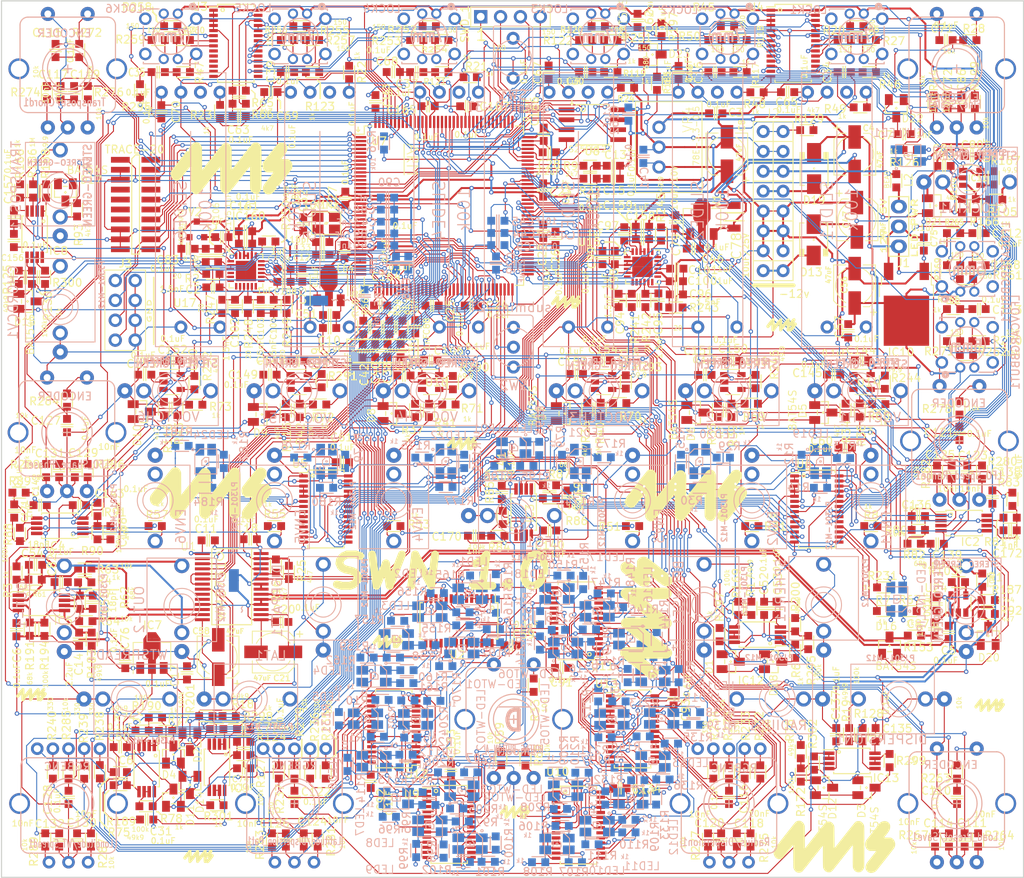
<source format=kicad_pcb>
(kicad_pcb (version 20171130) (host pcbnew "(6.0.0-rc1-dev-1542-gf9f87b3ff-dirty)")
  (layers (0 F.Cu signal) (31 B.Cu signal) (34 B.Paste user) (35 F.Paste user) (36 B.SilkS user hide) (37 F.SilkS user) (38 B.Mask user) (39 F.Mask user) (44 Edge.Cuts user))
  (net 0 "")
  (net 1 +3.3V)
  (net 2 ADC-VDD)
  (net 3 +5V)
  (net 4 I2S2_LRCK)
  (net 5 I2S2_SCLK)
  (net 6 I2S2_SDI)
  (net 7 I2S2_SDO)
  (net 8 I2S2_MCLK)
  (net 9 I2C2_SCL)
  (net 10 I2C2_SDA)
  (net 11 LOCKBUT5)
  (net 12 LOCKBUT3)
  (net 13 LOCKBUT2)
  (net 14 I2C1_SCL)
  (net 15 SLLED1)
  (net 16 SLLED2)
  (net 17 SLLED3)
  (net 18 SLLED6)
  (net 19 SLLED5)
  (net 20 SLLED4)
  (net 21 ENVPWM1)
  (net 22 ENVPWM6)
  (net 23 ENVPWM5)
  (net 24 ENVPWM4)
  (net 25 ENVPWM3)
  (net 26 ENVPWM2)
  (net 27 LOCKBUT1)
  (net 28 LOCKBUT6)
  (net 29 ROTENC1)
  (net 30 ROTENC2)
  (net 31 ROTENCSW)
  (net 32 I2C1_SDA)
  (net 33 LEDRING_OE)
  (net 34 +12V)
  (net 35 -12V)
  (net 36 POWERHEADERCLK)
  (net 37 LOCKBUT4)
  (net 38 LEDRING_VCC)
  (net 39 CODEC-VDD)
  (net 40 SLDADC1)
  (net 41 SLDADC2)
  (net 42 SLDADC3)
  (net 43 SLDADC4)
  (net 44 SLDADC5)
  (net 45 SLDADC6)
  (net 46 "Net-(H1-Pad7)")
  (net 47 "Net-(H1-Pad8)")
  (net 48 "Net-(H1-Pad9)")
  (net 49 "Net-(H1-Pad11)")
  (net 50 "Net-(H1-Pad13)")
  (net 51 "Net-(ENV2-Pad3)")
  (net 52 "Net-(ENV5-Pad3)")
  (net 53 "Net-(ENV4-Pad3)")
  (net 54 "Net-(OUT-1-Pad3)")
  (net 55 "Net-(ENV3-Pad3)")
  (net 56 "Net-(ENV6-Pad3)")
  (net 57 "Net-(ENV1-Pad3)")
  (net 58 "Net-(R182-Pad1)")
  (net 59 "Net-(R152-Pad1)")
  (net 60 "Net-(R151-Pad1)")
  (net 61 "Net-(R150-Pad1)")
  (net 62 "Net-(R149-Pad1)")
  (net 63 "Net-(R148-Pad1)")
  (net 64 "Net-(R147-Pad1)")
  (net 65 "Net-(R146-Pad1)")
  (net 66 "Net-(R145-Pad1)")
  (net 67 "Net-(R144-Pad1)")
  (net 68 "Net-(R143-Pad1)")
  (net 69 "Net-(R142-Pad1)")
  (net 70 "Net-(R141-Pad1)")
  (net 71 "Net-(R140-Pad1)")
  (net 72 "Net-(R139-Pad1)")
  (net 73 "Net-(R138-Pad1)")
  (net 74 "Net-(R106-Pad1)")
  (net 75 "Net-(R107-Pad1)")
  (net 76 "Net-(R108-Pad1)")
  (net 77 "Net-(R109-Pad1)")
  (net 78 "Net-(R110-Pad1)")
  (net 79 "Net-(R111-Pad1)")
  (net 80 "Net-(R132-Pad1)")
  (net 81 "Net-(R133-Pad1)")
  (net 82 "Net-(R134-Pad1)")
  (net 83 "Net-(R135-Pad1)")
  (net 84 "Net-(R136-Pad1)")
  (net 85 "Net-(R137-Pad1)")
  (net 86 "Net-(R184-Pad1)")
  (net 87 "Net-(R102-Pad1)")
  (net 88 "Net-(R101-Pad1)")
  (net 89 "Net-(R100-Pad1)")
  (net 90 "Net-(R99-Pad1)")
  (net 91 "Net-(R98-Pad1)")
  (net 92 "Net-(R97-Pad1)")
  (net 93 "Net-(R96-Pad1)")
  (net 94 "Net-(R95-Pad1)")
  (net 95 "Net-(R94-Pad1)")
  (net 96 "Net-(R114-Pad1)")
  (net 97 "Net-(R113-Pad1)")
  (net 98 "Net-(R112-Pad1)")
  (net 99 "Net-(R131-Pad1)")
  (net 100 "Net-(R11-Pad1)")
  (net 101 "Net-(R10-Pad1)")
  (net 102 "Net-(R163-Pad1)")
  (net 103 "Net-(R164-Pad1)")
  (net 104 "Net-(R165-Pad1)")
  (net 105 "Net-(R154-Pad1)")
  (net 106 "Net-(R155-Pad1)")
  (net 107 "Net-(R156-Pad1)")
  (net 108 "Net-(R157-Pad1)")
  (net 109 "Net-(R158-Pad1)")
  (net 110 "Net-(R159-Pad1)")
  (net 111 "Net-(R160-Pad1)")
  (net 112 "Net-(R161-Pad1)")
  (net 113 "Net-(R162-Pad1)")
  (net 114 "Net-(R12-Pad1)")
  (net 115 "Net-(R13-Pad1)")
  (net 116 "Net-(R14-Pad1)")
  (net 117 "Net-(R15-Pad1)")
  (net 118 "Net-(R29-Pad1)")
  (net 119 "Net-(R30-Pad1)")
  (net 120 "Net-(R79-Pad1)")
  (net 121 "Net-(R173-Pad1)")
  (net 122 "Net-(R174-Pad1)")
  (net 123 "Net-(R175-Pad1)")
  (net 124 "Net-(R176-Pad1)")
  (net 125 "Net-(R177-Pad1)")
  (net 126 "Net-(R178-Pad1)")
  (net 127 "Net-(R179-Pad1)")
  (net 128 "Net-(R180-Pad1)")
  (net 129 "Net-(R181-Pad1)")
  (net 130 SWDIO)
  (net 131 SWCK)
  (net 132 SWO)
  (net 133 NRST)
  (net 134 TRACECK)
  (net 135 TRACED0)
  (net 136 TRACED1)
  (net 137 "Net-(C20-Pad1)")
  (net 138 "Net-(ENC1-Pad3)")
  (net 139 "Net-(ENC1-Pad1)")
  (net 140 "Net-(ENC1-PadSW1)")
  (net 141 "Net-(IC6-Pad1)")
  (net 142 "Net-(IC6-Pad3)")
  (net 143 "Net-(IC6-Pad5)")
  (net 144 "Net-(IC6-Pad6)")
  (net 145 "Net-(C38-Pad1)")
  (net 146 "Net-(C36-Pad1)")
  (net 147 "Net-(C13-Pad1)")
  (net 148 "Net-(C15-Pad1)")
  (net 149 "Net-(C40-Pad1)")
  (net 150 "Net-(C42-Pad1)")
  (net 151 "Net-(C55-Pad2)")
  (net 152 "Net-(C14-Pad1)")
  (net 153 "Net-(C54-Pad2)")
  (net 154 OUT-R)
  (net 155 OUT-L)
  (net 156 "Net-(ENV6-Pad1)")
  (net 157 "Net-(ENV5-Pad1)")
  (net 158 "Net-(ENV4-Pad1)")
  (net 159 "Net-(ENV3-Pad1)")
  (net 160 "Net-(R49-Pad1)")
  (net 161 "Net-(R48-Pad1)")
  (net 162 "Net-(IN-1-Pad1)")
  (net 163 "Net-(OUT-1-Pad1)")
  (net 164 "Net-(OUT-2-Pad1)")
  (net 165 "Net-(ENV1-Pad1)")
  (net 166 "Net-(R21-Pad1)")
  (net 167 "Net-(R22-Pad1)")
  (net 168 "Net-(R23-Pad1)")
  (net 169 "Net-(R24-Pad1)")
  (net 170 "Net-(R26-Pad1)")
  (net 171 "Net-(ENV2-Pad1)")
  (net 172 "Net-(C32-Pad2)")
  (net 173 "Net-(C33-Pad2)")
  (net 174 "Net-(C29-Pad1)")
  (net 175 "Net-(C28-Pad1)")
  (net 176 "Net-(C75-Pad1)")
  (net 177 IN-L)
  (net 178 5VEXT)
  (net 179 "Net-(LOCK1-Pad2)")
  (net 180 "Net-(LOCK1-Pad3)")
  (net 181 "Net-(LOCK1-Pad4)")
  (net 182 "Net-(LOCK3-Pad4)")
  (net 183 "Net-(LOCK3-Pad3)")
  (net 184 "Net-(LOCK3-Pad2)")
  (net 185 "Net-(LOCK4-Pad2)")
  (net 186 "Net-(LOCK4-Pad3)")
  (net 187 "Net-(LOCK4-Pad4)")
  (net 188 "Net-(LOCK5-Pad4)")
  (net 189 "Net-(LOCK5-Pad3)")
  (net 190 "Net-(LOCK5-Pad2)")
  (net 191 "Net-(LOCK6-Pad2)")
  (net 192 "Net-(LOCK6-Pad3)")
  (net 193 "Net-(LOCK6-Pad4)")
  (net 194 "Net-(LOCK2-Pad4)")
  (net 195 "Net-(LOCK2-Pad3)")
  (net 196 "Net-(LOCK2-Pad2)")
  (net 197 "Net-(LED13-Pad3)")
  (net 198 "Net-(LED-WTO1-Pad3)")
  (net 199 "Net-(LED-WTO1-Pad4)")
  (net 200 "Net-(LED-WTO1-Pad1)")
  (net 201 "Net-(LED24-Pad3)")
  (net 202 "Net-(LED24-Pad4)")
  (net 203 "Net-(LED24-Pad1)")
  (net 204 "Net-(LED23-Pad3)")
  (net 205 "Net-(LED23-Pad4)")
  (net 206 "Net-(LED1-Pad3)")
  (net 207 "Net-(LED1-Pad4)")
  (net 208 "Net-(LED5-Pad3)")
  (net 209 "Net-(LED5-Pad4)")
  (net 210 "Net-(LED5-Pad1)")
  (net 211 "Net-(LED4-Pad3)")
  (net 212 "Net-(LED4-Pad4)")
  (net 213 "Net-(LED4-Pad1)")
  (net 214 "Net-(LED3-Pad3)")
  (net 215 "Net-(LED3-Pad4)")
  (net 216 "Net-(LED3-Pad1)")
  (net 217 "Net-(LED1-Pad1)")
  (net 218 "Net-(LED20-Pad3)")
  (net 219 "Net-(LED20-Pad4)")
  (net 220 "Net-(LED20-Pad1)")
  (net 221 "Net-(LED19-Pad3)")
  (net 222 "Net-(LED19-Pad4)")
  (net 223 "Net-(LED19-Pad1)")
  (net 224 "Net-(LED18-Pad3)")
  (net 225 "Net-(LED18-Pad4)")
  (net 226 "Net-(LED18-Pad1)")
  (net 227 "Net-(LED17-Pad3)")
  (net 228 "Net-(LED17-Pad4)")
  (net 229 "Net-(LED17-Pad1)")
  (net 230 "Net-(LED16-Pad3)")
  (net 231 "Net-(LED16-Pad4)")
  (net 232 "Net-(LED16-Pad1)")
  (net 233 "Net-(LED15-Pad3)")
  (net 234 "Net-(LED15-Pad4)")
  (net 235 "Net-(LED15-Pad1)")
  (net 236 "Net-(LED14-Pad3)")
  (net 237 "Net-(LED14-Pad4)")
  (net 238 "Net-(LED14-Pad1)")
  (net 239 "Net-(LED6-Pad3)")
  (net 240 "Net-(LED23-Pad1)")
  (net 241 "Net-(LED7-Pad3)")
  (net 242 "Net-(LED7-Pad4)")
  (net 243 "Net-(LED7-Pad1)")
  (net 244 "Net-(LED13-Pad4)")
  (net 245 "Net-(LED13-Pad1)")
  (net 246 "Net-(LED12-Pad3)")
  (net 247 "Net-(LED12-Pad4)")
  (net 248 "Net-(LED12-Pad1)")
  (net 249 "Net-(LED11-Pad3)")
  (net 250 "Net-(LED11-Pad4)")
  (net 251 "Net-(LED11-Pad1)")
  (net 252 "Net-(LED10-Pad3)")
  (net 253 "Net-(LED10-Pad4)")
  (net 254 "Net-(LED10-Pad1)")
  (net 255 "Net-(LED9-Pad3)")
  (net 256 "Net-(LED9-Pad4)")
  (net 257 "Net-(LED9-Pad1)")
  (net 258 "Net-(LED8-Pad3)")
  (net 259 "Net-(LED8-Pad4)")
  (net 260 "Net-(LED8-Pad1)")
  (net 261 "Net-(LED6-Pad1)")
  (net 262 "Net-(LED6-Pad4)")
  (net 263 "Net-(LED21-Pad1)")
  (net 264 "Net-(LED21-Pad4)")
  (net 265 "Net-(LED21-Pad3)")
  (net 266 "Net-(LED22-Pad1)")
  (net 267 "Net-(LED22-Pad4)")
  (net 268 "Net-(LED22-Pad3)")
  (net 269 "Net-(LOCK5-Pad7)")
  (net 270 "Net-(LOCK4-Pad7)")
  (net 271 "Net-(LOCK3-Pad7)")
  (net 272 "Net-(LOCK2-Pad7)")
  (net 273 "Net-(LOCK1-Pad7)")
  (net 274 "Net-(LOCK6-Pad7)")
  (net 275 "Net-(U1-Pad2)")
  (net 276 "Net-(U1-Pad9)")
  (net 277 "Net-(U1-Pad10)")
  (net 278 "Net-(U1-Pad17)")
  (net 279 "Net-(U1-Pad26)")
  (net 280 GND)
  (net 281 "Net-(D19-Pad2)")
  (net 282 "Net-(D13-Pad1)")
  (net 283 "Net-(R244-Pad2)")
  (net 284 "Net-(R38-Pad1)")
  (net 285 "/V/OCT ADC/VOLTADC1")
  (net 286 "/V/OCT ADC/VOLTADC2")
  (net 287 "Net-(R39-Pad1)")
  (net 288 "Net-(R246-Pad2)")
  (net 289 "Net-(R290-Pad2)")
  (net 290 "Net-(R41-Pad1)")
  (net 291 "/V/OCT ADC/VOLTADC4")
  (net 292 "/V/OCT ADC/VOLTADC5")
  (net 293 "Net-(R42-Pad1)")
  (net 294 "Net-(R291-Pad2)")
  (net 295 "Net-(R292-Pad2)")
  (net 296 "Net-(R43-Pad1)")
  (net 297 "/V/OCT ADC/VOLTADC6")
  (net 298 "/V/OCT ADC/VOLTADC3")
  (net 299 "Net-(R40-Pad1)")
  (net 300 "Net-(R293-Pad2)")
  (net 301 "Net-(R245-Pad1)")
  (net 302 "Net-(C96-Pad1)")
  (net 303 "Net-(C95-Pad1)")
  (net 304 "Net-(C94-Pad1)")
  (net 305 "Net-(U15-Pad8)")
  (net 306 GNDADC)
  (net 307 "Net-(C102-Pad1)")
  (net 308 "Net-(C103-Pad1)")
  (net 309 "Net-(C104-Pad1)")
  (net 310 "Net-(R250-Pad1)")
  (net 311 "Net-(C105-Pad1)")
  (net 312 "Net-(R231-Pad1)")
  (net 313 "Net-(R232-Pad1)")
  (net 314 "Net-(R233-Pad1)")
  (net 315 "Net-(R234-Pad1)")
  (net 316 "Net-(R235-Pad1)")
  (net 317 "Net-(R236-Pad1)")
  (net 318 "Net-(R237-Pad1)")
  (net 319 "Net-(R238-Pad1)")
  (net 320 "Net-(R239-Pad1)")
  (net 321 "Net-(R240-Pad1)")
  (net 322 "Net-(U12-Pad22)")
  (net 323 "Net-(R196-Pad1)")
  (net 324 "Net-(R195-Pad1)")
  (net 325 "Net-(R193-Pad1)")
  (net 326 "Net-(R216-Pad1)")
  (net 327 "Net-(R215-Pad1)")
  (net 328 "Net-(R214-Pad1)")
  (net 329 "Net-(R170-Pad1)")
  (net 330 "Net-(R171-Pad1)")
  (net 331 "Net-(R192-Pad1)")
  (net 332 "Net-(R202-Pad1)")
  (net 333 "Net-(R203-Pad1)")
  (net 334 "Net-(R204-Pad1)")
  (net 335 "Net-(R205-Pad1)")
  (net 336 "Net-(R206-Pad1)")
  (net 337 "Net-(R207-Pad1)")
  (net 338 "Net-(R208-Pad1)")
  (net 339 "Net-(R209-Pad1)")
  (net 340 "Net-(R210-Pad1)")
  (net 341 "Net-(R211-Pad1)")
  (net 342 "Net-(R212-Pad1)")
  (net 343 "Net-(R213-Pad1)")
  (net 344 "Net-(U11-Pad22)")
  (net 345 "Net-(U10-Pad22)")
  (net 346 LFOVCA_B)
  (net 347 LFOVCA_G)
  (net 348 LFOVCA_R)
  (net 349 LFOGATE_B)
  (net 350 LFOGATE_G)
  (net 351 LFOGATE_R)
  (net 352 LOCK6_B)
  (net 353 LOCK6_G)
  (net 354 LOCK6_R)
  (net 355 LOCK1_R)
  (net 356 LOCK1_G)
  (net 357 LOCK1_B)
  (net 358 LOCK2_R)
  (net 359 LOCK2_G)
  (net 360 LOCK2_B)
  (net 361 LOCK3_R)
  (net 362 LOCK3_G)
  (net 363 LOCK3_B)
  (net 364 LOCK4_R)
  (net 365 LOCK4_G)
  (net 366 LOCK4_B)
  (net 367 LOCK5_R)
  (net 368 LOCK5_G)
  (net 369 LOCK5_B)
  (net 370 "Net-(U9-Pad22)")
  (net 371 MUTES)
  (net 372 "Net-(SW2-Pad3)")
  (net 373 VOLTOCT_VCA)
  (net 374 DISPPATADC)
  (net 375 DISPADC)
  (net 376 LATADC)
  (net 377 SENSECH1)
  (net 378 SENSECH2)
  (net 379 SENSECH3)
  (net 380 SENSECH4)
  (net 381 SENSECH5)
  (net 382 SENSECH6)
  (net 383 RADIUSADC)
  (net 384 LFOADC)
  (net 385 CHORDADC)
  (net 386 "Net-(LFO_Shape/Phase1-Pad3)")
  (net 387 "Net-(LFO_Shape/Phase1-Pad1)")
  (net 388 "Net-(Fine/Scale1-Pad1)")
  (net 389 "Net-(Fine/Scale1-Pad3)")
  (net 390 "Net-(R273-Pad1)")
  (net 391 "Net-(R277-Pad2)")
  (net 392 "Net-(R275-Pad1)")
  (net 393 "Net-(R233-Pad2)")
  (net 394 "Net-(R234-Pad2)")
  (net 395 "Net-(R232-Pad2)")
  (net 396 "Net-(Load_Preset/Save1-Pad1)")
  (net 397 "Net-(Load_Preset/Save1-Pad3)")
  (net 398 "Net-(R272-Pad1)")
  (net 399 "Net-(R276-Pad2)")
  (net 400 "Net-(R274-Pad1)")
  (net 401 "Net-(Latitude/Dispersion_Pat1-Pad4)")
  (net 402 "Net-(Latitude/Dispersion_Pat1-Pad7)")
  (net 403 "Net-(Latitude/Dispersion_Pat1-Pad5)")
  (net 404 "Net-(Latitude/Dispersion_Pat1-Pad1)")
  (net 405 "Net-(Latitude/Dispersion_Pat1-Pad3)")
  (net 406 "Net-(Latitude/Dispersion_Pat1-Pad6)")
  (net 407 "Net-(LFO_Speed/Range1-Pad3)")
  (net 408 "Net-(LFO_Speed/Range1-Pad1)")
  (net 409 "Net-(Longitude/WT_Spread1-Pad4)")
  (net 410 "Net-(Longitude/WT_Spread1-Pad7)")
  (net 411 "Net-(Longitude/WT_Spread1-Pad5)")
  (net 412 "Net-(Longitude/WT_Spread1-Pad1)")
  (net 413 "Net-(Longitude/WT_Spread1-Pad3)")
  (net 414 "Net-(Longitude/WT_Spread1-Pad6)")
  (net 415 "Net-(LOCK6-Pad8)")
  (net 416 "Net-(LOCK6-Pad6)")
  (net 417 "Net-(LOCK5-Pad6)")
  (net 418 "Net-(LOCK5-Pad8)")
  (net 419 "Net-(LOCK4-Pad8)")
  (net 420 "Net-(LOCK4-Pad6)")
  (net 421 "Net-(LOCK3-Pad6)")
  (net 422 "Net-(LOCK3-Pad8)")
  (net 423 "Net-(LOCK2-Pad8)")
  (net 424 "Net-(LOCK2-Pad6)")
  (net 425 "Net-(LOCK1-Pad6)")
  (net 426 "Net-(LOCK1-Pad8)")
  (net 427 "Net-(LFOGATERGBBUT1-Pad7)")
  (net 428 PRESETENC2)
  (net 429 LFOVCABUT)
  (net 430 "Net-(LFOVCARGBBUT1-Pad3)")
  (net 431 "Net-(LFOGATERGBBUT1-Pad3)")
  (net 432 LFOGATEBUT)
  (net 433 PRESETENC1)
  (net 434 PRESETSW1)
  (net 435 "Net-(LFOVCARGBBUT1-Pad6)")
  (net 436 "Net-(LFOGATERGBBUT1-Pad6)")
  (net 437 "Net-(LED-WTO6-Pad3)")
  (net 438 "Net-(LED-WTO6-Pad4)")
  (net 439 "Net-(LED-WTO6-Pad1)")
  (net 440 "Net-(LED-WTO5-Pad3)")
  (net 441 "Net-(LED-WTO5-Pad4)")
  (net 442 "Net-(LED-WTO5-Pad1)")
  (net 443 "Net-(LED-WTO4-Pad3)")
  (net 444 "Net-(LED-WTO4-Pad4)")
  (net 445 "Net-(LED-WTO4-Pad1)")
  (net 446 "Net-(LED-WTO3-Pad3)")
  (net 447 "Net-(LED-WTO3-Pad4)")
  (net 448 "Net-(LED-WTO3-Pad1)")
  (net 449 "Net-(LED-WTO2-Pad3)")
  (net 450 "Net-(LED-WTO2-Pad4)")
  (net 451 "Net-(LED-WTO2-Pad1)")
  (net 452 "Net-(R200-Pad1)")
  (net 453 FINEENC2)
  (net 454 "Net-(LFOGATERGBBUT1-Pad8)")
  (net 455 "Net-(LFOVCARGBBUT1-Pad7)")
  (net 456 "Net-(LFOVCARGBBUT1-Pad8)")
  (net 457 TRANSPOSESW1)
  (net 458 RADIUSSW1)
  (net 459 TRANSPOSEENC1)
  (net 460 RADIUSENC1)
  (net 461 TRANSPOSEENC2)
  (net 462 RADIUSENC2)
  (net 463 LFOSPEEDSW1)
  (net 464 LATITUDESW1)
  (net 465 LFOSPEEDENC1)
  (net 466 LATITUDEENC1)
  (net 467 LFOSPEEDENC2)
  (net 468 LATITUDEENC2)
  (net 469 LFOSHAPESW1)
  (net 470 LONGITUDESW1)
  (net 471 LFOSHAPEENC1)
  (net 472 LONGITUDEENC1)
  (net 473 LFOSHAPEENC2)
  (net 474 LONGITUDEENC2)
  (net 475 "Net-(LED-LFO1-Pad3)")
  (net 476 "Net-(LED-LFO1-Pad4)")
  (net 477 "Net-(J2-Pad11)")
  (net 478 "Net-(LED-LFO1-Pad1)")
  (net 479 FINEENC1)
  (net 480 WTSPREADADC)
  (net 481 FINESW1)
  (net 482 "Net-(LFOVCARGBBUT1-Pad4)")
  (net 483 "Net-(LFOVCARGBBUT1-Pad2)")
  (net 484 "Net-(LFOGATERGBBUT1-Pad2)")
  (net 485 "Net-(LFOGATERGBBUT1-Pad4)")
  (net 486 "Net-(CLOCKIN1-Pad1)")
  (net 487 "Net-(LFO1-Pad1)")
  (net 488 "Net-(DISPERSION1-Pad1)")
  (net 489 "Net-(R34-Pad2)")
  (net 490 "Net-(R35-Pad1)")
  (net 491 "Net-(R36-Pad1)")
  (net 492 "Net-(R37-Pad2)")
  (net 493 "Net-(R68-Pad2)")
  (net 494 "Net-(R69-Pad2)")
  (net 495 "Net-(R70-Pad2)")
  (net 496 "Net-(R71-Pad2)")
  (net 497 "Net-(R72-Pad2)")
  (net 498 "Net-(R73-Pad2)")
  (net 499 "Net-(LAT1-Pad1)")
  (net 500 "Net-(R76-Pad1)")
  (net 501 "Net-(R115-Pad2)")
  (net 502 "Net-(R116-Pad2)")
  (net 503 "Net-(CLOCKIN1-Pad3)")
  (net 504 "Net-(DISPPATT1-Pad1)")
  (net 505 "/V/OCT ADC/TRANSPOSEADC")
  (net 506 "Net-(C2-Pad1)")
  (net 507 "Net-(C55-Pad1)")
  (net 508 "Net-(C54-Pad1)")
  (net 509 "Net-(IC12-Pad3)")
  (net 510 SENSEXP)
  (net 511 "Net-(R168-Pad2)")
  (net 512 "Net-(R93-Pad2)")
  (net 513 "Net-(CHORDCV1-Pad1)")
  (net 514 "Net-(R296-Pad2)")
  (net 515 "Net-(IC9-Pad6)")
  (net 516 "Net-(IC9-Pad5)")
  (net 517 "Net-(IC9-Pad3)")
  (net 518 "Net-(IC9-Pad1)")
  (net 519 "Net-(IC12-Pad6)")
  (net 520 "Net-(IC12-Pad5)")
  (net 521 "Net-(IC12-Pad1)")
  (net 522 "Net-(IC13-Pad1)")
  (net 523 "Net-(IC13-Pad3)")
  (net 524 "Net-(IC13-Pad5)")
  (net 525 "Net-(IC13-Pad6)")
  (net 526 "Net-(LED2-Pad3)")
  (net 527 "Net-(LED2-Pad4)")
  (net 528 "Net-(LED2-Pad1)")
  (net 529 "Net-(U5-Pad22)")
  (net 530 "Net-(U2-Pad22)")
  (net 531 "Net-(U10-Pad11)")
  (net 532 "Net-(U10-Pad10)")
  (net 533 "Net-(U10-Pad9)")
  (net 534 "Net-(U9-Pad15)")
  (net 535 "Net-(U9-Pad13)")
  (net 536 "Net-(U9-Pad12)")
  (net 537 "Net-(U3-Pad15)")
  (net 538 "Net-(U3-Pad13)")
  (net 539 "Net-(U3-Pad12)")
  (net 540 SPIADC2_CS)
  (net 541 SPIADC2_SCLK)
  (net 542 SPIADC2_DIN)
  (net 543 SPIADC1_CS)
  (net 544 SPIADC1_SCLK)
  (net 545 SPIADC1_DIN)
  (net 546 SPIRAM_IO3)
  (net 547 SPIRAM_SCLK)
  (net 548 SPIRAM_DIN)
  (net 549 SPIRAM_IO2)
  (net 550 SPIRAM_DOUT)
  (net 551 SPIRAM_CS)
  (net 552 SPIADC2_DOUT)
  (net 553 SPIADC1_DOUT)
  (net 554 AGND)
  (net 555 "Net-(IC8-Pad2)")
  (net 556 "Net-(IC8-Pad3)")
  (net 557 "Net-(IC8-Pad5)")
  (net 558 "Net-(IC8-Pad6)")
  (net 559 /TX)
  (net 560 /RX)
  (net 561 CLKIN)
  (net 562 "Net-(CLKLED1-Pad1)")
  (net 563 "Net-(CLKLED1-Pad4)")
  (net 564 "Net-(CLKLED1-Pad3)")
  (net 565 "Net-(IC11-Pad3)")
  (net 566 CLK_BUS_IN)
  (net 567 CLK_SENSE)
  (net 568 AUDIO_SENSE)
  (net 569 "Net-(IN-1-Pad3)")
  (net 570 "Net-(LED-INCLIP1-Pad3)")
  (net 571 "Net-(LED-INCLIP1-Pad4)")
  (net 572 "Net-(LED-INCLIP1-Pad1)")
  (net 573 "Net-(R7-Pad2)")
  (net 574 "Net-(R67-Pad2)")
  (net 575 "Net-(R126-Pad2)")
  (net 576 "Net-(U3-Pad22)")
  (net 577 "Net-(U6-Pad22)")
  (net 578 "Net-(U13-Pad22)")
  (net 579 "Net-(Load_Preset/Save1-PadSW1)")
  (net 580 "Net-(LFO_Shape/Phase1-PadSW1)")
  (net 581 "Net-(LFO_Speed/Range1-PadSW1)")
  (net 582 "Net-(U5-Pad11)")
  (net 583 "Net-(U5-Pad10)")
  (net 584 "Net-(U5-Pad9)")
  (net 585 "Net-(IC11-Pad4)")
  (net 586 "Net-(U13-Pad18)")
  (net 587 "Net-(U13-Pad17)")
  (net 588 "Net-(U13-Pad16)")
  (net 589 "Net-(R1-Pad1)")
  (net 590 "Net-(R103-Pad2)")
  (net 591 "Net-(C87-Pad2)")
  (net 592 "Net-(C87-Pad1)")
  (net 593 "Net-(C136-Pad2)")
  (net 594 "Net-(C136-Pad1)")
  (net 595 "Net-(C168-Pad2)")
  (net 596 "Net-(C168-Pad1)")
  (net 597 "Net-(C169-Pad2)")
  (net 598 "Net-(C169-Pad1)")
  (net 599 "Net-(C170-Pad2)")
  (net 600 "Net-(C170-Pad1)")
  (net 601 "Net-(C171-Pad2)")
  (net 602 "Net-(C171-Pad1)")
  (net 603 "Net-(C172-Pad2)")
  (net 604 "Net-(C172-Pad1)")
  (net 605 POWERHEADERCVBUS)
  (net 606 "Net-(Fine/Scale1-PadSW1)")
  (net 607 "Net-(U3-Pad11)")
  (net 608 "Net-(U3-Pad10)")
  (net 609 "Net-(U3-Pad9)")
  (net 610 "Net-(U4-Pad18)")
  (net 611 "Net-(U4-Pad17)")
  (net 612 "Net-(U4-Pad16)")
  (net 613 SELBUS)
  (net 614 TRACED3)
  (net 615 TRACED2)
  (net 616 "Net-(BROWSE1-Pad1)")
  (net 617 "Net-(R75-Pad1)")
  (net 618 SPHEREADC)
  (net 619 BROWSEADC)
  (module 4ms_Connector:Pins_1x03_2.54mm_TH (layer F.Cu) (at 114.6302 28.81884)
    (fp_text reference J1 (at 0.5798 4.67116) (layer F.SilkS))
    (fp_text value HEADER-1X3-TH hide)
    (pad 1 thru_hole oval (at 0 -2.54) (size 2.032 1.7272) (drill 1.016) (layers *.Cu *.Mask) (net 178 5VEXT))
    (pad 2 thru_hole oval (at 0 0) (size 2.032 1.7272) (drill 1.016) (layers *.Cu *.Mask) (net 176 "Net-(C75-Pad1)"))
    (pad 3 thru_hole oval (at 0 2.54) (size 2.032 1.7272) (drill 1.016) (layers *.Cu *.Mask) (net 34 +12V))
  )
  (module 4ms-footprints:R0603 (layer F.Cu) (at 26.1 91.37 180)
    (fp_text reference R201 (at 1.98778 2.23632 270) (layer F.SilkS))
    (fp_text value 100k (at 3.09776 2.06106 270) (layer F.SilkS) (effects (font (size 0.6 0.6) (thickness 0.1))))
    (pad 2 smd rect (at 0.85 0 180) (size 1 1) (layers F.Cu F.Paste F.Mask) (net 306 GNDADC))
    (pad 1 smd rect (at -0.85 0 180) (size 1 1) (layers F.Cu F.Paste F.Mask) (net 517 "Net-(IC9-Pad3)"))
  )
  (module 4ms-footprints:R0603 (layer B.Cu) (at 80.14 106.22 180)
    (fp_text reference R110 (at -0.6828 -1.5522 180) (layer B.SilkS) (effects (justify mirror)))
    (fp_text value 1k (at -2.1306 -0.0536 180) (layer B.SilkS) (effects (font (size 0.6 0.6) (thickness 0.1)) (justify mirror)))
    (pad 2 smd rect (at 0.85 0 180) (size 1 1) (layers B.Cu B.Paste B.Mask) (net 250 "Net-(LED11-Pad4)"))
    (pad 1 smd rect (at -0.85 0 180) (size 1 1) (layers B.Cu B.Paste B.Mask) (net 78 "Net-(R110-Pad1)"))
  )
  (module 4ms-footprints:R0603 (layer F.Cu) (at 101.38 79.69 270)
    (fp_text reference R200 (at -3.58 -0.06 270) (layer F.SilkS))
    (fp_text value 49k9 (at -2.46638 -0.35208 270) (layer F.SilkS) (effects (font (size 0.6 0.6) (thickness 0.1))))
    (pad 2 smd rect (at 0.85 0 270) (size 1 1) (layers F.Cu F.Paste F.Mask) (net 509 "Net-(IC12-Pad3)"))
    (pad 1 smd rect (at -0.85 0 270) (size 1 1) (layers F.Cu F.Paste F.Mask) (net 452 "Net-(R200-Pad1)"))
  )
  (module 4ms-footprints:R0603 (layer B.Cu) (at 63.8 59.4)
    (fp_text reference R196 (at -0.33302 1.36696) (layer B.SilkS) (effects (justify mirror)))
    (fp_text value 1k (at 5.796 2.5252) (layer B.SilkS) (effects (font (size 0.6 0.6) (thickness 0.1)) (justify mirror)))
    (pad 2 smd rect (at 0.85 0) (size 1 1) (layers B.Cu B.Paste B.Mask) (net 475 "Net-(LED-LFO1-Pad3)"))
    (pad 1 smd rect (at -0.85 0) (size 1 1) (layers B.Cu B.Paste B.Mask) (net 323 "Net-(R196-Pad1)"))
  )
  (module 4ms-footprints:R0603 (layer B.Cu) (at 67.1 59.4 180)
    (fp_text reference R195 (at -1.19298 -1.3822 180) (layer B.SilkS) (effects (justify mirror)))
    (fp_text value 1k (at 2.667 1.397 180) (layer B.SilkS) (effects (font (size 0.6 0.6) (thickness 0.1)) (justify mirror)))
    (pad 2 smd rect (at 0.85 0 180) (size 1 1) (layers B.Cu B.Paste B.Mask) (net 476 "Net-(LED-LFO1-Pad4)"))
    (pad 1 smd rect (at -0.85 0 180) (size 1 1) (layers B.Cu B.Paste B.Mask) (net 324 "Net-(R195-Pad1)"))
  )
  (module 4ms-footprints:R0603 (layer F.Cu) (at 5.48 80.28 90)
    (fp_text reference R194 (at -3.3368 0.0191 90) (layer F.SilkS))
    (fp_text value 100k (at -6.38226 0.14356 90) (layer F.SilkS) (effects (font (size 0.6 0.6) (thickness 0.1))))
    (pad 2 smd rect (at 0.85 0 90) (size 1 1) (layers F.Cu F.Paste F.Mask) (net 152 "Net-(C14-Pad1)"))
    (pad 1 smd rect (at -0.85 0 90) (size 1 1) (layers F.Cu F.Paste F.Mask) (net 554 AGND))
  )
  (module 4ms-footprints:R0603 (layer B.Cu) (at 68.68 57.18 90)
    (fp_text reference R193 (at 3.6114 0.1286 90) (layer B.SilkS) (effects (justify mirror)))
    (fp_text value 1k (at 2.667 1.397 90) (layer B.SilkS) (effects (font (size 0.6 0.6) (thickness 0.1)) (justify mirror)))
    (pad 2 smd rect (at 0.85 0 90) (size 1 1) (layers B.Cu B.Paste B.Mask) (net 478 "Net-(LED-LFO1-Pad1)"))
    (pad 1 smd rect (at -0.85 0 90) (size 1 1) (layers B.Cu B.Paste B.Mask) (net 325 "Net-(R193-Pad1)"))
  )
  (module 4ms-footprints:R0603 (layer B.Cu) (at 62.84 81.93 180)
    (fp_text reference R192 (at -0.3298 -1.3566 180) (layer B.SilkS) (effects (justify mirror)))
    (fp_text value 1k (at -2.2856 -0.0612 180) (layer B.SilkS) (effects (font (size 0.6 0.6) (thickness 0.1)) (justify mirror)))
    (pad 2 smd rect (at 0.85 0 180) (size 1 1) (layers B.Cu B.Paste B.Mask) (net 198 "Net-(LED-WTO1-Pad3)"))
    (pad 1 smd rect (at -0.85 0 180) (size 1 1) (layers B.Cu B.Paste B.Mask) (net 331 "Net-(R192-Pad1)"))
  )
  (module 4ms-footprints:R0603 (layer F.Cu) (at 3.61 80.26 90)
    (fp_text reference R191 (at -3.3568 0.01458 90) (layer F.SilkS))
    (fp_text value 68k (at -6.30828 0.01458 90) (layer F.SilkS) (effects (font (size 0.6 0.6) (thickness 0.1))))
    (pad 2 smd rect (at 0.85 0 90) (size 1 1) (layers F.Cu F.Paste F.Mask) (net 152 "Net-(C14-Pad1)"))
    (pad 1 smd rect (at -0.85 0 90) (size 1 1) (layers F.Cu F.Paste F.Mask) (net 554 AGND))
  )
  (module 4ms-footprints:R0603 (layer F.Cu) (at 19.66 91.54)
    (fp_text reference R190 (at -1.13578 -1.46652) (layer F.SilkS))
    (fp_text value 100k (at -1.6006 -2.53332) (layer F.SilkS) (effects (font (size 0.6 0.6) (thickness 0.1))))
    (pad 2 smd rect (at 0.85 0) (size 1 1) (layers F.Cu F.Paste F.Mask) (net 306 GNDADC))
    (pad 1 smd rect (at -0.85 0) (size 1 1) (layers F.Cu F.Paste F.Mask) (net 142 "Net-(IC6-Pad3)"))
  )
  (module 4ms-footprints:R0603 (layer F.Cu) (at 15.17 100.19 180)
    (fp_text reference R189 (at -0.1081 -4.63834 180) (layer F.SilkS))
    (fp_text value 100k (at -2.56936 -5.63402 180) (layer F.SilkS) (effects (font (size 0.6 0.6) (thickness 0.1))))
    (pad 2 smd rect (at 0.85 0 180) (size 1 1) (layers F.Cu F.Paste F.Mask) (net 306 GNDADC))
    (pad 1 smd rect (at -0.85 0 180) (size 1 1) (layers F.Cu F.Paste F.Mask) (net 143 "Net-(IC6-Pad5)"))
  )
  (module 4ms-footprints:R0603 (layer F.Cu) (at 5.69 24.28 90)
    (fp_text reference R188 (at 3.45962 -0.04358 90) (layer F.SilkS))
    (fp_text value 49.9 (at 6.02248 -0.07152 90) (layer F.SilkS) (effects (font (size 0.6 0.6) (thickness 0.1))))
    (pad 2 smd rect (at 0.85 0 90) (size 1 1) (layers F.Cu F.Paste F.Mask) (net 555 "Net-(IC8-Pad2)"))
    (pad 1 smd rect (at -0.85 0 90) (size 1 1) (layers F.Cu F.Paste F.Mask) (net 505 "/V/OCT ADC/TRANSPOSEADC"))
  )
  (module 4ms-footprints:R0603 (layer F.Cu) (at 126.04336 76.539599)
    (fp_text reference R187 (at 2.34664 -1.309599) (layer F.SilkS))
    (fp_text value 17k4 (at 2.26664 0.000401 180) (layer F.SilkS) (effects (font (size 0.6 0.6) (thickness 0.1))))
    (pad 2 smd rect (at 0.85 0) (size 1 1) (layers F.Cu F.Paste F.Mask) (net 280 GND))
    (pad 1 smd rect (at -0.85 0) (size 1 1) (layers F.Cu F.Paste F.Mask) (net 589 "Net-(R1-Pad1)"))
  )
  (module 4ms-footprints:R0603 (layer F.Cu) (at 4.03 24.28 90)
    (fp_text reference R186 (at 3.51804 -0.0803 90) (layer F.SilkS))
    (fp_text value 1M (at 6.22314 -0.0803 90) (layer F.SilkS) (effects (font (size 0.6 0.6) (thickness 0.1))))
    (pad 2 smd rect (at 0.85 0 90) (size 1 1) (layers F.Cu F.Paste F.Mask) (net 280 GND))
    (pad 1 smd rect (at -0.85 0 90) (size 1 1) (layers F.Cu F.Paste F.Mask) (net 556 "Net-(IC8-Pad3)"))
  )
  (module 4ms-footprints:R0603 (layer F.Cu) (at 64.03 65.99 90)
    (fp_text reference R85 (at 3.2 -1.65 90) (layer F.SilkS))
    (fp_text value 68k (at 5.41354 -1.90668 90) (layer F.SilkS) (effects (font (size 0.6 0.6) (thickness 0.1))))
    (pad 2 smd rect (at 0.85 0 90) (size 1 1) (layers F.Cu F.Paste F.Mask) (net 280 GND))
    (pad 1 smd rect (at -0.85 0 90) (size 1 1) (layers F.Cu F.Paste F.Mask) (net 599 "Net-(C170-Pad2)"))
  )
  (module 4ms-footprints:R0603 (layer B.Cu) (at 26.09 62.2)
    (fp_text reference R184 (at 0.33362 1.80038) (layer B.SilkS) (effects (justify mirror)))
    (fp_text value 1k (at 1.0372 3.16436) (layer B.SilkS) (effects (font (size 0.6 0.6) (thickness 0.1)) (justify mirror)))
    (pad 2 smd rect (at 0.85 0) (size 1 1) (layers B.Cu B.Paste B.Mask) (net 201 "Net-(LED24-Pad3)"))
    (pad 1 smd rect (at -0.85 0) (size 1 1) (layers B.Cu B.Paste B.Mask) (net 86 "Net-(R184-Pad1)"))
  )
  (module 4ms-footprints:R0603 (layer F.Cu) (at 11.52 81.55 270)
    (fp_text reference R183 (at 3.136 0 270) (layer F.SilkS))
    (fp_text value 49k9 (at 4.31216 -0.99204 270) (layer F.SilkS) (effects (font (size 0.6 0.6) (thickness 0.1))))
    (pad 2 smd rect (at 0.85 0 270) (size 1 1) (layers F.Cu F.Paste F.Mask) (net 39 CODEC-VDD))
    (pad 1 smd rect (at -0.85 0 270) (size 1 1) (layers F.Cu F.Paste F.Mask) (net 152 "Net-(C14-Pad1)"))
  )
  (module 4ms-footprints:R0603 (layer B.Cu) (at 28.4 58.83 90)
    (fp_text reference R182 (at 2.00512 2.55752 90) (layer B.SilkS) (effects (justify mirror)))
    (fp_text value 1k (at 2.667 1.397 90) (layer B.SilkS) (effects (font (size 0.6 0.6) (thickness 0.1)) (justify mirror)))
    (pad 2 smd rect (at 0.85 0 90) (size 1 1) (layers B.Cu B.Paste B.Mask) (net 202 "Net-(LED24-Pad4)"))
    (pad 1 smd rect (at -0.85 0 90) (size 1 1) (layers B.Cu B.Paste B.Mask) (net 58 "Net-(R182-Pad1)"))
  )
  (module 4ms-footprints:R0603 (layer B.Cu) (at 23.05304 56.84774)
    (fp_text reference R181 (at -0.51004 -1.78166) (layer B.SilkS) (effects (justify mirror)))
    (fp_text value 1k (at -2.30886 -0.46228) (layer B.SilkS) (effects (font (size 0.6 0.6) (thickness 0.1)) (justify mirror)))
    (pad 2 smd rect (at 0.85 0) (size 1 1) (layers B.Cu B.Paste B.Mask) (net 203 "Net-(LED24-Pad1)"))
    (pad 1 smd rect (at -0.85 0) (size 1 1) (layers B.Cu B.Paste B.Mask) (net 129 "Net-(R181-Pad1)"))
  )
  (module 4ms-footprints:R0603 (layer B.Cu) (at 41.52 62.2)
    (fp_text reference R180 (at 0.00138 1.80038) (layer B.SilkS) (effects (justify mirror)))
    (fp_text value 1k (at 1.01484 3.16436) (layer B.SilkS) (effects (font (size 0.6 0.6) (thickness 0.1)) (justify mirror)))
    (pad 2 smd rect (at 0.85 0) (size 1 1) (layers B.Cu B.Paste B.Mask) (net 204 "Net-(LED23-Pad3)"))
    (pad 1 smd rect (at -0.85 0) (size 1 1) (layers B.Cu B.Paste B.Mask) (net 128 "Net-(R180-Pad1)"))
  )
  (module 4ms-footprints:R0603 (layer B.Cu) (at 43.9 58.83 90)
    (fp_text reference R179 (at 1.7816 1.7184 90) (layer B.SilkS) (effects (justify mirror)))
    (fp_text value 1k (at 3.01858 2.94776 90) (layer B.SilkS) (effects (font (size 0.6 0.6) (thickness 0.1)) (justify mirror)))
    (pad 2 smd rect (at 0.85 0 90) (size 1 1) (layers B.Cu B.Paste B.Mask) (net 205 "Net-(LED23-Pad4)"))
    (pad 1 smd rect (at -0.85 0 90) (size 1 1) (layers B.Cu B.Paste B.Mask) (net 127 "Net-(R179-Pad1)"))
  )
  (module 4ms-footprints:R0603 (layer B.Cu) (at 38.23 58.34)
    (fp_text reference R178 (at -0.6126 -1.5202) (layer B.SilkS) (effects (justify mirror)))
    (fp_text value 1k (at 2.667 1.397) (layer B.SilkS) (effects (font (size 0.6 0.6) (thickness 0.1)) (justify mirror)))
    (pad 2 smd rect (at 0.85 0) (size 1 1) (layers B.Cu B.Paste B.Mask) (net 240 "Net-(LED23-Pad1)"))
    (pad 1 smd rect (at -0.85 0) (size 1 1) (layers B.Cu B.Paste B.Mask) (net 126 "Net-(R178-Pad1)"))
  )
  (module 4ms-footprints:R0603 (layer B.Cu) (at 56.76 62.1)
    (fp_text reference R177 (at 1.6854 1.77592) (layer B.SilkS) (effects (justify mirror)))
    (fp_text value 1k (at 2.62012 0.41956) (layer B.SilkS) (effects (font (size 0.6 0.6) (thickness 0.1)) (justify mirror)))
    (pad 2 smd rect (at 0.85 0) (size 1 1) (layers B.Cu B.Paste B.Mask) (net 268 "Net-(LED22-Pad3)"))
    (pad 1 smd rect (at -0.85 0) (size 1 1) (layers B.Cu B.Paste B.Mask) (net 125 "Net-(R177-Pad1)"))
  )
  (module 4ms-footprints:R0603 (layer F.Cu) (at 129.13 63.67 90)
    (fp_text reference R83 (at 2.16 -0.47 180) (layer F.SilkS))
    (fp_text value 68k (at -0.79398 2.42316 90) (layer F.SilkS) (effects (font (size 0.6 0.6) (thickness 0.1))))
    (pad 2 smd rect (at 0.85 0 90) (size 1 1) (layers F.Cu F.Paste F.Mask) (net 280 GND))
    (pad 1 smd rect (at -0.85 0 90) (size 1 1) (layers F.Cu F.Paste F.Mask) (net 603 "Net-(C172-Pad2)"))
  )
  (module 4ms-footprints:R0603 (layer B.Cu) (at 53.71 58.35)
    (fp_text reference R175 (at -0.8018 -1.5556) (layer B.SilkS) (effects (justify mirror)))
    (fp_text value 1k (at -3.56024 -2.09662) (layer B.SilkS) (effects (font (size 0.6 0.6) (thickness 0.1)) (justify mirror)))
    (pad 2 smd rect (at 0.85 0) (size 1 1) (layers B.Cu B.Paste B.Mask) (net 266 "Net-(LED22-Pad1)"))
    (pad 1 smd rect (at -0.85 0) (size 1 1) (layers B.Cu B.Paste B.Mask) (net 123 "Net-(R175-Pad1)"))
  )
  (module 4ms-footprints:R0603 (layer B.Cu) (at 73.93 62.2)
    (fp_text reference R174 (at -0.0414 1.7572) (layer B.SilkS) (effects (justify mirror)))
    (fp_text value 1k (at 0.111 2.9764) (layer B.SilkS) (effects (font (size 0.6 0.6) (thickness 0.1)) (justify mirror)))
    (pad 2 smd rect (at 0.85 0) (size 1 1) (layers B.Cu B.Paste B.Mask) (net 265 "Net-(LED21-Pad3)"))
    (pad 1 smd rect (at -0.85 0) (size 1 1) (layers B.Cu B.Paste B.Mask) (net 122 "Net-(R174-Pad1)"))
  )
  (module 4ms-footprints:R0603 (layer B.Cu) (at 76.99 58.3 180)
    (fp_text reference R173 (at -0.861 1.7342 180) (layer B.SilkS) (effects (justify mirror)))
    (fp_text value 1k (at -1.9278 0.4896 180) (layer B.SilkS) (effects (font (size 0.6 0.6) (thickness 0.1)) (justify mirror)))
    (pad 2 smd rect (at 0.85 0 180) (size 1 1) (layers B.Cu B.Paste B.Mask) (net 264 "Net-(LED21-Pad4)"))
    (pad 1 smd rect (at -0.85 0 180) (size 1 1) (layers B.Cu B.Paste B.Mask) (net 121 "Net-(R173-Pad1)"))
  )
  (module 4ms-footprints:R0603 (layer F.Cu) (at 102.11 98.89 270)
    (fp_text reference R172 (at 3.4466 -0.00562 270) (layer F.SilkS))
    (fp_text value 100k (at 1.31554 1.21358 270) (layer F.SilkS) (effects (font (size 0.6 0.6) (thickness 0.1))))
    (pad 2 smd rect (at 0.85 0 270) (size 1 1) (layers F.Cu F.Paste F.Mask) (net 306 GNDADC))
    (pad 1 smd rect (at -0.85 0 270) (size 1 1) (layers F.Cu F.Paste F.Mask) (net 523 "Net-(IC13-Pad3)"))
  )
  (module 4ms-footprints:R0603 (layer B.Cu) (at 62.82944 80.26654 180)
    (fp_text reference R171 (at -3.13436 0.05334 180) (layer B.SilkS) (effects (justify mirror)))
    (fp_text value 1k (at 0.90424 1.27254 180) (layer B.SilkS) (effects (font (size 0.6 0.6) (thickness 0.1)) (justify mirror)))
    (pad 2 smd rect (at 0.85 0 180) (size 1 1) (layers B.Cu B.Paste B.Mask) (net 199 "Net-(LED-WTO1-Pad4)"))
    (pad 1 smd rect (at -0.85 0 180) (size 1 1) (layers B.Cu B.Paste B.Mask) (net 330 "Net-(R171-Pad1)"))
  )
  (module 4ms-footprints:R0603 (layer B.Cu) (at 56.75 84.98)
    (fp_text reference R170 (at 1.416 2.6754 90) (layer B.SilkS) (effects (justify mirror)))
    (fp_text value 1k (at 2.2542 -0.2202) (layer B.SilkS) (effects (font (size 0.6 0.6) (thickness 0.1)) (justify mirror)))
    (pad 2 smd rect (at 0.85 0) (size 1 1) (layers B.Cu B.Paste B.Mask) (net 200 "Net-(LED-WTO1-Pad1)"))
    (pad 1 smd rect (at -0.85 0) (size 1 1) (layers B.Cu B.Paste B.Mask) (net 329 "Net-(R170-Pad1)"))
  )
  (module 4ms-footprints:R0603 (layer B.Cu) (at 60.706 73.406 180)
    (fp_text reference R165 (at 3.429 0.0762 180) (layer B.SilkS) (effects (justify mirror)))
    (fp_text value 1k (at 2.667 1.397 180) (layer B.SilkS) (effects (font (size 0.6 0.6) (thickness 0.1)) (justify mirror)))
    (pad 2 smd rect (at 0.85 0 180) (size 1 1) (layers B.Cu B.Paste B.Mask) (net 206 "Net-(LED1-Pad3)"))
    (pad 1 smd rect (at -0.85 0 180) (size 1 1) (layers B.Cu B.Paste B.Mask) (net 104 "Net-(R165-Pad1)"))
  )
  (module 4ms-footprints:R0603 (layer B.Cu) (at 63.1571 77.3176 90)
    (fp_text reference R164 (at -0.2032 1.5875 90) (layer B.SilkS) (effects (justify mirror)))
    (fp_text value 1k (at 0.6604 2.8067 90) (layer B.SilkS) (effects (font (size 0.6 0.6) (thickness 0.1)) (justify mirror)))
    (pad 2 smd rect (at 0.85 0 90) (size 1 1) (layers B.Cu B.Paste B.Mask) (net 207 "Net-(LED1-Pad4)"))
    (pad 1 smd rect (at -0.85 0 90) (size 1 1) (layers B.Cu B.Paste B.Mask) (net 103 "Net-(R164-Pad1)"))
  )
  (module 4ms-footprints:R0603 (layer B.Cu) (at 63.15 74.09 270)
    (fp_text reference R163 (at -0.5062 -1.5946 270) (layer B.SilkS) (effects (justify mirror)))
    (fp_text value 1k (at -2.208 -0.1976 270) (layer B.SilkS) (effects (font (size 0.6 0.6) (thickness 0.1)) (justify mirror)))
    (pad 2 smd rect (at 0.85 0 270) (size 1 1) (layers B.Cu B.Paste B.Mask) (net 217 "Net-(LED1-Pad1)"))
    (pad 1 smd rect (at -0.85 0 270) (size 1 1) (layers B.Cu B.Paste B.Mask) (net 102 "Net-(R163-Pad1)"))
  )
  (module 4ms-footprints:R0603 (layer B.Cu) (at 46.69 83.89)
    (fp_text reference R162 (at -3.3576 0.3364) (layer B.SilkS) (effects (justify mirror)))
    (fp_text value 1k (at -2.3162 1.454) (layer B.SilkS) (effects (font (size 0.6 0.6) (thickness 0.1)) (justify mirror)))
    (pad 2 smd rect (at 0.85 0) (size 1 1) (layers B.Cu B.Paste B.Mask) (net 211 "Net-(LED4-Pad3)"))
    (pad 1 smd rect (at -0.85 0) (size 1 1) (layers B.Cu B.Paste B.Mask) (net 113 "Net-(R162-Pad1)"))
  )
  (module 4ms-footprints:R0603 (layer B.Cu) (at 51.76774 87.14994 180)
    (fp_text reference R161 (at -3.40106 -0.50546 180) (layer B.SilkS) (effects (justify mirror)))
    (fp_text value 1k (at 7.19074 -0.42926 180) (layer B.SilkS) (effects (font (size 0.6 0.6) (thickness 0.1)) (justify mirror)))
    (pad 2 smd rect (at 0.85 0 180) (size 1 1) (layers B.Cu B.Paste B.Mask) (net 212 "Net-(LED4-Pad4)"))
    (pad 1 smd rect (at -0.85 0 180) (size 1 1) (layers B.Cu B.Paste B.Mask) (net 112 "Net-(R161-Pad1)"))
  )
  (module 4ms-footprints:R0603 (layer B.Cu) (at 51.79 85.5 180)
    (fp_text reference R160 (at -3.3534 -0.8854 180) (layer B.SilkS) (effects (justify mirror)))
    (fp_text value 1k (at -2.4136 0.5878 180) (layer B.SilkS) (effects (font (size 0.6 0.6) (thickness 0.1)) (justify mirror)))
    (pad 2 smd rect (at 0.85 0 180) (size 1 1) (layers B.Cu B.Paste B.Mask) (net 213 "Net-(LED4-Pad1)"))
    (pad 1 smd rect (at -0.85 0 180) (size 1 1) (layers B.Cu B.Paste B.Mask) (net 111 "Net-(R160-Pad1)"))
  )
  (module 4ms-footprints:R0603 (layer B.Cu) (at 50.0507 83.8962 180)
    (fp_text reference R159 (at 4.9911 1.4478 180) (layer B.SilkS) (effects (justify mirror)))
    (fp_text value 1k (at 2.667 1.397 180) (layer B.SilkS) (effects (font (size 0.6 0.6) (thickness 0.1)) (justify mirror)))
    (pad 2 smd rect (at 0.85 0 180) (size 1 1) (layers B.Cu B.Paste B.Mask) (net 214 "Net-(LED3-Pad3)"))
    (pad 1 smd rect (at -0.85 0 180) (size 1 1) (layers B.Cu B.Paste B.Mask) (net 110 "Net-(R159-Pad1)"))
  )
  (module 4ms-footprints:R0603 (layer B.Cu) (at 54.5973 82.3087 180)
    (fp_text reference R158 (at 0.2667 -1.4097 180) (layer B.SilkS) (effects (justify mirror)))
    (fp_text value 1k (at 0.8509 1.3335 180) (layer B.SilkS) (effects (font (size 0.6 0.6) (thickness 0.1)) (justify mirror)))
    (pad 2 smd rect (at 0.85 0 180) (size 1 1) (layers B.Cu B.Paste B.Mask) (net 215 "Net-(LED3-Pad4)"))
    (pad 1 smd rect (at -0.85 0 180) (size 1 1) (layers B.Cu B.Paste B.Mask) (net 109 "Net-(R158-Pad1)"))
  )
  (module 4ms-footprints:R0603 (layer B.Cu) (at 50.6 79.2)
    (fp_text reference R157 (at -3.61 -0.1552) (layer B.SilkS) (effects (justify mirror)))
    (fp_text value 1k (at -2.4416 -1.2982) (layer B.SilkS) (effects (font (size 0.6 0.6) (thickness 0.1)) (justify mirror)))
    (pad 2 smd rect (at 0.85 0) (size 1 1) (layers B.Cu B.Paste B.Mask) (net 216 "Net-(LED3-Pad1)"))
    (pad 1 smd rect (at -0.85 0) (size 1 1) (layers B.Cu B.Paste B.Mask) (net 108 "Net-(R157-Pad1)"))
  )
  (module 4ms-footprints:R0603 (layer B.Cu) (at 55.6641 75.6539 180)
    (fp_text reference R156 (at 3.2122 0.2032 180) (layer B.SilkS) (effects (justify mirror)))
    (fp_text value 1k (at 2.667 1.397 180) (layer B.SilkS) (effects (font (size 0.6 0.6) (thickness 0.1)) (justify mirror)))
    (pad 2 smd rect (at 0.85 0 180) (size 1 1) (layers B.Cu B.Paste B.Mask) (net 526 "Net-(LED2-Pad3)"))
    (pad 1 smd rect (at -0.85 0 180) (size 1 1) (layers B.Cu B.Paste B.Mask) (net 107 "Net-(R156-Pad1)"))
  )
  (module 4ms-footprints:R0603 (layer B.Cu) (at 58.93308 79.77124 180)
    (fp_text reference R155 (at 3.38328 -0.39116 180) (layer B.SilkS) (effects (justify mirror)))
    (fp_text value 1k (at 4.29768 6.74624 180) (layer B.SilkS) (effects (font (size 0.6 0.6) (thickness 0.1)) (justify mirror)))
    (pad 2 smd rect (at 0.85 0 180) (size 1 1) (layers B.Cu B.Paste B.Mask) (net 527 "Net-(LED2-Pad4)"))
    (pad 1 smd rect (at -0.85 0 180) (size 1 1) (layers B.Cu B.Paste B.Mask) (net 106 "Net-(R155-Pad1)"))
  )
  (module 4ms-footprints:R0603 (layer B.Cu) (at 58.9407 78.105 180)
    (fp_text reference R154 (at -2.0447 -0.6604 270) (layer B.SilkS) (effects (font (size 0.762 0.762) (thickness 0.127)) (justify mirror)))
    (fp_text value 1k (at -2.9845 0.1016 180) (layer B.SilkS) (effects (font (size 0.6 0.6) (thickness 0.1)) (justify mirror)))
    (pad 2 smd rect (at 0.85 0 180) (size 1 1) (layers B.Cu B.Paste B.Mask) (net 528 "Net-(LED2-Pad1)"))
    (pad 1 smd rect (at -0.85 0 180) (size 1 1) (layers B.Cu B.Paste B.Mask) (net 105 "Net-(R154-Pad1)"))
  )
  (module 4ms-footprints:R0603 (layer B.Cu) (at 68.8 78.8 90)
    (fp_text reference R152 (at 1.4062 -1.617 90) (layer B.SilkS) (effects (justify mirror)))
    (fp_text value 1k (at 3.7938 -1.0582 90) (layer B.SilkS) (effects (font (size 0.6 0.6) (thickness 0.1)) (justify mirror)))
    (pad 2 smd rect (at 0.85 0 90) (size 1 1) (layers B.Cu B.Paste B.Mask) (net 224 "Net-(LED18-Pad3)"))
    (pad 1 smd rect (at -0.85 0 90) (size 1 1) (layers B.Cu B.Paste B.Mask) (net 59 "Net-(R152-Pad1)"))
  )
  (module 4ms-footprints:R0603 (layer B.Cu) (at 74.3 74.3 270)
    (fp_text reference R151 (at -3.2562 -0.1728 270) (layer B.SilkS) (effects (justify mirror)))
    (fp_text value 1k (at -1.6052 -1.2396 270) (layer B.SilkS) (effects (font (size 0.6 0.6) (thickness 0.1)) (justify mirror)))
    (pad 2 smd rect (at 0.85 0 270) (size 1 1) (layers B.Cu B.Paste B.Mask) (net 225 "Net-(LED18-Pad4)"))
    (pad 1 smd rect (at -0.85 0 270) (size 1 1) (layers B.Cu B.Paste B.Mask) (net 60 "Net-(R151-Pad1)"))
  )
  (module 4ms-footprints:R0603 (layer B.Cu) (at 71.85 73.42)
    (fp_text reference R150 (at -0.095 -1.3856) (layer B.SilkS) (effects (justify mirror)))
    (fp_text value 1k (at 0.8956 -2.6048) (layer B.SilkS) (effects (font (size 0.6 0.6) (thickness 0.1)) (justify mirror)))
    (pad 2 smd rect (at 0.85 0) (size 1 1) (layers B.Cu B.Paste B.Mask) (net 226 "Net-(LED18-Pad1)"))
    (pad 1 smd rect (at -0.85 0) (size 1 1) (layers B.Cu B.Paste B.Mask) (net 61 "Net-(R150-Pad1)"))
  )
  (module 4ms-footprints:R0603 (layer B.Cu) (at 75.1 80.3)
    (fp_text reference R149 (at 2.2684 1.4118 90) (layer B.SilkS) (effects (justify mirror)))
    (fp_text value 1k (at -0.8304 6.1362) (layer B.SilkS) (effects (font (size 0.6 0.6) (thickness 0.1)) (justify mirror)))
    (pad 2 smd rect (at 0.85 0) (size 1 1) (layers B.Cu B.Paste B.Mask) (net 227 "Net-(LED17-Pad3)"))
    (pad 1 smd rect (at -0.85 0) (size 1 1) (layers B.Cu B.Paste B.Mask) (net 62 "Net-(R149-Pad1)"))
  )
  (module 4ms-footprints:R0603 (layer B.Cu) (at 79.4 76.6 270)
    (fp_text reference R148 (at -3.6512 -0.9656 270) (layer B.SilkS) (effects (justify mirror)))
    (fp_text value 1k (at -0.9842 -1.3466 270) (layer B.SilkS) (effects (font (size 0.6 0.6) (thickness 0.1)) (justify mirror)))
    (pad 2 smd rect (at 0.85 0 270) (size 1 1) (layers B.Cu B.Paste B.Mask) (net 228 "Net-(LED17-Pad4)"))
    (pad 1 smd rect (at -0.85 0 270) (size 1 1) (layers B.Cu B.Paste B.Mask) (net 63 "Net-(R148-Pad1)"))
  )
  (module 4ms-footprints:R0603 (layer B.Cu) (at 76.99 75.7)
    (fp_text reference R147 (at 0.226 -1.3796) (layer B.SilkS) (effects (justify mirror)))
    (fp_text value 1k (at 0.3784 -2.2432) (layer B.SilkS) (effects (font (size 0.6 0.6) (thickness 0.1)) (justify mirror)))
    (pad 2 smd rect (at 0.85 0) (size 1 1) (layers B.Cu B.Paste B.Mask) (net 229 "Net-(LED17-Pad1)"))
    (pad 1 smd rect (at -0.85 0) (size 1 1) (layers B.Cu B.Paste B.Mask) (net 64 "Net-(R147-Pad1)"))
  )
  (module 4ms-footprints:R0603 (layer B.Cu) (at 81.3 79.2 180)
    (fp_text reference R146 (at -0.7674 1.476 180) (layer B.SilkS) (effects (justify mirror)))
    (fp_text value 1k (at 2.667 1.397 180) (layer B.SilkS) (effects (font (size 0.6 0.6) (thickness 0.1)) (justify mirror)))
    (pad 2 smd rect (at 0.85 0 180) (size 1 1) (layers B.Cu B.Paste B.Mask) (net 230 "Net-(LED16-Pad3)"))
    (pad 1 smd rect (at -0.85 0 180) (size 1 1) (layers B.Cu B.Paste B.Mask) (net 65 "Net-(R146-Pad1)"))
  )
  (module 4ms-footprints:R0603 (layer B.Cu) (at 81 83.82)
    (fp_text reference R145 (at -3.276 0.5334) (layer B.SilkS) (effects (justify mirror)))
    (fp_text value 1k (at 2.667 1.397) (layer B.SilkS) (effects (font (size 0.6 0.6) (thickness 0.1)) (justify mirror)))
    (pad 2 smd rect (at 0.85 0) (size 1 1) (layers B.Cu B.Paste B.Mask) (net 231 "Net-(LED16-Pad4)"))
    (pad 1 smd rect (at -0.85 0) (size 1 1) (layers B.Cu B.Paste B.Mask) (net 66 "Net-(R145-Pad1)"))
  )
  (module 4ms-footprints:R0603 (layer B.Cu) (at 83.7 81.5 90)
    (fp_text reference R144 (at 3.1156 0.9328 90) (layer B.SilkS) (effects (justify mirror)))
    (fp_text value 1k (at 2.667 1.397 90) (layer B.SilkS) (effects (font (size 0.6 0.6) (thickness 0.1)) (justify mirror)))
    (pad 2 smd rect (at 0.85 0 90) (size 1 1) (layers B.Cu B.Paste B.Mask) (net 232 "Net-(LED16-Pad1)"))
    (pad 1 smd rect (at -0.85 0 90) (size 1 1) (layers B.Cu B.Paste B.Mask) (net 67 "Net-(R144-Pad1)"))
  )
  (module 4ms-footprints:R0603 (layer B.Cu) (at 79.99 86.19 270)
    (fp_text reference R143 (at 0.3732 1.5802 270) (layer B.SilkS) (effects (justify mirror)))
    (fp_text value 1k (at 0.297 2.8248 270) (layer B.SilkS) (effects (font (size 0.6 0.6) (thickness 0.1)) (justify mirror)))
    (pad 2 smd rect (at 0.85 0 270) (size 1 1) (layers B.Cu B.Paste B.Mask) (net 233 "Net-(LED15-Pad3)"))
    (pad 1 smd rect (at -0.85 0 270) (size 1 1) (layers B.Cu B.Paste B.Mask) (net 68 "Net-(R143-Pad1)"))
  )
  (module 4ms-footprints:R0603 (layer B.Cu) (at 86.5 86.2 270)
    (fp_text reference R142 (at -0.094 -1.5618 270) (layer B.SilkS) (effects (justify mirror)))
    (fp_text value 1k (at 0.1854 -2.9334 270) (layer B.SilkS) (effects (font (size 0.6 0.6) (thickness 0.1)) (justify mirror)))
    (pad 2 smd rect (at 0.85 0 270) (size 1 1) (layers B.Cu B.Paste B.Mask) (net 234 "Net-(LED15-Pad4)"))
    (pad 1 smd rect (at -0.85 0 270) (size 1 1) (layers B.Cu B.Paste B.Mask) (net 69 "Net-(R142-Pad1)"))
  )
  (module 4ms-footprints:R0603 (layer B.Cu) (at 84.13 83.82)
    (fp_text reference R141 (at 2.3824 -1.3208) (layer B.SilkS) (effects (justify mirror)))
    (fp_text value 1k (at 2.357 -0.1016) (layer B.SilkS) (effects (font (size 0.6 0.6) (thickness 0.1)) (justify mirror)))
    (pad 2 smd rect (at 0.85 0) (size 1 1) (layers B.Cu B.Paste B.Mask) (net 235 "Net-(LED15-Pad1)"))
    (pad 1 smd rect (at -0.85 0) (size 1 1) (layers B.Cu B.Paste B.Mask) (net 70 "Net-(R141-Pad1)"))
  )
  (module 4ms-footprints:R0603 (layer B.Cu) (at 81.97 93.96)
    (fp_text reference R140 (at -2.214 1.3408) (layer B.SilkS) (effects (justify mirror)))
    (fp_text value 1k (at 1.342 1.2392) (layer B.SilkS) (effects (font (size 0.6 0.6) (thickness 0.1)) (justify mirror)))
    (pad 2 smd rect (at 0.85 0) (size 1 1) (layers B.Cu B.Paste B.Mask) (net 236 "Net-(LED14-Pad3)"))
    (pad 1 smd rect (at -0.85 0) (size 1 1) (layers B.Cu B.Paste B.Mask) (net 71 "Net-(R140-Pad1)"))
  )
  (module 4ms-footprints:R0603 (layer B.Cu) (at 88.39 92.47 180)
    (fp_text reference R139 (at -3.5834 -0.113 180) (layer B.SilkS) (effects (justify mirror)))
    (fp_text value 1k (at -3.431 -1.3322 180) (layer B.SilkS) (effects (font (size 0.6 0.6) (thickness 0.1)) (justify mirror)))
    (pad 2 smd rect (at 0.85 0 180) (size 1 1) (layers B.Cu B.Paste B.Mask) (net 237 "Net-(LED14-Pad4)"))
    (pad 1 smd rect (at -0.85 0 180) (size 1 1) (layers B.Cu B.Paste B.Mask) (net 72 "Net-(R139-Pad1)"))
  )
  (module 4ms-footprints:R0603 (layer B.Cu) (at 88.39 90.87 180)
    (fp_text reference R138 (at -3.4564 -0.0366 180) (layer B.SilkS) (effects (justify mirror)))
    (fp_text value 1k (at 2.157 1.6398 180) (layer B.SilkS) (effects (font (size 0.6 0.6) (thickness 0.1)) (justify mirror)))
    (pad 2 smd rect (at 0.85 0 180) (size 1 1) (layers B.Cu B.Paste B.Mask) (net 238 "Net-(LED14-Pad1)"))
    (pad 1 smd rect (at -0.85 0 180) (size 1 1) (layers B.Cu B.Paste B.Mask) (net 73 "Net-(R138-Pad1)"))
  )
  (module 4ms-footprints:R0603 (layer B.Cu) (at 79.16 97.96)
    (fp_text reference R137 (at -3.2394 -0.9066) (layer B.SilkS) (effects (justify mirror)))
    (fp_text value 1k (at -0.2168 -1.4654) (layer B.SilkS) (effects (font (size 0.6 0.6) (thickness 0.1)) (justify mirror)))
    (pad 2 smd rect (at 0.85 0) (size 1 1) (layers B.Cu B.Paste B.Mask) (net 197 "Net-(LED13-Pad3)"))
    (pad 1 smd rect (at -0.85 0) (size 1 1) (layers B.Cu B.Paste B.Mask) (net 85 "Net-(R137-Pad1)"))
  )
  (module 4ms-footprints:R0603 (layer B.Cu) (at 84.49 99.46 180)
    (fp_text reference R136 (at -3.267 -0.7684 180) (layer B.SilkS) (effects (justify mirror)))
    (fp_text value 1k (at -2.2764 0.4 180) (layer B.SilkS) (effects (font (size 0.6 0.6) (thickness 0.1)) (justify mirror)))
    (pad 2 smd rect (at 0.85 0 180) (size 1 1) (layers B.Cu B.Paste B.Mask) (net 244 "Net-(LED13-Pad4)"))
    (pad 1 smd rect (at -0.85 0 180) (size 1 1) (layers B.Cu B.Paste B.Mask) (net 84 "Net-(R136-Pad1)"))
  )
  (module 4ms-footprints:R0603 (layer B.Cu) (at 85.57 94.88 180)
    (fp_text reference R135 (at -3.37572 0.80602) (layer B.SilkS) (effects (justify mirror)))
    (fp_text value 1k (at -1.0948 -1.3606 180) (layer B.SilkS) (effects (font (size 0.6 0.6) (thickness 0.1)) (justify mirror)))
    (pad 2 smd rect (at 0.85 0 180) (size 1 1) (layers B.Cu B.Paste B.Mask) (net 245 "Net-(LED13-Pad1)"))
    (pad 1 smd rect (at -0.85 0 180) (size 1 1) (layers B.Cu B.Paste B.Mask) (net 83 "Net-(R135-Pad1)"))
  )
  (module 4ms-footprints:R0603 (layer B.Cu) (at 77.12 101.82 270)
    (fp_text reference R134 (at 0.161 1.555 270) (layer B.SilkS) (effects (justify mirror)))
    (fp_text value 1k (at -2.0234 2.1392 270) (layer B.SilkS) (effects (font (size 0.6 0.6) (thickness 0.1)) (justify mirror)))
    (pad 2 smd rect (at 0.85 0 270) (size 1 1) (layers B.Cu B.Paste B.Mask) (net 246 "Net-(LED12-Pad3)"))
    (pad 1 smd rect (at -0.85 0 270) (size 1 1) (layers B.Cu B.Paste B.Mask) (net 82 "Net-(R134-Pad1)"))
  )
  (module 4ms-footprints:R0603 (layer B.Cu) (at 83.62 101.82 270)
    (fp_text reference R133 (at 3.4376 -1.1144 270) (layer B.SilkS) (effects (justify mirror)))
    (fp_text value 1k (at 2.667 1.397 270) (layer B.SilkS) (effects (font (size 0.6 0.6) (thickness 0.1)) (justify mirror)))
    (pad 2 smd rect (at 0.85 0 270) (size 1 1) (layers B.Cu B.Paste B.Mask) (net 247 "Net-(LED12-Pad4)"))
    (pad 1 smd rect (at -0.85 0 270) (size 1 1) (layers B.Cu B.Paste B.Mask) (net 81 "Net-(R133-Pad1)"))
  )
  (module 4ms-footprints:R0603 (layer B.Cu) (at 81.28 99.56)
    (fp_text reference R132 (at -3.7338 -0.0682) (layer B.SilkS) (effects (justify mirror)))
    (fp_text value 1k (at -4.4196 -1.262) (layer B.SilkS) (effects (font (size 0.6 0.6) (thickness 0.1)) (justify mirror)))
    (pad 2 smd rect (at 0.85 0) (size 1 1) (layers B.Cu B.Paste B.Mask) (net 248 "Net-(LED12-Pad1)"))
    (pad 1 smd rect (at -0.85 0) (size 1 1) (layers B.Cu B.Paste B.Mask) (net 80 "Net-(R132-Pad1)"))
  )
  (module 4ms-footprints:R0603 (layer B.Cu) (at 43.1 91.7 270)
    (fp_text reference R131 (at -0.0314 1.6218 270) (layer B.SilkS) (effects (justify mirror)))
    (fp_text value 1k (at 0.2988 2.9172 270) (layer B.SilkS) (effects (font (size 0.6 0.6) (thickness 0.1)) (justify mirror)))
    (pad 2 smd rect (at 0.85 0 270) (size 1 1) (layers B.Cu B.Paste B.Mask) (net 208 "Net-(LED5-Pad3)"))
    (pad 1 smd rect (at -0.85 0 270) (size 1 1) (layers B.Cu B.Paste B.Mask) (net 99 "Net-(R131-Pad1)"))
  )
  (module 4ms-footprints:R0603 (layer F.Cu) (at 116.586 69.342)
    (fp_text reference R82 (at 0.004 1.448) (layer F.SilkS))
    (fp_text value 68k (at 0.762 2.54) (layer F.SilkS) (effects (font (size 0.6 0.6) (thickness 0.1))))
    (pad 2 smd rect (at 0.85 0) (size 1 1) (layers F.Cu F.Paste F.Mask) (net 280 GND))
    (pad 1 smd rect (at -0.85 0) (size 1 1) (layers F.Cu F.Paste F.Mask) (net 593 "Net-(C136-Pad2)"))
  )
  (module 4ms-footprints:R0603 (layer F.Cu) (at 128.84 66.02)
    (fp_text reference R81 (at -1.89 3.09) (layer F.SilkS))
    (fp_text value 100k (at 0.22756 2.51322) (layer F.SilkS) (effects (font (size 0.6 0.6) (thickness 0.1))))
    (pad 2 smd rect (at 0.85 0) (size 1 1) (layers F.Cu F.Paste F.Mask) (net 603 "Net-(C172-Pad2)"))
    (pad 1 smd rect (at -0.85 0) (size 1 1) (layers F.Cu F.Paste F.Mask) (net 604 "Net-(C172-Pad1)"))
  )
  (module 4ms-footprints:R0603 (layer F.Cu) (at 117.116 67.58)
    (fp_text reference R80 (at -2.846 0.06) (layer F.SilkS))
    (fp_text value 100k (at -2.682 0.508) (layer F.SilkS) (effects (font (size 0.6 0.6) (thickness 0.1))))
    (pad 2 smd rect (at 0.85 0) (size 1 1) (layers F.Cu F.Paste F.Mask) (net 593 "Net-(C136-Pad2)"))
    (pad 1 smd rect (at -0.85 0) (size 1 1) (layers F.Cu F.Paste F.Mask) (net 594 "Net-(C136-Pad1)"))
  )
  (module 4ms-footprints:R0603 (layer B.Cu) (at 71.6 58.83 90)
    (fp_text reference R79 (at 3.1532 -0.1752 90) (layer B.SilkS) (effects (justify mirror)))
    (fp_text value 1k (at 2.2642 -1.1658 90) (layer B.SilkS) (effects (font (size 0.6 0.6) (thickness 0.1)) (justify mirror)))
    (pad 2 smd rect (at 0.85 0 90) (size 1 1) (layers B.Cu B.Paste B.Mask) (net 263 "Net-(LED21-Pad1)"))
    (pad 1 smd rect (at -0.85 0 90) (size 1 1) (layers B.Cu B.Paste B.Mask) (net 120 "Net-(R79-Pad1)"))
  )
  (module 4ms-footprints:R0603 (layer F.Cu) (at 18.46 102.88)
    (fp_text reference R78 (at 3.23922 1.58766) (layer F.SilkS))
    (fp_text value 1k (at 4.21966 2.657) (layer F.SilkS) (effects (font (size 0.6 0.6) (thickness 0.1))))
    (pad 2 smd rect (at 0.85 0) (size 1 1) (layers F.Cu F.Paste F.Mask) (net 480 WTSPREADADC))
    (pad 1 smd rect (at -0.85 0) (size 1 1) (layers F.Cu F.Paste F.Mask) (net 144 "Net-(IC6-Pad6)"))
  )
  (module 4ms-footprints:R0603 (layer F.Cu) (at 20.95 93.25)
    (fp_text reference R77 (at 1.70426 -1.48996) (layer F.SilkS))
    (fp_text value 1k (at 1.06164 -2.61772 180) (layer F.SilkS) (effects (font (size 0.6 0.6) (thickness 0.1))))
    (pad 2 smd rect (at 0.85 0) (size 1 1) (layers F.Cu F.Paste F.Mask) (net 376 LATADC))
    (pad 1 smd rect (at -0.85 0) (size 1 1) (layers F.Cu F.Paste F.Mask) (net 141 "Net-(IC6-Pad1)"))
  )
  (module 4ms-footprints:R0603 (layer F.Cu) (at 102.1 95.91 270)
    (fp_text reference R76 (at -2.72756 1.389 270) (layer F.SilkS))
    (fp_text value 49k9 (at -0.49236 1.23152 270) (layer F.SilkS) (effects (font (size 0.6 0.6) (thickness 0.1))))
    (pad 2 smd rect (at 0.85 0 270) (size 1 1) (layers F.Cu F.Paste F.Mask) (net 523 "Net-(IC13-Pad3)"))
    (pad 1 smd rect (at -0.85 0 270) (size 1 1) (layers F.Cu F.Paste F.Mask) (net 500 "Net-(R76-Pad1)"))
  )
  (module 4ms-footprints:R0603 (layer F.Cu) (at 15.17 98.52)
    (fp_text reference R75 (at -0.16876 7.6901) (layer F.SilkS))
    (fp_text value 49k9 (at 1.93436 8.35558) (layer F.SilkS) (effects (font (size 0.6 0.6) (thickness 0.1))))
    (pad 2 smd rect (at 0.85 0) (size 1 1) (layers F.Cu F.Paste F.Mask) (net 143 "Net-(IC6-Pad5)"))
    (pad 1 smd rect (at -0.85 0) (size 1 1) (layers F.Cu F.Paste F.Mask) (net 617 "Net-(R75-Pad1)"))
  )
  (module 4ms-footprints:R0603 (layer F.Cu) (at 17.96 93.22)
    (fp_text reference R74 (at -2.27296 -1.71142 180) (layer F.SilkS))
    (fp_text value 49k9 (at -2.91558 -2.84172 180) (layer F.SilkS) (effects (font (size 0.6 0.6) (thickness 0.1))))
    (pad 2 smd rect (at 0.85 0) (size 1 1) (layers F.Cu F.Paste F.Mask) (net 142 "Net-(IC6-Pad3)"))
    (pad 1 smd rect (at -0.85 0) (size 1 1) (layers F.Cu F.Paste F.Mask) (net 499 "Net-(LAT1-Pad1)"))
  )
  (module 4ms-footprints:R0603 (layer F.Cu) (at 24.81 51.59)
    (fp_text reference R73 (at 3.1554 0.2514) (layer F.SilkS))
    (fp_text value 1k (at 2.5712 1.369) (layer F.SilkS) (effects (font (size 0.6 0.6) (thickness 0.1))))
    (pad 2 smd rect (at 0.85 0) (size 1 1) (layers F.Cu F.Paste F.Mask) (net 498 "Net-(R73-Pad2)"))
    (pad 1 smd rect (at -0.85 0) (size 1 1) (layers F.Cu F.Paste F.Mask) (net 296 "Net-(R43-Pad1)"))
  )
  (module 4ms-footprints:R0603 (layer F.Cu) (at 40.64 51.562)
    (fp_text reference R72 (at 0.4064 1.651) (layer F.SilkS))
    (fp_text value 1k (at 0.635 2.7178) (layer F.SilkS) (effects (font (size 0.6 0.6) (thickness 0.1))))
    (pad 2 smd rect (at 0.85 0) (size 1 1) (layers F.Cu F.Paste F.Mask) (net 497 "Net-(R72-Pad2)"))
    (pad 1 smd rect (at -0.85 0) (size 1 1) (layers F.Cu F.Paste F.Mask) (net 293 "Net-(R42-Pad1)"))
  )
  (module 4ms-footprints:R0603 (layer F.Cu) (at 57.15 51.562)
    (fp_text reference R71 (at 2.9718 0.508) (layer F.SilkS))
    (fp_text value 1k (at 2.3368 1.8542) (layer F.SilkS) (effects (font (size 0.6 0.6) (thickness 0.1))))
    (pad 2 smd rect (at 0.85 0) (size 1 1) (layers F.Cu F.Paste F.Mask) (net 496 "Net-(R71-Pad2)"))
    (pad 1 smd rect (at -0.85 0) (size 1 1) (layers F.Cu F.Paste F.Mask) (net 290 "Net-(R41-Pad1)"))
  )
  (module 4ms-footprints:R0603 (layer F.Cu) (at 78.97 51.38)
    (fp_text reference R70 (at 1.3448 1.706) (layer F.SilkS))
    (fp_text value 1k (at 2.9958 2.214) (layer F.SilkS) (effects (font (size 0.6 0.6) (thickness 0.1))))
    (pad 2 smd rect (at 0.85 0) (size 1 1) (layers F.Cu F.Paste F.Mask) (net 495 "Net-(R70-Pad2)"))
    (pad 1 smd rect (at -0.85 0) (size 1 1) (layers F.Cu F.Paste F.Mask) (net 299 "Net-(R40-Pad1)"))
  )
  (module 4ms-footprints:R0603 (layer F.Cu) (at 95.78 51.46)
    (fp_text reference R69 (at 0.34884 1.64886) (layer F.SilkS))
    (fp_text value 1k (at 1.1972 2.896) (layer F.SilkS) (effects (font (size 0.6 0.6) (thickness 0.1))))
    (pad 2 smd rect (at 0.85 0) (size 1 1) (layers F.Cu F.Paste F.Mask) (net 494 "Net-(R69-Pad2)"))
    (pad 1 smd rect (at -0.85 0) (size 1 1) (layers F.Cu F.Paste F.Mask) (net 287 "Net-(R39-Pad1)"))
  )
  (module 4ms-footprints:R0603 (layer F.Cu) (at 112.05972 51.5112)
    (fp_text reference R68 (at 0.00508 1.4732) (layer F.SilkS))
    (fp_text value 1k (at 0.57912 2.38506) (layer F.SilkS) (effects (font (size 0.6 0.6) (thickness 0.1))))
    (pad 2 smd rect (at 0.85 0) (size 1 1) (layers F.Cu F.Paste F.Mask) (net 493 "Net-(R68-Pad2)"))
    (pad 1 smd rect (at -0.85 0) (size 1 1) (layers F.Cu F.Paste F.Mask) (net 284 "Net-(R38-Pad1)"))
  )
  (module 4ms-footprints:R0603 (layer F.Cu) (at 116.05 77.95)
    (fp_text reference R67 (at -0.02 -1.44) (layer F.SilkS))
    (fp_text value 1k (at 0.05 1.53) (layer F.SilkS) (effects (font (size 0.6 0.6) (thickness 0.1))))
    (pad 2 smd rect (at 0.85 0) (size 1 1) (layers F.Cu F.Paste F.Mask) (net 574 "Net-(R67-Pad2)"))
    (pad 1 smd rect (at -0.85 0) (size 1 1) (layers F.Cu F.Paste F.Mask) (net 572 "Net-(LED-INCLIP1-Pad1)"))
  )
  (module 4ms-footprints:R0603 (layer F.Cu) (at 30.36 13.14)
    (fp_text reference R66 (at 2.99 1.36) (layer F.SilkS))
    (fp_text value 4k7 (at 3.60488 3.13632) (layer F.SilkS) (effects (font (size 0.6 0.6) (thickness 0.1))))
    (pad 2 smd rect (at 0.85 0) (size 1 1) (layers F.Cu F.Paste F.Mask) (net 32 I2C1_SDA))
    (pad 1 smd rect (at -0.85 0) (size 1 1) (layers F.Cu F.Paste F.Mask) (net 38 LEDRING_VCC))
  )
  (module 4ms-footprints:R0603 (layer F.Cu) (at 30.36 11.47)
    (fp_text reference R65 (at 2.98766 1.56528) (layer F.SilkS))
    (fp_text value 4k7 (at 3.44994 2.60668 180) (layer F.SilkS) (effects (font (size 0.6 0.6) (thickness 0.1))))
    (pad 2 smd rect (at 0.85 0) (size 1 1) (layers F.Cu F.Paste F.Mask) (net 14 I2C1_SCL))
    (pad 1 smd rect (at -0.85 0) (size 1 1) (layers F.Cu F.Paste F.Mask) (net 38 LEDRING_VCC))
  )
  (module 4ms-footprints:R0603 (layer F.Cu) (at 10.77 79.24 180)
    (fp_text reference R64 (at -2.94346 -0.008 180) (layer F.SilkS))
    (fp_text value 10k (at -5.18628 0.29934 180) (layer F.SilkS) (effects (font (size 0.6 0.6) (thickness 0.1))))
    (pad 1 smd rect (at -0.85 0 180) (size 1 1) (layers F.Cu F.Paste F.Mask) (net 154 OUT-R))
    (pad 2 smd rect (at 0.85 0 180) (size 1 1) (layers F.Cu F.Paste F.Mask) (net 151 "Net-(C55-Pad2)"))
  )
  (module 4ms-footprints:R0603 (layer F.Cu) (at 3.88 35.31 270)
    (fp_text reference R130 (at 3.64344 -2.0255 90) (layer F.SilkS))
    (fp_text value 100k (at 6.57714 -1.62164 270) (layer F.SilkS) (effects (font (size 0.6 0.6) (thickness 0.1))))
    (pad 2 smd rect (at 0.85 0 270) (size 1 1) (layers F.Cu F.Paste F.Mask) (net 306 GNDADC))
    (pad 1 smd rect (at -0.85 0 270) (size 1 1) (layers F.Cu F.Paste F.Mask) (net 557 "Net-(IC8-Pad5)"))
  )
  (module 4ms-footprints:R0603 (layer F.Cu) (at 10.01 76.82 90)
    (fp_text reference R62 (at 0.60984 5.738 90) (layer F.SilkS))
    (fp_text value 68k (at 1.14832 6.75146 90) (layer F.SilkS) (effects (font (size 0.6 0.6) (thickness 0.1))))
    (pad 2 smd rect (at 0.85 0 90) (size 1 1) (layers F.Cu F.Paste F.Mask) (net 507 "Net-(C55-Pad1)"))
    (pad 1 smd rect (at -0.85 0 90) (size 1 1) (layers F.Cu F.Paste F.Mask) (net 151 "Net-(C55-Pad2)"))
  )
  (module 4ms-footprints:R0603 (layer F.Cu) (at 4.2926 73.9394 180)
    (fp_text reference R61 (at -0.55626 -1.8669 180) (layer F.SilkS) (effects (font (size 0.6 0.6) (thickness 0.1))))
    (fp_text value 68k (at 1.2226 -0.9806 180) (layer F.SilkS) (effects (font (size 0.6 0.6) (thickness 0.1))))
    (pad 2 smd rect (at 0.85 0 180) (size 1 1) (layers F.Cu F.Paste F.Mask) (net 508 "Net-(C54-Pad1)"))
    (pad 1 smd rect (at -0.85 0 180) (size 1 1) (layers F.Cu F.Paste F.Mask) (net 153 "Net-(C54-Pad2)"))
  )
  (module 4ms-footprints:R0603 (layer F.Cu) (at 66.93 96.85 270)
    (fp_text reference R60 (at -0.49256 -1.68048 270) (layer F.SilkS))
    (fp_text value 10k (at -1.1555 -2.78792 270) (layer F.SilkS) (effects (font (size 0.6 0.6) (thickness 0.1))))
    (pad 2 smd rect (at 0.85 0 270) (size 1 1) (layers F.Cu F.Paste F.Mask) (net 139 "Net-(ENC1-Pad1)"))
    (pad 1 smd rect (at -0.85 0 270) (size 1 1) (layers F.Cu F.Paste F.Mask) (net 30 ROTENC2))
  )
  (module 4ms-footprints:R0603 (layer F.Cu) (at 63.84 96.79 90)
    (fp_text reference R59 (at 3.2122 -0.2032 90) (layer F.SilkS))
    (fp_text value 10k (at 2.667 -1.397 90) (layer F.SilkS) (effects (font (size 0.6 0.6) (thickness 0.1))))
    (pad 2 smd rect (at 0.85 0 90) (size 1 1) (layers F.Cu F.Paste F.Mask) (net 29 ROTENC1))
    (pad 1 smd rect (at -0.85 0 90) (size 1 1) (layers F.Cu F.Paste F.Mask) (net 138 "Net-(ENC1-Pad3)"))
  )
  (module 4ms-footprints:R0603 (layer F.Cu) (at 110 93.74 90)
    (fp_text reference R128 (at 2.68 0.77 180) (layer F.SilkS))
    (fp_text value 100k (at 7.56542 -0.76476 90) (layer F.SilkS) (effects (font (size 0.6 0.6) (thickness 0.1))))
    (pad 2 smd rect (at 0.85 0 90) (size 1 1) (layers F.Cu F.Paste F.Mask) (net 306 GNDADC))
    (pad 1 smd rect (at -0.85 0 90) (size 1 1) (layers F.Cu F.Paste F.Mask) (net 524 "Net-(IC13-Pad5)"))
  )
  (module 4ms-footprints:R0603 (layer F.Cu) (at 30.93 96.35)
    (fp_text reference R127 (at 2.1916 2.3036 90) (layer F.SilkS))
    (fp_text value 100k (at 2.1662 5.4278 90) (layer F.SilkS) (effects (font (size 0.6 0.6) (thickness 0.1))))
    (pad 2 smd rect (at 0.85 0) (size 1 1) (layers F.Cu F.Paste F.Mask) (net 306 GNDADC))
    (pad 1 smd rect (at -0.85 0) (size 1 1) (layers F.Cu F.Paste F.Mask) (net 516 "Net-(IC9-Pad5)"))
  )
  (module 4ms-footprints:R0603 (layer F.Cu) (at 46.21022 41.70934 90)
    (fp_text reference R58 (at 2.49174 -0.99822 90) (layer F.SilkS) (effects (font (size 0.762 0.762) (thickness 0.127))))
    (fp_text value 2k7 (at 4.52374 -1.09982 90) (layer F.SilkS) (effects (font (size 0.6 0.6) (thickness 0.1))))
    (pad 2 smd rect (at 0.85 0 90) (size 1 1) (layers F.Cu F.Paste F.Mask) (net 22 ENVPWM6))
    (pad 1 smd rect (at -0.85 0 90) (size 1 1) (layers F.Cu F.Paste F.Mask) (net 150 "Net-(C42-Pad1)"))
  )
  (module 4ms-footprints:R0603 (layer F.Cu) (at 19.63 67.09 180)
    (fp_text reference R57 (at -0.23026 1.43354 180) (layer F.SilkS))
    (fp_text value 1k (at -0.60364 2.84324 180) (layer F.SilkS) (effects (font (size 0.6 0.6) (thickness 0.1))))
    (pad 2 smd rect (at 0.85 0 180) (size 1 1) (layers F.Cu F.Paste F.Mask) (net 602 "Net-(C171-Pad1)"))
    (pad 1 smd rect (at -0.85 0 180) (size 1 1) (layers F.Cu F.Paste F.Mask) (net 156 "Net-(ENV6-Pad1)"))
  )
  (module 4ms-footprints:R0603 (layer F.Cu) (at 2.21 35.31 90)
    (fp_text reference R125 (at -0.30588 -1.45562 90) (layer F.SilkS))
    (fp_text value 49k9 (at -3.4123 -1.59786 90) (layer F.SilkS) (effects (font (size 0.6 0.6) (thickness 0.1))))
    (pad 2 smd rect (at 0.85 0 90) (size 1 1) (layers F.Cu F.Paste F.Mask) (net 557 "Net-(IC8-Pad5)"))
    (pad 1 smd rect (at -0.85 0 90) (size 1 1) (layers F.Cu F.Paste F.Mask) (net 513 "Net-(CHORDCV1-Pad1)"))
  )
  (module 4ms-footprints:R0603 (layer F.Cu) (at 30.93 94.65 180)
    (fp_text reference R124 (at -3.5378 0.6192 180) (layer F.SilkS))
    (fp_text value 49k9 (at -5.3412 1.7114) (layer F.SilkS) (effects (font (size 0.6 0.6) (thickness 0.1))))
    (pad 2 smd rect (at 0.85 0 180) (size 1 1) (layers F.Cu F.Paste F.Mask) (net 516 "Net-(IC9-Pad5)"))
    (pad 1 smd rect (at -0.85 0 180) (size 1 1) (layers F.Cu F.Paste F.Mask) (net 487 "Net-(LFO1-Pad1)"))
  )
  (module 4ms-footprints:R0603 (layer F.Cu) (at 39.73 9.1)
    (fp_text reference R123 (at 0.945 4.4) (layer F.SilkS))
    (fp_text value 1k (at -0.0552 5.71074 90) (layer F.SilkS) (effects (font (size 0.6 0.6) (thickness 0.1))))
    (pad 2 smd rect (at 0.85 0) (size 1 1) (layers F.Cu F.Paste F.Mask) (net 189 "Net-(LOCK5-Pad3)"))
    (pad 1 smd rect (at -0.85 0) (size 1 1) (layers F.Cu F.Paste F.Mask) (net 11 LOCKBUT5))
  )
  (module 4ms-footprints:R0603 (layer F.Cu) (at 74.63 5)
    (fp_text reference R122 (at -3.55572 0.05714) (layer F.SilkS))
    (fp_text value 150 (at -4.73682 -1.02236) (layer F.SilkS) (effects (font (size 0.6 0.6) (thickness 0.1))))
    (pad 2 smd rect (at 0.85 0) (size 1 1) (layers F.Cu F.Paste F.Mask) (net 271 "Net-(LOCK3-Pad7)"))
    (pad 1 smd rect (at -0.85 0) (size 1 1) (layers F.Cu F.Paste F.Mask) (net 361 LOCK3_R))
  )
  (module 4ms-footprints:R0603 (layer F.Cu) (at 56.24 9.1)
    (fp_text reference R121 (at -0.87816 1.21748) (layer F.SilkS) (effects (font (size 0.762 0.762) (thickness 0.127))))
    (fp_text value 1k (at 3.22394 -1.88894) (layer F.SilkS) (effects (font (size 0.6 0.6) (thickness 0.1))))
    (pad 2 smd rect (at 0.85 0) (size 1 1) (layers F.Cu F.Paste F.Mask) (net 186 "Net-(LOCK4-Pad3)"))
    (pad 1 smd rect (at -0.85 0) (size 1 1) (layers F.Cu F.Paste F.Mask) (net 37 LOCKBUT4))
  )
  (module 4ms-footprints:R0603 (layer F.Cu) (at 76.23 3.23)
    (fp_text reference R120 (at -3.40312 0.45046) (layer F.SilkS) (effects (font (size 0.762 0.762))))
    (fp_text value 150 (at 2.32966 0.39712) (layer F.SilkS) (effects (font (size 0.6 0.6) (thickness 0.1))))
    (pad 2 smd rect (at 0.85 0) (size 1 1) (layers F.Cu F.Paste F.Mask) (net 363 LOCK3_B))
    (pad 1 smd rect (at -0.85 0) (size 1 1) (layers F.Cu F.Paste F.Mask) (net 421 "Net-(LOCK3-Pad6)"))
  )
  (module 4ms-footprints:R0603 (layer F.Cu) (at 77.83 9.1)
    (fp_text reference R119 (at 3.03598 0.17862) (layer F.SilkS) (effects (font (size 0.762 0.762))))
    (fp_text value 1k (at 2.667 -1.397) (layer F.SilkS) (effects (font (size 0.6 0.6) (thickness 0.1))))
    (pad 2 smd rect (at 0.85 0) (size 1 1) (layers F.Cu F.Paste F.Mask) (net 183 "Net-(LOCK3-Pad3)"))
    (pad 1 smd rect (at -0.85 0) (size 1 1) (layers F.Cu F.Paste F.Mask) (net 12 LOCKBUT3))
  )
  (module 4ms-footprints:R0603 (layer F.Cu) (at 94.34 5 180)
    (fp_text reference R118 (at -2.61942 0.428 270) (layer F.SilkS) (effects (font (size 0.762 0.762) (thickness 0.127))))
    (fp_text value 150 (at 0.27872 -1.25602 180) (layer F.SilkS) (effects (font (size 0.6 0.6) (thickness 0.1))))
    (pad 2 smd rect (at 0.85 0 180) (size 1 1) (layers F.Cu F.Paste F.Mask) (net 423 "Net-(LOCK2-Pad8)"))
    (pad 1 smd rect (at -0.85 0 180) (size 1 1) (layers F.Cu F.Paste F.Mask) (net 359 LOCK2_G))
  )
  (module 4ms-footprints:R0603 (layer F.Cu) (at 94.34 9.1)
    (fp_text reference R117 (at 1.99712 0.25228 90) (layer F.SilkS) (effects (font (size 0.762 0.762) (thickness 0.127))))
    (fp_text value 1k (at 0.73982 -1.26156) (layer F.SilkS) (effects (font (size 0.6 0.6) (thickness 0.1))))
    (pad 2 smd rect (at 0.85 0) (size 1 1) (layers F.Cu F.Paste F.Mask) (net 195 "Net-(LOCK2-Pad3)"))
    (pad 1 smd rect (at -0.85 0) (size 1 1) (layers F.Cu F.Paste F.Mask) (net 13 LOCKBUT2))
  )
  (module 4ms-footprints:R0603 (layer F.Cu) (at 20.75 52.07 90)
    (fp_text reference R116 (at -3.79984 0.5098 90) (layer F.SilkS))
    (fp_text value 4k7 (at -3.2258 -0.938 90) (layer F.SilkS) (effects (font (size 0.6 0.6) (thickness 0.1))))
    (pad 2 smd rect (at 0.85 0 90) (size 1 1) (layers F.Cu F.Paste F.Mask) (net 502 "Net-(R116-Pad2)"))
    (pad 1 smd rect (at -0.85 0 90) (size 1 1) (layers F.Cu F.Paste F.Mask) (net 382 SENSECH6))
  )
  (module 4ms-footprints:R0603 (layer F.Cu) (at 36.322 52.324 90)
    (fp_text reference R115 (at -3.429 0.127 90) (layer F.SilkS))
    (fp_text value 4k7 (at -2.8956 -1.0668 90) (layer F.SilkS) (effects (font (size 0.6 0.6) (thickness 0.1))))
    (pad 2 smd rect (at 0.85 0 90) (size 1 1) (layers F.Cu F.Paste F.Mask) (net 501 "Net-(R115-Pad2)"))
    (pad 1 smd rect (at -0.85 0 90) (size 1 1) (layers F.Cu F.Paste F.Mask) (net 381 SENSECH5))
  )
  (module 4ms-footprints:R0603 (layer B.Cu) (at 44.196 97.536 90)
    (fp_text reference R114 (at -3.0226 1.7272 90) (layer B.SilkS) (effects (justify mirror)))
    (fp_text value 1k (at 2.3622 -0.3302 90) (layer B.SilkS) (effects (font (size 0.6 0.6) (thickness 0.1)) (justify mirror)))
    (pad 2 smd rect (at 0.85 0 90) (size 1 1) (layers B.Cu B.Paste B.Mask) (net 239 "Net-(LED6-Pad3)"))
    (pad 1 smd rect (at -0.85 0 90) (size 1 1) (layers B.Cu B.Paste B.Mask) (net 96 "Net-(R114-Pad1)"))
  )
  (module 4ms-footprints:R0603 (layer B.Cu) (at 51.7 97.9 180)
    (fp_text reference R113 (at 1.7382 -1.5918 180) (layer B.SilkS) (effects (justify mirror)))
    (fp_text value 1k (at -1.9956 0.1608 180) (layer B.SilkS) (effects (font (size 0.6 0.6) (thickness 0.1)) (justify mirror)))
    (pad 2 smd rect (at 0.85 0 180) (size 1 1) (layers B.Cu B.Paste B.Mask) (net 262 "Net-(LED6-Pad4)"))
    (pad 1 smd rect (at -0.85 0 180) (size 1 1) (layers B.Cu B.Paste B.Mask) (net 97 "Net-(R113-Pad1)"))
  )
  (module 4ms-footprints:R0603 (layer B.Cu) (at 51.67 96.3 180)
    (fp_text reference R112 (at -3.5496 0.3134 180) (layer B.SilkS) (effects (justify mirror)))
    (fp_text value 1k (at 1.5304 1.2532 180) (layer B.SilkS) (effects (font (size 0.6 0.6) (thickness 0.1)) (justify mirror)))
    (pad 2 smd rect (at 0.85 0 180) (size 1 1) (layers B.Cu B.Paste B.Mask) (net 261 "Net-(LED6-Pad1)"))
    (pad 1 smd rect (at -0.85 0 180) (size 1 1) (layers B.Cu B.Paste B.Mask) (net 98 "Net-(R112-Pad1)"))
  )
  (module 4ms-footprints:R0603 (layer B.Cu) (at 75.43 107.74 180)
    (fp_text reference R111 (at -1.3034 -1.4546 180) (layer B.SilkS) (effects (justify mirror)))
    (fp_text value 1k (at -4.199 -1.5816 180) (layer B.SilkS) (effects (font (size 0.6 0.6) (thickness 0.1)) (justify mirror)))
    (pad 2 smd rect (at 0.85 0 180) (size 1 1) (layers B.Cu B.Paste B.Mask) (net 249 "Net-(LED11-Pad3)"))
    (pad 1 smd rect (at -0.85 0 180) (size 1 1) (layers B.Cu B.Paste B.Mask) (net 79 "Net-(R111-Pad1)"))
  )
  (module 4ms-footprints:R0603 (layer F.Cu) (at 70 63.53)
    (fp_text reference R86 (at 3.47458 2.90624) (layer F.SilkS))
    (fp_text value 100k (at 3.35774 1.06604) (layer F.SilkS) (effects (font (size 0.6 0.6) (thickness 0.1))))
    (pad 2 smd rect (at 0.85 0) (size 1 1) (layers F.Cu F.Paste F.Mask) (net 597 "Net-(C169-Pad2)"))
    (pad 1 smd rect (at -0.85 0) (size 1 1) (layers F.Cu F.Paste F.Mask) (net 598 "Net-(C169-Pad1)"))
  )
  (module 4ms-footprints:R0603 (layer B.Cu) (at 80.14 104.62 180)
    (fp_text reference R109 (at -3.30408 -2.1489 270) (layer B.SilkS) (effects (justify mirror)))
    (fp_text value 1k (at -3.0704 0.0736 180) (layer B.SilkS) (effects (font (size 0.6 0.6) (thickness 0.1)) (justify mirror)))
    (pad 2 smd rect (at 0.85 0 180) (size 1 1) (layers B.Cu B.Paste B.Mask) (net 251 "Net-(LED11-Pad1)"))
    (pad 1 smd rect (at -0.85 0 180) (size 1 1) (layers B.Cu B.Paste B.Mask) (net 77 "Net-(R109-Pad1)"))
  )
  (module 4ms-footprints:R0603 (layer B.Cu) (at 68.61 110.03)
    (fp_text reference R108 (at -0.0926 1.222) (layer B.SilkS) (effects (justify mirror)))
    (fp_text value 1k (at -2.3414 -0.2004) (layer B.SilkS) (effects (font (size 0.6 0.6) (thickness 0.1)) (justify mirror)))
    (pad 2 smd rect (at 0.85 0) (size 1 1) (layers B.Cu B.Paste B.Mask) (net 252 "Net-(LED10-Pad3)"))
    (pad 1 smd rect (at -0.85 0) (size 1 1) (layers B.Cu B.Paste B.Mask) (net 76 "Net-(R108-Pad1)"))
  )
  (module 4ms-footprints:R0603 (layer B.Cu) (at 73.3 110.03 180)
    (fp_text reference R107 (at 0.1734 -1.2474 180) (layer B.SilkS) (effects (justify mirror)))
    (fp_text value 1k (at -2.4936 -0.2568 180) (layer B.SilkS) (effects (font (size 0.6 0.6) (thickness 0.1)) (justify mirror)))
    (pad 2 smd rect (at 0.85 0 180) (size 1 1) (layers B.Cu B.Paste B.Mask) (net 253 "Net-(LED10-Pad4)"))
    (pad 1 smd rect (at -0.85 0 180) (size 1 1) (layers B.Cu B.Paste B.Mask) (net 75 "Net-(R107-Pad1)"))
  )
  (module 4ms-footprints:R0603 (layer B.Cu) (at 71.62 105.4)
    (fp_text reference R106 (at -3.675 0.0354) (layer B.SilkS) (effects (justify mirror)))
    (fp_text value 1k (at -4.4116 1.1784) (layer B.SilkS) (effects (font (size 0.6 0.6) (thickness 0.1)) (justify mirror)))
    (pad 2 smd rect (at 0.85 0) (size 1 1) (layers B.Cu B.Paste B.Mask) (net 254 "Net-(LED10-Pad1)"))
    (pad 1 smd rect (at -0.85 0) (size 1 1) (layers B.Cu B.Paste B.Mask) (net 74 "Net-(R106-Pad1)"))
  )
  (module 4ms-footprints:R0603 (layer B.Cu) (at 58.99 110 180)
    (fp_text reference R102 (at 3.3894 -1.0234 180) (layer B.SilkS) (effects (justify mirror)))
    (fp_text value 1k (at 1.0018 -1.4298 180) (layer B.SilkS) (effects (font (size 0.6 0.6) (thickness 0.1)) (justify mirror)))
    (pad 2 smd rect (at 0.85 0 180) (size 1 1) (layers B.Cu B.Paste B.Mask) (net 255 "Net-(LED9-Pad3)"))
    (pad 1 smd rect (at -0.85 0 180) (size 1 1) (layers B.Cu B.Paste B.Mask) (net 87 "Net-(R102-Pad1)"))
  )
  (module 4ms-footprints:R0603 (layer B.Cu) (at 62.17 109.98 180)
    (fp_text reference R101 (at -0.2378 -1.272 180) (layer B.SilkS) (effects (justify mirror)))
    (fp_text value 1k (at -2.3206 -0.002 180) (layer B.SilkS) (effects (font (size 0.6 0.6) (thickness 0.1)) (justify mirror)))
    (pad 2 smd rect (at 0.85 0 180) (size 1 1) (layers B.Cu B.Paste B.Mask) (net 256 "Net-(LED9-Pad4)"))
    (pad 1 smd rect (at -0.85 0 180) (size 1 1) (layers B.Cu B.Paste B.Mask) (net 88 "Net-(R101-Pad1)"))
  )
  (module 4ms-footprints:R0603 (layer B.Cu) (at 63.13 107.58 90)
    (fp_text reference R100 (at -0.0144 1.6908 90) (layer B.SilkS) (effects (justify mirror)))
    (fp_text value 1k (at 2.667 1.397 90) (layer B.SilkS) (effects (font (size 0.6 0.6) (thickness 0.1)) (justify mirror)))
    (pad 2 smd rect (at 0.85 0 90) (size 1 1) (layers B.Cu B.Paste B.Mask) (net 257 "Net-(LED9-Pad1)"))
    (pad 1 smd rect (at -0.85 0 90) (size 1 1) (layers B.Cu B.Paste B.Mask) (net 89 "Net-(R100-Pad1)"))
  )
  (module 4ms-footprints:R0603 (layer B.Cu) (at 52.97 108.54 90)
    (fp_text reference R99 (at -0.9848 -1.5858 90) (layer B.SilkS) (effects (justify mirror)))
    (fp_text value 1k (at 1.1234 -1.408 90) (layer B.SilkS) (effects (font (size 0.6 0.6) (thickness 0.1)) (justify mirror)))
    (pad 2 smd rect (at 0.85 0 90) (size 1 1) (layers B.Cu B.Paste B.Mask) (net 258 "Net-(LED8-Pad3)"))
    (pad 1 smd rect (at -0.85 0 90) (size 1 1) (layers B.Cu B.Paste B.Mask) (net 90 "Net-(R99-Pad1)"))
  )
  (module 4ms-footprints:R0603 (layer B.Cu) (at 56.48 108.61 90)
    (fp_text reference R98 (at -0.0258 -1.489 90) (layer B.SilkS) (effects (justify mirror)))
    (fp_text value 1k (at 2.667 1.397 90) (layer B.SilkS) (effects (font (size 0.6 0.6) (thickness 0.1)) (justify mirror)))
    (pad 2 smd rect (at 0.85 0 90) (size 1 1) (layers B.Cu B.Paste B.Mask) (net 259 "Net-(LED8-Pad4)"))
    (pad 1 smd rect (at -0.85 0 90) (size 1 1) (layers B.Cu B.Paste B.Mask) (net 91 "Net-(R98-Pad1)"))
  )
  (module 4ms-footprints:R0603 (layer B.Cu) (at 58.86196 104.82326 180)
    (fp_text reference R97 (at -3.11404 -0.10414 180) (layer B.SilkS) (effects (justify mirror)))
    (fp_text value 1k (at -4.73964 0.63246 180) (layer B.SilkS) (effects (font (size 0.6 0.6) (thickness 0.1)) (justify mirror)))
    (pad 2 smd rect (at 0.85 0 180) (size 1 1) (layers B.Cu B.Paste B.Mask) (net 260 "Net-(LED8-Pad1)"))
    (pad 1 smd rect (at -0.85 0 180) (size 1 1) (layers B.Cu B.Paste B.Mask) (net 92 "Net-(R97-Pad1)"))
  )
  (module 4ms-footprints:R0603 (layer B.Cu) (at 49.54 104.23 180)
    (fp_text reference R96 (at -0.0154 -1.6118 180) (layer B.SilkS) (effects (justify mirror)))
    (fp_text value 1k (at 2.4992 0.344 180) (layer B.SilkS) (effects (font (size 0.6 0.6) (thickness 0.1)) (justify mirror)))
    (pad 2 smd rect (at 0.85 0 180) (size 1 1) (layers B.Cu B.Paste B.Mask) (net 241 "Net-(LED7-Pad3)"))
    (pad 1 smd rect (at -0.85 0 180) (size 1 1) (layers B.Cu B.Paste B.Mask) (net 93 "Net-(R96-Pad1)"))
  )
  (module 4ms-footprints:R0603 (layer B.Cu) (at 54.58968 102.71506 180)
    (fp_text reference R95 (at 2.84988 -2.23774 270) (layer B.SilkS) (effects (justify mirror)))
    (fp_text value 1k (at 7.49808 0.04826 180) (layer B.SilkS) (effects (font (size 0.6 0.6) (thickness 0.1)) (justify mirror)))
    (pad 2 smd rect (at 0.85 0 180) (size 1 1) (layers B.Cu B.Paste B.Mask) (net 242 "Net-(LED7-Pad4)"))
    (pad 1 smd rect (at -0.85 0 180) (size 1 1) (layers B.Cu B.Paste B.Mask) (net 94 "Net-(R95-Pad1)"))
  )
  (module 4ms-footprints:R0603 (layer F.Cu) (at 9.65 26.69 270)
    (fp_text reference R93 (at 3.2122 -0.2032 270) (layer F.SilkS))
    (fp_text value 4k7 (at 2.667 -1.397 270) (layer F.SilkS) (effects (font (size 0.6 0.6) (thickness 0.1))))
    (pad 2 smd rect (at 0.85 0 270) (size 1 1) (layers F.Cu F.Paste F.Mask) (net 512 "Net-(R93-Pad2)"))
    (pad 1 smd rect (at -0.85 0 270) (size 1 1) (layers F.Cu F.Paste F.Mask) (net 510 SENSEXP))
  )
  (module 4ms-footprints:R0603 (layer F.Cu) (at 47.877 41.71 90)
    (fp_text reference R56 (at 2.6702 -1.4204 90) (layer F.SilkS) (effects (font (size 0.762 0.762) (thickness 0.127))))
    (fp_text value 2k7 (at 4.753 -1.8522 90) (layer F.SilkS) (effects (font (size 0.6 0.6) (thickness 0.1))))
    (pad 2 smd rect (at 0.85 0 90) (size 1 1) (layers F.Cu F.Paste F.Mask) (net 23 ENVPWM5))
    (pad 1 smd rect (at -0.85 0 90) (size 1 1) (layers F.Cu F.Paste F.Mask) (net 149 "Net-(C40-Pad1)"))
  )
  (module 4ms-footprints:R0603 (layer F.Cu) (at 34.87 67.09 180)
    (fp_text reference R55 (at -0.055 1.5326 180) (layer F.SilkS))
    (fp_text value 1k (at 0.8467 2.8026 180) (layer F.SilkS) (effects (font (size 0.6 0.6) (thickness 0.1))))
    (pad 2 smd rect (at 0.85 0 180) (size 1 1) (layers F.Cu F.Paste F.Mask) (net 596 "Net-(C168-Pad1)"))
    (pad 1 smd rect (at -0.85 0 180) (size 1 1) (layers F.Cu F.Paste F.Mask) (net 157 "Net-(ENV5-Pad1)"))
  )
  (module 4ms-footprints:R0603 (layer F.Cu) (at 49.54638 41.7 90)
    (fp_text reference R54 (at 2.5332 0.97422 90) (layer F.SilkS) (effects (font (size 0.762 0.762) (thickness 0.127))))
    (fp_text value 2k7 (at 2.5586 1.73622 90) (layer F.SilkS) (effects (font (size 0.6 0.6) (thickness 0.1))))
    (pad 2 smd rect (at 0.85 0 90) (size 1 1) (layers F.Cu F.Paste F.Mask) (net 24 ENVPWM4))
    (pad 1 smd rect (at -0.85 0 90) (size 1 1) (layers F.Cu F.Paste F.Mask) (net 145 "Net-(C38-Pad1)"))
  )
  (module 4ms-footprints:R0603 (layer F.Cu) (at 50.11 67.09)
    (fp_text reference R53 (at 3.2122 -0.2032) (layer F.SilkS))
    (fp_text value 1k (at 2.667 -1.397) (layer F.SilkS) (effects (font (size 0.6 0.6) (thickness 0.1))))
    (pad 2 smd rect (at 0.85 0) (size 1 1) (layers F.Cu F.Paste F.Mask) (net 600 "Net-(C170-Pad1)"))
    (pad 1 smd rect (at -0.85 0) (size 1 1) (layers F.Cu F.Paste F.Mask) (net 158 "Net-(ENV4-Pad1)"))
  )
  (module 4ms-footprints:R0603 (layer F.Cu) (at 51.22138 41.7 90)
    (fp_text reference R52 (at 2.6348 0.87402 90) (layer F.SilkS) (effects (font (size 0.762 0.762) (thickness 0.127))))
    (fp_text value 2k7 (at 2.6348 1.71222 90) (layer F.SilkS) (effects (font (size 0.6 0.6) (thickness 0.1))))
    (pad 2 smd rect (at 0.85 0 90) (size 1 1) (layers F.Cu F.Paste F.Mask) (net 25 ENVPWM3))
    (pad 1 smd rect (at -0.85 0 90) (size 1 1) (layers F.Cu F.Paste F.Mask) (net 146 "Net-(C36-Pad1)"))
  )
  (module 4ms-footprints:R0603 (layer F.Cu) (at 80.61 67.09 180)
    (fp_text reference R51 (at 2.92 -0.08 180) (layer F.SilkS))
    (fp_text value 1k (at 0.64826 2.8407 180) (layer F.SilkS) (effects (font (size 0.6 0.6) (thickness 0.1))))
    (pad 2 smd rect (at 0.85 0 180) (size 1 1) (layers F.Cu F.Paste F.Mask) (net 598 "Net-(C169-Pad1)"))
    (pad 1 smd rect (at -0.85 0 180) (size 1 1) (layers F.Cu F.Paste F.Mask) (net 159 "Net-(ENV3-Pad1)"))
  )
  (module 4ms-footprints:R0603 (layer F.Cu) (at 91.14 5)
    (fp_text reference R50 (at -3.256 -0.4661) (layer F.SilkS))
    (fp_text value 150 (at 0.34318 1.23316) (layer F.SilkS) (effects (font (size 0.6 0.6) (thickness 0.1))))
    (pad 2 smd rect (at 0.85 0) (size 1 1) (layers F.Cu F.Paste F.Mask) (net 272 "Net-(LOCK2-Pad7)"))
    (pad 1 smd rect (at -0.85 0) (size 1 1) (layers F.Cu F.Paste F.Mask) (net 358 LOCK2_R))
  )
  (module 4ms-footprints:R0603 (layer F.Cu) (at 109.7 13.6 180)
    (fp_text reference R49 (at 3.2122 -0.2032 180) (layer F.SilkS))
    (fp_text value 1k (at 2.3088 -1.1447 180) (layer F.SilkS) (effects (font (size 0.6 0.6) (thickness 0.1))))
    (pad 2 smd rect (at 0.85 0 180) (size 1 1) (layers F.Cu F.Paste F.Mask) (net 280 GND))
    (pad 1 smd rect (at -0.85 0 180) (size 1 1) (layers F.Cu F.Paste F.Mask) (net 160 "Net-(R49-Pad1)"))
  )
  (module 4ms-footprints:R0603 (layer F.Cu) (at 96.51 11.68)
    (fp_text reference R48 (at -0.3075 1.5153) (layer F.SilkS))
    (fp_text value 1k (at -0.2186 2.4805) (layer F.SilkS) (effects (font (size 0.6 0.6) (thickness 0.1))))
    (pad 2 smd rect (at 0.85 0) (size 1 1) (layers F.Cu F.Paste F.Mask) (net 280 GND))
    (pad 1 smd rect (at -0.85 0) (size 1 1) (layers F.Cu F.Paste F.Mask) (net 161 "Net-(R48-Pad1)"))
  )
  (module 4ms-footprints:R0603 (layer F.Cu) (at 126.04336 78.317599)
    (fp_text reference R92 (at 2.91664 -0.417599 180) (layer F.SilkS))
    (fp_text value 4k7 (at 2.50664 0.662401 180) (layer F.SilkS) (effects (font (size 0.6 0.6) (thickness 0.1))))
    (pad 2 smd rect (at 0.85 0) (size 1 1) (layers F.Cu F.Paste F.Mask) (net 569 "Net-(IN-1-Pad3)"))
    (pad 1 smd rect (at -0.85 0) (size 1 1) (layers F.Cu F.Paste F.Mask) (net 568 AUDIO_SENSE))
  )
  (module 4ms-footprints:R0603 (layer F.Cu) (at 12.26 64.97 90)
    (fp_text reference R91 (at -0.37 2.27 180) (layer F.SilkS))
    (fp_text value 68k (at 0.1746 2.70822 90) (layer F.SilkS) (effects (font (size 0.6 0.6) (thickness 0.1))))
    (pad 2 smd rect (at 0.85 0 90) (size 1 1) (layers F.Cu F.Paste F.Mask) (net 280 GND))
    (pad 1 smd rect (at -0.85 0 90) (size 1 1) (layers F.Cu F.Paste F.Mask) (net 595 "Net-(C168-Pad2)"))
  )
  (module 4ms-footprints:R0603 (layer F.Cu) (at 12.26 67.93 90)
    (fp_text reference R90 (at -2.33 -0.67 180) (layer F.SilkS))
    (fp_text value 100k (at -1.50852 2.70822 90) (layer F.SilkS) (effects (font (size 0.6 0.6) (thickness 0.1))))
    (pad 2 smd rect (at 0.85 0 90) (size 1 1) (layers F.Cu F.Paste F.Mask) (net 595 "Net-(C168-Pad2)"))
    (pad 1 smd rect (at -0.85 0 90) (size 1 1) (layers F.Cu F.Paste F.Mask) (net 596 "Net-(C168-Pad1)"))
  )
  (module 4ms-footprints:R0603 (layer F.Cu) (at 2.24 62.82)
    (fp_text reference R89 (at 0.10618 -1.46716) (layer F.SilkS))
    (fp_text value 68k (at 2.44298 -1.92944) (layer F.SilkS) (effects (font (size 0.6 0.6) (thickness 0.1))))
    (pad 2 smd rect (at 0.85 0) (size 1 1) (layers F.Cu F.Paste F.Mask) (net 280 GND))
    (pad 1 smd rect (at -0.85 0) (size 1 1) (layers F.Cu F.Paste F.Mask) (net 601 "Net-(C171-Pad2)"))
  )
  (module 4ms-footprints:R0603 (layer F.Cu) (at 2.35 68.16 90)
    (fp_text reference R88 (at 0.00024 -1.4797 90) (layer F.SilkS))
    (fp_text value 100k (at -2.53214 -1.9115 90) (layer F.SilkS) (effects (font (size 0.6 0.6) (thickness 0.1))))
    (pad 2 smd rect (at 0.85 0 90) (size 1 1) (layers F.Cu F.Paste F.Mask) (net 601 "Net-(C171-Pad2)"))
    (pad 1 smd rect (at -0.85 0 90) (size 1 1) (layers F.Cu F.Paste F.Mask) (net 602 "Net-(C171-Pad1)"))
  )
  (module 4ms-footprints:R0603 (layer F.Cu) (at 108.27 93.74 270)
    (fp_text reference R19 (at -3.05946 0.33016 270) (layer F.SilkS))
    (fp_text value 49k9 (at -5.52326 0.49272 270) (layer F.SilkS) (effects (font (size 0.6 0.6) (thickness 0.1))))
    (pad 2 smd rect (at 0.85 0 270) (size 1 1) (layers F.Cu F.Paste F.Mask) (net 524 "Net-(IC13-Pad5)"))
    (pad 1 smd rect (at -0.85 0 270) (size 1 1) (layers F.Cu F.Paste F.Mask) (net 488 "Net-(DISPERSION1-Pad1)"))
  )
  (module 4ms-footprints:R0603 (layer F.Cu) (at 23.22 9.1)
    (fp_text reference R47 (at 2.08 0.075 90) (layer F.SilkS))
    (fp_text value 1k (at 2.10634 -0.07792) (layer F.SilkS) (effects (font (size 0.6 0.6) (thickness 0.1))))
    (pad 2 smd rect (at 0.85 0) (size 1 1) (layers F.Cu F.Paste F.Mask) (net 192 "Net-(LOCK6-Pad3)"))
    (pad 1 smd rect (at -0.85 0) (size 1 1) (layers F.Cu F.Paste F.Mask) (net 28 LOCKBUT6))
  )
  (module 4ms-footprints:R0603 (layer F.Cu) (at 110.85 9.1)
    (fp_text reference R46 (at 2.64736 1.58578) (layer F.SilkS))
    (fp_text value 1k (at 2.1927 0.42754) (layer F.SilkS) (effects (font (size 0.6 0.6) (thickness 0.1))))
    (pad 2 smd rect (at 0.85 0) (size 1 1) (layers F.Cu F.Paste F.Mask) (net 180 "Net-(LOCK1-Pad3)"))
    (pad 1 smd rect (at -0.85 0) (size 1 1) (layers F.Cu F.Paste F.Mask) (net 27 LOCKBUT1))
  )
  (module 4ms-footprints:R0603 (layer F.Cu) (at 125.28136 73.999599 90)
    (fp_text reference R1 (at 0.369599 1.70864 180) (layer F.SilkS))
    (fp_text value 100k (at 0.069599 1.25864 270) (layer F.SilkS) (effects (font (size 0.6 0.6) (thickness 0.1))))
    (pad 2 smd rect (at 0.85 0 90) (size 1 1) (layers F.Cu F.Paste F.Mask) (net 162 "Net-(IN-1-Pad1)"))
    (pad 1 smd rect (at -0.85 0 90) (size 1 1) (layers F.Cu F.Paste F.Mask) (net 589 "Net-(R1-Pad1)"))
  )
  (module 4ms-footprints:R0603 (layer F.Cu) (at 27 34.88)
    (fp_text reference R2 (at -2.65664 0.59872) (layer F.SilkS))
    (fp_text value 20 (at -4.5464 0.2736) (layer F.SilkS) (effects (font (size 0.6 0.6) (thickness 0.1))))
    (pad 2 smd rect (at 0.85 0) (size 1 1) (layers F.Cu F.Paste F.Mask) (net 506 "Net-(C2-Pad1)"))
    (pad 1 smd rect (at -0.85 0) (size 1 1) (layers F.Cu F.Paste F.Mask) (net 505 "/V/OCT ADC/TRANSPOSEADC"))
  )
  (module 4ms-footprints:R0603 (layer F.Cu) (at 1.9177 73.0885 270)
    (fp_text reference R3 (at 2.2225 1.0922 270) (layer F.SilkS))
    (fp_text value 1k (at 0.22352 1.3081 270) (layer F.SilkS) (effects (font (size 0.6 0.6) (thickness 0.1))))
    (pad 2 smd rect (at 0.85 0 270) (size 1 1) (layers F.Cu F.Paste F.Mask) (net 508 "Net-(C54-Pad1)"))
    (pad 1 smd rect (at -0.85 0 270) (size 1 1) (layers F.Cu F.Paste F.Mask) (net 163 "Net-(OUT-1-Pad1)"))
  )
  (module 4ms-footprints:R0603 (layer F.Cu) (at 10.63 74.28 180)
    (fp_text reference R4 (at -2.49672 0.22884 180) (layer F.SilkS))
    (fp_text value 1k (at -4.00548 0.63016 180) (layer F.SilkS) (effects (font (size 0.6 0.6) (thickness 0.1))))
    (pad 2 smd rect (at 0.85 0 180) (size 1 1) (layers F.Cu F.Paste F.Mask) (net 507 "Net-(C55-Pad1)"))
    (pad 1 smd rect (at -0.85 0 180) (size 1 1) (layers F.Cu F.Paste F.Mask) (net 164 "Net-(OUT-2-Pad1)"))
  )
  (module 4ms-footprints:R0603 (layer F.Cu) (at 109.25 3.23)
    (fp_text reference R5 (at 2.175 0.42) (layer F.SilkS) (effects (font (size 0.75 0.75))))
    (fp_text value 150 (at 2.00454 -0.00928 90) (layer F.SilkS) (effects (font (size 0.6 0.6) (thickness 0.1))))
    (pad 2 smd rect (at 0.85 0) (size 1 1) (layers F.Cu F.Paste F.Mask) (net 357 LOCK1_B))
    (pad 1 smd rect (at -0.85 0) (size 1 1) (layers F.Cu F.Paste F.Mask) (net 425 "Net-(LOCK1-Pad6)"))
  )
  (module 4ms-footprints:R0603 (layer F.Cu) (at 101.39 83.08 270)
    (fp_text reference R6 (at 2.47482 -0.12364 270) (layer F.SilkS))
    (fp_text value 1k (at 3.8642 -0.6799 270) (layer F.SilkS) (effects (font (size 0.6 0.6) (thickness 0.1))))
    (pad 2 smd rect (at 0.85 0 270) (size 1 1) (layers F.Cu F.Paste F.Mask) (net 618 SPHEREADC))
    (pad 1 smd rect (at -0.85 0 270) (size 1 1) (layers F.Cu F.Paste F.Mask) (net 521 "Net-(IC12-Pad1)"))
  )
  (module 4ms-footprints:R0603 (layer F.Cu) (at 112.67 77.94 180)
    (fp_text reference R7 (at 0.07 1.38 180) (layer F.SilkS))
    (fp_text value 1k (at 0.14 -1.397 180) (layer F.SilkS) (effects (font (size 0.6 0.6) (thickness 0.1))))
    (pad 2 smd rect (at 0.85 0 180) (size 1 1) (layers F.Cu F.Paste F.Mask) (net 573 "Net-(R7-Pad2)"))
    (pad 1 smd rect (at -0.85 0 180) (size 1 1) (layers F.Cu F.Paste F.Mask) (net 571 "Net-(LED-INCLIP1-Pad4)"))
  )
  (module 4ms-footprints:R0603 (layer F.Cu) (at 111.06 67.09)
    (fp_text reference R8 (at 0.0269 -1.40052) (layer F.SilkS))
    (fp_text value 1k (at -0.3414 -2.50542) (layer F.SilkS) (effects (font (size 0.6 0.6) (thickness 0.1))))
    (pad 2 smd rect (at 0.85 0) (size 1 1) (layers F.Cu F.Paste F.Mask) (net 594 "Net-(C136-Pad1)"))
    (pad 1 smd rect (at -0.85 0) (size 1 1) (layers F.Cu F.Paste F.Mask) (net 165 "Net-(ENV1-Pad1)"))
  )
  (module 4ms-footprints:R0603 (layer F.Cu) (at 75.188 21.064 180)
    (fp_text reference R9 (at 2.48812 -0.0434 180) (layer F.SilkS))
    (fp_text value 2k7 (at 2.31794 -1.03908 180) (layer F.SilkS) (effects (font (size 0.6 0.6) (thickness 0.1))))
    (pad 2 smd rect (at 0.85 0 180) (size 1 1) (layers F.Cu F.Paste F.Mask) (net 21 ENVPWM1))
    (pad 1 smd rect (at -0.85 0 180) (size 1 1) (layers F.Cu F.Paste F.Mask) (net 147 "Net-(C13-Pad1)"))
  )
  (module 4ms-footprints:R0603 (layer B.Cu) (at 48.6 89.3 180)
    (fp_text reference R10 (at 3.1848 -0.0826 180) (layer B.SilkS) (effects (justify mirror)))
    (fp_text value 1k (at 2.245 1.0096 180) (layer B.SilkS) (effects (font (size 0.6 0.6) (thickness 0.1)) (justify mirror)))
    (pad 2 smd rect (at 0.85 0 180) (size 1 1) (layers B.Cu B.Paste B.Mask) (net 210 "Net-(LED5-Pad1)"))
    (pad 1 smd rect (at -0.85 0 180) (size 1 1) (layers B.Cu B.Paste B.Mask) (net 101 "Net-(R10-Pad1)"))
  )
  (module 4ms-footprints:R0603 (layer B.Cu) (at 48.006 94 180)
    (fp_text reference R11 (at 3.2258 -0.107 180) (layer B.SilkS) (effects (justify mirror)))
    (fp_text value 1k (at 5.3848 -0.0308 180) (layer B.SilkS) (effects (font (size 0.6 0.6) (thickness 0.1)) (justify mirror)))
    (pad 2 smd rect (at 0.85 0 180) (size 1 1) (layers B.Cu B.Paste B.Mask) (net 209 "Net-(LED5-Pad4)"))
    (pad 1 smd rect (at -0.85 0 180) (size 1 1) (layers B.Cu B.Paste B.Mask) (net 100 "Net-(R11-Pad1)"))
  )
  (module 4ms-footprints:R0603 (layer B.Cu) (at 102.2 58.83 90)
    (fp_text reference R12 (at 0.9688 -1.5906 90) (layer B.SilkS) (effects (justify mirror)))
    (fp_text value 1k (at 1.8578 -2.8352 90) (layer B.SilkS) (effects (font (size 0.6 0.6) (thickness 0.1)) (justify mirror)))
    (pad 2 smd rect (at 0.85 0 90) (size 1 1) (layers B.Cu B.Paste B.Mask) (net 223 "Net-(LED19-Pad1)"))
    (pad 1 smd rect (at -0.85 0 90) (size 1 1) (layers B.Cu B.Paste B.Mask) (net 114 "Net-(R12-Pad1)"))
  )
  (module 4ms-footprints:R0603 (layer B.Cu) (at 107.57 58.4 180)
    (fp_text reference R13 (at -0.1514 1.5548 180) (layer B.SilkS) (effects (justify mirror)))
    (fp_text value 1k (at -2.0564 1.8342 180) (layer B.SilkS) (effects (font (size 0.6 0.6) (thickness 0.1)) (justify mirror)))
    (pad 2 smd rect (at 0.85 0 180) (size 1 1) (layers B.Cu B.Paste B.Mask) (net 222 "Net-(LED19-Pad4)"))
    (pad 1 smd rect (at -0.85 0 180) (size 1 1) (layers B.Cu B.Paste B.Mask) (net 115 "Net-(R13-Pad1)"))
  )
  (module 4ms-footprints:R0603 (layer B.Cu) (at 104.62 62.2)
    (fp_text reference R14 (at -2.8168 -0.0716) (layer B.SilkS) (effects (justify mirror)))
    (fp_text value 1k (at -0.4292 1.4524) (layer B.SilkS) (effects (font (size 0.6 0.6) (thickness 0.1)) (justify mirror)))
    (pad 2 smd rect (at 0.85 0) (size 1 1) (layers B.Cu B.Paste B.Mask) (net 221 "Net-(LED19-Pad3)"))
    (pad 1 smd rect (at -0.85 0) (size 1 1) (layers B.Cu B.Paste B.Mask) (net 116 "Net-(R14-Pad1)"))
  )
  (module 4ms-footprints:R0603 (layer B.Cu) (at 86.8 58.83 90)
    (fp_text reference R15 (at 3.0262 -0.059 90) (layer B.SilkS) (effects (justify mirror)))
    (fp_text value 1k (at 3.6104 1.1348 90) (layer B.SilkS) (effects (font (size 0.6 0.6) (thickness 0.1)) (justify mirror)))
    (pad 2 smd rect (at 0.85 0 90) (size 1 1) (layers B.Cu B.Paste B.Mask) (net 220 "Net-(LED20-Pad1)"))
    (pad 1 smd rect (at -0.85 0 90) (size 1 1) (layers B.Cu B.Paste B.Mask) (net 117 "Net-(R15-Pad1)"))
  )
  (module 4ms-footprints:R0603 (layer F.Cu) (at 35.052 72.20204 270)
    (fp_text reference R16 (at 3.20294 -0.02286 270) (layer F.SilkS))
    (fp_text value 4k7 (at 3.53314 -1.10998 270) (layer F.SilkS) (effects (font (size 0.6 0.6) (thickness 0.1))))
    (pad 2 smd rect (at 0.85 0 270) (size 1 1) (layers F.Cu F.Paste F.Mask) (net 9 I2C2_SCL))
    (pad 1 smd rect (at -0.85 0 270) (size 1 1) (layers F.Cu F.Paste F.Mask) (net 1 +3.3V))
  )
  (module 4ms-footprints:R0603 (layer F.Cu) (at 95.79 77.6 270)
    (fp_text reference R17 (at -2.924 0.0828 270) (layer F.SilkS))
    (fp_text value 49k9 (at -5.1592 0.1082 270) (layer F.SilkS) (effects (font (size 0.6 0.6) (thickness 0.1))))
    (pad 2 smd rect (at 0.85 0 270) (size 1 1) (layers F.Cu F.Paste F.Mask) (net 520 "Net-(IC12-Pad5)"))
    (pad 1 smd rect (at -0.85 0 270) (size 1 1) (layers F.Cu F.Paste F.Mask) (net 616 "Net-(BROWSE1-Pad1)"))
  )
  (module 4ms-footprints:R0603 (layer F.Cu) (at 29.08 91.36 180)
    (fp_text reference R18 (at -1.7302 1.5202 180) (layer F.SilkS))
    (fp_text value 49k9 (at -1.4254 2.5362 180) (layer F.SilkS) (effects (font (size 0.6 0.6) (thickness 0.1))))
    (pad 2 smd rect (at 0.85 0 180) (size 1 1) (layers F.Cu F.Paste F.Mask) (net 517 "Net-(IC9-Pad3)"))
    (pad 1 smd rect (at -0.85 0 180) (size 1 1) (layers F.Cu F.Paste F.Mask) (net 504 "Net-(DISPPATT1-Pad1)"))
  )
  (module 4ms-footprints:R0603 (layer F.Cu) (at 70 61.88)
    (fp_text reference R87 (at 1.25716 -1.41162) (layer F.SilkS))
    (fp_text value 68k (at 2.0598 -2.64606) (layer F.SilkS) (effects (font (size 0.6 0.6) (thickness 0.1))))
    (pad 2 smd rect (at 0.85 0) (size 1 1) (layers F.Cu F.Paste F.Mask) (net 280 GND))
    (pad 1 smd rect (at -0.85 0) (size 1 1) (layers F.Cu F.Paste F.Mask) (net 597 "Net-(C169-Pad2)"))
  )
  (module 4ms-footprints:R0603 (layer F.Cu) (at 107.65 5)
    (fp_text reference R20 (at -1.33068 -1.25096) (layer F.SilkS))
    (fp_text value 150 (at 0.12982 1.25348 180) (layer F.SilkS) (effects (font (size 0.6 0.6) (thickness 0.1))))
    (pad 2 smd rect (at 0.85 0) (size 1 1) (layers F.Cu F.Paste F.Mask) (net 273 "Net-(LOCK1-Pad7)"))
    (pad 1 smd rect (at -0.85 0) (size 1 1) (layers F.Cu F.Paste F.Mask) (net 355 LOCK1_R))
  )
  (module 4ms-footprints:R0603 (layer F.Cu) (at 59.87 9.75 180)
    (fp_text reference R21 (at -0.78 1.375 180) (layer F.SilkS))
    (fp_text value 1k (at -2.5251 0.45614 180) (layer F.SilkS) (effects (font (size 0.6 0.6) (thickness 0.1))))
    (pad 2 smd rect (at 0.85 0 180) (size 1 1) (layers F.Cu F.Paste F.Mask) (net 280 GND))
    (pad 1 smd rect (at -0.85 0 180) (size 1 1) (layers F.Cu F.Paste F.Mask) (net 166 "Net-(R21-Pad1)"))
  )
  (module 4ms-footprints:R0603 (layer F.Cu) (at 44.4 9.15 90)
    (fp_text reference R22 (at 0.04918 1.6375 90) (layer F.SilkS))
    (fp_text value 1k (at 2.13198 1.02028 90) (layer F.SilkS) (effects (font (size 0.6 0.6) (thickness 0.1))))
    (pad 2 smd rect (at 0.85 0 90) (size 1 1) (layers F.Cu F.Paste F.Mask) (net 280 GND))
    (pad 1 smd rect (at -0.85 0 90) (size 1 1) (layers F.Cu F.Paste F.Mask) (net 167 "Net-(R22-Pad1)"))
  )
  (module 4ms-footprints:R0603 (layer F.Cu) (at 27.92 14.14 270)
    (fp_text reference R23 (at 0.46 2.42) (layer F.SilkS))
    (fp_text value 1k (at 2.40556 1.74784 270) (layer F.SilkS) (effects (font (size 0.6 0.6) (thickness 0.1))))
    (pad 2 smd rect (at 0.85 0 270) (size 1 1) (layers F.Cu F.Paste F.Mask) (net 280 GND))
    (pad 1 smd rect (at -0.85 0 270) (size 1 1) (layers F.Cu F.Paste F.Mask) (net 168 "Net-(R23-Pad1)"))
  )
  (module 4ms-footprints:R0603 (layer F.Cu) (at 79.96 11.1)
    (fp_text reference R24 (at -0.18622 1.42982) (layer F.SilkS) (effects (font (size 0.762 0.762))))
    (fp_text value 1k (at 2.22932 -0.82824) (layer F.SilkS) (effects (font (size 0.6 0.6) (thickness 0.1))))
    (pad 2 smd rect (at 0.85 0) (size 1 1) (layers F.Cu F.Paste F.Mask) (net 280 GND))
    (pad 1 smd rect (at -0.85 0) (size 1 1) (layers F.Cu F.Paste F.Mask) (net 169 "Net-(R24-Pad1)"))
  )
  (module 4ms-footprints:R0603 (layer F.Cu) (at 36.71 73.01 270)
    (fp_text reference R25 (at -0.20344 -1.62114 270) (layer F.SilkS))
    (fp_text value 4k7 (at 0.55348 -2.70826 270) (layer F.SilkS) (effects (font (size 0.6 0.6) (thickness 0.1))))
    (pad 2 smd rect (at 0.85 0 270) (size 1 1) (layers F.Cu F.Paste F.Mask) (net 10 I2C2_SDA))
    (pad 1 smd rect (at -0.85 0 270) (size 1 1) (layers F.Cu F.Paste F.Mask) (net 1 +3.3V))
  )
  (module 4ms-footprints:R0603 (layer B.Cu) (at 48.86 18.15 270)
    (fp_text reference R26 (at -0.1922 1.5652 270) (layer B.SilkS) (effects (justify mirror)))
    (fp_text value 10k (at 2.667 1.397 270) (layer B.SilkS) (effects (font (size 0.6 0.6) (thickness 0.1)) (justify mirror)))
    (pad 2 smd rect (at 0.85 0 270) (size 1 1) (layers B.Cu B.Paste B.Mask) (net 280 GND))
    (pad 1 smd rect (at -0.85 0 270) (size 1 1) (layers B.Cu B.Paste B.Mask) (net 170 "Net-(R26-Pad1)"))
  )
  (module 4ms-footprints:R0603 (layer F.Cu) (at 110.85 5 180)
    (fp_text reference R27 (at -3.12742 -0.1181 180) (layer F.SilkS))
    (fp_text value 150 (at 0.10854 -1.27888 180) (layer F.SilkS) (effects (font (size 0.6 0.6) (thickness 0.1))))
    (pad 2 smd rect (at 0.85 0 180) (size 1 1) (layers F.Cu F.Paste F.Mask) (net 426 "Net-(LOCK1-Pad8)"))
    (pad 1 smd rect (at -0.85 0 180) (size 1 1) (layers F.Cu F.Paste F.Mask) (net 356 LOCK1_G))
  )
  (module 4ms-footprints:R0603 (layer B.Cu) (at 92.2 58.35 180)
    (fp_text reference R29 (at -0.7894 1.454 180) (layer B.SilkS) (effects (justify mirror)))
    (fp_text value 1k (at -3.05 1.8858 180) (layer B.SilkS) (effects (font (size 0.6 0.6) (thickness 0.1)) (justify mirror)))
    (pad 2 smd rect (at 0.85 0 180) (size 1 1) (layers B.Cu B.Paste B.Mask) (net 219 "Net-(LED20-Pad4)"))
    (pad 1 smd rect (at -0.85 0 180) (size 1 1) (layers B.Cu B.Paste B.Mask) (net 118 "Net-(R29-Pad1)"))
  )
  (module 4ms-footprints:R0603 (layer B.Cu) (at 89.19 62.2)
    (fp_text reference R30 (at -1.0266 1.6302) (layer B.SilkS) (effects (justify mirror)))
    (fp_text value 1k (at -0.7472 2.7224) (layer B.SilkS) (effects (font (size 0.6 0.6) (thickness 0.1)) (justify mirror)))
    (pad 2 smd rect (at 0.85 0) (size 1 1) (layers B.Cu B.Paste B.Mask) (net 218 "Net-(LED20-Pad3)"))
    (pad 1 smd rect (at -0.85 0) (size 1 1) (layers B.Cu B.Paste B.Mask) (net 119 "Net-(R30-Pad1)"))
  )
  (module 4ms-footprints:R0603 (layer F.Cu) (at 95.85 67.09)
    (fp_text reference R31 (at 3 0.06) (layer F.SilkS))
    (fp_text value 1k (at 2.667 -1.397) (layer F.SilkS) (effects (font (size 0.6 0.6) (thickness 0.1))))
    (pad 2 smd rect (at 0.85 0) (size 1 1) (layers F.Cu F.Paste F.Mask) (net 604 "Net-(C172-Pad1)"))
    (pad 1 smd rect (at -0.85 0) (size 1 1) (layers F.Cu F.Paste F.Mask) (net 171 "Net-(ENV2-Pad1)"))
  )
  (module 4ms-footprints:R0603 (layer F.Cu) (at 75.188 22.714 180)
    (fp_text reference R32 (at -0.00616 -1.57348 180) (layer F.SilkS))
    (fp_text value 2k7 (at -0.27794 -2.66568 180) (layer F.SilkS) (effects (font (size 0.6 0.6) (thickness 0.1))))
    (pad 2 smd rect (at 0.85 0 180) (size 1 1) (layers F.Cu F.Paste F.Mask) (net 26 ENVPWM2))
    (pad 1 smd rect (at -0.85 0 180) (size 1 1) (layers F.Cu F.Paste F.Mask) (net 148 "Net-(C15-Pad1)"))
  )
  (module 4ms-footprints:R0603 (layer F.Cu) (at 67.98 87.42 270)
    (fp_text reference R33 (at 3.2122 -0.2032 270) (layer F.SilkS))
    (fp_text value 10k (at 2.667 -1.397 270) (layer F.SilkS) (effects (font (size 0.6 0.6) (thickness 0.1))))
    (pad 2 smd rect (at 0.85 0 270) (size 1 1) (layers F.Cu F.Paste F.Mask) (net 31 ROTENCSW))
    (pad 1 smd rect (at -0.85 0 270) (size 1 1) (layers F.Cu F.Paste F.Mask) (net 140 "Net-(ENC1-PadSW1)"))
  )
  (module 4ms-footprints:R0603 (layer F.Cu) (at 107.823 52.30532 90)
    (fp_text reference R34 (at -2.73902 0.09652 90) (layer F.SilkS))
    (fp_text value 4k7 (at -2.60948 -1.07696 90) (layer F.SilkS) (effects (font (size 0.6 0.6) (thickness 0.1))))
    (pad 2 smd rect (at 0.85 0 90) (size 1 1) (layers F.Cu F.Paste F.Mask) (net 489 "Net-(R34-Pad2)"))
    (pad 1 smd rect (at -0.85 0 90) (size 1 1) (layers F.Cu F.Paste F.Mask) (net 377 SENSECH1))
  )
  (module 4ms-footprints:R0603 (layer F.Cu) (at 91.52 52.30532 270)
    (fp_text reference R35 (at 3.03366 0.78104 270) (layer F.SilkS))
    (fp_text value 4k7 (at 2.8584 -0.39498 270) (layer F.SilkS) (effects (font (size 0.6 0.6) (thickness 0.1))))
    (pad 2 smd rect (at 0.85 0 270) (size 1 1) (layers F.Cu F.Paste F.Mask) (net 378 SENSECH2))
    (pad 1 smd rect (at -0.85 0 270) (size 1 1) (layers F.Cu F.Paste F.Mask) (net 490 "Net-(R35-Pad1)"))
  )
  (module 4ms-footprints:R0603 (layer F.Cu) (at 74.84 52.19 270)
    (fp_text reference R36 (at 2.8772 0.2148 270) (layer F.SilkS))
    (fp_text value 4k7 (at 5.2902 0.3418 270) (layer F.SilkS) (effects (font (size 0.6 0.6) (thickness 0.1))))
    (pad 2 smd rect (at 0.85 0 270) (size 1 1) (layers F.Cu F.Paste F.Mask) (net 379 SENSECH3))
    (pad 1 smd rect (at -0.85 0 270) (size 1 1) (layers F.Cu F.Paste F.Mask) (net 491 "Net-(R36-Pad1)"))
  )
  (module 4ms-footprints:R0603 (layer F.Cu) (at 52.832 52.324 90)
    (fp_text reference R37 (at -2.456 -0.332 180) (layer F.SilkS))
    (fp_text value 4k7 (at -3.2258 -0.9652 90) (layer F.SilkS) (effects (font (size 0.6 0.6) (thickness 0.1))))
    (pad 2 smd rect (at 0.85 0 90) (size 1 1) (layers F.Cu F.Paste F.Mask) (net 492 "Net-(R37-Pad2)"))
    (pad 1 smd rect (at -0.85 0 90) (size 1 1) (layers F.Cu F.Paste F.Mask) (net 380 SENSECH4))
  )
  (module 4ms-footprints:R0603 (layer F.Cu) (at 109.63148 52.2732 270)
    (fp_text reference R38 (at 3.2122 -0.2032 270) (layer F.SilkS))
    (fp_text value 1M (at 2.667 -1.397 270) (layer F.SilkS) (effects (font (size 0.6 0.6) (thickness 0.1))))
    (pad 2 smd rect (at 0.85 0 270) (size 1 1) (layers F.Cu F.Paste F.Mask) (net 280 GND))
    (pad 1 smd rect (at -0.85 0 270) (size 1 1) (layers F.Cu F.Paste F.Mask) (net 284 "Net-(R38-Pad1)"))
  )
  (module 4ms-footprints:R0603 (layer F.Cu) (at 93.24 52.30532 270)
    (fp_text reference R39 (at 3.2122 -0.2032 270) (layer F.SilkS))
    (fp_text value 1M (at 2.579 -1.34452 270) (layer F.SilkS) (effects (font (size 0.6 0.6) (thickness 0.1))))
    (pad 2 smd rect (at 0.85 0 270) (size 1 1) (layers F.Cu F.Paste F.Mask) (net 280 GND))
    (pad 1 smd rect (at -0.85 0 270) (size 1 1) (layers F.Cu F.Paste F.Mask) (net 287 "Net-(R39-Pad1)"))
  )
  (module 4ms-footprints:R0603 (layer F.Cu) (at 76.54 52.19 270)
    (fp_text reference R40 (at 3.0042 0.0606 270) (layer F.SilkS))
    (fp_text value 1M (at 5.2648 0.2638 270) (layer F.SilkS) (effects (font (size 0.6 0.6) (thickness 0.1))))
    (pad 2 smd rect (at 0.85 0 270) (size 1 1) (layers F.Cu F.Paste F.Mask) (net 280 GND))
    (pad 1 smd rect (at -0.85 0 270) (size 1 1) (layers F.Cu F.Paste F.Mask) (net 299 "Net-(R40-Pad1)"))
  )
  (module 4ms-footprints:R0603 (layer F.Cu) (at 54.61 52.324 270)
    (fp_text reference R41 (at 1.586 -2.09) (layer F.SilkS))
    (fp_text value 1M (at 2.667 -1.397 270) (layer F.SilkS) (effects (font (size 0.6 0.6) (thickness 0.1))))
    (pad 2 smd rect (at 0.85 0 270) (size 1 1) (layers F.Cu F.Paste F.Mask) (net 280 GND))
    (pad 1 smd rect (at -0.85 0 270) (size 1 1) (layers F.Cu F.Paste F.Mask) (net 290 "Net-(R41-Pad1)"))
  )
  (module 4ms-footprints:R0603 (layer F.Cu) (at 38.1 52.324 270)
    (fp_text reference R42 (at 2.9972 -0.1016 270) (layer F.SilkS))
    (fp_text value 1M (at 2.667 -1.397 270) (layer F.SilkS) (effects (font (size 0.6 0.6) (thickness 0.1))))
    (pad 2 smd rect (at 0.85 0 270) (size 1 1) (layers F.Cu F.Paste F.Mask) (net 280 GND))
    (pad 1 smd rect (at -0.85 0 270) (size 1 1) (layers F.Cu F.Paste F.Mask) (net 293 "Net-(R42-Pad1)"))
  )
  (module 4ms-footprints:R0603 (layer F.Cu) (at 22.47 52.07 270)
    (fp_text reference R43 (at 3.2122 -0.2032 270) (layer F.SilkS))
    (fp_text value 1M (at 2.667 -1.397 270) (layer F.SilkS) (effects (font (size 0.6 0.6) (thickness 0.1))))
    (pad 2 smd rect (at 0.85 0 270) (size 1 1) (layers F.Cu F.Paste F.Mask) (net 280 GND))
    (pad 1 smd rect (at -0.85 0 270) (size 1 1) (layers F.Cu F.Paste F.Mask) (net 296 "Net-(R43-Pad1)"))
  )
  (module 4ms-footprints:R0603 (layer F.Cu) (at 92.74 3.23)
    (fp_text reference R45 (at -3.0399 -2.40196) (layer F.SilkS))
    (fp_text value 150 (at 1.94612 -0.563 90) (layer F.SilkS) (effects (font (size 0.6 0.6) (thickness 0.1))))
    (pad 2 smd rect (at 0.85 0) (size 1 1) (layers F.Cu F.Paste F.Mask) (net 360 LOCK2_B))
    (pad 1 smd rect (at -0.85 0) (size 1 1) (layers F.Cu F.Paste F.Mask) (net 424 "Net-(LOCK2-Pad6)"))
  )
  (module 4ms-footprints:R0603 (layer F.Cu) (at 114.30508 22.98028 270)
    (fp_text reference L2 (at -0.08028 -1.55492 270) (layer F.SilkS))
    (fp_text value BEAD (at -0.14568 1.21666 270) (layer F.SilkS) (effects (font (size 0.6 0.6) (thickness 0.1))))
    (pad 2 smd rect (at 0.85 0 270) (size 1 1) (layers F.Cu F.Paste F.Mask) (net 178 5VEXT))
    (pad 1 smd rect (at -0.85 0 270) (size 1 1) (layers F.Cu F.Paste F.Mask) (net 477 "Net-(J2-Pad11)"))
  )
  (module 4ms-footprints:R0603 (layer F.Cu) (at 124.87 33.77 180)
    (fp_text reference R268 (at -3.37714 0.02356 180) (layer F.SilkS))
    (fp_text value 150 (at 0.18394 1.20466) (layer F.SilkS) (effects (font (size 0.6 0.6) (thickness 0.1))))
    (pad 2 smd rect (at 0.85 0 180) (size 1 1) (layers F.Cu F.Paste F.Mask) (net 427 "Net-(LFOGATERGBBUT1-Pad7)"))
    (pad 1 smd rect (at -0.85 0 180) (size 1 1) (layers F.Cu F.Paste F.Mask) (net 351 LFOGATE_R))
  )
  (module 4ms-footprints:R0603 (layer F.Cu) (at 119.25 107.188 270)
    (fp_text reference R267 (at -0.608 2.76) (layer F.SilkS))
    (fp_text value 10k (at 1.02362 2.6894 270) (layer F.SilkS) (effects (font (size 0.6 0.6) (thickness 0.1))))
    (pad 2 smd rect (at 0.85 0 270) (size 1 1) (layers F.Cu F.Paste F.Mask) (net 397 "Net-(Load_Preset/Save1-Pad3)"))
    (pad 1 smd rect (at -0.85 0 270) (size 1 1) (layers F.Cu F.Paste F.Mask) (net 428 PRESETENC2))
  )
  (module 4ms-footprints:R0603 (layer F.Cu) (at 121.62 39.37 180)
    (fp_text reference R266 (at 0.62202 1.23952 180) (layer F.SilkS) (effects (font (size 0.762 0.762) (thickness 0.1524))))
    (fp_text value 1k (at 2.12 -0.1 180) (layer F.SilkS) (effects (font (size 0.6 0.6) (thickness 0.1))))
    (pad 2 smd rect (at 0.85 0 180) (size 1 1) (layers F.Cu F.Paste F.Mask) (net 430 "Net-(LFOVCARGBBUT1-Pad3)"))
    (pad 1 smd rect (at -0.85 0 180) (size 1 1) (layers F.Cu F.Paste F.Mask) (net 429 LFOVCABUT))
  )
  (module 4ms-footprints:R0603 (layer F.Cu) (at 121.62 29.67 180)
    (fp_text reference R265 (at -0.09426 1.38202 180) (layer F.SilkS) (effects (font (size 0.762 0.635))))
    (fp_text value 1k (at 1.39 -1.06 180) (layer F.SilkS) (effects (font (size 0.6 0.6) (thickness 0.1))))
    (pad 2 smd rect (at 0.85 0 180) (size 1 1) (layers F.Cu F.Paste F.Mask) (net 431 "Net-(LFOGATERGBBUT1-Pad3)"))
    (pad 1 smd rect (at -0.85 0 180) (size 1 1) (layers F.Cu F.Paste F.Mask) (net 432 LFOGATEBUT))
  )
  (module 4ms-footprints:R0603 (layer F.Cu) (at 124.75 107.188 90)
    (fp_text reference R264 (at 0.578 2.71 180) (layer F.SilkS))
    (fp_text value 10k (at -0.53848 2.99168 90) (layer F.SilkS) (effects (font (size 0.6 0.6) (thickness 0.1))))
    (pad 2 smd rect (at 0.85 0 90) (size 1 1) (layers F.Cu F.Paste F.Mask) (net 433 PRESETENC1))
    (pad 1 smd rect (at -0.85 0 90) (size 1 1) (layers F.Cu F.Paste F.Mask) (net 396 "Net-(Load_Preset/Save1-Pad1)"))
  )
  (module 4ms-footprints:R0603 (layer F.Cu) (at 122.06 98.5 270)
    (fp_text reference R263 (at 0.81 2.73) (layer F.SilkS))
    (fp_text value 10k (at -8.8253 -0.26894 270) (layer F.SilkS) (effects (font (size 0.6 0.6) (thickness 0.1))))
    (pad 2 smd rect (at 0.85 0 270) (size 1 1) (layers F.Cu F.Paste F.Mask) (net 434 PRESETSW1))
    (pad 1 smd rect (at -0.85 0 270) (size 1 1) (layers F.Cu F.Paste F.Mask) (net 579 "Net-(Load_Preset/Save1-PadSW1)"))
  )
  (module 4ms-footprints:R0603 (layer F.Cu) (at 123.27 45.24 180)
    (fp_text reference R262 (at -3.31344 0.41662 180) (layer F.SilkS))
    (fp_text value 150 (at -5.97536 0.2185 180) (layer F.SilkS) (effects (font (size 0.6 0.6) (thickness 0.1))))
    (pad 2 smd rect (at 0.85 0 180) (size 1 1) (layers F.Cu F.Paste F.Mask) (net 347 LFOVCA_G))
    (pad 1 smd rect (at -0.85 0 180) (size 1 1) (layers F.Cu F.Paste F.Mask) (net 435 "Net-(LFOVCARGBBUT1-Pad6)"))
  )
  (module 4ms-footprints:R0603 (layer F.Cu) (at 123.27 35.54 180)
    (fp_text reference R261 (at -5.23622 0.49054 180) (layer F.SilkS))
    (fp_text value 150 (at -2.41682 0.3737 180) (layer F.SilkS) (effects (font (size 0.6 0.6) (thickness 0.1))))
    (pad 2 smd rect (at 0.85 0 180) (size 1 1) (layers F.Cu F.Paste F.Mask) (net 350 LFOGATE_G))
    (pad 1 smd rect (at -0.85 0 180) (size 1 1) (layers F.Cu F.Paste F.Mask) (net 436 "Net-(LFOGATERGBBUT1-Pad6)"))
  )
  (module 4ms-footprints:R0603 (layer F.Cu) (at 23.22 5 180)
    (fp_text reference R260 (at -1.405 1.225) (layer F.SilkS) (effects (font (size 0.762 0.7) (thickness 0.127))))
    (fp_text value 150 (at -0.75506 1.35764 180) (layer F.SilkS) (effects (font (size 0.6 0.6) (thickness 0.1))))
    (pad 2 smd rect (at 0.85 0 180) (size 1 1) (layers F.Cu F.Paste F.Mask) (net 415 "Net-(LOCK6-Pad8)"))
    (pad 1 smd rect (at -0.85 0 180) (size 1 1) (layers F.Cu F.Paste F.Mask) (net 353 LOCK6_G))
  )
  (module 4ms-footprints:R0603 (layer F.Cu) (at 20.02 5)
    (fp_text reference R259 (at -3.55572 -0.06224) (layer F.SilkS))
    (fp_text value 150 (at -3.2814 -1.7996) (layer F.SilkS) (effects (font (size 0.6 0.6) (thickness 0.1))))
    (pad 2 smd rect (at 0.85 0) (size 1 1) (layers F.Cu F.Paste F.Mask) (net 274 "Net-(LOCK6-Pad7)"))
    (pad 1 smd rect (at -0.85 0) (size 1 1) (layers F.Cu F.Paste F.Mask) (net 354 LOCK6_R))
  )
  (module 4ms-footprints:R0603 (layer F.Cu) (at 21.62 3.23)
    (fp_text reference R258 (at -4.32006 -2.43752) (layer F.SilkS))
    (fp_text value 150 (at -2.19154 0.49872) (layer F.SilkS) (effects (font (size 0.6 0.6) (thickness 0.1))))
    (pad 2 smd rect (at 0.85 0) (size 1 1) (layers F.Cu F.Paste F.Mask) (net 352 LOCK6_B))
    (pad 1 smd rect (at -0.85 0) (size 1 1) (layers F.Cu F.Paste F.Mask) (net 416 "Net-(LOCK6-Pad6)"))
  )
  (module 4ms-footprints:R0603 (layer F.Cu) (at 39.73 5 180)
    (fp_text reference R257 (at -3.53128 -0.05206 180) (layer F.SilkS))
    (fp_text value 150 (at -3.91736 -1.09346 180) (layer F.SilkS) (effects (font (size 0.6 0.6) (thickness 0.1))))
    (pad 2 smd rect (at 0.85 0 180) (size 1 1) (layers F.Cu F.Paste F.Mask) (net 418 "Net-(LOCK5-Pad8)"))
    (pad 1 smd rect (at -0.85 0 180) (size 1 1) (layers F.Cu F.Paste F.Mask) (net 368 LOCK5_G))
  )
  (module 4ms-footprints:R0603 (layer F.Cu) (at 36.53 5)
    (fp_text reference R256 (at -1.44752 -1.29922) (layer F.SilkS) (effects (font (size 0.762 0.762) (thickness 0.127))))
    (fp_text value 150 (at -2.29588 -0.02668 90) (layer F.SilkS) (effects (font (size 0.6 0.6) (thickness 0.1))))
    (pad 2 smd rect (at 0.85 0) (size 1 1) (layers F.Cu F.Paste F.Mask) (net 269 "Net-(LOCK5-Pad7)"))
    (pad 1 smd rect (at -0.85 0) (size 1 1) (layers F.Cu F.Paste F.Mask) (net 367 LOCK5_R))
  )
  (module 4ms-footprints:R0603 (layer F.Cu) (at 38.13 3.23)
    (fp_text reference R255 (at 4.43786 0.58762) (layer F.SilkS))
    (fp_text value 150 (at 5.13128 -0.49442) (layer F.SilkS) (effects (font (size 0.6 0.6) (thickness 0.1))))
    (pad 2 smd rect (at 0.85 0) (size 1 1) (layers F.Cu F.Paste F.Mask) (net 369 LOCK5_B))
    (pad 1 smd rect (at -0.85 0) (size 1 1) (layers F.Cu F.Paste F.Mask) (net 417 "Net-(LOCK5-Pad6)"))
  )
  (module 4ms-footprints:R0603 (layer F.Cu) (at 56.24 5 180)
    (fp_text reference R254 (at 0.94166 -1.22808 180) (layer F.SilkS) (effects (font (size 0.635 0.889))))
    (fp_text value 150 (at -7.3362 -0.9944 180) (layer F.SilkS) (effects (font (size 0.6 0.6) (thickness 0.1))))
    (pad 2 smd rect (at 0.85 0 180) (size 1 1) (layers F.Cu F.Paste F.Mask) (net 419 "Net-(LOCK4-Pad8)"))
    (pad 1 smd rect (at -0.85 0 180) (size 1 1) (layers F.Cu F.Paste F.Mask) (net 365 LOCK4_G))
  )
  (module 4ms-footprints:R0603 (layer F.Cu) (at 53.04 5)
    (fp_text reference R253 (at -3.88846 0.11556) (layer F.SilkS))
    (fp_text value 150 (at -4.84 -1.675) (layer F.SilkS) (effects (font (size 0.6 0.6) (thickness 0.1))))
    (pad 2 smd rect (at 0.85 0) (size 1 1) (layers F.Cu F.Paste F.Mask) (net 270 "Net-(LOCK4-Pad7)"))
    (pad 1 smd rect (at -0.85 0) (size 1 1) (layers F.Cu F.Paste F.Mask) (net 364 LOCK4_R))
  )
  (module 4ms-footprints:R0603 (layer F.Cu) (at 54.64 3.23)
    (fp_text reference R252 (at -3.465 0.395) (layer F.SilkS) (effects (font (size 0.762 1))))
    (fp_text value 150 (at 2.685 0.495) (layer F.SilkS) (effects (font (size 0.6 0.6) (thickness 0.1))))
    (pad 2 smd rect (at 0.85 0) (size 1 1) (layers F.Cu F.Paste F.Mask) (net 366 LOCK4_B))
    (pad 1 smd rect (at -0.85 0) (size 1 1) (layers F.Cu F.Paste F.Mask) (net 420 "Net-(LOCK4-Pad6)"))
  )
  (module 4ms-footprints:R0603 (layer F.Cu) (at 77.83 5 180)
    (fp_text reference R251 (at -3.37888 0.29338 180) (layer F.SilkS))
    (fp_text value 150 (at -4.30598 -0.99948 180) (layer F.SilkS) (effects (font (size 0.6 0.6) (thickness 0.1))))
    (pad 2 smd rect (at 0.85 0 180) (size 1 1) (layers F.Cu F.Paste F.Mask) (net 422 "Net-(LOCK3-Pad8)"))
    (pad 1 smd rect (at -0.85 0 180) (size 1 1) (layers F.Cu F.Paste F.Mask) (net 362 LOCK3_G))
  )
  (module 4ms-footprints:R0603 (layer F.Cu) (at 34.14 30.74)
    (fp_text reference R250 (at 2.22518 -3.3461 90) (layer F.SilkS))
    (fp_text value 49.9 (at 2.22518 -6.12232 90) (layer F.SilkS) (effects (font (size 0.6 0.6) (thickness 0.1))))
    (pad 2 smd rect (at 0.85 0) (size 1 1) (layers F.Cu F.Paste F.Mask) (net 552 SPIADC2_DOUT))
    (pad 1 smd rect (at -0.85 0) (size 1 1) (layers F.Cu F.Paste F.Mask) (net 310 "Net-(R250-Pad1)"))
  )
  (module 4ms-footprints:R0603 (layer F.Cu) (at 36.42 39.03 90)
    (fp_text reference R249 (at -3.3118 0.0544 90) (layer F.SilkS))
    (fp_text value 20 (at -6.055 -0.5044 90) (layer F.SilkS) (effects (font (size 0.6 0.6) (thickness 0.1))))
    (pad 2 smd rect (at 0.85 0 90) (size 1 1) (layers F.Cu F.Paste F.Mask) (net 309 "Net-(C104-Pad1)"))
    (pad 1 smd rect (at -0.85 0 90) (size 1 1) (layers F.Cu F.Paste F.Mask) (net 291 "/V/OCT ADC/VOLTADC4"))
  )
  (module 4ms-footprints:R0603 (layer F.Cu) (at 31.47 39.03 90)
    (fp_text reference R248 (at -3.4896 0.1022 90) (layer F.SilkS))
    (fp_text value 20 (at -6.1566 0.0768 90) (layer F.SilkS) (effects (font (size 0.6 0.6) (thickness 0.1))))
    (pad 2 smd rect (at 0.85 0 90) (size 1 1) (layers F.Cu F.Paste F.Mask) (net 308 "Net-(C103-Pad1)"))
    (pad 1 smd rect (at -0.85 0 90) (size 1 1) (layers F.Cu F.Paste F.Mask) (net 292 "/V/OCT ADC/VOLTADC5"))
  )
  (module 4ms-footprints:R0603 (layer F.Cu) (at 28.2 39.03 90)
    (fp_text reference R247 (at -0.39334 -1.48936 90) (layer F.SilkS))
    (fp_text value 20 (at -0.19268 -2.7111 90) (layer F.SilkS) (effects (font (size 0.6 0.6) (thickness 0.1))))
    (pad 2 smd rect (at 0.85 0 90) (size 1 1) (layers F.Cu F.Paste F.Mask) (net 307 "Net-(C102-Pad1)"))
    (pad 1 smd rect (at -0.85 0 90) (size 1 1) (layers F.Cu F.Paste F.Mask) (net 297 "/V/OCT ADC/VOLTADC6"))
  )
  (module 4ms-footprints:R0603 (layer F.Cu) (at 96.32 48.63 270)
    (fp_text reference R246 (at -2.15816 -2.42758 270) (layer F.SilkS))
    (fp_text value 49.9 (at -3.545 -3.4258 270) (layer F.SilkS) (effects (font (size 0.6 0.6) (thickness 0.1))))
    (pad 2 smd rect (at 0.85 0 270) (size 1 1) (layers F.Cu F.Paste F.Mask) (net 288 "Net-(R246-Pad2)"))
    (pad 1 smd rect (at -0.85 0 270) (size 1 1) (layers F.Cu F.Paste F.Mask) (net 286 "/V/OCT ADC/VOLTADC2"))
  )
  (module 4ms-footprints:R0603 (layer F.Cu) (at 84.24812 29.7774 90)
    (fp_text reference R245 (at 3.37664 -0.0014 90) (layer F.SilkS))
    (fp_text value 49.9 (at 6.36622 -0.01918 90) (layer F.SilkS) (effects (font (size 0.6 0.6) (thickness 0.1))))
    (pad 2 smd rect (at 0.85 0 90) (size 1 1) (layers F.Cu F.Paste F.Mask) (net 553 SPIADC1_DOUT))
    (pad 1 smd rect (at -0.85 0 90) (size 1 1) (layers F.Cu F.Paste F.Mask) (net 301 "Net-(R245-Pad1)"))
  )
  (module 4ms-footprints:R0603 (layer F.Cu) (at 112.84204 48.71048 270)
    (fp_text reference R244 (at -0.54048 -2.69796) (layer F.SilkS))
    (fp_text value 49.9 (at -1.58048 -1.20796) (layer F.SilkS) (effects (font (size 0.6 0.6) (thickness 0.1))))
    (pad 2 smd rect (at 0.85 0 270) (size 1 1) (layers F.Cu F.Paste F.Mask) (net 283 "Net-(R244-Pad2)"))
    (pad 1 smd rect (at -0.85 0 270) (size 1 1) (layers F.Cu F.Paste F.Mask) (net 285 "/V/OCT ADC/VOLTADC1"))
  )
  (module 4ms-footprints:R0603 (layer F.Cu) (at 86.14812 39.1674 180)
    (fp_text reference R243 (at -3.59516 -0.02734 180) (layer F.SilkS))
    (fp_text value 20 (at -0.26522 -2.63338 180) (layer F.SilkS) (effects (font (size 0.6 0.6) (thickness 0.1))))
    (pad 2 smd rect (at 0.85 0 180) (size 1 1) (layers F.Cu F.Paste F.Mask) (net 302 "Net-(C96-Pad1)"))
    (pad 1 smd rect (at -0.85 0 180) (size 1 1) (layers F.Cu F.Paste F.Mask) (net 285 "/V/OCT ADC/VOLTADC1"))
  )
  (module 4ms-footprints:R0603 (layer F.Cu) (at 82.25 38.2674 90)
    (fp_text reference R242 (at -3.46226 0.1349 90) (layer F.SilkS))
    (fp_text value 20 (at -6.12164 0.29238 90) (layer F.SilkS) (effects (font (size 0.6 0.6) (thickness 0.1))))
    (pad 2 smd rect (at 0.85 0 90) (size 1 1) (layers F.Cu F.Paste F.Mask) (net 303 "Net-(C95-Pad1)"))
    (pad 1 smd rect (at -0.85 0 90) (size 1 1) (layers F.Cu F.Paste F.Mask) (net 286 "/V/OCT ADC/VOLTADC2"))
  )
  (module 4ms-footprints:R0603 (layer F.Cu) (at 80.51 38.2674 90)
    (fp_text reference R241 (at -3.64768 0.42202 90) (layer F.SilkS))
    (fp_text value 20 (at -6.5382 0.52362 90) (layer F.SilkS) (effects (font (size 0.6 0.6) (thickness 0.1))))
    (pad 2 smd rect (at 0.85 0 90) (size 1 1) (layers F.Cu F.Paste F.Mask) (net 304 "Net-(C94-Pad1)"))
    (pad 1 smd rect (at -0.85 0 90) (size 1 1) (layers F.Cu F.Paste F.Mask) (net 298 "/V/OCT ADC/VOLTADC3"))
  )
  (module 4ms-footprints:R0603 (layer F.Cu) (at 6.56 98.5 90)
    (fp_text reference R240 (at 5.90684 -0.11094 90) (layer F.SilkS))
    (fp_text value 330 (at 8.72878 -0.30652 90) (layer F.SilkS) (effects (font (size 0.6 0.6) (thickness 0.1))))
    (pad 2 smd rect (at 0.85 0 90) (size 1 1) (layers F.Cu F.Paste F.Mask) (net 410 "Net-(Longitude/WT_Spread1-Pad7)"))
    (pad 1 smd rect (at -0.85 0 90) (size 1 1) (layers F.Cu F.Paste F.Mask) (net 321 "Net-(R240-Pad1)"))
  )
  (module 4ms-footprints:R0603 (layer F.Cu) (at 10.56 98.52 90)
    (fp_text reference R239 (at 5.5941 -0.0698 90) (layer F.SilkS))
    (fp_text value 330 (at 8.02996 -0.87244 90) (layer F.SilkS) (effects (font (size 0.6 0.6) (thickness 0.1))))
    (pad 2 smd rect (at 0.85 0 90) (size 1 1) (layers F.Cu F.Paste F.Mask) (net 411 "Net-(Longitude/WT_Spread1-Pad5)"))
    (pad 1 smd rect (at -0.85 0 90) (size 1 1) (layers F.Cu F.Paste F.Mask) (net 320 "Net-(R239-Pad1)"))
  )
  (module 4ms-footprints:R0603 (layer F.Cu) (at 12.56 98.47 90)
    (fp_text reference R238 (at 5.82096 -0.02256 90) (layer F.SilkS))
    (fp_text value 330 (at 7.97996 -0.9649 90) (layer F.SilkS) (effects (font (size 0.6 0.6) (thickness 0.1))))
    (pad 2 smd rect (at 0.85 0 90) (size 1 1) (layers F.Cu F.Paste F.Mask) (net 409 "Net-(Longitude/WT_Spread1-Pad4)"))
    (pad 1 smd rect (at -0.85 0 90) (size 1 1) (layers F.Cu F.Paste F.Mask) (net 319 "Net-(R238-Pad1)"))
  )
  (module 4ms-footprints:R0603 (layer F.Cu) (at 35.42 98.5 90)
    (fp_text reference R237 (at -3.4556 0.14 90) (layer F.SilkS))
    (fp_text value 330 (at -4.6748 -0.9776 90) (layer F.SilkS) (effects (font (size 0.6 0.6) (thickness 0.1))))
    (pad 2 smd rect (at 0.85 0 90) (size 1 1) (layers F.Cu F.Paste F.Mask) (net 402 "Net-(Latitude/Dispersion_Pat1-Pad7)"))
    (pad 1 smd rect (at -0.85 0 90) (size 1 1) (layers F.Cu F.Paste F.Mask) (net 318 "Net-(R237-Pad1)"))
  )
  (module 4ms-footprints:R0603 (layer F.Cu) (at 39.42 98.5 90)
    (fp_text reference R236 (at 5.7646 0.6104 90) (layer F.SilkS))
    (fp_text value 330 (at 8.4824 0.9152 90) (layer F.SilkS) (effects (font (size 0.6 0.6) (thickness 0.1))))
    (pad 2 smd rect (at 0.85 0 90) (size 1 1) (layers F.Cu F.Paste F.Mask) (net 403 "Net-(Latitude/Dispersion_Pat1-Pad5)"))
    (pad 1 smd rect (at -0.85 0 90) (size 1 1) (layers F.Cu F.Paste F.Mask) (net 317 "Net-(R236-Pad1)"))
  )
  (module 4ms-footprints:R0603 (layer F.Cu) (at 41.42 98.5 90)
    (fp_text reference R235 (at 5.85604 0.07344 90) (layer F.SilkS))
    (fp_text value 330 (at 8.3046 0.4392 90) (layer F.SilkS) (effects (font (size 0.6 0.6) (thickness 0.1))))
    (pad 2 smd rect (at 0.85 0 90) (size 1 1) (layers F.Cu F.Paste F.Mask) (net 401 "Net-(Latitude/Dispersion_Pat1-Pad4)"))
    (pad 1 smd rect (at -0.85 0 90) (size 1 1) (layers F.Cu F.Paste F.Mask) (net 316 "Net-(R235-Pad1)"))
  )
  (module 4ms-footprints:R0603 (layer F.Cu) (at 90.93 98.5 90)
    (fp_text reference R234 (at 5.93478 0.12646 90) (layer F.SilkS))
    (fp_text value 330 (at 5.65792 -1.00892 90) (layer F.SilkS) (effects (font (size 0.6 0.6) (thickness 0.1))))
    (pad 2 smd rect (at 0.85 0 90) (size 1 1) (layers F.Cu F.Paste F.Mask) (net 394 "Net-(R234-Pad2)"))
    (pad 1 smd rect (at -0.85 0 90) (size 1 1) (layers F.Cu F.Paste F.Mask) (net 315 "Net-(R234-Pad1)"))
  )
  (module 4ms-footprints:R0603 (layer F.Cu) (at 94.93 98.5 90)
    (fp_text reference R233 (at 5.8789 0.13966 90) (layer F.SilkS))
    (fp_text value 330 (at 5.7392 -0.99572 90) (layer F.SilkS) (effects (font (size 0.6 0.6) (thickness 0.1))))
    (pad 2 smd rect (at 0.85 0 90) (size 1 1) (layers F.Cu F.Paste F.Mask) (net 393 "Net-(R233-Pad2)"))
    (pad 1 smd rect (at -0.85 0 90) (size 1 1) (layers F.Cu F.Paste F.Mask) (net 314 "Net-(R233-Pad1)"))
  )
  (module 4ms-footprints:R0603 (layer F.Cu) (at 96.93 98.5 90)
    (fp_text reference R232 (at 5.85096 -0.11536 90) (layer F.SilkS))
    (fp_text value 330 (at 5.8789 0.98954 90) (layer F.SilkS) (effects (font (size 0.6 0.6) (thickness 0.1))))
    (pad 2 smd rect (at 0.85 0 90) (size 1 1) (layers F.Cu F.Paste F.Mask) (net 395 "Net-(R232-Pad2)"))
    (pad 1 smd rect (at -0.85 0 90) (size 1 1) (layers F.Cu F.Paste F.Mask) (net 313 "Net-(R232-Pad1)"))
  )
  (module 4ms-footprints:R0603 (layer F.Cu) (at 112.69 74.93)
    (fp_text reference R231 (at -0.16 -1.48) (layer F.SilkS))
    (fp_text value 1k (at -2.17 0) (layer F.SilkS) (effects (font (size 0.6 0.6) (thickness 0.1))))
    (pad 2 smd rect (at 0.85 0) (size 1 1) (layers F.Cu F.Paste F.Mask) (net 570 "Net-(LED-INCLIP1-Pad3)"))
    (pad 1 smd rect (at -0.85 0) (size 1 1) (layers F.Cu F.Paste F.Mask) (net 312 "Net-(R231-Pad1)"))
  )
  (module 4ms-footprints:R0603 (layer B.Cu) (at 75.31 82.72 90)
    (fp_text reference R216 (at -2.5478 -0.9388 180) (layer B.SilkS) (effects (justify mirror)))
    (fp_text value 1k (at -3.8178 -2.3358 90) (layer B.SilkS) (effects (font (size 0.6 0.6) (thickness 0.1)) (justify mirror)))
    (pad 2 smd rect (at 0.85 0 90) (size 1 1) (layers B.Cu B.Paste B.Mask) (net 437 "Net-(LED-WTO6-Pad3)"))
    (pad 1 smd rect (at -0.85 0 90) (size 1 1) (layers B.Cu B.Paste B.Mask) (net 326 "Net-(R216-Pad1)"))
  )
  (module 4ms-footprints:R0603 (layer B.Cu) (at 71.14 80.35 180)
    (fp_text reference R215 (at -0.2848 1.5592 180) (layer B.SilkS) (effects (justify mirror)))
    (fp_text value 1k (at -0.1832 2.7022 180) (layer B.SilkS) (effects (font (size 0.6 0.6) (thickness 0.1)) (justify mirror)))
    (pad 2 smd rect (at 0.85 0 180) (size 1 1) (layers B.Cu B.Paste B.Mask) (net 438 "Net-(LED-WTO6-Pad4)"))
    (pad 1 smd rect (at -0.85 0 180) (size 1 1) (layers B.Cu B.Paste B.Mask) (net 327 "Net-(R215-Pad1)"))
  )
  (module 4ms-footprints:R0603 (layer B.Cu) (at 68.78 82.03 270)
    (fp_text reference R214 (at 0.9772 2.4606 270) (layer B.SilkS) (effects (justify mirror)))
    (fp_text value 1k (at -0.0896 1.3684 270) (layer B.SilkS) (effects (font (size 0.6 0.6) (thickness 0.1)) (justify mirror)))
    (pad 2 smd rect (at 0.85 0 270) (size 1 1) (layers B.Cu B.Paste B.Mask) (net 439 "Net-(LED-WTO6-Pad1)"))
    (pad 1 smd rect (at -0.85 0 270) (size 1 1) (layers B.Cu B.Paste B.Mask) (net 328 "Net-(R214-Pad1)"))
  )
  (module 4ms-footprints:R0603 (layer B.Cu) (at 78.87 89.48)
    (fp_text reference R213 (at 3.2122 0.2032) (layer B.SilkS) (effects (justify mirror)))
    (fp_text value 1k (at 2.667 1.397) (layer B.SilkS) (effects (font (size 0.6 0.6) (thickness 0.1)) (justify mirror)))
    (pad 2 smd rect (at 0.85 0) (size 1 1) (layers B.Cu B.Paste B.Mask) (net 440 "Net-(LED-WTO5-Pad3)"))
    (pad 1 smd rect (at -0.85 0) (size 1 1) (layers B.Cu B.Paste B.Mask) (net 343 "Net-(R213-Pad1)"))
  )
  (module 4ms-footprints:R0603 (layer B.Cu) (at 76.22 88.64 270)
    (fp_text reference R212 (at 1.1744 1.4678 270) (layer B.SilkS) (effects (justify mirror)))
    (fp_text value 1k (at -1.2386 1.6456 270) (layer B.SilkS) (effects (font (size 0.6 0.6) (thickness 0.1)) (justify mirror)))
    (pad 2 smd rect (at 0.85 0 270) (size 1 1) (layers B.Cu B.Paste B.Mask) (net 441 "Net-(LED-WTO5-Pad4)"))
    (pad 1 smd rect (at -0.85 0 270) (size 1 1) (layers B.Cu B.Paste B.Mask) (net 342 "Net-(R212-Pad1)"))
  )
  (module 4ms-footprints:R0603 (layer B.Cu) (at 77.09 94.07 180)
    (fp_text reference R211 (at 1.3726 -1.6372 180) (layer B.SilkS) (effects (justify mirror)))
    (fp_text value 1k (at 2.667 1.397 180) (layer B.SilkS) (effects (font (size 0.6 0.6) (thickness 0.1)) (justify mirror)))
    (pad 2 smd rect (at 0.85 0 180) (size 1 1) (layers B.Cu B.Paste B.Mask) (net 442 "Net-(LED-WTO5-Pad1)"))
    (pad 1 smd rect (at -0.85 0 180) (size 1 1) (layers B.Cu B.Paste B.Mask) (net 341 "Net-(R211-Pad1)"))
  )
  (module 4ms-footprints:R0603 (layer B.Cu) (at 74.15 98.6 180)
    (fp_text reference R210 (at 0.89132 2.86232 270) (layer B.SilkS) (effects (justify mirror)))
    (fp_text value 1k (at -0.34312 3.96468 180) (layer B.SilkS) (effects (font (size 0.6 0.6) (thickness 0.1)) (justify mirror)))
    (pad 2 smd rect (at 0.85 0 180) (size 1 1) (layers B.Cu B.Paste B.Mask) (net 443 "Net-(LED-WTO4-Pad3)"))
    (pad 1 smd rect (at -0.85 0 180) (size 1 1) (layers B.Cu B.Paste B.Mask) (net 340 "Net-(R210-Pad1)"))
  )
  (module 4ms-footprints:R0603 (layer B.Cu) (at 70.77 98.6 180)
    (fp_text reference R209 (at -1.08152 2.86232 270) (layer B.SilkS) (effects (justify mirror)))
    (fp_text value 1k (at 0.61012 1.9022 180) (layer B.SilkS) (effects (font (size 0.6 0.6) (thickness 0.1)) (justify mirror)))
    (pad 2 smd rect (at 0.85 0 180) (size 1 1) (layers B.Cu B.Paste B.Mask) (net 444 "Net-(LED-WTO4-Pad4)"))
    (pad 1 smd rect (at -0.85 0 180) (size 1 1) (layers B.Cu B.Paste B.Mask) (net 339 "Net-(R209-Pad1)"))
  )
  (module 4ms-footprints:R0603 (layer B.Cu) (at 71.39 103.22 180)
    (fp_text reference R208 (at 3.2122 0.2032 180) (layer B.SilkS) (effects (justify mirror)))
    (fp_text value 1k (at 4.6896 -0.9708 180) (layer B.SilkS) (effects (font (size 0.6 0.6) (thickness 0.1)) (justify mirror)))
    (pad 2 smd rect (at 0.85 0 180) (size 1 1) (layers B.Cu B.Paste B.Mask) (net 445 "Net-(LED-WTO4-Pad1)"))
    (pad 1 smd rect (at -0.85 0 180) (size 1 1) (layers B.Cu B.Paste B.Mask) (net 338 "Net-(R208-Pad1)"))
  )
  (module 4ms-footprints:R0603 (layer B.Cu) (at 56.6 98.552)
    (fp_text reference R206 (at -0.6692 -1.3208) (layer B.SilkS) (effects (justify mirror)))
    (fp_text value 1k (at 1.0834 -2.6416) (layer B.SilkS) (effects (font (size 0.6 0.6) (thickness 0.1)) (justify mirror)))
    (pad 2 smd rect (at 0.85 0) (size 1 1) (layers B.Cu B.Paste B.Mask) (net 447 "Net-(LED-WTO3-Pad4)"))
    (pad 1 smd rect (at -0.85 0) (size 1 1) (layers B.Cu B.Paste B.Mask) (net 336 "Net-(R206-Pad1)"))
  )
  (module 4ms-footprints:R0603 (layer B.Cu) (at 58.15 103.16 180)
    (fp_text reference R205 (at -3.3942 -0.0656 180) (layer B.SilkS) (effects (justify mirror)))
    (fp_text value 1k (at -5.8326 0.1884 180) (layer B.SilkS) (effects (font (size 0.6 0.6) (thickness 0.1)) (justify mirror)))
    (pad 2 smd rect (at 0.85 0 180) (size 1 1) (layers B.Cu B.Paste B.Mask) (net 448 "Net-(LED-WTO3-Pad1)"))
    (pad 1 smd rect (at -0.85 0 180) (size 1 1) (layers B.Cu B.Paste B.Mask) (net 335 "Net-(R205-Pad1)"))
  )
  (module 4ms-footprints:R0603 (layer B.Cu) (at 55.22 89.42 180)
    (fp_text reference R204 (at -1.295 -2.5788 270) (layer B.SilkS) (effects (justify mirror)))
    (fp_text value 1k (at -2.3364 -0.4198 180) (layer B.SilkS) (effects (font (size 0.6 0.6) (thickness 0.1)) (justify mirror)))
    (pad 2 smd rect (at 0.85 0 180) (size 1 1) (layers B.Cu B.Paste B.Mask) (net 449 "Net-(LED-WTO2-Pad3)"))
    (pad 1 smd rect (at -0.85 0 180) (size 1 1) (layers B.Cu B.Paste B.Mask) (net 334 "Net-(R204-Pad1)"))
  )
  (module 4ms-footprints:R0603 (layer B.Cu) (at 51.91 89.36 180)
    (fp_text reference R203 (at 2.0498 -2.1816 270) (layer B.SilkS) (effects (font (size 0.762 0.762) (thickness 0.127)) (justify mirror)))
    (fp_text value 1k (at 8.9078 1.5776 180) (layer B.SilkS) (effects (font (size 0.6 0.6) (thickness 0.1)) (justify mirror)))
    (pad 2 smd rect (at 0.85 0 180) (size 1 1) (layers B.Cu B.Paste B.Mask) (net 450 "Net-(LED-WTO2-Pad4)"))
    (pad 1 smd rect (at -0.85 0 180) (size 1 1) (layers B.Cu B.Paste B.Mask) (net 333 "Net-(R203-Pad1)"))
  )
  (module 4ms-footprints:R0603 (layer B.Cu) (at 52.29 94.1 180)
    (fp_text reference R202 (at -3.4376 -0.5658 180) (layer B.SilkS) (effects (justify mirror)))
    (fp_text value 1k (at -2.701 0.4248) (layer B.SilkS) (effects (font (size 0.6 0.6) (thickness 0.1)) (justify mirror)))
    (pad 2 smd rect (at 0.85 0 180) (size 1 1) (layers B.Cu B.Paste B.Mask) (net 451 "Net-(LED-WTO2-Pad1)"))
    (pad 1 smd rect (at -0.85 0 180) (size 1 1) (layers B.Cu B.Paste B.Mask) (net 332 "Net-(R202-Pad1)"))
  )
  (module 4ms-footprints:R0603 (layer F.Cu) (at 121.62 33.77)
    (fp_text reference R269 (at -1.97584 0.49714 90) (layer F.SilkS) (effects (font (size 0.762 0.762) (thickness 0.1524))))
    (fp_text value 150 (at 0.44732 -1.32658) (layer F.SilkS) (effects (font (size 0.6 0.6) (thickness 0.1))))
    (pad 2 smd rect (at 0.85 0) (size 1 1) (layers F.Cu F.Paste F.Mask) (net 454 "Net-(LFOGATERGBBUT1-Pad8)"))
    (pad 1 smd rect (at -0.85 0) (size 1 1) (layers F.Cu F.Paste F.Mask) (net 349 LFOGATE_B))
  )
  (module 4ms-footprints:R0603 (layer F.Cu) (at 124.87 43.47 180)
    (fp_text reference R270 (at -3.61082 0.05632 180) (layer F.SilkS))
    (fp_text value 150 (at -4.29154 1.1663 180) (layer F.SilkS) (effects (font (size 0.6 0.6) (thickness 0.1))))
    (pad 2 smd rect (at 0.85 0 180) (size 1 1) (layers F.Cu F.Paste F.Mask) (net 455 "Net-(LFOVCARGBBUT1-Pad7)"))
    (pad 1 smd rect (at -0.85 0 180) (size 1 1) (layers F.Cu F.Paste F.Mask) (net 348 LFOVCA_R))
  )
  (module 4ms-footprints:R0603 (layer F.Cu) (at 121.62 43.47)
    (fp_text reference R271 (at -1.85 1.3) (layer F.SilkS))
    (fp_text value 150 (at 0.41938 -1.1663 180) (layer F.SilkS) (effects (font (size 0.6 0.6) (thickness 0.1))))
    (pad 2 smd rect (at 0.85 0) (size 1 1) (layers F.Cu F.Paste F.Mask) (net 456 "Net-(LFOVCARGBBUT1-Pad8)"))
    (pad 1 smd rect (at -0.85 0) (size 1 1) (layers F.Cu F.Paste F.Mask) (net 346 LFOVCA_B))
  )
  (module 4ms-footprints:R0603 (layer F.Cu) (at 92.93 98.5 270)
    (fp_text reference R273 (at -5.8789 0.10316 270) (layer F.SilkS))
    (fp_text value 10k (at -8.53574 0.82198 270) (layer F.SilkS) (effects (font (size 0.6 0.6) (thickness 0.1))))
    (pad 2 smd rect (at 0.85 0 270) (size 1 1) (layers F.Cu F.Paste F.Mask) (net 458 RADIUSSW1))
    (pad 1 smd rect (at -0.85 0 270) (size 1 1) (layers F.Cu F.Paste F.Mask) (net 390 "Net-(R273-Pad1)"))
  )
  (module 4ms-footprints:R0603 (layer F.Cu) (at 95.68 107.188 90)
    (fp_text reference R275 (at -1.002 1.74 90) (layer F.SilkS))
    (fp_text value 10k (at -0.29718 3.02948 90) (layer F.SilkS) (effects (font (size 0.6 0.6) (thickness 0.1))))
    (pad 2 smd rect (at 0.85 0 90) (size 1 1) (layers F.Cu F.Paste F.Mask) (net 460 RADIUSENC1))
    (pad 1 smd rect (at -0.85 0 90) (size 1 1) (layers F.Cu F.Paste F.Mask) (net 392 "Net-(R275-Pad1)"))
  )
  (module 4ms-footprints:R0603 (layer F.Cu) (at 90.25 107.188 270)
    (fp_text reference R277 (at 0.732 1.57 270) (layer F.SilkS))
    (fp_text value 10k (at 0.32258 3.21944 270) (layer F.SilkS) (effects (font (size 0.6 0.6) (thickness 0.1))))
    (pad 2 smd rect (at 0.85 0 270) (size 1 1) (layers F.Cu F.Paste F.Mask) (net 391 "Net-(R277-Pad2)"))
    (pad 1 smd rect (at -0.85 0 270) (size 1 1) (layers F.Cu F.Paste F.Mask) (net 462 RADIUSENC2))
  )
  (module 4ms-footprints:R0603 (layer F.Cu) (at 122.37 52 270)
    (fp_text reference R278 (at 0.12 2.88) (layer F.SilkS))
    (fp_text value 10k (at 0.03 -1.8) (layer F.SilkS) (effects (font (size 0.6 0.6) (thickness 0.1))))
    (pad 2 smd rect (at 0.85 0 270) (size 1 1) (layers F.Cu F.Paste F.Mask) (net 463 LFOSPEEDSW1))
    (pad 1 smd rect (at -0.85 0 270) (size 1 1) (layers F.Cu F.Paste F.Mask) (net 581 "Net-(LFO_Speed/Range1-PadSW1)"))
  )
  (module 4ms-footprints:R0603 (layer F.Cu) (at 37.42 98.5 270)
    (fp_text reference R279 (at -6.39706 -0.69016 90) (layer F.SilkS))
    (fp_text value 10k (at -8.6348 -1.2896 90) (layer F.SilkS) (effects (font (size 0.6 0.6) (thickness 0.1))))
    (pad 2 smd rect (at 0.85 0 270) (size 1 1) (layers F.Cu F.Paste F.Mask) (net 464 LATITUDESW1))
    (pad 1 smd rect (at -0.85 0 270) (size 1 1) (layers F.Cu F.Paste F.Mask) (net 406 "Net-(Latitude/Dispersion_Pat1-Pad6)"))
  )
  (module 4ms-footprints:R0603 (layer F.Cu) (at 125.25 60.198 90)
    (fp_text reference R280 (at 1.348 2.62 180) (layer F.SilkS))
    (fp_text value 10k (at 0.381 2.43072 90) (layer F.SilkS) (effects (font (size 0.6 0.6) (thickness 0.1))))
    (pad 2 smd rect (at 0.85 0 90) (size 1 1) (layers F.Cu F.Paste F.Mask) (net 465 LFOSPEEDENC1))
    (pad 1 smd rect (at -0.85 0 90) (size 1 1) (layers F.Cu F.Paste F.Mask) (net 408 "Net-(LFO_Speed/Range1-Pad1)"))
  )
  (module 4ms-footprints:R0603 (layer F.Cu) (at 40.386 107.188 90)
    (fp_text reference R281 (at -0.2032 1.7018 90) (layer F.SilkS))
    (fp_text value 10k (at -0.3556 3.175 90) (layer F.SilkS) (effects (font (size 0.6 0.6) (thickness 0.1))))
    (pad 2 smd rect (at 0.85 0 90) (size 1 1) (layers F.Cu F.Paste F.Mask) (net 466 LATITUDEENC1))
    (pad 1 smd rect (at -0.85 0 90) (size 1 1) (layers F.Cu F.Paste F.Mask) (net 404 "Net-(Latitude/Dispersion_Pat1-Pad1)"))
  )
  (module 4ms-footprints:R0603 (layer F.Cu) (at 119.5 60.198 270)
    (fp_text reference R282 (at 0.254 1.41794 270) (layer F.SilkS))
    (fp_text value 10k (at -0.04064 2.60666 270) (layer F.SilkS) (effects (font (size 0.6 0.6) (thickness 0.1))))
    (pad 2 smd rect (at 0.85 0 270) (size 1 1) (layers F.Cu F.Paste F.Mask) (net 407 "Net-(LFO_Speed/Range1-Pad3)"))
    (pad 1 smd rect (at -0.85 0 270) (size 1 1) (layers F.Cu F.Paste F.Mask) (net 467 LFOSPEEDENC2))
  )
  (module 4ms-footprints:R0603 (layer F.Cu) (at 34.544 107.188 270)
    (fp_text reference R283 (at 0.635 1.524 270) (layer F.SilkS))
    (fp_text value 10k (at 0.889 2.9718 270) (layer F.SilkS) (effects (font (size 0.6 0.6) (thickness 0.1))))
    (pad 2 smd rect (at 0.85 0 270) (size 1 1) (layers F.Cu F.Paste F.Mask) (net 405 "Net-(Latitude/Dispersion_Pat1-Pad3)"))
    (pad 1 smd rect (at -0.85 0 270) (size 1 1) (layers F.Cu F.Paste F.Mask) (net 468 LATITUDEENC2))
  )
  (module 4ms-footprints:R0603 (layer F.Cu) (at 8.364 51 270)
    (fp_text reference R284 (at 0.15 2.904) (layer F.SilkS))
    (fp_text value 10k (at 1.97932 5.76812) (layer F.SilkS) (effects (font (size 0.6 0.6) (thickness 0.1))))
    (pad 2 smd rect (at 0.85 0 270) (size 1 1) (layers F.Cu F.Paste F.Mask) (net 469 LFOSHAPESW1))
    (pad 1 smd rect (at -0.85 0 270) (size 1 1) (layers F.Cu F.Paste F.Mask) (net 580 "Net-(LFO_Shape/Phase1-PadSW1)"))
  )
  (module 4ms-footprints:R0603 (layer F.Cu) (at 8.56 98.5 270)
    (fp_text reference R285 (at -5.96018 0.25674 270) (layer F.SilkS))
    (fp_text value 10k (at -8.64496 0.39644 270) (layer F.SilkS) (effects (font (size 0.6 0.6) (thickness 0.1))))
    (pad 2 smd rect (at 0.85 0 270) (size 1 1) (layers F.Cu F.Paste F.Mask) (net 470 LONGITUDESW1))
    (pad 1 smd rect (at -0.85 0 270) (size 1 1) (layers F.Cu F.Paste F.Mask) (net 414 "Net-(Longitude/WT_Spread1-Pad6)"))
  )
  (module 4ms-footprints:R0603 (layer F.Cu) (at 11 60 90)
    (fp_text reference R286 (at 0.78 2.84 180) (layer F.SilkS))
    (fp_text value 10k (at 0.78752 2.64488 90) (layer F.SilkS) (effects (font (size 0.6 0.6) (thickness 0.1))))
    (pad 2 smd rect (at 0.85 0 90) (size 1 1) (layers F.Cu F.Paste F.Mask) (net 471 LFOSHAPEENC1))
    (pad 1 smd rect (at -0.85 0 90) (size 1 1) (layers F.Cu F.Paste F.Mask) (net 387 "Net-(LFO_Shape/Phase1-Pad1)"))
  )
  (module 4ms-footprints:R0603 (layer F.Cu) (at 11.43 107.188 90)
    (fp_text reference R287 (at -1.73482 1.52146 90) (layer F.SilkS))
    (fp_text value 10k (at -2.89814 2.6289 90) (layer F.SilkS) (effects (font (size 0.6 0.6) (thickness 0.1))))
    (pad 2 smd rect (at 0.85 0 90) (size 1 1) (layers F.Cu F.Paste F.Mask) (net 472 LONGITUDEENC1))
    (pad 1 smd rect (at -0.85 0 90) (size 1 1) (layers F.Cu F.Paste F.Mask) (net 412 "Net-(Longitude/WT_Spread1-Pad1)"))
  )
  (module 4ms-footprints:R0603 (layer F.Cu) (at 5.7 60 270)
    (fp_text reference R288 (at -0.75 2.71) (layer F.SilkS))
    (fp_text value 10k (at -1.11264 2.47674 270) (layer F.SilkS) (effects (font (size 0.6 0.6) (thickness 0.1))))
    (pad 2 smd rect (at 0.85 0 270) (size 1 1) (layers F.Cu F.Paste F.Mask) (net 386 "Net-(LFO_Shape/Phase1-Pad3)"))
    (pad 1 smd rect (at -0.85 0 270) (size 1 1) (layers F.Cu F.Paste F.Mask) (net 473 LFOSHAPEENC2))
  )
  (module 4ms-footprints:R0603 (layer F.Cu) (at 5.588 107.188 270)
    (fp_text reference R289 (at 1.4859 1.46558 270) (layer F.SilkS))
    (fp_text value 10k (at 0.62738 2.62636 270) (layer F.SilkS) (effects (font (size 0.6 0.6) (thickness 0.1))))
    (pad 2 smd rect (at 0.85 0 270) (size 1 1) (layers F.Cu F.Paste F.Mask) (net 413 "Net-(Longitude/WT_Spread1-Pad3)"))
    (pad 1 smd rect (at -0.85 0 270) (size 1 1) (layers F.Cu F.Paste F.Mask) (net 474 LONGITUDEENC2))
  )
  (module 4ms-footprints:R0603 (layer F.Cu) (at 57.658 48.768 270)
    (fp_text reference R290 (at -1.9558 -2.7432) (layer F.SilkS))
    (fp_text value 49.9 (at -0.8382 -1.6256) (layer F.SilkS) (effects (font (size 0.6 0.6) (thickness 0.1))))
    (pad 2 smd rect (at 0.85 0 270) (size 1 1) (layers F.Cu F.Paste F.Mask) (net 289 "Net-(R290-Pad2)"))
    (pad 1 smd rect (at -0.85 0 270) (size 1 1) (layers F.Cu F.Paste F.Mask) (net 291 "/V/OCT ADC/VOLTADC4"))
  )
  (module 4ms-footprints:R0603 (layer F.Cu) (at 40.894 48.514 270)
    (fp_text reference R291 (at -0.574 -2.706 180) (layer F.SilkS))
    (fp_text value 49.9 (at -2.5908 -0.5842 90) (layer F.SilkS) (effects (font (size 0.6 0.6) (thickness 0.1))))
    (pad 2 smd rect (at 0.85 0 270) (size 1 1) (layers F.Cu F.Paste F.Mask) (net 294 "Net-(R291-Pad2)"))
    (pad 1 smd rect (at -0.85 0 270) (size 1 1) (layers F.Cu F.Paste F.Mask) (net 292 "/V/OCT ADC/VOLTADC5"))
  )
  (module 4ms-footprints:R0603 (layer F.Cu) (at 24.638 48.768 270)
    (fp_text reference R292 (at -2.0828 -1.651 270) (layer F.SilkS))
    (fp_text value 49.9 (at -2.2352 -2.794 270) (layer F.SilkS) (effects (font (size 0.6 0.6) (thickness 0.1))))
    (pad 2 smd rect (at 0.85 0 270) (size 1 1) (layers F.Cu F.Paste F.Mask) (net 295 "Net-(R292-Pad2)"))
    (pad 1 smd rect (at -0.85 0 270) (size 1 1) (layers F.Cu F.Paste F.Mask) (net 297 "/V/OCT ADC/VOLTADC6"))
  )
  (module 4ms-footprints:R0603 (layer F.Cu) (at 79.75 48.68 270)
    (fp_text reference R293 (at -1.8932 -2.7238) (layer F.SilkS))
    (fp_text value 49.9 (at -0.8772 -1.6824) (layer F.SilkS) (effects (font (size 0.6 0.6) (thickness 0.1))))
    (pad 2 smd rect (at 0.85 0 270) (size 1 1) (layers F.Cu F.Paste F.Mask) (net 300 "Net-(R293-Pad2)"))
    (pad 1 smd rect (at -0.85 0 270) (size 1 1) (layers F.Cu F.Paste F.Mask) (net 298 "/V/OCT ADC/VOLTADC3"))
  )
  (module 4ms-footprints:R0603 (layer F.Cu) (at 2.37 24.28 90)
    (fp_text reference R168 (at 3.4901 -0.0332 90) (layer F.SilkS))
    (fp_text value 1k (at 6.02248 -0.34816 90) (layer F.SilkS) (effects (font (size 0.6 0.6) (thickness 0.1))))
    (pad 1 smd rect (at -0.85 0 90) (size 1 1) (layers F.Cu F.Paste F.Mask) (net 556 "Net-(IC8-Pad3)"))
    (pad 2 smd rect (at 0.85 0 90) (size 1 1) (layers F.Cu F.Paste F.Mask) (net 511 "Net-(R168-Pad2)"))
  )
  (module 4ms-footprints:R0603 (layer F.Cu) (at 103.05 81.97 270)
    (fp_text reference R295 (at 3.55434 -0.40928 270) (layer F.SilkS))
    (fp_text value 100k (at 3.83374 -1.36686 270) (layer F.SilkS) (effects (font (size 0.6 0.6) (thickness 0.1))))
    (pad 2 smd rect (at 0.85 0 270) (size 1 1) (layers F.Cu F.Paste F.Mask) (net 306 GNDADC))
    (pad 1 smd rect (at -0.85 0 270) (size 1 1) (layers F.Cu F.Paste F.Mask) (net 509 "Net-(IC12-Pad3)"))
  )
  (module 4ms-footprints:R0603 (layer F.Cu) (at 91.73 80.96 270)
    (fp_text reference R297 (at -3.55096 0.00044 270) (layer F.SilkS))
    (fp_text value 1k (at -2.53242 1.2679 270) (layer F.SilkS) (effects (font (size 0.6 0.6) (thickness 0.1))))
    (pad 1 smd rect (at -0.85 0 270) (size 1 1) (layers F.Cu F.Paste F.Mask) (net 519 "Net-(IC12-Pad6)"))
    (pad 2 smd rect (at 0.85 0 270) (size 1 1) (layers F.Cu F.Paste F.Mask) (net 619 BROWSEADC))
  )
  (module 4ms-footprints:R0603 (layer F.Cu) (at 27.49 93.03 180)
    (fp_text reference R298 (at -5.276 1.6154 180) (layer F.SilkS))
    (fp_text value 1k (at -6.5206 2.7076 180) (layer F.SilkS) (effects (font (size 0.6 0.6) (thickness 0.1))))
    (pad 2 smd rect (at 0.85 0 180) (size 1 1) (layers F.Cu F.Paste F.Mask) (net 374 DISPPATADC))
    (pad 1 smd rect (at -0.85 0 180) (size 1 1) (layers F.Cu F.Paste F.Mask) (net 518 "Net-(IC9-Pad1)"))
  )
  (module 4ms-footprints:R0603 (layer F.Cu) (at 113.45 97.05 270)
    (fp_text reference R299 (at 0.02 -2.74) (layer F.SilkS))
    (fp_text value 1k (at -0.01692 -2.98106 270) (layer F.SilkS) (effects (font (size 0.6 0.6) (thickness 0.1))))
    (pad 1 smd rect (at -0.85 0 270) (size 1 1) (layers F.Cu F.Paste F.Mask) (net 525 "Net-(IC13-Pad6)"))
    (pad 2 smd rect (at 0.85 0 270) (size 1 1) (layers F.Cu F.Paste F.Mask) (net 375 DISPADC))
  )
  (module 4ms-footprints:R0603 (layer F.Cu) (at 5.56 35.31 270)
    (fp_text reference R300 (at 0.69 -2.84) (layer F.SilkS))
    (fp_text value 1k (at 4.41814 -1.7552 270) (layer F.SilkS) (effects (font (size 0.6 0.6) (thickness 0.1))))
    (pad 2 smd rect (at 0.85 0 270) (size 1 1) (layers F.Cu F.Paste F.Mask) (net 385 CHORDADC))
    (pad 1 smd rect (at -0.85 0 270) (size 1 1) (layers F.Cu F.Paste F.Mask) (net 558 "Net-(IC8-Pad6)"))
  )
  (module 4ms-footprints:R0603 (layer F.Cu) (at 27.51 102.75 180)
    (fp_text reference R301 (at -0.2014 -1.41794 180) (layer F.SilkS))
    (fp_text value 1k (at -0.2014 -2.44918 180) (layer F.SilkS) (effects (font (size 0.6 0.6) (thickness 0.1))))
    (pad 1 smd rect (at -0.85 0 180) (size 1 1) (layers F.Cu F.Paste F.Mask) (net 515 "Net-(IC9-Pad6)"))
    (pad 2 smd rect (at 0.85 0 180) (size 1 1) (layers F.Cu F.Paste F.Mask) (net 384 LFOADC))
  )
  (module 4ms-footprints:R0603 (layer F.Cu) (at 103.79 97.37 270)
    (fp_text reference R302 (at -3.72528 0.15292 270) (layer F.SilkS))
    (fp_text value 1k (at -5.13498 1.3137 270) (layer F.SilkS) (effects (font (size 0.6 0.6) (thickness 0.1))))
    (pad 2 smd rect (at 0.85 0 270) (size 1 1) (layers F.Cu F.Paste F.Mask) (net 383 RADIUSADC))
    (pad 1 smd rect (at -0.85 0 270) (size 1 1) (layers F.Cu F.Paste F.Mask) (net 522 "Net-(IC13-Pad1)"))
  )
  (module 4ms-footprints:R0603 (layer B.Cu) (at 59.944 98.552)
    (fp_text reference R207 (at 1.28524 -1.83896) (layer B.SilkS) (effects (justify mirror)))
    (fp_text value 1k (at 2.6162 -0.762) (layer B.SilkS) (effects (font (size 0.6 0.6) (thickness 0.1)) (justify mirror)))
    (pad 2 smd rect (at 0.85 0) (size 1 1) (layers B.Cu B.Paste B.Mask) (net 446 "Net-(LED-WTO3-Pad3)"))
    (pad 1 smd rect (at -0.85 0) (size 1 1) (layers B.Cu B.Paste B.Mask) (net 337 "Net-(R207-Pad1)"))
  )
  (module 4ms-footprints:R0603 (layer B.Cu) (at 54.65 101.06 180)
    (fp_text reference R94 (at 0.929 1.4666 180) (layer B.SilkS) (effects (justify mirror)))
    (fp_text value 1k (at 0.4464 2.5334 180) (layer B.SilkS) (effects (font (size 0.6 0.6) (thickness 0.1)) (justify mirror)))
    (pad 2 smd rect (at 0.85 0 180) (size 1 1) (layers B.Cu B.Paste B.Mask) (net 243 "Net-(LED7-Pad1)"))
    (pad 1 smd rect (at -0.85 0 180) (size 1 1) (layers B.Cu B.Paste B.Mask) (net 95 "Net-(R94-Pad1)"))
  )
  (module 4ms-footprints:R0603 (layer B.Cu) (at 59.1 58.83 90)
    (fp_text reference R176 (at 0.5624 1.6314 90) (layer B.SilkS) (effects (justify mirror)))
    (fp_text value 1k (at 3.4072 1.606 90) (layer B.SilkS) (effects (font (size 0.6 0.6) (thickness 0.1)) (justify mirror)))
    (pad 2 smd rect (at 0.85 0 90) (size 1 1) (layers B.Cu B.Paste B.Mask) (net 267 "Net-(LED22-Pad4)"))
    (pad 1 smd rect (at -0.85 0 90) (size 1 1) (layers B.Cu B.Paste B.Mask) (net 124 "Net-(R176-Pad1)"))
  )
  (module 4ms-footprints:R0603 (layer F.Cu) (at 10.63 72.52 180)
    (fp_text reference R63 (at -2.959 -0.11638 180) (layer F.SilkS))
    (fp_text value 10k (at -5.32882 0.3459 180) (layer F.SilkS) (effects (font (size 0.6 0.6) (thickness 0.1))))
    (pad 2 smd rect (at 0.85 0 180) (size 1 1) (layers F.Cu F.Paste F.Mask) (net 153 "Net-(C54-Pad2)"))
    (pad 1 smd rect (at -0.85 0 180) (size 1 1) (layers F.Cu F.Paste F.Mask) (net 155 OUT-L))
  )
  (module 4ms-footprints:R0603 (layer F.Cu) (at 94.1 77.6 90)
    (fp_text reference R169 (at 3.2122 -0.2032 90) (layer F.SilkS))
    (fp_text value 100k (at 3.8892 -1.4154 90) (layer F.SilkS) (effects (font (size 0.6 0.6) (thickness 0.1))))
    (pad 2 smd rect (at 0.85 0 90) (size 1 1) (layers F.Cu F.Paste F.Mask) (net 306 GNDADC))
    (pad 1 smd rect (at -0.85 0 90) (size 1 1) (layers F.Cu F.Paste F.Mask) (net 520 "Net-(IC12-Pad5)"))
  )
  (module 4ms-footprints:R0603 (layer F.Cu) (at 63.4 68.34 180)
    (fp_text reference R84 (at -0.16 -1.49 180) (layer F.SilkS))
    (fp_text value 100k (at 2.667 -1.397 180) (layer F.SilkS) (effects (font (size 0.6 0.6) (thickness 0.1))))
    (pad 2 smd rect (at 0.85 0 180) (size 1 1) (layers F.Cu F.Paste F.Mask) (net 599 "Net-(C170-Pad2)"))
    (pad 1 smd rect (at -0.85 0 180) (size 1 1) (layers F.Cu F.Paste F.Mask) (net 600 "Net-(C170-Pad1)"))
  )
  (module 4ms-footprints:R0603 (layer F.Cu) (at 126.746 22.606 270)
    (fp_text reference R167 (at -2.186 -1.494) (layer F.SilkS))
    (fp_text value 49.9 (at -0.986 -2.094) (layer F.SilkS) (effects (font (size 0.6 0.6) (thickness 0.1))))
    (pad 1 smd rect (at -0.85 0 270) (size 1 1) (layers F.Cu F.Paste F.Mask) (net 561 CLKIN))
    (pad 2 smd rect (at 0.85 0 270) (size 1 1) (layers F.Cu F.Paste F.Mask) (net 585 "Net-(IC11-Pad4)"))
  )
  (module 4ms-footprints:R0603 (layer F.Cu) (at 124.46 26.162 270)
    (fp_text reference R166 (at 2.018 -1.1) (layer F.SilkS))
    (fp_text value 1M (at 2.378 -3.78) (layer F.SilkS) (effects (font (size 0.6 0.6) (thickness 0.1))))
    (pad 2 smd rect (at 0.85 0 270) (size 1 1) (layers F.Cu F.Paste F.Mask) (net 280 GND))
    (pad 1 smd rect (at -0.85 0 270) (size 1 1) (layers F.Cu F.Paste F.Mask) (net 565 "Net-(IC11-Pad3)"))
  )
  (module 4ms-footprints:R0603 (layer F.Cu) (at 122.23336 74.253599)
    (fp_text reference R103 (at -1.93336 -1.423599 180) (layer F.SilkS))
    (fp_text value 49.9 (at 0.254 -2.032 270) (layer F.SilkS) (effects (font (size 0.6 0.6) (thickness 0.1))))
    (pad 2 smd rect (at 0.85 0) (size 1 1) (layers F.Cu F.Paste F.Mask) (net 590 "Net-(R103-Pad2)"))
    (pad 1 smd rect (at -0.85 0) (size 1 1) (layers F.Cu F.Paste F.Mask) (net 592 "Net-(C87-Pad1)"))
  )
  (module 4ms-footprints:R0603 (layer F.Cu) (at 122.682 26.162 90)
    (fp_text reference R104 (at 2.14376 -1.03886 270) (layer F.SilkS) (effects (font (size 0.762 0.762) (thickness 0.125))))
    (fp_text value 4k7 (at 1.002 -1.332 180) (layer F.SilkS) (effects (font (size 0.5 0.5) (thickness 0.1))))
    (pad 1 smd rect (at -0.85 0 90) (size 1 1) (layers F.Cu F.Paste F.Mask) (net 567 CLK_SENSE))
    (pad 2 smd rect (at 0.85 0 90) (size 1 1) (layers F.Cu F.Paste F.Mask) (net 503 "Net-(CLOCKIN1-Pad3)"))
  )
  (module 4ms-footprints:R0603 (layer F.Cu) (at 127 25.4)
    (fp_text reference R105 (at 0.85 1.58) (layer F.SilkS))
    (fp_text value 1k (at 2.08 -0.03) (layer F.SilkS) (effects (font (size 0.6 0.6) (thickness 0.1))))
    (pad 2 smd rect (at 0.85 0) (size 1 1) (layers F.Cu F.Paste F.Mask) (net 486 "Net-(CLOCKIN1-Pad1)"))
    (pad 1 smd rect (at -0.85 0) (size 1 1) (layers F.Cu F.Paste F.Mask) (net 565 "Net-(IC11-Pad3)"))
  )
  (module 4ms-footprints:R0603 (layer F.Cu) (at 102.87 16.51)
    (fp_text reference R129 (at 0.29 -1.45 180) (layer F.SilkS))
    (fp_text value 4k7 (at 0.82 -2.55 180) (layer F.SilkS) (effects (font (size 0.6 0.6) (thickness 0.1))))
    (pad 1 smd rect (at -0.85 0) (size 1 1) (layers F.Cu F.Paste F.Mask) (net 36 POWERHEADERCLK))
    (pad 2 smd rect (at 0.85 0) (size 1 1) (layers F.Cu F.Paste F.Mask) (net 566 CLK_BUS_IN))
  )
  (module 4ms-footprints:R0603 (layer F.Cu) (at 116.078 19.05 180)
    (fp_text reference R126 (at 0.768 -1.63 180) (layer F.SilkS))
    (fp_text value 1k (at 2.118 -0.15 180) (layer F.SilkS) (effects (font (size 0.6 0.6) (thickness 0.1))))
    (pad 2 smd rect (at 0.85 0 180) (size 1 1) (layers F.Cu F.Paste F.Mask) (net 575 "Net-(R126-Pad2)"))
    (pad 1 smd rect (at -0.85 0 180) (size 1 1) (layers F.Cu F.Paste F.Mask) (net 564 "Net-(CLKLED1-Pad3)"))
  )
  (module 4ms-footprints:R0603 (layer F.Cu) (at 116.62 81.08)
    (fp_text reference R153 (at 0.51 1.49) (layer F.SilkS))
    (fp_text value 1k (at 2.667 -1.397) (layer F.SilkS) (effects (font (size 0.6 0.6) (thickness 0.1))))
    (pad 1 smd rect (at -0.85 0) (size 1 1) (layers F.Cu F.Paste F.Mask) (net 177 IN-L))
    (pad 2 smd rect (at 0.85 0) (size 1 1) (layers F.Cu F.Paste F.Mask) (net 591 "Net-(C87-Pad2)"))
  )
  (module 4ms-footprints:R0603 (layer F.Cu) (at 83.7311 10.5283 90)
    (fp_text reference R185 (at 0.0889 1.31572 90) (layer F.SilkS) (effects (font (size 0.762 0.762))))
    (fp_text value 680 (at 2.667 -1.397 90) (layer F.SilkS) (effects (font (size 0.6 0.6) (thickness 0.1))))
    (pad 1 smd rect (at -0.85 0 90) (size 1 1) (layers F.Cu F.Paste F.Mask) (net 605 POWERHEADERCVBUS))
    (pad 2 smd rect (at 0.85 0 90) (size 1 1) (layers F.Cu F.Paste F.Mask) (net 613 SELBUS))
  )
  (module 4ms-footprints:R0603 (layer F.Cu) (at 84.3153 3.6449 90)
    (fp_text reference R197 (at 0.3556 1.51892 90) (layer F.SilkS))
    (fp_text value 470k (at 2.667 -1.397 90) (layer F.SilkS) (effects (font (size 0.6 0.6) (thickness 0.1))))
    (pad 1 smd rect (at -0.85 0 90) (size 1 1) (layers F.Cu F.Paste F.Mask) (net 613 SELBUS))
    (pad 2 smd rect (at 0.85 0 90) (size 1 1) (layers F.Cu F.Paste F.Mask) (net 280 GND))
  )
  (module 4ms-footprints:R0603 (layer F.Cu) (at 123.69 5.02 180)
    (fp_text reference R28 (at -0.52 1.47 180) (layer F.SilkS))
    (fp_text value 10k (at 2.667 -1.397 180) (layer F.SilkS) (effects (font (size 0.6 0.6) (thickness 0.1))))
    (pad 2 smd rect (at 0.85 0 180) (size 1 1) (layers F.Cu F.Paste F.Mask) (net 481 FINESW1))
    (pad 1 smd rect (at -0.85 0 180) (size 1 1) (layers F.Cu F.Paste F.Mask) (net 606 "Net-(Fine/Scale1-PadSW1)"))
  )
  (module 4ms-footprints:R0603 (layer F.Cu) (at 119.05 12.93 90)
    (fp_text reference R44 (at 2.79 0.05 90) (layer F.SilkS))
    (fp_text value 10k (at 2.667 -1.397 90) (layer F.SilkS) (effects (font (size 0.6 0.6) (thickness 0.1))))
    (pad 2 smd rect (at 0.85 0 90) (size 1 1) (layers F.Cu F.Paste F.Mask) (net 479 FINEENC1))
    (pad 1 smd rect (at -0.85 0 90) (size 1 1) (layers F.Cu F.Paste F.Mask) (net 389 "Net-(Fine/Scale1-Pad3)"))
  )
  (module 4ms-footprints:R0603 (layer F.Cu) (at 124.34 12.93 270)
    (fp_text reference R199 (at -3.31 -0.01 270) (layer F.SilkS))
    (fp_text value 10k (at 2.667 -1.397 270) (layer F.SilkS) (effects (font (size 0.6 0.6) (thickness 0.1))))
    (pad 2 smd rect (at 0.85 0 270) (size 1 1) (layers F.Cu F.Paste F.Mask) (net 388 "Net-(Fine/Scale1-Pad1)"))
    (pad 1 smd rect (at -0.85 0 270) (size 1 1) (layers F.Cu F.Paste F.Mask) (net 453 FINEENC2))
  )
  (module 4ms-footprints:R0603 (layer F.Cu) (at 9.92 6.34 270)
    (fp_text reference R272 (at -2.276 -1.002) (layer F.SilkS))
    (fp_text value 10k (at 2.667 -1.397 270) (layer F.SilkS) (effects (font (size 0.6 0.6) (thickness 0.1))))
    (pad 2 smd rect (at 0.85 0 270) (size 1 1) (layers F.Cu F.Paste F.Mask) (net 457 TRANSPOSESW1))
    (pad 1 smd rect (at -0.85 0 270) (size 1 1) (layers F.Cu F.Paste F.Mask) (net 398 "Net-(R272-Pad1)"))
  )
  (module 4ms-footprints:R0603 (layer F.Cu) (at 5.8 11.73 90)
    (fp_text reference R274 (at 0.046 -2.752 180) (layer F.SilkS))
    (fp_text value 10k (at 2.667 -1.397 90) (layer F.SilkS) (effects (font (size 0.6 0.6) (thickness 0.1))))
    (pad 2 smd rect (at 0.85 0 90) (size 1 1) (layers F.Cu F.Paste F.Mask) (net 459 TRANSPOSEENC1))
    (pad 1 smd rect (at -0.85 0 90) (size 1 1) (layers F.Cu F.Paste F.Mask) (net 400 "Net-(R274-Pad1)"))
  )
  (module 4ms-footprints:R0603 (layer F.Cu) (at 11.03 11.73 270)
    (fp_text reference R276 (at -0.046 -2.686) (layer F.SilkS))
    (fp_text value 10k (at 2.667 -1.397 270) (layer F.SilkS) (effects (font (size 0.6 0.6) (thickness 0.1))))
    (pad 1 smd rect (at -0.85 0 270) (size 1 1) (layers F.Cu F.Paste F.Mask) (net 461 TRANSPOSEENC2))
    (pad 2 smd rect (at 0.85 0 270) (size 1 1) (layers F.Cu F.Paste F.Mask) (net 399 "Net-(R276-Pad2)"))
  )
  (module 4ms-footprints:R0603 (layer F.Cu) (at 17.69 11.49 270)
    (fp_text reference R296 (at 2.06 0.465) (layer F.SilkS))
    (fp_text value 1M (at 2.667 -1.397 270) (layer F.SilkS) (effects (font (size 0.6 0.6) (thickness 0.1))))
    (pad 2 smd rect (at 0.85 0 270) (size 1 1) (layers F.Cu F.Paste F.Mask) (net 514 "Net-(R296-Pad2)"))
    (pad 1 smd rect (at -0.85 0 270) (size 1 1) (layers F.Cu F.Paste F.Mask) (net 280 GND))
  )
  (module 4ms_Symbol:4msLogo_3.8x1.7mm (layer F.Cu) (at 65.55 103.62)
    (fp_text reference G***12 hide)
    (fp_text value 4ms-logo hide)
  )
  (module 4ms_Symbol:4msLogo_3.8x1.7mm (layer F.Cu) (at 126.22 89.98)
    (fp_text reference G***13 hide)
    (fp_text value 4ms-logo hide)
  )
  (module 4ms_Symbol:4msLogo_3.8x1.7mm (layer F.Cu) (at 99.64 41.39)
    (fp_text reference G***11 hide)
    (fp_text value 4ms-logo hide)
  )
  (module 4ms_Symbol:4msLogo_3.8x1.7mm (layer F.Cu) (at 58.8 56.55)
    (fp_text reference G***10 hide)
    (fp_text value 4ms-logo hide)
  )
  (module 4ms_Symbol:4msLogo_3.8x1.7mm (layer F.Cu) (at 72.13 38.46)
    (fp_text reference G***9 hide)
    (fp_text value 4ms-logo hide)
  )
  (module 4ms_Symbol:4msLogo_3.8x1.7mm (layer F.Cu) (at 49.33 81.84)
    (fp_text reference G***8 hide)
    (fp_text value 4ms-logo hide)
  )
  (module 4ms_Symbol:4msLogo_3.8x1.7mm (layer F.Cu) (at 3.82 88.62)
    (fp_text reference G***7 hide)
    (fp_text value 4ms-logo hide)
  )
  (module 4ms_Symbol:4msLogo_3.8x1.7mm (layer F.Cu) (at 25.16 109.29)
    (fp_text reference G***6 hide)
    (fp_text value 4ms-logo hide)
  )
  (module 4ms_Symbol:4msLogo_15.5x6.6mm (layer F.Cu) (at 87.46 63.14)
    (fp_text reference G***5 hide)
    (fp_text value 4ms-logo hide)
  )
  (module 4ms_Symbol:4msLogo_15.5x6.6mm (layer F.Cu) (at 26.72 62.86)
    (fp_text reference G***4 hide)
    (fp_text value 4ms-logo hide)
  )
  (module 4ms_Symbol:4msLogo_15.5x6.6mm (layer F.Cu) (at 106.39 108.02)
    (fp_text reference G***3 hide)
    (fp_text value 4ms-logo hide)
  )
  (module 4ms_Symbol:4msLogo_15.5x6.6mm (layer F.Cu) (at 82.31 78.78 90)
    (fp_text reference G***2 hide)
    (fp_text value 4ms-logo hide)
  )
  (module 4ms_Symbol:4msLogo_15.5x6.6mm (layer F.Cu) (at 29.39 21.34)
    (fp_text reference G***1 hide)
    (fp_text value 4ms-logo hide)
  )
  (module 4ms-footprints:CP_Elec_5x5.3 (layer F.Cu) (at 34.71 83.16 180)
    (fp_text reference C21 (at -1.1176 -3.36296 180) (layer F.SilkS) (effects (font (size 0.762 0.762) (thickness 0.1524))))
    (fp_text value 47uF (at 1.40462 -3.33756 180) (layer F.SilkS) (effects (font (size 0.6096 0.6096) (thickness 0.1524))))
    (fp_text user + (at -3.38 2.34 180) (layer F.SilkS))
    (pad 2 smd rect (at 2.2 0) (size 3 1.6) (layers F.Cu F.Paste F.Mask) (net 554 AGND))
    (pad 1 smd rect (at -2.2 0) (size 3 1.6) (layers F.Cu F.Paste F.Mask) (net 137 "Net-(C20-Pad1)"))
  )
  (module 4ms-footprints:TSSOP-28_4.4x9.7mm_Pitch0.65mm (layer F.Cu) (at 101.13 5.42)
    (fp_text reference U4 (at -4.75986 -4.62498) (layer F.SilkS))
    (fp_text value PCA9685)
    (pad 28 smd rect (at 2.85 -4.225) (size 1.1 0.4) (layers F.Cu F.Paste F.Mask) (net 38 LEDRING_VCC))
    (pad 27 smd rect (at 2.85 -3.575) (size 1.1 0.4) (layers F.Cu F.Paste F.Mask) (net 32 I2C1_SDA))
    (pad 26 smd rect (at 2.85 -2.925) (size 1.1 0.4) (layers F.Cu F.Paste F.Mask) (net 14 I2C1_SCL))
    (pad 25 smd rect (at 2.85 -2.275) (size 1.1 0.4) (layers F.Cu F.Paste F.Mask) (net 280 GND))
    (pad 24 smd rect (at 2.85 -1.625) (size 1.1 0.4) (layers F.Cu F.Paste F.Mask) (net 280 GND))
    (pad 23 smd rect (at 2.85 -0.975) (size 1.1 0.4) (layers F.Cu F.Paste F.Mask) (net 33 LEDRING_OE))
    (pad 22 smd rect (at 2.85 -0.325) (size 1.1 0.4) (layers F.Cu F.Paste F.Mask) (net 575 "Net-(R126-Pad2)"))
    (pad 21 smd rect (at 2.85 0.325) (size 1.1 0.4) (layers F.Cu F.Paste F.Mask) (net 357 LOCK1_B))
    (pad 20 smd rect (at 2.85 0.975) (size 1.1 0.4) (layers F.Cu F.Paste F.Mask) (net 356 LOCK1_G))
    (pad 19 smd rect (at 2.85 1.625) (size 1.1 0.4) (layers F.Cu F.Paste F.Mask) (net 355 LOCK1_R))
    (pad 18 smd rect (at 2.85 2.275) (size 1.1 0.4) (layers F.Cu F.Paste F.Mask) (net 610 "Net-(U4-Pad18)"))
    (pad 17 smd rect (at 2.85 2.925) (size 1.1 0.4) (layers F.Cu F.Paste F.Mask) (net 611 "Net-(U4-Pad17)"))
    (pad 16 smd rect (at 2.85 3.575) (size 1.1 0.4) (layers F.Cu F.Paste F.Mask) (net 612 "Net-(U4-Pad16)"))
    (pad 15 smd rect (at 2.85 4.225) (size 1.1 0.4) (layers F.Cu F.Paste F.Mask) (net 349 LFOGATE_B))
    (pad 14 smd rect (at -2.85 4.225) (size 1.1 0.4) (layers F.Cu F.Paste F.Mask) (net 280 GND))
    (pad 13 smd rect (at -2.85 3.575) (size 1.1 0.4) (layers F.Cu F.Paste F.Mask) (net 350 LFOGATE_G))
    (pad 12 smd rect (at -2.85 2.925) (size 1.1 0.4) (layers F.Cu F.Paste F.Mask) (net 351 LFOGATE_R))
    (pad 11 smd rect (at -2.85 2.275) (size 1.1 0.4) (layers F.Cu F.Paste F.Mask) (net 363 LOCK3_B))
    (pad 10 smd rect (at -2.85 1.625) (size 1.1 0.4) (layers F.Cu F.Paste F.Mask) (net 362 LOCK3_G))
    (pad 9 smd rect (at -2.85 0.975) (size 1.1 0.4) (layers F.Cu F.Paste F.Mask) (net 361 LOCK3_R))
    (pad 8 smd rect (at -2.85 0.325) (size 1.1 0.4) (layers F.Cu F.Paste F.Mask) (net 360 LOCK2_B))
    (pad 7 smd rect (at -2.85 -0.325) (size 1.1 0.4) (layers F.Cu F.Paste F.Mask) (net 359 LOCK2_G))
    (pad 6 smd rect (at -2.85 -0.975) (size 1.1 0.4) (layers F.Cu F.Paste F.Mask) (net 358 LOCK2_R))
    (pad 5 smd rect (at -2.85 -1.625) (size 1.1 0.4) (layers F.Cu F.Paste F.Mask) (net 280 GND))
    (pad 4 smd rect (at -2.85 -2.275) (size 1.1 0.4) (layers F.Cu F.Paste F.Mask) (net 280 GND))
    (pad 3 smd rect (at -2.85 -2.925) (size 1.1 0.4) (layers F.Cu F.Paste F.Mask) (net 280 GND))
    (pad 2 smd rect (at -2.85 -3.575) (size 1.1 0.4) (layers F.Cu F.Paste F.Mask) (net 280 GND))
    (pad 1 smd rect (at -2.85 -4.225) (size 1.1 0.4) (layers F.Cu F.Paste F.Mask) (net 38 LEDRING_VCC))
  )
  (module 4ms_Switch:Switch_Toggle_SPST_SubMini (layer B.Cu) (at 65.35 7.32)
    (fp_text reference SW1 (at 1.91936 5.38) (layer B.SilkS) (effects (font (size 1.2065 1.2065) (thickness 0.1524)) (justify left bottom mirror)))
    (fp_text value submini-3T (at 4.83782 6.95226) (layer B.SilkS) (effects (font (size 1.2065 1.2065) (thickness 0.1524)) (justify left bottom mirror)))
    (pad 2 thru_hole circle (at 0 -2.54) (size 1.651 1.651) (drill 0.889) (layers *.Cu *.Mask) (net 371 MUTES))
    (pad 1 thru_hole circle (at 0 2.54) (size 1.651 1.651) (drill 0.889) (layers *.Cu *.Mask) (net 280 GND))
  )
  (module 4ms-footprints:TSSOP-8_4.4x3mm_Pitch0.65mm (layer F.Cu) (at 66.7 65.3 270)
    (fp_text reference IC3 (at 0.17 -0.81 270) (layer F.SilkS))
    (fp_text value NJM2068)
    (pad 8 smd rect (at 2.95 -0.975 270) (size 1.45 0.45) (layers F.Cu F.Paste F.Mask) (net 34 +12V))
    (pad 7 smd rect (at 2.95 -0.325 270) (size 1.45 0.45) (layers F.Cu F.Paste F.Mask) (net 600 "Net-(C170-Pad1)"))
    (pad 6 smd rect (at 2.95 0.325 270) (size 1.45 0.45) (layers F.Cu F.Paste F.Mask) (net 599 "Net-(C170-Pad2)"))
    (pad 5 smd rect (at 2.95 0.975 270) (size 1.45 0.45) (layers F.Cu F.Paste F.Mask) (net 145 "Net-(C38-Pad1)"))
    (pad 4 smd rect (at -2.95 0.975 270) (size 1.45 0.45) (layers F.Cu F.Paste F.Mask) (net 35 -12V))
    (pad 3 smd rect (at -2.95 0.325 270) (size 1.45 0.45) (layers F.Cu F.Paste F.Mask) (net 146 "Net-(C36-Pad1)"))
    (pad 2 smd rect (at -2.95 -0.325 270) (size 1.45 0.45) (layers F.Cu F.Paste F.Mask) (net 597 "Net-(C169-Pad2)"))
    (pad 1 smd rect (at -2.95 -0.975 270) (size 1.45 0.45) (layers F.Cu F.Paste F.Mask) (net 598 "Net-(C169-Pad1)"))
  )
  (module 4ms-footprints:C0603 (layer F.Cu) (at 9.27 11.73 270)
    (fp_text reference C119 (at -2.332 -1.398) (layer F.SilkS))
    (fp_text value 10nF (at 0 1.9 270) (layer F.SilkS) (effects (font (size 0.762 0.762) (thickness 0.127))))
    (pad 2 smd rect (at 0.85 0 270) (size 1 1) (layers F.Cu F.Paste F.Mask) (net 280 GND))
    (pad 1 smd rect (at -0.85 0 270) (size 1 1) (layers F.Cu F.Paste F.Mask) (net 461 TRANSPOSEENC2))
  )
  (module 4ms-footprints:C0603 (layer F.Cu) (at 7.55 11.73 270)
    (fp_text reference C117 (at -2.332 0.946) (layer F.SilkS))
    (fp_text value 10nF (at 0 1.9 270) (layer F.SilkS) (effects (font (size 0.762 0.762) (thickness 0.127))))
    (pad 2 smd rect (at 0.85 0 270) (size 1 1) (layers F.Cu F.Paste F.Mask) (net 280 GND))
    (pad 1 smd rect (at -0.85 0 270) (size 1 1) (layers F.Cu F.Paste F.Mask) (net 459 TRANSPOSEENC1))
  )
  (module 4ms-footprints:C0603 (layer F.Cu) (at 6.9 6.34 90)
    (fp_text reference C115 (at 2.276 -1.058 180) (layer F.SilkS))
    (fp_text value 0.1uF (at 0 1.9 90) (layer F.SilkS) (effects (font (size 0.762 0.762) (thickness 0.127))))
    (pad 2 smd rect (at 0.85 0 90) (size 1 1) (layers F.Cu F.Paste F.Mask) (net 280 GND))
    (pad 1 smd rect (at -0.85 0 90) (size 1 1) (layers F.Cu F.Paste F.Mask) (net 457 TRANSPOSESW1))
  )
  (module 4ms-footprints:C0603 (layer F.Cu) (at 122.59 12.93 270)
    (fp_text reference C86 (at -2.83 -0.07 270) (layer F.SilkS))
    (fp_text value 10nF (at 0 1.9 270) (layer F.SilkS) (effects (font (size 0.762 0.762) (thickness 0.127))))
    (pad 2 smd rect (at 0.85 0 270) (size 1 1) (layers F.Cu F.Paste F.Mask) (net 280 GND))
    (pad 1 smd rect (at -0.85 0 270) (size 1 1) (layers F.Cu F.Paste F.Mask) (net 453 FINEENC2))
  )
  (module 4ms-footprints:C0603 (layer F.Cu) (at 120.86 12.93 270)
    (fp_text reference C72 (at -2.83 -0.04 270) (layer F.SilkS))
    (fp_text value 10nF (at 0 1.9 270) (layer F.SilkS) (effects (font (size 0.762 0.762) (thickness 0.127))))
    (pad 2 smd rect (at 0.85 0 270) (size 1 1) (layers F.Cu F.Paste F.Mask) (net 280 GND))
    (pad 1 smd rect (at -0.85 0 270) (size 1 1) (layers F.Cu F.Paste F.Mask) (net 479 FINEENC1))
  )
  (module 4ms-footprints:C0603 (layer F.Cu) (at 120.65 5.01 180)
    (fp_text reference C71 (at 0.52 1.49 180) (layer F.SilkS))
    (fp_text value 0.1uF (at 0 1.9 180) (layer F.SilkS) (effects (font (size 0.762 0.762) (thickness 0.127))))
    (pad 2 smd rect (at 0.85 0 180) (size 1 1) (layers F.Cu F.Paste F.Mask) (net 280 GND))
    (pad 1 smd rect (at -0.85 0 180) (size 1 1) (layers F.Cu F.Paste F.Mask) (net 481 FINESW1))
  )
  (module 4ms_Encoder:ENC_SPST_12mm_NUDGED (layer B.Cu) (at 8.4598 8.68 180)
    (fp_text reference Transpose/Chord1 (at -4.9387 -4.8582 180) (layer B.SilkS) (effects (font (size 1 0.762) (thickness 0.1524)) (justify left bottom mirror)))
    (fp_text value ENCODER (at -3.1102 3.96 180) (layer B.SilkS) (effects (justify left bottom mirror)))
    (pad SW2 thru_hole circle (at 2.54 7.0104 90) (size 1.8034 1.8034) (drill 0.889) (layers *.Cu *.Mask) (net 280 GND))
    (pad SW1 thru_hole circle (at -2.54 7.0104 90) (size 1.8034 1.8034) (drill 0.889) (layers *.Cu *.Mask) (net 398 "Net-(R272-Pad1)"))
    (pad NC thru_hole circle (at 6.25 0 180) (size 2.667 2.667) (drill 2.0574) (layers *.Cu *.Mask))
    (pad NC thru_hole circle (at -6.25 0 180) (size 2.667 2.667) (drill 2.0574) (layers *.Cu *.Mask))
    (pad 1 thru_hole circle (at -2.54 -7.493 90) (size 1.8034 1.8034) (drill 0.889) (layers *.Cu *.Mask) (net 399 "Net-(R276-Pad2)"))
    (pad 2 thru_hole circle (at 0 -7.493 90) (size 1.8034 1.8034) (drill 0.889) (layers *.Cu *.Mask) (net 280 GND))
    (pad 3 thru_hole circle (at 2.54 -7.493 90) (size 1.8034 1.8034) (drill 0.889) (layers *.Cu *.Mask) (net 400 "Net-(R274-Pad1)"))
  )
  (module 4ms_Encoder:ENC_SPST_12mm_NUDGED (layer B.Cu) (at 122.02 8.68 180)
    (fp_text reference Fine/Scale1 (at -3.26042 -5.09696 180) (layer B.SilkS) (effects (font (size 1 0.762) (thickness 0.1524)) (justify left bottom mirror)))
    (fp_text value ENCODER (at -2.96324 -4.28162 180) (layer B.SilkS) (effects (justify left bottom mirror)))
    (pad SW2 thru_hole circle (at 2.54 7.0104 90) (size 1.8034 1.8034) (drill 0.889) (layers *.Cu *.Mask) (net 280 GND))
    (pad SW1 thru_hole circle (at -2.54 7.0104 90) (size 1.8034 1.8034) (drill 0.889) (layers *.Cu *.Mask) (net 606 "Net-(Fine/Scale1-PadSW1)"))
    (pad NC thru_hole circle (at 6.25 0 180) (size 2.667 2.667) (drill 2.0574) (layers *.Cu *.Mask))
    (pad NC thru_hole circle (at -6.25 0 180) (size 2.667 2.667) (drill 2.0574) (layers *.Cu *.Mask))
    (pad 1 thru_hole circle (at -2.54 -7.493 90) (size 1.8034 1.8034) (drill 0.889) (layers *.Cu *.Mask) (net 388 "Net-(Fine/Scale1-Pad1)"))
    (pad 2 thru_hole circle (at 0 -7.493 90) (size 1.8034 1.8034) (drill 0.889) (layers *.Cu *.Mask) (net 280 GND))
    (pad 3 thru_hole circle (at 2.54 -7.493 90) (size 1.8034 1.8034) (drill 0.889) (layers *.Cu *.Mask) (net 389 "Net-(Fine/Scale1-Pad3)"))
  )
  (module 4ms_Encoder:ENC_RGB_SPST_12mm_NUDGED (layer B.Cu) (at 37.42 102.53 180)
    (fp_text reference Latitude/Dispersion_Pat1 (at -6.06734 -5.38444 180) (layer B.SilkS) (effects (font (size 1 0.635) (thickness 0.125)) (justify left bottom mirror)))
    (fp_text value RGBENC (at -3.06 4.25 180) (layer B.SilkS) (effects (justify left bottom mirror)))
    (pad 8 thru_hole circle (at 4 7 90) (size 1.6 1.6) (drill 0.889) (layers *.Cu *.Mask) (net 38 LEDRING_VCC))
    (pad 6 thru_hole circle (at 0 7 90) (size 1.6 1.6) (drill 0.889) (layers *.Cu *.Mask) (net 406 "Net-(Latitude/Dispersion_Pat1-Pad6)"))
    (pad 3 thru_hole circle (at 2.5 -7.5 90) (size 1.6 1.6) (drill 0.889) (layers *.Cu *.Mask) (net 405 "Net-(Latitude/Dispersion_Pat1-Pad3)"))
    (pad 2 thru_hole circle (at 0 -7.5 90) (size 1.6 1.6) (drill 0.889) (layers *.Cu *.Mask) (net 280 GND))
    (pad 1 thru_hole circle (at -2.5 -7.5 90) (size 1.6 1.6) (drill 0.889) (layers *.Cu *.Mask) (net 404 "Net-(Latitude/Dispersion_Pat1-Pad1)"))
    (pad NC thru_hole circle (at -6.25 0 180) (size 2.667 2.667) (drill 2.0574) (layers *.Cu *.Mask))
    (pad NC thru_hole circle (at 6.25 0 180) (size 2.667 2.667) (drill 2.0574) (layers *.Cu *.Mask))
    (pad 5 thru_hole circle (at -2 7 90) (size 1.6 1.6) (drill 0.889) (layers *.Cu *.Mask) (net 403 "Net-(Latitude/Dispersion_Pat1-Pad5)"))
    (pad 7 thru_hole circle (at 2 7 90) (size 1.6 1.6) (drill 0.889) (layers *.Cu *.Mask) (net 402 "Net-(Latitude/Dispersion_Pat1-Pad7)"))
    (pad 4 thru_hole circle (at -4 7 90) (size 1.6 1.6) (drill 0.889) (layers *.Cu *.Mask) (net 401 "Net-(Latitude/Dispersion_Pat1-Pad4)"))
  )
  (module 4ms_Encoder:ENC_RGB_SPST_12mm_NUDGED (layer B.Cu) (at 8.56 102.53 180)
    (fp_text reference Longitude/WT_Spread1 (at -5.79354 -5.71972 180) (layer B.SilkS) (effects (font (size 1 0.635) (thickness 0.125)) (justify left bottom mirror)))
    (fp_text value RGBENC (at -2.9 4.12 180) (layer B.SilkS) (effects (justify left bottom mirror)))
    (pad 8 thru_hole circle (at 4 7 90) (size 1.6 1.6) (drill 0.889) (layers *.Cu *.Mask) (net 38 LEDRING_VCC))
    (pad 6 thru_hole circle (at 0 7 90) (size 1.6 1.6) (drill 0.889) (layers *.Cu *.Mask) (net 414 "Net-(Longitude/WT_Spread1-Pad6)"))
    (pad 3 thru_hole circle (at 2.5 -7.5 90) (size 1.6 1.6) (drill 0.889) (layers *.Cu *.Mask) (net 413 "Net-(Longitude/WT_Spread1-Pad3)"))
    (pad 2 thru_hole circle (at 0 -7.5 90) (size 1.6 1.6) (drill 0.889) (layers *.Cu *.Mask) (net 280 GND))
    (pad 1 thru_hole circle (at -2.5 -7.5 90) (size 1.6 1.6) (drill 0.889) (layers *.Cu *.Mask) (net 412 "Net-(Longitude/WT_Spread1-Pad1)"))
    (pad NC thru_hole circle (at -6.25 0 180) (size 2.667 2.667) (drill 2.0574) (layers *.Cu *.Mask))
    (pad NC thru_hole circle (at 6.25 0 180) (size 2.667 2.667) (drill 2.0574) (layers *.Cu *.Mask))
    (pad 5 thru_hole circle (at -2 7 90) (size 1.6 1.6) (drill 0.889) (layers *.Cu *.Mask) (net 411 "Net-(Longitude/WT_Spread1-Pad5)"))
    (pad 7 thru_hole circle (at 2 7 90) (size 1.6 1.6) (drill 0.889) (layers *.Cu *.Mask) (net 410 "Net-(Longitude/WT_Spread1-Pad7)"))
    (pad 4 thru_hole circle (at -4 7 90) (size 1.6 1.6) (drill 0.889) (layers *.Cu *.Mask) (net 409 "Net-(Longitude/WT_Spread1-Pad4)"))
  )
  (module 4ms_Encoder:ENC_RGB_SPST_12mm_NUDGED (layer B.Cu) (at 92.93 102.53 180)
    (fp_text reference Radius/Dispersion1 (at -5.32482 -5.5089 180) (layer B.SilkS) (effects (font (size 1 0.762) (thickness 0.125)) (justify left bottom mirror)))
    (fp_text value RGBENC (at -3.76 3.94 180) (layer B.SilkS) (effects (justify left bottom mirror)))
    (pad 4 thru_hole circle (at -4 7 90) (size 1.6 1.6) (drill 0.889) (layers *.Cu *.Mask) (net 395 "Net-(R232-Pad2)"))
    (pad 7 thru_hole circle (at 2 7 90) (size 1.6 1.6) (drill 0.889) (layers *.Cu *.Mask) (net 394 "Net-(R234-Pad2)"))
    (pad 5 thru_hole circle (at -2 7 90) (size 1.6 1.6) (drill 0.889) (layers *.Cu *.Mask) (net 393 "Net-(R233-Pad2)"))
    (pad NC thru_hole circle (at 6.25 0 180) (size 2.667 2.667) (drill 2.0574) (layers *.Cu *.Mask))
    (pad NC thru_hole circle (at -6.25 0 180) (size 2.667 2.667) (drill 2.0574) (layers *.Cu *.Mask))
    (pad 1 thru_hole circle (at -2.5 -7.5 90) (size 1.6 1.6) (drill 0.889) (layers *.Cu *.Mask) (net 392 "Net-(R275-Pad1)"))
    (pad 2 thru_hole circle (at 0 -7.5 90) (size 1.6 1.6) (drill 0.889) (layers *.Cu *.Mask) (net 280 GND))
    (pad 3 thru_hole circle (at 2.5 -7.5 90) (size 1.6 1.6) (drill 0.889) (layers *.Cu *.Mask) (net 391 "Net-(R277-Pad2)"))
    (pad 6 thru_hole circle (at 0 7 90) (size 1.6 1.6) (drill 0.889) (layers *.Cu *.Mask) (net 390 "Net-(R273-Pad1)"))
    (pad 8 thru_hole circle (at 4 7 90) (size 1.6 1.6) (drill 0.889) (layers *.Cu *.Mask) (net 38 LEDRING_VCC))
  )
  (module 4ms-footprints:SOT23 (layer F.Cu) (at 83.1596 6.858 270)
    (fp_text reference D23 (at 0.49022 -1.93548) (layer F.SilkS) (effects (font (size 0.9652 0.9652) (thickness 0.12192)) (justify left bottom)))
    (fp_text value BAT54S (at -1.905 3.175 270) (layer F.SilkS) (effects (font (size 0.9652 0.9652) (thickness 0.12192)) (justify left bottom)))
    (pad 3 smd rect (at 0 -1.1 270) (size 1 1.4) (layers F.Cu F.Paste F.Mask) (net 613 SELBUS))
    (pad 2 smd rect (at 0.95 1.1 270) (size 1 1.4) (layers F.Cu F.Paste F.Mask) (net 1 +3.3V))
    (pad 1 smd rect (at -0.95 1.1 270) (size 1 1.4) (layers F.Cu F.Paste F.Mask) (net 280 GND))
  )
  (module 4ms-footprints:SOT23 (layer F.Cu) (at 113.44 82.37)
    (fp_text reference D16 (at -1.905 -1.905) (layer F.SilkS) (effects (font (size 0.9652 0.9652) (thickness 0.12192)) (justify left bottom)))
    (fp_text value BAT54S (at -1.905 3.175) (layer F.SilkS) (effects (font (size 0.9652 0.9652) (thickness 0.12192)) (justify left bottom)))
    (pad 3 smd rect (at 0 -1.1) (size 1 1.4) (layers F.Cu F.Paste F.Mask) (net 177 IN-L))
    (pad 2 smd rect (at 0.95 1.1) (size 1 1.4) (layers F.Cu F.Paste F.Mask) (net 1 +3.3V))
    (pad 1 smd rect (at -0.95 1.1) (size 1 1.4) (layers F.Cu F.Paste F.Mask) (net 280 GND))
  )
  (module 4ms-footprints:C0603 (layer F.Cu) (at 128.84 67.63)
    (fp_text reference C172 (at -0.36 2.94 180) (layer F.SilkS))
    (fp_text value 1nF (at 0 1.9) (layer F.SilkS) (effects (font (size 0.762 0.762) (thickness 0.127))))
    (pad 1 smd rect (at -0.85 0) (size 1 1) (layers F.Cu F.Paste F.Mask) (net 604 "Net-(C172-Pad1)"))
    (pad 2 smd rect (at 0.85 0) (size 1 1) (layers F.Cu F.Paste F.Mask) (net 603 "Net-(C172-Pad2)"))
  )
  (module 4ms-footprints:C0603 (layer F.Cu) (at 1.62 65.17 90)
    (fp_text reference C171 (at -0.02 1.33 90) (layer F.SilkS) (effects (font (size 0.75 0.75))))
    (fp_text value 1nF (at 0 1.9 90) (layer F.SilkS) (effects (font (size 0.762 0.762) (thickness 0.127))))
    (pad 1 smd rect (at -0.85 0 90) (size 1 1) (layers F.Cu F.Paste F.Mask) (net 602 "Net-(C171-Pad1)"))
    (pad 2 smd rect (at 0.85 0 90) (size 1 1) (layers F.Cu F.Paste F.Mask) (net 601 "Net-(C171-Pad2)"))
  )
  (module 4ms-footprints:C0603 (layer F.Cu) (at 60.43 68.33)
    (fp_text reference C170 (at -3.56 0.1) (layer F.SilkS))
    (fp_text value 1nF (at 0 1.9) (layer F.SilkS) (effects (font (size 0.762 0.762) (thickness 0.127))))
    (pad 1 smd rect (at -0.85 0) (size 1 1) (layers F.Cu F.Paste F.Mask) (net 600 "Net-(C170-Pad1)"))
    (pad 2 smd rect (at 0.85 0) (size 1 1) (layers F.Cu F.Paste F.Mask) (net 599 "Net-(C170-Pad2)"))
  )
  (module 4ms-footprints:C0603 (layer F.Cu) (at 72.3 63.39 90)
    (fp_text reference C169 (at 0.0678 1.40826 90) (layer F.SilkS))
    (fp_text value 1nF (at 0 1.9 90) (layer F.SilkS) (effects (font (size 0.762 0.762) (thickness 0.127))))
    (pad 1 smd rect (at -0.85 0 90) (size 1 1) (layers F.Cu F.Paste F.Mask) (net 598 "Net-(C169-Pad1)"))
    (pad 2 smd rect (at 0.85 0 90) (size 1 1) (layers F.Cu F.Paste F.Mask) (net 597 "Net-(C169-Pad2)"))
  )
  (module 4ms-footprints:C0603 (layer F.Cu) (at 13.91 67.94 90)
    (fp_text reference C168 (at 0.06 1.55 90) (layer F.SilkS))
    (fp_text value 1nF (at 0 1.9 90) (layer F.SilkS) (effects (font (size 0.762 0.762) (thickness 0.127))))
    (pad 1 smd rect (at -0.85 0 90) (size 1 1) (layers F.Cu F.Paste F.Mask) (net 596 "Net-(C168-Pad1)"))
    (pad 2 smd rect (at 0.85 0 90) (size 1 1) (layers F.Cu F.Paste F.Mask) (net 595 "Net-(C168-Pad2)"))
  )
  (module 4ms-footprints:C0603 (layer F.Cu) (at 117.12 65.81)
    (fp_text reference C136 (at -0.24 -1.43) (layer F.SilkS))
    (fp_text value 1nF (at -0.904 -1.016) (layer F.SilkS) (effects (font (size 0.762 0.762) (thickness 0.127))))
    (pad 1 smd rect (at -0.85 0) (size 1 1) (layers F.Cu F.Paste F.Mask) (net 594 "Net-(C136-Pad1)"))
    (pad 2 smd rect (at 0.85 0) (size 1 1) (layers F.Cu F.Paste F.Mask) (net 593 "Net-(C136-Pad2)"))
  )
  (module 4ms-footprints:C0603 (layer F.Cu) (at 119.18 80.24 270)
    (fp_text reference C87 (at -0.64 2.1) (layer F.SilkS))
    (fp_text value 1uF (at 0 1.9 270) (layer F.SilkS) (effects (font (size 0.762 0.762) (thickness 0.127))))
    (pad 1 smd rect (at -0.85 0 270) (size 1 1) (layers F.Cu F.Paste F.Mask) (net 592 "Net-(C87-Pad1)"))
    (pad 2 smd rect (at 0.85 0 270) (size 1 1) (layers F.Cu F.Paste F.Mask) (net 591 "Net-(C87-Pad2)"))
  )
  (module 4ms_LED:LED_PLCC-4 (layer B.Cu) (at 58.8 82.67)
    (fp_text reference LED-WTO1 (at 8.54048 5.20384) (layer B.SilkS) (effects (font (size 1.016 1.016) (thickness 0.127)) (justify left bottom mirror)))
    (fp_text value LED-RGB-CA-HEBEI hide)
    (pad 1 smd rect (at -1.5 0.75 270) (size 1.1 1.5) (layers B.Cu B.Paste B.Mask) (net 200 "Net-(LED-WTO1-Pad1)"))
    (pad 2 smd rect (at 1.5 0.75 270) (size 1.1 1.5) (layers B.Cu B.Paste B.Mask) (net 38 LEDRING_VCC))
    (pad 4 smd rect (at -1.5 -0.75 270) (size 1.1 1.5) (layers B.Cu B.Paste B.Mask) (net 199 "Net-(LED-WTO1-Pad4)"))
    (pad 3 smd rect (at 1.5 -0.75 270) (size 1.1 1.5) (layers B.Cu B.Paste B.Mask) (net 198 "Net-(LED-WTO1-Pad3)"))
  )
  (module 4ms_LED:LED_PLCC-4 (layer B.Cu) (at 52.89 91.78)
    (fp_text reference LED-WTO2 (at 8.9717 -3.9849 90) (layer B.SilkS) (effects (font (size 1.016 1.016) (thickness 0.127)) (justify left bottom mirror)))
    (fp_text value LED-RGB-CA-HEBEI hide)
    (pad 3 smd rect (at 1.5 -0.75 270) (size 1.1 1.5) (layers B.Cu B.Paste B.Mask) (net 449 "Net-(LED-WTO2-Pad3)"))
    (pad 4 smd rect (at -1.5 -0.75 270) (size 1.1 1.5) (layers B.Cu B.Paste B.Mask) (net 450 "Net-(LED-WTO2-Pad4)"))
    (pad 2 smd rect (at 1.5 0.75 270) (size 1.1 1.5) (layers B.Cu B.Paste B.Mask) (net 38 LEDRING_VCC))
    (pad 1 smd rect (at -1.5 0.75 270) (size 1.1 1.5) (layers B.Cu B.Paste B.Mask) (net 451 "Net-(LED-WTO2-Pad1)"))
  )
  (module 4ms_LED:LED_PLCC-4 (layer B.Cu) (at 65.43 57.08 180)
    (fp_text reference LED-LFO1 (at -2.57088 1.85532 180) (layer B.SilkS) (effects (font (size 1.016 1.016) (thickness 0.127)) (justify left bottom mirror)))
    (fp_text value LED-RGB-CA-HEBEI hide)
    (pad 1 smd rect (at -1.5 0.75 90) (size 1.1 1.5) (layers B.Cu B.Paste B.Mask) (net 478 "Net-(LED-LFO1-Pad1)"))
    (pad 2 smd rect (at 1.5 0.75 90) (size 1.1 1.5) (layers B.Cu B.Paste B.Mask) (net 38 LEDRING_VCC))
    (pad 4 smd rect (at -1.5 -0.75 90) (size 1.1 1.5) (layers B.Cu B.Paste B.Mask) (net 476 "Net-(LED-LFO1-Pad4)"))
    (pad 3 smd rect (at 1.5 -0.75 90) (size 1.1 1.5) (layers B.Cu B.Paste B.Mask) (net 475 "Net-(LED-LFO1-Pad3)"))
  )
  (module 4ms_LED:LED_PLCC-4 (layer B.Cu) (at 58.8 100.9)
    (fp_text reference LED-WTO3 (at 10.46834 0.41806) (layer B.SilkS) (effects (font (size 1.016 1.016) (thickness 0.127)) (justify left bottom mirror)))
    (fp_text value LED-RGB-CA-HEBEI hide)
    (pad 3 smd rect (at 1.5 -0.75 270) (size 1.1 1.5) (layers B.Cu B.Paste B.Mask) (net 446 "Net-(LED-WTO3-Pad3)"))
    (pad 4 smd rect (at -1.5 -0.75 270) (size 1.1 1.5) (layers B.Cu B.Paste B.Mask) (net 447 "Net-(LED-WTO3-Pad4)"))
    (pad 2 smd rect (at 1.5 0.75 270) (size 1.1 1.5) (layers B.Cu B.Paste B.Mask) (net 38 LEDRING_VCC))
    (pad 1 smd rect (at -1.5 0.75 270) (size 1.1 1.5) (layers B.Cu B.Paste B.Mask) (net 448 "Net-(LED-WTO3-Pad1)"))
  )
  (module 4ms_LED:LED_PLCC-4 (layer B.Cu) (at 72.05 100.9)
    (fp_text reference LED-WTO4 (at -2.41844 1.42644) (layer B.SilkS) (effects (font (size 1.016 1.016) (thickness 0.127)) (justify left bottom mirror)))
    (fp_text value LED-RGB-CA-HEBEI hide)
    (pad 1 smd rect (at -1.5 0.75 270) (size 1.1 1.5) (layers B.Cu B.Paste B.Mask) (net 445 "Net-(LED-WTO4-Pad1)"))
    (pad 2 smd rect (at 1.5 0.75 270) (size 1.1 1.5) (layers B.Cu B.Paste B.Mask) (net 38 LEDRING_VCC))
    (pad 4 smd rect (at -1.5 -0.75 270) (size 1.1 1.5) (layers B.Cu B.Paste B.Mask) (net 444 "Net-(LED-WTO4-Pad4)"))
    (pad 3 smd rect (at 1.5 -0.75 270) (size 1.1 1.5) (layers B.Cu B.Paste B.Mask) (net 443 "Net-(LED-WTO4-Pad3)"))
  )
  (module 4ms_LED:LED_PLCC-4 (layer B.Cu) (at 77.97 91.78)
    (fp_text reference LED-WTO5 (at -7.9295 -4.75198 90) (layer B.SilkS) (effects (font (size 1.016 1.016) (thickness 0.127)) (justify left bottom mirror)))
    (fp_text value LED-RGB-CA-HEBEI hide)
    (pad 3 smd rect (at 1.5 -0.75 270) (size 1.1 1.5) (layers B.Cu B.Paste B.Mask) (net 440 "Net-(LED-WTO5-Pad3)"))
    (pad 4 smd rect (at -1.5 -0.75 270) (size 1.1 1.5) (layers B.Cu B.Paste B.Mask) (net 441 "Net-(LED-WTO5-Pad4)"))
    (pad 2 smd rect (at 1.5 0.75 270) (size 1.1 1.5) (layers B.Cu B.Paste B.Mask) (net 38 LEDRING_VCC))
    (pad 1 smd rect (at -1.5 0.75 270) (size 1.1 1.5) (layers B.Cu B.Paste B.Mask) (net 442 "Net-(LED-WTO5-Pad1)"))
  )
  (module 4ms_LED:LED_PLCC-4 (layer B.Cu) (at 72.05 82.67)
    (fp_text reference LED-WTO6 (at -0.55916 3.91606) (layer B.SilkS) (effects (font (size 1.016 1.016) (thickness 0.127)) (justify left bottom mirror)))
    (fp_text value LED-RGB-CA-HEBEI hide)
    (pad 1 smd rect (at -1.5 0.75 270) (size 1.1 1.5) (layers B.Cu B.Paste B.Mask) (net 439 "Net-(LED-WTO6-Pad1)"))
    (pad 2 smd rect (at 1.5 0.75 270) (size 1.1 1.5) (layers B.Cu B.Paste B.Mask) (net 38 LEDRING_VCC))
    (pad 4 smd rect (at -1.5 -0.75 270) (size 1.1 1.5) (layers B.Cu B.Paste B.Mask) (net 438 "Net-(LED-WTO6-Pad4)"))
    (pad 3 smd rect (at 1.5 -0.75 270) (size 1.1 1.5) (layers B.Cu B.Paste B.Mask) (net 437 "Net-(LED-WTO6-Pad3)"))
  )
  (module 4ms_LED:LED_PLCC-4 (layer B.Cu) (at 26.09 58.83 270)
    (fp_text reference LED24 (at -2.78744 -3.14794) (layer B.SilkS) (effects (font (size 1.016 1.016) (thickness 0.127)) (justify left bottom mirror)))
    (fp_text value LED-RGB-CA-HEBEI hide)
    (pad 3 smd rect (at 1.5 -0.75 180) (size 1.1 1.5) (layers B.Cu B.Paste B.Mask) (net 201 "Net-(LED24-Pad3)"))
    (pad 4 smd rect (at -1.5 -0.75 180) (size 1.1 1.5) (layers B.Cu B.Paste B.Mask) (net 202 "Net-(LED24-Pad4)"))
    (pad 2 smd rect (at 1.5 0.75 180) (size 1.1 1.5) (layers B.Cu B.Paste B.Mask) (net 38 LEDRING_VCC))
    (pad 1 smd rect (at -1.5 0.75 180) (size 1.1 1.5) (layers B.Cu B.Paste B.Mask) (net 203 "Net-(LED24-Pad1)"))
  )
  (module 4ms_LED:LED_PLCC-4 (layer B.Cu) (at 41.52 58.83 270)
    (fp_text reference LED23 (at -2.82808 -2.17308) (layer B.SilkS) (effects (font (size 1.016 1.016) (thickness 0.127)) (justify left bottom mirror)))
    (fp_text value LED-RGB-CA-HEBEI hide)
    (pad 1 smd rect (at -1.5 0.75 180) (size 1.1 1.5) (layers B.Cu B.Paste B.Mask) (net 240 "Net-(LED23-Pad1)"))
    (pad 2 smd rect (at 1.5 0.75 180) (size 1.1 1.5) (layers B.Cu B.Paste B.Mask) (net 38 LEDRING_VCC))
    (pad 4 smd rect (at -1.5 -0.75 180) (size 1.1 1.5) (layers B.Cu B.Paste B.Mask) (net 205 "Net-(LED23-Pad4)"))
    (pad 3 smd rect (at 1.5 -0.75 180) (size 1.1 1.5) (layers B.Cu B.Paste B.Mask) (net 204 "Net-(LED23-Pad3)"))
  )
  (module 4ms_LED:LED_PLCC-4 (layer B.Cu) (at 56.76 58.83 270)
    (fp_text reference LED22 (at -2.7214 -2.79538) (layer B.SilkS) (effects (font (size 1.016 1.016) (thickness 0.127)) (justify left bottom mirror)))
    (fp_text value LED-RGB-CA-HEBEI hide)
    (pad 3 smd rect (at 1.5 -0.75 180) (size 1.1 1.5) (layers B.Cu B.Paste B.Mask) (net 268 "Net-(LED22-Pad3)"))
    (pad 4 smd rect (at -1.5 -0.75 180) (size 1.1 1.5) (layers B.Cu B.Paste B.Mask) (net 267 "Net-(LED22-Pad4)"))
    (pad 2 smd rect (at 1.5 0.75 180) (size 1.1 1.5) (layers B.Cu B.Paste B.Mask) (net 38 LEDRING_VCC))
    (pad 1 smd rect (at -1.5 0.75 180) (size 1.1 1.5) (layers B.Cu B.Paste B.Mask) (net 266 "Net-(LED22-Pad1)"))
  )
  (module 4ms_LED:LED_PLCC-4 (layer B.Cu) (at 73.93 58.83 270)
    (fp_text reference LED21 (at -3.09224 -3.22758) (layer B.SilkS) (effects (font (size 1.016 1.016) (thickness 0.127)) (justify left bottom mirror)))
    (fp_text value LED-RGB-CA-HEBEI hide)
    (pad 1 smd rect (at -1.5 0.75 180) (size 1.1 1.5) (layers B.Cu B.Paste B.Mask) (net 263 "Net-(LED21-Pad1)"))
    (pad 2 smd rect (at 1.5 0.75 180) (size 1.1 1.5) (layers B.Cu B.Paste B.Mask) (net 38 LEDRING_VCC))
    (pad 4 smd rect (at -1.5 -0.75 180) (size 1.1 1.5) (layers B.Cu B.Paste B.Mask) (net 264 "Net-(LED21-Pad4)"))
    (pad 3 smd rect (at 1.5 -0.75 180) (size 1.1 1.5) (layers B.Cu B.Paste B.Mask) (net 265 "Net-(LED21-Pad3)"))
  )
  (module 4ms_LED:LED_PLCC-4 (layer B.Cu) (at 89.19 58.83 270)
    (fp_text reference LED20 (at -2.87888 -4.71126) (layer B.SilkS) (effects (font (size 1.016 1.016) (thickness 0.127)) (justify left bottom mirror)))
    (fp_text value LED-RGB-CA-HEBEI hide)
    (pad 3 smd rect (at 1.5 -0.75 180) (size 1.1 1.5) (layers B.Cu B.Paste B.Mask) (net 218 "Net-(LED20-Pad3)"))
    (pad 4 smd rect (at -1.5 -0.75 180) (size 1.1 1.5) (layers B.Cu B.Paste B.Mask) (net 219 "Net-(LED20-Pad4)"))
    (pad 2 smd rect (at 1.5 0.75 180) (size 1.1 1.5) (layers B.Cu B.Paste B.Mask) (net 38 LEDRING_VCC))
    (pad 1 smd rect (at -1.5 0.75 180) (size 1.1 1.5) (layers B.Cu B.Paste B.Mask) (net 220 "Net-(LED20-Pad1)"))
  )
  (module 4ms_LED:LED_PLCC-4 (layer B.Cu) (at 70.96 75.7 180)
    (fp_text reference LED18 (at 0.68582 1.90284 180) (layer B.SilkS) (effects (font (size 1.016 1.016) (thickness 0.127)) (justify left bottom mirror)))
    (fp_text value LED-RGB-CA-HEBEI hide)
    (pad 1 smd rect (at -1.5 0.75 90) (size 1.1 1.5) (layers B.Cu B.Paste B.Mask) (net 226 "Net-(LED18-Pad1)"))
    (pad 2 smd rect (at 1.5 0.75 90) (size 1.1 1.5) (layers B.Cu B.Paste B.Mask) (net 38 LEDRING_VCC))
    (pad 4 smd rect (at -1.5 -0.75 90) (size 1.1 1.5) (layers B.Cu B.Paste B.Mask) (net 225 "Net-(LED18-Pad4)"))
    (pad 3 smd rect (at 1.5 -0.75 90) (size 1.1 1.5) (layers B.Cu B.Paste B.Mask) (net 224 "Net-(LED18-Pad3)"))
  )
  (module 4ms_LED:LED_PLCC-4 (layer B.Cu) (at 76.09 77.98 180)
    (fp_text reference LED17 (at -3.6787 6.34438 180) (layer B.SilkS) (effects (font (size 1.016 1.016) (thickness 0.127)) (justify left bottom mirror)))
    (fp_text value LED-RGB-CA-HEBEI hide)
    (pad 3 smd rect (at 1.5 -0.75 90) (size 1.1 1.5) (layers B.Cu B.Paste B.Mask) (net 227 "Net-(LED17-Pad3)"))
    (pad 4 smd rect (at -1.5 -0.75 90) (size 1.1 1.5) (layers B.Cu B.Paste B.Mask) (net 228 "Net-(LED17-Pad4)"))
    (pad 2 smd rect (at 1.5 0.75 90) (size 1.1 1.5) (layers B.Cu B.Paste B.Mask) (net 38 LEDRING_VCC))
    (pad 1 smd rect (at -1.5 0.75 90) (size 1.1 1.5) (layers B.Cu B.Paste B.Mask) (net 229 "Net-(LED17-Pad1)"))
  )
  (module 4ms_LED:LED_PLCC-4 (layer B.Cu) (at 80.38 81.53 180)
    (fp_text reference LED16 (at -2.82278 9.38638 270) (layer B.SilkS) (effects (font (size 1.016 1.016) (thickness 0.127)) (justify left bottom mirror)))
    (fp_text value LED-RGB-CA-HEBEI hide)
    (pad 1 smd rect (at -1.5 0.75 90) (size 1.1 1.5) (layers B.Cu B.Paste B.Mask) (net 232 "Net-(LED16-Pad1)"))
    (pad 2 smd rect (at 1.5 0.75 90) (size 1.1 1.5) (layers B.Cu B.Paste B.Mask) (net 38 LEDRING_VCC))
    (pad 4 smd rect (at -1.5 -0.75 90) (size 1.1 1.5) (layers B.Cu B.Paste B.Mask) (net 231 "Net-(LED16-Pad4)"))
    (pad 3 smd rect (at 1.5 -0.75 90) (size 1.1 1.5) (layers B.Cu B.Paste B.Mask) (net 230 "Net-(LED16-Pad3)"))
  )
  (module 4ms_LED:LED_PLCC-4 (layer B.Cu) (at 83.22 86.24 180)
    (fp_text reference LED15 (at -10.52886 -1.87006 180) (layer B.SilkS) (effects (font (size 1.016 1.016) (thickness 0.127)) (justify left bottom mirror)))
    (fp_text value LED-RGB-CA-HEBEI hide)
    (pad 3 smd rect (at 1.5 -0.75 90) (size 1.1 1.5) (layers B.Cu B.Paste B.Mask) (net 233 "Net-(LED15-Pad3)"))
    (pad 4 smd rect (at -1.5 -0.75 90) (size 1.1 1.5) (layers B.Cu B.Paste B.Mask) (net 234 "Net-(LED15-Pad4)"))
    (pad 2 smd rect (at 1.5 0.75 90) (size 1.1 1.5) (layers B.Cu B.Paste B.Mask) (net 38 LEDRING_VCC))
    (pad 1 smd rect (at -1.5 0.75 90) (size 1.1 1.5) (layers B.Cu B.Paste B.Mask) (net 235 "Net-(LED15-Pad1)"))
  )
  (module 4ms_LED:LED_PLCC-4 (layer B.Cu) (at 84.32 91.67 180)
    (fp_text reference LED14 (at -7.57466 2.06896 180) (layer B.SilkS) (effects (font (size 1.016 1.016) (thickness 0.127)) (justify left bottom mirror)))
    (fp_text value LED-RGB-CA-HEBEI hide)
    (pad 1 smd rect (at -1.5 0.75 90) (size 1.1 1.5) (layers B.Cu B.Paste B.Mask) (net 238 "Net-(LED14-Pad1)"))
    (pad 2 smd rect (at 1.5 0.75 90) (size 1.1 1.5) (layers B.Cu B.Paste B.Mask) (net 38 LEDRING_VCC))
    (pad 4 smd rect (at -1.5 -0.75 90) (size 1.1 1.5) (layers B.Cu B.Paste B.Mask) (net 237 "Net-(LED14-Pad4)"))
    (pad 3 smd rect (at 1.5 -0.75 90) (size 1.1 1.5) (layers B.Cu B.Paste B.Mask) (net 236 "Net-(LED14-Pad3)"))
  )
  (module 4ms_LED:LED_PLCC-4 (layer B.Cu) (at 83.22 97.17 180)
    (fp_text reference LED13 (at -7.22432 -0.76986 180) (layer B.SilkS) (effects (font (size 1.016 1.016) (thickness 0.127)) (justify left bottom mirror)))
    (fp_text value LED-RGB-CA-HEBEI hide)
    (pad 3 smd rect (at 1.5 -0.75 90) (size 1.1 1.5) (layers B.Cu B.Paste B.Mask) (net 197 "Net-(LED13-Pad3)"))
    (pad 4 smd rect (at -1.5 -0.75 90) (size 1.1 1.5) (layers B.Cu B.Paste B.Mask) (net 244 "Net-(LED13-Pad4)"))
    (pad 2 smd rect (at 1.5 0.75 90) (size 1.1 1.5) (layers B.Cu B.Paste B.Mask) (net 38 LEDRING_VCC))
    (pad 1 smd rect (at -1.5 0.75 90) (size 1.1 1.5) (layers B.Cu B.Paste B.Mask) (net 245 "Net-(LED13-Pad1)"))
  )
  (module 4ms_LED:LED_PLCC-4 (layer B.Cu) (at 80.38 101.87 180)
    (fp_text reference LED12 (at -6.08668 -2.52146 270) (layer B.SilkS) (effects (font (size 1.016 1.016) (thickness 0.127)) (justify left bottom mirror)))
    (fp_text value LED-RGB-CA-HEBEI hide)
    (pad 1 smd rect (at -1.5 0.75 90) (size 1.1 1.5) (layers B.Cu B.Paste B.Mask) (net 248 "Net-(LED12-Pad1)"))
    (pad 2 smd rect (at 1.5 0.75 90) (size 1.1 1.5) (layers B.Cu B.Paste B.Mask) (net 38 LEDRING_VCC))
    (pad 4 smd rect (at -1.5 -0.75 90) (size 1.1 1.5) (layers B.Cu B.Paste B.Mask) (net 247 "Net-(LED12-Pad4)"))
    (pad 3 smd rect (at 1.5 -0.75 90) (size 1.1 1.5) (layers B.Cu B.Paste B.Mask) (net 246 "Net-(LED12-Pad3)"))
  )
  (module 4ms_LED:LED_PLCC-4 (layer B.Cu) (at 76.09 105.42 180)
    (fp_text reference LED11 (at -8.12116 -5.69992 180) (layer B.SilkS) (effects (font (size 1.016 1.016) (thickness 0.127)) (justify left bottom mirror)))
    (fp_text value LED-RGB-CA-HEBEI hide)
    (pad 3 smd rect (at 1.5 -0.75 90) (size 1.1 1.5) (layers B.Cu B.Paste B.Mask) (net 249 "Net-(LED11-Pad3)"))
    (pad 4 smd rect (at -1.5 -0.75 90) (size 1.1 1.5) (layers B.Cu B.Paste B.Mask) (net 250 "Net-(LED11-Pad4)"))
    (pad 2 smd rect (at 1.5 0.75 90) (size 1.1 1.5) (layers B.Cu B.Paste B.Mask) (net 38 LEDRING_VCC))
    (pad 1 smd rect (at -1.5 0.75 90) (size 1.1 1.5) (layers B.Cu B.Paste B.Mask) (net 251 "Net-(LED11-Pad1)"))
  )
  (module 4ms_LED:LED_PLCC-4 (layer B.Cu) (at 59.85 107.66 180)
    (fp_text reference LED9 (at 9.57578 -3.89934 180) (layer B.SilkS) (effects (font (size 1.016 1.016) (thickness 0.127)) (justify left bottom mirror)))
    (fp_text value LED-RGB-CA-HEBEI hide)
    (pad 1 smd rect (at -1.5 0.75 90) (size 1.1 1.5) (layers B.Cu B.Paste B.Mask) (net 257 "Net-(LED9-Pad1)"))
    (pad 2 smd rect (at 1.5 0.75 90) (size 1.1 1.5) (layers B.Cu B.Paste B.Mask) (net 38 LEDRING_VCC))
    (pad 4 smd rect (at -1.5 -0.75 90) (size 1.1 1.5) (layers B.Cu B.Paste B.Mask) (net 256 "Net-(LED9-Pad4)"))
    (pad 3 smd rect (at 1.5 -0.75 90) (size 1.1 1.5) (layers B.Cu B.Paste B.Mask) (net 255 "Net-(LED9-Pad3)"))
  )
  (module 4ms_LED:LED_PLCC-4 (layer B.Cu) (at 54.72 105.38 180)
    (fp_text reference LED8 (at 4.42546 -2.7859 180) (layer B.SilkS) (effects (font (size 1.016 1.016) (thickness 0.127)) (justify left bottom mirror)))
    (fp_text value LED-RGB-CA-HEBEI hide)
    (pad 3 smd rect (at 1.5 -0.75 90) (size 1.1 1.5) (layers B.Cu B.Paste B.Mask) (net 258 "Net-(LED8-Pad3)"))
    (pad 4 smd rect (at -1.5 -0.75 90) (size 1.1 1.5) (layers B.Cu B.Paste B.Mask) (net 259 "Net-(LED8-Pad4)"))
    (pad 2 smd rect (at 1.5 0.75 90) (size 1.1 1.5) (layers B.Cu B.Paste B.Mask) (net 38 LEDRING_VCC))
    (pad 1 smd rect (at -1.5 0.75 90) (size 1.1 1.5) (layers B.Cu B.Paste B.Mask) (net 260 "Net-(LED8-Pad1)"))
  )
  (module 4ms_LED:LED_PLCC-4 (layer B.Cu) (at 50.43 101.83 180)
    (fp_text reference LED7 (at 4.04452 -1.06032 270) (layer B.SilkS) (effects (font (size 1.016 1.016) (thickness 0.127)) (justify left bottom mirror)))
    (fp_text value LED-RGB-CA-HEBEI hide)
    (pad 1 smd rect (at -1.5 0.75 90) (size 1.1 1.5) (layers B.Cu B.Paste B.Mask) (net 243 "Net-(LED7-Pad1)"))
    (pad 2 smd rect (at 1.5 0.75 90) (size 1.1 1.5) (layers B.Cu B.Paste B.Mask) (net 38 LEDRING_VCC))
    (pad 4 smd rect (at -1.5 -0.75 90) (size 1.1 1.5) (layers B.Cu B.Paste B.Mask) (net 242 "Net-(LED7-Pad4)"))
    (pad 3 smd rect (at 1.5 -0.75 90) (size 1.1 1.5) (layers B.Cu B.Paste B.Mask) (net 241 "Net-(LED7-Pad3)"))
  )
  (module 4ms_LED:LED_PLCC-4 (layer B.Cu) (at 47.59 97.13 180)
    (fp_text reference LED6 (at 4.67416 0.1528 270) (layer B.SilkS) (effects (font (size 1.016 1.016) (thickness 0.127)) (justify left bottom mirror)))
    (fp_text value LED-RGB-CA-HEBEI hide)
    (pad 3 smd rect (at 1.5 -0.75 90) (size 1.1 1.5) (layers B.Cu B.Paste B.Mask) (net 239 "Net-(LED6-Pad3)"))
    (pad 4 smd rect (at -1.5 -0.75 90) (size 1.1 1.5) (layers B.Cu B.Paste B.Mask) (net 262 "Net-(LED6-Pad4)"))
    (pad 2 smd rect (at 1.5 0.75 90) (size 1.1 1.5) (layers B.Cu B.Paste B.Mask) (net 38 LEDRING_VCC))
    (pad 1 smd rect (at -1.5 0.75 90) (size 1.1 1.5) (layers B.Cu B.Paste B.Mask) (net 261 "Net-(LED6-Pad1)"))
  )
  (module 4ms_LED:LED_PLCC-4 (layer B.Cu) (at 46.49 91.7 180)
    (fp_text reference LED5 (at 3.05092 2.2158 180) (layer B.SilkS) (effects (font (size 1.016 1.016) (thickness 0.127)) (justify left bottom mirror)))
    (fp_text value LED-RGB-CA-HEBEI hide)
    (pad 1 smd rect (at -1.5 0.75 90) (size 1.1 1.5) (layers B.Cu B.Paste B.Mask) (net 210 "Net-(LED5-Pad1)"))
    (pad 2 smd rect (at 1.5 0.75 90) (size 1.1 1.5) (layers B.Cu B.Paste B.Mask) (net 38 LEDRING_VCC))
    (pad 4 smd rect (at -1.5 -0.75 90) (size 1.1 1.5) (layers B.Cu B.Paste B.Mask) (net 209 "Net-(LED5-Pad4)"))
    (pad 3 smd rect (at 1.5 -0.75 90) (size 1.1 1.5) (layers B.Cu B.Paste B.Mask) (net 208 "Net-(LED5-Pad3)"))
  )
  (module 4ms_LED:LED_PLCC-4 (layer B.Cu) (at 47.59 86.27 180)
    (fp_text reference LED4 (at 4.029 0.12844 180) (layer B.SilkS) (effects (font (size 1.016 1.016) (thickness 0.127)) (justify left bottom mirror)))
    (fp_text value LED-RGB-CA-HEBEI hide)
    (pad 3 smd rect (at 1.5 -0.75 90) (size 1.1 1.5) (layers B.Cu B.Paste B.Mask) (net 211 "Net-(LED4-Pad3)"))
    (pad 4 smd rect (at -1.5 -0.75 90) (size 1.1 1.5) (layers B.Cu B.Paste B.Mask) (net 212 "Net-(LED4-Pad4)"))
    (pad 2 smd rect (at 1.5 0.75 90) (size 1.1 1.5) (layers B.Cu B.Paste B.Mask) (net 38 LEDRING_VCC))
    (pad 1 smd rect (at -1.5 0.75 90) (size 1.1 1.5) (layers B.Cu B.Paste B.Mask) (net 213 "Net-(LED4-Pad1)"))
  )
  (module 4ms_LED:LED_PLCC-4 (layer B.Cu) (at 50.43 81.57 180)
    (fp_text reference LED3 (at -1.8559 3.70884 180) (layer B.SilkS) (effects (font (size 1.016 1.016) (thickness 0.127)) (justify left bottom mirror)))
    (fp_text value LED-RGB-CA-HEBEI hide)
    (pad 1 smd rect (at -1.5 0.75 90) (size 1.1 1.5) (layers B.Cu B.Paste B.Mask) (net 216 "Net-(LED3-Pad1)"))
    (pad 2 smd rect (at 1.5 0.75 90) (size 1.1 1.5) (layers B.Cu B.Paste B.Mask) (net 38 LEDRING_VCC))
    (pad 4 smd rect (at -1.5 -0.75 90) (size 1.1 1.5) (layers B.Cu B.Paste B.Mask) (net 215 "Net-(LED3-Pad4)"))
    (pad 3 smd rect (at 1.5 -0.75 90) (size 1.1 1.5) (layers B.Cu B.Paste B.Mask) (net 214 "Net-(LED3-Pad3)"))
  )
  (module 4ms_LED:LED_PLCC-4 (layer B.Cu) (at 59.85 75.74 180)
    (fp_text reference LED1 (at -2.38508 3.52018 180) (layer B.SilkS) (effects (font (size 1.016 1.016) (thickness 0.127)) (justify left bottom mirror)))
    (fp_text value LED-RGB-CA-HEBEI hide)
    (pad 3 smd rect (at 1.5 -0.75 90) (size 1.1 1.5) (layers B.Cu B.Paste B.Mask) (net 206 "Net-(LED1-Pad3)"))
    (pad 4 smd rect (at -1.5 -0.75 90) (size 1.1 1.5) (layers B.Cu B.Paste B.Mask) (net 207 "Net-(LED1-Pad4)"))
    (pad 2 smd rect (at 1.5 0.75 90) (size 1.1 1.5) (layers B.Cu B.Paste B.Mask) (net 38 LEDRING_VCC))
    (pad 1 smd rect (at -1.5 0.75 90) (size 1.1 1.5) (layers B.Cu B.Paste B.Mask) (net 217 "Net-(LED1-Pad1)"))
  )
  (module 4ms_LED:LED_PLCC-4 (layer B.Cu) (at 54.72 78.02 180)
    (fp_text reference LED2 (at 0.7831 4.26856 180) (layer B.SilkS) (effects (font (size 1.016 1.016) (thickness 0.127)) (justify left bottom mirror)))
    (fp_text value LED-RGB-CA-HEBEI hide)
    (pad 1 smd rect (at -1.5 0.75 90) (size 1.1 1.5) (layers B.Cu B.Paste B.Mask) (net 528 "Net-(LED2-Pad1)"))
    (pad 2 smd rect (at 1.5 0.75 90) (size 1.1 1.5) (layers B.Cu B.Paste B.Mask) (net 38 LEDRING_VCC))
    (pad 4 smd rect (at -1.5 -0.75 90) (size 1.1 1.5) (layers B.Cu B.Paste B.Mask) (net 527 "Net-(LED2-Pad4)"))
    (pad 3 smd rect (at 1.5 -0.75 90) (size 1.1 1.5) (layers B.Cu B.Paste B.Mask) (net 526 "Net-(LED2-Pad3)"))
  )
  (module 4ms_LED:LED_PLCC-4 (layer B.Cu) (at 70.96 107.7 180)
    (fp_text reference LED10 (at -8.81886 -4.02444) (layer B.SilkS) (effects (font (size 1.016 1.016) (thickness 0.127)) (justify left bottom mirror)))
    (fp_text value LED-RGB-CA-HEBEI hide)
    (pad 3 smd rect (at 1.5 -0.75 90) (size 1.1 1.5) (layers B.Cu B.Paste B.Mask) (net 252 "Net-(LED10-Pad3)"))
    (pad 4 smd rect (at -1.5 -0.75 90) (size 1.1 1.5) (layers B.Cu B.Paste B.Mask) (net 253 "Net-(LED10-Pad4)"))
    (pad 2 smd rect (at 1.5 0.75 90) (size 1.1 1.5) (layers B.Cu B.Paste B.Mask) (net 38 LEDRING_VCC))
    (pad 1 smd rect (at -1.5 0.75 90) (size 1.1 1.5) (layers B.Cu B.Paste B.Mask) (net 254 "Net-(LED10-Pad1)"))
  )
  (module 4ms_LED:LED_PLCC-4 (layer B.Cu) (at 104.62 58.83 270)
    (fp_text reference LED19 (at -2.96524 -1.19386) (layer B.SilkS) (effects (font (size 1.016 1.016) (thickness 0.127)) (justify left bottom mirror)))
    (fp_text value LED-RGB-CA-HEBEI hide)
    (pad 1 smd rect (at -1.5 0.75 180) (size 1.1 1.5) (layers B.Cu B.Paste B.Mask) (net 223 "Net-(LED19-Pad1)"))
    (pad 2 smd rect (at 1.5 0.75 180) (size 1.1 1.5) (layers B.Cu B.Paste B.Mask) (net 38 LEDRING_VCC))
    (pad 4 smd rect (at -1.5 -0.75 180) (size 1.1 1.5) (layers B.Cu B.Paste B.Mask) (net 222 "Net-(LED19-Pad4)"))
    (pad 3 smd rect (at 1.5 -0.75 180) (size 1.1 1.5) (layers B.Cu B.Paste B.Mask) (net 221 "Net-(LED19-Pad3)"))
  )
  (module 4ms_LED:LED_PLCC-4 (layer B.Cu) (at 114.36604 76.43814 90)
    (fp_text reference LED-INCLIP1 (at 4.79744 3.74142 270) (layer B.SilkS) (effects (font (size 1.016 1.016) (thickness 0.127)) (justify left bottom mirror)))
    (fp_text value LED-RGB-CA-HEBEI hide)
    (pad 3 smd rect (at 1.5 -0.75) (size 1.1 1.5) (layers B.Cu B.Paste B.Mask) (net 570 "Net-(LED-INCLIP1-Pad3)"))
    (pad 4 smd rect (at -1.5 -0.75) (size 1.1 1.5) (layers B.Cu B.Paste B.Mask) (net 571 "Net-(LED-INCLIP1-Pad4)"))
    (pad 2 smd rect (at 1.5 0.75) (size 1.1 1.5) (layers B.Cu B.Paste B.Mask) (net 38 LEDRING_VCC))
    (pad 1 smd rect (at -1.5 0.75) (size 1.1 1.5) (layers B.Cu B.Paste B.Mask) (net 572 "Net-(LED-INCLIP1-Pad1)"))
  )
  (module 4ms_LED:LED_PLCC-4 (layer B.Cu) (at 115.83416 19.7612)
    (fp_text reference CLKLED1 (at 2.16408 -2.31648) (layer B.SilkS) (effects (font (size 1.016 1.016) (thickness 0.127)) (justify left bottom mirror)))
    (fp_text value LED-RGB-CA-HEBEI hide)
    (pad 1 smd rect (at -1.5 0.75 270) (size 1.1 1.5) (layers B.Cu B.Paste B.Mask) (net 562 "Net-(CLKLED1-Pad1)"))
    (pad 2 smd rect (at 1.5 0.75 270) (size 1.1 1.5) (layers B.Cu B.Paste B.Mask) (net 38 LEDRING_VCC))
    (pad 4 smd rect (at -1.5 -0.75 270) (size 1.1 1.5) (layers B.Cu B.Paste B.Mask) (net 563 "Net-(CLKLED1-Pad4)"))
    (pad 3 smd rect (at 1.5 -0.75 270) (size 1.1 1.5) (layers B.Cu B.Paste B.Mask) (net 564 "Net-(CLKLED1-Pad3)"))
  )
  (module 4ms-footprints:C0603 (layer F.Cu) (at 23.82 31.67 180)
    (fp_text reference C83 (at 2.58 -1.4 180) (layer F.SilkS))
    (fp_text value 0.1uF (at 3.25 -2.52 180) (layer F.SilkS) (effects (font (size 0.762 0.762) (thickness 0.127))))
    (pad 1 smd rect (at -0.85 0 180) (size 1 1) (layers F.Cu F.Paste F.Mask) (net 3 +5V))
    (pad 2 smd rect (at 0.85 0 180) (size 1 1) (layers F.Cu F.Paste F.Mask) (net 306 GNDADC))
  )
  (module 4ms_Package_SOT:SOT23-3_PO132 (layer F.Cu) (at 24.9428 29.18968)
    (fp_text reference V2 (at -0.22388 -2.2206) (layer F.SilkS))
    (fp_text value ADR381ARTZ (at -1.98664 -0.341 90) (layer F.SilkS) (effects (font (size 0.5 0.5) (thickness 0.1))))
    (pad 1 smd rect (at -0.95 1.00076) (size 0.8001 0.8001) (layers F.Cu F.Paste F.Mask) (net 3 +5V))
    (pad 2 smd rect (at 0.95 1.00076) (size 0.8001 0.8001) (layers F.Cu F.Paste F.Mask) (net 311 "Net-(C105-Pad1)"))
    (pad 3 smd rect (at 0 -0.99822) (size 0.8001 0.8001) (layers F.Cu F.Paste F.Mask) (net 306 GNDADC))
  )
  (module 4ms_Encoder:ENC_SPST_12mm_NUDGED (layer B.Cu) (at 122.03 102.53 180)
    (fp_text reference Load_Preset/Save1 (at -5.36116 -4.85104 180) (layer B.SilkS) (effects (font (size 1 0.762) (thickness 0.125)) (justify left bottom mirror)))
    (fp_text value ENCODER (at -2.78 4.35 180) (layer B.SilkS) (effects (justify left bottom mirror)))
    (pad SW2 thru_hole circle (at 2.54 7.0104 90) (size 1.8034 1.8034) (drill 0.889) (layers *.Cu *.Mask) (net 280 GND))
    (pad SW1 thru_hole circle (at -2.54 7.0104 90) (size 1.8034 1.8034) (drill 0.889) (layers *.Cu *.Mask) (net 579 "Net-(Load_Preset/Save1-PadSW1)"))
    (pad NC thru_hole circle (at 6.25 0 180) (size 2.667 2.667) (drill 2.0574) (layers *.Cu *.Mask))
    (pad NC thru_hole circle (at -6.25 0 180) (size 2.667 2.667) (drill 2.0574) (layers *.Cu *.Mask))
    (pad 1 thru_hole circle (at -2.54 -7.493 90) (size 1.8034 1.8034) (drill 0.889) (layers *.Cu *.Mask) (net 396 "Net-(Load_Preset/Save1-Pad1)"))
    (pad 2 thru_hole circle (at 0 -7.493 90) (size 1.8034 1.8034) (drill 0.889) (layers *.Cu *.Mask) (net 280 GND))
    (pad 3 thru_hole circle (at 2.54 -7.493 90) (size 1.8034 1.8034) (drill 0.889) (layers *.Cu *.Mask) (net 397 "Net-(Load_Preset/Save1-Pad3)"))
  )
  (module 4ms-footprints:TSSOP-28_4.4x9.7mm_Pitch0.65mm (layer F.Cu) (at 104.15 64.91)
    (fp_text reference U6 (at -1.6356 -5.73816) (layer F.SilkS))
    (fp_text value PCA9685)
    (pad 28 smd rect (at 2.85 -4.225) (size 1.1 0.4) (layers F.Cu F.Paste F.Mask) (net 38 LEDRING_VCC))
    (pad 27 smd rect (at 2.85 -3.575) (size 1.1 0.4) (layers F.Cu F.Paste F.Mask) (net 32 I2C1_SDA))
    (pad 26 smd rect (at 2.85 -2.925) (size 1.1 0.4) (layers F.Cu F.Paste F.Mask) (net 14 I2C1_SCL))
    (pad 25 smd rect (at 2.85 -2.275) (size 1.1 0.4) (layers F.Cu F.Paste F.Mask) (net 280 GND))
    (pad 24 smd rect (at 2.85 -1.625) (size 1.1 0.4) (layers F.Cu F.Paste F.Mask) (net 280 GND))
    (pad 23 smd rect (at 2.85 -0.975) (size 1.1 0.4) (layers F.Cu F.Paste F.Mask) (net 33 LEDRING_OE))
    (pad 22 smd rect (at 2.85 -0.325) (size 1.1 0.4) (layers F.Cu F.Paste F.Mask) (net 577 "Net-(U6-Pad22)"))
    (pad 21 smd rect (at 2.85 0.325) (size 1.1 0.4) (layers F.Cu F.Paste F.Mask) (net 346 LFOVCA_B))
    (pad 20 smd rect (at 2.85 0.975) (size 1.1 0.4) (layers F.Cu F.Paste F.Mask) (net 347 LFOVCA_G))
    (pad 19 smd rect (at 2.85 1.625) (size 1.1 0.4) (layers F.Cu F.Paste F.Mask) (net 348 LFOVCA_R))
    (pad 18 smd rect (at 2.85 2.275) (size 1.1 0.4) (layers F.Cu F.Paste F.Mask) (net 312 "Net-(R231-Pad1)"))
    (pad 17 smd rect (at 2.85 2.925) (size 1.1 0.4) (layers F.Cu F.Paste F.Mask) (net 573 "Net-(R7-Pad2)"))
    (pad 16 smd rect (at 2.85 3.575) (size 1.1 0.4) (layers F.Cu F.Paste F.Mask) (net 574 "Net-(R67-Pad2)"))
    (pad 15 smd rect (at 2.85 4.225) (size 1.1 0.4) (layers F.Cu F.Paste F.Mask) (net 122 "Net-(R174-Pad1)"))
    (pad 14 smd rect (at -2.85 4.225) (size 1.1 0.4) (layers F.Cu F.Paste F.Mask) (net 280 GND))
    (pad 13 smd rect (at -2.85 3.575) (size 1.1 0.4) (layers F.Cu F.Paste F.Mask) (net 121 "Net-(R173-Pad1)"))
    (pad 12 smd rect (at -2.85 2.925) (size 1.1 0.4) (layers F.Cu F.Paste F.Mask) (net 120 "Net-(R79-Pad1)"))
    (pad 11 smd rect (at -2.85 2.275) (size 1.1 0.4) (layers F.Cu F.Paste F.Mask) (net 119 "Net-(R30-Pad1)"))
    (pad 10 smd rect (at -2.85 1.625) (size 1.1 0.4) (layers F.Cu F.Paste F.Mask) (net 118 "Net-(R29-Pad1)"))
    (pad 9 smd rect (at -2.85 0.975) (size 1.1 0.4) (layers F.Cu F.Paste F.Mask) (net 117 "Net-(R15-Pad1)"))
    (pad 8 smd rect (at -2.85 0.325) (size 1.1 0.4) (layers F.Cu F.Paste F.Mask) (net 116 "Net-(R14-Pad1)"))
    (pad 7 smd rect (at -2.85 -0.325) (size 1.1 0.4) (layers F.Cu F.Paste F.Mask) (net 115 "Net-(R13-Pad1)"))
    (pad 6 smd rect (at -2.85 -0.975) (size 1.1 0.4) (layers F.Cu F.Paste F.Mask) (net 114 "Net-(R12-Pad1)"))
    (pad 5 smd rect (at -2.85 -1.625) (size 1.1 0.4) (layers F.Cu F.Paste F.Mask) (net 280 GND))
    (pad 4 smd rect (at -2.85 -2.275) (size 1.1 0.4) (layers F.Cu F.Paste F.Mask) (net 280 GND))
    (pad 3 smd rect (at -2.85 -2.925) (size 1.1 0.4) (layers F.Cu F.Paste F.Mask) (net 280 GND))
    (pad 2 smd rect (at -2.85 -3.575) (size 1.1 0.4) (layers F.Cu F.Paste F.Mask) (net 38 LEDRING_VCC))
    (pad 1 smd rect (at -2.85 -4.225) (size 1.1 0.4) (layers F.Cu F.Paste F.Mask) (net 38 LEDRING_VCC))
  )
  (module 4ms-footprints:C0603 (layer F.Cu) (at 123.952 19.812)
    (fp_text reference C80 (at 0.048 -1.392) (layer F.SilkS))
    (fp_text value 0.1uF (at 1.928 -0.712 90) (layer F.SilkS) (effects (font (size 0.762 0.762) (thickness 0.127))))
    (pad 2 smd rect (at 0.85 0) (size 1 1) (layers F.Cu F.Paste F.Mask) (net 34 +12V))
    (pad 1 smd rect (at -0.85 0) (size 1 1) (layers F.Cu F.Paste F.Mask) (net 280 GND))
  )
  (module 4ms-footprints:C0603 (layer F.Cu) (at 120.396 21.082)
    (fp_text reference C81 (at -0.056 -2.192) (layer F.SilkS))
    (fp_text value 0.1uF (at 0.074 -1.122) (layer F.SilkS) (effects (font (size 0.762 0.762) (thickness 0.127))))
    (pad 1 smd rect (at -0.85 0) (size 1 1) (layers F.Cu F.Paste F.Mask) (net 280 GND))
    (pad 2 smd rect (at 0.85 0) (size 1 1) (layers F.Cu F.Paste F.Mask) (net 35 -12V))
  )
  (module TO_SOT_Packages_SMD:SOT-23-5 (layer F.Cu) (at 122.23336 77.047599 90)
    (fp_text reference U24 (at 2.057599 -2.86336) (layer F.SilkS))
    (fp_text value TLV171)
    (pad 1 smd rect (at -1.1 -0.95 90) (size 1.06 0.65) (layers F.Cu F.Paste F.Mask) (net 592 "Net-(C87-Pad1)"))
    (pad 2 smd rect (at -1.1 0 90) (size 1.06 0.65) (layers F.Cu F.Paste F.Mask) (net 35 -12V))
    (pad 3 smd rect (at -1.1 0.95 90) (size 1.06 0.65) (layers F.Cu F.Paste F.Mask) (net 589 "Net-(R1-Pad1)"))
    (pad 4 smd rect (at 1.1 0.95 90) (size 1.06 0.65) (layers F.Cu F.Paste F.Mask) (net 590 "Net-(R103-Pad2)"))
    (pad 5 smd rect (at 1.1 -0.95 90) (size 1.06 0.65) (layers F.Cu F.Paste F.Mask) (net 34 +12V))
  )
  (module TO_SOT_Packages_SMD:SOT-23-5 (layer F.Cu) (at 123.952 22.606)
    (fp_text reference IC11 (at 0.758 0.034 180) (layer F.SilkS) (effects (font (size 0.75 0.75))))
    (fp_text value TLV171)
    (pad 5 smd rect (at 1.1 -0.95) (size 1.06 0.65) (layers F.Cu F.Paste F.Mask) (net 34 +12V))
    (pad 4 smd rect (at 1.1 0.95) (size 1.06 0.65) (layers F.Cu F.Paste F.Mask) (net 585 "Net-(IC11-Pad4)"))
    (pad 3 smd rect (at -1.1 0.95) (size 1.06 0.65) (layers F.Cu F.Paste F.Mask) (net 565 "Net-(IC11-Pad3)"))
    (pad 2 smd rect (at -1.1 0) (size 1.06 0.65) (layers F.Cu F.Paste F.Mask) (net 35 -12V))
    (pad 1 smd rect (at -1.1 -0.95) (size 1.06 0.65) (layers F.Cu F.Paste F.Mask) (net 561 CLKIN))
  )
  (module 4ms_Encoder:ENC_SPST_12mm_NUDGED (layer B.Cu) (at 122.37 56.22 180)
    (fp_text reference LFO_Speed/Range1 (at -5.53424 -4.994 180) (layer B.SilkS) (effects (font (size 1 0.762) (thickness 0.1524)) (justify left bottom mirror)))
    (fp_text value ENCODER (at -3.48 4.23 180) (layer B.SilkS) (effects (justify left bottom mirror)))
    (pad 3 thru_hole circle (at 2.54 -7.493 90) (size 1.8034 1.8034) (drill 0.889) (layers *.Cu *.Mask) (net 407 "Net-(LFO_Speed/Range1-Pad3)"))
    (pad 2 thru_hole circle (at 0 -7.493 90) (size 1.8034 1.8034) (drill 0.889) (layers *.Cu *.Mask) (net 280 GND))
    (pad 1 thru_hole circle (at -2.54 -7.493 90) (size 1.8034 1.8034) (drill 0.889) (layers *.Cu *.Mask) (net 408 "Net-(LFO_Speed/Range1-Pad1)"))
    (pad NC thru_hole circle (at -6.25 0 180) (size 2.667 2.667) (drill 2.0574) (layers *.Cu *.Mask))
    (pad NC thru_hole circle (at 6.25 0 180) (size 2.667 2.667) (drill 2.0574) (layers *.Cu *.Mask))
    (pad SW1 thru_hole circle (at -2.54 7.0104 90) (size 1.8034 1.8034) (drill 0.889) (layers *.Cu *.Mask) (net 581 "Net-(LFO_Speed/Range1-PadSW1)"))
    (pad SW2 thru_hole circle (at 2.54 7.0104 90) (size 1.8034 1.8034) (drill 0.889) (layers *.Cu *.Mask) (net 280 GND))
  )
  (module 4ms_Encoder:ENC_SPST_12mm_NUDGED (layer B.Cu) (at 8.364 55.13 180)
    (fp_text reference LFO_Shape/Phase1 (at -5.47138 -4.67684 180) (layer B.SilkS) (effects (font (size 1 0.762) (thickness 0.1524)) (justify left bottom mirror)))
    (fp_text value ENCODER (at -3.286 4.03 180) (layer B.SilkS) (effects (justify left bottom mirror)))
    (pad SW2 thru_hole circle (at 2.54 7.0104 90) (size 1.8034 1.8034) (drill 0.889) (layers *.Cu *.Mask) (net 280 GND))
    (pad SW1 thru_hole circle (at -2.54 7.0104 90) (size 1.8034 1.8034) (drill 0.889) (layers *.Cu *.Mask) (net 580 "Net-(LFO_Shape/Phase1-PadSW1)"))
    (pad NC thru_hole circle (at 6.25 0 180) (size 2.667 2.667) (drill 2.0574) (layers *.Cu *.Mask))
    (pad NC thru_hole circle (at -6.25 0 180) (size 2.667 2.667) (drill 2.0574) (layers *.Cu *.Mask))
    (pad 1 thru_hole circle (at -2.54 -7.493 90) (size 1.8034 1.8034) (drill 0.889) (layers *.Cu *.Mask) (net 387 "Net-(LFO_Shape/Phase1-Pad1)"))
    (pad 2 thru_hole circle (at 0 -7.493 90) (size 1.8034 1.8034) (drill 0.889) (layers *.Cu *.Mask) (net 280 GND))
    (pad 3 thru_hole circle (at 2.54 -7.493 90) (size 1.8034 1.8034) (drill 0.889) (layers *.Cu *.Mask) (net 386 "Net-(LFO_Shape/Phase1-Pad3)"))
  )
  (module 4ms_Encoder:ENC_SPST_12mm_NUDGED (layer B.Cu) (at 65.43 91.78 180)
    (fp_text reference ENC1 hide)
    (fp_text value ROTENC-BUTTON-A (at -3.86882 -4.41234 180) (layer B.SilkS) (effects (font (size 1 0.5) (thickness 0.125)) (justify left bottom mirror)))
    (pad 3 thru_hole circle (at 2.54 -7.493 90) (size 1.8034 1.8034) (drill 0.889) (layers *.Cu *.Mask) (net 138 "Net-(ENC1-Pad3)"))
    (pad 2 thru_hole circle (at 0 -7.493 90) (size 1.8034 1.8034) (drill 0.889) (layers *.Cu *.Mask) (net 280 GND))
    (pad 1 thru_hole circle (at -2.54 -7.493 90) (size 1.8034 1.8034) (drill 0.889) (layers *.Cu *.Mask) (net 139 "Net-(ENC1-Pad1)"))
    (pad NC thru_hole circle (at -6.25 0 180) (size 2.667 2.667) (drill 2.0574) (layers *.Cu *.Mask))
    (pad NC thru_hole circle (at 6.25 0 180) (size 2.667 2.667) (drill 2.0574) (layers *.Cu *.Mask))
    (pad SW1 thru_hole circle (at -2.54 7.0104 90) (size 1.8034 1.8034) (drill 0.889) (layers *.Cu *.Mask) (net 140 "Net-(ENC1-PadSW1)"))
    (pad SW2 thru_hole circle (at 2.54 7.0104 90) (size 1.8034 1.8034) (drill 0.889) (layers *.Cu *.Mask) (net 280 GND))
  )
  (module 4ms-footprints:SOT23 (layer F.Cu) (at 126.04336 81.111599)
    (fp_text reference D20 (at -1.39336 3.348401) (layer F.SilkS) (effects (font (size 0.9652 0.9652) (thickness 0.12192)) (justify left bottom)))
    (fp_text value BAT54S hide)
    (pad 3 smd rect (at 0 -1.1) (size 1 1.4) (layers F.Cu F.Paste F.Mask) (net 568 AUDIO_SENSE))
    (pad 2 smd rect (at 0.95 1.1) (size 1 1.4) (layers F.Cu F.Paste F.Mask) (net 1 +3.3V))
    (pad 1 smd rect (at -0.95 1.1) (size 1 1.4) (layers F.Cu F.Paste F.Mask) (net 280 GND))
  )
  (module 4ms-footprints:SOT23 (layer F.Cu) (at 119.38 26.162 270)
    (fp_text reference D21 (at 2.45872 1.45796 180) (layer F.SilkS) (effects (font (size 0.762 0.762) (thickness 0.12192)) (justify left bottom)))
    (fp_text value BAT54S hide)
    (pad 1 smd rect (at -0.95 1.1 270) (size 1 1.4) (layers F.Cu F.Paste F.Mask) (net 280 GND))
    (pad 2 smd rect (at 0.95 1.1 270) (size 1 1.4) (layers F.Cu F.Paste F.Mask) (net 1 +3.3V))
    (pad 3 smd rect (at 0 -1.1 270) (size 1 1.4) (layers F.Cu F.Paste F.Mask) (net 567 CLK_SENSE))
  )
  (module 4ms-footprints:SOT23 (layer F.Cu) (at 114.3 13.716 180)
    (fp_text reference D22 (at -0.6 -1.864 180) (layer F.SilkS) (effects (font (size 0.9652 0.9652) (thickness 0.12192)) (justify left bottom)))
    (fp_text value BAT54S hide)
    (pad 3 smd rect (at 0 -1.1 180) (size 1 1.4) (layers F.Cu F.Paste F.Mask) (net 566 CLK_BUS_IN))
    (pad 2 smd rect (at 0.95 1.1 180) (size 1 1.4) (layers F.Cu F.Paste F.Mask) (net 1 +3.3V))
    (pad 1 smd rect (at -0.95 1.1 180) (size 1 1.4) (layers F.Cu F.Paste F.Mask) (net 280 GND))
  )
  (module 4ms_Package_SOIC:SOIC-8_5.28x4.9mm_Pitch1.27mm (layer F.Cu) (at 75.47102 15.81912)
    (fp_text reference U8 (at -0.02102 3.38088) (layer F.SilkS))
    (fp_text value S25FL127 (at -0.24638 3.1242) (layer F.SilkS) (effects (font (size 0.762 0.762) (thickness 0.1016))))
    (pad 1 smd rect (at -3.302 -1.905) (size 2 0.6) (layers F.Cu F.Paste F.Mask) (net 551 SPIRAM_CS))
    (pad 2 smd rect (at -3.302 -0.635) (size 2 0.6) (layers F.Cu F.Paste F.Mask) (net 550 SPIRAM_DOUT))
    (pad 3 smd rect (at -3.302 0.635) (size 2 0.6) (layers F.Cu F.Paste F.Mask) (net 549 SPIRAM_IO2))
    (pad 4 smd rect (at -3.302 1.905) (size 2 0.6) (layers F.Cu F.Paste F.Mask) (net 280 GND))
    (pad 5 smd rect (at 3.302 1.905) (size 2 0.6) (layers F.Cu F.Paste F.Mask) (net 548 SPIRAM_DIN))
    (pad 6 smd rect (at 3.302 0.635) (size 2 0.6) (layers F.Cu F.Paste F.Mask) (net 547 SPIRAM_SCLK))
    (pad 7 smd rect (at 3.302 -0.635) (size 2 0.6) (layers F.Cu F.Paste F.Mask) (net 546 SPIRAM_IO3))
    (pad 8 smd rect (at 3.302 -1.905) (size 2 0.6) (layers F.Cu F.Paste F.Mask) (net 1 +3.3V))
  )
  (module 4ms_Connector:Pins_1x04_2.54mm_TH_SWD (layer F.Cu) (at 65.01892 2.02692 90)
    (fp_text reference SWD_1 (at -0.92202 -5.842 90) (layer F.SilkS))
    (fp_text value HEADER-1X4 hide)
    (fp_text user 1 (at -2.3241 -3.71602 180) (layer F.SilkS) (effects (font (size 1.5 1.5) (thickness 0.2))))
    (pad 4 thru_hole oval (at 0 3.81 90) (size 1.7 1.7) (drill 1) (layers *.Cu *.Mask) (net 130 SWDIO))
    (pad 3 thru_hole oval (at 0 1.27 90) (size 1.7 1.7) (drill 1) (layers *.Cu *.Mask) (net 280 GND))
    (pad 2 thru_hole oval (at 0 -1.27 90) (size 1.7 1.7) (drill 1) (layers *.Cu *.Mask) (net 131 SWCK))
    (pad 1 thru_hole rect (at 0 -3.81 90) (size 1.7 1.7) (drill 1) (layers *.Cu *.Mask) (net 1 +3.3V))
  )
  (module 4ms_Connector:Pins_2x04_2.54mm_TH (layer F.Cu) (at 15.8 39.53)
    (fp_text reference J3 (at 0.04 -5.98 180) (layer F.SilkS) (effects (font (thickness 0.1905))))
    (fp_text value Conn_02x04_Odd_Even hide)
    (pad 2 thru_hole circle (at 1.27 -3.81 180) (size 1.7 1.7) (drill 1) (layers *.Cu *.Mask) (net 280 GND))
    (pad 1 thru_hole circle (at -1.27 -3.81 180) (size 1.7 1.7) (drill 1) (layers *.Cu *.Mask) (net 559 /TX))
    (pad 4 thru_hole oval (at 1.27 -1.27 180) (size 1.7 1.7) (drill 1) (layers *.Cu *.Mask) (net 280 GND))
    (pad 3 thru_hole oval (at -1.27 -1.27 180) (size 1.7 1.7) (drill 1) (layers *.Cu *.Mask) (net 560 /RX))
    (pad 6 thru_hole oval (at 1.27 1.27 180) (size 1.7 1.7) (drill 1) (layers *.Cu *.Mask) (net 280 GND))
    (pad 5 thru_hole oval (at -1.27 1.27 180) (size 1.7 1.7) (drill 1) (layers *.Cu *.Mask) (net 615 TRACED2))
    (pad 8 thru_hole circle (at 1.27 3.81 180) (size 1.7 1.7) (drill 1) (layers *.Cu *.Mask) (net 280 GND))
    (pad 7 thru_hole circle (at -1.27 3.81 180) (size 1.7 1.7) (drill 1) (layers *.Cu *.Mask) (net 614 TRACED3))
  )
  (module Package_TO_SOT_SMD:TO-252-2 (layer F.Cu) (at 115.5954 38.7604 270)
    (fp_text reference IC10 (at 6.1196 0.6954) (layer F.SilkS))
    (fp_text value LD1117ADT33TR)
    (pad 2 smd rect (at 2.1 0 270) (size 6.4 5.8) (layers F.Cu F.Mask) (net 38 LEDRING_VCC))
    (pad 3 smd rect (at -4.2 2.28 270) (size 2.2 1.2) (layers F.Cu F.Paste F.Mask) (net 176 "Net-(C75-Pad1)"))
    (pad 1 smd rect (at -4.2 -2.28 270) (size 2.2 1.2) (layers F.Cu F.Paste F.Mask) (net 280 GND))
  )
  (module 4ms-footprints:POT-SLIDER-LED-ALPHA-RA2045F-20 (layer B.Cu) (at 90.2 26.67 270)
    (fp_text reference SLIDE2 (at 0.127 1.27 270) (layer B.SilkS) (effects (font (size 1.524 1.524)) (justify mirror)))
    (fp_text value 100k (at 0 -1.905 270) (layer B.SilkS) (effects (font (size 1.524 1.524)) (justify mirror)))
    (pad NC thru_hole circle (at -14.9987 -1.24968 270) (size 1.651 1.651) (drill 0.889) (layers *.Cu *.Mask))
    (pad LEDC thru_hole circle (at -14.9987 -3.74904 270) (size 1.651 1.651) (drill 0.889) (layers *.Cu *.Mask) (net 161 "Net-(R48-Pad1)"))
    (pad LEDA thru_hole circle (at 14.9987 -3.74904 270) (size 1.651 1.651) (drill 0.889) (layers *.Cu *.Mask) (net 16 SLLED2))
    (pad P3 thru_hole circle (at 14.9987 1.24968 270) (size 1.651 1.651) (drill 0.889) (layers *.Cu *.Mask) (net 280 GND))
    (pad P2 thru_hole circle (at -14.9987 3.74904 270) (size 1.651 1.651) (drill 0.889) (layers *.Cu *.Mask) (net 41 SLDADC2))
    (pad P1 thru_hole circle (at -14.9987 1.24968 270) (size 1.651 1.651) (drill 0.889) (layers *.Cu *.Mask) (net 2 ADC-VDD))
  )
  (module 4ms-footprints:POT-SLIDER-LED-ALPHA-RA2045F-20 (layer B.Cu) (at 40.67 26.67 270)
    (fp_text reference SLIDE5 (at 0.127 1.27 270) (layer B.SilkS) (effects (font (size 1.524 1.524)) (justify mirror)))
    (fp_text value 100k (at 0 3.1796 270) (layer B.SilkS) (effects (font (size 1.524 1.524)) (justify mirror)))
    (pad NC thru_hole circle (at -14.9987 -1.24968 270) (size 1.651 1.651) (drill 0.889) (layers *.Cu *.Mask))
    (pad LEDC thru_hole circle (at -14.9987 -3.74904 270) (size 1.651 1.651) (drill 0.889) (layers *.Cu *.Mask) (net 167 "Net-(R22-Pad1)"))
    (pad LEDA thru_hole circle (at 14.9987 -3.74904 270) (size 1.651 1.651) (drill 0.889) (layers *.Cu *.Mask) (net 19 SLLED5))
    (pad P3 thru_hole circle (at 14.9987 1.24968 270) (size 1.651 1.651) (drill 0.889) (layers *.Cu *.Mask) (net 280 GND))
    (pad P2 thru_hole circle (at -14.9987 3.74904 270) (size 1.651 1.651) (drill 0.889) (layers *.Cu *.Mask) (net 44 SLDADC5))
    (pad P1 thru_hole circle (at -14.9987 1.24968 270) (size 1.651 1.651) (drill 0.889) (layers *.Cu *.Mask) (net 2 ADC-VDD))
  )
  (module 4ms-footprints:POT-SLIDER-LED-ALPHA-RA2045F-20 (layer B.Cu) (at 24.16 26.67 270)
    (fp_text reference SLIDE6 (at 0.127 1.27 270) (layer B.SilkS) (effects (font (size 1.524 1.524)) (justify mirror)))
    (fp_text value 100k (at 0 -1.905 270) (layer B.SilkS) (effects (font (size 1.524 1.524)) (justify mirror)))
    (pad NC thru_hole circle (at -14.9987 -1.24968 270) (size 1.651 1.651) (drill 0.889) (layers *.Cu *.Mask))
    (pad LEDC thru_hole circle (at -14.9987 -3.74904 270) (size 1.651 1.651) (drill 0.889) (layers *.Cu *.Mask) (net 168 "Net-(R23-Pad1)"))
    (pad LEDA thru_hole circle (at 14.9987 -3.74904 270) (size 1.651 1.651) (drill 0.889) (layers *.Cu *.Mask) (net 18 SLLED6))
    (pad P3 thru_hole circle (at 14.9987 1.24968 270) (size 1.651 1.651) (drill 0.889) (layers *.Cu *.Mask) (net 280 GND))
    (pad P2 thru_hole circle (at -14.9987 3.74904 270) (size 1.651 1.651) (drill 0.889) (layers *.Cu *.Mask) (net 45 SLDADC6))
    (pad P1 thru_hole circle (at -14.9987 1.24968 270) (size 1.651 1.651) (drill 0.889) (layers *.Cu *.Mask) (net 2 ADC-VDD))
  )
  (module 4ms-footprints:POT-SLIDER-LED-ALPHA-RA2045F-20 (layer B.Cu) (at 57.18 26.67 270)
    (fp_text reference SLIDE4 (at 0.127 1.27 270) (layer B.SilkS) (effects (font (size 1.524 1.524)) (justify mirror)))
    (fp_text value 100k (at 0 -1.905 270) (layer B.SilkS) (effects (font (size 1.524 1.524)) (justify mirror)))
    (pad NC thru_hole circle (at -14.9987 -1.24968 270) (size 1.651 1.651) (drill 0.889) (layers *.Cu *.Mask))
    (pad LEDC thru_hole circle (at -14.9987 -3.74904 270) (size 1.651 1.651) (drill 0.889) (layers *.Cu *.Mask) (net 166 "Net-(R21-Pad1)"))
    (pad LEDA thru_hole circle (at 14.9987 -3.74904 270) (size 1.651 1.651) (drill 0.889) (layers *.Cu *.Mask) (net 20 SLLED4))
    (pad P3 thru_hole circle (at 14.9987 1.24968 270) (size 1.651 1.651) (drill 0.889) (layers *.Cu *.Mask) (net 280 GND))
    (pad P2 thru_hole circle (at -14.9987 3.74904 270) (size 1.651 1.651) (drill 0.889) (layers *.Cu *.Mask) (net 43 SLDADC4))
    (pad P1 thru_hole circle (at -14.9987 1.24968 270) (size 1.651 1.651) (drill 0.889) (layers *.Cu *.Mask) (net 2 ADC-VDD))
  )
  (module 4ms-footprints:POT-SLIDER-LED-ALPHA-RA2045F-20 (layer B.Cu) (at 73.69 26.67 270)
    (fp_text reference SLIDE3 (at 0.127 1.27 270) (layer B.SilkS) (effects (font (size 1.524 1.524)) (justify mirror)))
    (fp_text value 100k (at 0 -1.905 270) (layer B.SilkS) (effects (font (size 1.524 1.524)) (justify mirror)))
    (pad NC thru_hole circle (at -14.9987 -1.24968 270) (size 1.651 1.651) (drill 0.889) (layers *.Cu *.Mask))
    (pad LEDC thru_hole circle (at -14.9987 -3.74904 270) (size 1.651 1.651) (drill 0.889) (layers *.Cu *.Mask) (net 169 "Net-(R24-Pad1)"))
    (pad LEDA thru_hole circle (at 14.9987 -3.74904 270) (size 1.651 1.651) (drill 0.889) (layers *.Cu *.Mask) (net 17 SLLED3))
    (pad P3 thru_hole circle (at 14.9987 1.24968 270) (size 1.651 1.651) (drill 0.889) (layers *.Cu *.Mask) (net 280 GND))
    (pad P2 thru_hole circle (at -14.9987 3.74904 270) (size 1.651 1.651) (drill 0.889) (layers *.Cu *.Mask) (net 42 SLDADC3))
    (pad P1 thru_hole circle (at -14.9987 1.24968 270) (size 1.651 1.651) (drill 0.889) (layers *.Cu *.Mask) (net 2 ADC-VDD))
  )
  (module 4ms-footprints:POT-SLIDER-LED-ALPHA-RA2045F-20 (layer B.Cu) (at 106.71 26.67 270)
    (fp_text reference SLIDE1 (at 0.127 1.27 270) (layer B.SilkS) (effects (font (size 1.524 1.524)) (justify mirror)))
    (fp_text value 100k (at 0 -1.905 270) (layer B.SilkS) (effects (font (size 1.524 1.524)) (justify mirror)))
    (pad NC thru_hole circle (at -14.9987 -1.24968 270) (size 1.651 1.651) (drill 0.889) (layers *.Cu *.Mask))
    (pad LEDC thru_hole circle (at -14.9987 -3.74904 270) (size 1.651 1.651) (drill 0.889) (layers *.Cu *.Mask) (net 160 "Net-(R49-Pad1)"))
    (pad LEDA thru_hole circle (at 14.9987 -3.74904 270) (size 1.651 1.651) (drill 0.889) (layers *.Cu *.Mask) (net 15 SLLED1))
    (pad P3 thru_hole circle (at 14.9987 1.24968 270) (size 1.651 1.651) (drill 0.889) (layers *.Cu *.Mask) (net 280 GND))
    (pad P2 thru_hole circle (at -14.9987 3.74904 270) (size 1.651 1.651) (drill 0.889) (layers *.Cu *.Mask) (net 40 SLDADC1))
    (pad P1 thru_hole circle (at -14.9987 1.24968 270) (size 1.651 1.651) (drill 0.889) (layers *.Cu *.Mask) (net 2 ADC-VDD))
  )
  (module 4ms-footprints:HEADER-2X8-TH_eagle_pinout (layer F.Cu) (at 98.55708 25.58796)
    (fp_text reference J2 (at -1.16332 -10.4648) (layer F.SilkS) (effects (font (size 1.2065 1.2065) (thickness 0.1016)) (justify left bottom)))
    (fp_text value HEADER-2X8-TH hide)
    (fp_text user -12v (at 2.71018 11.83894) (layer F.SilkS))
    (pad 16 thru_hole circle (at -1.253437 -8.900693 180) (size 1.651 1.651) (drill 0.9) (layers *.Cu *.Mask) (net 36 POWERHEADERCLK))
    (pad 15 thru_hole circle (at 1.286563 -8.900693 180) (size 1.651 1.651) (drill 0.9) (layers *.Cu *.Mask) (net 36 POWERHEADERCLK))
    (pad 14 thru_hole circle (at -1.253437 -6.360693 180) (size 1.651 1.651) (drill 0.9) (layers *.Cu *.Mask) (net 605 POWERHEADERCVBUS))
    (pad 12 thru_hole circle (at -1.253437 -3.820693 180) (size 1.651 1.651) (drill 0.9) (layers *.Cu *.Mask) (net 477 "Net-(J2-Pad11)"))
    (pad 13 thru_hole circle (at 1.286563 -6.360693 180) (size 1.651 1.651) (drill 0.9) (layers *.Cu *.Mask) (net 605 POWERHEADERCVBUS))
    (pad 11 thru_hole circle (at 1.286563 -3.820693 180) (size 1.651 1.651) (drill 0.9) (layers *.Cu *.Mask) (net 477 "Net-(J2-Pad11)"))
    (pad 10 thru_hole circle (at -1.253437 -1.280693 180) (size 1.651 1.651) (drill 0.9) (layers *.Cu *.Mask) (net 281 "Net-(D19-Pad2)"))
    (pad 8 thru_hole circle (at -1.253437 1.259307 180) (size 1.651 1.651) (drill 0.9) (layers *.Cu *.Mask) (net 280 GND))
    (pad 9 thru_hole circle (at 1.286563 -1.280693 180) (size 1.651 1.651) (drill 0.9) (layers *.Cu *.Mask) (net 281 "Net-(D19-Pad2)"))
    (pad 7 thru_hole circle (at 1.286563 1.259307 180) (size 1.651 1.651) (drill 0.9) (layers *.Cu *.Mask) (net 280 GND))
    (pad 6 thru_hole circle (at -1.253437 3.799307 180) (size 1.651 1.651) (drill 0.9) (layers *.Cu *.Mask) (net 280 GND))
    (pad 2 thru_hole circle (at -1.253437 8.879307 180) (size 1.651 1.651) (drill 0.9) (layers *.Cu *.Mask) (net 282 "Net-(D13-Pad1)"))
    (pad 4 thru_hole circle (at -1.253437 6.339307 180) (size 1.651 1.651) (drill 0.9) (layers *.Cu *.Mask) (net 280 GND))
    (pad 5 thru_hole circle (at 1.286563 3.799307 180) (size 1.651 1.651) (drill 0.9) (layers *.Cu *.Mask) (net 280 GND))
    (pad 1 thru_hole circle (at 1.286563 8.879307 180) (size 1.651 1.651) (drill 0.9) (layers *.Cu *.Mask) (net 282 "Net-(D13-Pad1)"))
    (pad 3 thru_hole circle (at 1.286563 6.339307 180) (size 1.651 1.651) (drill 0.9) (layers *.Cu *.Mask) (net 280 GND))
  )
  (module 4ms-footprints:RECOM-DCDC (layer F.Cu) (at 83.98256 18.6817 270)
    (fp_text reference VR4 (at -1.74752 -4.39166 270) (layer F.SilkS) (effects (font (size 1.2065 1.2065) (thickness 0.1016)) (justify left bottom)))
    (fp_text value 78E-3.3-0.5 (at 2.47142 -5.21208 270) (layer F.SilkS) (effects (font (size 0.762 0.762) (thickness 0.1016)) (justify left bottom)))
    (pad 2 thru_hole circle (at 0 0 270) (size 1.6764 1.6764) (drill 1) (layers *.Cu *.Mask) (net 280 GND))
    (pad 1 thru_hole circle (at -2.54 0 270) (size 1.6764 1.6764) (drill 1) (layers *.Cu *.Mask) (net 34 +12V))
    (pad 3 thru_hole circle (at 2.54 0 270) (size 1.6764 1.6764) (drill 1) (layers *.Cu *.Mask) (net 1 +3.3V))
  )
  (module 4ms-footprints:PAD-06 (layer B.Cu) (at 29.6799 73.3552 90)
    (fp_text reference PAD4 hide)
    (fp_text value ~ (at 3.048 -0.127 90) (layer B.SilkS) (effects (font (size 1.524 1.524)) (justify mirror)))
    (pad 1 smd rect (at 0 0 90) (size 1.524 1.27) (layers B.Cu B.Paste B.Mask) (net 280 GND))
  )
  (module 4ms-footprints:PAD-06 (layer B.Cu) (at 30.54096 74.73188 270)
    (fp_text reference PAD3 hide)
    (fp_text value ~ (at 3.048 -0.127 270) (layer B.SilkS) (effects (font (size 1.524 1.524)) (justify mirror)))
    (pad 1 smd rect (at 0 0.86106 270) (size 1.524 1.27) (layers B.Cu B.Paste B.Mask) (net 554 AGND))
  )
  (module 4ms-footprints:SOT23 (layer F.Cu) (at 33.274 52.832 270)
    (fp_text reference D9 (at 2.928 1.224) (layer F.SilkS) (effects (font (size 0.9652 0.9652) (thickness 0.12192)) (justify left bottom)))
    (fp_text value BAT54S hide)
    (pad 1 smd rect (at -0.95 1.1 270) (size 1 1.4) (layers F.Cu F.Paste F.Mask) (net 280 GND))
    (pad 2 smd rect (at 0.95 1.1 270) (size 1 1.4) (layers F.Cu F.Paste F.Mask) (net 1 +3.3V))
    (pad 3 smd rect (at 0 -1.1 270) (size 1 1.4) (layers F.Cu F.Paste F.Mask) (net 381 SENSECH5))
  )
  (module 4ms-footprints:LQFP-144_ARM_20x20mm_Pitch0.5mm (layer F.Cu) (at 56.515 26.162)
    (fp_text reference U7 (at -8.29056 -8.24484) (layer F.SilkS))
    (fp_text value STM32F765ZG)
    (pad 144 smd rect (at -8.75 -10.7 90) (size 1.55 0.3) (layers F.Cu F.Paste F.Mask) (net 1 +3.3V))
    (pad 143 smd rect (at -8.25 -10.7 90) (size 1.55 0.3) (layers F.Cu F.Paste F.Mask) (net 1 +3.3V))
    (pad 142 smd rect (at -7.75 -10.7 90) (size 1.55 0.3) (layers F.Cu F.Paste F.Mask) (net 28 LOCKBUT6))
    (pad 141 smd rect (at -7.25 -10.7 90) (size 1.55 0.3) (layers F.Cu F.Paste F.Mask) (net 11 LOCKBUT5))
    (pad 140 smd rect (at -6.75 -10.7 90) (size 1.55 0.3) (layers F.Cu F.Paste F.Mask) (net 32 I2C1_SDA))
    (pad 139 smd rect (at -6.25 -10.7 90) (size 1.55 0.3) (layers F.Cu F.Paste F.Mask) (net 14 I2C1_SCL))
    (pad 138 smd rect (at -5.75 -10.7 90) (size 1.55 0.3) (layers F.Cu F.Paste F.Mask) (net 170 "Net-(R26-Pad1)"))
    (pad 137 smd rect (at -5.25 -10.7 90) (size 1.55 0.3) (layers F.Cu F.Paste F.Mask) (net 33 LEDRING_OE))
    (pad 136 smd rect (at -4.75 -10.7 90) (size 1.55 0.3) (layers F.Cu F.Paste F.Mask) (net 473 LFOSHAPEENC2))
    (pad 135 smd rect (at -4.25 -10.7 90) (size 1.55 0.3) (layers F.Cu F.Paste F.Mask) (net 471 LFOSHAPEENC1))
    (pad 134 smd rect (at -3.75 -10.7 90) (size 1.55 0.3) (layers F.Cu F.Paste F.Mask) (net 469 LFOSHAPESW1))
    (pad 133 smd rect (at -3.25 -10.7 90) (size 1.55 0.3) (layers F.Cu F.Paste F.Mask) (net 132 SWO))
    (pad 132 smd rect (at -2.75 -10.7 90) (size 1.55 0.3) (layers F.Cu F.Paste F.Mask) (net 470 LONGITUDESW1))
    (pad 131 smd rect (at -2.25 -10.7 90) (size 1.55 0.3) (layers F.Cu F.Paste F.Mask) (net 1 +3.3V))
    (pad 130 smd rect (at -1.75 -10.7 90) (size 1.55 0.3) (layers F.Cu F.Paste F.Mask) (net 280 GND))
    (pad 129 smd rect (at -1.25 -10.7 90) (size 1.55 0.3) (layers F.Cu F.Paste F.Mask) (net 474 LONGITUDEENC2))
    (pad 128 smd rect (at -0.75 -10.7 90) (size 1.55 0.3) (layers F.Cu F.Paste F.Mask) (net 472 LONGITUDEENC1))
    (pad 127 smd rect (at -0.25 -10.7 90) (size 1.55 0.3) (layers F.Cu F.Paste F.Mask) (net 561 CLKIN))
    (pad 126 smd rect (at 0.25 -10.7 90) (size 1.55 0.3) (layers F.Cu F.Paste F.Mask) (net 467 LFOSPEEDENC2))
    (pad 125 smd rect (at 0.75 -10.7 90) (size 1.55 0.3) (layers F.Cu F.Paste F.Mask) (net 465 LFOSPEEDENC1))
    (pad 124 smd rect (at 1.25 -10.7 90) (size 1.55 0.3) (layers F.Cu F.Paste F.Mask) (net 463 LFOSPEEDSW1))
    (pad 123 smd rect (at 1.75 -10.7 90) (size 1.55 0.3) (layers F.Cu F.Paste F.Mask) (net 37 LOCKBUT4))
    (pad 122 smd rect (at 2.25 -10.7 90) (size 1.55 0.3) (layers F.Cu F.Paste F.Mask) (net 371 MUTES))
    (pad 121 smd rect (at 2.75 -10.7 90) (size 1.55 0.3) (layers F.Cu F.Paste F.Mask) (net 1 +3.3V))
    (pad 120 smd rect (at 3.25 -10.7 90) (size 1.55 0.3) (layers F.Cu F.Paste F.Mask) (net 280 GND))
    (pad 119 smd rect (at 3.75 -10.7 90) (size 1.55 0.3) (layers F.Cu F.Paste F.Mask) (net 453 FINEENC2))
    (pad 118 smd rect (at 4.25 -10.7 90) (size 1.55 0.3) (layers F.Cu F.Paste F.Mask) (net 479 FINEENC1))
    (pad 117 smd rect (at 4.75 -10.7 90) (size 1.55 0.3) (layers F.Cu F.Paste F.Mask) (net 481 FINESW1))
    (pad 116 smd rect (at 5.25 -10.7 90) (size 1.55 0.3) (layers F.Cu F.Paste F.Mask) (net 613 SELBUS))
    (pad 115 smd rect (at 5.75 -10.7 90) (size 1.55 0.3) (layers F.Cu F.Paste F.Mask) (net 12 LOCKBUT3))
    (pad 114 smd rect (at 6.25 -10.7 90) (size 1.55 0.3) (layers F.Cu F.Paste F.Mask) (net 13 LOCKBUT2))
    (pad 113 smd rect (at 6.75 -10.7 90) (size 1.55 0.3) (layers F.Cu F.Paste F.Mask) (net 548 SPIRAM_DIN))
    (pad 112 smd rect (at 7.25 -10.7 90) (size 1.55 0.3) (layers F.Cu F.Paste F.Mask) (net 550 SPIRAM_DOUT))
    (pad 111 smd rect (at 7.75 -10.7 90) (size 1.55 0.3) (layers F.Cu F.Paste F.Mask) (net 547 SPIRAM_SCLK))
    (pad 110 smd rect (at 8.25 -10.7 90) (size 1.55 0.3) (layers F.Cu F.Paste F.Mask) (net 551 SPIRAM_CS))
    (pad 109 smd rect (at 8.75 -10.7 90) (size 1.55 0.3) (layers F.Cu F.Paste F.Mask) (net 131 SWCK))
    (pad 108 smd rect (at 10.7 -8.75) (size 1.55 0.3) (layers F.Cu F.Paste F.Mask) (net 1 +3.3V))
    (pad 107 smd rect (at 10.7 -8.25) (size 1.55 0.3) (layers F.Cu F.Paste F.Mask) (net 280 GND))
    (pad 106 smd rect (at 10.7 -7.75) (size 1.55 0.3) (layers F.Cu F.Paste F.Mask) (net 175 "Net-(C28-Pad1)"))
    (pad 105 smd rect (at 10.7 -7.25) (size 1.55 0.3) (layers F.Cu F.Paste F.Mask) (net 130 SWDIO))
    (pad 104 smd rect (at 10.7 -6.75) (size 1.55 0.3) (layers F.Cu F.Paste F.Mask) (net 546 SPIRAM_IO3))
    (pad 103 smd rect (at 10.7 -6.25) (size 1.55 0.3) (layers F.Cu F.Paste F.Mask) (net 549 SPIRAM_IO2))
    (pad 102 smd rect (at 10.7 -5.75) (size 1.55 0.3) (layers F.Cu F.Paste F.Mask) (net 567 CLK_SENSE))
    (pad 101 smd rect (at 10.7 -5.25) (size 1.55 0.3) (layers F.Cu F.Paste F.Mask) (net 21 ENVPWM1))
    (pad 100 smd rect (at 10.7 -4.75) (size 1.55 0.3) (layers F.Cu F.Paste F.Mask) (net 26 ENVPWM2))
    (pad 99 smd rect (at 10.7 -4.25) (size 1.55 0.3) (layers F.Cu F.Paste F.Mask) (net 27 LOCKBUT1))
    (pad 98 smd rect (at 10.7 -3.75) (size 1.55 0.3) (layers F.Cu F.Paste F.Mask) (net 566 CLK_BUS_IN))
    (pad 97 smd rect (at 10.7 -3.25) (size 1.55 0.3) (layers F.Cu F.Paste F.Mask) (net 568 AUDIO_SENSE))
    (pad 96 smd rect (at 10.7 -2.75) (size 1.55 0.3) (layers F.Cu F.Paste F.Mask) (net 30 ROTENC2))
    (pad 95 smd rect (at 10.7 -2.25) (size 1.55 0.3) (layers F.Cu F.Paste F.Mask) (net 1 +3.3V))
    (pad 94 smd rect (at 10.7 -1.75) (size 1.55 0.3) (layers F.Cu F.Paste F.Mask) (net 280 GND))
    (pad 93 smd rect (at 10.7 -1.25) (size 1.55 0.3) (layers F.Cu F.Paste F.Mask) (net 432 LFOGATEBUT))
    (pad 92 smd rect (at 10.7 -0.75) (size 1.55 0.3) (layers F.Cu F.Paste F.Mask) (net 429 LFOVCABUT))
    (pad 91 smd rect (at 10.7 -0.25) (size 1.55 0.3) (layers F.Cu F.Paste F.Mask) (net 428 PRESETENC2))
    (pad 90 smd rect (at 10.7 0.25) (size 1.55 0.3) (layers F.Cu F.Paste F.Mask) (net 433 PRESETENC1))
    (pad 89 smd rect (at 10.7 0.75) (size 1.55 0.3) (layers F.Cu F.Paste F.Mask) (net 377 SENSECH1))
    (pad 88 smd rect (at 10.7 1.25) (size 1.55 0.3) (layers F.Cu F.Paste F.Mask) (net 378 SENSECH2))
    (pad 87 smd rect (at 10.7 1.75) (size 1.55 0.3) (layers F.Cu F.Paste F.Mask) (net 379 SENSECH3))
    (pad 86 smd rect (at 10.7 2.25) (size 1.55 0.3) (layers F.Cu F.Paste F.Mask) (net 434 PRESETSW1))
    (pad 85 smd rect (at 10.7 2.75) (size 1.55 0.3) (layers F.Cu F.Paste F.Mask) (net 15 SLLED1))
    (pad 84 smd rect (at 10.7 3.25) (size 1.55 0.3) (layers F.Cu F.Paste F.Mask) (net 1 +3.3V))
    (pad 83 smd rect (at 10.7 3.75) (size 1.55 0.3) (layers F.Cu F.Paste F.Mask) (net 280 GND))
    (pad 82 smd rect (at 10.7 4.25) (size 1.55 0.3) (layers F.Cu F.Paste F.Mask) (net 1 +3.3V))
    (pad 81 smd rect (at 10.7 4.75) (size 1.55 0.3) (layers F.Cu F.Paste F.Mask) (net 16 SLLED2))
    (pad 80 smd rect (at 10.7 5.25) (size 1.55 0.3) (layers F.Cu F.Paste F.Mask) (net 6 I2S2_SDI))
    (pad 79 smd rect (at 10.7 5.75) (size 1.55 0.3) (layers F.Cu F.Paste F.Mask) (net 29 ROTENC1))
    (pad 78 smd rect (at 10.7 6.25) (size 1.55 0.3) (layers F.Cu F.Paste F.Mask) (net 31 ROTENCSW))
    (pad 77 smd rect (at 10.7 6.75) (size 1.55 0.3) (layers F.Cu F.Paste F.Mask) (net 17 SLLED3))
    (pad 76 smd rect (at 10.7 7.25) (size 1.55 0.3) (layers F.Cu F.Paste F.Mask) (net 545 SPIADC1_DIN))
    (pad 75 smd rect (at 10.7 7.75) (size 1.55 0.3) (layers F.Cu F.Paste F.Mask) (net 553 SPIADC1_DOUT))
    (pad 74 smd rect (at 10.7 8.25) (size 1.55 0.3) (layers F.Cu F.Paste F.Mask) (net 544 SPIADC1_SCLK))
    (pad 73 smd rect (at 10.7 8.75) (size 1.55 0.3) (layers F.Cu F.Paste F.Mask) (net 543 SPIADC1_CS))
    (pad 72 smd rect (at 8.75 10.7 90) (size 1.55 0.3) (layers F.Cu F.Paste F.Mask) (net 1 +3.3V))
    (pad 71 smd rect (at 8.25 10.7 90) (size 1.55 0.3) (layers F.Cu F.Paste F.Mask) (net 174 "Net-(C29-Pad1)"))
    (pad 70 smd rect (at 7.75 10.7 90) (size 1.55 0.3) (layers F.Cu F.Paste F.Mask) (net 10 I2C2_SDA))
    (pad 69 smd rect (at 7.25 10.7 90) (size 1.55 0.3) (layers F.Cu F.Paste F.Mask) (net 9 I2C2_SCL))
    (pad 68 smd rect (at 6.75 10.7 90) (size 1.55 0.3) (layers F.Cu F.Paste F.Mask) (net 373 VOLTOCT_VCA))
    (pad 67 smd rect (at 6.25 10.7 90) (size 1.55 0.3) (layers F.Cu F.Paste F.Mask) (net 8 I2S2_MCLK))
    (pad 66 smd rect (at 5.75 10.7 90) (size 1.55 0.3) (layers F.Cu F.Paste F.Mask) (net 4 I2S2_LRCK))
    (pad 65 smd rect (at 5.25 10.7 90) (size 1.55 0.3) (layers F.Cu F.Paste F.Mask) (net 5 I2S2_SCLK))
    (pad 64 smd rect (at 4.75 10.7 90) (size 1.55 0.3) (layers F.Cu F.Paste F.Mask) (net 7 I2S2_SDO))
    (pad 63 smd rect (at 4.25 10.7 90) (size 1.55 0.3) (layers F.Cu F.Paste F.Mask) (net 20 SLLED4))
    (pad 62 smd rect (at 3.75 10.7 90) (size 1.55 0.3) (layers F.Cu F.Paste F.Mask) (net 1 +3.3V))
    (pad 61 smd rect (at 3.25 10.7 90) (size 1.55 0.3) (layers F.Cu F.Paste F.Mask) (net 280 GND))
    (pad 60 smd rect (at 2.75 10.7 90) (size 1.55 0.3) (layers F.Cu F.Paste F.Mask) (net 380 SENSECH4))
    (pad 59 smd rect (at 2.25 10.7 90) (size 1.55 0.3) (layers F.Cu F.Paste F.Mask) (net 559 /TX))
    (pad 58 smd rect (at 1.75 10.7 90) (size 1.55 0.3) (layers F.Cu F.Paste F.Mask) (net 560 /RX))
    (pad 57 smd rect (at 1.25 10.7 90) (size 1.55 0.3) (layers F.Cu F.Paste F.Mask) (net 462 RADIUSENC2))
    (pad 56 smd rect (at 0.75 10.7 90) (size 1.55 0.3) (layers F.Cu F.Paste F.Mask) (net 460 RADIUSENC1))
    (pad 55 smd rect (at 0.25 10.7 90) (size 1.55 0.3) (layers F.Cu F.Paste F.Mask) (net 458 RADIUSSW1))
    (pad 54 smd rect (at -0.25 10.7 90) (size 1.55 0.3) (layers F.Cu F.Paste F.Mask) (net 468 LATITUDEENC2))
    (pad 53 smd rect (at -0.75 10.7 90) (size 1.55 0.3) (layers F.Cu F.Paste F.Mask) (net 466 LATITUDEENC1))
    (pad 52 smd rect (at -1.25 10.7 90) (size 1.55 0.3) (layers F.Cu F.Paste F.Mask) (net 1 +3.3V))
    (pad 51 smd rect (at -1.75 10.7 90) (size 1.55 0.3) (layers F.Cu F.Paste F.Mask) (net 280 GND))
    (pad 50 smd rect (at -2.25 10.7 90) (size 1.55 0.3) (layers F.Cu F.Paste F.Mask) (net 381 SENSECH5))
    (pad 49 smd rect (at -2.75 10.7 90) (size 1.55 0.3) (layers F.Cu F.Paste F.Mask) (net 382 SENSECH6))
    (pad 48 smd rect (at -3.25 10.7 90) (size 1.55 0.3) (layers F.Cu F.Paste F.Mask) (net 19 SLLED5))
    (pad 47 smd rect (at -3.75 10.7 90) (size 1.55 0.3) (layers F.Cu F.Paste F.Mask) (net 385 CHORDADC))
    (pad 46 smd rect (at -4.25 10.7 90) (size 1.55 0.3) (layers F.Cu F.Paste F.Mask) (net 25 ENVPWM3))
    (pad 45 smd rect (at -4.75 10.7 90) (size 1.55 0.3) (layers F.Cu F.Paste F.Mask) (net 480 WTSPREADADC))
    (pad 44 smd rect (at -5.25 10.7 90) (size 1.55 0.3) (layers F.Cu F.Paste F.Mask) (net 618 SPHEREADC))
    (pad 43 smd rect (at -5.75 10.7 90) (size 1.55 0.3) (layers F.Cu F.Paste F.Mask) (net 542 SPIADC2_DIN))
    (pad 42 smd rect (at -6.25 10.7 90) (size 1.55 0.3) (layers F.Cu F.Paste F.Mask) (net 552 SPIADC2_DOUT))
    (pad 41 smd rect (at -6.75 10.7 90) (size 1.55 0.3) (layers F.Cu F.Paste F.Mask) (net 541 SPIADC2_SCLK))
    (pad 40 smd rect (at -7.25 10.7 90) (size 1.55 0.3) (layers F.Cu F.Paste F.Mask) (net 540 SPIADC2_CS))
    (pad 39 smd rect (at -7.75 10.7 90) (size 1.55 0.3) (layers F.Cu F.Paste F.Mask) (net 1 +3.3V))
    (pad 38 smd rect (at -8.25 10.7 90) (size 1.55 0.3) (layers F.Cu F.Paste F.Mask) (net 280 GND))
    (pad 37 smd rect (at -8.75 10.7 90) (size 1.55 0.3) (layers F.Cu F.Paste F.Mask) (net 619 BROWSEADC))
    (pad 36 smd rect (at -10.7 8.75) (size 1.55 0.3) (layers F.Cu F.Paste F.Mask) (net 24 ENVPWM4))
    (pad 35 smd rect (at -10.7 8.25) (size 1.55 0.3) (layers F.Cu F.Paste F.Mask) (net 23 ENVPWM5))
    (pad 34 smd rect (at -10.7 7.75) (size 1.55 0.3) (layers F.Cu F.Paste F.Mask) (net 22 ENVPWM6))
    (pad 33 smd rect (at -10.7 7.25) (size 1.55 0.3) (layers F.Cu F.Paste F.Mask) (net 2 ADC-VDD))
    (pad 32 smd rect (at -10.7 6.75) (size 1.55 0.3) (layers F.Cu F.Paste F.Mask) (net 2 ADC-VDD))
    (pad 31 smd rect (at -10.7 6.25) (size 1.55 0.3) (layers F.Cu F.Paste F.Mask) (net 280 GND))
    (pad 30 smd rect (at -10.7 5.75) (size 1.55 0.3) (layers F.Cu F.Paste F.Mask) (net 1 +3.3V))
    (pad 29 smd rect (at -10.7 5.25) (size 1.55 0.3) (layers F.Cu F.Paste F.Mask) (net 383 RADIUSADC))
    (pad 28 smd rect (at -10.7 4.75) (size 1.55 0.3) (layers F.Cu F.Paste F.Mask) (net 514 "Net-(R296-Pad2)"))
    (pad 27 smd rect (at -10.7 4.25) (size 1.55 0.3) (layers F.Cu F.Paste F.Mask) (net 384 LFOADC))
    (pad 26 smd rect (at -10.7 3.75) (size 1.55 0.3) (layers F.Cu F.Paste F.Mask) (net 376 LATADC))
    (pad 25 smd rect (at -10.7 3.25) (size 1.55 0.3) (layers F.Cu F.Paste F.Mask) (net 133 NRST))
    (pad 24 smd rect (at -10.7 2.75) (size 1.55 0.3) (layers F.Cu F.Paste F.Mask) (net 173 "Net-(C33-Pad2)"))
    (pad 23 smd rect (at -10.7 2.25) (size 1.55 0.3) (layers F.Cu F.Paste F.Mask) (net 172 "Net-(C32-Pad2)"))
    (pad 22 smd rect (at -10.7 1.75) (size 1.55 0.3) (layers F.Cu F.Paste F.Mask) (net 374 DISPPATADC))
    (pad 21 smd rect (at -10.7 1.25) (size 1.55 0.3) (layers F.Cu F.Paste F.Mask) (net 45 SLDADC6))
    (pad 20 smd rect (at -10.7 0.75) (size 1.55 0.3) (layers F.Cu F.Paste F.Mask) (net 44 SLDADC5))
    (pad 19 smd rect (at -10.7 0.25) (size 1.55 0.3) (layers F.Cu F.Paste F.Mask) (net 43 SLDADC4))
    (pad 18 smd rect (at -10.7 -0.25) (size 1.55 0.3) (layers F.Cu F.Paste F.Mask) (net 375 DISPADC))
    (pad 17 smd rect (at -10.7 -0.75) (size 1.55 0.3) (layers F.Cu F.Paste F.Mask) (net 1 +3.3V))
    (pad 16 smd rect (at -10.7 -1.25) (size 1.55 0.3) (layers F.Cu F.Paste F.Mask) (net 280 GND))
    (pad 15 smd rect (at -10.7 -1.75) (size 1.55 0.3) (layers F.Cu F.Paste F.Mask) (net 42 SLDADC3))
    (pad 14 smd rect (at -10.7 -2.25) (size 1.55 0.3) (layers F.Cu F.Paste F.Mask) (net 41 SLDADC2))
    (pad 13 smd rect (at -10.7 -2.75) (size 1.55 0.3) (layers F.Cu F.Paste F.Mask) (net 40 SLDADC1))
    (pad 12 smd rect (at -10.7 -3.25) (size 1.55 0.3) (layers F.Cu F.Paste F.Mask) (net 18 SLLED6))
    (pad 11 smd rect (at -10.7 -3.75) (size 1.55 0.3) (layers F.Cu F.Paste F.Mask) (net 510 SENSEXP))
    (pad 10 smd rect (at -10.7 -4.25) (size 1.55 0.3) (layers F.Cu F.Paste F.Mask) (net 464 LATITUDESW1))
    (pad 9 smd rect (at -10.7 -4.75) (size 1.55 0.3) (layers F.Cu F.Paste F.Mask) (net 461 TRANSPOSEENC2))
    (pad 8 smd rect (at -10.7 -5.25) (size 1.55 0.3) (layers F.Cu F.Paste F.Mask) (net 459 TRANSPOSEENC1))
    (pad 7 smd rect (at -10.7 -5.75) (size 1.55 0.3) (layers F.Cu F.Paste F.Mask) (net 457 TRANSPOSESW1))
    (pad 6 smd rect (at -10.7 -6.25) (size 1.55 0.3) (layers F.Cu F.Paste F.Mask) (net 1 +3.3V))
    (pad 5 smd rect (at -10.7 -6.75) (size 1.55 0.3) (layers F.Cu F.Paste F.Mask) (net 614 TRACED3))
    (pad 4 smd rect (at -10.7 -7.25) (size 1.55 0.3) (layers F.Cu F.Paste F.Mask) (net 615 TRACED2))
    (pad 3 smd rect (at -10.7 -7.75) (size 1.55 0.3) (layers F.Cu F.Paste F.Mask) (net 136 TRACED1))
    (pad 2 smd rect (at -10.7 -8.25) (size 1.55 0.3) (layers F.Cu F.Paste F.Mask) (net 135 TRACED0))
    (pad 1 smd rect (at -10.7 -8.75) (size 1.55 0.3) (layers F.Cu F.Paste F.Mask) (net 134 TRACECK))
  )
  (module 4ms-footprints:C0603 (layer F.Cu) (at 122.06 101.75 270)
    (fp_text reference C110 (at -0.85 2.66) (layer F.SilkS))
    (fp_text value 0.1uF (at -0.01792 2.80954 270) (layer F.SilkS) (effects (font (size 0.762 0.762) (thickness 0.127))))
    (pad 2 smd rect (at 0.85 0 270) (size 1 1) (layers F.Cu F.Paste F.Mask) (net 280 GND))
    (pad 1 smd rect (at -0.85 0 270) (size 1 1) (layers F.Cu F.Paste F.Mask) (net 434 PRESETSW1))
  )
  (module 4ms-footprints:C0603 (layer F.Cu) (at 99 77.6 270)
    (fp_text reference C53 (at -3.12466 -0.16922 270) (layer F.SilkS))
    (fp_text value 0.1uF (at -6.24124 -0.01174 270) (layer F.SilkS) (effects (font (size 0.762 0.762) (thickness 0.127))))
    (pad 1 smd rect (at -0.85 0 270) (size 1 1) (layers F.Cu F.Paste F.Mask) (net 280 GND))
    (pad 2 smd rect (at 0.85 0 270) (size 1 1) (layers F.Cu F.Paste F.Mask) (net 35 -12V))
  )
  (module 4ms-footprints:C0603 (layer F.Cu) (at 97.42 77.6 90)
    (fp_text reference C52 (at 3.15514 -0.01354 90) (layer F.SilkS))
    (fp_text value 0.1uF (at 6.24124 -0.10498 90) (layer F.SilkS) (effects (font (size 0.762 0.762) (thickness 0.127))))
    (pad 2 smd rect (at 0.85 0 90) (size 1 1) (layers F.Cu F.Paste F.Mask) (net 280 GND))
    (pad 1 smd rect (at -0.85 0 90) (size 1 1) (layers F.Cu F.Paste F.Mask) (net 34 +12V))
  )
  (module 4ms-footprints:PJ301M-12 (layer B.Cu) (at 8.02 77.35 270)
    (fp_text reference OUT-1 (at -3.33694 4.70784 270) (layer B.SilkS) (effects (font (size 1.2065 1.2065) (thickness 0.1524)) (justify left bottom mirror)))
    (fp_text value PJ301-M12 (at -4.27928 -5.5055 270) (layer B.SilkS) (effects (font (size 0.7 0.7) (thickness 0.1524)) (justify left bottom mirror)))
    (pad 3 thru_hole circle (at 3.3528 0 270) (size 1.9304 1.9304) (drill 1.143) (layers *.Cu *.Mask) (net 54 "Net-(OUT-1-Pad3)"))
    (pad 2 thru_hole circle (at 5.7658 0 270) (size 1.9304 1.9304) (drill 0.889) (layers *.Cu *.Mask) (net 280 GND))
    (pad 1 thru_hole circle (at -5.207 0 270) (size 1.9304 1.9304) (drill 1.143) (layers *.Cu *.Mask) (net 163 "Net-(OUT-1-Pad1)"))
  )
  (module 4ms-footprints:TSSOP-8_4.4x3mm_Pitch0.65mm (layer F.Cu) (at 7.44 67.05 180)
    (fp_text reference IC4 (at 0.5 -2.58 180) (layer F.SilkS))
    (fp_text value NJM2068)
    (pad 8 smd rect (at 2.95 -0.975 180) (size 1.45 0.45) (layers F.Cu F.Paste F.Mask) (net 34 +12V))
    (pad 7 smd rect (at 2.95 -0.325 180) (size 1.45 0.45) (layers F.Cu F.Paste F.Mask) (net 602 "Net-(C171-Pad1)"))
    (pad 6 smd rect (at 2.95 0.325 180) (size 1.45 0.45) (layers F.Cu F.Paste F.Mask) (net 601 "Net-(C171-Pad2)"))
    (pad 5 smd rect (at 2.95 0.975 180) (size 1.45 0.45) (layers F.Cu F.Paste F.Mask) (net 150 "Net-(C42-Pad1)"))
    (pad 4 smd rect (at -2.95 0.975 180) (size 1.45 0.45) (layers F.Cu F.Paste F.Mask) (net 35 -12V))
    (pad 3 smd rect (at -2.95 0.325 180) (size 1.45 0.45) (layers F.Cu F.Paste F.Mask) (net 149 "Net-(C40-Pad1)"))
    (pad 2 smd rect (at -2.95 -0.325 180) (size 1.45 0.45) (layers F.Cu F.Paste F.Mask) (net 595 "Net-(C168-Pad2)"))
    (pad 1 smd rect (at -2.95 -0.975 180) (size 1.45 0.45) (layers F.Cu F.Paste F.Mask) (net 596 "Net-(C168-Pad1)"))
  )
  (module 4ms-footprints:TSSOP-8_4.4x3mm_Pitch0.65mm (layer F.Cu) (at 18.54 98.07 270)
    (fp_text reference IC6 (at -1.05 2.88) (layer F.SilkS))
    (fp_text value TL082)
    (pad 8 smd rect (at 2.95 -0.975 270) (size 1.45 0.45) (layers F.Cu F.Paste F.Mask) (net 34 +12V))
    (pad 7 smd rect (at 2.95 -0.325 270) (size 1.45 0.45) (layers F.Cu F.Paste F.Mask) (net 144 "Net-(IC6-Pad6)"))
    (pad 6 smd rect (at 2.95 0.325 270) (size 1.45 0.45) (layers F.Cu F.Paste F.Mask) (net 144 "Net-(IC6-Pad6)"))
    (pad 5 smd rect (at 2.95 0.975 270) (size 1.45 0.45) (layers F.Cu F.Paste F.Mask) (net 143 "Net-(IC6-Pad5)"))
    (pad 4 smd rect (at -2.95 0.975 270) (size 1.45 0.45) (layers F.Cu F.Paste F.Mask) (net 35 -12V))
    (pad 3 smd rect (at -2.95 0.325 270) (size 1.45 0.45) (layers F.Cu F.Paste F.Mask) (net 142 "Net-(IC6-Pad3)"))
    (pad 2 smd rect (at -2.95 -0.325 270) (size 1.45 0.45) (layers F.Cu F.Paste F.Mask) (net 141 "Net-(IC6-Pad1)"))
    (pad 1 smd rect (at -2.95 -0.975 270) (size 1.45 0.45) (layers F.Cu F.Paste F.Mask) (net 141 "Net-(IC6-Pad1)"))
  )
  (module 4ms-footprints:TSSOP-8_4.4x3mm_Pitch0.65mm (layer F.Cu) (at 4.23 29.8 270)
    (fp_text reference IC8 (at 2.125 -3.045) (layer F.SilkS))
    (fp_text value TL082)
    (pad 1 smd rect (at -2.95 -0.975 270) (size 1.45 0.45) (layers F.Cu F.Paste F.Mask) (net 505 "/V/OCT ADC/TRANSPOSEADC"))
    (pad 2 smd rect (at -2.95 -0.325 270) (size 1.45 0.45) (layers F.Cu F.Paste F.Mask) (net 555 "Net-(IC8-Pad2)"))
    (pad 3 smd rect (at -2.95 0.325 270) (size 1.45 0.45) (layers F.Cu F.Paste F.Mask) (net 556 "Net-(IC8-Pad3)"))
    (pad 4 smd rect (at -2.95 0.975 270) (size 1.45 0.45) (layers F.Cu F.Paste F.Mask) (net 35 -12V))
    (pad 5 smd rect (at 2.95 0.975 270) (size 1.45 0.45) (layers F.Cu F.Paste F.Mask) (net 557 "Net-(IC8-Pad5)"))
    (pad 6 smd rect (at 2.95 0.325 270) (size 1.45 0.45) (layers F.Cu F.Paste F.Mask) (net 558 "Net-(IC8-Pad6)"))
    (pad 7 smd rect (at 2.95 -0.325 270) (size 1.45 0.45) (layers F.Cu F.Paste F.Mask) (net 558 "Net-(IC8-Pad6)"))
    (pad 8 smd rect (at 2.95 -0.975 270) (size 1.45 0.45) (layers F.Cu F.Paste F.Mask) (net 34 +12V))
  )
  (module 4ms-footprints:C0603 (layer F.Cu) (at 59.436 13.462)
    (fp_text reference C167 (at 3.53822 0.0381) (layer F.SilkS))
    (fp_text value 0.1uF (at -0.0127 3.62458) (layer F.SilkS) (effects (font (size 0.762 0.762) (thickness 0.127))))
    (pad 1 smd rect (at -0.85 0) (size 1 1) (layers F.Cu F.Paste F.Mask) (net 1 +3.3V))
    (pad 2 smd rect (at 0.85 0) (size 1 1) (layers F.Cu F.Paste F.Mask) (net 280 GND))
  )
  (module 4ms-footprints:C0603 (layer F.Cu) (at 69.26 17.04 270)
    (fp_text reference C166 (at -2.94554 1.14736 270) (layer F.SilkS))
    (fp_text value 0.1uF (at -3.16398 2.23956 270) (layer F.SilkS) (effects (font (size 0.762 0.762) (thickness 0.127))))
    (pad 2 smd rect (at 0.85 0 270) (size 1 1) (layers F.Cu F.Paste F.Mask) (net 280 GND))
    (pad 1 smd rect (at -0.85 0 270) (size 1 1) (layers F.Cu F.Paste F.Mask) (net 1 +3.3V))
  )
  (module 4ms-footprints:C0603 (layer F.Cu) (at 54.49 13.45)
    (fp_text reference C165 (at -3.39 0.5) (layer F.SilkS))
    (fp_text value 0.1uF (at -0.2356 3.94392) (layer F.SilkS) (effects (font (size 0.762 0.762) (thickness 0.127))))
    (pad 1 smd rect (at -0.85 0) (size 1 1) (layers F.Cu F.Paste F.Mask) (net 1 +3.3V))
    (pad 2 smd rect (at 0.85 0) (size 1 1) (layers F.Cu F.Paste F.Mask) (net 280 GND))
  )
  (module 4ms-footprints:C0603 (layer F.Cu) (at 48.44 38.92 180)
    (fp_text reference C164 (at -0.6836 3.6902 180) (layer F.SilkS))
    (fp_text value 0.1uF (at -2.5378 4.9094 180) (layer F.SilkS) (effects (font (size 0.762 0.762) (thickness 0.127))))
    (pad 1 smd rect (at -0.85 0 180) (size 1 1) (layers F.Cu F.Paste F.Mask) (net 1 +3.3V))
    (pad 2 smd rect (at 0.85 0 180) (size 1 1) (layers F.Cu F.Paste F.Mask) (net 280 GND))
  )
  (module 4ms-footprints:C0603 (layer F.Cu) (at 47.77 12.88 90)
    (fp_text reference C163 (at 0.81246 1.3917 270) (layer F.SilkS) (effects (font (size 0.762 0.762))))
    (fp_text value 0.1uF (at -1.54466 -2.96694 90) (layer F.SilkS) (effects (font (size 0.762 0.762) (thickness 0.127))))
    (pad 1 smd rect (at -0.85 0 90) (size 1 1) (layers F.Cu F.Paste F.Mask) (net 1 +3.3V))
    (pad 2 smd rect (at 0.85 0 90) (size 1 1) (layers F.Cu F.Paste F.Mask) (net 280 GND))
  )
  (module 4ms-footprints:C0603 (layer F.Cu) (at 35.8 79.34 180)
    (fp_text reference C20 (at -0.29594 1.59822 180) (layer F.SilkS))
    (fp_text value 0.1uF (at -3.28806 1.82936 180) (layer F.SilkS) (effects (font (size 0.762 0.762) (thickness 0.127))))
    (pad 2 smd rect (at 0.85 0 180) (size 1 1) (layers F.Cu F.Paste F.Mask) (net 554 AGND))
    (pad 1 smd rect (at -0.85 0 180) (size 1 1) (layers F.Cu F.Paste F.Mask) (net 137 "Net-(C20-Pad1)"))
  )
  (module 4ms-footprints:RGB-SPST-LED-TC002 (layer B.Cu) (at 76.23 4.53 180)
    (fp_text reference LOCK3 (at 6.22506 3.49656 180) (layer B.SilkS) (effects (justify mirror)))
    (fp_text value SPST-ILLUM-RGB)
    (pad 6 thru_hole circle (at 0.9 2.9 180) (size 1.3 1.3) (drill 0.8) (layers *.Cu *.Mask) (net 421 "Net-(LOCK3-Pad6)"))
    (pad 8 thru_hole circle (at -0.9 -2.9 180) (size 1.3 1.3) (drill 0.8) (layers *.Cu *.Mask) (net 422 "Net-(LOCK3-Pad8)"))
    (pad 5 thru_hole circle (at -0.9 2.9 180) (size 1.3 1.3) (drill 0.8) (layers *.Cu *.Mask) (net 38 LEDRING_VCC))
    (pad 7 thru_hole circle (at 0.9 -2.9 180) (size 1.3 1.3) (drill 0.8) (layers *.Cu *.Mask) (net 271 "Net-(LOCK3-Pad7)"))
    (pad 1 thru_hole circle (at -3.25 2.25 180) (size 1.6 1.6) (drill 1) (layers *.Cu *.Mask) (net 280 GND))
    (pad 2 thru_hole circle (at 3.25 2.25 180) (size 1.6 1.6) (drill 1) (layers *.Cu *.Mask) (net 184 "Net-(LOCK3-Pad2)"))
    (pad 4 thru_hole circle (at 3.25 -2.25 180) (size 1.6 1.6) (drill 1) (layers *.Cu *.Mask) (net 182 "Net-(LOCK3-Pad4)"))
    (pad 3 thru_hole circle (at -3.25 -2.25 180) (size 1.6 1.6) (drill 1) (layers *.Cu *.Mask) (net 183 "Net-(LOCK3-Pad3)"))
  )
  (module 4ms-footprints:C0603 (layer B.Cu) (at 80.08112 14.46784 270)
    (fp_text reference C162 (at 0.74676 1.78308 270) (layer B.SilkS) (effects (justify mirror)))
    (fp_text value 0.1uF (at 0.11176 2.77368 270) (layer B.SilkS) (effects (font (size 0.762 0.762) (thickness 0.127)) (justify mirror)))
    (pad 1 smd rect (at -0.85 0 270) (size 1 1) (layers B.Cu B.Paste B.Mask) (net 1 +3.3V))
    (pad 2 smd rect (at 0.85 0 270) (size 1 1) (layers B.Cu B.Paste B.Mask) (net 280 GND))
  )
  (module 4ms-footprints:C0603 (layer F.Cu) (at 31.170571 31.0045)
    (fp_text reference C161 (at -0.180571 -4.7945) (layer F.SilkS))
    (fp_text value 0.1uF (at 0.330509 -5.97534) (layer F.SilkS) (effects (font (size 0.762 0.762) (thickness 0.127))))
    (pad 1 smd rect (at -0.85 0) (size 1 1) (layers F.Cu F.Paste F.Mask) (net 1 +3.3V))
    (pad 2 smd rect (at 0.85 0) (size 1 1) (layers F.Cu F.Paste F.Mask) (net 280 GND))
  )
  (module 4ms-footprints:C0603 (layer F.Cu) (at 31.17 29.43)
    (fp_text reference C160 (at 0.6181 -1.9345) (layer F.SilkS))
    (fp_text value 1uF (at -0.00166 -3.11814) (layer F.SilkS) (effects (font (size 0.762 0.762) (thickness 0.127))))
    (pad 2 smd rect (at 0.85 0) (size 1 1) (layers F.Cu F.Paste F.Mask) (net 280 GND))
    (pad 1 smd rect (at -0.85 0) (size 1 1) (layers F.Cu F.Paste F.Mask) (net 1 +3.3V))
  )
  (module 4ms-footprints:C0603 (layer F.Cu) (at 81.88 30.43)
    (fp_text reference C159 (at -3.1654 -4.29594) (layer F.SilkS))
    (fp_text value 0.1uF (at -6.56646 -4.03178) (layer F.SilkS) (effects (font (size 0.762 0.762) (thickness 0.127))))
    (pad 1 smd rect (at -0.85 0) (size 1 1) (layers F.Cu F.Paste F.Mask) (net 1 +3.3V))
    (pad 2 smd rect (at 0.85 0) (size 1 1) (layers F.Cu F.Paste F.Mask) (net 280 GND))
  )
  (module 4ms-footprints:C0603 (layer F.Cu) (at 81.88 28.85)
    (fp_text reference C158 (at -0.27742 -1.3418) (layer F.SilkS))
    (fp_text value 1uF (at -0.2063 -2.5229) (layer F.SilkS) (effects (font (size 0.762 0.762) (thickness 0.127))))
    (pad 1 smd rect (at -0.85 0) (size 1 1) (layers F.Cu F.Paste F.Mask) (net 1 +3.3V))
    (pad 2 smd rect (at 0.85 0) (size 1 1) (layers F.Cu F.Paste F.Mask) (net 280 GND))
  )
  (module 4ms-footprints:C0603 (layer F.Cu) (at 1.58 27.63 270)
    (fp_text reference C157 (at -3.58128 0.68084 270) (layer F.SilkS))
    (fp_text value 0.1uF (at -7.16014 0.78752 270) (layer F.SilkS) (effects (font (size 0.762 0.762) (thickness 0.127))))
    (pad 2 smd rect (at 0.85 0 270) (size 1 1) (layers F.Cu F.Paste F.Mask) (net 280 GND))
    (pad 1 smd rect (at -0.85 0 270) (size 1 1) (layers F.Cu F.Paste F.Mask) (net 35 -12V))
  )
  (module 4ms-footprints:C0603 (layer F.Cu) (at 1.58 30.61 90)
    (fp_text reference C156 (at -2.21442 -0.19062 180) (layer F.SilkS) (effects (font (size 0.762 0.762) (thickness 0.127))))
    (fp_text value 0.1uF (at -0.56342 2.68974) (layer F.SilkS) (effects (font (size 0.762 0.762) (thickness 0.127))))
    (pad 1 smd rect (at -0.85 0 90) (size 1 1) (layers F.Cu F.Paste F.Mask) (net 34 +12V))
    (pad 2 smd rect (at 0.85 0 90) (size 1 1) (layers F.Cu F.Paste F.Mask) (net 280 GND))
  )
  (module 4ms-footprints:C0603 (layer F.Cu) (at 73.43 47.65 180)
    (fp_text reference C155 (at 0.5066 1.549 180) (layer F.SilkS))
    (fp_text value 0.1uF (at 0.6082 2.9206 180) (layer F.SilkS) (effects (font (size 0.762 0.762) (thickness 0.127))))
    (pad 2 smd rect (at 0.85 0 180) (size 1 1) (layers F.Cu F.Paste F.Mask) (net 280 GND))
    (pad 1 smd rect (at -0.85 0 180) (size 1 1) (layers F.Cu F.Paste F.Mask) (net 35 -12V))
  )
  (module 4ms-footprints:C0603 (layer F.Cu) (at 76.86 45.94 180)
    (fp_text reference C154 (at 0.025 1.4138 180) (layer F.SilkS))
    (fp_text value 0.1uF (at 1.1172 2.7346 180) (layer F.SilkS) (effects (font (size 0.762 0.762) (thickness 0.127))))
    (pad 2 smd rect (at 0.85 0 180) (size 1 1) (layers F.Cu F.Paste F.Mask) (net 280 GND))
    (pad 1 smd rect (at -0.85 0 180) (size 1 1) (layers F.Cu F.Paste F.Mask) (net 34 +12V))
  )
  (module 4ms-footprints:C0603 (layer F.Cu) (at 18.288 47.752 180)
    (fp_text reference C153 (at 0.398 1.382 180) (layer F.SilkS))
    (fp_text value 0.1uF (at 0.208 2.482 180) (layer F.SilkS) (effects (font (size 0.762 0.762) (thickness 0.127))))
    (pad 2 smd rect (at 0.85 0 180) (size 1 1) (layers F.Cu F.Paste F.Mask) (net 280 GND))
    (pad 1 smd rect (at -0.85 0 180) (size 1 1) (layers F.Cu F.Paste F.Mask) (net 35 -12V))
  )
  (module 4ms-footprints:C0603 (layer F.Cu) (at 21.844 45.974 180)
    (fp_text reference C152 (at 0 1.4224 180) (layer F.SilkS))
    (fp_text value 0.1uF (at -0.0254 2.8194 180) (layer F.SilkS) (effects (font (size 0.762 0.762) (thickness 0.127))))
    (pad 2 smd rect (at 0.85 0 180) (size 1 1) (layers F.Cu F.Paste F.Mask) (net 280 GND))
    (pad 1 smd rect (at -0.85 0 180) (size 1 1) (layers F.Cu F.Paste F.Mask) (net 34 +12V))
  )
  (module 4ms-footprints:C0603 (layer F.Cu) (at 109.86516 45.91812 180)
    (fp_text reference C144 (at 0.06858 1.27508 180) (layer F.SilkS))
    (fp_text value 0.1uF (at 3.48996 0.96012 180) (layer F.SilkS) (effects (font (size 0.762 0.762) (thickness 0.127))))
    (pad 2 smd rect (at 0.85 0 180) (size 1 1) (layers F.Cu F.Paste F.Mask) (net 280 GND))
    (pad 1 smd rect (at -0.85 0 180) (size 1 1) (layers F.Cu F.Paste F.Mask) (net 34 +12V))
  )
  (module 4ms-footprints:C0603 (layer F.Cu) (at 106.29392 47.73168 180)
    (fp_text reference C145 (at 3.3528 0.19558 180) (layer F.SilkS))
    (fp_text value 0.1uF (at 2.57048 1.29032 180) (layer F.SilkS) (effects (font (size 0.762 0.762) (thickness 0.127))))
    (pad 2 smd rect (at 0.85 0 180) (size 1 1) (layers F.Cu F.Paste F.Mask) (net 280 GND))
    (pad 1 smd rect (at -0.85 0 180) (size 1 1) (layers F.Cu F.Paste F.Mask) (net 35 -12V))
  )
  (module 4ms-footprints:C0603 (layer F.Cu) (at 54.84 45.92 180)
    (fp_text reference C146 (at -2.2846 1.2414 180) (layer F.SilkS))
    (fp_text value 0.1uF (at -5.993 1.7748 180) (layer F.SilkS) (effects (font (size 0.762 0.762) (thickness 0.127))))
    (pad 2 smd rect (at 0.85 0 180) (size 1 1) (layers F.Cu F.Paste F.Mask) (net 280 GND))
    (pad 1 smd rect (at -0.85 0 180) (size 1 1) (layers F.Cu F.Paste F.Mask) (net 34 +12V))
  )
  (module 4ms-footprints:C0603 (layer F.Cu) (at 51.4 47.85 180)
    (fp_text reference C147 (at -0.272 1.1394 180) (layer F.SilkS) (effects (font (size 0.762 0.762) (thickness 0.127))))
    (fp_text value 0.1uF hide)
    (pad 1 smd rect (at -0.85 0 180) (size 1 1) (layers F.Cu F.Paste F.Mask) (net 35 -12V))
    (pad 2 smd rect (at 0.85 0 180) (size 1 1) (layers F.Cu F.Paste F.Mask) (net 280 GND))
  )
  (module 4ms-footprints:C0603 (layer F.Cu) (at 37.846 45.974 180)
    (fp_text reference C148 (at 3.456 -0.006 180) (layer F.SilkS) (effects (font (thickness 0.127))))
    (fp_text value 0.1uF hide)
    (pad 2 smd rect (at 0.85 0 180) (size 1 1) (layers F.Cu F.Paste F.Mask) (net 280 GND))
    (pad 1 smd rect (at -0.85 0 180) (size 1 1) (layers F.Cu F.Paste F.Mask) (net 34 +12V))
  )
  (module 4ms-footprints:C0603 (layer F.Cu) (at 34.29 47.752 180)
    (fp_text reference C149 (at 3.4544 0 180) (layer F.SilkS))
    (fp_text value 0.1uF (at 4.2926 -1.2954 180) (layer F.SilkS) (effects (font (size 0.762 0.762) (thickness 0.127))))
    (pad 1 smd rect (at -0.85 0 180) (size 1 1) (layers F.Cu F.Paste F.Mask) (net 35 -12V))
    (pad 2 smd rect (at 0.85 0 180) (size 1 1) (layers F.Cu F.Paste F.Mask) (net 280 GND))
  )
  (module 4ms-footprints:C0603 (layer F.Cu) (at 93.38 46 180)
    (fp_text reference C150 (at -0.06406 1.56778 180) (layer F.SilkS))
    (fp_text value 0.1uF (at 0.90368 2.70062 180) (layer F.SilkS) (effects (font (size 0.762 0.762) (thickness 0.127))))
    (pad 2 smd rect (at 0.85 0 180) (size 1 1) (layers F.Cu F.Paste F.Mask) (net 280 GND))
    (pad 1 smd rect (at -0.85 0 180) (size 1 1) (layers F.Cu F.Paste F.Mask) (net 34 +12V))
  )
  (module 4ms-footprints:C0603 (layer F.Cu) (at 89.85 47.78 180)
    (fp_text reference C151 (at 0.81538 3.1014 180) (layer F.SilkS))
    (fp_text value 0.1uF (at 0 1.9 180) (layer F.SilkS) (effects (font (size 0.762 0.762) (thickness 0.127))))
    (pad 1 smd rect (at -0.85 0 180) (size 1 1) (layers F.Cu F.Paste F.Mask) (net 35 -12V))
    (pad 2 smd rect (at 0.85 0 180) (size 1 1) (layers F.Cu F.Paste F.Mask) (net 280 GND))
  )
  (module 4ms-footprints:C0603 (layer F.Cu) (at 9.95 64.42 180)
    (fp_text reference C143 (at -3.83 1.47) (layer F.SilkS))
    (fp_text value 0.1uF (at -7.20516 2.07062 180) (layer F.SilkS) (effects (font (size 0.762 0.762) (thickness 0.127))))
    (pad 1 smd rect (at -0.85 0 180) (size 1 1) (layers F.Cu F.Paste F.Mask) (net 280 GND))
    (pad 2 smd rect (at 0.85 0 180) (size 1 1) (layers F.Cu F.Paste F.Mask) (net 35 -12V))
  )
  (module 4ms-footprints:C0603 (layer F.Cu) (at 4.94 64.42)
    (fp_text reference C142 (at -0.58 -2.52 90) (layer F.SilkS) (effects (font (size 0.762 0.762))))
    (fp_text value 0.1uF (at -2.7937 -3.74956 90) (layer F.SilkS) (effects (font (size 0.762 0.762) (thickness 0.127))))
    (pad 2 smd rect (at 0.85 0) (size 1 1) (layers F.Cu F.Paste F.Mask) (net 34 +12V))
    (pad 1 smd rect (at -0.85 0) (size 1 1) (layers F.Cu F.Paste F.Mask) (net 280 GND))
  )
  (module 4ms-footprints:C0603 (layer F.Cu) (at 63.9 62.8 90)
    (fp_text reference C141 (at 3.30304 0.01148 90) (layer F.SilkS))
    (fp_text value 0.1uF (at 3.82882 1.21544 90) (layer F.SilkS) (effects (font (size 0.762 0.762) (thickness 0.127))))
    (pad 1 smd rect (at -0.85 0 90) (size 1 1) (layers F.Cu F.Paste F.Mask) (net 280 GND))
    (pad 2 smd rect (at 0.85 0 90) (size 1 1) (layers F.Cu F.Paste F.Mask) (net 35 -12V))
  )
  (module 4ms-footprints:C0603 (layer F.Cu) (at 70.02 67.65 180)
    (fp_text reference C140 (at 0 -1.9 180) (layer F.SilkS))
    (fp_text value 0.1uF (at -0.5285 -3.01788 180) (layer F.SilkS) (effects (font (size 0.762 0.762) (thickness 0.127))))
    (pad 1 smd rect (at -0.85 0 180) (size 1 1) (layers F.Cu F.Paste F.Mask) (net 280 GND))
    (pad 2 smd rect (at 0.85 0 180) (size 1 1) (layers F.Cu F.Paste F.Mask) (net 34 +12V))
  )
  (module 4ms-footprints:C0603 (layer F.Cu) (at 119.53 69.35)
    (fp_text reference C139 (at 1.26 1.46) (layer F.SilkS))
    (fp_text value 0.1uF (at -0.404 2.786) (layer F.SilkS) (effects (font (size 0.762 0.762) (thickness 0.127))))
    (pad 1 smd rect (at -0.85 0) (size 1 1) (layers F.Cu F.Paste F.Mask) (net 280 GND))
    (pad 2 smd rect (at 0.85 0) (size 1 1) (layers F.Cu F.Paste F.Mask) (net 35 -12V))
  )
  (module 4ms-footprints:C0603 (layer F.Cu) (at 126.58 63.39 270)
    (fp_text reference C138 (at -3.19 -1.74) (layer F.SilkS))
    (fp_text value 0.1uF (at -3.98702 -3.36386 270) (layer F.SilkS) (effects (font (size 0.762 0.762) (thickness 0.127))))
    (pad 1 smd rect (at -0.85 0 270) (size 1 1) (layers F.Cu F.Paste F.Mask) (net 280 GND))
    (pad 2 smd rect (at 0.85 0 270) (size 1 1) (layers F.Cu F.Paste F.Mask) (net 34 +12V))
  )
  (module 4ms-footprints:C0603 (layer F.Cu) (at 106.63 93.74 270)
    (fp_text reference C137 (at -3.74018 0.0516 270) (layer F.SilkS))
    (fp_text value 0.1uF (at -7.17934 0.00334 270) (layer F.SilkS) (effects (font (size 0.762 0.762) (thickness 0.127))))
    (pad 1 smd rect (at -0.85 0 270) (size 1 1) (layers F.Cu F.Paste F.Mask) (net 280 GND))
    (pad 2 smd rect (at 0.85 0 270) (size 1 1) (layers F.Cu F.Paste F.Mask) (net 35 -12V))
  )
  (module 4ms-footprints:C0603 (layer F.Cu) (at 111.66 93.74 90)
    (fp_text reference C135 (at 0.78 2.77 180) (layer F.SilkS))
    (fp_text value 0.1uF (at 4.1288 1.30396 90) (layer F.SilkS) (effects (font (size 0.762 0.762) (thickness 0.127))))
    (pad 1 smd rect (at -0.85 0 90) (size 1 1) (layers F.Cu F.Paste F.Mask) (net 34 +12V))
    (pad 2 smd rect (at 0.85 0 90) (size 1 1) (layers F.Cu F.Paste F.Mask) (net 280 GND))
  )
  (module 4ms-footprints:C0603 (layer F.Cu) (at 30.93 98.03)
    (fp_text reference C74 (at -0.3992 1.3856) (layer F.SilkS) (effects (font (size 0.762 0.762) (thickness 0.127))))
    (fp_text value 0.1uF (at -0.14 2.42) (layer F.SilkS) (effects (font (size 0.762 0.762) (thickness 0.127))))
    (pad 1 smd rect (at -0.85 0) (size 1 1) (layers F.Cu F.Paste F.Mask) (net 34 +12V))
    (pad 2 smd rect (at 0.85 0) (size 1 1) (layers F.Cu F.Paste F.Mask) (net 280 GND))
  )
  (module 4ms-footprints:C0603 (layer F.Cu) (at 30.93 93.03 180)
    (fp_text reference C77 (at -2.9536 0.2692 180) (layer F.SilkS))
    (fp_text value 0.1uF (at -4.6808 2.4282 270) (layer F.SilkS) (effects (font (size 0.762 0.762) (thickness 0.127))))
    (pad 2 smd rect (at 0.85 0 180) (size 1 1) (layers F.Cu F.Paste F.Mask) (net 35 -12V))
    (pad 1 smd rect (at -0.85 0 180) (size 1 1) (layers F.Cu F.Paste F.Mask) (net 280 GND))
  )
  (module 4ms-footprints:TSSOP-8_4.4x3mm_Pitch0.65mm (layer F.Cu) (at 108.63 97.09)
    (fp_text reference IC13 (at 4.36 2.18 180) (layer F.SilkS))
    (fp_text value TL082)
    (pad 1 smd rect (at -2.95 -0.975) (size 1.45 0.45) (layers F.Cu F.Paste F.Mask) (net 522 "Net-(IC13-Pad1)"))
    (pad 2 smd rect (at -2.95 -0.325) (size 1.45 0.45) (layers F.Cu F.Paste F.Mask) (net 522 "Net-(IC13-Pad1)"))
    (pad 3 smd rect (at -2.95 0.325) (size 1.45 0.45) (layers F.Cu F.Paste F.Mask) (net 523 "Net-(IC13-Pad3)"))
    (pad 4 smd rect (at -2.95 0.975) (size 1.45 0.45) (layers F.Cu F.Paste F.Mask) (net 35 -12V))
    (pad 5 smd rect (at 2.95 0.975) (size 1.45 0.45) (layers F.Cu F.Paste F.Mask) (net 524 "Net-(IC13-Pad5)"))
    (pad 6 smd rect (at 2.95 0.325) (size 1.45 0.45) (layers F.Cu F.Paste F.Mask) (net 525 "Net-(IC13-Pad6)"))
    (pad 7 smd rect (at 2.95 -0.325) (size 1.45 0.45) (layers F.Cu F.Paste F.Mask) (net 525 "Net-(IC13-Pad6)"))
    (pad 8 smd rect (at 2.95 -0.975) (size 1.45 0.45) (layers F.Cu F.Paste F.Mask) (net 34 +12V))
  )
  (module 4ms-footprints:TSSOP-8_4.4x3mm_Pitch0.65mm (layer F.Cu) (at 27.52 97.9 270)
    (fp_text reference IC9 (at 2.68 -2.92) (layer F.SilkS))
    (fp_text value TL082)
    (pad 8 smd rect (at 2.95 -0.975 270) (size 1.45 0.45) (layers F.Cu F.Paste F.Mask) (net 34 +12V))
    (pad 7 smd rect (at 2.95 -0.325 270) (size 1.45 0.45) (layers F.Cu F.Paste F.Mask) (net 515 "Net-(IC9-Pad6)"))
    (pad 6 smd rect (at 2.95 0.325 270) (size 1.45 0.45) (layers F.Cu F.Paste F.Mask) (net 515 "Net-(IC9-Pad6)"))
    (pad 5 smd rect (at 2.95 0.975 270) (size 1.45 0.45) (layers F.Cu F.Paste F.Mask) (net 516 "Net-(IC9-Pad5)"))
    (pad 4 smd rect (at -2.95 0.975 270) (size 1.45 0.45) (layers F.Cu F.Paste F.Mask) (net 35 -12V))
    (pad 3 smd rect (at -2.95 0.325 270) (size 1.45 0.45) (layers F.Cu F.Paste F.Mask) (net 517 "Net-(IC9-Pad3)"))
    (pad 2 smd rect (at -2.95 -0.325 270) (size 1.45 0.45) (layers F.Cu F.Paste F.Mask) (net 518 "Net-(IC9-Pad1)"))
    (pad 1 smd rect (at -2.95 -0.975 270) (size 1.45 0.45) (layers F.Cu F.Paste F.Mask) (net 518 "Net-(IC9-Pad1)"))
  )
  (module 4ms-footprints:C0603 (layer F.Cu) (at 115.316 17.018)
    (fp_text reference C7 (at -2.426 0.132) (layer F.SilkS))
    (fp_text value 1nF (at 2.574 0.092) (layer F.SilkS) (effects (font (size 0.762 0.762) (thickness 0.127))))
    (pad 2 smd rect (at 0.85 0) (size 1 1) (layers F.Cu F.Paste F.Mask) (net 280 GND))
    (pad 1 smd rect (at -0.85 0) (size 1 1) (layers F.Cu F.Paste F.Mask) (net 566 CLK_BUS_IN))
  )
  (module 4ms-footprints:C0603 (layer F.Cu) (at 18.542 104.57688 180)
    (fp_text reference C31 (at -1.83388 -1.4986 180) (layer F.SilkS))
    (fp_text value 0.1uF (at -2.10566 -2.72542) (layer F.SilkS) (effects (font (size 0.762 0.762) (thickness 0.127))))
    (pad 1 smd rect (at -0.85 0 180) (size 1 1) (layers F.Cu F.Paste F.Mask) (net 34 +12V))
    (pad 2 smd rect (at 0.85 0 180) (size 1 1) (layers F.Cu F.Paste F.Mask) (net 280 GND))
  )
  (module 4ms-footprints:C1206 (layer F.Cu) (at 93.55836 27.57932 90)
    (fp_text reference C78 (at -5.58546 1.03632 90) (layer F.SilkS) (effects (font (size 1.2065 1.2065) (thickness 0.1524)) (justify left bottom)))
    (fp_text value 10uF/25V (at -7.8867 1.97104 90) (layer F.SilkS) (effects (font (size 0.762 0.762) (thickness 0.1524)) (justify left bottom)))
    (pad 1 smd rect (at -1.45 0 90) (size 0.9 1.7) (layers F.Cu F.Paste F.Mask) (net 34 +12V))
    (pad 2 smd rect (at 1.45 0 90) (size 0.9 1.7) (layers F.Cu F.Paste F.Mask) (net 280 GND))
  )
  (module 4ms-footprints:PAD-06 (layer B.Cu) (at 40.95 38.3)
    (fp_text reference PAD1 hide)
    (fp_text value ~ (at 3.048 -0.127) (layer B.SilkS) (effects (font (size 1.524 1.524)) (justify mirror)))
    (pad 1 smd rect (at 0 0) (size 1.524 1.27) (layers B.Cu B.Paste B.Mask) (net 306 GNDADC))
  )
  (module 4ms-footprints:PAD-06 (layer B.Cu) (at 39.48 38.3)
    (fp_text reference PAD2 hide)
    (fp_text value ~ (at 3.048 -0.127) (layer B.SilkS) (effects (font (size 1.524 1.524)) (justify mirror)))
    (pad 1 smd rect (at 0 0) (size 1.524 1.27) (layers B.Cu B.Paste B.Mask) (net 280 GND))
  )
  (module 4ms-footprints:SOT23 (layer F.Cu) (at 8.16 24.46 180)
    (fp_text reference D17 (at -1.80188 1.0285 180) (layer F.SilkS) (effects (font (size 0.9652 0.9652) (thickness 0.12192)) (justify left bottom)))
    (fp_text value BAT54S (at -0.10516 2.28834 180) (layer F.SilkS) (effects (font (size 0.9652 0.9652) (thickness 0.12192)) (justify left bottom)))
    (pad 3 smd rect (at 0 -1.1 180) (size 1 1.4) (layers F.Cu F.Paste F.Mask) (net 510 SENSEXP))
    (pad 2 smd rect (at 0.95 1.1 180) (size 1 1.4) (layers F.Cu F.Paste F.Mask) (net 1 +3.3V))
    (pad 1 smd rect (at -0.95 1.1 180) (size 1 1.4) (layers F.Cu F.Paste F.Mask) (net 280 GND))
  )
  (module TO_SOT_Packages_SMD:SOT-89-3 (layer F.Cu) (at 41.82872 36.77158 90)
    (fp_text reference U23 (at -0.65842 3.45128 180) (layer F.SilkS) (effects (font (size 0.6 0.6) (thickness 0.1))))
    (fp_text value MCP1703x-3302E/MB)
    (pad 2 smd trapezoid (at 2.667 0) (size 1.6 0.85) (rect_delta 0 0.6) (layers F.Cu F.Paste F.Mask) (net 1 +3.3V))
    (pad 1 smd rect (at -1.48 -1.5) (size 1 1.5) (layers F.Cu F.Paste F.Mask) (net 280 GND))
    (pad 2 smd rect (at -1.3335 0) (size 1 1.8) (layers F.Cu F.Paste F.Mask) (net 1 +3.3V))
    (pad 3 smd rect (at -1.48 1.5) (size 1 1.5) (layers F.Cu F.Paste F.Mask) (net 2 ADC-VDD))
    (pad 2 smd rect (at 1.3335 0) (size 2.2 1.84) (layers F.Cu F.Paste F.Mask) (net 1 +3.3V))
    (pad 2 smd trapezoid (at -0.0762 0 180) (size 1.5 1) (rect_delta 0 0.7) (layers F.Cu F.Paste F.Mask) (net 1 +3.3V))
  )
  (module TO_SOT_Packages_SMD:SOT-89-3 (layer F.Cu) (at 19.218219 83.735827 90)
    (fp_text reference IC7 (at 3.987447 0.065461 180) (layer F.SilkS))
    (fp_text value MCP1703x-3302E/MB)
    (pad 2 smd trapezoid (at -0.0762 0 180) (size 1.5 1) (rect_delta 0 0.7) (layers F.Cu F.Paste F.Mask) (net 34 +12V))
    (pad 2 smd rect (at 1.3335 0) (size 2.2 1.84) (layers F.Cu F.Paste F.Mask) (net 34 +12V))
    (pad 3 smd rect (at -1.48 1.5) (size 1 1.5) (layers F.Cu F.Paste F.Mask) (net 39 CODEC-VDD))
    (pad 2 smd rect (at -1.3335 0) (size 1 1.8) (layers F.Cu F.Paste F.Mask) (net 34 +12V))
    (pad 1 smd rect (at -1.48 -1.5) (size 1 1.5) (layers F.Cu F.Paste F.Mask) (net 554 AGND))
    (pad 2 smd trapezoid (at 2.667 0) (size 1.6 0.85) (rect_delta 0 0.6) (layers F.Cu F.Paste F.Mask) (net 34 +12V))
  )
  (module 4ms-footprints:PJ301M-12 (layer B.Cu) (at 65.43 65.75 180)
    (fp_text reference LFO1 (at -6.0456 -4.0746 180) (layer B.SilkS) (effects (font (size 1.2065 1.2065) (thickness 0.1524)) (justify left bottom mirror)))
    (fp_text value PJ301-M12 (at -6.0198 -5.7404 180) (layer B.SilkS) (effects (font (size 0.7 0.7) (thickness 0.1524)) (justify left bottom mirror)))
    (pad 3 thru_hole circle (at 3.3528 0 180) (size 1.9304 1.9304) (drill 1.143) (layers *.Cu *.Mask) (net 280 GND))
    (pad 2 thru_hole circle (at 5.7658 0 180) (size 1.9304 1.9304) (drill 0.889) (layers *.Cu *.Mask) (net 280 GND))
    (pad 1 thru_hole circle (at -5.207 0 180) (size 1.9304 1.9304) (drill 1.143) (layers *.Cu *.Mask) (net 487 "Net-(LFO1-Pad1)"))
  )
  (module 4ms-footprints:PJ301M-12 (layer B.Cu) (at 41.1 77.16 270)
    (fp_text reference DISPPATT1 (at -5.32626 5.16916 270) (layer B.SilkS) (effects (font (size 1.2065 1.2065) (thickness 0.1524)) (justify left bottom mirror)))
    (fp_text value PJ301-M12 (at -6.0198 -5.7404 270) (layer B.SilkS) (effects (font (size 0.7 0.7) (thickness 0.1524)) (justify left bottom mirror)))
    (pad 3 thru_hole circle (at 3.3528 0 270) (size 1.9304 1.9304) (drill 1.143) (layers *.Cu *.Mask) (net 280 GND))
    (pad 2 thru_hole circle (at 5.7658 0 270) (size 1.9304 1.9304) (drill 0.889) (layers *.Cu *.Mask) (net 280 GND))
    (pad 1 thru_hole circle (at -5.207 0 270) (size 1.9304 1.9304) (drill 1.143) (layers *.Cu *.Mask) (net 504 "Net-(DISPPATT1-Pad1)"))
  )
  (module 4ms-footprints:PJ301M-12 (layer B.Cu) (at 89.75 77.16 270)
    (fp_text reference BROWSE1 (at -5.8114 2.5518 270) (layer B.SilkS) (effects (font (size 1.2065 1.2065) (thickness 0.1524)) (justify left bottom mirror)))
    (fp_text value PJ301-M12 (at -5.04686 -5.55588 270) (layer B.SilkS) (effects (font (size 0.7 0.7) (thickness 0.1524)) (justify left bottom mirror)))
    (pad 3 thru_hole circle (at 3.3528 0 270) (size 1.9304 1.9304) (drill 1.143) (layers *.Cu *.Mask) (net 280 GND))
    (pad 2 thru_hole circle (at 5.7658 0 270) (size 1.9304 1.9304) (drill 0.889) (layers *.Cu *.Mask) (net 280 GND))
    (pad 1 thru_hole circle (at -5.207 0 270) (size 1.9304 1.9304) (drill 1.143) (layers *.Cu *.Mask) (net 616 "Net-(BROWSE1-Pad1)"))
  )
  (module 4ms-footprints:PJ301M-12 (layer B.Cu) (at 114.67 89.18)
    (fp_text reference DISPERSION1 (at 3.73972 5.87442) (layer B.SilkS) (effects (font (size 1.2065 1.2065) (thickness 0.1524)) (justify left bottom mirror)))
    (fp_text value PJ301-M12 (at 2.1065 -4.80628) (layer B.SilkS) (effects (font (size 0.7 0.7) (thickness 0.1524)) (justify left bottom mirror)))
    (pad 3 thru_hole circle (at 3.3528 0) (size 1.9304 1.9304) (drill 1.143) (layers *.Cu *.Mask) (net 280 GND))
    (pad 2 thru_hole circle (at 5.7658 0) (size 1.9304 1.9304) (drill 0.889) (layers *.Cu *.Mask) (net 280 GND))
    (pad 1 thru_hole circle (at -5.207 0) (size 1.9304 1.9304) (drill 1.143) (layers *.Cu *.Mask) (net 488 "Net-(DISPERSION1-Pad1)"))
  )
  (module 4ms-footprints:PJ301M-12 (layer B.Cu) (at 123.59 23.14 180)
    (fp_text reference CLOCKIN1 (at -5.07116 -4.038 180) (layer B.SilkS) (effects (font (size 1.2065 1.2065) (thickness 0.1524)) (justify left bottom mirror)))
    (fp_text value STEREO-GREEN (at -4.934 3.328 180) (layer B.SilkS) (effects (font (size 0.7 0.7) (thickness 0.1524)) (justify left bottom mirror)))
    (pad 3 thru_hole circle (at 3.3528 0 180) (size 1.9304 1.9304) (drill 1.143) (layers *.Cu *.Mask) (net 503 "Net-(CLOCKIN1-Pad3)"))
    (pad 2 thru_hole circle (at 5.7658 0 180) (size 1.9304 1.9304) (drill 0.889) (layers *.Cu *.Mask) (net 280 GND))
    (pad 1 thru_hole circle (at -5.207 0 180) (size 1.9304 1.9304) (drill 1.143) (layers *.Cu *.Mask) (net 486 "Net-(CLOCKIN1-Pad1)"))
  )
  (module 4ms-footprints:PJ301M-12 (layer B.Cu) (at 31.65 89.18 180)
    (fp_text reference LAT1 (at -4.85488 4.82152 180) (layer B.SilkS) (effects (font (size 1.2065 1.2065) (thickness 0.1524)) (justify left bottom mirror)))
    (fp_text value PJ301-M12 (at -5.69054 -3.91608 180) (layer B.SilkS) (effects (font (size 0.7 0.7) (thickness 0.1524)) (justify left bottom mirror)))
    (pad 3 thru_hole circle (at 3.3528 0 180) (size 1.9304 1.9304) (drill 1.143) (layers *.Cu *.Mask) (net 280 GND))
    (pad 2 thru_hole circle (at 5.7658 0 180) (size 1.9304 1.9304) (drill 0.889) (layers *.Cu *.Mask) (net 280 GND))
    (pad 1 thru_hole circle (at -5.207 0 180) (size 1.9304 1.9304) (drill 1.143) (layers *.Cu *.Mask) (net 499 "Net-(LAT1-Pad1)"))
  )
  (module 4ms-footprints:PJ301M-12 (layer B.Cu) (at 99.11 89.18)
    (fp_text reference RADIUS1 (at 3.9124 4.06848) (layer B.SilkS) (effects (font (size 1.2065 1.2065) (thickness 0.1524)) (justify left bottom mirror)))
    (fp_text value PJ301-M12 (at 2.1979 -4.8774) (layer B.SilkS) (effects (font (size 0.7 0.7) (thickness 0.1524)) (justify left bottom mirror)))
    (pad 3 thru_hole circle (at 3.3528 0) (size 1.9304 1.9304) (drill 1.143) (layers *.Cu *.Mask) (net 280 GND))
    (pad 2 thru_hole circle (at 5.7658 0) (size 1.9304 1.9304) (drill 0.889) (layers *.Cu *.Mask) (net 280 GND))
    (pad 1 thru_hole circle (at -5.207 0) (size 1.9304 1.9304) (drill 1.143) (layers *.Cu *.Mask) (net 500 "Net-(R76-Pad1)"))
  )
  (module 4ms-footprints:PJ301M-12 (layer B.Cu) (at 16.29 89.18 180)
    (fp_text reference WTSPREAD1 (at -5.05 4.93) (layer B.SilkS) (effects (font (size 1.2065 1.2065) (thickness 0.1524)) (justify left bottom mirror)))
    (fp_text value PJ301-M12 (at -6.0198 -5.7404 180) (layer B.SilkS) (effects (font (size 0.7 0.7) (thickness 0.1524)) (justify left bottom mirror)))
    (pad 3 thru_hole circle (at 3.3528 0 180) (size 1.9304 1.9304) (drill 1.143) (layers *.Cu *.Mask) (net 280 GND))
    (pad 2 thru_hole circle (at 5.7658 0 180) (size 1.9304 1.9304) (drill 0.889) (layers *.Cu *.Mask) (net 280 GND))
    (pad 1 thru_hole circle (at -5.207 0 180) (size 1.9304 1.9304) (drill 1.143) (layers *.Cu *.Mask) (net 617 "Net-(R75-Pad1)"))
  )
  (module 4ms-footprints:RGB-SPST-LED-TC002 (layer B.Cu) (at 123.37 34.24)
    (fp_text reference LFOGATERGBBUT1 (at 4.94064 0.49958 90) (layer B.SilkS) (effects (justify mirror)))
    (fp_text value SPST-ILLUM-RGB)
    (pad 6 thru_hole circle (at 0.9 2.9) (size 1.3 1.3) (drill 0.8) (layers *.Cu *.Mask) (net 436 "Net-(LFOGATERGBBUT1-Pad6)"))
    (pad 8 thru_hole circle (at -0.9 -2.9) (size 1.3 1.3) (drill 0.8) (layers *.Cu *.Mask) (net 454 "Net-(LFOGATERGBBUT1-Pad8)"))
    (pad 5 thru_hole circle (at -0.9 2.9) (size 1.3 1.3) (drill 0.8) (layers *.Cu *.Mask) (net 38 LEDRING_VCC))
    (pad 7 thru_hole circle (at 0.9 -2.9) (size 1.3 1.3) (drill 0.8) (layers *.Cu *.Mask) (net 427 "Net-(LFOGATERGBBUT1-Pad7)"))
    (pad 1 thru_hole circle (at -3.25 2.25) (size 1.6 1.6) (drill 1) (layers *.Cu *.Mask) (net 280 GND))
    (pad 2 thru_hole circle (at 3.25 2.25) (size 1.6 1.6) (drill 1) (layers *.Cu *.Mask) (net 484 "Net-(LFOGATERGBBUT1-Pad2)"))
    (pad 4 thru_hole circle (at 3.25 -2.25) (size 1.6 1.6) (drill 1) (layers *.Cu *.Mask) (net 485 "Net-(LFOGATERGBBUT1-Pad4)"))
    (pad 3 thru_hole circle (at -3.25 -2.25) (size 1.6 1.6) (drill 1) (layers *.Cu *.Mask) (net 431 "Net-(LFOGATERGBBUT1-Pad3)"))
  )
  (module 4ms-footprints:RGB-SPST-LED-TC002 (layer B.Cu) (at 123.37 43.94)
    (fp_text reference LFOVCARGBBUT1 (at 6.16238 -0.34852 90) (layer B.SilkS) (effects (justify mirror)))
    (fp_text value SPST-ILLUM-RGB)
    (pad 6 thru_hole circle (at 0.9 2.9) (size 1.3 1.3) (drill 0.8) (layers *.Cu *.Mask) (net 435 "Net-(LFOVCARGBBUT1-Pad6)"))
    (pad 8 thru_hole circle (at -0.9 -2.9) (size 1.3 1.3) (drill 0.8) (layers *.Cu *.Mask) (net 456 "Net-(LFOVCARGBBUT1-Pad8)"))
    (pad 5 thru_hole circle (at -0.9 2.9) (size 1.3 1.3) (drill 0.8) (layers *.Cu *.Mask) (net 38 LEDRING_VCC))
    (pad 7 thru_hole circle (at 0.9 -2.9) (size 1.3 1.3) (drill 0.8) (layers *.Cu *.Mask) (net 455 "Net-(LFOVCARGBBUT1-Pad7)"))
    (pad 1 thru_hole circle (at -3.25 2.25) (size 1.6 1.6) (drill 1) (layers *.Cu *.Mask) (net 280 GND))
    (pad 2 thru_hole circle (at 3.25 2.25) (size 1.6 1.6) (drill 1) (layers *.Cu *.Mask) (net 483 "Net-(LFOVCARGBBUT1-Pad2)"))
    (pad 4 thru_hole circle (at 3.25 -2.25) (size 1.6 1.6) (drill 1) (layers *.Cu *.Mask) (net 482 "Net-(LFOVCARGBBUT1-Pad4)"))
    (pad 3 thru_hole circle (at -3.25 -2.25) (size 1.6 1.6) (drill 1) (layers *.Cu *.Mask) (net 430 "Net-(LFOVCARGBBUT1-Pad3)"))
  )
  (module 4ms-footprints:C0603 (layer F.Cu) (at 78.994 100.584)
    (fp_text reference C134 (at 3.366 0.056) (layer F.SilkS))
    (fp_text value 0.1uF (at 3.20548 0.34036) (layer F.SilkS) (effects (font (size 0.762 0.762) (thickness 0.127))))
    (pad 2 smd rect (at 0.85 0) (size 1 1) (layers F.Cu F.Paste F.Mask) (net 280 GND))
    (pad 1 smd rect (at -0.85 0) (size 1 1) (layers F.Cu F.Paste F.Mask) (net 38 LEDRING_VCC))
  )
  (module 4ms-footprints:C0603 (layer F.Cu) (at 57.404 98.298 90)
    (fp_text reference C133 (at 3.378 0.056 90) (layer F.SilkS))
    (fp_text value 0.1uF (at 3.60172 0.8001 90) (layer F.SilkS) (effects (font (size 0.762 0.762) (thickness 0.127))))
    (pad 2 smd rect (at 0.85 0 90) (size 1 1) (layers F.Cu F.Paste F.Mask) (net 280 GND))
    (pad 1 smd rect (at -0.85 0 90) (size 1 1) (layers F.Cu F.Paste F.Mask) (net 38 LEDRING_VCC))
  )
  (module 4ms-footprints:C0603 (layer F.Cu) (at 7.366 107.188 270)
    (fp_text reference C132 (at -2.0574 1.22174) (layer F.SilkS))
    (fp_text value 10nF (at -2.11074 4.65328) (layer F.SilkS) (effects (font (size 0.762 0.762) (thickness 0.127))))
    (pad 2 smd rect (at 0.85 0 270) (size 1 1) (layers F.Cu F.Paste F.Mask) (net 280 GND))
    (pad 1 smd rect (at -0.85 0 270) (size 1 1) (layers F.Cu F.Paste F.Mask) (net 474 LONGITUDEENC2))
  )
  (module 4ms-footprints:C0603 (layer F.Cu) (at 7.364 60 270)
    (fp_text reference C131 (at -2.2 1.174) (layer F.SilkS))
    (fp_text value 10nF (at -2.6214 4.32616) (layer F.SilkS) (effects (font (size 0.762 0.762) (thickness 0.127))))
    (pad 2 smd rect (at 0.85 0 270) (size 1 1) (layers F.Cu F.Paste F.Mask) (net 280 GND))
    (pad 1 smd rect (at -0.85 0 270) (size 1 1) (layers F.Cu F.Paste F.Mask) (net 473 LFOSHAPEENC2))
  )
  (module 4ms-footprints:C0603 (layer F.Cu) (at 9.652 107.188 270)
    (fp_text reference C130 (at -2.19456 -0.58674) (layer F.SilkS))
    (fp_text value 10nF (at -3.32994 -1.14046) (layer F.SilkS) (effects (font (size 0.762 0.762) (thickness 0.127))))
    (pad 2 smd rect (at 0.85 0 270) (size 1 1) (layers F.Cu F.Paste F.Mask) (net 280 GND))
    (pad 1 smd rect (at -0.85 0 270) (size 1 1) (layers F.Cu F.Paste F.Mask) (net 472 LONGITUDEENC1))
  )
  (module 4ms-footprints:C0603 (layer F.Cu) (at 9.364 60 270)
    (fp_text reference C129 (at -2.26 -1.076) (layer F.SilkS))
    (fp_text value 10nF (at -3.03288 -4.39772) (layer F.SilkS) (effects (font (size 0.762 0.762) (thickness 0.127))))
    (pad 2 smd rect (at 0.85 0 270) (size 1 1) (layers F.Cu F.Paste F.Mask) (net 280 GND))
    (pad 1 smd rect (at -0.85 0 270) (size 1 1) (layers F.Cu F.Paste F.Mask) (net 471 LFOSHAPEENC1))
  )
  (module 4ms-footprints:C0603 (layer F.Cu) (at 8.56 101.75 270)
    (fp_text reference C128 (at 0.28 2.65 270) (layer F.SilkS))
    (fp_text value 0.1uF (at 0.4469 1.448 270) (layer F.SilkS) (effects (font (size 0.762 0.762) (thickness 0.127))))
    (pad 2 smd rect (at 0.85 0 270) (size 1 1) (layers F.Cu F.Paste F.Mask) (net 280 GND))
    (pad 1 smd rect (at -0.85 0 270) (size 1 1) (layers F.Cu F.Paste F.Mask) (net 470 LONGITUDESW1))
  )
  (module 4ms-footprints:C0603 (layer F.Cu) (at 8.364 54.25 270)
    (fp_text reference C127 (at -0.63 2.704) (layer F.SilkS))
    (fp_text value 0.1uF (at 0.34222 -2.34718 90) (layer F.SilkS) (effects (font (size 0.762 0.762) (thickness 0.127))))
    (pad 2 smd rect (at 0.85 0 270) (size 1 1) (layers F.Cu F.Paste F.Mask) (net 280 GND))
    (pad 1 smd rect (at -0.85 0 270) (size 1 1) (layers F.Cu F.Paste F.Mask) (net 469 LFOSHAPESW1))
  )
  (module 4ms-footprints:C0603 (layer B.Cu) (at 46.38 37.7 270)
    (fp_text reference C85 (at -0.0318 -1.8292 270) (layer B.SilkS) (effects (justify mirror)))
    (fp_text value 1nF (at 2.9654 -1.499 270) (layer B.SilkS) (effects (font (size 0.762 0.762) (thickness 0.127)) (justify mirror)))
    (pad 2 smd rect (at 0.85 0 270) (size 1 1) (layers B.Cu B.Paste B.Mask) (net 306 GNDADC))
    (pad 1 smd rect (at -0.85 0 270) (size 1 1) (layers B.Cu B.Paste B.Mask) (net 619 BROWSEADC))
  )
  (module 4ms-footprints:C0603 (layer F.Cu) (at 36.322 107.188 270)
    (fp_text reference C126 (at -2.1082 1.4478) (layer F.SilkS))
    (fp_text value 10nF (at -2.0828 4.8514) (layer F.SilkS) (effects (font (size 0.762 0.762) (thickness 0.127))))
    (pad 2 smd rect (at 0.85 0 270) (size 1 1) (layers F.Cu F.Paste F.Mask) (net 280 GND))
    (pad 1 smd rect (at -0.85 0 270) (size 1 1) (layers F.Cu F.Paste F.Mask) (net 468 LATITUDEENC2))
  )
  (module 4ms-footprints:C0603 (layer F.Cu) (at 52.85232 41.6306 270)
    (fp_text reference C88 (at -0.0508 -1.45288 270) (layer F.SilkS) (effects (font (size 0.762 0.762) (thickness 0.127))))
    (fp_text value 1nF (at 1.9558 -1.45288 90) (layer F.SilkS) (effects (font (size 0.762 0.762) (thickness 0.127))))
    (pad 2 smd rect (at 0.85 0 270) (size 1 1) (layers F.Cu F.Paste F.Mask) (net 306 GNDADC))
    (pad 1 smd rect (at -0.85 0 270) (size 1 1) (layers F.Cu F.Paste F.Mask) (net 385 CHORDADC))
  )
  (module 4ms-footprints:C0603 (layer B.Cu) (at 49.32 29.72138)
    (fp_text reference C89 (at -2.965 0.07282) (layer B.SilkS) (effects (justify mirror)))
    (fp_text value 1nF (at -5.7082 0.22522) (layer B.SilkS) (effects (font (size 0.762 0.762) (thickness 0.127)) (justify mirror)))
    (pad 2 smd rect (at 0.85 0) (size 1 1) (layers B.Cu B.Paste B.Mask) (net 306 GNDADC))
    (pad 1 smd rect (at -0.85 0) (size 1 1) (layers B.Cu B.Paste B.Mask) (net 384 LFOADC))
  )
  (module 4ms-footprints:C0603 (layer B.Cu) (at 49.30648 25.12822)
    (fp_text reference C90 (at 0.22352 -1.93802) (layer B.SilkS) (effects (justify mirror)))
    (fp_text value 1nF (at -2.79908 0.06858) (layer B.SilkS) (effects (font (size 0.762 0.762) (thickness 0.127)) (justify mirror)))
    (pad 2 smd rect (at 0.85 0) (size 1 1) (layers B.Cu B.Paste B.Mask) (net 306 GNDADC))
    (pad 1 smd rect (at -0.85 0) (size 1 1) (layers B.Cu B.Paste B.Mask) (net 375 DISPADC))
  )
  (module 4ms-footprints:C0603 (layer F.Cu) (at 71.5518 85.19922)
    (fp_text reference C91 (at -0.01524 1.87452) (layer F.SilkS))
    (fp_text value 0.1uF (at -0.05334 1.4986) (layer F.SilkS) (effects (font (size 0.762 0.762) (thickness 0.127))))
    (pad 2 smd rect (at 0.85 0) (size 1 1) (layers F.Cu F.Paste F.Mask) (net 280 GND))
    (pad 1 smd rect (at -0.85 0) (size 1 1) (layers F.Cu F.Paste F.Mask) (net 38 LEDRING_VCC))
  )
  (module 4ms-footprints:C0603 (layer F.Cu) (at 47.1678 99.70008 270)
    (fp_text reference C92 (at 2.35966 -1.3208 270) (layer F.SilkS))
    (fp_text value 0.1uF (at 2.77368 -2.37236 270) (layer F.SilkS) (effects (font (size 0.762 0.762) (thickness 0.127))))
    (pad 2 smd rect (at 0.85 0 270) (size 1 1) (layers F.Cu F.Paste F.Mask) (net 280 GND))
    (pad 1 smd rect (at -0.85 0 270) (size 1 1) (layers F.Cu F.Paste F.Mask) (net 38 LEDRING_VCC))
  )
  (module 4ms-footprints:C0603 (layer F.Cu) (at 85.852 89.154 270)
    (fp_text reference C93 (at 1.43256 -1.54178 270) (layer F.SilkS))
    (fp_text value 0.1uF (at -1.778 -1.7018 270) (layer F.SilkS) (effects (font (size 0.762 0.762) (thickness 0.127))))
    (pad 2 smd rect (at 0.85 0 270) (size 1 1) (layers F.Cu F.Paste F.Mask) (net 280 GND))
    (pad 1 smd rect (at -0.85 0 270) (size 1 1) (layers F.Cu F.Paste F.Mask) (net 38 LEDRING_VCC))
  )
  (module 4ms-footprints:C0603 (layer F.Cu) (at 78.83 38.2674 270)
    (fp_text reference C94 (at 2.89584 -0.19702 270) (layer F.SilkS))
    (fp_text value 1.5nF (at 0.70382 1.34222 270) (layer F.SilkS) (effects (font (size 0.762 0.762) (thickness 0.127))))
    (pad 2 smd rect (at 0.85 0 270) (size 1 1) (layers F.Cu F.Paste F.Mask) (net 306 GNDADC))
    (pad 1 smd rect (at -0.85 0 270) (size 1 1) (layers F.Cu F.Paste F.Mask) (net 304 "Net-(C94-Pad1)"))
  )
  (module 4ms-footprints:C0603 (layer F.Cu) (at 83.91 38.22 270)
    (fp_text reference C95 (at 2.98134 0.01634 270) (layer F.SilkS))
    (fp_text value 1.5nF (at 5.9379 -0.09288 270) (layer F.SilkS) (effects (font (size 0.762 0.762) (thickness 0.127))))
    (pad 2 smd rect (at 0.85 0 270) (size 1 1) (layers F.Cu F.Paste F.Mask) (net 306 GNDADC))
    (pad 1 smd rect (at -0.85 0 270) (size 1 1) (layers F.Cu F.Paste F.Mask) (net 303 "Net-(C95-Pad1)"))
  )
  (module 4ms-footprints:C0603 (layer F.Cu) (at 86.20812 37.4974)
    (fp_text reference C96 (at 3.07288 -0.03494) (layer F.SilkS))
    (fp_text value 1.5nF (at 4.09396 0.99122) (layer F.SilkS) (effects (font (size 0.762 0.762) (thickness 0.127))))
    (pad 2 smd rect (at 0.85 0) (size 1 1) (layers F.Cu F.Paste F.Mask) (net 306 GNDADC))
    (pad 1 smd rect (at -0.85 0) (size 1 1) (layers F.Cu F.Paste F.Mask) (net 302 "Net-(C96-Pad1)"))
  )
  (module 4ms-footprints:C0603 (layer F.Cu) (at 79.55 29.76 90)
    (fp_text reference C97 (at 1.02244 -2.11556 180) (layer F.SilkS))
    (fp_text value 1uF (at 0.10804 -3.70814 180) (layer F.SilkS) (effects (font (size 0.762 0.762) (thickness 0.127))))
    (pad 2 smd rect (at 0.85 0 90) (size 1 1) (layers F.Cu F.Paste F.Mask) (net 306 GNDADC))
    (pad 1 smd rect (at -0.85 0 90) (size 1 1) (layers F.Cu F.Paste F.Mask) (net 311 "Net-(C105-Pad1)"))
  )
  (module 4ms-footprints:C0603 (layer F.Cu) (at 78.3452 32.78484 270)
    (fp_text reference C98 (at 2.82342 0.0878 270) (layer F.SilkS))
    (fp_text value 1uF (at 3.01646 1.20286 270) (layer F.SilkS) (effects (font (size 0.762 0.762) (thickness 0.127))))
    (pad 2 smd rect (at 0.85 0 270) (size 1 1) (layers F.Cu F.Paste F.Mask) (net 306 GNDADC))
    (pad 1 smd rect (at -0.85 0 270) (size 1 1) (layers F.Cu F.Paste F.Mask) (net 3 +5V))
  )
  (module 4ms-footprints:C0603 (layer F.Cu) (at 76.76024 32.78992 270)
    (fp_text reference C99 (at 0.02688 1.36542 270) (layer F.SilkS))
    (fp_text value 0.1uF (at 3.0571 2.1706 270) (layer F.SilkS) (effects (font (size 0.762 0.762) (thickness 0.127))))
    (pad 2 smd rect (at 0.85 0 270) (size 1 1) (layers F.Cu F.Paste F.Mask) (net 306 GNDADC))
    (pad 1 smd rect (at -0.85 0 270) (size 1 1) (layers F.Cu F.Paste F.Mask) (net 3 +5V))
  )
  (module 4ms-footprints:C0603 (layer F.Cu) (at 86.20812 35.8174)
    (fp_text reference C100 (at 3.29894 -0.0542) (layer F.SilkS))
    (fp_text value 1uF (at 6.22502 -0.03642) (layer F.SilkS) (effects (font (size 0.762 0.762) (thickness 0.127))))
    (pad 2 smd rect (at 0.85 0) (size 1 1) (layers F.Cu F.Paste F.Mask) (net 306 GNDADC))
    (pad 1 smd rect (at -0.85 0) (size 1 1) (layers F.Cu F.Paste F.Mask) (net 34 +12V))
  )
  (module 4ms-footprints:C0603 (layer F.Cu) (at 86.25812 34.2074)
    (fp_text reference C101 (at 3.3734 0.16896) (layer F.SilkS))
    (fp_text value 1uF (at 6.17502 0.0191) (layer F.SilkS) (effects (font (size 0.762 0.762) (thickness 0.127))))
    (pad 2 smd rect (at 0.85 0) (size 1 1) (layers F.Cu F.Paste F.Mask) (net 306 GNDADC))
    (pad 1 smd rect (at -0.85 0) (size 1 1) (layers F.Cu F.Paste F.Mask) (net 35 -12V))
  )
  (module 4ms-footprints:C0603 (layer F.Cu) (at 29.83 39.03 270)
    (fp_text reference C102 (at 3.38038 0.01802 270) (layer F.SilkS))
    (fp_text value 1.5nF (at 5.3692 1.128 270) (layer F.SilkS) (effects (font (size 0.762 0.762) (thickness 0.127))))
    (pad 2 smd rect (at 0.85 0 270) (size 1 1) (layers F.Cu F.Paste F.Mask) (net 306 GNDADC))
    (pad 1 smd rect (at -0.85 0 270) (size 1 1) (layers F.Cu F.Paste F.Mask) (net 307 "Net-(C102-Pad1)"))
  )
  (module 4ms-footprints:C0603 (layer F.Cu) (at 33.12 39.03 270)
    (fp_text reference C103 (at 2.8546 -0.0016 270) (layer F.SilkS) (effects (font (size 0.762 0.762) (thickness 0.127))))
    (fp_text value 1.5nF (at 5.7756 0.0238 90) (layer F.SilkS) (effects (font (size 0.762 0.762) (thickness 0.127))))
    (pad 2 smd rect (at 0.85 0 270) (size 1 1) (layers F.Cu F.Paste F.Mask) (net 306 GNDADC))
    (pad 1 smd rect (at -0.85 0 270) (size 1 1) (layers F.Cu F.Paste F.Mask) (net 308 "Net-(C103-Pad1)"))
  )
  (module 4ms-footprints:C0603 (layer F.Cu) (at 34.77 39.03 270)
    (fp_text reference C104 (at 2.8038 0.0228 270) (layer F.SilkS) (effects (font (size 0.762 0.762) (thickness 0.127))))
    (fp_text value 1.5nF (at 5.7756 0.0736 90) (layer F.SilkS) (effects (font (size 0.762 0.762) (thickness 0.127))))
    (pad 2 smd rect (at 0.85 0 270) (size 1 1) (layers F.Cu F.Paste F.Mask) (net 306 GNDADC))
    (pad 1 smd rect (at -0.85 0 270) (size 1 1) (layers F.Cu F.Paste F.Mask) (net 309 "Net-(C104-Pad1)"))
  )
  (module 4ms-footprints:C0603 (layer F.Cu) (at 28.15 30.18)
    (fp_text reference C105 (at 0.81 -2.04 90) (layer F.SilkS) (effects (font (size 0.7 0.7) (thickness 0.1))))
    (fp_text value 1uF (at 0.83 -4.67 90) (layer F.SilkS) (effects (font (size 0.7 0.7) (thickness 0.1))))
    (pad 2 smd rect (at 0.85 0) (size 1 1) (layers F.Cu F.Paste F.Mask) (net 306 GNDADC))
    (pad 1 smd rect (at -0.85 0) (size 1 1) (layers F.Cu F.Paste F.Mask) (net 311 "Net-(C105-Pad1)"))
  )
  (module 4ms-footprints:C0603 (layer F.Cu) (at 27.67 32.52 270)
    (fp_text reference C106 (at -5.28866 0.26848 270) (layer F.SilkS) (effects (font (size 0.762 0.762) (thickness 0.1))))
    (fp_text value 1uF (at -4.4 0.13) (layer F.SilkS) (effects (font (size 0.6 0.6) (thickness 0.1))))
    (pad 2 smd rect (at 0.85 0 270) (size 1 1) (layers F.Cu F.Paste F.Mask) (net 306 GNDADC))
    (pad 1 smd rect (at -0.85 0 270) (size 1 1) (layers F.Cu F.Paste F.Mask) (net 3 +5V))
  )
  (module 4ms-footprints:C0603 (layer F.Cu) (at 26.09 32.52 270)
    (fp_text reference C107 (at 1.0461 1.11926 90) (layer F.SilkS) (effects (font (size 0.6 0.6) (thickness 0.1))))
    (fp_text value 0.1uF (at 0.45 1.82) (layer F.SilkS) (effects (font (size 0.5 0.5) (thickness 0.1))))
    (pad 2 smd rect (at 0.85 0 270) (size 1 1) (layers F.Cu F.Paste F.Mask) (net 306 GNDADC))
    (pad 1 smd rect (at -0.85 0 270) (size 1 1) (layers F.Cu F.Paste F.Mask) (net 3 +5V))
  )
  (module 4ms-footprints:C0603 (layer F.Cu) (at 36.08 35.89)
    (fp_text reference C108 (at 0.1912 1.2194 180) (layer F.SilkS) (effects (font (size 0.762 0.762) (thickness 0.127))))
    (fp_text value 1uF (at -2.4504 1.1432) (layer F.SilkS) (effects (font (size 0.762 0.762) (thickness 0.127))))
    (pad 2 smd rect (at 0.85 0) (size 1 1) (layers F.Cu F.Paste F.Mask) (net 306 GNDADC))
    (pad 1 smd rect (at -0.85 0) (size 1 1) (layers F.Cu F.Paste F.Mask) (net 34 +12V))
  )
  (module 4ms-footprints:C0603 (layer F.Cu) (at 36.08 34.24)
    (fp_text reference C109 (at -0.647 -1.2454) (layer F.SilkS) (effects (font (size 0.762 0.762) (thickness 0.0762))))
    (fp_text value 1uF (at -0.647 -2.2614) (layer F.SilkS) (effects (font (size 0.762 0.762) (thickness 0.127))))
    (pad 2 smd rect (at 0.85 0) (size 1 1) (layers F.Cu F.Paste F.Mask) (net 306 GNDADC))
    (pad 1 smd rect (at -0.85 0) (size 1 1) (layers F.Cu F.Paste F.Mask) (net 35 -12V))
  )
  (module 4ms-footprints:C0603 (layer F.Cu) (at 123.03 107.188 270)
    (fp_text reference C111 (at -2.168 -0.94 180) (layer F.SilkS))
    (fp_text value 10nF (at -3.27406 -2.58316) (layer F.SilkS) (effects (font (size 0.762 0.762) (thickness 0.127))))
    (pad 2 smd rect (at 0.85 0 270) (size 1 1) (layers F.Cu F.Paste F.Mask) (net 280 GND))
    (pad 1 smd rect (at -0.85 0 270) (size 1 1) (layers F.Cu F.Paste F.Mask) (net 433 PRESETENC1))
  )
  (module 4ms-footprints:C0603 (layer F.Cu) (at 124.87 29.67)
    (fp_text reference C112 (at 3.53 0.04) (layer F.SilkS))
    (fp_text value 0.1uF (at 3.97 1.32 180) (layer F.SilkS) (effects (font (size 0.762 0.762) (thickness 0.127))))
    (pad 2 smd rect (at 0.85 0) (size 1 1) (layers F.Cu F.Paste F.Mask) (net 280 GND))
    (pad 1 smd rect (at -0.85 0) (size 1 1) (layers F.Cu F.Paste F.Mask) (net 432 LFOGATEBUT))
  )
  (module 4ms-footprints:C0603 (layer F.Cu) (at 124.87 39.37)
    (fp_text reference C113 (at 3.5905 0.09906) (layer F.SilkS))
    (fp_text value 0.1uF (at 1.87 -1.21) (layer F.SilkS) (effects (font (size 0.762 0.762) (thickness 0.127))))
    (pad 1 smd rect (at -0.85 0) (size 1 1) (layers F.Cu F.Paste F.Mask) (net 429 LFOVCABUT))
    (pad 2 smd rect (at 0.85 0) (size 1 1) (layers F.Cu F.Paste F.Mask) (net 280 GND))
  )
  (module 4ms-footprints:C0603 (layer F.Cu) (at 121.03 107.188 270)
    (fp_text reference C114 (at -2.138 1.36 180) (layer F.SilkS))
    (fp_text value 10nF (at -2.30632 5.07646) (layer F.SilkS) (effects (font (size 0.762 0.762) (thickness 0.127))))
    (pad 2 smd rect (at 0.85 0 270) (size 1 1) (layers F.Cu F.Paste F.Mask) (net 280 GND))
    (pad 1 smd rect (at -0.85 0 270) (size 1 1) (layers F.Cu F.Paste F.Mask) (net 428 PRESETENC2))
  )
  (module 4ms-footprints:C0603 (layer F.Cu) (at 92.93 101.75 270)
    (fp_text reference C116 (at 0.17004 -1.90598 270) (layer F.SilkS))
    (fp_text value 0.1uF (at 0 1.9 270) (layer F.SilkS) (effects (font (size 0.762 0.762) (thickness 0.127))))
    (pad 2 smd rect (at 0.85 0 270) (size 1 1) (layers F.Cu F.Paste F.Mask) (net 280 GND))
    (pad 1 smd rect (at -0.85 0 270) (size 1 1) (layers F.Cu F.Paste F.Mask) (net 458 RADIUSSW1))
  )
  (module 4ms-footprints:C0603 (layer F.Cu) (at 93.93 107.188 270)
    (fp_text reference C118 (at -2.11074 -1.54352) (layer F.SilkS))
    (fp_text value 10nF (at -3.35788 -2.844) (layer F.SilkS) (effects (font (size 0.762 0.762) (thickness 0.127))))
    (pad 2 smd rect (at 0.85 0 270) (size 1 1) (layers F.Cu F.Paste F.Mask) (net 280 GND))
    (pad 1 smd rect (at -0.85 0 270) (size 1 1) (layers F.Cu F.Paste F.Mask) (net 460 RADIUSENC1))
  )
  (module 4ms-footprints:C0603 (layer F.Cu) (at 91.93 107.188 270)
    (fp_text reference C120 (at -2.16662 1.49584) (layer F.SilkS))
    (fp_text value 10nF (at -3.2766 2.7252) (layer F.SilkS) (effects (font (size 0.762 0.762) (thickness 0.127))))
    (pad 2 smd rect (at 0.85 0 270) (size 1 1) (layers F.Cu F.Paste F.Mask) (net 280 GND))
    (pad 1 smd rect (at -0.85 0 270) (size 1 1) (layers F.Cu F.Paste F.Mask) (net 462 RADIUSENC2))
  )
  (module 4ms-footprints:C0603 (layer F.Cu) (at 122.37 55.25 270)
    (fp_text reference C121 (at -0.1 2.61) (layer F.SilkS))
    (fp_text value 0.1uF (at 0.04 -2.54) (layer F.SilkS) (effects (font (size 0.762 0.762) (thickness 0.127))))
    (pad 2 smd rect (at 0.85 0 270) (size 1 1) (layers F.Cu F.Paste F.Mask) (net 280 GND))
    (pad 1 smd rect (at -0.85 0 270) (size 1 1) (layers F.Cu F.Paste F.Mask) (net 463 LFOSPEEDSW1))
  )
  (module 4ms-footprints:C0603 (layer F.Cu) (at 37.42 101.75 270)
    (fp_text reference C122 (at -0.7088 -2.7628) (layer F.SilkS))
    (fp_text value 0.1uF (at 0.5612 -2.6866) (layer F.SilkS) (effects (font (size 0.762 0.762) (thickness 0.127))))
    (pad 2 smd rect (at 0.85 0 270) (size 1 1) (layers F.Cu F.Paste F.Mask) (net 280 GND))
    (pad 1 smd rect (at -0.85 0 270) (size 1 1) (layers F.Cu F.Paste F.Mask) (net 464 LATITUDESW1))
  )
  (module 4ms-footprints:C0603 (layer F.Cu) (at 123.37 60.198 270)
    (fp_text reference C123 (at -2.128 -0.7 180) (layer F.SilkS))
    (fp_text value 10nF (at 2.102 -0.44 180) (layer F.SilkS) (effects (font (size 0.762 0.762) (thickness 0.127))))
    (pad 2 smd rect (at 0.85 0 270) (size 1 1) (layers F.Cu F.Paste F.Mask) (net 280 GND))
    (pad 1 smd rect (at -0.85 0 270) (size 1 1) (layers F.Cu F.Paste F.Mask) (net 465 LFOSPEEDENC1))
  )
  (module 4ms-footprints:C0603 (layer F.Cu) (at 38.608 107.188 270)
    (fp_text reference C124 (at -2.3622 -1.0922) (layer F.SilkS))
    (fp_text value 10nF (at -2.5654 -4.3688 180) (layer F.SilkS) (effects (font (size 0.762 0.762) (thickness 0.127))))
    (pad 2 smd rect (at 0.85 0 270) (size 1 1) (layers F.Cu F.Paste F.Mask) (net 280 GND))
    (pad 1 smd rect (at -0.85 0 270) (size 1 1) (layers F.Cu F.Paste F.Mask) (net 466 LATITUDEENC1))
  )
  (module 4ms-footprints:C0603 (layer F.Cu) (at 121.37 60.198 270)
    (fp_text reference C125 (at -2.208 1.48) (layer F.SilkS))
    (fp_text value 10nF (at 2.102 0.41) (layer F.SilkS) (effects (font (size 0.762 0.762) (thickness 0.127))))
    (pad 2 smd rect (at 0.85 0 270) (size 1 1) (layers F.Cu F.Paste F.Mask) (net 280 GND))
    (pad 1 smd rect (at -0.85 0 270) (size 1 1) (layers F.Cu F.Paste F.Mask) (net 467 LFOSPEEDENC2))
  )
  (module 4ms-footprints:PJ301M-12 (layer B.Cu) (at 105.02 77.16 270)
    (fp_text reference SPHERE1 (at -6.04508 4.79414 270) (layer B.SilkS) (effects (font (size 1.2065 1.2065) (thickness 0.1524)) (justify left bottom mirror)))
    (fp_text value PJ301-M12 (at -6.0198 -5.7404 270) (layer B.SilkS) (effects (font (size 0.7 0.7) (thickness 0.1524)) (justify left bottom mirror)))
    (pad 3 thru_hole circle (at 3.3528 0 270) (size 1.9304 1.9304) (drill 1.143) (layers *.Cu *.Mask) (net 280 GND))
    (pad 2 thru_hole circle (at 5.7658 0 270) (size 1.9304 1.9304) (drill 0.889) (layers *.Cu *.Mask) (net 280 GND))
    (pad 1 thru_hole circle (at -5.207 0 270) (size 1.9304 1.9304) (drill 1.143) (layers *.Cu *.Mask) (net 452 "Net-(R200-Pad1)"))
  )
  (module 4ms-footprints:RGB-SPST-LED-TC002 (layer B.Cu) (at 109.25 4.53 180)
    (fp_text reference LOCK1 (at 6.16156 3.38192 180) (layer B.SilkS) (effects (justify mirror)))
    (fp_text value SPST-ILLUM-RGB)
    (pad 6 thru_hole circle (at 0.9 2.9 180) (size 1.3 1.3) (drill 0.8) (layers *.Cu *.Mask) (net 425 "Net-(LOCK1-Pad6)"))
    (pad 8 thru_hole circle (at -0.9 -2.9 180) (size 1.3 1.3) (drill 0.8) (layers *.Cu *.Mask) (net 426 "Net-(LOCK1-Pad8)"))
    (pad 5 thru_hole circle (at -0.9 2.9 180) (size 1.3 1.3) (drill 0.8) (layers *.Cu *.Mask) (net 38 LEDRING_VCC))
    (pad 7 thru_hole circle (at 0.9 -2.9 180) (size 1.3 1.3) (drill 0.8) (layers *.Cu *.Mask) (net 273 "Net-(LOCK1-Pad7)"))
    (pad 1 thru_hole circle (at -3.25 2.25 180) (size 1.6 1.6) (drill 1) (layers *.Cu *.Mask) (net 280 GND))
    (pad 2 thru_hole circle (at 3.25 2.25 180) (size 1.6 1.6) (drill 1) (layers *.Cu *.Mask) (net 179 "Net-(LOCK1-Pad2)"))
    (pad 4 thru_hole circle (at 3.25 -2.25 180) (size 1.6 1.6) (drill 1) (layers *.Cu *.Mask) (net 181 "Net-(LOCK1-Pad4)"))
    (pad 3 thru_hole circle (at -3.25 -2.25 180) (size 1.6 1.6) (drill 1) (layers *.Cu *.Mask) (net 180 "Net-(LOCK1-Pad3)"))
  )
  (module 4ms-footprints:RGB-SPST-LED-TC002 (layer B.Cu) (at 92.74 4.53 180)
    (fp_text reference LOCK2 (at 6.13362 3.38192 180) (layer B.SilkS) (effects (justify mirror)))
    (fp_text value SPST-ILLUM-RGB)
    (pad 6 thru_hole circle (at 0.9 2.9 180) (size 1.3 1.3) (drill 0.8) (layers *.Cu *.Mask) (net 424 "Net-(LOCK2-Pad6)"))
    (pad 8 thru_hole circle (at -0.9 -2.9 180) (size 1.3 1.3) (drill 0.8) (layers *.Cu *.Mask) (net 423 "Net-(LOCK2-Pad8)"))
    (pad 5 thru_hole circle (at -0.9 2.9 180) (size 1.3 1.3) (drill 0.8) (layers *.Cu *.Mask) (net 38 LEDRING_VCC))
    (pad 7 thru_hole circle (at 0.9 -2.9 180) (size 1.3 1.3) (drill 0.8) (layers *.Cu *.Mask) (net 272 "Net-(LOCK2-Pad7)"))
    (pad 1 thru_hole circle (at -3.25 2.25 180) (size 1.6 1.6) (drill 1) (layers *.Cu *.Mask) (net 280 GND))
    (pad 2 thru_hole circle (at 3.25 2.25 180) (size 1.6 1.6) (drill 1) (layers *.Cu *.Mask) (net 196 "Net-(LOCK2-Pad2)"))
    (pad 4 thru_hole circle (at 3.25 -2.25 180) (size 1.6 1.6) (drill 1) (layers *.Cu *.Mask) (net 194 "Net-(LOCK2-Pad4)"))
    (pad 3 thru_hole circle (at -3.25 -2.25 180) (size 1.6 1.6) (drill 1) (layers *.Cu *.Mask) (net 195 "Net-(LOCK2-Pad3)"))
  )
  (module 4ms-footprints:RGB-SPST-LED-TC002 (layer B.Cu) (at 54.64 4.53 180)
    (fp_text reference LOCK4 (at 6.0498 3.52924 180) (layer B.SilkS) (effects (justify mirror)))
    (fp_text value SPST-ILLUM-RGB)
    (pad 6 thru_hole circle (at 0.9 2.9 180) (size 1.3 1.3) (drill 0.8) (layers *.Cu *.Mask) (net 420 "Net-(LOCK4-Pad6)"))
    (pad 8 thru_hole circle (at -0.9 -2.9 180) (size 1.3 1.3) (drill 0.8) (layers *.Cu *.Mask) (net 419 "Net-(LOCK4-Pad8)"))
    (pad 5 thru_hole circle (at -0.9 2.9 180) (size 1.3 1.3) (drill 0.8) (layers *.Cu *.Mask) (net 38 LEDRING_VCC))
    (pad 7 thru_hole circle (at 0.9 -2.9 180) (size 1.3 1.3) (drill 0.8) (layers *.Cu *.Mask) (net 270 "Net-(LOCK4-Pad7)"))
    (pad 1 thru_hole circle (at -3.25 2.25 180) (size 1.6 1.6) (drill 1) (layers *.Cu *.Mask) (net 280 GND))
    (pad 2 thru_hole circle (at 3.25 2.25 180) (size 1.6 1.6) (drill 1) (layers *.Cu *.Mask) (net 185 "Net-(LOCK4-Pad2)"))
    (pad 4 thru_hole circle (at 3.25 -2.25 180) (size 1.6 1.6) (drill 1) (layers *.Cu *.Mask) (net 187 "Net-(LOCK4-Pad4)"))
    (pad 3 thru_hole circle (at -3.25 -2.25 180) (size 1.6 1.6) (drill 1) (layers *.Cu *.Mask) (net 186 "Net-(LOCK4-Pad3)"))
  )
  (module 4ms-footprints:RGB-SPST-LED-TC002 (layer B.Cu) (at 38.13 4.53 180)
    (fp_text reference LOCK5 (at 6.00662 3.6029 180) (layer B.SilkS) (effects (justify mirror)))
    (fp_text value SPST-ILLUM-RGB)
    (pad 6 thru_hole circle (at 0.9 2.9 180) (size 1.3 1.3) (drill 0.8) (layers *.Cu *.Mask) (net 417 "Net-(LOCK5-Pad6)"))
    (pad 8 thru_hole circle (at -0.9 -2.9 180) (size 1.3 1.3) (drill 0.8) (layers *.Cu *.Mask) (net 418 "Net-(LOCK5-Pad8)"))
    (pad 5 thru_hole circle (at -0.9 2.9 180) (size 1.3 1.3) (drill 0.8) (layers *.Cu *.Mask) (net 38 LEDRING_VCC))
    (pad 7 thru_hole circle (at 0.9 -2.9 180) (size 1.3 1.3) (drill 0.8) (layers *.Cu *.Mask) (net 269 "Net-(LOCK5-Pad7)"))
    (pad 1 thru_hole circle (at -3.25 2.25 180) (size 1.6 1.6) (drill 1) (layers *.Cu *.Mask) (net 280 GND))
    (pad 2 thru_hole circle (at 3.25 2.25 180) (size 1.6 1.6) (drill 1) (layers *.Cu *.Mask) (net 190 "Net-(LOCK5-Pad2)"))
    (pad 4 thru_hole circle (at 3.25 -2.25 180) (size 1.6 1.6) (drill 1) (layers *.Cu *.Mask) (net 188 "Net-(LOCK5-Pad4)"))
    (pad 3 thru_hole circle (at -3.25 -2.25 180) (size 1.6 1.6) (drill 1) (layers *.Cu *.Mask) (net 189 "Net-(LOCK5-Pad3)"))
  )
  (module 4ms-footprints:RGB-SPST-LED-TC002 (layer B.Cu) (at 21.62 4.53 180)
    (fp_text reference LOCK6 (at 5.96344 3.52924 180) (layer B.SilkS) (effects (justify mirror)))
    (fp_text value SPST-ILLUM-RGB)
    (pad 6 thru_hole circle (at 0.9 2.9 180) (size 1.3 1.3) (drill 0.8) (layers *.Cu *.Mask) (net 416 "Net-(LOCK6-Pad6)"))
    (pad 8 thru_hole circle (at -0.9 -2.9 180) (size 1.3 1.3) (drill 0.8) (layers *.Cu *.Mask) (net 415 "Net-(LOCK6-Pad8)"))
    (pad 5 thru_hole circle (at -0.9 2.9 180) (size 1.3 1.3) (drill 0.8) (layers *.Cu *.Mask) (net 38 LEDRING_VCC))
    (pad 7 thru_hole circle (at 0.9 -2.9 180) (size 1.3 1.3) (drill 0.8) (layers *.Cu *.Mask) (net 274 "Net-(LOCK6-Pad7)"))
    (pad 1 thru_hole circle (at -3.25 2.25 180) (size 1.6 1.6) (drill 1) (layers *.Cu *.Mask) (net 280 GND))
    (pad 2 thru_hole circle (at 3.25 2.25 180) (size 1.6 1.6) (drill 1) (layers *.Cu *.Mask) (net 191 "Net-(LOCK6-Pad2)"))
    (pad 4 thru_hole circle (at 3.25 -2.25 180) (size 1.6 1.6) (drill 1) (layers *.Cu *.Mask) (net 193 "Net-(LOCK6-Pad4)"))
    (pad 3 thru_hole circle (at -3.25 -2.25 180) (size 1.6 1.6) (drill 1) (layers *.Cu *.Mask) (net 192 "Net-(LOCK6-Pad3)"))
  )
  (module 4ms-footprints:SPDT-SUB (layer B.Cu) (at 65.4 44.24)
    (fp_text reference SW2 (at 1.99128 5.58718) (layer B.SilkS) (effects (font (size 1.2065 1.2065) (thickness 0.1524)) (justify left bottom mirror)))
    (fp_text value submini-2T (at 4.98848 -4.39502) (layer B.SilkS) (effects (font (size 1.2065 1.2065) (thickness 0.1524)) (justify left bottom mirror)))
    (pad 3 thru_hole circle (at 0 -2.54) (size 1.651 1.651) (drill 0.889) (layers *.Cu *.Mask) (net 372 "Net-(SW2-Pad3)"))
    (pad 2 thru_hole circle (at 0 0) (size 1.651 1.651) (drill 0.889) (layers *.Cu *.Mask) (net 373 VOLTOCT_VCA))
    (pad 1 thru_hole circle (at 0 2.54) (size 1.651 1.651) (drill 0.889) (layers *.Cu *.Mask) (net 280 GND))
  )
  (module 4ms-footprints:TSSOP-28_4.4x9.7mm_Pitch0.65mm (layer F.Cu) (at 57.18 105.2)
    (fp_text reference U9 (at -4.78742 -3.83368) (layer F.SilkS))
    (fp_text value PCA9685)
    (pad 28 smd rect (at 2.85 -4.225) (size 1.1 0.4) (layers F.Cu F.Paste F.Mask) (net 38 LEDRING_VCC))
    (pad 27 smd rect (at 2.85 -3.575) (size 1.1 0.4) (layers F.Cu F.Paste F.Mask) (net 32 I2C1_SDA))
    (pad 26 smd rect (at 2.85 -2.925) (size 1.1 0.4) (layers F.Cu F.Paste F.Mask) (net 14 I2C1_SCL))
    (pad 25 smd rect (at 2.85 -2.275) (size 1.1 0.4) (layers F.Cu F.Paste F.Mask) (net 280 GND))
    (pad 24 smd rect (at 2.85 -1.625) (size 1.1 0.4) (layers F.Cu F.Paste F.Mask) (net 280 GND))
    (pad 23 smd rect (at 2.85 -0.975) (size 1.1 0.4) (layers F.Cu F.Paste F.Mask) (net 33 LEDRING_OE))
    (pad 22 smd rect (at 2.85 -0.325) (size 1.1 0.4) (layers F.Cu F.Paste F.Mask) (net 370 "Net-(U9-Pad22)"))
    (pad 21 smd rect (at 2.85 0.325) (size 1.1 0.4) (layers F.Cu F.Paste F.Mask) (net 337 "Net-(R207-Pad1)"))
    (pad 20 smd rect (at 2.85 0.975) (size 1.1 0.4) (layers F.Cu F.Paste F.Mask) (net 336 "Net-(R206-Pad1)"))
    (pad 19 smd rect (at 2.85 1.625) (size 1.1 0.4) (layers F.Cu F.Paste F.Mask) (net 335 "Net-(R205-Pad1)"))
    (pad 18 smd rect (at 2.85 2.275) (size 1.1 0.4) (layers F.Cu F.Paste F.Mask) (net 87 "Net-(R102-Pad1)"))
    (pad 17 smd rect (at 2.85 2.925) (size 1.1 0.4) (layers F.Cu F.Paste F.Mask) (net 88 "Net-(R101-Pad1)"))
    (pad 16 smd rect (at 2.85 3.575) (size 1.1 0.4) (layers F.Cu F.Paste F.Mask) (net 89 "Net-(R100-Pad1)"))
    (pad 15 smd rect (at 2.85 4.225) (size 1.1 0.4) (layers F.Cu F.Paste F.Mask) (net 534 "Net-(U9-Pad15)"))
    (pad 14 smd rect (at -2.85 4.225) (size 1.1 0.4) (layers F.Cu F.Paste F.Mask) (net 280 GND))
    (pad 13 smd rect (at -2.85 3.575) (size 1.1 0.4) (layers F.Cu F.Paste F.Mask) (net 535 "Net-(U9-Pad13)"))
    (pad 12 smd rect (at -2.85 2.925) (size 1.1 0.4) (layers F.Cu F.Paste F.Mask) (net 536 "Net-(U9-Pad12)"))
    (pad 11 smd rect (at -2.85 2.275) (size 1.1 0.4) (layers F.Cu F.Paste F.Mask) (net 90 "Net-(R99-Pad1)"))
    (pad 10 smd rect (at -2.85 1.625) (size 1.1 0.4) (layers F.Cu F.Paste F.Mask) (net 91 "Net-(R98-Pad1)"))
    (pad 9 smd rect (at -2.85 0.975) (size 1.1 0.4) (layers F.Cu F.Paste F.Mask) (net 92 "Net-(R97-Pad1)"))
    (pad 8 smd rect (at -2.85 0.325) (size 1.1 0.4) (layers F.Cu F.Paste F.Mask) (net 93 "Net-(R96-Pad1)"))
    (pad 7 smd rect (at -2.85 -0.325) (size 1.1 0.4) (layers F.Cu F.Paste F.Mask) (net 94 "Net-(R95-Pad1)"))
    (pad 6 smd rect (at -2.85 -0.975) (size 1.1 0.4) (layers F.Cu F.Paste F.Mask) (net 95 "Net-(R94-Pad1)"))
    (pad 5 smd rect (at -2.85 -1.625) (size 1.1 0.4) (layers F.Cu F.Paste F.Mask) (net 280 GND))
    (pad 4 smd rect (at -2.85 -2.275) (size 1.1 0.4) (layers F.Cu F.Paste F.Mask) (net 38 LEDRING_VCC))
    (pad 3 smd rect (at -2.85 -2.925) (size 1.1 0.4) (layers F.Cu F.Paste F.Mask) (net 280 GND))
    (pad 2 smd rect (at -2.85 -3.575) (size 1.1 0.4) (layers F.Cu F.Paste F.Mask) (net 280 GND))
    (pad 1 smd rect (at -2.85 -4.225) (size 1.1 0.4) (layers F.Cu F.Paste F.Mask) (net 280 GND))
  )
  (module 4ms-footprints:TSSOP-28_4.4x9.7mm_Pitch0.65mm (layer F.Cu) (at 73.69 105.3)
    (fp_text reference U10 (at -2.64366 -6.83944) (layer F.SilkS))
    (fp_text value PCA9685)
    (pad 28 smd rect (at 2.85 -4.225) (size 1.1 0.4) (layers F.Cu F.Paste F.Mask) (net 38 LEDRING_VCC))
    (pad 27 smd rect (at 2.85 -3.575) (size 1.1 0.4) (layers F.Cu F.Paste F.Mask) (net 32 I2C1_SDA))
    (pad 26 smd rect (at 2.85 -2.925) (size 1.1 0.4) (layers F.Cu F.Paste F.Mask) (net 14 I2C1_SCL))
    (pad 25 smd rect (at 2.85 -2.275) (size 1.1 0.4) (layers F.Cu F.Paste F.Mask) (net 280 GND))
    (pad 24 smd rect (at 2.85 -1.625) (size 1.1 0.4) (layers F.Cu F.Paste F.Mask) (net 280 GND))
    (pad 23 smd rect (at 2.85 -0.975) (size 1.1 0.4) (layers F.Cu F.Paste F.Mask) (net 33 LEDRING_OE))
    (pad 22 smd rect (at 2.85 -0.325) (size 1.1 0.4) (layers F.Cu F.Paste F.Mask) (net 345 "Net-(U10-Pad22)"))
    (pad 21 smd rect (at 2.85 0.325) (size 1.1 0.4) (layers F.Cu F.Paste F.Mask) (net 82 "Net-(R134-Pad1)"))
    (pad 20 smd rect (at 2.85 0.975) (size 1.1 0.4) (layers F.Cu F.Paste F.Mask) (net 81 "Net-(R133-Pad1)"))
    (pad 19 smd rect (at 2.85 1.625) (size 1.1 0.4) (layers F.Cu F.Paste F.Mask) (net 80 "Net-(R132-Pad1)"))
    (pad 18 smd rect (at 2.85 2.275) (size 1.1 0.4) (layers F.Cu F.Paste F.Mask) (net 79 "Net-(R111-Pad1)"))
    (pad 17 smd rect (at 2.85 2.925) (size 1.1 0.4) (layers F.Cu F.Paste F.Mask) (net 78 "Net-(R110-Pad1)"))
    (pad 16 smd rect (at 2.85 3.575) (size 1.1 0.4) (layers F.Cu F.Paste F.Mask) (net 77 "Net-(R109-Pad1)"))
    (pad 15 smd rect (at 2.85 4.225) (size 1.1 0.4) (layers F.Cu F.Paste F.Mask) (net 76 "Net-(R108-Pad1)"))
    (pad 14 smd rect (at -2.85 4.225) (size 1.1 0.4) (layers F.Cu F.Paste F.Mask) (net 280 GND))
    (pad 13 smd rect (at -2.85 3.575) (size 1.1 0.4) (layers F.Cu F.Paste F.Mask) (net 75 "Net-(R107-Pad1)"))
    (pad 12 smd rect (at -2.85 2.925) (size 1.1 0.4) (layers F.Cu F.Paste F.Mask) (net 74 "Net-(R106-Pad1)"))
    (pad 11 smd rect (at -2.85 2.275) (size 1.1 0.4) (layers F.Cu F.Paste F.Mask) (net 531 "Net-(U10-Pad11)"))
    (pad 10 smd rect (at -2.85 1.625) (size 1.1 0.4) (layers F.Cu F.Paste F.Mask) (net 532 "Net-(U10-Pad10)"))
    (pad 9 smd rect (at -2.85 0.975) (size 1.1 0.4) (layers F.Cu F.Paste F.Mask) (net 533 "Net-(U10-Pad9)"))
    (pad 8 smd rect (at -2.85 0.325) (size 1.1 0.4) (layers F.Cu F.Paste F.Mask) (net 340 "Net-(R210-Pad1)"))
    (pad 7 smd rect (at -2.85 -0.325) (size 1.1 0.4) (layers F.Cu F.Paste F.Mask) (net 339 "Net-(R209-Pad1)"))
    (pad 6 smd rect (at -2.85 -0.975) (size 1.1 0.4) (layers F.Cu F.Paste F.Mask) (net 338 "Net-(R208-Pad1)"))
    (pad 5 smd rect (at -2.85 -1.625) (size 1.1 0.4) (layers F.Cu F.Paste F.Mask) (net 280 GND))
    (pad 4 smd rect (at -2.85 -2.275) (size 1.1 0.4) (layers F.Cu F.Paste F.Mask) (net 38 LEDRING_VCC))
    (pad 3 smd rect (at -2.85 -2.925) (size 1.1 0.4) (layers F.Cu F.Paste F.Mask) (net 280 GND))
    (pad 2 smd rect (at -2.85 -3.575) (size 1.1 0.4) (layers F.Cu F.Paste F.Mask) (net 280 GND))
    (pad 1 smd rect (at -2.85 -4.225) (size 1.1 0.4) (layers F.Cu F.Paste F.Mask) (net 38 LEDRING_VCC))
  )
  (module 4ms-footprints:TSSOP-28_4.4x9.7mm_Pitch0.65mm (layer F.Cu) (at 73.43 79.2 180)
    (fp_text reference U11 (at -3.3274 -5.7912 180) (layer F.SilkS))
    (fp_text value PCA9685)
    (pad 28 smd rect (at 2.85 -4.225 180) (size 1.1 0.4) (layers F.Cu F.Paste F.Mask) (net 38 LEDRING_VCC))
    (pad 27 smd rect (at 2.85 -3.575 180) (size 1.1 0.4) (layers F.Cu F.Paste F.Mask) (net 32 I2C1_SDA))
    (pad 26 smd rect (at 2.85 -2.925 180) (size 1.1 0.4) (layers F.Cu F.Paste F.Mask) (net 14 I2C1_SCL))
    (pad 25 smd rect (at 2.85 -2.275 180) (size 1.1 0.4) (layers F.Cu F.Paste F.Mask) (net 280 GND))
    (pad 24 smd rect (at 2.85 -1.625 180) (size 1.1 0.4) (layers F.Cu F.Paste F.Mask) (net 280 GND))
    (pad 23 smd rect (at 2.85 -0.975 180) (size 1.1 0.4) (layers F.Cu F.Paste F.Mask) (net 33 LEDRING_OE))
    (pad 22 smd rect (at 2.85 -0.325 180) (size 1.1 0.4) (layers F.Cu F.Paste F.Mask) (net 344 "Net-(U11-Pad22)"))
    (pad 21 smd rect (at 2.85 0.325 180) (size 1.1 0.4) (layers F.Cu F.Paste F.Mask) (net 326 "Net-(R216-Pad1)"))
    (pad 20 smd rect (at 2.85 0.975 180) (size 1.1 0.4) (layers F.Cu F.Paste F.Mask) (net 327 "Net-(R215-Pad1)"))
    (pad 19 smd rect (at 2.85 1.625 180) (size 1.1 0.4) (layers F.Cu F.Paste F.Mask) (net 328 "Net-(R214-Pad1)"))
    (pad 18 smd rect (at 2.85 2.275 180) (size 1.1 0.4) (layers F.Cu F.Paste F.Mask) (net 59 "Net-(R152-Pad1)"))
    (pad 17 smd rect (at 2.85 2.925 180) (size 1.1 0.4) (layers F.Cu F.Paste F.Mask) (net 60 "Net-(R151-Pad1)"))
    (pad 16 smd rect (at 2.85 3.575 180) (size 1.1 0.4) (layers F.Cu F.Paste F.Mask) (net 61 "Net-(R150-Pad1)"))
    (pad 15 smd rect (at 2.85 4.225 180) (size 1.1 0.4) (layers F.Cu F.Paste F.Mask) (net 62 "Net-(R149-Pad1)"))
    (pad 14 smd rect (at -2.85 4.225 180) (size 1.1 0.4) (layers F.Cu F.Paste F.Mask) (net 280 GND))
    (pad 13 smd rect (at -2.85 3.575 180) (size 1.1 0.4) (layers F.Cu F.Paste F.Mask) (net 63 "Net-(R148-Pad1)"))
    (pad 12 smd rect (at -2.85 2.925 180) (size 1.1 0.4) (layers F.Cu F.Paste F.Mask) (net 64 "Net-(R147-Pad1)"))
    (pad 11 smd rect (at -2.85 2.275 180) (size 1.1 0.4) (layers F.Cu F.Paste F.Mask) (net 65 "Net-(R146-Pad1)"))
    (pad 10 smd rect (at -2.85 1.625 180) (size 1.1 0.4) (layers F.Cu F.Paste F.Mask) (net 66 "Net-(R145-Pad1)"))
    (pad 9 smd rect (at -2.85 0.975 180) (size 1.1 0.4) (layers F.Cu F.Paste F.Mask) (net 67 "Net-(R144-Pad1)"))
    (pad 8 smd rect (at -2.85 0.325 180) (size 1.1 0.4) (layers F.Cu F.Paste F.Mask) (net 68 "Net-(R143-Pad1)"))
    (pad 7 smd rect (at -2.85 -0.325 180) (size 1.1 0.4) (layers F.Cu F.Paste F.Mask) (net 69 "Net-(R142-Pad1)"))
    (pad 6 smd rect (at -2.85 -0.975 180) (size 1.1 0.4) (layers F.Cu F.Paste F.Mask) (net 70 "Net-(R141-Pad1)"))
    (pad 5 smd rect (at -2.85 -1.625 180) (size 1.1 0.4) (layers F.Cu F.Paste F.Mask) (net 280 GND))
    (pad 4 smd rect (at -2.85 -2.275 180) (size 1.1 0.4) (layers F.Cu F.Paste F.Mask) (net 280 GND))
    (pad 3 smd rect (at -2.85 -2.925 180) (size 1.1 0.4) (layers F.Cu F.Paste F.Mask) (net 38 LEDRING_VCC))
    (pad 2 smd rect (at -2.85 -3.575 180) (size 1.1 0.4) (layers F.Cu F.Paste F.Mask) (net 280 GND))
    (pad 1 smd rect (at -2.85 -4.225 180) (size 1.1 0.4) (layers F.Cu F.Paste F.Mask) (net 38 LEDRING_VCC))
  )
  (module 4ms-footprints:TSSOP-28_4.4x9.7mm_Pitch0.65mm (layer F.Cu) (at 50.11 93 180)
    (fp_text reference U12 (at -2.88964 -5.76536 180) (layer F.SilkS))
    (fp_text value PCA9685)
    (pad 28 smd rect (at 2.85 -4.225 180) (size 1.1 0.4) (layers F.Cu F.Paste F.Mask) (net 38 LEDRING_VCC))
    (pad 27 smd rect (at 2.85 -3.575 180) (size 1.1 0.4) (layers F.Cu F.Paste F.Mask) (net 32 I2C1_SDA))
    (pad 26 smd rect (at 2.85 -2.925 180) (size 1.1 0.4) (layers F.Cu F.Paste F.Mask) (net 14 I2C1_SCL))
    (pad 25 smd rect (at 2.85 -2.275 180) (size 1.1 0.4) (layers F.Cu F.Paste F.Mask) (net 280 GND))
    (pad 24 smd rect (at 2.85 -1.625 180) (size 1.1 0.4) (layers F.Cu F.Paste F.Mask) (net 280 GND))
    (pad 23 smd rect (at 2.85 -0.975 180) (size 1.1 0.4) (layers F.Cu F.Paste F.Mask) (net 33 LEDRING_OE))
    (pad 22 smd rect (at 2.85 -0.325 180) (size 1.1 0.4) (layers F.Cu F.Paste F.Mask) (net 322 "Net-(U12-Pad22)"))
    (pad 21 smd rect (at 2.85 0.325 180) (size 1.1 0.4) (layers F.Cu F.Paste F.Mask) (net 321 "Net-(R240-Pad1)"))
    (pad 20 smd rect (at 2.85 0.975 180) (size 1.1 0.4) (layers F.Cu F.Paste F.Mask) (net 320 "Net-(R239-Pad1)"))
    (pad 19 smd rect (at 2.85 1.625 180) (size 1.1 0.4) (layers F.Cu F.Paste F.Mask) (net 319 "Net-(R238-Pad1)"))
    (pad 18 smd rect (at 2.85 2.275 180) (size 1.1 0.4) (layers F.Cu F.Paste F.Mask) (net 318 "Net-(R237-Pad1)"))
    (pad 17 smd rect (at 2.85 2.925 180) (size 1.1 0.4) (layers F.Cu F.Paste F.Mask) (net 317 "Net-(R236-Pad1)"))
    (pad 16 smd rect (at 2.85 3.575 180) (size 1.1 0.4) (layers F.Cu F.Paste F.Mask) (net 316 "Net-(R235-Pad1)"))
    (pad 15 smd rect (at 2.85 4.225 180) (size 1.1 0.4) (layers F.Cu F.Paste F.Mask) (net 334 "Net-(R204-Pad1)"))
    (pad 14 smd rect (at -2.85 4.225 180) (size 1.1 0.4) (layers F.Cu F.Paste F.Mask) (net 280 GND))
    (pad 13 smd rect (at -2.85 3.575 180) (size 1.1 0.4) (layers F.Cu F.Paste F.Mask) (net 333 "Net-(R203-Pad1)"))
    (pad 12 smd rect (at -2.85 2.925 180) (size 1.1 0.4) (layers F.Cu F.Paste F.Mask) (net 332 "Net-(R202-Pad1)"))
    (pad 11 smd rect (at -2.85 2.275 180) (size 1.1 0.4) (layers F.Cu F.Paste F.Mask) (net 99 "Net-(R131-Pad1)"))
    (pad 10 smd rect (at -2.85 1.625 180) (size 1.1 0.4) (layers F.Cu F.Paste F.Mask) (net 100 "Net-(R11-Pad1)"))
    (pad 9 smd rect (at -2.85 0.975 180) (size 1.1 0.4) (layers F.Cu F.Paste F.Mask) (net 101 "Net-(R10-Pad1)"))
    (pad 8 smd rect (at -2.85 0.325 180) (size 1.1 0.4) (layers F.Cu F.Paste F.Mask) (net 96 "Net-(R114-Pad1)"))
    (pad 7 smd rect (at -2.85 -0.325 180) (size 1.1 0.4) (layers F.Cu F.Paste F.Mask) (net 97 "Net-(R113-Pad1)"))
    (pad 6 smd rect (at -2.85 -0.975 180) (size 1.1 0.4) (layers F.Cu F.Paste F.Mask) (net 98 "Net-(R112-Pad1)"))
    (pad 5 smd rect (at -2.85 -1.625 180) (size 1.1 0.4) (layers F.Cu F.Paste F.Mask) (net 280 GND))
    (pad 4 smd rect (at -2.85 -2.275 180) (size 1.1 0.4) (layers F.Cu F.Paste F.Mask) (net 280 GND))
    (pad 3 smd rect (at -2.85 -2.925 180) (size 1.1 0.4) (layers F.Cu F.Paste F.Mask) (net 38 LEDRING_VCC))
    (pad 2 smd rect (at -2.85 -3.575 180) (size 1.1 0.4) (layers F.Cu F.Paste F.Mask) (net 38 LEDRING_VCC))
    (pad 1 smd rect (at -2.85 -4.225 180) (size 1.1 0.4) (layers F.Cu F.Paste F.Mask) (net 280 GND))
  )
  (module 4ms-footprints:TSSOP-28_4.4x9.7mm_Pitch0.65mm (layer F.Cu) (at 80.61 93)
    (fp_text reference U13 (at -3.3274 -5.7912) (layer F.SilkS))
    (fp_text value PCA9685)
    (pad 28 smd rect (at 2.85 -4.225) (size 1.1 0.4) (layers F.Cu F.Paste F.Mask) (net 38 LEDRING_VCC))
    (pad 27 smd rect (at 2.85 -3.575) (size 1.1 0.4) (layers F.Cu F.Paste F.Mask) (net 32 I2C1_SDA))
    (pad 26 smd rect (at 2.85 -2.925) (size 1.1 0.4) (layers F.Cu F.Paste F.Mask) (net 14 I2C1_SCL))
    (pad 25 smd rect (at 2.85 -2.275) (size 1.1 0.4) (layers F.Cu F.Paste F.Mask) (net 280 GND))
    (pad 24 smd rect (at 2.85 -1.625) (size 1.1 0.4) (layers F.Cu F.Paste F.Mask) (net 280 GND))
    (pad 23 smd rect (at 2.85 -0.975) (size 1.1 0.4) (layers F.Cu F.Paste F.Mask) (net 33 LEDRING_OE))
    (pad 22 smd rect (at 2.85 -0.325) (size 1.1 0.4) (layers F.Cu F.Paste F.Mask) (net 578 "Net-(U13-Pad22)"))
    (pad 21 smd rect (at 2.85 0.325) (size 1.1 0.4) (layers F.Cu F.Paste F.Mask) (net 315 "Net-(R234-Pad1)"))
    (pad 20 smd rect (at 2.85 0.975) (size 1.1 0.4) (layers F.Cu F.Paste F.Mask) (net 314 "Net-(R233-Pad1)"))
    (pad 19 smd rect (at 2.85 1.625) (size 1.1 0.4) (layers F.Cu F.Paste F.Mask) (net 313 "Net-(R232-Pad1)"))
    (pad 18 smd rect (at 2.85 2.275) (size 1.1 0.4) (layers F.Cu F.Paste F.Mask) (net 586 "Net-(U13-Pad18)"))
    (pad 17 smd rect (at 2.85 2.925) (size 1.1 0.4) (layers F.Cu F.Paste F.Mask) (net 587 "Net-(U13-Pad17)"))
    (pad 16 smd rect (at 2.85 3.575) (size 1.1 0.4) (layers F.Cu F.Paste F.Mask) (net 588 "Net-(U13-Pad16)"))
    (pad 15 smd rect (at 2.85 4.225) (size 1.1 0.4) (layers F.Cu F.Paste F.Mask) (net 85 "Net-(R137-Pad1)"))
    (pad 14 smd rect (at -2.85 4.225) (size 1.1 0.4) (layers F.Cu F.Paste F.Mask) (net 280 GND))
    (pad 13 smd rect (at -2.85 3.575) (size 1.1 0.4) (layers F.Cu F.Paste F.Mask) (net 84 "Net-(R136-Pad1)"))
    (pad 12 smd rect (at -2.85 2.925) (size 1.1 0.4) (layers F.Cu F.Paste F.Mask) (net 83 "Net-(R135-Pad1)"))
    (pad 11 smd rect (at -2.85 2.275) (size 1.1 0.4) (layers F.Cu F.Paste F.Mask) (net 71 "Net-(R140-Pad1)"))
    (pad 10 smd rect (at -2.85 1.625) (size 1.1 0.4) (layers F.Cu F.Paste F.Mask) (net 72 "Net-(R139-Pad1)"))
    (pad 9 smd rect (at -2.85 0.975) (size 1.1 0.4) (layers F.Cu F.Paste F.Mask) (net 73 "Net-(R138-Pad1)"))
    (pad 8 smd rect (at -2.85 0.325) (size 1.1 0.4) (layers F.Cu F.Paste F.Mask) (net 343 "Net-(R213-Pad1)"))
    (pad 7 smd rect (at -2.85 -0.325) (size 1.1 0.4) (layers F.Cu F.Paste F.Mask) (net 342 "Net-(R212-Pad1)"))
    (pad 6 smd rect (at -2.85 -0.975) (size 1.1 0.4) (layers F.Cu F.Paste F.Mask) (net 341 "Net-(R211-Pad1)"))
    (pad 5 smd rect (at -2.85 -1.625) (size 1.1 0.4) (layers F.Cu F.Paste F.Mask) (net 280 GND))
    (pad 4 smd rect (at -2.85 -2.275) (size 1.1 0.4) (layers F.Cu F.Paste F.Mask) (net 280 GND))
    (pad 3 smd rect (at -2.85 -2.925) (size 1.1 0.4) (layers F.Cu F.Paste F.Mask) (net 38 LEDRING_VCC))
    (pad 2 smd rect (at -2.85 -3.575) (size 1.1 0.4) (layers F.Cu F.Paste F.Mask) (net 38 LEDRING_VCC))
    (pad 1 smd rect (at -2.85 -4.225) (size 1.1 0.4) (layers F.Cu F.Paste F.Mask) (net 38 LEDRING_VCC))
  )
  (module 4ms-footprints:TSSOP-8_4.4x3mm_Pitch0.65mm (layer F.Cu) (at 96.55 80.96 180)
    (fp_text reference IC12 (at 0.80978 -5.86228 180) (layer F.SilkS))
    (fp_text value TL082)
    (pad 8 smd rect (at 2.95 -0.975 180) (size 1.45 0.45) (layers F.Cu F.Paste F.Mask) (net 34 +12V))
    (pad 7 smd rect (at 2.95 -0.325 180) (size 1.45 0.45) (layers F.Cu F.Paste F.Mask) (net 519 "Net-(IC12-Pad6)"))
    (pad 6 smd rect (at 2.95 0.325 180) (size 1.45 0.45) (layers F.Cu F.Paste F.Mask) (net 519 "Net-(IC12-Pad6)"))
    (pad 5 smd rect (at 2.95 0.975 180) (size 1.45 0.45) (layers F.Cu F.Paste F.Mask) (net 520 "Net-(IC12-Pad5)"))
    (pad 4 smd rect (at -2.95 0.975 180) (size 1.45 0.45) (layers F.Cu F.Paste F.Mask) (net 35 -12V))
    (pad 3 smd rect (at -2.95 0.325 180) (size 1.45 0.45) (layers F.Cu F.Paste F.Mask) (net 509 "Net-(IC12-Pad3)"))
    (pad 2 smd rect (at -2.95 -0.325 180) (size 1.45 0.45) (layers F.Cu F.Paste F.Mask) (net 521 "Net-(IC12-Pad1)"))
    (pad 1 smd rect (at -2.95 -0.975 180) (size 1.45 0.45) (layers F.Cu F.Paste F.Mask) (net 521 "Net-(IC12-Pad1)"))
  )
  (module Housings_DFN_QFN:QFN-24-1EP_4x4mm_Pitch0.5mm (layer F.Cu) (at 31.228 34.508)
    (fp_text reference U17 (at -7.808 4.082) (layer F.SilkS))
    (fp_text value ADS8634)
    (pad 1 smd rect (at -1.95 -1.25) (size 0.85 0.3) (layers F.Cu F.Paste F.Mask) (net 3 +5V))
    (pad 2 smd rect (at -1.95 -0.75) (size 0.85 0.3) (layers F.Cu F.Paste F.Mask) (net 306 GNDADC))
    (pad 3 smd rect (at -1.95 -0.25) (size 0.85 0.3) (layers F.Cu F.Paste F.Mask) (net 306 GNDADC))
    (pad 4 smd rect (at -1.95 0.25) (size 0.85 0.3) (layers F.Cu F.Paste F.Mask))
    (pad 5 smd rect (at -1.95 0.75) (size 0.85 0.3) (layers F.Cu F.Paste F.Mask) (net 306 GNDADC))
    (pad 6 smd rect (at -1.95 1.25) (size 0.85 0.3) (layers F.Cu F.Paste F.Mask))
    (pad 7 smd rect (at -1.25 1.95 90) (size 0.85 0.3) (layers F.Cu F.Paste F.Mask))
    (pad 8 smd rect (at -0.75 1.95 90) (size 0.85 0.3) (layers F.Cu F.Paste F.Mask) (net 506 "Net-(C2-Pad1)"))
    (pad 9 smd rect (at -0.25 1.95 90) (size 0.85 0.3) (layers F.Cu F.Paste F.Mask) (net 307 "Net-(C102-Pad1)"))
    (pad 10 smd rect (at 0.25 1.95 90) (size 0.85 0.3) (layers F.Cu F.Paste F.Mask) (net 308 "Net-(C103-Pad1)"))
    (pad 11 smd rect (at 0.75 1.95 90) (size 0.85 0.3) (layers F.Cu F.Paste F.Mask) (net 309 "Net-(C104-Pad1)"))
    (pad 12 smd rect (at 1.25 1.95 90) (size 0.85 0.3) (layers F.Cu F.Paste F.Mask))
    (pad 13 smd rect (at 1.95 1.25) (size 0.85 0.3) (layers F.Cu F.Paste F.Mask))
    (pad 14 smd rect (at 1.95 0.75) (size 0.85 0.3) (layers F.Cu F.Paste F.Mask) (net 34 +12V))
    (pad 15 smd rect (at 1.95 0.25) (size 0.85 0.3) (layers F.Cu F.Paste F.Mask) (net 35 -12V))
    (pad 16 smd rect (at 1.95 -0.25) (size 0.85 0.3) (layers F.Cu F.Paste F.Mask) (net 540 SPIADC2_CS))
    (pad 17 smd rect (at 1.95 -0.75) (size 0.85 0.3) (layers F.Cu F.Paste F.Mask) (net 541 SPIADC2_SCLK))
    (pad 18 smd rect (at 1.95 -1.25) (size 0.85 0.3) (layers F.Cu F.Paste F.Mask) (net 542 SPIADC2_DIN))
    (pad 19 smd rect (at 1.25 -1.95 90) (size 0.85 0.3) (layers F.Cu F.Paste F.Mask) (net 310 "Net-(R250-Pad1)"))
    (pad 20 smd rect (at 0.75 -1.95 90) (size 0.85 0.3) (layers F.Cu F.Paste F.Mask) (net 280 GND))
    (pad 21 smd rect (at 0.25 -1.95 90) (size 0.85 0.3) (layers F.Cu F.Paste F.Mask) (net 1 +3.3V))
    (pad 22 smd rect (at -0.25 -1.95 90) (size 0.85 0.3) (layers F.Cu F.Paste F.Mask) (net 1 +3.3V))
    (pad 23 smd rect (at -0.75 -1.95 90) (size 0.85 0.3) (layers F.Cu F.Paste F.Mask) (net 306 GNDADC))
    (pad 24 smd rect (at -1.25 -1.95 90) (size 0.85 0.3) (layers F.Cu F.Paste F.Mask) (net 311 "Net-(C105-Pad1)"))
    (pad 25 smd rect (at 0.65 0.65) (size 1.3 1.3) (layers F.Cu F.Paste F.Mask) (net 306 GNDADC))
    (pad 25 smd rect (at 0.65 -0.65) (size 1.3 1.3) (layers F.Cu F.Paste F.Mask) (net 306 GNDADC))
    (pad 25 smd rect (at -0.65 0.65) (size 1.3 1.3) (layers F.Cu F.Paste F.Mask) (net 306 GNDADC))
    (pad 25 smd rect (at -0.65 -0.65) (size 1.3 1.3) (layers F.Cu F.Paste F.Mask) (net 306 GNDADC))
  )
  (module Housings_DFN_QFN:QFN-24-1EP_4x4mm_Pitch0.5mm (layer F.Cu) (at 81.87852 33.9831)
    (fp_text reference U15 (at -6.78342 -3.1983) (layer F.SilkS))
    (fp_text value ADS8634)
    (pad 1 smd rect (at -1.95 -1.25) (size 0.85 0.3) (layers F.Cu F.Paste F.Mask) (net 3 +5V))
    (pad 2 smd rect (at -1.95 -0.75) (size 0.85 0.3) (layers F.Cu F.Paste F.Mask) (net 306 GNDADC))
    (pad 3 smd rect (at -1.95 -0.25) (size 0.85 0.3) (layers F.Cu F.Paste F.Mask) (net 306 GNDADC))
    (pad 4 smd rect (at -1.95 0.25) (size 0.85 0.3) (layers F.Cu F.Paste F.Mask))
    (pad 5 smd rect (at -1.95 0.75) (size 0.85 0.3) (layers F.Cu F.Paste F.Mask) (net 306 GNDADC))
    (pad 6 smd rect (at -1.95 1.25) (size 0.85 0.3) (layers F.Cu F.Paste F.Mask))
    (pad 7 smd rect (at -1.25 1.95 90) (size 0.85 0.3) (layers F.Cu F.Paste F.Mask))
    (pad 8 smd rect (at -0.75 1.95 90) (size 0.85 0.3) (layers F.Cu F.Paste F.Mask) (net 305 "Net-(U15-Pad8)"))
    (pad 9 smd rect (at -0.25 1.95 90) (size 0.85 0.3) (layers F.Cu F.Paste F.Mask) (net 304 "Net-(C94-Pad1)"))
    (pad 10 smd rect (at 0.25 1.95 90) (size 0.85 0.3) (layers F.Cu F.Paste F.Mask) (net 303 "Net-(C95-Pad1)"))
    (pad 11 smd rect (at 0.75 1.95 90) (size 0.85 0.3) (layers F.Cu F.Paste F.Mask) (net 302 "Net-(C96-Pad1)"))
    (pad 12 smd rect (at 1.25 1.95 90) (size 0.85 0.3) (layers F.Cu F.Paste F.Mask))
    (pad 13 smd rect (at 1.95 1.25) (size 0.85 0.3) (layers F.Cu F.Paste F.Mask))
    (pad 14 smd rect (at 1.95 0.75) (size 0.85 0.3) (layers F.Cu F.Paste F.Mask) (net 34 +12V))
    (pad 15 smd rect (at 1.95 0.25) (size 0.85 0.3) (layers F.Cu F.Paste F.Mask) (net 35 -12V))
    (pad 16 smd rect (at 1.95 -0.25) (size 0.85 0.3) (layers F.Cu F.Paste F.Mask) (net 543 SPIADC1_CS))
    (pad 17 smd rect (at 1.95 -0.75) (size 0.85 0.3) (layers F.Cu F.Paste F.Mask) (net 544 SPIADC1_SCLK))
    (pad 18 smd rect (at 1.95 -1.25) (size 0.85 0.3) (layers F.Cu F.Paste F.Mask) (net 545 SPIADC1_DIN))
    (pad 19 smd rect (at 1.25 -1.95 90) (size 0.85 0.3) (layers F.Cu F.Paste F.Mask) (net 301 "Net-(R245-Pad1)"))
    (pad 20 smd rect (at 0.75 -1.95 90) (size 0.85 0.3) (layers F.Cu F.Paste F.Mask) (net 280 GND))
    (pad 21 smd rect (at 0.25 -1.95 90) (size 0.85 0.3) (layers F.Cu F.Paste F.Mask) (net 1 +3.3V))
    (pad 22 smd rect (at -0.25 -1.95 90) (size 0.85 0.3) (layers F.Cu F.Paste F.Mask) (net 1 +3.3V))
    (pad 23 smd rect (at -0.75 -1.95 90) (size 0.85 0.3) (layers F.Cu F.Paste F.Mask) (net 306 GNDADC))
    (pad 24 smd rect (at -1.25 -1.95 90) (size 0.85 0.3) (layers F.Cu F.Paste F.Mask) (net 311 "Net-(C105-Pad1)"))
    (pad 25 smd rect (at 0.65 0.65) (size 1.3 1.3) (layers F.Cu F.Paste F.Mask) (net 306 GNDADC))
    (pad 25 smd rect (at 0.65 -0.65) (size 1.3 1.3) (layers F.Cu F.Paste F.Mask) (net 306 GNDADC))
    (pad 25 smd rect (at -0.65 0.65) (size 1.3 1.3) (layers F.Cu F.Paste F.Mask) (net 306 GNDADC))
    (pad 25 smd rect (at -0.65 -0.65) (size 1.3 1.3) (layers F.Cu F.Paste F.Mask) (net 306 GNDADC))
  )
  (module TO_SOT_Packages_SMD:SOT-23-5 (layer F.Cu) (at 76.91 48.68672)
    (fp_text reference U21 (at 2.5666 -3.06832 90) (layer F.SilkS))
    (fp_text value TLV171)
    (pad 1 smd rect (at -1.1 -0.95) (size 1.06 0.65) (layers F.Cu F.Paste F.Mask) (net 298 "/V/OCT ADC/VOLTADC3"))
    (pad 2 smd rect (at -1.1 0) (size 1.06 0.65) (layers F.Cu F.Paste F.Mask) (net 35 -12V))
    (pad 3 smd rect (at -1.1 0.95) (size 1.06 0.65) (layers F.Cu F.Paste F.Mask) (net 299 "Net-(R40-Pad1)"))
    (pad 4 smd rect (at 1.1 0.95) (size 1.06 0.65) (layers F.Cu F.Paste F.Mask) (net 300 "Net-(R293-Pad2)"))
    (pad 5 smd rect (at 1.1 -0.95) (size 1.06 0.65) (layers F.Cu F.Paste F.Mask) (net 34 +12V))
  )
  (module TO_SOT_Packages_SMD:SOT-23-5 (layer F.Cu) (at 21.79 48.68672)
    (fp_text reference U20 (at 2.6702 -2.83972 90) (layer F.SilkS))
    (fp_text value TLV171)
    (pad 1 smd rect (at -1.1 -0.95) (size 1.06 0.65) (layers F.Cu F.Paste F.Mask) (net 297 "/V/OCT ADC/VOLTADC6"))
    (pad 2 smd rect (at -1.1 0) (size 1.06 0.65) (layers F.Cu F.Paste F.Mask) (net 35 -12V))
    (pad 3 smd rect (at -1.1 0.95) (size 1.06 0.65) (layers F.Cu F.Paste F.Mask) (net 296 "Net-(R43-Pad1)"))
    (pad 4 smd rect (at 1.1 0.95) (size 1.06 0.65) (layers F.Cu F.Paste F.Mask) (net 295 "Net-(R292-Pad2)"))
    (pad 5 smd rect (at 1.1 -0.95) (size 1.06 0.65) (layers F.Cu F.Paste F.Mask) (net 34 +12V))
  )
  (module TO_SOT_Packages_SMD:SOT-23-5 (layer F.Cu) (at 38.03 48.68672)
    (fp_text reference U19 (at 2.14 -2.94672 90) (layer F.SilkS))
    (fp_text value TLV171)
    (pad 1 smd rect (at -1.1 -0.95) (size 1.06 0.65) (layers F.Cu F.Paste F.Mask) (net 292 "/V/OCT ADC/VOLTADC5"))
    (pad 2 smd rect (at -1.1 0) (size 1.06 0.65) (layers F.Cu F.Paste F.Mask) (net 35 -12V))
    (pad 3 smd rect (at -1.1 0.95) (size 1.06 0.65) (layers F.Cu F.Paste F.Mask) (net 293 "Net-(R42-Pad1)"))
    (pad 4 smd rect (at 1.1 0.95) (size 1.06 0.65) (layers F.Cu F.Paste F.Mask) (net 294 "Net-(R291-Pad2)"))
    (pad 5 smd rect (at 1.1 -0.95) (size 1.06 0.65) (layers F.Cu F.Paste F.Mask) (net 34 +12V))
  )
  (module TO_SOT_Packages_SMD:SOT-23-5 (layer F.Cu) (at 54.81 48.68672)
    (fp_text reference U18 (at 0.7652 0.03048) (layer F.SilkS))
    (fp_text value TLV171)
    (pad 1 smd rect (at -1.1 -0.95) (size 1.06 0.65) (layers F.Cu F.Paste F.Mask) (net 291 "/V/OCT ADC/VOLTADC4"))
    (pad 2 smd rect (at -1.1 0) (size 1.06 0.65) (layers F.Cu F.Paste F.Mask) (net 35 -12V))
    (pad 3 smd rect (at -1.1 0.95) (size 1.06 0.65) (layers F.Cu F.Paste F.Mask) (net 290 "Net-(R41-Pad1)"))
    (pad 4 smd rect (at 1.1 0.95) (size 1.06 0.65) (layers F.Cu F.Paste F.Mask) (net 289 "Net-(R290-Pad2)"))
    (pad 5 smd rect (at 1.1 -0.95) (size 1.06 0.65) (layers F.Cu F.Paste F.Mask) (net 34 +12V))
  )
  (module TO_SOT_Packages_SMD:SOT-23-5 (layer F.Cu) (at 93.42 48.68672)
    (fp_text reference U16 (at 3.02634 -2.6035) (layer F.SilkS))
    (fp_text value TLV171)
    (pad 1 smd rect (at -1.1 -0.95) (size 1.06 0.65) (layers F.Cu F.Paste F.Mask) (net 286 "/V/OCT ADC/VOLTADC2"))
    (pad 2 smd rect (at -1.1 0) (size 1.06 0.65) (layers F.Cu F.Paste F.Mask) (net 35 -12V))
    (pad 3 smd rect (at -1.1 0.95) (size 1.06 0.65) (layers F.Cu F.Paste F.Mask) (net 287 "Net-(R39-Pad1)"))
    (pad 4 smd rect (at 1.1 0.95) (size 1.06 0.65) (layers F.Cu F.Paste F.Mask) (net 288 "Net-(R246-Pad2)"))
    (pad 5 smd rect (at 1.1 -0.95) (size 1.06 0.65) (layers F.Cu F.Paste F.Mask) (net 34 +12V))
  )
  (module TO_SOT_Packages_SMD:SOT-23-5 (layer F.Cu) (at 109.9312 48.68672)
    (fp_text reference U14 (at 0.80518 0.04826) (layer F.SilkS))
    (fp_text value TLV171)
    (pad 1 smd rect (at -1.1 -0.95) (size 1.06 0.65) (layers F.Cu F.Paste F.Mask) (net 285 "/V/OCT ADC/VOLTADC1"))
    (pad 2 smd rect (at -1.1 0) (size 1.06 0.65) (layers F.Cu F.Paste F.Mask) (net 35 -12V))
    (pad 3 smd rect (at -1.1 0.95) (size 1.06 0.65) (layers F.Cu F.Paste F.Mask) (net 284 "Net-(R38-Pad1)"))
    (pad 4 smd rect (at 1.1 0.95) (size 1.06 0.65) (layers F.Cu F.Paste F.Mask) (net 283 "Net-(R244-Pad2)"))
    (pad 5 smd rect (at 1.1 -0.95) (size 1.06 0.65) (layers F.Cu F.Paste F.Mask) (net 34 +12V))
  )
  (module TO_SOT_Packages_SMD:SOT-89-3 (layer F.Cu) (at 89.47404 28.30322 90)
    (fp_text reference V1 (at 2.77368 1.91516 90) (layer F.SilkS))
    (fp_text value KA78L05)
    (pad 2 smd trapezoid (at 2.667 0) (size 1.6 0.85) (rect_delta 0 0.6) (layers F.Cu F.Paste F.Mask) (net 280 GND))
    (pad 1 smd rect (at -1.48 -1.5) (size 1 1.5) (layers F.Cu F.Paste F.Mask) (net 3 +5V))
    (pad 2 smd rect (at -1.3335 0) (size 1 1.8) (layers F.Cu F.Paste F.Mask) (net 280 GND))
    (pad 3 smd rect (at -1.48 1.5) (size 1 1.5) (layers F.Cu F.Paste F.Mask) (net 34 +12V))
    (pad 2 smd rect (at 1.3335 0) (size 2.2 1.84) (layers F.Cu F.Paste F.Mask) (net 280 GND))
    (pad 2 smd trapezoid (at -0.0762 0 180) (size 1.5 1) (rect_delta 0 0.7) (layers F.Cu F.Paste F.Mask) (net 280 GND))
  )
  (module 4ms-footprints:C0603 (layer F.Cu) (at 121 80.67 270)
    (fp_text reference C5 (at 2.31 0.04) (layer F.SilkS))
    (fp_text value 0.1uF (at 3.58 0.4) (layer F.SilkS) (effects (font (size 0.762 0.762) (thickness 0.127))))
    (pad 2 smd rect (at 0.85 0 270) (size 1 1) (layers F.Cu F.Paste F.Mask) (net 280 GND))
    (pad 1 smd rect (at -0.85 0 270) (size 1 1) (layers F.Cu F.Paste F.Mask) (net 35 -12V))
  )
  (module 4ms-footprints:C0603 (layer F.Cu) (at 1.905 80.3275 270)
    (fp_text reference C6 (at 3.27152 -0.07366 270) (layer F.SilkS))
    (fp_text value 0.1uF (at 5.90296 -0.04064 270) (layer F.SilkS) (effects (font (size 0.762 0.762) (thickness 0.127))))
    (pad 2 smd rect (at 0.85 0 270) (size 1 1) (layers F.Cu F.Paste F.Mask) (net 554 AGND))
    (pad 1 smd rect (at -0.85 0 270) (size 1 1) (layers F.Cu F.Paste F.Mask) (net 35 -12V))
  )
  (module 4ms-footprints:C0603 (layer F.Cu) (at 7.62 74.2442 180)
    (fp_text reference C82 (at 1.16586 2.16154 270) (layer F.SilkS))
    (fp_text value 0.1uF (at -0.03302 3.88366) (layer F.SilkS) (effects (font (size 0.762 0.762) (thickness 0.127))))
    (pad 2 smd rect (at 0.85 0 180) (size 1 1) (layers F.Cu F.Paste F.Mask) (net 34 +12V))
    (pad 1 smd rect (at -0.85 0 180) (size 1 1) (layers F.Cu F.Paste F.Mask) (net 554 AGND))
  )
  (module 4ms-footprints:C0603 (layer B.Cu) (at 63.4 31.2 180)
    (fp_text reference C9 (at -3.3258 -0.2198 180) (layer B.SilkS) (effects (justify mirror)))
    (fp_text value 0.1uF (at -6.069 -0.169 180) (layer B.SilkS) (effects (font (size 0.762 0.762) (thickness 0.127)) (justify mirror)))
    (pad 2 smd rect (at 0.85 0 180) (size 1 1) (layers B.Cu B.Paste B.Mask) (net 280 GND))
    (pad 1 smd rect (at -0.85 0 180) (size 1 1) (layers B.Cu B.Paste B.Mask) (net 31 ROTENCSW))
  )
  (module 4ms-footprints:C0603 (layer F.Cu) (at 41.91 41.79 180)
    (fp_text reference C10 (at 0.03556 -1.58812 180) (layer F.SilkS))
    (fp_text value 0.1uF (at -0.0762 -2.6346 180) (layer F.SilkS) (effects (font (size 0.762 0.762) (thickness 0.127))))
    (pad 2 smd rect (at 0.85 0 180) (size 1 1) (layers F.Cu F.Paste F.Mask) (net 306 GNDADC))
    (pad 1 smd rect (at -0.85 0 180) (size 1 1) (layers F.Cu F.Paste F.Mask) (net 2 ADC-VDD))
  )
  (module 4ms-footprints:C0603 (layer F.Cu) (at 26.40584 68.91528)
    (fp_text reference C11 (at -0.2921 -1.49606) (layer F.SilkS))
    (fp_text value 0.1uF (at -0.24638 -2.68732) (layer F.SilkS) (effects (font (size 0.762 0.762) (thickness 0.127))))
    (pad 2 smd rect (at 0.85 0) (size 1 1) (layers F.Cu F.Paste F.Mask) (net 280 GND))
    (pad 1 smd rect (at -0.85 0) (size 1 1) (layers F.Cu F.Paste F.Mask) (net 1 +3.3V))
  )
  (module 4ms-footprints:C0603 (layer F.Cu) (at 41.04 32.44 180)
    (fp_text reference C12 (at 2.686 -0.326 180) (layer F.SilkS) (effects (font (size 0.762 0.762) (thickness 0.127))))
    (fp_text value 0.1uF (at -10.4966 3.7126 180) (layer F.SilkS) (effects (font (size 0.762 0.762) (thickness 0.127))))
    (pad 2 smd rect (at 0.85 0 180) (size 1 1) (layers F.Cu F.Paste F.Mask) (net 280 GND))
    (pad 1 smd rect (at -0.85 0 180) (size 1 1) (layers F.Cu F.Paste F.Mask) (net 133 NRST))
  )
  (module 4ms-footprints:C0603 (layer F.Cu) (at 78.158 21.064)
    (fp_text reference C13 (at 0.27974 -1.389 180) (layer F.SilkS))
    (fp_text value 0.1uF (at 2.37524 -0.82274 90) (layer F.SilkS) (effects (font (size 0.762 0.762) (thickness 0.127))))
    (pad 2 smd rect (at 0.85 0) (size 1 1) (layers F.Cu F.Paste F.Mask) (net 280 GND))
    (pad 1 smd rect (at -0.85 0) (size 1 1) (layers F.Cu F.Paste F.Mask) (net 147 "Net-(C13-Pad1)"))
  )
  (module 4ms-footprints:C0603 (layer F.Cu) (at 9.91 81.55 270)
    (fp_text reference C14 (at 3.20472 0.0421 270) (layer F.SilkS))
    (fp_text value 2.2uF (at 4.44424 1.25622 270) (layer F.SilkS) (effects (font (size 0.762 0.762) (thickness 0.127))))
    (pad 2 smd rect (at 0.85 0 270) (size 1 1) (layers F.Cu F.Paste F.Mask) (net 554 AGND))
    (pad 1 smd rect (at -0.85 0 270) (size 1 1) (layers F.Cu F.Paste F.Mask) (net 152 "Net-(C14-Pad1)"))
  )
  (module 4ms-footprints:C0603 (layer F.Cu) (at 78.158 22.714)
    (fp_text reference C15 (at 0.074 1.50998 180) (layer F.SilkS))
    (fp_text value 0.1uF (at 2.25586 0.71242 90) (layer F.SilkS) (effects (font (size 0.762 0.762) (thickness 0.127))))
    (pad 2 smd rect (at 0.85 0) (size 1 1) (layers F.Cu F.Paste F.Mask) (net 280 GND))
    (pad 1 smd rect (at -0.85 0) (size 1 1) (layers F.Cu F.Paste F.Mask) (net 148 "Net-(C15-Pad1)"))
  )
  (module 4ms-footprints:C0603 (layer F.Cu) (at 91.14 9.1 180)
    (fp_text reference C16 (at 2.09522 -0.06178 270) (layer F.SilkS))
    (fp_text value 0.1uF (at 3.37538 0.16936 270) (layer F.SilkS) (effects (font (size 0.762 0.762) (thickness 0.127))))
    (pad 2 smd rect (at 0.85 0 180) (size 1 1) (layers F.Cu F.Paste F.Mask) (net 280 GND))
    (pad 1 smd rect (at -0.85 0 180) (size 1 1) (layers F.Cu F.Paste F.Mask) (net 13 LOCKBUT2))
  )
  (module 4ms-footprints:C0603 (layer F.Cu) (at 23.69 85.84 90)
    (fp_text reference C17 (at -0.35744 -1.54374 90) (layer F.SilkS))
    (fp_text value 0.1uF (at -1.40392 -3.751 180) (layer F.SilkS) (effects (font (size 0.762 0.762) (thickness 0.127))))
    (pad 2 smd rect (at 0.85 0 90) (size 1 1) (layers F.Cu F.Paste F.Mask) (net 554 AGND))
    (pad 1 smd rect (at -0.85 0 90) (size 1 1) (layers F.Cu F.Paste F.Mask) (net 39 CODEC-VDD))
  )
  (module 4ms-footprints:C0603 (layer F.Cu) (at 31.77032 68.76796)
    (fp_text reference C18 (at -0.42418 -1.41224) (layer F.SilkS))
    (fp_text value 0.1uF (at -0.80772 -2.57302) (layer F.SilkS) (effects (font (size 0.762 0.762) (thickness 0.127))))
    (pad 2 smd rect (at 0.85 0) (size 1 1) (layers F.Cu F.Paste F.Mask) (net 280 GND))
    (pad 1 smd rect (at -0.85 0) (size 1 1) (layers F.Cu F.Paste F.Mask) (net 1 +3.3V))
  )
  (module 4ms-footprints:C0603 (layer B.Cu) (at 49.30952 26.6629)
    (fp_text reference C84 (at -2.95452 0.0325) (layer B.SilkS) (effects (justify mirror)))
    (fp_text value 1nF (at -5.62152 0.0833) (layer B.SilkS) (effects (font (size 0.762 0.762) (thickness 0.127)) (justify mirror)))
    (pad 2 smd rect (at 0.85 0) (size 1 1) (layers B.Cu B.Paste B.Mask) (net 306 GNDADC))
    (pad 1 smd rect (at -0.85 0) (size 1 1) (layers B.Cu B.Paste B.Mask) (net 374 DISPPATADC))
  )
  (module 4ms-footprints:C0603 (layer F.Cu) (at 91.2368 14.3637)
    (fp_text reference C3 (at 2.54 -0.0889) (layer F.SilkS))
    (fp_text value 0.1uF (at 0.35814 -1.16078) (layer F.SilkS) (effects (font (size 0.762 0.762) (thickness 0.127))))
    (pad 2 smd rect (at 0.85 0) (size 1 1) (layers F.Cu F.Paste F.Mask) (net 280 GND))
    (pad 1 smd rect (at -0.85 0) (size 1 1) (layers F.Cu F.Paste F.Mask) (net 34 +12V))
  )
  (module 4ms-footprints:C0603 (layer F.Cu) (at 27.01 36.6 180)
    (fp_text reference C2 (at 2.54726 -0.26302 180) (layer F.SilkS))
    (fp_text value 1.5nF (at 5.24982 -0.2046 180) (layer F.SilkS) (effects (font (size 0.762 0.762) (thickness 0.127))))
    (pad 2 smd rect (at 0.85 0 180) (size 1 1) (layers F.Cu F.Paste F.Mask) (net 306 GNDADC))
    (pad 1 smd rect (at -0.85 0 180) (size 1 1) (layers F.Cu F.Paste F.Mask) (net 506 "Net-(C2-Pad1)"))
  )
  (module 4ms-footprints:C0603 (layer F.Cu) (at 119.43936 77.047599 270)
    (fp_text reference C1 (at 0.062401 1.26936 90) (layer F.SilkS) (effects (font (size 0.8 1))))
    (fp_text value 0.1uF (at 0.062401 1.17936 270) (layer F.SilkS) (effects (font (size 0.762 0.762) (thickness 0.127))))
    (pad 2 smd rect (at 0.85 0 270) (size 1 1) (layers F.Cu F.Paste F.Mask) (net 280 GND))
    (pad 1 smd rect (at -0.85 0 270) (size 1 1) (layers F.Cu F.Paste F.Mask) (net 34 +12V))
  )
  (module 4ms-footprints:C0603 (layer B.Cu) (at 50.39106 33.50006 90)
    (fp_text reference C19 (at -0.15494 -1.62306 90) (layer B.SilkS) (effects (justify mirror)))
    (fp_text value 1nF (at -0.35814 -2.86766 90) (layer B.SilkS) (effects (font (size 0.762 0.762) (thickness 0.127)) (justify mirror)))
    (pad 2 smd rect (at 0.85 0 90) (size 1 1) (layers B.Cu B.Paste B.Mask) (net 306 GNDADC))
    (pad 1 smd rect (at -0.85 0 90) (size 1 1) (layers B.Cu B.Paste B.Mask) (net 618 SPHEREADC))
  )
  (module 4ms-footprints:C0603 (layer F.Cu) (at 65.08496 82.3087)
    (fp_text reference C59 (at 1.59766 -1.35636) (layer F.SilkS))
    (fp_text value 0.1uF (at 1.93802 -2.65176) (layer F.SilkS) (effects (font (size 0.762 0.762) (thickness 0.127))))
    (pad 2 smd rect (at 0.85 0) (size 1 1) (layers F.Cu F.Paste F.Mask) (net 280 GND))
    (pad 1 smd rect (at -0.85 0) (size 1 1) (layers F.Cu F.Paste F.Mask) (net 38 LEDRING_VCC))
  )
  (module 4ms-footprints:C0603 (layer F.Cu) (at 69.2 29.44 270)
    (fp_text reference C22 (at 3.00342 0.11708 270) (layer F.SilkS))
    (fp_text value 0.1uF (at 5.93966 -0.39346 270) (layer F.SilkS) (effects (font (size 0.762 0.762) (thickness 0.127))))
    (pad 2 smd rect (at 0.85 0 270) (size 1 1) (layers F.Cu F.Paste F.Mask) (net 280 GND))
    (pad 1 smd rect (at -0.85 0 270) (size 1 1) (layers F.Cu F.Paste F.Mask) (net 1 +3.3V))
  )
  (module 4ms-footprints:C0603 (layer F.Cu) (at 69.19 24.16 270)
    (fp_text reference C23 (at 0.265 -2.235) (layer F.SilkS))
    (fp_text value 0.1uF (at 0.22908 -2.95108 270) (layer F.SilkS) (effects (font (size 0.762 0.762) (thickness 0.127))))
    (pad 2 smd rect (at 0.85 0 270) (size 1 1) (layers F.Cu F.Paste F.Mask) (net 280 GND))
    (pad 1 smd rect (at -0.85 0 270) (size 1 1) (layers F.Cu F.Paste F.Mask) (net 1 +3.3V))
  )
  (module 4ms-footprints:C0603 (layer F.Cu) (at 60.02 38.92 180)
    (fp_text reference C24 (at -3.2641 0.01736 180) (layer F.SilkS))
    (fp_text value 0.1uF (at -3.51556 -1.20692 180) (layer F.SilkS) (effects (font (size 0.762 0.762) (thickness 0.127))))
    (pad 2 smd rect (at 0.85 0 180) (size 1 1) (layers F.Cu F.Paste F.Mask) (net 280 GND))
    (pad 1 smd rect (at -0.85 0 180) (size 1 1) (layers F.Cu F.Paste F.Mask) (net 1 +3.3V))
  )
  (module 4ms-footprints:C0603 (layer F.Cu) (at 55 38.92 180)
    (fp_text reference C25 (at -2.32526 -0.67352 270) (layer F.SilkS))
    (fp_text value 0.1uF (at -3.51906 -2.3677 270) (layer F.SilkS) (effects (font (size 0.762 0.762) (thickness 0.127))))
    (pad 2 smd rect (at 0.85 0 180) (size 1 1) (layers F.Cu F.Paste F.Mask) (net 280 GND))
    (pad 1 smd rect (at -0.85 0 180) (size 1 1) (layers F.Cu F.Paste F.Mask) (net 1 +3.3V))
  )
  (module 4ms-footprints:C0603 (layer F.Cu) (at 70.77 30.33 90)
    (fp_text reference C26 (at -2.79414 0.01218 90) (layer F.SilkS))
    (fp_text value 0.1uF (at -5.70498 0.4262 90) (layer F.SilkS) (effects (font (size 0.762 0.762) (thickness 0.127))))
    (pad 2 smd rect (at 0.85 0 90) (size 1 1) (layers F.Cu F.Paste F.Mask) (net 280 GND))
    (pad 1 smd rect (at -0.85 0 90) (size 1 1) (layers F.Cu F.Paste F.Mask) (net 1 +3.3V))
  )
  (module 4ms-footprints:C0603 (layer F.Cu) (at 43.92 25.22 90)
    (fp_text reference C27 (at 0.12 -1.62 90) (layer F.SilkS))
    (fp_text value 0.1uF (at 3.29218 -0.0034 90) (layer F.SilkS) (effects (font (size 0.762 0.762) (thickness 0.127))))
    (pad 2 smd rect (at 0.85 0 90) (size 1 1) (layers F.Cu F.Paste F.Mask) (net 280 GND))
    (pad 1 smd rect (at -0.85 0 90) (size 1 1) (layers F.Cu F.Paste F.Mask) (net 1 +3.3V))
  )
  (module 4ms-footprints:C0603 (layer F.Cu) (at 69.98 19.34)
    (fp_text reference C28 (at -0.055 1.535) (layer F.SilkS))
    (fp_text value 2.2uF (at -0.1935 2.47098) (layer F.SilkS) (effects (font (size 0.762 0.762) (thickness 0.127))))
    (pad 2 smd rect (at 0.85 0) (size 1 1) (layers F.Cu F.Paste F.Mask) (net 280 GND))
    (pad 1 smd rect (at -0.85 0) (size 1 1) (layers F.Cu F.Paste F.Mask) (net 175 "Net-(C28-Pad1)"))
  )
  (module 4ms-footprints:C0603 (layer B.Cu) (at 63.17 33.49 90)
    (fp_text reference C29 (at 0 1.9 90) (layer B.SilkS) (effects (justify mirror)))
    (fp_text value 2.2uF (at -1.0286 3.251 90) (layer B.SilkS) (effects (font (size 0.762 0.762) (thickness 0.127)) (justify mirror)))
    (pad 2 smd rect (at 0.85 0 90) (size 1 1) (layers B.Cu B.Paste B.Mask) (net 280 GND))
    (pad 1 smd rect (at -0.85 0 90) (size 1 1) (layers B.Cu B.Paste B.Mask) (net 174 "Net-(C29-Pad1)"))
  )
  (module 4ms-footprints:C0603 (layer F.Cu) (at 74.63 9.1 180)
    (fp_text reference C30 (at 1.355 -1.175 180) (layer F.SilkS) (effects (font (size 0.8 0.8))))
    (fp_text value 0.1uF (at 2.12316 -1.1997 180) (layer F.SilkS) (effects (font (size 0.762 0.762) (thickness 0.127))))
    (pad 2 smd rect (at 0.85 0 180) (size 1 1) (layers F.Cu F.Paste F.Mask) (net 280 GND))
    (pad 1 smd rect (at -0.85 0 180) (size 1 1) (layers F.Cu F.Paste F.Mask) (net 12 LOCKBUT3))
  )
  (module 4ms-footprints:C0603 (layer F.Cu) (at 38.54196 28.48864 90)
    (fp_text reference C32 (at 2.93864 0.00804 90) (layer F.SilkS))
    (fp_text value 18pF (at 3.7465 -1.01092 90) (layer F.SilkS) (effects (font (size 0.762 0.762) (thickness 0.127))))
    (pad 2 smd rect (at 0.85 0 90) (size 1 1) (layers F.Cu F.Paste F.Mask) (net 172 "Net-(C32-Pad2)"))
    (pad 1 smd rect (at -0.85 0 90) (size 1 1) (layers F.Cu F.Paste F.Mask) (net 280 GND))
  )
  (module 4ms-footprints:C0603 (layer F.Cu) (at 41.03 30.81)
    (fp_text reference C33 (at -2.5998 0.686) (layer F.SilkS) (effects (font (size 0.762 0.762) (thickness 0.1016))))
    (fp_text value 18pF (at -2.8538 -0.33 180) (layer F.SilkS) (effects (font (size 0.762 0.762) (thickness 0.127))))
    (pad 2 smd rect (at 0.85 0) (size 1 1) (layers F.Cu F.Paste F.Mask) (net 173 "Net-(C33-Pad2)"))
    (pad 1 smd rect (at -0.85 0) (size 1 1) (layers F.Cu F.Paste F.Mask) (net 280 GND))
  )
  (module 4ms-footprints:C0603 (layer F.Cu) (at 107.65 9.1 180)
    (fp_text reference C34 (at 2.1384 -0.02368 270) (layer F.SilkS))
    (fp_text value 0.1uF (at 5.08988 0.6799 270) (layer F.SilkS) (effects (font (size 0.762 0.762) (thickness 0.127))))
    (pad 2 smd rect (at 0.85 0 180) (size 1 1) (layers F.Cu F.Paste F.Mask) (net 280 GND))
    (pad 1 smd rect (at -0.85 0 180) (size 1 1) (layers F.Cu F.Paste F.Mask) (net 27 LOCKBUT1))
  )
  (module 4ms-footprints:C0603 (layer F.Cu) (at 20.02 9.1 180)
    (fp_text reference C35 (at 2.748 -0.044 180) (layer F.SilkS) (effects (font (size 1 0.75))))
    (fp_text value 0.1uF (at 2.57782 -2.59924 180) (layer F.SilkS) (effects (font (size 0.762 0.762) (thickness 0.127))))
    (pad 2 smd rect (at 0.85 0 180) (size 1 1) (layers F.Cu F.Paste F.Mask) (net 280 GND))
    (pad 1 smd rect (at -0.85 0 180) (size 1 1) (layers F.Cu F.Paste F.Mask) (net 28 LOCKBUT6))
  )
  (module 4ms-footprints:C0603 (layer F.Cu) (at 50.975 44.67 270)
    (fp_text reference C36 (at 0.0086 -1.476 270) (layer F.SilkS) (effects (font (size 0.762 0.762) (thickness 0.127))))
    (fp_text value 0.1uF hide)
    (pad 2 smd rect (at 0.85 0 270) (size 1 1) (layers F.Cu F.Paste F.Mask) (net 280 GND))
    (pad 1 smd rect (at -0.85 0 270) (size 1 1) (layers F.Cu F.Paste F.Mask) (net 146 "Net-(C36-Pad1)"))
  )
  (module 4ms-footprints:C0603 (layer F.Cu) (at 53.04 9.1 180)
    (fp_text reference C37 (at 1.26972 -1.49434 180) (layer F.SilkS))
    (fp_text value 0.1uF (at 2.17904 -2.66274 180) (layer F.SilkS) (effects (font (size 0.762 0.762) (thickness 0.127))))
    (pad 2 smd rect (at 0.85 0 180) (size 1 1) (layers F.Cu F.Paste F.Mask) (net 280 GND))
    (pad 1 smd rect (at -0.85 0 180) (size 1 1) (layers F.Cu F.Paste F.Mask) (net 37 LOCKBUT4))
  )
  (module 4ms-footprints:C0603 (layer F.Cu) (at 49.31 44.66 270)
    (fp_text reference C38 (at 2.8126 0.0086 270) (layer F.SilkS))
    (fp_text value 0.1uF hide)
    (pad 2 smd rect (at 0.85 0 270) (size 1 1) (layers F.Cu F.Paste F.Mask) (net 280 GND))
    (pad 1 smd rect (at -0.85 0 270) (size 1 1) (layers F.Cu F.Paste F.Mask) (net 145 "Net-(C38-Pad1)"))
  )
  (module 4ms-footprints:C0603 (layer F.Cu) (at 36.53 9.1 180)
    (fp_text reference C39 (at 2.11046 0.04998 270) (layer F.SilkS))
    (fp_text value 0.1uF (at -0.10442 -1.13112 180) (layer F.SilkS) (effects (font (size 0.762 0.762) (thickness 0.127))))
    (pad 2 smd rect (at 0.85 0 180) (size 1 1) (layers F.Cu F.Paste F.Mask) (net 280 GND))
    (pad 1 smd rect (at -0.85 0 180) (size 1 1) (layers F.Cu F.Paste F.Mask) (net 11 LOCKBUT5))
  )
  (module 4ms-footprints:C0603 (layer F.Cu) (at 47.73 44.67 270)
    (fp_text reference C40 (at 2.8788 -0.0728 270) (layer F.SilkS))
    (fp_text value 0.1uF hide)
    (pad 2 smd rect (at 0.85 0 270) (size 1 1) (layers F.Cu F.Paste F.Mask) (net 280 GND))
    (pad 1 smd rect (at -0.85 0 270) (size 1 1) (layers F.Cu F.Paste F.Mask) (net 149 "Net-(C40-Pad1)"))
  )
  (module 4ms-footprints:C0603 (layer B.Cu) (at 81.9912 19.8628 90)
    (fp_text reference C41 (at -2.76606 0.13716 90) (layer B.SilkS) (effects (justify mirror)))
    (fp_text value 0.1uF (at 0 -1.9 90) (layer B.SilkS) (effects (font (size 0.762 0.762) (thickness 0.127)) (justify mirror)))
    (pad 2 smd rect (at 0.85 0 90) (size 1 1) (layers B.Cu B.Paste B.Mask) (net 280 GND))
    (pad 1 smd rect (at -0.85 0 90) (size 1 1) (layers B.Cu B.Paste B.Mask) (net 1 +3.3V))
  )
  (module 4ms-footprints:C0603 (layer F.Cu) (at 46.15434 44.70146 270)
    (fp_text reference C42 (at 3.05054 -0.20066 270) (layer F.SilkS))
    (fp_text value 0.1uF (at 1.75514 1.88214 270) (layer F.SilkS) (effects (font (size 0.762 0.762) (thickness 0.127))))
    (pad 2 smd rect (at 0.85 0 270) (size 1 1) (layers F.Cu F.Paste F.Mask) (net 280 GND))
    (pad 1 smd rect (at -0.85 0 270) (size 1 1) (layers F.Cu F.Paste F.Mask) (net 150 "Net-(C42-Pad1)"))
  )
  (module 4ms-footprints:C0603 (layer B.Cu) (at 49.31238 28.2023)
    (fp_text reference C43 (at -2.85578 0.0933) (layer B.SilkS) (effects (justify mirror)))
    (fp_text value 1nF (at -5.49738 0.0679) (layer B.SilkS) (effects (font (size 0.762 0.762) (thickness 0.127)) (justify mirror)))
    (pad 2 smd rect (at 0.85 0) (size 1 1) (layers B.Cu B.Paste B.Mask) (net 306 GNDADC))
    (pad 1 smd rect (at -0.85 0) (size 1 1) (layers B.Cu B.Paste B.Mask) (net 376 LATADC))
  )
  (module 4ms-footprints:C0603 (layer B.Cu) (at 63.4027 29.65076 180)
    (fp_text reference C44 (at -3.3231 -0.14344 180) (layer B.SilkS) (effects (justify mirror)))
    (fp_text value 10nF (at -6.2187 -0.19424 180) (layer B.SilkS) (effects (font (size 0.762 0.762) (thickness 0.127)) (justify mirror)))
    (pad 2 smd rect (at 0.85 0 180) (size 1 1) (layers B.Cu B.Paste B.Mask) (net 280 GND))
    (pad 1 smd rect (at -0.85 0 180) (size 1 1) (layers B.Cu B.Paste B.Mask) (net 29 ROTENC1))
  )
  (module 4ms-footprints:C0603 (layer B.Cu) (at 63.40094 28.08986 180)
    (fp_text reference C45 (at -3.17246 -0.10414 180) (layer B.SilkS) (effects (justify mirror)))
    (fp_text value 10nF (at -6.16966 -0.05334 180) (layer B.SilkS) (effects (font (size 0.762 0.762) (thickness 0.127)) (justify mirror)))
    (pad 2 smd rect (at 0.85 0 180) (size 1 1) (layers B.Cu B.Paste B.Mask) (net 280 GND))
    (pad 1 smd rect (at -0.85 0 180) (size 1 1) (layers B.Cu B.Paste B.Mask) (net 30 ROTENC2))
  )
  (module 4ms-footprints:C0603 (layer F.Cu) (at 88.38692 31.64586 180)
    (fp_text reference C46 (at -2.45872 -1.30048 180) (layer F.SilkS))
    (fp_text value 0.1uF (at -3.00482 0.17018) (layer F.SilkS) (effects (font (size 0.762 0.762) (thickness 0.127))))
    (pad 2 smd rect (at 0.85 0 180) (size 1 1) (layers F.Cu F.Paste F.Mask) (net 3 +5V))
    (pad 1 smd rect (at -0.85 0 180) (size 1 1) (layers F.Cu F.Paste F.Mask) (net 280 GND))
  )
  (module 4ms-footprints:C0603 (layer F.Cu) (at 86.07044 28.22792 270)
    (fp_text reference C79 (at 2.94296 -0.11176 270) (layer F.SilkS))
    (fp_text value 10uF/10V (at -4.33414 0.10668 270) (layer F.SilkS) (effects (font (size 0.762 0.762) (thickness 0.127))))
    (pad 2 smd rect (at 0.85 0 270) (size 1 1) (layers F.Cu F.Paste F.Mask) (net 3 +5V))
    (pad 1 smd rect (at -0.85 0 270) (size 1 1) (layers F.Cu F.Paste F.Mask) (net 280 GND))
  )
  (module 4ms-footprints:C0603 (layer B.Cu) (at 51.96 33.5 90)
    (fp_text reference C48 (at -3.2538 -0.2456 90) (layer B.SilkS) (effects (justify mirror)))
    (fp_text value 1nF (at -3.5332 -1.3378 90) (layer B.SilkS) (effects (font (size 0.762 0.762) (thickness 0.127)) (justify mirror)))
    (pad 2 smd rect (at 0.85 0 90) (size 1 1) (layers B.Cu B.Paste B.Mask) (net 306 GNDADC))
    (pad 1 smd rect (at -0.85 0 90) (size 1 1) (layers B.Cu B.Paste B.Mask) (net 480 WTSPREADADC))
  )
  (module 4ms-footprints:C0603 (layer B.Cu) (at 49.32 31.24046)
    (fp_text reference C49 (at -2.9904 0.00154) (layer B.SilkS) (effects (justify mirror)))
    (fp_text value 1nF (at -5.505 -0.02386) (layer B.SilkS) (effects (font (size 0.762 0.762) (thickness 0.127)) (justify mirror)))
    (pad 2 smd rect (at 0.85 0) (size 1 1) (layers B.Cu B.Paste B.Mask) (net 306 GNDADC))
    (pad 1 smd rect (at -0.85 0) (size 1 1) (layers B.Cu B.Paste B.Mask) (net 383 RADIUSADC))
  )
  (module 4ms-footprints:C0603 (layer F.Cu) (at 15.17 95.32)
    (fp_text reference C50 (at -0.1967 -1.28666) (layer F.SilkS))
    (fp_text value 0.1uF (at -0.05954 -2.58714) (layer F.SilkS) (effects (font (size 0.762 0.762) (thickness 0.127))))
    (pad 2 smd rect (at 0.85 0) (size 1 1) (layers F.Cu F.Paste F.Mask) (net 35 -12V))
    (pad 1 smd rect (at -0.85 0) (size 1 1) (layers F.Cu F.Paste F.Mask) (net 280 GND))
  )
  (module 4ms-footprints:C0603 (layer F.Cu) (at 41.92 40.13 180)
    (fp_text reference C51 (at 3.0072 0.125 180) (layer F.SilkS))
    (fp_text value 10uF/10V hide)
    (pad 2 smd rect (at 0.85 0 180) (size 1 1) (layers F.Cu F.Paste F.Mask) (net 306 GNDADC))
    (pad 1 smd rect (at -0.85 0 180) (size 1 1) (layers F.Cu F.Paste F.Mask) (net 2 ADC-VDD))
  )
  (module 4ms-footprints:C0603 (layer F.Cu) (at 4.3434 72.0471)
    (fp_text reference C54 (at -0.41148 -1.4732) (layer F.SilkS))
    (fp_text value 18pF (at 0.38608 -2.61112) (layer F.SilkS) (effects (font (size 0.762 0.762) (thickness 0.127))))
    (pad 2 smd rect (at 0.85 0) (size 1 1) (layers F.Cu F.Paste F.Mask) (net 153 "Net-(C54-Pad2)"))
    (pad 1 smd rect (at -0.85 0) (size 1 1) (layers F.Cu F.Paste F.Mask) (net 508 "Net-(C54-Pad1)"))
  )
  (module 4ms-footprints:C0603 (layer F.Cu) (at 11.65 76.82 270)
    (fp_text reference C55 (at 0.03024 -1.54022 270) (layer F.SilkS))
    (fp_text value 18pF (at -0.1247 -2.58416 90) (layer F.SilkS) (effects (font (size 0.762 0.762) (thickness 0.127))))
    (pad 1 smd rect (at -0.85 0 270) (size 1 1) (layers F.Cu F.Paste F.Mask) (net 507 "Net-(C55-Pad1)"))
    (pad 2 smd rect (at 0.85 0 270) (size 1 1) (layers F.Cu F.Paste F.Mask) (net 151 "Net-(C55-Pad2)"))
  )
  (module 4ms-footprints:C0603 (layer F.Cu) (at 108.15828 42.14368 270)
    (fp_text reference C57 (at -0.49784 1.15062 270) (layer F.SilkS))
    (fp_text value 0.1uF (at 1.03632 -2.33172) (layer F.SilkS) (effects (font (size 0.762 0.762) (thickness 0.127))))
    (pad 2 smd rect (at 0.85 0 270) (size 1 1) (layers F.Cu F.Paste F.Mask) (net 280 GND))
    (pad 1 smd rect (at -0.85 0 270) (size 1 1) (layers F.Cu F.Paste F.Mask) (net 38 LEDRING_VCC))
  )
  (module 4ms-footprints:C0603 (layer F.Cu) (at 15.808219 84.395827 270)
    (fp_text reference C76 (at -2.963427 0.034819 270) (layer F.SilkS))
    (fp_text value 0.1uF (at -2.747527 1.449599 270) (layer F.SilkS) (effects (font (size 0.762 0.762) (thickness 0.127))))
    (pad 2 smd rect (at 0.85 0 270) (size 1 1) (layers F.Cu F.Paste F.Mask) (net 554 AGND))
    (pad 1 smd rect (at -0.85 0 270) (size 1 1) (layers F.Cu F.Paste F.Mask) (net 34 +12V))
  )
  (module 4ms-footprints:C0603 (layer F.Cu) (at 107.77 57.07 180)
    (fp_text reference C60 (at 3.00516 0.85218 180) (layer F.SilkS))
    (fp_text value 0.1uF (at 3.1347 -0.13842 180) (layer F.SilkS) (effects (font (size 0.762 0.762) (thickness 0.127))))
    (pad 2 smd rect (at 0.85 0 180) (size 1 1) (layers F.Cu F.Paste F.Mask) (net 280 GND))
    (pad 1 smd rect (at -0.85 0 180) (size 1 1) (layers F.Cu F.Paste F.Mask) (net 38 LEDRING_VCC))
  )
  (module 4ms-footprints:C0603 (layer F.Cu) (at 43.53 58.93 180)
    (fp_text reference C61 (at 0.096 3.177 180) (layer F.SilkS))
    (fp_text value 0.1uF (at 0 1.9 180) (layer F.SilkS) (effects (font (size 0.762 0.762) (thickness 0.127))))
    (pad 2 smd rect (at 0.85 0 180) (size 1 1) (layers F.Cu F.Paste F.Mask) (net 280 GND))
    (pad 1 smd rect (at -0.85 0 180) (size 1 1) (layers F.Cu F.Paste F.Mask) (net 38 LEDRING_VCC))
  )
  (module 4ms-footprints:C0603 (layer F.Cu) (at 81.25 2.5 270)
    (fp_text reference C62 (at 0.09334 -1.49304 270) (layer F.SilkS))
    (fp_text value 0.1uF (at -0.29528 -3.18468 270) (layer F.SilkS) (effects (font (size 0.762 0.762) (thickness 0.127))))
    (pad 2 smd rect (at 0.85 0 270) (size 1 1) (layers F.Cu F.Paste F.Mask) (net 280 GND))
    (pad 1 smd rect (at -0.85 0 270) (size 1 1) (layers F.Cu F.Paste F.Mask) (net 38 LEDRING_VCC))
  )
  (module 4ms-footprints:C0603 (layer F.Cu) (at 30.36 14.76)
    (fp_text reference C63 (at -0.11 1.715) (layer F.SilkS))
    (fp_text value 0.1uF (at 0.2089 2.9819) (layer F.SilkS) (effects (font (size 0.762 0.762) (thickness 0.127))))
    (pad 2 smd rect (at 0.85 0) (size 1 1) (layers F.Cu F.Paste F.Mask) (net 280 GND))
    (pad 1 smd rect (at -0.85 0) (size 1 1) (layers F.Cu F.Paste F.Mask) (net 38 LEDRING_VCC))
  )
  (module 4ms-footprints:C0603 (layer F.Cu) (at 43.80484 32.02686 270)
    (fp_text reference C64 (at 2.12314 -0.10516) (layer F.SilkS) (effects (font (size 1 0.75) (thickness 0.125))))
    (fp_text value 0.1uF (at -0.14986 -5.21716 270) (layer F.SilkS) (effects (font (size 0.762 0.762) (thickness 0.127))))
    (pad 2 smd rect (at 0.85 0 270) (size 1 1) (layers F.Cu F.Paste F.Mask) (net 280 GND))
    (pad 1 smd rect (at -0.85 0 270) (size 1 1) (layers F.Cu F.Paste F.Mask) (net 1 +3.3V))
  )
  (module 4ms-footprints:C0603 (layer F.Cu) (at 100.42 11.66 180)
    (fp_text reference C65 (at 0.12556 -1.27114 180) (layer F.SilkS))
    (fp_text value 0.1uF (at -0.12082 -2.25412 180) (layer F.SilkS) (effects (font (size 0.762 0.762) (thickness 0.127))))
    (pad 2 smd rect (at 0.85 0 180) (size 1 1) (layers F.Cu F.Paste F.Mask) (net 280 GND))
    (pad 1 smd rect (at -0.85 0 180) (size 1 1) (layers F.Cu F.Paste F.Mask) (net 40 SLDADC1))
  )
  (module 4ms-footprints:C0603 (layer F.Cu) (at 86.49 9.16 90)
    (fp_text reference C66 (at -0.0475 1.41686 90) (layer F.SilkS) (effects (font (size 0.762 0.762))))
    (fp_text value 0.1uF (at 0.03632 -1.35936 90) (layer F.SilkS) (effects (font (size 0.762 0.762) (thickness 0.127))))
    (pad 2 smd rect (at 0.85 0 90) (size 1 1) (layers F.Cu F.Paste F.Mask) (net 280 GND))
    (pad 1 smd rect (at -0.85 0 90) (size 1 1) (layers F.Cu F.Paste F.Mask) (net 41 SLDADC2))
  )
  (module 4ms-footprints:C0603 (layer F.Cu) (at 69.89 9.11 90)
    (fp_text reference C67 (at -0.09 -1.39 270) (layer F.SilkS))
    (fp_text value 0.1uF (at 0.07268 -3.15912 90) (layer F.SilkS) (effects (font (size 0.762 0.762) (thickness 0.127))))
    (pad 2 smd rect (at 0.85 0 90) (size 1 1) (layers F.Cu F.Paste F.Mask) (net 280 GND))
    (pad 1 smd rect (at -0.85 0 90) (size 1 1) (layers F.Cu F.Paste F.Mask) (net 42 SLDADC3))
  )
  (module 4ms-footprints:C0603 (layer F.Cu) (at 50.05 9.09)
    (fp_text reference C68 (at -0.8 -1.365) (layer F.SilkS))
    (fp_text value 0.1uF (at -1.88906 -2.8035) (layer F.SilkS) (effects (font (size 0.762 0.762) (thickness 0.127))))
    (pad 2 smd rect (at 0.85 0) (size 1 1) (layers F.Cu F.Paste F.Mask) (net 280 GND))
    (pad 1 smd rect (at -0.85 0) (size 1 1) (layers F.Cu F.Paste F.Mask) (net 43 SLDADC4))
  )
  (module 4ms-footprints:C0603 (layer F.Cu) (at 34.41 11.65 180)
    (fp_text reference C69 (at -2.115 -3.05) (layer F.SilkS))
    (fp_text value 0.1uF (at -2.71718 -5.66772 270) (layer F.SilkS) (effects (font (size 0.762 0.762) (thickness 0.127))))
    (pad 2 smd rect (at 0.85 0 180) (size 1 1) (layers F.Cu F.Paste F.Mask) (net 280 GND))
    (pad 1 smd rect (at -0.85 0 180) (size 1 1) (layers F.Cu F.Paste F.Mask) (net 44 SLDADC5))
  )
  (module 4ms-footprints:C0603 (layer F.Cu) (at 20.41 14.17 270)
    (fp_text reference C70 (at 0 -1.9 270) (layer F.SilkS))
    (fp_text value 0.1uF (at 0 1.9 270) (layer F.SilkS) (effects (font (size 0.762 0.762) (thickness 0.127))))
    (pad 2 smd rect (at 0.85 0 270) (size 1 1) (layers F.Cu F.Paste F.Mask) (net 280 GND))
    (pad 1 smd rect (at -0.85 0 270) (size 1 1) (layers F.Cu F.Paste F.Mask) (net 45 SLDADC6))
  )
  (module 4ms-footprints:C0603 (layer F.Cu) (at 38.42512 35.01644 270)
    (fp_text reference C73 (at 2.65176 -0.08128 270) (layer F.SilkS) (effects (font (size 0.762 0.762) (thickness 0.127))))
    (fp_text value 0.1uF (at 0.19356 -1.63488 90) (layer F.SilkS) (effects (font (size 0.7 0.7) (thickness 0.1))))
    (pad 2 smd rect (at 0.85 0 270) (size 1 1) (layers F.Cu F.Paste F.Mask) (net 280 GND))
    (pad 1 smd rect (at -0.85 0 270) (size 1 1) (layers F.Cu F.Paste F.Mask) (net 1 +3.3V))
  )
  (module 4ms-footprints:C0603 (layer F.Cu) (at 117.82 31.05 270)
    (fp_text reference C75 (at -0.70716 -1.32124 270) (layer F.SilkS) (effects (font (size 0.762 0.762))))
    (fp_text value 0.1uF (at -2.07 0.06) (layer F.SilkS) (effects (font (size 0.762 0.762) (thickness 0.127))))
    (pad 2 smd rect (at 0.85 0 270) (size 1 1) (layers F.Cu F.Paste F.Mask) (net 280 GND))
    (pad 1 smd rect (at -0.85 0 270) (size 1 1) (layers F.Cu F.Paste F.Mask) (net 176 "Net-(C75-Pad1)"))
  )
  (module 4ms-footprints:FA-238-Pins1and2diag (layer F.Cu) (at 41.48 28.4 180)
    (fp_text reference X1 (at 1.83 1.8 180) (layer F.SilkS) (effects (font (size 0.9652 0.9652) (thickness 0.12192)) (justify left bottom)))
    (fp_text value 16MHz (at 3.15394 1.74778 180) (layer F.SilkS) (effects (font (size 0.9652 0.9652) (thickness 0.12192)) (justify left bottom)))
    (pad 3 smd rect (at 1.05 0.75 180) (size 1.4 1.15) (layers F.Cu F.Paste F.Mask))
    (pad 2 smd rect (at 1.05 -0.75 180) (size 1.4 1.15) (layers F.Cu F.Paste F.Mask) (net 173 "Net-(C33-Pad2)"))
    (pad 4 smd rect (at -1.05 -0.75 180) (size 1.4 1.15) (layers F.Cu F.Paste F.Mask))
    (pad 1 smd rect (at -1.05 0.75 180) (size 1.4 1.15) (layers F.Cu F.Paste F.Mask) (net 172 "Net-(C32-Pad2)"))
  )
  (module 4ms-footprints:SOT23 (layer F.Cu) (at 93.15 84.41 270)
    (fp_text reference D1 (at 1.6706 2.1926 270) (layer F.SilkS) (effects (font (size 0.9652 0.9652) (thickness 0.12192)) (justify left bottom)))
    (fp_text value BAT54S hide)
    (pad 1 smd rect (at -0.95 1.1 270) (size 1 1.4) (layers F.Cu F.Paste F.Mask) (net 306 GNDADC))
    (pad 2 smd rect (at 0.95 1.1 270) (size 1 1.4) (layers F.Cu F.Paste F.Mask) (net 2 ADC-VDD))
    (pad 3 smd rect (at 0 -1.1 270) (size 1 1.4) (layers F.Cu F.Paste F.Mask) (net 619 BROWSEADC))
  )
  (module 4ms-footprints:SOT23 (layer F.Cu) (at 24.07 94.67 180)
    (fp_text reference D2 (at -1.5586 -2.739 270) (layer F.SilkS) (effects (font (size 0.9652 0.9652) (thickness 0.12192)) (justify left bottom)))
    (fp_text value BAT54S hide)
    (pad 1 smd rect (at -0.95 1.1 180) (size 1 1.4) (layers F.Cu F.Paste F.Mask) (net 306 GNDADC))
    (pad 2 smd rect (at 0.95 1.1 180) (size 1 1.4) (layers F.Cu F.Paste F.Mask) (net 2 ADC-VDD))
    (pad 3 smd rect (at 0 -1.1 180) (size 1 1.4) (layers F.Cu F.Paste F.Mask) (net 374 DISPPATADC))
  )
  (module 4ms-footprints:SOT23 (layer F.Cu) (at 110.49 100.51 270)
    (fp_text reference D3 (at 3.9856 0.05588 270) (layer F.SilkS) (effects (font (size 0.9652 0.9652) (thickness 0.12192)) (justify left bottom)))
    (fp_text value BAT54S (at 7.74988 -1.59766 270) (layer F.SilkS) (effects (font (size 0.9652 0.9652) (thickness 0.12192)) (justify left bottom)))
    (pad 1 smd rect (at -0.95 1.1 270) (size 1 1.4) (layers F.Cu F.Paste F.Mask) (net 306 GNDADC))
    (pad 2 smd rect (at 0.95 1.1 270) (size 1 1.4) (layers F.Cu F.Paste F.Mask) (net 2 ADC-VDD))
    (pad 3 smd rect (at 0 -1.1 270) (size 1 1.4) (layers F.Cu F.Paste F.Mask) (net 375 DISPADC))
  )
  (module 4ms-footprints:SOT23 (layer F.Cu) (at 21.96 96.27)
    (fp_text reference D4 (at -1.5892 3.171) (layer F.SilkS) (effects (font (size 0.9652 0.9652) (thickness 0.12192)) (justify left bottom)))
    (fp_text value BAT54S hide)
    (pad 1 smd rect (at -0.95 1.1) (size 1 1.4) (layers F.Cu F.Paste F.Mask) (net 306 GNDADC))
    (pad 2 smd rect (at 0.95 1.1) (size 1 1.4) (layers F.Cu F.Paste F.Mask) (net 2 ADC-VDD))
    (pad 3 smd rect (at 0 -1.1) (size 1 1.4) (layers F.Cu F.Paste F.Mask) (net 376 LATADC))
  )
  (module 4ms-footprints:SOT23 (layer F.Cu) (at 104.9782 52.58816 270)
    (fp_text reference D5 (at 0.8128 2.06248 270) (layer F.SilkS) (effects (font (size 0.9652 0.9652) (thickness 0.12192)) (justify left bottom)))
    (fp_text value BAT54S (at 2.43078 3.3655 270) (layer F.SilkS) (effects (font (size 0.9652 0.9652) (thickness 0.12192)) (justify left bottom)))
    (pad 1 smd rect (at -0.95 1.1 270) (size 1 1.4) (layers F.Cu F.Paste F.Mask) (net 280 GND))
    (pad 2 smd rect (at 0.95 1.1 270) (size 1 1.4) (layers F.Cu F.Paste F.Mask) (net 1 +3.3V))
    (pad 3 smd rect (at 0 -1.1 270) (size 1 1.4) (layers F.Cu F.Paste F.Mask) (net 377 SENSECH1))
  )
  (module 4ms-footprints:SOT23 (layer F.Cu) (at 88.64 52.58816 270)
    (fp_text reference D6 (at 3.74904 -0.006 270) (layer F.SilkS) (effects (font (size 0.9652 0.9652) (thickness 0.12192)) (justify left bottom)))
    (fp_text value BAT54S (at 3.61188 2.2927 270) (layer F.SilkS) (effects (font (size 0.9652 0.9652) (thickness 0.12192)) (justify left bottom)))
    (pad 1 smd rect (at -0.95 1.1 270) (size 1 1.4) (layers F.Cu F.Paste F.Mask) (net 280 GND))
    (pad 2 smd rect (at 0.95 1.1 270) (size 1 1.4) (layers F.Cu F.Paste F.Mask) (net 1 +3.3V))
    (pad 3 smd rect (at 0 -1.1 270) (size 1 1.4) (layers F.Cu F.Paste F.Mask) (net 378 SENSECH2))
  )
  (module 4ms-footprints:SOT23 (layer F.Cu) (at 71.98 52.72 270)
    (fp_text reference D7 (at 1.0264 2.3332 270) (layer F.SilkS) (effects (font (size 0.9652 0.9652) (thickness 0.12192)) (justify left bottom)))
    (fp_text value BAT54S (at 1.7376 3.527 270) (layer F.SilkS) (effects (font (size 0.9652 0.9652) (thickness 0.12192)) (justify left bottom)))
    (pad 1 smd rect (at -0.95 1.1 270) (size 1 1.4) (layers F.Cu F.Paste F.Mask) (net 280 GND))
    (pad 2 smd rect (at 0.95 1.1 270) (size 1 1.4) (layers F.Cu F.Paste F.Mask) (net 1 +3.3V))
    (pad 3 smd rect (at 0 -1.1 270) (size 1 1.4) (layers F.Cu F.Paste F.Mask) (net 379 SENSECH3))
  )
  (module 4ms-footprints:SOT23 (layer F.Cu) (at 49.84 52.71 270)
    (fp_text reference D8 (at 1.27262 2.02958 270) (layer F.SilkS) (effects (font (size 0.9652 0.9652) (thickness 0.12192)) (justify left bottom)))
    (fp_text value BAT54S hide)
    (pad 1 smd rect (at -0.95 1.1 270) (size 1 1.4) (layers F.Cu F.Paste F.Mask) (net 280 GND))
    (pad 2 smd rect (at 0.95 1.1 270) (size 1 1.4) (layers F.Cu F.Paste F.Mask) (net 1 +3.3V))
    (pad 3 smd rect (at 0 -1.1 270) (size 1 1.4) (layers F.Cu F.Paste F.Mask) (net 380 SENSECH4))
  )
  (module 4ms-footprints:SOT23 (layer F.Cu) (at 17.92 52.47 270)
    (fp_text reference D10 (at 4.49458 0.013 270) (layer F.SilkS) (effects (font (size 0.9652 0.9652) (thickness 0.12192)) (justify left bottom)))
    (fp_text value BAT54S hide)
    (pad 1 smd rect (at -0.95 1.1 270) (size 1 1.4) (layers F.Cu F.Paste F.Mask) (net 280 GND))
    (pad 2 smd rect (at 0.95 1.1 270) (size 1 1.4) (layers F.Cu F.Paste F.Mask) (net 1 +3.3V))
    (pad 3 smd rect (at 0 -1.1 270) (size 1 1.4) (layers F.Cu F.Paste F.Mask) (net 382 SENSECH6))
  )
  (module 4ms-footprints:SOT23 (layer F.Cu) (at 21.96 101.79)
    (fp_text reference D11 (at 2.71 3.74 90) (layer F.SilkS) (effects (font (size 0.9652 0.9652) (thickness 0.12192)) (justify left bottom)))
    (fp_text value BAT54S hide)
    (pad 1 smd rect (at -0.95 1.1) (size 1 1.4) (layers F.Cu F.Paste F.Mask) (net 306 GNDADC))
    (pad 2 smd rect (at 0.95 1.1) (size 1 1.4) (layers F.Cu F.Paste F.Mask) (net 2 ADC-VDD))
    (pad 3 smd rect (at 0 -1.1) (size 1 1.4) (layers F.Cu F.Paste F.Mask) (net 480 WTSPREADADC))
  )
  (module 4ms-footprints:SOT23 (layer F.Cu) (at 105.07 100.51 270)
    (fp_text reference D12 (at 4.14816 -1.63794 270) (layer F.SilkS) (effects (font (size 0.9652 0.9652) (thickness 0.12192)) (justify left bottom)))
    (fp_text value BAT54S (at 7.48826 -0.43652 270) (layer F.SilkS) (effects (font (size 0.9652 0.9652) (thickness 0.12192)) (justify left bottom)))
    (pad 1 smd rect (at -0.95 1.1 270) (size 1 1.4) (layers F.Cu F.Paste F.Mask) (net 306 GNDADC))
    (pad 2 smd rect (at 0.95 1.1 270) (size 1 1.4) (layers F.Cu F.Paste F.Mask) (net 2 ADC-VDD))
    (pad 3 smd rect (at 0 -1.1 270) (size 1 1.4) (layers F.Cu F.Paste F.Mask) (net 383 RADIUSADC))
  )
  (module 4ms-footprints:SOT23 (layer F.Cu) (at 24.07 100.16 180)
    (fp_text reference D14 (at -1.83 -3.68 270) (layer F.SilkS) (effects (font (size 0.9652 0.9652) (thickness 0.12192)) (justify left bottom)))
    (fp_text value BAT54S hide)
    (pad 1 smd rect (at -0.95 1.1 180) (size 1 1.4) (layers F.Cu F.Paste F.Mask) (net 306 GNDADC))
    (pad 2 smd rect (at 0.95 1.1 180) (size 1 1.4) (layers F.Cu F.Paste F.Mask) (net 2 ADC-VDD))
    (pad 3 smd rect (at 0 -1.1 180) (size 1 1.4) (layers F.Cu F.Paste F.Mask) (net 384 LFOADC))
  )
  (module 4ms-footprints:SOT23 (layer F.Cu) (at 3.32 38.39 270)
    (fp_text reference D15 (at 3.135 1.82) (layer F.SilkS) (effects (font (size 0.9652 0.9652) (thickness 0.12192)) (justify left bottom)))
    (fp_text value BAT54S (at 6.9363 -0.88878 270) (layer F.SilkS) (effects (font (size 0.9652 0.9652) (thickness 0.12192)) (justify left bottom)))
    (pad 1 smd rect (at -0.95 1.1 270) (size 1 1.4) (layers F.Cu F.Paste F.Mask) (net 306 GNDADC))
    (pad 2 smd rect (at 0.95 1.1 270) (size 1 1.4) (layers F.Cu F.Paste F.Mask) (net 2 ADC-VDD))
    (pad 3 smd rect (at 0 -1.1 270) (size 1 1.4) (layers F.Cu F.Paste F.Mask) (net 385 CHORDADC))
  )
  (module 4ms-footprints:SOT23 (layer F.Cu) (at 98.57 84.42 270)
    (fp_text reference D18 (at 4.50032 -0.6297 270) (layer F.SilkS) (effects (font (size 0.9652 0.9652) (thickness 0.12192)) (justify left bottom)))
    (fp_text value BAT54S hide)
    (pad 1 smd rect (at -0.95 1.1 270) (size 1 1.4) (layers F.Cu F.Paste F.Mask) (net 306 GNDADC))
    (pad 2 smd rect (at 0.95 1.1 270) (size 1 1.4) (layers F.Cu F.Paste F.Mask) (net 2 ADC-VDD))
    (pad 3 smd rect (at 0 -1.1 270) (size 1 1.4) (layers F.Cu F.Paste F.Mask) (net 618 SPHEREADC))
  )
  (module 4ms-footprints:CP_Elec_5x5.3 (layer F.Cu) (at 108.98124 19.58848 270)
    (fp_text reference C4 (at -3.32848 -1.77876) (layer F.SilkS) (effects (font (size 0.762 0.762) (thickness 0.1524))))
    (fp_text value 47uF (at 0.68152 -3.23876 90) (layer F.SilkS) (effects (font (size 0.6096 0.6096) (thickness 0.1524))))
    (fp_text user + (at -3.38 2.34 270) (layer F.SilkS))
    (pad 2 smd rect (at 2.2 0 90) (size 3 1.6) (layers F.Cu F.Paste F.Mask) (net 280 GND))
    (pad 1 smd rect (at -2.2 0 90) (size 3 1.6) (layers F.Cu F.Paste F.Mask) (net 34 +12V))
  )
  (module 4ms-footprints:CP_Elec_5x5.3 (layer F.Cu) (at 109.26572 27.96576 270)
    (fp_text reference C47 (at -0.01306 1.36906 90) (layer F.SilkS) (effects (font (size 0.762 0.762) (thickness 0.1524))))
    (fp_text value 47uF (at 1.40462 -3.33756 270) (layer F.SilkS) (effects (font (size 0.6096 0.6096) (thickness 0.1524))))
    (fp_text user + (at -3.38 2.34 270) (layer F.SilkS))
    (pad 2 smd rect (at 2.2 0 90) (size 3 1.6) (layers F.Cu F.Paste F.Mask) (net 35 -12V))
    (pad 1 smd rect (at -2.2 0 90) (size 3 1.6) (layers F.Cu F.Paste F.Mask) (net 280 GND))
  )
  (module 4ms-footprints:CP_Elec_5x5.3 (layer F.Cu) (at 108.98632 36.3982 90)
    (fp_text reference C56 (at 0.10922 -1.32842 270) (layer F.SilkS) (effects (font (size 0.762 0.762) (thickness 0.1524))))
    (fp_text value 47uF (at 1.40462 -3.33756 90) (layer F.SilkS) (effects (font (size 0.6096 0.6096) (thickness 0.1524))))
    (fp_text user + (at -3.38 2.34 90) (layer F.SilkS))
    (pad 2 smd rect (at 2.2 0 270) (size 3 1.6) (layers F.Cu F.Paste F.Mask) (net 280 GND))
    (pad 1 smd rect (at -2.2 0 270) (size 3 1.6) (layers F.Cu F.Paste F.Mask) (net 38 LEDRING_VCC))
  )
  (module 4ms-footprints:CP_Elec_5x5.3 (layer F.Cu) (at 27.686 83.82 90)
    (fp_text reference C58 (at 3.32 -2.196 180) (layer F.SilkS) (effects (font (size 0.762 0.762) (thickness 0.1524))))
    (fp_text value 47uF (at 3.29 2.154 180) (layer F.SilkS) (effects (font (size 0.6096 0.6096) (thickness 0.1524))))
    (fp_text user + (at -3.38 2.34 90) (layer F.SilkS))
    (pad 2 smd rect (at 2.2 0 270) (size 3 1.6) (layers F.Cu F.Paste F.Mask) (net 554 AGND))
    (pad 1 smd rect (at -2.2 0 270) (size 3 1.6) (layers F.Cu F.Paste F.Mask) (net 39 CODEC-VDD))
  )
  (module 4ms-footprints:CP_Elec_5x5.3 (layer F.Cu) (at 92.67444 19.56054 90)
    (fp_text reference C8 (at 3.66268 1.905 90) (layer F.SilkS) (effects (font (size 0.762 0.762) (thickness 0.1524))))
    (fp_text value 47uF (at 0.17018 1.55194 90) (layer F.SilkS) (effects (font (size 0.6096 0.6096) (thickness 0.1524))))
    (fp_text user + (at -3.38 2.34 90) (layer F.SilkS))
    (pad 2 smd rect (at 2.2 0 270) (size 3 1.6) (layers F.Cu F.Paste F.Mask) (net 280 GND))
    (pad 1 smd rect (at -2.2 0 270) (size 3 1.6) (layers F.Cu F.Paste F.Mask) (net 1 +3.3V))
  )
  (module 4ms-footprints:CONN-2x10-SMT-127 (layer F.Cu) (at 17.13 26.015 270)
    (fp_text reference H1 hide)
    (fp_text value TRACE-20 (at -7.035 0.13) (layer F.SilkS))
    (pad 19 smd rect (at 5.715 1.95 270) (size 0.74 2.4) (layers F.Cu F.Paste F.Mask) (net 280 GND))
    (pad 20 smd rect (at 5.715 -1.95 270) (size 0.74 2.4) (layers F.Cu F.Paste F.Mask) (net 614 TRACED3))
    (pad 17 smd rect (at 4.445 1.95 270) (size 0.74 2.4) (layers F.Cu F.Paste F.Mask) (net 280 GND))
    (pad 18 smd rect (at 4.445 -1.95 270) (size 0.74 2.4) (layers F.Cu F.Paste F.Mask) (net 615 TRACED2))
    (pad 15 smd rect (at 3.175 1.95 270) (size 0.74 2.4) (layers F.Cu F.Paste F.Mask) (net 280 GND))
    (pad 16 smd rect (at 3.175 -1.95 270) (size 0.74 2.4) (layers F.Cu F.Paste F.Mask) (net 136 TRACED1))
    (pad 13 smd rect (at 1.905 1.95 270) (size 0.74 2.4) (layers F.Cu F.Paste F.Mask) (net 50 "Net-(H1-Pad13)"))
    (pad 14 smd rect (at 1.905 -1.95 270) (size 0.74 2.4) (layers F.Cu F.Paste F.Mask) (net 135 TRACED0))
    (pad 11 smd rect (at 0.635 1.95 270) (size 0.74 2.4) (layers F.Cu F.Paste F.Mask) (net 49 "Net-(H1-Pad11)"))
    (pad 12 smd rect (at 0.635 -1.95 270) (size 0.74 2.4) (layers F.Cu F.Paste F.Mask) (net 134 TRACECK))
    (pad 9 smd rect (at -0.635 1.95 270) (size 0.74 2.4) (layers F.Cu F.Paste F.Mask) (net 48 "Net-(H1-Pad9)"))
    (pad 10 smd rect (at -0.635 -1.95 270) (size 0.74 2.4) (layers F.Cu F.Paste F.Mask) (net 133 NRST))
    (pad 7 smd rect (at -1.905 1.95 270) (size 0.74 2.4) (layers F.Cu F.Paste F.Mask) (net 46 "Net-(H1-Pad7)"))
    (pad 8 smd rect (at -1.905 -1.95 270) (size 0.74 2.4) (layers F.Cu F.Paste F.Mask) (net 47 "Net-(H1-Pad8)"))
    (pad 5 smd rect (at -3.175 1.95 270) (size 0.74 2.4) (layers F.Cu F.Paste F.Mask) (net 280 GND))
    (pad 6 smd rect (at -3.175 -1.95 270) (size 0.74 2.4) (layers F.Cu F.Paste F.Mask) (net 132 SWO))
    (pad 3 smd rect (at -4.445 1.95 270) (size 0.74 2.4) (layers F.Cu F.Paste F.Mask) (net 280 GND))
    (pad 4 smd rect (at -4.445 -1.95 270) (size 0.74 2.4) (layers F.Cu F.Paste F.Mask) (net 131 SWCK))
    (pad 1 smd rect (at -5.715 1.95 270) (size 0.74 2.4) (layers F.Cu F.Paste F.Mask) (net 1 +3.3V))
    (pad 2 smd rect (at -5.715 -1.95 270) (size 0.74 2.4) (layers F.Cu F.Paste F.Mask) (net 130 SWDIO))
  )
  (module 4ms-footprints:TSSOP-28_4.4x9.7mm_Pitch0.65mm (layer F.Cu) (at 58.43 79.2 270)
    (fp_text reference U2 (at 4.32 0.22) (layer F.SilkS))
    (fp_text value PCA9685)
    (pad 28 smd rect (at 2.85 -4.225 270) (size 1.1 0.4) (layers F.Cu F.Paste F.Mask) (net 38 LEDRING_VCC))
    (pad 27 smd rect (at 2.85 -3.575 270) (size 1.1 0.4) (layers F.Cu F.Paste F.Mask) (net 32 I2C1_SDA))
    (pad 26 smd rect (at 2.85 -2.925 270) (size 1.1 0.4) (layers F.Cu F.Paste F.Mask) (net 14 I2C1_SCL))
    (pad 25 smd rect (at 2.85 -2.275 270) (size 1.1 0.4) (layers F.Cu F.Paste F.Mask) (net 280 GND))
    (pad 24 smd rect (at 2.85 -1.625 270) (size 1.1 0.4) (layers F.Cu F.Paste F.Mask) (net 280 GND))
    (pad 23 smd rect (at 2.85 -0.975 270) (size 1.1 0.4) (layers F.Cu F.Paste F.Mask) (net 33 LEDRING_OE))
    (pad 22 smd rect (at 2.85 -0.325 270) (size 1.1 0.4) (layers F.Cu F.Paste F.Mask) (net 530 "Net-(U2-Pad22)"))
    (pad 21 smd rect (at 2.85 0.325 270) (size 1.1 0.4) (layers F.Cu F.Paste F.Mask) (net 331 "Net-(R192-Pad1)"))
    (pad 20 smd rect (at 2.85 0.975 270) (size 1.1 0.4) (layers F.Cu F.Paste F.Mask) (net 330 "Net-(R171-Pad1)"))
    (pad 19 smd rect (at 2.85 1.625 270) (size 1.1 0.4) (layers F.Cu F.Paste F.Mask) (net 329 "Net-(R170-Pad1)"))
    (pad 18 smd rect (at 2.85 2.275 270) (size 1.1 0.4) (layers F.Cu F.Paste F.Mask) (net 113 "Net-(R162-Pad1)"))
    (pad 17 smd rect (at 2.85 2.925 270) (size 1.1 0.4) (layers F.Cu F.Paste F.Mask) (net 112 "Net-(R161-Pad1)"))
    (pad 16 smd rect (at 2.85 3.575 270) (size 1.1 0.4) (layers F.Cu F.Paste F.Mask) (net 111 "Net-(R160-Pad1)"))
    (pad 15 smd rect (at 2.85 4.225 270) (size 1.1 0.4) (layers F.Cu F.Paste F.Mask) (net 110 "Net-(R159-Pad1)"))
    (pad 14 smd rect (at -2.85 4.225 270) (size 1.1 0.4) (layers F.Cu F.Paste F.Mask) (net 280 GND))
    (pad 13 smd rect (at -2.85 3.575 270) (size 1.1 0.4) (layers F.Cu F.Paste F.Mask) (net 109 "Net-(R158-Pad1)"))
    (pad 12 smd rect (at -2.85 2.925 270) (size 1.1 0.4) (layers F.Cu F.Paste F.Mask) (net 108 "Net-(R157-Pad1)"))
    (pad 11 smd rect (at -2.85 2.275 270) (size 1.1 0.4) (layers F.Cu F.Paste F.Mask) (net 107 "Net-(R156-Pad1)"))
    (pad 10 smd rect (at -2.85 1.625 270) (size 1.1 0.4) (layers F.Cu F.Paste F.Mask) (net 106 "Net-(R155-Pad1)"))
    (pad 9 smd rect (at -2.85 0.975 270) (size 1.1 0.4) (layers F.Cu F.Paste F.Mask) (net 105 "Net-(R154-Pad1)"))
    (pad 8 smd rect (at -2.85 0.325 270) (size 1.1 0.4) (layers F.Cu F.Paste F.Mask) (net 104 "Net-(R165-Pad1)"))
    (pad 7 smd rect (at -2.85 -0.325 270) (size 1.1 0.4) (layers F.Cu F.Paste F.Mask) (net 103 "Net-(R164-Pad1)"))
    (pad 6 smd rect (at -2.85 -0.975 270) (size 1.1 0.4) (layers F.Cu F.Paste F.Mask) (net 102 "Net-(R163-Pad1)"))
    (pad 5 smd rect (at -2.85 -1.625 270) (size 1.1 0.4) (layers F.Cu F.Paste F.Mask) (net 280 GND))
    (pad 4 smd rect (at -2.85 -2.275 270) (size 1.1 0.4) (layers F.Cu F.Paste F.Mask) (net 280 GND))
    (pad 3 smd rect (at -2.85 -2.925 270) (size 1.1 0.4) (layers F.Cu F.Paste F.Mask) (net 38 LEDRING_VCC))
    (pad 2 smd rect (at -2.85 -3.575 270) (size 1.1 0.4) (layers F.Cu F.Paste F.Mask) (net 280 GND))
    (pad 1 smd rect (at -2.85 -4.225 270) (size 1.1 0.4) (layers F.Cu F.Paste F.Mask) (net 280 GND))
  )
  (module 4ms-footprints:TSSOP-28_4.4x9.7mm_Pitch0.65mm (layer F.Cu) (at 41.43 64.91)
    (fp_text reference U5 (at -3.3274 -5.7912) (layer F.SilkS))
    (fp_text value PCA9685)
    (pad 28 smd rect (at 2.85 -4.225) (size 1.1 0.4) (layers F.Cu F.Paste F.Mask) (net 38 LEDRING_VCC))
    (pad 27 smd rect (at 2.85 -3.575) (size 1.1 0.4) (layers F.Cu F.Paste F.Mask) (net 32 I2C1_SDA))
    (pad 26 smd rect (at 2.85 -2.925) (size 1.1 0.4) (layers F.Cu F.Paste F.Mask) (net 14 I2C1_SCL))
    (pad 25 smd rect (at 2.85 -2.275) (size 1.1 0.4) (layers F.Cu F.Paste F.Mask) (net 280 GND))
    (pad 24 smd rect (at 2.85 -1.625) (size 1.1 0.4) (layers F.Cu F.Paste F.Mask) (net 280 GND))
    (pad 23 smd rect (at 2.85 -0.975) (size 1.1 0.4) (layers F.Cu F.Paste F.Mask) (net 33 LEDRING_OE))
    (pad 22 smd rect (at 2.85 -0.325) (size 1.1 0.4) (layers F.Cu F.Paste F.Mask) (net 529 "Net-(U5-Pad22)"))
    (pad 21 smd rect (at 2.85 0.325) (size 1.1 0.4) (layers F.Cu F.Paste F.Mask) (net 125 "Net-(R177-Pad1)"))
    (pad 20 smd rect (at 2.85 0.975) (size 1.1 0.4) (layers F.Cu F.Paste F.Mask) (net 124 "Net-(R176-Pad1)"))
    (pad 19 smd rect (at 2.85 1.625) (size 1.1 0.4) (layers F.Cu F.Paste F.Mask) (net 123 "Net-(R175-Pad1)"))
    (pad 18 smd rect (at 2.85 2.275) (size 1.1 0.4) (layers F.Cu F.Paste F.Mask) (net 323 "Net-(R196-Pad1)"))
    (pad 17 smd rect (at 2.85 2.925) (size 1.1 0.4) (layers F.Cu F.Paste F.Mask) (net 324 "Net-(R195-Pad1)"))
    (pad 16 smd rect (at 2.85 3.575) (size 1.1 0.4) (layers F.Cu F.Paste F.Mask) (net 325 "Net-(R193-Pad1)"))
    (pad 15 smd rect (at 2.85 4.225) (size 1.1 0.4) (layers F.Cu F.Paste F.Mask) (net 128 "Net-(R180-Pad1)"))
    (pad 14 smd rect (at -2.85 4.225) (size 1.1 0.4) (layers F.Cu F.Paste F.Mask) (net 280 GND))
    (pad 13 smd rect (at -2.85 3.575) (size 1.1 0.4) (layers F.Cu F.Paste F.Mask) (net 127 "Net-(R179-Pad1)"))
    (pad 12 smd rect (at -2.85 2.925) (size 1.1 0.4) (layers F.Cu F.Paste F.Mask) (net 126 "Net-(R178-Pad1)"))
    (pad 11 smd rect (at -2.85 2.275) (size 1.1 0.4) (layers F.Cu F.Paste F.Mask) (net 582 "Net-(U5-Pad11)"))
    (pad 10 smd rect (at -2.85 1.625) (size 1.1 0.4) (layers F.Cu F.Paste F.Mask) (net 583 "Net-(U5-Pad10)"))
    (pad 9 smd rect (at -2.85 0.975) (size 1.1 0.4) (layers F.Cu F.Paste F.Mask) (net 584 "Net-(U5-Pad9)"))
    (pad 8 smd rect (at -2.85 0.325) (size 1.1 0.4) (layers F.Cu F.Paste F.Mask) (net 86 "Net-(R184-Pad1)"))
    (pad 7 smd rect (at -2.85 -0.325) (size 1.1 0.4) (layers F.Cu F.Paste F.Mask) (net 58 "Net-(R182-Pad1)"))
    (pad 6 smd rect (at -2.85 -0.975) (size 1.1 0.4) (layers F.Cu F.Paste F.Mask) (net 129 "Net-(R181-Pad1)"))
    (pad 5 smd rect (at -2.85 -1.625) (size 1.1 0.4) (layers F.Cu F.Paste F.Mask) (net 280 GND))
    (pad 4 smd rect (at -2.85 -2.275) (size 1.1 0.4) (layers F.Cu F.Paste F.Mask) (net 280 GND))
    (pad 3 smd rect (at -2.85 -2.925) (size 1.1 0.4) (layers F.Cu F.Paste F.Mask) (net 280 GND))
    (pad 2 smd rect (at -2.85 -3.575) (size 1.1 0.4) (layers F.Cu F.Paste F.Mask) (net 38 LEDRING_VCC))
    (pad 1 smd rect (at -2.85 -4.225) (size 1.1 0.4) (layers F.Cu F.Paste F.Mask) (net 280 GND))
  )
  (module 4ms-footprints:TSSOP-28_4.4x9.7mm_Pitch0.65mm (layer F.Cu) (at 29.93 5.42)
    (fp_text reference U3 (at -4.57318 -4.6834) (layer F.SilkS))
    (fp_text value PCA9685)
    (pad 28 smd rect (at 2.85 -4.225) (size 1.1 0.4) (layers F.Cu F.Paste F.Mask) (net 38 LEDRING_VCC))
    (pad 27 smd rect (at 2.85 -3.575) (size 1.1 0.4) (layers F.Cu F.Paste F.Mask) (net 32 I2C1_SDA))
    (pad 26 smd rect (at 2.85 -2.925) (size 1.1 0.4) (layers F.Cu F.Paste F.Mask) (net 14 I2C1_SCL))
    (pad 25 smd rect (at 2.85 -2.275) (size 1.1 0.4) (layers F.Cu F.Paste F.Mask) (net 280 GND))
    (pad 24 smd rect (at 2.85 -1.625) (size 1.1 0.4) (layers F.Cu F.Paste F.Mask) (net 280 GND))
    (pad 23 smd rect (at 2.85 -0.975) (size 1.1 0.4) (layers F.Cu F.Paste F.Mask) (net 33 LEDRING_OE))
    (pad 22 smd rect (at 2.85 -0.325) (size 1.1 0.4) (layers F.Cu F.Paste F.Mask) (net 576 "Net-(U3-Pad22)"))
    (pad 21 smd rect (at 2.85 0.325) (size 1.1 0.4) (layers F.Cu F.Paste F.Mask) (net 369 LOCK5_B))
    (pad 20 smd rect (at 2.85 0.975) (size 1.1 0.4) (layers F.Cu F.Paste F.Mask) (net 368 LOCK5_G))
    (pad 19 smd rect (at 2.85 1.625) (size 1.1 0.4) (layers F.Cu F.Paste F.Mask) (net 367 LOCK5_R))
    (pad 18 smd rect (at 2.85 2.275) (size 1.1 0.4) (layers F.Cu F.Paste F.Mask) (net 366 LOCK4_B))
    (pad 17 smd rect (at 2.85 2.925) (size 1.1 0.4) (layers F.Cu F.Paste F.Mask) (net 365 LOCK4_G))
    (pad 16 smd rect (at 2.85 3.575) (size 1.1 0.4) (layers F.Cu F.Paste F.Mask) (net 364 LOCK4_R))
    (pad 15 smd rect (at 2.85 4.225) (size 1.1 0.4) (layers F.Cu F.Paste F.Mask) (net 537 "Net-(U3-Pad15)"))
    (pad 14 smd rect (at -2.85 4.225) (size 1.1 0.4) (layers F.Cu F.Paste F.Mask) (net 280 GND))
    (pad 13 smd rect (at -2.85 3.575) (size 1.1 0.4) (layers F.Cu F.Paste F.Mask) (net 538 "Net-(U3-Pad13)"))
    (pad 12 smd rect (at -2.85 2.925) (size 1.1 0.4) (layers F.Cu F.Paste F.Mask) (net 539 "Net-(U3-Pad12)"))
    (pad 11 smd rect (at -2.85 2.275) (size 1.1 0.4) (layers F.Cu F.Paste F.Mask) (net 607 "Net-(U3-Pad11)"))
    (pad 10 smd rect (at -2.85 1.625) (size 1.1 0.4) (layers F.Cu F.Paste F.Mask) (net 608 "Net-(U3-Pad10)"))
    (pad 9 smd rect (at -2.85 0.975) (size 1.1 0.4) (layers F.Cu F.Paste F.Mask) (net 609 "Net-(U3-Pad9)"))
    (pad 8 smd rect (at -2.85 0.325) (size 1.1 0.4) (layers F.Cu F.Paste F.Mask) (net 352 LOCK6_B))
    (pad 7 smd rect (at -2.85 -0.325) (size 1.1 0.4) (layers F.Cu F.Paste F.Mask) (net 353 LOCK6_G))
    (pad 6 smd rect (at -2.85 -0.975) (size 1.1 0.4) (layers F.Cu F.Paste F.Mask) (net 354 LOCK6_R))
    (pad 5 smd rect (at -2.85 -1.625) (size 1.1 0.4) (layers F.Cu F.Paste F.Mask) (net 280 GND))
    (pad 4 smd rect (at -2.85 -2.275) (size 1.1 0.4) (layers F.Cu F.Paste F.Mask) (net 280 GND))
    (pad 3 smd rect (at -2.85 -2.925) (size 1.1 0.4) (layers F.Cu F.Paste F.Mask) (net 280 GND))
    (pad 2 smd rect (at -2.85 -3.575) (size 1.1 0.4) (layers F.Cu F.Paste F.Mask) (net 280 GND))
    (pad 1 smd rect (at -2.85 -4.225) (size 1.1 0.4) (layers F.Cu F.Paste F.Mask) (net 280 GND))
  )
  (module 4ms-footprints:SMA_Standard (layer F.Cu) (at 103.74884 30.52318 90)
    (fp_text reference D13 (at -4.13682 -0.31884 180) (layer F.SilkS))
    (fp_text value B140-E3 hide)
    (pad 2 smd rect (at 1.99898 0 90) (size 2.49936 1.80086) (layers F.Cu F.Paste F.Mask) (net 35 -12V))
    (pad 1 smd rect (at -1.99898 0 90) (size 2.49936 1.80086) (layers F.Cu F.Paste F.Mask) (net 282 "Net-(D13-Pad1)"))
  )
  (module 4ms-footprints:SMA_Standard (layer F.Cu) (at 103.79964 21.40966 270)
    (fp_text reference D19 (at 4.05034 -0.01036) (layer F.SilkS))
    (fp_text value B140-E3 hide)
    (pad 2 smd rect (at 1.99898 0 270) (size 2.49936 1.80086) (layers F.Cu F.Paste F.Mask) (net 281 "Net-(D19-Pad2)"))
    (pad 1 smd rect (at -1.99898 0 270) (size 2.49936 1.80086) (layers F.Cu F.Paste F.Mask) (net 34 +12V))
  )
  (module 4ms-footprints:SSOP-28 (layer F.Cu) (at 29.40812 75.15352 270)
    (fp_text reference U1 (at -5.45352 5.53812 180) (layer F.SilkS) (effects (font (size 1.016 1.016) (thickness 0.1016))))
    (fp_text value WM8731 (at 0.24892 1.39192 270) (layer F.SilkS) (effects (font (size 1.27 1.27) (thickness 0.127))))
    (pad 1 smd rect (at -4.54914 3.75158) (size 1.905 0.381) (layers F.Cu F.Paste F.Mask) (net 1 +3.3V))
    (pad 2 smd rect (at -3.8989 3.75158) (size 1.905 0.381) (layers F.Cu F.Paste F.Mask) (net 275 "Net-(U1-Pad2)"))
    (pad 3 smd rect (at -3.24866 3.75158) (size 1.905 0.381) (layers F.Cu F.Paste F.Mask) (net 5 I2S2_SCLK))
    (pad 4 smd rect (at -2.59842 3.75158) (size 1.905 0.381) (layers F.Cu F.Paste F.Mask) (net 7 I2S2_SDO))
    (pad 5 smd rect (at -1.94818 3.75158) (size 1.905 0.381) (layers F.Cu F.Paste F.Mask) (net 4 I2S2_LRCK))
    (pad 6 smd rect (at -1.29794 3.75158) (size 1.905 0.381) (layers F.Cu F.Paste F.Mask) (net 6 I2S2_SDI))
    (pad 7 smd rect (at -0.6477 3.75158) (size 1.905 0.381) (layers F.Cu F.Paste F.Mask) (net 4 I2S2_LRCK))
    (pad 8 smd rect (at 0 3.75158) (size 1.905 0.381) (layers F.Cu F.Paste F.Mask) (net 39 CODEC-VDD))
    (pad 9 smd rect (at 0.6477 3.75158) (size 1.905 0.381) (layers F.Cu F.Paste F.Mask) (net 276 "Net-(U1-Pad9)"))
    (pad 10 smd rect (at 1.29794 3.75158) (size 1.905 0.381) (layers F.Cu F.Paste F.Mask) (net 277 "Net-(U1-Pad10)"))
    (pad 11 smd rect (at 1.94818 3.75158) (size 1.905 0.381) (layers F.Cu F.Paste F.Mask) (net 554 AGND))
    (pad 12 smd rect (at 2.59842 3.75158) (size 1.905 0.381) (layers F.Cu F.Paste F.Mask) (net 155 OUT-L))
    (pad 13 smd rect (at 3.24866 3.75158) (size 1.905 0.381) (layers F.Cu F.Paste F.Mask) (net 154 OUT-R))
    (pad 14 smd rect (at 3.8989 3.75158) (size 1.905 0.381) (layers F.Cu F.Paste F.Mask) (net 39 CODEC-VDD))
    (pad 15 smd rect (at 3.8989 -3.75158) (size 1.905 0.381) (layers F.Cu F.Paste F.Mask) (net 554 AGND))
    (pad 16 smd rect (at 3.24866 -3.75158) (size 1.905 0.381) (layers F.Cu F.Paste F.Mask) (net 137 "Net-(C20-Pad1)"))
    (pad 17 smd rect (at 2.59842 -3.75158) (size 1.905 0.381) (layers F.Cu F.Paste F.Mask) (net 278 "Net-(U1-Pad17)"))
    (pad 18 smd rect (at 1.94818 -3.75158) (size 1.905 0.381) (layers F.Cu F.Paste F.Mask) (net 554 AGND))
    (pad 19 smd rect (at 1.29794 -3.75158) (size 1.905 0.381) (layers F.Cu F.Paste F.Mask) (net 554 AGND))
    (pad 20 smd rect (at 0.6477 -3.75158) (size 1.905 0.381) (layers F.Cu F.Paste F.Mask) (net 177 IN-L))
    (pad 21 smd rect (at 0 -3.75158) (size 1.905 0.381) (layers F.Cu F.Paste F.Mask) (net 280 GND))
    (pad 22 smd rect (at -0.6477 -3.75158) (size 1.905 0.381) (layers F.Cu F.Paste F.Mask) (net 280 GND))
    (pad 23 smd rect (at -1.29794 -3.75158) (size 1.905 0.381) (layers F.Cu F.Paste F.Mask) (net 10 I2C2_SDA))
    (pad 24 smd rect (at -1.94818 -3.75158) (size 1.905 0.381) (layers F.Cu F.Paste F.Mask) (net 9 I2C2_SCL))
    (pad 25 smd rect (at -2.59842 -3.75158) (size 1.905 0.381) (layers F.Cu F.Paste F.Mask) (net 8 I2S2_MCLK))
    (pad 26 smd rect (at -3.24866 -3.75158) (size 1.905 0.381) (layers F.Cu F.Paste F.Mask) (net 279 "Net-(U1-Pad26)"))
    (pad 27 smd rect (at -3.8989 -3.75158) (size 1.905 0.381) (layers F.Cu F.Paste F.Mask) (net 1 +3.3V))
    (pad 28 smd rect (at -4.54914 -3.75158) (size 1.905 0.381) (layers F.Cu F.Paste F.Mask) (net 280 GND))
  )
  (module 4ms-footprints:PJ301M-12 (layer B.Cu) (at 23.03 77.35 270)
    (fp_text reference OUT-2 (at -2.73242 4.73438 270) (layer B.SilkS) (effects (font (size 1.2065 1.2065) (thickness 0.1524)) (justify left bottom mirror)))
    (fp_text value PJ301-M12 (at -4.34532 -5.47896 270) (layer B.SilkS) (effects (font (size 0.7 0.7) (thickness 0.1524)) (justify left bottom mirror)))
    (pad 3 thru_hole circle (at 3.3528 0 270) (size 1.9304 1.9304) (drill 1.143) (layers *.Cu *.Mask) (net 163 "Net-(OUT-1-Pad1)"))
    (pad 2 thru_hole circle (at 5.7658 0 270) (size 1.9304 1.9304) (drill 0.889) (layers *.Cu *.Mask) (net 280 GND))
    (pad 1 thru_hole circle (at -5.207 0 270) (size 1.9304 1.9304) (drill 1.143) (layers *.Cu *.Mask) (net 164 "Net-(OUT-2-Pad1)"))
  )
  (module 4ms-footprints:PJ301M-12 (layer B.Cu) (at 111.06 63.81 90)
    (fp_text reference ENV1 (at -1.24956 2.72946 90) (layer B.SilkS) (effects (font (size 1.2065 1.2065) (thickness 0.1524)) (justify left bottom mirror)))
    (fp_text value PJ301-M12 (at 0.0052 -4.9388 90) (layer B.SilkS) (effects (font (size 0.7 0.7) (thickness 0.1524)) (justify left bottom mirror)))
    (pad 3 thru_hole circle (at 3.3528 0 90) (size 1.9304 1.9304) (drill 1.143) (layers *.Cu *.Mask) (net 57 "Net-(ENV1-Pad3)"))
    (pad 2 thru_hole circle (at 5.7658 0 90) (size 1.9304 1.9304) (drill 0.889) (layers *.Cu *.Mask) (net 280 GND))
    (pad 1 thru_hole circle (at -5.207 0 90) (size 1.9304 1.9304) (drill 1.143) (layers *.Cu *.Mask) (net 165 "Net-(ENV1-Pad1)"))
  )
  (module 4ms-footprints:PJ301M-12 (layer B.Cu) (at 95.85 63.81 90)
    (fp_text reference ENV2 (at -1.19622 3.38526 90) (layer B.SilkS) (effects (font (size 1.2065 1.2065) (thickness 0.1524)) (justify left bottom mirror)))
    (fp_text value PJ301-M12 (at 0.9958 -3.1146 90) (layer B.SilkS) (effects (font (size 0.7 0.7) (thickness 0.1524)) (justify left bottom mirror)))
    (pad 3 thru_hole circle (at 3.3528 0 90) (size 1.9304 1.9304) (drill 1.143) (layers *.Cu *.Mask) (net 51 "Net-(ENV2-Pad3)"))
    (pad 2 thru_hole circle (at 5.7658 0 90) (size 1.9304 1.9304) (drill 0.889) (layers *.Cu *.Mask) (net 280 GND))
    (pad 1 thru_hole circle (at -5.207 0 90) (size 1.9304 1.9304) (drill 1.143) (layers *.Cu *.Mask) (net 171 "Net-(ENV2-Pad1)"))
  )
  (module 4ms-footprints:PJ301M-12 (layer B.Cu) (at 80.61 63.81 90)
    (fp_text reference ENV3 (at -0.8838 4.1244 90) (layer B.SilkS) (effects (font (size 1.2065 1.2065) (thickness 0.1524)) (justify left bottom mirror)))
    (fp_text value PJ301-M12 (at 0.4116 -3.4702 90) (layer B.SilkS) (effects (font (size 0.7 0.7) (thickness 0.1524)) (justify left bottom mirror)))
    (pad 3 thru_hole circle (at 3.3528 0 90) (size 1.9304 1.9304) (drill 1.143) (layers *.Cu *.Mask) (net 55 "Net-(ENV3-Pad3)"))
    (pad 2 thru_hole circle (at 5.7658 0 90) (size 1.9304 1.9304) (drill 0.889) (layers *.Cu *.Mask) (net 280 GND))
    (pad 1 thru_hole circle (at -5.207 0 90) (size 1.9304 1.9304) (drill 1.143) (layers *.Cu *.Mask) (net 159 "Net-(ENV3-Pad1)"))
  )
  (module 4ms-footprints:PJ301M-12 (layer B.Cu) (at 50.11 63.81 90)
    (fp_text reference ENV4 (at -0.69584 3.80404 90) (layer B.SilkS) (effects (font (size 1.2065 1.2065) (thickness 0.1524)) (justify left bottom mirror)))
    (fp_text value PJ301-M12 (at 2.56298 -4.80402 90) (layer B.SilkS) (effects (font (size 0.7 0.7) (thickness 0.1524)) (justify left bottom mirror)))
    (pad 3 thru_hole circle (at 3.3528 0 90) (size 1.9304 1.9304) (drill 1.143) (layers *.Cu *.Mask) (net 53 "Net-(ENV4-Pad3)"))
    (pad 2 thru_hole circle (at 5.7658 0 90) (size 1.9304 1.9304) (drill 0.889) (layers *.Cu *.Mask) (net 280 GND))
    (pad 1 thru_hole circle (at -5.207 0 90) (size 1.9304 1.9304) (drill 1.143) (layers *.Cu *.Mask) (net 158 "Net-(ENV4-Pad1)"))
  )
  (module 4ms-footprints:PJ301M-12 (layer B.Cu) (at 34.87 63.81 90)
    (fp_text reference ENV5 (at -0.9854 4.0174 90) (layer B.SilkS) (effects (font (size 1.2065 1.2065) (thickness 0.1524)) (justify left bottom mirror)))
    (fp_text value PJ301-M12 (at 2.49694 -4.6821 90) (layer B.SilkS) (effects (font (size 0.7 0.7) (thickness 0.1524)) (justify left bottom mirror)))
    (pad 3 thru_hole circle (at 3.3528 0 90) (size 1.9304 1.9304) (drill 1.143) (layers *.Cu *.Mask) (net 52 "Net-(ENV5-Pad3)"))
    (pad 2 thru_hole circle (at 5.7658 0 90) (size 1.9304 1.9304) (drill 0.889) (layers *.Cu *.Mask) (net 280 GND))
    (pad 1 thru_hole circle (at -5.207 0 90) (size 1.9304 1.9304) (drill 1.143) (layers *.Cu *.Mask) (net 157 "Net-(ENV5-Pad1)"))
  )
  (module 4ms-footprints:PJ301M-12 (layer B.Cu) (at 19.63 63.81 90)
    (fp_text reference ENV6 (at -0.93714 3.97676 90) (layer B.SilkS) (effects (font (size 1.2065 1.2065) (thickness 0.1524)) (justify left bottom mirror)))
    (fp_text value PJ301-M12 (at 2.24802 -4.87514 90) (layer B.SilkS) (effects (font (size 0.7 0.7) (thickness 0.1524)) (justify left bottom mirror)))
    (pad 3 thru_hole circle (at 3.3528 0 90) (size 1.9304 1.9304) (drill 1.143) (layers *.Cu *.Mask) (net 56 "Net-(ENV6-Pad3)"))
    (pad 2 thru_hole circle (at 5.7658 0 90) (size 1.9304 1.9304) (drill 0.889) (layers *.Cu *.Mask) (net 280 GND))
    (pad 1 thru_hole circle (at -5.207 0 90) (size 1.9304 1.9304) (drill 1.143) (layers *.Cu *.Mask) (net 156 "Net-(ENV6-Pad1)"))
  )
  (module 4ms-footprints:PJ301M-12 (layer B.Cu) (at 109.66 49.81 180)
    (fp_text reference VOCTCH1 (at -5.3512 -4.1142 180) (layer B.SilkS) (effects (font (size 1.2065 1.2065) (thickness 0.1524)) (justify left bottom mirror)))
    (fp_text value STEREO-GREEN (at -5.148 3.328 180) (layer B.SilkS) (effects (font (size 0.7 0.7) (thickness 0.1524)) (justify left bottom mirror)))
    (pad 3 thru_hole circle (at 3.3528 0 180) (size 1.9304 1.9304) (drill 1.143) (layers *.Cu *.Mask) (net 489 "Net-(R34-Pad2)"))
    (pad 2 thru_hole circle (at 5.7658 0 180) (size 1.9304 1.9304) (drill 0.889) (layers *.Cu *.Mask) (net 280 GND))
    (pad 1 thru_hole circle (at -5.207 0 180) (size 1.9304 1.9304) (drill 1.143) (layers *.Cu *.Mask) (net 493 "Net-(R68-Pad2)"))
  )
  (module 4ms-footprints:PJ301M-12 (layer B.Cu) (at 93.15 49.81 180)
    (fp_text reference VOCTCH2 (at -4.894 -4.0634 180) (layer B.SilkS) (effects (font (size 1.2065 1.2065) (thickness 0.1524)) (justify left bottom mirror)))
    (fp_text value STEREO-GREEN (at -5.148 3.328 180) (layer B.SilkS) (effects (font (size 0.7 0.7) (thickness 0.1524)) (justify left bottom mirror)))
    (pad 3 thru_hole circle (at 3.3528 0 180) (size 1.9304 1.9304) (drill 1.143) (layers *.Cu *.Mask) (net 490 "Net-(R35-Pad1)"))
    (pad 2 thru_hole circle (at 5.7658 0 180) (size 1.9304 1.9304) (drill 0.889) (layers *.Cu *.Mask) (net 280 GND))
    (pad 1 thru_hole circle (at -5.207 0 180) (size 1.9304 1.9304) (drill 1.143) (layers *.Cu *.Mask) (net 494 "Net-(R69-Pad2)"))
  )
  (module 4ms-footprints:PJ301M-12 (layer B.Cu) (at 7.5 39.08106 270)
    (fp_text reference CHORDCV1 (at -5.42606 5.3156 270) (layer B.SilkS) (effects (font (size 1.2065 1.2065) (thickness 0.1524)) (justify left bottom mirror)))
    (fp_text value PJ301-M12 (at -6.0198 -5.7404 270) (layer B.SilkS) (effects (font (size 0.7 0.7) (thickness 0.1524)) (justify left bottom mirror)))
    (pad 3 thru_hole circle (at 3.3528 0 270) (size 1.9304 1.9304) (drill 1.143) (layers *.Cu *.Mask) (net 280 GND))
    (pad 2 thru_hole circle (at 5.7658 0 270) (size 1.9304 1.9304) (drill 0.889) (layers *.Cu *.Mask) (net 280 GND))
    (pad 1 thru_hole circle (at -5.207 0 270) (size 1.9304 1.9304) (drill 1.143) (layers *.Cu *.Mask) (net 513 "Net-(CHORDCV1-Pad1)"))
  )
  (module 4ms-footprints:PJ301M-12 (layer B.Cu) (at 76.64 49.81 180)
    (fp_text reference VOCTCH3 (at -3.9796 -4.1396 180) (layer B.SilkS) (effects (font (size 1.2065 1.2065) (thickness 0.1524)) (justify left bottom mirror)))
    (fp_text value STEREO-GREEN (at -5.148 3.328 180) (layer B.SilkS) (effects (font (size 0.7 0.7) (thickness 0.1524)) (justify left bottom mirror)))
    (pad 3 thru_hole circle (at 3.3528 0 180) (size 1.9304 1.9304) (drill 1.143) (layers *.Cu *.Mask) (net 491 "Net-(R36-Pad1)"))
    (pad 2 thru_hole circle (at 5.7658 0 180) (size 1.9304 1.9304) (drill 0.889) (layers *.Cu *.Mask) (net 280 GND))
    (pad 1 thru_hole circle (at -5.207 0 180) (size 1.9304 1.9304) (drill 1.143) (layers *.Cu *.Mask) (net 495 "Net-(R70-Pad2)"))
  )
  (module 4ms-footprints:PJ301M-12 (layer B.Cu) (at 54.54 49.81 180)
    (fp_text reference VOCTCH4 (at -3.88 -4.038 180) (layer B.SilkS) (effects (font (size 1.2065 1.2065) (thickness 0.1524)) (justify left bottom mirror)))
    (fp_text value STEREO-GREEN (at -4.896 3.328 180) (layer B.SilkS) (effects (font (size 0.7 0.7) (thickness 0.1524)) (justify left bottom mirror)))
    (pad 3 thru_hole circle (at 3.3528 0 180) (size 1.9304 1.9304) (drill 1.143) (layers *.Cu *.Mask) (net 492 "Net-(R37-Pad2)"))
    (pad 2 thru_hole circle (at 5.7658 0 180) (size 1.9304 1.9304) (drill 0.889) (layers *.Cu *.Mask) (net 280 GND))
    (pad 1 thru_hole circle (at -5.207 0 180) (size 1.9304 1.9304) (drill 1.143) (layers *.Cu *.Mask) (net 496 "Net-(R71-Pad2)"))
  )
  (module 4ms-footprints:PJ301M-12 (layer B.Cu) (at 7.5 24.25 270)
    (fp_text reference TRANSPOSE1 (at -6.47 4.9346 270) (layer B.SilkS) (effects (font (size 1.2065 1.2065) (thickness 0.1524)) (justify left bottom mirror)))
    (fp_text value STEREO-GREEN (at -3.17 -4.02) (layer B.SilkS) (effects (font (size 0.7 0.7) (thickness 0.1524)) (justify left bottom mirror)))
    (pad 3 thru_hole circle (at 3.3528 0 270) (size 1.9304 1.9304) (drill 1.143) (layers *.Cu *.Mask) (net 512 "Net-(R93-Pad2)"))
    (pad 2 thru_hole circle (at 5.7658 0 270) (size 1.9304 1.9304) (drill 0.889) (layers *.Cu *.Mask) (net 280 GND))
    (pad 1 thru_hole circle (at -5.207 0 270) (size 1.9304 1.9304) (drill 1.143) (layers *.Cu *.Mask) (net 511 "Net-(R168-Pad2)"))
  )
  (module 4ms-footprints:PJ301M-12 (layer B.Cu) (at 21.52 49.81 180)
    (fp_text reference VOCTCH6 (at -3.88 -4.038 180) (layer B.SilkS) (effects (font (size 1.2065 1.2065) (thickness 0.1524)) (justify left bottom mirror)))
    (fp_text value STEREO-GREEN (at -4.896 3.4423 180) (layer B.SilkS) (effects (font (size 0.7 0.7) (thickness 0.1524)) (justify left bottom mirror)))
    (pad 3 thru_hole circle (at 3.3528 0 180) (size 1.9304 1.9304) (drill 1.143) (layers *.Cu *.Mask) (net 502 "Net-(R116-Pad2)"))
    (pad 2 thru_hole circle (at 5.7658 0 180) (size 1.9304 1.9304) (drill 0.889) (layers *.Cu *.Mask) (net 280 GND))
    (pad 1 thru_hole circle (at -5.207 0 180) (size 1.9304 1.9304) (drill 1.143) (layers *.Cu *.Mask) (net 498 "Net-(R73-Pad2)"))
  )
  (module 4ms-footprints:PJ301M-12 (layer B.Cu) (at 38.03 49.81 180)
    (fp_text reference VOCTCH5 (at -4.2102 -4.2158 180) (layer B.SilkS) (effects (font (size 1.2065 1.2065) (thickness 0.1524)) (justify left bottom mirror)))
    (fp_text value STEREO-GREEN (at -4.896 3.328 180) (layer B.SilkS) (effects (font (size 0.7 0.7) (thickness 0.1524)) (justify left bottom mirror)))
    (pad 3 thru_hole circle (at 3.3528 0 180) (size 1.9304 1.9304) (drill 1.143) (layers *.Cu *.Mask) (net 501 "Net-(R115-Pad2)"))
    (pad 2 thru_hole circle (at 5.7658 0 180) (size 1.9304 1.9304) (drill 0.889) (layers *.Cu *.Mask) (net 280 GND))
    (pad 1 thru_hole circle (at -5.207 0 180) (size 1.9304 1.9304) (drill 1.143) (layers *.Cu *.Mask) (net 497 "Net-(R72-Pad2)"))
  )
  (module 4ms-footprints:PJ301M-12 (layer B.Cu) (at 123.23 77.35 270)
    (fp_text reference IN-1 (at 3.93 -4.278) (layer B.SilkS) (effects (font (size 1.2065 1.2065) (thickness 0.1524)) (justify left bottom mirror)))
    (fp_text value STEREO-GREEN (at -4.96 -4.278) (layer B.SilkS) (effects (font (size 0.7 0.7) (thickness 0.1524)) (justify left bottom mirror)))
    (pad 3 thru_hole circle (at 3.3528 0 270) (size 1.9304 1.9304) (drill 1.143) (layers *.Cu *.Mask) (net 569 "Net-(IN-1-Pad3)"))
    (pad 2 thru_hole circle (at 5.7658 0 270) (size 1.9304 1.9304) (drill 0.889) (layers *.Cu *.Mask) (net 280 GND))
    (pad 1 thru_hole circle (at -5.207 0 270) (size 1.9304 1.9304) (drill 1.143) (layers *.Cu *.Mask) (net 162 "Net-(IN-1-Pad1)"))
  )
  (module 4ms-footprints:TSSOP-8_4.4x3mm_Pitch0.65mm (layer F.Cu) (at 5.0927 76.8985)
    (fp_text reference IC5 (at 2.7973 2.2915) (layer F.SilkS))
    (fp_text value NJM2068)
    (pad 8 smd rect (at 2.95 -0.975) (size 1.45 0.45) (layers F.Cu F.Paste F.Mask) (net 34 +12V))
    (pad 7 smd rect (at 2.95 -0.325) (size 1.45 0.45) (layers F.Cu F.Paste F.Mask) (net 507 "Net-(C55-Pad1)"))
    (pad 6 smd rect (at 2.95 0.325) (size 1.45 0.45) (layers F.Cu F.Paste F.Mask) (net 151 "Net-(C55-Pad2)"))
    (pad 5 smd rect (at 2.95 0.975) (size 1.45 0.45) (layers F.Cu F.Paste F.Mask) (net 152 "Net-(C14-Pad1)"))
    (pad 4 smd rect (at -2.95 0.975) (size 1.45 0.45) (layers F.Cu F.Paste F.Mask) (net 35 -12V))
    (pad 3 smd rect (at -2.95 0.325) (size 1.45 0.45) (layers F.Cu F.Paste F.Mask) (net 152 "Net-(C14-Pad1)"))
    (pad 2 smd rect (at -2.95 -0.325) (size 1.45 0.45) (layers F.Cu F.Paste F.Mask) (net 153 "Net-(C54-Pad2)"))
    (pad 1 smd rect (at -2.95 -0.975) (size 1.45 0.45) (layers F.Cu F.Paste F.Mask) (net 508 "Net-(C54-Pad1)"))
  )
  (module 4ms-footprints:TSSOP-8_4.4x3mm_Pitch0.65mm (layer F.Cu) (at 122.95732 66.70792)
    (fp_text reference IC2 (at 0.79268 2.40208) (layer F.SilkS))
    (fp_text value NJM2068)
    (pad 8 smd rect (at 2.95 -0.975) (size 1.45 0.45) (layers F.Cu F.Paste F.Mask) (net 34 +12V))
    (pad 7 smd rect (at 2.95 -0.325) (size 1.45 0.45) (layers F.Cu F.Paste F.Mask) (net 604 "Net-(C172-Pad1)"))
    (pad 6 smd rect (at 2.95 0.325) (size 1.45 0.45) (layers F.Cu F.Paste F.Mask) (net 603 "Net-(C172-Pad2)"))
    (pad 5 smd rect (at 2.95 0.975) (size 1.45 0.45) (layers F.Cu F.Paste F.Mask) (net 148 "Net-(C15-Pad1)"))
    (pad 4 smd rect (at -2.95 0.975) (size 1.45 0.45) (layers F.Cu F.Paste F.Mask) (net 35 -12V))
    (pad 3 smd rect (at -2.95 0.325) (size 1.45 0.45) (layers F.Cu F.Paste F.Mask) (net 147 "Net-(C13-Pad1)"))
    (pad 2 smd rect (at -2.95 -0.325) (size 1.45 0.45) (layers F.Cu F.Paste F.Mask) (net 593 "Net-(C136-Pad2)"))
    (pad 1 smd rect (at -2.95 -0.975) (size 1.45 0.45) (layers F.Cu F.Paste F.Mask) (net 594 "Net-(C136-Pad1)"))
  )
  (gr_line (start 32.39008 11.84656) (end 31.92272 11.40714) (layer F.SilkS) (width 0.15))
  (gr_line (start 32.37738 12.36726) (end 32.37738 11.811) (layer F.SilkS) (width 0.15))
  (gr_text smooth (at 65.63614 95.83928) (layer B.SilkS) (effects (font (size 1 1)) (justify mirror)))
  (gr_text "LED PWR" (at 116.64188 29.01188 90) (layer F.SilkS) (effects (font (size 0.762 1.143) (thickness 0.1905))))
  (gr_text 12V (at 112.7125 30.68574 90) (layer F.SilkS) (effects (font (size 0.762 1.143) (thickness 0.1778))))
  (gr_text 5V (at 112.67948 26.24582 90) (layer F.SilkS) (effects (font (size 0.762 1.143) (thickness 0.1778))))
  (gr_line (start 63.41364 90.19032) (end 67.43192 90.19032) (layer B.SilkS) (width 0.15))
  (gr_text D (at 65.41516 91.94546) (layer B.SilkS) (effects (font (size 2.54 2.54) (thickness 0.508)) (justify mirror)))
  (gr_text 5mm (at 123.20524 44.09694) (layer B.SilkS) (effects (font (size 1.524 1.143) (thickness 0.254)) (justify mirror)))
  (gr_text 5mm (at 123.51004 34.26714) (layer B.SilkS) (effects (font (size 1.524 1.143) (thickness 0.254)) (justify mirror)))
  (gr_text 7mm (at 21.48332 4.47548) (layer B.SilkS) (effects (font (size 1.524 1.143) (thickness 0.254)) (justify mirror)))
  (gr_text 7mm (at 38.05428 4.54914) (layer B.SilkS) (effects (font (size 1.524 1.143) (thickness 0.254)) (justify mirror)))
  (gr_text 7mm (at 54.49316 4.47548) (layer B.SilkS) (effects (font (size 1.524 1.143) (thickness 0.254)) (justify mirror)))
  (gr_text 7mm (at 76.1619 4.54914) (layer B.SilkS) (effects (font (size 1.524 1.143) (thickness 0.254)) (justify mirror)))
  (gr_text 7mm (at 109.15142 4.47548) (layer B.SilkS) (effects (font (size 1.524 1.143) (thickness 0.254)) (justify mirror)))
  (gr_text 7mm (at 92.65666 4.47548) (layer B.SilkS) (effects (font (size 1.524 1.143) (thickness 0.254)) (justify mirror)))
  (gr_line (start 79.65186 32.3723) (end 79.85252 32.17164) (layer F.SilkS) (width 0.15))
  (gr_line (start 79.65186 31.79318) (end 79.65186 32.37484) (layer F.SilkS) (width 0.15))
  (gr_line (start 79.65186 32.37484) (end 79.44866 32.17164) (layer F.SilkS) (width 0.15))
  (gr_line (start 72.8599 12.70254) (end 72.8599 13.2842) (layer F.SilkS) (width 0.15))
  (gr_line (start 72.8599 13.28166) (end 73.06056 13.081) (layer F.SilkS) (width 0.15))
  (gr_line (start 72.8599 13.2842) (end 72.6567 13.081) (layer F.SilkS) (width 0.15))
  (gr_line (start 45.5549 16.70304) (end 45.3517 16.49984) (layer F.SilkS) (width 0.15))
  (gr_line (start 45.5549 16.7005) (end 45.75556 16.49984) (layer F.SilkS) (width 0.15))
  (gr_line (start 45.5549 16.12138) (end 45.5549 16.70304) (layer F.SilkS) (width 0.15))
  (gr_line (start 29.04744 32.06242) (end 29.2481 31.86176) (layer F.SilkS) (width 0.15))
  (gr_line (start 28.83916 31.86176) (end 28.84424 31.86176) (layer F.SilkS) (width 0.15))
  (gr_line (start 29.04744 32.06496) (end 28.84424 31.86176) (layer F.SilkS) (width 0.15))
  (gr_line (start 29.04744 31.4833) (end 29.04744 32.06496) (layer F.SilkS) (width 0.15))
  (gr_line (start 71.14286 64.3255) (end 71.14286 64.62776) (layer F.SilkS) (width 0.15))
  (gr_line (start 72.16648 65.65138) (end 71.14286 64.62776) (layer F.SilkS) (width 0.15))
  (gr_line (start 29.69 30.13) (end 29.91 30.36) (layer F.SilkS) (width 0.15))
  (gr_line (start 29.66 26.93) (end 29.69 30.13) (layer F.SilkS) (width 0.15))
  (gr_text STEREO-GREEN (at 11 23.53 90) (layer B.SilkS) (effects (font (size 1 0.9) (thickness 0.1875)) (justify mirror)))
  (gr_text STEREO-GREEN (at 119.73 76.54 90) (layer B.SilkS) (effects (font (size 1 0.9) (thickness 0.1875)) (justify mirror)))
  (gr_text STEREO-GREEN (at 124.48 19.79) (layer B.SilkS) (effects (font (size 1 0.9) (thickness 0.1875)) (justify mirror)))
  (gr_text STEREO-GREEN (at 110.51 46.44) (layer B.SilkS) (effects (font (size 1 0.9) (thickness 0.1875)) (justify mirror)))
  (gr_text STEREO-GREEN (at 93.99 46.44) (layer B.SilkS) (effects (font (size 1 0.9) (thickness 0.1875)) (justify mirror)))
  (gr_text STEREO-GREEN (at 77.49 46.66) (layer B.SilkS) (effects (font (size 1 0.9) (thickness 0.1875)) (justify mirror)))
  (gr_text STEREO-GREEN (at 55.37 46.29) (layer B.SilkS) (effects (font (size 1 0.9) (thickness 0.1875)) (justify mirror)))
  (gr_text STEREO-GREEN (at 38.86 46.31) (layer B.SilkS) (effects (font (size 1 0.9) (thickness 0.1875)) (justify mirror)))
  (gr_text STEREO-GREEN (at 22.36 46.31) (layer B.SilkS) (effects (font (size 1 0.9) (thickness 0.1875)) (justify mirror)))
  (gr_line (start 129.69 68.27) (end 129.7 69.77) (layer F.SilkS) (width 0.15))
  (gr_line (start 127.11 66.53) (end 127.37 66.24) (layer F.SilkS) (width 0.15))
  (gr_line (start 127.1 68.36) (end 127.11 66.53) (layer F.SilkS) (width 0.15))
  (gr_line (start 26.6 30.77) (end 27.04 31.14) (layer F.SilkS) (width 0.2))
  (gr_line (start 26.6 29.46) (end 26.6 30.77) (layer F.SilkS) (width 0.2))
  (gr_line (start 27.41 29.09) (end 26.6 29.46) (layer F.SilkS) (width 0.2))
  (gr_line (start 27.45 28.58) (end 27.41 29.09) (layer F.SilkS) (width 0.2))
  (gr_text GND (at 18.89 39.6 90) (layer F.SilkS) (effects (font (size 0.5 1) (thickness 0.125))))
  (gr_line (start 19.44 43.86) (end 19.44 35.33) (layer F.SilkS) (width 0.2))
  (gr_text "SWN 1.0" (at 55.96636 72.92086) (layer F.SilkS) (effects (font (size 4 4.445) (thickness 1) italic)))
  (gr_line (start 42.0624 96.901) (end 42.6974 96.266) (layer F.SilkS) (width 0.2))
  (gr_line (start 42.6974 94.234) (end 42.6974 96.266) (layer F.SilkS) (width 0.2))
  (gr_line (start 42.1386 93.6752) (end 42.6974 94.234) (layer F.SilkS) (width 0.2))
  (gr_line (start 40.0304 96.8756) (end 40.4622 96.4438) (layer F.SilkS) (width 0.2))
  (gr_line (start 40.4622 94.6404) (end 40.4622 96.4438) (layer F.SilkS) (width 0.2))
  (gr_line (start 37.9476 97.028) (end 38.354 96.6216) (layer F.SilkS) (width 0.2))
  (gr_line (start 38.354 94.3356) (end 38.354 96.6216) (layer F.SilkS) (width 0.2))
  (gr_line (start 29.0068 92.4306) (end 29.083 92.3544) (layer F.SilkS) (width 0.2))
  (gr_line (start 30.1244 92.3544) (end 29.083 92.3544) (layer F.SilkS) (width 0.2))
  (gr_line (start 30.8864 91.9734) (end 30.1244 92.3544) (layer F.SilkS) (width 0.2))
  (gr_line (start 49.403 40.0812) (end 49.53 39.9542) (layer F.SilkS) (width 0.2))
  (gr_line (start 49.53 39.751) (end 49.53 39.9542) (layer F.SilkS) (width 0.2))
  (gr_line (start 49.8602 39.751) (end 49.53 39.751) (layer F.SilkS) (width 0.2))
  (gr_line (start 45.339 40.64) (end 45.2882 40.64) (layer F.SilkS) (width 0.2))
  (gr_line (start 44.9326 40.2844) (end 45.2882 40.64) (layer F.SilkS) (width 0.2))
  (gr_line (start 47.3202 40.2082) (end 47.3202 40.1574) (layer F.SilkS) (width 0.2))
  (gr_line (start 46.8376 39.6748) (end 47.3202 40.1574) (layer F.SilkS) (width 0.2))
  (gr_line (start 44.1198 44.5262) (end 44.1452 44.5008) (layer F.SilkS) (width 0.2))
  (gr_line (start 44.1452 43.2308) (end 44.1452 44.5008) (layer F.SilkS) (width 0.2))
  (gr_line (start 53.086 43.2562) (end 44.1452 43.2308) (layer F.SilkS) (width 0.2))
  (gr_line (start 53.213 46.101) (end 53.213 43.2562) (layer F.SilkS) (width 0.2))
  (gr_line (start 44.9072 46.2026) (end 53.1876 46.2026) (layer F.SilkS) (width 0.2))
  (gr_text x4 (at 44.831 44.2976 90) (layer F.SilkS) (effects (font (size 0.762 0.762) (thickness 0.0762))))
  (gr_line (start 19.812 103.58374) (end 19.98726 103.58374) (layer F.SilkS) (width 0.2))
  (gr_line (start 20.29968 103.89616) (end 19.98726 103.58374) (layer F.SilkS) (width 0.2))
  (gr_line (start 22.07006 92.59824) (end 22.45868 92.59824) (layer F.SilkS) (width 0.2))
  (gr_line (start 22.92604 92.13088) (end 22.45868 92.59824) (layer F.SilkS) (width 0.2))
  (gr_line (start 18.00352 91.25458) (end 17.82572 91.25458) (layer F.SilkS) (width 0.2))
  (gr_line (start 17.57426 91.00312) (end 17.82572 91.25458) (layer F.SilkS) (width 0.2))
  (gr_line (start 17.399 90.82786) (end 17.57426 91.00312) (layer F.SilkS) (width 0.2))
  (gr_line (start 17.67078 92.2274) (end 17.67078 91.95562) (layer F.SilkS) (width 0.2))
  (gr_line (start 17.4752 91.76004) (end 17.67078 91.95562) (layer F.SilkS) (width 0.2))
  (gr_line (start 17.0688 91.76004) (end 17.4752 91.76004) (layer F.SilkS) (width 0.2))
  (gr_line (start 10.69848 75.57262) (end 11.02614 75.22464) (layer F.SilkS) (width 0.2))
  (gr_line (start 14.93266 75.22464) (end 11.02614 75.22464) (layer F.SilkS) (width 0.2))
  (gr_line (start 4.46532 36.8681) (end 4.52374 36.8681) (layer F.SilkS) (width 0.2))
  (gr_line (start 5.15874 37.50056) (end 4.52374 36.8681) (layer F.SilkS) (width 0.2))
  (gr_line (start 19.97456 2.72034) (end 19.7739 2.51968) (layer F.SilkS) (width 0.2))
  (gr_line (start 19.7739 1.88722) (end 19.7739 2.51968) (layer F.SilkS) (width 0.2))
  (gr_line (start 19.31416 1.42748) (end 19.7739 1.88722) (layer F.SilkS) (width 0.2))
  (gr_line (start 19.31416 0.82296) (end 19.31416 1.42748) (layer F.SilkS) (width 0.2))
  (gr_line (start 40.36822 10.14222) (end 40.7162 10.4902) (layer F.SilkS) (width 0.2))
  (gr_line (start 40.7162 12.45616) (end 40.7162 10.4902) (layer F.SilkS) (width 0.2))
  (gr_line (start 35.23742 12.45616) (end 35.6235 12.84224) (layer F.SilkS) (width 0.2))
  (gr_line (start 35.6235 13.73124) (end 35.6235 12.84224) (layer F.SilkS) (width 0.2))
  (gr_line (start 35.76066 30.7975) (end 35.91052 30.7975) (layer F.SilkS) (width 0.2))
  (gr_line (start 36.37788 30.33014) (end 35.91052 30.7975) (layer F.SilkS) (width 0.2))
  (gr_line (start 36.37788 29.29636) (end 36.37788 30.33014) (layer F.SilkS) (width 0.2))
  (gr_line (start 80.56626 29.79674) (end 80.39862 29.6291) (layer F.SilkS) (width 0.2))
  (gr_line (start 80.39862 28.54452) (end 80.39862 29.6291) (layer F.SilkS) (width 0.2))
  (gr_line (start 78.44536 26.59126) (end 80.39862 28.54452) (layer F.SilkS) (width 0.2))
  (gr_line (start 79.04734 31.53156) (end 78.32598 30.8102) (layer F.SilkS) (width 0.2))
  (gr_line (start 76.68768 30.8102) (end 78.32598 30.8102) (layer F.SilkS) (width 0.2))
  (gr_line (start 13.47724 105.65638) (end 12.59332 104.77246) (layer F.SilkS) (width 0.2))
  (gr_line (start 12.59332 100.3427) (end 12.59332 104.77246) (layer F.SilkS) (width 0.2))
  (gr_line (start 13.64488 99.29114) (end 12.59332 100.3427) (layer F.SilkS) (width 0.2))
  (gr_line (start 13.56106 104.13492) (end 13.14704 103.7209) (layer F.SilkS) (width 0.2))
  (gr_line (start 13.14704 101.45014) (end 13.14704 103.7209) (layer F.SilkS) (width 0.2))
  (gr_line (start 13.70076 100.89642) (end 13.14704 101.45014) (layer F.SilkS) (width 0.2))
  (gr_line (start 0 111.9632) (end 0 0) (layer Edge.Cuts) (width 0.15))
  (gr_line (start 0 0) (end 130.556 0) (layer Edge.Cuts) (width 0.15))
  (gr_line (start 130.556 0) (end 130.556 111.9632) (layer Edge.Cuts) (width 0.15))
  (gr_line (start 130.556 111.9632) (end 0 111.9632) (layer Edge.Cuts) (width 0.15))
  (segment (start 31.98 32.73) (end 31.98 33.53) (width 0.25) (layer F.Cu) (net 0))
  (segment (start 82.63 32.13) (end 82.63 33.12) (width 0.25) (layer F.Cu) (net 0))
  (segment (start 65.25 38.74) (end 68.15 38.74) (width 0.127) (layer F.Cu) (net 1))
  (segment (start 68.15 38.74) (end 71.09 35.8) (width 0.127) (layer F.Cu) (net 1))
  (segment (start 71.09 35.8) (end 71.09 32.127) (width 0.127) (layer F.Cu) (net 1))
  (segment (start 71.09 32.127) (end 70.77 31.807) (width 0.127) (layer F.Cu) (net 1))
  (segment (start 70.77 31.807) (end 70.77 31.18) (width 0.127) (layer F.Cu) (net 1))
  (segment (start 57.08 41.05) (end 59.254869 41.05) (width 0.127) (layer B.Cu) (net 1))
  (segment (start 56.580001 40.550001) (end 57.08 41.05) (width 0.127) (layer B.Cu) (net 1))
  (segment (start 59.65 43.63) (end 59.65 41.445131) (width 0.127) (layer F.Cu) (net 1))
  (segment (start 61.727648 54.327797) (end 61.727648 45.707648) (width 0.127) (layer F.Cu) (net 1))
  (segment (start 61.727648 45.707648) (end 59.65 43.63) (width 0.127) (layer F.Cu) (net 1))
  (segment (start 59.929399 40.770601) (end 59.65 41.05) (width 0.127) (layer F.Cu) (net 1))
  (segment (start 60.87 38.92) (end 60.87 39.83) (width 0.127) (layer F.Cu) (net 1))
  (via (at 59.65 41.05) (size 0.5588) (drill 0.3048) (layers F.Cu B.Cu) (net 1))
  (segment (start 59.254869 41.05) (end 59.65 41.05) (width 0.127) (layer B.Cu) (net 1))
  (segment (start 60.87 39.83) (end 59.929399 40.770601) (width 0.127) (layer F.Cu) (net 1))
  (segment (start 59.65 41.445131) (end 59.65 41.05) (width 0.127) (layer F.Cu) (net 1))
  (segment (start 64.963825 39.026175) (end 62.001298 39.026175) (width 0.127) (layer B.Cu) (net 1))
  (segment (start 60.87 38.92) (end 61.499992 38.92) (width 0.127) (layer F.Cu) (net 1))
  (segment (start 61.499992 38.92) (end 61.606167 39.026175) (width 0.127) (layer F.Cu) (net 1))
  (segment (start 62.001298 39.026175) (end 61.606167 39.026175) (width 0.127) (layer B.Cu) (net 1))
  (via (at 61.606167 39.026175) (size 0.5588) (drill 0.3048) (layers F.Cu B.Cu) (net 1))
  (segment (start 65.25 38.74) (end 64.963825 39.026175) (width 0.127) (layer B.Cu) (net 1))
  (segment (start 32.174 53.782) (end 32.174 54.586) (width 0.127) (layer F.Cu) (net 1))
  (segment (start 32.174 54.586) (end 31.41 55.35) (width 0.127) (layer F.Cu) (net 1))
  (segment (start 31.41 55.35) (end 31.41 55.37) (width 0.127) (layer F.Cu) (net 1))
  (segment (start 20.13 54.58) (end 30.29 54.58) (width 0.127) (layer B.Cu) (net 1))
  (segment (start 30.29 54.58) (end 31.07 53.8) (width 0.127) (layer B.Cu) (net 1))
  (via (at 95.72 42.24009) (size 0.5588) (drill 0.3048) (layers F.Cu B.Cu) (net 1))
  (segment (start 95.68 53.52) (end 95.68 42.28009) (width 0.127) (layer B.Cu) (net 1))
  (segment (start 95.72 41.844959) (end 95.72 42.24009) (width 0.127) (layer F.Cu) (net 1))
  (segment (start 95.72 25.942227) (end 95.72 41.844959) (width 0.127) (layer F.Cu) (net 1))
  (segment (start 95.68 42.28009) (end 95.72 42.24009) (width 0.127) (layer B.Cu) (net 1))
  (segment (start 93.968733 24.19096) (end 95.72 25.942227) (width 0.127) (layer F.Cu) (net 1))
  (segment (start 93.573602 24.19096) (end 93.968733 24.19096) (width 0.127) (layer F.Cu) (net 1))
  (segment (start 62.122779 54.327797) (end 62.370971 54.575989) (width 0.127) (layer B.Cu) (net 1))
  (segment (start 62.370971 54.575989) (end 68.975989 54.575989) (width 0.127) (layer B.Cu) (net 1))
  (segment (start 61.727648 54.327797) (end 62.122779 54.327797) (width 0.127) (layer B.Cu) (net 1))
  (segment (start 68.975989 54.575989) (end 69.130601 54.730601) (width 0.127) (layer B.Cu) (net 1))
  (segment (start 69.41 54.94) (end 69.41 55.01) (width 0.127) (layer F.Cu) (net 1))
  (segment (start 70.68 53.67) (end 69.41 54.94) (width 0.127) (layer F.Cu) (net 1))
  (segment (start 69.130601 54.730601) (end 69.41 55.01) (width 0.127) (layer B.Cu) (net 1))
  (segment (start 70.88 53.67) (end 70.68 53.67) (width 0.127) (layer F.Cu) (net 1))
  (via (at 69.41 55.01) (size 0.5588) (drill 0.3048) (layers F.Cu B.Cu) (net 1))
  (segment (start 30.92032 68.76796) (end 30.92032 68.14096) (width 0.127) (layer F.Cu) (net 1))
  (segment (start 30.92032 68.14096) (end 31.8 67.26128) (width 0.127) (layer F.Cu) (net 1))
  (segment (start 31.8 67.26128) (end 31.8 58.56) (width 0.127) (layer F.Cu) (net 1))
  (segment (start 31.8 58.56) (end 34.49991 55.86009) (width 0.127) (layer F.Cu) (net 1))
  (segment (start 34.49991 55.86009) (end 35.692949 55.86009) (width 0.127) (layer F.Cu) (net 1))
  (segment (start 35.692949 55.86009) (end 36.08808 55.86009) (width 0.127) (layer F.Cu) (net 1))
  (segment (start 36.08808 55.86009) (end 35.59799 55.37) (width 0.127) (layer B.Cu) (net 1))
  (segment (start 31.805131 55.37) (end 31.41 55.37) (width 0.127) (layer B.Cu) (net 1))
  (segment (start 35.59799 55.37) (end 31.805131 55.37) (width 0.127) (layer B.Cu) (net 1))
  (via (at 31.41 55.37) (size 0.5588) (drill 0.3048) (layers F.Cu B.Cu) (net 1))
  (segment (start 48.74 53.66) (end 45.159234 53.66) (width 0.127) (layer F.Cu) (net 1))
  (segment (start 42.959144 55.86009) (end 36.483211 55.86009) (width 0.127) (layer F.Cu) (net 1))
  (segment (start 45.159234 53.66) (end 42.959144 55.86009) (width 0.127) (layer F.Cu) (net 1))
  (segment (start 36.483211 55.86009) (end 36.08808 55.86009) (width 0.127) (layer F.Cu) (net 1))
  (via (at 36.08808 55.86009) (size 0.5588) (drill 0.3048) (layers F.Cu B.Cu) (net 1))
  (segment (start 56.300602 40.270602) (end 56.580001 40.550001) (width 0.127) (layer F.Cu) (net 1))
  (segment (start 55.85 38.92) (end 55.85 39.82) (width 0.127) (layer F.Cu) (net 1))
  (via (at 56.580001 40.550001) (size 0.5588) (drill 0.3048) (layers F.Cu B.Cu) (net 1))
  (segment (start 55.85 39.82) (end 56.300602 40.270602) (width 0.127) (layer F.Cu) (net 1))
  (segment (start 20.13 54.184869) (end 20.13 54.58) (width 0.127) (layer F.Cu) (net 1))
  (segment (start 16.82 53.42) (end 19.365131 53.42) (width 0.127) (layer F.Cu) (net 1))
  (via (at 20.13 54.58) (size 0.5588) (drill 0.3048) (layers F.Cu B.Cu) (net 1))
  (segment (start 19.365131 53.42) (end 20.13 54.184869) (width 0.127) (layer F.Cu) (net 1))
  (segment (start 17.505131 22.945927) (end 30.32 22.945927) (width 0.127) (layer B.Cu) (net 1))
  (segment (start 34.45764 27.40152) (end 31.59956 27.40152) (width 0.24892) (layer F.Cu) (net 1))
  (segment (start 31.59956 27.40152) (end 31.44462 27.55646) (width 0.24892) (layer F.Cu) (net 1))
  (segment (start 17.505131 22.945927) (end 37.307953 22.945927) (width 0.127) (layer B.Cu) (net 1))
  (segment (start 90.73066 24.40432) (end 91.73718 23.3978) (width 0.24892) (layer F.Cu) (net 1))
  (segment (start 83.98256 21.2217) (end 87.29726 21.2217) (width 0.24892) (layer F.Cu) (net 1))
  (segment (start 54.265 16.48592) (end 54.265 15.462) (width 0.24892) (layer F.Cu) (net 1))
  (segment (start 94.538801 23.225761) (end 93.853001 23.911561) (width 0.127) (layer B.Cu) (net 1))
  (segment (start 17.11 21.4) (end 17.11 22.550796) (width 0.127) (layer F.Cu) (net 1))
  (segment (start 54.462723 13.254277) (end 54.462723 12.922408) (width 0.127) (layer F.Cu) (net 1))
  (segment (start 52.225131 12.47) (end 51.83 12.47) (width 0.127) (layer F.Cu) (net 1))
  (segment (start 48.765 37.764) (end 48.765 36.862) (width 0.127) (layer F.Cu) (net 1))
  (segment (start 30.92032 69.51688) (end 30.92032 68.76796) (width 0.127) (layer F.Cu) (net 1))
  (segment (start 81.9912 20.7128) (end 83.47366 20.7128) (width 0.127) (layer B.Cu) (net 1))
  (segment (start 83.47366 20.7128) (end 83.98256 21.2217) (width 0.127) (layer B.Cu) (net 1))
  (segment (start 37.4904 22.83968) (end 37.4904 25.25776) (width 0.127) (layer F.Cu) (net 1))
  (segment (start 37.4904 25.25776) (end 37.23386 25.5143) (width 0.127) (layer F.Cu) (net 1))
  (segment (start 37.307953 22.945927) (end 37.4142 22.83968) (width 0.127) (layer B.Cu) (net 1))
  (segment (start 37.4142 22.83968) (end 37.4904 22.83968) (width 0.127) (layer B.Cu) (net 1))
  (via (at 37.4904 22.83968) (size 0.5588) (drill 0.3048) (layers F.Cu B.Cu) (net 1))
  (segment (start 35.34664 27.40152) (end 34.45764 27.40152) (width 0.24892) (layer F.Cu) (net 1))
  (segment (start 30.32 28.68108) (end 31.44462 27.55646) (width 0.24892) (layer F.Cu) (net 1))
  (segment (start 37.23386 25.5143) (end 35.34664 27.40152) (width 0.24892) (layer F.Cu) (net 1))
  (segment (start 17.11 22.945927) (end 17.505131 22.945927) (width 0.127) (layer B.Cu) (net 1))
  (segment (start 30.32 29.43) (end 30.32 28.68108) (width 0.24892) (layer F.Cu) (net 1))
  (via (at 89.5731 22.7838) (size 0.5588) (drill 0.3048) (layers F.Cu B.Cu) (net 1))
  (segment (start 85.31098 22.87016) (end 85.351622 22.829518) (width 0.24892) (layer F.Cu) (net 1))
  (segment (start 92.67444 21.76054) (end 91.62552 21.76054) (width 0.24892) (layer F.Cu) (net 1))
  (segment (start 91.62552 21.76054) (end 90.5159 22.87016) (width 0.24892) (layer F.Cu) (net 1))
  (segment (start 81.03 30.43) (end 81.03 28.85) (width 0.24892) (layer F.Cu) (net 1))
  (segment (start 92.67444 22.46054) (end 91.73718 23.3978) (width 0.24892) (layer F.Cu) (net 1))
  (segment (start 84.72676 24.40432) (end 90.73066 24.40432) (width 0.24892) (layer F.Cu) (net 1))
  (segment (start 81.03 28.85) (end 81.03 28.10108) (width 0.24892) (layer F.Cu) (net 1))
  (segment (start 81.03 28.10108) (end 84.72676 24.40432) (width 0.24892) (layer F.Cu) (net 1))
  (segment (start 87.29726 21.2217) (end 92.1356 21.2217) (width 0.24892) (layer F.Cu) (net 1))
  (segment (start 92.1356 21.2217) (end 92.67444 21.76054) (width 0.24892) (layer F.Cu) (net 1))
  (segment (start 92.67444 21.76054) (end 92.67444 22.46054) (width 0.24892) (layer F.Cu) (net 1))
  (segment (start 52.33 25.36) (end 47.08287 25.36) (width 0.24892) (layer F.Cu) (net 1))
  (segment (start 47.04 25.40287) (end 47 25.44287) (width 0.127) (layer B.Cu) (net 1))
  (segment (start 47.04 19.93) (end 47.04 25.40287) (width 0.127) (layer B.Cu) (net 1))
  (segment (start 46.96913 25.412) (end 47 25.44287) (width 0.24892) (layer F.Cu) (net 1))
  (segment (start 45.815 25.412) (end 46.96913 25.412) (width 0.24892) (layer F.Cu) (net 1))
  (segment (start 47.08287 25.36) (end 47 25.44287) (width 0.24892) (layer F.Cu) (net 1))
  (via (at 47 25.44287) (size 0.5588) (drill 0.3048) (layers F.Cu B.Cu) (net 1))
  (segment (start 41.82872 35.43808) (end 41.82872 34.10458) (width 0.24892) (layer F.Cu) (net 1))
  (segment (start 41.82872 35.43808) (end 41.82872 36.84778) (width 0.24892) (layer F.Cu) (net 1))
  (segment (start 43.80484 31.17686) (end 43.80484 31.30042) (width 0.24892) (layer F.Cu) (net 1))
  (segment (start 43.80484 31.30042) (end 42.9768 32.12846) (width 0.24892) (layer F.Cu) (net 1))
  (segment (start 42.9768 32.12846) (end 42.9768 32.9565) (width 0.24892) (layer F.Cu) (net 1))
  (segment (start 42.9768 32.9565) (end 41.82872 34.10458) (width 0.24892) (layer F.Cu) (net 1))
  (segment (start 30.978 32.558) (end 31.478 32.558) (width 0.24892) (layer F.Cu) (net 1))
  (segment (start 30.320571 31.0045) (end 30.978 31.661929) (width 0.24892) (layer F.Cu) (net 1))
  (segment (start 30.978 31.661929) (end 30.978 32.558) (width 0.24892) (layer F.Cu) (net 1))
  (segment (start 30.32 29.43) (end 30.32 31.003929) (width 0.24892) (layer F.Cu) (net 1))
  (segment (start 30.32 31.003929) (end 30.320571 31.0045) (width 0.24892) (layer F.Cu) (net 1))
  (segment (start 42.65348 25.5524) (end 37.27196 25.5524) (width 0.24892) (layer F.Cu) (net 1))
  (segment (start 37.27196 25.5524) (end 37.23386 25.5143) (width 0.24892) (layer F.Cu) (net 1))
  (via (at 37.23386 25.5143) (size 0.5588) (drill 0.3048) (layers F.Cu B.Cu) (net 1))
  (segment (start 43.92 26.07) (end 43.17108 26.07) (width 0.24892) (layer F.Cu) (net 1))
  (segment (start 43.17108 26.07) (end 42.65348 25.5524) (width 0.24892) (layer F.Cu) (net 1))
  (segment (start 45.815 25.412) (end 44.578 25.412) (width 0.24892) (layer F.Cu) (net 1))
  (segment (start 44.578 25.412) (end 43.92 26.07) (width 0.24892) (layer F.Cu) (net 1))
  (segment (start 41.82872 34.10458) (end 38.48698 34.10458) (width 0.24892) (layer F.Cu) (net 1))
  (segment (start 38.48698 34.10458) (end 38.42512 34.16644) (width 0.24892) (layer F.Cu) (net 1))
  (segment (start 45.815 31.912) (end 44.53998 31.912) (width 0.24892) (layer F.Cu) (net 1))
  (segment (start 44.53998 31.912) (end 43.80484 31.17686) (width 0.24892) (layer F.Cu) (net 1))
  (segment (start 57.3278 25.36) (end 52.33 25.36) (width 0.24892) (layer F.Cu) (net 1))
  (segment (start 60.05 23.912) (end 58.7758 23.912) (width 0.24892) (layer F.Cu) (net 1))
  (segment (start 58.7758 23.912) (end 57.3278 25.36) (width 0.24892) (layer F.Cu) (net 1))
  (segment (start 67.215 23.912) (end 60.05 23.912) (width 0.24892) (layer F.Cu) (net 1))
  (segment (start 54.51602 18.46072) (end 54.51602 18.065589) (width 0.24892) (layer F.Cu) (net 1))
  (segment (start 54.51602 18.065589) (end 54.265 17.814569) (width 0.24892) (layer F.Cu) (net 1))
  (segment (start 54.265 17.814569) (end 54.265 16.48592) (width 0.24892) (layer F.Cu) (net 1))
  (segment (start 54.7116 18.6563) (end 54.51602 18.46072) (width 0.24892) (layer B.Cu) (net 1))
  (segment (start 65.18148 18.6563) (end 54.7116 18.6563) (width 0.24892) (layer B.Cu) (net 1))
  (via (at 54.51602 18.46072) (size 0.5588) (drill 0.3048) (layers F.Cu B.Cu) (net 1))
  (segment (start 66.86778 16.97) (end 65.18148 18.6563) (width 0.24892) (layer B.Cu) (net 1))
  (segment (start 70.22 16.97) (end 66.86778 16.97) (width 0.24892) (layer B.Cu) (net 1))
  (segment (start 67.215 23.912) (end 68.588 23.912) (width 0.24892) (layer F.Cu) (net 1))
  (segment (start 68.588 23.912) (end 69.19 23.31) (width 0.24892) (layer F.Cu) (net 1))
  (segment (start 67.215 17.412) (end 68.23892 17.412) (width 0.24892) (layer F.Cu) (net 1))
  (segment (start 68.23892 17.412) (end 68.30822 17.3427) (width 0.24892) (layer F.Cu) (net 1))
  (segment (start 68.30822 17.3427) (end 68.30822 17.34178) (width 0.24892) (layer F.Cu) (net 1))
  (segment (start 69.26 16.19) (end 69.26 16.39) (width 0.24892) (layer F.Cu) (net 1))
  (segment (start 69.26 16.39) (end 68.30822 17.34178) (width 0.24892) (layer F.Cu) (net 1))
  (segment (start 70.22 16.97) (end 70.04 16.97) (width 0.24892) (layer F.Cu) (net 1))
  (segment (start 70.04 16.97) (end 69.26 16.19) (width 0.24892) (layer F.Cu) (net 1))
  (segment (start 81.03 30.43) (end 81.62852 31.02852) (width 0.24892) (layer F.Cu) (net 1))
  (segment (start 81.62852 31.02852) (end 81.62852 32.0331) (width 0.24892) (layer F.Cu) (net 1))
  (segment (start 92.67444 21.76054) (end 92.67444 23.50946) (width 0.24892) (layer F.Cu) (net 1))
  (segment (start 92.67444 23.50946) (end 93.35594 24.19096) (width 0.24892) (layer F.Cu) (net 1))
  (segment (start 93.35594 24.19096) (end 93.573602 24.19096) (width 0.24892) (layer F.Cu) (net 1))
  (segment (start 93.294203 23.911561) (end 93.573602 24.19096) (width 0.127) (layer F.Cu) (net 1))
  (segment (start 93.853001 23.911561) (end 93.573602 24.19096) (width 0.127) (layer B.Cu) (net 1))
  (segment (start 112.586132 27.64009) (end 108.171803 23.225761) (width 0.127) (layer B.Cu) (net 1))
  (segment (start 108.171803 23.225761) (end 94.538801 23.225761) (width 0.127) (layer B.Cu) (net 1))
  (via (at 93.573602 24.19096) (size 0.5588) (drill 0.3048) (layers F.Cu B.Cu) (net 1))
  (segment (start 17.11 22.550796) (end 17.11 22.945927) (width 0.127) (layer F.Cu) (net 1))
  (segment (start 16.01 20.3) (end 17.11 21.4) (width 0.127) (layer F.Cu) (net 1))
  (segment (start 15.18 20.3) (end 16.01 20.3) (width 0.127) (layer F.Cu) (net 1))
  (segment (start 17.025927 23.03) (end 17.11 22.945927) (width 0.127) (layer B.Cu) (net 1))
  (segment (start 8.109998 23.03) (end 17.025927 23.03) (width 0.127) (layer B.Cu) (net 1))
  (via (at 17.11 22.945927) (size 0.5588) (drill 0.3048) (layers F.Cu B.Cu) (net 1))
  (segment (start 41.82872 36.84778) (end 41.82872 38.10508) (width 0.127) (layer F.Cu) (net 1))
  (segment (start 54.462723 12.922408) (end 54.462723 12.527277) (width 0.127) (layer F.Cu) (net 1))
  (via (at 54.462723 12.527277) (size 0.5588) (drill 0.3048) (layers F.Cu B.Cu) (net 1))
  (segment (start 54.267 13.45) (end 54.462723 13.254277) (width 0.127) (layer F.Cu) (net 1))
  (segment (start 53.64 13.45) (end 54.267 13.45) (width 0.127) (layer F.Cu) (net 1))
  (segment (start 81.03 28.85) (end 81.42 28.46) (width 0.127) (layer F.Cu) (net 1))
  (segment (start 95.959399 53.240601) (end 95.68 53.52) (width 0.127) (layer F.Cu) (net 1))
  (segment (start 96.606057 53.240601) (end 95.959399 53.240601) (width 0.127) (layer F.Cu) (net 1))
  (segment (start 96.903616 53.53816) (end 96.606057 53.240601) (width 0.127) (layer F.Cu) (net 1))
  (segment (start 103.8782 53.53816) (end 96.903616 53.53816) (width 0.127) (layer F.Cu) (net 1))
  (segment (start 32.174 53.782) (end 31.088 53.782) (width 0.127) (layer F.Cu) (net 1))
  (segment (start 31.088 53.782) (end 31.07 53.8) (width 0.127) (layer F.Cu) (net 1))
  (via (at 31.07 53.8) (size 0.5588) (drill 0.3048) (layers F.Cu B.Cu) (net 1))
  (via (at 112.586132 27.64009) (size 0.5588) (drill 0.3048) (layers F.Cu B.Cu) (net 1))
  (segment (start 49.97 54.45) (end 61.605445 54.45) (width 0.127) (layer B.Cu) (net 1))
  (via (at 61.727648 54.327797) (size 0.5588) (drill 0.3048) (layers F.Cu B.Cu) (net 1))
  (segment (start 61.605445 54.45) (end 61.727648 54.327797) (width 0.127) (layer B.Cu) (net 1))
  (segment (start 31.95828 71.25462) (end 31.48 70.77634) (width 0.127) (layer F.Cu) (net 1))
  (segment (start 31.48 70.77634) (end 30.92032 70.21666) (width 0.127) (layer F.Cu) (net 1))
  (via (at 31.48 70.77634) (size 0.5588) (drill 0.3048) (layers F.Cu B.Cu) (net 1))
  (segment (start 25.65654 70.60438) (end 24.26438 70.60438) (width 0.127) (layer F.Cu) (net 1))
  (segment (start 24.26438 70.60438) (end 24.21 70.55) (width 0.127) (layer F.Cu) (net 1))
  (via (at 24.21 70.55) (size 0.5588) (drill 0.3048) (layers F.Cu B.Cu) (net 1))
  (segment (start 48.74 53.66) (end 49.567 53.66) (width 0.127) (layer F.Cu) (net 1))
  (segment (start 49.567 53.66) (end 49.97 54.063) (width 0.127) (layer F.Cu) (net 1))
  (segment (start 49.97 54.063) (end 49.97 54.45) (width 0.127) (layer F.Cu) (net 1))
  (via (at 49.97 54.45) (size 0.5588) (drill 0.3048) (layers F.Cu B.Cu) (net 1))
  (segment (start 87.54 53.53816) (end 88.367 53.53816) (width 0.127) (layer F.Cu) (net 1))
  (segment (start 88.367 53.53816) (end 88.89884 54.07) (width 0.127) (layer F.Cu) (net 1))
  (segment (start 88.89884 54.07) (end 95.13 54.07) (width 0.127) (layer F.Cu) (net 1))
  (segment (start 95.13 54.07) (end 95.68 53.52) (width 0.127) (layer F.Cu) (net 1))
  (via (at 95.68 53.52) (size 0.5588) (drill 0.3048) (layers F.Cu B.Cu) (net 1))
  (segment (start 65.25 38.74) (end 65.25 36.877) (width 0.127) (layer F.Cu) (net 1))
  (segment (start 65.25 36.877) (end 65.265 36.862) (width 0.127) (layer F.Cu) (net 1))
  (via (at 65.25 38.74) (size 0.5588) (drill 0.3048) (layers F.Cu B.Cu) (net 1))
  (segment (start 66.497456 30.412) (end 66.13 30.044544) (width 0.127) (layer F.Cu) (net 1))
  (segment (start 66.313 29.412) (end 67.215 29.412) (width 0.127) (layer F.Cu) (net 1))
  (segment (start 66.13 29.595) (end 66.313 29.412) (width 0.127) (layer F.Cu) (net 1))
  (segment (start 66.13 30.044544) (end 66.13 29.595) (width 0.127) (layer F.Cu) (net 1))
  (segment (start 67.215 30.412) (end 66.497456 30.412) (width 0.127) (layer F.Cu) (net 1))
  (segment (start 59.96 29.36) (end 59.96 24.002) (width 0.127) (layer B.Cu) (net 1))
  (segment (start 59.96 24.002) (end 60.05 23.912) (width 0.127) (layer B.Cu) (net 1))
  (via (at 60.05 23.912) (size 0.5588) (drill 0.3048) (layers F.Cu B.Cu) (net 1))
  (segment (start 60.012 29.412) (end 59.96 29.36) (width 0.127) (layer F.Cu) (net 1))
  (segment (start 67.215 29.412) (end 60.012 29.412) (width 0.127) (layer F.Cu) (net 1))
  (via (at 59.96 29.36) (size 0.5588) (drill 0.3048) (layers F.Cu B.Cu) (net 1))
  (via (at 70.22 16.97) (size 0.5588) (drill 0.3048) (layers F.Cu B.Cu) (net 1))
  (segment (start 52.66 12.47) (end 52.225131 12.47) (width 0.127) (layer F.Cu) (net 1))
  (segment (start 53.64 13.45) (end 52.66 12.47) (width 0.127) (layer F.Cu) (net 1))
  (segment (start 46.65 13.74) (end 47.76 13.74) (width 0.127) (layer F.Cu) (net 1))
  (segment (start 47.76 13.74) (end 47.77 13.73) (width 0.127) (layer F.Cu) (net 1))
  (segment (start 51.83 12.47) (end 50.56 13.74) (width 0.127) (layer B.Cu) (net 1))
  (segment (start 50.56 13.74) (end 46.65 13.74) (width 0.127) (layer B.Cu) (net 1))
  (via (at 46.65 13.74) (size 0.5588) (drill 0.3048) (layers F.Cu B.Cu) (net 1))
  (via (at 51.83 12.47) (size 0.5588) (drill 0.3048) (layers F.Cu B.Cu) (net 1))
  (segment (start 61.22 2.038) (end 61.20892 2.02692) (width 0.127) (layer F.Cu) (net 1))
  (segment (start 47.03 16.02) (end 47.03 15.69) (width 0.127) (layer F.Cu) (net 1))
  (segment (start 47.03 15.69) (end 47.258 15.462) (width 0.127) (layer F.Cu) (net 1))
  (segment (start 47.258 15.462) (end 47.765 15.462) (width 0.127) (layer F.Cu) (net 1))
  (segment (start 47.04 19.93) (end 47.04 16.03) (width 0.127) (layer B.Cu) (net 1))
  (segment (start 47.04 16.03) (end 47.03 16.02) (width 0.127) (layer B.Cu) (net 1))
  (via (at 47.03 16.02) (size 0.5588) (drill 0.3048) (layers F.Cu B.Cu) (net 1))
  (via (at 52.33 25.36) (size 0.5588) (drill 0.3048) (layers F.Cu B.Cu) (net 1))
  (segment (start 7.21 23.36) (end 7.21 23.29) (width 0.127) (layer F.Cu) (net 1))
  (segment (start 7.21 23.29) (end 7.47 23.03) (width 0.127) (layer F.Cu) (net 1))
  (segment (start 7.47 23.03) (end 8.109998 23.03) (width 0.127) (layer F.Cu) (net 1))
  (via (at 8.109998 23.03) (size 0.5588) (drill 0.3048) (layers F.Cu B.Cu) (net 1))
  (segment (start 45.815 19.912) (end 47.022 19.912) (width 0.127) (layer F.Cu) (net 1))
  (segment (start 47.022 19.912) (end 47.04 19.93) (width 0.127) (layer F.Cu) (net 1))
  (via (at 47.04 19.93) (size 0.5588) (drill 0.3048) (layers F.Cu B.Cu) (net 1))
  (segment (start 47.765 15.462) (end 47.765 13.735) (width 0.127) (layer F.Cu) (net 1))
  (segment (start 47.765 13.735) (end 47.77 13.73) (width 0.127) (layer F.Cu) (net 1))
  (segment (start 60.265 36.862) (end 60.265 37.835) (width 0.127) (layer F.Cu) (net 1))
  (segment (start 60.265 37.835) (end 60.87 38.44) (width 0.127) (layer F.Cu) (net 1))
  (segment (start 60.87 38.44) (end 60.87 38.92) (width 0.127) (layer F.Cu) (net 1))
  (segment (start 67.215 30.412) (end 67.979098 30.412) (width 0.127) (layer F.Cu) (net 1))
  (segment (start 67.979098 30.412) (end 68.637098 31.07) (width 0.127) (layer F.Cu) (net 1))
  (segment (start 68.637098 31.07) (end 70.26 31.07) (width 0.127) (layer F.Cu) (net 1))
  (segment (start 70.26 31.07) (end 70.79 31.6) (width 0.127) (layer F.Cu) (net 1))
  (segment (start 67.215 29.412) (end 69.005 29.412) (width 0.127) (layer F.Cu) (net 1))
  (segment (start 69.005 29.412) (end 69.2 29.217) (width 0.127) (layer F.Cu) (net 1))
  (segment (start 69.2 29.217) (end 69.2 28.59) (width 0.127) (layer F.Cu) (net 1))
  (segment (start 49.29 38.92) (end 49.29 38.293) (width 0.127) (layer F.Cu) (net 1))
  (segment (start 49.29 38.293) (end 48.765 37.768) (width 0.127) (layer F.Cu) (net 1))
  (segment (start 48.765 37.768) (end 48.765 37.764) (width 0.127) (layer F.Cu) (net 1))
  (segment (start 55.85 38.92) (end 55.85 38.293) (width 0.127) (layer F.Cu) (net 1))
  (segment (start 55.85 38.293) (end 55.265 37.708) (width 0.127) (layer F.Cu) (net 1))
  (segment (start 55.265 37.708) (end 55.265 36.862) (width 0.127) (layer F.Cu) (net 1))
  (segment (start 58.586 13.462) (end 58.674 13.462) (width 0.127) (layer F.Cu) (net 1))
  (segment (start 58.674 13.462) (end 59.265 14.053) (width 0.127) (layer F.Cu) (net 1))
  (segment (start 59.265 14.053) (end 59.265 15.462) (width 0.127) (layer F.Cu) (net 1))
  (segment (start 53.64 13.45) (end 53.64 14.077) (width 0.127) (layer F.Cu) (net 1))
  (segment (start 53.64 14.077) (end 54.265 14.702) (width 0.127) (layer F.Cu) (net 1))
  (segment (start 54.265 14.702) (end 54.265 15.462) (width 0.127) (layer F.Cu) (net 1))
  (segment (start 43.92 31.43) (end 43.95 31.43) (width 0.127) (layer F.Cu) (net 1))
  (segment (start 43.95 31.43) (end 44.432 31.912) (width 0.127) (layer F.Cu) (net 1))
  (segment (start 44.432 31.912) (end 45.815 31.912) (width 0.127) (layer F.Cu) (net 1))
  (segment (start 81.62852 32.0331) (end 82.12852 32.0331) (width 0.127) (layer F.Cu) (net 1))
  (segment (start 25.65654 70.60438) (end 25.65654 69.01598) (width 0.127) (layer F.Cu) (net 1))
  (segment (start 25.65654 69.01598) (end 25.55584 68.91528) (width 0.127) (layer F.Cu) (net 1))
  (segment (start 33.1597 71.25462) (end 31.95828 71.25462) (width 0.127) (layer F.Cu) (net 1))
  (segment (start 30.92032 70.21666) (end 30.92032 69.51688) (width 0.127) (layer F.Cu) (net 1))
  (segment (start 36.71 72.16) (end 36.71 71.4) (width 0.25) (layer F.Cu) (net 1))
  (segment (start 36.71 71.4) (end 36.55 71.24) (width 0.25) (layer F.Cu) (net 1))
  (segment (start 36.55 71.24) (end 35.16404 71.24) (width 0.25) (layer F.Cu) (net 1))
  (segment (start 35.16404 71.24) (end 35.052 71.35204) (width 0.127) (layer F.Cu) (net 1))
  (segment (start 35.052 71.35204) (end 34.95996 71.26) (width 0.127) (layer F.Cu) (net 1))
  (segment (start 34.95996 71.26) (end 33.16508 71.26) (width 0.25) (layer F.Cu) (net 1))
  (segment (start 33.16508 71.26) (end 33.1597 71.25462) (width 0.127) (layer F.Cu) (net 1))
  (segment (start 47.765 15.462) (end 48.265 15.462) (width 0.127) (layer F.Cu) (net 1))
  (segment (start 60.26 36.857) (end 60.265 36.862) (width 0.127) (layer F.Cu) (net 1))
  (segment (start 113.35 12.616) (end 113.35 13.396) (width 0.127) (layer F.Cu) (net 1))
  (segment (start 112.586132 14.159868) (end 112.586132 27.64009) (width 0.127) (layer F.Cu) (net 1))
  (segment (start 113.35 13.396) (end 112.586132 14.159868) (width 0.127) (layer F.Cu) (net 1))
  (segment (start 116.697 27.575) (end 117.094 27.178) (width 0.127) (layer F.Cu) (net 1))
  (segment (start 112.651222 27.575) (end 116.697 27.575) (width 0.127) (layer F.Cu) (net 1))
  (segment (start 112.586132 27.64009) (end 112.651222 27.575) (width 0.127) (layer F.Cu) (net 1))
  (segment (start 118.214 27.178) (end 118.28 27.112) (width 0.127) (layer F.Cu) (net 1))
  (segment (start 117.094 27.178) (end 118.214 27.178) (width 0.127) (layer F.Cu) (net 1))
  (segment (start 89.65946 22.87016) (end 89.5731 22.7838) (width 0.24892) (layer F.Cu) (net 1))
  (segment (start 90.5159 22.87016) (end 89.65946 22.87016) (width 0.24892) (layer F.Cu) (net 1))
  (segment (start 89.48674 22.87016) (end 88.38184 22.87016) (width 0.24892) (layer F.Cu) (net 1))
  (segment (start 88.38184 22.87016) (end 85.31098 22.87016) (width 0.24892) (layer F.Cu) (net 1))
  (segment (start 89.5731 22.7838) (end 89.48674 22.87016) (width 0.24892) (layer F.Cu) (net 1))
  (via (at 103.91 55.63) (size 0.5588) (drill 0.3048) (layers F.Cu B.Cu) (net 1))
  (segment (start 103.8782 55.5982) (end 103.91 55.63) (width 0.127) (layer F.Cu) (net 1))
  (segment (start 103.8782 53.53816) (end 103.8782 55.5982) (width 0.127) (layer F.Cu) (net 1))
  (segment (start 103.91 55.63) (end 104.02 55.74) (width 0.127) (layer B.Cu) (net 1))
  (segment (start 104.02 55.74) (end 110.26 55.74) (width 0.127) (layer B.Cu) (net 1))
  (segment (start 110.26 55.74) (end 111.13 56.61) (width 0.127) (layer B.Cu) (net 1))
  (segment (start 111.13 56.61) (end 111.63 56.61) (width 0.127) (layer B.Cu) (net 1))
  (segment (start 111.63 56.61) (end 111.85 56.61) (width 0.127) (layer B.Cu) (net 1))
  (via (at 112.45 61.94) (size 0.5588) (drill 0.3048) (layers F.Cu B.Cu) (net 1))
  (segment (start 112.45 57.21) (end 112.45 61.94) (width 0.127) (layer B.Cu) (net 1))
  (segment (start 111.85 56.61) (end 112.45 57.21) (width 0.127) (layer B.Cu) (net 1))
  (via (at 124.97 70.2) (size 0.5588) (drill 0.3048) (layers F.Cu B.Cu) (net 1))
  (segment (start 128.6 79.777959) (end 126.99336 81.384599) (width 0.127) (layer F.Cu) (net 1))
  (segment (start 125.81 70.2) (end 128.6 72.99) (width 0.127) (layer F.Cu) (net 1))
  (segment (start 126.99336 81.384599) (end 126.99336 82.211599) (width 0.127) (layer F.Cu) (net 1))
  (segment (start 128.6 72.99) (end 128.6 79.777959) (width 0.127) (layer F.Cu) (net 1))
  (segment (start 124.97 70.2) (end 125.81 70.2) (width 0.127) (layer F.Cu) (net 1))
  (via (at 112.99 70.29) (size 0.5588) (drill 0.3048) (layers F.Cu B.Cu) (net 1))
  (segment (start 112.45 61.94) (end 112.99 62.48) (width 0.127) (layer F.Cu) (net 1))
  (segment (start 112.99 69.894869) (end 112.99 70.29) (width 0.127) (layer F.Cu) (net 1))
  (segment (start 112.99 62.48) (end 112.99 69.894869) (width 0.127) (layer F.Cu) (net 1))
  (segment (start 113.385131 70.29) (end 112.99 70.29) (width 0.127) (layer B.Cu) (net 1))
  (segment (start 119.75 70.75) (end 118.01 70.75) (width 0.127) (layer B.Cu) (net 1))
  (segment (start 117.55 70.29) (end 113.385131 70.29) (width 0.127) (layer B.Cu) (net 1))
  (segment (start 118.01 70.75) (end 117.55 70.29) (width 0.127) (layer B.Cu) (net 1))
  (segment (start 120.3 70.2) (end 119.75 70.75) (width 0.127) (layer B.Cu) (net 1))
  (segment (start 124.97 70.2) (end 120.3 70.2) (width 0.127) (layer B.Cu) (net 1))
  (via (at 81.2 13.81) (size 0.5588) (drill 0.3048) (layers F.Cu B.Cu) (net 1))
  (segment (start 81.09588 13.91412) (end 81.2 13.81) (width 0.24892) (layer F.Cu) (net 1))
  (segment (start 78.77302 13.91412) (end 81.09588 13.91412) (width 0.24892) (layer F.Cu) (net 1))
  (segment (start 80.27328 13.81) (end 80.08112 13.61784) (width 0.24892) (layer B.Cu) (net 1))
  (segment (start 81.2 13.81) (end 80.27328 13.81) (width 0.24892) (layer B.Cu) (net 1))
  (segment (start 81.17 13.84) (end 81.2 13.81) (width 0.24892) (layer F.Cu) (net 1))
  (segment (start 81.17 22.11246) (end 81.17 13.84) (width 0.24892) (layer F.Cu) (net 1))
  (segment (start 81.9277 22.87016) (end 81.17 22.11246) (width 0.24892) (layer F.Cu) (net 1))
  (segment (start 85.31098 22.87016) (end 81.9277 22.87016) (width 0.24892) (layer F.Cu) (net 1))
  (segment (start 68.796973 13.059698) (end 68.796973 12.664567) (width 0.127) (layer B.Cu) (net 1))
  (via (at 68.796973 12.664567) (size 0.5588) (drill 0.3048) (layers F.Cu B.Cu) (net 1))
  (segment (start 70.22 16.97) (end 68.796973 15.546973) (width 0.127) (layer B.Cu) (net 1))
  (segment (start 68.796973 15.546973) (end 68.796973 13.059698) (width 0.127) (layer B.Cu) (net 1))
  (segment (start 31.200601 70.496941) (end 31.48 70.77634) (width 0.127) (layer B.Cu) (net 1))
  (segment (start 24.263059 70.496941) (end 31.200601 70.496941) (width 0.127) (layer B.Cu) (net 1))
  (segment (start 24.21 70.55) (end 24.263059 70.496941) (width 0.127) (layer B.Cu) (net 1))
  (segment (start 46.717 31.912) (end 47.36 32.555) (width 0.127) (layer F.Cu) (net 1))
  (segment (start 47.36 34.746111) (end 48.765 36.151111) (width 0.127) (layer F.Cu) (net 1))
  (segment (start 45.815 31.912) (end 46.717 31.912) (width 0.127) (layer F.Cu) (net 1))
  (segment (start 47.36 32.555) (end 47.36 34.746111) (width 0.127) (layer F.Cu) (net 1))
  (segment (start 48.765 36.151111) (end 48.765 36.862) (width 0.127) (layer F.Cu) (net 1))
  (segment (start 47.328 31.912) (end 47.888351 31.351649) (width 0.24892) (layer F.Cu) (net 1))
  (segment (start 52.33 25.36) (end 52.33 30.775981) (width 0.24892) (layer B.Cu) (net 1))
  (via (at 52.79012 31.236101) (size 0.5588) (drill 0.3048) (layers F.Cu B.Cu) (net 1))
  (segment (start 47.888351 31.351649) (end 52.674572 31.351649) (width 0.24892) (layer F.Cu) (net 1))
  (segment (start 52.510721 30.956702) (end 52.79012 31.236101) (width 0.24892) (layer B.Cu) (net 1))
  (segment (start 52.33 30.775981) (end 52.510721 30.956702) (width 0.24892) (layer B.Cu) (net 1))
  (segment (start 45.815 31.912) (end 47.328 31.912) (width 0.24892) (layer F.Cu) (net 1))
  (segment (start 52.674572 31.351649) (end 52.79012 31.236101) (width 0.24892) (layer F.Cu) (net 1))
  (via (at 54.224138 33.625609) (size 0.5588) (drill 0.3048) (layers F.Cu B.Cu) (net 1))
  (segment (start 57.075981 33.337923) (end 54.511824 33.337923) (width 0.127) (layer F.Cu) (net 1))
  (segment (start 54.511824 33.337923) (end 54.503537 33.34621) (width 0.127) (layer F.Cu) (net 1))
  (segment (start 60.214126 35.909126) (end 60.214126 34.294126) (width 0.127) (layer F.Cu) (net 1))
  (segment (start 54.224138 33.230478) (end 54.224138 33.625609) (width 0.127) (layer B.Cu) (net 1))
  (segment (start 54.224138 32.670119) (end 54.224138 33.230478) (width 0.127) (layer B.Cu) (net 1))
  (segment (start 60.214126 34.294126) (end 58.77 32.85) (width 0.127) (layer F.Cu) (net 1))
  (segment (start 52.79012 31.236101) (end 54.224138 32.670119) (width 0.127) (layer B.Cu) (net 1))
  (segment (start 60.265 35.96) (end 60.214126 35.909126) (width 0.127) (layer F.Cu) (net 1))
  (segment (start 60.265 36.862) (end 60.265 35.96) (width 0.127) (layer F.Cu) (net 1))
  (segment (start 58.77 32.85) (end 57.563904 32.85) (width 0.127) (layer F.Cu) (net 1))
  (segment (start 57.563904 32.85) (end 57.075981 33.337923) (width 0.127) (layer F.Cu) (net 1))
  (segment (start 54.503537 33.34621) (end 54.224138 33.625609) (width 0.127) (layer F.Cu) (net 1))
  (via (at 70.329998 23.36) (size 0.5588) (drill 0.3048) (layers F.Cu B.Cu) (net 1))
  (segment (start 70.22 16.97) (end 70.22 23.250002) (width 0.24892) (layer B.Cu) (net 1))
  (segment (start 70.22 23.250002) (end 70.329998 23.36) (width 0.24892) (layer B.Cu) (net 1))
  (segment (start 69.19 23.31) (end 70.279998 23.31) (width 0.24892) (layer F.Cu) (net 1))
  (segment (start 70.279998 23.31) (end 70.329998 23.36) (width 0.24892) (layer F.Cu) (net 1))
  (segment (start 70.48086 23.510862) (end 70.329998 23.36) (width 0.24892) (layer B.Cu) (net 1))
  (segment (start 88.846038 23.510862) (end 70.48086 23.510862) (width 0.24892) (layer B.Cu) (net 1))
  (segment (start 89.5731 22.7838) (end 88.846038 23.510862) (width 0.24892) (layer B.Cu) (net 1))
  (segment (start 126.99336 83.038599) (end 125.261959 84.77) (width 0.127) (layer F.Cu) (net 1))
  (segment (start 126.99336 82.211599) (end 126.99336 83.038599) (width 0.127) (layer F.Cu) (net 1))
  (segment (start 115.017 83.47) (end 114.39 83.47) (width 0.127) (layer F.Cu) (net 1))
  (segment (start 116.317 84.77) (end 115.017 83.47) (width 0.127) (layer F.Cu) (net 1))
  (segment (start 125.261959 84.77) (end 116.317 84.77) (width 0.127) (layer F.Cu) (net 1))
  (via (at 56.756215 13.52551) (size 0.5588) (drill 0.3048) (layers F.Cu B.Cu) (net 1))
  (segment (start 56.819725 13.462) (end 56.756215 13.52551) (width 0.127) (layer F.Cu) (net 1))
  (segment (start 54.462723 12.527277) (end 55.460956 13.52551) (width 0.127) (layer B.Cu) (net 1))
  (segment (start 55.460956 13.52551) (end 56.361084 13.52551) (width 0.127) (layer B.Cu) (net 1))
  (segment (start 58.586 13.462) (end 56.819725 13.462) (width 0.127) (layer F.Cu) (net 1))
  (segment (start 56.361084 13.52551) (end 56.756215 13.52551) (width 0.127) (layer B.Cu) (net 1))
  (segment (start 68.467574 12.993966) (end 68.517574 12.943966) (width 0.127) (layer F.Cu) (net 1))
  (segment (start 66.336322 12.993966) (end 68.467574 12.993966) (width 0.127) (layer F.Cu) (net 1))
  (segment (start 68.517574 12.943966) (end 68.796973 12.664567) (width 0.127) (layer F.Cu) (net 1))
  (segment (start 66.24641 12.904054) (end 66.336322 12.993966) (width 0.127) (layer F.Cu) (net 1))
  (segment (start 65.480642 12.904054) (end 66.24641 12.904054) (width 0.127) (layer F.Cu) (net 1))
  (segment (start 63.44 10.863412) (end 65.480642 12.904054) (width 0.127) (layer F.Cu) (net 1))
  (segment (start 63.44 5.8836) (end 63.44 10.863412) (width 0.127) (layer F.Cu) (net 1))
  (segment (start 61.20892 3.65252) (end 63.44 5.8836) (width 0.127) (layer F.Cu) (net 1))
  (segment (start 61.20892 2.02692) (end 61.20892 3.65252) (width 0.127) (layer F.Cu) (net 1))
  (segment (start 81.2 13.81) (end 82.329 13.81) (width 0.127) (layer B.Cu) (net 1))
  (via (at 82.6008 13.5509) (size 0.5588) (drill 0.3048) (layers F.Cu B.Cu) (net 1))
  (segment (start 82.5881 13.5509) (end 82.6008 13.5509) (width 0.127) (layer B.Cu) (net 1))
  (segment (start 82.329 13.81) (end 82.5881 13.5509) (width 0.127) (layer B.Cu) (net 1))
  (segment (start 82.6008 13.5509) (end 82.6008 12.0142) (width 0.127) (layer F.Cu) (net 1))
  (segment (start 82.0596 11.473) (end 82.0596 7.808) (width 0.127) (layer F.Cu) (net 1))
  (segment (start 82.6008 12.0142) (end 82.0596 11.473) (width 0.127) (layer F.Cu) (net 1))
  (segment (start 2.22 39.34) (end 2.33 39.45) (width 0.127) (layer F.Cu) (net 2))
  (segment (start 2.33 39.45) (end 4.67 39.45) (width 0.127) (layer F.Cu) (net 2))
  (segment (start 101.254959 12.93) (end 101.654869 12.53009) (width 0.127) (layer B.Cu) (net 2))
  (segment (start 89.05032 11.6713) (end 90.30902 12.93) (width 0.127) (layer B.Cu) (net 2))
  (segment (start 90.30902 12.93) (end 101.254959 12.93) (width 0.127) (layer B.Cu) (net 2))
  (segment (start 101.654869 12.53009) (end 102.05 12.53009) (width 0.127) (layer B.Cu) (net 2))
  (segment (start 105.46032 11.6713) (end 104.322131 12.809489) (width 0.127) (layer F.Cu) (net 2))
  (segment (start 104.322131 12.809489) (end 102.329399 12.809489) (width 0.127) (layer F.Cu) (net 2))
  (segment (start 102.329399 12.809489) (end 102.05 12.53009) (width 0.127) (layer F.Cu) (net 2))
  (via (at 102.05 12.53009) (size 0.5588) (drill 0.3048) (layers F.Cu B.Cu) (net 2))
  (segment (start 72.44032 11.6713) (end 71.27 10.50098) (width 0.127) (layer F.Cu) (net 2))
  (segment (start 71.27 10.50098) (end 71.27 6.35) (width 0.127) (layer F.Cu) (net 2))
  (segment (start 71.27 6.35) (end 70.93 6.01) (width 0.127) (layer F.Cu) (net 2))
  (segment (start 70.93 6.01) (end 70.93 5.834089) (width 0.127) (layer F.Cu) (net 2))
  (segment (start 23.537 102.89) (end 25.107 104.46) (width 0.127) (layer F.Cu) (net 2))
  (segment (start 41.24 104.46) (end 48.24 111.46) (width 0.127) (layer F.Cu) (net 2))
  (segment (start 25.107 104.46) (end 41.24 104.46) (width 0.127) (layer F.Cu) (net 2))
  (segment (start 48.24 111.46) (end 97.88 111.46) (width 0.127) (layer F.Cu) (net 2))
  (segment (start 22.91 102.89) (end 23.537 102.89) (width 0.127) (layer F.Cu) (net 2))
  (segment (start 97.88 111.46) (end 103.4 105.94) (width 0.127) (layer F.Cu) (net 2))
  (segment (start 103.4 105.94) (end 103.4 103.3) (width 0.127) (layer F.Cu) (net 2))
  (segment (start 22.19 87.6) (end 22.03 87.44) (width 0.127) (layer B.Cu) (net 2))
  (segment (start 22.03 87.44) (end 1.12 87.44) (width 0.127) (layer B.Cu) (net 2))
  (segment (start 1.12 87.44) (end 0.88 87.2) (width 0.127) (layer B.Cu) (net 2))
  (segment (start 22.91 96.543) (end 22.91 97.37) (width 0.127) (layer F.Cu) (net 2))
  (segment (start 40.245819 10.845801) (end 39.42032 11.6713) (width 0.127) (layer B.Cu) (net 2))
  (segment (start 87.62 10.24098) (end 88.80394 11.42492) (width 0.127) (layer F.Cu) (net 2))
  (segment (start 88.80394 11.42492) (end 88.8365 11.42492) (width 0.127) (layer F.Cu) (net 2))
  (segment (start 88.8365 11.42492) (end 89.02954 11.61796) (width 0.127) (layer F.Cu) (net 2))
  (segment (start 45.815 33.412) (end 44.954114 33.412) (width 0.127) (layer F.Cu) (net 2))
  (segment (start 44.954114 33.412) (end 44.18838 34.177734) (width 0.127) (layer F.Cu) (net 2))
  (segment (start 44.18838 34.177734) (end 44.18838 35.825209) (width 0.127) (layer F.Cu) (net 2))
  (segment (start 44.18838 35.825209) (end 43.32872 36.684869) (width 0.127) (layer F.Cu) (net 2))
  (segment (start 43.32872 36.684869) (end 43.32872 37.08) (width 0.127) (layer F.Cu) (net 2))
  (segment (start 4.68 39.46) (end 4.67 39.45) (width 0.127) (layer B.Cu) (net 2))
  (via (at 4.67 39.45) (size 0.5588) (drill 0.3048) (layers F.Cu B.Cu) (net 2))
  (segment (start 43.32872 38.25158) (end 43.32872 37.08) (width 0.127) (layer F.Cu) (net 2))
  (via (at 43.32872 37.08) (size 0.5588) (drill 0.3048) (layers F.Cu B.Cu) (net 2))
  (segment (start 23.12 94.397) (end 22.693678 94.823322) (width 0.127) (layer F.Cu) (net 2))
  (segment (start 22.693678 94.823322) (end 22.693678 95.495554) (width 0.127) (layer F.Cu) (net 2))
  (segment (start 22.91 95.711876) (end 22.91 96.543) (width 0.127) (layer F.Cu) (net 2))
  (segment (start 23.12 93.57) (end 23.12 94.397) (width 0.127) (layer F.Cu) (net 2))
  (segment (start 22.693678 95.495554) (end 22.91 95.711876) (width 0.127) (layer F.Cu) (net 2))
  (via (at 103.4 103.3) (size 0.5588) (drill 0.3048) (layers F.Cu B.Cu) (net 2))
  (via (at 0.88 87.2) (size 0.5588) (drill 0.3048) (layers F.Cu B.Cu) (net 2))
  (segment (start 23.12 93.57) (end 23.12 88.53) (width 0.127) (layer F.Cu) (net 2))
  (segment (start 23.12 88.53) (end 22.19 87.6) (width 0.127) (layer F.Cu) (net 2))
  (via (at 22.19 87.6) (size 0.5588) (drill 0.3048) (layers F.Cu B.Cu) (net 2))
  (segment (start 87.62 6.28) (end 87.62 10.24098) (width 0.127) (layer F.Cu) (net 2))
  (via (at 87.62 6.28) (size 0.5588) (drill 0.3048) (layers F.Cu B.Cu) (net 2))
  (via (at 70.93 5.834089) (size 0.5588) (drill 0.3048) (layers F.Cu B.Cu) (net 2))
  (segment (start 55.93032 11.6713) (end 54.75902 10.5) (width 0.127) (layer B.Cu) (net 2))
  (segment (start 54.75902 10.5) (end 40.59162 10.5) (width 0.127) (layer B.Cu) (net 2))
  (segment (start 40.59162 10.5) (end 40.245819 10.845801) (width 0.127) (layer B.Cu) (net 2))
  (segment (start 42.77 40.13) (end 42.77 41.78) (width 0.127) (layer F.Cu) (net 2))
  (segment (start 42.77 41.78) (end 42.76 41.79) (width 0.127) (layer F.Cu) (net 2))
  (segment (start 42.65332 40.132) (end 42.798 40.132) (width 0.127) (layer F.Cu) (net 2))
  (segment (start 42.798 40.132) (end 43.32872 39.60128) (width 0.127) (layer F.Cu) (net 2))
  (segment (start 43.32872 39.60128) (end 43.32872 38.25158) (width 0.127) (layer F.Cu) (net 2))
  (segment (start 45.815 33.412) (end 45.815 32.912) (width 0.127) (layer F.Cu) (net 2))
  (segment (start 97.47 85.37) (end 96.380001 85.37) (width 0.127) (layer F.Cu) (net 2))
  (via (at 96.380001 85.37) (size 0.5588) (drill 0.3048) (layers F.Cu B.Cu) (net 2))
  (segment (start 103.97 101.46) (end 109.39 101.46) (width 0.127) (layer F.Cu) (net 2))
  (segment (start 95.79 85.66) (end 92.35 85.66) (width 0.127) (layer F.Cu) (net 2))
  (segment (start 92.35 85.66) (end 92.05 85.36) (width 0.127) (layer F.Cu) (net 2))
  (segment (start 97.47 85.37) (end 96.08 85.37) (width 0.127) (layer F.Cu) (net 2))
  (segment (start 96.08 85.37) (end 95.79 85.66) (width 0.127) (layer F.Cu) (net 2))
  (segment (start 97.76 85.66) (end 97.47 85.37) (width 0.127) (layer F.Cu) (net 2))
  (segment (start 22.91 102.89) (end 22.91 99.27) (width 0.127) (layer F.Cu) (net 2))
  (segment (start 22.91 99.27) (end 23.12 99.06) (width 0.127) (layer F.Cu) (net 2))
  (segment (start 23.12 99.06) (end 23.12 97.58) (width 0.127) (layer F.Cu) (net 2))
  (segment (start 23.12 97.58) (end 22.91 97.37) (width 0.127) (layer F.Cu) (net 2))
  (via (at 103.400004 100.51) (size 0.5588) (drill 0.3048) (layers F.Cu B.Cu) (net 2))
  (segment (start 103.4 103.3) (end 103.4 100.510004) (width 0.127) (layer B.Cu) (net 2))
  (segment (start 103.4 100.510004) (end 103.400004 100.51) (width 0.127) (layer B.Cu) (net 2))
  (segment (start 103.400004 100.114869) (end 103.400004 100.51) (width 0.127) (layer B.Cu) (net 2))
  (segment (start 96.380001 85.37) (end 96.380001 85.765131) (width 0.127) (layer B.Cu) (net 2))
  (segment (start 103.400004 92.785134) (end 103.400004 100.114869) (width 0.127) (layer B.Cu) (net 2))
  (segment (start 96.380001 85.765131) (end 103.400004 92.785134) (width 0.127) (layer B.Cu) (net 2))
  (segment (start 103.97 100.833) (end 103.647 100.51) (width 0.127) (layer F.Cu) (net 2))
  (segment (start 103.97 101.46) (end 103.97 100.833) (width 0.127) (layer F.Cu) (net 2))
  (segment (start 103.647 100.51) (end 103.400004 100.51) (width 0.127) (layer F.Cu) (net 2))
  (segment (start 3.93 56.43) (end 3.93 54.32845) (width 0.127) (layer F.Cu) (net 2))
  (segment (start 2.185989 40.001011) (end 2.22 39.967) (width 0.127) (layer F.Cu) (net 2))
  (segment (start 0.5 86.82) (end 0.5 59.86) (width 0.127) (layer F.Cu) (net 2))
  (segment (start 0.88 87.2) (end 0.5 86.82) (width 0.127) (layer F.Cu) (net 2))
  (segment (start 0.5 59.86) (end 3.93 56.43) (width 0.127) (layer F.Cu) (net 2))
  (segment (start 2.22 39.967) (end 2.22 39.34) (width 0.127) (layer F.Cu) (net 2))
  (segment (start 3.93 54.32845) (end 2.185989 52.584439) (width 0.127) (layer F.Cu) (net 2))
  (segment (start 2.185989 52.584439) (end 2.185989 40.001011) (width 0.127) (layer F.Cu) (net 2))
  (via (at 21.6 39.45) (size 0.5588) (drill 0.3048) (layers F.Cu B.Cu) (net 2))
  (segment (start 38.81 37.08) (end 36.44 39.45) (width 0.127) (layer B.Cu) (net 2))
  (segment (start 36.44 39.45) (end 21.995131 39.45) (width 0.127) (layer B.Cu) (net 2))
  (segment (start 21.995131 39.45) (end 21.6 39.45) (width 0.127) (layer B.Cu) (net 2))
  (segment (start 43.32872 37.08) (end 38.81 37.08) (width 0.127) (layer B.Cu) (net 2))
  (segment (start 4.67 39.45) (end 21.6 39.45) (width 0.127) (layer B.Cu) (net 2))
  (segment (start 21.6 27.41) (end 21.6 39.054869) (width 0.127) (layer F.Cu) (net 2))
  (segment (start 24.74 24.27) (end 21.6 27.41) (width 0.127) (layer F.Cu) (net 2))
  (segment (start 21.6 39.054869) (end 21.6 39.45) (width 0.127) (layer F.Cu) (net 2))
  (segment (start 24.74 17.95) (end 24.74 24.27) (width 0.127) (layer F.Cu) (net 2))
  (segment (start 22.91032 16.12032) (end 24.74 17.95) (width 0.127) (layer F.Cu) (net 2))
  (segment (start 22.91032 11.6713) (end 22.91032 16.12032) (width 0.127) (layer F.Cu) (net 2))
  (segment (start 22.91032 10.503867) (end 22.91032 11.6713) (width 0.127) (layer B.Cu) (net 2))
  (segment (start 34.214447 10.019688) (end 34.184135 10.05) (width 0.127) (layer B.Cu) (net 2))
  (segment (start 37.768708 10.019688) (end 34.214447 10.019688) (width 0.127) (layer B.Cu) (net 2))
  (segment (start 23.22 10.05) (end 22.91032 10.35968) (width 0.127) (layer B.Cu) (net 2))
  (segment (start 22.91032 10.35968) (end 22.91032 10.503867) (width 0.127) (layer B.Cu) (net 2))
  (segment (start 39.42032 11.6713) (end 37.768708 10.019688) (width 0.127) (layer B.Cu) (net 2))
  (segment (start 34.184135 10.05) (end 23.22 10.05) (width 0.127) (layer B.Cu) (net 2))
  (segment (start 79.77469 5.55469) (end 80.5 6.28) (width 0.127) (layer B.Cu) (net 2))
  (segment (start 80.5 6.28) (end 87.224869 6.28) (width 0.127) (layer B.Cu) (net 2))
  (segment (start 70.93 5.834089) (end 71.209399 5.55469) (width 0.127) (layer B.Cu) (net 2))
  (segment (start 71.209399 5.55469) (end 79.77469 5.55469) (width 0.127) (layer B.Cu) (net 2))
  (segment (start 87.224869 6.28) (end 87.62 6.28) (width 0.127) (layer B.Cu) (net 2))
  (segment (start 70.534869 5.834089) (end 70.93 5.834089) (width 0.127) (layer B.Cu) (net 2))
  (segment (start 67.016735 5.834089) (end 70.534869 5.834089) (width 0.127) (layer B.Cu) (net 2))
  (segment (start 66.411924 6.4389) (end 67.016735 5.834089) (width 0.127) (layer B.Cu) (net 2))
  (segment (start 59.995287 6.4389) (end 66.411924 6.4389) (width 0.127) (layer B.Cu) (net 2))
  (segment (start 55.93032 10.503867) (end 59.995287 6.4389) (width 0.127) (layer B.Cu) (net 2))
  (segment (start 55.93032 11.6713) (end 55.93032 10.503867) (width 0.127) (layer B.Cu) (net 2))
  (segment (start 87.97404 29.78322) (end 86.77574 29.78322) (width 0.24892) (layer F.Cu) (net 3))
  (segment (start 86.77574 29.78322) (end 86.07044 29.07792) (width 0.24892) (layer F.Cu) (net 3))
  (segment (start 87.53692 31.64586) (end 87.53692 30.22034) (width 0.24892) (layer F.Cu) (net 3))
  (segment (start 87.53692 30.22034) (end 87.97404 29.78322) (width 0.24892) (layer F.Cu) (net 3))
  (via (at 86.13 30.639812) (size 0.5588) (drill 0.3048) (layers F.Cu B.Cu) (net 3))
  (segment (start 86.07044 30.580252) (end 86.13 30.639812) (width 0.127) (layer F.Cu) (net 3))
  (segment (start 86.07044 29.07792) (end 86.07044 30.580252) (width 0.127) (layer F.Cu) (net 3))
  (segment (start 78.34012 31.93992) (end 78.3452 31.93484) (width 0.127) (layer F.Cu) (net 3))
  (segment (start 27.67 31.67) (end 26.09 31.67) (width 0.127) (layer F.Cu) (net 3))
  (segment (start 25.463 31.67) (end 24.67 31.67) (width 0.127) (layer F.Cu) (net 3))
  (segment (start 26.09 31.67) (end 25.463 31.67) (width 0.127) (layer F.Cu) (net 3))
  (segment (start 24.11 31.11) (end 24.67 31.67) (width 0.127) (layer F.Cu) (net 3))
  (segment (start 24.11 30.17076) (end 24.11 31.11) (width 0.127) (layer F.Cu) (net 3))
  (segment (start 28.475 32.455) (end 29.278 33.258) (width 0.127) (layer F.Cu) (net 3))
  (segment (start 28.5 32.43) (end 28.475 32.455) (width 0.127) (layer F.Cu) (net 3))
  (segment (start 28.52 32.43) (end 28.5 32.43) (width 0.127) (layer F.Cu) (net 3))
  (segment (start 28.36991 31.67) (end 27.67 31.67) (width 0.127) (layer F.Cu) (net 3))
  (segment (start 28.52 31.82009) (end 28.36991 31.67) (width 0.127) (layer F.Cu) (net 3))
  (segment (start 28.52 32.43) (end 28.52 31.82009) (width 0.127) (layer F.Cu) (net 3))
  (via (at 28.52 32.43) (size 0.5588) (drill 0.3048) (layers F.Cu B.Cu) (net 3))
  (via (at 49.320008 31.947023) (size 0.5588) (drill 0.3048) (layers F.Cu B.Cu) (net 3))
  (segment (start 29.42 31.53) (end 36.04 31.53) (width 0.127) (layer B.Cu) (net 3))
  (segment (start 28.52 32.43) (end 29.42 31.53) (width 0.127) (layer B.Cu) (net 3))
  (segment (start 48.924877 31.947023) (end 49.320008 31.947023) (width 0.127) (layer B.Cu) (net 3))
  (segment (start 36.04 31.53) (end 36.457023 31.947023) (width 0.127) (layer B.Cu) (net 3))
  (segment (start 36.457023 31.947023) (end 48.924877 31.947023) (width 0.127) (layer B.Cu) (net 3))
  (via (at 79.260433 31.788013) (size 0.5588) (drill 0.3048) (layers F.Cu B.Cu) (net 3))
  (segment (start 79.92852 32.4561) (end 79.260433 31.788013) (width 0.127) (layer F.Cu) (net 3))
  (segment (start 78.3452 31.93484) (end 79.113606 31.93484) (width 0.127) (layer F.Cu) (net 3))
  (segment (start 79.113606 31.93484) (end 79.260433 31.788013) (width 0.127) (layer F.Cu) (net 3))
  (segment (start 79.92852 32.7331) (end 79.92852 32.4561) (width 0.127) (layer F.Cu) (net 3))
  (segment (start 79.260433 31.209567) (end 79.260433 31.788013) (width 0.127) (layer B.Cu) (net 3))
  (segment (start 79.830188 30.639812) (end 79.260433 31.209567) (width 0.127) (layer B.Cu) (net 3))
  (segment (start 86.13 30.639812) (end 79.830188 30.639812) (width 0.127) (layer B.Cu) (net 3))
  (segment (start 75.062763 31.788013) (end 73.494787 33.355989) (width 0.127) (layer B.Cu) (net 3))
  (segment (start 49.810088 31.852074) (end 52.838702 31.852074) (width 0.127) (layer F.Cu) (net 3))
  (segment (start 64.170206 32.467949) (end 64.449605 32.747348) (width 0.127) (layer F.Cu) (net 3))
  (segment (start 49.320008 31.947023) (end 49.715139 31.947023) (width 0.127) (layer F.Cu) (net 3))
  (segment (start 57.685213 30.635989) (end 58.409224 31.36) (width 0.127) (layer F.Cu) (net 3))
  (segment (start 65.528342 33.355989) (end 64.919701 32.747348) (width 0.127) (layer B.Cu) (net 3))
  (segment (start 64.844736 32.747348) (end 64.449605 32.747348) (width 0.127) (layer B.Cu) (net 3))
  (segment (start 73.494787 33.355989) (end 65.528342 33.355989) (width 0.127) (layer B.Cu) (net 3))
  (segment (start 49.715139 31.947023) (end 49.810088 31.852074) (width 0.127) (layer F.Cu) (net 3))
  (segment (start 54.054787 30.635989) (end 57.685213 30.635989) (width 0.127) (layer F.Cu) (net 3))
  (via (at 64.449605 32.747348) (size 0.5588) (drill 0.3048) (layers F.Cu B.Cu) (net 3))
  (segment (start 52.838702 31.852074) (end 54.054787 30.635989) (width 0.127) (layer F.Cu) (net 3))
  (segment (start 58.409224 31.36) (end 63.062257 31.36) (width 0.127) (layer F.Cu) (net 3))
  (segment (start 64.919701 32.747348) (end 64.844736 32.747348) (width 0.127) (layer B.Cu) (net 3))
  (segment (start 63.062257 31.36) (end 64.170206 32.467949) (width 0.127) (layer F.Cu) (net 3))
  (via (at 76.76896 30.8102) (size 0.5588) (drill 0.3048) (layers F.Cu B.Cu) (net 3))
  (segment (start 76.76024 30.81892) (end 76.76896 30.8102) (width 0.127) (layer F.Cu) (net 3))
  (segment (start 76.76024 31.93992) (end 76.76024 30.81892) (width 0.127) (layer F.Cu) (net 3))
  (segment (start 76.76896 31.727053) (end 76.708 31.788013) (width 0.127) (layer B.Cu) (net 3))
  (segment (start 76.76896 30.8102) (end 76.76896 31.727053) (width 0.127) (layer B.Cu) (net 3))
  (segment (start 76.708 31.788013) (end 75.062763 31.788013) (width 0.127) (layer B.Cu) (net 3))
  (segment (start 79.260433 31.788013) (end 76.708 31.788013) (width 0.127) (layer B.Cu) (net 3))
  (segment (start 62.29 35.995131) (end 62.29 35.6) (width 0.127) (layer B.Cu) (net 4))
  (segment (start 62.29 36.730776) (end 62.29 35.995131) (width 0.127) (layer B.Cu) (net 4))
  (segment (start 59.300777 39.719999) (end 62.29 36.730776) (width 0.127) (layer B.Cu) (net 4))
  (segment (start 57.58 39.719999) (end 59.300777 39.719999) (width 0.127) (layer B.Cu) (net 4))
  (segment (start 57.324356 39.464355) (end 57.58 39.719999) (width 0.127) (layer B.Cu) (net 4))
  (segment (start 56.460978 39.464355) (end 57.324356 39.464355) (width 0.127) (layer B.Cu) (net 4))
  (segment (start 56.458978 39.462355) (end 56.460978 39.464355) (width 0.127) (layer B.Cu) (net 4))
  (segment (start 62.29 35.6) (end 62.29 36.837) (width 0.127) (layer F.Cu) (net 4))
  (segment (start 62.29 36.837) (end 62.265 36.862) (width 0.127) (layer F.Cu) (net 4))
  (via (at 62.29 35.6) (size 0.5588) (drill 0.3048) (layers F.Cu B.Cu) (net 4))
  (via (at 48.809082 48.184389) (size 0.5588) (drill 0.3048) (layers F.Cu B.Cu) (net 4))
  (segment (start 41.670483 55.027967) (end 47.364488 49.333962) (width 0.127) (layer F.Cu) (net 4))
  (segment (start 47.364488 49.150049) (end 48.114249 48.400288) (width 0.127) (layer F.Cu) (net 4))
  (segment (start 48.593183 48.400288) (end 48.809082 48.184389) (width 0.127) (layer F.Cu) (net 4))
  (segment (start 47.364488 49.333962) (end 47.364488 49.150049) (width 0.127) (layer F.Cu) (net 4))
  (segment (start 34.149383 54.882167) (end 36.524061 54.882167) (width 0.127) (layer F.Cu) (net 4))
  (segment (start 29.532033 71.776417) (end 29.532033 59.499517) (width 0.127) (layer F.Cu) (net 4))
  (segment (start 56.46098 39.464357) (end 56.458978 39.462355) (width 0.127) (layer B.Cu) (net 4))
  (segment (start 29.532033 59.499517) (end 34.149383 54.882167) (width 0.127) (layer F.Cu) (net 4))
  (segment (start 55.009136 39.462355) (end 48.640099 45.831392) (width 0.127) (layer B.Cu) (net 4))
  (segment (start 25.65654 73.20534) (end 28.10311 73.20534) (width 0.127) (layer F.Cu) (net 4))
  (segment (start 28.10311 73.20534) (end 29.532033 71.776417) (width 0.127) (layer F.Cu) (net 4))
  (segment (start 48.640099 48.015406) (end 48.809082 48.184389) (width 0.127) (layer B.Cu) (net 4))
  (segment (start 48.114249 48.400288) (end 48.593183 48.400288) (width 0.127) (layer F.Cu) (net 4))
  (segment (start 56.458978 39.462355) (end 55.009136 39.462355) (width 0.127) (layer B.Cu) (net 4))
  (segment (start 48.640099 45.831392) (end 48.640099 48.015406) (width 0.127) (layer B.Cu) (net 4))
  (segment (start 36.524061 54.882167) (end 36.669861 55.027967) (width 0.127) (layer F.Cu) (net 4))
  (segment (start 36.669861 55.027967) (end 41.670483 55.027967) (width 0.127) (layer F.Cu) (net 4))
  (segment (start 24.2 74.2507) (end 24.2 73.46046) (width 0.127) (layer F.Cu) (net 4))
  (segment (start 24.2 73.46046) (end 24.45512 73.20534) (width 0.127) (layer F.Cu) (net 4))
  (segment (start 24.45512 73.20534) (end 25.65654 73.20534) (width 0.127) (layer F.Cu) (net 4))
  (segment (start 25.65654 74.50582) (end 24.45512 74.50582) (width 0.127) (layer F.Cu) (net 4))
  (segment (start 24.45512 74.50582) (end 24.2 74.2507) (width 0.127) (layer F.Cu) (net 4))
  (segment (start 56.353764 39.716366) (end 56.353765 39.716366) (width 0.127) (layer B.Cu) (net 5))
  (segment (start 61.16 38.22) (end 62.36 38.22) (width 0.127) (layer B.Cu) (net 5))
  (segment (start 56.353765 39.716366) (end 56.355765 39.718366) (width 0.127) (layer B.Cu) (net 5))
  (segment (start 56.355765 39.718366) (end 56.878365 39.718365) (width 0.127) (layer B.Cu) (net 5))
  (segment (start 56.878365 39.718365) (end 57.42 40.26) (width 0.127) (layer B.Cu) (net 5))
  (segment (start 57.42 40.26) (end 59.12 40.26) (width 0.127) (layer B.Cu) (net 5))
  (segment (start 59.12 40.26) (end 61.16 38.22) (width 0.127) (layer B.Cu) (net 5))
  (segment (start 62.36 38.22) (end 61.964869 38.22) (width 0.127) (layer F.Cu) (net 5))
  (segment (start 61.964869 38.22) (end 61.765 38.020131) (width 0.127) (layer F.Cu) (net 5))
  (segment (start 61.765 38.020131) (end 61.765 37.764) (width 0.127) (layer F.Cu) (net 5))
  (segment (start 61.765 37.764) (end 61.765 36.862) (width 0.127) (layer F.Cu) (net 5))
  (via (at 62.36 38.22) (size 0.5588) (drill 0.3048) (layers F.Cu B.Cu) (net 5))
  (segment (start 29.024011 71.565989) (end 29.024011 59.289089) (width 0.127) (layer F.Cu) (net 5))
  (segment (start 47.916334 47.4) (end 48.620948 47.4) (width 0.127) (layer F.Cu) (net 5))
  (via (at 49.2 47.583921) (size 0.5588) (drill 0.3048) (layers F.Cu B.Cu) (net 5))
  (segment (start 29.024011 59.289089) (end 33.938955 54.374145) (width 0.127) (layer F.Cu) (net 5))
  (segment (start 41.440055 54.519945) (end 46.856466 49.103534) (width 0.127) (layer F.Cu) (net 5))
  (segment (start 33.938955 54.374145) (end 36.734489 54.374145) (width 0.127) (layer F.Cu) (net 5))
  (segment (start 56.355766 39.718368) (end 56.353764 39.716366) (width 0.127) (layer B.Cu) (net 5))
  (segment (start 48.620948 47.4) (end 48.804869 47.583921) (width 0.127) (layer F.Cu) (net 5))
  (segment (start 25.65654 71.90486) (end 28.68514 71.90486) (width 0.127) (layer F.Cu) (net 5))
  (segment (start 48.804869 47.583921) (end 49.2 47.583921) (width 0.127) (layer F.Cu) (net 5))
  (segment (start 36.734489 54.374145) (end 36.880289 54.519945) (width 0.127) (layer F.Cu) (net 5))
  (segment (start 36.880289 54.519945) (end 41.440055 54.519945) (width 0.127) (layer F.Cu) (net 5))
  (segment (start 56.353764 39.716366) (end 55.11435 39.716366) (width 0.127) (layer B.Cu) (net 5))
  (segment (start 46.856466 48.459868) (end 47.916334 47.4) (width 0.127) (layer F.Cu) (net 5))
  (segment (start 55.11435 39.716366) (end 49.2 45.630716) (width 0.127) (layer B.Cu) (net 5))
  (segment (start 28.68514 71.90486) (end 29.024011 71.565989) (width 0.127) (layer F.Cu) (net 5))
  (segment (start 49.2 47.18879) (end 49.2 47.583921) (width 0.127) (layer B.Cu) (net 5))
  (segment (start 49.2 45.630716) (end 49.2 47.18879) (width 0.127) (layer B.Cu) (net 5))
  (segment (start 46.856466 49.103534) (end 46.856466 48.459868) (width 0.127) (layer F.Cu) (net 5))
  (segment (start 49.533588 48.213434) (end 49.812987 47.934035) (width 0.127) (layer B.Cu) (net 6))
  (segment (start 65.35 39.5) (end 65.85 39) (width 0.127) (layer B.Cu) (net 6))
  (segment (start 49.812987 47.934035) (end 49.812987 45.376953) (width 0.127) (layer B.Cu) (net 6))
  (segment (start 49.812987 45.376953) (end 55.12994 40.06) (width 0.127) (layer B.Cu) (net 6))
  (segment (start 56.77 40.06) (end 57.33 40.62) (width 0.127) (layer B.Cu) (net 6))
  (segment (start 57.33 40.62) (end 59.334546 40.62) (width 0.127) (layer B.Cu) (net 6))
  (segment (start 65.85 39) (end 65.85 35.3) (width 0.127) (layer B.Cu) (net 6))
  (segment (start 55.12994 40.06) (end 56.77 40.06) (width 0.127) (layer B.Cu) (net 6))
  (segment (start 60.454546 39.5) (end 65.35 39.5) (width 0.127) (layer B.Cu) (net 6))
  (segment (start 59.334546 40.62) (end 60.454546 39.5) (width 0.127) (layer B.Cu) (net 6))
  (segment (start 65.85 35.3) (end 65.539399 34.989399) (width 0.127) (layer B.Cu) (net 6))
  (segment (start 65.539399 34.989399) (end 65.26 34.71) (width 0.127) (layer B.Cu) (net 6))
  (segment (start 65.26 34.71) (end 65.26 31.95) (width 0.127) (layer F.Cu) (net 6))
  (segment (start 65.26 31.95) (end 65.798 31.412) (width 0.127) (layer F.Cu) (net 6))
  (segment (start 65.798 31.412) (end 67.215 31.412) (width 0.127) (layer F.Cu) (net 6))
  (via (at 65.26 34.71) (size 0.5588) (drill 0.3048) (layers F.Cu B.Cu) (net 6))
  (segment (start 36.418847 55.136178) (end 36.564647 55.281978) (width 0.127) (layer F.Cu) (net 6))
  (segment (start 25.65654 73.85558) (end 27.812095 73.85558) (width 0.127) (layer F.Cu) (net 6))
  (segment (start 29.786044 71.881631) (end 29.786044 59.604731) (width 0.127) (layer F.Cu) (net 6))
  (segment (start 47.618499 49.255263) (end 48.219463 48.654299) (width 0.127) (layer F.Cu) (net 6))
  (via (at 49.533588 48.213434) (size 0.5588) (drill 0.3048) (layers F.Cu B.Cu) (net 6))
  (segment (start 36.564647 55.281978) (end 41.775697 55.281978) (width 0.127) (layer F.Cu) (net 6))
  (segment (start 48.219463 48.654299) (end 49.092723 48.654299) (width 0.127) (layer F.Cu) (net 6))
  (segment (start 49.092723 48.654299) (end 49.254189 48.492833) (width 0.127) (layer F.Cu) (net 6))
  (segment (start 29.786044 59.604731) (end 34.254597 55.136178) (width 0.127) (layer F.Cu) (net 6))
  (segment (start 27.812095 73.85558) (end 29.786044 71.881631) (width 0.127) (layer F.Cu) (net 6))
  (segment (start 34.254597 55.136178) (end 36.418847 55.136178) (width 0.127) (layer F.Cu) (net 6))
  (segment (start 47.618499 49.439176) (end 47.618499 49.255263) (width 0.127) (layer F.Cu) (net 6))
  (segment (start 41.775697 55.281978) (end 47.618499 49.439176) (width 0.127) (layer F.Cu) (net 6))
  (segment (start 49.254189 48.492833) (end 49.533588 48.213434) (width 0.127) (layer F.Cu) (net 6))
  (segment (start 61.34 36.045131) (end 61.34 35.65) (width 0.127) (layer B.Cu) (net 7))
  (segment (start 56.564192 39.208344) (end 57.42757 39.208344) (width 0.127) (layer B.Cu) (net 7))
  (segment (start 59.195563 39.465988) (end 61.34 37.321551) (width 0.127) (layer B.Cu) (net 7))
  (segment (start 57.42757 39.208344) (end 57.685214 39.465988) (width 0.127) (layer B.Cu) (net 7))
  (segment (start 57.685214 39.465988) (end 59.195563 39.465988) (width 0.127) (layer B.Cu) (net 7))
  (segment (start 61.34 37.321551) (end 61.34 36.045131) (width 0.127) (layer B.Cu) (net 7))
  (segment (start 61.34 35.65) (end 61.34 36.787) (width 0.127) (layer F.Cu) (net 7))
  (segment (start 61.34 36.787) (end 61.265 36.862) (width 0.127) (layer F.Cu) (net 7))
  (via (at 61.34 35.65) (size 0.5588) (drill 0.3048) (layers F.Cu B.Cu) (net 7))
  (segment (start 56.566194 39.210346) (end 56.564192 39.208344) (width 0.127) (layer B.Cu) (net 7))
  (segment (start 41.565269 54.773956) (end 47.110477 49.228748) (width 0.127) (layer F.Cu) (net 7))
  (segment (start 48.08141 47.535247) (end 48.08141 47.930378) (width 0.127) (layer B.Cu) (net 7))
  (segment (start 29.278022 59.394303) (end 34.044169 54.628156) (width 0.127) (layer F.Cu) (net 7))
  (segment (start 36.629275 54.628156) (end 36.775075 54.773956) (width 0.127) (layer F.Cu) (net 7))
  (segment (start 25.65654 72.5551) (end 28.394125 72.5551) (width 0.127) (layer F.Cu) (net 7))
  (segment (start 48.08141 46.030856) (end 48.08141 47.535247) (width 0.127) (layer B.Cu) (net 7))
  (via (at 48.08141 47.930378) (size 0.5588) (drill 0.3048) (layers F.Cu B.Cu) (net 7))
  (segment (start 36.775075 54.773956) (end 41.565269 54.773956) (width 0.127) (layer F.Cu) (net 7))
  (segment (start 34.044169 54.628156) (end 36.629275 54.628156) (width 0.127) (layer F.Cu) (net 7))
  (segment (start 54.903922 39.208344) (end 48.08141 46.030856) (width 0.127) (layer B.Cu) (net 7))
  (segment (start 48.08141 48.073902) (end 48.08141 47.930378) (width 0.127) (layer F.Cu) (net 7))
  (segment (start 47.110477 49.228748) (end 47.110477 49.044835) (width 0.127) (layer F.Cu) (net 7))
  (segment (start 28.394125 72.5551) (end 29.278022 71.671203) (width 0.127) (layer F.Cu) (net 7))
  (segment (start 47.110477 49.044835) (end 48.08141 48.073902) (width 0.127) (layer F.Cu) (net 7))
  (segment (start 56.564192 39.208344) (end 54.903922 39.208344) (width 0.127) (layer B.Cu) (net 7))
  (segment (start 29.278022 71.671203) (end 29.278022 59.394303) (width 0.127) (layer F.Cu) (net 7))
  (segment (start 61.00383 35.130099) (end 60.963427 35.170502) (width 0.127) (layer F.Cu) (net 8))
  (segment (start 62.515553 35.130099) (end 61.00383 35.130099) (width 0.127) (layer F.Cu) (net 8))
  (segment (start 60.963427 35.170502) (end 60.684028 35.449901) (width 0.127) (layer F.Cu) (net 8))
  (segment (start 62.765 36.862) (end 62.765 35.379546) (width 0.127) (layer F.Cu) (net 8))
  (segment (start 62.765 35.379546) (end 62.515553 35.130099) (width 0.127) (layer F.Cu) (net 8))
  (segment (start 57.532783 38.954333) (end 57.790428 39.211978) (width 0.127) (layer B.Cu) (net 8))
  (segment (start 47.410601 50.690601) (end 47.410601 46.342433) (width 0.127) (layer B.Cu) (net 8))
  (segment (start 47.69 50.97) (end 47.410601 50.690601) (width 0.127) (layer B.Cu) (net 8))
  (segment (start 54.798701 38.954333) (end 57.532783 38.954333) (width 0.127) (layer B.Cu) (net 8))
  (segment (start 60.684028 37.485972) (end 60.684028 35.845032) (width 0.127) (layer B.Cu) (net 8))
  (segment (start 57.790428 39.211978) (end 58.958022 39.211978) (width 0.127) (layer B.Cu) (net 8))
  (segment (start 60.684028 35.845032) (end 60.684028 35.449901) (width 0.127) (layer B.Cu) (net 8))
  (segment (start 47.410601 46.342433) (end 54.798701 38.954333) (width 0.127) (layer B.Cu) (net 8))
  (segment (start 58.958022 39.211978) (end 60.684028 37.485972) (width 0.127) (layer B.Cu) (net 8))
  (via (at 60.684028 35.449901) (size 0.5588) (drill 0.3048) (layers F.Cu B.Cu) (net 8))
  (segment (start 36.459433 55.535989) (end 41.923235 55.535989) (width 0.127) (layer F.Cu) (net 8))
  (segment (start 46.489224 50.97) (end 47.294869 50.97) (width 0.127) (layer F.Cu) (net 8))
  (segment (start 36.313633 55.390189) (end 36.459433 55.535989) (width 0.127) (layer F.Cu) (net 8))
  (segment (start 30.06 70.5349) (end 30.06 59.69) (width 0.127) (layer F.Cu) (net 8))
  (segment (start 33.1597 72.5551) (end 32.0802 72.5551) (width 0.127) (layer F.Cu) (net 8))
  (segment (start 32.0802 72.5551) (end 30.06 70.5349) (width 0.127) (layer F.Cu) (net 8))
  (segment (start 30.06 59.69) (end 34.359811 55.390189) (width 0.127) (layer F.Cu) (net 8))
  (segment (start 34.359811 55.390189) (end 36.313633 55.390189) (width 0.127) (layer F.Cu) (net 8))
  (segment (start 41.923235 55.535989) (end 46.489224 50.97) (width 0.127) (layer F.Cu) (net 8))
  (segment (start 47.294869 50.97) (end 47.69 50.97) (width 0.127) (layer F.Cu) (net 8))
  (via (at 47.69 50.97) (size 0.5588) (drill 0.3048) (layers F.Cu B.Cu) (net 8))
  (segment (start 36.019499 73.55) (end 36.019499 73.207599) (width 0.127) (layer F.Cu) (net 9))
  (segment (start 35.32204 73.05204) (end 35.82 73.55) (width 0.127) (layer F.Cu) (net 9))
  (segment (start 36.019499 73.207599) (end 36.057599 73.169499) (width 0.127) (layer F.Cu) (net 9))
  (segment (start 48.59 73.55) (end 51.88 70.26) (width 0.127) (layer F.Cu) (net 9))
  (segment (start 35.052 73.05204) (end 35.32204 73.05204) (width 0.127) (layer F.Cu) (net 9))
  (segment (start 37.400501 73.55) (end 48.59 73.55) (width 0.127) (layer F.Cu) (net 9))
  (segment (start 36.057599 73.169499) (end 37.362401 73.169499) (width 0.127) (layer F.Cu) (net 9))
  (segment (start 37.362401 73.169499) (end 37.400501 73.207599) (width 0.127) (layer F.Cu) (net 9))
  (segment (start 35.82 73.55) (end 36.019499 73.55) (width 0.127) (layer F.Cu) (net 9))
  (segment (start 37.400501 73.207599) (end 37.400501 73.55) (width 0.127) (layer F.Cu) (net 9))
  (segment (start 51.88 70.26) (end 51.88 56.968124) (width 0.127) (layer F.Cu) (net 9))
  (segment (start 52.774398 56.073726) (end 53.053797 55.794327) (width 0.127) (layer F.Cu) (net 9))
  (segment (start 51.88 56.968124) (end 52.774398 56.073726) (width 0.127) (layer F.Cu) (net 9))
  (segment (start 61.770227 55.794327) (end 53.448928 55.794327) (width 0.127) (layer B.Cu) (net 9))
  (segment (start 63.765 53.799554) (end 62.406938 55.157616) (width 0.127) (layer F.Cu) (net 9))
  (segment (start 53.448928 55.794327) (end 53.053797 55.794327) (width 0.127) (layer B.Cu) (net 9))
  (segment (start 62.127539 55.437015) (end 61.770227 55.794327) (width 0.127) (layer B.Cu) (net 9))
  (via (at 53.053797 55.794327) (size 0.5588) (drill 0.3048) (layers F.Cu B.Cu) (net 9))
  (segment (start 63.765 36.862) (end 63.765 53.799554) (width 0.127) (layer F.Cu) (net 9))
  (segment (start 62.406938 55.157616) (end 62.127539 55.437015) (width 0.127) (layer F.Cu) (net 9))
  (via (at 62.127539 55.437015) (size 0.5588) (drill 0.3048) (layers F.Cu B.Cu) (net 9))
  (segment (start 35.052 73.05204) (end 34.90404 73.2) (width 0.127) (layer F.Cu) (net 9))
  (segment (start 34.90404 73.2) (end 33.16504 73.2) (width 0.127) (layer F.Cu) (net 9))
  (segment (start 33.16504 73.2) (end 33.1597 73.20534) (width 0.127) (layer F.Cu) (net 9))
  (segment (start 52.134011 57.385989) (end 52.760601 56.759399) (width 0.127) (layer F.Cu) (net 10))
  (segment (start 48.639225 73.86) (end 52.134011 70.365214) (width 0.127) (layer F.Cu) (net 10))
  (segment (start 52.134011 70.365214) (end 52.134011 57.385989) (width 0.127) (layer F.Cu) (net 10))
  (segment (start 52.760601 56.759399) (end 53.04 56.48) (width 0.127) (layer F.Cu) (net 10))
  (segment (start 36.71 73.86) (end 48.639225 73.86) (width 0.127) (layer F.Cu) (net 10))
  (segment (start 62.521029 55.848922) (end 62.800428 55.569523) (width 0.127) (layer B.Cu) (net 10))
  (segment (start 63.079827 55.290124) (end 62.800428 55.569523) (width 0.127) (layer F.Cu) (net 10))
  (segment (start 53.04 56.48) (end 53.47 56.05) (width 0.127) (layer B.Cu) (net 10))
  (segment (start 53.47 56.05) (end 62.319951 56.05) (width 0.127) (layer B.Cu) (net 10))
  (segment (start 62.319951 56.05) (end 62.521029 55.848922) (width 0.127) (layer B.Cu) (net 10))
  (via (at 53.04 56.48) (size 0.5588) (drill 0.3048) (layers F.Cu B.Cu) (net 10))
  (segment (start 64.265 54.104951) (end 63.079827 55.290124) (width 0.127) (layer F.Cu) (net 10))
  (segment (start 64.265 36.862) (end 64.265 54.104951) (width 0.127) (layer F.Cu) (net 10))
  (via (at 62.800428 55.569523) (size 0.5588) (drill 0.3048) (layers F.Cu B.Cu) (net 10))
  (segment (start 36.71 73.86) (end 33.16412 73.86) (width 0.127) (layer F.Cu) (net 10))
  (segment (start 33.16412 73.86) (end 33.1597 73.85558) (width 0.127) (layer F.Cu) (net 10))
  (segment (start 49.29 14.535) (end 49.29 11.910775) (width 0.127) (layer F.Cu) (net 11))
  (segment (start 49.29 11.910775) (end 46.369726 8.990501) (width 0.127) (layer F.Cu) (net 11))
  (segment (start 43.733087 8.975989) (end 41.974786 8.975989) (width 0.127) (layer F.Cu) (net 11))
  (segment (start 41.974786 8.975989) (end 41.144786 9.805989) (width 0.127) (layer F.Cu) (net 11))
  (segment (start 41.144786 9.805989) (end 38.958989 9.805989) (width 0.127) (layer F.Cu) (net 11))
  (segment (start 38.958989 9.805989) (end 38.88 9.727) (width 0.127) (layer F.Cu) (net 11))
  (segment (start 49.265 15.462) (end 49.265 14.56) (width 0.127) (layer F.Cu) (net 11))
  (segment (start 49.265 14.56) (end 49.29 14.535) (width 0.127) (layer F.Cu) (net 11))
  (segment (start 46.369726 8.990501) (end 43.747599 8.990501) (width 0.127) (layer F.Cu) (net 11))
  (segment (start 43.747599 8.990501) (end 43.733087 8.975989) (width 0.127) (layer F.Cu) (net 11))
  (segment (start 38.88 9.727) (end 38.88 9.1) (width 0.127) (layer F.Cu) (net 11))
  (segment (start 37.38 9.1) (end 38.88 9.1) (width 0.127) (layer F.Cu) (net 11))
  (segment (start 62.26 10.764868) (end 62.26 9.225131) (width 0.127) (layer F.Cu) (net 12))
  (segment (start 62.26 8.83) (end 77.663777 8.83) (width 0.127) (layer B.Cu) (net 12))
  (segment (start 77.663777 8.83) (end 77.773588 8.939811) (width 0.127) (layer B.Cu) (net 12))
  (segment (start 76.98 9.1) (end 77.613399 9.1) (width 0.127) (layer F.Cu) (net 12))
  (segment (start 77.613399 9.1) (end 77.773588 8.939811) (width 0.127) (layer F.Cu) (net 12))
  (via (at 77.773588 8.939811) (size 0.5588) (drill 0.3048) (layers F.Cu B.Cu) (net 12))
  (segment (start 62.265 15.462) (end 62.265 14.743913) (width 0.127) (layer F.Cu) (net 12))
  (segment (start 63.689084 12.193952) (end 62.26 10.764868) (width 0.127) (layer F.Cu) (net 12))
  (segment (start 63.689084 13.319829) (end 63.689084 12.193952) (width 0.127) (layer F.Cu) (net 12))
  (segment (start 62.26 9.225131) (end 62.26 8.83) (width 0.127) (layer F.Cu) (net 12))
  (segment (start 62.265 14.743913) (end 63.689084 13.319829) (width 0.127) (layer F.Cu) (net 12))
  (via (at 62.26 8.83) (size 0.5588) (drill 0.3048) (layers F.Cu B.Cu) (net 12))
  (segment (start 75.48 9.1) (end 76.98 9.1) (width 0.127) (layer F.Cu) (net 12))
  (segment (start 62.871822 8.12009) (end 63.221633 8.469901) (width 0.127) (layer B.Cu) (net 13))
  (segment (start 63.221633 8.469901) (end 94.033483 8.469901) (width 0.127) (layer B.Cu) (net 13))
  (segment (start 94.033483 8.469901) (end 94.283582 8.72) (width 0.127) (layer B.Cu) (net 13))
  (segment (start 62.871822 8.515221) (end 62.871822 8.12009) (width 0.127) (layer F.Cu) (net 13))
  (segment (start 94.283582 8.933418) (end 94.283582 8.72) (width 0.127) (layer F.Cu) (net 13))
  (segment (start 94.117 9.1) (end 94.283582 8.933418) (width 0.127) (layer F.Cu) (net 13))
  (segment (start 93.49 9.1) (end 94.117 9.1) (width 0.127) (layer F.Cu) (net 13))
  (via (at 94.283582 8.72) (size 0.5588) (drill 0.3048) (layers F.Cu B.Cu) (net 13))
  (segment (start 63.943095 13.560811) (end 63.943095 12.088738) (width 0.127) (layer F.Cu) (net 13))
  (segment (start 63.943095 12.088738) (end 62.871822 11.017465) (width 0.127) (layer F.Cu) (net 13))
  (segment (start 62.871822 11.017465) (end 62.871822 8.515221) (width 0.127) (layer F.Cu) (net 13))
  (via (at 62.871822 8.12009) (size 0.5588) (drill 0.3048) (layers F.Cu B.Cu) (net 13))
  (segment (start 62.765 15.462) (end 62.765 14.738906) (width 0.127) (layer F.Cu) (net 13))
  (segment (start 62.765 14.738906) (end 63.943095 13.560811) (width 0.127) (layer F.Cu) (net 13))
  (segment (start 91.99 9.1) (end 93.49 9.1) (width 0.127) (layer F.Cu) (net 13))
  (segment (start 85.793101 62.746899) (end 86.07 62.47) (width 0.127) (layer B.Cu) (net 14))
  (segment (start 86.12 62.42) (end 86.07 62.47) (width 0.127) (layer F.Cu) (net 14))
  (segment (start 93.739998 62.42) (end 86.12 62.42) (width 0.127) (layer F.Cu) (net 14))
  (segment (start 81.79009 62.746899) (end 85.793101 62.746899) (width 0.127) (layer B.Cu) (net 14))
  (via (at 86.07 62.47) (size 0.5588) (drill 0.3048) (layers F.Cu B.Cu) (net 14))
  (segment (start 86.215989 77.625989) (end 82.74 74.15) (width 0.127) (layer F.Cu) (net 14))
  (segment (start 82.74 74.15) (end 82.74 73.825131) (width 0.127) (layer F.Cu) (net 14))
  (segment (start 83.17009 86.64) (end 84.405131 86.64) (width 0.127) (layer F.Cu) (net 14))
  (segment (start 82.74 73.825131) (end 82.74 73.43) (width 0.127) (layer F.Cu) (net 14))
  (segment (start 86.215989 84.829142) (end 86.215989 77.625989) (width 0.127) (layer F.Cu) (net 14))
  (segment (start 84.405131 86.64) (end 86.215989 84.829142) (width 0.127) (layer F.Cu) (net 14))
  (segment (start 83.23 67.99) (end 82.68 68.54) (width 0.127) (layer B.Cu) (net 14))
  (segment (start 82.66 73.14) (end 82.66 73.35) (width 0.127) (layer B.Cu) (net 14))
  (segment (start 82.66 73.35) (end 82.74 73.43) (width 0.127) (layer B.Cu) (net 14))
  (segment (start 82.68 68.54) (end 82.68 73.12) (width 0.127) (layer B.Cu) (net 14))
  (segment (start 82.68 73.12) (end 82.66 73.14) (width 0.127) (layer B.Cu) (net 14))
  (via (at 82.74 73.43) (size 0.5588) (drill 0.3048) (layers F.Cu B.Cu) (net 14))
  (segment (start 75.905456 59.64) (end 79.012355 62.746899) (width 0.127) (layer F.Cu) (net 14))
  (segment (start 73.37 59.64) (end 75.905456 59.64) (width 0.127) (layer F.Cu) (net 14))
  (segment (start 62.438918 58.887306) (end 62.486224 58.84) (width 0.127) (layer F.Cu) (net 14))
  (segment (start 62.043787 58.887306) (end 62.438918 58.887306) (width 0.127) (layer F.Cu) (net 14))
  (segment (start 62.486224 58.84) (end 72.57 58.84) (width 0.127) (layer F.Cu) (net 14))
  (segment (start 81.79009 64.319314) (end 81.79009 63.14203) (width 0.127) (layer F.Cu) (net 14))
  (segment (start 79.012355 62.746899) (end 81.394959 62.746899) (width 0.127) (layer F.Cu) (net 14))
  (segment (start 81.79009 63.14203) (end 81.79009 62.746899) (width 0.127) (layer F.Cu) (net 14))
  (segment (start 83.23 65.759224) (end 81.79009 64.319314) (width 0.127) (layer F.Cu) (net 14))
  (segment (start 81.394959 62.746899) (end 81.79009 62.746899) (width 0.127) (layer F.Cu) (net 14))
  (segment (start 72.57 58.84) (end 73.37 59.64) (width 0.127) (layer F.Cu) (net 14))
  (segment (start 83.23 67.99) (end 83.23 65.759224) (width 0.127) (layer F.Cu) (net 14))
  (via (at 81.79009 62.746899) (size 0.5588) (drill 0.3048) (layers F.Cu B.Cu) (net 14))
  (via (at 83.23 67.99) (size 0.5588) (drill 0.3048) (layers F.Cu B.Cu) (net 14))
  (segment (start 56.32 96.54) (end 56.32 96.57) (width 0.127) (layer F.Cu) (net 14))
  (segment (start 56.32 96.57) (end 54.750402 98.139598) (width 0.127) (layer F.Cu) (net 14))
  (segment (start 54.750402 98.139598) (end 54.750402 98.31595) (width 0.127) (layer F.Cu) (net 14))
  (segment (start 61.34 96.55009) (end 56.33009 96.55009) (width 0.127) (layer B.Cu) (net 14))
  (segment (start 56.33009 96.55009) (end 56.32 96.54) (width 0.127) (layer B.Cu) (net 14))
  (via (at 56.32 96.54) (size 0.5588) (drill 0.3048) (layers F.Cu B.Cu) (net 14))
  (segment (start 47.09 3.995221) (end 47.09 3.60009) (width 0.127) (layer F.Cu) (net 14))
  (segment (start 46.92 4.165221) (end 47.09 3.995221) (width 0.127) (layer F.Cu) (net 14))
  (segment (start 32.09009 3.60009) (end 46.694869 3.60009) (width 0.127) (layer B.Cu) (net 14))
  (segment (start 31.37 2.88) (end 32.09009 3.60009) (width 0.127) (layer B.Cu) (net 14))
  (segment (start 50.265 15.462) (end 50.265 12.125776) (width 0.127) (layer F.Cu) (net 14))
  (segment (start 46.694869 3.60009) (end 47.09 3.60009) (width 0.127) (layer B.Cu) (net 14))
  (segment (start 46.92 8.780776) (end 46.92 4.165221) (width 0.127) (layer F.Cu) (net 14))
  (segment (start 50.265 12.125776) (end 46.92 8.780776) (width 0.127) (layer F.Cu) (net 14))
  (via (at 47.09 3.60009) (size 0.5588) (drill 0.3048) (layers F.Cu B.Cu) (net 14))
  (segment (start 108.603006 66.518553) (end 108.603006 66.913684) (width 0.127) (layer F.Cu) (net 14))
  (segment (start 83.17009 87.035131) (end 83.17009 86.64) (width 0.127) (layer B.Cu) (net 14))
  (segment (start 82.890691 86.360601) (end 83.17009 86.64) (width 0.127) (layer F.Cu) (net 14))
  (segment (start 75.081304 97.028) (end 75.011369 96.958065) (width 0.127) (layer F.Cu) (net 14))
  (segment (start 61.34 96.945221) (end 61.34 96.55009) (width 0.127) (layer F.Cu) (net 14))
  (segment (start 31.755 2.495) (end 31.649399 2.600601) (width 0.127) (layer F.Cu) (net 14))
  (segment (start 69.78 82.125) (end 70.58 82.125) (width 0.127) (layer F.Cu) (net 14))
  (segment (start 54.03 62.09) (end 54.280601 61.839399) (width 0.127) (layer B.Cu) (net 14))
  (segment (start 98.65 62.42) (end 94.135129 62.42) (width 0.127) (layer B.Cu) (net 14))
  (segment (start 53.333363 99.732989) (end 54.471003 98.595349) (width 0.127) (layer B.Cu) (net 14))
  (segment (start 50.544285 98.409285) (end 50.544285 99.097626) (width 0.127) (layer F.Cu) (net 14))
  (segment (start 108.502768 62.342453) (end 108.603006 62.442691) (width 0.127) (layer F.Cu) (net 14))
  (segment (start 108.603006 62.442691) (end 108.603006 66.518553) (width 0.127) (layer F.Cu) (net 14))
  (segment (start 108.502768 61.947322) (end 108.502768 62.342453) (width 0.127) (layer F.Cu) (net 14))
  (via (at 108.603006 66.913684) (size 0.5588) (drill 0.3048) (layers F.Cu B.Cu) (net 14))
  (segment (start 108.6 61.85009) (end 108.502768 61.947322) (width 0.127) (layer B.Cu) (net 14))
  (segment (start 108.46509 61.985) (end 108.502768 61.947322) (width 0.127) (layer F.Cu) (net 14))
  (segment (start 107 61.985) (end 108.46509 61.985) (width 0.127) (layer F.Cu) (net 14))
  (via (at 108.502768 61.947322) (size 0.5588) (drill 0.3048) (layers F.Cu B.Cu) (net 14))
  (segment (start 108.6 59.98) (end 108.6 61.85009) (width 0.127) (layer B.Cu) (net 14))
  (segment (start 70.58 82.125) (end 71.720456 82.125) (width 0.127) (layer F.Cu) (net 14))
  (segment (start 71.720456 82.125) (end 72.859902 83.264446) (width 0.127) (layer F.Cu) (net 14))
  (segment (start 72.859902 83.264446) (end 72.859902 83.527902) (width 0.127) (layer F.Cu) (net 14))
  (segment (start 72.859902 83.527902) (end 75.438 86.106) (width 0.127) (layer F.Cu) (net 14))
  (segment (start 83.17009 87.77191) (end 83.17009 87.035131) (width 0.127) (layer B.Cu) (net 14))
  (segment (start 75.438 86.106) (end 82.63609 86.106) (width 0.127) (layer F.Cu) (net 14))
  (segment (start 82.63609 86.106) (end 82.890691 86.360601) (width 0.127) (layer F.Cu) (net 14))
  (segment (start 80.772 90.17) (end 83.17009 87.77191) (width 0.127) (layer B.Cu) (net 14))
  (via (at 83.17009 86.64) (size 0.5588) (drill 0.3048) (layers F.Cu B.Cu) (net 14))
  (segment (start 75.946 97.071454) (end 75.946 97.028) (width 0.127) (layer F.Cu) (net 14))
  (segment (start 76.664546 97.79) (end 75.946 97.071454) (width 0.127) (layer F.Cu) (net 14))
  (segment (start 80.035174 97.79) (end 76.664546 97.79) (width 0.127) (layer F.Cu) (net 14))
  (segment (start 81.149011 98.903837) (end 80.035174 97.79) (width 0.127) (layer F.Cu) (net 14))
  (segment (start 81.149011 101.555668) (end 81.149011 98.903837) (width 0.127) (layer F.Cu) (net 14))
  (segment (start 80.329679 102.375) (end 81.149011 101.555668) (width 0.127) (layer F.Cu) (net 14))
  (segment (start 76.54 102.375) (end 80.329679 102.375) (width 0.127) (layer F.Cu) (net 14))
  (segment (start 75.946 97.028) (end 75.946 93.91445) (width 0.127) (layer F.Cu) (net 14))
  (segment (start 75.946 93.91445) (end 73.981978 91.950428) (width 0.127) (layer F.Cu) (net 14))
  (segment (start 73.981978 91.950428) (end 73.981978 88.578022) (width 0.127) (layer F.Cu) (net 14))
  (segment (start 73.981978 88.578022) (end 75.946 86.614) (width 0.127) (layer F.Cu) (net 14))
  (segment (start 75.946 86.614) (end 75.438 86.106) (width 0.127) (layer F.Cu) (net 14))
  (segment (start 75.946 97.028) (end 75.081304 97.028) (width 0.127) (layer F.Cu) (net 14))
  (segment (start 74.603394 96.55009) (end 74.73197 96.678666) (width 0.127) (layer B.Cu) (net 14))
  (segment (start 75.011369 96.958065) (end 74.73197 96.678666) (width 0.127) (layer F.Cu) (net 14))
  (segment (start 61.34 96.55009) (end 74.603394 96.55009) (width 0.127) (layer B.Cu) (net 14))
  (via (at 74.73197 96.678666) (size 0.5588) (drill 0.3048) (layers F.Cu B.Cu) (net 14))
  (segment (start 61.34 101.642) (end 61.34 96.945221) (width 0.127) (layer F.Cu) (net 14))
  (segment (start 60.707 102.275) (end 61.34 101.642) (width 0.127) (layer F.Cu) (net 14))
  (segment (start 60.03 102.275) (end 60.707 102.275) (width 0.127) (layer F.Cu) (net 14))
  (via (at 61.34 96.55009) (size 0.5588) (drill 0.3048) (layers F.Cu B.Cu) (net 14))
  (segment (start 31.21 3.04) (end 31.37 2.88) (width 0.127) (layer F.Cu) (net 14))
  (segment (start 31.21 11.47) (end 31.21 3.04) (width 0.127) (layer F.Cu) (net 14))
  (segment (start 32.78 2.495) (end 31.755 2.495) (width 0.127) (layer F.Cu) (net 14))
  (segment (start 31.649399 2.600601) (end 31.37 2.88) (width 0.127) (layer F.Cu) (net 14))
  (via (at 31.37 2.88) (size 0.5588) (drill 0.3048) (layers F.Cu B.Cu) (net 14))
  (segment (start 61.355 82.05) (end 61.355 81.25) (width 0.127) (layer F.Cu) (net 14))
  (segment (start 68.202989 80.648989) (end 69.679 82.125) (width 0.127) (layer F.Cu) (net 14))
  (segment (start 61.355 81.25) (end 61.956011 80.648989) (width 0.127) (layer F.Cu) (net 14))
  (segment (start 61.956011 80.648989) (end 68.202989 80.648989) (width 0.127) (layer F.Cu) (net 14))
  (segment (start 69.679 82.125) (end 69.78 82.125) (width 0.127) (layer F.Cu) (net 14))
  (segment (start 54.280601 61.839399) (end 54.56 61.56) (width 0.127) (layer B.Cu) (net 14))
  (segment (start 43.276402 62.09) (end 54.03 62.09) (width 0.127) (layer B.Cu) (net 14))
  (segment (start 59.445131 61.55) (end 62.043787 58.951344) (width 0.127) (layer B.Cu) (net 14))
  (segment (start 59.05 61.55) (end 59.445131 61.55) (width 0.127) (layer B.Cu) (net 14))
  (segment (start 62.043787 58.951344) (end 62.043787 58.887306) (width 0.127) (layer B.Cu) (net 14))
  (via (at 62.043787 58.887306) (size 0.5588) (drill 0.3048) (layers F.Cu B.Cu) (net 14))
  (segment (start 54.56 61.56) (end 59.04 61.56) (width 0.127) (layer F.Cu) (net 14))
  (segment (start 59.04 61.56) (end 59.05 61.55) (width 0.127) (layer F.Cu) (net 14))
  (via (at 59.05 61.55) (size 0.5588) (drill 0.3048) (layers F.Cu B.Cu) (net 14))
  (via (at 54.56 61.56) (size 0.5588) (drill 0.3048) (layers F.Cu B.Cu) (net 14))
  (segment (start 94.135129 62.42) (end 93.739998 62.42) (width 0.127) (layer B.Cu) (net 14))
  (segment (start 101.1 59.97) (end 98.65 62.42) (width 0.127) (layer B.Cu) (net 14))
  (via (at 93.739998 62.42) (size 0.5588) (drill 0.3048) (layers F.Cu B.Cu) (net 14))
  (segment (start 101.495131 59.97) (end 101.505131 59.98) (width 0.127) (layer F.Cu) (net 14))
  (segment (start 101.1 59.97) (end 101.495131 59.97) (width 0.127) (layer F.Cu) (net 14))
  (segment (start 101.505131 59.98) (end 108.6 59.98) (width 0.127) (layer F.Cu) (net 14))
  (via (at 108.6 59.98) (size 0.5588) (drill 0.3048) (layers F.Cu B.Cu) (net 14))
  (via (at 101.1 59.97) (size 0.5588) (drill 0.3048) (layers F.Cu B.Cu) (net 14))
  (segment (start 43.381402 61.985) (end 43.276402 62.09) (width 0.127) (layer F.Cu) (net 14))
  (via (at 43.276402 62.09) (size 0.5588) (drill 0.3048) (layers F.Cu B.Cu) (net 14))
  (segment (start 44.28 61.985) (end 43.381402 61.985) (width 0.127) (layer F.Cu) (net 14))
  (segment (start 102.91 2.49) (end 103.975 2.49) (width 0.127) (layer F.Cu) (net 14))
  (segment (start 103.975 2.49) (end 103.98 2.495) (width 0.127) (layer F.Cu) (net 14))
  (via (at 102.91 2.49) (size 0.5588) (drill 0.3048) (layers F.Cu B.Cu) (net 14))
  (segment (start 33.275 2.495) (end 32.78 2.495) (width 0.127) (layer F.Cu) (net 14))
  (segment (start 32.78 2.495) (end 33.135 2.495) (width 0.127) (layer F.Cu) (net 14))
  (segment (start 54.471003 98.595349) (end 54.750402 98.31595) (width 0.127) (layer B.Cu) (net 14))
  (via (at 54.750402 98.31595) (size 0.5588) (drill 0.3048) (layers F.Cu B.Cu) (net 14))
  (segment (start 50.784517 99.732989) (end 53.333363 99.732989) (width 0.127) (layer B.Cu) (net 14))
  (segment (start 50.544285 99.492757) (end 50.784517 99.732989) (width 0.127) (layer B.Cu) (net 14))
  (segment (start 50.544285 99.097626) (end 50.544285 99.492757) (width 0.127) (layer F.Cu) (net 14))
  (segment (start 48.06 95.925) (end 50.544285 98.409285) (width 0.127) (layer F.Cu) (net 14))
  (segment (start 47.26 95.925) (end 48.06 95.925) (width 0.127) (layer F.Cu) (net 14))
  (via (at 50.544285 99.492757) (size 0.5588) (drill 0.3048) (layers F.Cu B.Cu) (net 14))
  (segment (start 83.46 90.075) (end 80.867 90.075) (width 0.127) (layer F.Cu) (net 14))
  (segment (start 80.867 90.075) (end 80.772 90.17) (width 0.127) (layer F.Cu) (net 14))
  (via (at 80.772 90.17) (size 0.5588) (drill 0.3048) (layers F.Cu B.Cu) (net 14))
  (segment (start 129.387964 31.088642) (end 129.387964 33.011358) (width 0.127) (layer B.Cu) (net 14))
  (segment (start 129.387964 33.011358) (end 128.635989 33.763332) (width 0.127) (layer B.Cu) (net 14))
  (segment (start 124.955989 6.565213) (end 124.955989 8.771328) (width 0.127) (layer B.Cu) (net 14))
  (segment (start 113.134786 64.115989) (end 109.264786 64.115989) (width 0.127) (layer B.Cu) (net 14))
  (segment (start 128.635989 33.763332) (end 128.635989 50.274787) (width 0.127) (layer B.Cu) (net 14))
  (segment (start 125.954787 52.955989) (end 124.294786 52.955989) (width 0.127) (layer B.Cu) (net 14))
  (segment (start 127.497834 18.665209) (end 126.895989 19.267054) (width 0.127) (layer B.Cu) (net 14))
  (segment (start 127.497834 11.313174) (end 127.497834 18.665209) (width 0.127) (layer B.Cu) (net 14))
  (segment (start 108.603006 64.777769) (end 108.603006 66.518553) (width 0.127) (layer B.Cu) (net 14))
  (segment (start 110.716286 3.494489) (end 121.885265 3.494489) (width 0.127) (layer B.Cu) (net 14))
  (segment (start 128.635989 50.274787) (end 125.954787 52.955989) (width 0.127) (layer B.Cu) (net 14))
  (segment (start 124.294786 52.955989) (end 113.134786 64.115989) (width 0.127) (layer B.Cu) (net 14))
  (segment (start 126.895989 28.596667) (end 129.387964 31.088642) (width 0.127) (layer B.Cu) (net 14))
  (segment (start 108.603006 66.518553) (end 108.603006 66.913684) (width 0.127) (layer B.Cu) (net 14))
  (segment (start 124.955989 8.771328) (end 127.497834 11.313174) (width 0.127) (layer B.Cu) (net 14))
  (segment (start 121.885265 3.494489) (end 124.955989 6.565213) (width 0.127) (layer B.Cu) (net 14))
  (segment (start 110.340775 3.87) (end 110.716286 3.494489) (width 0.127) (layer B.Cu) (net 14))
  (segment (start 104.29 3.87) (end 110.340775 3.87) (width 0.127) (layer B.Cu) (net 14))
  (segment (start 102.91 2.49) (end 104.29 3.87) (width 0.127) (layer B.Cu) (net 14))
  (segment (start 126.895989 19.267054) (end 126.895989 28.596667) (width 0.127) (layer B.Cu) (net 14))
  (segment (start 109.264786 64.115989) (end 108.603006 64.777769) (width 0.127) (layer B.Cu) (net 14))
  (segment (start 102.067999 3.332001) (end 102.630601 2.769399) (width 0.127) (layer B.Cu) (net 14))
  (segment (start 82.71282 3.332001) (end 90.407999 3.332001) (width 0.127) (layer B.Cu) (net 14))
  (segment (start 91.11 2.63) (end 94.597999 2.63) (width 0.127) (layer B.Cu) (net 14))
  (segment (start 47.09 3.60009) (end 47.485131 3.60009) (width 0.127) (layer B.Cu) (net 14))
  (segment (start 82.708197 3.327378) (end 82.71282 3.332001) (width 0.127) (layer B.Cu) (net 14))
  (segment (start 71.633472 3.327378) (end 82.708197 3.327378) (width 0.127) (layer B.Cu) (net 14))
  (segment (start 90.407999 3.332001) (end 91.11 2.63) (width 0.127) (layer B.Cu) (net 14))
  (segment (start 47.485131 3.60009) (end 47.75322 3.332001) (width 0.127) (layer B.Cu) (net 14))
  (segment (start 47.75322 3.332001) (end 71.628849 3.332001) (width 0.127) (layer B.Cu) (net 14))
  (segment (start 95.3 3.332001) (end 102.067999 3.332001) (width 0.127) (layer B.Cu) (net 14))
  (segment (start 102.630601 2.769399) (end 102.91 2.49) (width 0.127) (layer B.Cu) (net 14))
  (segment (start 71.628849 3.332001) (end 71.633472 3.327378) (width 0.127) (layer B.Cu) (net 14))
  (segment (start 94.597999 2.63) (end 95.3 3.332001) (width 0.127) (layer B.Cu) (net 14))
  (segment (start 66.098441 28.852309) (end 72.452309 28.852309) (width 0.127) (layer B.Cu) (net 15))
  (segment (start 72.452309 28.852309) (end 72.790098 29.190098) (width 0.127) (layer B.Cu) (net 15))
  (segment (start 72.790098 29.190098) (end 86.166269 29.190098) (width 0.127) (layer B.Cu) (net 15))
  (segment (start 86.166269 29.190098) (end 90.35288 33.376709) (width 0.127) (layer B.Cu) (net 15))
  (segment (start 90.35288 33.376709) (end 90.35288 33.77184) (width 0.127) (layer B.Cu) (net 15))
  (segment (start 91.01328 33.11144) (end 90.632279 33.492441) (width 0.127) (layer F.Cu) (net 15))
  (segment (start 90.632279 33.492441) (end 90.35288 33.77184) (width 0.127) (layer F.Cu) (net 15))
  (segment (start 93.32722 33.11144) (end 91.01328 33.11144) (width 0.127) (layer F.Cu) (net 15))
  (via (at 90.35288 33.77184) (size 0.5588) (drill 0.3048) (layers F.Cu B.Cu) (net 15))
  (segment (start 93.32722 33.506571) (end 93.32722 33.11144) (width 0.127) (layer B.Cu) (net 15))
  (segment (start 102.590649 42.77) (end 93.32722 33.506571) (width 0.127) (layer B.Cu) (net 15))
  (segment (start 109.35774 42.77) (end 102.590649 42.77) (width 0.127) (layer B.Cu) (net 15))
  (segment (start 110.45904 41.6687) (end 109.35774 42.77) (width 0.127) (layer B.Cu) (net 15))
  (via (at 93.32722 33.11144) (size 0.5588) (drill 0.3048) (layers F.Cu B.Cu) (net 15))
  (segment (start 66.158132 28.912) (end 66.098441 28.852309) (width 0.127) (layer F.Cu) (net 15))
  (segment (start 67.215 28.912) (end 66.158132 28.912) (width 0.127) (layer F.Cu) (net 15))
  (via (at 66.098441 28.852309) (size 0.5588) (drill 0.3048) (layers F.Cu B.Cu) (net 15))
  (segment (start 66.209067 30.303508) (end 65.929668 30.582907) (width 0.127) (layer B.Cu) (net 16))
  (segment (start 66.209067 30.862306) (end 65.929668 30.582907) (width 0.127) (layer F.Cu) (net 16))
  (segment (start 89.545159 34.012633) (end 89.545159 33.185159) (width 0.127) (layer B.Cu) (net 16))
  (segment (start 89.545159 33.185159) (end 86.529902 30.169902) (width 0.127) (layer B.Cu) (net 16))
  (segment (start 94.04904 41.6687) (end 94.04904 38.516514) (width 0.127) (layer B.Cu) (net 16))
  (segment (start 66.342673 30.169902) (end 66.209067 30.303508) (width 0.127) (layer B.Cu) (net 16))
  (segment (start 86.529902 30.169902) (end 66.342673 30.169902) (width 0.127) (layer B.Cu) (net 16))
  (segment (start 94.04904 38.516514) (end 89.545159 34.012633) (width 0.127) (layer B.Cu) (net 16))
  (segment (start 66.258761 30.912) (end 66.209067 30.862306) (width 0.127) (layer F.Cu) (net 16))
  (segment (start 67.215 30.912) (end 66.258761 30.912) (width 0.127) (layer F.Cu) (net 16))
  (via (at 65.929668 30.582907) (size 0.5588) (drill 0.3048) (layers F.Cu B.Cu) (net 16))
  (segment (start 77.39 34.59) (end 77.39 41.61966) (width 0.127) (layer F.Cu) (net 17))
  (segment (start 77.39 41.61966) (end 77.43904 41.6687) (width 0.127) (layer F.Cu) (net 17))
  (via (at 77.39 34.59) (size 0.5588) (drill 0.3048) (layers F.Cu B.Cu) (net 17))
  (segment (start 67.215 32.912) (end 66.499193 32.912) (width 0.127) (layer F.Cu) (net 17))
  (via (at 65.950238 34.61073) (size 0.5588) (drill 0.3048) (layers F.Cu B.Cu) (net 17))
  (segment (start 65.950238 33.460955) (end 65.950238 34.215599) (width 0.127) (layer F.Cu) (net 17))
  (segment (start 65.970968 34.59) (end 65.950238 34.61073) (width 0.127) (layer B.Cu) (net 17))
  (segment (start 77.39 34.59) (end 65.970968 34.59) (width 0.127) (layer B.Cu) (net 17))
  (segment (start 66.499193 32.912) (end 65.950238 33.460955) (width 0.127) (layer F.Cu) (net 17))
  (segment (start 65.950238 34.215599) (end 65.950238 34.61073) (width 0.127) (layer F.Cu) (net 17))
  (via (at 36.33 23.42) (size 0.5588) (drill 0.3048) (layers F.Cu B.Cu) (net 18))
  (segment (start 36.33 23.42) (end 36.325149 23.424851) (width 0.127) (layer F.Cu) (net 18))
  (segment (start 36.325149 23.424851) (end 36.325149 25.364851) (width 0.127) (layer F.Cu) (net 18))
  (segment (start 36.325149 25.364851) (end 35.26638 26.42362) (width 0.127) (layer F.Cu) (net 18))
  (segment (start 35.26638 26.42362) (end 35.15106 26.42362) (width 0.127) (layer F.Cu) (net 18))
  (segment (start 36.33 23.42) (end 36.334163 23.415837) (width 0.127) (layer B.Cu) (net 18))
  (segment (start 36.334163 23.415837) (end 37.609699 23.415837) (width 0.127) (layer B.Cu) (net 18))
  (segment (start 37.609699 23.415837) (end 37.837523 23.188013) (width 0.127) (layer B.Cu) (net 18))
  (segment (start 37.837523 23.188013) (end 44.554126 23.188013) (width 0.127) (layer B.Cu) (net 18))
  (via (at 35.15106 26.42362) (size 0.5588) (drill 0.3048) (layers F.Cu B.Cu) (net 18))
  (segment (start 44.830139 22.912) (end 44.554126 23.188013) (width 0.127) (layer F.Cu) (net 18))
  (segment (start 45.815 22.912) (end 44.830139 22.912) (width 0.127) (layer F.Cu) (net 18))
  (via (at 44.554126 23.188013) (size 0.5588) (drill 0.3048) (layers F.Cu B.Cu) (net 18))
  (segment (start 24.66 41.78) (end 27.79774 41.78) (width 0.127) (layer B.Cu) (net 18))
  (segment (start 27.79774 41.78) (end 27.90904 41.6687) (width 0.127) (layer B.Cu) (net 18))
  (via (at 24.66 41.78) (size 0.5588) (drill 0.3048) (layers F.Cu B.Cu) (net 18))
  (segment (start 22.01 39.13) (end 22.01 27.91) (width 0.127) (layer F.Cu) (net 18))
  (segment (start 22.01 27.91) (end 23.200601 26.719399) (width 0.127) (layer F.Cu) (net 18))
  (segment (start 35.15106 26.42362) (end 23.49638 26.42362) (width 0.127) (layer B.Cu) (net 18))
  (via (at 23.48 26.44) (size 0.5588) (drill 0.3048) (layers F.Cu B.Cu) (net 18))
  (segment (start 24.66 41.78) (end 22.01 39.13) (width 0.127) (layer F.Cu) (net 18))
  (segment (start 23.200601 26.719399) (end 23.48 26.44) (width 0.127) (layer F.Cu) (net 18))
  (segment (start 23.49638 26.42362) (end 23.48 26.44) (width 0.127) (layer B.Cu) (net 18))
  (segment (start 53.265 36.862) (end 53.265 39.665) (width 0.127) (layer F.Cu) (net 19))
  (segment (start 53.265 39.665) (end 53.64 40.04) (width 0.127) (layer F.Cu) (net 19))
  (segment (start 53.64 40.04) (end 53.64 41.33) (width 0.127) (layer F.Cu) (net 19))
  (segment (start 53.64 41.33) (end 53.3013 41.6687) (width 0.127) (layer F.Cu) (net 19))
  (segment (start 53.3013 41.6687) (end 44.41904 41.6687) (width 0.127) (layer F.Cu) (net 19))
  (segment (start 61.754539 40.843201) (end 60.92904 41.6687) (width 0.127) (layer F.Cu) (net 20))
  (segment (start 60.765 36.862) (end 60.765 37.764) (width 0.127) (layer F.Cu) (net 20))
  (segment (start 62.229902 40.367838) (end 61.754539 40.843201) (width 0.127) (layer F.Cu) (net 20))
  (segment (start 62.229902 38.985356) (end 62.229902 40.367838) (width 0.127) (layer F.Cu) (net 20))
  (segment (start 61.041 38.04) (end 61.284546 38.04) (width 0.127) (layer F.Cu) (net 20))
  (segment (start 60.765 37.764) (end 61.041 38.04) (width 0.127) (layer F.Cu) (net 20))
  (segment (start 61.284546 38.04) (end 62.229902 38.985356) (width 0.127) (layer F.Cu) (net 20))
  (segment (start 60.77 41.50966) (end 60.92904 41.6687) (width 0.127) (layer B.Cu) (net 20))
  (segment (start 74.186 20.912) (end 74.338 21.064) (width 0.127) (layer F.Cu) (net 21))
  (segment (start 67.215 20.912) (end 74.186 20.912) (width 0.127) (layer F.Cu) (net 21))
  (segment (start 44.913 33.912) (end 45.815 33.912) (width 0.127) (layer F.Cu) (net 22))
  (segment (start 46.29 40.88) (end 46.29 39.79) (width 0.127) (layer F.Cu) (net 22))
  (segment (start 46.29 39.79) (end 44.595488 38.095488) (width 0.127) (layer F.Cu) (net 22))
  (segment (start 44.595488 38.095488) (end 44.595488 34.225287) (width 0.127) (layer F.Cu) (net 22))
  (segment (start 44.595488 34.225287) (end 44.908775 33.912) (width 0.127) (layer F.Cu) (net 22))
  (segment (start 44.908775 33.912) (end 44.913 33.912) (width 0.127) (layer F.Cu) (net 22))
  (segment (start 47.75 40.86) (end 47.75 40.830776) (width 0.127) (layer F.Cu) (net 23))
  (segment (start 47.75 40.830776) (end 44.849499 37.930275) (width 0.127) (layer F.Cu) (net 23))
  (segment (start 44.849499 37.930275) (end 44.849499 34.500501) (width 0.127) (layer F.Cu) (net 23))
  (segment (start 44.849499 34.500501) (end 44.938 34.412) (width 0.127) (layer F.Cu) (net 23))
  (segment (start 44.938 34.412) (end 45.815 34.412) (width 0.127) (layer F.Cu) (net 23))
  (segment (start 49.3 40.85) (end 49.3 40.223) (width 0.127) (layer F.Cu) (net 24))
  (segment (start 49.3 40.223) (end 49.057 39.98) (width 0.127) (layer F.Cu) (net 24))
  (segment (start 49.057 39.98) (end 47.258449 39.98) (width 0.127) (layer F.Cu) (net 24))
  (segment (start 47.258449 39.98) (end 45.17 37.891551) (width 0.127) (layer F.Cu) (net 24))
  (segment (start 45.17 37.891551) (end 45.17 34.95) (width 0.127) (layer F.Cu) (net 24))
  (segment (start 45.17 34.95) (end 45.208 34.912) (width 0.127) (layer F.Cu) (net 24))
  (segment (start 45.208 34.912) (end 45.815 34.912) (width 0.127) (layer F.Cu) (net 24))
  (segment (start 52.344987 37.843987) (end 52.265 37.764) (width 0.127) (layer F.Cu) (net 25))
  (segment (start 52.344987 39.480013) (end 52.344987 37.843987) (width 0.127) (layer F.Cu) (net 25))
  (segment (start 50.975 40.85) (end 52.344987 39.480013) (width 0.127) (layer F.Cu) (net 25))
  (segment (start 52.265 37.764) (end 52.265 36.862) (width 0.127) (layer F.Cu) (net 25))
  (segment (start 72.899454 22.714) (end 73.711 22.714) (width 0.127) (layer F.Cu) (net 26))
  (segment (start 73.711 22.714) (end 74.338 22.714) (width 0.127) (layer F.Cu) (net 26))
  (segment (start 67.215 21.412) (end 71.597454 21.412) (width 0.127) (layer F.Cu) (net 26))
  (segment (start 71.597454 21.412) (end 72.899454 22.714) (width 0.127) (layer F.Cu) (net 26))
  (segment (start 109.003585 10.230585) (end 109.003585 11.930271) (width 0.127) (layer F.Cu) (net 27))
  (segment (start 108.5 9.727) (end 109.003585 10.230585) (width 0.127) (layer F.Cu) (net 27))
  (segment (start 108.5 9.1) (end 108.5 9.727) (width 0.127) (layer F.Cu) (net 27))
  (segment (start 109.003585 11.930271) (end 109.003585 12.325402) (width 0.127) (layer F.Cu) (net 27))
  (via (at 109.003585 12.325402) (size 0.5588) (drill 0.3048) (layers F.Cu B.Cu) (net 27))
  (via (at 71.45 21.93) (size 0.5588) (drill 0.3048) (layers F.Cu B.Cu) (net 27))
  (segment (start 108.5 9.1) (end 110 9.1) (width 0.127) (layer F.Cu) (net 27))
  (segment (start 71.364 21.844) (end 71.45 21.93) (width 0.127) (layer F.Cu) (net 27))
  (segment (start 67.283 21.844) (end 71.364 21.844) (width 0.127) (layer F.Cu) (net 27))
  (segment (start 67.215 21.912) (end 67.283 21.844) (width 0.127) (layer F.Cu) (net 27))
  (segment (start 79.301153 14.54) (end 79.323505 14.562352) (width 0.127) (layer B.Cu) (net 27))
  (segment (start 82.212687 14.378939) (end 82.712053 14.378939) (width 0.127) (layer B.Cu) (net 27))
  (segment (start 106.788987 14.54) (end 108.724186 12.604801) (width 0.127) (layer B.Cu) (net 27))
  (segment (start 71.45 20.12) (end 77.03 14.54) (width 0.127) (layer B.Cu) (net 27))
  (segment (start 82.712053 14.378939) (end 82.873114 14.54) (width 0.127) (layer B.Cu) (net 27))
  (segment (start 77.03 14.54) (end 79.301153 14.54) (width 0.127) (layer B.Cu) (net 27))
  (segment (start 82.029274 14.562352) (end 82.212687 14.378939) (width 0.127) (layer B.Cu) (net 27))
  (segment (start 79.323505 14.562352) (end 82.029274 14.562352) (width 0.127) (layer B.Cu) (net 27))
  (segment (start 71.45 21.93) (end 71.45 20.12) (width 0.127) (layer B.Cu) (net 27))
  (segment (start 82.873114 14.54) (end 106.788987 14.54) (width 0.127) (layer B.Cu) (net 27))
  (segment (start 108.724186 12.604801) (end 109.003585 12.325402) (width 0.127) (layer B.Cu) (net 27))
  (segment (start 32.090601 10.560601) (end 32.37 10.84) (width 0.127) (layer B.Cu) (net 28))
  (segment (start 26.64 10.7) (end 26.919399 10.420601) (width 0.127) (layer B.Cu) (net 28))
  (segment (start 31.950601 10.420601) (end 32.090601 10.560601) (width 0.127) (layer B.Cu) (net 28))
  (segment (start 26.919399 10.420601) (end 31.950601 10.420601) (width 0.127) (layer B.Cu) (net 28))
  (via (at 32.37 10.84) (size 0.5588) (drill 0.3048) (layers F.Cu B.Cu) (net 28))
  (segment (start 22.37 9.1) (end 22.37 9.727) (width 0.127) (layer F.Cu) (net 28))
  (segment (start 26.244869 10.7) (end 26.64 10.7) (width 0.127) (layer F.Cu) (net 28))
  (segment (start 22.37 9.727) (end 23.173 10.53) (width 0.127) (layer F.Cu) (net 28))
  (segment (start 23.173 10.53) (end 26.074869 10.53) (width 0.127) (layer F.Cu) (net 28))
  (segment (start 26.074869 10.53) (end 26.244869 10.7) (width 0.127) (layer F.Cu) (net 28))
  (via (at 26.64 10.7) (size 0.5588) (drill 0.3048) (layers F.Cu B.Cu) (net 28))
  (segment (start 20.87 9.1) (end 22.37 9.1) (width 0.127) (layer F.Cu) (net 28))
  (segment (start 34.184133 10.959499) (end 34.064634 10.84) (width 0.127) (layer F.Cu) (net 28))
  (segment (start 41.322127 10.06) (end 36.59 10.06) (width 0.127) (layer F.Cu) (net 28))
  (segment (start 35.690501 10.959499) (end 34.184133 10.959499) (width 0.127) (layer F.Cu) (net 28))
  (segment (start 48.765 15.462) (end 48.765 11.745) (width 0.127) (layer F.Cu) (net 28))
  (segment (start 42.137615 9.244512) (end 41.322127 10.06) (width 0.127) (layer F.Cu) (net 28))
  (segment (start 46.264512 9.244512) (end 42.137615 9.244512) (width 0.127) (layer F.Cu) (net 28))
  (segment (start 48.765 11.745) (end 46.264512 9.244512) (width 0.127) (layer F.Cu) (net 28))
  (segment (start 36.59 10.06) (end 35.690501 10.959499) (width 0.127) (layer F.Cu) (net 28))
  (segment (start 32.765131 10.84) (end 32.37 10.84) (width 0.127) (layer F.Cu) (net 28))
  (segment (start 34.064634 10.84) (end 32.765131 10.84) (width 0.127) (layer F.Cu) (net 28))
  (segment (start 72.764892 32.005307) (end 72.609585 31.85) (width 0.127) (layer B.Cu) (net 29))
  (segment (start 72.609585 31.85) (end 66.16 31.85) (width 0.127) (layer B.Cu) (net 29))
  (segment (start 66.16 31.85) (end 65.84 32.17) (width 0.127) (layer B.Cu) (net 29))
  (segment (start 66.098 31.912) (end 65.84 32.17) (width 0.127) (layer F.Cu) (net 29))
  (segment (start 67.215 31.912) (end 66.098 31.912) (width 0.127) (layer F.Cu) (net 29))
  (segment (start 64.24 29.92) (end 64.867 29.92) (width 0.127) (layer B.Cu) (net 29))
  (segment (start 64.867 29.92) (end 65.04 30.093) (width 0.127) (layer B.Cu) (net 29))
  (segment (start 65.04 30.093) (end 65.04 31.37) (width 0.127) (layer B.Cu) (net 29))
  (via (at 65.84 32.17) (size 0.5588) (drill 0.3048) (layers F.Cu B.Cu) (net 29))
  (segment (start 65.04 31.37) (end 65.560601 31.890601) (width 0.127) (layer B.Cu) (net 29))
  (segment (start 65.560601 31.890601) (end 65.84 32.17) (width 0.127) (layer B.Cu) (net 29))
  (segment (start 63.48845 62.91) (end 61.875131 62.91) (width 0.127) (layer B.Cu) (net 29))
  (segment (start 61.875131 62.91) (end 61.48 62.91) (width 0.127) (layer B.Cu) (net 29))
  (segment (start 66.623788 92.306212) (end 66.623788 66.045338) (width 0.127) (layer B.Cu) (net 29))
  (segment (start 63.87 95.06) (end 66.623788 92.306212) (width 0.127) (layer B.Cu) (net 29))
  (segment (start 66.623788 66.045338) (end 63.48845 62.91) (width 0.127) (layer B.Cu) (net 29))
  (via (at 72.764892 32.005307) (size 0.5588) (drill 0.3048) (layers F.Cu B.Cu) (net 29))
  (via (at 61.48 62.91) (size 0.5588) (drill 0.3048) (layers F.Cu B.Cu) (net 29))
  (segment (start 63.84 95.94) (end 63.84 95.09) (width 0.127) (layer F.Cu) (net 29))
  (segment (start 63.84 95.09) (end 63.87 95.06) (width 0.127) (layer F.Cu) (net 29))
  (via (at 63.87 95.06) (size 0.5588) (drill 0.3048) (layers F.Cu B.Cu) (net 29))
  (segment (start 61.18 58.2) (end 63.086565 56.293435) (width 0.127) (layer F.Cu) (net 29))
  (segment (start 61.48 62.91) (end 61.18 62.61) (width 0.127) (layer F.Cu) (net 29))
  (segment (start 66.852811 47.889699) (end 66.852811 43.27029) (width 0.127) (layer F.Cu) (net 29))
  (segment (start 72.31989 33.006158) (end 72.764892 32.561156) (width 0.127) (layer F.Cu) (net 29))
  (segment (start 63.086565 56.293435) (end 63.31579 56.293435) (width 0.127) (layer F.Cu) (net 29))
  (segment (start 63.31579 56.293435) (end 66.461643 53.147582) (width 0.127) (layer F.Cu) (net 29))
  (segment (start 72.764892 32.400438) (end 72.764892 32.005307) (width 0.127) (layer F.Cu) (net 29))
  (segment (start 66.852811 43.27029) (end 72.31989 37.80321) (width 0.127) (layer F.Cu) (net 29))
  (segment (start 66.461643 53.147582) (end 66.461643 48.280867) (width 0.127) (layer F.Cu) (net 29))
  (segment (start 66.461643 48.280867) (end 66.852811 47.889699) (width 0.127) (layer F.Cu) (net 29))
  (segment (start 72.31989 37.80321) (end 72.31989 33.006158) (width 0.127) (layer F.Cu) (net 29))
  (segment (start 61.18 62.61) (end 61.18 58.2) (width 0.127) (layer F.Cu) (net 29))
  (segment (start 72.764892 32.561156) (end 72.764892 32.400438) (width 0.127) (layer F.Cu) (net 29))
  (segment (start 64.38 27.02) (end 64.38 27.9608) (width 0.127) (layer B.Cu) (net 30))
  (segment (start 64.38 27.9608) (end 64.25094 28.08986) (width 0.127) (layer B.Cu) (net 30))
  (segment (start 64.36 25.46) (end 64.36 27) (width 0.127) (layer F.Cu) (net 30))
  (segment (start 64.36 27) (end 64.38 27.02) (width 0.127) (layer F.Cu) (net 30))
  (via (at 64.38 27.02) (size 0.5588) (drill 0.3048) (layers F.Cu B.Cu) (net 30))
  (segment (start 64.36 23.35) (end 64.36 25.46) (width 0.127) (layer B.Cu) (net 30))
  (via (at 64.36 25.46) (size 0.5588) (drill 0.3048) (layers F.Cu B.Cu) (net 30))
  (segment (start 67.215 23.412) (end 64.422 23.412) (width 0.127) (layer F.Cu) (net 30))
  (segment (start 64.422 23.412) (end 64.36 23.35) (width 0.127) (layer F.Cu) (net 30))
  (via (at 64.36 23.35) (size 0.5588) (drill 0.3048) (layers F.Cu B.Cu) (net 30))
  (segment (start 66.250672 31.264701) (end 65.855541 31.264701) (width 0.127) (layer B.Cu) (net 30))
  (segment (start 65.37452 28.58644) (end 65.37452 30.78368) (width 0.127) (layer B.Cu) (net 30))
  (segment (start 65.37452 30.78368) (end 65.855541 31.264701) (width 0.127) (layer B.Cu) (net 30))
  (segment (start 64.25094 28.08986) (end 64.87794 28.08986) (width 0.127) (layer B.Cu) (net 30))
  (segment (start 64.87794 28.08986) (end 65.37452 28.58644) (width 0.127) (layer B.Cu) (net 30))
  (segment (start 66.877799 65.940124) (end 66.877799 94.652668) (width 0.127) (layer B.Cu) (net 30))
  (segment (start 66.94 94.714869) (end 66.94 95.11) (width 0.127) (layer B.Cu) (net 30))
  (segment (start 66.877799 94.652668) (end 66.94 94.714869) (width 0.127) (layer B.Cu) (net 30))
  (segment (start 62.01 62.28) (end 63.217675 62.28) (width 0.127) (layer B.Cu) (net 30))
  (segment (start 63.217675 62.28) (end 66.877799 65.940124) (width 0.127) (layer B.Cu) (net 30))
  (segment (start 73.044701 31.264701) (end 66.250672 31.264701) (width 0.127) (layer B.Cu) (net 30))
  (segment (start 73.34 31.56) (end 73.044701 31.264701) (width 0.127) (layer B.Cu) (net 30))
  (via (at 62.01 62.28) (size 0.5588) (drill 0.3048) (layers F.Cu B.Cu) (net 30))
  (segment (start 66.93 96) (end 66.93 95.12) (width 0.127) (layer F.Cu) (net 30))
  (segment (start 66.93 95.12) (end 66.94 95.11) (width 0.127) (layer F.Cu) (net 30))
  (via (at 66.94 95.11) (size 0.5588) (drill 0.3048) (layers F.Cu B.Cu) (net 30))
  (via (at 73.34 31.56) (size 0.5588) (drill 0.3048) (layers F.Cu B.Cu) (net 30))
  (segment (start 73.34 31.56) (end 73.34 32.345274) (width 0.127) (layer F.Cu) (net 30))
  (segment (start 61.434011 58.615213) (end 61.434011 61.704011) (width 0.127) (layer F.Cu) (net 30))
  (segment (start 66.715654 48.399683) (end 66.715654 53.33357) (width 0.127) (layer F.Cu) (net 30))
  (segment (start 73.34 32.345274) (end 72.573901 33.111372) (width 0.127) (layer F.Cu) (net 30))
  (segment (start 72.573901 33.111372) (end 72.573901 37.908424) (width 0.127) (layer F.Cu) (net 30))
  (segment (start 72.573901 37.908424) (end 67.106822 43.375504) (width 0.127) (layer F.Cu) (net 30))
  (segment (start 67.106822 48.008515) (end 66.715654 48.399683) (width 0.127) (layer F.Cu) (net 30))
  (segment (start 67.106822 43.375504) (end 67.106822 48.008515) (width 0.127) (layer F.Cu) (net 30))
  (segment (start 66.715654 53.33357) (end 61.434011 58.615213) (width 0.127) (layer F.Cu) (net 30))
  (segment (start 61.730601 62.000601) (end 62.01 62.28) (width 0.127) (layer F.Cu) (net 30))
  (segment (start 61.434011 61.704011) (end 61.730601 62.000601) (width 0.127) (layer F.Cu) (net 30))
  (segment (start 66.369777 87.980223) (end 66.359399 87.990601) (width 0.127) (layer B.Cu) (net 31))
  (segment (start 66.359399 87.990601) (end 66.08 88.27) (width 0.127) (layer B.Cu) (net 31))
  (segment (start 66.369777 66.150552) (end 66.369777 87.980223) (width 0.127) (layer B.Cu) (net 31))
  (segment (start 63.789225 63.57) (end 66.369777 66.150552) (width 0.127) (layer B.Cu) (net 31))
  (segment (start 61.14 63.57) (end 63.789225 63.57) (width 0.127) (layer B.Cu) (net 31))
  (via (at 72.225702 32.435792) (size 0.5588) (drill 0.3048) (layers F.Cu B.Cu) (net 31))
  (segment (start 66.08 88.27) (end 67.98 88.27) (width 0.127) (layer F.Cu) (net 31))
  (via (at 66.08 88.27) (size 0.5588) (drill 0.3048) (layers F.Cu B.Cu) (net 31))
  (via (at 61.14 63.57) (size 0.5588) (drill 0.3048) (layers F.Cu B.Cu) (net 31))
  (segment (start 66.095163 32.60668) (end 65.815764 32.886079) (width 0.127) (layer F.Cu) (net 31))
  (via (at 65.815764 32.886079) (size 0.5588) (drill 0.3048) (layers F.Cu B.Cu) (net 31))
  (segment (start 71.775415 32.886079) (end 66.210895 32.886079) (width 0.127) (layer B.Cu) (net 31))
  (segment (start 66.289843 32.412) (end 66.095163 32.60668) (width 0.127) (layer F.Cu) (net 31))
  (segment (start 65.536365 32.60668) (end 65.815764 32.886079) (width 0.127) (layer B.Cu) (net 31))
  (segment (start 72.225702 32.435792) (end 71.775415 32.886079) (width 0.127) (layer B.Cu) (net 31))
  (segment (start 66.210895 32.886079) (end 65.815764 32.886079) (width 0.127) (layer B.Cu) (net 31))
  (segment (start 64.25 31.2) (end 64.25 31.320315) (width 0.127) (layer B.Cu) (net 31))
  (segment (start 64.25 31.320315) (end 65.536365 32.60668) (width 0.127) (layer B.Cu) (net 31))
  (segment (start 67.215 32.412) (end 66.289843 32.412) (width 0.127) (layer F.Cu) (net 31))
  (segment (start 71.946303 32.715191) (end 72.225702 32.435792) (width 0.127) (layer F.Cu) (net 31))
  (segment (start 63.454924 55.795076) (end 66.207632 53.042368) (width 0.127) (layer F.Cu) (net 31))
  (segment (start 63.025981 56.039424) (end 63.270329 55.795076) (width 0.127) (layer F.Cu) (net 31))
  (segment (start 60.860601 63.290601) (end 60.860601 58.099399) (width 0.127) (layer F.Cu) (net 31))
  (segment (start 61.14 63.57) (end 60.860601 63.290601) (width 0.127) (layer F.Cu) (net 31))
  (segment (start 60.860601 58.099399) (end 62.920576 56.039424) (width 0.127) (layer F.Cu) (net 31))
  (segment (start 66.207632 48.175652) (end 66.5988 47.784484) (width 0.127) (layer F.Cu) (net 31))
  (segment (start 66.207632 53.042368) (end 66.207632 48.175652) (width 0.127) (layer F.Cu) (net 31))
  (segment (start 66.5988 43.165076) (end 71.946303 37.817572) (width 0.127) (layer F.Cu) (net 31))
  (segment (start 62.920576 56.039424) (end 63.025981 56.039424) (width 0.127) (layer F.Cu) (net 31))
  (segment (start 66.5988 47.784484) (end 66.5988 43.165076) (width 0.127) (layer F.Cu) (net 31))
  (segment (start 71.946303 37.817572) (end 71.946303 32.715191) (width 0.127) (layer F.Cu) (net 31))
  (segment (start 63.270329 55.795076) (end 63.454924 55.795076) (width 0.127) (layer F.Cu) (net 31))
  (segment (start 83.609399 68.580601) (end 83.33 68.86) (width 0.127) (layer F.Cu) (net 32))
  (segment (start 83.719399 65.889399) (end 83.719399 68.470601) (width 0.127) (layer F.Cu) (net 32))
  (segment (start 82.09 62.02) (end 82.369399 62.299399) (width 0.127) (layer F.Cu) (net 32))
  (segment (start 82.369399 64.539399) (end 83.719399 65.889399) (width 0.127) (layer F.Cu) (net 32))
  (segment (start 83.26 68.93) (end 83.33 68.86) (width 0.127) (layer B.Cu) (net 32))
  (segment (start 83.719399 68.470601) (end 83.609399 68.580601) (width 0.127) (layer F.Cu) (net 32))
  (segment (start 83.26 72.72) (end 83.26 68.93) (width 0.127) (layer B.Cu) (net 32))
  (segment (start 82.369399 62.299399) (end 82.369399 64.539399) (width 0.127) (layer F.Cu) (net 32))
  (via (at 83.33 68.86) (size 0.5588) (drill 0.3048) (layers F.Cu B.Cu) (net 32))
  (segment (start 85.694869 61.71) (end 86.09 61.71) (width 0.127) (layer B.Cu) (net 32))
  (segment (start 93.763066 61.699237) (end 86.100763 61.699237) (width 0.127) (layer F.Cu) (net 32))
  (segment (start 82.4 61.71) (end 85.694869 61.71) (width 0.127) (layer B.Cu) (net 32))
  (segment (start 82.09 62.02) (end 82.4 61.71) (width 0.127) (layer B.Cu) (net 32))
  (segment (start 86.100763 61.699237) (end 86.09 61.71) (width 0.127) (layer F.Cu) (net 32))
  (via (at 86.09 61.71) (size 0.5588) (drill 0.3048) (layers F.Cu B.Cu) (net 32))
  (segment (start 85.21 89.15) (end 86.52 89.15) (width 0.127) (layer F.Cu) (net 32))
  (segment (start 86.542501 88.956401) (end 86.542501 87.651599) (width 0.127) (layer F.Cu) (net 32))
  (segment (start 84.935 89.425) (end 85.21 89.15) (width 0.127) (layer F.Cu) (net 32))
  (segment (start 86.542501 87.651599) (end 86.52 87.629098) (width 0.127) (layer F.Cu) (net 32))
  (segment (start 86.52 87.629098) (end 86.52 77.44) (width 0.127) (layer F.Cu) (net 32))
  (segment (start 83.46 89.425) (end 84.935 89.425) (width 0.127) (layer F.Cu) (net 32))
  (segment (start 86.52 89.15) (end 86.52 88.978902) (width 0.127) (layer F.Cu) (net 32))
  (segment (start 86.52 88.978902) (end 86.542501 88.956401) (width 0.127) (layer F.Cu) (net 32))
  (segment (start 86.52 77.44) (end 83.26 74.18) (width 0.127) (layer F.Cu) (net 32))
  (segment (start 83.26 74.18) (end 83.26 72.72) (width 0.127) (layer F.Cu) (net 32))
  (via (at 83.26 72.72) (size 0.5588) (drill 0.3048) (layers F.Cu B.Cu) (net 32))
  (segment (start 60.959999 97.18513) (end 60.69 96.915131) (width 0.127) (layer F.Cu) (net 32))
  (segment (start 60.69 96.915131) (end 60.69 96.285131) (width 0.127) (layer F.Cu) (net 32))
  (segment (start 60.707 101.625) (end 60.959999 101.372001) (width 0.127) (layer F.Cu) (net 32))
  (segment (start 60.03 101.625) (end 60.707 101.625) (width 0.127) (layer F.Cu) (net 32))
  (segment (start 60.959999 101.372001) (end 60.959999 97.18513) (width 0.127) (layer F.Cu) (net 32))
  (segment (start 74.897985 95.89) (end 61.085131 95.89) (width 0.127) (layer B.Cu) (net 32))
  (segment (start 61.085131 95.89) (end 60.69 95.89) (width 0.127) (layer B.Cu) (net 32))
  (segment (start 75.294839 96.286854) (end 74.897985 95.89) (width 0.127) (layer B.Cu) (net 32))
  (segment (start 60.69 96.285131) (end 60.69 95.89) (width 0.127) (layer F.Cu) (net 32))
  (via (at 60.69 95.89) (size 0.5588) (drill 0.3048) (layers F.Cu B.Cu) (net 32))
  (segment (start 72.605394 86.614) (end 74.788869 86.614) (width 0.127) (layer F.Cu) (net 32))
  (segment (start 109.19 66.074869) (end 109.19 66.47) (width 0.127) (layer F.Cu) (net 32))
  (segment (start 77.217 101.725) (end 76.54 101.725) (width 0.127) (layer F.Cu) (net 32))
  (segment (start 75.294839 96.681985) (end 75.294839 96.286854) (width 0.127) (layer B.Cu) (net 32))
  (segment (start 78.644681 62.02) (end 81.694869 62.02) (width 0.127) (layer F.Cu) (net 32))
  (segment (start 62.294869 58.30859) (end 62.69 58.30859) (width 0.127) (layer B.Cu) (net 32))
  (segment (start 54.125902 60.849327) (end 54.521033 60.849327) (width 0.127) (layer B.Cu) (net 32))
  (segment (start 30.38 3.144339) (end 31.501064 2.023275) (width 0.127) (layer F.Cu) (net 32))
  (segment (start 32.059862 1.464477) (end 31.780463 1.743876) (width 0.127) (layer B.Cu) (net 32))
  (segment (start 98.26845 61.699237) (end 94.158197 61.699237) (width 0.127) (layer B.Cu) (net 32))
  (segment (start 56.03 99.42) (end 55.145131 99.42) (width 0.127) (layer F.Cu) (net 32))
  (segment (start 79.756 88.646) (end 80.630867 88.646) (width 0.127) (layer B.Cu) (net 32))
  (segment (start 81.804998 89.425) (end 81.305397 88.925399) (width 0.127) (layer F.Cu) (net 32))
  (segment (start 69.78 82.775) (end 70.58 82.775) (width 0.127) (layer F.Cu) (net 32))
  (segment (start 74.788869 86.614) (end 75.184 86.614) (width 0.127) (layer F.Cu) (net 32))
  (segment (start 72.564753 86.654641) (end 72.605394 86.614) (width 0.127) (layer F.Cu) (net 32))
  (segment (start 70.814319 86.654641) (end 72.564753 86.654641) (width 0.127) (layer F.Cu) (net 32))
  (segment (start 69.567 85.407322) (end 70.814319 86.654641) (width 0.127) (layer F.Cu) (net 32))
  (segment (start 69.567 82.775) (end 69.567 85.407322) (width 0.127) (layer F.Cu) (net 32))
  (segment (start 46.65 1.21701) (end 52.60299 1.21701) (width 0.127) (layer B.Cu) (net 32))
  (segment (start 52.60299 1.21701) (end 53.13 0.69) (width 0.127) (layer B.Cu) (net 32))
  (segment (start 53.13 0.69) (end 96.44 0.69) (width 0.127) (layer B.Cu) (net 32))
  (segment (start 97.57 1.82) (end 102.89 1.82) (width 0.127) (layer B.Cu) (net 32))
  (segment (start 96.44 0.69) (end 97.57 1.82) (width 0.127) (layer B.Cu) (net 32))
  (segment (start 102.89 1.82) (end 102.92 1.79) (width 0.127) (layer B.Cu) (net 32))
  (segment (start 108.06859 61.335) (end 108.555 61.335) (width 0.127) (layer F.Cu) (net 32))
  (segment (start 108.555 61.335) (end 109.19 61.97) (width 0.127) (layer F.Cu) (net 32))
  (segment (start 109.19 61.97) (end 109.19 66.074869) (width 0.127) (layer F.Cu) (net 32))
  (via (at 109.19 66.47) (size 0.5588) (drill 0.3048) (layers F.Cu B.Cu) (net 32))
  (segment (start 75.184 86.614) (end 73.727967 88.070033) (width 0.127) (layer F.Cu) (net 32))
  (segment (start 73.727967 88.070033) (end 73.727967 92.137967) (width 0.127) (layer F.Cu) (net 32))
  (segment (start 75.01544 96.007455) (end 75.294839 96.286854) (width 0.127) (layer F.Cu) (net 32))
  (segment (start 73.727967 92.137967) (end 75.01544 93.42544) (width 0.127) (layer F.Cu) (net 32))
  (segment (start 75.01544 93.42544) (end 75.01544 96.007455) (width 0.127) (layer F.Cu) (net 32))
  (segment (start 76.454 98.298) (end 80.01 98.298) (width 0.127) (layer F.Cu) (net 32))
  (segment (start 80.325553 102.019901) (end 77.579901 102.019901) (width 0.127) (layer F.Cu) (net 32))
  (segment (start 77.579901 102.019901) (end 77.285 101.725) (width 0.127) (layer F.Cu) (net 32))
  (segment (start 80.01 98.298) (end 80.772 99.06) (width 0.127) (layer F.Cu) (net 32))
  (segment (start 77.285 101.725) (end 77.217 101.725) (width 0.127) (layer F.Cu) (net 32))
  (segment (start 80.772 99.06) (end 80.772 101.573454) (width 0.127) (layer F.Cu) (net 32))
  (segment (start 80.772 101.573454) (end 80.325553 102.019901) (width 0.127) (layer F.Cu) (net 32))
  (segment (start 75.294839 97.138839) (end 75.294839 96.681985) (width 0.127) (layer B.Cu) (net 32))
  (segment (start 76.454 98.298) (end 75.294839 97.138839) (width 0.127) (layer B.Cu) (net 32))
  (via (at 75.294839 96.286854) (size 0.5588) (drill 0.3048) (layers F.Cu B.Cu) (net 32))
  (segment (start 81.694869 62.02) (end 82.09 62.02) (width 0.127) (layer F.Cu) (net 32))
  (segment (start 72.707754 58.554011) (end 73.539732 59.385989) (width 0.127) (layer F.Cu) (net 32))
  (segment (start 62.69 58.30859) (end 63.085131 58.30859) (width 0.127) (layer F.Cu) (net 32))
  (segment (start 63.330552 58.554011) (end 72.707754 58.554011) (width 0.127) (layer F.Cu) (net 32))
  (segment (start 63.085131 58.30859) (end 63.330552 58.554011) (width 0.127) (layer F.Cu) (net 32))
  (segment (start 76.01067 59.385989) (end 78.644681 62.02) (width 0.127) (layer F.Cu) (net 32))
  (segment (start 73.539732 59.385989) (end 76.01067 59.385989) (width 0.127) (layer F.Cu) (net 32))
  (via (at 82.09 62.02) (size 0.5588) (drill 0.3048) (layers F.Cu B.Cu) (net 32))
  (segment (start 59.048856 60.844279) (end 59.053135 60.84) (width 0.127) (layer B.Cu) (net 32))
  (segment (start 59.053135 60.84) (end 59.317114 60.84) (width 0.127) (layer B.Cu) (net 32))
  (segment (start 59.317114 60.84) (end 61.848524 58.30859) (width 0.127) (layer B.Cu) (net 32))
  (segment (start 61.848524 58.30859) (end 62.294869 58.30859) (width 0.127) (layer B.Cu) (net 32))
  (segment (start 43.238076 61.40526) (end 43.507217 61.674401) (width 0.127) (layer B.Cu) (net 32))
  (segment (start 43.507217 61.674401) (end 53.225599 61.674401) (width 0.127) (layer B.Cu) (net 32))
  (segment (start 53.225599 61.674401) (end 54.050673 60.849327) (width 0.127) (layer B.Cu) (net 32))
  (segment (start 54.050673 60.849327) (end 54.125902 60.849327) (width 0.127) (layer B.Cu) (net 32))
  (segment (start 46.370601 1.496409) (end 46.65 1.21701) (width 0.127) (layer F.Cu) (net 32))
  (segment (start 49.765 15.462) (end 49.765 11.985) (width 0.127) (layer F.Cu) (net 32))
  (segment (start 46.370601 3.556055) (end 46.370601 1.496409) (width 0.127) (layer F.Cu) (net 32))
  (segment (start 49.765 11.985) (end 46.65 8.87) (width 0.127) (layer F.Cu) (net 32))
  (segment (start 46.65 8.87) (end 46.65 3.835454) (width 0.127) (layer F.Cu) (net 32))
  (segment (start 46.65 3.835454) (end 46.370601 3.556055) (width 0.127) (layer F.Cu) (net 32))
  (segment (start 32.78 1.845) (end 31.881587 1.845) (width 0.127) (layer F.Cu) (net 32))
  (segment (start 31.501064 2.023275) (end 31.780463 1.743876) (width 0.127) (layer F.Cu) (net 32))
  (segment (start 46.16 0.72701) (end 32.797329 0.72701) (width 0.127) (layer B.Cu) (net 32))
  (segment (start 31.21 13.14) (end 30.583 13.14) (width 0.127) (layer F.Cu) (net 32))
  (segment (start 31.881587 1.845) (end 31.780463 1.743876) (width 0.127) (layer F.Cu) (net 32))
  (segment (start 32.797329 0.72701) (end 32.059862 1.464477) (width 0.127) (layer B.Cu) (net 32))
  (via (at 31.780463 1.743876) (size 0.5588) (drill 0.3048) (layers F.Cu B.Cu) (net 32))
  (segment (start 30.583 13.14) (end 30.38 12.937) (width 0.127) (layer F.Cu) (net 32))
  (segment (start 46.65 1.21701) (end 46.16 0.72701) (width 0.127) (layer B.Cu) (net 32))
  (segment (start 30.38 12.937) (end 30.38 3.144339) (width 0.127) (layer F.Cu) (net 32))
  (segment (start 62.216589 81.038411) (end 67.830411 81.038411) (width 0.127) (layer F.Cu) (net 32))
  (segment (start 67.830411 81.038411) (end 69.567 82.775) (width 0.127) (layer F.Cu) (net 32))
  (segment (start 62.005 82.05) (end 62.005 81.25) (width 0.127) (layer F.Cu) (net 32))
  (segment (start 62.005 81.25) (end 62.216589 81.038411) (width 0.127) (layer F.Cu) (net 32))
  (via (at 46.65 1.21701) (size 0.5588) (drill 0.3048) (layers F.Cu B.Cu) (net 32))
  (via (at 62.69 58.30859) (size 0.5588) (drill 0.3048) (layers F.Cu B.Cu) (net 32))
  (via (at 59.048856 60.844279) (size 0.5588) (drill 0.3048) (layers F.Cu B.Cu) (net 32))
  (segment (start 54.521033 60.849327) (end 59.043808 60.849327) (width 0.127) (layer F.Cu) (net 32))
  (segment (start 59.043808 60.849327) (end 59.048856 60.844279) (width 0.127) (layer F.Cu) (net 32))
  (via (at 54.521033 60.849327) (size 0.5588) (drill 0.3048) (layers F.Cu B.Cu) (net 32))
  (via (at 93.763066 61.699237) (size 0.5588) (drill 0.3048) (layers F.Cu B.Cu) (net 32))
  (segment (start 94.158197 61.699237) (end 93.763066 61.699237) (width 0.127) (layer B.Cu) (net 32))
  (segment (start 100.687972 59.279715) (end 98.26845 61.699237) (width 0.127) (layer B.Cu) (net 32))
  (segment (start 101.083103 59.279715) (end 100.687972 59.279715) (width 0.127) (layer B.Cu) (net 32))
  (segment (start 108.02 59.44859) (end 108.02 61.28641) (width 0.127) (layer B.Cu) (net 32))
  (segment (start 108.02 61.28641) (end 108.06859 61.335) (width 0.127) (layer B.Cu) (net 32))
  (via (at 108.06859 61.335) (size 0.5588) (drill 0.3048) (layers F.Cu B.Cu) (net 32))
  (segment (start 107 61.335) (end 108.06859 61.335) (width 0.127) (layer F.Cu) (net 32))
  (segment (start 107.851125 59.279715) (end 108.02 59.44859) (width 0.127) (layer F.Cu) (net 32))
  (segment (start 101.083103 59.279715) (end 107.851125 59.279715) (width 0.127) (layer F.Cu) (net 32))
  (via (at 108.02 59.44859) (size 0.5588) (drill 0.3048) (layers F.Cu B.Cu) (net 32))
  (via (at 101.083103 59.279715) (size 0.5588) (drill 0.3048) (layers F.Cu B.Cu) (net 32))
  (via (at 43.238076 61.40526) (size 0.5588) (drill 0.3048) (layers F.Cu B.Cu) (net 32))
  (segment (start 43.308336 61.335) (end 43.238076 61.40526) (width 0.127) (layer F.Cu) (net 32))
  (segment (start 44.28 61.335) (end 43.308336 61.335) (width 0.127) (layer F.Cu) (net 32))
  (segment (start 102.92 1.79) (end 103.925 1.79) (width 0.127) (layer F.Cu) (net 32))
  (segment (start 103.925 1.79) (end 103.98 1.845) (width 0.127) (layer F.Cu) (net 32))
  (via (at 102.92 1.79) (size 0.5588) (drill 0.3048) (layers F.Cu B.Cu) (net 32))
  (segment (start 32.78 1.845) (end 33.251826 1.845) (width 0.127) (layer F.Cu) (net 32))
  (segment (start 58.101402 101.491402) (end 56.03 99.42) (width 0.127) (layer F.Cu) (net 32))
  (segment (start 60.03 101.625) (end 59.23 101.625) (width 0.127) (layer F.Cu) (net 32))
  (segment (start 59.096402 101.491402) (end 58.101402 101.491402) (width 0.127) (layer F.Cu) (net 32))
  (segment (start 59.23 101.625) (end 59.096402 101.491402) (width 0.127) (layer F.Cu) (net 32))
  (segment (start 55.145131 99.42) (end 54.75 99.42) (width 0.127) (layer F.Cu) (net 32))
  (segment (start 54.75 99.42) (end 54.74 99.41) (width 0.127) (layer B.Cu) (net 32))
  (segment (start 54.74 99.41) (end 54.29 99.41) (width 0.127) (layer B.Cu) (net 32))
  (segment (start 54.29 99.41) (end 53.59 100.11) (width 0.127) (layer B.Cu) (net 32))
  (segment (start 50.41 100.11) (end 49.24 98.94) (width 0.127) (layer B.Cu) (net 32))
  (segment (start 53.59 100.11) (end 50.41 100.11) (width 0.127) (layer B.Cu) (net 32))
  (segment (start 49.24 98.94) (end 49.24 97.755) (width 0.127) (layer F.Cu) (net 32))
  (segment (start 49.24 97.755) (end 48.06 96.575) (width 0.127) (layer F.Cu) (net 32))
  (segment (start 48.06 96.575) (end 47.26 96.575) (width 0.127) (layer F.Cu) (net 32))
  (via (at 49.24 98.94) (size 0.5588) (drill 0.3048) (layers F.Cu B.Cu) (net 32))
  (via (at 54.75 99.42) (size 0.5588) (drill 0.3048) (layers F.Cu B.Cu) (net 32))
  (via (at 76.454 98.298) (size 0.5588) (drill 0.3048) (layers F.Cu B.Cu) (net 32))
  (segment (start 80.630867 88.646) (end 81.025998 88.646) (width 0.127) (layer B.Cu) (net 32))
  (segment (start 78.994 87.884) (end 79.756 88.646) (width 0.127) (layer B.Cu) (net 32))
  (segment (start 78.994 87.122) (end 78.994 87.884) (width 0.127) (layer B.Cu) (net 32))
  (segment (start 78.486 86.614) (end 78.994 87.122) (width 0.127) (layer B.Cu) (net 32))
  (segment (start 75.184 86.614) (end 78.486 86.614) (width 0.127) (layer B.Cu) (net 32))
  (segment (start 81.305397 88.925399) (end 81.025998 88.646) (width 0.127) (layer F.Cu) (net 32))
  (segment (start 83.46 89.425) (end 81.804998 89.425) (width 0.127) (layer F.Cu) (net 32))
  (via (at 81.025998 88.646) (size 0.5588) (drill 0.3048) (layers F.Cu B.Cu) (net 32))
  (via (at 75.184 86.614) (size 0.5588) (drill 0.3048) (layers F.Cu B.Cu) (net 32))
  (segment (start 69.567 82.775) (end 69.78 82.775) (width 0.127) (layer F.Cu) (net 32))
  (segment (start 109.19 66.074869) (end 109.19 66.47) (width 0.127) (layer B.Cu) (net 32))
  (segment (start 109.19 64.55) (end 109.19 66.074869) (width 0.127) (layer B.Cu) (net 32))
  (segment (start 109.37 64.37) (end 109.19 64.55) (width 0.127) (layer B.Cu) (net 32))
  (segment (start 124.4 53.21) (end 113.24 64.37) (width 0.127) (layer B.Cu) (net 32))
  (segment (start 125.21 6.46) (end 125.21 8.666114) (width 0.127) (layer B.Cu) (net 32))
  (segment (start 121.89 3.14) (end 125.21 6.46) (width 0.127) (layer B.Cu) (net 32))
  (segment (start 115.51 3.14) (end 121.89 3.14) (width 0.127) (layer B.Cu) (net 32))
  (segment (start 112.997999 0.627999) (end 115.51 3.14) (width 0.127) (layer B.Cu) (net 32))
  (segment (start 102.92 1.79) (end 104.082001 0.627999) (width 0.127) (layer B.Cu) (net 32))
  (segment (start 126.060001 53.21) (end 124.4 53.21) (width 0.127) (layer B.Cu) (net 32))
  (segment (start 104.082001 0.627999) (end 112.997999 0.627999) (width 0.127) (layer B.Cu) (net 32))
  (segment (start 125.21 8.666114) (end 127.751845 11.207959) (width 0.127) (layer B.Cu) (net 32))
  (segment (start 113.24 64.37) (end 109.37 64.37) (width 0.127) (layer B.Cu) (net 32))
  (segment (start 127.751845 11.207959) (end 127.751845 18.770423) (width 0.127) (layer B.Cu) (net 32))
  (segment (start 127.15 19.372268) (end 127.15 28.491453) (width 0.127) (layer B.Cu) (net 32))
  (segment (start 127.751845 18.770423) (end 127.15 19.372268) (width 0.127) (layer B.Cu) (net 32))
  (segment (start 127.15 28.491453) (end 129.641975 30.983428) (width 0.127) (layer B.Cu) (net 32))
  (segment (start 129.641975 30.983428) (end 129.641974 33.116573) (width 0.127) (layer B.Cu) (net 32))
  (segment (start 129.641974 33.116573) (end 128.89 33.868546) (width 0.127) (layer B.Cu) (net 32))
  (segment (start 128.89 33.868546) (end 128.89 50.380001) (width 0.127) (layer B.Cu) (net 32))
  (segment (start 128.89 50.380001) (end 126.060001 53.21) (width 0.127) (layer B.Cu) (net 32))
  (segment (start 34.17 4.07) (end 47.712202 4.07) (width 0.127) (layer B.Cu) (net 33))
  (segment (start 33.8 4.44) (end 34.17 4.07) (width 0.127) (layer B.Cu) (net 33))
  (segment (start 47.712202 4.07) (end 47.750317 4.031885) (width 0.127) (layer B.Cu) (net 33))
  (segment (start 62.025744 61.064256) (end 65.579082 61.064256) (width 0.127) (layer B.Cu) (net 33))
  (segment (start 66.428589 63.290601) (end 66.14919 63.57) (width 0.127) (layer B.Cu) (net 33))
  (segment (start 75.438 98.044) (end 75.10923 97.71523) (width 0.127) (layer F.Cu) (net 33))
  (segment (start 61.714021 97.635979) (end 62.010601 97.339399) (width 0.127) (layer F.Cu) (net 33))
  (segment (start 68.32 75.67) (end 68.32 72.775131) (width 0.127) (layer F.Cu) (net 33))
  (segment (start 65 82.009434) (end 65 80.385131) (width 0.127) (layer B.Cu) (net 33))
  (segment (start 51.138469 98.75516) (end 51.138469 99.150291) (width 0.127) (layer F.Cu) (net 33))
  (segment (start 128.166079 46.346334) (end 128.166079 43.755131) (width 0.127) (layer F.Cu) (net 33))
  (segment (start 47.18 4.602202) (end 47.470918 4.311284) (width 0.127) (layer F.Cu) (net 33))
  (segment (start 83.199131 104.14) (end 82.804 104.14) (width 0.127) (layer B.Cu) (net 33))
  (segment (start 43.51 69.74) (end 43.88 69.37) (width 0.127) (layer B.Cu) (net 33))
  (segment (start 41.67 68.86) (end 42.55 69.74) (width 0.127) (layer B.Cu) (net 33))
  (segment (start 48.137233 64.13) (end 58.96 64.13) (width 0.127) (layer B.Cu) (net 33))
  (segment (start 42.55 69.74) (end 43.51 69.74) (width 0.127) (layer B.Cu) (net 33))
  (segment (start 43.88 69.37) (end 43.88 68.324546) (width 0.127) (layer B.Cu) (net 33))
  (segment (start 43.88 68.324546) (end 44.997655 67.206891) (width 0.127) (layer B.Cu) (net 33))
  (segment (start 44.997655 67.206891) (end 44.997655 64.892345) (width 0.127) (layer B.Cu) (net 33))
  (segment (start 44.997655 64.892345) (end 45.829901 64.060099) (width 0.127) (layer B.Cu) (net 33))
  (segment (start 45.829901 64.060099) (end 48.067332 64.060099) (width 0.127) (layer B.Cu) (net 33))
  (segment (start 48.067332 64.060099) (end 48.137233 64.13) (width 0.127) (layer B.Cu) (net 33))
  (segment (start 65.579082 61.064256) (end 65.974213 61.064256) (width 0.127) (layer B.Cu) (net 33))
  (segment (start 58.96 64.13) (end 62.025744 61.064256) (width 0.127) (layer B.Cu) (net 33))
  (segment (start 92.925456 64.8) (end 73.75155 64.8) (width 0.127) (layer B.Cu) (net 33))
  (segment (start 73.75155 64.8) (end 72.219062 63.267512) (width 0.127) (layer B.Cu) (net 33))
  (segment (start 72.219062 63.267512) (end 66.451678 63.267512) (width 0.127) (layer B.Cu) (net 33))
  (segment (start 66.451678 63.267512) (end 66.428589 63.290601) (width 0.127) (layer B.Cu) (net 33))
  (segment (start 98.46 67.56) (end 95.685456 67.56) (width 0.127) (layer B.Cu) (net 33))
  (segment (start 102.674968 70.160099) (end 101.060099 70.160099) (width 0.127) (layer B.Cu) (net 33))
  (segment (start 102.734869 70.22) (end 102.674968 70.160099) (width 0.127) (layer B.Cu) (net 33))
  (segment (start 95.685456 67.56) (end 92.925456 64.8) (width 0.127) (layer B.Cu) (net 33))
  (segment (start 103.13 70.22) (end 102.734869 70.22) (width 0.127) (layer B.Cu) (net 33))
  (segment (start 101.060099 70.160099) (end 98.46 67.56) (width 0.127) (layer B.Cu) (net 33))
  (segment (start 108.121665 63.490335) (end 108.121665 63.158485) (width 0.127) (layer F.Cu) (net 33))
  (segment (start 107.677 63.935) (end 108.121665 63.490335) (width 0.127) (layer F.Cu) (net 33))
  (segment (start 107 63.935) (end 107.677 63.935) (width 0.127) (layer F.Cu) (net 33))
  (via (at 108.121665 63.158485) (size 0.5588) (drill 0.3048) (layers F.Cu B.Cu) (net 33))
  (segment (start 82.185976 103.917107) (end 82.408869 104.14) (width 0.127) (layer B.Cu) (net 33))
  (segment (start 78.232 103.632) (end 78.517107 103.917107) (width 0.127) (layer B.Cu) (net 33))
  (segment (start 78.517107 103.917107) (end 82.185976 103.917107) (width 0.127) (layer B.Cu) (net 33))
  (segment (start 82.408869 104.14) (end 82.804 104.14) (width 0.127) (layer B.Cu) (net 33))
  (segment (start 75.10923 97.71523) (end 74.829831 97.435831) (width 0.127) (layer F.Cu) (net 33))
  (segment (start 75.438 100.33) (end 75.438 98.044) (width 0.127) (layer F.Cu) (net 33))
  (segment (start 75.495 104.325) (end 75.09 103.92) (width 0.127) (layer F.Cu) (net 33))
  (segment (start 75.09 103.92) (end 75.09 100.678) (width 0.127) (layer F.Cu) (net 33))
  (segment (start 76.54 104.325) (end 75.495 104.325) (width 0.127) (layer F.Cu) (net 33))
  (segment (start 75.09 100.678) (end 75.438 100.33) (width 0.127) (layer F.Cu) (net 33))
  (segment (start 74.829831 97.435831) (end 74.444 97.05) (width 0.127) (layer B.Cu) (net 33))
  (segment (start 74.444 97.05) (end 62.3 97.05) (width 0.127) (layer B.Cu) (net 33))
  (segment (start 62.3 97.05) (end 62.29 97.06) (width 0.127) (layer B.Cu) (net 33))
  (segment (start 54.432559 97.713441) (end 55.126 97.02) (width 0.127) (layer B.Cu) (net 33))
  (segment (start 55.126 97.02) (end 62.19 97.02) (width 0.127) (layer B.Cu) (net 33))
  (segment (start 62.19 97.02) (end 62.22 97.05) (width 0.127) (layer B.Cu) (net 33))
  (segment (start 62.22 97.05) (end 62.28 97.05) (width 0.127) (layer B.Cu) (net 33))
  (segment (start 62.28 97.05) (end 62.29 97.06) (width 0.127) (layer B.Cu) (net 33))
  (segment (start 62.010601 97.339399) (end 62.29 97.06) (width 0.127) (layer F.Cu) (net 33))
  (segment (start 61.714021 103.855979) (end 61.714021 97.635979) (width 0.127) (layer F.Cu) (net 33))
  (segment (start 60.03 104.225) (end 61.345 104.225) (width 0.127) (layer F.Cu) (net 33))
  (via (at 62.29 97.06) (size 0.5588) (drill 0.3048) (layers F.Cu B.Cu) (net 33))
  (segment (start 61.345 104.225) (end 61.714021 103.855979) (width 0.127) (layer F.Cu) (net 33))
  (via (at 68.32 72.38) (size 0.5588) (drill 0.3048) (layers F.Cu B.Cu) (net 33))
  (segment (start 68.32 72.775131) (end 68.32 72.38) (width 0.127) (layer F.Cu) (net 33))
  (segment (start 65 78.99) (end 68.32 75.67) (width 0.127) (layer F.Cu) (net 33))
  (segment (start 65 79.99) (end 65 78.99) (width 0.127) (layer F.Cu) (net 33))
  (segment (start 65 80.385131) (end 65 79.99) (width 0.127) (layer B.Cu) (net 33))
  (segment (start 64.079336 82.930098) (end 65 82.009434) (width 0.127) (layer B.Cu) (net 33))
  (segment (start 63.359902 82.930098) (end 64.079336 82.930098) (width 0.127) (layer B.Cu) (net 33))
  (segment (start 62.86 83.43) (end 63.359902 82.930098) (width 0.127) (layer B.Cu) (net 33))
  (segment (start 47.26 93.975) (end 50.835 93.975) (width 0.127) (layer F.Cu) (net 33))
  (segment (start 51.138469 94.278469) (end 51.138469 98.75516) (width 0.127) (layer F.Cu) (net 33))
  (segment (start 50.835 93.975) (end 51.138469 94.278469) (width 0.127) (layer F.Cu) (net 33))
  (segment (start 126.97859 47.533823) (end 128.166079 46.346334) (width 0.127) (layer F.Cu) (net 33))
  (segment (start 128.166079 43.755131) (end 128.166079 43.36) (width 0.127) (layer F.Cu) (net 33))
  (via (at 128.166079 43.36) (size 0.5588) (drill 0.3048) (layers F.Cu B.Cu) (net 33))
  (segment (start 66.14919 61.239233) (end 65.974213 61.064256) (width 0.127) (layer B.Cu) (net 33))
  (segment (start 66.14919 63.57) (end 66.14919 61.239233) (width 0.127) (layer B.Cu) (net 33))
  (via (at 65.974213 61.064256) (size 0.5588) (drill 0.3048) (layers F.Cu B.Cu) (net 33))
  (segment (start 51.180099 14.475099) (end 51.180099 12.68165) (width 0.127) (layer F.Cu) (net 33))
  (segment (start 51.265 14.56) (end 51.180099 14.475099) (width 0.127) (layer F.Cu) (net 33))
  (segment (start 47.18 8.681551) (end 47.18 4.602202) (width 0.127) (layer F.Cu) (net 33))
  (segment (start 51.180099 12.68165) (end 47.18 8.681551) (width 0.127) (layer F.Cu) (net 33))
  (segment (start 51.265 15.462) (end 51.265 14.56) (width 0.127) (layer F.Cu) (net 33))
  (segment (start 47.470918 4.311284) (end 47.750317 4.031885) (width 0.127) (layer F.Cu) (net 33))
  (via (at 47.750317 4.031885) (size 0.5588) (drill 0.3048) (layers F.Cu B.Cu) (net 33))
  (via (at 66.14919 63.57) (size 0.5588) (drill 0.3048) (layers F.Cu B.Cu) (net 33))
  (segment (start 70.58 80.175) (end 65.185 80.175) (width 0.127) (layer F.Cu) (net 33))
  (via (at 65 79.99) (size 0.5588) (drill 0.3048) (layers F.Cu B.Cu) (net 33))
  (segment (start 65.185 80.175) (end 65 79.99) (width 0.127) (layer F.Cu) (net 33))
  (segment (start 41.67 68.86) (end 41.67 64.46) (width 0.127) (layer F.Cu) (net 33))
  (segment (start 41.67 64.46) (end 42.195 63.935) (width 0.127) (layer F.Cu) (net 33))
  (segment (start 42.195 63.935) (end 44.28 63.935) (width 0.127) (layer F.Cu) (net 33))
  (via (at 41.67 68.86) (size 0.5588) (drill 0.3048) (layers F.Cu B.Cu) (net 33))
  (segment (start 32.78 4.445) (end 33.795 4.445) (width 0.127) (layer F.Cu) (net 33))
  (segment (start 33.795 4.445) (end 33.8 4.44) (width 0.127) (layer F.Cu) (net 33))
  (via (at 33.8 4.44) (size 0.5588) (drill 0.3048) (layers F.Cu B.Cu) (net 33))
  (via (at 126.97859 47.533823) (size 0.5588) (drill 0.3048) (layers F.Cu B.Cu) (net 33))
  (segment (start 103.98 4.445) (end 102.985 4.445) (width 0.127) (layer F.Cu) (net 33))
  (segment (start 102.985 4.445) (end 102.98 4.45) (width 0.127) (layer F.Cu) (net 33))
  (via (at 102.98 4.45) (size 0.5588) (drill 0.3048) (layers F.Cu B.Cu) (net 33))
  (segment (start 103.15 67.108) (end 103.15 70.2) (width 0.127) (layer F.Cu) (net 33))
  (segment (start 103.15 70.2) (end 103.13 70.22) (width 0.127) (layer F.Cu) (net 33))
  (via (at 103.13 70.22) (size 0.5588) (drill 0.3048) (layers F.Cu B.Cu) (net 33))
  (segment (start 107 63.935) (end 106.323 63.935) (width 0.127) (layer F.Cu) (net 33))
  (segment (start 106.323 63.935) (end 103.15 67.108) (width 0.127) (layer F.Cu) (net 33))
  (segment (start 87.63 94.996) (end 87.63 101.09) (width 0.127) (layer B.Cu) (net 33))
  (segment (start 87.63 101.09) (end 88.43 101.89) (width 0.127) (layer B.Cu) (net 33))
  (segment (start 88.43 101.89) (end 88.43 103.594) (width 0.127) (layer B.Cu) (net 33))
  (segment (start 88.43 103.594) (end 87.884 104.14) (width 0.127) (layer B.Cu) (net 33))
  (segment (start 87.884 104.14) (end 83.199131 104.14) (width 0.127) (layer B.Cu) (net 33))
  (segment (start 62.464869 83.43) (end 62.86 83.43) (width 0.127) (layer F.Cu) (net 33))
  (segment (start 62.27897 83.615899) (end 62.464869 83.43) (width 0.127) (layer F.Cu) (net 33))
  (segment (start 60.170899 83.615899) (end 62.27897 83.615899) (width 0.127) (layer F.Cu) (net 33))
  (segment (start 62.464869 83.43) (end 62.86 83.43) (width 0.127) (layer B.Cu) (net 33))
  (segment (start 59.405 82.05) (end 59.405 82.85) (width 0.127) (layer F.Cu) (net 33))
  (segment (start 57.240499 88.65437) (end 62.464869 83.43) (width 0.127) (layer B.Cu) (net 33))
  (segment (start 57.240499 94.905501) (end 57.240499 88.65437) (width 0.127) (layer B.Cu) (net 33))
  (segment (start 54.432559 97.713441) (end 57.240499 94.905501) (width 0.127) (layer B.Cu) (net 33))
  (segment (start 59.405 82.85) (end 60.170899 83.615899) (width 0.127) (layer F.Cu) (net 33))
  (via (at 62.86 83.43) (size 0.5588) (drill 0.3048) (layers F.Cu B.Cu) (net 33))
  (via (at 74.829831 97.435831) (size 0.5588) (drill 0.3048) (layers F.Cu B.Cu) (net 33))
  (segment (start 54.432559 97.713441) (end 52.85541 99.29059) (width 0.127) (layer B.Cu) (net 33))
  (segment (start 52.85541 99.29059) (end 51.278768 99.29059) (width 0.127) (layer B.Cu) (net 33))
  (segment (start 51.278768 99.29059) (end 51.138469 99.150291) (width 0.127) (layer B.Cu) (net 33))
  (via (at 51.138469 99.150291) (size 0.5588) (drill 0.3048) (layers F.Cu B.Cu) (net 33))
  (segment (start 76.54 104.325) (end 77.539 104.325) (width 0.127) (layer F.Cu) (net 33))
  (segment (start 77.539 104.325) (end 78.232 103.632) (width 0.127) (layer F.Cu) (net 33))
  (via (at 78.232 103.632) (size 0.5588) (drill 0.3048) (layers F.Cu B.Cu) (net 33))
  (via (at 82.804 104.14) (size 0.5588) (drill 0.3048) (layers F.Cu B.Cu) (net 33))
  (segment (start 83.46 92.025) (end 84.659 92.025) (width 0.127) (layer F.Cu) (net 33))
  (segment (start 84.659 92.025) (end 87.63 94.996) (width 0.127) (layer F.Cu) (net 33))
  (via (at 87.63 94.996) (size 0.5588) (drill 0.3048) (layers F.Cu B.Cu) (net 33))
  (segment (start 70.58 80.175) (end 70.491 80.264) (width 0.127) (layer F.Cu) (net 33))
  (segment (start 126.699191 47.813222) (end 123.746002 47.813222) (width 0.127) (layer B.Cu) (net 33))
  (segment (start 123.746002 47.813222) (end 121.284011 50.275213) (width 0.127) (layer B.Cu) (net 33))
  (segment (start 112.686307 63.089901) (end 108.190249 63.089901) (width 0.127) (layer B.Cu) (net 33))
  (segment (start 121.284011 50.275213) (end 121.284011 54.492197) (width 0.127) (layer B.Cu) (net 33))
  (segment (start 121.284011 54.492197) (end 112.686307 63.089901) (width 0.127) (layer B.Cu) (net 33))
  (segment (start 108.190249 63.089901) (end 108.121665 63.158485) (width 0.127) (layer B.Cu) (net 33))
  (segment (start 126.97859 47.533823) (end 126.699191 47.813222) (width 0.127) (layer B.Cu) (net 33))
  (segment (start 68.32 69.62) (end 68.32 72.38) (width 0.127) (layer B.Cu) (net 33))
  (segment (start 68.829902 69.110098) (end 68.32 69.62) (width 0.127) (layer B.Cu) (net 33))
  (segment (start 68.829902 67.119902) (end 68.829902 69.110098) (width 0.127) (layer B.Cu) (net 33))
  (segment (start 66.14919 64.43919) (end 68.829902 67.119902) (width 0.127) (layer B.Cu) (net 33))
  (segment (start 66.14919 63.57) (end 66.14919 64.43919) (width 0.127) (layer B.Cu) (net 33))
  (segment (start 111.45 3.81) (end 121.841552 3.81) (width 0.127) (layer B.Cu) (net 33))
  (segment (start 126.641978 19.16184) (end 126.641978 28.701881) (width 0.127) (layer B.Cu) (net 33))
  (segment (start 103.259399 4.170601) (end 105.066057 4.170601) (width 0.127) (layer B.Cu) (net 33))
  (segment (start 105.066057 4.170601) (end 105.345456 4.45) (width 0.127) (layer B.Cu) (net 33))
  (segment (start 126.641978 28.701881) (end 129.133953 31.193856) (width 0.127) (layer B.Cu) (net 33))
  (segment (start 129.133953 31.193856) (end 129.133953 32.906144) (width 0.127) (layer B.Cu) (net 33))
  (segment (start 129.133953 32.906144) (end 128.166079 33.874018) (width 0.127) (layer B.Cu) (net 33))
  (segment (start 128.166079 33.874018) (end 128.166079 42.964869) (width 0.127) (layer B.Cu) (net 33))
  (segment (start 102.98 4.45) (end 103.259399 4.170601) (width 0.127) (layer B.Cu) (net 33))
  (segment (start 127.243823 18.559995) (end 126.641978 19.16184) (width 0.127) (layer B.Cu) (net 33))
  (segment (start 105.345456 4.45) (end 110.81 4.45) (width 0.127) (layer B.Cu) (net 33))
  (segment (start 124.701978 6.670426) (end 124.701978 8.876542) (width 0.127) (layer B.Cu) (net 33))
  (segment (start 121.841552 3.81) (end 124.701978 6.670426) (width 0.127) (layer B.Cu) (net 33))
  (segment (start 124.701978 8.876542) (end 127.243823 11.418387) (width 0.127) (layer B.Cu) (net 33))
  (segment (start 110.81 4.45) (end 111.45 3.81) (width 0.127) (layer B.Cu) (net 33))
  (segment (start 127.243823 11.418387) (end 127.243823 18.559995) (width 0.127) (layer B.Cu) (net 33))
  (segment (start 128.166079 42.964869) (end 128.166079 43.36) (width 0.127) (layer B.Cu) (net 33))
  (segment (start 47.750317 4.031885) (end 48.192104 3.590098) (width 0.127) (layer B.Cu) (net 33))
  (segment (start 91.37 2.9) (end 94.508775 2.9) (width 0.127) (layer B.Cu) (net 33))
  (segment (start 48.192104 3.590098) (end 71.729977 3.590098) (width 0.127) (layer B.Cu) (net 33))
  (segment (start 102.584869 4.45) (end 102.98 4.45) (width 0.127) (layer B.Cu) (net 33))
  (segment (start 82.611692 3.590098) (end 90.679902 3.590098) (width 0.127) (layer B.Cu) (net 33))
  (segment (start 99.060098 3.590098) (end 99.92 4.45) (width 0.127) (layer B.Cu) (net 33))
  (segment (start 82.602983 3.581389) (end 82.611692 3.590098) (width 0.127) (layer B.Cu) (net 33))
  (segment (start 71.729977 3.590098) (end 71.738686 3.581389) (width 0.127) (layer B.Cu) (net 33))
  (segment (start 71.738686 3.581389) (end 82.602983 3.581389) (width 0.127) (layer B.Cu) (net 33))
  (segment (start 99.92 4.45) (end 102.584869 4.45) (width 0.127) (layer B.Cu) (net 33))
  (segment (start 94.508775 2.9) (end 95.198873 3.590098) (width 0.127) (layer B.Cu) (net 33))
  (segment (start 90.679902 3.590098) (end 91.37 2.9) (width 0.127) (layer B.Cu) (net 33))
  (segment (start 95.198873 3.590098) (end 99.060098 3.590098) (width 0.127) (layer B.Cu) (net 33))
  (segment (start 84.250601 43.839399) (end 84.53 43.56) (width 0.127) (layer B.Cu) (net 34))
  (segment (start 84 35.94) (end 84 43.03) (width 0.127) (layer B.Cu) (net 34))
  (segment (start 81.9 45.721943) (end 82.368057 45.721943) (width 0.127) (layer B.Cu) (net 34))
  (segment (start 84.809399 43.839399) (end 84.53 43.56) (width 0.127) (layer F.Cu) (net 34))
  (segment (start 86.139399 45.169399) (end 84.809399 43.839399) (width 0.127) (layer F.Cu) (net 34))
  (segment (start 94.23 45.373) (end 94.026399 45.169399) (width 0.127) (layer F.Cu) (net 34))
  (segment (start 84 43.03) (end 84.250601 43.280601) (width 0.127) (layer B.Cu) (net 34))
  (segment (start 82.368057 45.721943) (end 84.250601 43.839399) (width 0.127) (layer B.Cu) (net 34))
  (segment (start 84.250601 43.280601) (end 84.53 43.56) (width 0.127) (layer B.Cu) (net 34))
  (segment (start 94.026399 45.169399) (end 86.139399 45.169399) (width 0.127) (layer F.Cu) (net 34))
  (via (at 84.53 43.56) (size 0.5588) (drill 0.3048) (layers F.Cu B.Cu) (net 34))
  (segment (start 94.23 45.373) (end 94.613 44.99) (width 0.127) (layer F.Cu) (net 34))
  (segment (start 94.613 44.99) (end 110.41404 44.99) (width 0.127) (layer F.Cu) (net 34))
  (segment (start 110.41404 44.99) (end 110.71516 45.29112) (width 0.127) (layer F.Cu) (net 34))
  (segment (start 110.71516 45.29112) (end 110.71516 45.91812) (width 0.127) (layer F.Cu) (net 34))
  (segment (start 69.47 56.17) (end 69.64 56) (width 0.127) (layer B.Cu) (net 34))
  (segment (start 68.84 55.2) (end 69.360601 55.720601) (width 0.127) (layer F.Cu) (net 34))
  (segment (start 69.56 51.83) (end 68.84 52.55) (width 0.127) (layer F.Cu) (net 34))
  (segment (start 69.47 60.48) (end 69.47 56.17) (width 0.127) (layer B.Cu) (net 34))
  (segment (start 69.56 45.21) (end 69.56 51.83) (width 0.127) (layer F.Cu) (net 34))
  (segment (start 68.84 52.55) (end 68.84 55.2) (width 0.127) (layer F.Cu) (net 34))
  (segment (start 69.360601 55.720601) (end 69.64 56) (width 0.127) (layer F.Cu) (net 34))
  (via (at 69.64 56) (size 0.5588) (drill 0.3048) (layers F.Cu B.Cu) (net 34))
  (segment (start 52.234869 46.84) (end 52.284869 46.79) (width 0.127) (layer F.Cu) (net 34))
  (segment (start 39.323 45.974) (end 40.189 46.84) (width 0.127) (layer F.Cu) (net 34))
  (segment (start 40.189 46.84) (end 52.234869 46.84) (width 0.127) (layer F.Cu) (net 34))
  (segment (start 38.696 45.974) (end 39.323 45.974) (width 0.127) (layer F.Cu) (net 34))
  (segment (start 52.284869 46.79) (end 52.68 46.79) (width 0.127) (layer F.Cu) (net 34))
  (segment (start 55.7 46.79) (end 52.68 46.79) (width 0.127) (layer B.Cu) (net 34))
  (via (at 52.68 46.79) (size 0.5588) (drill 0.3048) (layers F.Cu B.Cu) (net 34))
  (segment (start 28.495 98.988) (end 28.495 99.72) (width 0.127) (layer F.Cu) (net 34))
  (segment (start 28.495 99.72) (end 28.495 99.998) (width 0.127) (layer F.Cu) (net 34))
  (via (at 28.495 99.72) (size 0.5588) (drill 0.3048) (layers F.Cu B.Cu) (net 34))
  (segment (start 19.53 99.9) (end 16.710501 97.080501) (width 0.127) (layer F.Cu) (net 34))
  (segment (start 15.57 93.47) (end 15.57 92.168219) (width 0.127) (layer F.Cu) (net 34))
  (segment (start 16.710501 94.610501) (end 15.57 93.47) (width 0.127) (layer F.Cu) (net 34))
  (segment (start 16.710501 97.080501) (end 16.710501 94.610501) (width 0.127) (layer F.Cu) (net 34))
  (segment (start 15.57 92.168219) (end 19.218219 88.52) (width 0.127) (layer F.Cu) (net 34))
  (segment (start 19.218219 88.52) (end 19.218219 85.069327) (width 0.127) (layer F.Cu) (net 34))
  (segment (start 19.53 99.9) (end 19.53 101.005) (width 0.127) (layer F.Cu) (net 34))
  (segment (start 19.53 101.005) (end 19.515 101.02) (width 0.127) (layer F.Cu) (net 34))
  (segment (start 19.41 105.45) (end 19.41 100.02) (width 0.127) (layer B.Cu) (net 34))
  (segment (start 19.41 100.02) (end 19.53 99.9) (width 0.127) (layer B.Cu) (net 34))
  (via (at 19.53 99.9) (size 0.5588) (drill 0.3048) (layers F.Cu B.Cu) (net 34))
  (segment (start 19.392 104.57688) (end 19.392 105.432) (width 0.127) (layer F.Cu) (net 34))
  (segment (start 19.392 105.432) (end 19.41 105.45) (width 0.127) (layer F.Cu) (net 34))
  (via (at 19.41 105.45) (size 0.5588) (drill 0.3048) (layers F.Cu B.Cu) (net 34))
  (segment (start 30.08 98.03) (end 29.453 98.03) (width 0.127) (layer F.Cu) (net 34))
  (segment (start 28.495 99.998) (end 28.495 100.85) (width 0.127) (layer F.Cu) (net 34))
  (segment (start 29.453 98.03) (end 28.495 98.988) (width 0.127) (layer F.Cu) (net 34))
  (segment (start 111.58 96.115) (end 111.58 94.67) (width 0.127) (layer F.Cu) (net 34))
  (segment (start 111.58 94.67) (end 111.66 94.59) (width 0.127) (layer F.Cu) (net 34))
  (segment (start 95.8 81.06) (end 97.004869 81.06) (width 0.127) (layer F.Cu) (net 34))
  (segment (start 93.6 81.935) (end 94.925 81.935) (width 0.127) (layer F.Cu) (net 34))
  (segment (start 97.42 78.45) (end 97.42 81.04) (width 0.127) (layer F.Cu) (net 34))
  (segment (start 97.42 81.04) (end 97.4 81.06) (width 0.127) (layer F.Cu) (net 34))
  (segment (start 97.004869 81.06) (end 97.4 81.06) (width 0.127) (layer F.Cu) (net 34))
  (segment (start 94.925 81.935) (end 95.8 81.06) (width 0.127) (layer F.Cu) (net 34))
  (via (at 97.4 81.06) (size 0.5588) (drill 0.3048) (layers F.Cu B.Cu) (net 34))
  (segment (start 38.27 36.772842) (end 38.262842 36.78) (width 0.127) (layer B.Cu) (net 34))
  (segment (start 38.262842 36.78) (end 35.37 36.78) (width 0.127) (layer B.Cu) (net 34))
  (segment (start 35.37 36.78) (end 35.21 36.94) (width 0.127) (layer B.Cu) (net 34))
  (segment (start 111.513619 35.006279) (end 111.23422 34.72688) (width 0.24892) (layer B.Cu) (net 34))
  (segment (start 111.23422 31.68422) (end 111.23422 34.331749) (width 0.24892) (layer F.Cu) (net 34))
  (segment (start 96.296481 14.828521) (end 96.268539 14.856463) (width 0.24892) (layer F.Cu) (net 34))
  (segment (start 95.594009 15.135862) (end 95.98914 15.135862) (width 0.24892) (layer B.Cu) (net 34))
  (segment (start 64.99 63.66) (end 64.99 62.07) (width 0.127) (layer B.Cu) (net 34))
  (segment (start 78.84 45.21) (end 69.955131 45.21) (width 0.127) (layer B.Cu) (net 34))
  (segment (start 65.814869 60.48) (end 69.074869 60.48) (width 0.127) (layer F.Cu) (net 34))
  (segment (start 126.58 65.06) (end 126.58 67.39) (width 0.127) (layer B.Cu) (net 34))
  (segment (start 126.58 65.14) (end 126.58 65.06) (width 0.127) (layer F.Cu) (net 34))
  (segment (start 34.368678 35.89) (end 34.603 35.89) (width 0.127) (layer F.Cu) (net 34))
  (segment (start 6.109902 67.530098) (end 5.899399 67.740601) (width 0.127) (layer F.Cu) (net 34))
  (segment (start 5.62 68.415131) (end 5.62 68.02) (width 0.127) (layer B.Cu) (net 34))
  (segment (start 111.0312 46.87) (end 111.87938 46.02182) (width 0.24892) (layer B.Cu) (net 34))
  (segment (start 111.87938 46.02182) (end 111.87938 35.37204) (width 0.24892) (layer B.Cu) (net 34))
  (segment (start 111.87938 35.37204) (end 111.513619 35.006279) (width 0.24892) (layer B.Cu) (net 34))
  (segment (start 111.23422 34.331749) (end 111.23422 34.72688) (width 0.24892) (layer F.Cu) (net 34))
  (segment (start 110.88 31.33) (end 111.23422 31.68422) (width 0.24892) (layer F.Cu) (net 34))
  (via (at 111.23422 34.72688) (size 0.5588) (drill 0.3048) (layers F.Cu B.Cu) (net 34))
  (segment (start 93.94667 24.765) (end 92.921637 24.765) (width 0.24892) (layer F.Cu) (net 34))
  (segment (start 92.921637 24.765) (end 92.578738 24.422101) (width 0.24892) (layer F.Cu) (net 34))
  (segment (start 93.55836 29.02932) (end 93.55836 28.3304) (width 0.24892) (layer F.Cu) (net 34))
  (segment (start 93.55836 28.3304) (end 95.08236 26.8064) (width 0.24892) (layer F.Cu) (net 34))
  (segment (start 95.08236 26.8064) (end 95.08236 25.90069) (width 0.24892) (layer F.Cu) (net 34))
  (segment (start 92.578738 24.422101) (end 91.658439 24.422101) (width 0.24892) (layer F.Cu) (net 34))
  (segment (start 95.08236 25.90069) (end 93.94667 24.765) (width 0.24892) (layer F.Cu) (net 34))
  (segment (start 91.658439 24.422101) (end 91.37904 24.7015) (width 0.24892) (layer F.Cu) (net 34))
  (segment (start 91.37904 24.306369) (end 91.37904 24.7015) (width 0.24892) (layer B.Cu) (net 34))
  (segment (start 95.381181 20.304228) (end 91.37904 24.306369) (width 0.24892) (layer B.Cu) (net 34))
  (segment (start 106.617032 20.304228) (end 95.381181 20.304228) (width 0.24892) (layer B.Cu) (net 34))
  (segment (start 107.61218 19.30908) (end 106.617032 20.304228) (width 0.24892) (layer B.Cu) (net 34))
  (via (at 91.37904 24.7015) (size 0.5588) (drill 0.3048) (layers F.Cu B.Cu) (net 34))
  (segment (start 85.35812 35.8174) (end 84.27382 34.7331) (width 0.24892) (layer F.Cu) (net 34))
  (segment (start 84.27382 34.7331) (end 83.82852 34.7331) (width 0.24892) (layer F.Cu) (net 34))
  (segment (start 89.22397 33.11144) (end 86.75145 33.11144) (width 0.24892) (layer F.Cu) (net 34))
  (segment (start 86.75145 33.11144) (end 86.159581 33.703309) (width 0.24892) (layer F.Cu) (net 34))
  (segment (start 86.159581 33.703309) (end 86.159581 35.764859) (width 0.24892) (layer F.Cu) (net 34))
  (segment (start 86.159581 35.764859) (end 86.10704 35.8174) (width 0.24892) (layer F.Cu) (net 34))
  (segment (start 86.10704 35.8174) (end 85.35812 35.8174) (width 0.24892) (layer F.Cu) (net 34))
  (segment (start 90.97404 29.78322) (end 90.97404 31.36137) (width 0.24892) (layer F.Cu) (net 34))
  (segment (start 90.97404 31.36137) (end 89.22397 33.11144) (width 0.24892) (layer F.Cu) (net 34))
  (segment (start 93.55836 29.02932) (end 91.72794 29.02932) (width 0.24892) (layer F.Cu) (net 34))
  (segment (start 91.72794 29.02932) (end 90.97404 29.78322) (width 0.24892) (layer F.Cu) (net 34))
  (segment (start 107.61218 19.30908) (end 107.61218 17.70862) (width 0.24892) (layer F.Cu) (net 34))
  (segment (start 107.61218 17.70862) (end 107.93232 17.38848) (width 0.24892) (layer F.Cu) (net 34))
  (segment (start 107.93232 17.38848) (end 108.98124 17.38848) (width 0.24892) (layer F.Cu) (net 34))
  (via (at 107.61218 19.30908) (size 0.5588) (drill 0.3048) (layers F.Cu B.Cu) (net 34))
  (segment (start 111.0312 46.87) (end 116.94 46.87) (width 0.24892) (layer F.Cu) (net 34))
  (segment (start 116.94 46.87) (end 117.12 46.69) (width 0.24892) (layer F.Cu) (net 34))
  (segment (start 111.0312 46.87) (end 111.0312 47.73672) (width 0.24892) (layer F.Cu) (net 34))
  (segment (start 110.71516 45.91812) (end 110.71516 46.55396) (width 0.24892) (layer F.Cu) (net 34))
  (segment (start 110.71516 46.55396) (end 111.0312 46.87) (width 0.24892) (layer F.Cu) (net 34))
  (segment (start 110.88 31.33) (end 110.88 18.23832) (width 0.24892) (layer F.Cu) (net 34))
  (segment (start 110.03016 17.38848) (end 108.98124 17.38848) (width 0.24892) (layer F.Cu) (net 34))
  (segment (start 110.88 18.23832) (end 110.03016 17.38848) (width 0.24892) (layer F.Cu) (net 34))
  (segment (start 114.6302 31.35884) (end 110.90884 31.35884) (width 0.24892) (layer B.Cu) (net 34))
  (segment (start 110.90884 31.35884) (end 110.88 31.33) (width 0.24892) (layer B.Cu) (net 34))
  (segment (start 96.268539 14.856463) (end 95.98914 15.135862) (width 0.24892) (layer F.Cu) (net 34))
  (segment (start 83.98256 16.1417) (end 84.988398 15.135862) (width 0.24892) (layer B.Cu) (net 34))
  (segment (start 84.988398 15.135862) (end 95.594009 15.135862) (width 0.24892) (layer B.Cu) (net 34))
  (segment (start 107.93232 17.38848) (end 105.372361 14.828521) (width 0.24892) (layer F.Cu) (net 34))
  (segment (start 105.372361 14.828521) (end 96.296481 14.828521) (width 0.24892) (layer F.Cu) (net 34))
  (via (at 95.98914 15.135862) (size 0.5588) (drill 0.3048) (layers F.Cu B.Cu) (net 34))
  (segment (start 108.98124 17.38848) (end 105.47259 17.38848) (width 0.24892) (layer F.Cu) (net 34))
  (segment (start 105.47259 17.38848) (end 103.79964 19.06143) (width 0.24892) (layer F.Cu) (net 34))
  (segment (start 103.79964 19.06143) (end 103.79964 19.41068) (width 0.24892) (layer F.Cu) (net 34))
  (segment (start 90.3868 14.3637) (end 85.76056 14.3637) (width 0.24892) (layer F.Cu) (net 34))
  (segment (start 85.76056 14.3637) (end 83.98256 16.1417) (width 0.24892) (layer F.Cu) (net 34))
  (segment (start 35.21 36.82) (end 35.21 36.94) (width 0.127) (layer F.Cu) (net 34))
  (segment (start 35.23 36.8) (end 35.21 36.82) (width 0.127) (layer F.Cu) (net 34))
  (via (at 35.21 36.94) (size 0.5588) (drill 0.3048) (layers F.Cu B.Cu) (net 34))
  (segment (start 35.23 35.89) (end 35.23 36.8) (width 0.127) (layer F.Cu) (net 34))
  (segment (start 67.65 67.09) (end 67.65 66.32) (width 0.127) (layer B.Cu) (net 34))
  (segment (start 64.99 62.07) (end 64.99 61.7) (width 0.127) (layer B.Cu) (net 34))
  (segment (start 67.65 66.32) (end 64.99 63.66) (width 0.127) (layer B.Cu) (net 34))
  (segment (start 60.56 45.73) (end 60.94 45.35) (width 0.127) (layer B.Cu) (net 34))
  (segment (start 69.5 45.35) (end 69.58 45.27) (width 0.127) (layer B.Cu) (net 34))
  (segment (start 60.94 45.35) (end 69.5 45.35) (width 0.127) (layer B.Cu) (net 34))
  (segment (start 69.58 45.27) (end 69.58 45.23) (width 0.127) (layer B.Cu) (net 34))
  (segment (start 69.58 45.23) (end 69.56 45.21) (width 0.127) (layer B.Cu) (net 34))
  (segment (start 67.675 68.26) (end 67.675 67.115) (width 0.127) (layer F.Cu) (net 34))
  (segment (start 67.675 67.115) (end 67.65 67.09) (width 0.127) (layer F.Cu) (net 34))
  (via (at 67.65 67.09) (size 0.5588) (drill 0.3048) (layers F.Cu B.Cu) (net 34))
  (via (at 81.9 45.721943) (size 0.5588) (drill 0.3048) (layers F.Cu B.Cu) (net 34))
  (segment (start 79.48 45.85) (end 81.771943 45.85) (width 0.127) (layer F.Cu) (net 34))
  (segment (start 81.771943 45.85) (end 81.9 45.721943) (width 0.127) (layer F.Cu) (net 34))
  (segment (start 81.911943 45.71) (end 81.9 45.721943) (width 0.127) (layer B.Cu) (net 34))
  (segment (start 82.09 45.71) (end 81.911943 45.71) (width 0.127) (layer B.Cu) (net 34))
  (segment (start 126.58 65.06) (end 126.58 57.750002) (width 0.127) (layer B.Cu) (net 34))
  (via (at 126.58 57.750002) (size 0.5588) (drill 0.3048) (layers F.Cu B.Cu) (net 34))
  (segment (start 69.955131 45.21) (end 69.56 45.21) (width 0.127) (layer B.Cu) (net 34))
  (segment (start 79.48 45.85) (end 78.84 45.21) (width 0.127) (layer B.Cu) (net 34))
  (via (at 69.56 45.21) (size 0.5588) (drill 0.3048) (layers F.Cu B.Cu) (net 34))
  (segment (start 69.074869 60.48) (end 69.47 60.48) (width 0.127) (layer F.Cu) (net 34))
  (segment (start 64.99 61.304869) (end 65.814869 60.48) (width 0.127) (layer F.Cu) (net 34))
  (segment (start 64.99 61.7) (end 64.99 61.304869) (width 0.127) (layer F.Cu) (net 34))
  (via (at 69.47 60.48) (size 0.5588) (drill 0.3048) (layers F.Cu B.Cu) (net 34))
  (segment (start 55.91 47.73672) (end 55.91 47) (width 0.127) (layer F.Cu) (net 34))
  (segment (start 55.91 47) (end 55.7 46.79) (width 0.127) (layer F.Cu) (net 34))
  (segment (start 55.69 45.92) (end 55.69 46.78) (width 0.127) (layer F.Cu) (net 34))
  (segment (start 55.69 46.78) (end 55.7 46.79) (width 0.127) (layer F.Cu) (net 34))
  (via (at 55.7 46.79) (size 0.5588) (drill 0.3048) (layers F.Cu B.Cu) (net 34))
  (via (at 64.99 61.7) (size 0.5588) (drill 0.3048) (layers F.Cu B.Cu) (net 34))
  (segment (start 126.58 67.39) (end 126.58 69.17) (width 0.127) (layer B.Cu) (net 34))
  (segment (start 126.58 69.17) (end 126.59 69.18) (width 0.127) (layer B.Cu) (net 34))
  (via (at 117.12 46.69) (size 0.5588) (drill 0.3048) (layers F.Cu B.Cu) (net 34))
  (segment (start 126.58 65.43) (end 126.58 65.14) (width 0.127) (layer F.Cu) (net 34))
  (segment (start 126.58 65.06) (end 126.58 64.24) (width 0.127) (layer F.Cu) (net 34))
  (via (at 126.58 65.06) (size 0.5588) (drill 0.3048) (layers F.Cu B.Cu) (net 34))
  (segment (start 79.39 45.94) (end 79.48 45.85) (width 0.127) (layer F.Cu) (net 34))
  (segment (start 77.71 45.94) (end 79.39 45.94) (width 0.127) (layer F.Cu) (net 34))
  (via (at 79.48 45.85) (size 0.5588) (drill 0.3048) (layers F.Cu B.Cu) (net 34))
  (segment (start 60.37 45.92) (end 60.56 45.73) (width 0.127) (layer F.Cu) (net 34))
  (segment (start 55.69 45.92) (end 60.37 45.92) (width 0.127) (layer F.Cu) (net 34))
  (via (at 60.56 45.73) (size 0.5588) (drill 0.3048) (layers F.Cu B.Cu) (net 34))
  (segment (start 94.23 46) (end 94.23 45.373) (width 0.127) (layer F.Cu) (net 34))
  (segment (start 85.35812 35.8174) (end 84.1226 35.8174) (width 0.127) (layer F.Cu) (net 34))
  (segment (start 84.1226 35.8174) (end 84 35.94) (width 0.127) (layer F.Cu) (net 34))
  (via (at 84 35.94) (size 0.5588) (drill 0.3048) (layers F.Cu B.Cu) (net 34))
  (via (at 111.0312 46.87) (size 0.5588) (drill 0.3048) (layers F.Cu B.Cu) (net 34))
  (segment (start 103.55032 19.66) (end 103.79964 19.41068) (width 0.127) (layer F.Cu) (net 34))
  (via (at 110.88 31.33) (size 0.5588) (drill 0.3048) (layers F.Cu B.Cu) (net 34))
  (segment (start 34.603 35.89) (end 35.23 35.89) (width 0.127) (layer F.Cu) (net 34))
  (segment (start 33.736678 35.258) (end 34.368678 35.89) (width 0.127) (layer F.Cu) (net 34))
  (segment (start 33.178 35.258) (end 33.736678 35.258) (width 0.127) (layer F.Cu) (net 34))
  (segment (start 19.218219 83.812027) (end 19.218219 85.069327) (width 0.127) (layer F.Cu) (net 34))
  (segment (start 19.218219 81.068827) (end 19.218219 82.402327) (width 0.127) (layer F.Cu) (net 34))
  (segment (start 19.218219 83.812027) (end 18.855519 83.812027) (width 0.127) (layer F.Cu) (net 34))
  (segment (start 18.855519 83.812027) (end 19.218219 83.449327) (width 0.127) (layer F.Cu) (net 34))
  (segment (start 19.218219 83.449327) (end 19.218219 82.402327) (width 0.127) (layer F.Cu) (net 34))
  (segment (start 19.28 54.38) (end 19.28 51.707171) (width 0.127) (layer B.Cu) (net 34))
  (segment (start 19.28 51.707171) (end 23.894686 47.092485) (width 0.127) (layer B.Cu) (net 34))
  (segment (start 23.894686 47.092485) (end 22.927171 48.06) (width 0.127) (layer F.Cu) (net 34))
  (via (at 23.894686 47.092485) (size 0.5588) (drill 0.3048) (layers F.Cu B.Cu) (net 34))
  (via (at 19.28 54.38) (size 0.5588) (drill 0.3048) (layers F.Cu B.Cu) (net 34))
  (segment (start 38.27 36.772842) (end 38.27 45.548) (width 0.127) (layer F.Cu) (net 34))
  (segment (start 38.27 45.548) (end 38.696 45.974) (width 0.127) (layer F.Cu) (net 34))
  (via (at 38.27 36.772842) (size 0.5588) (drill 0.3048) (layers F.Cu B.Cu) (net 34))
  (segment (start 5.205 31.635) (end 5.22 31.62) (width 0.127) (layer F.Cu) (net 34))
  (segment (start 5.205 32.75) (end 5.205 31.635) (width 0.127) (layer F.Cu) (net 34))
  (segment (start 5.06 31.46) (end 5.22 31.62) (width 0.127) (layer F.Cu) (net 34))
  (segment (start 1.58 31.46) (end 5.06 31.46) (width 0.127) (layer F.Cu) (net 34))
  (via (at 5.22 31.62) (size 0.5588) (drill 0.3048) (layers F.Cu B.Cu) (net 34))
  (segment (start 93.04988 28.77992) (end 93.11132 28.84136) (width 0.127) (layer F.Cu) (net 34))
  (segment (start 5.79 64.42) (end 5.79 65.047) (width 0.127) (layer F.Cu) (net 34))
  (segment (start 6.109902 65.366902) (end 6.109902 67.530098) (width 0.127) (layer F.Cu) (net 34))
  (segment (start 5.79 65.047) (end 6.109902 65.366902) (width 0.127) (layer F.Cu) (net 34))
  (segment (start 5.899399 67.740601) (end 5.62 68.02) (width 0.127) (layer F.Cu) (net 34))
  (segment (start 15.808219 82.796907) (end 15.808219 83.545827) (width 0.127) (layer F.Cu) (net 34))
  (segment (start 13.721312 80.71) (end 15.808219 82.796907) (width 0.127) (layer F.Cu) (net 34))
  (segment (start 12.74 80.71) (end 13.721312 80.71) (width 0.127) (layer F.Cu) (net 34))
  (segment (start 12.72 76.87) (end 12.72 80.69) (width 0.127) (layer B.Cu) (net 34))
  (segment (start 12.72 80.69) (end 12.74 80.71) (width 0.127) (layer B.Cu) (net 34))
  (via (at 12.74 80.71) (size 0.5588) (drill 0.3048) (layers F.Cu B.Cu) (net 34))
  (segment (start 15.808219 83.545827) (end 18.074719 83.545827) (width 0.127) (layer F.Cu) (net 34))
  (segment (start 18.074719 83.545827) (end 19.218219 82.402327) (width 0.127) (layer F.Cu) (net 34))
  (segment (start 12.72 76.87) (end 11.75 75.9) (width 0.127) (layer B.Cu) (net 34))
  (segment (start 11.75 75.9) (end 6.91087 75.9) (width 0.127) (layer B.Cu) (net 34))
  (segment (start 6.91087 75.9) (end 6.91087 72.97087) (width 0.127) (layer B.Cu) (net 34))
  (segment (start 6.91087 72.97087) (end 5.62 71.68) (width 0.127) (layer B.Cu) (net 34))
  (segment (start 5.615 68.025) (end 5.62 68.02) (width 0.127) (layer F.Cu) (net 34))
  (segment (start 4.49 68.025) (end 5.615 68.025) (width 0.127) (layer F.Cu) (net 34))
  (via (at 5.62 68.02) (size 0.5588) (drill 0.3048) (layers F.Cu B.Cu) (net 34))
  (via (at 6.91087 75.9) (size 0.5588) (drill 0.3048) (layers F.Cu B.Cu) (net 34))
  (segment (start 6.77 75.75913) (end 6.91087 75.9) (width 0.127) (layer F.Cu) (net 34))
  (segment (start 6.77 74.2442) (end 6.77 75.75913) (width 0.25) (layer F.Cu) (net 34))
  (segment (start 6.93437 75.9235) (end 6.91087 75.9) (width 0.127) (layer F.Cu) (net 34))
  (segment (start 8.0427 75.9235) (end 6.93437 75.9235) (width 0.25) (layer F.Cu) (net 34))
  (segment (start 126.27708 65.73292) (end 126.58 65.43) (width 0.127) (layer F.Cu) (net 34))
  (segment (start 125.90732 65.73292) (end 126.27708 65.73292) (width 0.127) (layer F.Cu) (net 34))
  (segment (start 4.09 67.95) (end 4.1 67.94) (width 0.127) (layer F.Cu) (net 34))
  (segment (start 4.1 67.94) (end 4.405 67.94) (width 0.127) (layer F.Cu) (net 34))
  (segment (start 4.405 67.94) (end 4.49 68.025) (width 0.127) (layer F.Cu) (net 34))
  (segment (start 67.675 68.26) (end 68.56 68.26) (width 0.127) (layer F.Cu) (net 34))
  (segment (start 68.56 68.26) (end 69.17 67.65) (width 0.127) (layer F.Cu) (net 34))
  (segment (start 22.694 45.974) (end 22.694 47.54072) (width 0.127) (layer F.Cu) (net 34))
  (segment (start 22.694 47.54072) (end 22.89 47.73672) (width 0.127) (layer F.Cu) (net 34))
  (segment (start 38.696 45.974) (end 38.696 46.57) (width 0.127) (layer F.Cu) (net 34))
  (segment (start 38.696 46.57) (end 38.862 46.736) (width 0.127) (layer F.Cu) (net 34))
  (segment (start 38.862 46.736) (end 38.862 47.46872) (width 0.127) (layer F.Cu) (net 34))
  (segment (start 38.862 47.46872) (end 39.13 47.73672) (width 0.127) (layer F.Cu) (net 34))
  (segment (start 55.69 47.51672) (end 55.91 47.73672) (width 0.127) (layer F.Cu) (net 34))
  (segment (start 78.01 47.73672) (end 78.01 46.24) (width 0.127) (layer F.Cu) (net 34))
  (segment (start 78.01 46.24) (end 77.71 45.94) (width 0.127) (layer F.Cu) (net 34))
  (segment (start 94.23 46) (end 94.23 47.44672) (width 0.127) (layer F.Cu) (net 34))
  (segment (start 94.23 47.44672) (end 94.52 47.73672) (width 0.127) (layer F.Cu) (net 34))
  (segment (start 111.66 96.035) (end 111.58 96.115) (width 0.127) (layer F.Cu) (net 34))
  (segment (start 121.03336 76.197599) (end 121.28336 75.947599) (width 0.24892) (layer F.Cu) (net 34))
  (via (at 120.47 76.197599) (size 0.5588) (drill 0.3048) (layers F.Cu B.Cu) (net 34))
  (segment (start 120.47 76.197599) (end 121.03336 76.197599) (width 0.24892) (layer F.Cu) (net 34))
  (segment (start 119.43936 76.197599) (end 120.47 76.197599) (width 0.24892) (layer F.Cu) (net 34))
  (segment (start 125.052 20.062) (end 124.802 19.812) (width 0.24892) (layer F.Cu) (net 34))
  (via (at 111.918159 86.41101) (size 0.5588) (drill 0.3048) (layers F.Cu B.Cu) (net 34))
  (segment (start 99.61 81.06) (end 104.96101 86.41101) (width 0.127) (layer B.Cu) (net 34))
  (segment (start 97.4 81.06) (end 99.61 81.06) (width 0.127) (layer B.Cu) (net 34))
  (segment (start 104.96101 86.41101) (end 111.523028 86.41101) (width 0.127) (layer B.Cu) (net 34))
  (segment (start 112.56 94.317) (end 112.56 87.052851) (width 0.127) (layer F.Cu) (net 34))
  (segment (start 111.66 94.59) (end 112.287 94.59) (width 0.127) (layer F.Cu) (net 34))
  (segment (start 112.287 94.59) (end 112.56 94.317) (width 0.127) (layer F.Cu) (net 34))
  (segment (start 112.56 87.052851) (end 112.197558 86.690409) (width 0.127) (layer F.Cu) (net 34))
  (segment (start 111.523028 86.41101) (end 111.918159 86.41101) (width 0.127) (layer B.Cu) (net 34))
  (segment (start 111.98096 86.41101) (end 111.918159 86.41101) (width 0.127) (layer B.Cu) (net 34))
  (segment (start 112.197558 86.690409) (end 111.918159 86.41101) (width 0.127) (layer F.Cu) (net 34))
  (segment (start 111.939169 86.39) (end 111.918159 86.41101) (width 0.24892) (layer B.Cu) (net 34))
  (segment (start 121.19 82.94) (end 117.74 86.39) (width 0.24892) (layer B.Cu) (net 34))
  (segment (start 117.74 86.39) (end 111.939169 86.39) (width 0.24892) (layer B.Cu) (net 34))
  (segment (start 121.19 76.917599) (end 121.19 82.94) (width 0.24892) (layer B.Cu) (net 34))
  (segment (start 120.47 76.197599) (end 121.19 76.917599) (width 0.24892) (layer B.Cu) (net 34))
  (segment (start 123.402401 76.197599) (end 120.47 76.197599) (width 0.127) (layer B.Cu) (net 34))
  (segment (start 126.58 73.02) (end 123.402401 76.197599) (width 0.127) (layer B.Cu) (net 34))
  (segment (start 126.58 69.17) (end 126.58 73.02) (width 0.127) (layer B.Cu) (net 34))
  (via (at 125.052 20.82) (size 0.5588) (drill 0.3048) (layers F.Cu B.Cu) (net 34))
  (segment (start 125.052 20.82) (end 125.052 20.062) (width 0.24892) (layer F.Cu) (net 34))
  (segment (start 125.052 21.656) (end 125.052 20.82) (width 0.24892) (layer F.Cu) (net 34))
  (segment (start 117.12 46.69) (end 117.12 53.185446) (width 0.127) (layer B.Cu) (net 34))
  (via (at 118.233425 54.298871) (size 0.5588) (drill 0.3048) (layers F.Cu B.Cu) (net 34))
  (segment (start 126.58 57.750002) (end 124.099998 55.27) (width 0.127) (layer F.Cu) (net 34))
  (segment (start 118.512824 54.57827) (end 118.233425 54.298871) (width 0.127) (layer F.Cu) (net 34))
  (segment (start 117.954026 54.019472) (end 118.233425 54.298871) (width 0.127) (layer B.Cu) (net 34))
  (segment (start 124.099998 55.27) (end 119.204554 55.27) (width 0.127) (layer F.Cu) (net 34))
  (segment (start 119.204554 55.27) (end 118.512824 54.57827) (width 0.127) (layer F.Cu) (net 34))
  (segment (start 117.12 53.185446) (end 117.954026 54.019472) (width 0.127) (layer B.Cu) (net 34))
  (via (at 5.62 70.41) (size 0.5588) (drill 0.3048) (layers F.Cu B.Cu) (net 34))
  (segment (start 5.62 70.41) (end 5.62 68.415131) (width 0.127) (layer B.Cu) (net 34))
  (segment (start 5.62 71.68) (end 5.62 70.41) (width 0.127) (layer B.Cu) (net 34))
  (via (at 114.65 34.69) (size 0.5588) (drill 0.3048) (layers F.Cu B.Cu) (net 34))
  (segment (start 115.045131 34.69) (end 114.65 34.69) (width 0.127) (layer B.Cu) (net 34))
  (segment (start 114.6302 31.35884) (end 114.6302 34.6702) (width 0.24892) (layer F.Cu) (net 34))
  (segment (start 114.6302 34.6702) (end 114.65 34.69) (width 0.24892) (layer F.Cu) (net 34))
  (segment (start 125.052 20.82) (end 125.331399 21.099399) (width 0.127) (layer B.Cu) (net 34))
  (segment (start 124.6 32.75) (end 123.3 32.75) (width 0.127) (layer B.Cu) (net 34))
  (segment (start 123.3 32.75) (end 121.36 34.69) (width 0.127) (layer B.Cu) (net 34))
  (segment (start 125.331399 21.099399) (end 125.331399 32.018601) (width 0.127) (layer B.Cu) (net 34))
  (segment (start 125.331399 32.018601) (end 124.6 32.75) (width 0.127) (layer B.Cu) (net 34))
  (segment (start 121.36 34.69) (end 115.045131 34.69) (width 0.127) (layer B.Cu) (net 34))
  (via (at 28.49 105.12) (size 0.5588) (drill 0.3048) (layers F.Cu B.Cu) (net 34))
  (segment (start 20.019 104.57688) (end 20.56212 105.12) (width 0.127) (layer F.Cu) (net 34))
  (segment (start 19.392 104.57688) (end 20.019 104.57688) (width 0.127) (layer F.Cu) (net 34))
  (segment (start 20.56212 105.12) (end 28.49 105.12) (width 0.127) (layer F.Cu) (net 34))
  (segment (start 28.495 99.72) (end 28.495 105.115) (width 0.127) (layer B.Cu) (net 34))
  (segment (start 28.495 105.115) (end 28.49 105.12) (width 0.127) (layer B.Cu) (net 34))
  (via (at 20.72 31.59) (size 0.5588) (drill 0.3048) (layers F.Cu B.Cu) (net 34))
  (segment (start 20.69 31.62) (end 20.72 31.59) (width 0.127) (layer B.Cu) (net 34))
  (segment (start 5.22 31.62) (end 20.69 31.62) (width 0.127) (layer B.Cu) (net 34))
  (via (at 20.74 37.1) (size 0.5588) (drill 0.3048) (layers F.Cu B.Cu) (net 34))
  (segment (start 34.654869 37.1) (end 20.74 37.1) (width 0.127) (layer B.Cu) (net 34))
  (segment (start 35.21 36.94) (end 34.814869 36.94) (width 0.127) (layer B.Cu) (net 34))
  (segment (start 20.74 37.495131) (end 20.74 37.1) (width 0.127) (layer F.Cu) (net 34))
  (segment (start 22.694 45.974) (end 22.694 45.347) (width 0.127) (layer F.Cu) (net 34))
  (segment (start 20.72 37.08) (end 20.74 37.1) (width 0.127) (layer F.Cu) (net 34))
  (segment (start 20.74 43.393) (end 20.74 37.495131) (width 0.127) (layer F.Cu) (net 34))
  (segment (start 34.814869 36.94) (end 34.654869 37.1) (width 0.127) (layer B.Cu) (net 34))
  (segment (start 20.72 31.59) (end 20.72 37.08) (width 0.127) (layer F.Cu) (net 34))
  (segment (start 22.694 45.347) (end 20.74 43.393) (width 0.127) (layer F.Cu) (net 34))
  (segment (start 13.56 60.1) (end 19.28 54.38) (width 0.127) (layer F.Cu) (net 34))
  (segment (start 13.56 63.06) (end 13.56 60.1) (width 0.127) (layer F.Cu) (net 34))
  (segment (start 15.04 69.6) (end 15.04 64.54) (width 0.127) (layer F.Cu) (net 34))
  (segment (start 15.04 64.54) (end 13.56 63.06) (width 0.127) (layer F.Cu) (net 34))
  (segment (start 14.23 70.41) (end 15.04 69.6) (width 0.127) (layer F.Cu) (net 34))
  (segment (start 5.62 70.41) (end 14.23 70.41) (width 0.127) (layer F.Cu) (net 34))
  (segment (start 52.031011 47.114011) (end 43.939584 47.114011) (width 0.127) (layer F.Cu) (net 35))
  (segment (start 37.587 48.68672) (end 36.93 48.68672) (width 0.127) (layer F.Cu) (net 35))
  (segment (start 40.228378 48.68672) (end 37.587 48.68672) (width 0.127) (layer F.Cu) (net 35))
  (segment (start 52.14 47.85) (end 52.14 47.223) (width 0.127) (layer F.Cu) (net 35))
  (segment (start 40.465098 48.45) (end 40.228378 48.68672) (width 0.127) (layer F.Cu) (net 35))
  (segment (start 43.939584 47.114011) (end 42.603595 48.45) (width 0.127) (layer F.Cu) (net 35))
  (segment (start 52.14 47.223) (end 52.031011 47.114011) (width 0.127) (layer F.Cu) (net 35))
  (segment (start 42.603595 48.45) (end 40.465098 48.45) (width 0.127) (layer F.Cu) (net 35))
  (segment (start 31.12 91.05) (end 31.12 91.99) (width 0.127) (layer F.Cu) (net 35))
  (segment (start 31.12 91.99) (end 30.08 93.03) (width 0.127) (layer F.Cu) (net 35))
  (segment (start 31.06 90.99) (end 31.12 91.05) (width 0.127) (layer F.Cu) (net 35))
  (segment (start 15.06 91.07) (end 30.98 91.07) (width 0.127) (layer B.Cu) (net 35))
  (via (at 31.06 90.99) (size 0.5588) (drill 0.3048) (layers F.Cu B.Cu) (net 35))
  (segment (start 30.98 91.07) (end 31.06 90.99) (width 0.127) (layer B.Cu) (net 35))
  (segment (start 26.545 94.95) (end 26.545 95.802) (width 0.127) (layer F.Cu) (net 35))
  (segment (start 26.545 95.802) (end 26.913 96.17) (width 0.127) (layer F.Cu) (net 35))
  (segment (start 26.913 96.17) (end 28.81 96.17) (width 0.127) (layer F.Cu) (net 35))
  (segment (start 28.81 96.17) (end 29.13 95.85) (width 0.127) (layer F.Cu) (net 35))
  (segment (start 29.13 95.85) (end 29.13 93.99) (width 0.127) (layer F.Cu) (net 35))
  (segment (start 29.13 93.99) (end 30.08 93.04) (width 0.127) (layer F.Cu) (net 35))
  (segment (start 30.08 93.04) (end 30.08 93.03) (width 0.127) (layer F.Cu) (net 35))
  (segment (start 17.565 95.972) (end 17.841704 96.248704) (width 0.127) (layer F.Cu) (net 35))
  (segment (start 17.565 95.12) (end 17.565 95.972) (width 0.127) (layer F.Cu) (net 35))
  (segment (start 17.914555 96.22) (end 17.943259 96.248704) (width 0.127) (layer B.Cu) (net 35))
  (segment (start 16.03 96.22) (end 17.914555 96.22) (width 0.127) (layer B.Cu) (net 35))
  (via (at 17.943259 96.248704) (size 0.5588) (drill 0.3048) (layers F.Cu B.Cu) (net 35))
  (segment (start 17.841704 96.248704) (end 17.943259 96.248704) (width 0.127) (layer F.Cu) (net 35))
  (segment (start 16.02 95.32) (end 16.02 96.21) (width 0.127) (layer F.Cu) (net 35))
  (segment (start 16.02 96.21) (end 16.03 96.22) (width 0.127) (layer F.Cu) (net 35))
  (via (at 16.03 96.22) (size 0.5588) (drill 0.3048) (layers F.Cu B.Cu) (net 35))
  (segment (start 16.02 95.32) (end 16.02 94.693) (width 0.127) (layer F.Cu) (net 35))
  (segment (start 16.02 94.693) (end 15.06 93.733) (width 0.127) (layer F.Cu) (net 35))
  (segment (start 15.06 93.733) (end 15.06 91.465131) (width 0.127) (layer F.Cu) (net 35))
  (segment (start 15.06 91.465131) (end 15.06 91.07) (width 0.127) (layer F.Cu) (net 35))
  (segment (start 107.045131 86.94188) (end 106.65 86.94188) (width 0.127) (layer B.Cu) (net 35))
  (segment (start 106.61 91.94) (end 106.61 86.98188) (width 0.127) (layer F.Cu) (net 35))
  (segment (start 99.66 81.57) (end 105.03188 86.94188) (width 0.127) (layer B.Cu) (net 35))
  (segment (start 98.1 81.57) (end 99.66 81.57) (width 0.127) (layer B.Cu) (net 35))
  (segment (start 105.03188 86.94188) (end 106.254869 86.94188) (width 0.127) (layer B.Cu) (net 35))
  (segment (start 106.61 86.98188) (end 106.65 86.94188) (width 0.127) (layer F.Cu) (net 35))
  (segment (start 106.254869 86.94188) (end 106.65 86.94188) (width 0.127) (layer B.Cu) (net 35))
  (via (at 106.65 86.94188) (size 0.5588) (drill 0.3048) (layers F.Cu B.Cu) (net 35))
  (segment (start 106.63 95.46) (end 106.63 91.96) (width 0.127) (layer B.Cu) (net 35))
  (segment (start 106.63 91.96) (end 106.61 91.94) (width 0.127) (layer B.Cu) (net 35))
  (via (at 106.61 91.94) (size 0.5588) (drill 0.3048) (layers F.Cu B.Cu) (net 35))
  (segment (start 106.63 97.967) (end 106.63 95.46) (width 0.127) (layer F.Cu) (net 35))
  (segment (start 106.63 94.59) (end 106.63 95.46) (width 0.127) (layer F.Cu) (net 35))
  (via (at 106.63 95.46) (size 0.5588) (drill 0.3048) (layers F.Cu B.Cu) (net 35))
  (segment (start 105.68 98.065) (end 106.532 98.065) (width 0.127) (layer F.Cu) (net 35))
  (segment (start 106.532 98.065) (end 106.63 97.967) (width 0.127) (layer F.Cu) (net 35))
  (segment (start 99 78.45) (end 99 79.485) (width 0.127) (layer F.Cu) (net 35))
  (segment (start 99 79.485) (end 99.5 79.985) (width 0.127) (layer F.Cu) (net 35))
  (segment (start 98.1 81.57) (end 98.1 79.35) (width 0.127) (layer F.Cu) (net 35))
  (segment (start 98.1 79.35) (end 99 78.45) (width 0.127) (layer F.Cu) (net 35))
  (via (at 98.1 81.57) (size 0.5588) (drill 0.3048) (layers F.Cu B.Cu) (net 35))
  (segment (start 33.842148 34.994248) (end 35.102752 34.994248) (width 0.127) (layer F.Cu) (net 35))
  (segment (start 35.23 34.867) (end 35.23 34.24) (width 0.127) (layer F.Cu) (net 35))
  (segment (start 35.102752 34.994248) (end 35.23 34.867) (width 0.127) (layer F.Cu) (net 35))
  (segment (start 33.178 34.758) (end 33.6059 34.758) (width 0.127) (layer F.Cu) (net 35))
  (segment (start 33.6059 34.758) (end 33.842148 34.994248) (width 0.127) (layer F.Cu) (net 35))
  (segment (start 86.055131 31.26) (end 85.66 31.26) (width 0.127) (layer B.Cu) (net 35))
  (segment (start 122.58 66.509225) (end 122.58 66.265131) (width 0.127) (layer F.Cu) (net 35))
  (segment (start 122.859399 65.590601) (end 122.58 65.87) (width 0.127) (layer B.Cu) (net 35))
  (segment (start 81.290601 48.329399) (end 81.57 48.05) (width 0.127) (layer F.Cu) (net 35))
  (segment (start 21.280601 45.189399) (end 21.56 44.91) (width 0.127) (layer B.Cu) (net 35))
  (segment (start 18.46 51.862616) (end 21.321909 49.000707) (width 0.127) (layer B.Cu) (net 35))
  (segment (start 20.033 48.68672) (end 20.69 48.68672) (width 0.127) (layer F.Cu) (net 35))
  (segment (start 75.153 48.68672) (end 75.81 48.68672) (width 0.127) (layer F.Cu) (net 35))
  (segment (start 91.663 48.68672) (end 92.32 48.68672) (width 0.127) (layer F.Cu) (net 35))
  (segment (start 108.05228 48.68672) (end 108.8312 48.68672) (width 0.127) (layer F.Cu) (net 35))
  (segment (start 103.74884 28.5242) (end 108.32416 28.5242) (width 0.24892) (layer F.Cu) (net 35))
  (segment (start 108.32416 28.5242) (end 109.26572 29.46576) (width 0.24892) (layer F.Cu) (net 35))
  (segment (start 109.26572 29.46576) (end 109.26572 30.16576) (width 0.24892) (layer F.Cu) (net 35))
  (segment (start 86.95 31.26) (end 86.055131 31.26) (width 0.127) (layer B.Cu) (net 35))
  (segment (start 90.71 35.536699) (end 89.291148 34.117847) (width 0.127) (layer B.Cu) (net 35))
  (segment (start 89.291148 33.601148) (end 86.95 31.26) (width 0.127) (layer B.Cu) (net 35))
  (segment (start 90.71 46.87) (end 90.71 35.536699) (width 0.127) (layer B.Cu) (net 35))
  (segment (start 89.291148 34.117847) (end 89.291148 33.601148) (width 0.127) (layer B.Cu) (net 35))
  (segment (start 107.11 46.39) (end 107.04 46.32) (width 0.127) (layer B.Cu) (net 35))
  (segment (start 107.04 46.32) (end 107.04 43.93) (width 0.127) (layer B.Cu) (net 35))
  (segment (start 107.04 43.93) (end 106.81 43.7) (width 0.127) (layer B.Cu) (net 35))
  (segment (start 122.58 66.265131) (end 122.58 65.87) (width 0.127) (layer F.Cu) (net 35))
  (segment (start 121.406305 67.68292) (end 122.58 66.509225) (width 0.127) (layer F.Cu) (net 35))
  (segment (start 120.00732 67.68292) (end 121.406305 67.68292) (width 0.127) (layer F.Cu) (net 35))
  (segment (start 123.59 64.86) (end 122.859399 65.590601) (width 0.127) (layer B.Cu) (net 35))
  (segment (start 123.59 58.21) (end 123.59 64.86) (width 0.127) (layer B.Cu) (net 35))
  (via (at 122.58 65.87) (size 0.5588) (drill 0.3048) (layers F.Cu B.Cu) (net 35))
  (segment (start 65.725 62.36) (end 64.07 62.36) (width 0.127) (layer F.Cu) (net 35))
  (segment (start 64.07 62.36) (end 64.07 61.733) (width 0.127) (layer F.Cu) (net 35))
  (segment (start 64.07 61.733) (end 65.833 59.97) (width 0.127) (layer F.Cu) (net 35))
  (segment (start 65.833 59.97) (end 70.39 59.97) (width 0.127) (layer F.Cu) (net 35))
  (segment (start 70.39 59.97) (end 70.62 59.74) (width 0.127) (layer F.Cu) (net 35))
  (segment (start 90.71 46.87) (end 90.71 47.27) (width 0.127) (layer B.Cu) (net 35))
  (segment (start 90.71 47.27) (end 90.209399 47.770601) (width 0.127) (layer B.Cu) (net 35))
  (segment (start 90.209399 47.770601) (end 81.849399 47.770601) (width 0.127) (layer B.Cu) (net 35))
  (segment (start 81.849399 47.770601) (end 81.57 48.05) (width 0.127) (layer B.Cu) (net 35))
  (segment (start 80.93328 48.68672) (end 81.290601 48.329399) (width 0.127) (layer F.Cu) (net 35))
  (segment (start 77.07 48.68672) (end 80.93328 48.68672) (width 0.127) (layer F.Cu) (net 35))
  (via (at 81.57 48.05) (size 0.5588) (drill 0.3048) (layers F.Cu B.Cu) (net 35))
  (segment (start 71.85 54.88) (end 71.85 51.755542) (width 0.127) (layer F.Cu) (net 35))
  (segment (start 77.07 48.68672) (end 74.29681 51.45991) (width 0.127) (layer B.Cu) (net 35))
  (segment (start 71.85 51.755542) (end 72.095708 51.509834) (width 0.127) (layer F.Cu) (net 35))
  (via (at 72.095708 51.509834) (size 0.5588) (drill 0.3048) (layers F.Cu B.Cu) (net 35))
  (segment (start 74.29681 51.45991) (end 72.145632 51.45991) (width 0.127) (layer B.Cu) (net 35))
  (segment (start 72.145632 51.45991) (end 72.095708 51.509834) (width 0.127) (layer B.Cu) (net 35))
  (segment (start 61.09 46.27) (end 61.670098 45.689902) (width 0.127) (layer B.Cu) (net 35))
  (segment (start 61.670098 45.689902) (end 74.289902 45.689902) (width 0.127) (layer B.Cu) (net 35))
  (segment (start 74.289902 45.689902) (end 74.36 45.76) (width 0.127) (layer B.Cu) (net 35))
  (segment (start 74.36 45.76) (end 74.33 45.79) (width 0.127) (layer B.Cu) (net 35))
  (segment (start 74.33 45.79) (end 74.210002 45.79) (width 0.127) (layer B.Cu) (net 35))
  (segment (start 2 91.07) (end 1.97 91.04) (width 0.127) (layer B.Cu) (net 35))
  (segment (start 1.95 82.29) (end 1.95 91.02) (width 0.127) (layer F.Cu) (net 35))
  (segment (start 15.06 91.07) (end 2 91.07) (width 0.127) (layer B.Cu) (net 35))
  (segment (start 1.95 91.02) (end 1.97 91.04) (width 0.127) (layer F.Cu) (net 35))
  (via (at 1.97 91.04) (size 0.5588) (drill 0.3048) (layers F.Cu B.Cu) (net 35))
  (segment (start 4.11 28.31) (end 4.11 45.32) (width 0.127) (layer B.Cu) (net 35))
  (segment (start 4.11 45.32) (end 5.03 46.24) (width 0.127) (layer B.Cu) (net 35))
  (segment (start 5.03 46.24) (end 20.23 46.24) (width 0.127) (layer B.Cu) (net 35))
  (segment (start 20.23 46.24) (end 21.280601 45.189399) (width 0.127) (layer B.Cu) (net 35))
  (via (at 15.06 91.07) (size 0.5588) (drill 0.3048) (layers F.Cu B.Cu) (net 35))
  (via (at 123.59 58.21) (size 0.5588) (drill 0.3048) (layers F.Cu B.Cu) (net 35))
  (segment (start 120.38 69.35) (end 120.38 68.0556) (width 0.127) (layer F.Cu) (net 35))
  (segment (start 120.38 68.0556) (end 120.00732 67.68292) (width 0.127) (layer F.Cu) (net 35))
  (segment (start 110.666578 50.47) (end 113.47 50.47) (width 0.127) (layer F.Cu) (net 35))
  (segment (start 113.47 50.47) (end 113.89 50.89) (width 0.127) (layer F.Cu) (net 35))
  (via (at 113.89 50.89) (size 0.5588) (drill 0.3048) (layers F.Cu B.Cu) (net 35))
  (segment (start 110.1 49.75052) (end 110.1 49.903422) (width 0.127) (layer F.Cu) (net 35))
  (segment (start 110.1 49.903422) (end 110.666578 50.47) (width 0.127) (layer F.Cu) (net 35))
  (segment (start 108.8312 48.68672) (end 109.0362 48.68672) (width 0.127) (layer F.Cu) (net 35))
  (segment (start 109.0362 48.68672) (end 110.1 49.75052) (width 0.127) (layer F.Cu) (net 35))
  (segment (start 74.28 45.859998) (end 74.210002 45.79) (width 0.127) (layer F.Cu) (net 35))
  (segment (start 74.28 47.65) (end 74.28 45.859998) (width 0.127) (layer F.Cu) (net 35))
  (via (at 74.210002 45.79) (size 0.5588) (drill 0.3048) (layers F.Cu B.Cu) (net 35))
  (segment (start 58.67328 48.68672) (end 61.09 46.27) (width 0.127) (layer F.Cu) (net 35))
  (via (at 61.09 46.27) (size 0.5588) (drill 0.3048) (layers F.Cu B.Cu) (net 35))
  (segment (start 53.71 48.68672) (end 58.67328 48.68672) (width 0.127) (layer F.Cu) (net 35))
  (segment (start 70.62 59.74) (end 70.62 57.43) (width 0.127) (layer B.Cu) (net 35))
  (segment (start 70.62 57.43) (end 71.85 56.2) (width 0.127) (layer B.Cu) (net 35))
  (segment (start 71.85 56.2) (end 71.85 54.88) (width 0.127) (layer B.Cu) (net 35))
  (segment (start 75.81 48.68672) (end 77.07 48.68672) (width 0.127) (layer F.Cu) (net 35))
  (via (at 77.07 48.68672) (size 0.5588) (drill 0.3048) (layers F.Cu B.Cu) (net 35))
  (via (at 71.85 54.88) (size 0.5588) (drill 0.3048) (layers F.Cu B.Cu) (net 35))
  (via (at 70.62 59.74) (size 0.5588) (drill 0.3048) (layers F.Cu B.Cu) (net 35))
  (segment (start 85.66 31.26) (end 85.66 33.95552) (width 0.127) (layer F.Cu) (net 35))
  (segment (start 85.66 33.95552) (end 85.40812 34.2074) (width 0.127) (layer F.Cu) (net 35))
  (via (at 85.66 31.26) (size 0.5588) (drill 0.3048) (layers F.Cu B.Cu) (net 35))
  (segment (start 90.7 47.78) (end 90.7 46.88) (width 0.127) (layer F.Cu) (net 35))
  (segment (start 90.7 46.88) (end 90.71 46.87) (width 0.127) (layer F.Cu) (net 35))
  (via (at 90.71 46.87) (size 0.5588) (drill 0.3048) (layers F.Cu B.Cu) (net 35))
  (segment (start 99.54 46.39) (end 97.24328 48.68672) (width 0.127) (layer F.Cu) (net 35))
  (segment (start 97.24328 48.68672) (end 92.32 48.68672) (width 0.127) (layer F.Cu) (net 35))
  (segment (start 107.11 46.39) (end 99.54 46.39) (width 0.127) (layer F.Cu) (net 35))
  (segment (start 106.81 43.7) (end 106.81 31.69448) (width 0.127) (layer F.Cu) (net 35))
  (segment (start 106.81 31.69448) (end 108.33872 30.16576) (width 0.127) (layer F.Cu) (net 35))
  (segment (start 108.33872 30.16576) (end 109.26572 30.16576) (width 0.127) (layer F.Cu) (net 35))
  (via (at 106.81 43.7) (size 0.5588) (drill 0.3048) (layers F.Cu B.Cu) (net 35))
  (segment (start 107.14392 47.73168) (end 107.14392 46.42392) (width 0.127) (layer F.Cu) (net 35))
  (segment (start 107.14392 46.42392) (end 107.11 46.39) (width 0.127) (layer F.Cu) (net 35))
  (via (at 107.11 46.39) (size 0.5588) (drill 0.3048) (layers F.Cu B.Cu) (net 35))
  (segment (start 109.24 28.11) (end 109.24 30.14004) (width 0.127) (layer F.Cu) (net 35))
  (segment (start 109.24 30.14004) (end 109.26572 30.16576) (width 0.127) (layer F.Cu) (net 35))
  (via (at 109.24 28.11) (size 0.5588) (drill 0.3048) (layers F.Cu B.Cu) (net 35))
  (segment (start 37.75 44.86) (end 37.7 44.91) (width 0.127) (layer B.Cu) (net 35))
  (segment (start 37.7 44.91) (end 33.15 44.91) (width 0.127) (layer B.Cu) (net 35))
  (segment (start 33.15 44.91) (end 33.13 44.93) (width 0.127) (layer B.Cu) (net 35))
  (segment (start 37.76 37.29) (end 37.76 44.85) (width 0.127) (layer F.Cu) (net 35))
  (segment (start 37.76 44.85) (end 37.75 44.86) (width 0.127) (layer F.Cu) (net 35))
  (via (at 37.75 44.86) (size 0.5588) (drill 0.3048) (layers F.Cu B.Cu) (net 35))
  (segment (start 36.16 37.27) (end 37.74 37.27) (width 0.127) (layer B.Cu) (net 35))
  (segment (start 37.74 37.27) (end 37.76 37.29) (width 0.127) (layer B.Cu) (net 35))
  (via (at 37.76 37.29) (size 0.5588) (drill 0.3048) (layers F.Cu B.Cu) (net 35))
  (segment (start 35.23 34.24) (end 35.857 34.24) (width 0.127) (layer F.Cu) (net 35))
  (segment (start 35.857 34.24) (end 36.16 34.543) (width 0.127) (layer F.Cu) (net 35))
  (segment (start 36.16 34.543) (end 36.16 37.27) (width 0.127) (layer F.Cu) (net 35))
  (via (at 36.16 37.27) (size 0.5588) (drill 0.3048) (layers F.Cu B.Cu) (net 35))
  (segment (start 3.255 26.85) (end 3.255 27.702) (width 0.127) (layer F.Cu) (net 35))
  (segment (start 3.255 27.702) (end 3.863 28.31) (width 0.127) (layer F.Cu) (net 35))
  (segment (start 3.863 28.31) (end 4.11 28.31) (width 0.127) (layer F.Cu) (net 35))
  (via (at 4.11 28.31) (size 0.5588) (drill 0.3048) (layers F.Cu B.Cu) (net 35))
  (segment (start 33.13 44.93) (end 35.14 46.94) (width 0.127) (layer F.Cu) (net 35))
  (segment (start 35.14 46.94) (end 35.14 47.752) (width 0.127) (layer F.Cu) (net 35))
  (segment (start 21.56 44.91) (end 33.11 44.91) (width 0.127) (layer B.Cu) (net 35))
  (segment (start 33.11 44.91) (end 33.13 44.93) (width 0.127) (layer B.Cu) (net 35))
  (via (at 33.13 44.93) (size 0.5588) (drill 0.3048) (layers F.Cu B.Cu) (net 35))
  (segment (start 21.601308 48.721308) (end 21.601308 44.951308) (width 0.127) (layer B.Cu) (net 35))
  (segment (start 21.601308 44.951308) (end 21.56 44.91) (width 0.127) (layer B.Cu) (net 35))
  (via (at 21.56 44.91) (size 0.5588) (drill 0.3048) (layers F.Cu B.Cu) (net 35))
  (segment (start 1.9 78.53) (end 1.9 82.24) (width 0.127) (layer B.Cu) (net 35))
  (segment (start 1.9 82.24) (end 1.95 82.29) (width 0.127) (layer B.Cu) (net 35))
  (via (at 1.95 82.29) (size 0.5588) (drill 0.3048) (layers F.Cu B.Cu) (net 35))
  (segment (start 2.1427 77.8735) (end 2.1427 78.2873) (width 0.127) (layer F.Cu) (net 35))
  (segment (start 2.1427 78.2873) (end 1.9 78.53) (width 0.127) (layer F.Cu) (net 35))
  (segment (start 1.905 79.4775) (end 1.905 78.535) (width 0.127) (layer F.Cu) (net 35))
  (segment (start 1.905 78.535) (end 1.9 78.53) (width 0.127) (layer F.Cu) (net 35))
  (via (at 1.9 78.53) (size 0.5588) (drill 0.3048) (layers F.Cu B.Cu) (net 35))
  (segment (start 21.321909 49.000707) (end 21.601308 48.721308) (width 0.127) (layer B.Cu) (net 35))
  (segment (start 18.46 54.25) (end 18.46 51.862616) (width 0.127) (layer B.Cu) (net 35))
  (segment (start 20.69 48.68672) (end 21.56672 48.68672) (width 0.127) (layer F.Cu) (net 35))
  (via (at 21.601308 48.721308) (size 0.5588) (drill 0.3048) (layers F.Cu B.Cu) (net 35))
  (segment (start 21.56672 48.68672) (end 21.601308 48.721308) (width 0.127) (layer F.Cu) (net 35))
  (via (at 18.46 54.25) (size 0.5588) (drill 0.3048) (layers F.Cu B.Cu) (net 35))
  (segment (start 1.58 26.78) (end 3.185 26.78) (width 0.127) (layer F.Cu) (net 35))
  (segment (start 3.185 26.78) (end 3.255 26.85) (width 0.127) (layer F.Cu) (net 35))
  (segment (start 33.186 34.75) (end 33.178 34.758) (width 0.127) (layer F.Cu) (net 35))
  (segment (start 19.138 47.752) (end 19.138 48.379) (width 0.127) (layer F.Cu) (net 35))
  (segment (start 19.138 48.379) (end 19.44572 48.68672) (width 0.127) (layer F.Cu) (net 35))
  (segment (start 19.44572 48.68672) (end 20.033 48.68672) (width 0.127) (layer F.Cu) (net 35))
  (segment (start 36.93 48.68672) (end 35.44772 48.68672) (width 0.127) (layer F.Cu) (net 35))
  (segment (start 35.44772 48.68672) (end 35.14 48.379) (width 0.127) (layer F.Cu) (net 35))
  (segment (start 35.14 48.379) (end 35.14 47.752) (width 0.127) (layer F.Cu) (net 35))
  (segment (start 53.71 48.68672) (end 52.34972 48.68672) (width 0.127) (layer F.Cu) (net 35))
  (segment (start 52.34972 48.68672) (end 52.14 48.477) (width 0.127) (layer F.Cu) (net 35))
  (segment (start 52.14 48.477) (end 52.14 47.85) (width 0.127) (layer F.Cu) (net 35))
  (segment (start 74.28 47.65) (end 74.28 48.277) (width 0.127) (layer F.Cu) (net 35))
  (segment (start 74.28 48.277) (end 74.68972 48.68672) (width 0.127) (layer F.Cu) (net 35))
  (segment (start 74.68972 48.68672) (end 75.153 48.68672) (width 0.127) (layer F.Cu) (net 35))
  (segment (start 90.7 47.78) (end 90.7 48.407) (width 0.127) (layer F.Cu) (net 35))
  (segment (start 90.7 48.407) (end 90.97972 48.68672) (width 0.127) (layer F.Cu) (net 35))
  (segment (start 90.97972 48.68672) (end 91.663 48.68672) (width 0.127) (layer F.Cu) (net 35))
  (segment (start 107.14392 47.73168) (end 107.14392 48.4806) (width 0.127) (layer F.Cu) (net 35))
  (segment (start 107.14392 48.4806) (end 107.35004 48.68672) (width 0.127) (layer F.Cu) (net 35))
  (segment (start 107.35004 48.68672) (end 108.05228 48.68672) (width 0.127) (layer F.Cu) (net 35))
  (segment (start 122.23336 78.737599) (end 122.23336 78.147599) (width 0.24892) (layer F.Cu) (net 35))
  (segment (start 122.07308 22.606) (end 122.852 22.606) (width 0.24892) (layer F.Cu) (net 35))
  (segment (start 122.02108 22.606) (end 122.07308 22.606) (width 0.24892) (layer F.Cu) (net 35))
  (segment (start 121.246 21.082) (end 121.246 21.83092) (width 0.24892) (layer F.Cu) (net 35))
  (segment (start 115.531542 27.6) (end 116.2 26.931542) (width 0.127) (layer B.Cu) (net 35))
  (segment (start 109.24 28.11) (end 113.15 28.11) (width 0.127) (layer B.Cu) (net 35))
  (segment (start 113.15 28.11) (end 113.66 27.6) (width 0.127) (layer B.Cu) (net 35))
  (segment (start 113.66 27.6) (end 115.531542 27.6) (width 0.127) (layer B.Cu) (net 35))
  (segment (start 116.2 26.931542) (end 116.2 22.56) (width 0.127) (layer B.Cu) (net 35))
  (segment (start 116.2 22.56) (end 117.04 21.72) (width 0.127) (layer B.Cu) (net 35))
  (segment (start 121.13508 21.72) (end 121.69508 22.28) (width 0.127) (layer B.Cu) (net 35))
  (segment (start 117.04 21.72) (end 121.13508 21.72) (width 0.127) (layer B.Cu) (net 35))
  (segment (start 121.246 21.83092) (end 121.69508 22.28) (width 0.24892) (layer F.Cu) (net 35))
  (segment (start 121.69508 22.28) (end 122.02108 22.606) (width 0.24892) (layer F.Cu) (net 35))
  (via (at 121.69508 22.28) (size 0.5588) (drill 0.3048) (layers F.Cu B.Cu) (net 35))
  (segment (start 121.81 79.160959) (end 122.23336 78.737599) (width 0.24892) (layer F.Cu) (net 35))
  (via (at 121.81 79.160959) (size 0.5588) (drill 0.3048) (layers F.Cu B.Cu) (net 35))
  (segment (start 121.21736 79.753599) (end 121.81 79.160959) (width 0.24892) (layer F.Cu) (net 35))
  (segment (start 121.81 83.09) (end 121.81 79.160959) (width 0.24892) (layer B.Cu) (net 35))
  (segment (start 117.95812 86.94188) (end 121.81 83.09) (width 0.24892) (layer B.Cu) (net 35))
  (segment (start 115.280482 86.94188) (end 117.95812 86.94188) (width 0.24892) (layer B.Cu) (net 35))
  (segment (start 115.280482 86.94188) (end 106.65 86.94188) (width 0.24892) (layer B.Cu) (net 35))
  (segment (start 122.23336 78.147599) (end 122.23336 77.44664) (width 0.24892) (layer F.Cu) (net 35))
  (segment (start 122.23336 77.44664) (end 122.27 77.41) (width 0.24892) (layer F.Cu) (net 35))
  (segment (start 122.27 77.41) (end 122.27 73.39) (width 0.24892) (layer F.Cu) (net 35))
  (segment (start 120.38 71.5) (end 120.38 69.35) (width 0.24892) (layer F.Cu) (net 35))
  (segment (start 122.27 73.39) (end 120.38 71.5) (width 0.24892) (layer F.Cu) (net 35))
  (via (at 118.1 55.57) (size 0.5588) (drill 0.3048) (layers F.Cu B.Cu) (net 35))
  (segment (start 123.59 58.21) (end 120.74 58.21) (width 0.127) (layer F.Cu) (net 35))
  (segment (start 120.74 58.21) (end 118.379399 55.849399) (width 0.127) (layer F.Cu) (net 35))
  (segment (start 118.379399 55.849399) (end 118.1 55.57) (width 0.127) (layer F.Cu) (net 35))
  (segment (start 113.89 51) (end 113.89 50.89) (width 0.127) (layer B.Cu) (net 35))
  (segment (start 118.1 55.21) (end 113.89 51) (width 0.127) (layer B.Cu) (net 35))
  (segment (start 118.1 55.57) (end 118.1 55.21) (width 0.127) (layer B.Cu) (net 35))
  (segment (start 9.1 65.637) (end 9.1 65.047) (width 0.127) (layer F.Cu) (net 35))
  (segment (start 9.538 66.075) (end 9.1 65.637) (width 0.127) (layer F.Cu) (net 35))
  (segment (start 10.39 66.075) (end 9.538 66.075) (width 0.127) (layer F.Cu) (net 35))
  (segment (start 9.1 65.047) (end 9.1 64.42) (width 0.127) (layer F.Cu) (net 35))
  (segment (start 1.2907 77.8735) (end 2.1427 77.8735) (width 0.127) (layer F.Cu) (net 35))
  (segment (start 0.99 77.5728) (end 1.2907 77.8735) (width 0.127) (layer F.Cu) (net 35))
  (segment (start 6.43 69.81) (end 2.36 69.81) (width 0.127) (layer F.Cu) (net 35))
  (segment (start 0.99 71.18) (end 0.99 77.5728) (width 0.127) (layer F.Cu) (net 35))
  (segment (start 7.354544 68.885456) (end 6.43 69.81) (width 0.127) (layer F.Cu) (net 35))
  (segment (start 7.354544 64.865456) (end 7.354544 68.885456) (width 0.127) (layer F.Cu) (net 35))
  (segment (start 2.36 69.81) (end 0.99 71.18) (width 0.127) (layer F.Cu) (net 35))
  (segment (start 7.8 64.42) (end 7.354544 64.865456) (width 0.127) (layer F.Cu) (net 35))
  (segment (start 9.1 64.42) (end 7.8 64.42) (width 0.127) (layer F.Cu) (net 35))
  (segment (start 18.46 54.25) (end 18.46 54.438) (width 0.127) (layer F.Cu) (net 35))
  (segment (start 13.08 59.63) (end 18.46 54.25) (width 0.127) (layer F.Cu) (net 35))
  (segment (start 13.08 64.66) (end 13.08 59.63) (width 0.127) (layer F.Cu) (net 35))
  (segment (start 10.595 66.075) (end 11.65 65.02) (width 0.127) (layer F.Cu) (net 35))
  (segment (start 12.72 65.02) (end 13.08 64.66) (width 0.127) (layer F.Cu) (net 35))
  (segment (start 11.65 65.02) (end 12.72 65.02) (width 0.127) (layer F.Cu) (net 35))
  (segment (start 10.39 66.075) (end 10.595 66.075) (width 0.127) (layer F.Cu) (net 35))
  (segment (start 83.85422 34.2074) (end 83.82852 34.2331) (width 0.127) (layer F.Cu) (net 35))
  (segment (start 85.40812 34.2074) (end 83.85422 34.2074) (width 0.127) (layer F.Cu) (net 35))
  (segment (start 98.471076 16.687267) (end 99.843643 16.687267) (width 0.127) (layer B.Cu) (net 36))
  (segment (start 99.843643 16.616357) (end 99.843643 16.687267) (width 0.127) (layer B.Cu) (net 36))
  (segment (start 97.303643 16.687267) (end 98.471076 16.687267) (width 0.127) (layer B.Cu) (net 36))
  (segment (start 100.02091 16.51) (end 99.843643 16.687267) (width 0.127) (layer F.Cu) (net 36))
  (segment (start 102.02 16.51) (end 100.02091 16.51) (width 0.127) (layer F.Cu) (net 36))
  (segment (start 55.39 9.45) (end 55.39 9.1) (width 0.127) (layer F.Cu) (net 37))
  (segment (start 53.89 9.1) (end 55.39 9.1) (width 0.127) (layer F.Cu) (net 37))
  (segment (start 58.265 14.56) (end 57.8782 14.1732) (width 0.127) (layer F.Cu) (net 37))
  (segment (start 58.265 15.462) (end 58.265 14.56) (width 0.127) (layer F.Cu) (net 37))
  (via (at 57.404 13.9954) (size 0.5588) (drill 0.3048) (layers F.Cu B.Cu) (net 37))
  (segment (start 57.5818 14.1732) (end 57.404 13.9954) (width 0.127) (layer F.Cu) (net 37))
  (segment (start 57.8782 14.1732) (end 57.5818 14.1732) (width 0.127) (layer F.Cu) (net 37))
  (segment (start 56.093362 10.430362) (end 56.652953 10.430362) (width 0.127) (layer F.Cu) (net 37))
  (via (at 57.048084 10.430362) (size 0.5588) (drill 0.3048) (layers F.Cu B.Cu) (net 37))
  (segment (start 56.652953 10.430362) (end 57.048084 10.430362) (width 0.127) (layer F.Cu) (net 37))
  (segment (start 55.39 9.1) (end 55.39 9.727) (width 0.127) (layer F.Cu) (net 37))
  (segment (start 57.404 10.786278) (end 57.327483 10.709761) (width 0.127) (layer B.Cu) (net 37))
  (segment (start 55.39 9.727) (end 56.093362 10.430362) (width 0.127) (layer F.Cu) (net 37))
  (segment (start 57.404 13.9954) (end 57.404 10.786278) (width 0.127) (layer B.Cu) (net 37))
  (segment (start 57.327483 10.709761) (end 57.048084 10.430362) (width 0.127) (layer B.Cu) (net 37))
  (segment (start 78.737397 63.568057) (end 78.735553 63.569901) (width 0.127) (layer B.Cu) (net 38))
  (segment (start 88.44 60.33) (end 88.44 59.453) (width 0.127) (layer B.Cu) (net 38))
  (segment (start 86.152798 58.87) (end 86.013311 59.009487) (width 0.127) (layer B.Cu) (net 38))
  (segment (start 86.599901 62.695553) (end 85.727397 63.568057) (width 0.127) (layer B.Cu) (net 38))
  (segment (start 76.776318 63.568057) (end 76.381187 63.568057) (width 0.127) (layer B.Cu) (net 38))
  (segment (start 88.44 59.453) (end 87.857 58.87) (width 0.127) (layer B.Cu) (net 38))
  (segment (start 87.857 58.87) (end 86.152798 58.87) (width 0.127) (layer B.Cu) (net 38))
  (segment (start 86.599901 61.524447) (end 86.599901 62.695553) (width 0.127) (layer B.Cu) (net 38))
  (segment (start 86.013311 59.009487) (end 86.013311 60.937857) (width 0.127) (layer B.Cu) (net 38))
  (segment (start 85.727397 63.568057) (end 78.737397 63.568057) (width 0.127) (layer B.Cu) (net 38))
  (segment (start 86.013311 60.937857) (end 86.599901 61.524447) (width 0.127) (layer B.Cu) (net 38))
  (segment (start 76.778162 63.569901) (end 76.776318 63.568057) (width 0.127) (layer B.Cu) (net 38))
  (segment (start 78.735553 63.569901) (end 76.778162 63.569901) (width 0.127) (layer B.Cu) (net 38))
  (segment (start 53.22 103.76) (end 51.36 103.76) (width 0.127) (layer B.Cu) (net 38))
  (segment (start 51.36 103.76) (end 50.509 102.909) (width 0.127) (layer B.Cu) (net 38))
  (segment (start 50.509 102.909) (end 50.509 100.975) (width 0.127) (layer B.Cu) (net 38))
  (segment (start 80.659967 91.419967) (end 80.659967 91.550033) (width 0.127) (layer B.Cu) (net 38))
  (segment (start 80.659967 91.550033) (end 79.68 92.53) (width 0.127) (layer B.Cu) (net 38))
  (segment (start 79.68 92.53) (end 79.47 92.53) (width 0.127) (layer B.Cu) (net 38))
  (segment (start 77.76 90.075) (end 79.315 90.075) (width 0.127) (layer F.Cu) (net 38))
  (segment (start 79.315 90.075) (end 80.659967 91.419967) (width 0.127) (layer F.Cu) (net 38))
  (via (at 80.659967 91.419967) (size 0.5588) (drill 0.3048) (layers F.Cu B.Cu) (net 38))
  (segment (start 77.76 89.425) (end 77.76 88.775) (width 0.127) (layer F.Cu) (net 38))
  (segment (start 77.76 90.075) (end 77.76 89.425) (width 0.127) (layer F.Cu) (net 38))
  (segment (start 23.169999 0.980001) (end 22.52 1.63) (width 0.24892) (layer F.Cu) (net 38))
  (segment (start 56.189999 0.980001) (end 55.54 1.63) (width 0.24892) (layer F.Cu) (net 38))
  (segment (start 84.384869 87.946414) (end 84.78 87.946414) (width 0.127) (layer B.Cu) (net 38))
  (segment (start 85.137586 88.304) (end 85.059399 88.225813) (width 0.127) (layer F.Cu) (net 38))
  (segment (start 77.21599 97.429466) (end 77.21599 99.426869) (width 0.127) (layer B.Cu) (net 38))
  (segment (start 61.916 74.99) (end 60.235131 74.99) (width 0.127) (layer F.Cu) (net 38))
  (segment (start 53.22 75.790798) (end 53.22 76.593) (width 0.127) (layer B.Cu) (net 38))
  (segment (start 45.085811 59.700601) (end 44.806412 59.98) (width 0.127) (layer B.Cu) (net 38))
  (segment (start 56.883588 59.256412) (end 53.265131 59.256412) (width 0.127) (layer F.Cu) (net 38))
  (segment (start 29.51 13.767) (end 29.51 14.76) (width 0.127) (layer F.Cu) (net 38))
  (segment (start 41.398598 60.685) (end 43.476 60.685) (width 0.127) (layer F.Cu) (net 38))
  (segment (start 53.22 103.231) (end 53.22 103.364869) (width 0.127) (layer F.Cu) (net 38))
  (segment (start 58.670602 100.230601) (end 58.950001 100.51) (width 0.127) (layer F.Cu) (net 38))
  (segment (start 46.228 93.838869) (end 46.228 94.234) (width 0.127) (layer B.Cu) (net 38))
  (segment (start 46.228 96.997) (end 46.228 94.629131) (width 0.127) (layer F.Cu) (net 38))
  (segment (start 62.202008 83.05799) (end 61.863131 83.05799) (width 0.127) (layer F.Cu) (net 38))
  (segment (start 48.93 78.562798) (end 48.93 80.016) (width 0.127) (layer B.Cu) (net 38))
  (segment (start 30.01 1.13) (end 29.623539 0.743539) (width 0.24892) (layer F.Cu) (net 38))
  (segment (start 29.623539 0.743539) (end 23.406461 0.743539) (width 0.24892) (layer F.Cu) (net 38))
  (segment (start 23.406461 0.743539) (end 23.169999 0.980001) (width 0.24892) (layer F.Cu) (net 38))
  (segment (start 32.78 1.195) (end 30.075 1.195) (width 0.24892) (layer F.Cu) (net 38))
  (segment (start 30.075 1.195) (end 30.01 1.13) (width 0.24892) (layer F.Cu) (net 38))
  (segment (start 39.03 1.63) (end 38.128539 0.728539) (width 0.24892) (layer F.Cu) (net 38))
  (segment (start 38.128539 0.728539) (end 34.045381 0.728539) (width 0.24892) (layer F.Cu) (net 38))
  (segment (start 34.045381 0.728539) (end 33.57892 1.195) (width 0.24892) (layer F.Cu) (net 38))
  (segment (start 33.57892 1.195) (end 32.78 1.195) (width 0.24892) (layer F.Cu) (net 38))
  (segment (start 46.351575 0.725999) (end 39.934001 0.725999) (width 0.24892) (layer F.Cu) (net 38))
  (segment (start 39.934001 0.725999) (end 39.03 1.63) (width 0.24892) (layer F.Cu) (net 38))
  (segment (start 55.54 1.63) (end 54.593608 0.683608) (width 0.24892) (layer F.Cu) (net 38))
  (segment (start 54.593608 0.683608) (end 46.393966 0.683608) (width 0.24892) (layer F.Cu) (net 38))
  (segment (start 77.13 1.63) (end 76.228539 0.728539) (width 0.24892) (layer F.Cu) (net 38))
  (segment (start 76.228539 0.728539) (end 56.441461 0.728539) (width 0.24892) (layer F.Cu) (net 38))
  (segment (start 56.441461 0.728539) (end 56.189999 0.980001) (width 0.24892) (layer F.Cu) (net 38))
  (segment (start 81.25 1.65) (end 80.50108 1.65) (width 0.24892) (layer F.Cu) (net 38))
  (segment (start 80.50108 1.65) (end 79.831081 0.980001) (width 0.24892) (layer F.Cu) (net 38))
  (segment (start 79.831081 0.980001) (end 77.779999 0.980001) (width 0.24892) (layer F.Cu) (net 38))
  (segment (start 77.779999 0.980001) (end 77.13 1.63) (width 0.24892) (layer F.Cu) (net 38))
  (segment (start 93.64 1.63) (end 92.738539 0.728539) (width 0.24892) (layer F.Cu) (net 38))
  (segment (start 92.738539 0.728539) (end 82.920381 0.728539) (width 0.24892) (layer F.Cu) (net 38))
  (segment (start 82.920381 0.728539) (end 81.99892 1.65) (width 0.24892) (layer F.Cu) (net 38))
  (segment (start 81.99892 1.65) (end 81.25 1.65) (width 0.24892) (layer F.Cu) (net 38))
  (segment (start 98.28 1.195) (end 94.075 1.195) (width 0.24892) (layer F.Cu) (net 38))
  (segment (start 94.075 1.195) (end 93.64 1.63) (width 0.24892) (layer F.Cu) (net 38))
  (segment (start 103.98 1.195) (end 98.28 1.195) (width 0.24892) (layer F.Cu) (net 38))
  (segment (start 110.15 1.63) (end 109.248539 0.728539) (width 0.24892) (layer F.Cu) (net 38))
  (segment (start 109.248539 0.728539) (end 105.245381 0.728539) (width 0.24892) (layer F.Cu) (net 38))
  (segment (start 105.245381 0.728539) (end 104.77892 1.195) (width 0.24892) (layer F.Cu) (net 38))
  (segment (start 104.77892 1.195) (end 103.98 1.195) (width 0.24892) (layer F.Cu) (net 38))
  (segment (start 119.245064 8.643536) (end 118.4021 7.800572) (width 0.24892) (layer F.Cu) (net 38))
  (segment (start 118.4021 7.800572) (end 118.097068 7.49554) (width 0.24892) (layer F.Cu) (net 38))
  (segment (start 118.02 7.418472) (end 118.4021 7.800572) (width 0.24892) (layer F.Cu) (net 38))
  (segment (start 118.02 7.418472) (end 118.097068 7.49554) (width 0.127) (layer F.Cu) (net 38))
  (segment (start 117.92712 36.8808) (end 118.587781 37.541461) (width 0.24892) (layer B.Cu) (net 38))
  (segment (start 118.587781 37.541461) (end 121.149301 37.541461) (width 0.24892) (layer B.Cu) (net 38))
  (segment (start 121.149301 37.541461) (end 121.550762 37.14) (width 0.24892) (layer B.Cu) (net 38))
  (segment (start 121.550762 37.14) (end 122.47 37.14) (width 0.24892) (layer B.Cu) (net 38))
  (segment (start 115.5954 40.8604) (end 115.5954 37.41148) (width 0.24892) (layer F.Cu) (net 38))
  (segment (start 115.5954 37.41148) (end 116.12608 36.8808) (width 0.24892) (layer F.Cu) (net 38))
  (segment (start 116.12608 36.8808) (end 117.92712 36.8808) (width 0.24892) (layer F.Cu) (net 38))
  (via (at 117.92712 36.8808) (size 0.5588) (drill 0.3048) (layers F.Cu B.Cu) (net 38))
  (segment (start 115.5954 40.8604) (end 115.5954 42.4688) (width 0.24892) (layer F.Cu) (net 38))
  (segment (start 108.98632 38.5982) (end 108.98632 41.21456) (width 0.24892) (layer F.Cu) (net 38))
  (segment (start 108.98632 41.21456) (end 108.9072 41.29368) (width 0.24892) (layer F.Cu) (net 38))
  (segment (start 108.9072 41.29368) (end 108.15828 41.29368) (width 0.24892) (layer F.Cu) (net 38))
  (segment (start 108.98632 38.5982) (end 113.4832 38.5982) (width 0.24892) (layer F.Cu) (net 38))
  (segment (start 113.4832 38.5982) (end 114.0704 39.1854) (width 0.24892) (layer F.Cu) (net 38))
  (segment (start 73.18 60.33) (end 73.18 60.53) (width 0.127) (layer B.Cu) (net 38))
  (segment (start 73.9 61.25) (end 73.9 63.18) (width 0.127) (layer B.Cu) (net 38))
  (segment (start 73.18 60.53) (end 73.9 61.25) (width 0.127) (layer B.Cu) (net 38))
  (segment (start 73.9 63.18) (end 74.11 63.39) (width 0.127) (layer B.Cu) (net 38))
  (segment (start 74.11 63.39) (end 74.91 63.39) (width 0.127) (layer B.Cu) (net 38))
  (segment (start 118.37 43.785) (end 117.1204 42.5354) (width 0.127) (layer F.Cu) (net 38))
  (segment (start 77.47 82.042) (end 79.722 82.042) (width 0.127) (layer F.Cu) (net 38))
  (segment (start 79.722 82.042) (end 83.058 85.378) (width 0.127) (layer F.Cu) (net 38))
  (segment (start 83.058 85.378) (end 83.058 85.598) (width 0.127) (layer F.Cu) (net 38))
  (segment (start 70.58 83.425) (end 72.32491 83.425) (width 0.127) (layer F.Cu) (net 38))
  (segment (start 72.45991 83.42) (end 72.38991 83.49) (width 0.127) (layer B.Cu) (net 38))
  (segment (start 73.55 83.42) (end 72.45991 83.42) (width 0.127) (layer B.Cu) (net 38))
  (segment (start 72.32491 83.425) (end 72.38991 83.49) (width 0.127) (layer F.Cu) (net 38))
  (via (at 72.38991 83.49) (size 0.5588) (drill 0.3048) (layers F.Cu B.Cu) (net 38))
  (segment (start 84.065639 87.946414) (end 84.384869 87.946414) (width 0.127) (layer B.Cu) (net 38))
  (segment (start 83.64 87.520775) (end 84.065639 87.946414) (width 0.127) (layer B.Cu) (net 38))
  (segment (start 83.64 86.18) (end 83.64 87.520775) (width 0.127) (layer B.Cu) (net 38))
  (segment (start 83.058 85.598) (end 83.64 86.18) (width 0.127) (layer B.Cu) (net 38))
  (segment (start 85.059399 88.225813) (end 84.78 87.946414) (width 0.127) (layer F.Cu) (net 38))
  (segment (start 85.852 88.304) (end 85.137586 88.304) (width 0.127) (layer F.Cu) (net 38))
  (segment (start 84.638586 87.946414) (end 84.78 87.946414) (width 0.127) (layer F.Cu) (net 38))
  (segment (start 83.81 88.775) (end 84.638586 87.946414) (width 0.127) (layer F.Cu) (net 38))
  (segment (start 83.46 88.775) (end 83.81 88.775) (width 0.127) (layer F.Cu) (net 38))
  (via (at 84.78 87.946414) (size 0.5588) (drill 0.3048) (layers F.Cu B.Cu) (net 38))
  (segment (start 79.929402 92.989402) (end 81.02804 92.989402) (width 0.127) (layer B.Cu) (net 38))
  (segment (start 81.65 91.73) (end 82.46 90.92) (width 0.127) (layer B.Cu) (net 38))
  (segment (start 81.65 92.367442) (end 81.65 91.73) (width 0.127) (layer B.Cu) (net 38))
  (segment (start 79.47 92.53) (end 79.929402 92.989402) (width 0.127) (layer B.Cu) (net 38))
  (segment (start 82.46 90.92) (end 82.82 90.92) (width 0.127) (layer B.Cu) (net 38))
  (segment (start 81.02804 92.989402) (end 81.65 92.367442) (width 0.127) (layer B.Cu) (net 38))
  (segment (start 79.47 93.57) (end 79.47 92.53) (width 0.127) (layer B.Cu) (net 38))
  (segment (start 84.571102 90.92) (end 84.588828 90.937726) (width 0.127) (layer B.Cu) (net 38))
  (segment (start 82.82 90.92) (end 84.571102 90.92) (width 0.127) (layer B.Cu) (net 38))
  (segment (start 84.588828 91.188828) (end 84.588828 90.937726) (width 0.127) (layer F.Cu) (net 38))
  (segment (start 88.93 95.53) (end 84.588828 91.188828) (width 0.127) (layer F.Cu) (net 38))
  (via (at 84.588828 90.937726) (size 0.5588) (drill 0.3048) (layers F.Cu B.Cu) (net 38))
  (segment (start 77.21599 99.426869) (end 77.21599 99.822) (width 0.127) (layer B.Cu) (net 38))
  (segment (start 77.239902 97.405554) (end 77.21599 97.429466) (width 0.127) (layer B.Cu) (net 38))
  (segment (start 77.239902 96.960098) (end 77.239902 97.405554) (width 0.127) (layer B.Cu) (net 38))
  (segment (start 79.47 94.73) (end 77.239902 96.960098) (width 0.127) (layer B.Cu) (net 38))
  (via (at 74.62009 100.950412) (size 0.5588) (drill 0.3048) (layers F.Cu B.Cu) (net 38))
  (segment (start 76.54 101.075) (end 75.70899 101.075) (width 0.127) (layer F.Cu) (net 38))
  (segment (start 75.70899 101.075) (end 75.692 101.09199) (width 0.127) (layer F.Cu) (net 38))
  (segment (start 74.62009 103.69991) (end 74.61 103.71) (width 0.127) (layer F.Cu) (net 38))
  (segment (start 74.62009 100.950412) (end 74.62009 103.69991) (width 0.127) (layer F.Cu) (net 38))
  (segment (start 75.692 101.09199) (end 74.38801 101.09199) (width 0.127) (layer B.Cu) (net 38))
  (segment (start 74.38801 101.09199) (end 74.134 101.346) (width 0.127) (layer B.Cu) (net 38))
  (segment (start 73.854 101.346) (end 73.55 101.65) (width 0.127) (layer B.Cu) (net 38))
  (segment (start 74.134 101.346) (end 73.854 101.346) (width 0.127) (layer B.Cu) (net 38))
  (via (at 75.692 101.09199) (size 0.5588) (drill 0.3048) (layers F.Cu B.Cu) (net 38))
  (segment (start 74.59 103.73) (end 74.61 103.71) (width 0.127) (layer B.Cu) (net 38))
  (segment (start 74.59 104.67) (end 74.59 103.73) (width 0.127) (layer B.Cu) (net 38))
  (via (at 74.61 103.71) (size 0.5588) (drill 0.3048) (layers F.Cu B.Cu) (net 38))
  (segment (start 68.36 68.79) (end 74.59 68.79) (width 0.127) (layer F.Cu) (net 38))
  (segment (start 74.59 68.79) (end 74.91 68.47) (width 0.127) (layer F.Cu) (net 38))
  (segment (start 74.91 68.47) (end 74.91 63.39) (width 0.127) (layer F.Cu) (net 38))
  (via (at 68.36 68.79) (size 0.5588) (drill 0.3048) (layers F.Cu B.Cu) (net 38))
  (segment (start 67.85009 74.93) (end 67.85009 69.29991) (width 0.127) (layer B.Cu) (net 38))
  (segment (start 67.85009 69.29991) (end 68.36 68.79) (width 0.127) (layer B.Cu) (net 38))
  (segment (start 73.53 58.64) (end 73.19 58.3) (width 0.127) (layer F.Cu) (net 38))
  (segment (start 73.19 58.3) (end 65.64 58.3) (width 0.127) (layer F.Cu) (net 38))
  (segment (start 65.64 58.3) (end 65.19 57.85) (width 0.127) (layer F.Cu) (net 38))
  (segment (start 65.19 57.85) (end 65.19 56.42) (width 0.127) (layer F.Cu) (net 38))
  (segment (start 60.235131 74.99) (end 59.84 74.99) (width 0.127) (layer F.Cu) (net 38))
  (segment (start 61.976 74.93) (end 61.916 74.99) (width 0.127) (layer F.Cu) (net 38))
  (segment (start 58.35 74.99) (end 59.84 74.99) (width 0.127) (layer B.Cu) (net 38))
  (via (at 59.84 74.99) (size 0.5588) (drill 0.3048) (layers F.Cu B.Cu) (net 38))
  (segment (start 53.22 76.593) (end 53.22 77.27) (width 0.127) (layer B.Cu) (net 38))
  (segment (start 54.740798 74.27) (end 53.22 75.790798) (width 0.127) (layer B.Cu) (net 38))
  (segment (start 56.753 74.27) (end 54.740798 74.27) (width 0.127) (layer B.Cu) (net 38))
  (segment (start 57.473 74.99) (end 56.753 74.27) (width 0.127) (layer B.Cu) (net 38))
  (segment (start 58.35 74.99) (end 57.473 74.99) (width 0.127) (layer B.Cu) (net 38))
  (via (at 79.47 93.57) (size 0.5588) (drill 0.3048) (layers F.Cu B.Cu) (net 38))
  (segment (start 67.87009 74.95) (end 67.85009 74.93) (width 0.127) (layer B.Cu) (net 38))
  (via (at 67.85009 74.93) (size 0.5588) (drill 0.3048) (layers F.Cu B.Cu) (net 38))
  (segment (start 61.976 74.93) (end 67.85009 74.93) (width 0.127) (layer F.Cu) (net 38))
  (segment (start 69.46 74.95) (end 67.87009 74.95) (width 0.127) (layer B.Cu) (net 38))
  (segment (start 48.93 80.82) (end 48.73 80.82) (width 0.127) (layer B.Cu) (net 38))
  (segment (start 48.73 80.82) (end 46.849499 82.700501) (width 0.127) (layer B.Cu) (net 38))
  (segment (start 46.849499 82.700501) (end 46.849499 84.337703) (width 0.127) (layer B.Cu) (net 38))
  (segment (start 46.849499 84.337703) (end 45.667203 85.519999) (width 0.127) (layer B.Cu) (net 38))
  (segment (start 44.958 89.408) (end 45.312 89.408) (width 0.127) (layer F.Cu) (net 38))
  (segment (start 45.312 89.408) (end 47.2 87.52) (width 0.127) (layer F.Cu) (net 38))
  (segment (start 47.2 87.52) (end 47.2 85.64) (width 0.127) (layer F.Cu) (net 38))
  (segment (start 47.2 85.64) (end 47.23 85.61) (width 0.127) (layer F.Cu) (net 38))
  (segment (start 46.834869 85.61) (end 47.23 85.61) (width 0.127) (layer B.Cu) (net 38))
  (via (at 47.23 85.61) (size 0.5588) (drill 0.3048) (layers F.Cu B.Cu) (net 38))
  (segment (start 74.91 63.39) (end 76.20313 63.39) (width 0.127) (layer F.Cu) (net 38))
  (segment (start 76.20313 63.39) (end 76.381187 63.568057) (width 0.127) (layer F.Cu) (net 38))
  (via (at 76.381187 63.568057) (size 0.5588) (drill 0.3048) (layers F.Cu B.Cu) (net 38))
  (segment (start 44.38 58.93) (end 44.38 59.02) (width 0.127) (layer F.Cu) (net 38))
  (segment (start 44.38 59.02) (end 44.79 59.43) (width 0.127) (layer F.Cu) (net 38))
  (segment (start 44.79 59.43) (end 44.79 59.963588) (width 0.127) (layer F.Cu) (net 38))
  (segment (start 44.79 59.963588) (end 44.806412 59.98) (width 0.127) (layer F.Cu) (net 38))
  (segment (start 44.28 60.685) (end 44.525 60.685) (width 0.127) (layer F.Cu) (net 38))
  (segment (start 44.525 60.685) (end 44.806412 60.403588) (width 0.127) (layer F.Cu) (net 38))
  (segment (start 44.806412 60.403588) (end 44.806412 59.98) (width 0.127) (layer F.Cu) (net 38))
  (segment (start 45.53 59.256412) (end 45.085811 59.700601) (width 0.127) (layer B.Cu) (net 38))
  (segment (start 52.87 59.256412) (end 45.53 59.256412) (width 0.127) (layer B.Cu) (net 38))
  (via (at 44.806412 59.98) (size 0.5588) (drill 0.3048) (layers F.Cu B.Cu) (net 38))
  (segment (start 53.265131 59.256412) (end 52.87 59.256412) (width 0.127) (layer F.Cu) (net 38))
  (segment (start 57.31 58.83) (end 56.883588 59.256412) (width 0.127) (layer F.Cu) (net 38))
  (via (at 52.87 59.256412) (size 0.5588) (drill 0.3048) (layers F.Cu B.Cu) (net 38))
  (via (at 57.31 58.83) (size 0.5588) (drill 0.3048) (layers F.Cu B.Cu) (net 38))
  (segment (start 65.19 56.42) (end 64.02 56.42) (width 0.127) (layer B.Cu) (net 38))
  (segment (start 64.02 56.42) (end 63.93 56.33) (width 0.127) (layer B.Cu) (net 38))
  (via (at 65.19 56.42) (size 0.5588) (drill 0.3048) (layers F.Cu B.Cu) (net 38))
  (segment (start 73.18 60.33) (end 73.18 58.99) (width 0.127) (layer B.Cu) (net 38))
  (segment (start 73.18 58.99) (end 73.53 58.64) (width 0.127) (layer B.Cu) (net 38))
  (via (at 73.53 58.64) (size 0.5588) (drill 0.3048) (layers F.Cu B.Cu) (net 38))
  (via (at 119.245064 8.643536) (size 0.5588) (drill 0.3048) (layers F.Cu B.Cu) (net 38))
  (segment (start 108.62 57.07) (end 108.62 57.37) (width 0.127) (layer F.Cu) (net 38))
  (segment (start 108.62 57.37) (end 109.15 57.9) (width 0.127) (layer F.Cu) (net 38))
  (segment (start 109.15 57.9) (end 109.15 60.67141) (width 0.127) (layer F.Cu) (net 38))
  (segment (start 109.15 60.67141) (end 109.13141 60.69) (width 0.127) (layer F.Cu) (net 38))
  (segment (start 108.98632 38.5982) (end 113.3332 38.5982) (width 0.127) (layer F.Cu) (net 38))
  (segment (start 113.3332 38.5982) (end 115.5954 40.8604) (width 0.127) (layer F.Cu) (net 38))
  (segment (start 29.51 11.47) (end 29.51 1.63) (width 0.127) (layer F.Cu) (net 38))
  (segment (start 29.51 1.63) (end 30.01 1.13) (width 0.127) (layer F.Cu) (net 38))
  (segment (start 46.351575 0.725999) (end 46.393966 0.683608) (width 0.127) (layer F.Cu) (net 38))
  (segment (start 33.42 95.57) (end 33.42 95.53) (width 0.127) (layer B.Cu) (net 38))
  (segment (start 34.624 96.774) (end 33.42 95.57) (width 0.127) (layer B.Cu) (net 38))
  (segment (start 42.164 96.774) (end 34.624 96.774) (width 0.127) (layer B.Cu) (net 38))
  (segment (start 43.18 95.758) (end 42.164 96.774) (width 0.127) (layer B.Cu) (net 38))
  (segment (start 45.89 96.38) (end 45.268 95.758) (width 0.127) (layer B.Cu) (net 38))
  (segment (start 45.268 95.758) (end 43.18 95.758) (width 0.127) (layer B.Cu) (net 38))
  (segment (start 46.09 96.38) (end 45.89 96.38) (width 0.127) (layer B.Cu) (net 38))
  (segment (start 81.25 1.65) (end 81.25 1.64) (width 0.127) (layer F.Cu) (net 38))
  (segment (start 29.51 13.14) (end 29.51 13.767) (width 0.127) (layer F.Cu) (net 38))
  (segment (start 29.51 11.47) (end 29.51 13.14) (width 0.127) (layer F.Cu) (net 38))
  (via (at 74.91 63.39) (size 0.5588) (drill 0.3048) (layers F.Cu B.Cu) (net 38))
  (segment (start 44.38 60.585) (end 44.28 60.685) (width 0.127) (layer F.Cu) (net 38))
  (segment (start 107 60.685) (end 109.12641 60.685) (width 0.127) (layer F.Cu) (net 38))
  (segment (start 109.12641 60.685) (end 109.13141 60.69) (width 0.127) (layer F.Cu) (net 38))
  (via (at 109.13141 60.69) (size 0.5588) (drill 0.3048) (layers F.Cu B.Cu) (net 38))
  (segment (start 43.476 60.685) (end 44.28 60.685) (width 0.127) (layer F.Cu) (net 38))
  (segment (start 40.79 61.293598) (end 41.398598 60.685) (width 0.127) (layer F.Cu) (net 38))
  (via (at 30.01 1.13) (size 0.5588) (drill 0.3048) (layers F.Cu B.Cu) (net 38))
  (segment (start 69.088 103.123992) (end 69.088 101.502) (width 0.127) (layer F.Cu) (net 38))
  (segment (start 69.088 101.502) (end 69.515 101.075) (width 0.127) (layer F.Cu) (net 38))
  (segment (start 69.515 101.075) (end 70.84 101.075) (width 0.127) (layer F.Cu) (net 38))
  (segment (start 71.88 101.65) (end 73.55 101.65) (width 0.127) (layer B.Cu) (net 38))
  (segment (start 70.84 101.075) (end 71.305 101.075) (width 0.127) (layer F.Cu) (net 38))
  (segment (start 71.305 101.075) (end 71.88 101.65) (width 0.127) (layer F.Cu) (net 38))
  (via (at 71.88 101.65) (size 0.5588) (drill 0.3048) (layers F.Cu B.Cu) (net 38))
  (segment (start 73.18 60.13) (end 73.18 60.33) (width 0.127) (layer B.Cu) (net 38))
  (segment (start 25.34 60.33) (end 25.05 60.04) (width 0.127) (layer B.Cu) (net 38))
  (segment (start 25.05 60.04) (end 25.05 59.94) (width 0.127) (layer B.Cu) (net 38))
  (segment (start 25.05 59.94) (end 25.472798 59.94) (width 0.127) (layer B.Cu) (net 38))
  (segment (start 25.472798 59.94) (end 26.486799 58.925999) (width 0.127) (layer B.Cu) (net 38))
  (segment (start 26.486799 58.925999) (end 31.305999 58.925999) (width 0.127) (layer B.Cu) (net 38))
  (segment (start 31.305999 58.925999) (end 34.29 61.91) (width 0.127) (layer B.Cu) (net 38))
  (segment (start 35.53 61.91) (end 36.07 61.37) (width 0.127) (layer B.Cu) (net 38))
  (segment (start 34.29 61.91) (end 35.53 61.91) (width 0.127) (layer B.Cu) (net 38))
  (segment (start 36.07 61.37) (end 37.41 61.37) (width 0.127) (layer B.Cu) (net 38))
  (segment (start 38.58 61.335) (end 40.79 61.293598) (width 0.127) (layer F.Cu) (net 38))
  (segment (start 40.77 60.33) (end 40.77 61.273598) (width 0.127) (layer B.Cu) (net 38))
  (segment (start 40.77 61.273598) (end 40.79 61.293598) (width 0.127) (layer B.Cu) (net 38))
  (via (at 40.79 61.293598) (size 0.5588) (drill 0.3048) (layers F.Cu B.Cu) (net 38))
  (segment (start 37.41 61.37) (end 38.545 61.37) (width 0.127) (layer F.Cu) (net 38))
  (segment (start 38.545 61.37) (end 38.58 61.335) (width 0.127) (layer F.Cu) (net 38))
  (via (at 37.41 61.37) (size 0.5588) (drill 0.3048) (layers F.Cu B.Cu) (net 38))
  (segment (start 63.93 56.33) (end 62.926 56.33) (width 0.127) (layer B.Cu) (net 38))
  (segment (start 62.926 56.33) (end 60.426 58.83) (width 0.127) (layer B.Cu) (net 38))
  (segment (start 60.426 58.83) (end 57.31 58.83) (width 0.127) (layer B.Cu) (net 38))
  (segment (start 57.31 58.83) (end 56.01 60.13) (width 0.127) (layer B.Cu) (net 38))
  (segment (start 56.01 60.13) (end 56.01 60.33) (width 0.127) (layer B.Cu) (net 38))
  (segment (start 103.87 60.33) (end 103.87 59.326) (width 0.127) (layer B.Cu) (net 38))
  (segment (start 103.87 59.326) (end 103.278001 58.734001) (width 0.127) (layer B.Cu) (net 38))
  (segment (start 103.278001 58.734001) (end 98.344219 58.734001) (width 0.127) (layer B.Cu) (net 38))
  (segment (start 93.117799 56.824999) (end 92.18 57.762798) (width 0.127) (layer B.Cu) (net 38))
  (segment (start 92.18 57.762798) (end 92.18 58.977202) (width 0.127) (layer B.Cu) (net 38))
  (segment (start 98.344219 58.734001) (end 96.435217 56.824999) (width 0.127) (layer B.Cu) (net 38))
  (segment (start 96.435217 56.824999) (end 93.117799 56.824999) (width 0.127) (layer B.Cu) (net 38))
  (segment (start 92.18 58.977202) (end 91.937202 59.22) (width 0.127) (layer B.Cu) (net 38))
  (segment (start 91.937202 59.22) (end 89.35 59.22) (width 0.127) (layer B.Cu) (net 38))
  (segment (start 89.35 59.22) (end 88.44 60.13) (width 0.127) (layer B.Cu) (net 38))
  (segment (start 88.44 60.13) (end 88.44 60.33) (width 0.127) (layer B.Cu) (net 38))
  (segment (start 51.555 100.975) (end 53.46 99.07) (width 0.127) (layer F.Cu) (net 38))
  (segment (start 53.46 99.07) (end 53.643401 98.886599) (width 0.127) (layer F.Cu) (net 38))
  (segment (start 54.217 97.028) (end 54.217 98.313) (width 0.127) (layer F.Cu) (net 38))
  (segment (start 54.217 98.313) (end 53.46 99.07) (width 0.127) (layer F.Cu) (net 38))
  (segment (start 53.643401 98.886599) (end 56.0326 98.886599) (width 0.127) (layer F.Cu) (net 38))
  (segment (start 56.0326 98.886599) (end 56.294001 99.148) (width 0.127) (layer F.Cu) (net 38))
  (segment (start 56.294001 99.148) (end 57.404 99.148) (width 0.127) (layer F.Cu) (net 38))
  (segment (start 50.509 100.975) (end 51.555 100.975) (width 0.127) (layer F.Cu) (net 38))
  (segment (start 53.22 103.364869) (end 53.22 103.76) (width 0.127) (layer F.Cu) (net 38))
  (segment (start 53.526 102.925) (end 53.22 103.231) (width 0.127) (layer F.Cu) (net 38))
  (segment (start 54.33 102.925) (end 53.526 102.925) (width 0.127) (layer F.Cu) (net 38))
  (segment (start 53.22 104.63) (end 53.22 103.76) (width 0.127) (layer B.Cu) (net 38))
  (via (at 53.22 103.76) (size 0.5588) (drill 0.3048) (layers F.Cu B.Cu) (net 38))
  (segment (start 53.071628 104.481628) (end 53.22 104.63) (width 0.127) (layer B.Cu) (net 38))
  (segment (start 103.87 60.33) (end 103.65 60.33) (width 0.127) (layer B.Cu) (net 38))
  (segment (start 103.65 60.33) (end 103.29 60.69) (width 0.127) (layer B.Cu) (net 38))
  (segment (start 103.29 60.69) (end 102.93 60.69) (width 0.127) (layer B.Cu) (net 38))
  (segment (start 102.93 60.69) (end 102.92 60.68) (width 0.127) (layer B.Cu) (net 38))
  (segment (start 102.925 60.685) (end 102.92 60.68) (width 0.127) (layer F.Cu) (net 38))
  (segment (start 101.3 60.685) (end 102.915 60.685) (width 0.127) (layer F.Cu) (net 38))
  (segment (start 107 60.685) (end 102.925 60.685) (width 0.127) (layer F.Cu) (net 38))
  (segment (start 102.915 60.685) (end 102.92 60.68) (width 0.127) (layer F.Cu) (net 38))
  (via (at 102.92 60.68) (size 0.5588) (drill 0.3048) (layers F.Cu B.Cu) (net 38))
  (segment (start 101.3 61.335) (end 101.3 60.685) (width 0.127) (layer F.Cu) (net 38))
  (segment (start 22.52 1.63) (end 22.52 1.51) (width 0.127) (layer B.Cu) (net 38))
  (segment (start 78.11 101) (end 78.01 101.1) (width 0.127) (layer F.Cu) (net 38))
  (segment (start 78.01 101.1) (end 76.565 101.1) (width 0.127) (layer F.Cu) (net 38))
  (segment (start 76.565 101.1) (end 76.54 101.075) (width 0.127) (layer F.Cu) (net 38))
  (segment (start 76.54 101.075) (end 76.845 101.075) (width 0.127) (layer F.Cu) (net 38))
  (segment (start 76.96 100.96) (end 76.96 100.07799) (width 0.127) (layer F.Cu) (net 38))
  (segment (start 76.96 100.07799) (end 77.21599 99.822) (width 0.127) (layer F.Cu) (net 38))
  (segment (start 76.845 101.075) (end 76.96 100.96) (width 0.127) (layer F.Cu) (net 38))
  (segment (start 60.03 100.975) (end 59.425 100.975) (width 0.127) (layer F.Cu) (net 38))
  (segment (start 59.425 100.975) (end 58.96 100.51) (width 0.127) (layer F.Cu) (net 38))
  (segment (start 58.96 100.51) (end 58.950001 100.51) (width 0.127) (layer F.Cu) (net 38))
  (segment (start 60.1 101.65) (end 58.96 100.51) (width 0.127) (layer B.Cu) (net 38))
  (segment (start 58.96 100.51) (end 58.950001 100.51) (width 0.127) (layer B.Cu) (net 38))
  (segment (start 60.3 101.65) (end 60.1 101.65) (width 0.127) (layer B.Cu) (net 38))
  (segment (start 57.326599 98.886598) (end 58.670602 100.230601) (width 0.127) (layer F.Cu) (net 38))
  (via (at 58.950001 100.51) (size 0.5588) (drill 0.3048) (layers F.Cu B.Cu) (net 38))
  (segment (start 78.56 89.425) (end 77.76 89.425) (width 0.127) (layer F.Cu) (net 38))
  (segment (start 79.870402 88.114598) (end 78.56 89.425) (width 0.127) (layer F.Cu) (net 38))
  (segment (start 81.281074 88.114598) (end 79.870402 88.114598) (width 0.127) (layer F.Cu) (net 38))
  (segment (start 81.941476 88.775) (end 81.281074 88.114598) (width 0.127) (layer F.Cu) (net 38))
  (segment (start 83.46 88.775) (end 81.941476 88.775) (width 0.127) (layer F.Cu) (net 38))
  (segment (start 56.861488 87.662512) (end 60.3 84.224) (width 0.127) (layer B.Cu) (net 38))
  (segment (start 56.861488 90.258512) (end 56.861488 87.662512) (width 0.127) (layer B.Cu) (net 38))
  (segment (start 54.59 92.53) (end 56.861488 90.258512) (width 0.127) (layer B.Cu) (net 38))
  (segment (start 60.3 84.224) (end 60.3 83.42) (width 0.127) (layer B.Cu) (net 38))
  (segment (start 60.5 102.654) (end 60.3 102.454) (width 0.127) (layer B.Cu) (net 38))
  (segment (start 60.3 102.454) (end 60.3 101.65) (width 0.127) (layer B.Cu) (net 38))
  (segment (start 60.5 105.764) (end 60.5 102.654) (width 0.127) (layer B.Cu) (net 38))
  (segment (start 59.354 106.91) (end 60.5 105.764) (width 0.127) (layer B.Cu) (net 38))
  (segment (start 58.35 106.91) (end 59.354 106.91) (width 0.127) (layer B.Cu) (net 38))
  (segment (start 73.75 101.65) (end 73.55 101.65) (width 0.127) (layer B.Cu) (net 38))
  (segment (start 78.68 101.12) (end 77.382 99.822) (width 0.127) (layer B.Cu) (net 38))
  (segment (start 78.88 101.12) (end 78.68 101.12) (width 0.127) (layer B.Cu) (net 38))
  (via (at 77.21599 99.822) (size 0.5588) (drill 0.3048) (layers F.Cu B.Cu) (net 38))
  (segment (start 77.382 99.822) (end 77.21599 99.822) (width 0.127) (layer B.Cu) (net 38))
  (segment (start 48.93 101.08) (end 50.404 101.08) (width 0.127) (layer B.Cu) (net 38))
  (segment (start 50.404 101.08) (end 50.509 100.975) (width 0.127) (layer B.Cu) (net 38))
  (via (at 50.509 100.975) (size 0.5588) (drill 0.3048) (layers F.Cu B.Cu) (net 38))
  (segment (start 47.998 98.464) (end 50.509 100.975) (width 0.127) (layer F.Cu) (net 38))
  (segment (start 47.244 98.464) (end 47.998 98.464) (width 0.127) (layer F.Cu) (net 38))
  (segment (start 47.26 97.225) (end 47.26 98.448) (width 0.127) (layer F.Cu) (net 38))
  (segment (start 47.26 98.448) (end 47.244 98.464) (width 0.127) (layer F.Cu) (net 38))
  (segment (start 70.778 84.836) (end 70.778 83.623) (width 0.127) (layer F.Cu) (net 38))
  (segment (start 70.778 83.623) (end 70.58 83.425) (width 0.127) (layer F.Cu) (net 38))
  (segment (start 63.92 82.296) (end 62.901 82.296) (width 0.127) (layer F.Cu) (net 38))
  (segment (start 62.901 82.296) (end 62.655 82.05) (width 0.127) (layer F.Cu) (net 38))
  (segment (start 61.971 74.93) (end 61.976 74.93) (width 0.127) (layer F.Cu) (net 38))
  (segment (start 54.39 92.53) (end 54.59 92.53) (width 0.127) (layer B.Cu) (net 38))
  (segment (start 61.355 76.35) (end 61.355001 75.545999) (width 0.127) (layer F.Cu) (net 38))
  (segment (start 61.355001 75.545999) (end 61.971 74.93) (width 0.127) (layer F.Cu) (net 38))
  (segment (start 44.99 90.95) (end 45.738 90.95) (width 0.127) (layer B.Cu) (net 38))
  (segment (start 45.738 90.95) (end 46.228 91.44) (width 0.127) (layer B.Cu) (net 38))
  (segment (start 46.228 91.44) (end 46.228 93.838869) (width 0.127) (layer B.Cu) (net 38))
  (segment (start 46.09 94.372) (end 46.228 94.234) (width 0.127) (layer B.Cu) (net 38))
  (segment (start 46.228 94.629131) (end 46.228 94.234) (width 0.127) (layer F.Cu) (net 38))
  (segment (start 47.26 97.225) (end 46.456 97.225) (width 0.127) (layer F.Cu) (net 38))
  (segment (start 46.09 96.38) (end 46.09 94.372) (width 0.127) (layer B.Cu) (net 38))
  (segment (start 46.456 97.225) (end 46.228 96.997) (width 0.127) (layer F.Cu) (net 38))
  (via (at 46.228 94.234) (size 0.5588) (drill 0.3048) (layers F.Cu B.Cu) (net 38))
  (segment (start 46.228 93.98) (end 46.228 94.234) (width 0.127) (layer B.Cu) (net 38))
  (segment (start 54.59 92.53) (end 54.864 92.804) (width 0.127) (layer B.Cu) (net 38))
  (segment (start 54.864 96.381) (end 54.217 97.028) (width 0.127) (layer B.Cu) (net 38))
  (segment (start 54.864 92.804) (end 54.864 96.381) (width 0.127) (layer B.Cu) (net 38))
  (segment (start 53.764 96.575) (end 54.217 97.028) (width 0.127) (layer F.Cu) (net 38))
  (via (at 54.217 97.028) (size 0.5588) (drill 0.3048) (layers F.Cu B.Cu) (net 38))
  (segment (start 60.3 101.702) (end 60.3 101.65) (width 0.127) (layer B.Cu) (net 38))
  (segment (start 60.3 83.42) (end 60.344 83.42) (width 0.127) (layer B.Cu) (net 38))
  (segment (start 60.344 83.42) (end 60.706 83.058) (width 0.127) (layer B.Cu) (net 38))
  (segment (start 60.706 83.058) (end 61.46799 83.058) (width 0.127) (layer B.Cu) (net 38))
  (segment (start 61.46799 83.058) (end 61.468 83.05799) (width 0.127) (layer B.Cu) (net 38))
  (segment (start 61.863131 83.05799) (end 61.468 83.05799) (width 0.127) (layer F.Cu) (net 38))
  (segment (start 62.655 82.604998) (end 62.202008 83.05799) (width 0.127) (layer F.Cu) (net 38))
  (segment (start 62.655 82.05) (end 62.655 82.604998) (width 0.127) (layer F.Cu) (net 38))
  (via (at 61.468 83.05799) (size 0.5588) (drill 0.3048) (layers F.Cu B.Cu) (net 38))
  (segment (start 79.47 92.53) (end 79.47 94.73) (width 0.127) (layer B.Cu) (net 38))
  (segment (start 79.47 94.73) (end 79.87 95.13) (width 0.127) (layer B.Cu) (net 38))
  (segment (start 81.234 95.13) (end 79.87 95.13) (width 0.127) (layer B.Cu) (net 38))
  (segment (start 81.72 95.616) (end 81.234 95.13) (width 0.127) (layer B.Cu) (net 38))
  (segment (start 81.72 96.42) (end 81.72 95.616) (width 0.127) (layer B.Cu) (net 38))
  (segment (start 83.058 85.598) (end 81.828 85.598) (width 0.127) (layer B.Cu) (net 38))
  (segment (start 81.828 85.598) (end 81.72 85.49) (width 0.127) (layer B.Cu) (net 38))
  (via (at 83.058 85.598) (size 0.5588) (drill 0.3048) (layers F.Cu B.Cu) (net 38))
  (segment (start 78.88 80.78) (end 77.716 80.78) (width 0.127) (layer B.Cu) (net 38))
  (segment (start 77.716 80.78) (end 77.47 81.026) (width 0.127) (layer B.Cu) (net 38))
  (segment (start 77.47 81.026) (end 77.47 82.042) (width 0.127) (layer B.Cu) (net 38))
  (segment (start 74.59 77.23) (end 75.198 77.23) (width 0.127) (layer B.Cu) (net 38))
  (segment (start 75.198 77.23) (end 76.2 78.232) (width 0.127) (layer B.Cu) (net 38))
  (segment (start 76.2 78.232) (end 76.2 79.104) (width 0.127) (layer B.Cu) (net 38))
  (segment (start 77.876 80.78) (end 78.88 80.78) (width 0.127) (layer B.Cu) (net 38))
  (segment (start 76.2 79.104) (end 77.876 80.78) (width 0.127) (layer B.Cu) (net 38))
  (segment (start 77.47 82.042) (end 76.454 83.058) (width 0.127) (layer B.Cu) (net 38))
  (segment (start 76.454 83.058) (end 76.454 85.09) (width 0.127) (layer B.Cu) (net 38))
  (segment (start 76.454 85.09) (end 76.2 85.344) (width 0.127) (layer B.Cu) (net 38))
  (segment (start 76.2 85.344) (end 73.914 85.344) (width 0.127) (layer B.Cu) (net 38))
  (segment (start 73.914 85.344) (end 73.55 84.98) (width 0.127) (layer B.Cu) (net 38))
  (segment (start 73.55 84.98) (end 73.55 83.42) (width 0.127) (layer B.Cu) (net 38))
  (segment (start 77.47 82.042) (end 77.47 83.039) (width 0.127) (layer F.Cu) (net 38))
  (segment (start 77.084 83.425) (end 76.28 83.425) (width 0.127) (layer F.Cu) (net 38))
  (segment (start 77.47 83.039) (end 77.084 83.425) (width 0.127) (layer F.Cu) (net 38))
  (segment (start 77.47 82.042) (end 76.363 82.042) (width 0.127) (layer F.Cu) (net 38))
  (segment (start 76.363 82.042) (end 76.28 82.125) (width 0.127) (layer F.Cu) (net 38))
  (via (at 77.47 82.042) (size 0.5588) (drill 0.3048) (layers F.Cu B.Cu) (net 38))
  (segment (start 69.46 74.95) (end 69.66 74.95) (width 0.127) (layer B.Cu) (net 38))
  (segment (start 69.66 74.95) (end 70.866 76.156) (width 0.127) (layer B.Cu) (net 38))
  (segment (start 70.866 76.156) (end 70.866 76.613202) (width 0.127) (layer B.Cu) (net 38))
  (segment (start 70.866 76.613202) (end 71.722798 77.47) (width 0.127) (layer B.Cu) (net 38))
  (segment (start 71.722798 77.47) (end 74.168 77.47) (width 0.127) (layer B.Cu) (net 38))
  (segment (start 74.168 77.47) (end 74.408 77.23) (width 0.127) (layer B.Cu) (net 38))
  (segment (start 74.408 77.23) (end 74.59 77.23) (width 0.127) (layer B.Cu) (net 38))
  (segment (start 52.96 96.575) (end 53.764 96.575) (width 0.127) (layer F.Cu) (net 38))
  (segment (start 52.96 96.575) (end 52.96 95.925) (width 0.127) (layer F.Cu) (net 38))
  (segment (start 69.46 106.95) (end 69.104 106.95) (width 0.127) (layer B.Cu) (net 38))
  (segment (start 69.104 106.95) (end 69.088 106.934) (width 0.127) (layer B.Cu) (net 38))
  (segment (start 69.088 106.934) (end 69.088 103.123992) (width 0.127) (layer B.Cu) (net 38))
  (segment (start 69.186992 103.025) (end 69.088 103.123992) (width 0.127) (layer F.Cu) (net 38))
  (segment (start 70.84 103.025) (end 69.186992 103.025) (width 0.127) (layer F.Cu) (net 38))
  (via (at 69.088 103.123992) (size 0.5588) (drill 0.3048) (layers F.Cu B.Cu) (net 38))
  (segment (start 47.244 97.241) (end 47.26 97.225) (width 0.127) (layer F.Cu) (net 38))
  (segment (start 44.958 89.408) (end 44.958 90.918) (width 0.127) (layer B.Cu) (net 38))
  (segment (start 44.958 90.918) (end 44.99 90.95) (width 0.127) (layer B.Cu) (net 38))
  (via (at 44.958 89.408) (size 0.5588) (drill 0.3048) (layers F.Cu B.Cu) (net 38))
  (segment (start 48.93 80.016) (end 48.93 80.82) (width 0.127) (layer B.Cu) (net 38))
  (segment (start 53.22 77.27) (end 50.222798 77.27) (width 0.127) (layer B.Cu) (net 38))
  (segment (start 50.222798 77.27) (end 48.93 78.562798) (width 0.127) (layer B.Cu) (net 38))
  (via (at 118.53 20.04) (size 0.5588) (drill 0.3048) (layers F.Cu B.Cu) (net 38))
  (segment (start 118.38 20.04) (end 118.53 20.04) (width 0.24892) (layer B.Cu) (net 38))
  (segment (start 117.9088 20.5112) (end 118.38 20.04) (width 0.24892) (layer B.Cu) (net 38))
  (segment (start 117.33416 20.5112) (end 117.9088 20.5112) (width 0.24892) (layer B.Cu) (net 38))
  (via (at 115.33 73.71) (size 0.5588) (drill 0.3048) (layers F.Cu B.Cu) (net 38))
  (segment (start 115.33 74.52418) (end 115.33 73.71) (width 0.127) (layer B.Cu) (net 38))
  (segment (start 115.11604 74.73814) (end 115.33 74.52418) (width 0.127) (layer B.Cu) (net 38))
  (segment (start 115.11604 74.93814) (end 115.11604 74.73814) (width 0.127) (layer B.Cu) (net 38))
  (via (at 114.83 60.25) (size 0.5588) (drill 0.3048) (layers F.Cu B.Cu) (net 38))
  (segment (start 114.550601 60.529399) (end 114.83 60.25) (width 0.127) (layer B.Cu) (net 38))
  (segment (start 111.24141 62.8) (end 112.28 62.8) (width 0.127) (layer B.Cu) (net 38))
  (segment (start 112.28 62.8) (end 114.550601 60.529399) (width 0.127) (layer B.Cu) (net 38))
  (segment (start 109.13141 60.69) (end 111.24141 62.8) (width 0.127) (layer B.Cu) (net 38))
  (via (at 118.86 47.57) (size 0.5588) (drill 0.3048) (layers F.Cu B.Cu) (net 38))
  (segment (start 115.5954 40.8604) (end 115.5954 44.30932) (width 0.24892) (layer F.Cu) (net 38))
  (segment (start 115.5954 44.30932) (end 118.85608 47.57) (width 0.24892) (layer F.Cu) (net 38))
  (segment (start 122.47 46.84) (end 121.74 47.57) (width 0.24892) (layer B.Cu) (net 38))
  (segment (start 121.74 47.57) (end 119.255131 47.57) (width 0.24892) (layer B.Cu) (net 38))
  (segment (start 118.85608 47.57) (end 118.86 47.57) (width 0.24892) (layer F.Cu) (net 38))
  (segment (start 119.255131 47.57) (end 118.86 47.57) (width 0.24892) (layer B.Cu) (net 38))
  (segment (start 121.03 50.17) (end 121.03 54.33) (width 0.127) (layer B.Cu) (net 38))
  (segment (start 115.389399 59.970601) (end 115.109399 59.970601) (width 0.127) (layer B.Cu) (net 38))
  (segment (start 122.47 48.73) (end 121.03 50.17) (width 0.127) (layer B.Cu) (net 38))
  (segment (start 122.47 46.84) (end 122.47 48.73) (width 0.127) (layer B.Cu) (net 38))
  (segment (start 121.03 54.33) (end 115.389399 59.970601) (width 0.127) (layer B.Cu) (net 38))
  (segment (start 115.109399 59.970601) (end 114.83 60.25) (width 0.127) (layer B.Cu) (net 38))
  (segment (start 5.359999 96.329999) (end 4.56 95.53) (width 0.127) (layer B.Cu) (net 38))
  (segment (start 33.42 95.53) (end 34.219999 96.329999) (width 0.127) (layer B.Cu) (net 38))
  (segment (start 11.340152 96.774) (end 5.804 96.774) (width 0.127) (layer B.Cu) (net 38))
  (segment (start 13.16 98.593848) (end 11.340152 96.774) (width 0.127) (layer B.Cu) (net 38))
  (segment (start 32.715454 107.81) (end 15.24 107.81) (width 0.127) (layer B.Cu) (net 38))
  (segment (start 34.219999 106.305455) (end 32.715454 107.81) (width 0.127) (layer B.Cu) (net 38))
  (segment (start 34.219999 96.329999) (end 34.219999 106.305455) (width 0.127) (layer B.Cu) (net 38))
  (segment (start 13.16 105.73) (end 13.16 98.593848) (width 0.127) (layer B.Cu) (net 38))
  (segment (start 15.24 107.81) (end 13.16 105.73) (width 0.127) (layer B.Cu) (net 38))
  (segment (start 5.804 96.774) (end 5.359999 96.329999) (width 0.127) (layer B.Cu) (net 38))
  (segment (start 114.83 60.22) (end 114.83 60.25) (width 0.127) (layer F.Cu) (net 38))
  (segment (start 114.808 60.198) (end 114.83 60.22) (width 0.127) (layer F.Cu) (net 38))
  (segment (start 114.808 73.188) (end 114.808 60.198) (width 0.127) (layer F.Cu) (net 38))
  (segment (start 115.33 73.71) (end 114.808 73.188) (width 0.127) (layer F.Cu) (net 38))
  (segment (start 110.799999 0.980001) (end 110.15 1.63) (width 0.24892) (layer F.Cu) (net 38))
  (segment (start 116.080001 0.980001) (end 110.799999 0.980001) (width 0.24892) (layer F.Cu) (net 38))
  (segment (start 118.02 2.92) (end 116.080001 0.980001) (width 0.24892) (layer F.Cu) (net 38))
  (segment (start 118.02 7.418472) (end 118.02 2.92) (width 0.24892) (layer F.Cu) (net 38))
  (segment (start 124.023536 8.643536) (end 126.773921 11.393921) (width 0.24892) (layer B.Cu) (net 38))
  (segment (start 124.75 34.86) (end 126.734661 34.86) (width 0.24892) (layer B.Cu) (net 38))
  (via (at 126.773921 18.31) (size 0.5588) (drill 0.3048) (layers F.Cu B.Cu) (net 38))
  (segment (start 126.327007 28.832346) (end 126.327007 19.031375) (width 0.24892) (layer B.Cu) (net 38))
  (segment (start 128.818982 31.324321) (end 126.327007 28.832346) (width 0.24892) (layer B.Cu) (net 38))
  (segment (start 126.773921 11.393921) (end 126.773921 17.914869) (width 0.24892) (layer B.Cu) (net 38))
  (segment (start 118.53 20.04) (end 120.26 18.31) (width 0.24892) (layer F.Cu) (net 38))
  (segment (start 120.26 18.31) (end 126.37879 18.31) (width 0.24892) (layer F.Cu) (net 38))
  (segment (start 126.37879 18.31) (end 126.773921 18.31) (width 0.24892) (layer F.Cu) (net 38))
  (segment (start 126.327007 19.031375) (end 126.773921 18.584461) (width 0.24892) (layer B.Cu) (net 38))
  (segment (start 126.773921 17.914869) (end 126.773921 18.31) (width 0.24892) (layer B.Cu) (net 38))
  (segment (start 119.245064 8.643536) (end 124.023536 8.643536) (width 0.24892) (layer B.Cu) (net 38))
  (segment (start 126.773921 18.584461) (end 126.773921 18.31) (width 0.24892) (layer B.Cu) (net 38))
  (segment (start 128.818982 32.775679) (end 128.818982 31.324321) (width 0.24892) (layer B.Cu) (net 38))
  (segment (start 126.734661 34.86) (end 128.818982 32.775679) (width 0.24892) (layer B.Cu) (net 38))
  (segment (start 122.47 37.14) (end 124.75 34.86) (width 0.24892) (layer B.Cu) (net 38))
  (segment (start 22.94108 86.69) (end 23.69 86.69) (width 0.127) (layer F.Cu) (net 39))
  (segment (start 25.65654 83.29054) (end 25.65654 79.49184) (width 0.127) (layer F.Cu) (net 39))
  (segment (start 11.5 86.71) (end 21.922392 86.71) (width 0.127) (layer B.Cu) (net 39))
  (segment (start 21.922392 86.71) (end 21.942392 86.69) (width 0.127) (layer B.Cu) (net 39))
  (via (at 21.942392 86.69) (size 0.5588) (drill 0.3048) (layers F.Cu B.Cu) (net 39))
  (segment (start 11.52 82.4) (end 11.52 86.69) (width 0.127) (layer F.Cu) (net 39))
  (segment (start 11.52 86.69) (end 11.5 86.71) (width 0.127) (layer F.Cu) (net 39))
  (via (at 11.5 86.71) (size 0.5588) (drill 0.3048) (layers F.Cu B.Cu) (net 39))
  (segment (start 20.718219 85.215827) (end 20.718219 85.465827) (width 0.127) (layer F.Cu) (net 39))
  (segment (start 20.718219 85.465827) (end 21.942392 86.69) (width 0.127) (layer F.Cu) (net 39))
  (segment (start 21.942392 86.69) (end 22.94108 86.69) (width 0.127) (layer F.Cu) (net 39))
  (segment (start 23.69 86.69) (end 27.016 86.69) (width 0.127) (layer F.Cu) (net 39))
  (segment (start 27.016 86.69) (end 27.686 86.02) (width 0.127) (layer F.Cu) (net 39))
  (segment (start 25.65654 79.49184) (end 25.65654 79.05242) (width 0.127) (layer F.Cu) (net 39))
  (segment (start 27.686 85.32) (end 25.65654 83.29054) (width 0.127) (layer F.Cu) (net 39))
  (segment (start 27.686 86.02) (end 27.686 85.32) (width 0.127) (layer F.Cu) (net 39))
  (segment (start 27.686 86.02) (end 28.73492 86.02) (width 0.127) (layer F.Cu) (net 39))
  (segment (start 28.73492 86.02) (end 29.21 85.54492) (width 0.127) (layer F.Cu) (net 39))
  (segment (start 29.21 85.54492) (end 29.21 77.50556) (width 0.127) (layer F.Cu) (net 39))
  (segment (start 29.21 77.50556) (end 26.85796 75.15352) (width 0.127) (layer F.Cu) (net 39))
  (segment (start 26.85796 75.15352) (end 25.65654 75.15352) (width 0.127) (layer F.Cu) (net 39))
  (segment (start 25.65654 79.05242) (end 25.65412 79.05) (width 0.127) (layer F.Cu) (net 39))
  (segment (start 101.27 11.66) (end 102.94966 11.66) (width 0.127) (layer F.Cu) (net 40))
  (segment (start 102.94966 11.66) (end 102.96096 11.6713) (width 0.127) (layer F.Cu) (net 40))
  (via (at 70.46 14.55) (size 0.5588) (drill 0.3048) (layers F.Cu B.Cu) (net 40))
  (via (at 75.88 13.52) (size 0.5588) (drill 0.3048) (layers F.Cu B.Cu) (net 40))
  (via (at 77.06 13.56) (size 0.5588) (drill 0.3048) (layers F.Cu B.Cu) (net 40))
  (segment (start 77.02 13.52) (end 77.06 13.56) (width 0.127) (layer F.Cu) (net 40))
  (segment (start 75.88 13.52) (end 77.02 13.52) (width 0.127) (layer F.Cu) (net 40))
  (segment (start 71.93 16.02) (end 74.831552 16.02) (width 0.127) (layer B.Cu) (net 40))
  (segment (start 74.831552 16.02) (end 75.88 14.971552) (width 0.127) (layer B.Cu) (net 40))
  (segment (start 70.46 14.55) (end 71.93 16.02) (width 0.127) (layer B.Cu) (net 40))
  (segment (start 75.88 14.971552) (end 75.88 13.915131) (width 0.127) (layer B.Cu) (net 40))
  (segment (start 75.88 13.915131) (end 75.88 13.52) (width 0.127) (layer B.Cu) (net 40))
  (segment (start 77.62 13) (end 77.06 13.56) (width 0.127) (layer B.Cu) (net 40))
  (segment (start 78.96 12.83) (end 78.79 13) (width 0.127) (layer B.Cu) (net 40))
  (segment (start 90.203806 13.184011) (end 89.849795 12.83) (width 0.127) (layer B.Cu) (net 40))
  (segment (start 102.615682 13.184011) (end 90.203806 13.184011) (width 0.127) (layer B.Cu) (net 40))
  (segment (start 102.96096 12.838733) (end 102.615682 13.184011) (width 0.127) (layer B.Cu) (net 40))
  (segment (start 102.96096 11.6713) (end 102.96096 12.838733) (width 0.127) (layer B.Cu) (net 40))
  (segment (start 78.79 13) (end 77.62 13) (width 0.127) (layer B.Cu) (net 40))
  (segment (start 89.849795 12.83) (end 78.96 12.83) (width 0.127) (layer B.Cu) (net 40))
  (segment (start 59.064544 21.857007) (end 63.808238 17.113313) (width 0.127) (layer F.Cu) (net 40))
  (segment (start 64.938838 17.113313) (end 67.482711 14.56944) (width 0.127) (layer F.Cu) (net 40))
  (segment (start 70.44056 14.56944) (end 70.46 14.55) (width 0.127) (layer F.Cu) (net 40))
  (segment (start 45.815 23.412) (end 51.554114 23.412) (width 0.127) (layer F.Cu) (net 40))
  (segment (start 63.808238 17.113313) (end 64.938838 17.113313) (width 0.127) (layer F.Cu) (net 40))
  (segment (start 53.109107 21.857007) (end 59.064544 21.857007) (width 0.127) (layer F.Cu) (net 40))
  (segment (start 51.554114 23.412) (end 53.109107 21.857007) (width 0.127) (layer F.Cu) (net 40))
  (segment (start 67.482711 14.56944) (end 70.44056 14.56944) (width 0.127) (layer F.Cu) (net 40))
  (segment (start 86.55096 11.6713) (end 86.49762 11.72464) (width 0.127) (layer B.Cu) (net 41))
  (segment (start 86.49 11.71702) (end 86.49762 11.72464) (width 0.127) (layer F.Cu) (net 41))
  (segment (start 86.55096 10.07096) (end 86.49 10.01) (width 0.127) (layer F.Cu) (net 41))
  (via (at 70.34 15.26) (size 0.5588) (drill 0.3048) (layers F.Cu B.Cu) (net 41))
  (segment (start 86.49762 11.72464) (end 85.98226 12.24) (width 0.127) (layer B.Cu) (net 41))
  (segment (start 67.430775 14.980601) (end 70.060601 14.980601) (width 0.127) (layer F.Cu) (net 41))
  (segment (start 45.815 23.912) (end 51.413339 23.912) (width 0.127) (layer F.Cu) (net 41))
  (segment (start 51.413339 23.912) (end 53.214321 22.111018) (width 0.127) (layer F.Cu) (net 41))
  (segment (start 63.913452 17.367324) (end 65.044052 17.367324) (width 0.127) (layer F.Cu) (net 41))
  (segment (start 53.214321 22.111018) (end 59.169758 22.111018) (width 0.127) (layer F.Cu) (net 41))
  (segment (start 65.044052 17.367324) (end 67.430775 14.980601) (width 0.127) (layer F.Cu) (net 41))
  (segment (start 70.060601 14.980601) (end 70.34 15.26) (width 0.127) (layer F.Cu) (net 41))
  (segment (start 59.169758 22.111018) (end 63.913452 17.367324) (width 0.127) (layer F.Cu) (net 41))
  (segment (start 76.349902 13.24905) (end 76.911651 12.687301) (width 0.127) (layer B.Cu) (net 41))
  (segment (start 86.11226 12.01) (end 86.45096 11.6713) (width 0.127) (layer B.Cu) (net 41))
  (segment (start 76.349902 14.860874) (end 76.349902 13.24905) (width 0.127) (layer B.Cu) (net 41))
  (segment (start 71.474011 16.394011) (end 74.816765 16.394011) (width 0.127) (layer B.Cu) (net 41))
  (segment (start 79.420775 12.01) (end 86.11226 12.01) (width 0.127) (layer B.Cu) (net 41))
  (segment (start 74.816765 16.394011) (end 76.349902 14.860874) (width 0.127) (layer B.Cu) (net 41))
  (segment (start 78.743474 12.687301) (end 79.420775 12.01) (width 0.127) (layer B.Cu) (net 41))
  (segment (start 76.911651 12.687301) (end 78.743474 12.687301) (width 0.127) (layer B.Cu) (net 41))
  (segment (start 70.34 15.26) (end 71.474011 16.394011) (width 0.127) (layer B.Cu) (net 41))
  (segment (start 86.45096 10.04904) (end 86.49 10.01) (width 0.127) (layer F.Cu) (net 41))
  (segment (start 86.45096 11.6713) (end 86.45096 10.04904) (width 0.127) (layer F.Cu) (net 41))
  (segment (start 59.969938 22.365029) (end 63.930138 18.404829) (width 0.127) (layer F.Cu) (net 42))
  (segment (start 63.930138 18.404829) (end 64.209537 18.12543) (width 0.127) (layer F.Cu) (net 42))
  (segment (start 53.319535 22.365029) (end 59.969938 22.365029) (width 0.127) (layer F.Cu) (net 42))
  (segment (start 45.815 24.412) (end 51.272564 24.412) (width 0.127) (layer F.Cu) (net 42))
  (segment (start 51.272564 24.412) (end 53.319535 22.365029) (width 0.127) (layer F.Cu) (net 42))
  (via (at 64.209537 18.12543) (size 0.5588) (drill 0.3048) (layers F.Cu B.Cu) (net 42))
  (segment (start 66.82 12.41158) (end 66.82 16.557104) (width 0.127) (layer B.Cu) (net 42))
  (segment (start 64.410696 18.326589) (end 64.209537 18.12543) (width 0.127) (layer B.Cu) (net 42))
  (segment (start 65.050515 18.326589) (end 64.410696 18.326589) (width 0.127) (layer B.Cu) (net 42))
  (segment (start 66.82 16.557104) (end 65.050515 18.326589) (width 0.127) (layer B.Cu) (net 42))
  (segment (start 69.115461 10.845801) (end 68.385779 10.845801) (width 0.127) (layer B.Cu) (net 42))
  (segment (start 68.385779 10.845801) (end 66.82 12.41158) (width 0.127) (layer B.Cu) (net 42))
  (segment (start 69.94096 11.6713) (end 69.115461 10.845801) (width 0.127) (layer B.Cu) (net 42))
  (segment (start 45.815 24.412) (end 45.827 24.4) (width 0.127) (layer F.Cu) (net 42))
  (segment (start 69.89 9.96) (end 69.89 11.62034) (width 0.127) (layer F.Cu) (net 42))
  (segment (start 69.89 11.62034) (end 69.94096 11.6713) (width 0.127) (layer F.Cu) (net 42))
  (segment (start 52.914869 26.43) (end 53.31 26.43) (width 0.127) (layer F.Cu) (net 43))
  (segment (start 53.38 19.05) (end 53.319399 19.110601) (width 0.127) (layer F.Cu) (net 43))
  (segment (start 52.263527 11.6713) (end 53.43096 11.6713) (width 0.127) (layer F.Cu) (net 43))
  (segment (start 47.407983 26.43) (end 52.914869 26.43) (width 0.127) (layer F.Cu) (net 43))
  (segment (start 47.239542 26.598441) (end 47.407983 26.43) (width 0.127) (layer F.Cu) (net 43))
  (segment (start 46.788434 26.598441) (end 47.239542 26.598441) (width 0.127) (layer F.Cu) (net 43))
  (segment (start 45.815 26.412) (end 46.601993 26.412) (width 0.127) (layer F.Cu) (net 43))
  (segment (start 46.601993 26.412) (end 46.788434 26.598441) (width 0.127) (layer F.Cu) (net 43))
  (segment (start 53.319399 19.110601) (end 53.04 19.39) (width 0.127) (layer F.Cu) (net 43))
  (segment (start 53.38 17.72) (end 53.38 19.05) (width 0.127) (layer F.Cu) (net 43))
  (segment (start 53.31 19.66) (end 53.04 19.39) (width 0.127) (layer B.Cu) (net 43))
  (via (at 53.04 19.39) (size 0.5588) (drill 0.3048) (layers F.Cu B.Cu) (net 43))
  (segment (start 53.31 26.43) (end 53.31 19.66) (width 0.127) (layer B.Cu) (net 43))
  (segment (start 49.2 9.09) (end 49.2 9.717) (width 0.127) (layer F.Cu) (net 43))
  (segment (start 49.2 9.717) (end 51.1543 11.6713) (width 0.127) (layer F.Cu) (net 43))
  (segment (start 51.1543 11.6713) (end 52.263527 11.6713) (width 0.127) (layer F.Cu) (net 43))
  (via (at 53.31 26.43) (size 0.5588) (drill 0.3048) (layers F.Cu B.Cu) (net 43))
  (segment (start 53.43096 17.66904) (end 53.38 17.72) (width 0.127) (layer B.Cu) (net 43))
  (segment (start 53.43096 11.6713) (end 53.43096 17.66904) (width 0.127) (layer B.Cu) (net 43))
  (via (at 53.38 17.72) (size 0.5588) (drill 0.3048) (layers F.Cu B.Cu) (net 43))
  (segment (start 35.25 23.78) (end 35.37 23.9) (width 0.127) (layer B.Cu) (net 44))
  (segment (start 35.37 23.9) (end 41.498277 23.9) (width 0.127) (layer B.Cu) (net 44))
  (segment (start 41.498277 23.9) (end 44.552487 26.95421) (width 0.127) (layer B.Cu) (net 44))
  (via (at 35.25 23.78) (size 0.5588) (drill 0.3048) (layers F.Cu B.Cu) (net 44))
  (segment (start 35.26 23.77) (end 35.26 11.65) (width 0.127) (layer F.Cu) (net 44))
  (segment (start 35.25 23.78) (end 35.26 23.77) (width 0.127) (layer F.Cu) (net 44))
  (segment (start 44.594697 26.912) (end 44.552487 26.95421) (width 0.127) (layer F.Cu) (net 44))
  (segment (start 45.815 26.912) (end 44.594697 26.912) (width 0.127) (layer F.Cu) (net 44))
  (via (at 44.552487 26.95421) (size 0.5588) (drill 0.3048) (layers F.Cu B.Cu) (net 44))
  (segment (start 35.26 11.65) (end 36.89966 11.65) (width 0.127) (layer F.Cu) (net 44))
  (segment (start 36.89966 11.65) (end 36.92096 11.6713) (width 0.127) (layer F.Cu) (net 44))
  (segment (start 27.35 23.93) (end 27.67 24.25) (width 0.127) (layer B.Cu) (net 45))
  (segment (start 41.162113 24.25) (end 44.272736 27.360623) (width 0.127) (layer B.Cu) (net 45))
  (segment (start 27.67 24.25) (end 41.162113 24.25) (width 0.127) (layer B.Cu) (net 45))
  (segment (start 44.272736 27.360623) (end 44.552135 27.640022) (width 0.127) (layer B.Cu) (net 45))
  (segment (start 27.29 16.42) (end 27.29 23.87) (width 0.127) (layer F.Cu) (net 45))
  (segment (start 27.29 23.87) (end 27.35 23.93) (width 0.127) (layer F.Cu) (net 45))
  (via (at 27.35 23.93) (size 0.5588) (drill 0.3048) (layers F.Cu B.Cu) (net 45))
  (segment (start 25.95 15.08) (end 27.29 16.42) (width 0.127) (layer F.Cu) (net 45))
  (segment (start 25.95 13.58) (end 25.95 15.08) (width 0.127) (layer F.Cu) (net 45))
  (segment (start 25.230601 13.050601) (end 25.76 13.58) (width 0.127) (layer B.Cu) (net 45))
  (segment (start 25.76 13.58) (end 25.95 13.58) (width 0.127) (layer B.Cu) (net 45))
  (via (at 25.95 13.58) (size 0.5588) (drill 0.3048) (layers F.Cu B.Cu) (net 45))
  (segment (start 22.17 13.33) (end 22.449399 13.050601) (width 0.127) (layer B.Cu) (net 45))
  (segment (start 22.449399 13.050601) (end 25.230601 13.050601) (width 0.127) (layer B.Cu) (net 45))
  (segment (start 20.41 13.32) (end 22.16 13.32) (width 0.127) (layer F.Cu) (net 45))
  (segment (start 22.16 13.32) (end 22.17 13.33) (width 0.127) (layer F.Cu) (net 45))
  (via (at 22.17 13.33) (size 0.5588) (drill 0.3048) (layers F.Cu B.Cu) (net 45))
  (segment (start 44.780157 27.412) (end 44.552135 27.640022) (width 0.127) (layer F.Cu) (net 45))
  (segment (start 45.815 27.412) (end 44.780157 27.412) (width 0.127) (layer F.Cu) (net 45))
  (via (at 44.552135 27.640022) (size 0.5588) (drill 0.3048) (layers F.Cu B.Cu) (net 45))
  (segment (start 20.41 13.32) (end 20.41 11.67226) (width 0.127) (layer F.Cu) (net 45))
  (segment (start 20.41 11.67226) (end 20.41096 11.6713) (width 0.127) (layer F.Cu) (net 45))
  (segment (start 36.299996 63.38) (end 36.489998 63.189998) (width 0.127) (layer B.Cu) (net 58))
  (segment (start 29.5 63.38) (end 36.299996 63.38) (width 0.127) (layer B.Cu) (net 58))
  (segment (start 28.4 59.68) (end 28.4 62.28) (width 0.127) (layer B.Cu) (net 58))
  (segment (start 28.4 62.28) (end 29.5 63.38) (width 0.127) (layer B.Cu) (net 58))
  (segment (start 36.489998 63.189998) (end 36.489998 63.2) (width 0.127) (layer B.Cu) (net 58))
  (segment (start 38.58 64.585) (end 36.715 64.585) (width 0.127) (layer F.Cu) (net 58))
  (segment (start 36.715 64.585) (end 36.5 64.37) (width 0.127) (layer F.Cu) (net 58))
  (segment (start 36.5 64.37) (end 36.5 63.210002) (width 0.127) (layer F.Cu) (net 58))
  (segment (start 36.5 63.210002) (end 36.489998 63.2) (width 0.127) (layer F.Cu) (net 58))
  (via (at 36.489998 63.2) (size 0.5588) (drill 0.3048) (layers F.Cu B.Cu) (net 58))
  (segment (start 70.58 76.925) (end 69.678471 76.925) (width 0.127) (layer F.Cu) (net 59))
  (segment (start 68.05 79.65) (end 68.8 79.65) (width 0.127) (layer B.Cu) (net 59))
  (segment (start 67.87911 79.47911) (end 68.05 79.65) (width 0.127) (layer B.Cu) (net 59))
  (segment (start 67.87911 77.418241) (end 67.87911 79.47911) (width 0.127) (layer B.Cu) (net 59))
  (segment (start 67.818 77.357131) (end 67.87911 77.418241) (width 0.127) (layer B.Cu) (net 59))
  (segment (start 67.818 76.962) (end 67.818 77.357131) (width 0.127) (layer B.Cu) (net 59))
  (segment (start 69.678471 76.925) (end 67.855 76.925) (width 0.127) (layer F.Cu) (net 59))
  (via (at 67.818 76.962) (size 0.5588) (drill 0.3048) (layers F.Cu B.Cu) (net 59))
  (segment (start 67.855 76.925) (end 67.818 76.962) (width 0.127) (layer F.Cu) (net 59))
  (via (at 69.005395 72.403912) (size 0.5588) (drill 0.3048) (layers F.Cu B.Cu) (net 60))
  (segment (start 68.725996 72.683311) (end 69.005395 72.403912) (width 0.127) (layer F.Cu) (net 60))
  (segment (start 68.725996 75.097996) (end 68.725996 72.683311) (width 0.127) (layer F.Cu) (net 60))
  (segment (start 69.903 76.275) (end 68.725996 75.097996) (width 0.127) (layer F.Cu) (net 60))
  (segment (start 69.400874 72.403564) (end 69.400526 72.403912) (width 0.127) (layer B.Cu) (net 60))
  (segment (start 69.400526 72.403912) (end 69.005395 72.403912) (width 0.127) (layer B.Cu) (net 60))
  (segment (start 70.58 76.275) (end 69.903 76.275) (width 0.127) (layer F.Cu) (net 60))
  (segment (start 73.880564 72.403564) (end 69.400874 72.403564) (width 0.127) (layer B.Cu) (net 60))
  (segment (start 74.3 72.823) (end 73.880564 72.403564) (width 0.127) (layer B.Cu) (net 60))
  (segment (start 74.3 73.45) (end 74.3 72.823) (width 0.127) (layer B.Cu) (net 60))
  (segment (start 69.5 73.4) (end 70.98 73.4) (width 0.127) (layer B.Cu) (net 61))
  (segment (start 70.98 73.4) (end 71 73.42) (width 0.127) (layer B.Cu) (net 61))
  (segment (start 70.58 75.625) (end 69.78 75.625) (width 0.127) (layer F.Cu) (net 61))
  (segment (start 69.78 75.625) (end 69.5 75.345) (width 0.127) (layer F.Cu) (net 61))
  (segment (start 69.5 75.345) (end 69.5 73.4) (width 0.127) (layer F.Cu) (net 61))
  (via (at 69.5 73.4) (size 0.5588) (drill 0.3048) (layers F.Cu B.Cu) (net 61))
  (segment (start 73.162911 78.76844) (end 73.162911 78.373309) (width 0.127) (layer B.Cu) (net 62))
  (segment (start 73.162911 77.978178) (end 73.162911 78.373309) (width 0.127) (layer F.Cu) (net 62))
  (segment (start 73.623 80.3) (end 73.162911 79.839911) (width 0.127) (layer B.Cu) (net 62))
  (segment (start 73.162911 79.839911) (end 73.162911 78.76844) (width 0.127) (layer B.Cu) (net 62))
  (segment (start 74.25 80.3) (end 73.623 80.3) (width 0.127) (layer B.Cu) (net 62))
  (segment (start 73.162911 76.880911) (end 73.162911 77.978178) (width 0.127) (layer F.Cu) (net 62))
  (segment (start 70.58 74.975) (end 71.257 74.975) (width 0.127) (layer F.Cu) (net 62))
  (segment (start 71.257 74.975) (end 73.162911 76.880911) (width 0.127) (layer F.Cu) (net 62))
  (via (at 73.162911 78.373309) (size 0.5588) (drill 0.3048) (layers F.Cu B.Cu) (net 62))
  (segment (start 80.228559 75.625) (end 80.249502 75.645943) (width 0.127) (layer F.Cu) (net 63))
  (segment (start 76.28 75.625) (end 80.228559 75.625) (width 0.127) (layer F.Cu) (net 63))
  (segment (start 80.145445 75.75) (end 80.249502 75.645943) (width 0.127) (layer B.Cu) (net 63))
  (via (at 80.249502 75.645943) (size 0.5588) (drill 0.3048) (layers F.Cu B.Cu) (net 63))
  (segment (start 79.4 75.75) (end 80.145445 75.75) (width 0.127) (layer B.Cu) (net 63))
  (segment (start 75.184 76.2) (end 75.64 76.2) (width 0.127) (layer B.Cu) (net 64))
  (segment (start 75.64 76.2) (end 76.14 75.7) (width 0.127) (layer B.Cu) (net 64))
  (segment (start 76.28 76.275) (end 75.259 76.275) (width 0.127) (layer F.Cu) (net 64))
  (segment (start 75.259 76.275) (end 75.184 76.2) (width 0.127) (layer F.Cu) (net 64))
  (via (at 75.184 76.2) (size 0.5588) (drill 0.3048) (layers F.Cu B.Cu) (net 64))
  (segment (start 81.43141 76.925) (end 81.920601 77.414191) (width 0.127) (layer F.Cu) (net 65))
  (segment (start 81.920601 77.414191) (end 82.2 77.69359) (width 0.127) (layer F.Cu) (net 65))
  (segment (start 76.28 76.925) (end 81.43141 76.925) (width 0.127) (layer F.Cu) (net 65))
  (segment (start 82.15 77.74359) (end 82.2 77.69359) (width 0.127) (layer B.Cu) (net 65))
  (segment (start 82.15 79.2) (end 82.15 77.74359) (width 0.127) (layer B.Cu) (net 65))
  (via (at 82.2 77.69359) (size 0.5588) (drill 0.3048) (layers F.Cu B.Cu) (net 65))
  (segment (start 75.580775 84.7) (end 77.104869 84.7) (width 0.127) (layer F.Cu) (net 66))
  (segment (start 76.28 77.575) (end 74.625775 77.575) (width 0.127) (layer F.Cu) (net 66))
  (segment (start 72.555989 81.675214) (end 75.580775 84.7) (width 0.127) (layer F.Cu) (net 66))
  (segment (start 72.555989 79.644786) (end 72.555989 81.675214) (width 0.127) (layer F.Cu) (net 66))
  (segment (start 74.625775 77.575) (end 72.555989 79.644786) (width 0.127) (layer F.Cu) (net 66))
  (segment (start 77.104869 84.7) (end 77.5 84.7) (width 0.127) (layer F.Cu) (net 66))
  (segment (start 80.15 83.82) (end 80.08 83.82) (width 0.127) (layer B.Cu) (net 66))
  (segment (start 80.08 83.82) (end 79.8 84.1) (width 0.127) (layer B.Cu) (net 66))
  (segment (start 79.222 84.1) (end 78.622 84.7) (width 0.127) (layer B.Cu) (net 66))
  (segment (start 78.622 84.7) (end 77.5 84.7) (width 0.127) (layer B.Cu) (net 66))
  (segment (start 79.8 84.1) (end 79.222 84.1) (width 0.127) (layer B.Cu) (net 66))
  (via (at 77.5 84.7) (size 0.5588) (drill 0.3048) (layers F.Cu B.Cu) (net 66))
  (segment (start 85.2 82.1) (end 83.95 82.1) (width 0.127) (layer B.Cu) (net 67))
  (segment (start 83.95 82.1) (end 83.7 82.35) (width 0.127) (layer B.Cu) (net 67))
  (via (at 85.2 82.1) (size 0.5588) (drill 0.3048) (layers F.Cu B.Cu) (net 67))
  (segment (start 85.2 78.63) (end 85.2 82.1) (width 0.127) (layer F.Cu) (net 67))
  (segment (start 84.795 78.225) (end 85.2 78.63) (width 0.127) (layer F.Cu) (net 67))
  (segment (start 76.28 78.225) (end 84.795 78.225) (width 0.127) (layer F.Cu) (net 67))
  (segment (start 78.77476 85.12916) (end 79.054159 85.408559) (width 0.127) (layer F.Cu) (net 68))
  (segment (start 76.28 78.875) (end 73.685 78.875) (width 0.127) (layer F.Cu) (net 68))
  (segment (start 73.685 78.875) (end 72.81 79.75) (width 0.127) (layer F.Cu) (net 68))
  (segment (start 72.81 79.75) (end 72.81 81.57) (width 0.127) (layer F.Cu) (net 68))
  (segment (start 72.81 81.57) (end 75.408597 84.168597) (width 0.127) (layer F.Cu) (net 68))
  (segment (start 75.408597 84.168597) (end 77.814197 84.168597) (width 0.127) (layer F.Cu) (net 68))
  (segment (start 77.814197 84.168597) (end 78.77476 85.12916) (width 0.127) (layer F.Cu) (net 68))
  (segment (start 79.122718 85.34) (end 79.054159 85.408559) (width 0.127) (layer B.Cu) (net 68))
  (segment (start 79.99 85.34) (end 79.122718 85.34) (width 0.127) (layer B.Cu) (net 68))
  (via (at 79.054159 85.408559) (size 0.5588) (drill 0.3048) (layers F.Cu B.Cu) (net 68))
  (segment (start 79.95 85.3) (end 79.85 85.4) (width 0.127) (layer B.Cu) (net 68))
  (segment (start 82.464225 79.525) (end 84.73 81.790775) (width 0.127) (layer F.Cu) (net 69))
  (segment (start 86.47 85.350949) (end 85.746172 84.627121) (width 0.127) (layer B.Cu) (net 69))
  (segment (start 84.73 81.790775) (end 84.73 83.611107) (width 0.127) (layer F.Cu) (net 69))
  (segment (start 85.746172 84.627121) (end 85.746144 84.627121) (width 0.127) (layer B.Cu) (net 69))
  (segment (start 76.28 79.525) (end 82.464225 79.525) (width 0.127) (layer F.Cu) (net 69))
  (segment (start 86.47 85.38) (end 86.47 85.350949) (width 0.127) (layer B.Cu) (net 69))
  (segment (start 85.746144 84.627121) (end 85.746079 84.627186) (width 0.127) (layer B.Cu) (net 69))
  (via (at 85.746079 84.627186) (size 0.5588) (drill 0.3048) (layers F.Cu B.Cu) (net 69))
  (segment (start 85.46668 84.347787) (end 85.746079 84.627186) (width 0.127) (layer F.Cu) (net 69))
  (segment (start 84.73 83.611107) (end 85.46668 84.347787) (width 0.127) (layer F.Cu) (net 69))
  (segment (start 83.020601 80.440601) (end 83.020601 84.420601) (width 0.127) (layer F.Cu) (net 70))
  (segment (start 83.020601 84.420601) (end 83.3 84.7) (width 0.127) (layer F.Cu) (net 70))
  (segment (start 82.755 80.175) (end 83.020601 80.440601) (width 0.127) (layer F.Cu) (net 70))
  (segment (start 76.28 80.175) (end 82.755 80.175) (width 0.127) (layer F.Cu) (net 70))
  (segment (start 83.28 84.68) (end 83.3 84.7) (width 0.127) (layer B.Cu) (net 70))
  (segment (start 83.28 83.82) (end 83.28 84.68) (width 0.127) (layer B.Cu) (net 70))
  (via (at 83.3 84.7) (size 0.5588) (drill 0.3048) (layers F.Cu B.Cu) (net 70))
  (segment (start 79.491004 95.275) (end 79.991603 94.774401) (width 0.127) (layer F.Cu) (net 71))
  (segment (start 81.12 93.96) (end 81.046 93.96) (width 0.127) (layer B.Cu) (net 71))
  (segment (start 81.046 93.96) (end 80.518 94.488) (width 0.127) (layer B.Cu) (net 71))
  (segment (start 80.518 94.488) (end 80.278004 94.488) (width 0.127) (layer B.Cu) (net 71))
  (segment (start 80.278004 94.488) (end 80.271002 94.495002) (width 0.127) (layer B.Cu) (net 71))
  (segment (start 79.991603 94.774401) (end 80.271002 94.495002) (width 0.127) (layer F.Cu) (net 71))
  (segment (start 77.76 95.275) (end 79.491004 95.275) (width 0.127) (layer F.Cu) (net 71))
  (via (at 80.271002 94.495002) (size 0.5588) (drill 0.3048) (layers F.Cu B.Cu) (net 71))
  (segment (start 81.28 92.814681) (end 81.28 91.073131) (width 0.127) (layer F.Cu) (net 72))
  (segment (start 89.24 92.47) (end 89.99 92.47) (width 0.127) (layer B.Cu) (net 72))
  (segment (start 89.99 92.47) (end 90.17 92.29) (width 0.127) (layer B.Cu) (net 72))
  (segment (start 90.17 92.29) (end 90.17 89.662) (width 0.127) (layer B.Cu) (net 72))
  (segment (start 90.17 89.662) (end 89.538 89.03) (width 0.127) (layer B.Cu) (net 72))
  (segment (start 89.538 89.03) (end 82.278869 89.03) (width 0.127) (layer B.Cu) (net 72))
  (segment (start 82.278869 89.03) (end 81.303401 90.005468) (width 0.127) (layer B.Cu) (net 72))
  (segment (start 81.303401 90.005468) (end 81.303401 90.654599) (width 0.127) (layer B.Cu) (net 72))
  (segment (start 81.303401 90.654599) (end 81.28 90.678) (width 0.127) (layer B.Cu) (net 72))
  (segment (start 81.28 91.073131) (end 81.28 90.678) (width 0.127) (layer F.Cu) (net 72))
  (segment (start 79.469681 94.625) (end 81.28 92.814681) (width 0.127) (layer F.Cu) (net 72))
  (segment (start 77.76 94.625) (end 79.469681 94.625) (width 0.127) (layer F.Cu) (net 72))
  (via (at 81.28 90.678) (size 0.5588) (drill 0.3048) (layers F.Cu B.Cu) (net 72))
  (segment (start 80.74859 92.986866) (end 80.74859 92.851131) (width 0.127) (layer F.Cu) (net 73))
  (segment (start 80.74859 92.060869) (end 80.74859 92.456) (width 0.127) (layer B.Cu) (net 73))
  (segment (start 79.695554 94.039902) (end 80.74859 92.986866) (width 0.127) (layer F.Cu) (net 73))
  (segment (start 78.501902 94.039902) (end 79.695554 94.039902) (width 0.127) (layer F.Cu) (net 73))
  (segment (start 78.437 93.975) (end 78.501902 94.039902) (width 0.127) (layer F.Cu) (net 73))
  (segment (start 80.74859 92.851131) (end 80.74859 92.456) (width 0.127) (layer F.Cu) (net 73))
  (segment (start 77.76 93.975) (end 78.437 93.975) (width 0.127) (layer F.Cu) (net 73))
  (via (at 80.74859 92.456) (size 0.5588) (drill 0.3048) (layers F.Cu B.Cu) (net 73))
  (segment (start 81.811401 90.933073) (end 80.74859 91.995884) (width 0.127) (layer B.Cu) (net 73))
  (segment (start 81.868399 90.117999) (end 81.811401 90.174997) (width 0.127) (layer B.Cu) (net 73))
  (segment (start 81.811401 90.174997) (end 81.811401 90.933073) (width 0.127) (layer B.Cu) (net 73))
  (segment (start 88.517999 90.117999) (end 81.868399 90.117999) (width 0.127) (layer B.Cu) (net 73))
  (segment (start 89.3 90.9) (end 88.517999 90.117999) (width 0.127) (layer B.Cu) (net 73))
  (segment (start 80.74859 91.995884) (end 80.74859 92.060869) (width 0.127) (layer B.Cu) (net 73))
  (segment (start 69.773721 107.958721) (end 69.773721 105.793927) (width 0.127) (layer F.Cu) (net 74))
  (via (at 69.773721 105.398796) (size 0.5588) (drill 0.3048) (layers F.Cu B.Cu) (net 74))
  (segment (start 70.77 105.4) (end 69.774925 105.4) (width 0.127) (layer B.Cu) (net 74))
  (segment (start 70.04 108.225) (end 69.773721 107.958721) (width 0.127) (layer F.Cu) (net 74))
  (segment (start 70.84 108.225) (end 70.04 108.225) (width 0.127) (layer F.Cu) (net 74))
  (segment (start 69.773721 105.793927) (end 69.773721 105.398796) (width 0.127) (layer F.Cu) (net 74))
  (segment (start 69.774925 105.4) (end 69.773721 105.398796) (width 0.127) (layer B.Cu) (net 74))
  (segment (start 74.2 108.9) (end 74.2 109.98) (width 0.127) (layer B.Cu) (net 75))
  (segment (start 74.2 109.98) (end 74.15 110.03) (width 0.127) (layer B.Cu) (net 75))
  (segment (start 70.84 108.875) (end 74.175 108.875) (width 0.127) (layer F.Cu) (net 75))
  (segment (start 74.175 108.875) (end 74.2 108.9) (width 0.127) (layer F.Cu) (net 75))
  (via (at 74.2 108.9) (size 0.5588) (drill 0.3048) (layers F.Cu B.Cu) (net 75))
  (segment (start 66.8 110.2) (end 67.59 110.2) (width 0.127) (layer B.Cu) (net 76))
  (segment (start 67.59 110.2) (end 67.76 110.03) (width 0.127) (layer B.Cu) (net 76))
  (segment (start 76.54 109.525) (end 75.74 109.525) (width 0.127) (layer F.Cu) (net 76))
  (segment (start 75.74 109.525) (end 75.065 110.2) (width 0.127) (layer F.Cu) (net 76))
  (segment (start 75.065 110.2) (end 66.8 110.2) (width 0.127) (layer F.Cu) (net 76))
  (via (at 66.8 110.2) (size 0.5588) (drill 0.3048) (layers F.Cu B.Cu) (net 76))
  (segment (start 76.54 108.875) (end 77.525 108.875) (width 0.127) (layer F.Cu) (net 77))
  (segment (start 77.525 108.875) (end 81.799996 104.600004) (width 0.127) (layer F.Cu) (net 77))
  (segment (start 81.799996 104.600004) (end 81.799996 104.6) (width 0.127) (layer F.Cu) (net 77))
  (segment (start 81.779996 104.62) (end 81.799996 104.6) (width 0.127) (layer B.Cu) (net 77))
  (segment (start 80.99 104.62) (end 81.779996 104.62) (width 0.127) (layer B.Cu) (net 77))
  (via (at 81.799996 104.6) (size 0.5588) (drill 0.3048) (layers F.Cu B.Cu) (net 77))
  (segment (start 80.76 107.2) (end 78.695125 107.2) (width 0.127) (layer B.Cu) (net 78))
  (segment (start 78.299994 107.566832) (end 78.299994 107.2) (width 0.127) (layer F.Cu) (net 78))
  (segment (start 77.641826 108.225) (end 78.299994 107.566832) (width 0.127) (layer F.Cu) (net 78))
  (segment (start 76.54 108.225) (end 77.641826 108.225) (width 0.127) (layer F.Cu) (net 78))
  (segment (start 78.695125 107.2) (end 78.299994 107.2) (width 0.127) (layer B.Cu) (net 78))
  (via (at 78.299994 107.2) (size 0.5588) (drill 0.3048) (layers F.Cu B.Cu) (net 78))
  (segment (start 80.99 106.97) (end 80.76 107.2) (width 0.127) (layer B.Cu) (net 78))
  (segment (start 80.99 106.22) (end 80.99 106.97) (width 0.127) (layer B.Cu) (net 78))
  (segment (start 77.308472 107.74) (end 77.565022 107.48345) (width 0.127) (layer B.Cu) (net 79))
  (segment (start 76.28 107.74) (end 77.308472 107.74) (width 0.127) (layer B.Cu) (net 79))
  (segment (start 77.473472 107.575) (end 77.565022 107.48345) (width 0.127) (layer F.Cu) (net 79))
  (segment (start 76.54 107.575) (end 77.473472 107.575) (width 0.127) (layer F.Cu) (net 79))
  (via (at 77.565022 107.48345) (size 0.5588) (drill 0.3048) (layers F.Cu B.Cu) (net 79))
  (segment (start 80.832802 103.052075) (end 80.832802 103.447206) (width 0.127) (layer B.Cu) (net 80))
  (segment (start 77.355008 106.925) (end 80.553403 103.726605) (width 0.127) (layer F.Cu) (net 80))
  (via (at 80.832802 103.447206) (size 0.5588) (drill 0.3048) (layers F.Cu B.Cu) (net 80))
  (segment (start 80.832802 99.882802) (end 80.832802 103.052075) (width 0.127) (layer B.Cu) (net 80))
  (segment (start 80.43 99.56) (end 80.692 99.822) (width 0.127) (layer B.Cu) (net 80))
  (segment (start 80.692 99.822) (end 80.772 99.822) (width 0.127) (layer B.Cu) (net 80))
  (segment (start 80.772 99.822) (end 80.832802 99.882802) (width 0.127) (layer B.Cu) (net 80))
  (segment (start 76.54 106.925) (end 77.355008 106.925) (width 0.127) (layer F.Cu) (net 80))
  (segment (start 80.553403 103.726605) (end 80.832802 103.447206) (width 0.127) (layer F.Cu) (net 80))
  (segment (start 82.500044 101.11541) (end 84.204869 101.11541) (width 0.127) (layer F.Cu) (net 81))
  (segment (start 77.340454 106.275) (end 82.500044 101.11541) (width 0.127) (layer F.Cu) (net 81))
  (segment (start 76.54 106.275) (end 77.340454 106.275) (width 0.127) (layer F.Cu) (net 81))
  (segment (start 84.204869 101.11541) (end 84.6 101.11541) (width 0.127) (layer F.Cu) (net 81))
  (segment (start 83.62 100.97) (end 83.742 101.092) (width 0.127) (layer B.Cu) (net 81))
  (segment (start 83.742 101.092) (end 84.57659 101.092) (width 0.127) (layer B.Cu) (net 81))
  (segment (start 84.57659 101.092) (end 84.6 101.11541) (width 0.127) (layer B.Cu) (net 81))
  (via (at 84.6 101.11541) (size 0.5588) (drill 0.3048) (layers F.Cu B.Cu) (net 81))
  (segment (start 76.357494 100.207494) (end 75.204108 100.207494) (width 0.127) (layer B.Cu) (net 82))
  (segment (start 75.204108 100.207494) (end 74.808977 100.207494) (width 0.127) (layer B.Cu) (net 82))
  (segment (start 77.12 100.97) (end 76.357494 100.207494) (width 0.127) (layer B.Cu) (net 82))
  (segment (start 76.54 105.625) (end 75.749546 105.625) (width 0.127) (layer F.Cu) (net 82))
  (segment (start 74.060099 103.935553) (end 74.060099 100.561241) (width 0.127) (layer F.Cu) (net 82))
  (segment (start 74.413846 100.207494) (end 74.808977 100.207494) (width 0.127) (layer F.Cu) (net 82))
  (segment (start 75.749546 105.625) (end 74.060099 103.935553) (width 0.127) (layer F.Cu) (net 82))
  (segment (start 74.060099 100.561241) (end 74.413846 100.207494) (width 0.127) (layer F.Cu) (net 82))
  (via (at 74.808977 100.207494) (size 0.5588) (drill 0.3048) (layers F.Cu B.Cu) (net 82))
  (segment (start 85.964869 99.822) (end 86.36 99.822) (width 0.127) (layer F.Cu) (net 83))
  (segment (start 77.76 95.925) (end 79.390524 95.925) (width 0.127) (layer F.Cu) (net 83))
  (segment (start 79.390524 95.925) (end 83.287524 99.822) (width 0.127) (layer F.Cu) (net 83))
  (segment (start 83.287524 99.822) (end 85.964869 99.822) (width 0.127) (layer F.Cu) (net 83))
  (segment (start 86.36 99.822) (end 86.36 94.94) (width 0.127) (layer B.Cu) (net 83))
  (segment (start 86.36 94.94) (end 86.42 94.88) (width 0.127) (layer B.Cu) (net 83))
  (via (at 86.36 99.822) (size 0.5588) (drill 0.3048) (layers F.Cu B.Cu) (net 83))
  (segment (start 83.82 100.584) (end 85.344 100.584) (width 0.127) (layer F.Cu) (net 84))
  (segment (start 77.76 96.575) (end 79.50735 96.575) (width 0.127) (layer F.Cu) (net 84))
  (segment (start 79.50735 96.575) (end 83.51635 100.584) (width 0.127) (layer F.Cu) (net 84))
  (segment (start 83.51635 100.584) (end 83.82 100.584) (width 0.127) (layer F.Cu) (net 84))
  (segment (start 85.344 100.584) (end 85.344 99.464) (width 0.127) (layer B.Cu) (net 84))
  (segment (start 85.344 99.464) (end 85.34 99.46) (width 0.127) (layer B.Cu) (net 84))
  (via (at 85.344 100.584) (size 0.5588) (drill 0.3048) (layers F.Cu B.Cu) (net 84))
  (segment (start 80.01 95.758) (end 78.994 95.758) (width 0.127) (layer B.Cu) (net 85))
  (segment (start 78.994 95.758) (end 78.31 96.442) (width 0.127) (layer B.Cu) (net 85))
  (segment (start 78.31 96.442) (end 78.31 97.96) (width 0.127) (layer B.Cu) (net 85))
  (segment (start 83.46 97.225) (end 82.239 97.225) (width 0.127) (layer F.Cu) (net 85))
  (segment (start 82.239 97.225) (end 80.772 95.758) (width 0.127) (layer F.Cu) (net 85))
  (segment (start 80.772 95.758) (end 80.01 95.758) (width 0.127) (layer F.Cu) (net 85))
  (via (at 80.01 95.758) (size 0.5588) (drill 0.3048) (layers F.Cu B.Cu) (net 85))
  (segment (start 25.504958 63.091958) (end 28.852733 63.091958) (width 0.127) (layer B.Cu) (net 86))
  (segment (start 29.394786 63.634011) (end 35.55051 63.634011) (width 0.127) (layer B.Cu) (net 86))
  (segment (start 36.756368 65.235) (end 35.766409 64.245041) (width 0.127) (layer F.Cu) (net 86))
  (segment (start 38.58 65.235) (end 36.756368 65.235) (width 0.127) (layer F.Cu) (net 86))
  (segment (start 25.24 62.2) (end 25.24 62.827) (width 0.127) (layer B.Cu) (net 86))
  (segment (start 25.24 62.827) (end 25.504958 63.091958) (width 0.127) (layer B.Cu) (net 86))
  (segment (start 35.55051 63.634011) (end 35.766409 63.84991) (width 0.127) (layer B.Cu) (net 86))
  (segment (start 28.852733 63.091958) (end 29.394786 63.634011) (width 0.127) (layer B.Cu) (net 86))
  (segment (start 35.766409 64.245041) (end 35.766409 63.84991) (width 0.127) (layer F.Cu) (net 86))
  (via (at 35.766409 63.84991) (size 0.5588) (drill 0.3048) (layers F.Cu B.Cu) (net 86))
  (segment (start 58.714342 110.420697) (end 58.993741 110.700096) (width 0.127) (layer F.Cu) (net 87))
  (segment (start 58.993741 110.304965) (end 58.993741 110.700096) (width 0.127) (layer B.Cu) (net 87))
  (segment (start 59.23 107.475) (end 58.710601 107.994399) (width 0.127) (layer F.Cu) (net 87))
  (segment (start 58.710601 107.994399) (end 58.710601 110.416956) (width 0.127) (layer F.Cu) (net 87))
  (segment (start 58.710601 110.416956) (end 58.714342 110.420697) (width 0.127) (layer F.Cu) (net 87))
  (segment (start 59.09 110) (end 58.993741 110.096259) (width 0.127) (layer B.Cu) (net 87))
  (segment (start 59.84 110) (end 59.09 110) (width 0.127) (layer B.Cu) (net 87))
  (segment (start 58.993741 110.096259) (end 58.993741 110.304965) (width 0.127) (layer B.Cu) (net 87))
  (via (at 58.993741 110.700096) (size 0.5588) (drill 0.3048) (layers F.Cu B.Cu) (net 87))
  (segment (start 60.03 107.475) (end 59.23 107.475) (width 0.127) (layer F.Cu) (net 87))
  (segment (start 59.84 110) (end 59.73 110) (width 0.127) (layer B.Cu) (net 87))
  (segment (start 63.604869 110) (end 64 110) (width 0.127) (layer F.Cu) (net 88))
  (segment (start 60.03 108.125) (end 59.359572 108.125) (width 0.127) (layer F.Cu) (net 88))
  (segment (start 59.359572 108.125) (end 59.1 108.384572) (width 0.127) (layer F.Cu) (net 88))
  (segment (start 59.1 108.384572) (end 59.1 109.666826) (width 0.127) (layer F.Cu) (net 88))
  (segment (start 59.433174 110) (end 63.604869 110) (width 0.127) (layer F.Cu) (net 88))
  (segment (start 59.1 109.666826) (end 59.433174 110) (width 0.127) (layer F.Cu) (net 88))
  (segment (start 64 110) (end 63.04 110) (width 0.127) (layer B.Cu) (net 88))
  (segment (start 63.04 110) (end 63.02 109.98) (width 0.127) (layer B.Cu) (net 88))
  (via (at 64 110) (size 0.5588) (drill 0.3048) (layers F.Cu B.Cu) (net 88))
  (segment (start 64.1 108.8) (end 63.5 108.8) (width 0.127) (layer B.Cu) (net 89))
  (segment (start 63.5 108.8) (end 63.13 108.43) (width 0.127) (layer B.Cu) (net 89))
  (segment (start 60.03 108.775) (end 64.075 108.775) (width 0.127) (layer F.Cu) (net 89))
  (segment (start 64.075 108.775) (end 64.1 108.8) (width 0.127) (layer F.Cu) (net 89))
  (via (at 64.1 108.8) (size 0.5588) (drill 0.3048) (layers F.Cu B.Cu) (net 89))
  (segment (start 52.9 110.3) (end 52.9 109.46) (width 0.127) (layer B.Cu) (net 90))
  (segment (start 52.9 109.46) (end 52.97 109.39) (width 0.127) (layer B.Cu) (net 90))
  (segment (start 54.33 107.475) (end 53.53 107.475) (width 0.127) (layer F.Cu) (net 90))
  (segment (start 53.53 107.475) (end 52.9 108.105) (width 0.127) (layer F.Cu) (net 90))
  (segment (start 52.9 108.105) (end 52.9 110.3) (width 0.127) (layer F.Cu) (net 90))
  (via (at 52.9 110.3) (size 0.5588) (drill 0.3048) (layers F.Cu B.Cu) (net 90))
  (segment (start 55.5 109.4) (end 56.42 109.4) (width 0.127) (layer B.Cu) (net 91))
  (segment (start 56.42 109.4) (end 56.48 109.46) (width 0.127) (layer B.Cu) (net 91))
  (segment (start 54.33 106.825) (end 55.13 106.825) (width 0.127) (layer F.Cu) (net 91))
  (segment (start 55.13 106.825) (end 55.5 107.195) (width 0.127) (layer F.Cu) (net 91))
  (segment (start 55.5 107.195) (end 55.5 109.4) (width 0.127) (layer F.Cu) (net 91))
  (via (at 55.5 109.4) (size 0.5588) (drill 0.3048) (layers F.Cu B.Cu) (net 91))
  (segment (start 58.446401 105.953599) (end 57.992153 105.953599) (width 0.127) (layer B.Cu) (net 92))
  (segment (start 54.33 106.175) (end 57.375621 106.175) (width 0.127) (layer F.Cu) (net 92))
  (segment (start 57.992153 105.953599) (end 57.597022 105.953599) (width 0.127) (layer B.Cu) (net 92))
  (segment (start 59.66 104.74) (end 58.446401 105.953599) (width 0.127) (layer B.Cu) (net 92))
  (segment (start 57.375621 106.175) (end 57.597022 105.953599) (width 0.127) (layer F.Cu) (net 92))
  (via (at 57.597022 105.953599) (size 0.5588) (drill 0.3048) (layers F.Cu B.Cu) (net 92))
  (segment (start 50.845 105.525) (end 50.699399 105.379399) (width 0.127) (layer F.Cu) (net 93))
  (segment (start 50.39 105.07) (end 50.42 105.1) (width 0.127) (layer B.Cu) (net 93))
  (segment (start 50.39 104.23) (end 50.39 105.07) (width 0.127) (layer B.Cu) (net 93))
  (segment (start 50.699399 105.379399) (end 50.42 105.1) (width 0.127) (layer F.Cu) (net 93))
  (segment (start 54.33 105.525) (end 50.845 105.525) (width 0.127) (layer F.Cu) (net 93))
  (via (at 50.42 105.1) (size 0.5588) (drill 0.3048) (layers F.Cu B.Cu) (net 93))
  (segment (start 56.32 103.115131) (end 56.32 102.72) (width 0.127) (layer F.Cu) (net 94))
  (segment (start 56.32 103.685) (end 56.32 103.115131) (width 0.127) (layer F.Cu) (net 94))
  (segment (start 54.33 104.875) (end 55.13 104.875) (width 0.127) (layer F.Cu) (net 94))
  (segment (start 55.13 104.875) (end 56.32 103.685) (width 0.127) (layer F.Cu) (net 94))
  (segment (start 55.45 102.65) (end 56.25 102.65) (width 0.127) (layer B.Cu) (net 94))
  (segment (start 56.25 102.65) (end 56.32 102.72) (width 0.127) (layer B.Cu) (net 94))
  (via (at 56.32 102.72) (size 0.5588) (drill 0.3048) (layers F.Cu B.Cu) (net 94))
  (segment (start 55.001033 100.467971) (end 55.001033 100.07284) (width 0.127) (layer B.Cu) (net 95))
  (segment (start 55.001033 100.467971) (end 55.001033 100.07284) (width 0.127) (layer F.Cu) (net 95))
  (segment (start 54.33 104.225) (end 55.13 104.225) (width 0.127) (layer F.Cu) (net 95))
  (segment (start 55.509012 103.845988) (end 55.509012 100.97595) (width 0.127) (layer F.Cu) (net 95))
  (segment (start 55.509012 100.97595) (end 55.001033 100.467971) (width 0.127) (layer F.Cu) (net 95))
  (segment (start 55.13 104.225) (end 55.509012 103.845988) (width 0.127) (layer F.Cu) (net 95))
  (via (at 55.001033 100.07284) (size 0.5588) (drill 0.3048) (layers F.Cu B.Cu) (net 95))
  (segment (start 55.5 101.06) (end 55.001033 100.561033) (width 0.127) (layer B.Cu) (net 95))
  (segment (start 55.001033 100.561033) (end 55.001033 100.467971) (width 0.127) (layer B.Cu) (net 95))
  (segment (start 50.213665 93.105748) (end 50.213665 92.710617) (width 0.127) (layer B.Cu) (net 96))
  (segment (start 44.196 98.386) (end 44.823 98.386) (width 0.127) (layer B.Cu) (net 96))
  (segment (start 44.823 98.386) (end 45.197 98.76) (width 0.127) (layer B.Cu) (net 96))
  (segment (start 45.197 98.76) (end 46.91 98.76) (width 0.127) (layer B.Cu) (net 96))
  (segment (start 46.91 98.76) (end 47.25 98.42) (width 0.127) (layer B.Cu) (net 96))
  (segment (start 50.213665 94.196335) (end 50.213665 93.105748) (width 0.127) (layer B.Cu) (net 96))
  (segment (start 47.25 98.42) (end 47.25 95.16) (width 0.127) (layer B.Cu) (net 96))
  (segment (start 47.25 95.16) (end 47.58 94.83) (width 0.127) (layer B.Cu) (net 96))
  (segment (start 47.58 94.83) (end 49.58 94.83) (width 0.127) (layer B.Cu) (net 96))
  (segment (start 49.58 94.83) (end 50.213665 94.196335) (width 0.127) (layer B.Cu) (net 96))
  (segment (start 52.96 92.675) (end 50.249282 92.675) (width 0.127) (layer F.Cu) (net 96))
  (segment (start 50.249282 92.675) (end 50.213665 92.710617) (width 0.127) (layer F.Cu) (net 96))
  (via (at 50.213665 92.710617) (size 0.5588) (drill 0.3048) (layers F.Cu B.Cu) (net 96))
  (segment (start 52.441676 98.758324) (end 52.096361 98.758324) (width 0.127) (layer B.Cu) (net 97))
  (segment (start 52.96 93.325) (end 52.283 93.325) (width 0.127) (layer F.Cu) (net 97))
  (segment (start 52.283 93.325) (end 51.600099 94.007901) (width 0.127) (layer F.Cu) (net 97))
  (segment (start 51.600099 94.007901) (end 51.600099 98.750099) (width 0.127) (layer F.Cu) (net 97))
  (segment (start 51.600099 98.750099) (end 51.608324 98.758324) (width 0.127) (layer F.Cu) (net 97))
  (segment (start 51.608324 98.758324) (end 51.70123 98.758324) (width 0.127) (layer F.Cu) (net 97))
  (segment (start 52.096361 98.758324) (end 51.70123 98.758324) (width 0.127) (layer B.Cu) (net 97))
  (segment (start 52.55 98.65) (end 52.441676 98.758324) (width 0.127) (layer B.Cu) (net 97))
  (segment (start 52.55 97.9) (end 52.55 98.65) (width 0.127) (layer B.Cu) (net 97))
  (via (at 51.70123 98.758324) (size 0.5588) (drill 0.3048) (layers F.Cu B.Cu) (net 97))
  (segment (start 52.55 97.9) (end 52.55 97.95) (width 0.127) (layer B.Cu) (net 97))
  (segment (start 52.55 97.95) (end 52.4 98.1) (width 0.127) (layer B.Cu) (net 97))
  (segment (start 54.32 95.127) (end 54.32 94.615131) (width 0.127) (layer B.Cu) (net 98))
  (segment (start 54.075 93.975) (end 54.32 94.22) (width 0.127) (layer F.Cu) (net 98))
  (segment (start 53.147 96.3) (end 54.32 95.127) (width 0.127) (layer B.Cu) (net 98))
  (segment (start 52.52 96.3) (end 53.147 96.3) (width 0.127) (layer B.Cu) (net 98))
  (via (at 54.32 94.22) (size 0.5588) (drill 0.3048) (layers F.Cu B.Cu) (net 98))
  (segment (start 54.32 94.615131) (end 54.32 94.22) (width 0.127) (layer B.Cu) (net 98))
  (segment (start 52.96 93.975) (end 54.075 93.975) (width 0.127) (layer F.Cu) (net 98))
  (segment (start 51.3 88.826541) (end 51.3 88.43141) (width 0.127) (layer F.Cu) (net 99))
  (segment (start 51.3 89.865) (end 51.3 88.826541) (width 0.127) (layer F.Cu) (net 99))
  (segment (start 52.16 90.725) (end 51.3 89.865) (width 0.127) (layer F.Cu) (net 99))
  (segment (start 52.96 90.725) (end 52.16 90.725) (width 0.127) (layer F.Cu) (net 99))
  (segment (start 51.020601 88.152011) (end 51.3 88.43141) (width 0.127) (layer B.Cu) (net 99))
  (segment (start 45.047989 88.152011) (end 51.020601 88.152011) (width 0.127) (layer B.Cu) (net 99))
  (segment (start 43.1 90.1) (end 45.047989 88.152011) (width 0.127) (layer B.Cu) (net 99))
  (segment (start 43.1 90.85) (end 43.1 90.1) (width 0.127) (layer B.Cu) (net 99))
  (via (at 51.3 88.43141) (size 0.5588) (drill 0.3048) (layers F.Cu B.Cu) (net 99))
  (segment (start 52.96 91.375) (end 52.895 91.44) (width 0.127) (layer F.Cu) (net 100))
  (segment (start 52.895 91.44) (end 49.276012 91.44) (width 0.127) (layer F.Cu) (net 100))
  (segment (start 49.276012 91.44) (end 49.276 91.439988) (width 0.127) (layer F.Cu) (net 100))
  (segment (start 48.856 94) (end 48.856 93.892) (width 0.127) (layer B.Cu) (net 100))
  (segment (start 48.856 93.892) (end 49.276 93.472) (width 0.127) (layer B.Cu) (net 100))
  (segment (start 49.276 93.472) (end 49.276 91.439988) (width 0.127) (layer B.Cu) (net 100))
  (segment (start 49.276 91.44) (end 49.276 91.439988) (width 0.127) (layer B.Cu) (net 100))
  (via (at 49.276 91.439988) (size 0.5588) (drill 0.3048) (layers F.Cu B.Cu) (net 100))
  (segment (start 50.315402 90.915402) (end 50.315402 91.943281) (width 0.127) (layer B.Cu) (net 101))
  (segment (start 50.315402 91.943281) (end 50.233588 92.025095) (width 0.127) (layer B.Cu) (net 101))
  (via (at 50.233588 92.025095) (size 0.5588) (drill 0.3048) (layers F.Cu B.Cu) (net 101))
  (segment (start 49.45 90.05) (end 50.315402 90.915402) (width 0.127) (layer B.Cu) (net 101))
  (segment (start 49.45 89.3) (end 49.45 90.05) (width 0.127) (layer B.Cu) (net 101))
  (segment (start 50.233683 92.025) (end 50.233588 92.025095) (width 0.127) (layer F.Cu) (net 101))
  (segment (start 52.96 92.025) (end 50.233683 92.025) (width 0.127) (layer F.Cu) (net 101))
  (segment (start 64.1 72.7) (end 59.114544 72.7) (width 0.127) (layer F.Cu) (net 102))
  (segment (start 59.114544 72.7) (end 58.390098 73.424446) (width 0.127) (layer F.Cu) (net 102))
  (segment (start 59.405 75.839681) (end 59.405 76.35) (width 0.127) (layer F.Cu) (net 102))
  (segment (start 58.390098 74.824779) (end 59.405 75.839681) (width 0.127) (layer F.Cu) (net 102))
  (segment (start 58.390098 73.424446) (end 58.390098 74.824779) (width 0.127) (layer F.Cu) (net 102))
  (segment (start 63.15 73.24) (end 63.56 73.24) (width 0.127) (layer B.Cu) (net 102))
  (segment (start 63.56 73.24) (end 64.1 72.7) (width 0.127) (layer B.Cu) (net 102))
  (via (at 64.1 72.7) (size 0.5588) (drill 0.3048) (layers F.Cu B.Cu) (net 102))
  (segment (start 61.238474 77.978) (end 61.834875 77.978) (width 0.127) (layer F.Cu) (net 103))
  (segment (start 58.755 77.15) (end 59.305599 77.700599) (width 0.127) (layer F.Cu) (net 103))
  (segment (start 58.755 76.35) (end 58.755 77.15) (width 0.127) (layer F.Cu) (net 103))
  (segment (start 61.834875 77.978) (end 62.230006 77.978) (width 0.127) (layer F.Cu) (net 103))
  (segment (start 60.961073 77.700599) (end 61.238474 77.978) (width 0.127) (layer F.Cu) (net 103))
  (segment (start 59.305599 77.700599) (end 60.961073 77.700599) (width 0.127) (layer F.Cu) (net 103))
  (segment (start 62.230006 77.990506) (end 62.230006 77.978) (width 0.127) (layer B.Cu) (net 103))
  (segment (start 62.4071 78.1676) (end 62.230006 77.990506) (width 0.127) (layer B.Cu) (net 103))
  (segment (start 63.1571 78.1676) (end 62.4071 78.1676) (width 0.127) (layer B.Cu) (net 103))
  (via (at 62.230006 77.978) (size 0.5588) (drill 0.3048) (layers F.Cu B.Cu) (net 103))
  (segment (start 63.0247 78.3) (end 63.1571 78.1676) (width 0.127) (layer B.Cu) (net 103))
  (segment (start 61.104869 72.20009) (end 61.5 72.20009) (width 0.127) (layer F.Cu) (net 104))
  (segment (start 58.86391 72.20009) (end 61.104869 72.20009) (width 0.127) (layer F.Cu) (net 104))
  (segment (start 58.105 72.959) (end 58.86391 72.20009) (width 0.127) (layer F.Cu) (net 104))
  (segment (start 58.105 76.35) (end 58.105 72.959) (width 0.127) (layer F.Cu) (net 104))
  (segment (start 61.556 72.25609) (end 61.5 72.20009) (width 0.127) (layer B.Cu) (net 104))
  (segment (start 61.556 73.406) (end 61.556 72.25609) (width 0.127) (layer B.Cu) (net 104))
  (via (at 61.5 72.20009) (size 0.5588) (drill 0.3048) (layers F.Cu B.Cu) (net 104))
  (segment (start 58.537 78.232) (end 60.310869 78.232) (width 0.127) (layer F.Cu) (net 105))
  (segment (start 60.310869 78.232) (end 60.706 78.232) (width 0.127) (layer F.Cu) (net 105))
  (segment (start 57.455 77.15) (end 58.537 78.232) (width 0.127) (layer F.Cu) (net 105))
  (segment (start 59.7907 78.105) (end 60.579 78.105) (width 0.127) (layer B.Cu) (net 105))
  (via (at 60.706 78.232) (size 0.5588) (drill 0.3048) (layers F.Cu B.Cu) (net 105))
  (segment (start 60.579 78.105) (end 60.706 78.232) (width 0.127) (layer B.Cu) (net 105))
  (segment (start 57.455 76.35) (end 57.455 77.15) (width 0.127) (layer F.Cu) (net 105))
  (segment (start 60.0857 78.4) (end 59.7907 78.105) (width 0.127) (layer B.Cu) (net 105))
  (segment (start 58.734079 78.956079) (end 60.404869 78.956079) (width 0.127) (layer F.Cu) (net 106))
  (segment (start 60.404869 78.956079) (end 60.8 78.956079) (width 0.127) (layer F.Cu) (net 106))
  (segment (start 56.805 77.027) (end 58.734079 78.956079) (width 0.127) (layer F.Cu) (net 106))
  (segment (start 56.805 76.35) (end 56.805 77.027) (width 0.127) (layer F.Cu) (net 106))
  (segment (start 60.4685 79.6671) (end 60.8 79.3356) (width 0.127) (layer B.Cu) (net 106))
  (segment (start 60.8 79.3356) (end 60.8 78.956079) (width 0.127) (layer B.Cu) (net 106))
  (segment (start 59.8415 79.6671) (end 60.4685 79.6671) (width 0.127) (layer B.Cu) (net 106))
  (via (at 60.8 78.956079) (size 0.5588) (drill 0.3048) (layers F.Cu B.Cu) (net 106))
  (segment (start 56.155 75.08491) (end 56.220601 75.019309) (width 0.127) (layer F.Cu) (net 107))
  (segment (start 56.5141 74.75401) (end 56.5 74.73991) (width 0.127) (layer B.Cu) (net 107))
  (segment (start 56.5141 75.6539) (end 56.5141 74.75401) (width 0.127) (layer B.Cu) (net 107))
  (segment (start 56.220601 75.019309) (end 56.5 74.73991) (width 0.127) (layer F.Cu) (net 107))
  (segment (start 56.155 76.35) (end 56.155 75.08491) (width 0.127) (layer F.Cu) (net 107))
  (via (at 56.5 74.73991) (size 0.5588) (drill 0.3048) (layers F.Cu B.Cu) (net 107))
  (segment (start 50.268708 78.373577) (end 49.873577 78.373577) (width 0.127) (layer F.Cu) (net 108))
  (segment (start 49.826423 78.373577) (end 49.873577 78.373577) (width 0.127) (layer B.Cu) (net 108))
  (segment (start 49.75 78.45) (end 49.826423 78.373577) (width 0.127) (layer B.Cu) (net 108))
  (segment (start 49.75 79.2) (end 49.75 78.45) (width 0.127) (layer B.Cu) (net 108))
  (segment (start 55.026423 78.373577) (end 50.268708 78.373577) (width 0.127) (layer F.Cu) (net 108))
  (segment (start 55.505 77.895) (end 55.026423 78.373577) (width 0.127) (layer F.Cu) (net 108))
  (segment (start 55.505 76.35) (end 55.505 77.895) (width 0.127) (layer F.Cu) (net 108))
  (via (at 49.873577 78.373577) (size 0.5588) (drill 0.3048) (layers F.Cu B.Cu) (net 108))
  (segment (start 54.899998 79.495119) (end 54.899998 77.795131) (width 0.127) (layer B.Cu) (net 109))
  (segment (start 54.899998 77.795131) (end 54.899998 77.4) (width 0.127) (layer B.Cu) (net 109))
  (segment (start 55.4473 80.042421) (end 54.899998 79.495119) (width 0.127) (layer B.Cu) (net 109))
  (segment (start 55.4473 82.3087) (end 55.4473 80.042421) (width 0.127) (layer B.Cu) (net 109))
  (segment (start 54.855 76.35) (end 54.855 77.355002) (width 0.127) (layer F.Cu) (net 109))
  (segment (start 54.855 77.355002) (end 54.899998 77.4) (width 0.127) (layer F.Cu) (net 109))
  (via (at 54.899998 77.4) (size 0.5588) (drill 0.3048) (layers F.Cu B.Cu) (net 109))
  (segment (start 53.418912 83.8962) (end 53.820601 83.494511) (width 0.127) (layer B.Cu) (net 110))
  (segment (start 53.820601 83.494511) (end 54.1 83.215112) (width 0.127) (layer B.Cu) (net 110))
  (segment (start 54.205 83.110112) (end 54.1 83.215112) (width 0.127) (layer F.Cu) (net 110))
  (segment (start 50.9007 83.8962) (end 53.418912 83.8962) (width 0.127) (layer B.Cu) (net 110))
  (segment (start 54.205 82.05) (end 54.205 83.110112) (width 0.127) (layer F.Cu) (net 110))
  (via (at 54.1 83.215112) (size 0.5588) (drill 0.3048) (layers F.Cu B.Cu) (net 110))
  (segment (start 50.9007 83.8962) (end 50.9007 83.8807) (width 0.127) (layer B.Cu) (net 110))
  (segment (start 50.9007 83.8807) (end 50.58 83.56) (width 0.127) (layer B.Cu) (net 110))
  (segment (start 50.9007 83.8962) (end 51.2145 84.21) (width 0.127) (layer B.Cu) (net 110))
  (segment (start 54.855 83.114399) (end 54.785118 83.184281) (width 0.127) (layer F.Cu) (net 111))
  (segment (start 54.855 82.05) (end 54.855 83.114399) (width 0.127) (layer F.Cu) (net 111))
  (segment (start 54.785118 83.579412) (end 54.785118 83.184281) (width 0.127) (layer B.Cu) (net 111))
  (segment (start 52.86453 85.5) (end 54.785118 83.579412) (width 0.127) (layer B.Cu) (net 111))
  (segment (start 52.64 85.5) (end 52.86453 85.5) (width 0.127) (layer B.Cu) (net 111))
  (via (at 54.785118 83.184281) (size 0.5588) (drill 0.3048) (layers F.Cu B.Cu) (net 111))
  (segment (start 52.64 85.5) (end 52.45 85.31) (width 0.127) (layer B.Cu) (net 111))
  (segment (start 52.64 85.5) (end 52.99 85.5) (width 0.127) (layer B.Cu) (net 111))
  (segment (start 55.46962 83.621787) (end 55.46962 83.226656) (width 0.127) (layer B.Cu) (net 112))
  (segment (start 55.505 83.191276) (end 55.46962 83.226656) (width 0.127) (layer F.Cu) (net 112))
  (segment (start 52.64 87) (end 53.39 87) (width 0.127) (layer B.Cu) (net 112))
  (segment (start 53.39 87) (end 54.8 85.59) (width 0.127) (layer B.Cu) (net 112))
  (segment (start 54.8 85.59) (end 54.8 84.291407) (width 0.127) (layer B.Cu) (net 112))
  (segment (start 54.8 84.291407) (end 55.46962 83.621787) (width 0.127) (layer B.Cu) (net 112))
  (segment (start 55.505 82.05) (end 55.505 83.191276) (width 0.127) (layer F.Cu) (net 112))
  (via (at 55.46962 83.226656) (size 0.5588) (drill 0.3048) (layers F.Cu B.Cu) (net 112))
  (segment (start 47.069399 83.709399) (end 46.649399 83.289399) (width 0.127) (layer F.Cu) (net 113))
  (segment (start 46.093 83.01) (end 46.37 83.01) (width 0.127) (layer B.Cu) (net 113))
  (segment (start 45.84 83.263) (end 46.093 83.01) (width 0.127) (layer B.Cu) (net 113))
  (segment (start 45.84 83.89) (end 45.84 83.263) (width 0.127) (layer B.Cu) (net 113))
  (segment (start 46.649399 83.289399) (end 46.37 83.01) (width 0.127) (layer F.Cu) (net 113))
  (segment (start 55.773351 83.709399) (end 47.069399 83.709399) (width 0.127) (layer F.Cu) (net 113))
  (segment (start 56.155 83.32775) (end 55.773351 83.709399) (width 0.127) (layer F.Cu) (net 113))
  (segment (start 56.155 82.05) (end 56.155 83.32775) (width 0.127) (layer F.Cu) (net 113))
  (via (at 46.37 83.01) (size 0.5588) (drill 0.3048) (layers F.Cu B.Cu) (net 113))
  (segment (start 102.2 63.780002) (end 102.309998 63.89) (width 0.127) (layer B.Cu) (net 114))
  (segment (start 102.2 59.68) (end 102.2 63.780002) (width 0.127) (layer B.Cu) (net 114))
  (segment (start 102.264998 63.935) (end 102.309998 63.89) (width 0.127) (layer F.Cu) (net 114))
  (segment (start 101.3 63.935) (end 102.264998 63.935) (width 0.127) (layer F.Cu) (net 114))
  (via (at 102.309998 63.89) (size 0.5588) (drill 0.3048) (layers F.Cu B.Cu) (net 114))
  (segment (start 105.304187 64.595813) (end 102.705131 64.595813) (width 0.127) (layer B.Cu) (net 115))
  (segment (start 102.705131 64.595813) (end 102.31 64.595813) (width 0.127) (layer B.Cu) (net 115))
  (segment (start 106.98 62.92) (end 105.304187 64.595813) (width 0.127) (layer B.Cu) (net 115))
  (segment (start 106.98 59.722116) (end 106.98 62.92) (width 0.127) (layer B.Cu) (net 115))
  (segment (start 108.302116 58.4) (end 106.98 59.722116) (width 0.127) (layer B.Cu) (net 115))
  (segment (start 108.42 58.4) (end 108.302116 58.4) (width 0.127) (layer B.Cu) (net 115))
  (segment (start 101.3 64.585) (end 102.299187 64.585) (width 0.127) (layer F.Cu) (net 115))
  (segment (start 102.299187 64.585) (end 102.31 64.595813) (width 0.127) (layer F.Cu) (net 115))
  (via (at 102.31 64.595813) (size 0.5588) (drill 0.3048) (layers F.Cu B.Cu) (net 115))
  (segment (start 101.3 65.235) (end 102.735 65.235) (width 0.127) (layer F.Cu) (net 116))
  (segment (start 102.735 65.235) (end 103.78 64.19) (width 0.127) (layer F.Cu) (net 116))
  (segment (start 103.78 64.19) (end 103.78 63.14) (width 0.127) (layer F.Cu) (net 116))
  (segment (start 103.78 63.14) (end 103.78 62.21) (width 0.127) (layer B.Cu) (net 116))
  (segment (start 103.78 62.21) (end 103.77 62.2) (width 0.127) (layer B.Cu) (net 116))
  (via (at 103.78 63.14) (size 0.5588) (drill 0.3048) (layers F.Cu B.Cu) (net 116))
  (segment (start 86.8 59.68) (end 87.21 60.09) (width 0.127) (layer B.Cu) (net 117))
  (segment (start 87.21 60.09) (end 87.21 62.515321) (width 0.127) (layer B.Cu) (net 117))
  (segment (start 87.21 62.515321) (end 88.478635 63.783956) (width 0.127) (layer B.Cu) (net 117))
  (segment (start 88.478635 63.783956) (end 97.926777 63.783956) (width 0.127) (layer B.Cu) (net 117))
  (segment (start 97.926777 63.783956) (end 99.823229 65.680408) (width 0.127) (layer B.Cu) (net 117))
  (segment (start 99.823229 65.680408) (end 100.102628 65.959807) (width 0.127) (layer B.Cu) (net 117))
  (segment (start 101.3 65.885) (end 100.177435 65.885) (width 0.127) (layer F.Cu) (net 117))
  (segment (start 100.177435 65.885) (end 100.102628 65.959807) (width 0.127) (layer F.Cu) (net 117))
  (via (at 100.102628 65.959807) (size 0.5588) (drill 0.3048) (layers F.Cu B.Cu) (net 117))
  (segment (start 93.05 62.786476) (end 93.05 59.1) (width 0.127) (layer B.Cu) (net 118))
  (segment (start 93.05 59.1) (end 93.05 58.35) (width 0.127) (layer B.Cu) (net 118))
  (segment (start 102.3 66.5) (end 98.951402 63.151402) (width 0.127) (layer B.Cu) (net 118))
  (segment (start 98.951402 63.151402) (end 93.414926 63.151402) (width 0.127) (layer B.Cu) (net 118))
  (segment (start 93.414926 63.151402) (end 93.05 62.786476) (width 0.127) (layer B.Cu) (net 118))
  (segment (start 101.3 66.535) (end 102.265 66.535) (width 0.127) (layer F.Cu) (net 118))
  (segment (start 102.265 66.535) (end 102.3 66.5) (width 0.127) (layer F.Cu) (net 118))
  (via (at 102.3 66.5) (size 0.5588) (drill 0.3048) (layers F.Cu B.Cu) (net 118))
  (segment (start 88.34 62.2) (end 88.34 62.95) (width 0.127) (layer B.Cu) (net 119))
  (segment (start 88.34 62.95) (end 88.918413 63.528413) (width 0.127) (layer B.Cu) (net 119))
  (segment (start 102.113796 67.184501) (end 102.342376 67.184501) (width 0.127) (layer B.Cu) (net 119))
  (segment (start 98.457708 63.528413) (end 102.113796 67.184501) (width 0.127) (layer B.Cu) (net 119))
  (segment (start 88.918413 63.528413) (end 98.457708 63.528413) (width 0.127) (layer B.Cu) (net 119))
  (segment (start 102.341877 67.185) (end 102.342376 67.184501) (width 0.127) (layer F.Cu) (net 119))
  (segment (start 101.3 67.185) (end 102.341877 67.185) (width 0.127) (layer F.Cu) (net 119))
  (via (at 102.342376 67.184501) (size 0.5588) (drill 0.3048) (layers F.Cu B.Cu) (net 119))
  (segment (start 99.821489 67.714895) (end 100.100888 67.994294) (width 0.127) (layer B.Cu) (net 120))
  (segment (start 71.6 62.289225) (end 73.856764 64.545989) (width 0.127) (layer B.Cu) (net 120))
  (segment (start 73.856764 64.545989) (end 96.652583 64.545989) (width 0.127) (layer B.Cu) (net 120))
  (segment (start 96.652583 64.545989) (end 99.821489 67.714895) (width 0.127) (layer B.Cu) (net 120))
  (segment (start 71.6 59.68) (end 71.6 62.289225) (width 0.127) (layer B.Cu) (net 120))
  (via (at 100.100888 67.994294) (size 0.5588) (drill 0.3048) (layers F.Cu B.Cu) (net 120))
  (segment (start 101.3 67.835) (end 100.260182 67.835) (width 0.127) (layer F.Cu) (net 120))
  (segment (start 100.260182 67.835) (end 100.100888 67.994294) (width 0.127) (layer F.Cu) (net 120))
  (segment (start 77.84 58.927) (end 77.84 58.3) (width 0.127) (layer B.Cu) (net 121))
  (segment (start 97.429263 64.037967) (end 75.961491 64.037967) (width 0.127) (layer B.Cu) (net 121))
  (segment (start 75.961491 64.037967) (end 75.618598 63.695074) (width 0.127) (layer B.Cu) (net 121))
  (segment (start 75.618598 63.695074) (end 75.618598 61.271402) (width 0.127) (layer B.Cu) (net 121))
  (segment (start 75.618598 61.271402) (end 77.84 59.05) (width 0.127) (layer B.Cu) (net 121))
  (segment (start 77.84 59.05) (end 77.84 58.927) (width 0.127) (layer B.Cu) (net 121))
  (segment (start 102.28 68.44) (end 101.831296 68.44) (width 0.127) (layer B.Cu) (net 121))
  (segment (start 101.831296 68.44) (end 97.429263 64.037967) (width 0.127) (layer B.Cu) (net 121))
  (segment (start 101.3 68.485) (end 102.235 68.485) (width 0.127) (layer F.Cu) (net 121))
  (segment (start 102.235 68.485) (end 102.28 68.44) (width 0.127) (layer F.Cu) (net 121))
  (via (at 102.28 68.44) (size 0.5588) (drill 0.3048) (layers F.Cu B.Cu) (net 121))
  (segment (start 105.58519 69.225958) (end 105.980321 69.225958) (width 0.127) (layer B.Cu) (net 122))
  (segment (start 73.08 62.2) (end 73.08 63.41) (width 0.127) (layer B.Cu) (net 122))
  (segment (start 73.08 63.41) (end 73.961978 64.291978) (width 0.127) (layer B.Cu) (net 122))
  (segment (start 73.961978 64.291978) (end 97.1501 64.291978) (width 0.127) (layer B.Cu) (net 122))
  (segment (start 97.1501 64.291978) (end 102.08408 69.225958) (width 0.127) (layer B.Cu) (net 122))
  (segment (start 102.08408 69.225958) (end 105.58519 69.225958) (width 0.127) (layer B.Cu) (net 122))
  (segment (start 106.071279 69.135) (end 105.980321 69.225958) (width 0.127) (layer F.Cu) (net 122))
  (segment (start 107 69.135) (end 106.071279 69.135) (width 0.127) (layer F.Cu) (net 122))
  (via (at 105.980321 69.225958) (size 0.5588) (drill 0.3048) (layers F.Cu B.Cu) (net 122))
  (segment (start 42.77 66) (end 43.000601 66.230601) (width 0.127) (layer B.Cu) (net 123))
  (segment (start 43.000601 66.230601) (end 43.28 66.51) (width 0.127) (layer B.Cu) (net 123))
  (segment (start 42.77 64.96465) (end 42.77 66) (width 0.127) (layer B.Cu) (net 123))
  (segment (start 45.198617 62.536033) (end 42.77 64.96465) (width 0.127) (layer B.Cu) (net 123))
  (segment (start 48.698616 62.536033) (end 45.198617 62.536033) (width 0.127) (layer B.Cu) (net 123))
  (segment (start 48.762583 62.6) (end 48.698616 62.536033) (width 0.127) (layer B.Cu) (net 123))
  (segment (start 52.86 58.35) (end 55.091402 60.581402) (width 0.127) (layer B.Cu) (net 123))
  (segment (start 55.091402 61.815074) (end 54.306476 62.6) (width 0.127) (layer B.Cu) (net 123))
  (segment (start 54.306476 62.6) (end 48.762583 62.6) (width 0.127) (layer B.Cu) (net 123))
  (segment (start 55.091402 60.581402) (end 55.091402 61.815074) (width 0.127) (layer B.Cu) (net 123))
  (segment (start 43.305 66.535) (end 43.28 66.51) (width 0.127) (layer F.Cu) (net 123))
  (segment (start 44.28 66.535) (end 43.305 66.535) (width 0.127) (layer F.Cu) (net 123))
  (via (at 43.28 66.51) (size 0.5588) (drill 0.3048) (layers F.Cu B.Cu) (net 123))
  (segment (start 43.700809 65.557824) (end 43.42141 65.837223) (width 0.127) (layer B.Cu) (net 124))
  (segment (start 59.1 59.68) (end 58.473 59.68) (width 0.127) (layer B.Cu) (net 124))
  (segment (start 58.473 59.68) (end 58.428599 59.724401) (width 0.127) (layer B.Cu) (net 124))
  (segment (start 58.428599 59.724401) (end 58.428599 63.011401) (width 0.127) (layer B.Cu) (net 124))
  (segment (start 58.428599 63.011401) (end 58.326044 63.113956) (width 0.127) (layer B.Cu) (net 124))
  (segment (start 58.326044 63.113956) (end 48.558089 63.113956) (width 0.127) (layer B.Cu) (net 124))
  (segment (start 48.558089 63.113956) (end 48.488188 63.044055) (width 0.127) (layer B.Cu) (net 124))
  (segment (start 48.488188 63.044055) (end 45.409045 63.044055) (width 0.127) (layer B.Cu) (net 124))
  (segment (start 45.409045 63.044055) (end 43.981611 64.471489) (width 0.127) (layer B.Cu) (net 124))
  (segment (start 43.981611 65.277022) (end 43.700809 65.557824) (width 0.127) (layer B.Cu) (net 124))
  (segment (start 43.981611 64.471489) (end 43.981611 65.277022) (width 0.127) (layer B.Cu) (net 124))
  (segment (start 44.28 65.885) (end 43.469187 65.885) (width 0.127) (layer F.Cu) (net 124))
  (segment (start 43.469187 65.885) (end 43.42141 65.837223) (width 0.127) (layer F.Cu) (net 124))
  (via (at 43.42141 65.837223) (size 0.5588) (drill 0.3048) (layers F.Cu B.Cu) (net 124))
  (segment (start 43.42141 64.672465) (end 43.42141 64.756279) (width 0.127) (layer B.Cu) (net 125))
  (segment (start 55.283 62.1) (end 54.526551 62.856449) (width 0.127) (layer B.Cu) (net 125))
  (segment (start 45.303831 62.790044) (end 43.42141 64.672465) (width 0.127) (layer B.Cu) (net 125))
  (segment (start 48.659807 62.856449) (end 48.593402 62.790044) (width 0.127) (layer B.Cu) (net 125))
  (segment (start 54.526551 62.856449) (end 48.659807 62.856449) (width 0.127) (layer B.Cu) (net 125))
  (segment (start 43.42141 64.756279) (end 43.42141 65.15141) (width 0.127) (layer B.Cu) (net 125))
  (segment (start 48.593402 62.790044) (end 45.303831 62.790044) (width 0.127) (layer B.Cu) (net 125))
  (segment (start 55.91 62.1) (end 55.283 62.1) (width 0.127) (layer B.Cu) (net 125))
  (segment (start 43.42141 65.17641) (end 43.42141 65.15141) (width 0.127) (layer F.Cu) (net 125))
  (segment (start 44.28 65.235) (end 43.48 65.235) (width 0.127) (layer F.Cu) (net 125))
  (segment (start 43.48 65.235) (end 43.42141 65.17641) (width 0.127) (layer F.Cu) (net 125))
  (via (at 43.42141 65.15141) (size 0.5588) (drill 0.3048) (layers F.Cu B.Cu) (net 125))
  (segment (start 39.605 67.835) (end 39.63 67.81) (width 0.127) (layer F.Cu) (net 126))
  (segment (start 38.58 67.835) (end 39.605 67.835) (width 0.127) (layer F.Cu) (net 126))
  (segment (start 39.47 67.65) (end 39.63 67.81) (width 0.127) (layer B.Cu) (net 126))
  (segment (start 39.47 60.37) (end 39.47 67.65) (width 0.127) (layer B.Cu) (net 126))
  (segment (start 37.44 58.34) (end 39.47 60.37) (width 0.127) (layer B.Cu) (net 126))
  (segment (start 37.38 58.34) (end 37.44 58.34) (width 0.127) (layer B.Cu) (net 126))
  (via (at 39.63 67.81) (size 0.5588) (drill 0.3048) (layers F.Cu B.Cu) (net 126))
  (segment (start 40.17 68.37) (end 40.1 68.44) (width 0.127) (layer B.Cu) (net 127))
  (segment (start 40.17 67.510269) (end 40.17 68.37) (width 0.127) (layer B.Cu) (net 127))
  (segment (start 39.917999 67.258268) (end 40.17 67.510269) (width 0.127) (layer B.Cu) (net 127))
  (segment (start 39.917999 59.452001) (end 39.917999 67.258268) (width 0.127) (layer B.Cu) (net 127))
  (segment (start 40.2 59.17) (end 39.917999 59.452001) (width 0.127) (layer B.Cu) (net 127))
  (segment (start 43.39 59.17) (end 40.2 59.17) (width 0.127) (layer B.Cu) (net 127))
  (segment (start 43.9 59.68) (end 43.39 59.17) (width 0.127) (layer B.Cu) (net 127))
  (segment (start 40.055 68.485) (end 40.1 68.44) (width 0.127) (layer F.Cu) (net 127))
  (segment (start 38.58 68.485) (end 40.055 68.485) (width 0.127) (layer F.Cu) (net 127))
  (via (at 40.1 68.44) (size 0.5588) (drill 0.3048) (layers F.Cu B.Cu) (net 127))
  (via (at 43.258054 69.249944) (size 0.5588) (drill 0.3048) (layers F.Cu B.Cu) (net 128))
  (segment (start 40.67 67.057021) (end 42.862923 69.249944) (width 0.127) (layer B.Cu) (net 128))
  (segment (start 42.862923 69.249944) (end 43.258054 69.249944) (width 0.127) (layer B.Cu) (net 128))
  (segment (start 40.67 62.2) (end 40.67 67.057021) (width 0.127) (layer B.Cu) (net 128))
  (segment (start 43.372998 69.135) (end 43.258054 69.249944) (width 0.127) (layer F.Cu) (net 128))
  (segment (start 44.28 69.135) (end 43.372998 69.135) (width 0.127) (layer F.Cu) (net 128))
  (segment (start 37.143058 64.319812) (end 37.279387 64.183483) (width 0.127) (layer B.Cu) (net 129))
  (segment (start 22.2 58.35) (end 22.2 58.45302) (width 0.127) (layer B.Cu) (net 129))
  (segment (start 22.2 58.45302) (end 22.2 63) (width 0.127) (layer B.Cu) (net 129))
  (segment (start 22.20304 56.84774) (end 22.20304 58.44998) (width 0.127) (layer B.Cu) (net 129))
  (segment (start 22.20304 58.44998) (end 22.2 58.45302) (width 0.127) (layer B.Cu) (net 129))
  (segment (start 29.289572 63.888022) (end 35.109065 63.888022) (width 0.127) (layer B.Cu) (net 129))
  (segment (start 35.109065 63.888022) (end 35.540855 64.319812) (width 0.127) (layer B.Cu) (net 129))
  (segment (start 37.279387 64.183483) (end 37.558786 63.904084) (width 0.127) (layer B.Cu) (net 129))
  (segment (start 22.668969 63.468969) (end 28.870519 63.468969) (width 0.127) (layer B.Cu) (net 129))
  (segment (start 22.2 63) (end 22.668969 63.468969) (width 0.127) (layer B.Cu) (net 129))
  (segment (start 28.870519 63.468969) (end 29.289572 63.888022) (width 0.127) (layer B.Cu) (net 129))
  (segment (start 35.540855 64.319812) (end 37.143058 64.319812) (width 0.127) (layer B.Cu) (net 129))
  (segment (start 38.58 63.935) (end 37.589702 63.935) (width 0.127) (layer F.Cu) (net 129))
  (via (at 37.558786 63.904084) (size 0.5588) (drill 0.3048) (layers F.Cu B.Cu) (net 129))
  (segment (start 37.589702 63.935) (end 37.558786 63.904084) (width 0.127) (layer F.Cu) (net 129))
  (segment (start 66.92087 16.43913) (end 67.321521 16.43913) (width 0.127) (layer F.Cu) (net 130))
  (segment (start 67.321521 16.43913) (end 67.716652 16.43913) (width 0.127) (layer F.Cu) (net 130))
  (segment (start 66.04 18.91) (end 66.04 17.32) (width 0.127) (layer F.Cu) (net 130))
  (via (at 67.716652 16.43913) (size 0.5588) (drill 0.3048) (layers F.Cu B.Cu) (net 130))
  (segment (start 66.04 17.32) (end 66.92087 16.43913) (width 0.127) (layer F.Cu) (net 130))
  (segment (start 19.08 17.01) (end 19.11 16.98) (width 0.127) (layer F.Cu) (net 130))
  (segment (start 19.08 20.3) (end 19.08 17.01) (width 0.127) (layer F.Cu) (net 130))
  (via (at 19.11 16.98) (size 0.5588) (drill 0.3048) (layers F.Cu B.Cu) (net 130))
  (segment (start 67.215 18.912) (end 66.042 18.912) (width 0.127) (layer F.Cu) (net 130))
  (segment (start 66.042 18.912) (end 66.04 18.91) (width 0.127) (layer F.Cu) (net 130))
  (via (at 66.04 18.91) (size 0.5588) (drill 0.3048) (layers F.Cu B.Cu) (net 130))
  (segment (start 68.773926 11.769649) (end 68.494527 12.049048) (width 0.127) (layer F.Cu) (net 130))
  (segment (start 67.716652 16.43913) (end 67.716652 12.826923) (width 0.127) (layer B.Cu) (net 130))
  (via (at 68.494527 12.049048) (size 0.5588) (drill 0.3048) (layers F.Cu B.Cu) (net 130))
  (segment (start 68.215128 12.328447) (end 68.494527 12.049048) (width 0.127) (layer B.Cu) (net 130))
  (segment (start 67.716652 12.826923) (end 68.215128 12.328447) (width 0.127) (layer B.Cu) (net 130))
  (segment (start 68.82892 11.714655) (end 68.773926 11.769649) (width 0.127) (layer F.Cu) (net 130))
  (segment (start 68.82892 2.02692) (end 68.82892 11.714655) (width 0.127) (layer F.Cu) (net 130))
  (segment (start 52.205556 18.820098) (end 48.905513 15.520055) (width 0.127) (layer B.Cu) (net 130))
  (segment (start 65.644869 18.91) (end 65.583598 18.971271) (width 0.127) (layer B.Cu) (net 130))
  (segment (start 19.389399 17.259399) (end 19.11 16.98) (width 0.127) (layer B.Cu) (net 130))
  (segment (start 54.188875 18.971271) (end 54.037702 18.820098) (width 0.127) (layer B.Cu) (net 130))
  (segment (start 20.460601 17.259399) (end 19.389399 17.259399) (width 0.127) (layer B.Cu) (net 130))
  (segment (start 54.037702 18.820098) (end 52.205556 18.820098) (width 0.127) (layer B.Cu) (net 130))
  (segment (start 66.04 18.91) (end 65.644869 18.91) (width 0.127) (layer B.Cu) (net 130))
  (segment (start 22.199945 15.520055) (end 20.460601 17.259399) (width 0.127) (layer B.Cu) (net 130))
  (segment (start 65.583598 18.971271) (end 54.188875 18.971271) (width 0.127) (layer B.Cu) (net 130))
  (segment (start 48.905513 15.520055) (end 22.199945 15.520055) (width 0.127) (layer B.Cu) (net 130))
  (segment (start 20.725221 16.547486) (end 20.33009 16.547486) (width 0.127) (layer B.Cu) (net 131))
  (segment (start 49.010727 15.266044) (end 22.065794 15.266044) (width 0.127) (layer B.Cu) (net 131))
  (segment (start 20.784352 16.547486) (end 20.725221 16.547486) (width 0.127) (layer B.Cu) (net 131))
  (segment (start 53.868835 18.341329) (end 52.086012 18.341329) (width 0.127) (layer B.Cu) (net 131))
  (segment (start 63.330319 18.026378) (end 54.777134 18.026378) (width 0.127) (layer B.Cu) (net 131))
  (segment (start 54.219346 17.990818) (end 53.868835 18.341329) (width 0.127) (layer B.Cu) (net 131))
  (segment (start 52.086012 18.341329) (end 49.010727 15.266044) (width 0.127) (layer B.Cu) (net 131))
  (segment (start 22.065794 15.266044) (end 20.784352 16.547486) (width 0.127) (layer B.Cu) (net 131))
  (segment (start 64.713285 16.643412) (end 63.330319 18.026378) (width 0.127) (layer B.Cu) (net 131))
  (segment (start 54.777134 18.026378) (end 54.741574 17.990818) (width 0.127) (layer B.Cu) (net 131))
  (segment (start 54.741574 17.990818) (end 54.219346 17.990818) (width 0.127) (layer B.Cu) (net 131))
  (segment (start 20.33009 16.547486) (end 20.427486 16.547486) (width 0.127) (layer F.Cu) (net 131))
  (segment (start 20.427486 16.547486) (end 20.52 16.64) (width 0.127) (layer F.Cu) (net 131))
  (segment (start 20.52 16.64) (end 20.52 20.96) (width 0.127) (layer F.Cu) (net 131))
  (segment (start 20.52 20.96) (end 19.91 21.57) (width 0.127) (layer F.Cu) (net 131))
  (segment (start 19.91 21.57) (end 19.08 21.57) (width 0.127) (layer F.Cu) (net 131))
  (via (at 20.33009 16.547486) (size 0.5588) (drill 0.3048) (layers F.Cu B.Cu) (net 131))
  (segment (start 64.985588 16.643412) (end 64.713285 16.643412) (width 0.127) (layer F.Cu) (net 131))
  (segment (start 65.265 16.364) (end 64.985588 16.643412) (width 0.127) (layer F.Cu) (net 131))
  (segment (start 65.265 15.462) (end 65.265 16.364) (width 0.127) (layer F.Cu) (net 131))
  (via (at 64.713285 16.643412) (size 0.5588) (drill 0.3048) (layers F.Cu B.Cu) (net 131))
  (via (at 65.795694 12.434144) (size 0.5588) (drill 0.3048) (layers F.Cu B.Cu) (net 131))
  (via (at 65.78 14.63) (size 0.5588) (drill 0.3048) (layers F.Cu B.Cu) (net 131))
  (segment (start 65.516295 12.154745) (end 65.795694 12.434144) (width 0.127) (layer F.Cu) (net 131))
  (segment (start 63.74892 10.38737) (end 65.516295 12.154745) (width 0.127) (layer F.Cu) (net 131))
  (segment (start 65.265 15.462) (end 65.542 15.462) (width 0.127) (layer F.Cu) (net 131))
  (segment (start 63.74892 2.02692) (end 63.74892 10.38737) (width 0.127) (layer F.Cu) (net 131))
  (segment (start 65.542 15.462) (end 65.78 15.224) (width 0.127) (layer F.Cu) (net 131))
  (segment (start 65.78 15.025131) (end 65.78 14.63) (width 0.127) (layer F.Cu) (net 131))
  (segment (start 65.795694 14.614306) (end 65.78 14.63) (width 0.127) (layer B.Cu) (net 131))
  (segment (start 65.78 15.224) (end 65.78 15.025131) (width 0.127) (layer F.Cu) (net 131))
  (segment (start 65.795694 12.434144) (end 65.795694 14.614306) (width 0.127) (layer B.Cu) (net 131))
  (segment (start 21.594469 15.012033) (end 20.959489 15.647013) (width 0.127) (layer B.Cu) (net 132))
  (segment (start 53.265 16.455) (end 53.209399 16.510601) (width 0.127) (layer F.Cu) (net 132))
  (segment (start 20.8 21.95) (end 20.8 16.046322) (width 0.127) (layer F.Cu) (net 132))
  (segment (start 19.91 22.84) (end 20.8 21.95) (width 0.127) (layer F.Cu) (net 132))
  (segment (start 19.08 22.84) (end 19.91 22.84) (width 0.127) (layer F.Cu) (net 132))
  (segment (start 20.8 16.046322) (end 20.68009 15.926412) (width 0.127) (layer F.Cu) (net 132))
  (segment (start 20.959489 15.647013) (end 20.68009 15.926412) (width 0.127) (layer B.Cu) (net 132))
  (segment (start 51.152033 15.012033) (end 21.594469 15.012033) (width 0.127) (layer B.Cu) (net 132))
  (segment (start 52.93 16.79) (end 51.152033 15.012033) (width 0.127) (layer B.Cu) (net 132))
  (via (at 20.68009 15.926412) (size 0.5588) (drill 0.3048) (layers F.Cu B.Cu) (net 132))
  (segment (start 53.209399 16.510601) (end 52.93 16.79) (width 0.127) (layer F.Cu) (net 132))
  (segment (start 53.265 15.462) (end 53.265 16.455) (width 0.127) (layer F.Cu) (net 132))
  (via (at 52.93 16.79) (size 0.5588) (drill 0.3048) (layers F.Cu B.Cu) (net 132))
  (segment (start 44.646048 28.511902) (end 44.646048 28.957228) (width 0.127) (layer B.Cu) (net 133))
  (segment (start 43.901747 29.352359) (end 44.250917 29.352359) (width 0.127) (layer F.Cu) (net 133))
  (segment (start 44.646048 28.957228) (end 44.646048 29.352359) (width 0.127) (layer B.Cu) (net 133))
  (segment (start 40.685775 24.551629) (end 44.646048 28.511902) (width 0.127) (layer B.Cu) (net 133))
  (segment (start 21.578371 24.551629) (end 40.685775 24.551629) (width 0.127) (layer B.Cu) (net 133))
  (segment (start 20.760001 25.369999) (end 21.578371 24.551629) (width 0.127) (layer B.Cu) (net 133))
  (segment (start 43.674512 29.982615) (end 43.674512 29.579594) (width 0.127) (layer F.Cu) (net 133))
  (segment (start 43.674512 29.579594) (end 43.901747 29.352359) (width 0.127) (layer F.Cu) (net 133))
  (segment (start 41.89 32.44) (end 42.517 32.44) (width 0.127) (layer F.Cu) (net 133))
  (segment (start 42.517 32.44) (end 42.66 32.297) (width 0.127) (layer F.Cu) (net 133))
  (segment (start 42.66 30.71806) (end 43.20855 30.169512) (width 0.127) (layer F.Cu) (net 133))
  (segment (start 42.66 32.297) (end 42.66 30.71806) (width 0.127) (layer F.Cu) (net 133))
  (segment (start 43.20855 30.169512) (end 43.487615 30.169512) (width 0.127) (layer F.Cu) (net 133))
  (segment (start 44.250917 29.352359) (end 44.646048 29.352359) (width 0.127) (layer F.Cu) (net 133))
  (segment (start 43.487615 30.169512) (end 43.674512 29.982615) (width 0.127) (layer F.Cu) (net 133))
  (segment (start 45.815 29.412) (end 44.705689 29.412) (width 0.127) (layer F.Cu) (net 133))
  (via (at 44.646048 29.352359) (size 0.5588) (drill 0.3048) (layers F.Cu B.Cu) (net 133))
  (segment (start 44.705689 29.412) (end 44.646048 29.352359) (width 0.127) (layer F.Cu) (net 133))
  (segment (start 20.75 25.38) (end 20.760001 25.369999) (width 0.127) (layer F.Cu) (net 133))
  (segment (start 19.08 25.38) (end 20.75 25.38) (width 0.127) (layer F.Cu) (net 133))
  (via (at 20.760001 25.369999) (size 0.5588) (drill 0.3048) (layers F.Cu B.Cu) (net 133))
  (segment (start 44.102085 17.359737) (end 44.210598 17.251224) (width 0.127) (layer B.Cu) (net 134))
  (segment (start 44.210598 17.251224) (end 44.489997 16.971825) (width 0.127) (layer B.Cu) (net 134))
  (segment (start 45.815 17.412) (end 45.19 17.412) (width 0.127) (layer F.Cu) (net 134))
  (segment (start 21.998303 17.359737) (end 44.102085 17.359737) (width 0.127) (layer B.Cu) (net 134))
  (segment (start 44.749825 16.971825) (end 44.489997 16.971825) (width 0.127) (layer F.Cu) (net 134))
  (segment (start 45.19 17.412) (end 44.749825 16.971825) (width 0.127) (layer F.Cu) (net 134))
  (via (at 44.489997 16.971825) (size 0.5588) (drill 0.3048) (layers F.Cu B.Cu) (net 134))
  (via (at 21.998303 17.359737) (size 0.5588) (drill 0.3048) (layers F.Cu B.Cu) (net 134))
  (segment (start 21.485989 17.464011) (end 21.590263 17.359737) (width 0.127) (layer F.Cu) (net 134))
  (segment (start 21.603172 17.359737) (end 21.998303 17.359737) (width 0.127) (layer F.Cu) (net 134))
  (segment (start 21.590263 17.359737) (end 21.603172 17.359737) (width 0.127) (layer F.Cu) (net 134))
  (segment (start 19.08 26.65) (end 19.91 26.65) (width 0.127) (layer F.Cu) (net 134))
  (segment (start 20.727776 26.153) (end 21.485989 25.394787) (width 0.127) (layer F.Cu) (net 134))
  (segment (start 21.485989 25.394787) (end 21.485989 17.464011) (width 0.127) (layer F.Cu) (net 134))
  (segment (start 19.91 26.65) (end 20.407 26.153) (width 0.127) (layer F.Cu) (net 134))
  (segment (start 20.407 26.153) (end 20.727776 26.153) (width 0.127) (layer F.Cu) (net 134))
  (segment (start 44.179589 17.968335) (end 44.210889 17.937035) (width 0.127) (layer B.Cu) (net 135))
  (segment (start 44.210889 17.937035) (end 44.490288 17.657636) (width 0.127) (layer B.Cu) (net 135))
  (segment (start 45.815 17.912) (end 44.744652 17.912) (width 0.127) (layer F.Cu) (net 135))
  (segment (start 44.744652 17.912) (end 44.490288 17.657636) (width 0.127) (layer F.Cu) (net 135))
  (segment (start 22.31878 17.968335) (end 44.179589 17.968335) (width 0.127) (layer B.Cu) (net 135))
  (via (at 44.490288 17.657636) (size 0.5588) (drill 0.3048) (layers F.Cu B.Cu) (net 135))
  (via (at 22.31878 17.968335) (size 0.5588) (drill 0.3048) (layers F.Cu B.Cu) (net 135))
  (segment (start 19.91 27.92) (end 20.567967 27.262033) (width 0.127) (layer F.Cu) (net 135))
  (segment (start 21.74 25.5) (end 21.74 18.547115) (width 0.127) (layer F.Cu) (net 135))
  (segment (start 21.74 18.547115) (end 22.039381 18.247734) (width 0.127) (layer F.Cu) (net 135))
  (segment (start 19.08 27.92) (end 19.91 27.92) (width 0.127) (layer F.Cu) (net 135))
  (segment (start 20.567967 26.672033) (end 21.74 25.5) (width 0.127) (layer F.Cu) (net 135))
  (segment (start 20.567967 27.262033) (end 20.567967 26.672033) (width 0.127) (layer F.Cu) (net 135))
  (segment (start 22.039381 18.247734) (end 22.31878 17.968335) (width 0.127) (layer F.Cu) (net 135))
  (segment (start 44.384265 18.438245) (end 44.479153 18.343357) (width 0.127) (layer B.Cu) (net 136))
  (via (at 44.479153 18.343357) (size 0.5588) (drill 0.3048) (layers F.Cu B.Cu) (net 136))
  (segment (start 23.121236 18.438245) (end 44.384265 18.438245) (width 0.127) (layer B.Cu) (net 136))
  (segment (start 45.815 18.412) (end 44.547796 18.412) (width 0.127) (layer F.Cu) (net 136))
  (segment (start 44.547796 18.412) (end 44.479153 18.343357) (width 0.127) (layer F.Cu) (net 136))
  (via (at 23.121236 18.438245) (size 0.5588) (drill 0.3048) (layers F.Cu B.Cu) (net 136))
  (segment (start 22.726105 18.438245) (end 23.121236 18.438245) (width 0.127) (layer F.Cu) (net 136))
  (segment (start 20.821978 28.278022) (end 20.821978 26.888022) (width 0.127) (layer F.Cu) (net 136))
  (segment (start 22.03 25.68) (end 22.03 18.68) (width 0.127) (layer F.Cu) (net 136))
  (segment (start 19.91 29.19) (end 20.821978 28.278022) (width 0.127) (layer F.Cu) (net 136))
  (segment (start 20.821978 26.888022) (end 22.03 25.68) (width 0.127) (layer F.Cu) (net 136))
  (segment (start 22.271755 18.438245) (end 22.726105 18.438245) (width 0.127) (layer F.Cu) (net 136))
  (segment (start 19.08 29.19) (end 19.91 29.19) (width 0.127) (layer F.Cu) (net 136))
  (segment (start 22.03 18.68) (end 22.271755 18.438245) (width 0.127) (layer F.Cu) (net 136))
  (segment (start 36.65 79.34) (end 36.65 82.9) (width 0.127) (layer F.Cu) (net 137))
  (segment (start 36.65 82.9) (end 36.91 83.16) (width 0.127) (layer F.Cu) (net 137))
  (segment (start 33.1597 78.40218) (end 36.46218 78.40218) (width 0.127) (layer F.Cu) (net 137))
  (segment (start 36.46218 78.40218) (end 36.65 78.59) (width 0.127) (layer F.Cu) (net 137))
  (segment (start 36.65 78.59) (end 36.65 79.34) (width 0.127) (layer F.Cu) (net 137))
  (segment (start 62.89 99.273) (end 62.89 98.59) (width 0.127) (layer F.Cu) (net 138))
  (segment (start 62.89 98.59) (end 63.84 97.64) (width 0.127) (layer F.Cu) (net 138))
  (segment (start 67.97 99.273) (end 67.97 98.74) (width 0.127) (layer F.Cu) (net 139))
  (segment (start 67.97 98.74) (end 66.93 97.7) (width 0.127) (layer F.Cu) (net 139))
  (segment (start 67.98 86.57) (end 67.98 84.7796) (width 0.127) (layer F.Cu) (net 140))
  (segment (start 67.98 84.7796) (end 67.97 84.7696) (width 0.127) (layer F.Cu) (net 140))
  (segment (start 20.1 93.25) (end 20.1 94.887) (width 0.127) (layer F.Cu) (net 141))
  (segment (start 20.1 94.887) (end 19.867 95.12) (width 0.127) (layer F.Cu) (net 141))
  (segment (start 19.867 95.12) (end 19.515 95.12) (width 0.127) (layer F.Cu) (net 141))
  (segment (start 19.515 95.12) (end 18.865 95.12) (width 0.127) (layer F.Cu) (net 141))
  (segment (start 18.81 92.167) (end 18.81 93.22) (width 0.127) (layer F.Cu) (net 142))
  (segment (start 18.81 91.54) (end 18.81 92.167) (width 0.127) (layer F.Cu) (net 142))
  (segment (start 18.81 93.22) (end 18.81 93.847) (width 0.127) (layer F.Cu) (net 142))
  (segment (start 18.81 93.847) (end 18.215 94.442) (width 0.127) (layer F.Cu) (net 142))
  (segment (start 18.215 94.442) (end 18.215 95.12) (width 0.127) (layer F.Cu) (net 142))
  (segment (start 16.02 100.19) (end 16.735 100.19) (width 0.127) (layer F.Cu) (net 143))
  (segment (start 16.735 100.19) (end 17.565 101.02) (width 0.127) (layer F.Cu) (net 143))
  (segment (start 17.555 101.51) (end 17.565 101.52) (width 0.127) (layer F.Cu) (net 143))
  (segment (start 17.565 101.52) (end 17.565 101.02) (width 0.127) (layer F.Cu) (net 143))
  (segment (start 16.02 98.52) (end 16.02 100.19) (width 0.127) (layer F.Cu) (net 143))
  (segment (start 18.865 101.02) (end 18.215 101.02) (width 0.127) (layer F.Cu) (net 144))
  (segment (start 17.61 102.88) (end 17.61 102.253) (width 0.127) (layer F.Cu) (net 144))
  (segment (start 17.61 102.253) (end 18.215 101.648) (width 0.127) (layer F.Cu) (net 144))
  (segment (start 18.215 101.648) (end 18.215 101.02) (width 0.127) (layer F.Cu) (net 144))
  (segment (start 56.55 44.8) (end 56.74 44.8) (width 0.127) (layer B.Cu) (net 145))
  (segment (start 56.74 44.8) (end 62.58 50.64) (width 0.127) (layer B.Cu) (net 145))
  (segment (start 62.58 50.64) (end 62.58 51.33) (width 0.127) (layer B.Cu) (net 145))
  (segment (start 56.230098 44.480098) (end 56.270601 44.520601) (width 0.127) (layer F.Cu) (net 145))
  (segment (start 65.72 65.86) (end 65.72 66.584869) (width 0.127) (layer B.Cu) (net 145))
  (segment (start 62.58 51.725131) (end 62.58 51.33) (width 0.127) (layer F.Cu) (net 145))
  (segment (start 56.270601 44.520601) (end 56.55 44.8) (width 0.127) (layer F.Cu) (net 145))
  (segment (start 53.734446 44.480098) (end 56.230098 44.480098) (width 0.127) (layer F.Cu) (net 145))
  (segment (start 53.584544 44.63) (end 53.734446 44.480098) (width 0.127) (layer F.Cu) (net 145))
  (segment (start 49.31 44.437) (end 49.503 44.63) (width 0.127) (layer F.Cu) (net 145))
  (segment (start 49.31 43.81) (end 49.31 44.437) (width 0.127) (layer F.Cu) (net 145))
  (segment (start 49.503 44.63) (end 53.584544 44.63) (width 0.127) (layer F.Cu) (net 145))
  (segment (start 60.45 64.35) (end 64.21 64.35) (width 0.127) (layer B.Cu) (net 145))
  (segment (start 64.21 64.35) (end 65.72 65.86) (width 0.127) (layer B.Cu) (net 145))
  (segment (start 65.725 68.26) (end 65.725 66.985) (width 0.127) (layer F.Cu) (net 145))
  (segment (start 65.725 66.985) (end 65.72 66.98) (width 0.127) (layer F.Cu) (net 145))
  (segment (start 65.72 66.584869) (end 65.72 66.98) (width 0.127) (layer B.Cu) (net 145))
  (via (at 65.72 66.98) (size 0.5588) (drill 0.3048) (layers F.Cu B.Cu) (net 145))
  (segment (start 62.58 54.14) (end 62.58 51.725131) (width 0.127) (layer F.Cu) (net 145))
  (segment (start 60.45 56.27) (end 62.58 54.14) (width 0.127) (layer F.Cu) (net 145))
  (segment (start 60.45 64.35) (end 60.45 56.27) (width 0.127) (layer F.Cu) (net 145))
  (via (at 62.58 51.33) (size 0.5588) (drill 0.3048) (layers F.Cu B.Cu) (net 145))
  (via (at 60.45 64.35) (size 0.5588) (drill 0.3048) (layers F.Cu B.Cu) (net 145))
  (via (at 56.55 44.8) (size 0.5588) (drill 0.3048) (layers F.Cu B.Cu) (net 145))
  (segment (start 49.3 42.55) (end 49.3 43.8) (width 0.127) (layer F.Cu) (net 145))
  (segment (start 49.3 43.8) (end 49.31 43.81) (width 0.127) (layer F.Cu) (net 145))
  (segment (start 56.54 44.05) (end 57.022879 44.532879) (width 0.127) (layer B.Cu) (net 146))
  (segment (start 70.12 54.87) (end 70.12 60.65) (width 0.127) (layer B.Cu) (net 146))
  (segment (start 70.12 60.65) (end 69.7 61.07) (width 0.127) (layer B.Cu) (net 146))
  (segment (start 57.022879 44.532879) (end 57.022879 44.723655) (width 0.127) (layer B.Cu) (net 146))
  (segment (start 57.022879 44.723655) (end 66.621202 54.321978) (width 0.127) (layer B.Cu) (net 146))
  (segment (start 66.621202 54.321978) (end 69.571978 54.321978) (width 0.127) (layer B.Cu) (net 146))
  (segment (start 69.571978 54.321978) (end 70.12 54.87) (width 0.127) (layer B.Cu) (net 146))
  (segment (start 69.7 61.07) (end 67.055131 61.07) (width 0.127) (layer B.Cu) (net 146))
  (segment (start 67.055131 61.07) (end 66.66 61.07) (width 0.127) (layer B.Cu) (net 146))
  (segment (start 50.975 43.82) (end 51.74 43.82) (width 0.127) (layer F.Cu) (net 146))
  (segment (start 51.74 43.82) (end 51.97 44.05) (width 0.127) (layer F.Cu) (net 146))
  (segment (start 51.97 44.05) (end 56.144869 44.05) (width 0.127) (layer F.Cu) (net 146))
  (segment (start 56.144869 44.05) (end 56.54 44.05) (width 0.127) (layer F.Cu) (net 146))
  (segment (start 66.375 61.355) (end 66.380601 61.349399) (width 0.127) (layer F.Cu) (net 146))
  (segment (start 50.975 43.177) (end 50.975 43.82) (width 0.127) (layer F.Cu) (net 146))
  (segment (start 66.375 62.36) (end 66.375 61.355) (width 0.127) (layer F.Cu) (net 146))
  (segment (start 66.380601 61.349399) (end 66.66 61.07) (width 0.127) (layer F.Cu) (net 146))
  (via (at 66.66 61.07) (size 0.5588) (drill 0.3048) (layers F.Cu B.Cu) (net 146))
  (via (at 56.54 44.05) (size 0.5588) (drill 0.3048) (layers F.Cu B.Cu) (net 146))
  (segment (start 50.975 42.55) (end 50.975 43.177) (width 0.127) (layer F.Cu) (net 146))
  (segment (start 85.680601 54.850601) (end 85.96 55.13) (width 0.127) (layer F.Cu) (net 147))
  (segment (start 83.21 43.59) (end 85.56 45.94) (width 0.127) (layer F.Cu) (net 147))
  (segment (start 75.23 22.27) (end 75.24 22.28) (width 0.127) (layer F.Cu) (net 147))
  (segment (start 76.038 21.064) (end 75.411 21.064) (width 0.127) (layer F.Cu) (net 147))
  (segment (start 75.24 22.28) (end 75.24 25.85) (width 0.127) (layer F.Cu) (net 147))
  (segment (start 75.535989 41.985214) (end 77.140775 43.59) (width 0.127) (layer F.Cu) (net 147))
  (segment (start 75.411 21.064) (end 75.23 21.245) (width 0.127) (layer F.Cu) (net 147))
  (segment (start 75.24 25.85) (end 75.535989 26.145989) (width 0.127) (layer F.Cu) (net 147))
  (segment (start 75.23 21.245) (end 75.23 22.27) (width 0.127) (layer F.Cu) (net 147))
  (segment (start 77.140775 43.59) (end 83.21 43.59) (width 0.127) (layer F.Cu) (net 147))
  (segment (start 75.535989 26.145989) (end 75.535989 41.985214) (width 0.127) (layer F.Cu) (net 147))
  (segment (start 85.56 45.94) (end 85.56 54.73) (width 0.127) (layer F.Cu) (net 147))
  (segment (start 85.56 54.73) (end 85.680601 54.850601) (width 0.127) (layer F.Cu) (net 147))
  (segment (start 110.959269 55.101202) (end 85.988798 55.101202) (width 0.127) (layer B.Cu) (net 147))
  (segment (start 85.988798 55.101202) (end 85.96 55.13) (width 0.127) (layer B.Cu) (net 147))
  (via (at 85.96 55.13) (size 0.5588) (drill 0.3048) (layers F.Cu B.Cu) (net 147))
  (via (at 110.959269 55.101202) (size 0.5588) (drill 0.3048) (layers F.Cu B.Cu) (net 147))
  (segment (start 76.038 21.064) (end 77.308 21.064) (width 0.127) (layer F.Cu) (net 147))
  (segment (start 111.3544 55.101202) (end 110.959269 55.101202) (width 0.127) (layer F.Cu) (net 147))
  (segment (start 113.724011 57.470813) (end 111.3544 55.101202) (width 0.127) (layer F.Cu) (net 147))
  (segment (start 114.430099 59.780099) (end 113.724011 59.074011) (width 0.127) (layer F.Cu) (net 147))
  (segment (start 115.055553 59.780099) (end 114.430099 59.780099) (width 0.127) (layer F.Cu) (net 147))
  (segment (start 120.85932 67.03292) (end 121.89 66.00224) (width 0.127) (layer F.Cu) (net 147))
  (segment (start 120.190501 61.700401) (end 120.190501 60.395599) (width 0.127) (layer F.Cu) (net 147))
  (segment (start 120.922201 62.432101) (end 120.190501 61.700401) (width 0.127) (layer F.Cu) (net 147))
  (segment (start 113.724011 59.074011) (end 113.724011 57.470813) (width 0.127) (layer F.Cu) (net 147))
  (segment (start 120.190501 60.395599) (end 119.964902 60.17) (width 0.127) (layer F.Cu) (net 147))
  (segment (start 120.922201 64.237257) (end 120.922201 62.432101) (width 0.127) (layer F.Cu) (net 147))
  (segment (start 121.89 66.00224) (end 121.89 65.205056) (width 0.127) (layer F.Cu) (net 147))
  (segment (start 121.89 65.205056) (end 120.922201 64.237257) (width 0.127) (layer F.Cu) (net 147))
  (segment (start 115.445454 60.17) (end 115.055553 59.780099) (width 0.127) (layer F.Cu) (net 147))
  (segment (start 119.964902 60.17) (end 115.445454 60.17) (width 0.127) (layer F.Cu) (net 147))
  (segment (start 120.00732 67.03292) (end 120.85932 67.03292) (width 0.127) (layer F.Cu) (net 147))
  (segment (start 86.02991 53.830023) (end 86.02991 54.225154) (width 0.127) (layer F.Cu) (net 148))
  (via (at 86.02991 54.225154) (size 0.5588) (drill 0.3048) (layers F.Cu B.Cu) (net 148))
  (segment (start 77.245989 43.335989) (end 83.315214 43.335989) (width 0.127) (layer F.Cu) (net 148))
  (segment (start 83.315214 43.335989) (end 86.02991 46.050685) (width 0.127) (layer F.Cu) (net 148))
  (segment (start 111.689399 54.869399) (end 111.429387 54.609387) (width 0.127) (layer B.Cu) (net 148))
  (segment (start 86.414143 54.609387) (end 86.309309 54.504553) (width 0.127) (layer B.Cu) (net 148))
  (segment (start 86.02991 46.050685) (end 86.02991 53.830023) (width 0.127) (layer F.Cu) (net 148))
  (segment (start 76.038 22.714) (end 76.038 42.128) (width 0.127) (layer F.Cu) (net 148))
  (segment (start 111.689399 55.700601) (end 111.689399 54.869399) (width 0.127) (layer B.Cu) (net 148))
  (segment (start 86.309309 54.504553) (end 86.02991 54.225154) (width 0.127) (layer B.Cu) (net 148))
  (segment (start 111.41 55.98) (end 111.689399 55.700601) (width 0.127) (layer B.Cu) (net 148))
  (segment (start 76.038 42.128) (end 77.245989 43.335989) (width 0.127) (layer F.Cu) (net 148))
  (segment (start 111.429387 54.609387) (end 86.414143 54.609387) (width 0.127) (layer B.Cu) (net 148))
  (segment (start 111.41 55.98) (end 111.25 55.98) (width 0.127) (layer B.Cu) (net 148))
  (via (at 111.41 55.98) (size 0.5588) (drill 0.3048) (layers F.Cu B.Cu) (net 148))
  (segment (start 125.90732 67.68292) (end 124.95708 67.68292) (width 0.127) (layer F.Cu) (net 148))
  (segment (start 124.95708 67.68292) (end 124.93 67.71) (width 0.127) (layer F.Cu) (net 148))
  (via (at 124.93 67.71) (size 0.5588) (drill 0.3048) (layers F.Cu B.Cu) (net 148))
  (segment (start 76.038 22.714) (end 77.308 22.714) (width 0.127) (layer F.Cu) (net 148))
  (segment (start 114.3 67.422869) (end 114.3 67.818) (width 0.127) (layer F.Cu) (net 148))
  (segment (start 114.3 60.74) (end 114.3 67.422869) (width 0.127) (layer F.Cu) (net 148))
  (segment (start 113.47 58.04) (end 113.47 59.91) (width 0.127) (layer F.Cu) (net 148))
  (segment (start 111.41 55.98) (end 113.47 58.04) (width 0.127) (layer F.Cu) (net 148))
  (segment (start 114.408 67.71) (end 114.3 67.818) (width 0.127) (layer B.Cu) (net 148))
  (segment (start 113.47 59.91) (end 114.3 60.74) (width 0.127) (layer F.Cu) (net 148))
  (segment (start 124.93 67.71) (end 114.408 67.71) (width 0.127) (layer B.Cu) (net 148))
  (via (at 114.3 67.818) (size 0.5588) (drill 0.3048) (layers F.Cu B.Cu) (net 148))
  (segment (start 29.204869 55.67) (end 29.6 55.67) (width 0.127) (layer B.Cu) (net 149))
  (segment (start 19.82 55.67) (end 29.204869 55.67) (width 0.127) (layer B.Cu) (net 149))
  (segment (start 17.09 58.4) (end 19.82 55.67) (width 0.127) (layer B.Cu) (net 149))
  (segment (start 29.64009 45.54) (end 29.64009 55.62991) (width 0.127) (layer F.Cu) (net 149))
  (via (at 29.6 55.67) (size 0.5588) (drill 0.3048) (layers F.Cu B.Cu) (net 149))
  (segment (start 29.64009 55.62991) (end 29.6 55.67) (width 0.127) (layer F.Cu) (net 149))
  (segment (start 42.260446 44.730446) (end 41.450892 45.54) (width 0.127) (layer B.Cu) (net 149))
  (segment (start 41.450892 45.54) (end 30.035221 45.54) (width 0.127) (layer B.Cu) (net 149))
  (segment (start 30.035221 45.54) (end 29.64009 45.54) (width 0.127) (layer B.Cu) (net 149))
  (via (at 29.64009 45.54) (size 0.5588) (drill 0.3048) (layers F.Cu B.Cu) (net 149))
  (segment (start 15.295811 60.194189) (end 15.295811 60.419543) (width 0.127) (layer F.Cu) (net 149))
  (segment (start 17.09 58.4) (end 15.295811 60.194189) (width 0.127) (layer F.Cu) (net 149))
  (segment (start 15.295811 60.484189) (end 15.295811 60.419543) (width 0.127) (layer B.Cu) (net 149))
  (via (at 15.295811 60.419543) (size 0.5588) (drill 0.3048) (layers F.Cu B.Cu) (net 149))
  (segment (start 9.17 66.61) (end 15.295811 60.484189) (width 0.127) (layer B.Cu) (net 149))
  (segment (start 47.73 43.82) (end 47.73 44.447) (width 0.127) (layer F.Cu) (net 149))
  (segment (start 47.73 44.447) (end 47.457 44.72) (width 0.127) (layer F.Cu) (net 149))
  (segment (start 47.457 44.72) (end 42.270892 44.72) (width 0.127) (layer F.Cu) (net 149))
  (segment (start 42.270892 44.72) (end 42.260446 44.730446) (width 0.127) (layer F.Cu) (net 149))
  (via (at 42.260446 44.730446) (size 0.5588) (drill 0.3048) (layers F.Cu B.Cu) (net 149))
  (via (at 17.09 58.4) (size 0.5588) (drill 0.3048) (layers F.Cu B.Cu) (net 149))
  (segment (start 10.39 66.725) (end 9.285 66.725) (width 0.127) (layer F.Cu) (net 149))
  (segment (start 9.285 66.725) (end 9.17 66.61) (width 0.127) (layer F.Cu) (net 149))
  (via (at 9.17 66.61) (size 0.5588) (drill 0.3048) (layers F.Cu B.Cu) (net 149))
  (segment (start 47.75 42.56) (end 47.75 43.8) (width 0.127) (layer F.Cu) (net 149))
  (segment (start 47.75 43.8) (end 47.73 43.82) (width 0.127) (layer F.Cu) (net 149))
  (segment (start 17.1 57.66) (end 19.59 55.17) (width 0.127) (layer B.Cu) (net 150))
  (segment (start 19.59 55.17) (end 30.114869 55.17) (width 0.127) (layer B.Cu) (net 150))
  (segment (start 30.114869 55.17) (end 30.51 55.17) (width 0.127) (layer B.Cu) (net 150))
  (via (at 30.51 55.17) (size 0.5588) (drill 0.3048) (layers F.Cu B.Cu) (net 150))
  (segment (start 30.5 43.77) (end 30.5 55.16) (width 0.127) (layer F.Cu) (net 150))
  (segment (start 30.5 55.16) (end 30.51 55.17) (width 0.127) (layer F.Cu) (net 150))
  (segment (start 30.52 43.75) (end 30.5 43.77) (width 0.127) (layer B.Cu) (net 150))
  (segment (start 42.96 43.75) (end 30.52 43.75) (width 0.127) (layer B.Cu) (net 150))
  (via (at 30.5 43.77) (size 0.5588) (drill 0.3048) (layers F.Cu B.Cu) (net 150))
  (segment (start 5.64 66.09) (end 9.04 66.09) (width 0.127) (layer B.Cu) (net 150))
  (segment (start 12.24 62.44) (end 14.44 60.24) (width 0.127) (layer B.Cu) (net 150))
  (segment (start 9.04 66.09) (end 12.24 62.89) (width 0.127) (layer B.Cu) (net 150))
  (segment (start 12.24 62.89) (end 12.24 62.44) (width 0.127) (layer B.Cu) (net 150))
  (segment (start 17.1 57.66) (end 14.51 60.25) (width 0.127) (layer F.Cu) (net 150))
  (segment (start 14.51 60.25) (end 14.44 60.25) (width 0.127) (layer F.Cu) (net 150))
  (via (at 14.44 60.25) (size 0.5588) (drill 0.3048) (layers F.Cu B.Cu) (net 150))
  (segment (start 42.96 43.75) (end 44.43 43.75) (width 0.127) (layer F.Cu) (net 150))
  (segment (start 44.43 43.75) (end 45.62066 42.55934) (width 0.127) (layer F.Cu) (net 150))
  (segment (start 45.62066 42.55934) (end 46.21022 42.55934) (width 0.127) (layer F.Cu) (net 150))
  (via (at 42.96 43.75) (size 0.5588) (drill 0.3048) (layers F.Cu B.Cu) (net 150))
  (segment (start 46.15434 43.85146) (end 46.15434 42.61522) (width 0.127) (layer F.Cu) (net 150))
  (segment (start 46.15434 42.61522) (end 46.21022 42.55934) (width 0.127) (layer F.Cu) (net 150))
  (via (at 17.1 57.66) (size 0.5588) (drill 0.3048) (layers F.Cu B.Cu) (net 150))
  (segment (start 5.625 66.075) (end 5.64 66.09) (width 0.127) (layer F.Cu) (net 150))
  (segment (start 4.49 66.075) (end 5.625 66.075) (width 0.127) (layer F.Cu) (net 150))
  (via (at 5.64 66.09) (size 0.5588) (drill 0.3048) (layers F.Cu B.Cu) (net 150))
  (segment (start 9.5635 77.32) (end 8.1392 77.32) (width 0.25) (layer F.Cu) (net 151))
  (segment (start 8.1392 77.32) (end 8.0427 77.2235) (width 0.25) (layer F.Cu) (net 151))
  (segment (start 10.01 77.67) (end 11.65 77.67) (width 0.25) (layer F.Cu) (net 151))
  (segment (start 10.01 77.67) (end 10.01 79.15) (width 0.127) (layer F.Cu) (net 151))
  (segment (start 10.01 79.15) (end 9.92 79.24) (width 0.127) (layer F.Cu) (net 151))
  (segment (start 10.01 77.67) (end 9.5635 77.2235) (width 0.127) (layer F.Cu) (net 151))
  (segment (start 9.92 77.76) (end 10.01 77.67) (width 0.127) (layer F.Cu) (net 151))
  (segment (start 3.61 78.66108) (end 3.61 79.41) (width 0.25) (layer F.Cu) (net 152))
  (segment (start 7.06878 77.8735) (end 8.0427 77.8735) (width 0.25) (layer F.Cu) (net 152))
  (segment (start 2.1427 77.2235) (end 3.11662 77.2235) (width 0.25) (layer F.Cu) (net 152))
  (segment (start 3.11662 77.2235) (end 3.61 77.71688) (width 0.25) (layer F.Cu) (net 152))
  (segment (start 3.61 77.71688) (end 3.61 78.66108) (width 0.25) (layer F.Cu) (net 152))
  (segment (start 3.61 79.41) (end 5.46 79.41) (width 0.25) (layer F.Cu) (net 152))
  (segment (start 5.46 79.41) (end 5.48 79.43) (width 0.127) (layer F.Cu) (net 152))
  (segment (start 5.48 79.43) (end 5.48 78.68108) (width 0.25) (layer F.Cu) (net 152))
  (segment (start 5.48 78.68108) (end 6.28758 77.8735) (width 0.25) (layer F.Cu) (net 152))
  (segment (start 6.28758 77.8735) (end 7.06878 77.8735) (width 0.25) (layer F.Cu) (net 152))
  (segment (start 9.91 80.7) (end 8.0427 78.8327) (width 0.25) (layer F.Cu) (net 152))
  (segment (start 8.0427 78.8327) (end 8.0427 77.8735) (width 0.25) (layer F.Cu) (net 152))
  (segment (start 11.52 80.7) (end 9.91 80.7) (width 0.25) (layer F.Cu) (net 152))
  (segment (start 7.5865 77.8735) (end 8.0427 77.8735) (width 0.127) (layer F.Cu) (net 152))
  (segment (start 9.78 72.52) (end 9.86 72.44) (width 0.25) (layer F.Cu) (net 153))
  (segment (start 9.86 72.44) (end 9.9 72.44) (width 0.25) (layer F.Cu) (net 153))
  (segment (start 9.9 72.44) (end 8.847801 73.492199) (width 0.25) (layer F.Cu) (net 153))
  (segment (start 8.847801 73.492199) (end 7.768399 73.492199) (width 0.25) (layer F.Cu) (net 153))
  (segment (start 7.768399 73.492199) (end 7.767859 73.492739) (width 0.25) (layer F.Cu) (net 153))
  (segment (start 7.767859 73.492739) (end 7.472141 73.492739) (width 0.25) (layer F.Cu) (net 153))
  (segment (start 7.472141 73.492739) (end 7.471601 73.492199) (width 0.25) (layer F.Cu) (net 153))
  (segment (start 7.471601 73.492199) (end 6.068399 73.492199) (width 0.25) (layer F.Cu) (net 153))
  (segment (start 6.068399 73.492199) (end 6.067859 73.492739) (width 0.25) (layer F.Cu) (net 153))
  (segment (start 6.067859 73.492739) (end 5.589261 73.492739) (width 0.25) (layer F.Cu) (net 153))
  (segment (start 5.589261 73.492739) (end 5.589261 73.510739) (width 0.127) (layer F.Cu) (net 153))
  (segment (start 5.589261 73.510739) (end 5.1606 73.9394) (width 0.25) (layer F.Cu) (net 153))
  (segment (start 5.1606 73.9394) (end 5.1426 73.9394) (width 0.127) (layer F.Cu) (net 153))
  (segment (start 2.1427 76.5735) (end 3.25742 76.5735) (width 0.25) (layer F.Cu) (net 153))
  (segment (start 3.25742 76.5735) (end 5.1426 74.68832) (width 0.25) (layer F.Cu) (net 153))
  (segment (start 5.1426 74.68832) (end 5.1426 73.9394) (width 0.25) (layer F.Cu) (net 153))
  (segment (start 5.1426 73.9394) (end 5.1426 72.0979) (width 0.25) (layer F.Cu) (net 153))
  (segment (start 5.1426 72.0979) (end 5.1934 72.0471) (width 0.127) (layer F.Cu) (net 153))
  (segment (start 5.1426 73.9394) (end 5.5406 73.9394) (width 0.127) (layer F.Cu) (net 153))
  (segment (start 5.1934 73.8886) (end 5.1426 73.9394) (width 0.127) (layer F.Cu) (net 153))
  (segment (start 25.65654 78.40218) (end 16.28782 78.40218) (width 0.25) (layer F.Cu) (net 154))
  (segment (start 16.28782 78.40218) (end 15.79 78.9) (width 0.25) (layer F.Cu) (net 154))
  (segment (start 11.96 78.9) (end 11.62 79.24) (width 0.127) (layer F.Cu) (net 154))
  (segment (start 15.79 78.9) (end 11.96 78.9) (width 0.25) (layer F.Cu) (net 154))
  (segment (start 25.65654 77.75194) (end 16.35194 77.75194) (width 0.25) (layer F.Cu) (net 155))
  (segment (start 16.35194 77.75194) (end 15.92 77.32) (width 0.25) (layer F.Cu) (net 155))
  (segment (start 15.92 77.32) (end 15.92 73.1) (width 0.25) (layer F.Cu) (net 155))
  (segment (start 15.92 73.1) (end 15.34 72.52) (width 0.25) (layer F.Cu) (net 155))
  (segment (start 15.34 72.52) (end 11.48 72.52) (width 0.25) (layer F.Cu) (net 155))
  (segment (start 11.48 72.53) (end 11.48 72.52) (width 0.127) (layer F.Cu) (net 155))
  (segment (start 20.48 67.09) (end 20.48 68.167) (width 0.127) (layer F.Cu) (net 156))
  (segment (start 20.48 68.167) (end 19.63 69.017) (width 0.127) (layer F.Cu) (net 156))
  (segment (start 35.72 67.09) (end 35.72 68.167) (width 0.127) (layer F.Cu) (net 157))
  (segment (start 35.72 68.167) (end 34.87 69.017) (width 0.127) (layer F.Cu) (net 157))
  (segment (start 49.26 67.09) (end 49.26 68.167) (width 0.127) (layer F.Cu) (net 158))
  (segment (start 49.26 68.167) (end 50.11 69.017) (width 0.127) (layer F.Cu) (net 158))
  (segment (start 81.46 67.09) (end 81.46 68.167) (width 0.127) (layer F.Cu) (net 159))
  (segment (start 81.46 68.167) (end 80.61 69.017) (width 0.127) (layer F.Cu) (net 159))
  (segment (start 110.55 13.6) (end 110.55 11.76226) (width 0.127) (layer F.Cu) (net 160))
  (segment (start 110.55 11.76226) (end 110.45904 11.6713) (width 0.127) (layer F.Cu) (net 160))
  (segment (start 95.66 11.68) (end 94.05774 11.68) (width 0.127) (layer F.Cu) (net 161))
  (segment (start 94.05774 11.68) (end 94.04904 11.6713) (width 0.127) (layer F.Cu) (net 161))
  (segment (start 124.236599 73.149599) (end 123.23 72.143) (width 0.24892) (layer F.Cu) (net 162))
  (segment (start 125.28136 73.149599) (end 124.236599 73.149599) (width 0.24892) (layer F.Cu) (net 162))
  (segment (start 23.03 76.22) (end 18.953 72.143) (width 0.25) (layer B.Cu) (net 163))
  (segment (start 18.953 72.143) (end 8.02 72.143) (width 0.25) (layer B.Cu) (net 163))
  (segment (start 23.03 80.7028) (end 23.03 76.22) (width 0.25) (layer B.Cu) (net 163))
  (segment (start 1.9177 72.2385) (end 1.9177 72.0323) (width 0.127) (layer F.Cu) (net 163))
  (segment (start 8.115 72.048) (end 8.02 72.143) (width 0.127) (layer F.Cu) (net 163))
  (segment (start 1.9177 71.4885) (end 2.4862 70.92) (width 0.25) (layer F.Cu) (net 163))
  (segment (start 2.4862 70.92) (end 5.432002 70.92) (width 0.25) (layer F.Cu) (net 163))
  (segment (start 5.432002 70.92) (end 6.655002 72.143) (width 0.25) (layer F.Cu) (net 163))
  (segment (start 6.655002 72.143) (end 8.02 72.143) (width 0.25) (layer F.Cu) (net 163))
  (segment (start 1.9177 72.2385) (end 1.9177 71.4885) (width 0.25) (layer F.Cu) (net 163))
  (segment (start 23.03 72.143) (end 22.527 71.64) (width 0.127) (layer F.Cu) (net 164))
  (segment (start 22.527 71.64) (end 10.90737 71.64) (width 0.25) (layer F.Cu) (net 164))
  (segment (start 10.90737 71.64) (end 10.65 71.89737) (width 0.25) (layer F.Cu) (net 164))
  (segment (start 10.65 71.89737) (end 10.65 73.47) (width 0.25) (layer F.Cu) (net 164))
  (segment (start 10.65 73.47) (end 11.46 74.28) (width 0.25) (layer F.Cu) (net 164))
  (segment (start 11.46 74.28) (end 11.48 74.28) (width 0.127) (layer F.Cu) (net 164))
  (segment (start 23.114 72.227) (end 23.03 72.143) (width 0.127) (layer F.Cu) (net 164))
  (segment (start 110.21 67.09) (end 110.21 68.167) (width 0.127) (layer F.Cu) (net 165))
  (segment (start 110.21 68.167) (end 111.06 69.017) (width 0.127) (layer F.Cu) (net 165))
  (via (at 61.18859 9.550801) (size 0.5588) (drill 0.3048) (layers F.Cu B.Cu) (net 166))
  (segment (start 60.92904 11.6713) (end 60.92904 9.810351) (width 0.127) (layer B.Cu) (net 166))
  (segment (start 60.72 9.75) (end 60.8002 9.8302) (width 0.127) (layer F.Cu) (net 166))
  (segment (start 60.92904 9.810351) (end 61.18859 9.550801) (width 0.127) (layer B.Cu) (net 166))
  (segment (start 60.8002 9.8302) (end 60.909191 9.8302) (width 0.127) (layer F.Cu) (net 166))
  (segment (start 60.909191 9.8302) (end 61.18859 9.550801) (width 0.127) (layer F.Cu) (net 166))
  (segment (start 44.4 10) (end 44.4 11.06) (width 0.127) (layer F.Cu) (net 167))
  (segment (start 44.4 11.06) (end 44.39 11.07) (width 0.127) (layer F.Cu) (net 167))
  (segment (start 44.41904 11.09904) (end 44.41904 11.6713) (width 0.127) (layer F.Cu) (net 167))
  (segment (start 44.39 11.07) (end 44.41904 11.09904) (width 0.127) (layer F.Cu) (net 167))
  (segment (start 27.90904 11.6713) (end 27.90904 13.27904) (width 0.127) (layer F.Cu) (net 168))
  (segment (start 27.90904 13.27904) (end 27.92 13.29) (width 0.127) (layer F.Cu) (net 168))
  (segment (start 79.11 11.1) (end 78.483 11.1) (width 0.127) (layer F.Cu) (net 169))
  (segment (start 78.483 11.1) (end 77.9117 11.6713) (width 0.127) (layer F.Cu) (net 169))
  (segment (start 77.9117 11.6713) (end 77.43904 11.6713) (width 0.127) (layer F.Cu) (net 169))
  (segment (start 49.869 17.26) (end 49.79 17.26) (width 0.127) (layer F.Cu) (net 170))
  (segment (start 50.765 15.462) (end 50.765 16.364) (width 0.127) (layer F.Cu) (net 170))
  (segment (start 50.765 16.364) (end 49.869 17.26) (width 0.127) (layer F.Cu) (net 170))
  (segment (start 48.86 17.3) (end 49.75 17.3) (width 0.127) (layer B.Cu) (net 170))
  (via (at 49.79 17.26) (size 0.5588) (drill 0.3048) (layers F.Cu B.Cu) (net 170))
  (segment (start 49.75 17.3) (end 49.79 17.26) (width 0.127) (layer B.Cu) (net 170))
  (segment (start 95 67.09) (end 95 68.167) (width 0.127) (layer F.Cu) (net 171))
  (segment (start 95 68.167) (end 95.85 69.017) (width 0.127) (layer F.Cu) (net 171))
  (segment (start 38.54196 27.63864) (end 38.54196 27.920138) (width 0.127) (layer F.Cu) (net 172))
  (segment (start 38.54196 27.920138) (end 39.577599 26.884499) (width 0.127) (layer F.Cu) (net 172))
  (segment (start 39.577599 26.884499) (end 41.639499 26.884499) (width 0.127) (layer F.Cu) (net 172))
  (segment (start 41.639499 26.884499) (end 42.405 27.65) (width 0.127) (layer F.Cu) (net 172))
  (segment (start 42.405 27.65) (end 42.53 27.65) (width 0.127) (layer F.Cu) (net 172))
  (segment (start 45.815 28.412) (end 43.417 28.412) (width 0.127) (layer F.Cu) (net 172))
  (segment (start 43.417 28.412) (end 42.655 27.65) (width 0.127) (layer F.Cu) (net 172))
  (segment (start 42.655 27.65) (end 42.53 27.65) (width 0.127) (layer F.Cu) (net 172))
  (segment (start 44.002032 28.882457) (end 43.420501 29.463988) (width 0.127) (layer F.Cu) (net 173))
  (segment (start 43.420501 29.463988) (end 43.420501 29.877401) (width 0.127) (layer F.Cu) (net 173))
  (segment (start 43.382401 29.915501) (end 41.86936 29.915501) (width 0.127) (layer F.Cu) (net 173))
  (segment (start 44.883457 28.882457) (end 44.002032 28.882457) (width 0.127) (layer F.Cu) (net 173))
  (segment (start 44.913 28.912) (end 44.883457 28.882457) (width 0.127) (layer F.Cu) (net 173))
  (segment (start 45.815 28.912) (end 44.913 28.912) (width 0.127) (layer F.Cu) (net 173))
  (segment (start 43.420501 29.877401) (end 43.382401 29.915501) (width 0.127) (layer F.Cu) (net 173))
  (segment (start 41.86936 29.915501) (end 41.320501 29.915501) (width 0.127) (layer F.Cu) (net 173))
  (segment (start 41.88 30.81) (end 41.88 30.183) (width 0.127) (layer F.Cu) (net 173))
  (segment (start 41.88 30.183) (end 41.86936 30.17236) (width 0.127) (layer F.Cu) (net 173))
  (segment (start 41.86936 30.17236) (end 41.86936 29.915501) (width 0.127) (layer F.Cu) (net 173))
  (segment (start 41.320501 29.915501) (end 40.555 29.15) (width 0.127) (layer F.Cu) (net 173))
  (segment (start 40.555 29.15) (end 40.43 29.15) (width 0.127) (layer F.Cu) (net 173))
  (segment (start 40.43 29.15) (end 40.43 29.36) (width 0.127) (layer F.Cu) (net 173))
  (segment (start 64.085 35.28) (end 63.825131 35.28) (width 0.127) (layer F.Cu) (net 174))
  (segment (start 64.765 36.862) (end 64.765 35.96) (width 0.127) (layer F.Cu) (net 174))
  (segment (start 63.825131 35.28) (end 63.43 35.28) (width 0.127) (layer F.Cu) (net 174))
  (segment (start 63.17 34.34) (end 63.17 35.02) (width 0.127) (layer B.Cu) (net 174))
  (segment (start 63.17 35.02) (end 63.43 35.28) (width 0.127) (layer B.Cu) (net 174))
  (segment (start 64.765 35.96) (end 64.085 35.28) (width 0.127) (layer F.Cu) (net 174))
  (via (at 63.43 35.28) (size 0.5588) (drill 0.3048) (layers F.Cu B.Cu) (net 174))
  (segment (start 69.13 19.34) (end 68.202 18.412) (width 0.127) (layer F.Cu) (net 175))
  (segment (start 68.202 18.412) (end 67.215 18.412) (width 0.127) (layer F.Cu) (net 175))
  (segment (start 67.213 18.41) (end 67.215 18.412) (width 0.127) (layer F.Cu) (net 175))
  (segment (start 113.3154 34.5604) (end 113.3154 29.98124) (width 0.25) (layer F.Cu) (net 176))
  (segment (start 113.3154 29.98124) (end 114.4778 28.81884) (width 0.25) (layer F.Cu) (net 176))
  (segment (start 114.4778 28.81884) (end 114.6302 28.81884) (width 0.25) (layer F.Cu) (net 176))
  (segment (start 117.67256 30.5952) (end 117.82044 30.5952) (width 0.25) (layer F.Cu) (net 176))
  (segment (start 114.98884 28.81884) (end 114.6302 28.81884) (width 0.24892) (layer F.Cu) (net 176))
  (segment (start 116.37 30.2) (end 114.98884 28.81884) (width 0.24892) (layer F.Cu) (net 176))
  (segment (start 117.82 30.2) (end 116.37 30.2) (width 0.24892) (layer F.Cu) (net 176))
  (segment (start 33.1597 75.80122) (end 34.51122 75.80122) (width 0.25) (layer F.Cu) (net 177))
  (segment (start 34.51122 75.80122) (end 34.66 75.95) (width 0.25) (layer F.Cu) (net 177))
  (segment (start 49.02 75.95) (end 54.732339 70.237661) (width 0.25) (layer F.Cu) (net 177))
  (segment (start 34.66 75.95) (end 49.02 75.95) (width 0.25) (layer F.Cu) (net 177))
  (segment (start 54.732339 70.237661) (end 97.641691 70.237661) (width 0.25) (layer F.Cu) (net 177))
  (segment (start 97.641691 70.237661) (end 97.645691 70.233661) (width 0.25) (layer F.Cu) (net 177))
  (segment (start 97.645691 70.233661) (end 97.648231 70.236201) (width 0.127) (layer F.Cu) (net 177))
  (segment (start 98.709375 70.236201) (end 97.648231 70.236201) (width 0.25) (layer F.Cu) (net 177))
  (segment (start 110.173174 81.7) (end 98.709375 70.236201) (width 0.25) (layer F.Cu) (net 177))
  (segment (start 113.44 81.27) (end 113.01 81.7) (width 0.25) (layer F.Cu) (net 177))
  (segment (start 113.01 81.7) (end 110.173174 81.7) (width 0.25) (layer F.Cu) (net 177))
  (segment (start 113.59 81.42) (end 113.44 81.27) (width 0.25) (layer F.Cu) (net 177))
  (segment (start 115.77 81.08) (end 115.43 81.42) (width 0.25) (layer F.Cu) (net 177))
  (segment (start 115.43 81.42) (end 113.59 81.42) (width 0.25) (layer F.Cu) (net 177))
  (segment (start 114.6302 26.27884) (end 114.6302 24.1554) (width 0.24892) (layer F.Cu) (net 178))
  (segment (start 114.6302 24.1554) (end 114.30508 23.83028) (width 0.24892) (layer F.Cu) (net 178))
  (segment (start 112.5 6.78) (end 111.700001 7.579999) (width 0.127) (layer F.Cu) (net 180))
  (segment (start 111.700001 7.579999) (end 111.7 8.35) (width 0.127) (layer F.Cu) (net 180))
  (segment (start 111.7 8.35) (end 111.7 9.1) (width 0.127) (layer F.Cu) (net 180))
  (segment (start 79.48 6.78) (end 78.680001 7.579999) (width 0.127) (layer F.Cu) (net 183))
  (segment (start 78.680001 7.579999) (end 78.68 8.35) (width 0.127) (layer F.Cu) (net 183))
  (segment (start 78.68 8.35) (end 78.68 9.1) (width 0.127) (layer F.Cu) (net 183))
  (segment (start 57.89 6.78) (end 57.090001 7.579999) (width 0.127) (layer F.Cu) (net 186))
  (segment (start 57.090001 7.579999) (end 57.09 8.35) (width 0.127) (layer F.Cu) (net 186))
  (segment (start 57.09 8.35) (end 57.09 9.1) (width 0.127) (layer F.Cu) (net 186))
  (segment (start 41.38 6.78) (end 40.580001 7.579999) (width 0.127) (layer F.Cu) (net 189))
  (segment (start 40.580001 7.579999) (end 40.58 8.35) (width 0.127) (layer F.Cu) (net 189))
  (segment (start 40.58 8.35) (end 40.58 9.1) (width 0.127) (layer F.Cu) (net 189))
  (segment (start 24.87 6.78) (end 24.070001 7.579999) (width 0.127) (layer F.Cu) (net 192))
  (segment (start 24.070001 7.579999) (end 24.07 8.35) (width 0.127) (layer F.Cu) (net 192))
  (segment (start 24.07 8.35) (end 24.07 9.1) (width 0.127) (layer F.Cu) (net 192))
  (segment (start 95.99 6.78) (end 95.190001 7.579999) (width 0.127) (layer F.Cu) (net 195))
  (segment (start 95.190001 7.579999) (end 95.19 8.35) (width 0.127) (layer F.Cu) (net 195))
  (segment (start 95.19 8.35) (end 95.19 9.1) (width 0.127) (layer F.Cu) (net 195))
  (segment (start 80.01 97.96) (end 81.58 97.96) (width 0.127) (layer B.Cu) (net 197))
  (segment (start 81.58 97.96) (end 81.6 97.94) (width 0.127) (layer B.Cu) (net 197))
  (segment (start 61.99 81.93) (end 60.31 81.93) (width 0.127) (layer B.Cu) (net 198))
  (segment (start 60.31 81.93) (end 60.3 81.92) (width 0.127) (layer B.Cu) (net 198))
  (segment (start 61.98 81.92) (end 61.99 81.93) (width 0.127) (layer B.Cu) (net 198))
  (segment (start 57.3 81.92) (end 57.5 81.92) (width 0.127) (layer B.Cu) (net 199))
  (segment (start 61.363 80.39) (end 61.99 80.39) (width 0.127) (layer B.Cu) (net 199))
  (segment (start 57.5 81.92) (end 58.9401 80.4799) (width 0.127) (layer B.Cu) (net 199))
  (segment (start 58.9401 80.4799) (end 61.2731 80.4799) (width 0.127) (layer B.Cu) (net 199))
  (segment (start 61.2731 80.4799) (end 61.363 80.39) (width 0.127) (layer B.Cu) (net 199))
  (segment (start 57.6 84.98) (end 57.6 83.72) (width 0.127) (layer B.Cu) (net 200))
  (segment (start 57.6 83.72) (end 57.3 83.42) (width 0.127) (layer B.Cu) (net 200))
  (segment (start 26.84 60.33) (end 26.84 62.1) (width 0.127) (layer B.Cu) (net 201))
  (segment (start 26.84 62.1) (end 26.94 62.2) (width 0.127) (layer B.Cu) (net 201))
  (segment (start 26.84 57.33) (end 27.75 57.33) (width 0.127) (layer B.Cu) (net 202))
  (segment (start 27.75 57.33) (end 28.4 57.98) (width 0.127) (layer B.Cu) (net 202))
  (segment (start 25.34 57.33) (end 24.3853 57.33) (width 0.127) (layer B.Cu) (net 203))
  (segment (start 24.3853 57.33) (end 23.90304 56.84774) (width 0.127) (layer B.Cu) (net 203))
  (segment (start 42.27 60.33) (end 42.27 62.1) (width 0.127) (layer B.Cu) (net 204))
  (segment (start 42.27 62.1) (end 42.37 62.2) (width 0.127) (layer B.Cu) (net 204))
  (segment (start 42.27 57.33) (end 43.25 57.33) (width 0.127) (layer B.Cu) (net 205))
  (segment (start 43.25 57.33) (end 43.9 57.98) (width 0.127) (layer B.Cu) (net 205))
  (segment (start 59.856 74.033) (end 59.856 73.406) (width 0.127) (layer B.Cu) (net 206))
  (segment (start 60.309902 74.486902) (end 59.856 74.033) (width 0.127) (layer B.Cu) (net 206))
  (segment (start 58.35 76.49) (end 59.227 76.49) (width 0.127) (layer B.Cu) (net 206))
  (segment (start 60.309902 75.407098) (end 60.309902 74.486902) (width 0.127) (layer B.Cu) (net 206))
  (segment (start 59.227 76.49) (end 60.309902 75.407098) (width 0.127) (layer B.Cu) (net 206))
  (segment (start 61.35 76.49) (end 63.1347 76.49) (width 0.127) (layer B.Cu) (net 207))
  (segment (start 63.1347 76.49) (end 63.1571 76.4676) (width 0.127) (layer B.Cu) (net 207))
  (segment (start 44.99 92.45) (end 43.2 92.45) (width 0.127) (layer B.Cu) (net 208))
  (segment (start 43.2 92.45) (end 43.1 92.55) (width 0.127) (layer B.Cu) (net 208))
  (segment (start 47.99 92.45) (end 47.99 93.166) (width 0.127) (layer B.Cu) (net 209))
  (segment (start 47.99 93.166) (end 47.156 94) (width 0.127) (layer B.Cu) (net 209))
  (segment (start 48.25 92.71) (end 47.99 92.45) (width 0.127) (layer B.Cu) (net 209))
  (segment (start 47.99 90.95) (end 47.99 89.54) (width 0.127) (layer B.Cu) (net 210))
  (segment (start 47.99 89.54) (end 47.75 89.3) (width 0.127) (layer B.Cu) (net 210))
  (segment (start 47.54 84.517) (end 47.54 83.89) (width 0.127) (layer B.Cu) (net 211))
  (segment (start 47.729901 84.706901) (end 47.54 84.517) (width 0.127) (layer B.Cu) (net 211))
  (segment (start 47.729901 86.257099) (end 47.729901 84.706901) (width 0.127) (layer B.Cu) (net 211))
  (segment (start 46.967 87.02) (end 47.729901 86.257099) (width 0.127) (layer B.Cu) (net 211))
  (segment (start 46.09 87.02) (end 46.967 87.02) (width 0.127) (layer B.Cu) (net 211))
  (segment (start 49.09 87.02) (end 50.92 87.02) (width 0.127) (layer B.Cu) (net 212))
  (segment (start 50.92 87.02) (end 50.94 87) (width 0.127) (layer B.Cu) (net 212))
  (segment (start 49.11 87) (end 49.09 87.02) (width 0.127) (layer B.Cu) (net 212))
  (segment (start 49.09 85.52) (end 50.92 85.52) (width 0.127) (layer B.Cu) (net 213))
  (segment (start 50.92 85.52) (end 50.94 85.5) (width 0.127) (layer B.Cu) (net 213))
  (segment (start 49.11 85.5) (end 49.09 85.52) (width 0.127) (layer B.Cu) (net 213))
  (segment (start 48.93 82.32) (end 48.93 83.6255) (width 0.127) (layer B.Cu) (net 214))
  (segment (start 48.93 83.6255) (end 49.2007 83.8962) (width 0.127) (layer B.Cu) (net 214))
  (segment (start 49.2007 82.5907) (end 48.93 82.32) (width 0.127) (layer B.Cu) (net 214))
  (segment (start 53.7473 82.3087) (end 51.9413 82.3087) (width 0.127) (layer B.Cu) (net 215))
  (segment (start 51.9413 82.3087) (end 51.93 82.32) (width 0.127) (layer B.Cu) (net 215))
  (segment (start 51.93 80.82) (end 51.93 79.68) (width 0.127) (layer B.Cu) (net 216))
  (segment (start 51.93 79.68) (end 51.45 79.2) (width 0.127) (layer B.Cu) (net 216))
  (segment (start 52.3209 80.4291) (end 51.93 80.82) (width 0.127) (layer B.Cu) (net 216))
  (segment (start 61.35 74.99) (end 63.1 74.99) (width 0.127) (layer B.Cu) (net 217))
  (segment (start 63.1 74.99) (end 63.15 74.94) (width 0.127) (layer B.Cu) (net 217))
  (segment (start 89.94 60.33) (end 89.94 62.1) (width 0.127) (layer B.Cu) (net 218))
  (segment (start 89.94 62.1) (end 90.04 62.2) (width 0.127) (layer B.Cu) (net 218))
  (segment (start 89.94 57.33) (end 90.33 57.33) (width 0.127) (layer B.Cu) (net 219))
  (segment (start 90.33 57.33) (end 91.35 58.35) (width 0.127) (layer B.Cu) (net 219))
  (segment (start 86.8 57.98) (end 87.02 57.76) (width 0.127) (layer B.Cu) (net 220))
  (segment (start 87.02 57.76) (end 88.01 57.76) (width 0.127) (layer B.Cu) (net 220))
  (segment (start 88.01 57.76) (end 88.44 57.33) (width 0.127) (layer B.Cu) (net 220))
  (segment (start 105.37 60.33) (end 105.37 62.1) (width 0.127) (layer B.Cu) (net 221))
  (segment (start 105.37 62.1) (end 105.47 62.2) (width 0.127) (layer B.Cu) (net 221))
  (segment (start 105.37 57.33) (end 105.65 57.33) (width 0.127) (layer B.Cu) (net 222))
  (segment (start 105.65 57.33) (end 106.72 58.4) (width 0.127) (layer B.Cu) (net 222))
  (segment (start 102.2 57.98) (end 102.42 57.76) (width 0.127) (layer B.Cu) (net 223))
  (segment (start 102.42 57.76) (end 103.44 57.76) (width 0.127) (layer B.Cu) (net 223))
  (segment (start 103.44 57.76) (end 103.87 57.33) (width 0.127) (layer B.Cu) (net 223))
  (segment (start 68.8 77.95) (end 68.8 77.11) (width 0.127) (layer B.Cu) (net 224))
  (segment (start 68.8 77.11) (end 69.46 76.45) (width 0.127) (layer B.Cu) (net 224))
  (segment (start 72.46 76.45) (end 73.156 76.45) (width 0.127) (layer B.Cu) (net 225))
  (segment (start 73.156 76.45) (end 74.3 75.306) (width 0.127) (layer B.Cu) (net 225))
  (segment (start 74.3 75.306) (end 74.3 75.15) (width 0.127) (layer B.Cu) (net 225))
  (segment (start 72.46 74.95) (end 72.46 73.66) (width 0.127) (layer B.Cu) (net 226))
  (segment (start 72.46 73.66) (end 72.7 73.42) (width 0.127) (layer B.Cu) (net 226))
  (segment (start 75.95 80.3) (end 75.95 80.09) (width 0.127) (layer B.Cu) (net 227))
  (segment (start 75.95 80.09) (end 74.59 78.73) (width 0.127) (layer B.Cu) (net 227))
  (segment (start 74.54 78.78) (end 74.59 78.73) (width 0.127) (layer B.Cu) (net 227))
  (segment (start 78.59 78.73) (end 77.59 78.73) (width 0.127) (layer B.Cu) (net 228))
  (segment (start 79.4 77.45) (end 79.4 78.2) (width 0.127) (layer B.Cu) (net 228))
  (segment (start 79.4 78.2) (end 78.87 78.73) (width 0.127) (layer B.Cu) (net 228))
  (segment (start 78.87 78.73) (end 78.59 78.73) (width 0.127) (layer B.Cu) (net 228))
  (segment (start 77.84 75.7) (end 77.84 76.98) (width 0.127) (layer B.Cu) (net 229))
  (segment (start 77.84 76.98) (end 77.59 77.23) (width 0.127) (layer B.Cu) (net 229))
  (segment (start 79.757 82.28) (end 78.88 82.28) (width 0.127) (layer B.Cu) (net 230))
  (segment (start 80.609901 81.427099) (end 79.757 82.28) (width 0.127) (layer B.Cu) (net 230))
  (segment (start 80.45 79.2) (end 80.45 79.827) (width 0.127) (layer B.Cu) (net 230))
  (segment (start 80.609901 79.986901) (end 80.609901 81.427099) (width 0.127) (layer B.Cu) (net 230))
  (segment (start 80.45 79.827) (end 80.609901 79.986901) (width 0.127) (layer B.Cu) (net 230))
  (segment (start 78.84 82.24) (end 78.88 82.28) (width 0.127) (layer B.Cu) (net 230))
  (segment (start 81.88 82.28) (end 81.88 83.79) (width 0.127) (layer B.Cu) (net 231))
  (segment (start 81.88 83.79) (end 81.85 83.82) (width 0.127) (layer B.Cu) (net 231))
  (segment (start 83.7 80.65) (end 82.01 80.65) (width 0.127) (layer B.Cu) (net 232))
  (segment (start 82.01 80.65) (end 81.88 80.78) (width 0.127) (layer B.Cu) (net 232))
  (segment (start 82.13 80.53) (end 81.88 80.78) (width 0.127) (layer B.Cu) (net 232))
  (segment (start 79.99 87.04) (end 81.67 87.04) (width 0.127) (layer B.Cu) (net 233))
  (segment (start 81.67 87.04) (end 81.72 86.99) (width 0.127) (layer B.Cu) (net 233))
  (segment (start 80.04 86.99) (end 79.99 87.04) (width 0.127) (layer B.Cu) (net 233))
  (segment (start 84.72 86.99) (end 86.44 86.99) (width 0.127) (layer B.Cu) (net 234))
  (segment (start 86.44 86.99) (end 86.5 87.05) (width 0.127) (layer B.Cu) (net 234))
  (segment (start 84.98 83.82) (end 84.98 85.23) (width 0.127) (layer B.Cu) (net 235))
  (segment (start 84.98 85.23) (end 84.72 85.49) (width 0.127) (layer B.Cu) (net 235))
  (segment (start 82.82 92.42) (end 82.82 93.96) (width 0.127) (layer B.Cu) (net 236))
  (segment (start 87.54 92.47) (end 85.87 92.47) (width 0.127) (layer B.Cu) (net 237))
  (segment (start 85.87 92.47) (end 85.82 92.42) (width 0.127) (layer B.Cu) (net 237))
  (segment (start 86.76 90.9) (end 85.8 90.9) (width 0.127) (layer B.Cu) (net 238))
  (segment (start 87.54 90.87) (end 87.51 90.9) (width 0.127) (layer B.Cu) (net 238))
  (segment (start 87.51 90.9) (end 86.76 90.9) (width 0.127) (layer B.Cu) (net 238))
  (segment (start 44.196 96.686) (end 44.196 96.774) (width 0.127) (layer B.Cu) (net 239))
  (segment (start 44.196 96.774) (end 44.45 96.774) (width 0.127) (layer B.Cu) (net 239))
  (segment (start 44.45 96.774) (end 45.556 97.88) (width 0.127) (layer B.Cu) (net 239))
  (segment (start 45.556 97.88) (end 46.09 97.88) (width 0.127) (layer B.Cu) (net 239))
  (segment (start 45.96 97.75) (end 46.09 97.88) (width 0.127) (layer B.Cu) (net 239))
  (segment (start 40.77 57.33) (end 40.09 57.33) (width 0.127) (layer B.Cu) (net 240))
  (segment (start 40.09 57.33) (end 39.08 58.34) (width 0.127) (layer B.Cu) (net 240))
  (segment (start 48.69 104.23) (end 48.69 102.82) (width 0.127) (layer B.Cu) (net 241))
  (segment (start 48.69 102.82) (end 48.93 102.58) (width 0.127) (layer B.Cu) (net 241))
  (segment (start 51.93 102.58) (end 53.68 102.58) (width 0.127) (layer B.Cu) (net 242))
  (segment (start 53.68 102.58) (end 53.75 102.65) (width 0.127) (layer B.Cu) (net 242))
  (segment (start 51.93 101.08) (end 53.78 101.08) (width 0.127) (layer B.Cu) (net 243))
  (segment (start 53.78 101.08) (end 53.8 101.06) (width 0.127) (layer B.Cu) (net 243))
  (segment (start 84.72 97.92) (end 84.52 97.92) (width 0.127) (layer B.Cu) (net 244))
  (segment (start 84.52 97.92) (end 83.566 98.874) (width 0.127) (layer B.Cu) (net 244))
  (segment (start 83.566 98.874) (end 83.566 99.314) (width 0.127) (layer B.Cu) (net 244))
  (segment (start 84.72 94.88) (end 84.72 96.38) (width 0.127) (layer B.Cu) (net 245))
  (segment (start 84.72 96.38) (end 84.7 96.4) (width 0.127) (layer B.Cu) (net 245))
  (segment (start 77.12 102.67) (end 78.94 102.67) (width 0.127) (layer B.Cu) (net 246))
  (segment (start 78.94 102.67) (end 78.994 102.616) (width 0.127) (layer B.Cu) (net 246))
  (segment (start 81.88 102.62) (end 83.562 102.62) (width 0.127) (layer B.Cu) (net 247))
  (segment (start 83.562 102.62) (end 83.566 102.616) (width 0.127) (layer B.Cu) (net 247))
  (segment (start 81.88 101.12) (end 81.88 99.73) (width 0.127) (layer B.Cu) (net 248))
  (segment (start 81.88 99.73) (end 82.042 99.568) (width 0.127) (layer B.Cu) (net 248))
  (segment (start 74.58 107.74) (end 74.58 106.18) (width 0.127) (layer B.Cu) (net 249))
  (segment (start 74.58 106.18) (end 74.59 106.17) (width 0.127) (layer B.Cu) (net 249))
  (segment (start 77.59 106.17) (end 79.24 106.17) (width 0.127) (layer B.Cu) (net 250))
  (segment (start 79.24 106.17) (end 79.29 106.22) (width 0.127) (layer B.Cu) (net 250))
  (segment (start 77.59 104.67) (end 79.24 104.67) (width 0.127) (layer B.Cu) (net 251))
  (segment (start 79.24 104.67) (end 79.29 104.62) (width 0.127) (layer B.Cu) (net 251))
  (segment (start 69.46 108.45) (end 69.46 110.03) (width 0.127) (layer B.Cu) (net 252))
  (segment (start 72.46 108.45) (end 72.46 110.02) (width 0.127) (layer B.Cu) (net 253))
  (segment (start 72.46 110.02) (end 72.45 110.03) (width 0.127) (layer B.Cu) (net 253))
  (segment (start 72.47 105.4) (end 72.47 106.94) (width 0.127) (layer B.Cu) (net 254))
  (segment (start 72.47 106.94) (end 72.46 106.95) (width 0.127) (layer B.Cu) (net 254))
  (segment (start 58.35 108.41) (end 58.35 109.79) (width 0.127) (layer B.Cu) (net 255))
  (segment (start 58.35 109.79) (end 58.14 110) (width 0.127) (layer B.Cu) (net 255))
  (segment (start 61.35 108.41) (end 61.35 109.95) (width 0.127) (layer B.Cu) (net 256))
  (segment (start 61.35 109.95) (end 61.32 109.98) (width 0.127) (layer B.Cu) (net 256))
  (segment (start 61.35 106.91) (end 62.95 106.91) (width 0.127) (layer B.Cu) (net 257))
  (segment (start 62.95 106.91) (end 63.13 106.73) (width 0.127) (layer B.Cu) (net 257))
  (segment (start 53.22 106.13) (end 53.22 107.44) (width 0.127) (layer B.Cu) (net 258))
  (segment (start 53.22 107.44) (end 52.97 107.69) (width 0.127) (layer B.Cu) (net 258))
  (segment (start 56.22 106.13) (end 56.22 107.5) (width 0.127) (layer B.Cu) (net 259))
  (segment (start 56.22 107.5) (end 56.48 107.76) (width 0.127) (layer B.Cu) (net 259))
  (segment (start 56.22 104.63) (end 57.85 104.63) (width 0.127) (layer B.Cu) (net 260))
  (segment (start 57.85 104.63) (end 57.96 104.74) (width 0.127) (layer B.Cu) (net 260))
  (segment (start 49.09 96.38) (end 50.74 96.38) (width 0.127) (layer B.Cu) (net 261))
  (segment (start 50.74 96.38) (end 50.82 96.3) (width 0.127) (layer B.Cu) (net 261))
  (segment (start 49.09 97.88) (end 50.83 97.88) (width 0.127) (layer B.Cu) (net 262))
  (segment (start 50.83 97.88) (end 50.85 97.9) (width 0.127) (layer B.Cu) (net 262))
  (segment (start 71.6 57.98) (end 71.83 57.75) (width 0.127) (layer B.Cu) (net 263))
  (segment (start 71.83 57.75) (end 72.76 57.75) (width 0.127) (layer B.Cu) (net 263))
  (segment (start 72.76 57.75) (end 73.18 57.33) (width 0.127) (layer B.Cu) (net 263))
  (segment (start 74.68 57.33) (end 74.8 57.33) (width 0.127) (layer B.Cu) (net 264))
  (segment (start 75.77 58.3) (end 76.14 58.3) (width 0.127) (layer B.Cu) (net 264))
  (segment (start 74.8 57.33) (end 75.77 58.3) (width 0.127) (layer B.Cu) (net 264))
  (segment (start 74.68 60.33) (end 74.68 62.1) (width 0.127) (layer B.Cu) (net 265))
  (segment (start 74.68 62.1) (end 74.78 62.2) (width 0.127) (layer B.Cu) (net 265))
  (segment (start 54.56 58.35) (end 54.99 58.35) (width 0.127) (layer B.Cu) (net 266))
  (segment (start 54.99 58.35) (end 56.01 57.33) (width 0.127) (layer B.Cu) (net 266))
  (segment (start 59.1 57.98) (end 58.16 57.98) (width 0.127) (layer B.Cu) (net 267))
  (segment (start 58.16 57.98) (end 57.51 57.33) (width 0.127) (layer B.Cu) (net 267))
  (segment (start 57.51 60.33) (end 57.51 62) (width 0.127) (layer B.Cu) (net 268))
  (segment (start 57.51 62) (end 57.61 62.1) (width 0.127) (layer B.Cu) (net 268))
  (segment (start 37.23 7.43) (end 37.23 5.15) (width 0.127) (layer F.Cu) (net 269))
  (segment (start 37.23 5.15) (end 37.38 5) (width 0.127) (layer F.Cu) (net 269))
  (segment (start 53.89 5) (end 53.89 7.28) (width 0.127) (layer F.Cu) (net 270))
  (segment (start 53.89 7.28) (end 53.74 7.43) (width 0.127) (layer F.Cu) (net 270))
  (segment (start 75.48 5) (end 75.48 7.28) (width 0.127) (layer F.Cu) (net 271))
  (segment (start 75.48 7.28) (end 75.33 7.43) (width 0.127) (layer F.Cu) (net 271))
  (segment (start 91.99 5) (end 91.99 7.28) (width 0.127) (layer F.Cu) (net 272))
  (segment (start 91.99 7.28) (end 91.84 7.43) (width 0.127) (layer F.Cu) (net 272))
  (segment (start 108.5 5) (end 108.5 7.28) (width 0.127) (layer F.Cu) (net 273))
  (segment (start 108.5 7.28) (end 108.35 7.43) (width 0.127) (layer F.Cu) (net 273))
  (segment (start 20.87 5) (end 20.87 7.28) (width 0.127) (layer F.Cu) (net 274))
  (segment (start 20.87 7.28) (end 20.72 7.43) (width 0.127) (layer F.Cu) (net 274))
  (segment (start 62.55094 28.08986) (end 62.55094 26.37906) (width 0.127) (layer B.Cu) (net 280))
  (segment (start 62.55094 26.37906) (end 62.92 26.01) (width 0.127) (layer B.Cu) (net 280))
  (segment (start 62.92 26.01) (end 64.82 26.01) (width 0.127) (layer B.Cu) (net 280))
  (segment (start 64.82 26.01) (end 65.25 26.44) (width 0.127) (layer B.Cu) (net 280))
  (segment (start 65.25 26.44) (end 65.25 27.97296) (width 0.127) (layer B.Cu) (net 280))
  (segment (start 65.25 27.97296) (end 65.628531 28.351491) (width 0.127) (layer B.Cu) (net 280))
  (segment (start 71.804869 29.6) (end 72.2 29.6) (width 0.127) (layer B.Cu) (net 280))
  (segment (start 65.628531 28.351491) (end 65.628531 29.398531) (width 0.127) (layer B.Cu) (net 280))
  (segment (start 65.628531 29.398531) (end 65.83 29.6) (width 0.127) (layer B.Cu) (net 280))
  (segment (start 65.83 29.6) (end 71.804869 29.6) (width 0.127) (layer B.Cu) (net 280))
  (segment (start 89.75 80.5128) (end 89.75 79.47) (width 0.127) (layer B.Cu) (net 280))
  (segment (start 89.75 79.47) (end 92.440601 76.779399) (width 0.127) (layer B.Cu) (net 280))
  (segment (start 92.440601 76.119399) (end 92.72 75.84) (width 0.127) (layer B.Cu) (net 280))
  (segment (start 92.440601 76.779399) (end 92.440601 76.119399) (width 0.127) (layer B.Cu) (net 280))
  (segment (start 97.43 75.01) (end 93.55 75.01) (width 0.127) (layer F.Cu) (net 280))
  (segment (start 93.55 75.01) (end 92.999399 75.560601) (width 0.127) (layer F.Cu) (net 280))
  (segment (start 92.999399 75.560601) (end 92.72 75.84) (width 0.127) (layer F.Cu) (net 280))
  (via (at 92.72 75.84) (size 0.5588) (drill 0.3048) (layers F.Cu B.Cu) (net 280))
  (segment (start 86.310601 56.659399) (end 86.59 56.38) (width 0.127) (layer B.Cu) (net 280))
  (segment (start 84.9258 58.0442) (end 86.310601 56.659399) (width 0.127) (layer B.Cu) (net 280))
  (segment (start 80.61 58.0442) (end 84.9258 58.0442) (width 0.127) (layer B.Cu) (net 280))
  (segment (start 86.59 55.984869) (end 86.59 56.38) (width 0.127) (layer F.Cu) (net 280))
  (segment (start 86.59 52.38816) (end 86.59 55.984869) (width 0.127) (layer F.Cu) (net 280))
  (segment (start 87.54 51.63816) (end 87.34 51.63816) (width 0.127) (layer F.Cu) (net 280))
  (segment (start 87.34 51.63816) (end 86.59 52.38816) (width 0.127) (layer F.Cu) (net 280))
  (via (at 86.59 56.38) (size 0.5588) (drill 0.3048) (layers F.Cu B.Cu) (net 280))
  (segment (start 68.51 47.91) (end 78.33 47.91) (width 0.127) (layer B.Cu) (net 280))
  (segment (start 80.09 43.065131) (end 80.09 42.67) (width 0.127) (layer B.Cu) (net 280))
  (segment (start 80.09 46.15) (end 80.09 43.065131) (width 0.127) (layer B.Cu) (net 280))
  (segment (start 78.33 47.91) (end 80.09 46.15) (width 0.127) (layer B.Cu) (net 280))
  (via (at 80.09 42.67) (size 0.5588) (drill 0.3048) (layers F.Cu B.Cu) (net 280))
  (segment (start 34.87 58.0442) (end 35.0358 58.0442) (width 0.127) (layer B.Cu) (net 280))
  (segment (start 35.0358 58.0442) (end 36.06 57.02) (width 0.127) (layer B.Cu) (net 280))
  (segment (start 36.06 57.02) (end 38.47 57.02) (width 0.127) (layer B.Cu) (net 280))
  (segment (start 39.13 56.36) (end 39.13 53.22) (width 0.127) (layer B.Cu) (net 280))
  (segment (start 38.47 57.02) (end 39.13 56.36) (width 0.127) (layer B.Cu) (net 280))
  (segment (start 54.22902 43.37) (end 54.14 43.37) (width 0.127) (layer F.Cu) (net 280))
  (segment (start 54.01 44.99) (end 54.01 43.5) (width 0.127) (layer B.Cu) (net 280))
  (via (at 54.14 43.37) (size 0.5588) (drill 0.3048) (layers F.Cu B.Cu) (net 280))
  (segment (start 55.93032 41.6687) (end 54.22902 43.37) (width 0.127) (layer F.Cu) (net 280))
  (segment (start 54.01 43.5) (end 54.14 43.37) (width 0.127) (layer B.Cu) (net 280))
  (segment (start 32.62032 68.76796) (end 32.62032 68.14096) (width 0.127) (layer F.Cu) (net 280))
  (segment (start 32.54 68.06064) (end 32.54 58.49) (width 0.127) (layer F.Cu) (net 280))
  (segment (start 44.638459 54.54) (end 49.2 54.54) (width 0.127) (layer F.Cu) (net 280))
  (segment (start 32.62032 68.14096) (end 32.54 68.06064) (width 0.127) (layer F.Cu) (net 280))
  (segment (start 49.2 54.54) (end 49.66 55) (width 0.127) (layer F.Cu) (net 280))
  (segment (start 32.54 58.49) (end 34.7 56.33) (width 0.127) (layer F.Cu) (net 280))
  (segment (start 49.66 55) (end 50.104869 55) (width 0.127) (layer F.Cu) (net 280))
  (segment (start 50.104869 55) (end 50.5 55) (width 0.127) (layer F.Cu) (net 280))
  (segment (start 34.7 56.33) (end 42.848459 56.33) (width 0.127) (layer F.Cu) (net 280))
  (segment (start 42.848459 56.33) (end 44.638459 54.54) (width 0.127) (layer F.Cu) (net 280))
  (segment (start 42.59 53.22) (end 43.467491 54.097491) (width 0.127) (layer B.Cu) (net 280))
  (segment (start 48.74 51.76) (end 46.36378 51.76) (width 0.127) (layer F.Cu) (net 280))
  (segment (start 39.13 53.22) (end 42.59 53.22) (width 0.127) (layer B.Cu) (net 280))
  (segment (start 44.026289 54.097491) (end 43.74689 54.37689) (width 0.127) (layer F.Cu) (net 280))
  (via (at 43.74689 54.37689) (size 0.5588) (drill 0.3048) (layers F.Cu B.Cu) (net 280))
  (segment (start 46.36378 51.76) (end 44.026289 54.097491) (width 0.127) (layer F.Cu) (net 280))
  (segment (start 43.467491 54.097491) (end 43.74689 54.37689) (width 0.127) (layer B.Cu) (net 280))
  (segment (start 52.96 95.275) (end 54.5 95.275) (width 0.127) (layer F.Cu) (net 280))
  (segment (start 55.858 95.275) (end 54.5 95.275) (width 0.127) (layer F.Cu) (net 280))
  (segment (start 54.5 95.275) (end 54.565 95.275) (width 0.127) (layer F.Cu) (net 280))
  (segment (start 57.404 97.448) (end 57.404 96.821) (width 0.127) (layer F.Cu) (net 280))
  (segment (start 57.404 96.821) (end 55.858 95.275) (width 0.127) (layer F.Cu) (net 280))
  (segment (start 55.4 89.91) (end 53.86 88.37) (width 0.127) (layer F.Cu) (net 280))
  (segment (start 54.565 95.275) (end 55.4 94.44) (width 0.127) (layer F.Cu) (net 280))
  (segment (start 55.4 94.44) (end 55.4 89.91) (width 0.127) (layer F.Cu) (net 280))
  (segment (start 54.33 101.625) (end 47.27278 101.625) (width 0.127) (layer F.Cu) (net 280))
  (segment (start 47.27278 101.625) (end 47.23 101.58222) (width 0.127) (layer F.Cu) (net 280))
  (segment (start 31.78 93.03) (end 31.153 93.03) (width 0.127) (layer F.Cu) (net 280))
  (segment (start 30.93 93.253) (end 30.93 97.807) (width 0.127) (layer F.Cu) (net 280))
  (segment (start 30.93 97.807) (end 31.153 98.03) (width 0.127) (layer F.Cu) (net 280))
  (segment (start 31.153 93.03) (end 30.93 93.253) (width 0.127) (layer F.Cu) (net 280))
  (segment (start 31.153 98.03) (end 31.78 98.03) (width 0.127) (layer F.Cu) (net 280))
  (segment (start 99.57 11.033) (end 100.68 9.923) (width 0.127) (layer F.Cu) (net 280))
  (segment (start 100.68 9.923) (end 100.68 4.197042) (width 0.127) (layer F.Cu) (net 280))
  (segment (start 100.68 4.197042) (end 100.68 3.801911) (width 0.127) (layer F.Cu) (net 280))
  (segment (start 100.686911 3.795) (end 100.68 3.801911) (width 0.127) (layer F.Cu) (net 280))
  (segment (start 103.98 3.795) (end 100.686911 3.795) (width 0.127) (layer F.Cu) (net 280))
  (segment (start 100.673089 3.795) (end 100.68 3.801911) (width 0.127) (layer F.Cu) (net 280))
  (via (at 100.68 3.801911) (size 0.5588) (drill 0.3048) (layers F.Cu B.Cu) (net 280))
  (segment (start 98.28 3.795) (end 100.673089 3.795) (width 0.127) (layer F.Cu) (net 280))
  (segment (start 19.17 9.1) (end 18.02 9.1) (width 0.127) (layer F.Cu) (net 280))
  (segment (start 18.02 9.1) (end 16.57 7.65) (width 0.127) (layer F.Cu) (net 280))
  (segment (start 16.57 7.65) (end 16.57 7.08) (width 0.127) (layer F.Cu) (net 280))
  (segment (start 16.935131 3.53) (end 16.54 3.53) (width 0.127) (layer B.Cu) (net 280))
  (segment (start 16.57 7.08) (end 16.57 3.56) (width 0.127) (layer F.Cu) (net 280))
  (segment (start 24.87 2.28) (end 23.62 3.53) (width 0.127) (layer B.Cu) (net 280))
  (segment (start 23.62 3.53) (end 16.935131 3.53) (width 0.127) (layer B.Cu) (net 280))
  (segment (start 16.57 3.56) (end 16.54 3.53) (width 0.127) (layer F.Cu) (net 280))
  (via (at 16.54 3.53) (size 0.5588) (drill 0.3048) (layers F.Cu B.Cu) (net 280))
  (via (at 16.57 7.08) (size 0.5588) (drill 0.3048) (layers F.Cu B.Cu) (net 280))
  (segment (start 82.73 30.43) (end 82.73 30.63) (width 0.24892) (layer F.Cu) (net 280))
  (segment (start 82.73 30.63) (end 82.61858 30.74142) (width 0.24892) (layer F.Cu) (net 280))
  (segment (start 82.61858 30.74142) (end 82.61858 31.75353) (width 0.24892) (layer F.Cu) (net 280))
  (segment (start 7.5 44.84686) (end 16.55314 44.84686) (width 0.127) (layer B.Cu) (net 280))
  (segment (start 16.55314 44.84686) (end 17.07 44.33) (width 0.127) (layer B.Cu) (net 280))
  (segment (start 17.07 44.33) (end 17.07 43.34) (width 0.127) (layer B.Cu) (net 280))
  (segment (start 17.438 47.752) (end 17.438 43.708) (width 0.127) (layer F.Cu) (net 280))
  (segment (start 17.438 43.708) (end 17.07 43.34) (width 0.127) (layer F.Cu) (net 280))
  (segment (start 22.91032 41.6687) (end 18.7413 41.6687) (width 0.127) (layer B.Cu) (net 280))
  (segment (start 18.7413 41.6687) (end 17.07 43.34) (width 0.127) (layer B.Cu) (net 280))
  (segment (start 40.19 32.44) (end 40.19 33.067) (width 0.127) (layer F.Cu) (net 280))
  (segment (start 43.247483 33.32009) (end 39.79576 33.32009) (width 0.127) (layer B.Cu) (net 280))
  (segment (start 39.93691 33.32009) (end 39.79576 33.32009) (width 0.127) (layer F.Cu) (net 280))
  (segment (start 43.922013 33.040691) (end 43.642614 33.32009) (width 0.127) (layer F.Cu) (net 280))
  (segment (start 45.815 32.412) (end 44.550704 32.412) (width 0.127) (layer F.Cu) (net 280))
  (segment (start 44.550704 32.412) (end 43.922013 33.040691) (width 0.127) (layer F.Cu) (net 280))
  (via (at 43.642614 33.32009) (size 0.5588) (drill 0.3048) (layers F.Cu B.Cu) (net 280))
  (via (at 39.79576 33.32009) (size 0.5588) (drill 0.3048) (layers F.Cu B.Cu) (net 280))
  (segment (start 40.19 33.067) (end 39.93691 33.32009) (width 0.127) (layer F.Cu) (net 280))
  (segment (start 43.642614 33.32009) (end 43.247483 33.32009) (width 0.127) (layer B.Cu) (net 280))
  (segment (start 17.07 38.26) (end 17.07 35.72) (width 0.127) (layer F.Cu) (net 280))
  (segment (start 17.07 40.8) (end 17.07 39.597919) (width 0.127) (layer F.Cu) (net 280))
  (segment (start 17.07 39.597919) (end 17.07 38.26) (width 0.127) (layer F.Cu) (net 280))
  (segment (start 17.07 43.34) (end 17.07 42.137919) (width 0.127) (layer F.Cu) (net 280))
  (segment (start 17.07 42.137919) (end 17.07 40.8) (width 0.127) (layer F.Cu) (net 280))
  (segment (start 53.486055 45.269399) (end 48.945454 49.81) (width 0.127) (layer B.Cu) (net 280))
  (segment (start 54.01 44.99) (end 53.730601 45.269399) (width 0.127) (layer B.Cu) (net 280))
  (segment (start 53.730601 45.269399) (end 53.486055 45.269399) (width 0.127) (layer B.Cu) (net 280))
  (segment (start 48.945454 49.81) (end 48.7742 49.81) (width 0.127) (layer B.Cu) (net 280))
  (segment (start 77.76 90.725) (end 77.76 91.375) (width 0.127) (layer F.Cu) (net 280))
  (via (at 75.25 91.38) (size 0.5588) (drill 0.3048) (layers F.Cu B.Cu) (net 280))
  (segment (start 77.76 91.375) (end 75.255 91.375) (width 0.127) (layer F.Cu) (net 280))
  (segment (start 75.25 91.38) (end 75.25 91.775131) (width 0.127) (layer B.Cu) (net 280))
  (segment (start 75.255 91.375) (end 75.25 91.38) (width 0.127) (layer F.Cu) (net 280))
  (segment (start 83.98256 18.6817) (end 87.26932 18.6817) (width 0.24892) (layer F.Cu) (net 280))
  (segment (start 33.50108 28.05) (end 34.25952 28.05) (width 0.24892) (layer F.Cu) (net 280))
  (segment (start 98.471076 26.847267) (end 99.843643 26.847267) (width 0.127) (layer F.Cu) (net 280))
  (segment (start 98.471076 29.387267) (end 99.843643 29.387267) (width 0.24892) (layer F.Cu) (net 280))
  (segment (start 97.303643 30.759834) (end 97.303643 26.847267) (width 0.24892) (layer F.Cu) (net 280))
  (segment (start 93.043375 34.336625) (end 89.270403 34.336625) (width 0.127) (layer F.Cu) (net 280))
  (segment (start 71.832068 84.463489) (end 73.098661 85.730082) (width 0.127) (layer B.Cu) (net 280))
  (segment (start 72.478 85.109421) (end 73.098661 85.730082) (width 0.127) (layer F.Cu) (net 280))
  (segment (start 59.765 16.364) (end 59.765 15.462) (width 0.127) (layer F.Cu) (net 280))
  (segment (start 59.02 8.464869) (end 59.02 8.86) (width 0.127) (layer F.Cu) (net 280))
  (segment (start 33.56 12.277) (end 33.56 11.65) (width 0.127) (layer F.Cu) (net 280))
  (segment (start 101.31 71.13) (end 97.709399 74.730601) (width 0.127) (layer B.Cu) (net 280))
  (segment (start 109.69 59.4142) (end 109.69 62.134871) (width 0.127) (layer F.Cu) (net 280))
  (segment (start 121.779399 68.030601) (end 121.5 68.31) (width 0.127) (layer F.Cu) (net 280))
  (segment (start 77.17 68.005133) (end 77.17 67.610002) (width 0.127) (layer B.Cu) (net 280))
  (segment (start 85.225 90.004) (end 85.852 90.004) (width 0.127) (layer F.Cu) (net 280))
  (segment (start 69.384869 104.18) (end 69.78 104.18) (width 0.127) (layer F.Cu) (net 280))
  (segment (start 47.23 101.535131) (end 47.23 101.14) (width 0.127) (layer F.Cu) (net 280))
  (segment (start 77.2 61.4542) (end 77.2 61.634869) (width 0.127) (layer B.Cu) (net 280))
  (segment (start 62 54.83) (end 65.22 54.83) (width 0.127) (layer B.Cu) (net 280))
  (segment (start 50.5 55) (end 60.48 55) (width 0.127) (layer B.Cu) (net 280))
  (segment (start 58.87 74.175129) (end 58.87 73.779998) (width 0.127) (layer F.Cu) (net 280))
  (segment (start 58.930002 81.638455) (end 58.930002 84.054869) (width 0.127) (layer B.Cu) (net 280))
  (segment (start 58.930002 84.935129) (end 58.930002 84.845131) (width 0.127) (layer B.Cu) (net 280))
  (segment (start 68.59 44.351587) (end 68.59 46.304869) (width 0.127) (layer F.Cu) (net 280))
  (segment (start 68.51 54.84) (end 68.51 48.305131) (width 0.127) (layer F.Cu) (net 280))
  (segment (start 34.46 41.86) (end 34 42.32) (width 0.127) (layer B.Cu) (net 280))
  (segment (start 7.5 43.798858) (end 7.5 44.84686) (width 0.127) (layer F.Cu) (net 280))
  (segment (start 7.8 21.85) (end 5.045131 21.85) (width 0.127) (layer F.Cu) (net 280))
  (segment (start 4.03 22.47) (end 4.370601 22.129399) (width 0.127) (layer F.Cu) (net 280))
  (segment (start 19.17 9.727) (end 19.17 9.1) (width 0.127) (layer F.Cu) (net 280))
  (segment (start 33.580601 2.770601) (end 33.86 3.05) (width 0.127) (layer B.Cu) (net 280))
  (segment (start 47.900001 10.98) (end 47.1294 11.750601) (width 0.127) (layer B.Cu) (net 280))
  (segment (start 85.705131 8.939811) (end 89.31 8.939811) (width 0.127) (layer B.Cu) (net 280))
  (segment (start 79.008 21.691) (end 79.008 22.714) (width 0.127) (layer F.Cu) (net 280))
  (segment (start 68.117 29.912) (end 67.215 29.912) (width 0.127) (layer F.Cu) (net 280))
  (segment (start 98.373 76.75) (end 97.42 76.75) (width 0.127) (layer F.Cu) (net 280))
  (segment (start 17.647 51.52) (end 16.82 51.52) (width 0.127) (layer F.Cu) (net 280))
  (segment (start 8.364 60.604) (end 8.364 62.63) (width 0.127) (layer F.Cu) (net 280))
  (segment (start 81.9912 19.0128) (end 83.65146 19.0128) (width 0.127) (layer B.Cu) (net 280))
  (segment (start 83.65146 19.0128) (end 83.98256 18.6817) (width 0.127) (layer B.Cu) (net 280))
  (segment (start 87.26932 18.6817) (end 90.87358 18.6817) (width 0.24892) (layer F.Cu) (net 280))
  (segment (start 90.87358 18.6817) (end 91.35328 18.6817) (width 0.24892) (layer F.Cu) (net 280))
  (segment (start 67.215 24.412) (end 68.592 24.412) (width 0.24892) (layer F.Cu) (net 280))
  (segment (start 68.592 24.412) (end 69.19 25.01) (width 0.24892) (layer F.Cu) (net 280))
  (segment (start 62.57 24.45) (end 67.177 24.45) (width 0.24892) (layer F.Cu) (net 280))
  (segment (start 67.177 24.45) (end 67.215 24.412) (width 0.24892) (layer F.Cu) (net 280))
  (segment (start 62.57 22.68) (end 62.57 24.45) (width 0.24892) (layer B.Cu) (net 280))
  (segment (start 45.815 24.912) (end 51.81886 24.912) (width 0.24892) (layer F.Cu) (net 280))
  (segment (start 51.81886 24.912) (end 53.87848 22.85238) (width 0.24892) (layer F.Cu) (net 280))
  (segment (start 53.87848 22.85238) (end 62.39762 22.85238) (width 0.24892) (layer F.Cu) (net 280))
  (segment (start 62.39762 22.85238) (end 62.57 22.68) (width 0.24892) (layer F.Cu) (net 280))
  (segment (start 43.92 24.37) (end 44.462 24.912) (width 0.24892) (layer F.Cu) (net 280))
  (segment (start 44.462 24.912) (end 45.815 24.912) (width 0.24892) (layer F.Cu) (net 280))
  (segment (start 40.460222 25.02153) (end 43.26847 25.02153) (width 0.24892) (layer F.Cu) (net 280))
  (segment (start 43.26847 25.02153) (end 43.92 24.37) (width 0.24892) (layer F.Cu) (net 280))
  (segment (start 37.41 26.19) (end 39.291752 26.19) (width 0.24892) (layer B.Cu) (net 280))
  (segment (start 39.291752 26.19) (end 40.460222 25.02153) (width 0.24892) (layer B.Cu) (net 280))
  (segment (start 34.25952 28.05) (end 35.55 28.05) (width 0.24892) (layer F.Cu) (net 280))
  (segment (start 35.55 28.05) (end 37.41 26.19) (width 0.24892) (layer F.Cu) (net 280))
  (segment (start 33.27 29.03) (end 33.27 28.28108) (width 0.24892) (layer F.Cu) (net 280))
  (segment (start 33.27 28.28108) (end 33.50108 28.05) (width 0.24892) (layer F.Cu) (net 280))
  (segment (start 32.02 29.43) (end 32.87 29.43) (width 0.24892) (layer F.Cu) (net 280))
  (segment (start 32.87 29.43) (end 33.27 29.03) (width 0.24892) (layer F.Cu) (net 280))
  (segment (start 32.020571 31.0045) (end 32.020571 31.75342) (width 0.24892) (layer F.Cu) (net 280))
  (segment (start 32.020571 31.75342) (end 31.978 31.795991) (width 0.24892) (layer F.Cu) (net 280))
  (segment (start 31.978 31.795991) (end 31.978 32.35353) (width 0.24892) (layer F.Cu) (net 280))
  (segment (start 32.02 29.43) (end 32.02 31.003929) (width 0.24892) (layer F.Cu) (net 280))
  (segment (start 32.02 31.003929) (end 32.020571 31.0045) (width 0.24892) (layer F.Cu) (net 280))
  (via (at 40.460222 25.02153) (size 0.5588) (drill 0.3048) (layers F.Cu B.Cu) (net 280))
  (segment (start 43.80484 32.87686) (end 44.2697 32.412) (width 0.24892) (layer F.Cu) (net 280))
  (segment (start 44.2697 32.412) (end 45.815 32.412) (width 0.24892) (layer F.Cu) (net 280))
  (segment (start 97.303643 26.847267) (end 98.471076 26.847267) (width 0.127) (layer F.Cu) (net 280))
  (segment (start 107.41 39.92) (end 107.41 34.7256) (width 0.24892) (layer F.Cu) (net 280))
  (segment (start 107.41 34.7256) (end 107.9374 34.1982) (width 0.24892) (layer F.Cu) (net 280))
  (segment (start 107.9374 34.1982) (end 108.98632 34.1982) (width 0.24892) (layer F.Cu) (net 280))
  (segment (start 108.15828 42.99368) (end 107.40936 42.99368) (width 0.24892) (layer F.Cu) (net 280))
  (segment (start 107.40936 42.99368) (end 107.130601 42.714921) (width 0.24892) (layer F.Cu) (net 280))
  (segment (start 107.130601 42.714921) (end 107.130601 40.199399) (width 0.24892) (layer F.Cu) (net 280))
  (segment (start 107.130601 40.199399) (end 107.41 39.92) (width 0.24892) (layer F.Cu) (net 280))
  (segment (start 110.1993 36.11118) (end 115.4757 36.11118) (width 0.24892) (layer F.Cu) (net 280))
  (segment (start 115.4757 36.11118) (end 117.02648 34.5604) (width 0.24892) (layer F.Cu) (net 280))
  (segment (start 117.02648 34.5604) (end 117.8754 34.5604) (width 0.24892) (layer F.Cu) (net 280))
  (segment (start 108.98632 34.1982) (end 108.98632 34.8982) (width 0.24892) (layer F.Cu) (net 280))
  (segment (start 108.98632 34.8982) (end 110.1993 36.11118) (width 0.24892) (layer F.Cu) (net 280))
  (segment (start 107.5 33.29) (end 108.07812 33.29) (width 0.24892) (layer F.Cu) (net 280))
  (segment (start 108.07812 33.29) (end 108.98632 34.1982) (width 0.24892) (layer F.Cu) (net 280))
  (segment (start 106.11358 33.11652) (end 107.32652 33.11652) (width 0.24892) (layer B.Cu) (net 280))
  (segment (start 107.32652 33.11652) (end 107.5 33.29) (width 0.24892) (layer B.Cu) (net 280))
  (segment (start 106.11358 32.28416) (end 106.11358 33.11652) (width 0.24892) (layer F.Cu) (net 280))
  (via (at 106.11358 33.11652) (size 0.5588) (drill 0.3048) (layers F.Cu B.Cu) (net 280))
  (segment (start 99.843643 29.387267) (end 100.669142 30.212766) (width 0.24892) (layer F.Cu) (net 280))
  (segment (start 100.669142 30.212766) (end 104.042186 30.212766) (width 0.24892) (layer F.Cu) (net 280))
  (segment (start 104.042186 30.212766) (end 106.11358 32.28416) (width 0.24892) (layer F.Cu) (net 280))
  (segment (start 97.303643 29.387267) (end 98.471076 29.387267) (width 0.24892) (layer F.Cu) (net 280))
  (segment (start 99.843643 29.387267) (end 99.843643 31.927267) (width 0.24892) (layer F.Cu) (net 280))
  (segment (start 99.843643 26.847267) (end 99.843643 29.387267) (width 0.24892) (layer F.Cu) (net 280))
  (segment (start 97.303643 31.927267) (end 97.303643 30.759834) (width 0.24892) (layer F.Cu) (net 280))
  (segment (start 89.47404 29.63672) (end 89.47404 28.37942) (width 0.24892) (layer F.Cu) (net 280))
  (segment (start 89.23692 31.64586) (end 89.23692 29.87384) (width 0.24892) (layer F.Cu) (net 280))
  (segment (start 89.23692 29.87384) (end 89.47404 29.63672) (width 0.24892) (layer F.Cu) (net 280))
  (segment (start 89.05032 41.6687) (end 89.05032 41.91) (width 0.127) (layer B.Cu) (net 280))
  (segment (start 89.05032 41.91) (end 89.05032 46.02968) (width 0.127) (layer B.Cu) (net 280))
  (segment (start 89.05032 41.6687) (end 89.05032 41.91) (width 0.127) (layer F.Cu) (net 280))
  (segment (start 82.73 28.85) (end 82.73 30.43) (width 0.24892) (layer F.Cu) (net 280))
  (segment (start 86.07044 27.37792) (end 83.45316 27.37792) (width 0.24892) (layer F.Cu) (net 280))
  (segment (start 83.45316 27.37792) (end 82.73 28.10108) (width 0.24892) (layer F.Cu) (net 280))
  (segment (start 82.73 28.10108) (end 82.73 28.85) (width 0.24892) (layer F.Cu) (net 280))
  (segment (start 86.07044 27.37792) (end 89.06584 27.37792) (width 0.24892) (layer F.Cu) (net 280))
  (segment (start 89.06584 27.37792) (end 89.47404 26.96972) (width 0.24892) (layer F.Cu) (net 280))
  (segment (start 93.55836 26.12932) (end 90.31444 26.12932) (width 0.24892) (layer F.Cu) (net 280))
  (segment (start 90.31444 26.12932) (end 89.47404 26.96972) (width 0.24892) (layer F.Cu) (net 280))
  (segment (start 92.0877 24.88946) (end 92.0877 24.15286) (width 0.24892) (layer B.Cu) (net 280))
  (segment (start 100.350437 20.680158) (end 100.366199 20.69592) (width 0.24892) (layer B.Cu) (net 280))
  (segment (start 92.0877 24.15286) (end 95.560401 20.680159) (width 0.24892) (layer B.Cu) (net 280))
  (segment (start 95.560401 20.680159) (end 100.350437 20.680158) (width 0.24892) (layer B.Cu) (net 280))
  (segment (start 100.366199 20.69592) (end 107.99408 20.69592) (width 0.24892) (layer B.Cu) (net 280))
  (segment (start 107.99408 20.69592) (end 109 19.69) (width 0.24892) (layer B.Cu) (net 280))
  (via (at 92.10548 24.9682) (size 0.5588) (drill 0.3048) (layers F.Cu B.Cu) (net 280))
  (segment (start 92.10548 25.07644) (end 92.10548 24.9682) (width 0.24892) (layer F.Cu) (net 280))
  (segment (start 93.15836 26.12932) (end 92.10548 25.07644) (width 0.24892) (layer F.Cu) (net 280))
  (segment (start 93.55836 26.12932) (end 93.15836 26.12932) (width 0.24892) (layer F.Cu) (net 280))
  (segment (start 108.98124 21.78848) (end 107.93232 21.78848) (width 0.24892) (layer F.Cu) (net 280))
  (segment (start 107.93232 21.78848) (end 103.95504 25.76576) (width 0.24892) (layer F.Cu) (net 280))
  (segment (start 89.47404 26.96972) (end 89.47404 25.46096) (width 0.24892) (layer F.Cu) (net 280))
  (segment (start 94.87154 24.415164) (end 94.87154 20.25764) (width 0.24892) (layer F.Cu) (net 280))
  (segment (start 94.87154 20.25764) (end 92.67444 18.06054) (width 0.24892) (layer F.Cu) (net 280))
  (segment (start 92.67444 18.06054) (end 92.67444 17.36054) (width 0.24892) (layer F.Cu) (net 280))
  (segment (start 97.303643 26.847267) (end 94.87154 24.415164) (width 0.24892) (layer F.Cu) (net 280))
  (segment (start 92.0868 14.3637) (end 95.42522 14.3637) (width 0.24892) (layer F.Cu) (net 280))
  (segment (start 95.42522 14.3637) (end 97.36 12.42892) (width 0.24892) (layer F.Cu) (net 280))
  (segment (start 97.36 12.42892) (end 97.36 11.68) (width 0.24892) (layer F.Cu) (net 280))
  (segment (start 92.67444 16.66054) (end 92.67444 17.36054) (width 0.24892) (layer F.Cu) (net 280))
  (segment (start 92.0868 14.3637) (end 91.62552 14.82498) (width 0.24892) (layer F.Cu) (net 280))
  (segment (start 91.62552 14.82498) (end 91.62552 15.61162) (width 0.24892) (layer F.Cu) (net 280))
  (segment (start 91.62552 15.61162) (end 92.67444 16.66054) (width 0.24892) (layer F.Cu) (net 280))
  (segment (start 91.35328 18.6817) (end 92.67444 17.36054) (width 0.24892) (layer F.Cu) (net 280))
  (segment (start 94.13 33.25) (end 93.043375 34.336625) (width 0.127) (layer F.Cu) (net 280))
  (segment (start 89.270403 34.336625) (end 88.875272 34.336625) (width 0.127) (layer F.Cu) (net 280))
  (via (at 88.875272 34.336625) (size 0.5588) (drill 0.3048) (layers F.Cu B.Cu) (net 280))
  (segment (start 89.05032 34.511673) (end 88.875272 34.336625) (width 0.127) (layer B.Cu) (net 280))
  (segment (start 89.05032 41.6687) (end 89.05032 34.511673) (width 0.127) (layer B.Cu) (net 280))
  (segment (start 65.62 82.296) (end 65.62 82.89126) (width 0.127) (layer F.Cu) (net 280))
  (segment (start 65.62 82.89126) (end 65.11126 83.4) (width 0.127) (layer F.Cu) (net 280))
  (segment (start 65.11126 83.4) (end 64.19 83.4) (width 0.127) (layer F.Cu) (net 280))
  (segment (start 47.23 101.1555) (end 47.23 101.46284) (width 0.127) (layer B.Cu) (net 280))
  (segment (start 47.23 100.16112) (end 47.23 101.1555) (width 0.127) (layer B.Cu) (net 280))
  (segment (start 47.23 102) (end 47.23 101.58222) (width 0.127) (layer B.Cu) (net 280))
  (segment (start 47.23 101.58222) (end 47.23 101.46284) (width 0.127) (layer B.Cu) (net 280))
  (segment (start 47.23 101.1555) (end 47.23 101.58222) (width 0.127) (layer B.Cu) (net 280))
  (via (at 47.23 101.58222) (size 0.5588) (drill 0.3048) (layers F.Cu B.Cu) (net 280))
  (segment (start 48.07 95.418998) (end 48.07 99.32112) (width 0.127) (layer B.Cu) (net 280))
  (segment (start 47.23 101.46284) (end 47.23 101.14) (width 0.127) (layer B.Cu) (net 280))
  (segment (start 50.31 95.16) (end 48.328998 95.16) (width 0.127) (layer B.Cu) (net 280))
  (segment (start 48.328998 95.16) (end 48.07 95.418998) (width 0.127) (layer B.Cu) (net 280))
  (segment (start 48.07 99.32112) (end 47.23 100.16112) (width 0.127) (layer B.Cu) (net 280))
  (segment (start 72.478 84.836) (end 72.478 85.109421) (width 0.127) (layer F.Cu) (net 280))
  (segment (start 73.098661 85.730082) (end 73.37806 86.009481) (width 0.127) (layer B.Cu) (net 280))
  (segment (start 71.832068 81.54) (end 71.832068 84.463489) (width 0.127) (layer B.Cu) (net 280))
  (via (at 73.37806 86.009481) (size 0.5588) (drill 0.3048) (layers F.Cu B.Cu) (net 280))
  (segment (start 73.098661 85.730082) (end 73.37806 86.009481) (width 0.127) (layer F.Cu) (net 280))
  (segment (start 7.5 30.0158) (end 7.6258 30.0158) (width 0.127) (layer B.Cu) (net 280))
  (segment (start 7.6258 30.0158) (end 8.09 30.48) (width 0.127) (layer B.Cu) (net 280))
  (segment (start 8.09 30.48) (end 13.46 30.48) (width 0.127) (layer B.Cu) (net 280))
  (segment (start 59.73 20.24) (end 59.765 20.205) (width 0.127) (layer F.Cu) (net 280))
  (segment (start 59.765 20.205) (end 59.765 16.364) (width 0.127) (layer F.Cu) (net 280))
  (segment (start 109.01516 45.91812) (end 108.11 45.91812) (width 0.127) (layer F.Cu) (net 280))
  (segment (start 108.11 45.91812) (end 102.68812 45.91812) (width 0.127) (layer F.Cu) (net 280))
  (segment (start 108.06 43.92) (end 108.06 45.86812) (width 0.127) (layer B.Cu) (net 280))
  (segment (start 108.06 45.86812) (end 108.11 45.91812) (width 0.127) (layer B.Cu) (net 280))
  (via (at 108.11 45.91812) (size 0.5588) (drill 0.3048) (layers F.Cu B.Cu) (net 280))
  (segment (start 108.15828 42.99368) (end 108.15828 43.82172) (width 0.127) (layer F.Cu) (net 280))
  (segment (start 108.15828 43.82172) (end 108.06 43.92) (width 0.127) (layer F.Cu) (net 280))
  (via (at 108.06 43.92) (size 0.5588) (drill 0.3048) (layers F.Cu B.Cu) (net 280))
  (segment (start 87.54 51.63816) (end 87.54 51.01116) (width 0.127) (layer F.Cu) (net 280))
  (segment (start 87.54 51.01116) (end 87.3842 50.85536) (width 0.127) (layer F.Cu) (net 280))
  (segment (start 87.3842 50.85536) (end 87.3842 49.81) (width 0.127) (layer F.Cu) (net 280))
  (segment (start 102.64 45.87) (end 103.35 45.87) (width 0.127) (layer B.Cu) (net 280))
  (segment (start 103.35 45.87) (end 103.85 46.37) (width 0.127) (layer B.Cu) (net 280))
  (segment (start 103.85 46.37) (end 103.85 49.7658) (width 0.127) (layer B.Cu) (net 280))
  (segment (start 103.85 49.7658) (end 103.8942 49.81) (width 0.127) (layer B.Cu) (net 280))
  (segment (start 52.561195 45.92) (end 52.161146 45.519951) (width 0.127) (layer F.Cu) (net 280))
  (segment (start 53.99 45.92) (end 52.561195 45.92) (width 0.127) (layer F.Cu) (net 280))
  (segment (start 51.602 45.52) (end 50.975 45.52) (width 0.127) (layer F.Cu) (net 280))
  (segment (start 51.602049 45.519951) (end 51.602 45.52) (width 0.127) (layer F.Cu) (net 280))
  (segment (start 52.161146 45.519951) (end 51.602049 45.519951) (width 0.127) (layer F.Cu) (net 280))
  (segment (start 53.99 45.92) (end 53.99 45.01) (width 0.127) (layer F.Cu) (net 280))
  (via (at 54.01 44.99) (size 0.5588) (drill 0.3048) (layers F.Cu B.Cu) (net 280))
  (segment (start 53.99 45.01) (end 54.01 44.99) (width 0.127) (layer F.Cu) (net 280))
  (segment (start 50.975 45.52) (end 49.32 45.52) (width 0.127) (layer F.Cu) (net 280))
  (segment (start 49.32 45.52) (end 49.31 45.51) (width 0.127) (layer F.Cu) (net 280))
  (segment (start 57.89 2.28) (end 59.46 3.85) (width 0.127) (layer F.Cu) (net 280))
  (segment (start 59.46 7.56) (end 59.02 8) (width 0.127) (layer F.Cu) (net 280))
  (segment (start 59.02 8) (end 59.02 8.464869) (width 0.127) (layer F.Cu) (net 280))
  (segment (start 41.38 2.28) (end 41.16 2.28) (width 0.127) (layer F.Cu) (net 280))
  (segment (start 41.16 2.28) (end 39.81 3.63) (width 0.127) (layer F.Cu) (net 280))
  (segment (start 39.81 3.63) (end 39.81 5.572902) (width 0.127) (layer F.Cu) (net 280))
  (segment (start 39.81 5.572902) (end 40.09 5.852902) (width 0.127) (layer F.Cu) (net 280))
  (segment (start 40.09 5.852902) (end 40.09 7.83) (width 0.127) (layer F.Cu) (net 280))
  (segment (start 40.09 7.83) (end 39.58 8.34) (width 0.127) (layer F.Cu) (net 280))
  (segment (start 39.58 8.34) (end 36.11 8.34) (width 0.127) (layer F.Cu) (net 280))
  (segment (start 36.11 8.34) (end 35.68 8.77) (width 0.127) (layer F.Cu) (net 280))
  (segment (start 35.68 8.77) (end 35.68 9.1) (width 0.127) (layer F.Cu) (net 280))
  (segment (start 33.56 13.037) (end 33.56 12.96) (width 0.127) (layer F.Cu) (net 280))
  (segment (start 33.56 12.96) (end 33.56 12.277) (width 0.127) (layer F.Cu) (net 280))
  (via (at 33.56 12.96) (size 0.5588) (drill 0.3048) (layers F.Cu B.Cu) (net 280))
  (segment (start 95.85 58.0442) (end 106.5728 58.0442) (width 0.127) (layer F.Cu) (net 280))
  (segment (start 106.5728 58.0442) (end 106.92 57.697) (width 0.127) (layer F.Cu) (net 280))
  (segment (start 106.92 57.697) (end 106.92 57.07) (width 0.127) (layer F.Cu) (net 280))
  (segment (start 97.42 75.02) (end 97.43 75.01) (width 0.127) (layer F.Cu) (net 280))
  (segment (start 97.42 76.75) (end 97.42 75.02) (width 0.127) (layer F.Cu) (net 280))
  (segment (start 97.709399 74.730601) (end 97.43 75.01) (width 0.127) (layer B.Cu) (net 280))
  (segment (start 101.31 70.63) (end 101.31 71.13) (width 0.127) (layer B.Cu) (net 280))
  (via (at 97.43 75.01) (size 0.5588) (drill 0.3048) (layers F.Cu B.Cu) (net 280))
  (segment (start 91.93 108.038) (end 91.93 107.411) (width 0.127) (layer F.Cu) (net 280))
  (segment (start 91.93 107.411) (end 91.689 107.17) (width 0.127) (layer F.Cu) (net 280))
  (segment (start 91.689 107.17) (end 89.42 107.17) (width 0.127) (layer F.Cu) (net 280))
  (segment (start 88.99 106.74) (end 88.99 103.11) (width 0.127) (layer F.Cu) (net 280))
  (segment (start 89.42 107.17) (end 88.99 106.74) (width 0.127) (layer F.Cu) (net 280))
  (segment (start 88.99 103.11) (end 89.5 102.6) (width 0.127) (layer F.Cu) (net 280))
  (segment (start 89.5 102.6) (end 92.93 102.6) (width 0.127) (layer F.Cu) (net 280))
  (segment (start 93.95 102.57) (end 92.96 102.57) (width 0.127) (layer F.Cu) (net 280))
  (segment (start 92.96 102.57) (end 92.93 102.6) (width 0.127) (layer F.Cu) (net 280))
  (segment (start 98.1 91.15) (end 97.704869 91.15) (width 0.127) (layer B.Cu) (net 280))
  (segment (start 97.704869 91.15) (end 93.939499 94.91537) (width 0.127) (layer B.Cu) (net 280))
  (segment (start 93.939499 94.91537) (end 93.939499 102.559499) (width 0.127) (layer B.Cu) (net 280))
  (segment (start 93.939499 102.559499) (end 93.95 102.57) (width 0.127) (layer B.Cu) (net 280))
  (via (at 93.95 102.57) (size 0.5588) (drill 0.3048) (layers F.Cu B.Cu) (net 280))
  (segment (start 102.4628 89.18) (end 100.07 89.18) (width 0.127) (layer F.Cu) (net 280))
  (segment (start 100.07 89.18) (end 98.1 91.15) (width 0.127) (layer F.Cu) (net 280))
  (via (at 98.1 91.15) (size 0.5588) (drill 0.3048) (layers F.Cu B.Cu) (net 280))
  (segment (start 106.8 9.1) (end 106.173 9.1) (width 0.127) (layer F.Cu) (net 280))
  (segment (start 106.173 9.1) (end 104.617701 10.655299) (width 0.127) (layer F.Cu) (net 280))
  (segment (start 104.617701 10.655299) (end 99.947701 10.655299) (width 0.127) (layer F.Cu) (net 280))
  (segment (start 99.947701 10.655299) (end 99.57 11.033) (width 0.127) (layer F.Cu) (net 280))
  (segment (start 99.57 11.033) (end 99.57 11.66) (width 0.127) (layer F.Cu) (net 280))
  (segment (start 106.8 9.1) (end 106.8 12.177) (width 0.127) (layer F.Cu) (net 280))
  (segment (start 106.8 12.177) (end 108.223 13.6) (width 0.127) (layer F.Cu) (net 280))
  (segment (start 108.223 13.6) (end 108.85 13.6) (width 0.127) (layer F.Cu) (net 280))
  (segment (start 125.72 29.67) (end 125.72 29.043) (width 0.127) (layer F.Cu) (net 280))
  (segment (start 125.72 29.043) (end 125.267 28.59) (width 0.127) (layer F.Cu) (net 280))
  (segment (start 120.12 36.49) (end 121.97 38.34) (width 0.127) (layer F.Cu) (net 280))
  (segment (start 121.97 38.34) (end 125.317 38.34) (width 0.127) (layer F.Cu) (net 280))
  (segment (start 125.72 38.743) (end 125.72 39.37) (width 0.127) (layer F.Cu) (net 280))
  (segment (start 125.317 38.34) (end 125.72 38.743) (width 0.127) (layer F.Cu) (net 280))
  (segment (start 120.12 36.49) (end 118.1904 34.5604) (width 0.127) (layer F.Cu) (net 280))
  (segment (start 118.1904 34.5604) (end 117.8754 34.5604) (width 0.127) (layer F.Cu) (net 280))
  (segment (start 109 19.69) (end 109 21.76972) (width 0.127) (layer F.Cu) (net 280))
  (segment (start 109 21.76972) (end 108.98124 21.78848) (width 0.127) (layer F.Cu) (net 280))
  (segment (start 109.0712 19.7612) (end 109 19.69) (width 0.127) (layer B.Cu) (net 280))
  (via (at 109 19.69) (size 0.5588) (drill 0.3048) (layers F.Cu B.Cu) (net 280))
  (segment (start 109.26572 22.07296) (end 108.98124 21.78848) (width 0.127) (layer F.Cu) (net 280))
  (via (at 107.5 33.29) (size 0.5588) (drill 0.3048) (layers F.Cu B.Cu) (net 280))
  (segment (start 107.41 39.92) (end 105.6613 41.6687) (width 0.127) (layer B.Cu) (net 280))
  (segment (start 105.6613 41.6687) (end 105.46032 41.6687) (width 0.127) (layer B.Cu) (net 280))
  (via (at 107.41 39.92) (size 0.5588) (drill 0.3048) (layers F.Cu B.Cu) (net 280))
  (segment (start 102.68812 45.91812) (end 102.64 45.87) (width 0.127) (layer F.Cu) (net 280))
  (via (at 102.64 45.87) (size 0.5588) (drill 0.3048) (layers F.Cu B.Cu) (net 280))
  (segment (start 109.63148 53.1232) (end 109.63148 54.97148) (width 0.127) (layer F.Cu) (net 280))
  (segment (start 109.63148 54.97148) (end 110.360798 55.700798) (width 0.127) (layer F.Cu) (net 280))
  (segment (start 110.360798 55.700798) (end 110.360798 55.98) (width 0.127) (layer F.Cu) (net 280))
  (segment (start 109.69 62.134871) (end 109.69 62.530002) (width 0.127) (layer F.Cu) (net 280))
  (via (at 109.69 62.530002) (size 0.5588) (drill 0.3048) (layers F.Cu B.Cu) (net 280))
  (segment (start 111.06 58.0442) (end 109.69 59.4142) (width 0.127) (layer F.Cu) (net 280))
  (segment (start 107.93 62.5) (end 109.659998 62.5) (width 0.127) (layer B.Cu) (net 280))
  (segment (start 109.659998 62.5) (end 109.69 62.530002) (width 0.127) (layer B.Cu) (net 280))
  (segment (start 107 62.635) (end 107.795 62.635) (width 0.127) (layer F.Cu) (net 280))
  (segment (start 107.795 62.635) (end 107.93 62.5) (width 0.127) (layer F.Cu) (net 280))
  (via (at 107.93 62.5) (size 0.5588) (drill 0.3048) (layers F.Cu B.Cu) (net 280))
  (segment (start 110.360798 55.98) (end 107.383 55.98) (width 0.127) (layer F.Cu) (net 280))
  (segment (start 107.383 55.98) (end 106.92 56.443) (width 0.127) (layer F.Cu) (net 280))
  (segment (start 106.92 56.443) (end 106.92 57.07) (width 0.127) (layer F.Cu) (net 280))
  (segment (start 111.06 58.0442) (end 111.06 56.679202) (width 0.127) (layer F.Cu) (net 280))
  (segment (start 111.06 56.679202) (end 110.360798 55.98) (width 0.127) (layer F.Cu) (net 280))
  (segment (start 101.3 62.635) (end 107 62.635) (width 0.127) (layer F.Cu) (net 280))
  (segment (start 101.3 69.135) (end 100.165 69.135) (width 0.127) (layer F.Cu) (net 280))
  (segment (start 100.165 69.135) (end 99.31 68.28) (width 0.127) (layer F.Cu) (net 280))
  (segment (start 99.31 68.28) (end 99.31 64.01) (width 0.127) (layer F.Cu) (net 280))
  (segment (start 99.31 64.01) (end 100.035 63.285) (width 0.127) (layer F.Cu) (net 280))
  (segment (start 100.035 63.285) (end 101.3 63.285) (width 0.127) (layer F.Cu) (net 280))
  (segment (start 101.3 62.635) (end 101.3 61.985) (width 0.127) (layer F.Cu) (net 280))
  (segment (start 101.3 63.285) (end 101.3 62.635) (width 0.127) (layer F.Cu) (net 280))
  (segment (start 107 62.635) (end 107 63.285) (width 0.127) (layer F.Cu) (net 280))
  (segment (start 126.58 62.54) (end 126.58 60.63) (width 0.127) (layer F.Cu) (net 280))
  (segment (start 126.58 60.63) (end 126.09 60.14) (width 0.127) (layer F.Cu) (net 280))
  (segment (start 126.09 60.14) (end 123.651 60.14) (width 0.127) (layer F.Cu) (net 280))
  (segment (start 123.651 60.14) (end 123.37 60.421) (width 0.127) (layer F.Cu) (net 280))
  (segment (start 123.37 60.421) (end 123.37 61.048) (width 0.127) (layer F.Cu) (net 280))
  (segment (start 122.37 63.72) (end 123.145454 63.72) (width 0.127) (layer F.Cu) (net 280))
  (segment (start 123.145454 63.72) (end 123.5 64.074546) (width 0.127) (layer F.Cu) (net 280))
  (segment (start 123.5 64.074546) (end 123.5 66.31) (width 0.127) (layer F.Cu) (net 280))
  (segment (start 123.5 66.31) (end 121.779399 68.030601) (width 0.127) (layer F.Cu) (net 280))
  (via (at 121.5 68.31) (size 0.5588) (drill 0.3048) (layers F.Cu B.Cu) (net 280))
  (segment (start 118.68 69.58418) (end 118.68 69.35) (width 0.127) (layer F.Cu) (net 280))
  (segment (start 120.4358 89.18) (end 120.4458 89.19) (width 0.127) (layer F.Cu) (net 280))
  (segment (start 113.1 91.86) (end 115.78 89.18) (width 0.127) (layer F.Cu) (net 280))
  (segment (start 115.78 89.18) (end 118.0228 89.18) (width 0.127) (layer F.Cu) (net 280))
  (segment (start 111.64 91.83) (end 113.07 91.83) (width 0.127) (layer B.Cu) (net 280))
  (segment (start 113.07 91.83) (end 113.1 91.86) (width 0.127) (layer B.Cu) (net 280))
  (via (at 113.1 91.86) (size 0.5588) (drill 0.3048) (layers F.Cu B.Cu) (net 280))
  (segment (start 111.66 92.89) (end 111.66 91.85) (width 0.127) (layer F.Cu) (net 280))
  (segment (start 111.66 91.85) (end 111.64 91.83) (width 0.127) (layer F.Cu) (net 280))
  (via (at 111.64 91.83) (size 0.5588) (drill 0.3048) (layers F.Cu B.Cu) (net 280))
  (segment (start 120.4358 89.18) (end 118.0228 89.18) (width 0.127) (layer F.Cu) (net 280))
  (segment (start 104.8758 89.18) (end 104.8758 91.7628) (width 0.127) (layer F.Cu) (net 280))
  (segment (start 104.8758 91.7628) (end 106.003 92.89) (width 0.127) (layer F.Cu) (net 280))
  (segment (start 106.003 92.89) (end 106.63 92.89) (width 0.127) (layer F.Cu) (net 280))
  (segment (start 102.4628 89.18) (end 104.8758 89.18) (width 0.127) (layer F.Cu) (net 280))
  (segment (start 105.02 82.9258) (end 105.02 89.0358) (width 0.127) (layer F.Cu) (net 280))
  (segment (start 105.02 89.0358) (end 104.8758 89.18) (width 0.127) (layer F.Cu) (net 280))
  (segment (start 105.02 80.5128) (end 105.02 82.9258) (width 0.127) (layer F.Cu) (net 280))
  (segment (start 99 76.75) (end 101.2572 76.75) (width 0.127) (layer F.Cu) (net 280))
  (segment (start 101.2572 76.75) (end 105.02 80.5128) (width 0.127) (layer F.Cu) (net 280))
  (segment (start 101.3 69.135) (end 101.3 70.62) (width 0.127) (layer F.Cu) (net 280))
  (via (at 101.31 70.63) (size 0.5588) (drill 0.3048) (layers F.Cu B.Cu) (net 280))
  (segment (start 101.3 70.62) (end 101.31 70.63) (width 0.127) (layer F.Cu) (net 280))
  (segment (start 80.8 74.88) (end 77.9 74.88) (width 0.127) (layer B.Cu) (net 280))
  (segment (start 77.9 74.88) (end 77.17 74.15) (width 0.127) (layer B.Cu) (net 280))
  (segment (start 77.17 74.15) (end 77.17 68.005133) (width 0.127) (layer B.Cu) (net 280))
  (segment (start 77.2 67.580002) (end 77.17 67.610002) (width 0.127) (layer F.Cu) (net 280))
  (segment (start 77.2 62.03) (end 77.2 67.580002) (width 0.127) (layer F.Cu) (net 280))
  (via (at 77.17 67.610002) (size 0.5588) (drill 0.3048) (layers F.Cu B.Cu) (net 280))
  (segment (start 80.14 80.81) (end 80.14 80.27) (width 0.127) (layer B.Cu) (net 280))
  (segment (start 80.14 80.27) (end 79.57 79.7) (width 0.127) (layer B.Cu) (net 280))
  (segment (start 79.57 79.7) (end 79.57 78.622902) (width 0.127) (layer B.Cu) (net 280))
  (segment (start 79.57 78.622902) (end 80.8 77.392902) (width 0.127) (layer B.Cu) (net 280))
  (segment (start 80.8 77.392902) (end 80.8 74.88) (width 0.127) (layer B.Cu) (net 280))
  (segment (start 80.8 74.88) (end 76.375 74.88) (width 0.127) (layer F.Cu) (net 280))
  (segment (start 76.375 74.88) (end 76.28 74.975) (width 0.127) (layer F.Cu) (net 280))
  (via (at 80.8 74.88) (size 0.5588) (drill 0.3048) (layers F.Cu B.Cu) (net 280))
  (segment (start 76.28 80.825) (end 80.125 80.825) (width 0.127) (layer F.Cu) (net 280))
  (segment (start 80.125 80.825) (end 80.14 80.81) (width 0.127) (layer F.Cu) (net 280))
  (via (at 80.14 80.81) (size 0.5588) (drill 0.3048) (layers F.Cu B.Cu) (net 280))
  (segment (start 73.32 80.83) (end 72.924869 80.83) (width 0.127) (layer B.Cu) (net 280))
  (segment (start 72.111467 81.260601) (end 71.832068 81.54) (width 0.127) (layer B.Cu) (net 280))
  (segment (start 72.924869 80.83) (end 72.494268 81.260601) (width 0.127) (layer B.Cu) (net 280))
  (segment (start 72.494268 81.260601) (end 72.111467 81.260601) (width 0.127) (layer B.Cu) (net 280))
  (segment (start 76.28 80.825) (end 73.325 80.825) (width 0.127) (layer F.Cu) (net 280))
  (segment (start 73.325 80.825) (end 73.32 80.83) (width 0.127) (layer F.Cu) (net 280))
  (via (at 73.32 80.83) (size 0.5588) (drill 0.3048) (layers F.Cu B.Cu) (net 280))
  (segment (start 70.58 81.475) (end 71.767068 81.475) (width 0.127) (layer F.Cu) (net 280))
  (segment (start 71.767068 81.475) (end 71.832068 81.54) (width 0.127) (layer F.Cu) (net 280))
  (via (at 71.832068 81.54) (size 0.5588) (drill 0.3048) (layers F.Cu B.Cu) (net 280))
  (segment (start 76.28 80.825) (end 76.28 81.475) (width 0.127) (layer F.Cu) (net 280))
  (segment (start 76.28 82.775) (end 75.603 82.775) (width 0.127) (layer F.Cu) (net 280))
  (segment (start 75.603 82.775) (end 75.539499 82.711499) (width 0.127) (layer F.Cu) (net 280))
  (segment (start 75.539499 82.711499) (end 75.539499 81.538501) (width 0.127) (layer F.Cu) (net 280))
  (segment (start 75.539499 81.538501) (end 75.603 81.475) (width 0.127) (layer F.Cu) (net 280))
  (segment (start 75.603 81.475) (end 76.28 81.475) (width 0.127) (layer F.Cu) (net 280))
  (segment (start 89.75 82.9258) (end 89.75 86.16) (width 0.127) (layer B.Cu) (net 280))
  (segment (start 89.75 86.16) (end 87.45 88.46) (width 0.127) (layer B.Cu) (net 280))
  (segment (start 89.75 80.5128) (end 89.75 82.9258) (width 0.127) (layer B.Cu) (net 280))
  (segment (start 85.852 90.004) (end 86.479 90.004) (width 0.127) (layer F.Cu) (net 280))
  (segment (start 86.479 90.004) (end 87.45 89.033) (width 0.127) (layer F.Cu) (net 280))
  (segment (start 87.45 89.033) (end 87.45 88.46) (width 0.127) (layer F.Cu) (net 280))
  (via (at 87.45 88.46) (size 0.5588) (drill 0.3048) (layers F.Cu B.Cu) (net 280))
  (segment (start 84.137 90.725) (end 84.858 90.004) (width 0.127) (layer F.Cu) (net 280))
  (segment (start 84.858 90.004) (end 85.225 90.004) (width 0.127) (layer F.Cu) (net 280))
  (segment (start 83.46 90.725) (end 84.137 90.725) (width 0.127) (layer F.Cu) (net 280))
  (segment (start 83.46 90.725) (end 83.46 91.375) (width 0.127) (layer F.Cu) (net 280))
  (segment (start 76.77 97.2) (end 77.735 97.2) (width 0.127) (layer F.Cu) (net 280))
  (segment (start 77.735 97.2) (end 77.76 97.225) (width 0.127) (layer F.Cu) (net 280))
  (via (at 76.77 97.2) (size 0.5588) (drill 0.3048) (layers F.Cu B.Cu) (net 280))
  (segment (start 75.25 94.99) (end 76.77 96.51) (width 0.127) (layer B.Cu) (net 280))
  (segment (start 76.77 96.51) (end 76.77 97.2) (width 0.127) (layer B.Cu) (net 280))
  (segment (start 75.25 91.775131) (end 75.25 94.99) (width 0.127) (layer B.Cu) (net 280))
  (segment (start 69.19 108.552) (end 69.19 104.77) (width 0.127) (layer F.Cu) (net 280))
  (segment (start 69.19 104.77) (end 69.78 104.18) (width 0.127) (layer F.Cu) (net 280))
  (segment (start 70.84 109.525) (end 70.163 109.525) (width 0.127) (layer F.Cu) (net 280))
  (segment (start 70.163 109.525) (end 69.19 108.552) (width 0.127) (layer F.Cu) (net 280))
  (segment (start 79.844 100.584) (end 79.844 101.244) (width 0.127) (layer F.Cu) (net 280))
  (segment (start 79.844 101.244) (end 80.08 101.48) (width 0.127) (layer F.Cu) (net 280))
  (segment (start 80.036428 101.523572) (end 80.08 101.48) (width 0.127) (layer B.Cu) (net 280))
  (segment (start 80.036428 102.9) (end 80.036428 101.523572) (width 0.127) (layer B.Cu) (net 280))
  (via (at 80.08 101.48) (size 0.5588) (drill 0.3048) (layers F.Cu B.Cu) (net 280))
  (segment (start 76.54 103.025) (end 79.911428 103.025) (width 0.127) (layer F.Cu) (net 280))
  (via (at 80.036428 102.9) (size 0.5588) (drill 0.3048) (layers F.Cu B.Cu) (net 280))
  (segment (start 79.911428 103.025) (end 80.036428 102.9) (width 0.127) (layer F.Cu) (net 280))
  (segment (start 79.36 99.66) (end 79.42 99.72) (width 0.127) (layer F.Cu) (net 280))
  (segment (start 79.42 99.72) (end 79.42 100.16) (width 0.127) (layer F.Cu) (net 280))
  (segment (start 79.42 100.16) (end 79.844 100.584) (width 0.127) (layer F.Cu) (net 280))
  (segment (start 79.14 97.08) (end 79.14 99.44) (width 0.127) (layer B.Cu) (net 280))
  (segment (start 79.14 99.44) (end 79.36 99.66) (width 0.127) (layer B.Cu) (net 280))
  (via (at 79.36 99.66) (size 0.5588) (drill 0.3048) (layers F.Cu B.Cu) (net 280))
  (segment (start 77.76 97.225) (end 78.995 97.225) (width 0.127) (layer F.Cu) (net 280))
  (segment (start 78.995 97.225) (end 79.14 97.08) (width 0.127) (layer F.Cu) (net 280))
  (via (at 79.14 97.08) (size 0.5588) (drill 0.3048) (layers F.Cu B.Cu) (net 280))
  (segment (start 61 103.58) (end 61 103.49) (width 0.127) (layer B.Cu) (net 280))
  (segment (start 61 103.49) (end 65.217 99.273) (width 0.127) (layer B.Cu) (net 280))
  (segment (start 65.217 99.273) (end 65.43 99.273) (width 0.127) (layer B.Cu) (net 280))
  (segment (start 65.43 99.273) (end 65.43 103.59) (width 0.127) (layer F.Cu) (net 280))
  (segment (start 65.43 103.59) (end 66.02 104.18) (width 0.127) (layer F.Cu) (net 280))
  (segment (start 66.02 104.18) (end 69.384869 104.18) (width 0.127) (layer F.Cu) (net 280))
  (segment (start 75.58 103.05) (end 74.24 103.05) (width 0.127) (layer B.Cu) (net 280))
  (segment (start 74.24 103.05) (end 73.11 104.18) (width 0.127) (layer B.Cu) (net 280))
  (segment (start 73.11 104.18) (end 69.78 104.18) (width 0.127) (layer B.Cu) (net 280))
  (segment (start 69.78 104.18) (end 69.78 103.88) (width 0.127) (layer F.Cu) (net 280))
  (segment (start 69.78 103.88) (end 69.985 103.675) (width 0.127) (layer F.Cu) (net 280))
  (segment (start 69.985 103.675) (end 70.84 103.675) (width 0.127) (layer F.Cu) (net 280))
  (via (at 69.78 104.18) (size 0.5588) (drill 0.3048) (layers F.Cu B.Cu) (net 280))
  (segment (start 75.605 103.025) (end 75.58 103.05) (width 0.127) (layer F.Cu) (net 280))
  (segment (start 76.54 103.025) (end 75.605 103.025) (width 0.127) (layer F.Cu) (net 280))
  (via (at 75.58 103.05) (size 0.5588) (drill 0.3048) (layers F.Cu B.Cu) (net 280))
  (segment (start 76.54 103.675) (end 76.54 103.025) (width 0.127) (layer F.Cu) (net 280))
  (segment (start 71.83 103.362) (end 71.83 102.688) (width 0.127) (layer F.Cu) (net 280))
  (segment (start 71.83 102.688) (end 71.517 102.375) (width 0.127) (layer F.Cu) (net 280))
  (segment (start 71.517 102.375) (end 70.84 102.375) (width 0.127) (layer F.Cu) (net 280))
  (segment (start 70.84 103.675) (end 71.517 103.675) (width 0.127) (layer F.Cu) (net 280))
  (segment (start 71.517 103.675) (end 71.83 103.362) (width 0.127) (layer F.Cu) (net 280))
  (segment (start 70.84 101.725) (end 70.84 102.375) (width 0.127) (layer F.Cu) (net 280))
  (segment (start 58.32 97.51) (end 57.466 97.51) (width 0.127) (layer F.Cu) (net 280))
  (segment (start 57.466 97.51) (end 57.404 97.448) (width 0.127) (layer F.Cu) (net 280))
  (segment (start 61.324127 97.38) (end 58.45 97.38) (width 0.127) (layer B.Cu) (net 280))
  (segment (start 58.45 97.38) (end 58.32 97.51) (width 0.127) (layer B.Cu) (net 280))
  (via (at 58.32 97.51) (size 0.5588) (drill 0.3048) (layers F.Cu B.Cu) (net 280))
  (segment (start 65.142196 97.71) (end 61.654127 97.71) (width 0.127) (layer B.Cu) (net 280))
  (segment (start 61.654127 97.71) (end 61.324127 97.38) (width 0.127) (layer B.Cu) (net 280))
  (segment (start 65.43 99.273) (end 65.43 97.997804) (width 0.127) (layer B.Cu) (net 280))
  (segment (start 65.43 97.997804) (end 65.142196 97.71) (width 0.127) (layer B.Cu) (net 280))
  (segment (start 60.03 103.575) (end 60.995 103.575) (width 0.127) (layer F.Cu) (net 280))
  (segment (start 60.995 103.575) (end 61 103.58) (width 0.127) (layer F.Cu) (net 280))
  (via (at 61 103.58) (size 0.5588) (drill 0.3048) (layers F.Cu B.Cu) (net 280))
  (segment (start 65.43 99.273) (end 65.43 110.51) (width 0.127) (layer B.Cu) (net 280))
  (segment (start 65.43 110.51) (end 64.770003 111.169997) (width 0.127) (layer B.Cu) (net 280))
  (segment (start 64.770003 111.169997) (end 55.299997 111.169997) (width 0.127) (layer B.Cu) (net 280))
  (segment (start 54.34 110.21) (end 54.34 110.08) (width 0.127) (layer B.Cu) (net 280))
  (segment (start 55.299997 111.169997) (end 54.34 110.21) (width 0.127) (layer B.Cu) (net 280))
  (segment (start 54.34 110.08) (end 54.34 109.435) (width 0.127) (layer F.Cu) (net 280))
  (segment (start 54.34 109.435) (end 54.33 109.425) (width 0.127) (layer F.Cu) (net 280))
  (via (at 54.34 110.08) (size 0.5588) (drill 0.3048) (layers F.Cu B.Cu) (net 280))
  (segment (start 37.42 110.03) (end 43.08 104.37) (width 0.127) (layer B.Cu) (net 280))
  (segment (start 43.08 104.37) (end 44.86 104.37) (width 0.127) (layer B.Cu) (net 280))
  (segment (start 44.86 104.37) (end 47.23 102) (width 0.127) (layer B.Cu) (net 280))
  (segment (start 77.2 61.634869) (end 77.2 62.03) (width 0.127) (layer B.Cu) (net 280))
  (segment (start 80.61 58.0442) (end 77.2 61.4542) (width 0.127) (layer B.Cu) (net 280))
  (segment (start 77.12 62.11) (end 77.2 62.03) (width 0.127) (layer F.Cu) (net 280))
  (via (at 77.2 62.03) (size 0.5588) (drill 0.3048) (layers F.Cu B.Cu) (net 280))
  (segment (start 89.05032 46.02968) (end 89.05 46.03) (width 0.127) (layer B.Cu) (net 280))
  (segment (start 89 46.08) (end 89.05 46.03) (width 0.127) (layer F.Cu) (net 280))
  (segment (start 89 47.78) (end 89 46.08) (width 0.127) (layer F.Cu) (net 280))
  (segment (start 89.08 46) (end 89.05 46.03) (width 0.127) (layer F.Cu) (net 280))
  (segment (start 92.53 46) (end 89.08 46) (width 0.127) (layer F.Cu) (net 280))
  (via (at 89.05 46.03) (size 0.5588) (drill 0.3048) (layers F.Cu B.Cu) (net 280))
  (segment (start 76.01 45.94) (end 76.01 44.99) (width 0.127) (layer F.Cu) (net 280))
  (segment (start 76.01 44.99) (end 72.6887 41.6687) (width 0.127) (layer F.Cu) (net 280))
  (segment (start 72.6887 41.6687) (end 72.44032 41.6687) (width 0.127) (layer F.Cu) (net 280))
  (segment (start 72.44032 41.6687) (end 72.44032 47.43032) (width 0.127) (layer F.Cu) (net 280))
  (segment (start 72.44032 47.43032) (end 72.6 47.59) (width 0.127) (layer F.Cu) (net 280))
  (segment (start 72.6 47.59) (end 72.58 47.61) (width 0.127) (layer F.Cu) (net 280))
  (segment (start 72.58 47.61) (end 72.58 47.65) (width 0.127) (layer F.Cu) (net 280))
  (segment (start 76.01 45.94) (end 76.01 45.93) (width 0.127) (layer F.Cu) (net 280))
  (segment (start 70.8742 49.81) (end 72.1042 51.04) (width 0.127) (layer F.Cu) (net 280))
  (segment (start 72.1042 51.04) (end 73.01 51.04) (width 0.127) (layer F.Cu) (net 280))
  (segment (start 73.01 51.04) (end 74.18 52.21) (width 0.127) (layer F.Cu) (net 280))
  (segment (start 74.18 52.21) (end 76.337 52.21) (width 0.127) (layer F.Cu) (net 280))
  (segment (start 76.337 52.21) (end 76.54 52.413) (width 0.127) (layer F.Cu) (net 280))
  (segment (start 76.54 52.413) (end 76.54 53.04) (width 0.127) (layer F.Cu) (net 280))
  (segment (start 65.22 54.83) (end 67.9 54.83) (width 0.127) (layer B.Cu) (net 280))
  (segment (start 60.48 55) (end 61.83 55) (width 0.127) (layer B.Cu) (net 280))
  (segment (start 61.83 55) (end 62 54.83) (width 0.127) (layer B.Cu) (net 280))
  (segment (start 67.9 54.83) (end 68.21 55.14) (width 0.127) (layer B.Cu) (net 280))
  (segment (start 70.87 67.62) (end 70.87 67.65) (width 0.127) (layer F.Cu) (net 280))
  (segment (start 64.96 65.96) (end 65.03 66.03) (width 0.127) (layer F.Cu) (net 280))
  (segment (start 65.03 66.03) (end 69.06 66.03) (width 0.127) (layer F.Cu) (net 280))
  (segment (start 69.06 66.03) (end 70.68 67.65) (width 0.127) (layer F.Cu) (net 280))
  (segment (start 70.68 67.65) (end 70.87 67.65) (width 0.127) (layer F.Cu) (net 280))
  (segment (start 64.96 65.96) (end 64.96 68.96) (width 0.127) (layer B.Cu) (net 280))
  (segment (start 64.96 68.96) (end 65.51 69.51) (width 0.127) (layer B.Cu) (net 280))
  (segment (start 65.51 69.51) (end 65.51 76.35) (width 0.127) (layer B.Cu) (net 280))
  (segment (start 65.51 76.35) (end 65.5 76.36) (width 0.127) (layer B.Cu) (net 280))
  (segment (start 64.03 65.14) (end 64.03 65.767) (width 0.127) (layer F.Cu) (net 280))
  (segment (start 64.03 65.767) (end 64.223 65.96) (width 0.127) (layer F.Cu) (net 280))
  (segment (start 64.223 65.96) (end 64.96 65.96) (width 0.127) (layer F.Cu) (net 280))
  (via (at 64.96 65.96) (size 0.5588) (drill 0.3048) (layers F.Cu B.Cu) (net 280))
  (segment (start 62.0772 65.75) (end 62.3372 65.49) (width 0.127) (layer F.Cu) (net 280))
  (segment (start 62.3372 65.49) (end 63.68 65.49) (width 0.127) (layer F.Cu) (net 280))
  (segment (start 63.68 65.49) (end 64.03 65.14) (width 0.127) (layer F.Cu) (net 280))
  (segment (start 59.6642 65.75) (end 62.0772 65.75) (width 0.127) (layer F.Cu) (net 280))
  (segment (start 60.055 76.35) (end 60.055 75.673) (width 0.127) (layer F.Cu) (net 280))
  (segment (start 60.055 75.673) (end 59.861901 75.479901) (width 0.127) (layer F.Cu) (net 280))
  (segment (start 59.861901 75.479901) (end 59.569901 75.479901) (width 0.127) (layer F.Cu) (net 280))
  (segment (start 59.569901 75.479901) (end 58.87 74.78) (width 0.127) (layer F.Cu) (net 280))
  (segment (start 58.87 74.78) (end 58.87 74.175129) (width 0.127) (layer F.Cu) (net 280))
  (segment (start 54.205 76.35) (end 54.205 75.673) (width 0.127) (layer F.Cu) (net 280))
  (segment (start 54.205 75.673) (end 56.008 73.87) (width 0.127) (layer F.Cu) (net 280))
  (segment (start 56.008 73.87) (end 57.1 73.87) (width 0.127) (layer F.Cu) (net 280))
  (via (at 58.87 73.779998) (size 0.5588) (drill 0.3048) (layers F.Cu B.Cu) (net 280))
  (segment (start 57.1 73.87) (end 58.779998 73.87) (width 0.127) (layer B.Cu) (net 280))
  (via (at 57.1 73.87) (size 0.5588) (drill 0.3048) (layers F.Cu B.Cu) (net 280))
  (segment (start 58.779998 73.87) (end 58.87 73.779998) (width 0.127) (layer B.Cu) (net 280))
  (segment (start 64.19 83.4) (end 62.89 84.7) (width 0.127) (layer F.Cu) (net 280))
  (segment (start 65.5 76.36) (end 65.5 82.09) (width 0.127) (layer B.Cu) (net 280))
  (segment (start 65.5 82.09) (end 64.19 83.4) (width 0.127) (layer B.Cu) (net 280))
  (via (at 64.19 83.4) (size 0.5588) (drill 0.3048) (layers F.Cu B.Cu) (net 280))
  (segment (start 62.655 76.35) (end 65.49 76.35) (width 0.127) (layer F.Cu) (net 280))
  (segment (start 65.49 76.35) (end 65.5 76.36) (width 0.127) (layer F.Cu) (net 280))
  (via (at 65.5 76.36) (size 0.5588) (drill 0.3048) (layers F.Cu B.Cu) (net 280))
  (segment (start 62.89 84.7) (end 62.89 84.7696) (width 0.127) (layer F.Cu) (net 280))
  (segment (start 62.89 84.7696) (end 62.6504 84.53) (width 0.127) (layer F.Cu) (net 280))
  (segment (start 62.6504 84.53) (end 59.11 84.53) (width 0.127) (layer F.Cu) (net 280))
  (segment (start 59.11 84.53) (end 59.07 84.49) (width 0.127) (layer F.Cu) (net 280))
  (segment (start 59.07 84.49) (end 58.970002 84.49) (width 0.127) (layer F.Cu) (net 280))
  (segment (start 58.970002 84.49) (end 58.930002 84.45) (width 0.127) (layer F.Cu) (net 280))
  (segment (start 58.930002 84.054869) (end 58.930002 84.45) (width 0.127) (layer B.Cu) (net 280))
  (segment (start 60 80.963588) (end 59.604869 80.963588) (width 0.127) (layer B.Cu) (net 280))
  (segment (start 59.604869 80.963588) (end 58.930002 81.638455) (width 0.127) (layer B.Cu) (net 280))
  (segment (start 58.930002 84.845131) (end 58.930002 84.45) (width 0.127) (layer B.Cu) (net 280))
  (segment (start 57.505131 86.36) (end 58.930002 84.935129) (width 0.127) (layer B.Cu) (net 280))
  (segment (start 55.87 86.36) (end 57.505131 86.36) (width 0.127) (layer B.Cu) (net 280))
  (segment (start 53.86 88.37) (end 55.87 86.36) (width 0.127) (layer B.Cu) (net 280))
  (via (at 58.930002 84.45) (size 0.5588) (drill 0.3048) (layers F.Cu B.Cu) (net 280))
  (segment (start 60.055 81.018588) (end 60 80.963588) (width 0.127) (layer F.Cu) (net 280))
  (segment (start 60.055 82.05) (end 60.055 81.018588) (width 0.127) (layer F.Cu) (net 280))
  (via (at 60 80.963588) (size 0.5588) (drill 0.3048) (layers F.Cu B.Cu) (net 280))
  (segment (start 52.96 88.775) (end 53.455 88.775) (width 0.127) (layer F.Cu) (net 280))
  (segment (start 53.455 88.775) (end 53.86 88.37) (width 0.127) (layer F.Cu) (net 280))
  (via (at 53.86 88.37) (size 0.5588) (drill 0.3048) (layers F.Cu B.Cu) (net 280))
  (segment (start 52.258 95.25) (end 52.1 95.25) (width 0.127) (layer F.Cu) (net 280))
  (segment (start 52.01 95.16) (end 52.1 95.25) (width 0.127) (layer B.Cu) (net 280))
  (segment (start 50.31 95.16) (end 52.01 95.16) (width 0.127) (layer B.Cu) (net 280))
  (segment (start 52.283 95.275) (end 52.258 95.25) (width 0.127) (layer F.Cu) (net 280))
  (via (at 52.1 95.25) (size 0.5588) (drill 0.3048) (layers F.Cu B.Cu) (net 280))
  (segment (start 50.195 95.275) (end 50.31 95.16) (width 0.127) (layer F.Cu) (net 280))
  (segment (start 47.26 95.275) (end 50.195 95.275) (width 0.127) (layer F.Cu) (net 280))
  (via (at 50.31 95.16) (size 0.5588) (drill 0.3048) (layers F.Cu B.Cu) (net 280))
  (segment (start 52.96 97.225) (end 52.283 97.225) (width 0.127) (layer F.Cu) (net 280))
  (segment (start 52.283 97.225) (end 52.219499 97.161499) (width 0.127) (layer F.Cu) (net 280))
  (segment (start 52.219499 97.161499) (end 52.219499 95.338501) (width 0.127) (layer F.Cu) (net 280))
  (segment (start 52.219499 95.338501) (end 52.283 95.275) (width 0.127) (layer F.Cu) (net 280))
  (segment (start 52.283 95.275) (end 52.96 95.275) (width 0.127) (layer F.Cu) (net 280))
  (segment (start 47.23 101.14) (end 47.23 100.178) (width 0.127) (layer F.Cu) (net 280))
  (segment (start 47.23 100.178) (end 47.244 100.164) (width 0.127) (layer F.Cu) (net 280))
  (segment (start 41.1 82.9258) (end 39.66 84.3658) (width 0.127) (layer B.Cu) (net 280))
  (segment (start 39.66 84.3658) (end 39.66 87.43) (width 0.127) (layer B.Cu) (net 280))
  (segment (start 39.66 87.43) (end 39.41 87.68) (width 0.127) (layer B.Cu) (net 280))
  (segment (start 39.41 87.68) (end 34.04 87.68) (width 0.127) (layer B.Cu) (net 280))
  (segment (start 34.04 87.68) (end 32.4 89.32) (width 0.127) (layer B.Cu) (net 280))
  (segment (start 68.59 46.304869) (end 68.59 46.7) (width 0.127) (layer F.Cu) (net 280))
  (segment (start 71.272887 41.6687) (end 68.59 44.351587) (width 0.127) (layer F.Cu) (net 280))
  (segment (start 72.44032 41.6687) (end 71.272887 41.6687) (width 0.127) (layer F.Cu) (net 280))
  (segment (start 68.51 46.78) (end 68.59 46.7) (width 0.127) (layer B.Cu) (net 280))
  (segment (start 65.4 46.78) (end 68.51 46.78) (width 0.127) (layer B.Cu) (net 280))
  (via (at 68.59 46.7) (size 0.5588) (drill 0.3048) (layers F.Cu B.Cu) (net 280))
  (segment (start 68.51 48.305131) (end 68.51 47.91) (width 0.127) (layer F.Cu) (net 280))
  (segment (start 68.21 55.14) (end 68.51 54.84) (width 0.127) (layer F.Cu) (net 280))
  (via (at 68.51 47.91) (size 0.5588) (drill 0.3048) (layers F.Cu B.Cu) (net 280))
  (segment (start 72.44032 41.6687) (end 74.8313 41.6687) (width 0.127) (layer B.Cu) (net 280))
  (segment (start 74.8313 41.6687) (end 76.01 40.49) (width 0.127) (layer B.Cu) (net 280))
  (segment (start 76.01 40.49) (end 78.4 40.49) (width 0.127) (layer B.Cu) (net 280))
  (segment (start 78.4 40.49) (end 79.74 41.83) (width 0.127) (layer B.Cu) (net 280))
  (segment (start 79.74 41.83) (end 79.79 41.83) (width 0.127) (layer B.Cu) (net 280))
  (segment (start 79.79 41.83) (end 88.88902 41.83) (width 0.127) (layer F.Cu) (net 280))
  (segment (start 88.88902 41.83) (end 89.05032 41.6687) (width 0.127) (layer F.Cu) (net 280))
  (via (at 79.79 41.83) (size 0.5588) (drill 0.3048) (layers F.Cu B.Cu) (net 280))
  (segment (start 94.13 33.25) (end 95.452733 31.927267) (width 0.127) (layer B.Cu) (net 280))
  (segment (start 95.452733 31.927267) (end 97.303643 31.927267) (width 0.127) (layer B.Cu) (net 280))
  (via (at 94.13 33.25) (size 0.5588) (drill 0.3048) (layers F.Cu B.Cu) (net 280))
  (segment (start 82.73 28.85) (end 82.73 29.66) (width 0.127) (layer F.Cu) (net 280))
  (segment (start 82.73 29.66) (end 82.73 30.43) (width 0.127) (layer F.Cu) (net 280))
  (segment (start 72.2 29.6) (end 82.67 29.6) (width 0.127) (layer B.Cu) (net 280))
  (segment (start 82.67 29.6) (end 82.73 29.66) (width 0.127) (layer B.Cu) (net 280))
  (via (at 82.73 29.66) (size 0.5588) (drill 0.3048) (layers F.Cu B.Cu) (net 280))
  (segment (start 62.54 28.66) (end 62.54 27.86) (width 0.127) (layer B.Cu) (net 280))
  (segment (start 86.07044 27.37792) (end 86.07044 27.28956) (width 0.127) (layer F.Cu) (net 280))
  (segment (start 89.44356 27.37612) (end 89.44356 27.17356) (width 0.127) (layer F.Cu) (net 280))
  (segment (start 89.44356 27.17356) (end 89.14 26.87) (width 0.127) (layer F.Cu) (net 280))
  (segment (start 92.17636 17.47) (end 92.26296 17.3834) (width 0.127) (layer F.Cu) (net 280))
  (segment (start 44.28 62.635) (end 44.28 63.285) (width 0.127) (layer F.Cu) (net 280))
  (segment (start 39.42032 41.6687) (end 39.42032 39.34) (width 0.127) (layer F.Cu) (net 280))
  (via (at 39.42032 39.34) (size 0.5588) (drill 0.3048) (layers F.Cu B.Cu) (net 280))
  (segment (start 39.42032 39.34) (end 39.42032 38.53298) (width 0.127) (layer F.Cu) (net 280))
  (segment (start 39.48 39.28032) (end 39.42032 39.34) (width 0.127) (layer B.Cu) (net 280))
  (segment (start 39.48 38.3) (end 39.48 39.28032) (width 0.127) (layer B.Cu) (net 280))
  (segment (start 37.72 35.78832) (end 37.72 30.46) (width 0.127) (layer F.Cu) (net 280))
  (segment (start 37.79812 35.86644) (end 37.72 35.78832) (width 0.127) (layer F.Cu) (net 280))
  (segment (start 38.42512 35.86644) (end 37.79812 35.86644) (width 0.127) (layer F.Cu) (net 280))
  (segment (start 22.91032 41.6687) (end 23.978103 42.736483) (width 0.127) (layer B.Cu) (net 280))
  (segment (start 23.978103 42.736483) (end 33.583517 42.736483) (width 0.127) (layer B.Cu) (net 280))
  (segment (start 33.583517 42.736483) (end 34 42.32) (width 0.127) (layer B.Cu) (net 280))
  (segment (start 15.18 30.46) (end 16.01 30.46) (width 0.127) (layer F.Cu) (net 280))
  (segment (start 16.01 30.46) (end 17.09 29.38) (width 0.127) (layer F.Cu) (net 280))
  (segment (start 17.09 29.38) (end 17.09 29.33) (width 0.127) (layer F.Cu) (net 280))
  (via (at 17.09 29.33) (size 0.5588) (drill 0.3048) (layers F.Cu B.Cu) (net 280))
  (segment (start 48.86 20.21) (end 48.88 20.23) (width 0.127) (layer B.Cu) (net 280))
  (segment (start 48.86 19) (end 48.86 20.21) (width 0.127) (layer B.Cu) (net 280))
  (segment (start 48.89 20.24) (end 48.88 20.23) (width 0.127) (layer F.Cu) (net 280))
  (segment (start 59.73 20.24) (end 48.89 20.24) (width 0.127) (layer F.Cu) (net 280))
  (via (at 48.88 20.23) (size 0.5588) (drill 0.3048) (layers F.Cu B.Cu) (net 280))
  (via (at 68.21 55.14) (size 0.5588) (drill 0.3048) (layers F.Cu B.Cu) (net 280))
  (via (at 50.5 55) (size 0.5588) (drill 0.3048) (layers F.Cu B.Cu) (net 280))
  (segment (start 29.6799 73.3552) (end 30.5652 73.3552) (width 0.25) (layer B.Cu) (net 280))
  (segment (start 30.5652 73.3552) (end 31.67 74.46) (width 0.25) (layer B.Cu) (net 280))
  (segment (start 63.9 63.65) (end 63.9 65.01) (width 0.127) (layer F.Cu) (net 280))
  (segment (start 63.9 65.01) (end 64.03 65.14) (width 0.127) (layer F.Cu) (net 280))
  (segment (start 41.1 80.5128) (end 41.1 82.9258) (width 0.127) (layer B.Cu) (net 280))
  (segment (start 32.4 89.32) (end 32.38 89.34) (width 0.127) (layer F.Cu) (net 280))
  (segment (start 32.38 89.34) (end 32.38 91.803) (width 0.127) (layer F.Cu) (net 280))
  (segment (start 32.38 91.803) (end 31.78 92.403) (width 0.127) (layer F.Cu) (net 280))
  (segment (start 31.78 92.403) (end 31.78 93.03) (width 0.127) (layer F.Cu) (net 280))
  (segment (start 28.2972 89.18) (end 32.26 89.18) (width 0.127) (layer B.Cu) (net 280))
  (segment (start 32.26 89.18) (end 32.4 89.32) (width 0.127) (layer B.Cu) (net 280))
  (via (at 32.4 89.32) (size 0.5588) (drill 0.3048) (layers F.Cu B.Cu) (net 280))
  (segment (start 25.8842 89.18) (end 28.2972 89.18) (width 0.127) (layer F.Cu) (net 280))
  (segment (start 10.5242 89.18) (end 3.01 89.18) (width 0.127) (layer F.Cu) (net 280))
  (segment (start 3.01 89.18) (end 2.59 89.6) (width 0.127) (layer F.Cu) (net 280))
  (segment (start 2.59 100.45) (end 4.74 102.6) (width 0.127) (layer F.Cu) (net 280))
  (segment (start 2.59 89.6) (end 2.59 100.45) (width 0.127) (layer F.Cu) (net 280))
  (segment (start 4.74 102.6) (end 8.56 102.6) (width 0.127) (layer F.Cu) (net 280))
  (segment (start 12.9372 89.18) (end 13.8 89.18) (width 0.127) (layer F.Cu) (net 280))
  (segment (start 13.8 89.18) (end 14.305199 89.685199) (width 0.127) (layer F.Cu) (net 280))
  (segment (start 14.305199 95.305199) (end 14.32 95.32) (width 0.127) (layer F.Cu) (net 280))
  (segment (start 14.305199 89.685199) (end 14.305199 95.305199) (width 0.127) (layer F.Cu) (net 280))
  (segment (start 8.02 83.1158) (end 23.03 83.1158) (width 0.127) (layer B.Cu) (net 280))
  (segment (start 25.91 84.9) (end 25.91 89.1542) (width 0.127) (layer B.Cu) (net 280))
  (segment (start 25.91 89.1542) (end 25.8842 89.18) (width 0.127) (layer B.Cu) (net 280))
  (segment (start 23.03 83.1158) (end 23.995199 84.080999) (width 0.127) (layer F.Cu) (net 280))
  (segment (start 23.995199 84.080999) (end 25.090999 84.080999) (width 0.127) (layer F.Cu) (net 280))
  (segment (start 25.090999 84.080999) (end 25.91 84.9) (width 0.127) (layer F.Cu) (net 280))
  (via (at 25.91 84.9) (size 0.5588) (drill 0.3048) (layers F.Cu B.Cu) (net 280))
  (segment (start 10.5242 89.18) (end 12.9372 89.18) (width 0.127) (layer F.Cu) (net 280))
  (segment (start 8.02 83.1158) (end 8.02 86.6758) (width 0.127) (layer F.Cu) (net 280))
  (segment (start 8.02 86.6758) (end 10.5242 89.18) (width 0.127) (layer F.Cu) (net 280))
  (segment (start 38.58 78.72) (end 40.26 80.4) (width 0.127) (layer F.Cu) (net 280))
  (segment (start 40.26 80.4) (end 40.9872 80.4) (width 0.127) (layer F.Cu) (net 280))
  (segment (start 40.9872 80.4) (end 41.1 80.5128) (width 0.127) (layer F.Cu) (net 280))
  (segment (start 38.58 69.92) (end 38.58 78.72) (width 0.127) (layer B.Cu) (net 280))
  (via (at 38.58 78.72) (size 0.5588) (drill 0.3048) (layers F.Cu B.Cu) (net 280))
  (segment (start 38.58 69.135) (end 38.58 69.92) (width 0.127) (layer F.Cu) (net 280))
  (via (at 38.58 69.92) (size 0.5588) (drill 0.3048) (layers F.Cu B.Cu) (net 280))
  (segment (start 31.67 74.46) (end 33.11388 74.46) (width 0.127) (layer F.Cu) (net 280))
  (segment (start 33.11388 74.46) (end 33.1597 74.50582) (width 0.127) (layer F.Cu) (net 280))
  (segment (start 33.04 69.879998) (end 33.04 73.09) (width 0.127) (layer B.Cu) (net 280))
  (segment (start 33.04 73.09) (end 31.67 74.46) (width 0.127) (layer B.Cu) (net 280))
  (via (at 31.67 74.46) (size 0.5588) (drill 0.3048) (layers F.Cu B.Cu) (net 280))
  (segment (start 32.62032 69.460318) (end 33.04 69.879998) (width 0.127) (layer F.Cu) (net 280))
  (segment (start 33.04 69.879998) (end 33.1597 69.999698) (width 0.127) (layer F.Cu) (net 280))
  (segment (start 27.24 69.86) (end 33.020002 69.86) (width 0.127) (layer B.Cu) (net 280))
  (segment (start 33.020002 69.86) (end 33.04 69.879998) (width 0.127) (layer B.Cu) (net 280))
  (via (at 33.04 69.879998) (size 0.5588) (drill 0.3048) (layers F.Cu B.Cu) (net 280))
  (segment (start 27.25584 68.91528) (end 27.25584 69.84416) (width 0.127) (layer F.Cu) (net 280))
  (segment (start 27.25584 69.84416) (end 27.24 69.86) (width 0.127) (layer F.Cu) (net 280))
  (via (at 27.24 69.86) (size 0.5588) (drill 0.3048) (layers F.Cu B.Cu) (net 280))
  (segment (start 32.62032 68.76796) (end 32.62032 69.460318) (width 0.127) (layer F.Cu) (net 280))
  (segment (start 33.1597 69.999698) (end 33.1597 70.60438) (width 0.127) (layer F.Cu) (net 280))
  (segment (start 44.28 63.285) (end 41.3 63.285) (width 0.127) (layer F.Cu) (net 280))
  (segment (start 41.3 63.285) (end 38.58 63.285) (width 0.127) (layer F.Cu) (net 280))
  (segment (start 40.47 69.14) (end 41.3 68.31) (width 0.127) (layer F.Cu) (net 280))
  (segment (start 41.3 68.31) (end 41.3 63.285) (width 0.127) (layer F.Cu) (net 280))
  (via (at 41.3 63.285) (size 0.5588) (drill 0.3048) (layers F.Cu B.Cu) (net 280))
  (segment (start 39.262 69.14) (end 40.47 69.14) (width 0.127) (layer F.Cu) (net 280))
  (segment (start 38.58 69.135) (end 39.257 69.135) (width 0.127) (layer F.Cu) (net 280))
  (segment (start 39.257 69.135) (end 39.262 69.14) (width 0.127) (layer F.Cu) (net 280))
  (segment (start 50.11 58.0442) (end 54.61 53.5442) (width 0.127) (layer F.Cu) (net 280))
  (segment (start 54.61 53.5442) (end 54.61 53.174) (width 0.127) (layer F.Cu) (net 280))
  (segment (start 39.13 53.22) (end 38.146 53.22) (width 0.127) (layer F.Cu) (net 280))
  (segment (start 38.146 53.22) (end 38.1 53.174) (width 0.127) (layer F.Cu) (net 280))
  (via (at 39.13 53.22) (size 0.5588) (drill 0.3048) (layers F.Cu B.Cu) (net 280))
  (segment (start 42.68 58.93) (end 41.99 58.24) (width 0.127) (layer F.Cu) (net 280))
  (segment (start 41.99 58.24) (end 35.0658 58.24) (width 0.127) (layer F.Cu) (net 280))
  (segment (start 35.0658 58.24) (end 34.87 58.0442) (width 0.127) (layer F.Cu) (net 280))
  (segment (start 34.87 58.0442) (end 37.1458 60.32) (width 0.127) (layer F.Cu) (net 280))
  (segment (start 37.1458 60.32) (end 38.29 60.32) (width 0.127) (layer F.Cu) (net 280))
  (segment (start 38.29 60.32) (end 38.58 60.61) (width 0.127) (layer F.Cu) (net 280))
  (segment (start 38.58 60.61) (end 38.58 60.685) (width 0.127) (layer F.Cu) (net 280))
  (segment (start 36.67 60.86) (end 36.845 60.685) (width 0.127) (layer F.Cu) (net 280))
  (segment (start 36.845 60.685) (end 38.58 60.685) (width 0.127) (layer F.Cu) (net 280))
  (segment (start 36.67 61.86) (end 36.67 60.86) (width 0.127) (layer F.Cu) (net 280))
  (segment (start 36.795 61.985) (end 36.67 61.86) (width 0.127) (layer F.Cu) (net 280))
  (segment (start 38.58 61.985) (end 36.795 61.985) (width 0.127) (layer F.Cu) (net 280))
  (segment (start 38.58 61.985) (end 38.58 62.635) (width 0.127) (layer F.Cu) (net 280))
  (segment (start 38.58 62.635) (end 38.58 63.285) (width 0.127) (layer F.Cu) (net 280))
  (segment (start 12.63 53.15) (end 15.7542 50.0258) (width 0.127) (layer B.Cu) (net 280))
  (segment (start 15.7542 50.0258) (end 15.7542 49.81) (width 0.127) (layer B.Cu) (net 280))
  (segment (start 8.364 55.1) (end 10.68 55.1) (width 0.127) (layer F.Cu) (net 280))
  (segment (start 10.68 55.1) (end 12.63 53.15) (width 0.127) (layer F.Cu) (net 280))
  (via (at 12.63 53.15) (size 0.5588) (drill 0.3048) (layers F.Cu B.Cu) (net 280))
  (segment (start 22.47 52.92) (end 22.47 55.2042) (width 0.127) (layer F.Cu) (net 280))
  (segment (start 22.47 55.2042) (end 19.63 58.0442) (width 0.127) (layer F.Cu) (net 280))
  (segment (start 15.23 49.2858) (end 15.7542 49.81) (width 0.127) (layer F.Cu) (net 280))
  (segment (start 8.12386 41.81) (end 7.5 42.43386) (width 0.127) (layer B.Cu) (net 280))
  (segment (start 22.76902 41.81) (end 22.91032 41.6687) (width 0.127) (layer B.Cu) (net 280))
  (segment (start 32.27 49.6842) (end 32.33 49.7442) (width 0.127) (layer F.Cu) (net 280))
  (segment (start 33.44 47.752) (end 33.44 48.92) (width 0.127) (layer F.Cu) (net 280))
  (segment (start 33.44 48.92) (end 32.97 49.39) (width 0.127) (layer F.Cu) (net 280))
  (segment (start 32.97 49.39) (end 32.6842 49.39) (width 0.127) (layer F.Cu) (net 280))
  (segment (start 32.6842 49.39) (end 32.33 49.7442) (width 0.127) (layer F.Cu) (net 280))
  (segment (start 32.33 49.7442) (end 32.2642 49.81) (width 0.127) (layer F.Cu) (net 280))
  (segment (start 37.02 41.86) (end 34.46 41.86) (width 0.127) (layer B.Cu) (net 280))
  (segment (start 37.02 41.86) (end 39.22902 41.86) (width 0.127) (layer B.Cu) (net 280))
  (segment (start 39.22902 41.86) (end 39.42032 41.6687) (width 0.127) (layer B.Cu) (net 280))
  (segment (start 36.996 45.974) (end 36.996 41.884) (width 0.127) (layer F.Cu) (net 280))
  (segment (start 36.996 41.884) (end 37.02 41.86) (width 0.127) (layer F.Cu) (net 280))
  (via (at 37.02 41.86) (size 0.5588) (drill 0.3048) (layers F.Cu B.Cu) (net 280))
  (segment (start 80.81 11.1) (end 80.81 10.473) (width 0.127) (layer F.Cu) (net 280))
  (segment (start 80.81 10.473) (end 80.377 10.04) (width 0.127) (layer F.Cu) (net 280))
  (segment (start 80.377 10.04) (end 74.093 10.04) (width 0.127) (layer F.Cu) (net 280))
  (segment (start 74.093 10.04) (end 73.78 9.727) (width 0.127) (layer F.Cu) (net 280))
  (segment (start 73.78 9.727) (end 73.78 9.1) (width 0.127) (layer F.Cu) (net 280))
  (segment (start 13.46 30.48) (end 15.16 30.48) (width 0.127) (layer F.Cu) (net 280))
  (segment (start 15.16 30.48) (end 15.18 30.46) (width 0.127) (layer F.Cu) (net 280))
  (via (at 13.46 30.48) (size 0.5588) (drill 0.3048) (layers F.Cu B.Cu) (net 280))
  (segment (start 7.5 42.43386) (end 7.5 43.798858) (width 0.127) (layer F.Cu) (net 280))
  (segment (start 4.65 21.85) (end 4.65 19.9898) (width 0.127) (layer B.Cu) (net 280))
  (segment (start 4.65 19.9898) (end 8.4598 16.18) (width 0.127) (layer B.Cu) (net 280))
  (segment (start 4.62 21.88) (end 4.65 21.85) (width 0.127) (layer B.Cu) (net 280))
  (segment (start 4.62 30.26) (end 4.62 21.88) (width 0.127) (layer B.Cu) (net 280))
  (segment (start 5.045131 21.85) (end 4.65 21.85) (width 0.127) (layer F.Cu) (net 280))
  (segment (start 9.11 23.16) (end 7.8 21.85) (width 0.127) (layer F.Cu) (net 280))
  (segment (start 9.11 23.36) (end 9.11 23.16) (width 0.127) (layer F.Cu) (net 280))
  (segment (start 4.370601 22.129399) (end 4.65 21.85) (width 0.127) (layer F.Cu) (net 280))
  (segment (start 4.03 23.43) (end 4.03 22.47) (width 0.127) (layer F.Cu) (net 280))
  (via (at 4.65 21.85) (size 0.5588) (drill 0.3048) (layers F.Cu B.Cu) (net 280))
  (segment (start 4.62 30.26) (end 7.2558 30.26) (width 0.127) (layer B.Cu) (net 280))
  (segment (start 7.2558 30.26) (end 7.5 30.0158) (width 0.127) (layer B.Cu) (net 280))
  (segment (start 2.71 28.48) (end 4.49 30.26) (width 0.127) (layer F.Cu) (net 280))
  (segment (start 4.49 30.26) (end 4.62 30.26) (width 0.127) (layer F.Cu) (net 280))
  (via (at 4.62 30.26) (size 0.5588) (drill 0.3048) (layers F.Cu B.Cu) (net 280))
  (segment (start 1.58 28.48) (end 2.71 28.48) (width 0.127) (layer F.Cu) (net 280))
  (segment (start 30.657 15.94) (end 28.243 15.94) (width 0.127) (layer F.Cu) (net 280))
  (segment (start 28.243 15.94) (end 27.92 15.617) (width 0.127) (layer F.Cu) (net 280))
  (segment (start 27.92 15.617) (end 27.92 14.99) (width 0.127) (layer F.Cu) (net 280))
  (segment (start 31.21 14.76) (end 31.21 15.387) (width 0.127) (layer F.Cu) (net 280))
  (segment (start 31.21 15.387) (end 30.657 15.94) (width 0.127) (layer F.Cu) (net 280))
  (segment (start 28.98 8.422) (end 28.98 5.018) (width 0.127) (layer F.Cu) (net 280))
  (segment (start 28.98 5.018) (end 27.757 3.795) (width 0.127) (layer F.Cu) (net 280))
  (segment (start 27.757 3.795) (end 27.08 3.795) (width 0.127) (layer F.Cu) (net 280))
  (segment (start 27.08 9.645) (end 27.757 9.645) (width 0.127) (layer F.Cu) (net 280))
  (segment (start 27.757 9.645) (end 28.98 8.422) (width 0.127) (layer F.Cu) (net 280))
  (segment (start 20.41 15.02) (end 19.783 15.02) (width 0.127) (layer F.Cu) (net 280))
  (segment (start 19.783 15.02) (end 19.17 14.407) (width 0.127) (layer F.Cu) (net 280))
  (segment (start 19.17 14.407) (end 19.17 9.727) (width 0.127) (layer F.Cu) (net 280))
  (segment (start 55.93032 41.6687) (end 54.15 39.88838) (width 0.127) (layer F.Cu) (net 280))
  (segment (start 54.15 39.88838) (end 54.15 38.92) (width 0.127) (layer F.Cu) (net 280))
  (segment (start 59.17 41.66) (end 55.93902 41.66) (width 0.127) (layer B.Cu) (net 280))
  (segment (start 55.93902 41.66) (end 55.93032 41.6687) (width 0.127) (layer B.Cu) (net 280))
  (segment (start 59.17 38.92) (end 59.17 41.66) (width 0.127) (layer F.Cu) (net 280))
  (via (at 59.17 41.66) (size 0.5588) (drill 0.3048) (layers F.Cu B.Cu) (net 280))
  (segment (start 59.74 32.04) (end 60.58 31.2) (width 0.127) (layer B.Cu) (net 280))
  (segment (start 60.58 31.2) (end 62.55 31.2) (width 0.127) (layer B.Cu) (net 280))
  (segment (start 59.74 35.48) (end 59.74 32.04) (width 0.127) (layer B.Cu) (net 280))
  (segment (start 59.765 36.862) (end 59.765 35.505) (width 0.127) (layer F.Cu) (net 280))
  (segment (start 59.765 35.505) (end 59.74 35.48) (width 0.127) (layer F.Cu) (net 280))
  (via (at 59.74 35.48) (size 0.5588) (drill 0.3048) (layers F.Cu B.Cu) (net 280))
  (segment (start 70.77 29.48) (end 72.08 29.48) (width 0.127) (layer F.Cu) (net 280))
  (segment (start 72.08 29.48) (end 72.2 29.6) (width 0.127) (layer F.Cu) (net 280))
  (via (at 72.2 29.6) (size 0.5588) (drill 0.3048) (layers F.Cu B.Cu) (net 280))
  (segment (start 37.72 30.46) (end 38.47 29.71) (width 0.127) (layer F.Cu) (net 280))
  (segment (start 38.47 29.71) (end 38.64 29.71) (width 0.127) (layer F.Cu) (net 280))
  (segment (start 38.64 29.71) (end 39.74 30.81) (width 0.127) (layer F.Cu) (net 280))
  (segment (start 39.74 30.81) (end 40.18 30.81) (width 0.127) (layer F.Cu) (net 280))
  (segment (start 38.6 29.46) (end 38.54196 29.40196) (width 0.127) (layer F.Cu) (net 280))
  (segment (start 38.54196 29.40196) (end 38.54196 29.33864) (width 0.127) (layer F.Cu) (net 280))
  (segment (start 38.54196 29.33864) (end 37.43 29.33864) (width 0.127) (layer F.Cu) (net 280))
  (segment (start 37.41 29.31864) (end 37.43 29.33864) (width 0.127) (layer F.Cu) (net 280))
  (segment (start 37.41 26.19) (end 37.41 29.31864) (width 0.127) (layer F.Cu) (net 280))
  (via (at 37.41 26.19) (size 0.5588) (drill 0.3048) (layers F.Cu B.Cu) (net 280))
  (segment (start 40.32872 38.25158) (end 40.32872 37.14304) (width 0.127) (layer F.Cu) (net 280))
  (segment (start 40.32872 37.14304) (end 39.05212 35.86644) (width 0.127) (layer F.Cu) (net 280))
  (segment (start 39.05212 35.86644) (end 38.42512 35.86644) (width 0.127) (layer F.Cu) (net 280))
  (segment (start 39.42032 38.53298) (end 39.70172 38.25158) (width 0.127) (layer F.Cu) (net 280))
  (segment (start 39.70172 38.25158) (end 40.32872 38.25158) (width 0.127) (layer F.Cu) (net 280))
  (segment (start 40.18 30.81) (end 40.18 32.43) (width 0.127) (layer F.Cu) (net 280))
  (segment (start 40.18 32.43) (end 40.19 32.44) (width 0.127) (layer F.Cu) (net 280))
  (segment (start 31.21 14.76) (end 31.837 14.76) (width 0.127) (layer F.Cu) (net 280))
  (segment (start 31.837 14.76) (end 33.56 13.037) (width 0.127) (layer F.Cu) (net 280))
  (segment (start 41.38 2.28) (end 40.389499 3.270501) (width 0.127) (layer B.Cu) (net 280))
  (segment (start 40.389499 3.270501) (end 34.070501 3.270501) (width 0.127) (layer B.Cu) (net 280))
  (segment (start 34.070501 3.270501) (end 33.86 3.06) (width 0.127) (layer B.Cu) (net 280))
  (segment (start 33.86 3.06) (end 33.86 3.05) (width 0.127) (layer B.Cu) (net 280))
  (segment (start 33.765 3.145) (end 33.86 3.05) (width 0.127) (layer F.Cu) (net 280))
  (via (at 33.86 3.05) (size 0.5588) (drill 0.3048) (layers F.Cu B.Cu) (net 280))
  (segment (start 33.09 2.28) (end 33.580601 2.770601) (width 0.127) (layer B.Cu) (net 280))
  (segment (start 32.78 3.145) (end 33.765 3.145) (width 0.127) (layer F.Cu) (net 280))
  (segment (start 24.87 2.28) (end 33.09 2.28) (width 0.127) (layer B.Cu) (net 280))
  (segment (start 24.87 2.28) (end 26.865 2.28) (width 0.127) (layer F.Cu) (net 280))
  (segment (start 26.865 2.28) (end 27.08 2.495) (width 0.127) (layer F.Cu) (net 280))
  (segment (start 44.45 2.33) (end 41.43 2.33) (width 0.127) (layer B.Cu) (net 280))
  (segment (start 41.43 2.33) (end 41.38 2.28) (width 0.127) (layer B.Cu) (net 280))
  (segment (start 44.42 7.45) (end 44.42 2.36) (width 0.127) (layer F.Cu) (net 280))
  (segment (start 44.42 2.36) (end 44.45 2.33) (width 0.127) (layer F.Cu) (net 280))
  (via (at 44.45 2.33) (size 0.5588) (drill 0.3048) (layers F.Cu B.Cu) (net 280))
  (segment (start 47.1294 11.750601) (end 46.850001 12.03) (width 0.127) (layer B.Cu) (net 280))
  (segment (start 51.37 10.98) (end 47.900001 10.98) (width 0.127) (layer B.Cu) (net 280))
  (segment (start 47.77 12.03) (end 46.850001 12.03) (width 0.127) (layer F.Cu) (net 280))
  (via (at 46.850001 12.03) (size 0.5588) (drill 0.3048) (layers F.Cu B.Cu) (net 280))
  (segment (start 50.9 9.09) (end 50.9 10.51) (width 0.127) (layer F.Cu) (net 280))
  (via (at 51.37 10.98) (size 0.5588) (drill 0.3048) (layers F.Cu B.Cu) (net 280))
  (segment (start 50.9 10.51) (end 51.37 10.98) (width 0.127) (layer F.Cu) (net 280))
  (segment (start 44.42 7.45) (end 44.42 8.28) (width 0.127) (layer F.Cu) (net 280))
  (segment (start 44.42 8.28) (end 44.4 8.3) (width 0.127) (layer F.Cu) (net 280))
  (segment (start 47.74 7.5) (end 44.47 7.5) (width 0.127) (layer B.Cu) (net 280))
  (segment (start 44.47 7.5) (end 44.42 7.45) (width 0.127) (layer B.Cu) (net 280))
  (via (at 44.42 7.45) (size 0.5588) (drill 0.3048) (layers F.Cu B.Cu) (net 280))
  (segment (start 50.9 9.09) (end 50.9 8.463) (width 0.127) (layer F.Cu) (net 280))
  (segment (start 50.9 8.463) (end 49.937 7.5) (width 0.127) (layer F.Cu) (net 280))
  (segment (start 49.937 7.5) (end 47.74 7.5) (width 0.127) (layer F.Cu) (net 280))
  (via (at 47.74 7.5) (size 0.5588) (drill 0.3048) (layers F.Cu B.Cu) (net 280))
  (segment (start 52.19 9.1) (end 50.91 9.1) (width 0.127) (layer F.Cu) (net 280))
  (segment (start 50.91 9.1) (end 50.9 9.09) (width 0.127) (layer F.Cu) (net 280))
  (segment (start 52.19 9.1) (end 52.19 10.14) (width 0.127) (layer F.Cu) (net 280))
  (segment (start 52.19 10.14) (end 52.39 10.34) (width 0.127) (layer F.Cu) (net 280))
  (segment (start 52.39 10.34) (end 53.603342 10.34) (width 0.127) (layer F.Cu) (net 280))
  (segment (start 53.603342 10.34) (end 54.67 11.406658) (width 0.127) (layer F.Cu) (net 280))
  (segment (start 54.67 11.406658) (end 54.67 12.07) (width 0.127) (layer F.Cu) (net 280))
  (segment (start 54.67 12.07) (end 55.34 12.74) (width 0.127) (layer F.Cu) (net 280))
  (segment (start 55.34 12.74) (end 55.34 12.823) (width 0.127) (layer F.Cu) (net 280))
  (segment (start 59.7 12.52) (end 59.7 12.876) (width 0.127) (layer F.Cu) (net 280))
  (segment (start 59.7 12.876) (end 60.286 13.462) (width 0.127) (layer F.Cu) (net 280))
  (segment (start 59.02 8.86) (end 59.7 9.54) (width 0.127) (layer B.Cu) (net 280))
  (segment (start 59.7 9.54) (end 59.7 12.52) (width 0.127) (layer B.Cu) (net 280))
  (via (at 59.7 12.52) (size 0.5588) (drill 0.3048) (layers F.Cu B.Cu) (net 280))
  (via (at 59.73 20.24) (size 0.5588) (drill 0.3048) (layers F.Cu B.Cu) (net 280))
  (via (at 62.57 24.45) (size 0.5588) (drill 0.3048) (layers F.Cu B.Cu) (net 280))
  (segment (start 62.57 28.63) (end 62.54 28.66) (width 0.127) (layer B.Cu) (net 280))
  (via (at 62.57 22.68) (size 0.5588) (drill 0.3048) (layers F.Cu B.Cu) (net 280))
  (segment (start 62.55 31.2) (end 62.55 32.02) (width 0.127) (layer B.Cu) (net 280))
  (segment (start 62.55 32.02) (end 63.17 32.64) (width 0.127) (layer B.Cu) (net 280))
  (segment (start 59.02 9.75) (end 59.02 8.86) (width 0.127) (layer F.Cu) (net 280))
  (via (at 59.02 8.86) (size 0.5588) (drill 0.3048) (layers F.Cu B.Cu) (net 280))
  (segment (start 69.91 7.35) (end 67.38 7.35) (width 0.127) (layer B.Cu) (net 280))
  (segment (start 67.37 7.34) (end 67.38 7.35) (width 0.127) (layer F.Cu) (net 280))
  (segment (start 66.28892 2.02692) (end 67.37 3.108) (width 0.127) (layer F.Cu) (net 280))
  (segment (start 67.37 3.108) (end 67.37 7.34) (width 0.127) (layer F.Cu) (net 280))
  (via (at 67.38 7.35) (size 0.5588) (drill 0.3048) (layers F.Cu B.Cu) (net 280))
  (via (at 89.31 8.939811) (size 0.5588) (drill 0.3048) (layers F.Cu B.Cu) (net 280))
  (via (at 85.31 8.939811) (size 0.5588) (drill 0.3048) (layers F.Cu B.Cu) (net 280))
  (segment (start 86.49 8.31) (end 85.863 8.31) (width 0.127) (layer F.Cu) (net 280))
  (segment (start 85.863 8.31) (end 85.31 8.863) (width 0.127) (layer F.Cu) (net 280))
  (segment (start 85.31 8.863) (end 85.31 8.939811) (width 0.127) (layer F.Cu) (net 280))
  (segment (start 90.29 9.1) (end 89.470189 9.1) (width 0.127) (layer F.Cu) (net 280))
  (segment (start 89.470189 9.1) (end 89.31 8.939811) (width 0.127) (layer F.Cu) (net 280))
  (segment (start 85.31 8.939811) (end 85.705131 8.939811) (width 0.127) (layer B.Cu) (net 280))
  (segment (start 69.91 7.35) (end 69.91 8.24) (width 0.127) (layer F.Cu) (net 280))
  (segment (start 69.91 8.24) (end 69.89 8.26) (width 0.127) (layer F.Cu) (net 280))
  (via (at 69.91 7.35) (size 0.5588) (drill 0.3048) (layers F.Cu B.Cu) (net 280))
  (segment (start 98.28 9.645) (end 97.603 9.645) (width 0.127) (layer F.Cu) (net 280))
  (segment (start 97.603 9.645) (end 97.008 10.24) (width 0.127) (layer F.Cu) (net 280))
  (segment (start 90.803 10.24) (end 90.29 9.727) (width 0.127) (layer F.Cu) (net 280))
  (segment (start 97.008 10.24) (end 90.803 10.24) (width 0.127) (layer F.Cu) (net 280))
  (segment (start 90.29 9.727) (end 90.29 9.1) (width 0.127) (layer F.Cu) (net 280))
  (segment (start 98.28 9.645) (end 98.28 10.43) (width 0.127) (layer F.Cu) (net 280))
  (segment (start 98.28 10.43) (end 97.23 11.48) (width 0.127) (layer F.Cu) (net 280))
  (segment (start 97.41 11.66) (end 99.57 11.66) (width 0.127) (layer F.Cu) (net 280))
  (segment (start 97.23 11.48) (end 97.41 11.66) (width 0.127) (layer F.Cu) (net 280))
  (segment (start 98.28 2.495) (end 96.205 2.495) (width 0.127) (layer F.Cu) (net 280))
  (segment (start 96.205 2.495) (end 95.99 2.28) (width 0.127) (layer F.Cu) (net 280))
  (segment (start 79.008 21.064) (end 79.008 21.691) (width 0.127) (layer F.Cu) (net 280))
  (segment (start 89.44356 27.37612) (end 89.44356 25.96642) (width 0.127) (layer F.Cu) (net 280))
  (segment (start 89.44356 28.63342) (end 89.44356 27.37612) (width 0.127) (layer F.Cu) (net 280))
  (segment (start 62.54 29.92) (end 62.54 31.19) (width 0.127) (layer B.Cu) (net 280))
  (segment (start 62.54 31.19) (end 62.55 31.2) (width 0.127) (layer B.Cu) (net 280))
  (segment (start 62.54 28.66) (end 62.54 29.92) (width 0.127) (layer B.Cu) (net 280))
  (segment (start 89.43668 28.6403) (end 89.44356 28.63342) (width 0.127) (layer F.Cu) (net 280))
  (segment (start 49.548097 49.81) (end 48.7742 49.81) (width 0.127) (layer F.Cu) (net 280))
  (segment (start 50.44 48.918097) (end 49.548097 49.81) (width 0.127) (layer F.Cu) (net 280))
  (segment (start 50.44 47.85) (end 50.44 48.918097) (width 0.127) (layer F.Cu) (net 280))
  (segment (start 32.78 3.145) (end 32.78 3.795) (width 0.127) (layer F.Cu) (net 280))
  (segment (start 59.765 36.862) (end 59.765 37.815) (width 0.127) (layer F.Cu) (net 280))
  (segment (start 59.765 37.815) (end 59.17 38.41) (width 0.127) (layer F.Cu) (net 280))
  (segment (start 59.17 38.41) (end 59.17 38.92) (width 0.127) (layer F.Cu) (net 280))
  (segment (start 47.73 45.52) (end 49.3 45.52) (width 0.127) (layer F.Cu) (net 280))
  (segment (start 49.3 45.52) (end 49.31 45.51) (width 0.127) (layer F.Cu) (net 280))
  (segment (start 46.3 45.54) (end 47.71 45.54) (width 0.127) (layer F.Cu) (net 280))
  (segment (start 47.71 45.54) (end 47.73 45.52) (width 0.127) (layer F.Cu) (net 280))
  (segment (start 70.83 19.34) (end 70.46 19.34) (width 0.127) (layer F.Cu) (net 280))
  (segment (start 70.46 19.34) (end 70.17 19.05) (width 0.127) (layer F.Cu) (net 280))
  (segment (start 70.17 19.037098) (end 69.522902 18.39) (width 0.127) (layer F.Cu) (net 280))
  (segment (start 70.17 19.05) (end 70.17 19.037098) (width 0.127) (layer F.Cu) (net 280))
  (segment (start 69.522902 18.39) (end 69.522902 18.107098) (width 0.127) (layer F.Cu) (net 280))
  (segment (start 69.36 17.89) (end 69.26 17.89) (width 0.127) (layer F.Cu) (net 280))
  (segment (start 69.522902 18.107098) (end 69.55 18.08) (width 0.127) (layer F.Cu) (net 280))
  (segment (start 69.55 18.08) (end 69.36 17.89) (width 0.127) (layer F.Cu) (net 280))
  (segment (start 69.26 17.89) (end 67.237 17.89) (width 0.127) (layer F.Cu) (net 280))
  (segment (start 67.237 17.89) (end 67.215 17.912) (width 0.127) (layer F.Cu) (net 280))
  (segment (start 1.58 28.48) (end 1.58 29.76) (width 0.127) (layer F.Cu) (net 280))
  (segment (start 69.2 30.29) (end 69.09 30.29) (width 0.127) (layer F.Cu) (net 280))
  (segment (start 69.09 30.29) (end 68.712 29.912) (width 0.127) (layer F.Cu) (net 280))
  (segment (start 68.712 29.912) (end 68.117 29.912) (width 0.127) (layer F.Cu) (net 280))
  (segment (start 70.79 29.9) (end 69.59 29.9) (width 0.127) (layer F.Cu) (net 280))
  (segment (start 69.59 29.9) (end 69.2 30.29) (width 0.127) (layer F.Cu) (net 280))
  (segment (start 47.59 38.92) (end 47.59 38.293) (width 0.127) (layer F.Cu) (net 280))
  (segment (start 47.59 38.293) (end 48.265 37.618) (width 0.127) (layer F.Cu) (net 280))
  (segment (start 48.265 37.618) (end 48.265 36.862) (width 0.127) (layer F.Cu) (net 280))
  (segment (start 54.15 38.92) (end 54.15 38.293) (width 0.127) (layer F.Cu) (net 280))
  (segment (start 54.15 38.293) (end 54.765 37.678) (width 0.127) (layer F.Cu) (net 280))
  (segment (start 54.765 37.678) (end 54.765 36.862) (width 0.127) (layer F.Cu) (net 280))
  (segment (start 60.286 13.462) (end 60.286 13.628) (width 0.127) (layer F.Cu) (net 280))
  (segment (start 60.286 13.628) (end 59.765 14.149) (width 0.127) (layer F.Cu) (net 280))
  (segment (start 59.765 14.149) (end 59.765 15.462) (width 0.127) (layer F.Cu) (net 280))
  (segment (start 55.34 13.45) (end 55.34 14.077) (width 0.127) (layer F.Cu) (net 280))
  (segment (start 55.34 14.077) (end 54.765 14.652) (width 0.127) (layer F.Cu) (net 280))
  (segment (start 54.765 14.652) (end 54.765 15.462) (width 0.127) (layer F.Cu) (net 280))
  (segment (start 98.28 3.145) (end 98.28 3.795) (width 0.127) (layer F.Cu) (net 280))
  (segment (start 98.28 2.495) (end 98.28 3.145) (width 0.127) (layer F.Cu) (net 280))
  (segment (start 98.28 1.845) (end 98.28 2.495) (width 0.127) (layer F.Cu) (net 280))
  (segment (start 103.98 3.145) (end 103.98 3.795) (width 0.127) (layer F.Cu) (net 280))
  (segment (start 79.48 2.28) (end 80.55 3.35) (width 0.127) (layer F.Cu) (net 280))
  (segment (start 80.55 3.35) (end 81.25 3.35) (width 0.127) (layer F.Cu) (net 280))
  (segment (start 31.978 32.558) (end 31.978 31.047071) (width 0.127) (layer F.Cu) (net 280))
  (segment (start 31.978 31.047071) (end 32.020571 31.0045) (width 0.127) (layer F.Cu) (net 280))
  (segment (start 106.63 92.89) (end 106.63 93.517) (width 0.127) (layer F.Cu) (net 280))
  (segment (start 106.63 93.517) (end 106.863 93.75) (width 0.127) (layer F.Cu) (net 280))
  (segment (start 106.863 93.75) (end 111.427 93.75) (width 0.127) (layer F.Cu) (net 280))
  (segment (start 111.427 93.75) (end 111.66 93.517) (width 0.127) (layer F.Cu) (net 280))
  (segment (start 111.66 93.517) (end 111.66 92.89) (width 0.127) (layer F.Cu) (net 280))
  (segment (start 99 76.75) (end 98.373 76.75) (width 0.127) (layer F.Cu) (net 280))
  (segment (start 122.03 110.03) (end 122.03 102.63) (width 0.127) (layer F.Cu) (net 280))
  (segment (start 122.03 102.63) (end 122.06 102.6) (width 0.127) (layer F.Cu) (net 280))
  (segment (start 8.56 110.03) (end 8.56 102.6) (width 0.127) (layer F.Cu) (net 280))
  (segment (start 10.8 64.42) (end 9.809999 63.429999) (width 0.127) (layer F.Cu) (net 280))
  (segment (start 9.809999 63.429999) (end 9.163999 63.429999) (width 0.127) (layer F.Cu) (net 280))
  (segment (start 9.163999 63.429999) (end 8.364 62.63) (width 0.127) (layer F.Cu) (net 280))
  (segment (start 10.8 64.42) (end 11.96 64.42) (width 0.127) (layer F.Cu) (net 280))
  (segment (start 11.96 64.42) (end 12.26 64.12) (width 0.127) (layer F.Cu) (net 280))
  (segment (start 33.1597 70.60438) (end 33.163501 70.600579) (width 0.127) (layer F.Cu) (net 280))
  (segment (start 38.29 69.16) (end 38.315 69.135) (width 0.127) (layer F.Cu) (net 280))
  (segment (start 38.315 69.135) (end 38.58 69.135) (width 0.127) (layer F.Cu) (net 280))
  (segment (start 32.62032 68.42032) (end 32.62032 68.76796) (width 0.127) (layer F.Cu) (net 280))
  (segment (start 33.1597 75.15352) (end 33.1597 74.50582) (width 0.25) (layer F.Cu) (net 280))
  (segment (start 118.35 69.02) (end 118.68 69.35) (width 0.127) (layer F.Cu) (net 280))
  (segment (start 126.58 62.54) (end 127.207 62.54) (width 0.127) (layer F.Cu) (net 280))
  (segment (start 127.207 62.54) (end 127.99 63.323) (width 0.127) (layer F.Cu) (net 280))
  (segment (start 64.07 65.13) (end 64.03 65.17) (width 0.127) (layer F.Cu) (net 280))
  (segment (start 22.47 52.92) (end 22.47 52.293) (width 0.127) (layer F.Cu) (net 280))
  (segment (start 22.47 52.293) (end 22.247 52.07) (width 0.127) (layer F.Cu) (net 280))
  (segment (start 22.247 52.07) (end 20.162902 52.07) (width 0.127) (layer F.Cu) (net 280))
  (segment (start 20.162902 52.07) (end 19.612902 51.52) (width 0.127) (layer F.Cu) (net 280))
  (segment (start 19.612902 51.52) (end 17.647 51.52) (width 0.127) (layer F.Cu) (net 280))
  (segment (start 17.438 47.752) (end 17.438 48.379) (width 0.127) (layer F.Cu) (net 280))
  (segment (start 17.438 48.379) (end 16.007 49.81) (width 0.127) (layer F.Cu) (net 280))
  (segment (start 16.007 49.81) (end 15.7542 49.81) (width 0.127) (layer F.Cu) (net 280))
  (segment (start 16.82 51.52) (end 16.82 50.8758) (width 0.127) (layer F.Cu) (net 280))
  (segment (start 16.82 50.8758) (end 15.7542 49.81) (width 0.127) (layer F.Cu) (net 280))
  (segment (start 20.994 45.974) (end 18.589 45.974) (width 0.127) (layer F.Cu) (net 280))
  (segment (start 18.589 45.974) (end 17.438 47.125) (width 0.127) (layer F.Cu) (net 280))
  (segment (start 17.438 47.125) (end 17.438 47.752) (width 0.127) (layer F.Cu) (net 280))
  (segment (start 32.174 51.882) (end 35.118 51.882) (width 0.127) (layer F.Cu) (net 280))
  (segment (start 35.118 51.882) (end 35.56 52.324) (width 0.127) (layer F.Cu) (net 280))
  (segment (start 35.56 52.324) (end 37.338 52.324) (width 0.127) (layer F.Cu) (net 280))
  (segment (start 37.338 52.324) (end 38.1 53.086) (width 0.127) (layer F.Cu) (net 280))
  (segment (start 38.1 53.086) (end 38.1 53.174) (width 0.127) (layer F.Cu) (net 280))
  (segment (start 32.2642 49.81) (end 32.2642 51.7918) (width 0.127) (layer F.Cu) (net 280))
  (segment (start 32.2642 51.7918) (end 32.174 51.882) (width 0.127) (layer F.Cu) (net 280))
  (segment (start 48.74 51.76) (end 51.506 51.76) (width 0.127) (layer F.Cu) (net 280))
  (segment (start 51.506 51.76) (end 52.07 52.324) (width 0.127) (layer F.Cu) (net 280))
  (segment (start 52.07 52.324) (end 53.848 52.324) (width 0.127) (layer F.Cu) (net 280))
  (segment (start 53.848 52.324) (end 54.61 53.086) (width 0.127) (layer F.Cu) (net 280))
  (segment (start 54.61 53.086) (end 54.61 53.174) (width 0.127) (layer F.Cu) (net 280))
  (segment (start 48.74 51.76) (end 48.74 49.8442) (width 0.127) (layer F.Cu) (net 280))
  (segment (start 48.74 49.8442) (end 48.7742 49.81) (width 0.127) (layer F.Cu) (net 280))
  (segment (start 70.88 51.77) (end 70.88 51.143) (width 0.127) (layer F.Cu) (net 280))
  (segment (start 70.88 51.143) (end 70.8742 51.1372) (width 0.127) (layer F.Cu) (net 280))
  (segment (start 70.8742 51.1372) (end 70.8742 49.81) (width 0.127) (layer F.Cu) (net 280))
  (segment (start 72.58 47.65) (end 72.58 48.277) (width 0.127) (layer F.Cu) (net 280))
  (segment (start 72.58 48.277) (end 71.047 49.81) (width 0.127) (layer F.Cu) (net 280))
  (segment (start 71.047 49.81) (end 70.8742 49.81) (width 0.127) (layer F.Cu) (net 280))
  (segment (start 87.3842 49.81) (end 89 48.1942) (width 0.127) (layer F.Cu) (net 280))
  (segment (start 89 48.1942) (end 89 47.78) (width 0.127) (layer F.Cu) (net 280))
  (segment (start 107.28 52.255222) (end 109.390502 52.255222) (width 0.127) (layer F.Cu) (net 280))
  (segment (start 109.390502 52.255222) (end 109.63148 52.4962) (width 0.127) (layer F.Cu) (net 280))
  (segment (start 109.63148 52.4962) (end 109.63148 53.1232) (width 0.127) (layer F.Cu) (net 280))
  (segment (start 103.8782 51.63816) (end 106.662938 51.63816) (width 0.127) (layer F.Cu) (net 280))
  (segment (start 106.662938 51.63816) (end 107.28 52.255222) (width 0.127) (layer F.Cu) (net 280))
  (segment (start 93 52.28) (end 93.24 52.52) (width 0.127) (layer F.Cu) (net 280))
  (segment (start 93.24 52.52) (end 93.24 53.15532) (width 0.127) (layer F.Cu) (net 280))
  (segment (start 90.974742 52.28) (end 93 52.28) (width 0.127) (layer F.Cu) (net 280))
  (segment (start 87.54 51.63816) (end 90.332902 51.63816) (width 0.127) (layer F.Cu) (net 280))
  (segment (start 90.332902 51.63816) (end 90.974742 52.28) (width 0.127) (layer F.Cu) (net 280))
  (segment (start 105.44392 47.73168) (end 105.44392 48.4806) (width 0.127) (layer F.Cu) (net 280))
  (segment (start 105.44392 48.4806) (end 104.11452 49.81) (width 0.127) (layer F.Cu) (net 280))
  (segment (start 104.11452 49.81) (end 103.8942 49.81) (width 0.127) (layer F.Cu) (net 280))
  (segment (start 103.8942 49.81) (end 103.8942 51.62216) (width 0.127) (layer F.Cu) (net 280))
  (segment (start 103.8942 51.62216) (end 103.8782 51.63816) (width 0.127) (layer F.Cu) (net 280))
  (segment (start 103.97228 49.81) (end 103.8942 49.81) (width 0.127) (layer F.Cu) (net 280))
  (segment (start 122.37 57.06) (end 122.37 56.1) (width 0.127) (layer F.Cu) (net 280))
  (segment (start 122.37 63.72) (end 122.37 57.06) (width 0.127) (layer B.Cu) (net 280))
  (via (at 122.37 57.06) (size 0.5588) (drill 0.3048) (layers F.Cu B.Cu) (net 280))
  (segment (start 27.08 3.145) (end 27.08 3.795) (width 0.127) (layer F.Cu) (net 280))
  (segment (start 27.08 2.495) (end 27.08 3.145) (width 0.127) (layer F.Cu) (net 280))
  (segment (start 27.08 1.845) (end 27.08 2.495) (width 0.127) (layer F.Cu) (net 280))
  (segment (start 27.08 1.195) (end 27.08 1.845) (width 0.127) (layer F.Cu) (net 280))
  (segment (start 55.13 103.575) (end 54.33 103.575) (width 0.127) (layer F.Cu) (net 280))
  (segment (start 55.132001 102.277001) (end 55.132001 103.572999) (width 0.127) (layer F.Cu) (net 280))
  (segment (start 55.13 102.275) (end 55.132001 102.277001) (width 0.127) (layer F.Cu) (net 280))
  (segment (start 54.33 102.275) (end 55.13 102.275) (width 0.127) (layer F.Cu) (net 280))
  (segment (start 55.132001 103.572999) (end 55.13 103.575) (width 0.127) (layer F.Cu) (net 280))
  (segment (start 54.33 101.625) (end 54.33 100.975) (width 0.127) (layer F.Cu) (net 280))
  (segment (start 54.33 102.275) (end 54.33 101.625) (width 0.127) (layer F.Cu) (net 280))
  (segment (start 54.213 101.092) (end 54.33 100.975) (width 0.127) (layer F.Cu) (net 280))
  (segment (start 123.37 61.048) (end 123.37 62.72) (width 0.127) (layer F.Cu) (net 280))
  (segment (start 123.37 62.72) (end 122.37 63.72) (width 0.127) (layer F.Cu) (net 280))
  (segment (start 121.37 61.048) (end 121.37 62.72) (width 0.127) (layer F.Cu) (net 280))
  (segment (start 121.37 62.72) (end 122.37 63.72) (width 0.127) (layer F.Cu) (net 280))
  (segment (start 8.364 55.1) (end 8.364 60.604) (width 0.127) (layer F.Cu) (net 280))
  (segment (start 7.364 60.85) (end 7.364 61.63) (width 0.127) (layer F.Cu) (net 280))
  (segment (start 7.364 61.63) (end 8.364 62.63) (width 0.127) (layer F.Cu) (net 280))
  (segment (start 9.364 60.85) (end 9.364 61.63) (width 0.127) (layer F.Cu) (net 280))
  (segment (start 9.364 61.63) (end 8.364 62.63) (width 0.127) (layer F.Cu) (net 280))
  (segment (start 60.705 76.908524) (end 61.266476 77.47) (width 0.127) (layer F.Cu) (net 280))
  (segment (start 61.266476 77.47) (end 61.689 77.47) (width 0.127) (layer F.Cu) (net 280))
  (segment (start 61.689 77.47) (end 62.005 77.154) (width 0.127) (layer F.Cu) (net 280))
  (segment (start 60.705 76.35) (end 60.705 76.908524) (width 0.127) (layer F.Cu) (net 280))
  (segment (start 62.005 77.154) (end 62.005 76.35) (width 0.127) (layer F.Cu) (net 280))
  (segment (start 52.96 94.625) (end 52.96 95.275) (width 0.127) (layer F.Cu) (net 280))
  (segment (start 47.26 94.625) (end 47.26 95.275) (width 0.127) (layer F.Cu) (net 280))
  (segment (start 60.03 103.575) (end 60.03 102.925) (width 0.127) (layer F.Cu) (net 280))
  (segment (start 92.964 109.996) (end 92.93 110.03) (width 0.127) (layer B.Cu) (net 280))
  (segment (start 91.93 108.038) (end 91.93 109.03) (width 0.127) (layer F.Cu) (net 280))
  (segment (start 91.93 109.03) (end 92.93 110.03) (width 0.127) (layer F.Cu) (net 280))
  (segment (start 93.93 108.038) (end 93.93 109.03) (width 0.127) (layer F.Cu) (net 280))
  (segment (start 93.93 109.03) (end 92.93 110.03) (width 0.127) (layer F.Cu) (net 280))
  (segment (start 9.652 108.038) (end 9.652 108.938) (width 0.127) (layer F.Cu) (net 280))
  (segment (start 9.652 108.938) (end 8.56 110.03) (width 0.127) (layer F.Cu) (net 280))
  (segment (start 7.366 108.038) (end 7.366 108.836) (width 0.127) (layer F.Cu) (net 280))
  (segment (start 7.366 108.836) (end 8.56 110.03) (width 0.127) (layer F.Cu) (net 280))
  (segment (start 38.608 108.038) (end 38.608 108.842) (width 0.127) (layer F.Cu) (net 280))
  (segment (start 38.608 108.842) (end 37.42 110.03) (width 0.127) (layer F.Cu) (net 280))
  (segment (start 36.322 108.038) (end 36.322 108.932) (width 0.127) (layer F.Cu) (net 280))
  (segment (start 36.322 108.932) (end 37.42 110.03) (width 0.127) (layer F.Cu) (net 280))
  (segment (start 121.92 109.92) (end 122.03 110.03) (width 0.127) (layer B.Cu) (net 280))
  (segment (start 121.03 108.038) (end 121.03 109.03) (width 0.127) (layer F.Cu) (net 280))
  (segment (start 121.03 109.03) (end 122.03 110.03) (width 0.127) (layer F.Cu) (net 280))
  (segment (start 123.03 108.038) (end 123.03 109.03) (width 0.127) (layer F.Cu) (net 280))
  (segment (start 123.03 109.03) (end 122.03 110.03) (width 0.127) (layer F.Cu) (net 280))
  (segment (start 70.58 80.825) (end 70.58 81.475) (width 0.127) (layer F.Cu) (net 280))
  (segment (start 60.055 82.05) (end 60.705 82.05) (width 0.127) (layer F.Cu) (net 280))
  (segment (start 62.655 76.35) (end 62.005 76.35) (width 0.127) (layer F.Cu) (net 280))
  (segment (start 60.055 76.35) (end 60.705 76.35) (width 0.127) (layer F.Cu) (net 280))
  (segment (start 117.8242 23.14) (end 117.88 23.1958) (width 0.127) (layer F.Cu) (net 280))
  (segment (start 100.92515 25.76576) (end 99.843643 26.847267) (width 0.24892) (layer F.Cu) (net 280))
  (segment (start 103.21036 25.76576) (end 100.92515 25.76576) (width 0.24892) (layer F.Cu) (net 280))
  (segment (start 103.95504 25.76576) (end 103.21036 25.76576) (width 0.24892) (layer F.Cu) (net 280))
  (segment (start 109.26572 25.76576) (end 103.21036 25.76576) (width 0.24892) (layer F.Cu) (net 280))
  (segment (start 98.396376 33.02) (end 97.303643 31.927267) (width 0.127) (layer F.Cu) (net 280))
  (segment (start 98.552 33.175624) (end 98.396376 33.02) (width 0.127) (layer F.Cu) (net 280))
  (segment (start 80.09 42.67) (end 80.29 42.67) (width 0.127) (layer F.Cu) (net 280))
  (segment (start 80.29 42.67) (end 80.546 42.926) (width 0.127) (layer F.Cu) (net 280))
  (segment (start 80.546 42.926) (end 98.298 42.926) (width 0.127) (layer F.Cu) (net 280))
  (segment (start 98.552 42.672) (end 98.552 33.175624) (width 0.127) (layer F.Cu) (net 280))
  (segment (start 98.298 42.926) (end 98.552 42.672) (width 0.127) (layer F.Cu) (net 280))
  (segment (start 116.166 13.532) (end 115.25 12.616) (width 0.127) (layer F.Cu) (net 280))
  (segment (start 69.19878 25.00122) (end 69.19 25.01) (width 0.24892) (layer F.Cu) (net 280))
  (segment (start 73.29678 25.00122) (end 69.19878 25.00122) (width 0.24892) (layer F.Cu) (net 280))
  (segment (start 73.914 24.384) (end 73.29678 25.00122) (width 0.24892) (layer F.Cu) (net 280))
  (via (at 73.914 24.384) (size 0.5588) (drill 0.3048) (layers F.Cu B.Cu) (net 280))
  (via (at 90.932 18.542) (size 0.5588) (drill 0.3048) (layers F.Cu B.Cu) (net 280))
  (segment (start 90.424 24.384) (end 73.914 24.384) (width 0.24892) (layer B.Cu) (net 280))
  (segment (start 90.932 23.876) (end 90.424 24.384) (width 0.24892) (layer B.Cu) (net 280))
  (segment (start 90.932 18.542) (end 90.932 23.876) (width 0.24892) (layer B.Cu) (net 280))
  (segment (start 121.5 68.31) (end 119.56 70.25) (width 0.127) (layer B.Cu) (net 280))
  (segment (start 119.56 70.25) (end 118.68 70.25) (width 0.127) (layer B.Cu) (net 280))
  (segment (start 118.68 69.35) (end 118.68 70.25) (width 0.127) (layer F.Cu) (net 280))
  (via (at 118.68 70.25) (size 0.5588) (drill 0.3048) (layers F.Cu B.Cu) (net 280))
  (segment (start 124.134201 82.211599) (end 123.23 83.1158) (width 0.24892) (layer F.Cu) (net 280))
  (segment (start 125.09336 82.211599) (end 124.134201 82.211599) (width 0.24892) (layer F.Cu) (net 280))
  (segment (start 126.92 79.4258) (end 126.92 75.59) (width 0.24892) (layer B.Cu) (net 280))
  (via (at 126.92 75.59) (size 0.5588) (drill 0.3048) (layers F.Cu B.Cu) (net 280))
  (segment (start 123.23 83.1158) (end 126.92 79.4258) (width 0.24892) (layer B.Cu) (net 280))
  (segment (start 126.92 76.512959) (end 126.89336 76.539599) (width 0.24892) (layer F.Cu) (net 280))
  (segment (start 126.92 75.59) (end 126.92 76.512959) (width 0.24892) (layer F.Cu) (net 280))
  (segment (start 118.68 77.64) (end 118.68 70.25) (width 0.127) (layer F.Cu) (net 280))
  (segment (start 118.937599 77.897599) (end 118.68 77.64) (width 0.127) (layer F.Cu) (net 280))
  (segment (start 119.43936 77.897599) (end 118.937599 77.897599) (width 0.127) (layer F.Cu) (net 280))
  (segment (start 119.45 13.61) (end 116.166 13.61) (width 0.127) (layer B.Cu) (net 280))
  (segment (start 122.02 16.18) (end 119.45 13.61) (width 0.127) (layer B.Cu) (net 280))
  (segment (start 116.166 13.61) (end 116.166 13.532) (width 0.127) (layer F.Cu) (net 280))
  (via (at 116.166 13.61) (size 0.5588) (drill 0.3048) (layers F.Cu B.Cu) (net 280))
  (segment (start 116.166 17.018) (end 116.166 13.61) (width 0.127) (layer F.Cu) (net 280))
  (segment (start 118.28 23.5958) (end 117.8242 23.14) (width 0.24892) (layer F.Cu) (net 280))
  (segment (start 118.28 25.212) (end 118.28 23.5958) (width 0.24892) (layer F.Cu) (net 280))
  (via (at 124.46 28.59) (size 0.5588) (drill 0.3048) (layers F.Cu B.Cu) (net 280))
  (segment (start 124.46 27.012) (end 124.46 28.59) (width 0.24892) (layer F.Cu) (net 280))
  (segment (start 125.267 28.59) (end 124.46 28.59) (width 0.127) (layer F.Cu) (net 280))
  (via (at 122.04 19.02) (size 0.5588) (drill 0.3048) (layers F.Cu B.Cu) (net 280))
  (segment (start 119.546 20.33308) (end 120.85908 19.02) (width 0.24892) (layer F.Cu) (net 280))
  (segment (start 120.85908 19.02) (end 122.04 19.02) (width 0.24892) (layer F.Cu) (net 280))
  (segment (start 119.546 21.082) (end 119.546 20.33308) (width 0.24892) (layer F.Cu) (net 280))
  (segment (start 122.04 16.2) (end 122.02 16.18) (width 0.24892) (layer B.Cu) (net 280))
  (segment (start 122.04 19.02) (end 122.04 16.2) (width 0.24892) (layer B.Cu) (net 280))
  (segment (start 122.83 19.02) (end 122.04 19.02) (width 0.24892) (layer F.Cu) (net 280))
  (segment (start 123.102 19.292) (end 122.83 19.02) (width 0.24892) (layer F.Cu) (net 280))
  (segment (start 123.102 19.812) (end 123.102 19.292) (width 0.24892) (layer F.Cu) (net 280))
  (via (at 117.8 28.22) (size 0.5588) (drill 0.3048) (layers F.Cu B.Cu) (net 280))
  (segment (start 117.8242 28.1958) (end 117.8 28.22) (width 0.127) (layer B.Cu) (net 280))
  (segment (start 124.46 28.59) (end 124.09 28.22) (width 0.127) (layer F.Cu) (net 280))
  (segment (start 124.09 28.22) (end 118.195131 28.22) (width 0.127) (layer F.Cu) (net 280))
  (segment (start 118.195131 28.22) (end 117.8 28.22) (width 0.127) (layer F.Cu) (net 280))
  (segment (start 117.8242 23.14) (end 117.8242 28.1958) (width 0.127) (layer B.Cu) (net 280))
  (via (at 117.83 32.9) (size 0.5588) (drill 0.3048) (layers F.Cu B.Cu) (net 280))
  (segment (start 117.8754 34.5604) (end 117.8754 32.9454) (width 0.127) (layer F.Cu) (net 280))
  (segment (start 117.8 28.22) (end 117.8 32.87) (width 0.127) (layer B.Cu) (net 280))
  (segment (start 117.8 32.87) (end 117.83 32.9) (width 0.127) (layer B.Cu) (net 280))
  (segment (start 117.8754 32.9454) (end 117.83 32.9) (width 0.127) (layer F.Cu) (net 280))
  (segment (start 117.82 31.9) (end 117.82 32.89) (width 0.127) (layer F.Cu) (net 280))
  (segment (start 117.82 32.89) (end 117.83 32.9) (width 0.127) (layer F.Cu) (net 280))
  (segment (start 119.546 21.4182) (end 119.546 21.082) (width 0.24892) (layer F.Cu) (net 280))
  (segment (start 117.8242 23.14) (end 119.546 21.4182) (width 0.24892) (layer F.Cu) (net 280))
  (segment (start 120.4358 94.5738) (end 119.49 95.5196) (width 0.127) (layer F.Cu) (net 280))
  (segment (start 120.4358 89.18) (end 120.4358 94.5738) (width 0.127) (layer F.Cu) (net 280))
  (segment (start 119.49 96.794796) (end 119.49 95.5196) (width 0.127) (layer F.Cu) (net 280))
  (segment (start 121.433 102.6) (end 119.49 100.657) (width 0.127) (layer F.Cu) (net 280))
  (segment (start 119.49 100.657) (end 119.49 96.794796) (width 0.127) (layer F.Cu) (net 280))
  (segment (start 122.06 102.6) (end 121.433 102.6) (width 0.127) (layer F.Cu) (net 280))
  (segment (start 126.92 75.59) (end 126.92 69.57) (width 0.127) (layer B.Cu) (net 280))
  (via (at 127.99 63.323) (size 0.5588) (drill 0.3048) (layers F.Cu B.Cu) (net 280))
  (segment (start 127.99 68.5) (end 127.99 63.323) (width 0.127) (layer B.Cu) (net 280))
  (segment (start 126.92 69.57) (end 127.99 68.5) (width 0.127) (layer B.Cu) (net 280))
  (segment (start 119.83 46.48) (end 120.12 46.19) (width 0.127) (layer F.Cu) (net 280))
  (segment (start 119.83 49.2096) (end 119.83 46.48) (width 0.127) (layer F.Cu) (net 280))
  (segment (start 119.06 37.55) (end 120.12 36.49) (width 0.127) (layer F.Cu) (net 280))
  (segment (start 119.06 45.13) (end 119.06 37.55) (width 0.127) (layer F.Cu) (net 280))
  (segment (start 120.12 46.19) (end 119.06 45.13) (width 0.127) (layer F.Cu) (net 280))
  (segment (start 5.824 46.52286) (end 7.5 44.84686) (width 0.127) (layer F.Cu) (net 280))
  (segment (start 5.824 48.1196) (end 5.824 46.52286) (width 0.127) (layer F.Cu) (net 280))
  (segment (start 15.18 30.46) (end 15.18 31.73) (width 0.127) (layer F.Cu) (net 280))
  (via (at 80.37 16.9) (size 0.5588) (drill 0.3048) (layers F.Cu B.Cu) (net 280))
  (segment (start 80.4 16.93) (end 80.37 16.9) (width 0.24892) (layer F.Cu) (net 280))
  (segment (start 80.4 20.42092) (end 80.4 16.93) (width 0.24892) (layer F.Cu) (net 280))
  (segment (start 79.75692 21.064) (end 80.4 20.42092) (width 0.24892) (layer F.Cu) (net 280))
  (segment (start 79.008 21.064) (end 79.75692 21.064) (width 0.24892) (layer F.Cu) (net 280))
  (segment (start 80.08112 15.32112) (end 80.08112 15.31784) (width 0.24892) (layer B.Cu) (net 280))
  (segment (start 80.37 15.61) (end 80.08112 15.32112) (width 0.24892) (layer B.Cu) (net 280))
  (segment (start 80.37 16.9) (end 80.37 15.61) (width 0.24892) (layer B.Cu) (net 280))
  (via (at 71.597723 19.307723) (size 0.5588) (drill 0.3048) (layers F.Cu B.Cu) (net 280))
  (segment (start 70.83 19.34) (end 71.565446 19.34) (width 0.127) (layer F.Cu) (net 280))
  (segment (start 71.565446 19.34) (end 71.597723 19.307723) (width 0.127) (layer F.Cu) (net 280))
  (segment (start 72.16902 18.736426) (end 72.16902 17.72412) (width 0.127) (layer F.Cu) (net 280))
  (segment (start 71.597723 19.307723) (end 72.16902 18.736426) (width 0.127) (layer F.Cu) (net 280))
  (segment (start 117.81 54.54) (end 113.67 54.54) (width 0.127) (layer F.Cu) (net 280))
  (segment (start 119.37 56.1) (end 117.81 54.54) (width 0.127) (layer F.Cu) (net 280))
  (segment (start 112.2532 53.1232) (end 109.63148 53.1232) (width 0.127) (layer F.Cu) (net 280))
  (segment (start 122.37 56.1) (end 119.37 56.1) (width 0.127) (layer F.Cu) (net 280))
  (segment (start 113.67 54.54) (end 112.2532 53.1232) (width 0.127) (layer F.Cu) (net 280))
  (segment (start 15.010501 99.172401) (end 15.010501 96.637501) (width 0.127) (layer F.Cu) (net 280))
  (segment (start 14.774922 99.40798) (end 15.010501 99.172401) (width 0.127) (layer F.Cu) (net 280))
  (segment (start 13.759118 99.40798) (end 14.774922 99.40798) (width 0.127) (layer F.Cu) (net 280))
  (segment (start 13.41 99.757098) (end 13.759118 99.40798) (width 0.127) (layer F.Cu) (net 280))
  (segment (start 17.692 104.57688) (end 14.09688 104.57688) (width 0.127) (layer F.Cu) (net 280))
  (segment (start 14.09688 104.57688) (end 12.97 103.45) (width 0.127) (layer F.Cu) (net 280))
  (segment (start 13.41 100.7) (end 13.41 99.757098) (width 0.127) (layer F.Cu) (net 280))
  (segment (start 15.010501 96.637501) (end 14.32 95.947) (width 0.127) (layer F.Cu) (net 280))
  (segment (start 12.97 101.14) (end 13.41 100.7) (width 0.127) (layer F.Cu) (net 280))
  (segment (start 14.32 95.947) (end 14.32 95.32) (width 0.127) (layer F.Cu) (net 280))
  (segment (start 12.97 103.45) (end 12.97 101.14) (width 0.127) (layer F.Cu) (net 280))
  (segment (start 47.23 102) (end 47.23 101.14) (width 0.127) (layer F.Cu) (net 280))
  (segment (start 42.28 104.38) (end 44.85 104.38) (width 0.127) (layer F.Cu) (net 280))
  (segment (start 44.85 104.38) (end 47.23 102) (width 0.127) (layer F.Cu) (net 280))
  (segment (start 41.79 103.89) (end 42.28 104.38) (width 0.127) (layer F.Cu) (net 280))
  (segment (start 38.71 103.89) (end 41.79 103.89) (width 0.127) (layer F.Cu) (net 280))
  (segment (start 37.42 102.6) (end 38.71 103.89) (width 0.127) (layer F.Cu) (net 280))
  (segment (start 122.130641 83.1158) (end 123.23 83.1158) (width 0.24892) (layer F.Cu) (net 280))
  (segment (start 121.21736 82.202519) (end 122.130641 83.1158) (width 0.24892) (layer F.Cu) (net 280))
  (segment (start 121.21736 81.453599) (end 121.21736 82.202519) (width 0.24892) (layer F.Cu) (net 280))
  (via (at 105.01 3.4) (size 0.5588) (drill 0.3048) (layers F.Cu B.Cu) (net 280))
  (segment (start 104.755 3.145) (end 105.01 3.4) (width 0.127) (layer F.Cu) (net 280))
  (segment (start 103.98 3.145) (end 104.755 3.145) (width 0.127) (layer F.Cu) (net 280))
  (segment (start 105.03 3.4) (end 105.01 3.4) (width 0.127) (layer B.Cu) (net 280))
  (segment (start 105.16 3.53) (end 105.03 3.4) (width 0.127) (layer B.Cu) (net 280))
  (segment (start 110.11863 3.53) (end 105.16 3.53) (width 0.127) (layer B.Cu) (net 280))
  (segment (start 111.36863 2.28) (end 110.11863 3.53) (width 0.127) (layer B.Cu) (net 280))
  (segment (start 112.5 2.28) (end 111.36863 2.28) (width 0.127) (layer B.Cu) (net 280))
  (segment (start 47.1 34.845336) (end 48.265 36.010336) (width 0.127) (layer F.Cu) (net 280))
  (segment (start 47.1 32.795) (end 47.1 34.845336) (width 0.127) (layer F.Cu) (net 280))
  (segment (start 45.815 32.412) (end 46.717 32.412) (width 0.127) (layer F.Cu) (net 280))
  (segment (start 46.717 32.412) (end 47.1 32.795) (width 0.127) (layer F.Cu) (net 280))
  (segment (start 48.265 36.010336) (end 48.265 36.862) (width 0.127) (layer F.Cu) (net 280))
  (segment (start 31.11109 29.33) (end 31.710601 28.730489) (width 0.127) (layer B.Cu) (net 280))
  (via (at 31.99 28.45109) (size 0.5588) (drill 0.3048) (layers F.Cu B.Cu) (net 280))
  (segment (start 31.710601 28.730489) (end 31.99 28.45109) (width 0.127) (layer B.Cu) (net 280))
  (segment (start 17.09 29.33) (end 31.11109 29.33) (width 0.127) (layer B.Cu) (net 280))
  (segment (start 32.02 29.43) (end 32.02 28.48109) (width 0.127) (layer F.Cu) (net 280))
  (segment (start 32.02 28.48109) (end 31.99 28.45109) (width 0.127) (layer F.Cu) (net 280))
  (segment (start 15.18 22.067) (end 15.18 22.84) (width 0.127) (layer F.Cu) (net 280))
  (segment (start 15.18 22.84) (end 16.01 22.84) (width 0.127) (layer F.Cu) (net 280))
  (segment (start 16.01 29.19) (end 15.18 29.19) (width 0.127) (layer F.Cu) (net 280))
  (segment (start 15.18 21.57) (end 15.18 22.067) (width 0.127) (layer F.Cu) (net 280))
  (segment (start 13.64 22.84) (end 15.18 22.84) (width 0.127) (layer F.Cu) (net 280))
  (segment (start 13.17 28.83) (end 13.17 23.31) (width 0.127) (layer F.Cu) (net 280))
  (segment (start 13.53 29.19) (end 13.17 28.83) (width 0.127) (layer F.Cu) (net 280))
  (segment (start 13.17 23.31) (end 13.64 22.84) (width 0.127) (layer F.Cu) (net 280))
  (segment (start 15.18 29.19) (end 13.53 29.19) (width 0.127) (layer F.Cu) (net 280))
  (segment (start 15.18 29.19) (end 15.18 30.46) (width 0.127) (layer F.Cu) (net 280))
  (segment (start 65.38 7.35) (end 67.38 7.35) (width 0.127) (layer B.Cu) (net 280))
  (segment (start 59.74 7.35) (end 65.38 7.35) (width 0.127) (layer B.Cu) (net 280))
  (segment (start 59.06 8.03) (end 59.74 7.35) (width 0.127) (layer B.Cu) (net 280))
  (segment (start 59.06 8.82) (end 59.06 8.03) (width 0.127) (layer B.Cu) (net 280))
  (segment (start 59.02 8.86) (end 59.06 8.82) (width 0.127) (layer B.Cu) (net 280))
  (segment (start 118.672 69.342) (end 118.68 69.35) (width 0.127) (layer F.Cu) (net 280))
  (segment (start 117.436 69.342) (end 118.672 69.342) (width 0.127) (layer F.Cu) (net 280))
  (segment (start 128.493 62.82) (end 127.99 63.323) (width 0.127) (layer F.Cu) (net 280))
  (segment (start 129.13 62.82) (end 128.493 62.82) (width 0.127) (layer F.Cu) (net 280))
  (segment (start 4.09 64.42) (end 4.09 63.74) (width 0.127) (layer F.Cu) (net 280))
  (segment (start 4.09 63.74) (end 4.24 63.59) (width 0.127) (layer F.Cu) (net 280))
  (via (at 4.24 63.59) (size 0.5588) (drill 0.3048) (layers F.Cu B.Cu) (net 280))
  (segment (start 6.967 64.02) (end 4.67 64.02) (width 0.127) (layer B.Cu) (net 280))
  (segment (start 4.67 64.02) (end 4.24 63.59) (width 0.127) (layer B.Cu) (net 280))
  (segment (start 8.364 62.623) (end 6.967 64.02) (width 0.127) (layer B.Cu) (net 280))
  (segment (start 4.24 63.59) (end 4.06 63.59) (width 0.127) (layer F.Cu) (net 280))
  (segment (start 3.85 62.82) (end 3.09 62.82) (width 0.127) (layer F.Cu) (net 280))
  (segment (start 4.24 63.21) (end 3.85 62.82) (width 0.127) (layer F.Cu) (net 280))
  (segment (start 4.24 63.59) (end 4.24 63.21) (width 0.127) (layer F.Cu) (net 280))
  (segment (start 70.96 23.867) (end 70.96 23.365131) (width 0.127) (layer F.Cu) (net 280))
  (segment (start 70.96 23.365131) (end 70.96 22.97) (width 0.127) (layer F.Cu) (net 280))
  (via (at 70.96 22.97) (size 0.5588) (drill 0.3048) (layers F.Cu B.Cu) (net 280))
  (segment (start 70.96 19.945446) (end 70.96 22.574869) (width 0.127) (layer B.Cu) (net 280))
  (segment (start 69.817 25.01) (end 70.96 23.867) (width 0.127) (layer F.Cu) (net 280))
  (segment (start 70.96 22.574869) (end 70.96 22.97) (width 0.127) (layer B.Cu) (net 280))
  (segment (start 71.597723 19.307723) (end 70.96 19.945446) (width 0.127) (layer B.Cu) (net 280))
  (segment (start 69.19 25.01) (end 69.817 25.01) (width 0.127) (layer F.Cu) (net 280))
  (via (at 62.77 20.76) (size 0.5588) (drill 0.3048) (layers F.Cu B.Cu) (net 280))
  (segment (start 59.73 20.24) (end 62.25 20.24) (width 0.127) (layer B.Cu) (net 280))
  (segment (start 62.25 20.24) (end 62.490601 20.480601) (width 0.127) (layer B.Cu) (net 280))
  (segment (start 62.490601 20.480601) (end 62.77 20.76) (width 0.127) (layer B.Cu) (net 280))
  (segment (start 62.57 22.68) (end 62.57 20.96) (width 0.24892) (layer F.Cu) (net 280))
  (segment (start 62.57 20.96) (end 62.77 20.76) (width 0.24892) (layer F.Cu) (net 280))
  (segment (start 119.8 1.9896) (end 119.48 1.6696) (width 0.127) (layer F.Cu) (net 280))
  (segment (start 119.8 5.01) (end 119.8 1.9896) (width 0.127) (layer F.Cu) (net 280))
  (segment (start 122.58 13.78) (end 122.59 13.79) (width 0.127) (layer F.Cu) (net 280))
  (segment (start 120.86 13.78) (end 122.58 13.78) (width 0.127) (layer F.Cu) (net 280))
  (segment (start 122.59 15.603) (end 122.02 16.173) (width 0.127) (layer F.Cu) (net 280))
  (segment (start 122.59 13.79) (end 122.59 15.603) (width 0.127) (layer F.Cu) (net 280))
  (segment (start 105.5642 83.47) (end 105.02 82.9258) (width 0.127) (layer F.Cu) (net 280))
  (segment (start 7.69 12.6) (end 7.68 12.61) (width 0.127) (layer F.Cu) (net 280))
  (segment (start 9.27 12.6) (end 7.69 12.6) (width 0.127) (layer F.Cu) (net 280))
  (segment (start 7.55 15.2632) (end 8.4598 16.173) (width 0.127) (layer F.Cu) (net 280))
  (via (at 8.24 5.55) (size 0.5588) (drill 0.3048) (layers F.Cu B.Cu) (net 280))
  (segment (start 6.9 5.49) (end 8.18 5.49) (width 0.127) (layer F.Cu) (net 280))
  (segment (start 8.18 5.49) (end 8.24 5.55) (width 0.127) (layer F.Cu) (net 280))
  (segment (start 8.24 3.9898) (end 5.9198 1.6696) (width 0.127) (layer B.Cu) (net 280))
  (segment (start 8.24 5.55) (end 8.24 3.9898) (width 0.127) (layer B.Cu) (net 280))
  (via (at 7.55 13.5) (size 0.5588) (drill 0.3048) (layers F.Cu B.Cu) (net 280))
  (segment (start 7.55 12.58) (end 7.55 13.5) (width 0.127) (layer F.Cu) (net 280))
  (segment (start 7.55 13.5) (end 7.55 15.2632) (width 0.127) (layer F.Cu) (net 280))
  (segment (start 7.55 8.87) (end 7.55 13.5) (width 0.127) (layer B.Cu) (net 280))
  (segment (start 8.24 5.55) (end 8.24 8.18) (width 0.127) (layer B.Cu) (net 280))
  (segment (start 8.24 8.18) (end 7.55 8.87) (width 0.127) (layer B.Cu) (net 280))
  (segment (start 18.05 9.1) (end 19.17 9.1) (width 0.127) (layer F.Cu) (net 280))
  (segment (start 17.69 10.64) (end 17.69 9.46) (width 0.127) (layer F.Cu) (net 280))
  (segment (start 17.69 9.46) (end 18.05 9.1) (width 0.127) (layer F.Cu) (net 280))
  (via (at 115.89 2.32) (size 0.5588) (drill 0.3048) (layers F.Cu B.Cu) (net 280))
  (segment (start 112.5 2.28) (end 115.85 2.28) (width 0.127) (layer F.Cu) (net 280))
  (segment (start 115.85 2.28) (end 115.89 2.32) (width 0.127) (layer F.Cu) (net 280))
  (segment (start 118.8296 2.32) (end 119.48 1.6696) (width 0.127) (layer B.Cu) (net 280))
  (segment (start 115.89 2.32) (end 118.8296 2.32) (width 0.127) (layer B.Cu) (net 280))
  (segment (start 76.920601 61.750601) (end 77.2 62.03) (width 0.127) (layer F.Cu) (net 280))
  (segment (start 71.606399 61.750601) (end 76.920601 61.750601) (width 0.127) (layer F.Cu) (net 280))
  (segment (start 71.477 61.88) (end 71.606399 61.750601) (width 0.127) (layer F.Cu) (net 280))
  (segment (start 70.85 61.88) (end 71.477 61.88) (width 0.127) (layer F.Cu) (net 280))
  (via (at 72.1 67.65) (size 0.5588) (drill 0.3048) (layers F.Cu B.Cu) (net 280))
  (segment (start 70.87 67.65) (end 72.1 67.65) (width 0.127) (layer F.Cu) (net 280))
  (segment (start 77.17 67.610002) (end 72.139998 67.610002) (width 0.127) (layer B.Cu) (net 280))
  (segment (start 72.139998 67.610002) (end 72.1 67.65) (width 0.127) (layer B.Cu) (net 280))
  (via (at 123.23 85.7) (size 0.5588) (drill 0.3048) (layers F.Cu B.Cu) (net 280))
  (segment (start 114.52 85.7) (end 123.23 85.7) (width 0.127) (layer F.Cu) (net 280))
  (segment (start 112.49 83.67) (end 114.52 85.7) (width 0.127) (layer F.Cu) (net 280))
  (segment (start 112.49 83.47) (end 112.49 83.67) (width 0.127) (layer F.Cu) (net 280))
  (segment (start 123.23 85.7) (end 123.23 83.1158) (width 0.127) (layer B.Cu) (net 280))
  (via (at 65.38 7.35) (size 0.5588) (drill 0.3048) (layers F.Cu B.Cu) (net 280))
  (segment (start 65.35 7.38) (end 65.38 7.35) (width 0.127) (layer F.Cu) (net 280))
  (segment (start 65.35 9.86) (end 65.35 7.38) (width 0.127) (layer F.Cu) (net 280))
  (segment (start 34.44 10.88472) (end 34.44 10.489589) (width 0.127) (layer B.Cu) (net 280))
  (segment (start 34.835131 10.489589) (end 34.44 10.489589) (width 0.127) (layer F.Cu) (net 280))
  (segment (start 35.68 9.727) (end 34.917411 10.489589) (width 0.127) (layer F.Cu) (net 280))
  (segment (start 33.56 12.96) (end 34.44 12.08) (width 0.127) (layer B.Cu) (net 280))
  (segment (start 34.917411 10.489589) (end 34.835131 10.489589) (width 0.127) (layer F.Cu) (net 280))
  (via (at 34.44 10.489589) (size 0.5588) (drill 0.3048) (layers F.Cu B.Cu) (net 280))
  (segment (start 35.68 9.1) (end 35.68 9.727) (width 0.127) (layer F.Cu) (net 280))
  (segment (start 34.44 12.08) (end 34.44 10.88472) (width 0.127) (layer B.Cu) (net 280))
  (segment (start 55.34 12.823) (end 55.34 13.45) (width 0.127) (layer F.Cu) (net 280))
  (segment (start 58.7792 9.75) (end 59.02 9.75) (width 0.127) (layer F.Cu) (net 280))
  (segment (start 57.2135 12.6111) (end 57.2135 11.3157) (width 0.127) (layer F.Cu) (net 280))
  (segment (start 57.2135 11.3157) (end 58.7792 9.75) (width 0.127) (layer F.Cu) (net 280))
  (segment (start 55.4583 12.9413) (end 56.8833 12.9413) (width 0.127) (layer F.Cu) (net 280))
  (segment (start 56.8833 12.9413) (end 57.2135 12.6111) (width 0.127) (layer F.Cu) (net 280))
  (segment (start 55.34 12.823) (end 55.4583 12.9413) (width 0.127) (layer F.Cu) (net 280))
  (segment (start 59.46 6.5889) (end 59.46 7.1374) (width 0.127) (layer F.Cu) (net 280))
  (segment (start 59.6608 6.3881) (end 59.46 6.5889) (width 0.127) (layer F.Cu) (net 280))
  (segment (start 59.46 7.1374) (end 59.46 7.56) (width 0.127) (layer F.Cu) (net 280))
  (segment (start 60.2878 6.3881) (end 59.6608 6.3881) (width 0.127) (layer F.Cu) (net 280))
  (segment (start 59.46 3.85) (end 59.46 7.1374) (width 0.127) (layer F.Cu) (net 280))
  (segment (start 86.49 8.31) (end 86.49 6.6578) (width 0.127) (layer F.Cu) (net 280))
  (segment (start 81.877 3.35) (end 81.25 3.35) (width 0.127) (layer F.Cu) (net 280))
  (segment (start 82.0596 3.5326) (end 81.877 3.35) (width 0.127) (layer F.Cu) (net 280))
  (segment (start 82.0596 5.908) (end 82.0596 3.5326) (width 0.127) (layer F.Cu) (net 280))
  (segment (start 83.5496 2.7949) (end 84.3153 2.7949) (width 0.127) (layer F.Cu) (net 280))
  (segment (start 82.9945 3.35) (end 83.5496 2.7949) (width 0.127) (layer F.Cu) (net 280))
  (segment (start 82.9945 3.35) (end 81.877 3.35) (width 0.127) (layer F.Cu) (net 280))
  (segment (start 84.9423 2.7949) (end 86.4108 4.2634) (width 0.127) (layer F.Cu) (net 280))
  (segment (start 84.3153 2.7949) (end 84.9423 2.7949) (width 0.127) (layer F.Cu) (net 280))
  (segment (start 86.4108 4.2634) (end 86.4108 6.5786) (width 0.127) (layer F.Cu) (net 280))
  (segment (start 86.49 6.6578) (end 86.4108 6.5786) (width 0.127) (layer F.Cu) (net 280))
  (segment (start 73.78 9.1) (end 73.38 9.1) (width 0.127) (layer F.Cu) (net 280))
  (via (at 72.02 7.79) (size 0.5588) (drill 0.3048) (layers F.Cu B.Cu) (net 280))
  (segment (start 72.02 7.79) (end 71.58 7.35) (width 0.127) (layer B.Cu) (net 280))
  (segment (start 73.38 9.1) (end 72.07 7.79) (width 0.127) (layer F.Cu) (net 280))
  (segment (start 72.07 7.79) (end 72.02 7.79) (width 0.127) (layer F.Cu) (net 280))
  (segment (start 71.58 7.35) (end 69.91 7.35) (width 0.127) (layer B.Cu) (net 280))
  (segment (start 81.737198 12.776118) (end 81.737198 16.33461) (width 0.24892) (layer F.Cu) (net 280))
  (segment (start 83.98256 18.6817) (end 82.231253 16.930393) (width 0.24892) (layer F.Cu) (net 280))
  (via (at 81.93785 16.930393) (size 0.5588) (drill 0.3048) (layers F.Cu B.Cu) (net 280))
  (segment (start 80.37 16.9) (end 81.907457 16.9) (width 0.24892) (layer B.Cu) (net 280))
  (segment (start 81.93785 16.535262) (end 81.93785 16.930393) (width 0.24892) (layer F.Cu) (net 280))
  (segment (start 81.737198 16.33461) (end 81.93785 16.535262) (width 0.24892) (layer F.Cu) (net 280))
  (segment (start 80.81 11.84892) (end 81.737198 12.776118) (width 0.24892) (layer F.Cu) (net 280))
  (segment (start 81.907457 16.9) (end 81.93785 16.930393) (width 0.24892) (layer B.Cu) (net 280))
  (segment (start 82.231253 16.930393) (end 81.93785 16.930393) (width 0.24892) (layer F.Cu) (net 280))
  (segment (start 80.81 11.1) (end 80.81 11.84892) (width 0.24892) (layer F.Cu) (net 280))
  (segment (start 99.843643 24.307267) (end 102.901013 24.307267) (width 0.24892) (layer F.Cu) (net 281))
  (segment (start 102.901013 24.307267) (end 103.79964 23.40864) (width 0.24892) (layer F.Cu) (net 281))
  (segment (start 97.303643 24.307267) (end 99.843643 24.307267) (width 0.24892) (layer B.Cu) (net 281))
  (segment (start 99.843643 34.467267) (end 101.78875 32.52216) (width 0.24892) (layer F.Cu) (net 282))
  (segment (start 101.78875 32.52216) (end 103.74884 32.52216) (width 0.24892) (layer F.Cu) (net 282))
  (segment (start 97.303643 34.467267) (end 99.843643 34.467267) (width 0.24892) (layer B.Cu) (net 282))
  (segment (start 112.84204 49.56048) (end 111.10744 49.56048) (width 0.127) (layer F.Cu) (net 283))
  (segment (start 111.10744 49.56048) (end 111.0312 49.63672) (width 0.127) (layer F.Cu) (net 283))
  (segment (start 108.8312 49.63672) (end 108.83904 49.63672) (width 0.127) (layer F.Cu) (net 284))
  (segment (start 108.83904 49.63672) (end 109.63148 50.42916) (width 0.127) (layer F.Cu) (net 284))
  (segment (start 109.63148 50.42916) (end 109.63148 51.4232) (width 0.127) (layer F.Cu) (net 284))
  (segment (start 111.20972 51.5112) (end 109.71948 51.5112) (width 0.127) (layer F.Cu) (net 284))
  (segment (start 109.71948 51.5112) (end 109.63148 51.4232) (width 0.127) (layer F.Cu) (net 284))
  (segment (start 112.650601 44.940601) (end 112.93 45.22) (width 0.127) (layer F.Cu) (net 285))
  (segment (start 112.93 45.615131) (end 112.93 45.22) (width 0.127) (layer B.Cu) (net 285))
  (segment (start 112.15 44.44) (end 112.650601 44.940601) (width 0.127) (layer F.Cu) (net 285))
  (segment (start 87.03 44.44) (end 112.15 44.44) (width 0.127) (layer F.Cu) (net 285))
  (segment (start 112.93 47.62) (end 112.93 45.615131) (width 0.127) (layer B.Cu) (net 285))
  (segment (start 111.88 48.67) (end 112.93 47.62) (width 0.127) (layer B.Cu) (net 285))
  (via (at 112.93 45.22) (size 0.5588) (drill 0.3048) (layers F.Cu B.Cu) (net 285))
  (segment (start 110.42148 48.67) (end 111.484869 48.67) (width 0.127) (layer F.Cu) (net 285))
  (segment (start 112.84204 47.86048) (end 112.84048 47.86048) (width 0.127) (layer F.Cu) (net 285))
  (segment (start 112.84048 47.86048) (end 112.84 47.86) (width 0.127) (layer F.Cu) (net 285))
  (segment (start 112.84 47.86) (end 112.03 48.67) (width 0.127) (layer F.Cu) (net 285))
  (segment (start 112.03 48.67) (end 111.88 48.67) (width 0.127) (layer F.Cu) (net 285))
  (segment (start 111.484869 48.67) (end 111.88 48.67) (width 0.127) (layer F.Cu) (net 285))
  (segment (start 109.4882 47.73672) (end 110.42148 48.67) (width 0.127) (layer F.Cu) (net 285))
  (segment (start 108.8312 47.73672) (end 109.4882 47.73672) (width 0.127) (layer F.Cu) (net 285))
  (via (at 111.88 48.67) (size 0.5588) (drill 0.3048) (layers F.Cu B.Cu) (net 285))
  (segment (start 87.03 44.44) (end 87.03 39.49) (width 0.127) (layer B.Cu) (net 285))
  (segment (start 87.03 39.49) (end 87.39 39.13) (width 0.127) (layer B.Cu) (net 285))
  (segment (start 87.39 39.13) (end 87.92 39.13) (width 0.127) (layer B.Cu) (net 285))
  (segment (start 87.92 39.13) (end 87.03552 39.13) (width 0.127) (layer F.Cu) (net 285))
  (segment (start 87.03552 39.13) (end 86.99812 39.1674) (width 0.127) (layer F.Cu) (net 285))
  (via (at 87.92 39.13) (size 0.5588) (drill 0.3048) (layers F.Cu B.Cu) (net 285))
  (via (at 87.03 44.44) (size 0.5588) (drill 0.3048) (layers F.Cu B.Cu) (net 285))
  (segment (start 93.002174 47.937411) (end 93.281573 48.21681) (width 0.127) (layer B.Cu) (net 286))
  (segment (start 96.32 47.78) (end 95.84 47.78) (width 0.127) (layer F.Cu) (net 286))
  (segment (start 95.84 47.78) (end 95.33 48.29) (width 0.127) (layer F.Cu) (net 286))
  (segment (start 95.33 48.29) (end 93.22 48.29) (width 0.127) (layer F.Cu) (net 286))
  (segment (start 93.22 48.29) (end 93.22 48.278383) (width 0.127) (layer F.Cu) (net 286))
  (segment (start 93.22 48.278383) (end 93.281573 48.21681) (width 0.127) (layer F.Cu) (net 286))
  (segment (start 93.00509 48.21681) (end 93.281573 48.21681) (width 0.127) (layer F.Cu) (net 286))
  (segment (start 92.525 47.73672) (end 93.00509 48.21681) (width 0.127) (layer F.Cu) (net 286))
  (segment (start 92.79 47.725237) (end 93.002174 47.937411) (width 0.127) (layer B.Cu) (net 286))
  (segment (start 92.79 40.37) (end 92.79 47.725237) (width 0.127) (layer B.Cu) (net 286))
  (via (at 93.281573 48.21681) (size 0.5588) (drill 0.3048) (layers F.Cu B.Cu) (net 286))
  (segment (start 92.32 47.73672) (end 92.525 47.73672) (width 0.127) (layer F.Cu) (net 286))
  (segment (start 82.25 39.1174) (end 82.25 39.7444) (width 0.127) (layer F.Cu) (net 286))
  (segment (start 82.25 39.7444) (end 82.8756 40.37) (width 0.127) (layer F.Cu) (net 286))
  (segment (start 82.8756 40.37) (end 92.79 40.37) (width 0.127) (layer F.Cu) (net 286))
  (via (at 92.79 40.37) (size 0.5588) (drill 0.3048) (layers F.Cu B.Cu) (net 286))
  (segment (start 93.24 50.82832) (end 93.24 51.45532) (width 0.127) (layer F.Cu) (net 287))
  (segment (start 94.93 51.46) (end 93.24468 51.46) (width 0.127) (layer F.Cu) (net 287))
  (segment (start 93.24468 51.46) (end 93.24 51.45532) (width 0.127) (layer F.Cu) (net 287))
  (segment (start 92.32 49.63672) (end 92.525 49.63672) (width 0.127) (layer F.Cu) (net 287))
  (segment (start 92.525 49.63672) (end 93.24 50.35172) (width 0.127) (layer F.Cu) (net 287))
  (segment (start 93.24 50.35172) (end 93.24 50.82832) (width 0.127) (layer F.Cu) (net 287))
  (segment (start 96.32 49.48) (end 94.67672 49.48) (width 0.127) (layer F.Cu) (net 288))
  (segment (start 94.67672 49.48) (end 94.52 49.63672) (width 0.127) (layer F.Cu) (net 288))
  (segment (start 57.658 49.618) (end 55.92872 49.618) (width 0.127) (layer F.Cu) (net 289))
  (segment (start 55.92872 49.618) (end 55.91 49.63672) (width 0.127) (layer F.Cu) (net 289))
  (segment (start 54.61 51.474) (end 56.212 51.474) (width 0.127) (layer F.Cu) (net 290))
  (segment (start 56.212 51.474) (end 56.3 51.562) (width 0.127) (layer F.Cu) (net 290))
  (segment (start 54.61 51.474) (end 54.61 50.33172) (width 0.127) (layer F.Cu) (net 290))
  (segment (start 54.61 50.33172) (end 53.915 49.63672) (width 0.127) (layer F.Cu) (net 290))
  (segment (start 53.915 49.63672) (end 53.71 49.63672) (width 0.127) (layer F.Cu) (net 290))
  (segment (start 40.59009 43.169159) (end 40.59009 42.774028) (width 0.127) (layer F.Cu) (net 291))
  (segment (start 42.46 46.57) (end 40.59009 44.70009) (width 0.127) (layer F.Cu) (net 291))
  (segment (start 52.049406 46.57) (end 42.46 46.57) (width 0.127) (layer F.Cu) (net 291))
  (segment (start 52.299308 46.320098) (end 52.049406 46.57) (width 0.127) (layer F.Cu) (net 291))
  (segment (start 40.59009 44.70009) (end 40.59009 43.169159) (width 0.127) (layer F.Cu) (net 291))
  (segment (start 53.71 47.73672) (end 53.71 47.124544) (width 0.127) (layer F.Cu) (net 291))
  (segment (start 53.71 47.124544) (end 52.905554 46.320098) (width 0.127) (layer F.Cu) (net 291))
  (segment (start 52.905554 46.320098) (end 52.299308 46.320098) (width 0.127) (layer F.Cu) (net 291))
  (segment (start 36.42 40.507) (end 36.42 39.88) (width 0.127) (layer F.Cu) (net 291))
  (segment (start 40.504118 42.86) (end 40.59009 42.774028) (width 0.127) (layer B.Cu) (net 291))
  (segment (start 36.38 42.86) (end 40.504118 42.86) (width 0.127) (layer B.Cu) (net 291))
  (via (at 40.59009 42.774028) (size 0.5588) (drill 0.3048) (layers F.Cu B.Cu) (net 291))
  (segment (start 36.42 40.507) (end 36.42 42.82) (width 0.127) (layer F.Cu) (net 291))
  (segment (start 36.42 42.82) (end 36.38 42.86) (width 0.127) (layer F.Cu) (net 291))
  (via (at 36.38 42.86) (size 0.5588) (drill 0.3048) (layers F.Cu B.Cu) (net 291))
  (segment (start 57.658 47.918) (end 57.031 47.918) (width 0.127) (layer F.Cu) (net 291))
  (segment (start 57.031 47.918) (end 56.696779 48.252221) (width 0.127) (layer F.Cu) (net 291))
  (segment (start 56.696779 48.252221) (end 54.882501 48.252221) (width 0.127) (layer F.Cu) (net 291))
  (segment (start 54.882501 48.252221) (end 54.367 47.73672) (width 0.127) (layer F.Cu) (net 291))
  (segment (start 54.367 47.73672) (end 53.71 47.73672) (width 0.127) (layer F.Cu) (net 291))
  (segment (start 36.725 47.73672) (end 36.93 47.73672) (width 0.127) (layer F.Cu) (net 292))
  (segment (start 36.273 47.28472) (end 36.725 47.73672) (width 0.127) (layer F.Cu) (net 292))
  (segment (start 36.273 47.237546) (end 36.273 47.28472) (width 0.127) (layer F.Cu) (net 292))
  (segment (start 31.47 42.434546) (end 36.273 47.237546) (width 0.127) (layer F.Cu) (net 292))
  (segment (start 31.47 39.88) (end 31.47 42.434546) (width 0.127) (layer F.Cu) (net 292))
  (segment (start 37.587 47.73672) (end 36.93 47.73672) (width 0.127) (layer F.Cu) (net 292))
  (segment (start 38.216269 48.365989) (end 37.587 47.73672) (width 0.127) (layer F.Cu) (net 292))
  (segment (start 40.189885 48.365989) (end 38.216269 48.365989) (width 0.127) (layer F.Cu) (net 292))
  (segment (start 40.891874 47.664) (end 40.189885 48.365989) (width 0.127) (layer F.Cu) (net 292))
  (segment (start 40.894 47.664) (end 40.891874 47.664) (width 0.127) (layer F.Cu) (net 292))
  (segment (start 38.1 50.847) (end 38.1 51.474) (width 0.127) (layer F.Cu) (net 293))
  (segment (start 36.93 49.63672) (end 37.587 49.63672) (width 0.127) (layer F.Cu) (net 293))
  (segment (start 37.587 49.63672) (end 38.1 50.14972) (width 0.127) (layer F.Cu) (net 293))
  (segment (start 38.1 50.14972) (end 38.1 50.847) (width 0.127) (layer F.Cu) (net 293))
  (segment (start 38.1 51.474) (end 39.702 51.474) (width 0.127) (layer F.Cu) (net 293))
  (segment (start 39.702 51.474) (end 39.79 51.562) (width 0.127) (layer F.Cu) (net 293))
  (segment (start 40.894 49.364) (end 40.728 49.53) (width 0.127) (layer F.Cu) (net 294))
  (segment (start 40.728 49.53) (end 39.23672 49.53) (width 0.127) (layer F.Cu) (net 294))
  (segment (start 39.23672 49.53) (end 39.13 49.63672) (width 0.127) (layer F.Cu) (net 294))
  (segment (start 22.89 49.63672) (end 24.61928 49.63672) (width 0.127) (layer F.Cu) (net 295))
  (segment (start 24.61928 49.63672) (end 24.638 49.618) (width 0.127) (layer F.Cu) (net 295))
  (segment (start 21.347 49.63672) (end 20.69 49.63672) (width 0.127) (layer F.Cu) (net 296))
  (segment (start 22.47 51.22) (end 22.47 50.593) (width 0.127) (layer F.Cu) (net 296))
  (segment (start 22.47 50.593) (end 21.51372 49.63672) (width 0.127) (layer F.Cu) (net 296))
  (segment (start 21.51372 49.63672) (end 21.347 49.63672) (width 0.127) (layer F.Cu) (net 296))
  (segment (start 23.96 51.59) (end 22.84 51.59) (width 0.127) (layer F.Cu) (net 296))
  (segment (start 22.84 51.59) (end 22.47 51.22) (width 0.127) (layer F.Cu) (net 296))
  (segment (start 26.61 43.61) (end 26.59 43.59) (width 0.127) (layer F.Cu) (net 297))
  (segment (start 26.59 43.59) (end 26.59 40.863) (width 0.127) (layer F.Cu) (net 297))
  (segment (start 26.59 40.863) (end 27.573 39.88) (width 0.127) (layer F.Cu) (net 297))
  (segment (start 27.573 39.88) (end 28.2 39.88) (width 0.127) (layer F.Cu) (net 297))
  (segment (start 24.63 43.58) (end 26.58 43.58) (width 0.127) (layer B.Cu) (net 297))
  (via (at 26.61 43.61) (size 0.5588) (drill 0.3048) (layers F.Cu B.Cu) (net 297))
  (segment (start 26.58 43.58) (end 26.61 43.61) (width 0.127) (layer B.Cu) (net 297))
  (segment (start 24.638 47.918) (end 24.638 43.588) (width 0.127) (layer F.Cu) (net 297))
  (segment (start 24.638 43.588) (end 24.63 43.58) (width 0.127) (layer F.Cu) (net 297))
  (via (at 24.63 43.58) (size 0.5588) (drill 0.3048) (layers F.Cu B.Cu) (net 297))
  (segment (start 24.638 47.918) (end 24.011 47.918) (width 0.127) (layer F.Cu) (net 297))
  (segment (start 24.011 47.918) (end 23.415 48.514) (width 0.127) (layer F.Cu) (net 297))
  (segment (start 23.415 48.514) (end 22.098 48.514) (width 0.127) (layer F.Cu) (net 297))
  (segment (start 22.098 48.514) (end 21.347 47.763) (width 0.127) (layer F.Cu) (net 297))
  (segment (start 21.347 47.763) (end 21.347 47.73672) (width 0.127) (layer F.Cu) (net 297))
  (segment (start 21.347 47.73672) (end 20.69 47.73672) (width 0.127) (layer F.Cu) (net 297))
  (segment (start 80.68 47.444869) (end 80.68 47.84) (width 0.127) (layer B.Cu) (net 298))
  (segment (start 76.467 47.73672) (end 75.81 47.73672) (width 0.127) (layer F.Cu) (net 298))
  (segment (start 80.53 40) (end 80.68 40.15) (width 0.127) (layer B.Cu) (net 298))
  (segment (start 80.68 40.15) (end 80.68 47.444869) (width 0.127) (layer B.Cu) (net 298))
  (segment (start 80.68 47.84) (end 79.76 47.84) (width 0.127) (layer F.Cu) (net 298))
  (segment (start 79.76 47.84) (end 79.75 47.83) (width 0.127) (layer F.Cu) (net 298))
  (via (at 80.68 47.84) (size 0.5588) (drill 0.3048) (layers F.Cu B.Cu) (net 298))
  (segment (start 80.51 39.1174) (end 80.51 39.98) (width 0.127) (layer F.Cu) (net 298))
  (segment (start 80.51 39.98) (end 80.53 40) (width 0.127) (layer F.Cu) (net 298))
  (via (at 80.53 40) (size 0.5588) (drill 0.3048) (layers F.Cu B.Cu) (net 298))
  (segment (start 79.75 47.83) (end 79.123 47.83) (width 0.127) (layer F.Cu) (net 298))
  (segment (start 79.123 47.83) (end 78.700779 48.252221) (width 0.127) (layer F.Cu) (net 298))
  (segment (start 78.700779 48.252221) (end 77.327599 48.252221) (width 0.127) (layer F.Cu) (net 298))
  (segment (start 77.327599 48.252221) (end 76.812098 47.73672) (width 0.127) (layer F.Cu) (net 298))
  (segment (start 76.812098 47.73672) (end 76.467 47.73672) (width 0.127) (layer F.Cu) (net 298))
  (segment (start 76.54 51.34) (end 76.54 50.16172) (width 0.127) (layer F.Cu) (net 299))
  (segment (start 76.54 50.16172) (end 76.015 49.63672) (width 0.127) (layer F.Cu) (net 299))
  (segment (start 76.015 49.63672) (end 75.81 49.63672) (width 0.127) (layer F.Cu) (net 299))
  (segment (start 76.54 51.34) (end 77.98 51.34) (width 0.127) (layer F.Cu) (net 299))
  (segment (start 77.98 51.34) (end 78.14 51.5) (width 0.127) (layer F.Cu) (net 299))
  (segment (start 79.75 49.53) (end 78.11672 49.53) (width 0.127) (layer F.Cu) (net 300))
  (segment (start 78.11672 49.53) (end 78.01 49.63672) (width 0.127) (layer F.Cu) (net 300))
  (segment (start 83.12852 31.7581) (end 83.12852 32.0331) (width 0.127) (layer F.Cu) (net 301))
  (segment (start 84.24812 30.6385) (end 83.12852 31.7581) (width 0.127) (layer F.Cu) (net 301))
  (segment (start 84.24812 30.6274) (end 84.24812 30.6385) (width 0.127) (layer F.Cu) (net 301))
  (segment (start 85.35812 37.4974) (end 85.35812 36.8704) (width 0.127) (layer F.Cu) (net 302))
  (segment (start 85.35812 36.8704) (end 85.036321 36.548601) (width 0.127) (layer F.Cu) (net 302))
  (segment (start 82.62852 36.4851) (end 82.62852 35.9331) (width 0.127) (layer F.Cu) (net 302))
  (segment (start 85.036321 36.548601) (end 82.692021 36.548601) (width 0.127) (layer F.Cu) (net 302))
  (segment (start 82.692021 36.548601) (end 82.62852 36.4851) (width 0.127) (layer F.Cu) (net 302))
  (segment (start 85.35812 37.4974) (end 85.1674 37.4974) (width 0.127) (layer F.Cu) (net 302))
  (segment (start 85.29812 39.1674) (end 85.29812 37.5574) (width 0.127) (layer F.Cu) (net 302))
  (segment (start 85.29812 37.5574) (end 85.35812 37.4974) (width 0.127) (layer F.Cu) (net 302))
  (segment (start 83.91 37.37) (end 82.2974 37.37) (width 0.127) (layer F.Cu) (net 303))
  (segment (start 82.2974 37.37) (end 82.25 37.4174) (width 0.127) (layer F.Cu) (net 303))
  (segment (start 82.12852 35.9331) (end 82.12852 37.29592) (width 0.127) (layer F.Cu) (net 303))
  (segment (start 82.12852 37.29592) (end 82.25 37.4174) (width 0.127) (layer F.Cu) (net 303))
  (segment (start 80.51 37.4174) (end 78.83 37.4174) (width 0.127) (layer F.Cu) (net 304))
  (segment (start 80.51 37.4174) (end 80.69622 37.4174) (width 0.127) (layer F.Cu) (net 304))
  (segment (start 80.69622 37.4174) (end 81.62852 36.4851) (width 0.127) (layer F.Cu) (net 304))
  (segment (start 81.62852 36.4851) (end 81.62852 35.9331) (width 0.127) (layer F.Cu) (net 304))
  (segment (start 81.12852 32.0331) (end 81.12852 31.4811) (width 0.127) (layer F.Cu) (net 306))
  (segment (start 81.12852 31.4811) (end 80.957921 31.310501) (width 0.127) (layer F.Cu) (net 306))
  (segment (start 80.957921 31.310501) (end 80.407599 31.310501) (width 0.127) (layer F.Cu) (net 306))
  (segment (start 80.407599 31.310501) (end 80.240501 31.143403) (width 0.127) (layer F.Cu) (net 306))
  (segment (start 80.240501 31.143403) (end 80.240501 28.973501) (width 0.127) (layer F.Cu) (net 306))
  (segment (start 80.240501 28.973501) (end 80.177 28.91) (width 0.127) (layer F.Cu) (net 306))
  (segment (start 80.177 28.91) (end 79.55 28.91) (width 0.127) (layer F.Cu) (net 306))
  (segment (start 41.06 41.79) (end 41.06 44.45) (width 0.127) (layer F.Cu) (net 306))
  (segment (start 51.687478 46.237967) (end 51.935593 45.989852) (width 0.127) (layer F.Cu) (net 306))
  (segment (start 46.806741 46.241961) (end 46.810735 46.237967) (width 0.127) (layer F.Cu) (net 306))
  (segment (start 42.847967 46.237967) (end 45.497945 46.237967) (width 0.127) (layer F.Cu) (net 306))
  (segment (start 45.501939 46.241961) (end 46.806741 46.241961) (width 0.127) (layer F.Cu) (net 306))
  (segment (start 46.810735 46.237967) (end 51.687478 46.237967) (width 0.127) (layer F.Cu) (net 306))
  (segment (start 41.06 44.45) (end 42.847967 46.237967) (width 0.127) (layer F.Cu) (net 306))
  (segment (start 45.497945 46.237967) (end 45.501939 46.241961) (width 0.127) (layer F.Cu) (net 306))
  (segment (start 4.68 37.01) (end 6.86 37.01) (width 0.127) (layer B.Cu) (net 306))
  (segment (start 6.86 37.01) (end 10.65 33.22) (width 0.127) (layer B.Cu) (net 306))
  (segment (start 10.65 33.22) (end 22.704094 33.22) (width 0.127) (layer B.Cu) (net 306))
  (segment (start 22.704094 33.22) (end 22.854094 33.37) (width 0.127) (layer B.Cu) (net 306))
  (segment (start 24.774869 33.37) (end 25.17 33.37) (width 0.127) (layer B.Cu) (net 306))
  (segment (start 29.81 40.79) (end 29.81 42.11) (width 0.127) (layer F.Cu) (net 306))
  (segment (start 27.689399 70.750601) (end 27.41 71.03) (width 0.127) (layer F.Cu) (net 306))
  (segment (start 29.81 42.11) (end 28.34 43.58) (width 0.127) (layer F.Cu) (net 306))
  (segment (start 28.34 43.58) (end 28.34 70.1) (width 0.127) (layer F.Cu) (net 306))
  (segment (start 28.34 70.1) (end 27.689399 70.750601) (width 0.127) (layer F.Cu) (net 306))
  (segment (start 30.23 99.15) (end 27.61 99.15) (width 0.127) (layer B.Cu) (net 306))
  (segment (start 27.61 99.15) (end 23.8 102.96) (width 0.127) (layer B.Cu) (net 306))
  (segment (start 23.8 102.96) (end 22.28 102.96) (width 0.127) (layer B.Cu) (net 306))
  (segment (start 22.28 102.96) (end 21.99 102.96) (width 0.127) (layer B.Cu) (net 306))
  (segment (start 30.23 99.15) (end 30.24 99.16) (width 0.127) (layer F.Cu) (net 306))
  (segment (start 30.24 99.16) (end 32.36 99.16) (width 0.127) (layer F.Cu) (net 306))
  (segment (start 32.63 96.573) (end 32.407 96.35) (width 0.127) (layer F.Cu) (net 306))
  (segment (start 32.36 99.16) (end 32.63 98.89) (width 0.127) (layer F.Cu) (net 306))
  (segment (start 32.63 98.89) (end 32.63 96.573) (width 0.127) (layer F.Cu) (net 306))
  (segment (start 32.407 96.35) (end 31.78 96.35) (width 0.127) (layer F.Cu) (net 306))
  (via (at 30.23 99.15) (size 0.5588) (drill 0.3048) (layers F.Cu B.Cu) (net 306))
  (segment (start 21.99 97.39) (end 17.601478 97.39) (width 0.127) (layer B.Cu) (net 306))
  (segment (start 17.601478 97.39) (end 15.113588 99.87789) (width 0.127) (layer B.Cu) (net 306))
  (segment (start 25.17 33.37) (end 26.09 33.37) (width 0.127) (layer F.Cu) (net 306))
  (via (at 25.17 33.37) (size 0.5588) (drill 0.3048) (layers F.Cu B.Cu) (net 306))
  (via (at 36.966501 32.923499) (size 0.5588) (drill 0.3048) (layers F.Cu B.Cu) (net 306))
  (segment (start 36.93 32.96) (end 36.966501 32.923499) (width 0.127) (layer F.Cu) (net 306))
  (via (at 60.689555 33.010447) (size 0.5588) (drill 0.3048) (layers F.Cu B.Cu) (net 306))
  (segment (start 26.16 36.6) (end 25.294242 36.6) (width 0.127) (layer F.Cu) (net 306))
  (segment (start 25.294242 36.6) (end 25.269967 36.575725) (width 0.127) (layer F.Cu) (net 306))
  (via (at 25.269967 36.575725) (size 0.5588) (drill 0.3048) (layers F.Cu B.Cu) (net 306))
  (via (at 23.164726 95.039605) (size 0.5588) (drill 0.3048) (layers F.Cu B.Cu) (net 306))
  (segment (start 52.65 45.275445) (end 52.214992 45.710453) (width 0.127) (layer B.Cu) (net 306))
  (segment (start 93.98 84.4) (end 93.429399 83.849399) (width 0.127) (layer B.Cu) (net 306))
  (segment (start 92.370601 82.790601) (end 92.870601 83.290601) (width 0.127) (layer B.Cu) (net 306))
  (segment (start 21.99 96.214331) (end 22.885327 95.319004) (width 0.127) (layer B.Cu) (net 306))
  (segment (start 27.729399 75.219399) (end 27.45 74.94) (width 0.127) (layer F.Cu) (net 306))
  (segment (start 78.060601 34.899399) (end 78.34 34.62) (width 0.127) (layer F.Cu) (net 306))
  (segment (start 94.029399 66.160601) (end 93.75 66.44) (width 0.127) (layer F.Cu) (net 306))
  (segment (start 29.03 40.01) (end 29.530601 40.510601) (width 0.127) (layer B.Cu) (net 306))
  (segment (start 51.277 32.65) (end 51.96 32.65) (width 0.127) (layer B.Cu) (net 306))
  (segment (start 50.19 26.33) (end 50.19 27.59) (width 0.127) (layer B.Cu) (net 306))
  (segment (start 3.047 37.44) (end 2.22 37.44) (width 0.127) (layer F.Cu) (net 306))
  (segment (start 87.05812 36.4444) (end 87.05812 37.4974) (width 0.127) (layer F.Cu) (net 306))
  (segment (start 34.143 39.88) (end 33.12 39.88) (width 0.127) (layer F.Cu) (net 306))
  (segment (start 36.93 34.867) (end 36.93 35.89) (width 0.127) (layer F.Cu) (net 306))
  (segment (start 28.726 33.758) (end 29.278 33.758) (width 0.127) (layer F.Cu) (net 306))
  (segment (start 21.01 96.543) (end 21.01 97.37) (width 0.127) (layer F.Cu) (net 306))
  (segment (start 15.113588 100.023412) (end 15.113588 99.87789) (width 0.127) (layer F.Cu) (net 306))
  (segment (start 14.947 100.19) (end 15.113588 100.023412) (width 0.127) (layer F.Cu) (net 306))
  (segment (start 14.32 100.19) (end 14.947 100.19) (width 0.127) (layer F.Cu) (net 306))
  (via (at 15.113588 99.87789) (size 0.5588) (drill 0.3048) (layers F.Cu B.Cu) (net 306))
  (segment (start 50.16238 28.2023) (end 50.16238 29.71376) (width 0.127) (layer B.Cu) (net 306))
  (segment (start 50.16238 29.71376) (end 50.17 29.72138) (width 0.127) (layer B.Cu) (net 306))
  (segment (start 50.15952 26.6629) (end 50.15952 28.19944) (width 0.127) (layer B.Cu) (net 306))
  (segment (start 50.15952 28.19944) (end 50.16238 28.2023) (width 0.127) (layer B.Cu) (net 306))
  (segment (start 50.15648 25.12822) (end 50.15648 26.65986) (width 0.127) (layer B.Cu) (net 306))
  (segment (start 50.15648 26.65986) (end 50.15952 26.6629) (width 0.127) (layer B.Cu) (net 306))
  (segment (start 52.214992 45.710453) (end 51.935593 45.989852) (width 0.127) (layer B.Cu) (net 306))
  (segment (start 52.65 43.39) (end 52.65 45.275445) (width 0.127) (layer B.Cu) (net 306))
  (via (at 51.935593 45.989852) (size 0.5588) (drill 0.3048) (layers F.Cu B.Cu) (net 306))
  (segment (start 30.578 35.158) (end 31.878 35.158) (width 0.25) (layer F.Cu) (net 306))
  (segment (start 30.578 33.858) (end 30.578 35.158) (width 0.25) (layer F.Cu) (net 306))
  (segment (start 30.578 33.858) (end 31.878 33.858) (width 0.25) (layer F.Cu) (net 306))
  (segment (start 29.278 33.758) (end 30.478 33.758) (width 0.25) (layer F.Cu) (net 306))
  (segment (start 82.52852 33.3331) (end 82.52852 34.6331) (width 0.25) (layer F.Cu) (net 306))
  (segment (start 81.22852 33.3331) (end 82.52852 33.3331) (width 0.25) (layer F.Cu) (net 306))
  (segment (start 41.09 40.95) (end 41.09 38.44) (width 0.127) (layer B.Cu) (net 306))
  (segment (start 41.09 38.44) (end 40.95 38.3) (width 0.127) (layer B.Cu) (net 306))
  (segment (start 93.19 76.77) (end 92.370601 77.589399) (width 0.127) (layer B.Cu) (net 306))
  (segment (start 93.429399 83.849399) (end 93.15 83.57) (width 0.127) (layer B.Cu) (net 306))
  (segment (start 97.45 84.4) (end 93.98 84.4) (width 0.127) (layer B.Cu) (net 306))
  (segment (start 93.04 83.46) (end 93.15 83.57) (width 0.127) (layer F.Cu) (net 306))
  (segment (start 92.05 83.46) (end 93.04 83.46) (width 0.127) (layer F.Cu) (net 306))
  (segment (start 92.870601 83.290601) (end 93.15 83.57) (width 0.127) (layer B.Cu) (net 306))
  (segment (start 92.370601 77.589399) (end 92.370601 82.790601) (width 0.127) (layer B.Cu) (net 306))
  (via (at 93.15 83.57) (size 0.5588) (drill 0.3048) (layers F.Cu B.Cu) (net 306))
  (segment (start 52.63 42.54) (end 52.63 43.37) (width 0.127) (layer F.Cu) (net 306))
  (segment (start 52.63 43.37) (end 52.65 43.39) (width 0.127) (layer F.Cu) (net 306))
  (via (at 52.65 43.39) (size 0.5588) (drill 0.3048) (layers F.Cu B.Cu) (net 306))
  (segment (start 79.92852 33.2331) (end 81.12852 33.2331) (width 0.25) (layer F.Cu) (net 306))
  (segment (start 79.92852 33.7331) (end 80.82852 33.7331) (width 0.25) (layer F.Cu) (net 306))
  (segment (start 80.82852 33.7331) (end 81.22852 33.3331) (width 0.25) (layer F.Cu) (net 306))
  (segment (start 79.92852 34.7331) (end 81.12852 34.7331) (width 0.25) (layer F.Cu) (net 306))
  (segment (start 81.12852 34.7331) (end 81.22852 34.6331) (width 0.25) (layer F.Cu) (net 306))
  (segment (start 23.324832 94.879499) (end 23.164726 95.039605) (width 0.127) (layer F.Cu) (net 306))
  (segment (start 24.537501 94.879499) (end 23.324832 94.879499) (width 0.127) (layer F.Cu) (net 306))
  (segment (start 25.02 94.397) (end 24.537501 94.879499) (width 0.127) (layer F.Cu) (net 306))
  (segment (start 25.02 93.57) (end 25.02 94.397) (width 0.127) (layer F.Cu) (net 306))
  (segment (start 22.885327 95.319004) (end 23.164726 95.039605) (width 0.127) (layer B.Cu) (net 306))
  (segment (start 21.99 97.39) (end 21.99 96.214331) (width 0.127) (layer B.Cu) (net 306))
  (segment (start 27.45 71.07) (end 27.41 71.03) (width 0.127) (layer B.Cu) (net 306))
  (segment (start 27.45 74.94) (end 27.45 71.07) (width 0.127) (layer B.Cu) (net 306))
  (via (at 27.41 71.03) (size 0.5588) (drill 0.3048) (layers F.Cu B.Cu) (net 306))
  (segment (start 29.529399 77.019399) (end 27.729399 75.219399) (width 0.127) (layer F.Cu) (net 306))
  (segment (start 25.383 90.61) (end 29.46 90.61) (width 0.127) (layer F.Cu) (net 306))
  (segment (start 25.25 90.743) (end 25.383 90.61) (width 0.127) (layer F.Cu) (net 306))
  (segment (start 29.529399 90.540601) (end 29.529399 77.019399) (width 0.127) (layer F.Cu) (net 306))
  (segment (start 25.25 91.37) (end 25.25 90.743) (width 0.127) (layer F.Cu) (net 306))
  (segment (start 29.46 90.61) (end 29.529399 90.540601) (width 0.127) (layer F.Cu) (net 306))
  (via (at 27.45 74.94) (size 0.5588) (drill 0.3048) (layers F.Cu B.Cu) (net 306))
  (segment (start 79.92852 34.7331) (end 78.4531 34.7331) (width 0.127) (layer F.Cu) (net 306))
  (segment (start 78.4531 34.7331) (end 78.34 34.62) (width 0.127) (layer F.Cu) (net 306))
  (segment (start 78.010601 34.949399) (end 78.060601 34.899399) (width 0.127) (layer F.Cu) (net 306))
  (segment (start 78.203 39.1174) (end 78.010601 38.925001) (width 0.127) (layer F.Cu) (net 306))
  (segment (start 78.010601 38.925001) (end 78.010601 34.949399) (width 0.127) (layer F.Cu) (net 306))
  (segment (start 78.3452 33.63484) (end 78.3452 34.6148) (width 0.127) (layer F.Cu) (net 306))
  (segment (start 78.3452 34.6148) (end 78.34 34.62) (width 0.127) (layer F.Cu) (net 306))
  (segment (start 78.83 39.1174) (end 78.203 39.1174) (width 0.127) (layer F.Cu) (net 306))
  (via (at 78.34 34.62) (size 0.5588) (drill 0.3048) (layers F.Cu B.Cu) (net 306))
  (segment (start 34.76 40.82) (end 38.62 40.82) (width 0.127) (layer B.Cu) (net 306))
  (segment (start 38.62 40.82) (end 38.9 40.54) (width 0.127) (layer B.Cu) (net 306))
  (segment (start 38.9 40.54) (end 40.05 40.54) (width 0.127) (layer B.Cu) (net 306))
  (segment (start 40.05 40.54) (end 40.46 40.95) (width 0.127) (layer B.Cu) (net 306))
  (segment (start 40.46 40.95) (end 41.09 40.95) (width 0.127) (layer B.Cu) (net 306))
  (segment (start 26.09 33.37) (end 26.11 33.37) (width 0.127) (layer F.Cu) (net 306))
  (segment (start 26.11 33.37) (end 26.97 34.23) (width 0.127) (layer F.Cu) (net 306))
  (segment (start 26.97 34.23) (end 26.97 35.84) (width 0.127) (layer F.Cu) (net 306))
  (segment (start 26.97 35.84) (end 26.21 36.6) (width 0.127) (layer F.Cu) (net 306))
  (segment (start 26.21 36.6) (end 26.16 36.6) (width 0.127) (layer F.Cu) (net 306))
  (segment (start 26.09 33.37) (end 26.48 32.98) (width 0.127) (layer F.Cu) (net 306))
  (segment (start 26.48 32.98) (end 27.28 32.98) (width 0.127) (layer F.Cu) (net 306))
  (segment (start 27.28 32.98) (end 27.67 33.37) (width 0.127) (layer F.Cu) (net 306))
  (segment (start 79.0304 38.29) (end 83.757 38.29) (width 0.127) (layer F.Cu) (net 306))
  (segment (start 83.757 38.29) (end 83.91 38.443) (width 0.127) (layer F.Cu) (net 306))
  (segment (start 83.91 38.443) (end 83.91 39.07) (width 0.127) (layer F.Cu) (net 306))
  (segment (start 78.83 39.1174) (end 78.83 38.4904) (width 0.127) (layer F.Cu) (net 306))
  (segment (start 78.83 38.4904) (end 79.0304 38.29) (width 0.127) (layer F.Cu) (net 306))
  (segment (start 96.56 53.89) (end 96.56 55.46) (width 0.127) (layer F.Cu) (net 306))
  (segment (start 96.56 55.46) (end 94.47 57.55) (width 0.127) (layer F.Cu) (net 306))
  (segment (start 94.47 57.55) (end 94.47 65.72) (width 0.127) (layer F.Cu) (net 306))
  (segment (start 94.47 65.72) (end 94.029399 66.160601) (width 0.127) (layer F.Cu) (net 306))
  (segment (start 93.19 76.77) (end 93.74 76.22) (width 0.127) (layer B.Cu) (net 306))
  (segment (start 93.74 76.22) (end 93.74 66.45) (width 0.127) (layer B.Cu) (net 306))
  (segment (start 93.74 66.45) (end 93.75 66.44) (width 0.127) (layer B.Cu) (net 306))
  (via (at 93.75 66.44) (size 0.5588) (drill 0.3048) (layers F.Cu B.Cu) (net 306))
  (segment (start 96.56 53.89) (end 96.56 39.15) (width 0.127) (layer B.Cu) (net 306))
  (segment (start 96.56 39.15) (end 95.2 37.79) (width 0.127) (layer B.Cu) (net 306))
  (segment (start 95.2 37.79) (end 94.88 37.79) (width 0.127) (layer B.Cu) (net 306))
  (segment (start 94.88 37.79) (end 87.35072 37.79) (width 0.127) (layer F.Cu) (net 306))
  (segment (start 87.35072 37.79) (end 87.05812 37.4974) (width 0.127) (layer F.Cu) (net 306))
  (via (at 94.88 37.79) (size 0.5588) (drill 0.3048) (layers F.Cu B.Cu) (net 306))
  (via (at 96.56 53.89) (size 0.5588) (drill 0.3048) (layers F.Cu B.Cu) (net 306))
  (segment (start 4.68 37.01) (end 4.68 36.5) (width 0.127) (layer F.Cu) (net 306))
  (segment (start 4.68 36.5) (end 4.34 36.16) (width 0.127) (layer F.Cu) (net 306))
  (segment (start 4.34 36.16) (end 3.88 36.16) (width 0.127) (layer F.Cu) (net 306))
  (via (at 4.68 37.01) (size 0.5588) (drill 0.3048) (layers F.Cu B.Cu) (net 306))
  (segment (start 29.530601 40.510601) (end 29.81 40.79) (width 0.127) (layer B.Cu) (net 306))
  (segment (start 26.21 40.01) (end 29.03 40.01) (width 0.127) (layer B.Cu) (net 306))
  (segment (start 29.83 40.77) (end 29.81 40.79) (width 0.127) (layer F.Cu) (net 306))
  (segment (start 29.83 39.88) (end 29.83 40.77) (width 0.127) (layer F.Cu) (net 306))
  (segment (start 29.84 40.82) (end 29.81 40.79) (width 0.127) (layer B.Cu) (net 306))
  (segment (start 34.76 40.82) (end 29.84 40.82) (width 0.127) (layer B.Cu) (net 306))
  (via (at 29.81 40.79) (size 0.5588) (drill 0.3048) (layers F.Cu B.Cu) (net 306))
  (segment (start 26.16 36.6) (end 26.16 39.96) (width 0.127) (layer F.Cu) (net 306))
  (segment (start 26.16 39.96) (end 26.21 40.01) (width 0.127) (layer F.Cu) (net 306))
  (via (at 26.21 40.01) (size 0.5588) (drill 0.3048) (layers F.Cu B.Cu) (net 306))
  (segment (start 34.77 39.88) (end 34.77 40.81) (width 0.127) (layer F.Cu) (net 306))
  (segment (start 34.77 40.81) (end 34.76 40.82) (width 0.127) (layer F.Cu) (net 306))
  (via (at 34.76 40.82) (size 0.5588) (drill 0.3048) (layers F.Cu B.Cu) (net 306))
  (segment (start 46.38 38.55) (end 45.55 38.55) (width 0.127) (layer B.Cu) (net 306))
  (segment (start 45.55 38.55) (end 43.17 40.93) (width 0.127) (layer B.Cu) (net 306))
  (segment (start 43.17 40.93) (end 41.1 40.93) (width 0.127) (layer B.Cu) (net 306))
  (segment (start 41.1 40.93) (end 41.09 40.94) (width 0.127) (layer B.Cu) (net 306))
  (segment (start 41.09 40.94) (end 41.09 40.95) (width 0.127) (layer B.Cu) (net 306))
  (segment (start 41.06 40.98) (end 41.09 40.95) (width 0.127) (layer F.Cu) (net 306))
  (segment (start 41.06 41.79) (end 41.06 40.98) (width 0.127) (layer F.Cu) (net 306))
  (segment (start 41.07 40.93) (end 41.09 40.95) (width 0.127) (layer F.Cu) (net 306))
  (segment (start 41.07 40.13) (end 41.07 40.93) (width 0.127) (layer F.Cu) (net 306))
  (via (at 41.09 40.95) (size 0.5588) (drill 0.3048) (layers F.Cu B.Cu) (net 306))
  (segment (start 50.65 32.65) (end 51.277 32.65) (width 0.127) (layer B.Cu) (net 306))
  (segment (start 50.17 31.37) (end 50.17 32.17) (width 0.127) (layer B.Cu) (net 306))
  (segment (start 50.17 32.17) (end 50.65 32.65) (width 0.127) (layer B.Cu) (net 306))
  (segment (start 50.17 31.37) (end 50.17 30.11) (width 0.127) (layer B.Cu) (net 306))
  (segment (start 50.17 28.85) (end 50.17 30.11) (width 0.127) (layer B.Cu) (net 306))
  (segment (start 50.19 27.59) (end 50.19 28.83) (width 0.127) (layer B.Cu) (net 306))
  (segment (start 50.19 28.83) (end 50.17 28.85) (width 0.127) (layer B.Cu) (net 306))
  (segment (start 21.99 97.39) (end 24.026402 99.38) (width 0.127) (layer B.Cu) (net 306))
  (segment (start 24.1 99.5) (end 24.1 100.42) (width 0.127) (layer B.Cu) (net 306))
  (segment (start 24.1 100.42) (end 21.99 102.53) (width 0.127) (layer B.Cu) (net 306))
  (segment (start 21.99 102.53) (end 21.99 102.96) (width 0.127) (layer B.Cu) (net 306))
  (via (at 21.99 102.96) (size 0.5588) (drill 0.3048) (layers F.Cu B.Cu) (net 306))
  (segment (start 24.346402 99.06) (end 24.026402 99.38) (width 0.127) (layer F.Cu) (net 306))
  (segment (start 25.02 99.06) (end 24.346402 99.06) (width 0.127) (layer F.Cu) (net 306))
  (segment (start 24.026402 99.38) (end 24.1 99.5) (width 0.127) (layer B.Cu) (net 306))
  (via (at 24.026402 99.38) (size 0.5588) (drill 0.3048) (layers F.Cu B.Cu) (net 306))
  (segment (start 103.05 82.82) (end 102.423 82.82) (width 0.127) (layer F.Cu) (net 306))
  (segment (start 102.423 82.82) (end 102.233 83.01) (width 0.127) (layer F.Cu) (net 306))
  (segment (start 102.233 83.01) (end 98.44 83.01) (width 0.127) (layer F.Cu) (net 306))
  (segment (start 98.44 83.01) (end 97.98 83.47) (width 0.127) (layer F.Cu) (net 306))
  (segment (start 97.98 83.47) (end 97.47 83.47) (width 0.127) (layer F.Cu) (net 306))
  (segment (start 50.35 29.88) (end 50.34 29.89) (width 0.127) (layer B.Cu) (net 306))
  (segment (start 3.88 36.16) (end 3.88 36.787) (width 0.127) (layer F.Cu) (net 306))
  (segment (start 3.88 36.787) (end 3.227 37.44) (width 0.127) (layer F.Cu) (net 306))
  (segment (start 3.227 37.44) (end 3.047 37.44) (width 0.127) (layer F.Cu) (net 306))
  (segment (start 36.93 35.89) (end 36.93 36.517) (width 0.127) (layer F.Cu) (net 306))
  (segment (start 36.93 36.517) (end 37.25 36.837) (width 0.127) (layer F.Cu) (net 306))
  (segment (start 37.25 36.837) (end 37.25 38.78) (width 0.127) (layer F.Cu) (net 306))
  (segment (start 37.25 38.78) (end 37.110501 38.919499) (width 0.127) (layer F.Cu) (net 306))
  (segment (start 37.110501 38.919499) (end 35.103501 38.919499) (width 0.127) (layer F.Cu) (net 306))
  (segment (start 35.103501 38.919499) (end 34.77 39.253) (width 0.127) (layer F.Cu) (net 306))
  (segment (start 34.77 39.253) (end 34.77 39.88) (width 0.127) (layer F.Cu) (net 306))
  (segment (start 83.91 39.07) (end 83.91 39.697) (width 0.127) (layer F.Cu) (net 306))
  (segment (start 83.91 39.697) (end 84.153 39.94) (width 0.127) (layer F.Cu) (net 306))
  (segment (start 84.153 39.94) (end 85.868422 39.94) (width 0.127) (layer F.Cu) (net 306))
  (segment (start 85.868422 39.94) (end 86.14 39.668422) (width 0.127) (layer F.Cu) (net 306))
  (segment (start 86.14 39.668422) (end 86.14 37.78852) (width 0.127) (layer F.Cu) (net 306))
  (segment (start 86.14 37.78852) (end 86.43112 37.4974) (width 0.127) (layer F.Cu) (net 306))
  (segment (start 86.43112 37.4974) (end 87.05812 37.4974) (width 0.127) (layer F.Cu) (net 306))
  (segment (start 87.05812 35.8174) (end 87.05812 36.4444) (width 0.127) (layer F.Cu) (net 306))
  (segment (start 87.10812 34.2074) (end 87.10812 35.7674) (width 0.127) (layer F.Cu) (net 306))
  (segment (start 87.10812 35.7674) (end 87.05812 35.8174) (width 0.127) (layer F.Cu) (net 306))
  (segment (start 78.3452 33.63484) (end 78.47036 33.76) (width 0.127) (layer F.Cu) (net 306))
  (segment (start 78.47036 33.76) (end 79.67862 33.76) (width 0.127) (layer F.Cu) (net 306))
  (segment (start 79.67862 33.76) (end 79.92852 33.5101) (width 0.127) (layer F.Cu) (net 306))
  (segment (start 79.92852 33.5101) (end 79.92852 33.2331) (width 0.127) (layer F.Cu) (net 306))
  (segment (start 78.3452 33.63484) (end 76.76532 33.63484) (width 0.127) (layer F.Cu) (net 306))
  (segment (start 76.76532 33.63484) (end 76.76024 33.63992) (width 0.127) (layer F.Cu) (net 306))
  (segment (start 34.77 39.88) (end 34.143 39.88) (width 0.127) (layer F.Cu) (net 306))
  (segment (start 36.93 34.24) (end 36.93 34.867) (width 0.127) (layer F.Cu) (net 306))
  (segment (start 29.278 35.258) (end 28.726 35.258) (width 0.127) (layer F.Cu) (net 306))
  (segment (start 28.726 35.258) (end 28.662499 35.194499) (width 0.127) (layer F.Cu) (net 306))
  (segment (start 28.662499 35.194499) (end 28.662499 34.321501) (width 0.127) (layer F.Cu) (net 306))
  (segment (start 28.662499 34.321501) (end 28.726 34.258) (width 0.127) (layer F.Cu) (net 306))
  (segment (start 28.726 34.258) (end 29.278 34.258) (width 0.127) (layer F.Cu) (net 306))
  (segment (start 29.278 34.258) (end 29.278 33.758) (width 0.127) (layer F.Cu) (net 306))
  (segment (start 27.67 33.37) (end 28.297 33.37) (width 0.127) (layer F.Cu) (net 306))
  (segment (start 28.297 33.37) (end 28.685 33.758) (width 0.127) (layer F.Cu) (net 306))
  (segment (start 28.685 33.758) (end 28.726 33.758) (width 0.127) (layer F.Cu) (net 306))
  (segment (start 94.1 76.75) (end 93.21 76.75) (width 0.127) (layer F.Cu) (net 306))
  (segment (start 93.21 76.75) (end 93.19 76.77) (width 0.127) (layer F.Cu) (net 306))
  (via (at 93.19 76.77) (size 0.5588) (drill 0.3048) (layers F.Cu B.Cu) (net 306))
  (segment (start 110 92.89) (end 110 92.05) (width 0.127) (layer F.Cu) (net 306))
  (segment (start 110 92.05) (end 110.04 92.01) (width 0.127) (layer F.Cu) (net 306))
  (via (at 110.04 92.01) (size 0.5588) (drill 0.3048) (layers F.Cu B.Cu) (net 306))
  (segment (start 97.45 84.4) (end 97.45 83.49) (width 0.127) (layer F.Cu) (net 306))
  (segment (start 97.45 83.49) (end 97.47 83.47) (width 0.127) (layer F.Cu) (net 306))
  (via (at 97.45 84.4) (size 0.5588) (drill 0.3048) (layers F.Cu B.Cu) (net 306))
  (segment (start 103.97 99.56) (end 102.29 99.56) (width 0.127) (layer F.Cu) (net 306))
  (segment (start 102.29 99.56) (end 102.11 99.74) (width 0.127) (layer F.Cu) (net 306))
  (segment (start 20.51 91.54) (end 20.51 92.167) (width 0.127) (layer F.Cu) (net 306))
  (segment (start 20.51 92.167) (end 21.01 92.667) (width 0.127) (layer F.Cu) (net 306))
  (segment (start 21.01 92.667) (end 21.01 96.543) (width 0.127) (layer F.Cu) (net 306))
  (segment (start 25.25 91.37) (end 25.25 93.34) (width 0.127) (layer F.Cu) (net 306))
  (segment (start 25.25 93.34) (end 25.02 93.57) (width 0.127) (layer F.Cu) (net 306))
  (segment (start 21.97 97.37) (end 21.99 97.39) (width 0.127) (layer F.Cu) (net 306))
  (segment (start 21.01 97.37) (end 21.97 97.37) (width 0.127) (layer F.Cu) (net 306))
  (via (at 21.99 97.39) (size 0.5588) (drill 0.3048) (layers F.Cu B.Cu) (net 306))
  (segment (start 21.99 102.96) (end 21.08 102.96) (width 0.127) (layer F.Cu) (net 306))
  (segment (start 21.08 102.96) (end 21.01 102.89) (width 0.127) (layer F.Cu) (net 306))
  (via (at 105.08 99.58) (size 0.5588) (drill 0.3048) (layers F.Cu B.Cu) (net 306))
  (segment (start 97.45 86.475906) (end 105.08 94.105906) (width 0.127) (layer B.Cu) (net 306))
  (segment (start 103.97 99.56) (end 105.06 99.56) (width 0.127) (layer F.Cu) (net 306))
  (segment (start 97.45 84.4) (end 97.45 86.475906) (width 0.127) (layer B.Cu) (net 306))
  (segment (start 105.08 99.184869) (end 105.08 99.58) (width 0.127) (layer B.Cu) (net 306))
  (segment (start 105.08 94.105906) (end 105.08 99.184869) (width 0.127) (layer B.Cu) (net 306))
  (segment (start 105.06 99.56) (end 105.08 99.58) (width 0.127) (layer F.Cu) (net 306))
  (via (at 109.37 98.64) (size 0.5588) (drill 0.3048) (layers F.Cu B.Cu) (net 306))
  (segment (start 109.39 99.56) (end 109.39 98.66) (width 0.127) (layer F.Cu) (net 306))
  (segment (start 109.39 98.66) (end 109.37 98.64) (width 0.127) (layer F.Cu) (net 306))
  (segment (start 109.090601 98.919399) (end 109.37 98.64) (width 0.127) (layer B.Cu) (net 306))
  (segment (start 105.08 99.58) (end 108.43 99.58) (width 0.127) (layer B.Cu) (net 306))
  (segment (start 108.43 99.58) (end 109.090601 98.919399) (width 0.127) (layer B.Cu) (net 306))
  (segment (start 109.39 98.62) (end 109.37 98.64) (width 0.127) (layer B.Cu) (net 306))
  (segment (start 109.39 92.87) (end 109.39 98.62) (width 0.127) (layer B.Cu) (net 306))
  (segment (start 110.04 92.22) (end 109.39 92.87) (width 0.127) (layer B.Cu) (net 306))
  (segment (start 110.04 92.01) (end 110.04 92.22) (width 0.127) (layer B.Cu) (net 306))
  (segment (start 29 30.18) (end 29 31.16532) (width 0.127) (layer F.Cu) (net 306))
  (segment (start 29 31.16532) (end 29.59468 31.76) (width 0.127) (layer F.Cu) (net 306))
  (segment (start 29.59468 31.76) (end 30.09 31.76) (width 0.127) (layer F.Cu) (net 306))
  (segment (start 30.09 31.76) (end 30.478 32.148) (width 0.127) (layer F.Cu) (net 306))
  (segment (start 30.478 32.148) (end 30.478 32.558) (width 0.127) (layer F.Cu) (net 306))
  (segment (start 24.40995 28.17178) (end 25.06 28.17178) (width 0.25) (layer F.Cu) (net 306))
  (segment (start 22.97 29.61173) (end 24.40995 28.17178) (width 0.25) (layer F.Cu) (net 306))
  (segment (start 22.97 31.67) (end 22.97 29.61173) (width 0.25) (layer F.Cu) (net 306))
  (via (at 23.02 33.37) (size 0.5588) (drill 0.3048) (layers F.Cu B.Cu) (net 306))
  (segment (start 22.97 33.32) (end 23.02 33.37) (width 0.25) (layer F.Cu) (net 306))
  (segment (start 22.97 31.67) (end 22.97 33.32) (width 0.25) (layer F.Cu) (net 306))
  (segment (start 22.854094 33.37) (end 23.02 33.37) (width 0.127) (layer B.Cu) (net 306))
  (segment (start 23.02 33.37) (end 24.774869 33.37) (width 0.127) (layer B.Cu) (net 306))
  (segment (start 30.478 33.758) (end 30.578 33.858) (width 0.25) (layer F.Cu) (net 306))
  (segment (start 37.3 32.59) (end 37.2459 32.6441) (width 0.127) (layer B.Cu) (net 306))
  (segment (start 44.21 32.59) (end 37.3 32.59) (width 0.127) (layer B.Cu) (net 306))
  (segment (start 37.2459 32.6441) (end 36.966501 32.923499) (width 0.127) (layer B.Cu) (net 306))
  (segment (start 44.51 32.89) (end 44.21 32.59) (width 0.127) (layer B.Cu) (net 306))
  (segment (start 48.83 32.89) (end 44.51 32.89) (width 0.127) (layer B.Cu) (net 306))
  (segment (start 50.65 32.65) (end 50.11 33.19) (width 0.127) (layer B.Cu) (net 306))
  (segment (start 49.13 33.19) (end 48.83 32.89) (width 0.127) (layer B.Cu) (net 306))
  (segment (start 50.11 33.19) (end 49.13 33.19) (width 0.127) (layer B.Cu) (net 306))
  (segment (start 60.689555 33.010447) (end 59.563117 31.884009) (width 0.127) (layer F.Cu) (net 306))
  (via (at 52.836077 32.575987) (size 0.5588) (drill 0.3048) (layers F.Cu B.Cu) (net 306))
  (segment (start 52.871973 32.575987) (end 52.836077 32.575987) (width 0.127) (layer F.Cu) (net 306))
  (segment (start 52.762064 32.65) (end 52.836077 32.575987) (width 0.127) (layer B.Cu) (net 306))
  (segment (start 51.96 32.65) (end 52.762064 32.65) (width 0.127) (layer B.Cu) (net 306))
  (segment (start 59.563117 31.884009) (end 58.055212 31.884009) (width 0.127) (layer F.Cu) (net 306))
  (segment (start 58.055212 31.884009) (end 57.585214 31.414011) (width 0.127) (layer F.Cu) (net 306))
  (segment (start 54.033949 31.414011) (end 52.871973 32.575987) (width 0.127) (layer F.Cu) (net 306))
  (segment (start 57.585214 31.414011) (end 54.033949 31.414011) (width 0.127) (layer F.Cu) (net 306))
  (segment (start 63.82 33.46) (end 61.139108 33.46) (width 0.127) (layer B.Cu) (net 306))
  (segment (start 73.719224 33.87) (end 64.23 33.87) (width 0.127) (layer B.Cu) (net 306))
  (segment (start 77.14 33.42) (end 74.169224 33.42) (width 0.127) (layer B.Cu) (net 306))
  (segment (start 78.34 34.62) (end 77.14 33.42) (width 0.127) (layer B.Cu) (net 306))
  (segment (start 60.968954 33.289846) (end 60.689555 33.010447) (width 0.127) (layer B.Cu) (net 306))
  (segment (start 74.169224 33.42) (end 73.719224 33.87) (width 0.127) (layer B.Cu) (net 306))
  (segment (start 64.23 33.87) (end 63.82 33.46) (width 0.127) (layer B.Cu) (net 306))
  (segment (start 61.139108 33.46) (end 60.968954 33.289846) (width 0.127) (layer B.Cu) (net 306))
  (segment (start 81.12852 33.2331) (end 81.22852 33.3331) (width 0.25) (layer F.Cu) (net 306))
  (segment (start 25.71005 28.17178) (end 25.06 28.17178) (width 0.25) (layer F.Cu) (net 306))
  (segment (start 27.74178 28.17178) (end 25.71005 28.17178) (width 0.25) (layer F.Cu) (net 306))
  (segment (start 29 29.43) (end 27.74178 28.17178) (width 0.25) (layer F.Cu) (net 306))
  (segment (start 29 30.18) (end 29 29.43) (width 0.25) (layer F.Cu) (net 306))
  (via (at 28.829 27.80792) (size 0.5588) (drill 0.3048) (layers F.Cu B.Cu) (net 306))
  (segment (start 28.46514 28.17178) (end 28.829 27.80792) (width 0.25) (layer F.Cu) (net 306))
  (segment (start 27.74178 28.17178) (end 28.46514 28.17178) (width 0.25) (layer F.Cu) (net 306))
  (segment (start 28.829 27.80792) (end 33.6804 27.80792) (width 0.25) (layer B.Cu) (net 306))
  (segment (start 33.6804 27.80792) (end 36.86048 30.988) (width 0.25) (layer B.Cu) (net 306))
  (via (at 36.86048 30.988) (size 0.5588) (drill 0.3048) (layers F.Cu B.Cu) (net 306))
  (segment (start 36.86048 32.817478) (end 36.966501 32.923499) (width 0.25) (layer F.Cu) (net 306))
  (segment (start 36.86048 30.988) (end 36.86048 32.817478) (width 0.25) (layer F.Cu) (net 306))
  (segment (start 78.923 28.91) (end 79.55 28.91) (width 0.127) (layer F.Cu) (net 306))
  (segment (start 77.654699 30.178301) (end 78.923 28.91) (width 0.127) (layer F.Cu) (net 306))
  (segment (start 77.654699 33.571339) (end 77.654699 30.178301) (width 0.127) (layer F.Cu) (net 306))
  (segment (start 77.7182 33.63484) (end 77.654699 33.571339) (width 0.127) (layer F.Cu) (net 306))
  (segment (start 78.3452 33.63484) (end 77.7182 33.63484) (width 0.127) (layer F.Cu) (net 306))
  (segment (start 29.83 38.19) (end 30.978 37.042) (width 0.127) (layer F.Cu) (net 307))
  (segment (start 30.978 37.042) (end 30.978 36.458) (width 0.127) (layer F.Cu) (net 307))
  (segment (start 28.2 38.18) (end 29.82 38.18) (width 0.127) (layer F.Cu) (net 307))
  (segment (start 29.82 38.18) (end 29.83 38.19) (width 0.127) (layer F.Cu) (net 307))
  (segment (start 33.12 38.18) (end 31.47 38.18) (width 0.127) (layer F.Cu) (net 308))
  (segment (start 31.47 38.06) (end 31.47 36.466) (width 0.127) (layer F.Cu) (net 308))
  (segment (start 31.47 36.466) (end 31.478 36.458) (width 0.127) (layer F.Cu) (net 308))
  (segment (start 31.978 36.458) (end 31.978 37.01) (width 0.127) (layer F.Cu) (net 309))
  (segment (start 31.978 37.01) (end 32.208 37.24) (width 0.127) (layer F.Cu) (net 309))
  (segment (start 32.208 37.24) (end 34.457 37.24) (width 0.127) (layer F.Cu) (net 309))
  (segment (start 34.457 37.24) (end 34.77 37.553) (width 0.127) (layer F.Cu) (net 309))
  (segment (start 34.77 37.553) (end 34.77 38.18) (width 0.127) (layer F.Cu) (net 309))
  (segment (start 36.42 38.18) (end 34.77 38.18) (width 0.127) (layer F.Cu) (net 309))
  (segment (start 33.29 30.74) (end 33.29 32.023) (width 0.127) (layer F.Cu) (net 310))
  (segment (start 33.29 32.023) (end 32.755 32.558) (width 0.127) (layer F.Cu) (net 310))
  (segment (start 32.755 32.558) (end 32.478 32.558) (width 0.127) (layer F.Cu) (net 310))
  (segment (start 80.62852 32.0331) (end 80.3461 32.0331) (width 0.127) (layer F.Cu) (net 311))
  (segment (start 79.55 31.237) (end 79.55 30.61) (width 0.127) (layer F.Cu) (net 311))
  (segment (start 26.01924 30.18) (end 26.01 30.17076) (width 0.25) (layer F.Cu) (net 311))
  (segment (start 27.29076 30.17076) (end 27.3 30.18) (width 0.25) (layer F.Cu) (net 311))
  (segment (start 26.01 30.17076) (end 27.29076 30.17076) (width 0.25) (layer F.Cu) (net 311))
  (via (at 25.21 30.18) (size 0.5588) (drill 0.3048) (layers F.Cu B.Cu) (net 311))
  (segment (start 25.21924 30.17076) (end 25.21 30.18) (width 0.25) (layer F.Cu) (net 311))
  (segment (start 26.01 30.17076) (end 25.21924 30.17076) (width 0.25) (layer F.Cu) (net 311))
  (segment (start 27.62 30.18) (end 29.978 32.538) (width 0.127) (layer F.Cu) (net 311))
  (segment (start 27.3 30.18) (end 27.62 30.18) (width 0.127) (layer F.Cu) (net 311))
  (via (at 29.41 32.65) (size 0.5588) (drill 0.3048) (layers F.Cu B.Cu) (net 311))
  (segment (start 29.502 32.558) (end 29.41 32.65) (width 0.127) (layer F.Cu) (net 311))
  (segment (start 29.978 32.558) (end 29.502 32.558) (width 0.127) (layer F.Cu) (net 311))
  (segment (start 29.41 32.65) (end 29.89 32.17) (width 0.127) (layer B.Cu) (net 311))
  (segment (start 29.89 32.17) (end 30.18 31.88) (width 0.127) (layer B.Cu) (net 311))
  (segment (start 30.18 31.88) (end 30.2 31.86) (width 0.127) (layer B.Cu) (net 311))
  (segment (start 30.2 31.86) (end 35.59 31.86) (width 0.127) (layer B.Cu) (net 311))
  (segment (start 35.59 31.86) (end 35.73 31.86) (width 0.127) (layer B.Cu) (net 311))
  (segment (start 35.73 31.86) (end 35.8 31.86) (width 0.127) (layer B.Cu) (net 311))
  (segment (start 35.8 31.86) (end 36.16 32.22) (width 0.127) (layer B.Cu) (net 311))
  (segment (start 36.16 32.22) (end 48.39 32.22) (width 0.127) (layer B.Cu) (net 311))
  (via (at 49.41 32.71) (size 0.5588) (drill 0.3048) (layers F.Cu B.Cu) (net 311))
  (segment (start 48.92 32.22) (end 49.41 32.71) (width 0.127) (layer B.Cu) (net 311))
  (segment (start 48.39 32.22) (end 48.92 32.22) (width 0.127) (layer B.Cu) (net 311))
  (segment (start 80.013 31.7) (end 79.55 31.237) (width 0.127) (layer F.Cu) (net 311))
  (via (at 80.013 31.7) (size 0.5588) (drill 0.3048) (layers F.Cu B.Cu) (net 311))
  (segment (start 80.3461 32.0331) (end 80.013 31.7) (width 0.127) (layer F.Cu) (net 311))
  (segment (start 65.265041 33.61) (end 65.055131 33.40009) (width 0.127) (layer B.Cu) (net 311))
  (via (at 64.66 33.40009) (size 0.5588) (drill 0.3048) (layers F.Cu B.Cu) (net 311))
  (segment (start 65.055131 33.40009) (end 64.66 33.40009) (width 0.127) (layer B.Cu) (net 311))
  (segment (start 73.62 33.61) (end 65.265041 33.61) (width 0.127) (layer B.Cu) (net 311))
  (segment (start 80.013 31.7) (end 79.213 32.5) (width 0.127) (layer B.Cu) (net 311))
  (segment (start 79.213 32.5) (end 74.73 32.5) (width 0.127) (layer B.Cu) (net 311))
  (segment (start 74.73 32.5) (end 73.62 33.61) (width 0.127) (layer B.Cu) (net 311))
  (segment (start 62.54 31.63) (end 64.264869 33.354869) (width 0.127) (layer F.Cu) (net 311))
  (segment (start 58.3 31.63) (end 62.54 31.63) (width 0.127) (layer F.Cu) (net 311))
  (segment (start 57.83 31.16) (end 58.3 31.63) (width 0.127) (layer F.Cu) (net 311))
  (segment (start 64.59991 33.34) (end 64.66 33.40009) (width 0.127) (layer F.Cu) (net 311))
  (segment (start 53.91 31.16) (end 57.83 31.16) (width 0.127) (layer F.Cu) (net 311))
  (segment (start 52.963915 32.106085) (end 53.91 31.16) (width 0.127) (layer F.Cu) (net 311))
  (segment (start 50.013915 32.106085) (end 52.963915 32.106085) (width 0.127) (layer F.Cu) (net 311))
  (segment (start 49.41 32.71) (end 50.013915 32.106085) (width 0.127) (layer F.Cu) (net 311))
  (segment (start 64.614779 33.354869) (end 64.66 33.40009) (width 0.127) (layer F.Cu) (net 311))
  (segment (start 64.264869 33.354869) (end 64.614779 33.354869) (width 0.127) (layer F.Cu) (net 311))
  (segment (start 111.84 74.303) (end 111.84 74.93) (width 0.127) (layer F.Cu) (net 312))
  (segment (start 111.84 71.507438) (end 111.84 74.303) (width 0.127) (layer F.Cu) (net 312))
  (segment (start 107.517562 67.185) (end 111.84 71.507438) (width 0.127) (layer F.Cu) (net 312))
  (segment (start 107 67.185) (end 107.517562 67.185) (width 0.127) (layer F.Cu) (net 312))
  (segment (start 96.93 99.977) (end 96.93 99.35) (width 0.127) (layer F.Cu) (net 313))
  (segment (start 95.012989 101.894011) (end 96.93 99.977) (width 0.127) (layer F.Cu) (net 313))
  (segment (start 91.406011 101.894011) (end 95.012989 101.894011) (width 0.127) (layer F.Cu) (net 313))
  (segment (start 84.137 94.625) (end 91.406011 101.894011) (width 0.127) (layer F.Cu) (net 313))
  (segment (start 83.46 94.625) (end 84.137 94.625) (width 0.127) (layer F.Cu) (net 313))
  (segment (start 94.93 99.977) (end 94.93 99.35) (width 0.127) (layer F.Cu) (net 314))
  (segment (start 83.46 93.975) (end 83.915 93.975) (width 0.127) (layer F.Cu) (net 314))
  (segment (start 83.915 93.975) (end 91.58 101.64) (width 0.127) (layer F.Cu) (net 314))
  (segment (start 91.58 101.64) (end 94.53 101.64) (width 0.127) (layer F.Cu) (net 314))
  (segment (start 94.53 101.64) (end 94.93 101.24) (width 0.127) (layer F.Cu) (net 314))
  (segment (start 94.93 101.24) (end 94.93 99.977) (width 0.127) (layer F.Cu) (net 314))
  (segment (start 83.46 93.325) (end 83.955 93.325) (width 0.127) (layer F.Cu) (net 315))
  (segment (start 83.955 93.325) (end 84.49 93.86) (width 0.127) (layer F.Cu) (net 315))
  (segment (start 84.49 93.86) (end 84.49 94.190776) (width 0.127) (layer F.Cu) (net 315))
  (segment (start 84.49 94.190776) (end 89.649224 99.35) (width 0.127) (layer F.Cu) (net 315))
  (segment (start 89.649224 99.35) (end 90.93 99.35) (width 0.127) (layer F.Cu) (net 315))
  (segment (start 42.17 99.35) (end 41.42 99.35) (width 0.127) (layer F.Cu) (net 316))
  (segment (start 42.472001 99.047999) (end 42.17 99.35) (width 0.127) (layer F.Cu) (net 316))
  (segment (start 42.472001 93.412999) (end 42.472001 99.047999) (width 0.127) (layer F.Cu) (net 316))
  (segment (start 46.46 89.425) (end 42.472001 93.412999) (width 0.127) (layer F.Cu) (net 316))
  (segment (start 47.26 89.425) (end 46.46 89.425) (width 0.127) (layer F.Cu) (net 316))
  (segment (start 42 100.5) (end 39.82 100.5) (width 0.127) (layer F.Cu) (net 317))
  (segment (start 39.82 100.5) (end 39.42 100.1) (width 0.127) (layer F.Cu) (net 317))
  (segment (start 39.42 100.1) (end 39.42 99.35) (width 0.127) (layer F.Cu) (net 317))
  (segment (start 43 99.5) (end 42 100.5) (width 0.127) (layer F.Cu) (net 317))
  (segment (start 43 93.535) (end 43 99.5) (width 0.127) (layer F.Cu) (net 317))
  (segment (start 47.26 90.075) (end 46.46 90.075) (width 0.127) (layer F.Cu) (net 317))
  (segment (start 46.46 90.075) (end 43 93.535) (width 0.127) (layer F.Cu) (net 317))
  (segment (start 35.42 100.71) (end 35.42 99.35) (width 0.127) (layer F.Cu) (net 318))
  (segment (start 43.56 100.14) (end 41.93 101.77) (width 0.127) (layer F.Cu) (net 318))
  (segment (start 41.93 101.77) (end 36.48 101.77) (width 0.127) (layer F.Cu) (net 318))
  (segment (start 36.48 101.77) (end 35.42 100.71) (width 0.127) (layer F.Cu) (net 318))
  (segment (start 43.56 93.748) (end 43.56 100.14) (width 0.127) (layer F.Cu) (net 318))
  (segment (start 46.583 90.725) (end 43.56 93.748) (width 0.127) (layer F.Cu) (net 318))
  (segment (start 47.26 90.725) (end 46.583 90.725) (width 0.127) (layer F.Cu) (net 318))
  (segment (start 12.54 100.625131) (end 12.54 100.23) (width 0.127) (layer B.Cu) (net 319))
  (segment (start 44.18 93.778) (end 44.18 99.31) (width 0.127) (layer F.Cu) (net 319))
  (segment (start 46.583 91.375) (end 44.18 93.778) (width 0.127) (layer F.Cu) (net 319))
  (segment (start 47.26 91.375) (end 46.583 91.375) (width 0.127) (layer F.Cu) (net 319))
  (segment (start 12.54 105.555436) (end 12.54 100.625131) (width 0.127) (layer B.Cu) (net 319))
  (segment (start 15.109534 108.12497) (end 12.54 105.555436) (width 0.127) (layer B.Cu) (net 319))
  (segment (start 34.969899 108.12497) (end 15.109534 108.12497) (width 0.127) (layer B.Cu) (net 319))
  (segment (start 44.18 99.31) (end 43.784869 99.31) (width 0.127) (layer B.Cu) (net 319))
  (via (at 44.18 99.31) (size 0.5588) (drill 0.3048) (layers F.Cu B.Cu) (net 319))
  (segment (start 43.784869 99.31) (end 34.969899 108.12497) (width 0.127) (layer B.Cu) (net 319))
  (segment (start 12.56 100.21) (end 12.54 100.23) (width 0.127) (layer F.Cu) (net 319))
  (segment (start 12.56 99.32) (end 12.56 100.21) (width 0.127) (layer F.Cu) (net 319))
  (via (at 12.54 100.23) (size 0.5588) (drill 0.3048) (layers F.Cu B.Cu) (net 319))
  (segment (start 10.56 103.934661) (end 10.56 100.685129) (width 0.127) (layer B.Cu) (net 320))
  (segment (start 46.583 92.025) (end 44.65 93.958) (width 0.127) (layer F.Cu) (net 320))
  (segment (start 47.26 92.025) (end 46.583 92.025) (width 0.127) (layer F.Cu) (net 320))
  (segment (start 44.65 93.958) (end 44.65 99.92) (width 0.127) (layer F.Cu) (net 320))
  (segment (start 43.570776 99.92) (end 35.111795 108.378981) (width 0.127) (layer B.Cu) (net 320))
  (segment (start 44.65 99.92) (end 43.570776 99.92) (width 0.127) (layer B.Cu) (net 320))
  (segment (start 10.56 100.685129) (end 10.56 100.289998) (width 0.127) (layer B.Cu) (net 320))
  (segment (start 15.00432 108.378981) (end 10.56 103.934661) (width 0.127) (layer B.Cu) (net 320))
  (segment (start 35.111795 108.378981) (end 15.00432 108.378981) (width 0.127) (layer B.Cu) (net 320))
  (via (at 44.65 99.92) (size 0.5588) (drill 0.3048) (layers F.Cu B.Cu) (net 320))
  (segment (start 10.56 99.37) (end 10.56 100.289998) (width 0.127) (layer F.Cu) (net 320))
  (via (at 10.56 100.289998) (size 0.5588) (drill 0.3048) (layers F.Cu B.Cu) (net 320))
  (segment (start 6.799399 100.549399) (end 6.52 100.27) (width 0.127) (layer B.Cu) (net 321))
  (segment (start 47.26 92.675) (end 46.583 92.675) (width 0.127) (layer F.Cu) (net 321))
  (segment (start 46.583 92.675) (end 45.22 94.038) (width 0.127) (layer F.Cu) (net 321))
  (segment (start 45.22 94.038) (end 45.22 100.54) (width 0.127) (layer F.Cu) (net 321))
  (segment (start 35.217012 108.632988) (end 14.882988 108.632988) (width 0.127) (layer B.Cu) (net 321))
  (segment (start 14.882988 108.632988) (end 6.799399 100.549399) (width 0.127) (layer B.Cu) (net 321))
  (segment (start 45.22 100.54) (end 43.31 100.54) (width 0.127) (layer B.Cu) (net 321))
  (segment (start 43.31 100.54) (end 35.217012 108.632988) (width 0.127) (layer B.Cu) (net 321))
  (via (at 45.22 100.54) (size 0.5588) (drill 0.3048) (layers F.Cu B.Cu) (net 321))
  (segment (start 6.56 100.23) (end 6.52 100.27) (width 0.127) (layer F.Cu) (net 321))
  (segment (start 6.56 99.35) (end 6.56 100.23) (width 0.127) (layer F.Cu) (net 321))
  (via (at 6.52 100.27) (size 0.5588) (drill 0.3048) (layers F.Cu B.Cu) (net 321))
  (segment (start 44.235622 66.282984) (end 43.602585 66.916021) (width 0.127) (layer B.Cu) (net 323))
  (segment (start 43.602585 66.916021) (end 43.323186 67.19542) (width 0.127) (layer B.Cu) (net 323))
  (segment (start 44.235622 64.576703) (end 44.235622 66.282984) (width 0.127) (layer B.Cu) (net 323))
  (segment (start 45.514259 63.298066) (end 44.235622 64.576703) (width 0.127) (layer B.Cu) (net 323))
  (segment (start 62.95 59.4) (end 62.612326 59.4) (width 0.127) (layer B.Cu) (net 323))
  (segment (start 58.644359 63.367967) (end 48.452875 63.367967) (width 0.127) (layer B.Cu) (net 323))
  (segment (start 62.612326 59.4) (end 58.644359 63.367967) (width 0.127) (layer B.Cu) (net 323))
  (segment (start 48.382974 63.298066) (end 45.514259 63.298066) (width 0.127) (layer B.Cu) (net 323))
  (segment (start 48.452875 63.367967) (end 48.382974 63.298066) (width 0.127) (layer B.Cu) (net 323))
  (via (at 43.323186 67.19542) (size 0.5588) (drill 0.3048) (layers F.Cu B.Cu) (net 323))
  (segment (start 43.333606 67.185) (end 43.323186 67.19542) (width 0.127) (layer F.Cu) (net 323))
  (segment (start 44.28 67.185) (end 43.333606 67.185) (width 0.127) (layer F.Cu) (net 323))
  (segment (start 67.824998 60.152002) (end 62.219549 60.152002) (width 0.127) (layer B.Cu) (net 324))
  (segment (start 67.95 60.027) (end 67.824998 60.152002) (width 0.127) (layer B.Cu) (net 324))
  (segment (start 48.27776 63.552077) (end 45.619473 63.552077) (width 0.127) (layer B.Cu) (net 324))
  (segment (start 43.312656 67.878894) (end 43.266612 67.878894) (width 0.127) (layer B.Cu) (net 324))
  (segment (start 67.95 59.4) (end 67.95 60.027) (width 0.127) (layer B.Cu) (net 324))
  (segment (start 62.219549 60.152002) (end 58.749573 63.621978) (width 0.127) (layer B.Cu) (net 324))
  (segment (start 44.489633 66.701917) (end 43.312656 67.878894) (width 0.127) (layer B.Cu) (net 324))
  (segment (start 44.489633 64.681917) (end 44.489633 66.701917) (width 0.127) (layer B.Cu) (net 324))
  (segment (start 45.619473 63.552077) (end 44.489633 64.681917) (width 0.127) (layer B.Cu) (net 324))
  (segment (start 48.347661 63.621978) (end 48.27776 63.552077) (width 0.127) (layer B.Cu) (net 324))
  (segment (start 58.749573 63.621978) (end 48.347661 63.621978) (width 0.127) (layer B.Cu) (net 324))
  (via (at 43.266612 67.878894) (size 0.5588) (drill 0.3048) (layers F.Cu B.Cu) (net 324))
  (segment (start 44.28 67.835) (end 43.310506 67.835) (width 0.127) (layer F.Cu) (net 324))
  (segment (start 43.310506 67.835) (end 43.266612 67.878894) (width 0.127) (layer F.Cu) (net 324))
  (segment (start 68.68 58.03) (end 68.68 58.78) (width 0.127) (layer B.Cu) (net 325))
  (segment (start 68.68 58.78) (end 68.702001 58.802001) (width 0.127) (layer B.Cu) (net 325))
  (segment (start 68.702001 58.802001) (end 68.702001 60.101601) (width 0.127) (layer B.Cu) (net 325))
  (segment (start 48.172546 63.806088) (end 45.724687 63.806088) (width 0.127) (layer B.Cu) (net 325))
  (segment (start 48.242447 63.875989) (end 48.172546 63.806088) (width 0.127) (layer B.Cu) (net 325))
  (segment (start 58.854787 63.875989) (end 48.242447 63.875989) (width 0.127) (layer B.Cu) (net 325))
  (segment (start 68.27459 60.529012) (end 62.201764 60.529012) (width 0.127) (layer B.Cu) (net 325))
  (segment (start 62.201764 60.529012) (end 58.854787 63.875989) (width 0.127) (layer B.Cu) (net 325))
  (segment (start 44.743644 67.101678) (end 43.561121 68.284201) (width 0.127) (layer B.Cu) (net 325))
  (segment (start 43.561121 68.284201) (end 43.561121 68.285141) (width 0.127) (layer B.Cu) (net 325))
  (segment (start 43.561121 68.285141) (end 43.281722 68.56454) (width 0.127) (layer B.Cu) (net 325))
  (segment (start 68.702001 60.101601) (end 68.27459 60.529012) (width 0.127) (layer B.Cu) (net 325))
  (segment (start 45.724687 63.806088) (end 44.743644 64.787131) (width 0.127) (layer B.Cu) (net 325))
  (segment (start 44.743644 64.787131) (end 44.743644 67.101678) (width 0.127) (layer B.Cu) (net 325))
  (via (at 43.281722 68.56454) (size 0.5588) (drill 0.3048) (layers F.Cu B.Cu) (net 325))
  (segment (start 44.28 68.485) (end 43.361262 68.485) (width 0.127) (layer F.Cu) (net 325))
  (segment (start 43.361262 68.485) (end 43.281722 68.56454) (width 0.127) (layer F.Cu) (net 325))
  (segment (start 72.301978 82.10668) (end 74.66825 84.472952) (width 0.127) (layer F.Cu) (net 326))
  (segment (start 75.227048 84.472952) (end 74.947649 84.752351) (width 0.127) (layer B.Cu) (net 326))
  (segment (start 74.66825 84.472952) (end 74.947649 84.752351) (width 0.127) (layer F.Cu) (net 326))
  (segment (start 72.301978 79.919978) (end 72.301978 82.10668) (width 0.127) (layer F.Cu) (net 326))
  (segment (start 71.257 78.875) (end 72.301978 79.919978) (width 0.127) (layer F.Cu) (net 326))
  (segment (start 70.58 78.875) (end 71.257 78.875) (width 0.127) (layer F.Cu) (net 326))
  (segment (start 75.31 84.39) (end 75.227048 84.472952) (width 0.127) (layer B.Cu) (net 326))
  (segment (start 75.31 83.57) (end 75.31 84.39) (width 0.127) (layer B.Cu) (net 326))
  (via (at 74.947649 84.752351) (size 0.5588) (drill 0.3048) (layers F.Cu B.Cu) (net 326))
  (segment (start 70.58 78.875) (end 71.075 78.875) (width 0.127) (layer F.Cu) (net 326))
  (segment (start 70.58 78.875) (end 70.975 78.875) (width 0.127) (layer F.Cu) (net 326))
  (segment (start 70.58 78.225) (end 71.875 78.225) (width 0.127) (layer F.Cu) (net 327))
  (segment (start 71.875 78.225) (end 71.9 78.2) (width 0.127) (layer F.Cu) (net 327))
  (via (at 71.9 78.2) (size 0.5588) (drill 0.3048) (layers F.Cu B.Cu) (net 327))
  (segment (start 71.9 80.26) (end 71.99 80.35) (width 0.127) (layer B.Cu) (net 327))
  (segment (start 71.9 78.2) (end 71.9 80.26) (width 0.127) (layer B.Cu) (net 327))
  (segment (start 67.347709 80.497709) (end 67.347709 78.119131) (width 0.127) (layer B.Cu) (net 328))
  (segment (start 67.496709 77.575) (end 67.347709 77.724) (width 0.127) (layer F.Cu) (net 328))
  (segment (start 70.58 77.575) (end 67.496709 77.575) (width 0.127) (layer F.Cu) (net 328))
  (segment (start 67.347709 78.119131) (end 67.347709 77.724) (width 0.127) (layer B.Cu) (net 328))
  (segment (start 68.03 81.18) (end 67.347709 80.497709) (width 0.127) (layer B.Cu) (net 328))
  (segment (start 68.78 81.18) (end 68.03 81.18) (width 0.127) (layer B.Cu) (net 328))
  (via (at 67.347709 77.724) (size 0.5588) (drill 0.3048) (layers F.Cu B.Cu) (net 328))
  (segment (start 56.396541 83.837737) (end 56.117142 84.117136) (width 0.127) (layer F.Cu) (net 329))
  (segment (start 55.9 84.23) (end 56.012864 84.117136) (width 0.127) (layer B.Cu) (net 329))
  (segment (start 56.012864 84.117136) (end 56.117142 84.117136) (width 0.127) (layer B.Cu) (net 329))
  (segment (start 56.805 82.05) (end 56.805 83.429278) (width 0.127) (layer F.Cu) (net 329))
  (segment (start 56.805 83.429278) (end 56.396541 83.837737) (width 0.127) (layer F.Cu) (net 329))
  (segment (start 55.9 84.98) (end 55.9 84.23) (width 0.127) (layer B.Cu) (net 329))
  (via (at 56.117142 84.117136) (size 0.5588) (drill 0.3048) (layers F.Cu B.Cu) (net 329))
  (segment (start 55.89 84.99) (end 55.9 84.98) (width 0.127) (layer B.Cu) (net 329))
  (segment (start 63.436976 79.349065) (end 63.716375 79.069666) (width 0.127) (layer F.Cu) (net 330))
  (segment (start 63.360052 79.425989) (end 63.436976 79.349065) (width 0.127) (layer F.Cu) (net 330))
  (segment (start 59.402011 79.425989) (end 63.360052 79.425989) (width 0.127) (layer F.Cu) (net 330))
  (segment (start 57.455 81.373) (end 59.402011 79.425989) (width 0.127) (layer F.Cu) (net 330))
  (segment (start 57.455 82.05) (end 57.455 81.373) (width 0.127) (layer F.Cu) (net 330))
  (via (at 63.716375 79.069666) (size 0.5588) (drill 0.3048) (layers F.Cu B.Cu) (net 330))
  (segment (start 63.69 79.096041) (end 63.716375 79.069666) (width 0.127) (layer B.Cu) (net 330))
  (segment (start 63.69 80.39) (end 63.69 79.096041) (width 0.127) (layer B.Cu) (net 330))
  (segment (start 64.200603 79.419399) (end 64.480002 79.14) (width 0.127) (layer F.Cu) (net 331))
  (segment (start 58.105 82.05) (end 58.105 81.25) (width 0.127) (layer F.Cu) (net 331))
  (segment (start 59.675 79.68) (end 63.940002 79.68) (width 0.127) (layer F.Cu) (net 331))
  (segment (start 58.105 81.25) (end 59.675 79.68) (width 0.127) (layer F.Cu) (net 331))
  (segment (start 63.940002 79.68) (end 64.200603 79.419399) (width 0.127) (layer F.Cu) (net 331))
  (via (at 64.480002 79.14) (size 0.5588) (drill 0.3048) (layers F.Cu B.Cu) (net 331))
  (segment (start 64.480002 81.689998) (end 64.480002 79.14) (width 0.127) (layer B.Cu) (net 331))
  (segment (start 64.24 81.93) (end 64.480002 81.689998) (width 0.127) (layer B.Cu) (net 331))
  (segment (start 63.69 81.93) (end 64.24 81.93) (width 0.127) (layer B.Cu) (net 331))
  (segment (start 53.747492 94.1) (end 54.073897 93.773595) (width 0.127) (layer B.Cu) (net 332))
  (segment (start 54.353296 90.791296) (end 54.353296 93.099065) (width 0.127) (layer F.Cu) (net 332))
  (segment (start 54.073897 93.773595) (end 54.353296 93.494196) (width 0.127) (layer B.Cu) (net 332))
  (segment (start 53.14 94.1) (end 53.747492 94.1) (width 0.127) (layer B.Cu) (net 332))
  (segment (start 54.353296 93.099065) (end 54.353296 93.494196) (width 0.127) (layer F.Cu) (net 332))
  (segment (start 53.637 90.075) (end 54.353296 90.791296) (width 0.127) (layer F.Cu) (net 332))
  (via (at 54.353296 93.494196) (size 0.5588) (drill 0.3048) (layers F.Cu B.Cu) (net 332))
  (segment (start 52.96 90.075) (end 53.637 90.075) (width 0.127) (layer F.Cu) (net 332))
  (segment (start 53.24 94) (end 53.14 94.1) (width 0.127) (layer B.Cu) (net 332))
  (segment (start 52.003727 89.268727) (end 52.003727 88.959496) (width 0.127) (layer F.Cu) (net 333))
  (segment (start 52.398858 88.564365) (end 52.003727 88.564365) (width 0.127) (layer B.Cu) (net 333))
  (segment (start 52.76 89.36) (end 52.76 88.61) (width 0.127) (layer B.Cu) (net 333))
  (segment (start 52.003727 88.959496) (end 52.003727 88.564365) (width 0.127) (layer F.Cu) (net 333))
  (segment (start 52.96 89.425) (end 52.16 89.425) (width 0.127) (layer F.Cu) (net 333))
  (segment (start 52.16 89.425) (end 52.003727 89.268727) (width 0.127) (layer F.Cu) (net 333))
  (segment (start 52.76 88.61) (end 52.714365 88.564365) (width 0.127) (layer B.Cu) (net 333))
  (segment (start 52.714365 88.564365) (end 52.398858 88.564365) (width 0.127) (layer B.Cu) (net 333))
  (via (at 52.003727 88.564365) (size 0.5588) (drill 0.3048) (layers F.Cu B.Cu) (net 333))
  (segment (start 52 87.9) (end 56.1 87.9) (width 0.127) (layer F.Cu) (net 334))
  (segment (start 47.26 88.775) (end 47.26 88.54) (width 0.127) (layer F.Cu) (net 334))
  (segment (start 47.26 88.54) (end 47.9 87.9) (width 0.127) (layer F.Cu) (net 334))
  (segment (start 47.9 87.9) (end 52 87.9) (width 0.127) (layer F.Cu) (net 334))
  (segment (start 56.1 87.9) (end 56.1 89.39) (width 0.127) (layer B.Cu) (net 334))
  (segment (start 56.1 89.39) (end 56.07 89.42) (width 0.127) (layer B.Cu) (net 334))
  (via (at 56.1 87.9) (size 0.5588) (drill 0.3048) (layers F.Cu B.Cu) (net 334))
  (segment (start 58.49 106.085) (end 58.49 102.795131) (width 0.127) (layer F.Cu) (net 335))
  (segment (start 59 103.16) (end 59 102.96) (width 0.127) (layer B.Cu) (net 335))
  (segment (start 59 102.96) (end 58.76 102.72) (width 0.127) (layer B.Cu) (net 335))
  (segment (start 58.76 102.72) (end 58.76 102.67) (width 0.127) (layer B.Cu) (net 335))
  (segment (start 58.76 102.67) (end 58.49 102.4) (width 0.127) (layer B.Cu) (net 335))
  (segment (start 58.49 102.795131) (end 58.49 102.4) (width 0.127) (layer F.Cu) (net 335))
  (segment (start 60.03 106.825) (end 59.23 106.825) (width 0.127) (layer F.Cu) (net 335))
  (via (at 58.49 102.4) (size 0.5588) (drill 0.3048) (layers F.Cu B.Cu) (net 335))
  (segment (start 59.23 106.825) (end 58.49 106.085) (width 0.127) (layer F.Cu) (net 335))
  (segment (start 55.961473 100.432987) (end 55.682074 100.153588) (width 0.127) (layer F.Cu) (net 336))
  (segment (start 60.03 106.175) (end 59.23 106.175) (width 0.127) (layer F.Cu) (net 336))
  (segment (start 59.23 106.175) (end 59 105.945) (width 0.127) (layer F.Cu) (net 336))
  (segment (start 59 105.945) (end 59 102.093526) (width 0.127) (layer F.Cu) (net 336))
  (segment (start 59 102.093526) (end 58.775073 101.868599) (width 0.127) (layer F.Cu) (net 336))
  (segment (start 58.775073 101.868599) (end 57.397085 101.868599) (width 0.127) (layer F.Cu) (net 336))
  (segment (start 57.397085 101.868599) (end 55.961473 100.432987) (width 0.127) (layer F.Cu) (net 336))
  (via (at 55.682074 100.153588) (size 0.5588) (drill 0.3048) (layers F.Cu B.Cu) (net 336))
  (segment (start 55.75 98.552) (end 55.75 100.085662) (width 0.127) (layer B.Cu) (net 336))
  (segment (start 55.75 100.085662) (end 55.682074 100.153588) (width 0.127) (layer B.Cu) (net 336))
  (segment (start 61.64 99.91) (end 62.020601 100.290601) (width 0.127) (layer B.Cu) (net 337))
  (segment (start 62.020601 100.290601) (end 62.3 100.57) (width 0.127) (layer B.Cu) (net 337))
  (segment (start 61.64 98.055097) (end 61.64 99.91) (width 0.127) (layer B.Cu) (net 337))
  (segment (start 61.384902 97.799999) (end 61.64 98.055097) (width 0.127) (layer B.Cu) (net 337))
  (segment (start 59.094 97.925) (end 59.219001 97.799999) (width 0.127) (layer B.Cu) (net 337))
  (segment (start 59.094 98.552) (end 59.094 97.925) (width 0.127) (layer B.Cu) (net 337))
  (segment (start 59.219001 97.799999) (end 61.384902 97.799999) (width 0.127) (layer B.Cu) (net 337))
  (segment (start 60.03 105.525) (end 60.707 105.525) (width 0.127) (layer F.Cu) (net 337))
  (segment (start 60.707 105.525) (end 62.3 103.932) (width 0.127) (layer F.Cu) (net 337))
  (segment (start 62.3 103.932) (end 62.3 100.57) (width 0.127) (layer F.Cu) (net 337))
  (via (at 62.3 100.57) (size 0.5588) (drill 0.3048) (layers F.Cu B.Cu) (net 337))
  (segment (start 70.84 104.325) (end 72.715 104.325) (width 0.127) (layer F.Cu) (net 338))
  (segment (start 72.715 104.325) (end 73 104.04) (width 0.127) (layer F.Cu) (net 338))
  (segment (start 73 104.04) (end 73 103.22) (width 0.127) (layer F.Cu) (net 338))
  (segment (start 73 103.22) (end 73.03 103.19) (width 0.127) (layer F.Cu) (net 338))
  (segment (start 73 103.22) (end 73.03 103.19) (width 0.127) (layer B.Cu) (net 338))
  (segment (start 72.24 103.22) (end 73 103.22) (width 0.127) (layer B.Cu) (net 338))
  (via (at 73.03 103.19) (size 0.5588) (drill 0.3048) (layers F.Cu B.Cu) (net 338))
  (segment (start 72.479399 99.879399) (end 72.2 99.6) (width 0.127) (layer F.Cu) (net 339))
  (segment (start 73.499901 104.770099) (end 73.499901 102.964447) (width 0.127) (layer F.Cu) (net 339))
  (segment (start 73.499901 102.964447) (end 73.169901 102.634447) (width 0.127) (layer F.Cu) (net 339))
  (segment (start 73.295 104.975) (end 73.499901 104.770099) (width 0.127) (layer F.Cu) (net 339))
  (segment (start 70.84 104.975) (end 73.295 104.975) (width 0.127) (layer F.Cu) (net 339))
  (segment (start 73.169901 102.634447) (end 73.169901 100.569901) (width 0.127) (layer F.Cu) (net 339))
  (segment (start 73.169901 100.569901) (end 72.479399 99.879399) (width 0.127) (layer F.Cu) (net 339))
  (segment (start 72.2 99.6) (end 72.2 99.18) (width 0.127) (layer B.Cu) (net 339))
  (segment (start 72.2 99.18) (end 71.62 98.6) (width 0.127) (layer B.Cu) (net 339))
  (via (at 72.2 99.6) (size 0.5588) (drill 0.3048) (layers F.Cu B.Cu) (net 339))
  (segment (start 75 99.435249) (end 74.906581 99.528668) (width 0.127) (layer B.Cu) (net 340))
  (segment (start 75 98.6) (end 75 99.435249) (width 0.127) (layer B.Cu) (net 340))
  (segment (start 73.51 100.530118) (end 74.51145 99.528668) (width 0.127) (layer F.Cu) (net 340))
  (segment (start 73.51 102.615322) (end 73.51 100.530118) (width 0.127) (layer F.Cu) (net 340))
  (segment (start 73.753912 105.306088) (end 73.753912 102.859233) (width 0.127) (layer F.Cu) (net 340))
  (segment (start 73.435 105.625) (end 73.753912 105.306088) (width 0.127) (layer F.Cu) (net 340))
  (segment (start 70.84 105.625) (end 73.435 105.625) (width 0.127) (layer F.Cu) (net 340))
  (segment (start 73.753912 102.859233) (end 73.51 102.615322) (width 0.127) (layer F.Cu) (net 340))
  (via (at 74.906581 99.528668) (size 0.5588) (drill 0.3048) (layers F.Cu B.Cu) (net 340))
  (segment (start 74.51145 99.528668) (end 74.906581 99.528668) (width 0.127) (layer F.Cu) (net 340))
  (segment (start 78.332131 94) (end 78.504793 93.827338) (width 0.127) (layer B.Cu) (net 341))
  (segment (start 77.76 92.025) (end 77.805 92.07) (width 0.127) (layer F.Cu) (net 341))
  (segment (start 77.805 92.07) (end 78.48 92.07) (width 0.127) (layer F.Cu) (net 341))
  (segment (start 78.48 92.07) (end 78.78 92.37) (width 0.127) (layer F.Cu) (net 341))
  (segment (start 78.78 92.37) (end 78.78 93.543747) (width 0.127) (layer F.Cu) (net 341))
  (segment (start 78.78 93.543747) (end 78.784192 93.547939) (width 0.127) (layer F.Cu) (net 341))
  (segment (start 78.504793 93.827338) (end 78.784192 93.547939) (width 0.127) (layer B.Cu) (net 341))
  (segment (start 78 94) (end 78.332131 94) (width 0.127) (layer B.Cu) (net 341))
  (via (at 78.784192 93.547939) (size 0.5588) (drill 0.3048) (layers F.Cu B.Cu) (net 341))
  (segment (start 77.76 92.675) (end 75.425 92.675) (width 0.127) (layer F.Cu) (net 342))
  (segment (start 76.889191 88.440809) (end 77.16859 88.16141) (width 0.127) (layer F.Cu) (net 342))
  (segment (start 75.425 92.675) (end 74.49 91.74) (width 0.127) (layer F.Cu) (net 342))
  (segment (start 74.49 91.74) (end 74.49 89.49) (width 0.127) (layer F.Cu) (net 342))
  (segment (start 74.49 89.49) (end 75.539191 88.440809) (width 0.127) (layer F.Cu) (net 342))
  (segment (start 75.539191 88.440809) (end 76.889191 88.440809) (width 0.127) (layer F.Cu) (net 342))
  (segment (start 76.22 87.79) (end 76.598827 87.79) (width 0.127) (layer B.Cu) (net 342))
  (via (at 77.16859 88.16141) (size 0.5588) (drill 0.3048) (layers F.Cu B.Cu) (net 342))
  (segment (start 76.598827 87.79) (end 76.815838 88.007011) (width 0.127) (layer B.Cu) (net 342))
  (segment (start 76.619414 87.810587) (end 76.815838 88.007011) (width 0.127) (layer B.Cu) (net 342))
  (segment (start 76.43 88) (end 76.619414 87.810587) (width 0.127) (layer B.Cu) (net 342))
  (segment (start 77.014191 88.007011) (end 77.16859 88.16141) (width 0.127) (layer B.Cu) (net 342))
  (segment (start 76.815838 88.007011) (end 77.014191 88.007011) (width 0.127) (layer B.Cu) (net 342))
  (segment (start 77.304869 87.14541) (end 77.7 87.14541) (width 0.127) (layer F.Cu) (net 343))
  (segment (start 77.979399 87.424809) (end 77.7 87.14541) (width 0.127) (layer B.Cu) (net 343))
  (segment (start 74.235989 89.384786) (end 76.475365 87.14541) (width 0.127) (layer F.Cu) (net 343))
  (segment (start 76.475365 87.14541) (end 77.304869 87.14541) (width 0.127) (layer F.Cu) (net 343))
  (segment (start 77.76 93.325) (end 75.715775 93.325) (width 0.127) (layer F.Cu) (net 343))
  (segment (start 75.715775 93.325) (end 74.235989 91.845214) (width 0.127) (layer F.Cu) (net 343))
  (segment (start 74.235989 91.845214) (end 74.235989 89.384786) (width 0.127) (layer F.Cu) (net 343))
  (segment (start 78.02 89.48) (end 78.02 87.46541) (width 0.127) (layer B.Cu) (net 343))
  (segment (start 78.02 87.46541) (end 77.979399 87.424809) (width 0.127) (layer B.Cu) (net 343))
  (via (at 77.7 87.14541) (size 0.5588) (drill 0.3048) (layers F.Cu B.Cu) (net 343))
  (segment (start 106.042714 65.235) (end 105.922815 65.115101) (width 0.127) (layer F.Cu) (net 346))
  (segment (start 107 65.235) (end 106.042714 65.235) (width 0.127) (layer F.Cu) (net 346))
  (via (at 105.922815 65.115101) (size 0.5588) (drill 0.3048) (layers F.Cu B.Cu) (net 346))
  (segment (start 120.770001 44.220001) (end 120.770001 44.42) (width 0.127) (layer F.Cu) (net 346))
  (segment (start 120.77 43.47) (end 120.770001 44.220001) (width 0.127) (layer F.Cu) (net 346))
  (via (at 120.770001 44.42) (size 0.5588) (drill 0.3048) (layers F.Cu B.Cu) (net 346))
  (segment (start 106.934899 65.115101) (end 106.317946 65.115101) (width 0.127) (layer B.Cu) (net 346))
  (segment (start 108.706088 63.343912) (end 106.934899 65.115101) (width 0.127) (layer B.Cu) (net 346))
  (segment (start 112.791521 63.343912) (end 108.706088 63.343912) (width 0.127) (layer B.Cu) (net 346))
  (segment (start 125.723104 52.11) (end 124.025433 52.11) (width 0.127) (layer B.Cu) (net 346))
  (segment (start 106.317946 65.115101) (end 105.922815 65.115101) (width 0.127) (layer B.Cu) (net 346))
  (segment (start 127.87 49.963104) (end 125.723104 52.11) (width 0.127) (layer B.Cu) (net 346))
  (segment (start 124.025433 52.11) (end 112.791521 63.343912) (width 0.127) (layer B.Cu) (net 346))
  (segment (start 127.641402 44.941402) (end 127.87 45.17) (width 0.127) (layer B.Cu) (net 346))
  (segment (start 127.87 45.17) (end 127.87 49.963104) (width 0.127) (layer B.Cu) (net 346))
  (segment (start 121.291403 44.941402) (end 127.641402 44.941402) (width 0.127) (layer B.Cu) (net 346))
  (segment (start 120.770001 44.42) (end 121.291403 44.941402) (width 0.127) (layer B.Cu) (net 346))
  (segment (start 106.000956 65.885) (end 105.916843 65.800887) (width 0.127) (layer F.Cu) (net 347))
  (segment (start 107 65.885) (end 106.000956 65.885) (width 0.127) (layer F.Cu) (net 347))
  (via (at 105.916843 65.800887) (size 0.5588) (drill 0.3048) (layers F.Cu B.Cu) (net 347))
  (via (at 122.43 44.376428) (size 0.5588) (drill 0.3048) (layers F.Cu B.Cu) (net 347))
  (segment (start 122.42 45.24) (end 122.42 44.386428) (width 0.127) (layer F.Cu) (net 347))
  (segment (start 122.42 44.386428) (end 122.43 44.376428) (width 0.127) (layer F.Cu) (net 347))
  (segment (start 106.749113 65.800887) (end 106.311974 65.800887) (width 0.127) (layer B.Cu) (net 347))
  (segment (start 108.952077 63.597923) (end 106.749113 65.800887) (width 0.127) (layer B.Cu) (net 347))
  (segment (start 124.130648 52.364011) (end 112.896735 63.597923) (width 0.127) (layer B.Cu) (net 347))
  (segment (start 128.124011 50.068318) (end 125.828318 52.364011) (width 0.127) (layer B.Cu) (net 347))
  (segment (start 106.311974 65.800887) (end 105.916843 65.800887) (width 0.127) (layer B.Cu) (net 347))
  (segment (start 112.896735 63.597923) (end 108.952077 63.597923) (width 0.127) (layer B.Cu) (net 347))
  (segment (start 128.124011 44.944011) (end 128.124011 50.068318) (width 0.127) (layer B.Cu) (net 347))
  (segment (start 122.43 44.376428) (end 127.556428 44.376428) (width 0.127) (layer B.Cu) (net 347))
  (segment (start 127.556428 44.376428) (end 128.124011 44.944011) (width 0.127) (layer B.Cu) (net 347))
  (segment (start 125.828318 52.364011) (end 124.130648 52.364011) (width 0.127) (layer B.Cu) (net 347))
  (via (at 105.943693 66.486173) (size 0.5588) (drill 0.3048) (layers F.Cu B.Cu) (net 348))
  (segment (start 107 66.535) (end 105.99252 66.535) (width 0.127) (layer F.Cu) (net 348))
  (segment (start 105.99252 66.535) (end 105.943693 66.486173) (width 0.127) (layer F.Cu) (net 348))
  (via (at 126.644347 43.48423) (size 0.5588) (drill 0.3048) (layers F.Cu B.Cu) (net 348))
  (segment (start 126.630117 43.47) (end 126.644347 43.48423) (width 0.127) (layer F.Cu) (net 348))
  (segment (start 125.72 43.47) (end 126.630117 43.47) (width 0.127) (layer F.Cu) (net 348))
  (segment (start 109.126515 63.851934) (end 106.492276 66.486173) (width 0.127) (layer B.Cu) (net 348))
  (segment (start 124.235862 52.618022) (end 113.001949 63.851934) (width 0.127) (layer B.Cu) (net 348))
  (segment (start 127.039478 43.48423) (end 128.381978 44.82673) (width 0.127) (layer B.Cu) (net 348))
  (segment (start 126.644347 43.48423) (end 127.039478 43.48423) (width 0.127) (layer B.Cu) (net 348))
  (segment (start 128.381978 44.82673) (end 128.381978 50.169577) (width 0.127) (layer B.Cu) (net 348))
  (segment (start 128.381978 50.169577) (end 125.933532 52.618022) (width 0.127) (layer B.Cu) (net 348))
  (segment (start 125.933532 52.618022) (end 124.235862 52.618022) (width 0.127) (layer B.Cu) (net 348))
  (segment (start 113.001949 63.851934) (end 109.126515 63.851934) (width 0.127) (layer B.Cu) (net 348))
  (segment (start 106.492276 66.486173) (end 106.338824 66.486173) (width 0.127) (layer B.Cu) (net 348))
  (segment (start 106.338824 66.486173) (end 105.943693 66.486173) (width 0.127) (layer B.Cu) (net 348))
  (via (at 121.23 32.85) (size 0.5588) (drill 0.3048) (layers F.Cu B.Cu) (net 349))
  (segment (start 121.23 32.85) (end 120.77 33.31) (width 0.127) (layer F.Cu) (net 349))
  (segment (start 120.77 33.31) (end 120.77 33.77) (width 0.127) (layer F.Cu) (net 349))
  (segment (start 104.946288 9.478712) (end 104.946288 9.405221) (width 0.127) (layer F.Cu) (net 349))
  (segment (start 104.946288 9.405221) (end 104.946288 9.01009) (width 0.127) (layer F.Cu) (net 349))
  (segment (start 104.78 9.645) (end 104.946288 9.478712) (width 0.127) (layer F.Cu) (net 349))
  (segment (start 103.98 9.645) (end 104.78 9.645) (width 0.127) (layer F.Cu) (net 349))
  (via (at 104.946288 9.01009) (size 0.5588) (drill 0.3048) (layers F.Cu B.Cu) (net 349))
  (segment (start 112.949572 9.228022) (end 114.949572 11.228022) (width 0.127) (layer B.Cu) (net 349))
  (segment (start 105.559351 9.228022) (end 112.949572 9.228022) (width 0.127) (layer B.Cu) (net 349))
  (segment (start 105.341419 9.01009) (end 105.559351 9.228022) (width 0.127) (layer B.Cu) (net 349))
  (segment (start 114.949572 11.228022) (end 117.651978 11.228022) (width 0.127) (layer B.Cu) (net 349))
  (segment (start 125.084257 19.925743) (end 123.3 21.71) (width 0.127) (layer B.Cu) (net 349))
  (segment (start 125.084257 19.055743) (end 125.084257 19.925743) (width 0.127) (layer B.Cu) (net 349))
  (segment (start 125.77 18.37) (end 125.084257 19.055743) (width 0.127) (layer B.Cu) (net 349))
  (segment (start 125.77 11.72) (end 125.77 18.37) (width 0.127) (layer B.Cu) (net 349))
  (segment (start 104.946288 9.01009) (end 105.341419 9.01009) (width 0.127) (layer B.Cu) (net 349))
  (segment (start 118.42 10.46) (end 124.51 10.46) (width 0.127) (layer B.Cu) (net 349))
  (segment (start 123.3 28.29) (end 121.23 30.36) (width 0.127) (layer B.Cu) (net 349))
  (segment (start 124.51 10.46) (end 125.77 11.72) (width 0.127) (layer B.Cu) (net 349))
  (segment (start 121.23 30.36) (end 121.23 32.454869) (width 0.127) (layer B.Cu) (net 349))
  (segment (start 121.23 32.454869) (end 121.23 32.85) (width 0.127) (layer B.Cu) (net 349))
  (segment (start 123.3 21.71) (end 123.3 28.29) (width 0.127) (layer B.Cu) (net 349))
  (segment (start 117.651978 11.228022) (end 118.42 10.46) (width 0.127) (layer B.Cu) (net 349))
  (segment (start 97.345 8.995) (end 97.32 8.97) (width 0.127) (layer F.Cu) (net 350))
  (segment (start 98.28 8.995) (end 97.345 8.995) (width 0.127) (layer F.Cu) (net 350))
  (via (at 97.32 8.97) (size 0.5588) (drill 0.3048) (layers F.Cu B.Cu) (net 350))
  (segment (start 121.48 35.4) (end 122.28 35.4) (width 0.127) (layer F.Cu) (net 350))
  (segment (start 122.28 35.4) (end 122.42 35.54) (width 0.127) (layer F.Cu) (net 350))
  (via (at 121.48 35.4) (size 0.5588) (drill 0.3048) (layers F.Cu B.Cu) (net 350))
  (segment (start 126.604196 34.545029) (end 122.334971 34.545029) (width 0.127) (layer B.Cu) (net 350))
  (segment (start 128.504011 32.645214) (end 126.604196 34.545029) (width 0.127) (layer B.Cu) (net 350))
  (segment (start 126.012036 28.962811) (end 128.504011 31.454786) (width 0.127) (layer B.Cu) (net 350))
  (segment (start 126.012036 18.90091) (end 126.012036 28.962811) (width 0.127) (layer B.Cu) (net 350))
  (segment (start 105.790776 8.72) (end 113.16 8.72) (width 0.127) (layer B.Cu) (net 350))
  (segment (start 113.16 8.72) (end 115.16 10.72) (width 0.127) (layer B.Cu) (net 350))
  (segment (start 104.61845 8.28) (end 105.350776 8.28) (width 0.127) (layer B.Cu) (net 350))
  (segment (start 103.92845 8.97) (end 104.61845 8.28) (width 0.127) (layer B.Cu) (net 350))
  (segment (start 115.16 10.72) (end 117.44155 10.72) (width 0.127) (layer B.Cu) (net 350))
  (segment (start 117.44155 10.72) (end 118.209572 9.951978) (width 0.127) (layer B.Cu) (net 350))
  (segment (start 99.450009 8.520009) (end 99.9 8.97) (width 0.127) (layer B.Cu) (net 350))
  (segment (start 99.9 8.97) (end 103.92845 8.97) (width 0.127) (layer B.Cu) (net 350))
  (segment (start 97.769991 8.520009) (end 99.450009 8.520009) (width 0.127) (layer B.Cu) (net 350))
  (segment (start 97.32 8.97) (end 97.769991 8.520009) (width 0.127) (layer B.Cu) (net 350))
  (segment (start 121.759399 35.120601) (end 121.48 35.4) (width 0.127) (layer B.Cu) (net 350))
  (segment (start 122.334971 34.545029) (end 121.759399 35.120601) (width 0.127) (layer B.Cu) (net 350))
  (segment (start 118.209572 9.951978) (end 124.821978 9.951978) (width 0.127) (layer B.Cu) (net 350))
  (segment (start 124.821978 9.951978) (end 126.304011 11.434011) (width 0.127) (layer B.Cu) (net 350))
  (segment (start 128.504011 31.454786) (end 128.504011 32.645214) (width 0.127) (layer B.Cu) (net 350))
  (segment (start 105.350776 8.28) (end 105.790776 8.72) (width 0.127) (layer B.Cu) (net 350))
  (segment (start 126.304011 18.608935) (end 126.012036 18.90091) (width 0.127) (layer B.Cu) (net 350))
  (segment (start 126.304011 11.434011) (end 126.304011 18.608935) (width 0.127) (layer B.Cu) (net 350))
  (segment (start 125.72 33.77) (end 126.5 33.77) (width 0.127) (layer F.Cu) (net 351))
  (segment (start 126.5 33.77) (end 126.58 33.69) (width 0.127) (layer F.Cu) (net 351))
  (via (at 126.58 33.69) (size 0.5588) (drill 0.3048) (layers F.Cu B.Cu) (net 351))
  (segment (start 98.957 8.345) (end 99.257682 8.645682) (width 0.127) (layer F.Cu) (net 351))
  (via (at 99.257682 8.992237) (size 0.5588) (drill 0.3048) (layers F.Cu B.Cu) (net 351))
  (segment (start 99.257682 8.645682) (end 99.257682 8.992237) (width 0.127) (layer F.Cu) (net 351))
  (segment (start 98.28 8.345) (end 98.957 8.345) (width 0.127) (layer F.Cu) (net 351))
  (segment (start 125.758025 18.795696) (end 126.05 18.503721) (width 0.127) (layer B.Cu) (net 351))
  (segment (start 118.314786 10.205989) (end 117.546764 10.974011) (width 0.127) (layer B.Cu) (net 351))
  (segment (start 126.58 33.69) (end 128.25 32.02) (width 0.127) (layer B.Cu) (net 351))
  (segment (start 128.25 31.56) (end 125.758025 29.068025) (width 0.127) (layer B.Cu) (net 351))
  (segment (start 126.05 11.640775) (end 124.615214 10.205989) (width 0.127) (layer B.Cu) (net 351))
  (segment (start 117.546764 10.974011) (end 115.054786 10.974011) (width 0.127) (layer B.Cu) (net 351))
  (segment (start 113.054786 8.974011) (end 105.685562 8.974011) (width 0.127) (layer B.Cu) (net 351))
  (segment (start 115.054786 10.974011) (end 113.054786 8.974011) (width 0.127) (layer B.Cu) (net 351))
  (segment (start 125.758025 29.068025) (end 125.758025 18.795696) (width 0.127) (layer B.Cu) (net 351))
  (segment (start 105.685562 8.974011) (end 105.251551 8.54) (width 0.127) (layer B.Cu) (net 351))
  (segment (start 105.251551 8.54) (end 104.72 8.54) (width 0.127) (layer B.Cu) (net 351))
  (segment (start 104.035989 9.224011) (end 99.489456 9.224011) (width 0.127) (layer B.Cu) (net 351))
  (segment (start 99.489456 9.224011) (end 99.257682 8.992237) (width 0.127) (layer B.Cu) (net 351))
  (segment (start 104.72 8.54) (end 104.035989 9.224011) (width 0.127) (layer B.Cu) (net 351))
  (segment (start 124.615214 10.205989) (end 118.314786 10.205989) (width 0.127) (layer B.Cu) (net 351))
  (segment (start 128.25 32.02) (end 128.25 31.56) (width 0.127) (layer B.Cu) (net 351))
  (segment (start 126.05 18.503721) (end 126.05 11.640775) (width 0.127) (layer B.Cu) (net 351))
  (segment (start 27.08 5.745) (end 23.472098 5.745) (width 0.127) (layer F.Cu) (net 352))
  (segment (start 23.19 3.95) (end 22.47 3.23) (width 0.127) (layer F.Cu) (net 352))
  (segment (start 23.472098 5.745) (end 23.19 5.462902) (width 0.127) (layer F.Cu) (net 352))
  (segment (start 23.19 5.462902) (end 23.19 3.95) (width 0.127) (layer F.Cu) (net 352))
  (segment (start 27.08 5.095) (end 24.165 5.095) (width 0.127) (layer F.Cu) (net 353))
  (segment (start 24.165 5.095) (end 24.07 5) (width 0.127) (layer F.Cu) (net 353))
  (segment (start 18.25 4.83) (end 18.25 4.649699) (width 0.127) (layer F.Cu) (net 354))
  (segment (start 18.25 4.254568) (end 18.25 4.29) (width 0.127) (layer B.Cu) (net 354))
  (segment (start 18.25 4.29) (end 25.85 4.29) (width 0.127) (layer B.Cu) (net 354))
  (segment (start 25.85 4.29) (end 26.04 4.48) (width 0.127) (layer B.Cu) (net 354))
  (segment (start 27.08 4.445) (end 26.075 4.445) (width 0.127) (layer F.Cu) (net 354))
  (segment (start 26.075 4.445) (end 26.04 4.48) (width 0.127) (layer F.Cu) (net 354))
  (via (at 26.04 4.48) (size 0.5588) (drill 0.3048) (layers F.Cu B.Cu) (net 354))
  (segment (start 18.25 4.649699) (end 18.25 4.254568) (width 0.127) (layer F.Cu) (net 354))
  (segment (start 18.42 5) (end 18.25 4.83) (width 0.127) (layer F.Cu) (net 354))
  (segment (start 19.17 5) (end 18.42 5) (width 0.127) (layer F.Cu) (net 354))
  (via (at 18.25 4.254568) (size 0.5588) (drill 0.3048) (layers F.Cu B.Cu) (net 354))
  (segment (start 106.8 5.34) (end 106.8 5) (width 0.127) (layer F.Cu) (net 355))
  (segment (start 104.9 6.64) (end 104.495 7.045) (width 0.127) (layer F.Cu) (net 355))
  (segment (start 104.9 6.314679) (end 104.9 6.64) (width 0.127) (layer F.Cu) (net 355))
  (segment (start 104.495 7.045) (end 103.98 7.045) (width 0.127) (layer F.Cu) (net 355))
  (segment (start 106.214679 5) (end 104.9 6.314679) (width 0.127) (layer F.Cu) (net 355))
  (segment (start 106.8 5) (end 106.214679 5) (width 0.127) (layer F.Cu) (net 355))
  (segment (start 103.98 6.395) (end 103.055 6.395) (width 0.127) (layer F.Cu) (net 356))
  (via (at 103.04 6.41) (size 0.5588) (drill 0.3048) (layers F.Cu B.Cu) (net 356))
  (segment (start 103.055 6.395) (end 103.04 6.41) (width 0.127) (layer F.Cu) (net 356))
  (segment (start 111.7 5) (end 112.327 5) (width 0.127) (layer F.Cu) (net 356))
  (segment (start 112.327 5) (end 112.6 4.727) (width 0.127) (layer F.Cu) (net 356))
  (via (at 112.6 4.6) (size 0.5588) (drill 0.3048) (layers F.Cu B.Cu) (net 356))
  (segment (start 112.6 4.727) (end 112.6 4.6) (width 0.127) (layer F.Cu) (net 356))
  (segment (start 112.11 4.6) (end 112.204869 4.6) (width 0.127) (layer B.Cu) (net 356))
  (segment (start 105.325554 5.529902) (end 111.180098 5.529902) (width 0.127) (layer B.Cu) (net 356))
  (segment (start 105.285554 5.569902) (end 105.325554 5.529902) (width 0.127) (layer B.Cu) (net 356))
  (segment (start 112.204869 4.6) (end 112.6 4.6) (width 0.127) (layer B.Cu) (net 356))
  (segment (start 103.880098 5.569902) (end 105.285554 5.569902) (width 0.127) (layer B.Cu) (net 356))
  (segment (start 111.180098 5.529902) (end 112.11 4.6) (width 0.127) (layer B.Cu) (net 356))
  (segment (start 103.04 6.41) (end 103.880098 5.569902) (width 0.127) (layer B.Cu) (net 356))
  (segment (start 110.1 3.857) (end 110.1 3.23) (width 0.127) (layer F.Cu) (net 357))
  (segment (start 109.807 4.15) (end 110.1 3.857) (width 0.127) (layer F.Cu) (net 357))
  (segment (start 106.345454 4.15) (end 109.807 4.15) (width 0.127) (layer F.Cu) (net 357))
  (segment (start 104.750454 5.745) (end 106.345454 4.15) (width 0.127) (layer F.Cu) (net 357))
  (segment (start 103.98 5.745) (end 104.750454 5.745) (width 0.127) (layer F.Cu) (net 357))
  (segment (start 98.960601 4.380601) (end 99.24 4.66) (width 0.127) (layer B.Cu) (net 358))
  (segment (start 89.48 4.23) (end 90.4 4.23) (width 0.127) (layer B.Cu) (net 358))
  (segment (start 95.10554 3.855989) (end 98.435989 3.855989) (width 0.127) (layer B.Cu) (net 358))
  (segment (start 94.403561 3.15401) (end 95.10554 3.855989) (width 0.127) (layer B.Cu) (net 358))
  (segment (start 98.435989 3.855989) (end 98.960601 4.380601) (width 0.127) (layer B.Cu) (net 358))
  (segment (start 90.4 4.23) (end 91.47599 3.15401) (width 0.127) (layer B.Cu) (net 358))
  (segment (start 91.47599 3.15401) (end 94.403561 3.15401) (width 0.127) (layer B.Cu) (net 358))
  (segment (start 89.48 4.23) (end 89.52 4.23) (width 0.127) (layer F.Cu) (net 358))
  (segment (start 89.52 4.23) (end 90.29 5) (width 0.127) (layer F.Cu) (net 358))
  (via (at 89.48 4.23) (size 0.5588) (drill 0.3048) (layers F.Cu B.Cu) (net 358))
  (segment (start 98.28 4.445) (end 99.025 4.445) (width 0.127) (layer F.Cu) (net 358))
  (via (at 99.24 4.66) (size 0.5588) (drill 0.3048) (layers F.Cu B.Cu) (net 358))
  (segment (start 99.025 4.445) (end 99.24 4.66) (width 0.127) (layer F.Cu) (net 358))
  (segment (start 98.28 5.095) (end 95.285 5.095) (width 0.127) (layer F.Cu) (net 359))
  (segment (start 95.285 5.095) (end 95.19 5) (width 0.127) (layer F.Cu) (net 359))
  (segment (start 93.62 4.11) (end 93.59 4.08) (width 0.127) (layer B.Cu) (net 360))
  (segment (start 99.22 5.64) (end 97.69 4.11) (width 0.127) (layer B.Cu) (net 360))
  (segment (start 97.69 4.11) (end 93.62 4.11) (width 0.127) (layer B.Cu) (net 360))
  (segment (start 93.59 4.08) (end 93.59 3.23) (width 0.127) (layer F.Cu) (net 360))
  (via (at 93.59 4.08) (size 0.5588) (drill 0.3048) (layers F.Cu B.Cu) (net 360))
  (segment (start 99.115 5.745) (end 99.22 5.64) (width 0.127) (layer F.Cu) (net 360))
  (segment (start 98.28 5.745) (end 99.115 5.745) (width 0.127) (layer F.Cu) (net 360))
  (via (at 99.22 5.64) (size 0.5588) (drill 0.3048) (layers F.Cu B.Cu) (net 360))
  (segment (start 99.244642 6.395) (end 99.321362 6.31828) (width 0.127) (layer F.Cu) (net 361))
  (segment (start 98.28 6.395) (end 99.244642 6.395) (width 0.127) (layer F.Cu) (net 361))
  (via (at 99.321362 6.31828) (size 0.5588) (drill 0.3048) (layers F.Cu B.Cu) (net 361))
  (segment (start 99.321362 6.31828) (end 98.926231 6.31828) (width 0.127) (layer B.Cu) (net 361))
  (segment (start 73.78 5) (end 73.153 5) (width 0.127) (layer F.Cu) (net 361))
  (segment (start 81.366055 4.730601) (end 80.966164 4.33071) (width 0.127) (layer B.Cu) (net 361))
  (segment (start 73.153 5) (end 72.83483 4.68183) (width 0.127) (layer F.Cu) (net 361))
  (segment (start 98.926231 6.31828) (end 97.338552 4.730601) (width 0.127) (layer B.Cu) (net 361))
  (segment (start 97.338552 4.730601) (end 81.366055 4.730601) (width 0.127) (layer B.Cu) (net 361))
  (via (at 72.83483 4.33071) (size 0.5588) (drill 0.3048) (layers F.Cu B.Cu) (net 361))
  (segment (start 80.966164 4.33071) (end 73.229961 4.33071) (width 0.127) (layer B.Cu) (net 361))
  (segment (start 73.229961 4.33071) (end 72.83483 4.33071) (width 0.127) (layer B.Cu) (net 361))
  (segment (start 72.83483 4.68183) (end 72.83483 4.33071) (width 0.127) (layer F.Cu) (net 361))
  (segment (start 99.23 7.05) (end 98.285 7.05) (width 0.127) (layer F.Cu) (net 362))
  (segment (start 98.285 7.05) (end 98.28 7.045) (width 0.127) (layer F.Cu) (net 362))
  (via (at 99.23 7.05) (size 0.5588) (drill 0.3048) (layers F.Cu B.Cu) (net 362))
  (segment (start 79.86 5) (end 79.94 5.08) (width 0.127) (layer F.Cu) (net 362))
  (via (at 79.94 5.08) (size 0.5588) (drill 0.3048) (layers F.Cu B.Cu) (net 362))
  (segment (start 97.26 5.08) (end 99.23 7.05) (width 0.127) (layer B.Cu) (net 362))
  (segment (start 79.94 5.08) (end 97.26 5.08) (width 0.127) (layer B.Cu) (net 362))
  (segment (start 78.68 5) (end 79.86 5) (width 0.127) (layer F.Cu) (net 362))
  (segment (start 99.23 7.74) (end 96.96 5.47) (width 0.127) (layer B.Cu) (net 363))
  (segment (start 96.96 5.47) (end 80.89 5.47) (width 0.127) (layer B.Cu) (net 363))
  (segment (start 80.89 5.47) (end 80.73 5.63) (width 0.127) (layer B.Cu) (net 363))
  (segment (start 80.73 5.63) (end 80.55 5.63) (width 0.127) (layer B.Cu) (net 363))
  (segment (start 98.28 7.695) (end 99.185 7.695) (width 0.127) (layer F.Cu) (net 363))
  (segment (start 99.185 7.695) (end 99.23 7.74) (width 0.127) (layer F.Cu) (net 363))
  (via (at 99.23 7.74) (size 0.5588) (drill 0.3048) (layers F.Cu B.Cu) (net 363))
  (segment (start 80.55 4.994869) (end 80.55 5.234869) (width 0.127) (layer F.Cu) (net 363))
  (segment (start 80.55 5.234869) (end 80.55 5.63) (width 0.127) (layer F.Cu) (net 363))
  (segment (start 77.08 3.23) (end 78.785131 3.23) (width 0.127) (layer F.Cu) (net 363))
  (segment (start 78.785131 3.23) (end 80.55 4.994869) (width 0.127) (layer F.Cu) (net 363))
  (via (at 80.55 5.63) (size 0.5588) (drill 0.3048) (layers F.Cu B.Cu) (net 363))
  (segment (start 52.19 5) (end 51.39 5) (width 0.127) (layer F.Cu) (net 364))
  (segment (start 51.060601 5.329399) (end 51.34 5.05) (width 0.127) (layer B.Cu) (net 364))
  (segment (start 31.7 8.97) (end 47.42 8.97) (width 0.127) (layer B.Cu) (net 364))
  (segment (start 51.39 5) (end 51.34 5.05) (width 0.127) (layer F.Cu) (net 364))
  (segment (start 47.42 8.97) (end 51.060601 5.329399) (width 0.127) (layer B.Cu) (net 364))
  (via (at 51.34 5.05) (size 0.5588) (drill 0.3048) (layers F.Cu B.Cu) (net 364))
  (segment (start 32.78 8.995) (end 31.725 8.995) (width 0.127) (layer F.Cu) (net 364))
  (segment (start 31.725 8.995) (end 31.7 8.97) (width 0.127) (layer F.Cu) (net 364))
  (via (at 31.7 8.97) (size 0.5588) (drill 0.3048) (layers F.Cu B.Cu) (net 364))
  (segment (start 58 5.01) (end 57.570098 4.580098) (width 0.127) (layer B.Cu) (net 365))
  (segment (start 41.935214 8.664011) (end 34.034011 8.664011) (width 0.127) (layer B.Cu) (net 365))
  (segment (start 49.019902 4.580098) (end 48.53 5.07) (width 0.127) (layer B.Cu) (net 365))
  (segment (start 48.53 5.07) (end 45.529224 5.07) (width 0.127) (layer B.Cu) (net 365))
  (segment (start 57.570098 4.580098) (end 49.019902 4.580098) (width 0.127) (layer B.Cu) (net 365))
  (segment (start 34.034011 8.664011) (end 34.009399 8.639399) (width 0.127) (layer B.Cu) (net 365))
  (segment (start 45.529224 5.07) (end 41.935214 8.664011) (width 0.127) (layer B.Cu) (net 365))
  (segment (start 34.009399 8.639399) (end 33.73 8.36) (width 0.127) (layer B.Cu) (net 365))
  (segment (start 33.73 8.36) (end 32.795 8.36) (width 0.127) (layer F.Cu) (net 365))
  (segment (start 32.795 8.36) (end 32.78 8.345) (width 0.127) (layer F.Cu) (net 365))
  (via (at 33.73 8.36) (size 0.5588) (drill 0.3048) (layers F.Cu B.Cu) (net 365))
  (segment (start 57.09 5) (end 57.99 5) (width 0.127) (layer F.Cu) (net 365))
  (segment (start 57.99 5) (end 58 5.01) (width 0.127) (layer F.Cu) (net 365))
  (via (at 58 5.01) (size 0.5588) (drill 0.3048) (layers F.Cu B.Cu) (net 365))
  (segment (start 34.13 7.76) (end 34.78 8.41) (width 0.127) (layer B.Cu) (net 366))
  (segment (start 55.52 4.05) (end 55.51 4.05) (width 0.127) (layer B.Cu) (net 366))
  (segment (start 34.78 8.41) (end 41.83 8.41) (width 0.127) (layer B.Cu) (net 366))
  (segment (start 41.83 8.41) (end 45.51 4.73) (width 0.127) (layer B.Cu) (net 366))
  (segment (start 45.51 4.73) (end 48.489225 4.73) (width 0.127) (layer B.Cu) (net 366))
  (segment (start 31.7 7.76) (end 34.13 7.76) (width 0.127) (layer B.Cu) (net 366))
  (segment (start 48.489225 4.73) (end 49.159225 4.06) (width 0.127) (layer B.Cu) (net 366))
  (segment (start 49.159225 4.06) (end 55.51 4.06) (width 0.127) (layer B.Cu) (net 366))
  (segment (start 55.51 4.06) (end 55.52 4.05) (width 0.127) (layer B.Cu) (net 366))
  (segment (start 55.51 4.05) (end 55.5 4.06) (width 0.127) (layer B.Cu) (net 366))
  (segment (start 55.5 4.06) (end 55.5 3.24) (width 0.127) (layer F.Cu) (net 366))
  (segment (start 55.5 3.24) (end 55.49 3.23) (width 0.127) (layer F.Cu) (net 366))
  (via (at 55.5 4.06) (size 0.5588) (drill 0.3048) (layers F.Cu B.Cu) (net 366))
  (segment (start 32.78 7.695) (end 31.765 7.695) (width 0.127) (layer F.Cu) (net 366))
  (segment (start 31.765 7.695) (end 31.7 7.76) (width 0.127) (layer F.Cu) (net 366))
  (via (at 31.7 7.76) (size 0.5588) (drill 0.3048) (layers F.Cu B.Cu) (net 366))
  (segment (start 36.18 5.97) (end 36.11 5.9) (width 0.127) (layer F.Cu) (net 367))
  (segment (start 36.11 5.43) (end 35.68 5) (width 0.127) (layer F.Cu) (net 367))
  (segment (start 36.11 5.9) (end 36.11 5.43) (width 0.127) (layer F.Cu) (net 367))
  (segment (start 33.029338 5.690601) (end 31.974973 6.744966) (width 0.127) (layer B.Cu) (net 367))
  (segment (start 31.974973 6.744966) (end 31.695574 7.024365) (width 0.127) (layer B.Cu) (net 367))
  (segment (start 35.900601 5.690601) (end 33.029338 5.690601) (width 0.127) (layer B.Cu) (net 367))
  (segment (start 36.18 5.97) (end 35.900601 5.690601) (width 0.127) (layer B.Cu) (net 367))
  (via (at 31.695574 7.024365) (size 0.5588) (drill 0.3048) (layers F.Cu B.Cu) (net 367))
  (segment (start 31.716209 7.045) (end 31.695574 7.024365) (width 0.127) (layer F.Cu) (net 367))
  (segment (start 32.78 7.045) (end 31.716209 7.045) (width 0.127) (layer F.Cu) (net 367))
  (via (at 36.18 5.97) (size 0.5588) (drill 0.3048) (layers F.Cu B.Cu) (net 367))
  (segment (start 36.05 4.75) (end 36.02 4.72) (width 0.127) (layer F.Cu) (net 367))
  (segment (start 36.02 4.72) (end 35.74 5) (width 0.127) (layer F.Cu) (net 367))
  (segment (start 35.74 5) (end 35.68 5) (width 0.127) (layer F.Cu) (net 367))
  (segment (start 41.5 5.07) (end 40.65 5.07) (width 0.127) (layer F.Cu) (net 368))
  (segment (start 40.65 5.07) (end 40.58 5) (width 0.127) (layer F.Cu) (net 368))
  (segment (start 31.81 6.23) (end 32.97 5.07) (width 0.127) (layer B.Cu) (net 368))
  (segment (start 32.97 5.07) (end 41.5 5.07) (width 0.127) (layer B.Cu) (net 368))
  (via (at 41.5 5.07) (size 0.5588) (drill 0.3048) (layers F.Cu B.Cu) (net 368))
  (segment (start 32.78 6.395) (end 31.975 6.395) (width 0.127) (layer F.Cu) (net 368))
  (segment (start 31.975 6.395) (end 31.81 6.23) (width 0.127) (layer F.Cu) (net 368))
  (via (at 31.81 6.23) (size 0.5588) (drill 0.3048) (layers F.Cu B.Cu) (net 368))
  (segment (start 40.69 5.11) (end 40.58 5) (width 0.127) (layer F.Cu) (net 368))
  (segment (start 38.98 3.23) (end 38.98 3.857) (width 0.127) (layer F.Cu) (net 369))
  (segment (start 38.98 3.857) (end 38.687 4.15) (width 0.127) (layer F.Cu) (net 369))
  (segment (start 38.687 4.15) (end 34.83 4.15) (width 0.127) (layer F.Cu) (net 369))
  (segment (start 34.83 4.15) (end 33.235 5.745) (width 0.127) (layer F.Cu) (net 369))
  (segment (start 33.235 5.745) (end 32.78 5.745) (width 0.127) (layer F.Cu) (net 369))
  (segment (start 59.005561 17.012761) (end 59.28496 17.29216) (width 0.127) (layer F.Cu) (net 371))
  (segment (start 65.35 4.78) (end 66.91 6.34) (width 0.127) (layer F.Cu) (net 371))
  (segment (start 66.91 6.34) (end 66.91 9.69) (width 0.127) (layer F.Cu) (net 371))
  (segment (start 66.91 9.69) (end 66.96 9.74) (width 0.127) (layer F.Cu) (net 371))
  (segment (start 58.765 15.462) (end 58.765 16.7722) (width 0.127) (layer F.Cu) (net 371))
  (segment (start 58.765 16.7722) (end 59.005561 17.012761) (width 0.127) (layer F.Cu) (net 371))
  (via (at 59.28496 17.29216) (size 0.5588) (drill 0.3048) (layers F.Cu B.Cu) (net 371))
  (via (at 66.96 9.74) (size 0.5588) (drill 0.3048) (layers F.Cu B.Cu) (net 371))
  (segment (start 64.563759 11.892948) (end 64.563759 12.013361) (width 0.127) (layer B.Cu) (net 371))
  (segment (start 65.52 11.18) (end 65.276707 11.18) (width 0.127) (layer B.Cu) (net 371))
  (segment (start 64.563759 12.013361) (end 59.564359 17.012761) (width 0.127) (layer B.Cu) (net 371))
  (segment (start 65.276707 11.18) (end 64.563759 11.892948) (width 0.127) (layer B.Cu) (net 371))
  (segment (start 59.564359 17.012761) (end 59.28496 17.29216) (width 0.127) (layer B.Cu) (net 371))
  (segment (start 66.96 9.74) (end 65.52 11.18) (width 0.127) (layer B.Cu) (net 371))
  (segment (start 63.28 38.867243) (end 63.478319 38.668924) (width 0.127) (layer F.Cu) (net 373))
  (segment (start 63.28 44.26) (end 63.28 38.867243) (width 0.127) (layer F.Cu) (net 373))
  (segment (start 63.265 37.764) (end 63.265 36.862) (width 0.127) (layer F.Cu) (net 373))
  (segment (start 63.478319 37.977319) (end 63.265 37.764) (width 0.127) (layer F.Cu) (net 373))
  (segment (start 63.478319 38.668924) (end 63.478319 37.977319) (width 0.127) (layer F.Cu) (net 373))
  (segment (start 63.3 44.24) (end 63.28 44.26) (width 0.127) (layer B.Cu) (net 373))
  (segment (start 65.4 44.24) (end 63.3 44.24) (width 0.127) (layer B.Cu) (net 373))
  (via (at 63.28 44.26) (size 0.5588) (drill 0.3048) (layers F.Cu B.Cu) (net 373))
  (segment (start 46.33991 57.391086) (end 46.33991 65.074869) (width 0.127) (layer F.Cu) (net 374))
  (segment (start 36.049574 92.141978) (end 42.714011 85.477541) (width 0.127) (layer B.Cu) (net 374))
  (segment (start 46.33991 66.862478) (end 46.33991 65.865131) (width 0.127) (layer B.Cu) (net 374))
  (segment (start 46.33991 65.865131) (end 46.33991 65.47) (width 0.127) (layer B.Cu) (net 374))
  (segment (start 45.280664 55.082795) (end 45.280664 56.33184) (width 0.127) (layer F.Cu) (net 374))
  (segment (start 46.051978 67.15041) (end 46.33991 66.862478) (width 0.127) (layer B.Cu) (net 374))
  (segment (start 45.280664 56.33184) (end 46.33991 57.391086) (width 0.127) (layer F.Cu) (net 374))
  (segment (start 46.051978 78.549574) (end 46.051978 67.15041) (width 0.127) (layer B.Cu) (net 374))
  (segment (start 42.714011 81.887539) (end 46.051978 78.549574) (width 0.127) (layer B.Cu) (net 374))
  (segment (start 46.33991 65.074869) (end 46.33991 65.47) (width 0.127) (layer F.Cu) (net 374))
  (segment (start 26.339232 92.141978) (end 36.049574 92.141978) (width 0.127) (layer B.Cu) (net 374))
  (segment (start 26.195131 92.286079) (end 26.339232 92.141978) (width 0.127) (layer B.Cu) (net 374))
  (segment (start 25.8 92.286079) (end 26.195131 92.286079) (width 0.127) (layer B.Cu) (net 374))
  (segment (start 42.714011 85.477541) (end 42.714011 81.887539) (width 0.127) (layer B.Cu) (net 374))
  (via (at 46.33991 65.47) (size 0.5588) (drill 0.3048) (layers F.Cu B.Cu) (net 374))
  (segment (start 26.013 93.03) (end 25.8 92.817) (width 0.127) (layer F.Cu) (net 374))
  (segment (start 25.8 92.68121) (end 25.8 92.286079) (width 0.127) (layer F.Cu) (net 374))
  (via (at 25.8 92.286079) (size 0.5588) (drill 0.3048) (layers F.Cu B.Cu) (net 374))
  (segment (start 25.8 92.817) (end 25.8 92.68121) (width 0.127) (layer F.Cu) (net 374))
  (segment (start 26.64 93.03) (end 26.013 93.03) (width 0.127) (layer F.Cu) (net 374))
  (segment (start 47.279399 27.132441) (end 47.74894 26.6629) (width 0.127) (layer B.Cu) (net 374))
  (segment (start 47.74894 26.6629) (end 48.45952 26.6629) (width 0.127) (layer B.Cu) (net 374))
  (segment (start 47 27.95) (end 47.279399 27.670601) (width 0.127) (layer B.Cu) (net 374))
  (segment (start 47.279399 27.670601) (end 47.279399 27.132441) (width 0.127) (layer B.Cu) (net 374))
  (via (at 45.280664 55.082795) (size 0.5588) (drill 0.3048) (layers F.Cu B.Cu) (net 374))
  (segment (start 24.07 95.77) (end 24.07 95.97) (width 0.127) (layer F.Cu) (net 374))
  (segment (start 24.07 95.97) (end 24.26 95.78) (width 0.127) (layer F.Cu) (net 374))
  (segment (start 24.26 95.78) (end 24.32 95.78) (width 0.127) (layer F.Cu) (net 374))
  (segment (start 24.32 95.78) (end 26.05 94.05) (width 0.127) (layer F.Cu) (net 374))
  (segment (start 26.05 94.05) (end 26.05 93.66) (width 0.127) (layer F.Cu) (net 374))
  (segment (start 26.05 93.66) (end 26.64 93.07) (width 0.127) (layer F.Cu) (net 374))
  (segment (start 26.64 93.07) (end 26.64 93.03) (width 0.127) (layer F.Cu) (net 374))
  (segment (start 53.78 27.95) (end 47 27.95) (width 0.127) (layer F.Cu) (net 374))
  (segment (start 47 27.95) (end 45.853 27.95) (width 0.127) (layer F.Cu) (net 374))
  (via (at 47 27.95) (size 0.5588) (drill 0.3048) (layers F.Cu B.Cu) (net 374))
  (segment (start 45.853 27.95) (end 45.815 27.912) (width 0.127) (layer F.Cu) (net 374))
  (via (at 53.78 27.95) (size 0.5588) (drill 0.3048) (layers F.Cu B.Cu) (net 374))
  (segment (start 53.78 27.95) (end 53.78 28.345131) (width 0.127) (layer B.Cu) (net 374))
  (segment (start 52.169275 37.582275) (end 51.168487 37.582275) (width 0.127) (layer B.Cu) (net 374))
  (segment (start 45.001265 54.803396) (end 45.280664 55.082795) (width 0.127) (layer B.Cu) (net 374))
  (segment (start 53.77 30.549749) (end 54.948059 31.727807) (width 0.127) (layer B.Cu) (net 374))
  (segment (start 53.77 28.355131) (end 53.77 30.549749) (width 0.127) (layer B.Cu) (net 374))
  (segment (start 54.604578 36.091028) (end 53.660522 36.091028) (width 0.127) (layer B.Cu) (net 374))
  (segment (start 53.660522 36.091028) (end 52.169275 37.582275) (width 0.127) (layer B.Cu) (net 374))
  (segment (start 54.948059 31.727807) (end 54.948059 35.747547) (width 0.127) (layer B.Cu) (net 374))
  (segment (start 51.168487 37.582275) (end 44.774011 43.976751) (width 0.127) (layer B.Cu) (net 374))
  (segment (start 54.948059 35.747547) (end 54.604578 36.091028) (width 0.127) (layer B.Cu) (net 374))
  (segment (start 53.78 28.345131) (end 53.77 28.355131) (width 0.127) (layer B.Cu) (net 374))
  (segment (start 44.774011 43.976751) (end 44.774011 54.576142) (width 0.127) (layer B.Cu) (net 374))
  (segment (start 44.774011 54.576142) (end 45.001265 54.803396) (width 0.127) (layer B.Cu) (net 374))
  (segment (start 86.270377 68.154851) (end 86.270377 72.986586) (width 0.127) (layer B.Cu) (net 375))
  (segment (start 86.41009 68.015138) (end 86.270377 68.154851) (width 0.127) (layer B.Cu) (net 375))
  (segment (start 86.41009 67.620007) (end 86.41009 68.015138) (width 0.127) (layer B.Cu) (net 375))
  (segment (start 86.270377 72.986586) (end 86.270377 73.381717) (width 0.127) (layer B.Cu) (net 375))
  (segment (start 100.12 99.84) (end 100.12 94.71) (width 0.127) (layer F.Cu) (net 375))
  (segment (start 86.270377 74.240377) (end 86.270377 73.776848) (width 0.127) (layer F.Cu) (net 375))
  (segment (start 110.087 102.64) (end 102.92 102.64) (width 0.127) (layer F.Cu) (net 375))
  (segment (start 87.984011 75.954011) (end 86.270377 74.240377) (width 0.127) (layer F.Cu) (net 375))
  (segment (start 102.92 102.64) (end 100.12 99.84) (width 0.127) (layer F.Cu) (net 375))
  (segment (start 111.59 100.51) (end 111.59 101.137) (width 0.127) (layer F.Cu) (net 375))
  (segment (start 93.56 90.85) (end 87.984011 85.274011) (width 0.127) (layer F.Cu) (net 375))
  (segment (start 86.270377 73.776848) (end 86.270377 73.381717) (width 0.127) (layer F.Cu) (net 375))
  (via (at 86.270377 73.381717) (size 0.5588) (drill 0.3048) (layers F.Cu B.Cu) (net 375))
  (segment (start 100.12 94.71) (end 96.26 90.85) (width 0.127) (layer F.Cu) (net 375))
  (segment (start 96.26 90.85) (end 93.56 90.85) (width 0.127) (layer F.Cu) (net 375))
  (segment (start 111.59 101.137) (end 110.087 102.64) (width 0.127) (layer F.Cu) (net 375))
  (segment (start 87.984011 85.274011) (end 87.984011 75.954011) (width 0.127) (layer F.Cu) (net 375))
  (segment (start 58.941643 34.093194) (end 58.941643 37.981522) (width 0.127) (layer B.Cu) (net 375))
  (segment (start 58.64 25.92) (end 59.220359 26.500359) (width 0.127) (layer B.Cu) (net 375))
  (segment (start 59.220359 33.814479) (end 58.941643 34.093194) (width 0.127) (layer B.Cu) (net 375))
  (segment (start 58.462118 38.461047) (end 58.182719 38.740446) (width 0.127) (layer B.Cu) (net 375))
  (segment (start 58.941643 37.981522) (end 58.462118 38.461047) (width 0.127) (layer B.Cu) (net 375))
  (segment (start 59.220359 26.500359) (end 59.220359 33.814479) (width 0.127) (layer B.Cu) (net 375))
  (segment (start 59.567645 44.872) (end 59.567645 44.219175) (width 0.127) (layer F.Cu) (net 375))
  (segment (start 59.567645 44.219175) (end 58.64 43.29153) (width 0.127) (layer F.Cu) (net 375))
  (segment (start 58.64 43.29153) (end 58.64 40.053098) (width 0.127) (layer F.Cu) (net 375))
  (segment (start 58.64 40.053098) (end 58.182719 39.595817) (width 0.127) (layer F.Cu) (net 375))
  (segment (start 58.182719 39.595817) (end 58.182719 39.135577) (width 0.127) (layer F.Cu) (net 375))
  (segment (start 58.182719 39.135577) (end 58.182719 38.740446) (width 0.127) (layer F.Cu) (net 375))
  (via (at 58.182719 38.740446) (size 0.5588) (drill 0.3048) (layers F.Cu B.Cu) (net 375))
  (segment (start 81.890841 53.05) (end 67.145349 53.05) (width 0.127) (layer B.Cu) (net 375))
  (segment (start 83.119631 54.27879) (end 81.890841 53.05) (width 0.127) (layer B.Cu) (net 375))
  (segment (start 83.119631 54.402644) (end 83.119631 54.27879) (width 0.127) (layer B.Cu) (net 375))
  (segment (start 67.145349 53.05) (end 59.567645 45.472296) (width 0.127) (layer B.Cu) (net 375))
  (segment (start 59.567645 45.267131) (end 59.567645 44.872) (width 0.127) (layer B.Cu) (net 375))
  (segment (start 59.567645 45.472296) (end 59.567645 45.267131) (width 0.127) (layer B.Cu) (net 375))
  (via (at 59.567645 44.872) (size 0.5588) (drill 0.3048) (layers F.Cu B.Cu) (net 375))
  (segment (start 86.41009 67.224876) (end 86.41009 67.620007) (width 0.127) (layer F.Cu) (net 375))
  (segment (start 47.222527 25.92) (end 47.013988 26.128539) (width 0.127) (layer F.Cu) (net 375))
  (segment (start 45.815 25.912) (end 46.797449 25.912) (width 0.127) (layer F.Cu) (net 375))
  (segment (start 46.797449 25.912) (end 47.013988 26.128539) (width 0.127) (layer F.Cu) (net 375))
  (segment (start 48.45648 25.75522) (end 48.36256 25.84914) (width 0.127) (layer B.Cu) (net 375))
  (segment (start 58.64 25.92) (end 47.222527 25.92) (width 0.127) (layer F.Cu) (net 375))
  (segment (start 47.293387 25.84914) (end 47.013988 26.128539) (width 0.127) (layer B.Cu) (net 375))
  (segment (start 48.36256 25.84914) (end 47.293387 25.84914) (width 0.127) (layer B.Cu) (net 375))
  (segment (start 48.45648 25.12822) (end 48.45648 25.75522) (width 0.127) (layer B.Cu) (net 375))
  (via (at 47.013988 26.128539) (size 0.5588) (drill 0.3048) (layers F.Cu B.Cu) (net 375))
  (segment (start 83.119631 54.402644) (end 83.498155 54.781168) (width 0.127) (layer F.Cu) (net 375))
  (segment (start 83.498155 54.781168) (end 83.498155 56.720677) (width 0.127) (layer F.Cu) (net 375))
  (segment (start 83.498155 56.720677) (end 83.809957 57.032479) (width 0.127) (layer F.Cu) (net 375))
  (segment (start 83.809957 57.032479) (end 83.809957 63.544608) (width 0.127) (layer F.Cu) (net 375))
  (segment (start 83.809957 63.544608) (end 86.41009 66.144741) (width 0.127) (layer F.Cu) (net 375))
  (segment (start 86.41009 66.144741) (end 86.41009 67.224876) (width 0.127) (layer F.Cu) (net 375))
  (via (at 86.41009 67.620007) (size 0.5588) (drill 0.3048) (layers F.Cu B.Cu) (net 375))
  (via (at 58.64 25.92) (size 0.5588) (drill 0.3048) (layers F.Cu B.Cu) (net 375))
  (via (at 83.119631 54.402644) (size 0.5588) (drill 0.3048) (layers F.Cu B.Cu) (net 375))
  (segment (start 113.45 97.9) (end 113.45 98.85) (width 0.127) (layer F.Cu) (net 375))
  (segment (start 113.45 98.85) (end 111.79 100.51) (width 0.127) (layer F.Cu) (net 375))
  (segment (start 111.79 100.51) (end 111.59 100.51) (width 0.127) (layer F.Cu) (net 375))
  (segment (start 46.80982 65.174366) (end 46.80982 66.112282) (width 0.127) (layer F.Cu) (net 376))
  (segment (start 45.750565 56.442516) (end 46.80982 57.501771) (width 0.127) (layer F.Cu) (net 376))
  (segment (start 45.750565 55.974721) (end 45.750565 56.442516) (width 0.127) (layer F.Cu) (net 376))
  (segment (start 46.80982 57.501771) (end 46.80982 65.174366) (width 0.127) (layer F.Cu) (net 376))
  (via (at 46.80982 66.112282) (size 0.5588) (drill 0.3048) (layers F.Cu B.Cu) (net 376))
  (segment (start 32.114786 92.395989) (end 36.154787 92.395989) (width 0.127) (layer B.Cu) (net 376))
  (segment (start 21.83 92.34) (end 22.245989 92.755989) (width 0.127) (layer B.Cu) (net 376))
  (segment (start 46.80982 66.507413) (end 46.80982 66.112282) (width 0.127) (layer B.Cu) (net 376))
  (segment (start 36.154787 92.395989) (end 42.968022 85.582754) (width 0.127) (layer B.Cu) (net 376))
  (segment (start 46.305989 67.255624) (end 46.80982 66.751793) (width 0.127) (layer B.Cu) (net 376))
  (segment (start 42.968022 81.992753) (end 46.305989 78.654787) (width 0.127) (layer B.Cu) (net 376))
  (segment (start 31.754786 92.755989) (end 32.114786 92.395989) (width 0.127) (layer B.Cu) (net 376))
  (segment (start 22.245989 92.755989) (end 31.754786 92.755989) (width 0.127) (layer B.Cu) (net 376))
  (segment (start 46.305989 78.654787) (end 46.305989 67.255624) (width 0.127) (layer B.Cu) (net 376))
  (segment (start 42.968022 85.582754) (end 42.968022 81.992753) (width 0.127) (layer B.Cu) (net 376))
  (segment (start 46.80982 66.751793) (end 46.80982 66.507413) (width 0.127) (layer B.Cu) (net 376))
  (via (at 45.750565 55.974721) (size 0.5588) (drill 0.3048) (layers F.Cu B.Cu) (net 376))
  (via (at 54.23991 29.876132) (size 0.5588) (drill 0.3048) (layers F.Cu B.Cu) (net 376))
  (segment (start 21.8 93.25) (end 21.8 92.37) (width 0.127) (layer F.Cu) (net 376))
  (via (at 21.83 92.34) (size 0.5588) (drill 0.3048) (layers F.Cu B.Cu) (net 376))
  (segment (start 21.8 92.37) (end 21.83 92.34) (width 0.127) (layer F.Cu) (net 376))
  (segment (start 21.96 95.17) (end 21.96 93.41) (width 0.127) (layer F.Cu) (net 376))
  (segment (start 21.96 93.41) (end 21.8 93.25) (width 0.127) (layer F.Cu) (net 376))
  (segment (start 21.96 95.103) (end 21.96 95.17) (width 0.127) (layer F.Cu) (net 376))
  (segment (start 47.47006 29.44194) (end 47.47006 28.56762) (width 0.127) (layer B.Cu) (net 376))
  (segment (start 47 29.693) (end 47 29.912) (width 0.127) (layer B.Cu) (net 376))
  (segment (start 47.83538 28.2023) (end 48.46238 28.2023) (width 0.127) (layer B.Cu) (net 376))
  (segment (start 45.815 29.912) (end 47 29.912) (width 0.127) (layer F.Cu) (net 376))
  (via (at 47 29.912) (size 0.5588) (drill 0.3048) (layers F.Cu B.Cu) (net 376))
  (segment (start 47 29.912) (end 47.47006 29.44194) (width 0.127) (layer B.Cu) (net 376))
  (segment (start 47.47006 28.56762) (end 47.83538 28.2023) (width 0.127) (layer B.Cu) (net 376))
  (segment (start 53.041063 29.912) (end 53.076931 29.876132) (width 0.127) (layer F.Cu) (net 376))
  (segment (start 47 29.912) (end 53.041063 29.912) (width 0.127) (layer F.Cu) (net 376))
  (segment (start 53.844779 29.876132) (end 54.23991 29.876132) (width 0.127) (layer F.Cu) (net 376))
  (segment (start 53.076931 29.876132) (end 53.844779 29.876132) (width 0.127) (layer F.Cu) (net 376))
  (segment (start 45.028022 44.081965) (end 45.028022 53.588797) (width 0.127) (layer B.Cu) (net 376))
  (segment (start 45.750565 54.31134) (end 45.750565 55.57959) (width 0.127) (layer B.Cu) (net 376))
  (segment (start 45.750565 55.57959) (end 45.750565 55.974721) (width 0.127) (layer B.Cu) (net 376))
  (segment (start 51.273701 37.836286) (end 45.028022 44.081965) (width 0.127) (layer B.Cu) (net 376))
  (segment (start 55.20207 30.838292) (end 55.20207 35.852761) (width 0.127) (layer B.Cu) (net 376))
  (segment (start 54.23991 29.876132) (end 55.20207 30.838292) (width 0.127) (layer B.Cu) (net 376))
  (segment (start 45.028022 53.588797) (end 45.750565 54.31134) (width 0.127) (layer B.Cu) (net 376))
  (segment (start 55.20207 35.852761) (end 54.709792 36.345039) (width 0.127) (layer B.Cu) (net 376))
  (segment (start 53.765736 36.345039) (end 52.274489 37.836286) (width 0.127) (layer B.Cu) (net 376))
  (segment (start 54.709792 36.345039) (end 53.765736 36.345039) (width 0.127) (layer B.Cu) (net 376))
  (segment (start 52.274489 37.836286) (end 51.273701 37.836286) (width 0.127) (layer B.Cu) (net 376))
  (segment (start 68.117 26.912) (end 68.607022 26.421978) (width 0.127) (layer F.Cu) (net 377))
  (segment (start 83.726622 45.695846) (end 83.726622 50.76564) (width 0.127) (layer F.Cu) (net 377))
  (segment (start 82.408798 44.378022) (end 83.726622 45.695846) (width 0.127) (layer F.Cu) (net 377))
  (segment (start 75.208725 27.990759) (end 75.191978 28.007506) (width 0.127) (layer F.Cu) (net 377))
  (segment (start 74.097967 41.797192) (end 76.678797 44.378022) (width 0.127) (layer F.Cu) (net 377))
  (segment (start 68.607022 26.421978) (end 75.085883 26.421978) (width 0.127) (layer F.Cu) (net 377))
  (segment (start 75.191978 28.007506) (end 75.191978 32.648645) (width 0.127) (layer F.Cu) (net 377))
  (segment (start 76.678797 44.378022) (end 82.408798 44.378022) (width 0.127) (layer F.Cu) (net 377))
  (segment (start 75.191978 32.648645) (end 74.097967 33.742656) (width 0.127) (layer F.Cu) (net 377))
  (segment (start 75.085883 26.421978) (end 75.208725 26.54482) (width 0.127) (layer F.Cu) (net 377))
  (segment (start 67.215 26.912) (end 68.117 26.912) (width 0.127) (layer F.Cu) (net 377))
  (segment (start 74.097967 33.742656) (end 74.097967 41.797192) (width 0.127) (layer F.Cu) (net 377))
  (segment (start 75.208725 26.54482) (end 75.208725 27.990759) (width 0.127) (layer F.Cu) (net 377))
  (segment (start 83.726622 50.76564) (end 83.726622 51.160771) (width 0.127) (layer F.Cu) (net 377))
  (segment (start 84.121753 51.160771) (end 83.726622 51.160771) (width 0.127) (layer B.Cu) (net 377))
  (segment (start 92.870771 51.160771) (end 84.121753 51.160771) (width 0.127) (layer B.Cu) (net 377))
  (segment (start 94.42 52.71) (end 92.870771 51.160771) (width 0.127) (layer B.Cu) (net 377))
  (segment (start 106.0782 52.58816) (end 94.54184 52.58816) (width 0.127) (layer F.Cu) (net 377))
  (segment (start 94.54184 52.58816) (end 94.42 52.71) (width 0.127) (layer F.Cu) (net 377))
  (via (at 94.42 52.71) (size 0.5588) (drill 0.3048) (layers F.Cu B.Cu) (net 377))
  (via (at 83.726622 51.160771) (size 0.5588) (drill 0.3048) (layers F.Cu B.Cu) (net 377))
  (segment (start 107.59428 53.15532) (end 107.823 53.15532) (width 0.127) (layer F.Cu) (net 377))
  (segment (start 106.0782 52.58816) (end 107.02712 52.58816) (width 0.127) (layer F.Cu) (net 377))
  (segment (start 107.02712 52.58816) (end 107.59428 53.15532) (width 0.127) (layer F.Cu) (net 377))
  (segment (start 83.50329 51.693867) (end 83.786447 51.693867) (width 0.127) (layer F.Cu) (net 378))
  (segment (start 84.576709 51.693867) (end 84.181578 51.693867) (width 0.127) (layer B.Cu) (net 378))
  (segment (start 88.913 52.58816) (end 89.74 52.58816) (width 0.127) (layer F.Cu) (net 378))
  (segment (start 83.786447 51.693867) (end 84.181578 51.693867) (width 0.127) (layer F.Cu) (net 378))
  (segment (start 82.30754 44.635989) (end 83.256712 45.585161) (width 0.127) (layer F.Cu) (net 378))
  (segment (start 83.256712 45.585161) (end 83.256712 51.447289) (width 0.127) (layer F.Cu) (net 378))
  (segment (start 83.256712 51.447289) (end 83.50329 51.693867) (width 0.127) (layer F.Cu) (net 378))
  (segment (start 74.937967 27.902292) (end 74.937967 32.543431) (width 0.127) (layer F.Cu) (net 378))
  (segment (start 74.937967 32.543431) (end 73.843956 33.637442) (width 0.127) (layer F.Cu) (net 378))
  (segment (start 73.843956 33.637442) (end 73.843956 41.902406) (width 0.127) (layer F.Cu) (net 378))
  (segment (start 73.843956 41.902406) (end 76.577539 44.635989) (width 0.127) (layer F.Cu) (net 378))
  (segment (start 76.577539 44.635989) (end 82.30754 44.635989) (width 0.127) (layer F.Cu) (net 378))
  (segment (start 67.215 27.412) (end 68.257775 27.412) (width 0.127) (layer F.Cu) (net 378))
  (segment (start 74.78917 26.675989) (end 74.954714 26.841533) (width 0.127) (layer F.Cu) (net 378))
  (segment (start 68.993786 26.675989) (end 74.78917 26.675989) (width 0.127) (layer F.Cu) (net 378))
  (segment (start 68.257775 27.412) (end 68.993786 26.675989) (width 0.127) (layer F.Cu) (net 378))
  (segment (start 74.954714 27.885545) (end 74.937967 27.902292) (width 0.127) (layer F.Cu) (net 378))
  (segment (start 74.954714 26.841533) (end 74.954714 27.885545) (width 0.127) (layer F.Cu) (net 378))
  (via (at 84.181578 51.693867) (size 0.5588) (drill 0.3048) (layers F.Cu B.Cu) (net 378))
  (segment (start 87.753867 51.693867) (end 84.576709 51.693867) (width 0.127) (layer B.Cu) (net 378))
  (segment (start 88.64 52.58) (end 87.753867 51.693867) (width 0.127) (layer B.Cu) (net 378))
  (segment (start 88.913 52.58816) (end 88.64816 52.58816) (width 0.127) (layer F.Cu) (net 378))
  (segment (start 88.64816 52.58816) (end 88.64 52.58) (width 0.127) (layer F.Cu) (net 378))
  (via (at 88.64 52.58) (size 0.5588) (drill 0.3048) (layers F.Cu B.Cu) (net 378))
  (segment (start 89.74 52.58816) (end 90.95284 52.58816) (width 0.127) (layer F.Cu) (net 378))
  (segment (start 90.95284 52.58816) (end 91.52 53.15532) (width 0.127) (layer F.Cu) (net 378))
  (segment (start 74.84 53.04) (end 74.84 54.92) (width 0.127) (layer F.Cu) (net 379))
  (segment (start 75.25 55.33) (end 80.52 55.33) (width 0.127) (layer F.Cu) (net 379))
  (segment (start 83.002701 52.847299) (end 83.002701 45.690375) (width 0.127) (layer F.Cu) (net 379))
  (segment (start 83.002701 45.690375) (end 82.202326 44.89) (width 0.127) (layer F.Cu) (net 379))
  (segment (start 74.84 54.92) (end 75.25 55.33) (width 0.127) (layer F.Cu) (net 379))
  (segment (start 80.52 55.33) (end 83.002701 52.847299) (width 0.127) (layer F.Cu) (net 379))
  (segment (start 82.202326 44.89) (end 76.472325 44.89) (width 0.127) (layer F.Cu) (net 379))
  (segment (start 73.589945 42.00762) (end 73.589945 33.532228) (width 0.127) (layer F.Cu) (net 379))
  (segment (start 76.472325 44.89) (end 73.589945 42.00762) (width 0.127) (layer F.Cu) (net 379))
  (segment (start 73.589945 33.532228) (end 74.683956 32.438217) (width 0.127) (layer F.Cu) (net 379))
  (segment (start 74.683956 32.438217) (end 74.683956 27.113956) (width 0.127) (layer F.Cu) (net 379))
  (segment (start 74.683956 27.113956) (end 74.5 26.93) (width 0.127) (layer F.Cu) (net 379))
  (segment (start 74.5 26.93) (end 69.099 26.93) (width 0.127) (layer F.Cu) (net 379))
  (segment (start 69.099 26.93) (end 68.117 27.912) (width 0.127) (layer F.Cu) (net 379))
  (segment (start 68.117 27.912) (end 67.215 27.912) (width 0.127) (layer F.Cu) (net 379))
  (segment (start 73.08 52.72) (end 74.52 52.72) (width 0.127) (layer F.Cu) (net 379))
  (segment (start 74.52 52.72) (end 74.84 53.04) (width 0.127) (layer F.Cu) (net 379))
  (segment (start 58.175156 33.445776) (end 58.242435 33.378497) (width 0.127) (layer B.Cu) (net 380))
  (segment (start 52.867804 53.98009) (end 48.53009 53.98009) (width 0.127) (layer B.Cu) (net 380))
  (segment (start 48.53009 53.98009) (end 47.06011 52.51011) (width 0.127) (layer B.Cu) (net 380))
  (segment (start 47.06011 45.59989) (end 54.536884 38.123116) (width 0.127) (layer B.Cu) (net 380))
  (segment (start 54.536884 38.123116) (end 55.455994 38.123116) (width 0.127) (layer B.Cu) (net 380))
  (segment (start 55.455994 38.123116) (end 58.175156 35.403954) (width 0.127) (layer B.Cu) (net 380))
  (segment (start 47.06011 52.51011) (end 47.06011 45.59989) (width 0.127) (layer B.Cu) (net 380))
  (segment (start 58.175156 35.403954) (end 58.175156 33.445776) (width 0.127) (layer B.Cu) (net 380))
  (segment (start 59.265 36.862) (end 59.265 34.401062) (width 0.127) (layer F.Cu) (net 380))
  (segment (start 58.521834 33.657896) (end 58.242435 33.378497) (width 0.127) (layer F.Cu) (net 380))
  (segment (start 59.265 34.401062) (end 58.521834 33.657896) (width 0.127) (layer F.Cu) (net 380))
  (via (at 58.242435 33.378497) (size 0.5588) (drill 0.3048) (layers F.Cu B.Cu) (net 380))
  (segment (start 52.832 53.944286) (end 52.867804 53.98009) (width 0.127) (layer F.Cu) (net 380))
  (segment (start 52.832 53.174) (end 52.832 53.944286) (width 0.127) (layer F.Cu) (net 380))
  (via (at 52.867804 53.98009) (size 0.5588) (drill 0.3048) (layers F.Cu B.Cu) (net 380))
  (segment (start 52.832 53.174) (end 51.404 53.174) (width 0.127) (layer F.Cu) (net 380))
  (segment (start 51.404 53.174) (end 50.94 52.71) (width 0.127) (layer F.Cu) (net 380))
  (segment (start 53.665993 35.367107) (end 51.958847 37.074253) (width 0.127) (layer B.Cu) (net 381))
  (segment (start 50.581193 37.074253) (end 33.965446 53.69) (width 0.127) (layer B.Cu) (net 381))
  (segment (start 54.22009 35.367107) (end 53.665993 35.367107) (width 0.127) (layer B.Cu) (net 381))
  (segment (start 51.958847 37.074253) (end 50.581193 37.074253) (width 0.127) (layer B.Cu) (net 381))
  (segment (start 33.965446 53.69) (end 33.805131 53.69) (width 0.127) (layer B.Cu) (net 381))
  (segment (start 33.805131 53.69) (end 33.41 53.69) (width 0.127) (layer B.Cu) (net 381))
  (segment (start 33.41 53.596) (end 33.41 53.69) (width 0.127) (layer F.Cu) (net 381))
  (segment (start 34.174 52.832) (end 33.41 53.596) (width 0.127) (layer F.Cu) (net 381))
  (segment (start 34.374 52.832) (end 34.174 52.832) (width 0.127) (layer F.Cu) (net 381))
  (via (at 33.41 53.69) (size 0.5588) (drill 0.3048) (layers F.Cu B.Cu) (net 381))
  (segment (start 54.265 35.412017) (end 54.22009 35.367107) (width 0.127) (layer F.Cu) (net 381))
  (segment (start 54.265 36.862) (end 54.265 35.412017) (width 0.127) (layer F.Cu) (net 381))
  (via (at 54.22009 35.367107) (size 0.5588) (drill 0.3048) (layers F.Cu B.Cu) (net 381))
  (segment (start 34.374 52.832) (end 35.98 52.832) (width 0.127) (layer F.Cu) (net 381))
  (segment (start 35.98 52.832) (end 36.322 53.174) (width 0.127) (layer F.Cu) (net 381))
  (segment (start 53.20009 35.11456) (end 52.021044 36.293606) (width 0.127) (layer B.Cu) (net 382))
  (segment (start 48.594814 36.307243) (end 48.437473 36.149902) (width 0.127) (layer B.Cu) (net 382))
  (segment (start 34.55 35.65) (end 25.135131 35.65) (width 0.127) (layer B.Cu) (net 382))
  (segment (start 48.437473 36.149902) (end 35.049902 36.149902) (width 0.127) (layer B.Cu) (net 382))
  (segment (start 53.20009 34.63) (end 53.20009 35.11456) (width 0.127) (layer B.Cu) (net 382))
  (segment (start 25.135131 35.65) (end 24.74 35.65) (width 0.127) (layer B.Cu) (net 382))
  (segment (start 49.533501 36.293606) (end 49.519864 36.307243) (width 0.127) (layer B.Cu) (net 382))
  (segment (start 52.021044 36.293606) (end 49.533501 36.293606) (width 0.127) (layer B.Cu) (net 382))
  (segment (start 49.519864 36.307243) (end 48.594814 36.307243) (width 0.127) (layer B.Cu) (net 382))
  (segment (start 35.049902 36.149902) (end 34.55 35.65) (width 0.127) (layer B.Cu) (net 382))
  (segment (start 24.74 37.6) (end 24.74 36.045131) (width 0.127) (layer F.Cu) (net 382))
  (segment (start 25.43 38.29) (end 24.74 37.6) (width 0.127) (layer F.Cu) (net 382))
  (segment (start 24.74 36.045131) (end 24.74 35.65) (width 0.127) (layer F.Cu) (net 382))
  (segment (start 25.43 46.16) (end 25.43 38.29) (width 0.127) (layer F.Cu) (net 382))
  (via (at 24.74 35.65) (size 0.5588) (drill 0.3048) (layers F.Cu B.Cu) (net 382))
  (segment (start 20.73 53.8) (end 25.43 49.1) (width 0.127) (layer B.Cu) (net 382))
  (segment (start 25.43 49.1) (end 25.43 46.16) (width 0.127) (layer B.Cu) (net 382))
  (via (at 25.43 46.16) (size 0.5588) (drill 0.3048) (layers F.Cu B.Cu) (net 382))
  (segment (start 20.75 52.92) (end 20.75 53.78) (width 0.127) (layer F.Cu) (net 382))
  (segment (start 20.75 53.78) (end 20.73 53.8) (width 0.127) (layer F.Cu) (net 382))
  (via (at 20.73 53.8) (size 0.5588) (drill 0.3048) (layers F.Cu B.Cu) (net 382))
  (segment (start 53.20009 35.038513) (end 53.20009 35.025131) (width 0.127) (layer F.Cu) (net 382))
  (segment (start 53.20009 35.025131) (end 53.20009 34.63) (width 0.127) (layer F.Cu) (net 382))
  (segment (start 53.765 35.603423) (end 53.20009 35.038513) (width 0.127) (layer F.Cu) (net 382))
  (segment (start 53.765 36.862) (end 53.765 35.603423) (width 0.127) (layer F.Cu) (net 382))
  (via (at 53.20009 34.63) (size 0.5588) (drill 0.3048) (layers F.Cu B.Cu) (net 382))
  (segment (start 19.13 52.58) (end 19.02 52.47) (width 0.127) (layer F.Cu) (net 382))
  (segment (start 19.13 52.58) (end 20.41 52.58) (width 0.127) (layer F.Cu) (net 382))
  (segment (start 20.41 52.58) (end 20.75 52.92) (width 0.127) (layer F.Cu) (net 382))
  (segment (start 58.687632 33.987981) (end 58.966348 33.709265) (width 0.127) (layer B.Cu) (net 383))
  (segment (start 58.966348 31.156348) (end 58.709399 30.899399) (width 0.127) (layer B.Cu) (net 383))
  (segment (start 58.687632 37.267869) (end 58.687632 33.987981) (width 0.127) (layer B.Cu) (net 383))
  (segment (start 57.666087 38.289414) (end 58.687632 37.267869) (width 0.127) (layer B.Cu) (net 383))
  (segment (start 58.966348 33.709265) (end 58.966348 31.156348) (width 0.127) (layer B.Cu) (net 383))
  (via (at 58.43 30.62) (size 0.5588) (drill 0.3048) (layers F.Cu B.Cu) (net 383))
  (segment (start 58.709399 30.899399) (end 58.43 30.62) (width 0.127) (layer B.Cu) (net 383))
  (segment (start 85.789534 68.510934) (end 85.800468 68.5) (width 0.127) (layer B.Cu) (net 383))
  (segment (start 82.444922 54.423389) (end 83.244144 55.222611) (width 0.127) (layer F.Cu) (net 383))
  (segment (start 83.555946 57.258271) (end 83.555946 63.649822) (width 0.127) (layer F.Cu) (net 383))
  (segment (start 83.244144 56.946469) (end 83.555946 57.258271) (width 0.127) (layer F.Cu) (net 383))
  (segment (start 82.444922 54.279737) (end 82.444922 54.423389) (width 0.127) (layer F.Cu) (net 383))
  (segment (start 83.555946 63.649822) (end 85.940188 66.034064) (width 0.127) (layer F.Cu) (net 383))
  (segment (start 85.789534 72.73) (end 85.789534 68.510934) (width 0.127) (layer B.Cu) (net 383))
  (via (at 85.800468 68.5) (size 0.5588) (drill 0.3048) (layers F.Cu B.Cu) (net 383))
  (segment (start 85.940188 66.034064) (end 85.940188 68.36028) (width 0.127) (layer F.Cu) (net 383))
  (segment (start 85.940188 68.36028) (end 85.800468 68.5) (width 0.127) (layer F.Cu) (net 383))
  (segment (start 83.244144 55.222611) (end 83.244144 56.946469) (width 0.127) (layer F.Cu) (net 383))
  (segment (start 85.789534 73.125131) (end 85.789534 72.73) (width 0.127) (layer F.Cu) (net 383))
  (segment (start 85.800476 74.210476) (end 85.800476 73.136073) (width 0.127) (layer F.Cu) (net 383))
  (segment (start 85.800476 73.136073) (end 85.789534 73.125131) (width 0.127) (layer F.Cu) (net 383))
  (segment (start 99.48 100.26) (end 99.48 94.72) (width 0.127) (layer F.Cu) (net 383))
  (segment (start 99.48 94.72) (end 96.09 91.33) (width 0.127) (layer F.Cu) (net 383))
  (segment (start 99.9 100.68) (end 99.48 100.26) (width 0.127) (layer F.Cu) (net 383))
  (segment (start 87.73 85.49) (end 87.73 76.14) (width 0.127) (layer F.Cu) (net 383))
  (segment (start 87.73 76.14) (end 85.800476 74.210476) (width 0.127) (layer F.Cu) (net 383))
  (segment (start 93.57 91.33) (end 87.73 85.49) (width 0.127) (layer F.Cu) (net 383))
  (segment (start 96.09 91.33) (end 93.57 91.33) (width 0.127) (layer F.Cu) (net 383))
  (via (at 85.789534 72.73) (size 0.5588) (drill 0.3048) (layers F.Cu B.Cu) (net 383))
  (segment (start 58.38 43.696986) (end 58.38 43.301119) (width 0.127) (layer F.Cu) (net 383))
  (segment (start 58.38 43.301119) (end 57.811978 42.733097) (width 0.127) (layer F.Cu) (net 383))
  (segment (start 59.075841 44.392827) (end 58.38 43.696986) (width 0.127) (layer F.Cu) (net 383))
  (segment (start 57.811978 42.733097) (end 57.811978 39.978849) (width 0.127) (layer F.Cu) (net 383))
  (segment (start 57.811978 39.978849) (end 57.666087 39.832958) (width 0.127) (layer F.Cu) (net 383))
  (segment (start 57.666087 39.832958) (end 57.666087 38.684545) (width 0.127) (layer F.Cu) (net 383))
  (segment (start 57.666087 38.684545) (end 57.666087 38.289414) (width 0.127) (layer F.Cu) (net 383))
  (segment (start 59.083942 45.347817) (end 59.083942 44.400928) (width 0.127) (layer B.Cu) (net 383))
  (via (at 59.075841 44.392827) (size 0.5588) (drill 0.3048) (layers F.Cu B.Cu) (net 383))
  (segment (start 81.471118 53.305933) (end 67.042058 53.305933) (width 0.127) (layer B.Cu) (net 383))
  (segment (start 59.083942 44.400928) (end 59.075841 44.392827) (width 0.127) (layer B.Cu) (net 383))
  (segment (start 67.042058 53.305933) (end 59.083942 45.347817) (width 0.127) (layer B.Cu) (net 383))
  (segment (start 82.444922 54.279737) (end 81.471118 53.305933) (width 0.127) (layer B.Cu) (net 383))
  (via (at 57.666087 38.289414) (size 0.5588) (drill 0.3048) (layers F.Cu B.Cu) (net 383))
  (segment (start 48.382591 31.282591) (end 47.405131 31.282591) (width 0.127) (layer B.Cu) (net 383))
  (segment (start 100.97 99.61) (end 100.179399 100.400601) (width 0.127) (layer B.Cu) (net 383))
  (segment (start 47.405131 31.282591) (end 47.01 31.282591) (width 0.127) (layer B.Cu) (net 383))
  (segment (start 48.47 31.37) (end 48.382591 31.282591) (width 0.127) (layer B.Cu) (net 383))
  (segment (start 45.815 31.412) (end 46.880591 31.412) (width 0.127) (layer F.Cu) (net 383))
  (segment (start 46.880591 31.412) (end 47.01 31.282591) (width 0.127) (layer F.Cu) (net 383))
  (via (at 47.01 31.282591) (size 0.5588) (drill 0.3048) (layers F.Cu B.Cu) (net 383))
  (segment (start 103.79 98.22) (end 103.11 98.9) (width 0.127) (layer F.Cu) (net 383))
  (segment (start 103.11 98.9) (end 101.1 98.9) (width 0.127) (layer F.Cu) (net 383))
  (segment (start 101.1 98.9) (end 100.97 98.77) (width 0.127) (layer F.Cu) (net 383))
  (segment (start 100.179399 100.400601) (end 99.9 100.68) (width 0.127) (layer B.Cu) (net 383))
  (segment (start 100.97 98.77) (end 100.97 99.61) (width 0.127) (layer B.Cu) (net 383))
  (via (at 99.9 100.68) (size 0.5588) (drill 0.3048) (layers F.Cu B.Cu) (net 383))
  (via (at 100.97 98.77) (size 0.5588) (drill 0.3048) (layers F.Cu B.Cu) (net 383))
  (via (at 82.444922 54.279737) (size 0.5588) (drill 0.3048) (layers F.Cu B.Cu) (net 383))
  (segment (start 45.843 31.44) (end 45.815 31.412) (width 0.127) (layer F.Cu) (net 383))
  (segment (start 103.79 98.22) (end 104.507 98.22) (width 0.127) (layer F.Cu) (net 383))
  (segment (start 104.507 98.22) (end 106.17 99.883) (width 0.127) (layer F.Cu) (net 383))
  (segment (start 106.17 99.883) (end 106.17 100.51) (width 0.127) (layer F.Cu) (net 383))
  (segment (start 53.015674 30.766199) (end 53.101455 30.85198) (width 0.127) (layer F.Cu) (net 383))
  (segment (start 53.101455 30.85198) (end 53.479571 30.85198) (width 0.127) (layer F.Cu) (net 383))
  (segment (start 47.405131 31.282591) (end 47.921523 30.766199) (width 0.127) (layer F.Cu) (net 383))
  (segment (start 47.01 31.282591) (end 47.405131 31.282591) (width 0.127) (layer F.Cu) (net 383))
  (segment (start 53.479571 30.85198) (end 53.949573 30.381978) (width 0.127) (layer F.Cu) (net 383))
  (segment (start 53.949573 30.381978) (end 57.796847 30.381978) (width 0.127) (layer F.Cu) (net 383))
  (segment (start 47.921523 30.766199) (end 53.015674 30.766199) (width 0.127) (layer F.Cu) (net 383))
  (segment (start 57.796847 30.381978) (end 58.034869 30.62) (width 0.127) (layer F.Cu) (net 383))
  (segment (start 58.034869 30.62) (end 58.43 30.62) (width 0.127) (layer F.Cu) (net 383))
  (segment (start 44.810754 55.826024) (end 44.810754 56.221155) (width 0.127) (layer F.Cu) (net 384))
  (segment (start 44.810754 56.221155) (end 45.81009 57.220491) (width 0.127) (layer F.Cu) (net 384))
  (segment (start 45.81009 57.220491) (end 45.81009 65.674547) (width 0.127) (layer F.Cu) (net 384))
  (segment (start 45.81009 65.674547) (end 45.81009 66.069678) (width 0.127) (layer F.Cu) (net 384))
  (segment (start 45.81009 66.069678) (end 45.76 66.119768) (width 0.127) (layer B.Cu) (net 384))
  (segment (start 45.76 66.119768) (end 45.76 78.482325) (width 0.127) (layer B.Cu) (net 384))
  (segment (start 45.76 78.482325) (end 42.46 81.782325) (width 0.127) (layer B.Cu) (net 384))
  (segment (start 42.46 81.782325) (end 42.46 85.372328) (width 0.127) (layer B.Cu) (net 384))
  (segment (start 42.46 85.372328) (end 35.944361 91.887967) (width 0.127) (layer B.Cu) (net 384))
  (segment (start 24.638953 91.816178) (end 24.445131 92.01) (width 0.127) (layer B.Cu) (net 384))
  (segment (start 35.944361 91.887967) (end 26.097342 91.887967) (width 0.127) (layer B.Cu) (net 384))
  (segment (start 26.097342 91.887967) (end 26.025553 91.816178) (width 0.127) (layer B.Cu) (net 384))
  (segment (start 26.025553 91.816178) (end 24.638953 91.816178) (width 0.127) (layer B.Cu) (net 384))
  (segment (start 24.445131 92.01) (end 24.05 92.01) (width 0.127) (layer B.Cu) (net 384))
  (segment (start 26.66 102.75) (end 25.56 102.75) (width 0.127) (layer F.Cu) (net 384))
  (segment (start 25.56 102.75) (end 24.07 101.26) (width 0.127) (layer F.Cu) (net 384))
  (via (at 24.86 100.28) (size 0.5588) (drill 0.3048) (layers F.Cu B.Cu) (net 384))
  (segment (start 25.21 99.93) (end 25.21 95.549573) (width 0.127) (layer B.Cu) (net 384))
  (segment (start 25.21 95.549573) (end 24.349399 94.688972) (width 0.127) (layer B.Cu) (net 384))
  (segment (start 24.349399 94.688972) (end 24.07 94.409573) (width 0.127) (layer B.Cu) (net 384))
  (segment (start 24.86 100.28) (end 25.21 99.93) (width 0.127) (layer B.Cu) (net 384))
  (segment (start 24.86 100.28) (end 24.86 100.47) (width 0.127) (layer F.Cu) (net 384))
  (segment (start 24.86 100.47) (end 24.07 101.26) (width 0.127) (layer F.Cu) (net 384))
  (segment (start 24.07 92.03) (end 24.05 92.01) (width 0.127) (layer F.Cu) (net 384))
  (segment (start 24.07 94.409573) (end 24.07 92.03) (width 0.127) (layer F.Cu) (net 384))
  (via (at 24.05 92.01) (size 0.5588) (drill 0.3048) (layers F.Cu B.Cu) (net 384))
  (via (at 45.81009 66.069678) (size 0.5588) (drill 0.3048) (layers F.Cu B.Cu) (net 384))
  (via (at 44.810754 55.826024) (size 0.5588) (drill 0.3048) (layers F.Cu B.Cu) (net 384))
  (via (at 24.07 94.409573) (size 0.5588) (drill 0.3048) (layers F.Cu B.Cu) (net 384))
  (via (at 47.51 30.412) (size 0.5588) (drill 0.3048) (layers F.Cu B.Cu) (net 384))
  (segment (start 48.47 30.11) (end 47.812 30.11) (width 0.127) (layer B.Cu) (net 384))
  (segment (start 45.815 30.412) (end 47.51 30.412) (width 0.127) (layer F.Cu) (net 384))
  (segment (start 47.812 30.11) (end 47.51 30.412) (width 0.127) (layer B.Cu) (net 384))
  (via (at 53.280059 30.365626) (size 0.5588) (drill 0.3048) (layers F.Cu B.Cu) (net 384))
  (segment (start 47.51 30.412) (end 53.233685 30.412) (width 0.127) (layer F.Cu) (net 384))
  (segment (start 53.233685 30.412) (end 53.280059 30.365626) (width 0.127) (layer F.Cu) (net 384))
  (segment (start 44.52 55.53527) (end 44.52 43.871537) (width 0.127) (layer B.Cu) (net 384))
  (segment (start 44.52 43.871537) (end 51.063273 37.328264) (width 0.127) (layer B.Cu) (net 384))
  (segment (start 51.063273 37.328264) (end 52.064061 37.328264) (width 0.127) (layer B.Cu) (net 384))
  (segment (start 52.064061 37.328264) (end 53.555308 35.837017) (width 0.127) (layer B.Cu) (net 384))
  (segment (start 54.694048 35.642333) (end 54.694048 32.207089) (width 0.127) (layer B.Cu) (net 384))
  (segment (start 53.280059 30.760757) (end 53.280059 30.365626) (width 0.127) (layer B.Cu) (net 384))
  (segment (start 44.810754 55.826024) (end 44.52 55.53527) (width 0.127) (layer B.Cu) (net 384))
  (segment (start 54.499364 35.837017) (end 54.694048 35.642333) (width 0.127) (layer B.Cu) (net 384))
  (segment (start 53.280059 30.7931) (end 53.280059 30.760757) (width 0.127) (layer B.Cu) (net 384))
  (segment (start 53.555308 35.837017) (end 54.499364 35.837017) (width 0.127) (layer B.Cu) (net 384))
  (segment (start 54.694048 32.207089) (end 53.280059 30.7931) (width 0.127) (layer B.Cu) (net 384))
  (segment (start 52.650794 35.558099) (end 52.371395 35.2787) (width 0.127) (layer F.Cu) (net 385))
  (segment (start 52.765 35.672305) (end 52.650794 35.558099) (width 0.127) (layer F.Cu) (net 385))
  (segment (start 52.765 36.862) (end 52.765 35.672305) (width 0.127) (layer F.Cu) (net 385))
  (via (at 52.371395 35.2787) (size 0.5588) (drill 0.3048) (layers F.Cu B.Cu) (net 385))
  (segment (start 4.42 38.39) (end 4.84 37.97) (width 0.127) (layer F.Cu) (net 385))
  (segment (start 4.84 37.97) (end 5.22 37.97) (width 0.127) (layer F.Cu) (net 385))
  (segment (start 5.22 37.97) (end 5.35 37.84) (width 0.127) (layer F.Cu) (net 385))
  (segment (start 5.35 37.84) (end 5.58 37.84) (width 0.127) (layer F.Cu) (net 385))
  (segment (start 5.56 37.82) (end 5.58 37.84) (width 0.127) (layer F.Cu) (net 385))
  (segment (start 5.56 36.16) (end 5.56 37.82) (width 0.127) (layer F.Cu) (net 385))
  (via (at 5.58 37.84) (size 0.5588) (drill 0.3048) (layers F.Cu B.Cu) (net 385))
  (segment (start 52.765 36.862) (end 52.765 40.705) (width 0.127) (layer F.Cu) (net 385))
  (segment (start 52.765 40.705) (end 52.63 40.84) (width 0.127) (layer F.Cu) (net 385))
  (segment (start 5.58 37.84) (end 6.735456 37.84) (width 0.127) (layer B.Cu) (net 385))
  (segment (start 6.735456 37.84) (end 10.995456 33.58) (width 0.127) (layer B.Cu) (net 385))
  (segment (start 10.995456 33.58) (end 22.550099 33.58) (width 0.127) (layer B.Cu) (net 385))
  (segment (start 31.13155 33.85) (end 32.689572 32.291978) (width 0.127) (layer B.Cu) (net 385))
  (segment (start 22.550099 33.58) (end 22.820099 33.85) (width 0.127) (layer B.Cu) (net 385))
  (segment (start 22.820099 33.85) (end 31.13155 33.85) (width 0.127) (layer B.Cu) (net 385))
  (segment (start 32.689572 32.291978) (end 35.670428 32.291978) (width 0.127) (layer B.Cu) (net 385))
  (segment (start 36.838448 33.46) (end 38.960394 33.46) (width 0.127) (layer B.Cu) (net 385))
  (segment (start 38.960394 33.46) (end 39.570394 32.85) (width 0.127) (layer B.Cu) (net 385))
  (segment (start 35.670428 32.291978) (end 36.838448 33.46) (width 0.127) (layer B.Cu) (net 385))
  (segment (start 52.650794 33.755663) (end 52.650794 34.999301) (width 0.127) (layer B.Cu) (net 385))
  (segment (start 49.050776 33.47) (end 52.365131 33.47) (width 0.127) (layer B.Cu) (net 385))
  (segment (start 48.724787 33.144011) (end 49.050776 33.47) (width 0.127) (layer B.Cu) (net 385))
  (segment (start 44.404786 33.144011) (end 48.724787 33.144011) (width 0.127) (layer B.Cu) (net 385))
  (segment (start 44.110775 32.85) (end 44.404786 33.144011) (width 0.127) (layer B.Cu) (net 385))
  (segment (start 39.570394 32.85) (end 44.110775 32.85) (width 0.127) (layer B.Cu) (net 385))
  (segment (start 52.365131 33.47) (end 52.650794 33.755663) (width 0.127) (layer B.Cu) (net 385))
  (segment (start 52.650794 34.999301) (end 52.371395 35.2787) (width 0.127) (layer B.Cu) (net 385))
  (segment (start 5.7 60.85) (end 5.7 62.466) (width 0.127) (layer F.Cu) (net 386))
  (segment (start 5.7 62.466) (end 5.864 62.63) (width 0.127) (layer F.Cu) (net 386))
  (segment (start 11 60.85) (end 11 62.494) (width 0.127) (layer F.Cu) (net 387))
  (segment (start 11 62.494) (end 10.864 62.63) (width 0.127) (layer F.Cu) (net 387))
  (segment (start 125 15.7) (end 124.52 16.18) (width 0.127) (layer F.Cu) (net 388))
  (segment (start 124.34 15.953) (end 124.56 16.173) (width 0.127) (layer F.Cu) (net 388))
  (segment (start 124.34 13.82) (end 124.34 15.953) (width 0.127) (layer F.Cu) (net 388))
  (segment (start 119 15.66) (end 119.52 16.18) (width 0.127) (layer F.Cu) (net 389))
  (segment (start 119.05 15.743) (end 119.48 16.173) (width 0.127) (layer F.Cu) (net 389))
  (segment (start 119.05 13.73) (end 119.05 15.743) (width 0.127) (layer F.Cu) (net 389))
  (segment (start 92.93 97.65) (end 92.93 95.53) (width 0.127) (layer F.Cu) (net 390))
  (segment (start 90.25 108.038) (end 90.25 109.85) (width 0.127) (layer F.Cu) (net 391))
  (segment (start 90.25 109.85) (end 90.43 110.03) (width 0.127) (layer F.Cu) (net 391))
  (segment (start 95.68 108.038) (end 95.68 109.78) (width 0.127) (layer F.Cu) (net 392))
  (segment (start 95.68 109.78) (end 95.43 110.03) (width 0.127) (layer F.Cu) (net 392))
  (segment (start 94.93 97.65) (end 94.93 95.53) (width 0.127) (layer F.Cu) (net 393))
  (segment (start 90.93 97.65) (end 90.93 95.53) (width 0.127) (layer F.Cu) (net 394))
  (segment (start 96.93 97.65) (end 96.93 95.53) (width 0.127) (layer F.Cu) (net 395))
  (segment (start 124.75 108.038) (end 124.75 109.81) (width 0.127) (layer F.Cu) (net 396))
  (segment (start 124.75 109.81) (end 124.53 110.03) (width 0.127) (layer F.Cu) (net 396))
  (segment (start 119.25 108.038) (end 119.25 109.75) (width 0.127) (layer F.Cu) (net 397))
  (segment (start 119.25 109.75) (end 119.53 110.03) (width 0.127) (layer F.Cu) (net 397))
  (segment (start 9.92 2.7494) (end 10.9998 1.6696) (width 0.127) (layer F.Cu) (net 398))
  (segment (start 9.92 5.49) (end 9.92 2.7494) (width 0.127) (layer F.Cu) (net 398))
  (segment (start 11.03 16.1428) (end 10.9998 16.173) (width 0.127) (layer F.Cu) (net 399))
  (segment (start 11.03 12.58) (end 11.03 16.1428) (width 0.127) (layer F.Cu) (net 399))
  (segment (start 5.8 16.0532) (end 5.9198 16.173) (width 0.127) (layer F.Cu) (net 400))
  (segment (start 5.8 12.58) (end 5.8 16.0532) (width 0.127) (layer F.Cu) (net 400))
  (segment (start 41.42 97.65) (end 41.42 95.53) (width 0.127) (layer F.Cu) (net 401))
  (segment (start 35.42 97.65) (end 35.42 95.53) (width 0.127) (layer F.Cu) (net 402))
  (segment (start 39.42 97.65) (end 39.42 95.53) (width 0.127) (layer F.Cu) (net 403))
  (segment (start 40.386 108.038) (end 40.386 109.564) (width 0.127) (layer F.Cu) (net 404))
  (segment (start 40.386 109.564) (end 39.92 110.03) (width 0.127) (layer F.Cu) (net 404))
  (segment (start 34.544 108.038) (end 34.544 109.654) (width 0.127) (layer F.Cu) (net 405))
  (segment (start 34.544 109.654) (end 34.92 110.03) (width 0.127) (layer F.Cu) (net 405))
  (segment (start 37.42 97.65) (end 37.42 95.53) (width 0.127) (layer F.Cu) (net 406))
  (segment (start 119.5 61.048) (end 119.5 63.35) (width 0.127) (layer F.Cu) (net 407))
  (segment (start 119.5 63.35) (end 119.87 63.72) (width 0.127) (layer F.Cu) (net 407))
  (segment (start 125.25 61.048) (end 125.25 63.34) (width 0.127) (layer F.Cu) (net 408))
  (segment (start 125.25 63.34) (end 124.87 63.72) (width 0.127) (layer F.Cu) (net 408))
  (segment (start 12.56 97.62) (end 12.56 95.53) (width 0.127) (layer F.Cu) (net 409))
  (segment (start 6.56 97.65) (end 6.56 95.53) (width 0.127) (layer F.Cu) (net 410))
  (segment (start 10.56 97.67) (end 10.56 95.53) (width 0.127) (layer F.Cu) (net 411))
  (segment (start 11.43 108.038) (end 11.43 109.66) (width 0.127) (layer F.Cu) (net 412))
  (segment (start 11.43 109.66) (end 11.06 110.03) (width 0.127) (layer F.Cu) (net 412))
  (segment (start 5.588 108.038) (end 5.588 109.558) (width 0.127) (layer F.Cu) (net 413))
  (segment (start 5.588 109.558) (end 6.06 110.03) (width 0.127) (layer F.Cu) (net 413))
  (segment (start 8.56 97.65) (end 8.56 95.53) (width 0.127) (layer F.Cu) (net 414))
  (segment (start 22.37 5) (end 22.37 7.28) (width 0.127) (layer F.Cu) (net 415))
  (segment (start 22.37 7.28) (end 22.52 7.43) (width 0.127) (layer F.Cu) (net 415))
  (segment (start 20.77 3.23) (end 20.77 1.68) (width 0.127) (layer F.Cu) (net 416))
  (segment (start 20.77 1.68) (end 20.72 1.63) (width 0.127) (layer F.Cu) (net 416))
  (segment (start 37.28 3.23) (end 37.28 1.68) (width 0.127) (layer F.Cu) (net 417))
  (segment (start 37.28 1.68) (end 37.23 1.63) (width 0.127) (layer F.Cu) (net 417))
  (segment (start 39.03 7.43) (end 39.03 5.15) (width 0.127) (layer F.Cu) (net 418))
  (segment (start 39.03 5.15) (end 38.88 5) (width 0.127) (layer F.Cu) (net 418))
  (segment (start 55.39 5) (end 55.39 7.28) (width 0.127) (layer F.Cu) (net 419))
  (segment (start 55.39 7.28) (end 55.54 7.43) (width 0.127) (layer F.Cu) (net 419))
  (segment (start 53.79 3.23) (end 53.79 1.68) (width 0.127) (layer F.Cu) (net 420))
  (segment (start 53.79 1.68) (end 53.74 1.63) (width 0.127) (layer F.Cu) (net 420))
  (segment (start 75.38 3.23) (end 75.38 1.68) (width 0.127) (layer F.Cu) (net 421))
  (segment (start 75.38 1.68) (end 75.33 1.63) (width 0.127) (layer F.Cu) (net 421))
  (segment (start 76.98 5) (end 76.98 7.28) (width 0.127) (layer F.Cu) (net 422))
  (segment (start 76.98 7.28) (end 77.13 7.43) (width 0.127) (layer F.Cu) (net 422))
  (segment (start 93.49 5) (end 93.49 7.28) (width 0.127) (layer F.Cu) (net 423))
  (segment (start 93.49 7.28) (end 93.64 7.43) (width 0.127) (layer F.Cu) (net 423))
  (segment (start 91.89 3.23) (end 91.89 1.68) (width 0.127) (layer F.Cu) (net 424))
  (segment (start 91.89 1.68) (end 91.84 1.63) (width 0.127) (layer F.Cu) (net 424))
  (segment (start 108.4 3.23) (end 108.4 1.68) (width 0.127) (layer F.Cu) (net 425))
  (segment (start 108.4 1.68) (end 108.35 1.63) (width 0.127) (layer F.Cu) (net 425))
  (segment (start 110 5) (end 110 7.28) (width 0.127) (layer F.Cu) (net 426))
  (segment (start 110 7.28) (end 110.15 7.43) (width 0.127) (layer F.Cu) (net 426))
  (segment (start 124.02 33.77) (end 124.02 31.59) (width 0.127) (layer F.Cu) (net 427))
  (segment (start 124.02 31.59) (end 124.27 31.34) (width 0.127) (layer F.Cu) (net 427))
  (via (at 74.12 27.64) (size 0.5588) (drill 0.3048) (layers F.Cu B.Cu) (net 428))
  (segment (start 74.12 27.64) (end 74.034777 27.554777) (width 0.127) (layer B.Cu) (net 428))
  (segment (start 74.034777 27.554777) (end 67.824777 27.554777) (width 0.127) (layer B.Cu) (net 428))
  (segment (start 67.824777 27.554777) (end 66.04 25.77) (width 0.127) (layer B.Cu) (net 428))
  (segment (start 92.21179 87.41179) (end 90.97 86.17) (width 0.127) (layer F.Cu) (net 428))
  (segment (start 87.726079 72.716139) (end 87.72991 72.71997) (width 0.127) (layer B.Cu) (net 428))
  (segment (start 89.198022 78.250382) (end 89.198022 74.188082) (width 0.127) (layer F.Cu) (net 428))
  (segment (start 99.914869 86.93009) (end 99.433169 87.41179) (width 0.127) (layer F.Cu) (net 428))
  (segment (start 89.198022 74.188082) (end 88.009309 72.999369) (width 0.127) (layer F.Cu) (net 428))
  (segment (start 87.64079 72.63085) (end 87.726079 72.716139) (width 0.127) (layer B.Cu) (net 428))
  (segment (start 100.31 86.93009) (end 99.914869 86.93009) (width 0.127) (layer F.Cu) (net 428))
  (segment (start 88.009309 72.999369) (end 87.72991 72.71997) (width 0.127) (layer F.Cu) (net 428))
  (segment (start 87.64079 68.649399) (end 87.64079 72.63085) (width 0.127) (layer B.Cu) (net 428))
  (segment (start 90.97 86.17) (end 90.97 80.022362) (width 0.127) (layer F.Cu) (net 428))
  (segment (start 99.433169 87.41179) (end 92.21179 87.41179) (width 0.127) (layer F.Cu) (net 428))
  (segment (start 87.920189 68.37) (end 87.64079 68.649399) (width 0.127) (layer B.Cu) (net 428))
  (via (at 87.72991 72.71997) (size 0.5588) (drill 0.3048) (layers F.Cu B.Cu) (net 428))
  (segment (start 90.97 80.022362) (end 89.198022 78.250382) (width 0.127) (layer F.Cu) (net 428))
  (segment (start 68.174534 51.582928) (end 67.895135 51.303529) (width 0.127) (layer B.Cu) (net 428))
  (segment (start 84.086649 52.905873) (end 83.420175 52.239399) (width 0.127) (layer B.Cu) (net 428))
  (segment (start 84.086649 53.650429) (end 84.086649 52.905873) (width 0.127) (layer B.Cu) (net 428))
  (segment (start 83.420175 52.239399) (end 68.831005 52.239399) (width 0.127) (layer B.Cu) (net 428))
  (via (at 67.895135 51.303529) (size 0.5588) (drill 0.3048) (layers F.Cu B.Cu) (net 428))
  (segment (start 68.831005 52.239399) (end 68.174534 51.582928) (width 0.127) (layer B.Cu) (net 428))
  (segment (start 84.086649 53.650429) (end 84.260188 53.823968) (width 0.127) (layer F.Cu) (net 428))
  (segment (start 84.260188 53.823968) (end 84.260188 56.405035) (width 0.127) (layer F.Cu) (net 428))
  (segment (start 84.260188 56.405035) (end 84.57199 56.716837) (width 0.127) (layer F.Cu) (net 428))
  (segment (start 84.57199 56.716837) (end 84.57199 63.203541) (width 0.127) (layer F.Cu) (net 428))
  (segment (start 84.57199 63.203541) (end 87.88 66.511551) (width 0.127) (layer F.Cu) (net 428))
  (segment (start 87.88 66.511551) (end 87.88 68.26) (width 0.127) (layer F.Cu) (net 428))
  (segment (start 87.88 68.26) (end 87.920189 68.300189) (width 0.127) (layer F.Cu) (net 428))
  (segment (start 87.920189 68.300189) (end 87.920189 68.37) (width 0.127) (layer F.Cu) (net 428))
  (via (at 87.920189 68.37) (size 0.5588) (drill 0.3048) (layers F.Cu B.Cu) (net 428))
  (via (at 84.086649 53.650429) (size 0.5588) (drill 0.3048) (layers F.Cu B.Cu) (net 428))
  (segment (start 119.25 106.338) (end 119.25 105.711) (width 0.127) (layer F.Cu) (net 428))
  (via (at 100.31 86.93009) (size 0.5588) (drill 0.3048) (layers F.Cu B.Cu) (net 428))
  (via (at 66.04 25.77) (size 0.5588) (drill 0.3048) (layers F.Cu B.Cu) (net 428))
  (segment (start 121.03 106.338) (end 119.25 106.338) (width 0.127) (layer F.Cu) (net 428))
  (via (at 117.54 92.31) (size 0.5588) (drill 0.3048) (layers F.Cu B.Cu) (net 428))
  (segment (start 101.59179 87.41179) (end 107.063663 87.41179) (width 0.127) (layer B.Cu) (net 428))
  (segment (start 100.31 86.93009) (end 101.11009 86.93009) (width 0.127) (layer B.Cu) (net 428))
  (segment (start 112.64 87.41) (end 117.260601 92.030601) (width 0.127) (layer B.Cu) (net 428))
  (segment (start 101.11009 86.93009) (end 101.59179 87.41179) (width 0.127) (layer B.Cu) (net 428))
  (segment (start 117.260601 92.030601) (end 117.54 92.31) (width 0.127) (layer B.Cu) (net 428))
  (segment (start 107.063663 87.41179) (end 107.065453 87.41) (width 0.127) (layer B.Cu) (net 428))
  (segment (start 107.065453 87.41) (end 112.64 87.41) (width 0.127) (layer B.Cu) (net 428))
  (segment (start 117.54 92.705131) (end 117.54 92.31) (width 0.127) (layer F.Cu) (net 428))
  (segment (start 117.54 102.034478) (end 117.54 92.705131) (width 0.127) (layer F.Cu) (net 428))
  (segment (start 119.25 103.744478) (end 117.54 102.034478) (width 0.127) (layer F.Cu) (net 428))
  (segment (start 119.25 106.338) (end 119.25 103.744478) (width 0.127) (layer F.Cu) (net 428))
  (segment (start 67.213 25.91) (end 67.215 25.912) (width 0.127) (layer F.Cu) (net 428))
  (segment (start 66.18 25.91) (end 67.213 25.91) (width 0.127) (layer F.Cu) (net 428))
  (segment (start 66.04 25.77) (end 66.18 25.91) (width 0.127) (layer F.Cu) (net 428))
  (segment (start 67.7037 48.489315) (end 67.7037 50.716963) (width 0.127) (layer F.Cu) (net 428))
  (segment (start 67.7037 50.716963) (end 67.895135 50.908398) (width 0.127) (layer F.Cu) (net 428))
  (segment (start 67.909473 43.650527) (end 67.909473 48.283542) (width 0.127) (layer F.Cu) (net 428))
  (segment (start 67.895135 50.908398) (end 67.895135 51.303529) (width 0.127) (layer F.Cu) (net 428))
  (segment (start 73.335934 33.427014) (end 73.335934 38.224066) (width 0.127) (layer F.Cu) (net 428))
  (segment (start 73.335934 38.224066) (end 67.909473 43.650527) (width 0.127) (layer F.Cu) (net 428))
  (segment (start 67.909473 48.283542) (end 67.7037 48.489315) (width 0.127) (layer F.Cu) (net 428))
  (segment (start 74.429945 27.949945) (end 74.429945 32.333003) (width 0.127) (layer F.Cu) (net 428))
  (segment (start 74.429945 32.333003) (end 73.335934 33.427014) (width 0.127) (layer F.Cu) (net 428))
  (segment (start 74.12 27.64) (end 74.429945 27.949945) (width 0.127) (layer F.Cu) (net 428))
  (segment (start 91.702432 25.59) (end 73.775131 25.59) (width 0.127) (layer B.Cu) (net 429))
  (segment (start 121.24 38.14) (end 121.25 38.15) (width 0.127) (layer F.Cu) (net 429))
  (segment (start 72.905989 26.064011) (end 73.100601 25.869399) (width 0.127) (layer F.Cu) (net 429))
  (segment (start 73.775131 25.59) (end 73.38 25.59) (width 0.127) (layer B.Cu) (net 429))
  (segment (start 93.024914 25.78862) (end 91.901052 25.78862) (width 0.127) (layer B.Cu) (net 429))
  (segment (start 91.901052 25.78862) (end 91.702432 25.59) (width 0.127) (layer B.Cu) (net 429))
  (segment (start 93.223534 25.59) (end 93.024914 25.78862) (width 0.127) (layer B.Cu) (net 429))
  (segment (start 120.41 38.14) (end 115.530756 38.14) (width 0.127) (layer B.Cu) (net 429))
  (segment (start 115.530756 38.14) (end 111.513114 34.122358) (width 0.127) (layer B.Cu) (net 429))
  (segment (start 111.513114 34.122358) (end 109.153134 34.122358) (width 0.127) (layer B.Cu) (net 429))
  (segment (start 109.153134 34.122358) (end 100.620776 25.59) (width 0.127) (layer B.Cu) (net 429))
  (segment (start 100.620776 25.59) (end 93.223534 25.59) (width 0.127) (layer B.Cu) (net 429))
  (segment (start 121.25 38.15) (end 122.47 39.37) (width 0.127) (layer F.Cu) (net 429))
  (segment (start 120.41 38.14) (end 121.24 38.14) (width 0.127) (layer F.Cu) (net 429))
  (segment (start 73.100601 25.869399) (end 73.38 25.59) (width 0.127) (layer F.Cu) (net 429))
  (segment (start 68.594786 26.064011) (end 72.905989 26.064011) (width 0.127) (layer F.Cu) (net 429))
  (segment (start 67.942775 25.412) (end 68.594786 26.064011) (width 0.127) (layer F.Cu) (net 429))
  (segment (start 67.215 25.412) (end 67.942775 25.412) (width 0.127) (layer F.Cu) (net 429))
  (via (at 73.38 25.59) (size 0.5588) (drill 0.3048) (layers F.Cu B.Cu) (net 429))
  (via (at 120.41 38.14) (size 0.5588) (drill 0.3048) (layers F.Cu B.Cu) (net 429))
  (segment (start 122.47 39.37) (end 124.02 39.37) (width 0.127) (layer F.Cu) (net 429))
  (segment (start 120.12 41.69) (end 120.12 40.02) (width 0.127) (layer F.Cu) (net 430))
  (segment (start 120.12 40.02) (end 120.77 39.37) (width 0.127) (layer F.Cu) (net 430))
  (segment (start 120.77 29.67) (end 120.77 31.34) (width 0.127) (layer F.Cu) (net 431))
  (segment (start 120.77 31.34) (end 120.12 31.99) (width 0.127) (layer F.Cu) (net 431))
  (segment (start 71.467819 25.54087) (end 71.86295 25.54087) (width 0.127) (layer F.Cu) (net 432))
  (segment (start 68.42 25.53) (end 68.7 25.81) (width 0.127) (layer F.Cu) (net 432))
  (segment (start 67.215 24.912) (end 68.117 24.912) (width 0.127) (layer F.Cu) (net 432))
  (segment (start 68.42 25.215) (end 68.42 25.53) (width 0.127) (layer F.Cu) (net 432))
  (segment (start 71.198689 25.81) (end 71.467819 25.54087) (width 0.127) (layer F.Cu) (net 432))
  (segment (start 68.7 25.81) (end 71.198689 25.81) (width 0.127) (layer F.Cu) (net 432))
  (segment (start 68.117 24.912) (end 68.42 25.215) (width 0.127) (layer F.Cu) (net 432))
  (via (at 71.86295 25.54087) (size 0.5588) (drill 0.3048) (layers F.Cu B.Cu) (net 432))
  (segment (start 122.47 29.67) (end 124.02 29.67) (width 0.127) (layer F.Cu) (net 432))
  (via (at 116.92 28.81) (size 0.5588) (drill 0.3048) (layers F.Cu B.Cu) (net 432))
  (segment (start 105.5 30.11) (end 115.62 30.11) (width 0.127) (layer B.Cu) (net 432))
  (segment (start 91.794925 25.323268) (end 92.006266 25.534609) (width 0.127) (layer B.Cu) (net 432))
  (segment (start 92.006266 25.534609) (end 92.90446 25.534609) (width 0.127) (layer B.Cu) (net 432))
  (segment (start 115.62 30.11) (end 116.640601 29.089399) (width 0.127) (layer B.Cu) (net 432))
  (segment (start 100.713268 25.323268) (end 105.5 30.11) (width 0.127) (layer B.Cu) (net 432))
  (segment (start 72.30382 25.1) (end 74.6 25.1) (width 0.127) (layer B.Cu) (net 432))
  (segment (start 122.47 29.67) (end 122.47 29.043) (width 0.127) (layer F.Cu) (net 432))
  (segment (start 74.6 25.1) (end 74.823268 25.323268) (width 0.127) (layer B.Cu) (net 432))
  (segment (start 71.86295 25.54087) (end 72.30382 25.1) (width 0.127) (layer B.Cu) (net 432))
  (segment (start 74.823268 25.323268) (end 91.794925 25.323268) (width 0.127) (layer B.Cu) (net 432))
  (segment (start 92.90446 25.534609) (end 93.115801 25.323268) (width 0.127) (layer B.Cu) (net 432))
  (segment (start 93.115801 25.323268) (end 100.713268 25.323268) (width 0.127) (layer B.Cu) (net 432))
  (segment (start 122.47 29.043) (end 122.237 28.81) (width 0.127) (layer F.Cu) (net 432))
  (segment (start 117.315131 28.81) (end 116.92 28.81) (width 0.127) (layer F.Cu) (net 432))
  (segment (start 116.640601 29.089399) (end 116.92 28.81) (width 0.127) (layer B.Cu) (net 432))
  (segment (start 122.237 28.81) (end 117.315131 28.81) (width 0.127) (layer F.Cu) (net 432))
  (via (at 73.58 28.08) (size 0.5588) (drill 0.3048) (layers F.Cu B.Cu) (net 433))
  (segment (start 73.58 28.08) (end 73.535306 28.035306) (width 0.127) (layer B.Cu) (net 433))
  (segment (start 73.535306 28.035306) (end 67.578113 28.035306) (width 0.127) (layer B.Cu) (net 433))
  (segment (start 67.578113 28.035306) (end 65.997288 26.454481) (width 0.127) (layer B.Cu) (net 433))
  (segment (start 87.210189 74.250964) (end 87.210189 73.754755) (width 0.127) (layer F.Cu) (net 433))
  (segment (start 100.057723 87.402277) (end 99.794199 87.665801) (width 0.127) (layer F.Cu) (net 433))
  (segment (start 100.917723 87.402277) (end 100.057723 87.402277) (width 0.127) (layer F.Cu) (net 433))
  (segment (start 88.944011 75.984786) (end 87.210189 74.250964) (width 0.127) (layer F.Cu) (net 433))
  (segment (start 99.794199 87.665801) (end 92.045801 87.665801) (width 0.127) (layer F.Cu) (net 433))
  (segment (start 88.944011 79.175989) (end 88.944011 75.984786) (width 0.127) (layer F.Cu) (net 433))
  (segment (start 92.045801 87.665801) (end 88.53 84.15) (width 0.127) (layer F.Cu) (net 433))
  (segment (start 88.53 84.15) (end 88.53 79.59) (width 0.127) (layer F.Cu) (net 433))
  (segment (start 88.53 79.59) (end 88.944011 79.175989) (width 0.127) (layer F.Cu) (net 433))
  (segment (start 87.210189 73.754755) (end 87.210189 73.359624) (width 0.127) (layer F.Cu) (net 433))
  (segment (start 87.36009 67.624377) (end 87.36009 68.019508) (width 0.127) (layer B.Cu) (net 433))
  (segment (start 87.210189 72.964493) (end 87.210189 73.359624) (width 0.127) (layer B.Cu) (net 433))
  (segment (start 87.36009 68.019508) (end 87.210189 68.169409) (width 0.127) (layer B.Cu) (net 433))
  (segment (start 87.210189 68.169409) (end 87.210189 72.964493) (width 0.127) (layer B.Cu) (net 433))
  (via (at 87.210189 73.359624) (size 0.5588) (drill 0.3048) (layers F.Cu B.Cu) (net 433))
  (segment (start 107.170667 87.664011) (end 107.168877 87.665801) (width 0.127) (layer B.Cu) (net 433))
  (segment (start 107.168877 87.665801) (end 101.181247 87.665801) (width 0.127) (layer B.Cu) (net 433))
  (segment (start 117.955321 93.6) (end 112.019333 87.664011) (width 0.127) (layer B.Cu) (net 433))
  (segment (start 101.181247 87.665801) (end 100.917723 87.402277) (width 0.127) (layer B.Cu) (net 433))
  (segment (start 112.019333 87.664011) (end 107.170667 87.664011) (width 0.127) (layer B.Cu) (net 433))
  (via (at 100.917723 87.402277) (size 0.5588) (drill 0.3048) (layers F.Cu B.Cu) (net 433))
  (segment (start 123.01 93.6) (end 117.955321 93.6) (width 0.127) (layer B.Cu) (net 433))
  (segment (start 67.748237 52.120151) (end 67.468838 51.840752) (width 0.127) (layer B.Cu) (net 433))
  (segment (start 68.130099 52.502013) (end 67.748237 52.120151) (width 0.127) (layer B.Cu) (net 433))
  (segment (start 82.973701 52.502013) (end 68.130099 52.502013) (width 0.127) (layer B.Cu) (net 433))
  (segment (start 83.615607 53.143919) (end 82.973701 52.502013) (width 0.127) (layer B.Cu) (net 433))
  (via (at 67.468838 51.840752) (size 0.5588) (drill 0.3048) (layers F.Cu B.Cu) (net 433))
  (segment (start 87.36009 66.350866) (end 87.36009 67.229246) (width 0.127) (layer F.Cu) (net 433))
  (segment (start 87.36009 67.229246) (end 87.36009 67.624377) (width 0.127) (layer F.Cu) (net 433))
  (via (at 87.36009 67.624377) (size 0.5588) (drill 0.3048) (layers F.Cu B.Cu) (net 433))
  (segment (start 83.615607 53.874841) (end 84.006177 54.265411) (width 0.127) (layer F.Cu) (net 433))
  (segment (start 84.006177 56.510249) (end 84.317979 56.822051) (width 0.127) (layer F.Cu) (net 433))
  (segment (start 84.317979 63.308755) (end 87.36009 66.350866) (width 0.127) (layer F.Cu) (net 433))
  (segment (start 84.317979 56.822051) (end 84.317979 63.308755) (width 0.127) (layer F.Cu) (net 433))
  (segment (start 84.006177 54.265411) (end 84.006177 56.510249) (width 0.127) (layer F.Cu) (net 433))
  (segment (start 83.615607 53.143919) (end 83.615607 53.874841) (width 0.127) (layer F.Cu) (net 433))
  (via (at 83.615607 53.143919) (size 0.5588) (drill 0.3048) (layers F.Cu B.Cu) (net 433))
  (segment (start 66.039769 26.412) (end 65.997288 26.454481) (width 0.127) (layer F.Cu) (net 433))
  (segment (start 67.215 26.412) (end 66.039769 26.412) (width 0.127) (layer F.Cu) (net 433))
  (via (at 65.997288 26.454481) (size 0.5588) (drill 0.3048) (layers F.Cu B.Cu) (net 433))
  (segment (start 123.03 106.338) (end 123.03 93.62) (width 0.127) (layer F.Cu) (net 433))
  (segment (start 123.03 93.62) (end 123.01 93.6) (width 0.127) (layer F.Cu) (net 433))
  (via (at 123.01 93.6) (size 0.5588) (drill 0.3048) (layers F.Cu B.Cu) (net 433))
  (segment (start 123.03 106.338) (end 124.75 106.338) (width 0.127) (layer F.Cu) (net 433))
  (segment (start 67.614843 43.585932) (end 67.614843 48.218948) (width 0.127) (layer F.Cu) (net 433))
  (segment (start 67.614843 48.218948) (end 67.390098 48.443693) (width 0.127) (layer F.Cu) (net 433))
  (segment (start 74.175934 32.227789) (end 73.081923 33.3218) (width 0.127) (layer F.Cu) (net 433))
  (segment (start 73.081923 33.3218) (end 73.081923 38.118852) (width 0.127) (layer F.Cu) (net 433))
  (segment (start 74.175934 28.675934) (end 74.175934 32.227789) (width 0.127) (layer F.Cu) (net 433))
  (segment (start 73.081923 38.118852) (end 67.614843 43.585932) (width 0.127) (layer F.Cu) (net 433))
  (segment (start 67.390098 51.762012) (end 67.468838 51.840752) (width 0.127) (layer F.Cu) (net 433))
  (segment (start 73.58 28.08) (end 74.175934 28.675934) (width 0.127) (layer F.Cu) (net 433))
  (segment (start 67.390098 48.443693) (end 67.390098 51.762012) (width 0.127) (layer F.Cu) (net 433))
  (via (at 73.21 28.68) (size 0.5588) (drill 0.3048) (layers F.Cu B.Cu) (net 434))
  (segment (start 73.21 28.68) (end 73.21 28.619532) (width 0.127) (layer B.Cu) (net 434))
  (segment (start 73.21 28.619532) (end 73.062722 28.472254) (width 0.127) (layer B.Cu) (net 434))
  (segment (start 73.062722 28.472254) (end 66.389415 28.472254) (width 0.127) (layer B.Cu) (net 434))
  (segment (start 66.389415 28.472254) (end 66.31726 28.400099) (width 0.127) (layer B.Cu) (net 434))
  (segment (start 66.31726 28.400099) (end 66.037861 28.1207) (width 0.127) (layer B.Cu) (net 434))
  (segment (start 88.275989 79.484786) (end 88.69 79.070776) (width 0.127) (layer F.Cu) (net 434))
  (segment (start 86.740279 73.115131) (end 86.740279 72.72) (width 0.127) (layer F.Cu) (net 434))
  (segment (start 91.869812 87.919812) (end 88.275989 84.325989) (width 0.127) (layer F.Cu) (net 434))
  (segment (start 88.69 76.09) (end 86.740279 74.140279) (width 0.127) (layer F.Cu) (net 434))
  (segment (start 100.25 87.919812) (end 91.869812 87.919812) (width 0.127) (layer F.Cu) (net 434))
  (segment (start 88.275989 84.325989) (end 88.275989 79.484786) (width 0.127) (layer F.Cu) (net 434))
  (segment (start 86.740279 74.140279) (end 86.740279 73.115131) (width 0.127) (layer F.Cu) (net 434))
  (segment (start 88.69 79.070776) (end 88.69 76.09) (width 0.127) (layer F.Cu) (net 434))
  (segment (start 83.081735 53.574526) (end 83.361134 53.853925) (width 0.127) (layer F.Cu) (net 434))
  (segment (start 84.063968 63.413969) (end 86.89018 66.240181) (width 0.127) (layer F.Cu) (net 434))
  (segment (start 83.361134 53.979593) (end 83.752166 54.370625) (width 0.127) (layer F.Cu) (net 434))
  (segment (start 86.89018 67.900388) (end 86.740279 68.050289) (width 0.127) (layer F.Cu) (net 434))
  (segment (start 86.89018 66.240181) (end 86.89018 67.900388) (width 0.127) (layer F.Cu) (net 434))
  (segment (start 86.740279 68.840551) (end 86.740279 72.72) (width 0.127) (layer B.Cu) (net 434))
  (segment (start 86.740279 68.050289) (end 86.740279 68.44542) (width 0.127) (layer F.Cu) (net 434))
  (segment (start 84.063968 56.927265) (end 84.063968 63.413969) (width 0.127) (layer F.Cu) (net 434))
  (segment (start 83.752166 56.615463) (end 84.063968 56.927265) (width 0.127) (layer F.Cu) (net 434))
  (segment (start 83.361134 53.853925) (end 83.361134 53.979593) (width 0.127) (layer F.Cu) (net 434))
  (segment (start 83.752166 54.370625) (end 83.752166 56.615463) (width 0.127) (layer F.Cu) (net 434))
  (segment (start 86.740279 68.44542) (end 86.740279 68.840551) (width 0.127) (layer B.Cu) (net 434))
  (via (at 86.740279 72.72) (size 0.5588) (drill 0.3048) (layers F.Cu B.Cu) (net 434))
  (via (at 86.740279 68.44542) (size 0.5588) (drill 0.3048) (layers F.Cu B.Cu) (net 434))
  (segment (start 67.555888 52.795989) (end 67.53032 52.770421) (width 0.127) (layer B.Cu) (net 434))
  (segment (start 67.53032 52.770421) (end 67.250921 52.491022) (width 0.127) (layer B.Cu) (net 434))
  (via (at 67.250921 52.491022) (size 0.5588) (drill 0.3048) (layers F.Cu B.Cu) (net 434))
  (segment (start 82.303198 52.795989) (end 67.555888 52.795989) (width 0.127) (layer B.Cu) (net 434))
  (segment (start 83.081735 53.574526) (end 82.303198 52.795989) (width 0.127) (layer B.Cu) (net 434))
  (segment (start 66.037861 28.136861) (end 66.037861 28.1207) (width 0.127) (layer F.Cu) (net 434))
  (segment (start 66.313 28.412) (end 66.037861 28.136861) (width 0.127) (layer F.Cu) (net 434))
  (via (at 66.037861 28.1207) (size 0.5588) (drill 0.3048) (layers F.Cu B.Cu) (net 434))
  (segment (start 67.215 28.412) (end 66.313 28.412) (width 0.127) (layer F.Cu) (net 434))
  (via (at 83.081735 53.574526) (size 0.5588) (drill 0.3048) (layers F.Cu B.Cu) (net 434))
  (via (at 100.25 87.919812) (size 0.5588) (drill 0.3048) (layers F.Cu B.Cu) (net 434))
  (segment (start 122.06 99.35) (end 122.06 100.9) (width 0.127) (layer F.Cu) (net 434))
  (segment (start 120.98 98.897) (end 120.98 94.09) (width 0.127) (layer F.Cu) (net 434))
  (via (at 120.98 94.09) (size 0.5588) (drill 0.3048) (layers F.Cu B.Cu) (net 434))
  (segment (start 121.433 99.35) (end 120.98 98.897) (width 0.127) (layer F.Cu) (net 434))
  (segment (start 122.06 99.35) (end 121.433 99.35) (width 0.127) (layer F.Cu) (net 434))
  (segment (start 100.645131 87.919812) (end 100.25 87.919812) (width 0.127) (layer B.Cu) (net 434))
  (segment (start 111.915908 87.919812) (end 100.645131 87.919812) (width 0.127) (layer B.Cu) (net 434))
  (segment (start 118.056096 94.06) (end 111.915908 87.919812) (width 0.127) (layer B.Cu) (net 434))
  (segment (start 120.95 94.06) (end 118.056096 94.06) (width 0.127) (layer B.Cu) (net 434))
  (segment (start 120.98 94.09) (end 120.95 94.06) (width 0.127) (layer B.Cu) (net 434))
  (segment (start 66.971522 52.211623) (end 67.250921 52.491022) (width 0.127) (layer F.Cu) (net 434))
  (segment (start 67.360832 48.113734) (end 66.971522 48.503044) (width 0.127) (layer F.Cu) (net 434))
  (segment (start 73.892033 29.362033) (end 73.892033 32.152465) (width 0.127) (layer F.Cu) (net 434))
  (segment (start 72.827912 33.216586) (end 72.827912 38.013638) (width 0.127) (layer F.Cu) (net 434))
  (segment (start 72.827912 38.013638) (end 67.360832 43.480718) (width 0.127) (layer F.Cu) (net 434))
  (segment (start 66.971522 48.503044) (end 66.971522 52.211623) (width 0.127) (layer F.Cu) (net 434))
  (segment (start 67.360832 43.480718) (end 67.360832 48.113734) (width 0.127) (layer F.Cu) (net 434))
  (segment (start 73.892033 32.152465) (end 72.827912 33.216586) (width 0.127) (layer F.Cu) (net 434))
  (segment (start 73.21 28.68) (end 73.892033 29.362033) (width 0.127) (layer F.Cu) (net 434))
  (segment (start 124.12 45.24) (end 124.12 46.69) (width 0.127) (layer F.Cu) (net 435))
  (segment (start 124.12 46.69) (end 124.27 46.84) (width 0.127) (layer F.Cu) (net 435))
  (segment (start 124.27 37.14) (end 124.27 35.69) (width 0.127) (layer F.Cu) (net 436))
  (segment (start 124.27 35.69) (end 124.12 35.54) (width 0.127) (layer F.Cu) (net 436))
  (segment (start 75.31 81.87) (end 73.6 81.87) (width 0.127) (layer B.Cu) (net 437))
  (segment (start 73.6 81.87) (end 73.55 81.92) (width 0.127) (layer B.Cu) (net 437))
  (segment (start 70.29 80.35) (end 70.29 81.66) (width 0.127) (layer B.Cu) (net 438))
  (segment (start 70.29 81.66) (end 70.55 81.92) (width 0.127) (layer B.Cu) (net 438))
  (segment (start 68.78 82.88) (end 69.1 83.2) (width 0.127) (layer B.Cu) (net 439))
  (segment (start 69.1 83.2) (end 70.33 83.2) (width 0.127) (layer B.Cu) (net 439))
  (segment (start 70.33 83.2) (end 70.55 83.42) (width 0.127) (layer B.Cu) (net 439))
  (segment (start 79.72 89.48) (end 79.72 90.81) (width 0.127) (layer B.Cu) (net 440))
  (segment (start 76.22 89.49) (end 76.22 90.88) (width 0.127) (layer B.Cu) (net 441))
  (segment (start 76.22 90.88) (end 76.2 90.9) (width 0.127) (layer B.Cu) (net 441))
  (segment (start 76.24 94.07) (end 76.24 93.32) (width 0.127) (layer B.Cu) (net 442))
  (segment (start 76.24 93.32) (end 76.8 92.76) (width 0.127) (layer B.Cu) (net 442))
  (segment (start 76.8 92.76) (end 76.8 92.55) (width 0.127) (layer B.Cu) (net 442))
  (segment (start 73.55 100.15) (end 73.55 98.85) (width 0.127) (layer B.Cu) (net 443))
  (segment (start 73.55 98.85) (end 73.3 98.6) (width 0.127) (layer B.Cu) (net 443))
  (segment (start 70.55 100.15) (end 70.55 99.23) (width 0.127) (layer B.Cu) (net 444))
  (segment (start 70.55 99.23) (end 69.92 98.6) (width 0.127) (layer B.Cu) (net 444))
  (segment (start 70.54 103.22) (end 70.54 101.66) (width 0.127) (layer B.Cu) (net 445))
  (segment (start 70.54 101.66) (end 70.55 101.65) (width 0.127) (layer B.Cu) (net 445))
  (segment (start 60.3 100.15) (end 60.3 99.046) (width 0.127) (layer B.Cu) (net 446))
  (segment (start 57.3 100.15) (end 57.3 98.702) (width 0.127) (layer B.Cu) (net 447))
  (segment (start 57.3 98.702) (end 57.45 98.552) (width 0.127) (layer B.Cu) (net 447))
  (segment (start 57.3 103.16) (end 57.3 101.65) (width 0.127) (layer B.Cu) (net 448))
  (segment (start 54.39 91.03) (end 54.39 89.44) (width 0.127) (layer B.Cu) (net 449))
  (segment (start 54.39 89.44) (end 54.37 89.42) (width 0.127) (layer B.Cu) (net 449))
  (segment (start 51.39 91.03) (end 51.39 89.69) (width 0.127) (layer B.Cu) (net 450))
  (segment (start 51.39 89.69) (end 51.06 89.36) (width 0.127) (layer B.Cu) (net 450))
  (segment (start 51.39 92.53) (end 51.39 94.05) (width 0.127) (layer B.Cu) (net 451))
  (segment (start 51.39 94.05) (end 51.44 94.1) (width 0.127) (layer B.Cu) (net 451))
  (segment (start 105.02 71.953) (end 106.42 73.353) (width 0.127) (layer B.Cu) (net 452))
  (segment (start 106.42 73.353) (end 106.42 74.75) (width 0.127) (layer B.Cu) (net 452))
  (segment (start 106.42 74.75) (end 102.32 78.85) (width 0.127) (layer B.Cu) (net 452))
  (segment (start 102.32 78.85) (end 101.39 78.85) (width 0.127) (layer F.Cu) (net 452))
  (segment (start 101.39 78.85) (end 101.38 78.84) (width 0.127) (layer F.Cu) (net 452))
  (via (at 102.32 78.85) (size 0.5588) (drill 0.3048) (layers F.Cu B.Cu) (net 452))
  (segment (start 61.891786 17.339489) (end 62.171185 17.06009) (width 0.127) (layer F.Cu) (net 453))
  (segment (start 60.960185 17.339489) (end 61.891786 17.339489) (width 0.127) (layer F.Cu) (net 453))
  (segment (start 60.265 16.644304) (end 60.960185 17.339489) (width 0.127) (layer F.Cu) (net 453))
  (segment (start 60.265 15.462) (end 60.265 16.644304) (width 0.127) (layer F.Cu) (net 453))
  (via (at 62.171185 17.06009) (size 0.5588) (drill 0.3048) (layers F.Cu B.Cu) (net 453))
  (segment (start 123.170601 11.569399) (end 123.45 11.29) (width 0.127) (layer B.Cu) (net 453))
  (segment (start 122.490601 12.249399) (end 123.170601 11.569399) (width 0.127) (layer B.Cu) (net 453))
  (segment (start 68.161928 9.991978) (end 112.002742 9.991978) (width 0.127) (layer B.Cu) (net 453))
  (segment (start 66.189664 11.964242) (end 68.161928 9.991978) (width 0.127) (layer B.Cu) (net 453))
  (segment (start 65.325792 12.20859) (end 65.57014 11.964242) (width 0.127) (layer B.Cu) (net 453))
  (segment (start 62.171185 17.06009) (end 65.325792 13.905483) (width 0.127) (layer B.Cu) (net 453))
  (segment (start 65.325792 13.905483) (end 65.325792 12.20859) (width 0.127) (layer B.Cu) (net 453))
  (segment (start 114.260163 12.249399) (end 122.490601 12.249399) (width 0.127) (layer B.Cu) (net 453))
  (segment (start 112.002742 9.991978) (end 114.260163 12.249399) (width 0.127) (layer B.Cu) (net 453))
  (segment (start 65.57014 11.964242) (end 66.189664 11.964242) (width 0.127) (layer B.Cu) (net 453))
  (via (at 123.45 11.29) (size 0.5588) (drill 0.3048) (layers F.Cu B.Cu) (net 453))
  (segment (start 123.845131 11.29) (end 123.45 11.29) (width 0.127) (layer F.Cu) (net 453))
  (segment (start 124.137 11.29) (end 123.845131 11.29) (width 0.127) (layer F.Cu) (net 453))
  (segment (start 124.34 11.493) (end 124.137 11.29) (width 0.127) (layer F.Cu) (net 453))
  (segment (start 124.34 12.12) (end 124.34 11.493) (width 0.127) (layer F.Cu) (net 453))
  (segment (start 123.054869 11.29) (end 123.45 11.29) (width 0.127) (layer F.Cu) (net 453))
  (segment (start 122.763 11.29) (end 123.054869 11.29) (width 0.127) (layer F.Cu) (net 453))
  (segment (start 122.59 11.463) (end 122.763 11.29) (width 0.127) (layer F.Cu) (net 453))
  (segment (start 122.59 12.09) (end 122.59 11.463) (width 0.127) (layer F.Cu) (net 453))
  (segment (start 122.47 33.77) (end 122.47 31.34) (width 0.127) (layer F.Cu) (net 454))
  (segment (start 124.02 43.47) (end 124.02 41.29) (width 0.127) (layer F.Cu) (net 455))
  (segment (start 124.02 41.29) (end 124.27 41.04) (width 0.127) (layer F.Cu) (net 455))
  (segment (start 122.47 41.04) (end 122.47 43.47) (width 0.127) (layer F.Cu) (net 456))
  (segment (start 20.32 20.4) (end 44.084869 20.4) (width 0.127) (layer B.Cu) (net 457))
  (segment (start 44.492 20.412) (end 44.48 20.4) (width 0.127) (layer F.Cu) (net 457))
  (segment (start 45.815 20.412) (end 44.492 20.412) (width 0.127) (layer F.Cu) (net 457))
  (segment (start 44.084869 20.4) (end 44.48 20.4) (width 0.127) (layer B.Cu) (net 457))
  (segment (start 17.8 17.88) (end 20.32 20.4) (width 0.127) (layer B.Cu) (net 457))
  (via (at 44.48 20.4) (size 0.5588) (drill 0.3048) (layers F.Cu B.Cu) (net 457))
  (via (at 17.8 17.88) (size 0.5588) (drill 0.3048) (layers F.Cu B.Cu) (net 457))
  (segment (start 9.92 7.19) (end 6.9 7.19) (width 0.127) (layer F.Cu) (net 457))
  (segment (start 9.92 7.32) (end 9.92 7.19) (width 0.127) (layer F.Cu) (net 457))
  (segment (start 17.51 14.91) (end 9.92 7.32) (width 0.127) (layer F.Cu) (net 457))
  (segment (start 17.8 17.88) (end 17.51 17.59) (width 0.127) (layer F.Cu) (net 457))
  (segment (start 17.51 17.59) (end 17.51 14.91) (width 0.127) (layer F.Cu) (net 457))
  (segment (start 84.390754 73.450775) (end 84.36 73.420021) (width 0.127) (layer B.Cu) (net 458))
  (segment (start 84.36 73.420021) (end 84.36 68.04) (width 0.127) (layer B.Cu) (net 458))
  (segment (start 84.37 67.65) (end 84.43 67.59) (width 0.127) (layer B.Cu) (net 458))
  (segment (start 84.36 68.04) (end 84.37 68.03) (width 0.127) (layer B.Cu) (net 458))
  (segment (start 84.37 68.03) (end 84.37 67.65) (width 0.127) (layer B.Cu) (net 458))
  (segment (start 84.43 65.601551) (end 84.43 67.194869) (width 0.127) (layer F.Cu) (net 458))
  (segment (start 82.793913 57.573913) (end 82.793913 63.965464) (width 0.127) (layer F.Cu) (net 458))
  (segment (start 81.497259 55.494673) (end 81.497259 56.277259) (width 0.127) (layer F.Cu) (net 458))
  (segment (start 82.793913 63.965464) (end 84.43 65.601551) (width 0.127) (layer F.Cu) (net 458))
  (via (at 84.43 67.59) (size 0.5588) (drill 0.3048) (layers F.Cu B.Cu) (net 458))
  (segment (start 84.43 67.194869) (end 84.43 67.59) (width 0.127) (layer F.Cu) (net 458))
  (segment (start 81.497259 56.277259) (end 82.793913 57.573913) (width 0.127) (layer F.Cu) (net 458))
  (segment (start 84.390754 73.845906) (end 84.390754 73.450775) (width 0.127) (layer F.Cu) (net 458))
  (segment (start 84.390754 74.128428) (end 84.390754 73.845906) (width 0.127) (layer F.Cu) (net 458))
  (segment (start 95.676044 92.296044) (end 93.157594 92.296044) (width 0.127) (layer F.Cu) (net 458))
  (segment (start 93.157594 92.296044) (end 86.841978 85.980428) (width 0.127) (layer F.Cu) (net 458))
  (segment (start 86.841978 85.980428) (end 86.841978 76.579652) (width 0.127) (layer F.Cu) (net 458))
  (via (at 84.390754 73.450775) (size 0.5588) (drill 0.3048) (layers F.Cu B.Cu) (net 458))
  (segment (start 97.683609 98.54) (end 98.463956 97.759653) (width 0.127) (layer F.Cu) (net 458))
  (segment (start 94.367 98.54) (end 97.683609 98.54) (width 0.127) (layer F.Cu) (net 458))
  (segment (start 86.841978 76.579652) (end 84.390754 74.128428) (width 0.127) (layer F.Cu) (net 458))
  (segment (start 92.93 99.35) (end 93.557 99.35) (width 0.127) (layer F.Cu) (net 458))
  (segment (start 93.557 99.35) (end 94.367 98.54) (width 0.127) (layer F.Cu) (net 458))
  (segment (start 98.463956 95.083956) (end 95.676044 92.296044) (width 0.127) (layer F.Cu) (net 458))
  (segment (start 98.463956 97.759653) (end 98.463956 95.083956) (width 0.127) (layer F.Cu) (net 458))
  (segment (start 57.30786 44.739212) (end 57.702991 44.739212) (width 0.127) (layer F.Cu) (net 458))
  (segment (start 57.010412 44.441764) (end 57.30786 44.739212) (width 0.127) (layer F.Cu) (net 458))
  (segment (start 57.010412 40.845042) (end 57.010412 44.441764) (width 0.127) (layer F.Cu) (net 458))
  (segment (start 57.049945 40.805509) (end 57.010412 40.845042) (width 0.127) (layer F.Cu) (net 458))
  (segment (start 56.765 36.862) (end 56.765 37.764) (width 0.127) (layer F.Cu) (net 458))
  (segment (start 56.765 37.764) (end 56.688156 37.840844) (width 0.127) (layer F.Cu) (net 458))
  (segment (start 56.688156 37.840844) (end 56.688156 39.932703) (width 0.127) (layer F.Cu) (net 458))
  (segment (start 57.049945 40.294492) (end 57.049945 40.805509) (width 0.127) (layer F.Cu) (net 458))
  (segment (start 56.688156 39.932703) (end 57.049945 40.294492) (width 0.127) (layer F.Cu) (net 458))
  (segment (start 80.070553 54.067967) (end 66.726415 54.067967) (width 0.127) (layer B.Cu) (net 458))
  (segment (start 81.497259 55.494673) (end 80.070553 54.067967) (width 0.127) (layer B.Cu) (net 458))
  (segment (start 66.726415 54.067967) (end 57.702991 45.044542) (width 0.127) (layer B.Cu) (net 458))
  (segment (start 57.702991 45.044542) (end 57.702991 44.739212) (width 0.127) (layer B.Cu) (net 458))
  (via (at 57.702991 44.739212) (size 0.5588) (drill 0.3048) (layers F.Cu B.Cu) (net 458))
  (via (at 81.497259 55.494673) (size 0.5588) (drill 0.3048) (layers F.Cu B.Cu) (net 458))
  (segment (start 92.93 100.9) (end 92.93 99.35) (width 0.127) (layer F.Cu) (net 458))
  (segment (start 44.061417 21.106379) (end 44.456548 21.106379) (width 0.127) (layer B.Cu) (net 459))
  (via (at 44.456548 21.106379) (size 0.5588) (drill 0.3048) (layers F.Cu B.Cu) (net 459))
  (segment (start 20.258833 21.106379) (end 44.061417 21.106379) (width 0.127) (layer B.Cu) (net 459))
  (segment (start 45.815 20.912) (end 44.650927 20.912) (width 0.127) (layer F.Cu) (net 459))
  (segment (start 44.650927 20.912) (end 44.456548 21.106379) (width 0.127) (layer F.Cu) (net 459))
  (segment (start 17.782575 18.630121) (end 20.258833 21.106379) (width 0.127) (layer B.Cu) (net 459))
  (via (at 17.782575 18.630121) (size 0.5588) (drill 0.3048) (layers F.Cu B.Cu) (net 459))
  (segment (start 5.8 10.88) (end 7.55 10.88) (width 0.127) (layer F.Cu) (net 459))
  (segment (start 17.240099 15.000874) (end 12.129225 9.89) (width 0.127) (layer F.Cu) (net 459))
  (segment (start 7.913 9.89) (end 7.55 10.253) (width 0.127) (layer F.Cu) (net 459))
  (segment (start 17.782575 18.630121) (end 17.240099 18.087645) (width 0.127) (layer F.Cu) (net 459))
  (segment (start 7.55 10.253) (end 7.55 10.88) (width 0.127) (layer F.Cu) (net 459))
  (segment (start 12.129225 9.89) (end 7.913 9.89) (width 0.127) (layer F.Cu) (net 459))
  (segment (start 17.240099 18.087645) (end 17.240099 15.000874) (width 0.127) (layer F.Cu) (net 459))
  (segment (start 85.319623 68.936029) (end 85.319623 73.028644) (width 0.127) (layer B.Cu) (net 460))
  (segment (start 85.319623 73.028644) (end 85.330566 73.039587) (width 0.127) (layer B.Cu) (net 460))
  (segment (start 85.330566 73.039587) (end 85.330566 73.434718) (width 0.127) (layer B.Cu) (net 460))
  (segment (start 85.330567 67.977909) (end 85.330567 68.925085) (width 0.127) (layer B.Cu) (net 460))
  (segment (start 85.463211 67.845265) (end 85.330567 67.977909) (width 0.127) (layer B.Cu) (net 460))
  (segment (start 85.330567 68.925085) (end 85.319623 68.936029) (width 0.127) (layer B.Cu) (net 460))
  (segment (start 98.971978 94.873528) (end 95.886472 91.788022) (width 0.127) (layer F.Cu) (net 460))
  (segment (start 98.971978 100.268022) (end 98.971978 94.873528) (width 0.127) (layer F.Cu) (net 460))
  (segment (start 93.368022 91.788022) (end 87.35 85.77) (width 0.127) (layer F.Cu) (net 460))
  (segment (start 87.35 76.369224) (end 85.330566 74.34979) (width 0.127) (layer F.Cu) (net 460))
  (segment (start 85.330566 74.34979) (end 85.330566 73.829849) (width 0.127) (layer F.Cu) (net 460))
  (segment (start 95.68 106.338) (end 95.68 103.56) (width 0.127) (layer F.Cu) (net 460))
  (via (at 85.330566 73.434718) (size 0.5588) (drill 0.3048) (layers F.Cu B.Cu) (net 460))
  (segment (start 87.35 85.77) (end 87.35 76.369224) (width 0.127) (layer F.Cu) (net 460))
  (segment (start 95.886472 91.788022) (end 93.368022 91.788022) (width 0.127) (layer F.Cu) (net 460))
  (segment (start 95.68 103.56) (end 98.971978 100.268022) (width 0.127) (layer F.Cu) (net 460))
  (segment (start 85.330566 73.829849) (end 85.330566 73.434718) (width 0.127) (layer F.Cu) (net 460))
  (segment (start 57.303956 40.189278) (end 57.303956 43.495026) (width 0.127) (layer F.Cu) (net 460))
  (segment (start 57.265 37.663751) (end 56.942167 37.986583) (width 0.127) (layer F.Cu) (net 460))
  (segment (start 57.49842 43.68949) (end 57.49842 44.084621) (width 0.127) (layer F.Cu) (net 460))
  (segment (start 56.942167 37.986583) (end 56.942167 39.827489) (width 0.127) (layer F.Cu) (net 460))
  (segment (start 57.265 36.862) (end 57.265 37.663751) (width 0.127) (layer F.Cu) (net 460))
  (segment (start 57.303956 43.495026) (end 57.49842 43.68949) (width 0.127) (layer F.Cu) (net 460))
  (segment (start 56.942167 39.827489) (end 57.303956 40.189278) (width 0.127) (layer F.Cu) (net 460))
  (segment (start 58.829931 45.453031) (end 58.829931 44.811472) (width 0.127) (layer B.Cu) (net 460))
  (segment (start 58.829931 44.811472) (end 58.10308 44.084621) (width 0.127) (layer B.Cu) (net 460))
  (segment (start 57.893551 44.084621) (end 57.49842 44.084621) (width 0.127) (layer B.Cu) (net 460))
  (segment (start 80.916923 53.559945) (end 66.936845 53.559945) (width 0.127) (layer B.Cu) (net 460))
  (segment (start 82.339735 54.982757) (end 80.916923 53.559945) (width 0.127) (layer B.Cu) (net 460))
  (segment (start 66.936845 53.559945) (end 58.829931 45.453031) (width 0.127) (layer B.Cu) (net 460))
  (segment (start 58.10308 44.084621) (end 57.893551 44.084621) (width 0.127) (layer B.Cu) (net 460))
  (via (at 57.49842 44.084621) (size 0.5588) (drill 0.3048) (layers F.Cu B.Cu) (net 460))
  (segment (start 85.463211 65.916312) (end 85.463211 67.450134) (width 0.127) (layer F.Cu) (net 460))
  (segment (start 85.463211 67.450134) (end 85.463211 67.845265) (width 0.127) (layer F.Cu) (net 460))
  (segment (start 83.301935 63.755036) (end 85.463211 65.916312) (width 0.127) (layer F.Cu) (net 460))
  (segment (start 83.301935 57.363485) (end 83.301935 63.755036) (width 0.127) (layer F.Cu) (net 460))
  (segment (start 82.990133 55.633155) (end 82.990133 57.051683) (width 0.127) (layer F.Cu) (net 460))
  (segment (start 82.339735 54.982757) (end 82.990133 55.633155) (width 0.127) (layer F.Cu) (net 460))
  (segment (start 82.990133 57.051683) (end 83.301935 57.363485) (width 0.127) (layer F.Cu) (net 460))
  (via (at 85.463211 67.845265) (size 0.5588) (drill 0.3048) (layers F.Cu B.Cu) (net 460))
  (via (at 82.339735 54.982757) (size 0.5588) (drill 0.3048) (layers F.Cu B.Cu) (net 460))
  (segment (start 93.93 106.338) (end 95.68 106.338) (width 0.127) (layer F.Cu) (net 460))
  (segment (start 44.113539 21.790208) (end 44.50867 21.790208) (width 0.127) (layer B.Cu) (net 461))
  (segment (start 44.788069 21.510809) (end 44.50867 21.790208) (width 0.127) (layer F.Cu) (net 461))
  (segment (start 17.864111 19.412351) (end 20.241968 21.790208) (width 0.127) (layer B.Cu) (net 461))
  (via (at 44.50867 21.790208) (size 0.5588) (drill 0.3048) (layers F.Cu B.Cu) (net 461))
  (segment (start 20.241968 21.790208) (end 44.113539 21.790208) (width 0.127) (layer B.Cu) (net 461))
  (segment (start 45.815 21.412) (end 44.886878 21.412) (width 0.127) (layer F.Cu) (net 461))
  (segment (start 44.886878 21.412) (end 44.788069 21.510809) (width 0.127) (layer F.Cu) (net 461))
  (via (at 17.864111 19.412351) (size 0.5588) (drill 0.3048) (layers F.Cu B.Cu) (net 461))
  (segment (start 9.897 10.88) (end 11.03 10.88) (width 0.127) (layer F.Cu) (net 461))
  (segment (start 9.27 10.88) (end 9.897 10.88) (width 0.127) (layer F.Cu) (net 461))
  (segment (start 17.584712 19.132952) (end 17.864111 19.412351) (width 0.127) (layer F.Cu) (net 461))
  (segment (start 16.986088 18.534328) (end 17.584712 19.132952) (width 0.127) (layer F.Cu) (net 461))
  (segment (start 16.986088 15.106088) (end 16.986088 18.534328) (width 0.127) (layer F.Cu) (net 461))
  (segment (start 12.76 10.88) (end 16.986088 15.106088) (width 0.127) (layer F.Cu) (net 461))
  (segment (start 11.03 10.88) (end 12.76 10.88) (width 0.127) (layer F.Cu) (net 461))
  (segment (start 82.357036 55.668351) (end 82.357036 56.777812) (width 0.127) (layer F.Cu) (net 462))
  (segment (start 84.860657 68.1052) (end 84.860657 68.500331) (width 0.127) (layer F.Cu) (net 462))
  (segment (start 82.357036 56.777812) (end 83.047924 57.468699) (width 0.127) (layer F.Cu) (net 462))
  (segment (start 84.849722 72.7) (end 84.849722 68.511266) (width 0.127) (layer B.Cu) (net 462))
  (segment (start 84.970468 65.782794) (end 84.970468 67.995389) (width 0.127) (layer F.Cu) (net 462))
  (segment (start 84.849722 68.511266) (end 84.860657 68.500331) (width 0.127) (layer B.Cu) (net 462))
  (via (at 84.860657 68.500331) (size 0.5588) (drill 0.3048) (layers F.Cu B.Cu) (net 462))
  (segment (start 83.047924 63.86025) (end 84.970468 65.782794) (width 0.127) (layer F.Cu) (net 462))
  (segment (start 83.047924 57.468699) (end 83.047924 63.86025) (width 0.127) (layer F.Cu) (net 462))
  (segment (start 84.970468 67.995389) (end 84.860657 68.1052) (width 0.127) (layer F.Cu) (net 462))
  (segment (start 84.849722 73.095131) (end 84.849722 72.7) (width 0.127) (layer F.Cu) (net 462))
  (segment (start 91.93 105.711) (end 98.717967 98.923033) (width 0.127) (layer F.Cu) (net 462))
  (segment (start 98.717967 98.923033) (end 98.717967 94.978742) (width 0.127) (layer F.Cu) (net 462))
  (segment (start 87.095989 85.875214) (end 87.095989 76.474438) (width 0.127) (layer F.Cu) (net 462))
  (segment (start 98.717967 94.978742) (end 95.781258 92.042033) (width 0.127) (layer F.Cu) (net 462))
  (segment (start 84.860664 74.239113) (end 84.860664 73.106073) (width 0.127) (layer F.Cu) (net 462))
  (segment (start 87.095989 76.474438) (end 84.860664 74.239113) (width 0.127) (layer F.Cu) (net 462))
  (segment (start 84.860664 73.106073) (end 84.849722 73.095131) (width 0.127) (layer F.Cu) (net 462))
  (segment (start 93.262808 92.042033) (end 87.095989 85.875214) (width 0.127) (layer F.Cu) (net 462))
  (segment (start 91.93 106.338) (end 91.93 105.711) (width 0.127) (layer F.Cu) (net 462))
  (segment (start 95.781258 92.042033) (end 93.262808 92.042033) (width 0.127) (layer F.Cu) (net 462))
  (via (at 84.849722 72.7) (size 0.5588) (drill 0.3048) (layers F.Cu B.Cu) (net 462))
  (segment (start 57.765 36.862) (end 57.765 37.629902) (width 0.127) (layer F.Cu) (net 462))
  (segment (start 58.012073 44.293939) (end 58.360029 44.641895) (width 0.127) (layer F.Cu) (net 462))
  (segment (start 58.012073 43.292417) (end 58.012073 44.293939) (width 0.127) (layer F.Cu) (net 462))
  (segment (start 57.557967 42.838311) (end 58.012073 43.292417) (width 0.127) (layer F.Cu) (net 462))
  (segment (start 57.557967 40.084064) (end 57.557967 42.838311) (width 0.127) (layer F.Cu) (net 462))
  (segment (start 57.196178 39.722275) (end 57.557967 40.084064) (width 0.127) (layer F.Cu) (net 462))
  (segment (start 57.567401 37.827501) (end 57.460475 37.827501) (width 0.127) (layer F.Cu) (net 462))
  (segment (start 58.360029 44.641895) (end 58.360029 45.037026) (width 0.127) (layer F.Cu) (net 462))
  (segment (start 57.765 37.629902) (end 57.567401 37.827501) (width 0.127) (layer F.Cu) (net 462))
  (segment (start 57.196178 38.091797) (end 57.196178 39.722275) (width 0.127) (layer F.Cu) (net 462))
  (segment (start 57.460475 37.827501) (end 57.196178 38.091797) (width 0.127) (layer F.Cu) (net 462))
  (segment (start 58.360029 45.342355) (end 58.360029 45.037026) (width 0.127) (layer B.Cu) (net 462))
  (segment (start 82.357036 55.668351) (end 80.502641 53.813956) (width 0.127) (layer B.Cu) (net 462))
  (via (at 58.360029 45.037026) (size 0.5588) (drill 0.3048) (layers F.Cu B.Cu) (net 462))
  (segment (start 80.502641 53.813956) (end 66.831628 53.813956) (width 0.127) (layer B.Cu) (net 462))
  (segment (start 66.831628 53.813956) (end 58.360029 45.342355) (width 0.127) (layer B.Cu) (net 462))
  (via (at 82.357036 55.668351) (size 0.5588) (drill 0.3048) (layers F.Cu B.Cu) (net 462))
  (segment (start 90.25 106.338) (end 91.93 106.338) (width 0.127) (layer F.Cu) (net 462))
  (segment (start 57.474654 19.294774) (end 57.474654 19.689905) (width 0.127) (layer F.Cu) (net 463))
  (segment (start 57.546241 19.223187) (end 57.474654 19.294774) (width 0.127) (layer F.Cu) (net 463))
  (segment (start 57.546241 16.582759) (end 57.546241 19.223187) (width 0.127) (layer F.Cu) (net 463))
  (segment (start 57.765 16.364) (end 57.546241 16.582759) (width 0.127) (layer F.Cu) (net 463))
  (segment (start 57.765 15.462) (end 57.765 16.364) (width 0.127) (layer F.Cu) (net 463))
  (via (at 57.474654 19.689905) (size 0.5588) (drill 0.3048) (layers F.Cu B.Cu) (net 463))
  (segment (start 122.37 54.4) (end 122.37 52.85) (width 0.127) (layer F.Cu) (net 463))
  (segment (start 120.803 53.46) (end 114.875131 53.46) (width 0.127) (layer F.Cu) (net 463))
  (via (at 114.48 53.46) (size 0.5588) (drill 0.3048) (layers F.Cu B.Cu) (net 463))
  (segment (start 114.875131 53.46) (end 114.48 53.46) (width 0.127) (layer F.Cu) (net 463))
  (segment (start 122.37 54.4) (end 121.743 54.4) (width 0.127) (layer F.Cu) (net 463))
  (segment (start 121.743 54.4) (end 120.803 53.46) (width 0.127) (layer F.Cu) (net 463))
  (segment (start 106.179901 46.859901) (end 107.879901 46.859901) (width 0.127) (layer B.Cu) (net 463))
  (segment (start 107.879901 46.859901) (end 114.200601 53.180601) (width 0.127) (layer B.Cu) (net 463))
  (segment (start 57.474654 19.689905) (end 63.239905 19.689905) (width 0.127) (layer B.Cu) (net 463))
  (segment (start 63.239905 19.689905) (end 64.95 21.4) (width 0.127) (layer B.Cu) (net 463))
  (segment (start 71.505277 26.085277) (end 85.405277 26.085277) (width 0.127) (layer B.Cu) (net 463))
  (segment (start 114.200601 53.180601) (end 114.48 53.46) (width 0.127) (layer B.Cu) (net 463))
  (segment (start 85.405277 26.085277) (end 106.179901 46.859901) (width 0.127) (layer B.Cu) (net 463))
  (segment (start 66.82 21.4) (end 71.505277 26.085277) (width 0.127) (layer B.Cu) (net 463))
  (segment (start 64.95 21.4) (end 66.82 21.4) (width 0.127) (layer B.Cu) (net 463))
  (segment (start 32.429499 94.610501) (end 32.69 94.35) (width 0.127) (layer B.Cu) (net 464))
  (segment (start 44.746099 86.686926) (end 44.746099 83.067701) (width 0.127) (layer B.Cu) (net 464))
  (segment (start 32.429499 97.989499) (end 32.429499 94.610501) (width 0.127) (layer B.Cu) (net 464))
  (segment (start 32.69 94.35) (end 37.083025 94.35) (width 0.127) (layer B.Cu) (net 464))
  (segment (start 33.242277 98.802277) (end 32.429499 97.989499) (width 0.127) (layer B.Cu) (net 464))
  (segment (start 48.366099 79.447701) (end 48.366099 68.043901) (width 0.127) (layer B.Cu) (net 464))
  (segment (start 50.22 65.865131) (end 50.22 65.47) (width 0.127) (layer B.Cu) (net 464))
  (segment (start 49.902375 66.507625) (end 49.944898 66.507625) (width 0.127) (layer B.Cu) (net 464))
  (segment (start 44.746099 83.067701) (end 48.366099 79.447701) (width 0.127) (layer B.Cu) (net 464))
  (segment (start 37.083025 94.35) (end 44.746099 86.686926) (width 0.127) (layer B.Cu) (net 464))
  (segment (start 49.944898 66.507625) (end 50.22 66.232523) (width 0.127) (layer B.Cu) (net 464))
  (segment (start 50.22 66.232523) (end 50.22 65.865131) (width 0.127) (layer B.Cu) (net 464))
  (segment (start 48.366099 68.043901) (end 49.902375 66.507625) (width 0.127) (layer B.Cu) (net 464))
  (segment (start 57.129883 31.090814) (end 57.129883 21.782228) (width 0.127) (layer B.Cu) (net 464))
  (segment (start 55.35078 37.869105) (end 57.794317 35.425568) (width 0.127) (layer B.Cu) (net 464))
  (segment (start 46.806099 45.494676) (end 54.43167 37.869105) (width 0.127) (layer B.Cu) (net 464))
  (segment (start 57.794317 33.519939) (end 57.586649 33.312271) (width 0.127) (layer B.Cu) (net 464))
  (segment (start 57.586649 31.54758) (end 57.129883 31.090814) (width 0.127) (layer B.Cu) (net 464))
  (segment (start 54.43167 37.869105) (end 55.35078 37.869105) (width 0.127) (layer B.Cu) (net 464))
  (segment (start 49.039909 54.894869) (end 46.806099 52.661059) (width 0.127) (layer B.Cu) (net 464))
  (segment (start 46.806099 52.661059) (end 46.806099 45.494676) (width 0.127) (layer B.Cu) (net 464))
  (segment (start 57.129883 21.782228) (end 57.129883 21.387097) (width 0.127) (layer B.Cu) (net 464))
  (segment (start 57.794317 35.425568) (end 57.794317 33.519939) (width 0.127) (layer B.Cu) (net 464))
  (segment (start 57.586649 33.312271) (end 57.586649 31.54758) (width 0.127) (layer B.Cu) (net 464))
  (segment (start 49.039909 55.29) (end 49.039909 54.894869) (width 0.127) (layer B.Cu) (net 464))
  (segment (start 53.219793 21.387097) (end 56.734752 21.387097) (width 0.127) (layer F.Cu) (net 464))
  (segment (start 49.039909 56.320091) (end 49.039909 55.685131) (width 0.127) (layer F.Cu) (net 464))
  (segment (start 45.815 21.912) (end 52.69489 21.912) (width 0.127) (layer F.Cu) (net 464))
  (segment (start 52.69489 21.912) (end 53.219793 21.387097) (width 0.127) (layer F.Cu) (net 464))
  (segment (start 56.734752 21.387097) (end 57.129883 21.387097) (width 0.127) (layer F.Cu) (net 464))
  (via (at 57.129883 21.387097) (size 0.5588) (drill 0.3048) (layers F.Cu B.Cu) (net 464))
  (segment (start 49.039909 55.685131) (end 49.039909 55.29) (width 0.127) (layer F.Cu) (net 464))
  (segment (start 50.22 65.074869) (end 48.888077 63.742946) (width 0.127) (layer F.Cu) (net 464))
  (segment (start 48.888077 63.742946) (end 48.888077 56.471923) (width 0.127) (layer F.Cu) (net 464))
  (segment (start 50.22 65.47) (end 50.22 65.074869) (width 0.127) (layer F.Cu) (net 464))
  (segment (start 48.888077 56.471923) (end 49.039909 56.320091) (width 0.127) (layer F.Cu) (net 464))
  (via (at 49.039909 55.29) (size 0.5588) (drill 0.3048) (layers F.Cu B.Cu) (net 464))
  (via (at 50.22 65.47) (size 0.5588) (drill 0.3048) (layers F.Cu B.Cu) (net 464))
  (segment (start 35.965878 98.522878) (end 33.521676 98.522878) (width 0.127) (layer F.Cu) (net 464))
  (segment (start 33.521676 98.522878) (end 33.242277 98.802277) (width 0.127) (layer F.Cu) (net 464))
  (via (at 33.242277 98.802277) (size 0.5588) (drill 0.3048) (layers F.Cu B.Cu) (net 464))
  (segment (start 36.793 99.35) (end 35.965878 98.522878) (width 0.127) (layer F.Cu) (net 464))
  (segment (start 37.42 99.35) (end 36.793 99.35) (width 0.127) (layer F.Cu) (net 464))
  (segment (start 37.42 100.9) (end 37.42 99.35) (width 0.127) (layer F.Cu) (net 464))
  (segment (start 123.37 59.348) (end 122.743 59.348) (width 0.127) (layer F.Cu) (net 465))
  (segment (start 122.743 59.348) (end 122.052499 58.657499) (width 0.127) (layer F.Cu) (net 465))
  (segment (start 122.052499 58.657499) (end 115.637499 58.657499) (width 0.127) (layer F.Cu) (net 465))
  (segment (start 115.637499 58.657499) (end 115.61 58.63) (width 0.127) (layer F.Cu) (net 465))
  (segment (start 115.61 58.63) (end 115.67 58.63) (width 0.127) (layer F.Cu) (net 465))
  (segment (start 115.67 58.63) (end 115.7 58.6) (width 0.127) (layer F.Cu) (net 465))
  (via (at 115.7 58.6) (size 0.5588) (drill 0.3048) (layers F.Cu B.Cu) (net 465))
  (segment (start 123.37 59.348) (end 125.25 59.348) (width 0.127) (layer F.Cu) (net 465))
  (segment (start 58.882795 21.78) (end 56.954342 19.851547) (width 0.127) (layer B.Cu) (net 465))
  (segment (start 56.954342 19.292749) (end 56.674943 19.572148) (width 0.127) (layer F.Cu) (net 465))
  (segment (start 106.074687 47.113912) (end 85.300063 26.339288) (width 0.127) (layer B.Cu) (net 465))
  (segment (start 57.265 15.462) (end 57.265 18.982091) (width 0.127) (layer F.Cu) (net 465))
  (segment (start 113.884538 53.586863) (end 107.411587 47.113912) (width 0.127) (layer B.Cu) (net 465))
  (segment (start 57.265 18.982091) (end 56.954342 19.292749) (width 0.127) (layer F.Cu) (net 465))
  (segment (start 115.7 58.6) (end 113.884538 56.784538) (width 0.127) (layer B.Cu) (net 465))
  (segment (start 85.300063 26.339288) (end 71.400063 26.339288) (width 0.127) (layer B.Cu) (net 465))
  (segment (start 66.840775 21.78) (end 58.882795 21.78) (width 0.127) (layer B.Cu) (net 465))
  (segment (start 71.400063 26.339288) (end 66.840775 21.78) (width 0.127) (layer B.Cu) (net 465))
  (segment (start 56.954342 19.851547) (end 56.674943 19.572148) (width 0.127) (layer B.Cu) (net 465))
  (via (at 56.674943 19.572148) (size 0.5588) (drill 0.3048) (layers F.Cu B.Cu) (net 465))
  (segment (start 107.411587 47.113912) (end 106.074687 47.113912) (width 0.127) (layer B.Cu) (net 465))
  (segment (start 113.884538 56.784538) (end 113.884538 53.586863) (width 0.127) (layer B.Cu) (net 465))
  (segment (start 49.249434 65.027191) (end 49.249434 65.422322) (width 0.127) (layer F.Cu) (net 466))
  (segment (start 48.380055 64.157812) (end 49.249434 65.027191) (width 0.127) (layer F.Cu) (net 466))
  (via (at 49.249434 65.422322) (size 0.5588) (drill 0.3048) (layers F.Cu B.Cu) (net 466))
  (segment (start 48.100097 56.995923) (end 48.380055 57.275881) (width 0.127) (layer F.Cu) (net 466))
  (segment (start 48.380055 57.275881) (end 48.380055 64.157812) (width 0.127) (layer F.Cu) (net 466))
  (segment (start 48.100097 55.294178) (end 48.100097 56.995923) (width 0.127) (layer F.Cu) (net 466))
  (via (at 48.100097 55.294178) (size 0.5588) (drill 0.3048) (layers F.Cu B.Cu) (net 466))
  (segment (start 38.608 106.338) (end 40.386 106.338) (width 0.127) (layer F.Cu) (net 466))
  (segment (start 36.647875 105.004875) (end 33.254452 105.004875) (width 0.127) (layer F.Cu) (net 466))
  (segment (start 33.254452 105.004875) (end 32.859321 105.004875) (width 0.127) (layer F.Cu) (net 466))
  (segment (start 37.981 106.338) (end 36.647875 105.004875) (width 0.127) (layer F.Cu) (net 466))
  (via (at 32.859321 105.004875) (size 0.5588) (drill 0.3048) (layers F.Cu B.Cu) (net 466))
  (segment (start 38.608 106.338) (end 37.981 106.338) (width 0.127) (layer F.Cu) (net 466))
  (segment (start 49.249434 65.422322) (end 49.249434 66.366022) (width 0.127) (layer B.Cu) (net 466))
  (segment (start 31.811978 100.471978) (end 32.859321 101.519321) (width 0.127) (layer B.Cu) (net 466))
  (segment (start 44.238077 86.476498) (end 36.872597 93.841978) (width 0.127) (layer B.Cu) (net 466))
  (segment (start 47.858077 79.237273) (end 44.238077 82.857273) (width 0.127) (layer B.Cu) (net 466))
  (segment (start 47.858077 67.757379) (end 47.858077 79.237273) (width 0.127) (layer B.Cu) (net 466))
  (segment (start 31.811978 94.509572) (end 31.811978 100.471978) (width 0.127) (layer B.Cu) (net 466))
  (segment (start 36.872597 93.841978) (end 32.479572 93.841978) (width 0.127) (layer B.Cu) (net 466))
  (segment (start 44.238077 82.857273) (end 44.238077 86.476498) (width 0.127) (layer B.Cu) (net 466))
  (segment (start 32.859321 101.519321) (end 32.859321 104.609744) (width 0.127) (layer B.Cu) (net 466))
  (segment (start 49.249434 66.366022) (end 47.858077 67.757379) (width 0.127) (layer B.Cu) (net 466))
  (segment (start 32.479572 93.841978) (end 31.811978 94.509572) (width 0.127) (layer B.Cu) (net 466))
  (segment (start 32.859321 104.609744) (end 32.859321 105.004875) (width 0.127) (layer B.Cu) (net 466))
  (segment (start 48.100097 55.294178) (end 48.100097 54.748547) (width 0.127) (layer B.Cu) (net 466))
  (segment (start 56.47991 35.67551) (end 56.47991 35.280379) (width 0.127) (layer B.Cu) (net 466))
  (segment (start 55.130648 37.361083) (end 56.47991 36.011821) (width 0.127) (layer B.Cu) (net 466))
  (segment (start 48.100097 54.748547) (end 46.298077 52.946527) (width 0.127) (layer B.Cu) (net 466))
  (segment (start 54.221242 37.361083) (end 55.130648 37.361083) (width 0.127) (layer B.Cu) (net 466))
  (segment (start 46.298077 52.946527) (end 46.298077 45.284248) (width 0.127) (layer B.Cu) (net 466))
  (segment (start 55.765 36.862) (end 55.765 35.96) (width 0.127) (layer F.Cu) (net 466))
  (segment (start 56.444621 35.280379) (end 56.47991 35.280379) (width 0.127) (layer F.Cu) (net 466))
  (segment (start 46.298077 45.284248) (end 54.221242 37.361083) (width 0.127) (layer B.Cu) (net 466))
  (segment (start 56.47991 36.011821) (end 56.47991 35.67551) (width 0.127) (layer B.Cu) (net 466))
  (segment (start 55.765 35.96) (end 56.444621 35.280379) (width 0.127) (layer F.Cu) (net 466))
  (via (at 56.47991 35.280379) (size 0.5588) (drill 0.3048) (layers F.Cu B.Cu) (net 466))
  (segment (start 56.20723 19.210033) (end 55.927831 19.489432) (width 0.127) (layer F.Cu) (net 467))
  (via (at 55.927831 19.489432) (size 0.5588) (drill 0.3048) (layers F.Cu B.Cu) (net 467))
  (segment (start 56.765 15.462) (end 56.765 18.652263) (width 0.127) (layer F.Cu) (net 467))
  (segment (start 56.765 18.652263) (end 56.20723 19.210033) (width 0.127) (layer F.Cu) (net 467))
  (segment (start 121.37 59.348) (end 119.5 59.348) (width 0.127) (layer F.Cu) (net 467))
  (via (at 114.61 59.01) (size 0.5588) (drill 0.3048) (layers F.Cu B.Cu) (net 467))
  (segment (start 114.889399 59.289399) (end 114.61 59.01) (width 0.127) (layer F.Cu) (net 467))
  (segment (start 119.5 59.348) (end 114.948 59.348) (width 0.127) (layer F.Cu) (net 467))
  (segment (start 114.948 59.348) (end 114.889399 59.289399) (width 0.127) (layer F.Cu) (net 467))
  (segment (start 114.330601 58.730601) (end 114.61 59.01) (width 0.127) (layer B.Cu) (net 467))
  (segment (start 113.630527 58.030527) (end 114.330601 58.730601) (width 0.127) (layer B.Cu) (net 467))
  (segment (start 113.630527 53.692077) (end 113.630527 58.030527) (width 0.127) (layer B.Cu) (net 467))
  (segment (start 105.969473 47.367923) (end 107.306373 47.367923) (width 0.127) (layer B.Cu) (net 467))
  (segment (start 71.294849 26.593299) (end 85.194849 26.593299) (width 0.127) (layer B.Cu) (net 467))
  (segment (start 66.735561 22.034011) (end 71.294849 26.593299) (width 0.127) (layer B.Cu) (net 467))
  (segment (start 56.20723 19.768831) (end 56.20723 19.76899) (width 0.127) (layer B.Cu) (net 467))
  (segment (start 107.306373 47.367923) (end 113.630527 53.692077) (width 0.127) (layer B.Cu) (net 467))
  (segment (start 56.20723 19.76899) (end 58.472251 22.034011) (width 0.127) (layer B.Cu) (net 467))
  (segment (start 55.927831 19.489432) (end 56.20723 19.768831) (width 0.127) (layer B.Cu) (net 467))
  (segment (start 58.472251 22.034011) (end 66.735561 22.034011) (width 0.127) (layer B.Cu) (net 467))
  (segment (start 85.194849 26.593299) (end 105.969473 47.367923) (width 0.127) (layer B.Cu) (net 467))
  (segment (start 48.57 56) (end 48.57 56.395131) (width 0.127) (layer F.Cu) (net 468))
  (segment (start 49.719344 64.933438) (end 49.719344 65.642592) (width 0.127) (layer F.Cu) (net 468))
  (segment (start 48.57 56.395131) (end 48.634066 56.459197) (width 0.127) (layer F.Cu) (net 468))
  (segment (start 48.634066 56.459197) (end 48.634066 63.84816) (width 0.127) (layer F.Cu) (net 468))
  (segment (start 49.719344 65.642592) (end 49.719344 66.037723) (width 0.127) (layer F.Cu) (net 468))
  (via (at 49.719344 66.037723) (size 0.5588) (drill 0.3048) (layers F.Cu B.Cu) (net 468))
  (segment (start 48.634066 63.84816) (end 49.719344 64.933438) (width 0.127) (layer F.Cu) (net 468))
  (via (at 48.57 56) (size 0.5588) (drill 0.3048) (layers F.Cu B.Cu) (net 468))
  (segment (start 36.322 106.338) (end 34.544 106.338) (width 0.127) (layer F.Cu) (net 468))
  (via (at 33.53 106.299999) (size 0.5588) (drill 0.3048) (layers F.Cu B.Cu) (net 468))
  (segment (start 34.544 106.338) (end 33.568001 106.338) (width 0.127) (layer F.Cu) (net 468))
  (segment (start 33.568001 106.338) (end 33.53 106.299999) (width 0.127) (layer F.Cu) (net 468))
  (segment (start 36.977811 94.095989) (end 32.584786 94.095989) (width 0.127) (layer B.Cu) (net 468))
  (segment (start 32.584786 94.095989) (end 32.065989 94.614786) (width 0.127) (layer B.Cu) (net 468))
  (segment (start 32.065989 100.366765) (end 33.53 101.830776) (width 0.127) (layer B.Cu) (net 468))
  (segment (start 49.719344 66.331431) (end 48.112088 67.938687) (width 0.127) (layer B.Cu) (net 468))
  (segment (start 48.112088 67.938687) (end 48.112088 79.342487) (width 0.127) (layer B.Cu) (net 468))
  (segment (start 48.112088 79.342487) (end 44.492088 82.962487) (width 0.127) (layer B.Cu) (net 468))
  (segment (start 44.492088 82.962487) (end 44.492088 86.581712) (width 0.127) (layer B.Cu) (net 468))
  (segment (start 49.719344 66.037723) (end 49.719344 66.331431) (width 0.127) (layer B.Cu) (net 468))
  (segment (start 33.53 101.830776) (end 33.53 105.904868) (width 0.127) (layer B.Cu) (net 468))
  (segment (start 44.492088 86.581712) (end 36.977811 94.095989) (width 0.127) (layer B.Cu) (net 468))
  (segment (start 33.53 105.904868) (end 33.53 106.299999) (width 0.127) (layer B.Cu) (net 468))
  (segment (start 32.065989 94.614786) (end 32.065989 100.366765) (width 0.127) (layer B.Cu) (net 468))
  (segment (start 55.235862 37.615094) (end 56.949811 35.901145) (width 0.127) (layer B.Cu) (net 468))
  (segment (start 46.552088 45.389462) (end 54.326456 37.615094) (width 0.127) (layer B.Cu) (net 468))
  (segment (start 56.949811 35.901145) (end 56.949811 35.025356) (width 0.127) (layer B.Cu) (net 468))
  (segment (start 48.57 56) (end 48.57 54.859225) (width 0.127) (layer B.Cu) (net 468))
  (segment (start 56.949812 35.505933) (end 56.949812 35.025357) (width 0.127) (layer F.Cu) (net 468))
  (segment (start 54.326456 37.615094) (end 55.235862 37.615094) (width 0.127) (layer B.Cu) (net 468))
  (segment (start 48.57 54.859225) (end 46.552088 52.841313) (width 0.127) (layer B.Cu) (net 468))
  (segment (start 56.705464 35.750281) (end 56.949812 35.505933) (width 0.127) (layer F.Cu) (net 468))
  (segment (start 46.552088 52.841313) (end 46.552088 45.389462) (width 0.127) (layer B.Cu) (net 468))
  (segment (start 56.949812 35.025357) (end 56.799606 34.875151) (width 0.127) (layer F.Cu) (net 468))
  (segment (start 56.799606 34.875151) (end 56.520207 34.595752) (width 0.127) (layer F.Cu) (net 468))
  (segment (start 56.474719 35.750281) (end 56.705464 35.750281) (width 0.127) (layer F.Cu) (net 468))
  (via (at 56.520207 34.595752) (size 0.5588) (drill 0.3048) (layers F.Cu B.Cu) (net 468))
  (segment (start 56.949811 35.025356) (end 56.799606 34.875151) (width 0.127) (layer B.Cu) (net 468))
  (segment (start 56.265 35.96) (end 56.474719 35.750281) (width 0.127) (layer F.Cu) (net 468))
  (segment (start 56.265 36.862) (end 56.265 35.96) (width 0.127) (layer F.Cu) (net 468))
  (segment (start 56.799606 34.875151) (end 56.520207 34.595752) (width 0.127) (layer B.Cu) (net 468))
  (segment (start 52.765 13.794995) (end 52.546488 13.576483) (width 0.127) (layer F.Cu) (net 469))
  (segment (start 52.765 15.462) (end 52.765 13.794995) (width 0.127) (layer F.Cu) (net 469))
  (via (at 52.546488 13.576483) (size 0.5588) (drill 0.3048) (layers F.Cu B.Cu) (net 469))
  (segment (start 8.364 51.85) (end 8.364 53.4) (width 0.127) (layer F.Cu) (net 469))
  (segment (start 52.546488 13.576483) (end 52.402873 13.720098) (width 0.127) (layer B.Cu) (net 469))
  (segment (start 51.230533 14.504011) (end 14.57715 14.504011) (width 0.127) (layer B.Cu) (net 469))
  (segment (start 13.91146 15.169701) (end 13.632061 15.4491) (width 0.127) (layer B.Cu) (net 469))
  (segment (start 3.254011 47.663011) (end 3.254011 44.425214) (width 0.127) (layer F.Cu) (net 469))
  (segment (start 52.402873 13.720098) (end 52.014446 13.720098) (width 0.127) (layer B.Cu) (net 469))
  (via (at 13.632061 15.4491) (size 0.5588) (drill 0.3048) (layers F.Cu B.Cu) (net 469))
  (segment (start 8.364 53.4) (end 8.364 52.773) (width 0.127) (layer F.Cu) (net 469))
  (segment (start 52.014446 13.720098) (end 51.230533 14.504011) (width 0.127) (layer B.Cu) (net 469))
  (segment (start 8.364 52.773) (end 3.254011 47.663011) (width 0.127) (layer F.Cu) (net 469))
  (segment (start 13.632061 15.844231) (end 13.632061 15.4491) (width 0.127) (layer F.Cu) (net 469))
  (segment (start 14.57715 14.504011) (end 13.91146 15.169701) (width 0.127) (layer B.Cu) (net 469))
  (segment (start 12.424011 18.161213) (end 13.632061 16.953163) (width 0.127) (layer F.Cu) (net 469))
  (segment (start 13.632061 16.953163) (end 13.632061 15.844231) (width 0.127) (layer F.Cu) (net 469))
  (segment (start 12.424011 35.255214) (end 12.424011 18.161213) (width 0.127) (layer F.Cu) (net 469))
  (segment (start 3.254011 44.425214) (end 12.424011 35.255214) (width 0.127) (layer F.Cu) (net 469))
  (segment (start 46.690377 55.978653) (end 46.690377 56.663878) (width 0.127) (layer F.Cu) (net 470))
  (segment (start 46.690377 56.663878) (end 47.618022 57.591523) (width 0.127) (layer F.Cu) (net 470))
  (segment (start 47.618022 57.591523) (end 47.618022 64.957117) (width 0.127) (layer F.Cu) (net 470))
  (segment (start 47.75 65.089095) (end 47.75 66.069632) (width 0.127) (layer F.Cu) (net 470))
  (segment (start 47.618022 64.957117) (end 47.75 65.089095) (width 0.127) (layer F.Cu) (net 470))
  (segment (start 47.75 66.069632) (end 47.749632 66.07) (width 0.127) (layer F.Cu) (net 470))
  (via (at 47.749632 66.07) (size 0.5588) (drill 0.3048) (layers F.Cu B.Cu) (net 470))
  (segment (start 53.828471 18.984779) (end 53.828471 19.37991) (width 0.127) (layer F.Cu) (net 470))
  (segment (start 53.950029 18.863221) (end 53.828471 18.984779) (width 0.127) (layer F.Cu) (net 470))
  (segment (start 53.950029 16.984575) (end 53.950029 18.863221) (width 0.127) (layer F.Cu) (net 470))
  (segment (start 53.765 16.799546) (end 53.950029 16.984575) (width 0.127) (layer F.Cu) (net 470))
  (segment (start 53.765 15.462) (end 53.765 16.799546) (width 0.127) (layer F.Cu) (net 470))
  (via (at 46.690377 55.978653) (size 0.5588) (drill 0.3048) (layers F.Cu B.Cu) (net 470))
  (via (at 53.828471 19.37991) (size 0.5588) (drill 0.3048) (layers F.Cu B.Cu) (net 470))
  (segment (start 8.56 99.35) (end 8.56 100.9) (width 0.127) (layer F.Cu) (net 470))
  (via (at 9.56 93.33) (size 0.5588) (drill 0.3048) (layers F.Cu B.Cu) (net 470))
  (segment (start 47.096044 78.921631) (end 43.476044 82.541631) (width 0.127) (layer B.Cu) (net 470))
  (segment (start 36.5682 93.0687) (end 32.160525 93.0687) (width 0.127) (layer B.Cu) (net 470))
  (segment (start 9.56 98.977) (end 9.56 93.725131) (width 0.127) (layer F.Cu) (net 470))
  (segment (start 47.749632 66.07) (end 47.749632 66.605499) (width 0.127) (layer B.Cu) (net 470))
  (segment (start 8.56 99.35) (end 9.187 99.35) (width 0.127) (layer F.Cu) (net 470))
  (segment (start 47.749632 66.605499) (end 47.096044 67.259087) (width 0.127) (layer B.Cu) (net 470))
  (segment (start 43.476044 82.541631) (end 43.476044 86.160856) (width 0.127) (layer B.Cu) (net 470))
  (segment (start 43.476044 86.160856) (end 36.5682 93.0687) (width 0.127) (layer B.Cu) (net 470))
  (segment (start 9.56 93.725131) (end 9.56 93.33) (width 0.127) (layer F.Cu) (net 470))
  (segment (start 47.096044 67.259087) (end 47.096044 78.921631) (width 0.127) (layer B.Cu) (net 470))
  (segment (start 9.955131 93.33) (end 9.56 93.33) (width 0.127) (layer B.Cu) (net 470))
  (segment (start 31.899225 93.33) (end 9.955131 93.33) (width 0.127) (layer B.Cu) (net 470))
  (segment (start 32.160525 93.0687) (end 31.899225 93.33) (width 0.127) (layer B.Cu) (net 470))
  (segment (start 9.187 99.35) (end 9.56 98.977) (width 0.127) (layer F.Cu) (net 470))
  (segment (start 46.690377 55.583522) (end 46.690377 55.978653) (width 0.127) (layer B.Cu) (net 470))
  (segment (start 45.536044 53.307595) (end 46.690377 54.461928) (width 0.127) (layer B.Cu) (net 470))
  (segment (start 53.828471 19.775041) (end 55.456081 21.402651) (width 0.127) (layer B.Cu) (net 470))
  (segment (start 53.87095 36.59905) (end 45.536044 44.933956) (width 0.127) (layer B.Cu) (net 470))
  (segment (start 46.690377 54.461928) (end 46.690377 55.583522) (width 0.127) (layer B.Cu) (net 470))
  (segment (start 55.456081 35.957975) (end 54.815006 36.59905) (width 0.127) (layer B.Cu) (net 470))
  (segment (start 53.828471 19.37991) (end 53.828471 19.775041) (width 0.127) (layer B.Cu) (net 470))
  (segment (start 55.456081 21.402651) (end 55.456081 35.957975) (width 0.127) (layer B.Cu) (net 470))
  (segment (start 54.815006 36.59905) (end 53.87095 36.59905) (width 0.127) (layer B.Cu) (net 470))
  (segment (start 45.536044 44.933956) (end 45.536044 53.307595) (width 0.127) (layer B.Cu) (net 470))
  (segment (start 52.265 14.295) (end 52.28 14.28) (width 0.127) (layer F.Cu) (net 471))
  (segment (start 52.265 15.462) (end 52.265 14.295) (width 0.127) (layer F.Cu) (net 471))
  (via (at 52.28 14.28) (size 0.5588) (drill 0.3048) (layers F.Cu B.Cu) (net 471))
  (segment (start 9.364 59.15) (end 11 59.15) (width 0.127) (layer F.Cu) (net 471))
  (via (at 14.30048 15.602575) (size 0.5588) (drill 0.3048) (layers F.Cu B.Cu) (net 471))
  (segment (start 15.145033 14.758022) (end 14.579879 15.323176) (width 0.127) (layer B.Cu) (net 471))
  (segment (start 14.579879 15.323176) (end 14.30048 15.602575) (width 0.127) (layer B.Cu) (net 471))
  (segment (start 52.28 14.28) (end 51.801978 14.758022) (width 0.127) (layer B.Cu) (net 471))
  (segment (start 13.53 53.76) (end 13.53 47.48) (width 0.127) (layer F.Cu) (net 471))
  (segment (start 51.801978 14.758022) (end 15.145033 14.758022) (width 0.127) (layer B.Cu) (net 471))
  (segment (start 13.53 47.48) (end 12.678022 46.628022) (width 0.127) (layer F.Cu) (net 471))
  (segment (start 11 56.29) (end 13.53 53.76) (width 0.127) (layer F.Cu) (net 471))
  (segment (start 11 59.15) (end 11 56.29) (width 0.127) (layer F.Cu) (net 471))
  (segment (start 14.30048 16.643968) (end 14.30048 15.997706) (width 0.127) (layer F.Cu) (net 471))
  (segment (start 12.678022 46.628022) (end 12.678022 18.266426) (width 0.127) (layer F.Cu) (net 471))
  (segment (start 12.678022 18.266426) (end 14.30048 16.643968) (width 0.127) (layer F.Cu) (net 471))
  (segment (start 14.30048 15.997706) (end 14.30048 15.602575) (width 0.127) (layer F.Cu) (net 471))
  (segment (start 48.779532 65.674869) (end 48.779532 66.07) (width 0.127) (layer F.Cu) (net 472))
  (segment (start 47.604066 79.132059) (end 47.604066 67.641065) (width 0.127) (layer B.Cu) (net 472))
  (segment (start 48.779532 65.107206) (end 48.779532 65.674869) (width 0.127) (layer F.Cu) (net 472))
  (segment (start 43.984066 82.752059) (end 47.604066 79.132059) (width 0.127) (layer B.Cu) (net 472))
  (segment (start 48.779532 66.465131) (end 48.779532 66.07) (width 0.127) (layer B.Cu) (net 472))
  (segment (start 36.773317 93.582033) (end 43.984066 86.371284) (width 0.127) (layer B.Cu) (net 472))
  (segment (start 48.126044 64.453718) (end 48.779532 65.107206) (width 0.127) (layer F.Cu) (net 472))
  (segment (start 31.849653 94.098022) (end 32.365642 93.582033) (width 0.127) (layer B.Cu) (net 472))
  (segment (start 43.984066 86.371284) (end 43.984066 82.752059) (width 0.127) (layer B.Cu) (net 472))
  (segment (start 25.127405 93.939671) (end 25.285756 94.098022) (width 0.127) (layer B.Cu) (net 472))
  (segment (start 48.126044 57.381095) (end 48.126044 64.453718) (width 0.127) (layer F.Cu) (net 472))
  (segment (start 47.630189 56.88524) (end 48.126044 57.381095) (width 0.127) (layer F.Cu) (net 472))
  (segment (start 47.630189 56) (end 47.630189 56.88524) (width 0.127) (layer F.Cu) (net 472))
  (segment (start 12.08425 93.939671) (end 25.127405 93.939671) (width 0.127) (layer B.Cu) (net 472))
  (segment (start 25.285756 94.098022) (end 31.849653 94.098022) (width 0.127) (layer B.Cu) (net 472))
  (segment (start 32.365642 93.582033) (end 36.773317 93.582033) (width 0.127) (layer B.Cu) (net 472))
  (segment (start 47.604066 67.641065) (end 48.779532 66.465599) (width 0.127) (layer B.Cu) (net 472))
  (via (at 48.779532 66.07) (size 0.5588) (drill 0.3048) (layers F.Cu B.Cu) (net 472))
  (segment (start 48.779532 66.465599) (end 48.779532 66.465131) (width 0.127) (layer B.Cu) (net 472))
  (segment (start 11.62 94.403921) (end 12.08425 93.939671) (width 0.127) (layer B.Cu) (net 472))
  (segment (start 55.765 18.922452) (end 55.512979 19.174473) (width 0.127) (layer F.Cu) (net 472))
  (segment (start 55.512979 19.174473) (end 55.23358 19.453872) (width 0.127) (layer F.Cu) (net 472))
  (segment (start 55.765 15.462) (end 55.765 18.922452) (width 0.127) (layer F.Cu) (net 472))
  (via (at 55.23358 19.453872) (size 0.5588) (drill 0.3048) (layers F.Cu B.Cu) (net 472))
  (via (at 47.630189 56) (size 0.5588) (drill 0.3048) (layers F.Cu B.Cu) (net 472))
  (segment (start 11.43 106.338) (end 11.43 105.711) (width 0.127) (layer F.Cu) (net 472))
  (segment (start 11.43 105.711) (end 11.569499 105.571501) (width 0.127) (layer F.Cu) (net 472))
  (segment (start 11.569499 105.571501) (end 11.569499 94.540501) (width 0.127) (layer F.Cu) (net 472))
  (segment (start 11.569499 94.540501) (end 11.62 94.49) (width 0.127) (layer F.Cu) (net 472))
  (segment (start 11.62 94.49) (end 11.62 94.403921) (width 0.127) (layer F.Cu) (net 472))
  (via (at 11.62 94.403921) (size 0.5588) (drill 0.3048) (layers F.Cu B.Cu) (net 472))
  (segment (start 9.652 106.338) (end 11.43 106.338) (width 0.127) (layer F.Cu) (net 472))
  (segment (start 55.512979 19.733271) (end 55.23358 19.453872) (width 0.127) (layer B.Cu) (net 472))
  (segment (start 55.512979 19.750535) (end 55.512979 19.733271) (width 0.127) (layer B.Cu) (net 472))
  (segment (start 55.964103 20.201659) (end 55.512979 19.750535) (width 0.127) (layer B.Cu) (net 472))
  (segment (start 54.116028 37.107072) (end 55.025434 37.107072) (width 0.127) (layer B.Cu) (net 472))
  (segment (start 46.044066 45.179034) (end 54.116028 37.107072) (width 0.127) (layer B.Cu) (net 472))
  (segment (start 47.630189 56) (end 47.630189 54.637864) (width 0.127) (layer B.Cu) (net 472))
  (segment (start 47.630189 54.637864) (end 46.044066 53.051741) (width 0.127) (layer B.Cu) (net 472))
  (segment (start 55.025434 37.107072) (end 55.964103 36.168403) (width 0.127) (layer B.Cu) (net 472))
  (segment (start 46.044066 53.051741) (end 46.044066 45.179034) (width 0.127) (layer B.Cu) (net 472))
  (segment (start 55.964103 36.168403) (end 55.964103 20.201659) (width 0.127) (layer B.Cu) (net 472))
  (segment (start 51.504474 13.579489) (end 51.783873 13.30009) (width 0.127) (layer F.Cu) (net 473))
  (segment (start 51.504474 14.299474) (end 51.504474 13.579489) (width 0.127) (layer F.Cu) (net 473))
  (segment (start 51.765 14.56) (end 51.504474 14.299474) (width 0.127) (layer F.Cu) (net 473))
  (segment (start 51.765 15.462) (end 51.765 14.56) (width 0.127) (layer F.Cu) (net 473))
  (via (at 51.783873 13.30009) (size 0.5588) (drill 0.3048) (layers F.Cu B.Cu) (net 473))
  (segment (start 5.7 59.15) (end 7.364 59.15) (width 0.127) (layer F.Cu) (net 473))
  (via (at 12.954 14.224) (size 0.5588) (drill 0.3048) (layers F.Cu B.Cu) (net 473))
  (segment (start 51.783873 13.30009) (end 50.859963 14.224) (width 0.127) (layer B.Cu) (net 473))
  (segment (start 50.859963 14.224) (end 13.349131 14.224) (width 0.127) (layer B.Cu) (net 473))
  (segment (start 13.349131 14.224) (end 12.954 14.224) (width 0.127) (layer B.Cu) (net 473))
  (segment (start 12.954 17.272) (end 12.954 14.224) (width 0.127) (layer F.Cu) (net 473))
  (segment (start 3 44.32) (end 12.17 35.15) (width 0.127) (layer F.Cu) (net 473))
  (segment (start 3 51.86) (end 3 44.32) (width 0.127) (layer F.Cu) (net 473))
  (segment (start 12.17 18.056) (end 12.954 17.272) (width 0.127) (layer F.Cu) (net 473))
  (segment (start 12.17 35.15) (end 12.17 18.056) (width 0.127) (layer F.Cu) (net 473))
  (segment (start 5.7 54.56) (end 3 51.86) (width 0.127) (layer F.Cu) (net 473))
  (segment (start 5.7 59.15) (end 5.7 54.56) (width 0.127) (layer F.Cu) (net 473))
  (segment (start 47.872033 64.558932) (end 48.309622 64.996521) (width 0.127) (layer F.Cu) (net 474))
  (via (at 48.309622 65.385399) (size 0.5588) (drill 0.3048) (layers F.Cu B.Cu) (net 474))
  (segment (start 47.160286 55.330518) (end 47.160286 56.774562) (width 0.127) (layer F.Cu) (net 474))
  (segment (start 47.160286 56.774562) (end 47.872033 57.486309) (width 0.127) (layer F.Cu) (net 474))
  (segment (start 48.309622 64.996521) (end 48.309622 65.385399) (width 0.127) (layer F.Cu) (net 474))
  (segment (start 47.872033 57.486309) (end 47.872033 64.558932) (width 0.127) (layer F.Cu) (net 474))
  (segment (start 54.827192 19.161782) (end 54.547793 19.441181) (width 0.127) (layer F.Cu) (net 474))
  (segment (start 55.265 18.723974) (end 54.827192 19.161782) (width 0.127) (layer F.Cu) (net 474))
  (segment (start 55.265 15.462) (end 55.265 18.723974) (width 0.127) (layer F.Cu) (net 474))
  (via (at 54.547793 19.441181) (size 0.5588) (drill 0.3048) (layers F.Cu B.Cu) (net 474))
  (via (at 47.160286 55.330518) (size 0.5588) (drill 0.3048) (layers F.Cu B.Cu) (net 474))
  (segment (start 4.49 106.34) (end 5.586 106.34) (width 0.127) (layer F.Cu) (net 474))
  (segment (start 5.586 106.34) (end 5.588 106.338) (width 0.127) (layer F.Cu) (net 474))
  (via (at 4.49 106.34) (size 0.5588) (drill 0.3048) (layers F.Cu B.Cu) (net 474))
  (segment (start 5.588 106.338) (end 7.366 106.338) (width 0.127) (layer F.Cu) (net 474))
  (segment (start 48.309622 66.406773) (end 48.309622 65.78053) (width 0.127) (layer B.Cu) (net 474))
  (segment (start 47.350055 67.36634) (end 48.309622 66.406773) (width 0.127) (layer B.Cu) (net 474))
  (segment (start 43.730055 82.646845) (end 47.350055 79.026845) (width 0.127) (layer B.Cu) (net 474))
  (segment (start 36.673414 93.322711) (end 43.730055 86.26607) (width 0.127) (layer B.Cu) (net 474))
  (segment (start 32.265739 93.322711) (end 36.673414 93.322711) (width 0.127) (layer B.Cu) (net 474))
  (segment (start 25.232619 93.68566) (end 25.39097 93.844011) (width 0.127) (layer B.Cu) (net 474))
  (segment (start 25.39097 93.844011) (end 31.744439 93.844011) (width 0.127) (layer B.Cu) (net 474))
  (segment (start 4.49 106.34) (end 4.49 98.63) (width 0.127) (layer B.Cu) (net 474))
  (segment (start 10.339796 93.68566) (end 25.232619 93.68566) (width 0.127) (layer B.Cu) (net 474))
  (segment (start 9.815456 94.21) (end 10.339796 93.68566) (width 0.127) (layer B.Cu) (net 474))
  (segment (start 4.14 94.21) (end 9.815456 94.21) (width 0.127) (layer B.Cu) (net 474))
  (segment (start 48.309622 65.78053) (end 48.309622 65.385399) (width 0.127) (layer B.Cu) (net 474))
  (segment (start 3.2 95.15) (end 4.14 94.21) (width 0.127) (layer B.Cu) (net 474))
  (segment (start 47.350055 79.026845) (end 47.350055 67.36634) (width 0.127) (layer B.Cu) (net 474))
  (segment (start 4.49 98.63) (end 3.2 97.34) (width 0.127) (layer B.Cu) (net 474))
  (segment (start 43.730055 86.26607) (end 43.730055 82.646845) (width 0.127) (layer B.Cu) (net 474))
  (segment (start 3.2 97.34) (end 3.2 95.15) (width 0.127) (layer B.Cu) (net 474))
  (segment (start 31.744439 93.844011) (end 32.265739 93.322711) (width 0.127) (layer B.Cu) (net 474))
  (segment (start 55.710092 36.063189) (end 55.710092 20.60348) (width 0.127) (layer B.Cu) (net 474))
  (segment (start 45.790055 53.202381) (end 45.790055 45.07382) (width 0.127) (layer B.Cu) (net 474))
  (segment (start 47.160286 55.330518) (end 47.160286 54.572612) (width 0.127) (layer B.Cu) (net 474))
  (segment (start 45.790055 45.07382) (end 54.010814 36.853061) (width 0.127) (layer B.Cu) (net 474))
  (segment (start 54.92022 36.853061) (end 55.710092 36.063189) (width 0.127) (layer B.Cu) (net 474))
  (segment (start 54.010814 36.853061) (end 54.92022 36.853061) (width 0.127) (layer B.Cu) (net 474))
  (segment (start 55.710092 20.60348) (end 54.827192 19.72058) (width 0.127) (layer B.Cu) (net 474))
  (segment (start 54.827192 19.72058) (end 54.547793 19.441181) (width 0.127) (layer B.Cu) (net 474))
  (segment (start 47.160286 54.572612) (end 45.790055 53.202381) (width 0.127) (layer B.Cu) (net 474))
  (segment (start 64.65 59.4) (end 64.65 58.96) (width 0.127) (layer B.Cu) (net 475))
  (segment (start 64.65 58.96) (end 64.32 58.63) (width 0.127) (layer B.Cu) (net 475))
  (segment (start 64.32 58.63) (end 64.32 58.22) (width 0.127) (layer B.Cu) (net 475))
  (segment (start 64.32 58.22) (end 63.93 57.83) (width 0.127) (layer B.Cu) (net 475))
  (segment (start 66.25 59.4) (end 66.25 59.28) (width 0.127) (layer B.Cu) (net 476))
  (segment (start 66.25 59.28) (end 66.48 59.05) (width 0.127) (layer B.Cu) (net 476))
  (segment (start 66.48 59.05) (end 66.48 58.28) (width 0.127) (layer B.Cu) (net 476))
  (segment (start 66.48 58.28) (end 66.93 57.83) (width 0.127) (layer B.Cu) (net 476))
  (segment (start 113.011687 21.767267) (end 113.042701 21.798281) (width 0.24892) (layer B.Cu) (net 477))
  (segment (start 98.471076 21.767267) (end 99.843643 21.767267) (width 0.24892) (layer B.Cu) (net 477))
  (segment (start 113.042701 21.798281) (end 113.3221 22.07768) (width 0.24892) (layer B.Cu) (net 477))
  (segment (start 99.843643 21.767267) (end 113.011687 21.767267) (width 0.24892) (layer B.Cu) (net 477))
  (segment (start 114.30508 22.13028) (end 113.3747 22.13028) (width 0.24892) (layer F.Cu) (net 477))
  (segment (start 113.3747 22.13028) (end 113.3221 22.07768) (width 0.24892) (layer F.Cu) (net 477))
  (via (at 113.3221 22.07768) (size 0.5588) (drill 0.3048) (layers F.Cu B.Cu) (net 477))
  (segment (start 97.303643 21.767267) (end 98.471076 21.767267) (width 0.24892) (layer B.Cu) (net 477))
  (segment (start 68.68 56.33) (end 66.93 56.33) (width 0.127) (layer B.Cu) (net 478))
  (segment (start 60.765 15.462) (end 60.765 16.448848) (width 0.127) (layer F.Cu) (net 479))
  (via (at 60.938728 16.622576) (size 0.5588) (drill 0.3048) (layers F.Cu B.Cu) (net 479))
  (segment (start 60.765 16.448848) (end 60.938728 16.622576) (width 0.127) (layer F.Cu) (net 479))
  (segment (start 118.23 11.64) (end 118.21 11.66) (width 0.127) (layer F.Cu) (net 479))
  (segment (start 64.81777 12.743534) (end 64.81777 11.998162) (width 0.127) (layer B.Cu) (net 479))
  (segment (start 65.381921 11.434011) (end 66.001445 11.434011) (width 0.127) (layer B.Cu) (net 479))
  (segment (start 64.81777 11.998162) (end 65.381921 11.434011) (width 0.127) (layer B.Cu) (net 479))
  (segment (start 66.001445 11.434011) (end 67.953423 9.482033) (width 0.127) (layer B.Cu) (net 479))
  (segment (start 112.844358 9.482033) (end 115.022325 11.66) (width 0.127) (layer B.Cu) (net 479))
  (via (at 118.21 11.66) (size 0.5588) (drill 0.3048) (layers F.Cu B.Cu) (net 479))
  (segment (start 60.938728 16.622576) (end 64.81777 12.743534) (width 0.127) (layer B.Cu) (net 479))
  (segment (start 67.953423 9.482033) (end 112.844358 9.482033) (width 0.127) (layer B.Cu) (net 479))
  (segment (start 115.022325 11.66) (end 117.814869 11.66) (width 0.127) (layer B.Cu) (net 479))
  (segment (start 117.814869 11.66) (end 118.21 11.66) (width 0.127) (layer B.Cu) (net 479))
  (segment (start 118.68 11.66) (end 119.05 12.03) (width 0.127) (layer F.Cu) (net 479))
  (segment (start 118.21 11.66) (end 118.68 11.66) (width 0.127) (layer F.Cu) (net 479))
  (segment (start 120.81 12.03) (end 120.86 12.08) (width 0.127) (layer F.Cu) (net 479))
  (segment (start 119.05 12.03) (end 120.81 12.03) (width 0.127) (layer F.Cu) (net 479))
  (segment (start 46.220475 56.553201) (end 47.28 57.612726) (width 0.127) (layer F.Cu) (net 480))
  (segment (start 47.279721 65.83541) (end 47.28 65.835131) (width 0.127) (layer B.Cu) (net 480))
  (segment (start 47.28 65.835131) (end 47.28 65.44) (width 0.127) (layer B.Cu) (net 480))
  (segment (start 32.22 92.65) (end 36.260001 92.65) (width 0.127) (layer B.Cu) (net 480))
  (segment (start 46.56 78.760001) (end 46.56 67.360838) (width 0.127) (layer B.Cu) (net 480))
  (segment (start 47.28 65.044869) (end 47.28 65.44) (width 0.127) (layer F.Cu) (net 480))
  (segment (start 46.220475 55.354576) (end 46.220475 56.553201) (width 0.127) (layer F.Cu) (net 480))
  (segment (start 47.279721 66.641117) (end 47.279721 65.83541) (width 0.127) (layer B.Cu) (net 480))
  (segment (start 43.222033 82.097967) (end 46.56 78.760001) (width 0.127) (layer B.Cu) (net 480))
  (segment (start 16.495898 93.01) (end 31.86 93.01) (width 0.127) (layer B.Cu) (net 480))
  (segment (start 43.222033 85.687968) (end 43.222033 82.097967) (width 0.127) (layer B.Cu) (net 480))
  (segment (start 16.09 92.604102) (end 16.495898 93.01) (width 0.127) (layer B.Cu) (net 480))
  (segment (start 47.28 57.612726) (end 47.28 65.044869) (width 0.127) (layer F.Cu) (net 480))
  (segment (start 46.56 67.360838) (end 47.279721 66.641117) (width 0.127) (layer B.Cu) (net 480))
  (segment (start 36.260001 92.65) (end 43.222033 85.687968) (width 0.127) (layer B.Cu) (net 480))
  (segment (start 31.86 93.01) (end 32.22 92.65) (width 0.127) (layer B.Cu) (net 480))
  (via (at 47.28 65.44) (size 0.5588) (drill 0.3048) (layers F.Cu B.Cu) (net 480))
  (segment (start 45.282033 44.828742) (end 51.499255 38.61152) (width 0.127) (layer B.Cu) (net 480))
  (segment (start 45.282033 53.412809) (end 45.282033 44.828742) (width 0.127) (layer B.Cu) (net 480))
  (segment (start 46.220475 54.351251) (end 45.282033 53.412809) (width 0.127) (layer B.Cu) (net 480))
  (segment (start 46.220475 55.354576) (end 46.220475 54.351251) (width 0.127) (layer B.Cu) (net 480))
  (segment (start 51.499255 38.61152) (end 51.499255 38.306188) (width 0.127) (layer B.Cu) (net 480))
  (segment (start 16.09 92.999233) (end 16.09 92.604102) (width 0.127) (layer F.Cu) (net 480))
  (segment (start 16.09 93.630775) (end 16.09 92.999233) (width 0.127) (layer F.Cu) (net 480))
  (segment (start 16.964512 94.505287) (end 16.09 93.630775) (width 0.127) (layer F.Cu) (net 480))
  (segment (start 20.463 99.433) (end 16.964512 95.934512) (width 0.127) (layer F.Cu) (net 480))
  (segment (start 16.964512 95.934512) (end 16.964512 94.505287) (width 0.127) (layer F.Cu) (net 480))
  (segment (start 20.903 99.433) (end 20.463 99.433) (width 0.127) (layer F.Cu) (net 480))
  (segment (start 21.96 100.49) (end 20.903 99.433) (width 0.127) (layer F.Cu) (net 480))
  (segment (start 21.96 100.69) (end 21.96 100.49) (width 0.127) (layer F.Cu) (net 480))
  (segment (start 51.96 34.35) (end 51.96 34.977) (width 0.127) (layer B.Cu) (net 480))
  (segment (start 51.96 34.977) (end 51.718171 35.218829) (width 0.127) (layer B.Cu) (net 480))
  (segment (start 51.765 36.862) (end 51.765 35.295628) (width 0.127) (layer F.Cu) (net 480))
  (segment (start 51.765 36.862) (end 51.765 38.040443) (width 0.127) (layer F.Cu) (net 480))
  (segment (start 51.765 38.040443) (end 51.499255 38.306188) (width 0.127) (layer F.Cu) (net 480))
  (segment (start 51.718171 35.218829) (end 51.688201 35.218829) (width 0.127) (layer B.Cu) (net 480))
  (via (at 51.499255 38.306188) (size 0.5588) (drill 0.3048) (layers F.Cu B.Cu) (net 480))
  (via (at 51.688201 35.218829) (size 0.5588) (drill 0.3048) (layers F.Cu B.Cu) (net 480))
  (segment (start 51.765 35.295628) (end 51.688201 35.218829) (width 0.127) (layer F.Cu) (net 480))
  (via (at 46.220475 55.354576) (size 0.5588) (drill 0.3048) (layers F.Cu B.Cu) (net 480))
  (via (at 16.09 92.604102) (size 0.5588) (drill 0.3048) (layers F.Cu B.Cu) (net 480))
  (segment (start 21.96 100.69) (end 21.333 100.69) (width 0.127) (layer F.Cu) (net 480))
  (segment (start 19.31 102.88) (end 19.31 102.713) (width 0.127) (layer F.Cu) (net 480))
  (segment (start 19.31 102.713) (end 21.333 100.69) (width 0.127) (layer F.Cu) (net 480))
  (segment (start 51.79 36.837) (end 51.765 36.862) (width 0.127) (layer F.Cu) (net 480))
  (segment (start 61.265 16.284188) (end 61.344825 16.364013) (width 0.127) (layer F.Cu) (net 481))
  (segment (start 61.344825 16.364013) (end 61.624224 16.643412) (width 0.127) (layer F.Cu) (net 481))
  (segment (start 61.265 15.462) (end 61.265 16.284188) (width 0.127) (layer F.Cu) (net 481))
  (via (at 61.624224 16.643412) (size 0.5588) (drill 0.3048) (layers F.Cu B.Cu) (net 481))
  (via (at 114.25 6.3) (size 0.5588) (drill 0.3048) (layers F.Cu B.Cu) (net 481))
  (segment (start 114.115278 6.829853) (end 114.115278 11.417508) (width 0.127) (layer F.Cu) (net 481))
  (segment (start 65.071781 12.103376) (end 65.487135 11.688022) (width 0.127) (layer B.Cu) (net 481))
  (segment (start 65.071781 13.195855) (end 65.071781 12.103376) (width 0.127) (layer B.Cu) (net 481))
  (segment (start 61.624224 16.643412) (end 65.071781 13.195855) (width 0.127) (layer B.Cu) (net 481))
  (via (at 114.115278 11.417508) (size 0.5588) (drill 0.3048) (layers F.Cu B.Cu) (net 481))
  (segment (start 113.835879 11.138109) (end 114.115278 11.417508) (width 0.127) (layer B.Cu) (net 481))
  (segment (start 65.487135 11.688022) (end 66.106659 11.688022) (width 0.127) (layer B.Cu) (net 481))
  (segment (start 114.25 6.3) (end 114.25 6.695131) (width 0.127) (layer F.Cu) (net 481))
  (segment (start 68.056714 9.737967) (end 112.435737 9.737967) (width 0.127) (layer B.Cu) (net 481))
  (segment (start 66.106659 11.688022) (end 68.056714 9.737967) (width 0.127) (layer B.Cu) (net 481))
  (segment (start 112.435737 9.737967) (end 113.835879 11.138109) (width 0.127) (layer B.Cu) (net 481))
  (segment (start 114.25 6.695131) (end 114.115278 6.829853) (width 0.127) (layer F.Cu) (net 481))
  (via (at 121.49 6.3) (size 0.5588) (drill 0.3048) (layers F.Cu B.Cu) (net 481))
  (segment (start 114.25 6.3) (end 121.49 6.3) (width 0.127) (layer B.Cu) (net 481))
  (segment (start 122.83 5.01) (end 122.84 5.02) (width 0.127) (layer F.Cu) (net 481))
  (segment (start 121.5 5.01) (end 122.83 5.01) (width 0.127) (layer F.Cu) (net 481))
  (segment (start 121.5 6.29) (end 121.49 6.3) (width 0.127) (layer F.Cu) (net 481))
  (segment (start 121.5 5.01) (end 121.5 6.29) (width 0.127) (layer F.Cu) (net 481))
  (segment (start 127.85 24.087) (end 128.797 23.14) (width 0.24892) (layer F.Cu) (net 486))
  (segment (start 127.85 25.4) (end 127.85 24.087) (width 0.24892) (layer F.Cu) (net 486))
  (via (at 37.940002 94.23) (size 0.5588) (drill 0.3048) (layers F.Cu B.Cu) (net 487))
  (segment (start 31.78 94.65) (end 32.407 94.65) (width 0.127) (layer F.Cu) (net 487))
  (segment (start 32.407 94.65) (end 32.827 94.23) (width 0.127) (layer F.Cu) (net 487))
  (segment (start 32.827 94.23) (end 37.940002 94.23) (width 0.127) (layer F.Cu) (net 487))
  (via (at 58.22 71.65) (size 0.5588) (drill 0.3048) (layers F.Cu B.Cu) (net 487))
  (segment (start 37.940002 94.23) (end 45.00011 87.169892) (width 0.127) (layer B.Cu) (net 487))
  (segment (start 45.00011 87.169892) (end 45.00011 83.172915) (width 0.127) (layer B.Cu) (net 487))
  (segment (start 57.824869 71.65) (end 58.22 71.65) (width 0.127) (layer B.Cu) (net 487))
  (segment (start 48.62011 79.552915) (end 48.62011 78.484759) (width 0.127) (layer B.Cu) (net 487))
  (segment (start 48.62011 78.484759) (end 55.454869 71.65) (width 0.127) (layer B.Cu) (net 487))
  (segment (start 45.00011 83.172915) (end 48.62011 79.552915) (width 0.127) (layer B.Cu) (net 487))
  (segment (start 55.454869 71.65) (end 57.824869 71.65) (width 0.127) (layer B.Cu) (net 487))
  (via (at 70.66 71.67) (size 0.5588) (drill 0.3048) (layers F.Cu B.Cu) (net 487))
  (segment (start 70.637 65.75) (end 70.637 71.647) (width 0.127) (layer B.Cu) (net 487))
  (segment (start 70.637 71.647) (end 70.66 71.67) (width 0.127) (layer B.Cu) (net 487))
  (segment (start 58.22 71.65) (end 70.64 71.65) (width 0.127) (layer F.Cu) (net 487))
  (segment (start 70.64 71.65) (end 70.66 71.67) (width 0.127) (layer F.Cu) (net 487))
  (segment (start 109.463 89.18) (end 108.27 90.373) (width 0.127) (layer F.Cu) (net 488))
  (segment (start 108.27 90.373) (end 108.27 92.89) (width 0.127) (layer F.Cu) (net 488))
  (segment (start 107.823 51.45532) (end 107.823 50.82832) (width 0.127) (layer F.Cu) (net 489))
  (segment (start 107.823 50.82832) (end 106.80468 49.81) (width 0.127) (layer F.Cu) (net 489))
  (segment (start 106.80468 49.81) (end 106.3072 49.81) (width 0.127) (layer F.Cu) (net 489))
  (segment (start 91.52 51.45532) (end 91.52 50.82832) (width 0.127) (layer F.Cu) (net 490))
  (segment (start 91.52 50.82832) (end 90.50168 49.81) (width 0.127) (layer F.Cu) (net 490))
  (segment (start 90.50168 49.81) (end 89.7972 49.81) (width 0.127) (layer F.Cu) (net 490))
  (segment (start 74.84 51.34) (end 74.84 50.713) (width 0.127) (layer F.Cu) (net 491))
  (segment (start 74.84 50.713) (end 73.937 49.81) (width 0.127) (layer F.Cu) (net 491))
  (segment (start 73.937 49.81) (end 73.2872 49.81) (width 0.127) (layer F.Cu) (net 491))
  (segment (start 52.832 51.474) (end 52.832 50.847) (width 0.127) (layer F.Cu) (net 492))
  (segment (start 52.832 50.847) (end 51.795 49.81) (width 0.127) (layer F.Cu) (net 492))
  (segment (start 51.795 49.81) (end 51.1872 49.81) (width 0.127) (layer F.Cu) (net 492))
  (segment (start 114.530798 51.5112) (end 113.65864 51.5112) (width 0.127) (layer F.Cu) (net 493))
  (segment (start 113.65864 51.5112) (end 112.90972 51.5112) (width 0.127) (layer F.Cu) (net 493))
  (segment (start 114.867 49.81) (end 114.867 51.174998) (width 0.127) (layer F.Cu) (net 493))
  (segment (start 114.867 51.174998) (end 114.530798 51.5112) (width 0.127) (layer F.Cu) (net 493))
  (segment (start 96.63 51.46) (end 97.14 51.46) (width 0.127) (layer F.Cu) (net 494))
  (segment (start 97.14 51.46) (end 98.41 50.19) (width 0.127) (layer F.Cu) (net 494))
  (segment (start 98.41 50.19) (end 98.41 49.863) (width 0.127) (layer F.Cu) (net 494))
  (segment (start 98.41 49.863) (end 98.357 49.81) (width 0.127) (layer F.Cu) (net 494))
  (segment (start 79.82 51.38) (end 80.71 51.38) (width 0.127) (layer F.Cu) (net 495))
  (segment (start 80.71 51.38) (end 81.847 50.243) (width 0.127) (layer F.Cu) (net 495))
  (segment (start 81.847 50.243) (end 81.847 49.81) (width 0.127) (layer F.Cu) (net 495))
  (segment (start 58 51.562) (end 58 50.935) (width 0.127) (layer F.Cu) (net 496))
  (segment (start 58 50.935) (end 59.125 49.81) (width 0.127) (layer F.Cu) (net 496))
  (segment (start 59.125 49.81) (end 59.747 49.81) (width 0.127) (layer F.Cu) (net 496))
  (segment (start 41.49 51.562) (end 42.164 51.562) (width 0.127) (layer F.Cu) (net 497))
  (segment (start 42.164 51.562) (end 43.237 50.489) (width 0.127) (layer F.Cu) (net 497))
  (segment (start 43.237 50.489) (end 43.237 49.81) (width 0.127) (layer F.Cu) (net 497))
  (segment (start 25.66 51.59) (end 25.66 50.877) (width 0.127) (layer F.Cu) (net 498))
  (segment (start 25.66 50.877) (end 26.727 49.81) (width 0.127) (layer F.Cu) (net 498))
  (segment (start 18.144867 91.540099) (end 17.518808 92.166158) (width 0.127) (layer B.Cu) (net 499))
  (segment (start 17.11 92.179835) (end 17.123677 92.166158) (width 0.127) (layer F.Cu) (net 499))
  (segment (start 17.11 93.22) (end 17.11 92.179835) (width 0.127) (layer F.Cu) (net 499))
  (segment (start 34.496901 91.540099) (end 18.144867 91.540099) (width 0.127) (layer B.Cu) (net 499))
  (segment (start 17.518808 92.166158) (end 17.123677 92.166158) (width 0.127) (layer B.Cu) (net 499))
  (segment (start 36.857 89.18) (end 34.496901 91.540099) (width 0.127) (layer B.Cu) (net 499))
  (via (at 17.123677 92.166158) (size 0.5588) (drill 0.3048) (layers F.Cu B.Cu) (net 499))
  (segment (start 102.1 94.13) (end 102.1 95.06) (width 0.127) (layer F.Cu) (net 500))
  (segment (start 93.903 89.18) (end 97.15 89.18) (width 0.127) (layer B.Cu) (net 500))
  (segment (start 97.15 89.18) (end 102.1 94.13) (width 0.127) (layer B.Cu) (net 500))
  (via (at 102.1 94.13) (size 0.5588) (drill 0.3048) (layers F.Cu B.Cu) (net 500))
  (segment (start 36.322 51.474) (end 36.322 50.847) (width 0.127) (layer F.Cu) (net 501))
  (segment (start 36.322 50.847) (end 35.285 49.81) (width 0.127) (layer F.Cu) (net 501))
  (segment (start 35.285 49.81) (end 34.6772 49.81) (width 0.127) (layer F.Cu) (net 501))
  (segment (start 20.75 51.22) (end 19.5772 51.22) (width 0.127) (layer F.Cu) (net 502))
  (segment (start 19.5772 51.22) (end 18.1672 49.81) (width 0.127) (layer F.Cu) (net 502))
  (segment (start 120.62 22.7572) (end 120.2372 23.14) (width 0.127) (layer F.Cu) (net 503))
  (segment (start 120.2372 23.61612) (end 120.2372 23.14) (width 0.24892) (layer F.Cu) (net 503))
  (segment (start 121.93308 25.312) (end 120.2372 23.61612) (width 0.24892) (layer F.Cu) (net 503))
  (segment (start 122.682 25.312) (end 121.93308 25.312) (width 0.24892) (layer F.Cu) (net 503))
  (segment (start 37.41 86.814959) (end 37.41 87.21009) (width 0.127) (layer B.Cu) (net 504))
  (segment (start 33.45291 87.21009) (end 37.014869 87.21009) (width 0.127) (layer F.Cu) (net 504))
  (segment (start 41.1 76.880776) (end 37.41 80.570776) (width 0.127) (layer B.Cu) (net 504))
  (via (at 37.41 87.21009) (size 0.5588) (drill 0.3048) (layers F.Cu B.Cu) (net 504))
  (segment (start 41.1 71.953) (end 41.1 76.880776) (width 0.127) (layer B.Cu) (net 504))
  (segment (start 37.41 80.570776) (end 37.41 86.814959) (width 0.127) (layer B.Cu) (net 504))
  (segment (start 37.014869 87.21009) (end 37.41 87.21009) (width 0.127) (layer F.Cu) (net 504))
  (segment (start 29.93 90.733) (end 33.45291 87.21009) (width 0.127) (layer F.Cu) (net 504))
  (segment (start 29.93 91.36) (end 29.93 90.733) (width 0.127) (layer F.Cu) (net 504))
  (segment (start 6.79 31.99) (end 8.38 31.99) (width 0.127) (layer F.Cu) (net 505))
  (segment (start 8.38 31.99) (end 9.25 32.86) (width 0.127) (layer F.Cu) (net 505))
  (segment (start 6 31.2) (end 6.79 31.99) (width 0.127) (layer F.Cu) (net 505))
  (segment (start 26.15 34.88) (end 25.523 34.88) (width 0.127) (layer F.Cu) (net 505))
  (segment (start 24.48 33.837) (end 24.48 32.79333) (width 0.127) (layer F.Cu) (net 505))
  (segment (start 24.48 32.79333) (end 24.431185 32.744515) (width 0.127) (layer F.Cu) (net 505))
  (segment (start 25.523 34.88) (end 24.48 33.837) (width 0.127) (layer F.Cu) (net 505))
  (via (at 24.431185 32.744515) (size 0.5588) (drill 0.3048) (layers F.Cu B.Cu) (net 505))
  (segment (start 9.25 32.86) (end 24.3157 32.86) (width 0.127) (layer B.Cu) (net 505))
  (segment (start 24.3157 32.86) (end 24.431185 32.744515) (width 0.127) (layer B.Cu) (net 505))
  (via (at 9.25 32.86) (size 0.5588) (drill 0.3048) (layers F.Cu B.Cu) (net 505))
  (segment (start 5.205 30.405) (end 5.720601 30.920601) (width 0.127) (layer F.Cu) (net 505))
  (segment (start 5.720601 30.920601) (end 6 31.2) (width 0.127) (layer F.Cu) (net 505))
  (segment (start 5.205 26.85) (end 5.205 30.405) (width 0.127) (layer F.Cu) (net 505))
  (segment (start 5.69 25.13) (end 5.69 26.717) (width 0.127) (layer F.Cu) (net 505))
  (segment (start 5.69 26.717) (end 5.557 26.85) (width 0.127) (layer F.Cu) (net 505))
  (segment (start 5.557 26.85) (end 5.205 26.85) (width 0.127) (layer F.Cu) (net 505))
  (segment (start 27.86 36.6) (end 28.487 36.6) (width 0.127) (layer F.Cu) (net 506))
  (segment (start 28.487 36.6) (end 28.960501 37.073501) (width 0.127) (layer F.Cu) (net 506))
  (segment (start 28.960501 37.073501) (end 30.414499 37.073501) (width 0.127) (layer F.Cu) (net 506))
  (segment (start 30.414499 37.073501) (end 30.478 37.01) (width 0.127) (layer F.Cu) (net 506))
  (segment (start 30.478 37.01) (end 30.478 36.458) (width 0.127) (layer F.Cu) (net 506))
  (segment (start 27.85 34.88) (end 27.85 36.59) (width 0.127) (layer F.Cu) (net 506))
  (segment (start 27.85 36.59) (end 27.86 36.6) (width 0.127) (layer F.Cu) (net 506))
  (segment (start 8.0427 76.5735) (end 9.4065 76.5735) (width 0.25) (layer F.Cu) (net 507))
  (segment (start 9.4065 76.5735) (end 10.01 75.97) (width 0.25) (layer F.Cu) (net 507))
  (segment (start 10.01 75.97) (end 10.01 74.51) (width 0.25) (layer F.Cu) (net 507))
  (segment (start 10.01 74.51) (end 9.78 74.28) (width 0.127) (layer F.Cu) (net 507))
  (segment (start 11.65 75.97) (end 10.01 75.97) (width 0.25) (layer F.Cu) (net 507))
  (segment (start 3.4934 72.0471) (end 3.4934 73.8886) (width 0.25) (layer F.Cu) (net 508))
  (segment (start 3.4934 73.8886) (end 3.4426 73.9394) (width 0.127) (layer F.Cu) (net 508))
  (segment (start 1.9177 73.9385) (end 3.4417 73.9385) (width 0.25) (layer F.Cu) (net 508))
  (segment (start 3.4417 73.9385) (end 3.4426 73.9394) (width 0.127) (layer F.Cu) (net 508))
  (segment (start 2.1427 75.9235) (end 2.1427 74.1635) (width 0.127) (layer F.Cu) (net 508))
  (segment (start 2.1427 74.1635) (end 1.9177 73.9385) (width 0.127) (layer F.Cu) (net 508))
  (segment (start 101.38 80.54) (end 99.595 80.54) (width 0.127) (layer F.Cu) (net 509))
  (segment (start 99.595 80.54) (end 99.5 80.635) (width 0.127) (layer F.Cu) (net 509))
  (segment (start 103.05 81.12) (end 101.96 81.12) (width 0.127) (layer F.Cu) (net 509))
  (segment (start 101.96 81.12) (end 101.38 80.54) (width 0.127) (layer F.Cu) (net 509))
  (segment (start 37.822193 22.476017) (end 44.115213 22.476017) (width 0.127) (layer B.Cu) (net 510))
  (segment (start 44.115213 22.476017) (end 44.510344 22.476017) (width 0.127) (layer B.Cu) (net 510))
  (segment (start 37.672767 22.326591) (end 37.822193 22.476017) (width 0.127) (layer B.Cu) (net 510))
  (segment (start 11.626591 22.326591) (end 37.672767 22.326591) (width 0.127) (layer B.Cu) (net 510))
  (segment (start 9.96 20.66) (end 11.626591 22.326591) (width 0.127) (layer B.Cu) (net 510))
  (via (at 44.510344 22.476017) (size 0.5588) (drill 0.3048) (layers F.Cu B.Cu) (net 510))
  (segment (start 45.815 22.412) (end 44.574361 22.412) (width 0.127) (layer F.Cu) (net 510))
  (segment (start 44.574361 22.412) (end 44.510344 22.476017) (width 0.127) (layer F.Cu) (net 510))
  (segment (start 9.96 24.903) (end 9.96 20.66) (width 0.127) (layer F.Cu) (net 510))
  (segment (start 9.65 25.213) (end 9.96 24.903) (width 0.127) (layer F.Cu) (net 510))
  (segment (start 9.65 25.84) (end 9.65 25.213) (width 0.127) (layer F.Cu) (net 510))
  (via (at 9.96 20.66) (size 0.5588) (drill 0.3048) (layers F.Cu B.Cu) (net 510))
  (segment (start 9.65 25.84) (end 8.44 25.84) (width 0.127) (layer F.Cu) (net 510))
  (segment (start 8.44 25.84) (end 8.16 25.56) (width 0.127) (layer F.Cu) (net 510))
  (segment (start 6.135002 19.043) (end 7.5 19.043) (width 0.127) (layer F.Cu) (net 511))
  (segment (start 2.37 23.43) (end 2.37 22.803) (width 0.127) (layer F.Cu) (net 511))
  (segment (start 2.37 22.803) (end 6.13 19.043) (width 0.127) (layer F.Cu) (net 511))
  (segment (start 6.13 19.043) (end 6.135002 19.043) (width 0.127) (layer F.Cu) (net 511))
  (segment (start 7.26 19.283) (end 7.5 19.043) (width 0.127) (layer F.Cu) (net 511))
  (segment (start 7.5 27.6028) (end 9.5872 27.6028) (width 0.127) (layer F.Cu) (net 512))
  (segment (start 9.5872 27.6028) (end 9.65 27.54) (width 0.127) (layer F.Cu) (net 512))
  (segment (start 7.43 27.5328) (end 7.5 27.6028) (width 0.127) (layer F.Cu) (net 512))
  (segment (start 6.534801 34.839259) (end 7.5 33.87406) (width 0.127) (layer F.Cu) (net 513))
  (segment (start 2.21 36.16) (end 2.21 35.533) (width 0.127) (layer F.Cu) (net 513))
  (segment (start 2.21 35.533) (end 2.443 35.3) (width 0.127) (layer F.Cu) (net 513))
  (segment (start 6.07406 35.3) (end 6.534801 34.839259) (width 0.127) (layer F.Cu) (net 513))
  (segment (start 2.443 35.3) (end 6.07406 35.3) (width 0.127) (layer F.Cu) (net 513))
  (segment (start 7.5 33.473) (end 7.5 33.87406) (width 0.127) (layer F.Cu) (net 513))
  (segment (start 27.085131 25.59) (end 26.69 25.59) (width 0.127) (layer B.Cu) (net 514))
  (segment (start 40.17516 30.05836) (end 35.7068 25.59) (width 0.127) (layer B.Cu) (net 514))
  (segment (start 23.5458 13.6398) (end 26.69 16.784) (width 0.127) (layer F.Cu) (net 514))
  (segment (start 26.69 16.784) (end 26.69 25.194869) (width 0.127) (layer F.Cu) (net 514))
  (segment (start 35.7068 25.59) (end 27.085131 25.59) (width 0.127) (layer B.Cu) (net 514))
  (segment (start 44.18838 30.05836) (end 40.17516 30.05836) (width 0.127) (layer B.Cu) (net 514))
  (segment (start 26.69 25.194869) (end 26.69 25.59) (width 0.127) (layer F.Cu) (net 514))
  (via (at 26.69 25.59) (size 0.5588) (drill 0.3048) (layers F.Cu B.Cu) (net 514))
  (via (at 23.5458 13.6398) (size 0.5588) (drill 0.3048) (layers F.Cu B.Cu) (net 514))
  (segment (start 45.815 30.912) (end 44.95566 30.912) (width 0.127) (layer F.Cu) (net 514))
  (segment (start 44.95566 30.912) (end 44.18838 30.14472) (width 0.127) (layer F.Cu) (net 514))
  (segment (start 44.18838 30.14472) (end 44.18838 30.05836) (width 0.127) (layer F.Cu) (net 514))
  (via (at 44.18838 30.05836) (size 0.5588) (drill 0.3048) (layers F.Cu B.Cu) (net 514))
  (segment (start 18.009396 13.539402) (end 17.729997 13.260003) (width 0.127) (layer B.Cu) (net 514))
  (segment (start 17.69 13.220006) (end 17.729997 13.260003) (width 0.127) (layer F.Cu) (net 514))
  (segment (start 18.389193 13.919199) (end 18.009396 13.539402) (width 0.127) (layer B.Cu) (net 514))
  (segment (start 23.266401 13.919199) (end 18.389193 13.919199) (width 0.127) (layer B.Cu) (net 514))
  (segment (start 23.5458 13.6398) (end 23.266401 13.919199) (width 0.127) (layer B.Cu) (net 514))
  (via (at 17.729997 13.260003) (size 0.5588) (drill 0.3048) (layers F.Cu B.Cu) (net 514))
  (segment (start 17.69 12.34) (end 17.69 13.220006) (width 0.127) (layer F.Cu) (net 514))
  (segment (start 27.195 100.85) (end 27.845 100.85) (width 0.127) (layer F.Cu) (net 515))
  (segment (start 27.845 100.85) (end 27.845 102.235) (width 0.127) (layer F.Cu) (net 515))
  (segment (start 27.845 102.235) (end 28.36 102.75) (width 0.127) (layer F.Cu) (net 515))
  (segment (start 26.545 99.998) (end 26.545 100.85) (width 0.127) (layer F.Cu) (net 516))
  (segment (start 30.08 96.35) (end 29.453 96.35) (width 0.127) (layer F.Cu) (net 516))
  (segment (start 29.453 96.35) (end 26.545 99.258) (width 0.127) (layer F.Cu) (net 516))
  (segment (start 26.545 99.258) (end 26.545 99.998) (width 0.127) (layer F.Cu) (net 516))
  (segment (start 30.08 96.391869) (end 30.08 94.66) (width 0.127) (layer F.Cu) (net 516))
  (segment (start 26.95 91.37) (end 26.95 91.997) (width 0.127) (layer F.Cu) (net 517))
  (segment (start 26.95 91.997) (end 27.43 92.477) (width 0.127) (layer F.Cu) (net 517))
  (segment (start 27.43 92.477) (end 27.43 93.863) (width 0.127) (layer F.Cu) (net 517))
  (segment (start 27.43 93.863) (end 27.195 94.098) (width 0.127) (layer F.Cu) (net 517))
  (segment (start 27.195 94.098) (end 27.195 94.95) (width 0.127) (layer F.Cu) (net 517))
  (segment (start 26.95 91.37) (end 28.22 91.37) (width 0.127) (layer F.Cu) (net 517))
  (segment (start 28.22 91.37) (end 28.23 91.36) (width 0.127) (layer F.Cu) (net 517))
  (segment (start 27.845 94.95) (end 28.495 94.95) (width 0.127) (layer F.Cu) (net 518))
  (segment (start 28.495 94.95) (end 28.495 93.185) (width 0.127) (layer F.Cu) (net 518))
  (segment (start 28.495 93.185) (end 28.34 93.03) (width 0.127) (layer F.Cu) (net 518))
  (segment (start 93.6 81.285) (end 93.6 80.635) (width 0.127) (layer F.Cu) (net 519))
  (segment (start 91.73 80.11) (end 92.357 80.11) (width 0.127) (layer F.Cu) (net 519))
  (segment (start 92.357 80.11) (end 92.882 80.635) (width 0.127) (layer F.Cu) (net 519))
  (segment (start 92.882 80.635) (end 93.6 80.635) (width 0.127) (layer F.Cu) (net 519))
  (segment (start 94.1 78.45) (end 94.1 79.485) (width 0.127) (layer F.Cu) (net 520))
  (segment (start 94.1 79.485) (end 93.6 79.985) (width 0.127) (layer F.Cu) (net 520))
  (segment (start 95.79 78.45) (end 94.1 78.45) (width 0.127) (layer F.Cu) (net 520))
  (segment (start 101.39 82.23) (end 99.795 82.23) (width 0.127) (layer F.Cu) (net 521))
  (segment (start 99.795 82.23) (end 99.5 81.935) (width 0.127) (layer F.Cu) (net 521))
  (segment (start 99.5 81.285) (end 99.5 81.935) (width 0.127) (layer F.Cu) (net 521))
  (segment (start 105.68 96.115) (end 104.195 96.115) (width 0.127) (layer F.Cu) (net 522))
  (segment (start 104.195 96.115) (end 103.79 96.52) (width 0.127) (layer F.Cu) (net 522))
  (segment (start 105.68 96.115) (end 105.68 96.765) (width 0.127) (layer F.Cu) (net 522))
  (segment (start 105.68 97.415) (end 103.252098 97.415) (width 0.127) (layer F.Cu) (net 523))
  (segment (start 103.252098 97.415) (end 102.627098 98.04) (width 0.127) (layer F.Cu) (net 523))
  (segment (start 102.627098 98.04) (end 102.11 98.04) (width 0.127) (layer F.Cu) (net 523))
  (segment (start 102.11 98.04) (end 102.11 96.77) (width 0.127) (layer F.Cu) (net 523))
  (segment (start 102.11 96.77) (end 102.1 96.76) (width 0.127) (layer F.Cu) (net 523))
  (segment (start 110 95.217) (end 110 94.59) (width 0.127) (layer F.Cu) (net 524))
  (segment (start 110 94.59) (end 108.27 94.59) (width 0.127) (layer F.Cu) (net 524))
  (segment (start 111.58 98.065) (end 110.728 98.065) (width 0.127) (layer F.Cu) (net 524))
  (segment (start 110.728 98.065) (end 110 97.337) (width 0.127) (layer F.Cu) (net 524))
  (segment (start 110 97.337) (end 110 95.217) (width 0.127) (layer F.Cu) (net 524))
  (segment (start 111.58 96.765) (end 111.58 97.415) (width 0.127) (layer F.Cu) (net 525))
  (segment (start 113.45 96.2) (end 112.823 96.2) (width 0.127) (layer F.Cu) (net 525))
  (segment (start 112.823 96.2) (end 112.258 96.765) (width 0.127) (layer F.Cu) (net 525))
  (segment (start 112.258 96.765) (end 111.58 96.765) (width 0.127) (layer F.Cu) (net 525))
  (segment (start 54.268599 76.949401) (end 54.8141 76.4039) (width 0.127) (layer B.Cu) (net 526))
  (segment (start 54.268599 77.921401) (end 54.268599 76.949401) (width 0.127) (layer B.Cu) (net 526))
  (segment (start 53.42 78.77) (end 54.268599 77.921401) (width 0.127) (layer B.Cu) (net 526))
  (segment (start 53.22 78.77) (end 53.42 78.77) (width 0.127) (layer B.Cu) (net 526))
  (segment (start 54.8141 76.4039) (end 54.8141 75.6539) (width 0.127) (layer B.Cu) (net 526))
  (segment (start 56.67 78.77) (end 56.67 78.9456) (width 0.127) (layer B.Cu) (net 527))
  (segment (start 56.67 78.9456) (end 57.3915 79.6671) (width 0.127) (layer B.Cu) (net 527))
  (segment (start 57.3915 79.6671) (end 58.1415 79.6671) (width 0.127) (layer B.Cu) (net 527))
  (segment (start 56.22 78.77) (end 56.67 78.77) (width 0.127) (layer B.Cu) (net 527))
  (segment (start 56.22 77.27) (end 56.77 77.27) (width 0.127) (layer B.Cu) (net 528))
  (segment (start 56.77 77.27) (end 57.3 77.8) (width 0.127) (layer B.Cu) (net 528))
  (segment (start 57.3 77.8) (end 57.7857 77.8) (width 0.127) (layer B.Cu) (net 528))
  (segment (start 57.7857 77.8) (end 58.0907 78.105) (width 0.127) (layer B.Cu) (net 528))
  (segment (start 35.380698 35.837342) (end 34.347101 34.803745) (width 0.127) (layer B.Cu) (net 540))
  (segment (start 34.347101 34.803745) (end 34.067702 34.524346) (width 0.127) (layer B.Cu) (net 540))
  (segment (start 49.301922 35.827862) (end 49.22315 35.906634) (width 0.127) (layer B.Cu) (net 540))
  (segment (start 49.22315 35.906634) (end 48.55343 35.906634) (width 0.127) (layer B.Cu) (net 540))
  (segment (start 33.920376 34.524346) (end 34.067702 34.524346) (width 0.127) (layer F.Cu) (net 540))
  (segment (start 33.65403 34.258) (end 33.920376 34.524346) (width 0.127) (layer F.Cu) (net 540))
  (segment (start 33.178 34.258) (end 33.65403 34.258) (width 0.127) (layer F.Cu) (net 540))
  (segment (start 48.55343 35.906634) (end 48.484138 35.837342) (width 0.127) (layer B.Cu) (net 540))
  (segment (start 48.484138 35.837342) (end 35.380698 35.837342) (width 0.127) (layer B.Cu) (net 540))
  (via (at 34.067702 34.524346) (size 0.5588) (drill 0.3048) (layers F.Cu B.Cu) (net 540))
  (via (at 49.301922 35.827862) (size 0.5588) (drill 0.3048) (layers F.Cu B.Cu) (net 540))
  (segment (start 49.265 36.862) (end 49.265 35.864784) (width 0.127) (layer F.Cu) (net 540))
  (segment (start 49.265 35.864784) (end 49.301922 35.827862) (width 0.127) (layer F.Cu) (net 540))
  (segment (start 48.346143 35.43288) (end 48.197532 35.581491) (width 0.127) (layer B.Cu) (net 541))
  (segment (start 34.318471 33.8539) (end 33.92334 33.8539) (width 0.127) (layer B.Cu) (net 541))
  (segment (start 48.197532 35.581491) (end 36.079229 35.581491) (width 0.127) (layer B.Cu) (net 541))
  (segment (start 36.079229 35.581491) (end 34.351638 33.8539) (width 0.127) (layer B.Cu) (net 541))
  (segment (start 34.351638 33.8539) (end 34.318471 33.8539) (width 0.127) (layer B.Cu) (net 541))
  (via (at 33.92334 33.8539) (size 0.5588) (drill 0.3048) (layers F.Cu B.Cu) (net 541))
  (segment (start 48.741274 35.43288) (end 48.346143 35.43288) (width 0.127) (layer B.Cu) (net 541))
  (segment (start 33.178 33.758) (end 33.82744 33.758) (width 0.127) (layer F.Cu) (net 541))
  (segment (start 33.82744 33.758) (end 33.92334 33.8539) (width 0.127) (layer F.Cu) (net 541))
  (segment (start 49.77487 35.95013) (end 49.77487 35.598672) (width 0.127) (layer F.Cu) (net 541))
  (via (at 48.741274 35.43288) (size 0.5588) (drill 0.3048) (layers F.Cu B.Cu) (net 541))
  (segment (start 48.81983 35.354324) (end 48.741274 35.43288) (width 0.127) (layer F.Cu) (net 541))
  (segment (start 49.765 36.862) (end 49.765 35.96) (width 0.127) (layer F.Cu) (net 541))
  (segment (start 49.765 35.96) (end 49.77487 35.95013) (width 0.127) (layer F.Cu) (net 541))
  (segment (start 49.530522 35.354324) (end 48.81983 35.354324) (width 0.127) (layer F.Cu) (net 541))
  (segment (start 49.77487 35.598672) (end 49.530522 35.354324) (width 0.127) (layer F.Cu) (net 541))
  (via (at 34.35368 33.31991) (size 0.5588) (drill 0.3048) (layers F.Cu B.Cu) (net 542))
  (segment (start 33.178 33.258) (end 34.29177 33.258) (width 0.127) (layer F.Cu) (net 542))
  (segment (start 34.29177 33.258) (end 34.35368 33.31991) (width 0.127) (layer F.Cu) (net 542))
  (segment (start 35.941792 34.908022) (end 34.35368 33.31991) (width 0.127) (layer B.Cu) (net 542))
  (segment (start 49.48 34.594646) (end 49.166624 34.908022) (width 0.127) (layer B.Cu) (net 542))
  (segment (start 50.765 35.870354) (end 50.765 36.862) (width 0.127) (layer F.Cu) (net 542))
  (segment (start 49.484646 34.59) (end 50.765 35.870354) (width 0.127) (layer F.Cu) (net 542))
  (segment (start 49.48 34.59) (end 49.48 34.594646) (width 0.127) (layer B.Cu) (net 542))
  (segment (start 49.48 34.59) (end 49.484646 34.59) (width 0.127) (layer F.Cu) (net 542))
  (segment (start 49.166624 34.908022) (end 35.941792 34.908022) (width 0.127) (layer B.Cu) (net 542))
  (via (at 49.48 34.59) (size 0.5588) (drill 0.3048) (layers F.Cu B.Cu) (net 542))
  (segment (start 67.499399 35.799399) (end 67.22 35.52) (width 0.127) (layer B.Cu) (net 543))
  (segment (start 67.843912 36.143912) (end 67.499399 35.799399) (width 0.127) (layer B.Cu) (net 543))
  (segment (start 82.002438 36.143912) (end 67.843912 36.143912) (width 0.127) (layer B.Cu) (net 543))
  (segment (start 84.839533 33.306817) (end 82.002438 36.143912) (width 0.127) (layer B.Cu) (net 543))
  (segment (start 67.22 35.52) (end 67.22 34.917) (width 0.127) (layer F.Cu) (net 543))
  (segment (start 67.22 34.917) (end 67.215 34.912) (width 0.127) (layer F.Cu) (net 543))
  (via (at 67.22 35.52) (size 0.5588) (drill 0.3048) (layers F.Cu B.Cu) (net 543))
  (segment (start 84.41325 33.7331) (end 84.560134 33.586216) (width 0.127) (layer F.Cu) (net 543))
  (via (at 84.839533 33.306817) (size 0.5588) (drill 0.3048) (layers F.Cu B.Cu) (net 543))
  (segment (start 83.82852 33.7331) (end 84.41325 33.7331) (width 0.127) (layer F.Cu) (net 543))
  (segment (start 84.560134 33.586216) (end 84.839533 33.306817) (width 0.127) (layer F.Cu) (net 543))
  (segment (start 81.414974 35.889901) (end 69.219901 35.889901) (width 0.127) (layer B.Cu) (net 544))
  (segment (start 84.659932 32.644943) (end 81.414974 35.889901) (width 0.127) (layer B.Cu) (net 544))
  (segment (start 68.75 35.045) (end 68.75 35.42) (width 0.127) (layer F.Cu) (net 544))
  (segment (start 67.215 34.412) (end 68.117 34.412) (width 0.127) (layer F.Cu) (net 544))
  (segment (start 69.219901 35.889901) (end 69.029399 35.699399) (width 0.127) (layer B.Cu) (net 544))
  (segment (start 68.117 34.412) (end 68.75 35.045) (width 0.127) (layer F.Cu) (net 544))
  (segment (start 69.029399 35.699399) (end 68.75 35.42) (width 0.127) (layer B.Cu) (net 544))
  (via (at 68.75 35.42) (size 0.5588) (drill 0.3048) (layers F.Cu B.Cu) (net 544))
  (via (at 84.659932 32.644943) (size 0.5588) (drill 0.3048) (layers F.Cu B.Cu) (net 544))
  (segment (start 84.659932 32.753208) (end 84.659932 32.644943) (width 0.127) (layer F.Cu) (net 544))
  (segment (start 83.82852 33.2331) (end 84.18004 33.2331) (width 0.127) (layer F.Cu) (net 544))
  (segment (start 84.18004 33.2331) (end 84.659932 32.753208) (width 0.127) (layer F.Cu) (net 544))
  (segment (start 68.631399 33.412) (end 70.225484 35.006085) (width 0.127) (layer F.Cu) (net 545))
  (segment (start 80.720991 35.401216) (end 70.620615 35.401216) (width 0.127) (layer B.Cu) (net 545))
  (segment (start 70.620615 35.401216) (end 70.225484 35.401216) (width 0.127) (layer B.Cu) (net 545))
  (via (at 70.225484 35.401216) (size 0.5588) (drill 0.3048) (layers F.Cu B.Cu) (net 545))
  (segment (start 83.947174 32.175033) (end 80.720991 35.401216) (width 0.127) (layer B.Cu) (net 545))
  (segment (start 67.215 33.412) (end 68.631399 33.412) (width 0.127) (layer F.Cu) (net 545))
  (segment (start 70.225484 35.006085) (end 70.225484 35.401216) (width 0.127) (layer F.Cu) (net 545))
  (via (at 83.947174 32.175033) (size 0.5588) (drill 0.3048) (layers F.Cu B.Cu) (net 545))
  (segment (start 83.82852 32.7331) (end 83.82852 32.293687) (width 0.127) (layer F.Cu) (net 545))
  (segment (start 83.82852 32.293687) (end 83.947174 32.175033) (width 0.127) (layer F.Cu) (net 545))
  (segment (start 78.77302 15.18412) (end 77.42588 15.18412) (width 0.127) (layer F.Cu) (net 546))
  (via (at 77.39 15.22) (size 0.5588) (drill 0.3048) (layers F.Cu B.Cu) (net 546))
  (segment (start 77.42588 15.18412) (end 77.39 15.22) (width 0.127) (layer F.Cu) (net 546))
  (via (at 77.39 18.69) (size 0.5588) (drill 0.3048) (layers F.Cu B.Cu) (net 546))
  (segment (start 77.39 15.22) (end 77.39 18.69) (width 0.127) (layer B.Cu) (net 546))
  (segment (start 74.410601 18.969399) (end 77.110601 18.969399) (width 0.127) (layer F.Cu) (net 546))
  (segment (start 73.12 20.26) (end 74.410601 18.969399) (width 0.127) (layer F.Cu) (net 546))
  (segment (start 68.49 20.26) (end 73.12 20.26) (width 0.127) (layer F.Cu) (net 546))
  (segment (start 68.31 20.08) (end 68.49 20.26) (width 0.127) (layer F.Cu) (net 546))
  (segment (start 68.31 19.605) (end 68.31 20.08) (width 0.127) (layer F.Cu) (net 546))
  (segment (start 77.110601 18.969399) (end 77.39 18.69) (width 0.127) (layer F.Cu) (net 546))
  (segment (start 68.117 19.412) (end 68.31 19.605) (width 0.127) (layer F.Cu) (net 546))
  (segment (start 67.215 19.412) (end 68.117 19.412) (width 0.127) (layer F.Cu) (net 546))
  (segment (start 64.265 14.56) (end 65.058913 13.766087) (width 0.127) (layer F.Cu) (net 547))
  (segment (start 69.985554 13.310098) (end 71.225456 14.55) (width 0.127) (layer F.Cu) (net 547))
  (segment (start 64.265 15.462) (end 64.265 14.56) (width 0.127) (layer F.Cu) (net 547))
  (segment (start 65.058913 13.766087) (end 66.070768 13.766087) (width 0.127) (layer F.Cu) (net 547))
  (segment (start 66.070768 13.766087) (end 66.260669 13.955989) (width 0.127) (layer F.Cu) (net 547))
  (segment (start 66.260669 13.955989) (end 68.888555 13.955989) (width 0.127) (layer F.Cu) (net 547))
  (segment (start 69.534446 13.310098) (end 69.985554 13.310098) (width 0.127) (layer F.Cu) (net 547))
  (segment (start 75.7419 14.55) (end 77.64602 16.45412) (width 0.127) (layer F.Cu) (net 547))
  (segment (start 68.888555 13.955989) (end 69.534446 13.310098) (width 0.127) (layer F.Cu) (net 547))
  (segment (start 71.225456 14.55) (end 75.7419 14.55) (width 0.127) (layer F.Cu) (net 547))
  (segment (start 77.64602 16.45412) (end 78.77302 16.45412) (width 0.127) (layer F.Cu) (net 547))
  (via (at 74.96 13.03) (size 0.5588) (drill 0.3048) (layers F.Cu B.Cu) (net 548))
  (segment (start 69.375493 12.750601) (end 68.678127 13.447967) (width 0.127) (layer F.Cu) (net 548))
  (segment (start 66.281196 13.258065) (end 64.705066 13.258065) (width 0.127) (layer F.Cu) (net 548))
  (segment (start 66.471097 13.447967) (end 66.281196 13.258065) (width 0.127) (layer F.Cu) (net 548))
  (segment (start 68.678127 13.447967) (end 66.471097 13.447967) (width 0.127) (layer F.Cu) (net 548))
  (segment (start 63.265 14.698131) (end 63.265 15.462) (width 0.127) (layer F.Cu) (net 548))
  (segment (start 64.705066 13.258065) (end 63.265 14.698131) (width 0.127) (layer F.Cu) (net 548))
  (segment (start 74.96 13.03) (end 74.680601 12.750601) (width 0.127) (layer F.Cu) (net 548))
  (segment (start 74.680601 12.750601) (end 69.375493 12.750601) (width 0.127) (layer F.Cu) (net 548))
  (via (at 74.893499 15.293499) (size 0.5588) (drill 0.3048) (layers F.Cu B.Cu) (net 548))
  (segment (start 74.96 15.226998) (end 74.893499 15.293499) (width 0.127) (layer B.Cu) (net 548))
  (segment (start 74.96 13.03) (end 74.96 15.226998) (width 0.127) (layer B.Cu) (net 548))
  (segment (start 78.07302 17.72412) (end 75.642399 15.293499) (width 0.127) (layer F.Cu) (net 548))
  (segment (start 75.28863 15.293499) (end 74.893499 15.293499) (width 0.127) (layer F.Cu) (net 548))
  (segment (start 75.642399 15.293499) (end 75.28863 15.293499) (width 0.127) (layer F.Cu) (net 548))
  (segment (start 78.77302 17.72412) (end 78.07302 17.72412) (width 0.127) (layer F.Cu) (net 548))
  (segment (start 66.313 19.912) (end 67.215 19.912) (width 0.127) (layer F.Cu) (net 549))
  (segment (start 65.39 17.609873) (end 65.39 19.38) (width 0.127) (layer F.Cu) (net 549))
  (segment (start 67.759873 15.24) (end 65.39 17.609873) (width 0.127) (layer F.Cu) (net 549))
  (segment (start 69.614544 15.24) (end 67.759873 15.24) (width 0.127) (layer F.Cu) (net 549))
  (segment (start 70.823584 16.44904) (end 69.614544 15.24) (width 0.127) (layer F.Cu) (net 549))
  (segment (start 65.922 19.912) (end 66.313 19.912) (width 0.127) (layer F.Cu) (net 549))
  (segment (start 65.39 19.38) (end 65.922 19.912) (width 0.127) (layer F.Cu) (net 549))
  (segment (start 73.02756 16.44904) (end 70.823584 16.44904) (width 0.127) (layer F.Cu) (net 549))
  (segment (start 72.78914 15.41746) (end 71.516639 15.41746) (width 0.127) (layer F.Cu) (net 550))
  (segment (start 73.02756 15.17904) (end 72.78914 15.41746) (width 0.127) (layer F.Cu) (net 550))
  (segment (start 72.16902 15.18412) (end 73.869889 15.18412) (width 0.127) (layer F.Cu) (net 550))
  (segment (start 73.869889 15.18412) (end 74.055598 15.369829) (width 0.127) (layer F.Cu) (net 550))
  (via (at 74.055598 15.369829) (size 0.5588) (drill 0.3048) (layers F.Cu B.Cu) (net 550))
  (via (at 74.331402 13.49991) (size 0.5588) (drill 0.3048) (layers F.Cu B.Cu) (net 550))
  (segment (start 74.055598 14.109533) (end 74.331402 13.833729) (width 0.127) (layer B.Cu) (net 550))
  (segment (start 74.055598 15.369829) (end 74.055598 14.109533) (width 0.127) (layer B.Cu) (net 550))
  (segment (start 74.331402 13.833729) (end 74.331402 13.49991) (width 0.127) (layer B.Cu) (net 550))
  (segment (start 63.765 15.462) (end 63.765 14.56) (width 0.127) (layer F.Cu) (net 550))
  (segment (start 70.090768 13.056087) (end 70.318691 13.284011) (width 0.127) (layer F.Cu) (net 550))
  (segment (start 68.783341 13.701978) (end 69.429232 13.056087) (width 0.127) (layer F.Cu) (net 550))
  (segment (start 64.812924 13.512076) (end 66.175982 13.512076) (width 0.127) (layer F.Cu) (net 550))
  (segment (start 66.175982 13.512076) (end 66.365883 13.701978) (width 0.127) (layer F.Cu) (net 550))
  (segment (start 70.318691 13.284011) (end 73.720372 13.284011) (width 0.127) (layer F.Cu) (net 550))
  (segment (start 63.765 14.56) (end 64.812924 13.512076) (width 0.127) (layer F.Cu) (net 550))
  (segment (start 73.936271 13.49991) (end 74.331402 13.49991) (width 0.127) (layer F.Cu) (net 550))
  (segment (start 73.720372 13.284011) (end 73.936271 13.49991) (width 0.127) (layer F.Cu) (net 550))
  (segment (start 69.429232 13.056087) (end 70.090768 13.056087) (width 0.127) (layer F.Cu) (net 550))
  (segment (start 66.365883 13.701978) (end 68.783341 13.701978) (width 0.127) (layer F.Cu) (net 550))
  (via (at 73.63 13.9) (size 0.5588) (drill 0.3048) (layers F.Cu B.Cu) (net 551))
  (segment (start 73.220749 13.91412) (end 72.16902 13.91412) (width 0.127) (layer F.Cu) (net 551))
  (segment (start 73.234869 13.9) (end 73.220749 13.91412) (width 0.127) (layer F.Cu) (net 551))
  (segment (start 73.63 13.9) (end 73.234869 13.9) (width 0.127) (layer F.Cu) (net 551))
  (via (at 69.74 13.89) (size 0.5588) (drill 0.3048) (layers F.Cu B.Cu) (net 551))
  (segment (start 69.75 13.9) (end 69.74 13.89) (width 0.127) (layer B.Cu) (net 551))
  (segment (start 73.63 13.9) (end 69.75 13.9) (width 0.127) (layer B.Cu) (net 551))
  (segment (start 64.765 14.56) (end 65.304902 14.020098) (width 0.127) (layer F.Cu) (net 551))
  (segment (start 64.765 15.462) (end 64.765 14.56) (width 0.127) (layer F.Cu) (net 551))
  (segment (start 65.304902 14.020098) (end 65.965554 14.020098) (width 0.127) (layer F.Cu) (net 551))
  (segment (start 69.42 14.21) (end 69.460601 14.169399) (width 0.127) (layer F.Cu) (net 551))
  (segment (start 66.155456 14.21) (end 69.42 14.21) (width 0.127) (layer F.Cu) (net 551))
  (segment (start 65.965554 14.020098) (end 66.155456 14.21) (width 0.127) (layer F.Cu) (net 551))
  (segment (start 69.460601 14.169399) (end 69.74 13.89) (width 0.127) (layer F.Cu) (net 551))
  (segment (start 34.99 30.74) (end 34.99 33.270417) (width 0.127) (layer F.Cu) (net 552))
  (segment (start 34.99 33.270417) (end 35.039493 33.31991) (width 0.127) (layer F.Cu) (net 552))
  (via (at 35.039493 33.31991) (size 0.5588) (drill 0.3048) (layers F.Cu B.Cu) (net 552))
  (segment (start 50.26 36.857) (end 50.265 36.862) (width 0.127) (layer F.Cu) (net 552))
  (segment (start 50.265 35.729577) (end 50.265 36.862) (width 0.127) (layer F.Cu) (net 552))
  (segment (start 49.595324 35.059901) (end 50.265 35.729577) (width 0.127) (layer F.Cu) (net 552))
  (segment (start 49.152964 35.059901) (end 49.595324 35.059901) (width 0.127) (layer F.Cu) (net 552))
  (segment (start 48.523063 34.43) (end 49.152964 35.059901) (width 0.127) (layer F.Cu) (net 552))
  (segment (start 47.98 34.43) (end 48.523063 34.43) (width 0.127) (layer F.Cu) (net 552))
  (segment (start 35.318892 33.599309) (end 35.039493 33.31991) (width 0.127) (layer B.Cu) (net 552))
  (segment (start 36.141651 34.422068) (end 35.318892 33.599309) (width 0.127) (layer B.Cu) (net 552))
  (segment (start 47.972068 34.422068) (end 36.141651 34.422068) (width 0.127) (layer B.Cu) (net 552))
  (segment (start 47.98 34.43) (end 47.972068 34.422068) (width 0.127) (layer B.Cu) (net 552))
  (via (at 47.98 34.43) (size 0.5588) (drill 0.3048) (layers F.Cu B.Cu) (net 552))
  (segment (start 69.789399 35.100601) (end 69.51 35.38) (width 0.127) (layer B.Cu) (net 553))
  (segment (start 69.969399 34.920601) (end 69.789399 35.100601) (width 0.127) (layer B.Cu) (net 553))
  (segment (start 83.271725 31.650601) (end 82.354359 32.567967) (width 0.127) (layer B.Cu) (net 553))
  (segment (start 81.824358 32.567967) (end 79.265608 35.126717) (width 0.127) (layer B.Cu) (net 553))
  (segment (start 77.016717 35.126717) (end 76.810601 34.920601) (width 0.127) (layer B.Cu) (net 553))
  (segment (start 84.780601 31.650601) (end 83.271725 31.650601) (width 0.127) (layer B.Cu) (net 553))
  (segment (start 85.06 31.93) (end 84.780601 31.650601) (width 0.127) (layer B.Cu) (net 553))
  (segment (start 69.51 35.305) (end 69.51 35.38) (width 0.127) (layer F.Cu) (net 553))
  (segment (start 76.810601 34.920601) (end 69.969399 34.920601) (width 0.127) (layer B.Cu) (net 553))
  (segment (start 79.265608 35.126717) (end 77.016717 35.126717) (width 0.127) (layer B.Cu) (net 553))
  (segment (start 68.117 33.912) (end 69.51 35.305) (width 0.127) (layer F.Cu) (net 553))
  (segment (start 67.215 33.912) (end 68.117 33.912) (width 0.127) (layer F.Cu) (net 553))
  (segment (start 82.354359 32.567967) (end 81.824358 32.567967) (width 0.127) (layer B.Cu) (net 553))
  (via (at 69.51 35.38) (size 0.5588) (drill 0.3048) (layers F.Cu B.Cu) (net 553))
  (segment (start 85.06 29.11228) (end 85.06 31.534869) (width 0.127) (layer F.Cu) (net 553))
  (via (at 85.06 31.93) (size 0.5588) (drill 0.3048) (layers F.Cu B.Cu) (net 553))
  (segment (start 85.06 31.534869) (end 85.06 31.93) (width 0.127) (layer F.Cu) (net 553))
  (segment (start 84.87512 28.9274) (end 85.06 29.11228) (width 0.127) (layer F.Cu) (net 553))
  (segment (start 84.24812 28.9274) (end 84.87512 28.9274) (width 0.127) (layer F.Cu) (net 553))
  (segment (start 31.496 76.820869) (end 31.496 77.216) (width 0.25) (layer B.Cu) (net 554))
  (segment (start 13.51 81.154869) (end 13.51 81.55) (width 0.127) (layer B.Cu) (net 554))
  (segment (start 10.01108 81.55) (end 13.114869 81.55) (width 0.25) (layer F.Cu) (net 554))
  (segment (start 13.51 83.696528) (end 13.51 81.945131) (width 0.127) (layer F.Cu) (net 554))
  (segment (start 24.6 84.624869) (end 24.6 85.02) (width 0.127) (layer B.Cu) (net 554))
  (segment (start 54.888502 70.614672) (end 97.487872 70.614672) (width 0.25) (layer F.Cu) (net 554))
  (segment (start 33.16224 76.454) (end 34.544 76.454) (width 0.25) (layer F.Cu) (net 554))
  (segment (start 49.153174 76.35) (end 54.888502 70.614672) (width 0.25) (layer F.Cu) (net 554))
  (segment (start 34.648 76.35) (end 49.153174 76.35) (width 0.25) (layer F.Cu) (net 554))
  (segment (start 34.544 76.454) (end 34.648 76.35) (width 0.25) (layer F.Cu) (net 554))
  (segment (start 5.48 81.13) (end 6.49 81.13) (width 0.127) (layer F.Cu) (net 554))
  (segment (start 6.49 81.13) (end 7.26 81.9) (width 0.127) (layer F.Cu) (net 554))
  (segment (start 7.26 81.9) (end 9.03 81.9) (width 0.127) (layer F.Cu) (net 554))
  (segment (start 9.03 81.9) (end 9.53 82.4) (width 0.127) (layer F.Cu) (net 554))
  (segment (start 9.53 82.4) (end 9.91 82.4) (width 0.127) (layer F.Cu) (net 554))
  (segment (start 29.6799 74.73188) (end 29.6799 74.85888) (width 0.25) (layer B.Cu) (net 554))
  (segment (start 29.6799 74.85888) (end 31.496 76.67498) (width 0.25) (layer B.Cu) (net 554))
  (segment (start 31.496 76.67498) (end 31.496 76.820869) (width 0.25) (layer B.Cu) (net 554))
  (segment (start 13.51 77.128354) (end 13.51 81.154869) (width 0.127) (layer B.Cu) (net 554))
  (segment (start 11.521646 75.14) (end 13.51 77.128354) (width 0.127) (layer B.Cu) (net 554))
  (segment (start 8.46 75.14) (end 11.521646 75.14) (width 0.127) (layer B.Cu) (net 554))
  (segment (start 13.114869 81.55) (end 13.51 81.55) (width 0.25) (layer F.Cu) (net 554))
  (segment (start 9.91 81.65108) (end 10.01108 81.55) (width 0.25) (layer F.Cu) (net 554))
  (segment (start 9.91 82.4) (end 9.91 81.65108) (width 0.25) (layer F.Cu) (net 554))
  (segment (start 13.51 81.945131) (end 13.51 81.55) (width 0.127) (layer F.Cu) (net 554))
  (segment (start 15.059299 85.245827) (end 13.51 83.696528) (width 0.127) (layer F.Cu) (net 554))
  (segment (start 15.808219 85.245827) (end 15.059299 85.245827) (width 0.127) (layer F.Cu) (net 554))
  (via (at 13.51 81.55) (size 0.5588) (drill 0.3048) (layers F.Cu B.Cu) (net 554))
  (segment (start 24.6 83.68) (end 24.6 84.624869) (width 0.127) (layer B.Cu) (net 554))
  (segment (start 26.46 81.82) (end 24.6 83.68) (width 0.127) (layer B.Cu) (net 554))
  (segment (start 24.57 84.99) (end 24.6 85.02) (width 0.127) (layer F.Cu) (net 554))
  (segment (start 16.79 85.245827) (end 24.374173 85.245827) (width 0.127) (layer B.Cu) (net 554))
  (segment (start 24.374173 85.245827) (end 24.6 85.02) (width 0.127) (layer B.Cu) (net 554))
  (segment (start 23.69 84.99) (end 24.57 84.99) (width 0.127) (layer F.Cu) (net 554))
  (via (at 24.6 85.02) (size 0.5588) (drill 0.3048) (layers F.Cu B.Cu) (net 554))
  (segment (start 15.808219 85.245827) (end 16.79 85.245827) (width 0.127) (layer F.Cu) (net 554))
  (segment (start 16.79 85.245827) (end 17.688219 85.245827) (width 0.127) (layer F.Cu) (net 554))
  (via (at 16.79 85.245827) (size 0.5588) (drill 0.3048) (layers F.Cu B.Cu) (net 554))
  (segment (start 17.71 85.224046) (end 17.71 85.763999) (width 0.127) (layer F.Cu) (net 554))
  (segment (start 17.718219 85.215827) (end 17.71 85.224046) (width 0.127) (layer F.Cu) (net 554))
  (segment (start 17.688219 85.245827) (end 17.718219 85.215827) (width 0.127) (layer F.Cu) (net 554))
  (segment (start 26.46 81.82) (end 27.486 81.82) (width 0.127) (layer F.Cu) (net 554))
  (segment (start 27.486 81.82) (end 27.686 81.62) (width 0.127) (layer F.Cu) (net 554))
  (segment (start 32.51 83.16) (end 33.18 82.49) (width 0.127) (layer F.Cu) (net 554))
  (segment (start 33.18 82.49) (end 33.18 79.07272) (width 0.127) (layer F.Cu) (net 554))
  (segment (start 33.18 79.07272) (end 33.1597 79.05242) (width 0.127) (layer F.Cu) (net 554))
  (segment (start 33.1597 79.05242) (end 34.66242 79.05242) (width 0.127) (layer F.Cu) (net 554))
  (segment (start 34.66242 79.05242) (end 34.95 79.34) (width 0.127) (layer F.Cu) (net 554))
  (segment (start 33.21 83.16) (end 32.51 83.16) (width 0.127) (layer F.Cu) (net 554))
  (segment (start 31.496 77.216) (end 31.496 78.59122) (width 0.127) (layer F.Cu) (net 554))
  (segment (start 31.496 78.59122) (end 31.9572 79.05242) (width 0.127) (layer F.Cu) (net 554))
  (segment (start 31.9572 79.05242) (end 33.1597 79.05242) (width 0.127) (layer F.Cu) (net 554))
  (segment (start 31.496 77.611131) (end 31.496 77.216) (width 0.127) (layer F.Cu) (net 554))
  (via (at 26.46 81.82) (size 0.5588) (drill 0.3048) (layers F.Cu B.Cu) (net 554))
  (segment (start 8.47 74.2442) (end 8.47 75.13) (width 0.127) (layer F.Cu) (net 554))
  (segment (start 8.47 75.13) (end 8.46 75.14) (width 0.127) (layer F.Cu) (net 554))
  (via (at 8.46 75.14) (size 0.5588) (drill 0.3048) (layers F.Cu B.Cu) (net 554))
  (segment (start 31.6103 77.1017) (end 31.496 77.216) (width 0.127) (layer F.Cu) (net 554))
  (segment (start 33.1597 77.1017) (end 31.6103 77.1017) (width 0.127) (layer F.Cu) (net 554))
  (segment (start 27.686014 77.216) (end 31.496 77.216) (width 0.127) (layer B.Cu) (net 554))
  (via (at 31.496 77.216) (size 0.5588) (drill 0.3048) (layers F.Cu B.Cu) (net 554))
  (segment (start 27.571714 77.1017) (end 27.686014 77.216) (width 0.127) (layer F.Cu) (net 554))
  (segment (start 25.65654 77.1017) (end 27.571714 77.1017) (width 0.127) (layer F.Cu) (net 554))
  (segment (start 27.686 77.216014) (end 27.686014 77.216) (width 0.127) (layer F.Cu) (net 554))
  (segment (start 27.686 81.62) (end 27.686 77.216014) (width 0.127) (layer F.Cu) (net 554))
  (via (at 27.686014 77.216) (size 0.5588) (drill 0.3048) (layers F.Cu B.Cu) (net 554))
  (segment (start 33.1597 76.45146) (end 33.16224 76.454) (width 0.127) (layer F.Cu) (net 554))
  (segment (start 97.487872 70.614672) (end 97.490412 70.617212) (width 0.127) (layer F.Cu) (net 554))
  (segment (start 33.1597 76.45146) (end 33.1597 77.1017) (width 0.25) (layer F.Cu) (net 554))
  (segment (start 5.48 81.13) (end 3.63 81.13) (width 0.25) (layer F.Cu) (net 554))
  (segment (start 3.63 81.13) (end 3.61 81.11) (width 0.127) (layer F.Cu) (net 554))
  (segment (start 1.905 81.1775) (end 3.5425 81.1775) (width 0.25) (layer F.Cu) (net 554))
  (segment (start 3.5425 81.1775) (end 3.61 81.11) (width 0.127) (layer F.Cu) (net 554))
  (segment (start 5.46 81.11) (end 5.48 81.13) (width 0.127) (layer F.Cu) (net 554))
  (segment (start 33.1597 76.45146) (end 32.3977 76.45146) (width 0.2286) (layer F.Cu) (net 554))
  (segment (start 120.6694 81.54) (end 120.247999 81.961401) (width 0.25) (layer F.Cu) (net 554))
  (segment (start 120.247999 81.961401) (end 120.68556 81.52384) (width 0.25) (layer F.Cu) (net 554))
  (segment (start 110.212001 82.272001) (end 119.937399 82.272001) (width 0.25) (layer F.Cu) (net 554))
  (segment (start 119.937399 82.272001) (end 120.247999 81.961401) (width 0.25) (layer F.Cu) (net 554))
  (segment (start 98.557212 70.617212) (end 110.212001 82.272001) (width 0.25) (layer F.Cu) (net 554))
  (segment (start 97.490412 70.617212) (end 98.557212 70.617212) (width 0.25) (layer F.Cu) (net 554))
  (segment (start 5.69 23.43) (end 5.063 23.43) (width 0.127) (layer F.Cu) (net 555))
  (segment (start 5.063 23.43) (end 4.91 23.583) (width 0.127) (layer F.Cu) (net 555))
  (segment (start 4.91 23.583) (end 4.91 25.643) (width 0.127) (layer F.Cu) (net 555))
  (segment (start 4.91 25.643) (end 4.555 25.998) (width 0.127) (layer F.Cu) (net 555))
  (segment (start 4.555 25.998) (end 4.555 26.85) (width 0.127) (layer F.Cu) (net 555))
  (segment (start 2.997 25.13) (end 4.03 25.13) (width 0.127) (layer F.Cu) (net 556))
  (segment (start 2.37 25.13) (end 2.997 25.13) (width 0.127) (layer F.Cu) (net 556))
  (segment (start 4.03 25.13) (end 4.03 26.725) (width 0.127) (layer F.Cu) (net 556))
  (segment (start 4.03 26.725) (end 3.905 26.85) (width 0.127) (layer F.Cu) (net 556))
  (segment (start 2.837 34.46) (end 3.88 34.46) (width 0.127) (layer F.Cu) (net 557))
  (segment (start 3.88 34.46) (end 3.255 33.835) (width 0.127) (layer F.Cu) (net 557))
  (segment (start 3.255 33.835) (end 3.255 32.75) (width 0.127) (layer F.Cu) (net 557))
  (segment (start 2.21 34.46) (end 2.837 34.46) (width 0.127) (layer F.Cu) (net 557))
  (segment (start 3.905 32.75) (end 4.555 32.75) (width 0.127) (layer F.Cu) (net 558))
  (segment (start 4.555 32.75) (end 4.555 33.602) (width 0.127) (layer F.Cu) (net 558))
  (segment (start 4.555 33.602) (end 5.413 34.46) (width 0.127) (layer F.Cu) (net 558))
  (segment (start 5.413 34.46) (end 5.56 34.46) (width 0.127) (layer F.Cu) (net 558))
  (segment (start 58.765 36.862) (end 58.765 35.186078) (width 0.127) (layer F.Cu) (net 559))
  (segment (start 58.765 35.186078) (end 57.603814 34.024892) (width 0.127) (layer F.Cu) (net 559))
  (segment (start 57.603814 34.024892) (end 57.324415 33.745493) (width 0.127) (layer F.Cu) (net 559))
  (via (at 57.324415 33.745493) (size 0.5588) (drill 0.3048) (layers F.Cu B.Cu) (net 559))
  (via (at 48.509809 33.613921) (size 0.5588) (drill 0.3048) (layers F.Cu B.Cu) (net 559))
  (segment (start 57.324415 33.745493) (end 57.324415 32.091589) (width 0.127) (layer B.Cu) (net 559))
  (via (at 57.116747 31.883921) (size 0.5588) (drill 0.3048) (layers F.Cu B.Cu) (net 559))
  (segment (start 57.324415 32.091589) (end 57.116747 31.883921) (width 0.127) (layer B.Cu) (net 559))
  (segment (start 48.509809 33.613921) (end 48.789208 33.334522) (width 0.127) (layer F.Cu) (net 559))
  (segment (start 48.789208 33.334522) (end 52.742096 33.334522) (width 0.127) (layer F.Cu) (net 559))
  (segment (start 52.742096 33.334522) (end 54.192697 31.883921) (width 0.127) (layer F.Cu) (net 559))
  (segment (start 54.192697 31.883921) (end 56.721616 31.883921) (width 0.127) (layer F.Cu) (net 559))
  (segment (start 56.721616 31.883921) (end 57.116747 31.883921) (width 0.127) (layer F.Cu) (net 559))
  (segment (start 31.233182 34.107594) (end 16.142406 34.107594) (width 0.127) (layer B.Cu) (net 559))
  (segment (start 32.794786 32.545989) (end 31.233182 34.107594) (width 0.127) (layer B.Cu) (net 559))
  (segment (start 16.142406 34.107594) (end 14.53 35.72) (width 0.127) (layer B.Cu) (net 559))
  (segment (start 35.565214 32.545989) (end 32.794786 32.545989) (width 0.127) (layer B.Cu) (net 559))
  (segment (start 47.428533 33.799399) (end 36.818623 33.799399) (width 0.127) (layer B.Cu) (net 559))
  (segment (start 36.818623 33.799399) (end 35.565214 32.545989) (width 0.127) (layer B.Cu) (net 559))
  (segment (start 47.614011 33.613921) (end 47.428533 33.799399) (width 0.127) (layer B.Cu) (net 559))
  (segment (start 48.509809 33.613921) (end 47.614011 33.613921) (width 0.127) (layer B.Cu) (net 559))
  (via (at 56.65 33.87) (size 0.5588) (drill 0.3048) (layers F.Cu B.Cu) (net 560))
  (segment (start 58.265 36.862) (end 58.265 35.485) (width 0.127) (layer F.Cu) (net 560))
  (segment (start 58.265 35.485) (end 56.65 33.87) (width 0.127) (layer F.Cu) (net 560))
  (via (at 48.93 34.17) (size 0.5588) (drill 0.3048) (layers F.Cu B.Cu) (net 560))
  (segment (start 15.379999 37.410001) (end 14.53 38.26) (width 0.127) (layer B.Cu) (net 560))
  (segment (start 15.81 36.98) (end 15.379999 37.410001) (width 0.127) (layer B.Cu) (net 560))
  (segment (start 15.81 35.36) (end 15.81 36.98) (width 0.127) (layer B.Cu) (net 560))
  (segment (start 16.49407 34.67593) (end 15.81 35.36) (width 0.127) (layer B.Cu) (net 560))
  (segment (start 23.955635 34.67593) (end 16.49407 34.67593) (width 0.127) (layer B.Cu) (net 560))
  (segment (start 31.33 34.37) (end 24.261565 34.37) (width 0.127) (layer B.Cu) (net 560))
  (segment (start 24.261565 34.37) (end 23.955635 34.67593) (width 0.127) (layer B.Cu) (net 560))
  (segment (start 32.9 32.8) (end 31.33 34.37) (width 0.127) (layer B.Cu) (net 560))
  (segment (start 35.46 32.8) (end 32.9 32.8) (width 0.127) (layer B.Cu) (net 560))
  (segment (start 36.82 34.16) (end 35.46 32.8) (width 0.127) (layer B.Cu) (net 560))
  (segment (start 48.18 33.96) (end 47.78 33.96) (width 0.127) (layer B.Cu) (net 560))
  (segment (start 48.39 34.17) (end 48.18 33.96) (width 0.127) (layer B.Cu) (net 560))
  (segment (start 47.58 34.16) (end 36.82 34.16) (width 0.127) (layer B.Cu) (net 560))
  (segment (start 47.78 33.96) (end 47.58 34.16) (width 0.127) (layer B.Cu) (net 560))
  (segment (start 48.93 34.17) (end 48.39 34.17) (width 0.127) (layer B.Cu) (net 560))
  (segment (start 56.65 33.87) (end 56.65 32.543831) (width 0.127) (layer B.Cu) (net 560))
  (segment (start 56.416169 32.353831) (end 56.46 32.353831) (width 0.127) (layer F.Cu) (net 560))
  (segment (start 56.291885 32.478115) (end 56.416169 32.353831) (width 0.127) (layer F.Cu) (net 560))
  (segment (start 56.65 32.543831) (end 56.46 32.353831) (width 0.127) (layer B.Cu) (net 560))
  (via (at 56.46 32.353831) (size 0.5588) (drill 0.3048) (layers F.Cu B.Cu) (net 560))
  (segment (start 49.35 33.75) (end 52.685843 33.75) (width 0.127) (layer F.Cu) (net 560))
  (segment (start 48.93 34.17) (end 49.35 33.75) (width 0.127) (layer F.Cu) (net 560))
  (segment (start 54.082012 32.353831) (end 56.064869 32.353831) (width 0.127) (layer F.Cu) (net 560))
  (segment (start 52.685843 33.75) (end 54.082012 32.353831) (width 0.127) (layer F.Cu) (net 560))
  (segment (start 56.064869 32.353831) (end 56.46 32.353831) (width 0.127) (layer F.Cu) (net 560))
  (segment (start 56.265 15.462) (end 56.265 17.175) (width 0.127) (layer F.Cu) (net 561))
  (segment (start 56.265 17.175) (end 56.28 17.19) (width 0.127) (layer F.Cu) (net 561))
  (via (at 56.28 17.19) (size 0.5588) (drill 0.3048) (layers F.Cu B.Cu) (net 561))
  (segment (start 126.269539 22.232461) (end 126.746 21.756) (width 0.24892) (layer F.Cu) (net 561))
  (segment (start 124.320831 22.232461) (end 126.269539 22.232461) (width 0.24892) (layer F.Cu) (net 561))
  (segment (start 123.74437 21.656) (end 124.320831 22.232461) (width 0.24892) (layer F.Cu) (net 561))
  (segment (start 122.852 21.656) (end 123.74437 21.656) (width 0.24892) (layer F.Cu) (net 561))
  (via (at 122.83009 20.78) (size 0.5588) (drill 0.3048) (layers F.Cu B.Cu) (net 561))
  (segment (start 59.669793 17.602781) (end 63.075175 17.602781) (width 0.127) (layer B.Cu) (net 561))
  (segment (start 63.075175 17.602781) (end 65.568055 15.109901) (width 0.127) (layer B.Cu) (net 561))
  (segment (start 122.852 20.80191) (end 122.83009 20.78) (width 0.127) (layer F.Cu) (net 561))
  (segment (start 56.28 17.19) (end 56.852061 17.762061) (width 0.127) (layer B.Cu) (net 561))
  (segment (start 122.434959 20.78) (end 122.83009 20.78) (width 0.127) (layer B.Cu) (net 561))
  (segment (start 56.852061 17.762061) (end 59.510513 17.762061) (width 0.127) (layer B.Cu) (net 561))
  (segment (start 65.995553 15.109901) (end 66.265596 14.839858) (width 0.127) (layer B.Cu) (net 561))
  (segment (start 66.265596 12.247535) (end 68.267142 10.245989) (width 0.127) (layer B.Cu) (net 561))
  (segment (start 68.267142 10.245989) (end 111.130794 10.245989) (width 0.127) (layer B.Cu) (net 561))
  (segment (start 112.113071 13.053071) (end 113.21 14.15) (width 0.127) (layer B.Cu) (net 561))
  (segment (start 113.21 14.15) (end 115.69 14.15) (width 0.127) (layer B.Cu) (net 561))
  (segment (start 111.130794 10.245989) (end 112.113071 11.228266) (width 0.127) (layer B.Cu) (net 561))
  (segment (start 59.510513 17.762061) (end 59.669793 17.602781) (width 0.127) (layer B.Cu) (net 561))
  (segment (start 66.265596 14.839858) (end 66.265596 12.247535) (width 0.127) (layer B.Cu) (net 561))
  (segment (start 112.113071 11.228266) (end 112.113071 13.053071) (width 0.127) (layer B.Cu) (net 561))
  (segment (start 115.69 14.15) (end 122.32 20.78) (width 0.127) (layer B.Cu) (net 561))
  (segment (start 122.852 21.656) (end 122.852 20.80191) (width 0.127) (layer F.Cu) (net 561))
  (segment (start 65.568055 15.109901) (end 65.995553 15.109901) (width 0.127) (layer B.Cu) (net 561))
  (segment (start 122.32 20.78) (end 122.434959 20.78) (width 0.127) (layer B.Cu) (net 561))
  (via (at 118.46 19.01) (size 0.5588) (drill 0.3048) (layers F.Cu B.Cu) (net 564))
  (segment (start 118.42 19.05) (end 118.46 19.01) (width 0.127) (layer F.Cu) (net 564))
  (segment (start 116.928 19.05) (end 118.42 19.05) (width 0.127) (layer F.Cu) (net 564))
  (segment (start 118.4588 19.0112) (end 117.33416 19.0112) (width 0.127) (layer B.Cu) (net 564))
  (segment (start 118.46 19.01) (end 118.4588 19.0112) (width 0.127) (layer B.Cu) (net 564))
  (segment (start 124.46 24.56308) (end 124.46 25.312) (width 0.24892) (layer F.Cu) (net 565))
  (segment (start 123.45292 23.556) (end 124.46 24.56308) (width 0.24892) (layer F.Cu) (net 565))
  (segment (start 122.852 23.556) (end 123.45292 23.556) (width 0.24892) (layer F.Cu) (net 565))
  (segment (start 126.062 25.312) (end 126.15 25.4) (width 0.24892) (layer F.Cu) (net 565))
  (segment (start 124.46 25.312) (end 126.062 25.312) (width 0.24892) (layer F.Cu) (net 565))
  (via (at 113.284 14.986) (size 0.5588) (drill 0.3048) (layers F.Cu B.Cu) (net 566))
  (segment (start 114.13 14.986) (end 114.3 14.816) (width 0.127) (layer F.Cu) (net 566))
  (segment (start 113.284 14.986) (end 114.13 14.986) (width 0.127) (layer F.Cu) (net 566))
  (segment (start 114.466 14.982) (end 114.3 14.816) (width 0.127) (layer F.Cu) (net 566))
  (segment (start 114.466 17.018) (end 114.466 14.982) (width 0.127) (layer F.Cu) (net 566))
  (segment (start 68.52 22.412) (end 68.58 22.352) (width 0.127) (layer F.Cu) (net 566))
  (via (at 68.58 22.352) (size 0.5588) (drill 0.3048) (layers F.Cu B.Cu) (net 566))
  (segment (start 67.215 22.412) (end 68.52 22.412) (width 0.127) (layer F.Cu) (net 566))
  (via (at 103.720004 15.46) (size 0.5588) (drill 0.3048) (layers F.Cu B.Cu) (net 566))
  (segment (start 89.662 23.876) (end 90.17 23.368) (width 0.127) (layer B.Cu) (net 566))
  (segment (start 103.72 15.460004) (end 103.720004 15.46) (width 0.127) (layer F.Cu) (net 566))
  (segment (start 112.81 15.46) (end 104.115135 15.46) (width 0.127) (layer B.Cu) (net 566))
  (segment (start 103.72 16.51) (end 103.72 15.460004) (width 0.127) (layer F.Cu) (net 566))
  (segment (start 90.17 17.018) (end 90.932 16.256) (width 0.127) (layer B.Cu) (net 566))
  (segment (start 68.58 22.747131) (end 69.708869 23.876) (width 0.127) (layer B.Cu) (net 566))
  (segment (start 90.932 16.256) (end 95.758 16.256) (width 0.127) (layer B.Cu) (net 566))
  (segment (start 69.708869 23.876) (end 89.662 23.876) (width 0.127) (layer B.Cu) (net 566))
  (segment (start 95.758 16.256) (end 96.554 15.46) (width 0.127) (layer B.Cu) (net 566))
  (segment (start 68.58 22.352) (end 68.58 22.747131) (width 0.127) (layer B.Cu) (net 566))
  (segment (start 90.17 23.368) (end 90.17 17.018) (width 0.127) (layer B.Cu) (net 566))
  (segment (start 103.324873 15.46) (end 103.720004 15.46) (width 0.127) (layer B.Cu) (net 566))
  (segment (start 96.554 15.46) (end 103.324873 15.46) (width 0.127) (layer B.Cu) (net 566))
  (segment (start 113.284 14.986) (end 112.81 15.46) (width 0.127) (layer B.Cu) (net 566))
  (segment (start 104.115135 15.46) (end 103.720004 15.46) (width 0.127) (layer B.Cu) (net 566))
  (via (at 64.870796 17.837341) (size 0.5588) (drill 0.3048) (layers F.Cu B.Cu) (net 567))
  (via (at 121.76 27.01) (size 0.5588) (drill 0.3048) (layers F.Cu B.Cu) (net 567))
  (segment (start 120.48 26.162) (end 120.68 26.162) (width 0.24892) (layer F.Cu) (net 567))
  (segment (start 120.68 26.162) (end 121.528 27.01) (width 0.24892) (layer F.Cu) (net 567))
  (segment (start 122.682 27.012) (end 121.762 27.012) (width 0.24892) (layer F.Cu) (net 567))
  (segment (start 121.528 27.01) (end 121.76 27.01) (width 0.24892) (layer F.Cu) (net 567))
  (segment (start 121.762 27.012) (end 121.76 27.01) (width 0.24892) (layer F.Cu) (net 567))
  (segment (start 111.85906 13.51906) (end 112.85 14.51) (width 0.127) (layer B.Cu) (net 567))
  (segment (start 111.85906 11.33348) (end 111.85906 13.51906) (width 0.127) (layer B.Cu) (net 567))
  (segment (start 111.02558 10.5) (end 111.85906 11.33348) (width 0.127) (layer B.Cu) (net 567))
  (segment (start 122.169399 21.009399) (end 122.169399 22.860601) (width 0.127) (layer B.Cu) (net 567))
  (segment (start 115.67 14.51) (end 122.169399 21.009399) (width 0.127) (layer B.Cu) (net 567))
  (segment (start 121.76 23.27) (end 121.76 27.01) (width 0.127) (layer B.Cu) (net 567))
  (segment (start 66.519607 12.352749) (end 68.372356 10.5) (width 0.127) (layer B.Cu) (net 567))
  (segment (start 122.169399 22.860601) (end 121.76 23.27) (width 0.127) (layer B.Cu) (net 567))
  (segment (start 112.85 14.51) (end 115.67 14.51) (width 0.127) (layer B.Cu) (net 567))
  (segment (start 66.519607 16.18853) (end 66.519607 12.352749) (width 0.127) (layer B.Cu) (net 567))
  (segment (start 68.372356 10.5) (end 111.02558 10.5) (width 0.127) (layer B.Cu) (net 567))
  (segment (start 64.870796 17.837341) (end 66.519607 16.18853) (width 0.127) (layer B.Cu) (net 567))
  (segment (start 64.870796 18.232472) (end 64.870796 17.837341) (width 0.127) (layer F.Cu) (net 567))
  (segment (start 64.870796 19.37002) (end 64.870796 18.232472) (width 0.127) (layer F.Cu) (net 567))
  (segment (start 65.912776 20.412) (end 64.870796 19.37002) (width 0.127) (layer F.Cu) (net 567))
  (segment (start 67.215 20.412) (end 65.912776 20.412) (width 0.127) (layer F.Cu) (net 567))
  (via (at 65.237306 22.901672) (size 0.5588) (drill 0.3048) (layers F.Cu B.Cu) (net 568))
  (segment (start 65.395538 23.059904) (end 65.237306 22.901672) (width 0.127) (layer F.Cu) (net 568))
  (segment (start 67.215 22.912) (end 66.313 22.912) (width 0.127) (layer F.Cu) (net 568))
  (segment (start 66.313 22.912) (end 66.165096 23.059904) (width 0.127) (layer F.Cu) (net 568))
  (segment (start 66.165096 23.059904) (end 65.395538 23.059904) (width 0.127) (layer F.Cu) (net 568))
  (segment (start 126.04336 79.167599) (end 125.19336 78.317599) (width 0.24892) (layer F.Cu) (net 568))
  (segment (start 126.04336 80.011599) (end 126.04336 79.167599) (width 0.24892) (layer F.Cu) (net 568))
  (via (at 113.14 61.26) (size 0.5588) (drill 0.3048) (layers F.Cu B.Cu) (net 568))
  (segment (start 65.516705 23.181071) (end 65.237306 22.901672) (width 0.127) (layer B.Cu) (net 568))
  (segment (start 69.436955 27.101321) (end 65.516705 23.181071) (width 0.127) (layer B.Cu) (net 568))
  (segment (start 105.725945 47.875945) (end 84.951321 27.101321) (width 0.127) (layer B.Cu) (net 568))
  (segment (start 84.951321 27.101321) (end 69.436955 27.101321) (width 0.127) (layer B.Cu) (net 568))
  (segment (start 107.095945 47.875945) (end 105.725945 47.875945) (width 0.127) (layer B.Cu) (net 568))
  (segment (start 113.25 54.03) (end 107.095945 47.875945) (width 0.127) (layer B.Cu) (net 568))
  (segment (start 113.25 61.15) (end 113.25 54.03) (width 0.127) (layer B.Cu) (net 568))
  (segment (start 113.14 61.26) (end 113.25 61.15) (width 0.127) (layer B.Cu) (net 568))
  (via (at 125.52 70.76) (size 0.5588) (drill 0.3048) (layers F.Cu B.Cu) (net 568))
  (segment (start 126.04336 80.011599) (end 126.67036 80.011599) (width 0.127) (layer F.Cu) (net 568))
  (segment (start 126.67036 80.011599) (end 128.11 78.571959) (width 0.127) (layer F.Cu) (net 568))
  (segment (start 128.11 73.35) (end 125.799399 71.039399) (width 0.127) (layer F.Cu) (net 568))
  (segment (start 128.11 78.571959) (end 128.11 73.35) (width 0.127) (layer F.Cu) (net 568))
  (segment (start 125.799399 71.039399) (end 125.52 70.76) (width 0.127) (layer F.Cu) (net 568))
  (via (at 113.59 71.04) (size 0.5588) (drill 0.3048) (layers F.Cu B.Cu) (net 568))
  (segment (start 113.14 61.26) (end 113.59 61.71) (width 0.127) (layer F.Cu) (net 568))
  (segment (start 113.59 70.644869) (end 113.59 71.04) (width 0.127) (layer F.Cu) (net 568))
  (segment (start 113.59 61.71) (end 113.59 70.644869) (width 0.127) (layer F.Cu) (net 568))
  (segment (start 119.87 71.04) (end 113.985131 71.04) (width 0.127) (layer B.Cu) (net 568))
  (segment (start 113.985131 71.04) (end 113.59 71.04) (width 0.127) (layer B.Cu) (net 568))
  (segment (start 120.15 70.76) (end 119.87 71.04) (width 0.127) (layer B.Cu) (net 568))
  (segment (start 125.52 70.76) (end 120.15 70.76) (width 0.127) (layer B.Cu) (net 568))
  (segment (start 123.23 80.7028) (end 123.2728 80.66) (width 0.127) (layer F.Cu) (net 569))
  (segment (start 126.45 77.43) (end 124.500398 77.43) (width 0.24892) (layer F.Cu) (net 569))
  (segment (start 126.89336 77.87336) (end 126.45 77.43) (width 0.24892) (layer F.Cu) (net 569))
  (segment (start 124.08 77.850398) (end 124.08 79.8528) (width 0.24892) (layer F.Cu) (net 569))
  (segment (start 124.500398 77.43) (end 124.08 77.850398) (width 0.24892) (layer F.Cu) (net 569))
  (segment (start 124.08 79.8528) (end 123.23 80.7028) (width 0.24892) (layer F.Cu) (net 569))
  (segment (start 126.89336 78.317599) (end 126.89336 77.87336) (width 0.24892) (layer F.Cu) (net 569))
  (via (at 113.51 73.77) (size 0.5588) (drill 0.3048) (layers F.Cu B.Cu) (net 570))
  (segment (start 113.54 73.8) (end 113.51 73.77) (width 0.127) (layer F.Cu) (net 570))
  (segment (start 113.54 74.93) (end 113.54 73.8) (width 0.127) (layer F.Cu) (net 570))
  (segment (start 113.51 74.8321) (end 113.61604 74.93814) (width 0.127) (layer B.Cu) (net 570))
  (segment (start 113.51 73.77) (end 113.51 74.8321) (width 0.127) (layer B.Cu) (net 570))
  (via (at 113.61 79.08) (size 0.5588) (drill 0.3048) (layers F.Cu B.Cu) (net 571))
  (segment (start 113.61604 79.07396) (end 113.61 79.08) (width 0.127) (layer B.Cu) (net 571))
  (segment (start 113.61604 77.93814) (end 113.61604 79.07396) (width 0.127) (layer B.Cu) (net 571))
  (segment (start 113.61 78.03) (end 113.52 77.94) (width 0.127) (layer F.Cu) (net 571))
  (segment (start 113.61 79.08) (end 113.61 78.03) (width 0.127) (layer F.Cu) (net 571))
  (via (at 115.2 79.11) (size 0.5588) (drill 0.3048) (layers F.Cu B.Cu) (net 572))
  (segment (start 115.2 77.95) (end 115.2 79.11) (width 0.127) (layer F.Cu) (net 572))
  (segment (start 115.2 78.0221) (end 115.11604 77.93814) (width 0.127) (layer B.Cu) (net 572))
  (segment (start 115.2 79.11) (end 115.2 78.0221) (width 0.127) (layer B.Cu) (net 572))
  (segment (start 107.677 67.835) (end 110.82 70.978) (width 0.127) (layer F.Cu) (net 573))
  (segment (start 107 67.835) (end 107.677 67.835) (width 0.127) (layer F.Cu) (net 573))
  (segment (start 111.82 77.313) (end 111.82 77.94) (width 0.127) (layer F.Cu) (net 573))
  (segment (start 110.82 76.313) (end 111.82 77.313) (width 0.127) (layer F.Cu) (net 573))
  (segment (start 110.82 70.978) (end 110.82 76.313) (width 0.127) (layer F.Cu) (net 573))
  (via (at 116.88 76.39) (size 0.5588) (drill 0.3048) (layers F.Cu B.Cu) (net 574))
  (segment (start 116.9 76.41) (end 116.88 76.39) (width 0.127) (layer F.Cu) (net 574))
  (segment (start 116.9 77.95) (end 116.9 76.41) (width 0.127) (layer F.Cu) (net 574))
  (via (at 110.03 76.34) (size 0.5588) (drill 0.3048) (layers F.Cu B.Cu) (net 574))
  (segment (start 110.08 76.39) (end 110.03 76.34) (width 0.127) (layer B.Cu) (net 574))
  (segment (start 116.88 76.39) (end 110.08 76.39) (width 0.127) (layer B.Cu) (net 574))
  (segment (start 107.677 68.485) (end 107 68.485) (width 0.127) (layer F.Cu) (net 574))
  (segment (start 110.03 70.838) (end 107.677 68.485) (width 0.127) (layer F.Cu) (net 574))
  (segment (start 110.03 76.34) (end 110.03 70.838) (width 0.127) (layer F.Cu) (net 574))
  (segment (start 115.228 19.05) (end 115.228 18.423) (width 0.127) (layer F.Cu) (net 575))
  (via (at 117.36 4.360001) (size 0.5588) (drill 0.3048) (layers F.Cu B.Cu) (net 575))
  (segment (start 115.228 18.423) (end 115.631 18.02) (width 0.127) (layer F.Cu) (net 575))
  (segment (start 117.36 17.67) (end 117.36 4.755132) (width 0.127) (layer F.Cu) (net 575))
  (segment (start 117.36 4.755132) (end 117.36 4.360001) (width 0.127) (layer F.Cu) (net 575))
  (segment (start 115.631 18.02) (end 117.01 18.02) (width 0.127) (layer F.Cu) (net 575))
  (segment (start 117.01 18.02) (end 117.36 17.67) (width 0.127) (layer F.Cu) (net 575))
  (via (at 104.92 4.77) (size 0.5588) (drill 0.3048) (layers F.Cu B.Cu) (net 575))
  (segment (start 104.92 4.832) (end 104.92 4.77) (width 0.127) (layer F.Cu) (net 575))
  (segment (start 110.96 4.77) (end 105.315131 4.77) (width 0.127) (layer B.Cu) (net 575))
  (segment (start 117.36 4.360001) (end 117.080601 4.080602) (width 0.127) (layer B.Cu) (net 575))
  (segment (start 104.657 5.095) (end 104.92 4.832) (width 0.127) (layer F.Cu) (net 575))
  (segment (start 105.315131 4.77) (end 104.92 4.77) (width 0.127) (layer B.Cu) (net 575))
  (segment (start 111.649398 4.080602) (end 110.96 4.77) (width 0.127) (layer B.Cu) (net 575))
  (segment (start 103.98 5.095) (end 104.657 5.095) (width 0.127) (layer F.Cu) (net 575))
  (segment (start 117.080601 4.080602) (end 111.649398 4.080602) (width 0.127) (layer B.Cu) (net 575))
  (via (at 122.03 95.53) (size 0.5588) (drill 0.3048) (layers F.Cu B.Cu) (net 579))
  (segment (start 122.06 95.56) (end 122.03 95.53) (width 0.127) (layer F.Cu) (net 579))
  (segment (start 122.06 97.65) (end 122.06 95.56) (width 0.127) (layer F.Cu) (net 579))
  (segment (start 124.5596 95.53) (end 124.57 95.5196) (width 0.127) (layer B.Cu) (net 579))
  (segment (start 122.03 95.53) (end 124.5596 95.53) (width 0.127) (layer B.Cu) (net 579))
  (segment (start 9.7674 48.1196) (end 10.904 48.1196) (width 0.127) (layer F.Cu) (net 580))
  (segment (start 8.364 49.523) (end 9.7674 48.1196) (width 0.127) (layer F.Cu) (net 580))
  (segment (start 8.364 50.15) (end 8.364 49.523) (width 0.127) (layer F.Cu) (net 580))
  (segment (start 123.6834 49.2096) (end 124.91 49.2096) (width 0.127) (layer F.Cu) (net 581))
  (segment (start 122.37 50.523) (end 123.6834 49.2096) (width 0.127) (layer F.Cu) (net 581))
  (segment (start 122.37 51.15) (end 122.37 50.523) (width 0.127) (layer F.Cu) (net 581))
  (segment (start 126.646 23.556) (end 126.746 23.456) (width 0.24892) (layer F.Cu) (net 585))
  (segment (start 125.052 23.556) (end 126.646 23.556) (width 0.24892) (layer F.Cu) (net 585))
  (segment (start 83.46 95.925) (end 83.925 95.925) (width 0.127) (layer F.Cu) (net 587))
  (segment (start 83.46 96.575) (end 83.515 96.52) (width 0.127) (layer F.Cu) (net 588))
  (segment (start 124.44444 76.539599) (end 125.19336 76.539599) (width 0.24892) (layer F.Cu) (net 589))
  (segment (start 123.18336 77.800679) (end 124.44444 76.539599) (width 0.24892) (layer F.Cu) (net 589))
  (segment (start 123.18336 78.147599) (end 123.18336 77.800679) (width 0.24892) (layer F.Cu) (net 589))
  (segment (start 125.19336 74.937599) (end 125.28136 74.849599) (width 0.24892) (layer F.Cu) (net 589))
  (segment (start 125.19336 76.539599) (end 125.19336 74.937599) (width 0.24892) (layer F.Cu) (net 589))
  (segment (start 123.18336 74.353599) (end 123.08336 74.253599) (width 0.25) (layer F.Cu) (net 590))
  (segment (start 123.18336 75.947599) (end 123.18336 74.353599) (width 0.25) (layer F.Cu) (net 590))
  (segment (start 117.48 81.09) (end 117.47 81.08) (width 0.25) (layer F.Cu) (net 591))
  (segment (start 119.18 81.09) (end 117.48 81.09) (width 0.25) (layer F.Cu) (net 591))
  (segment (start 121.28336 77.368679) (end 121.28336 78.147599) (width 0.24892) (layer F.Cu) (net 592))
  (segment (start 121.859821 76.792218) (end 121.28336 77.368679) (width 0.24892) (layer F.Cu) (net 592))
  (segment (start 121.859821 74.73006) (end 121.859821 76.792218) (width 0.24892) (layer F.Cu) (net 592))
  (segment (start 121.38336 74.253599) (end 121.859821 74.73006) (width 0.24892) (layer F.Cu) (net 592))
  (segment (start 119.465959 79.39) (end 119.18 79.39) (width 0.25) (layer F.Cu) (net 592))
  (segment (start 120.70836 78.147599) (end 119.465959 79.39) (width 0.25) (layer F.Cu) (net 592))
  (segment (start 121.28336 78.147599) (end 120.70836 78.147599) (width 0.25) (layer F.Cu) (net 592))
  (segment (start 115.736 69.342) (end 116.054 69.342) (width 0.127) (layer F.Cu) (net 593))
  (segment (start 118.086 65.544) (end 118.09 65.54) (width 0.127) (layer F.Cu) (net 593))
  (segment (start 118.54292 66.38292) (end 117.97 65.81) (width 0.127) (layer F.Cu) (net 593))
  (segment (start 120.00732 66.38292) (end 118.54292 66.38292) (width 0.127) (layer F.Cu) (net 593))
  (segment (start 117.97 67.576) (end 117.966 67.58) (width 0.127) (layer F.Cu) (net 593))
  (segment (start 117.97 65.81) (end 117.97 67.576) (width 0.127) (layer F.Cu) (net 593))
  (segment (start 115.736 68.715) (end 115.736 69.342) (width 0.127) (layer F.Cu) (net 593))
  (segment (start 117.66 68.48) (end 115.971 68.48) (width 0.127) (layer F.Cu) (net 593))
  (segment (start 117.966 68.174) (end 117.66 68.48) (width 0.127) (layer F.Cu) (net 593))
  (segment (start 115.971 68.48) (end 115.736 68.715) (width 0.127) (layer F.Cu) (net 593))
  (segment (start 117.966 67.58) (end 117.966 68.174) (width 0.127) (layer F.Cu) (net 593))
  (segment (start 112.456492 65.74) (end 111.395801 66.800691) (width 0.127) (layer B.Cu) (net 594))
  (segment (start 111.126312 67.09) (end 111.116402 67.08009) (width 0.127) (layer F.Cu) (net 594))
  (segment (start 111.91 67.09) (end 111.126312 67.09) (width 0.127) (layer F.Cu) (net 594))
  (segment (start 111.395801 66.800691) (end 111.116402 67.08009) (width 0.127) (layer B.Cu) (net 594))
  (segment (start 121.15 65.74) (end 112.456492 65.74) (width 0.127) (layer B.Cu) (net 594))
  (via (at 111.116402 67.08009) (size 0.5588) (drill 0.3048) (layers F.Cu B.Cu) (net 594))
  (segment (start 121.15 65.74) (end 120.0144 65.74) (width 0.127) (layer F.Cu) (net 594))
  (segment (start 120.0144 65.74) (end 120.00732 65.73292) (width 0.127) (layer F.Cu) (net 594))
  (via (at 121.15 65.74) (size 0.5588) (drill 0.3048) (layers F.Cu B.Cu) (net 594))
  (segment (start 119.9844 65.71) (end 120.00732 65.73292) (width 0.127) (layer F.Cu) (net 594))
  (segment (start 119.50732 65.73292) (end 118.6344 64.86) (width 0.127) (layer F.Cu) (net 594))
  (segment (start 120.00732 65.73292) (end 119.50732 65.73292) (width 0.127) (layer F.Cu) (net 594))
  (segment (start 116.27 65.183) (end 116.27 65.81) (width 0.127) (layer F.Cu) (net 594))
  (segment (start 116.593 64.86) (end 116.27 65.183) (width 0.127) (layer F.Cu) (net 594))
  (segment (start 118.6344 64.86) (end 116.593 64.86) (width 0.127) (layer F.Cu) (net 594))
  (segment (start 116.27 67.576) (end 116.266 67.58) (width 0.127) (layer F.Cu) (net 594))
  (segment (start 116.27 65.81) (end 116.27 67.576) (width 0.127) (layer F.Cu) (net 594))
  (segment (start 11.242 67.375) (end 10.39 67.375) (width 0.127) (layer F.Cu) (net 595))
  (segment (start 12.26 67.08) (end 11.633 67.08) (width 0.127) (layer F.Cu) (net 595))
  (segment (start 11.633 67.08) (end 11.338 67.375) (width 0.127) (layer F.Cu) (net 595))
  (segment (start 11.338 67.375) (end 11.242 67.375) (width 0.127) (layer F.Cu) (net 595))
  (segment (start 12.26 67.08) (end 12.26 65.82) (width 0.127) (layer F.Cu) (net 595))
  (segment (start 13.9 67.08) (end 13.91 67.09) (width 0.127) (layer F.Cu) (net 595))
  (segment (start 12.26 67.08) (end 13.9 67.08) (width 0.127) (layer F.Cu) (net 595))
  (segment (start 9.565131 68.07) (end 9.17 68.07) (width 0.127) (layer B.Cu) (net 596))
  (segment (start 9.775131 67.86) (end 9.565131 68.07) (width 0.127) (layer B.Cu) (net 596))
  (segment (start 34.043598 67.86) (end 9.775131 67.86) (width 0.127) (layer B.Cu) (net 596))
  (segment (start 34.813598 67.09) (end 34.043598 67.86) (width 0.127) (layer B.Cu) (net 596))
  (segment (start 9.215 68.025) (end 9.17 68.07) (width 0.127) (layer F.Cu) (net 596))
  (segment (start 10.39 68.025) (end 9.215 68.025) (width 0.127) (layer F.Cu) (net 596))
  (via (at 9.17 68.07) (size 0.5588) (drill 0.3048) (layers F.Cu B.Cu) (net 596))
  (segment (start 34.02 67.09) (end 34.813598 67.09) (width 0.127) (layer F.Cu) (net 596))
  (via (at 34.813598 67.09) (size 0.5588) (drill 0.3048) (layers F.Cu B.Cu) (net 596))
  (segment (start 12.26 68.78) (end 12.24 68.78) (width 0.127) (layer F.Cu) (net 596))
  (segment (start 12.24 68.78) (end 11.485 68.025) (width 0.127) (layer F.Cu) (net 596))
  (segment (start 11.485 68.025) (end 10.39 68.025) (width 0.127) (layer F.Cu) (net 596))
  (segment (start 13.9 68.78) (end 13.91 68.79) (width 0.127) (layer F.Cu) (net 596))
  (segment (start 12.26 68.78) (end 13.9 68.78) (width 0.127) (layer F.Cu) (net 596))
  (segment (start 70.85 63.77) (end 70.81 63.77) (width 0.127) (layer F.Cu) (net 597))
  (segment (start 71.79 62.54) (end 70.85 63.48) (width 0.127) (layer F.Cu) (net 597))
  (segment (start 70.85 63.48) (end 70.85 63.53) (width 0.127) (layer F.Cu) (net 597))
  (segment (start 72.3 62.54) (end 71.79 62.54) (width 0.127) (layer F.Cu) (net 597))
  (segment (start 69.2 61.88) (end 70.85 63.53) (width 0.127) (layer F.Cu) (net 597))
  (segment (start 69.15 61.88) (end 69.2 61.88) (width 0.127) (layer F.Cu) (net 597))
  (segment (start 67.025 61.498) (end 67.025 62.35) (width 0.127) (layer F.Cu) (net 597))
  (segment (start 67.213 61.31) (end 67.025 61.498) (width 0.127) (layer F.Cu) (net 597))
  (segment (start 68.13 61.31) (end 67.213 61.31) (width 0.127) (layer F.Cu) (net 597))
  (segment (start 68.7 61.88) (end 68.13 61.31) (width 0.127) (layer F.Cu) (net 597))
  (segment (start 69.15 61.88) (end 68.7 61.88) (width 0.127) (layer F.Cu) (net 597))
  (segment (start 72.332325 63.74) (end 68.145131 63.74) (width 0.127) (layer B.Cu) (net 598))
  (segment (start 80.553598 67.08) (end 75.672325 67.08) (width 0.127) (layer B.Cu) (net 598))
  (segment (start 68.145131 63.74) (end 67.75 63.74) (width 0.127) (layer B.Cu) (net 598))
  (segment (start 75.672325 67.08) (end 72.332325 63.74) (width 0.127) (layer B.Cu) (net 598))
  (segment (start 67.675 63.665) (end 67.75 63.74) (width 0.127) (layer F.Cu) (net 598))
  (segment (start 69.15 63.77) (end 67.78 63.77) (width 0.127) (layer F.Cu) (net 598))
  (segment (start 67.78 63.77) (end 67.75 63.74) (width 0.127) (layer F.Cu) (net 598))
  (segment (start 67.675 62.36) (end 67.675 63.665) (width 0.127) (layer F.Cu) (net 598))
  (via (at 67.75 63.74) (size 0.5588) (drill 0.3048) (layers F.Cu B.Cu) (net 598))
  (segment (start 79.76 67.09) (end 80.543598 67.09) (width 0.127) (layer F.Cu) (net 598))
  (segment (start 80.543598 67.09) (end 80.553598 67.08) (width 0.127) (layer F.Cu) (net 598))
  (via (at 80.553598 67.08) (size 0.5588) (drill 0.3048) (layers F.Cu B.Cu) (net 598))
  (segment (start 71.673 64.24) (end 72.3 64.24) (width 0.127) (layer F.Cu) (net 598))
  (segment (start 69.233 64.24) (end 71.673 64.24) (width 0.127) (layer F.Cu) (net 598))
  (segment (start 69.15 64.157) (end 69.233 64.24) (width 0.127) (layer F.Cu) (net 598))
  (segment (start 69.15 63.53) (end 69.15 64.157) (width 0.127) (layer F.Cu) (net 598))
  (segment (start 62.55 67.713) (end 62.55 68.34) (width 0.127) (layer F.Cu) (net 599))
  (segment (start 66.449812 67.333188) (end 66.375 67.408) (width 0.127) (layer F.Cu) (net 599))
  (segment (start 66.449812 66.711356) (end 66.449812 67.333188) (width 0.127) (layer F.Cu) (net 599))
  (segment (start 64.657 66.84) (end 65.029992 66.467008) (width 0.127) (layer F.Cu) (net 599))
  (segment (start 64.03 66.84) (end 64.657 66.84) (width 0.127) (layer F.Cu) (net 599))
  (segment (start 66.375 67.408) (end 66.375 68.26) (width 0.127) (layer F.Cu) (net 599))
  (segment (start 66.205464 66.467008) (end 66.449812 66.711356) (width 0.127) (layer F.Cu) (net 599))
  (segment (start 65.029992 66.467008) (end 66.205464 66.467008) (width 0.127) (layer F.Cu) (net 599))
  (segment (start 64.03 66.84) (end 63.403 66.84) (width 0.127) (layer F.Cu) (net 599))
  (segment (start 63.403 66.84) (end 62.55 67.693) (width 0.127) (layer F.Cu) (net 599))
  (segment (start 62.55 67.693) (end 62.55 67.713) (width 0.127) (layer F.Cu) (net 599))
  (segment (start 62.54 68.33) (end 62.55 68.34) (width 0.127) (layer F.Cu) (net 599))
  (segment (start 61.28 68.33) (end 62.54 68.33) (width 0.127) (layer F.Cu) (net 599))
  (segment (start 63.01 67.98) (end 51.60121 67.98) (width 0.127) (layer B.Cu) (net 600))
  (segment (start 50.96 67.733921) (end 51.206079 67.98) (width 0.127) (layer F.Cu) (net 600))
  (segment (start 51.60121 67.98) (end 51.206079 67.98) (width 0.127) (layer B.Cu) (net 600))
  (segment (start 64.27 69.24) (end 63.01 67.98) (width 0.127) (layer B.Cu) (net 600))
  (via (at 51.206079 67.98) (size 0.5588) (drill 0.3048) (layers F.Cu B.Cu) (net 600))
  (segment (start 50.96 67.09) (end 50.96 67.733921) (width 0.127) (layer F.Cu) (net 600))
  (segment (start 64.27 69.24) (end 64.27 68.36) (width 0.127) (layer F.Cu) (net 600))
  (segment (start 64.27 68.36) (end 64.25 68.34) (width 0.127) (layer F.Cu) (net 600))
  (segment (start 66.937 69.2) (end 64.31 69.2) (width 0.127) (layer F.Cu) (net 600))
  (segment (start 64.31 69.2) (end 64.27 69.24) (width 0.127) (layer F.Cu) (net 600))
  (via (at 64.27 69.24) (size 0.5588) (drill 0.3048) (layers F.Cu B.Cu) (net 600))
  (segment (start 67.025 69.112) (end 67.025 68.26) (width 0.127) (layer F.Cu) (net 600))
  (segment (start 66.937 69.2) (end 67.025 69.112) (width 0.127) (layer F.Cu) (net 600))
  (segment (start 67.02 68.255) (end 67.025 68.26) (width 0.127) (layer F.Cu) (net 600))
  (segment (start 59.58 68.957) (end 59.58 68.33) (width 0.127) (layer F.Cu) (net 600))
  (segment (start 59.863 69.24) (end 59.58 68.957) (width 0.127) (layer F.Cu) (net 600))
  (segment (start 64.27 69.24) (end 59.863 69.24) (width 0.127) (layer F.Cu) (net 600))
  (segment (start 2.36 67.31) (end 2.35 67.31) (width 0.127) (layer F.Cu) (net 601))
  (segment (start 2.995 66.675) (end 2.36 67.31) (width 0.127) (layer F.Cu) (net 601))
  (segment (start 4.24 66.675) (end 2.995 66.675) (width 0.127) (layer F.Cu) (net 601))
  (segment (start 1.94 64.32) (end 1.62 64.32) (width 0.127) (layer F.Cu) (net 601))
  (segment (start 2.95 65.33) (end 1.94 64.32) (width 0.127) (layer F.Cu) (net 601))
  (segment (start 2.95 66.71) (end 2.95 65.33) (width 0.127) (layer F.Cu) (net 601))
  (segment (start 2.35 67.31) (end 2.95 66.71) (width 0.127) (layer F.Cu) (net 601))
  (segment (start 1.62 63.05) (end 1.39 62.82) (width 0.127) (layer F.Cu) (net 601))
  (segment (start 1.62 64.32) (end 1.62 63.05) (width 0.127) (layer F.Cu) (net 601))
  (segment (start 19.56 67.04009) (end 19.280601 67.319489) (width 0.127) (layer B.Cu) (net 602))
  (segment (start 19.280601 67.319489) (end 5.700511 67.319489) (width 0.127) (layer B.Cu) (net 602))
  (segment (start 5.700511 67.319489) (end 5.7 67.32) (width 0.127) (layer B.Cu) (net 602))
  (segment (start 5.7 67.32) (end 5.652612 67.272612) (width 0.127) (layer B.Cu) (net 602))
  (segment (start 5.652612 67.272612) (end 5.607253 67.272612) (width 0.127) (layer B.Cu) (net 602))
  (segment (start 5.504865 67.375) (end 5.607253 67.272612) (width 0.127) (layer F.Cu) (net 602))
  (via (at 5.607253 67.272612) (size 0.5588) (drill 0.3048) (layers F.Cu B.Cu) (net 602))
  (segment (start 4.49 67.375) (end 5.504865 67.375) (width 0.127) (layer F.Cu) (net 602))
  (segment (start 19.51009 67.09) (end 19.56 67.04009) (width 0.127) (layer F.Cu) (net 602))
  (segment (start 18.78 67.09) (end 19.51009 67.09) (width 0.127) (layer F.Cu) (net 602))
  (via (at 19.56 67.04009) (size 0.5588) (drill 0.3048) (layers F.Cu B.Cu) (net 602))
  (segment (start 1.4 68.687) (end 1.723 69.01) (width 0.127) (layer F.Cu) (net 602))
  (segment (start 1.723 69.01) (end 2.35 69.01) (width 0.127) (layer F.Cu) (net 602))
  (segment (start 1.4 66.24) (end 1.4 68.687) (width 0.127) (layer F.Cu) (net 602))
  (segment (start 1.62 66.02) (end 1.4 66.24) (width 0.127) (layer F.Cu) (net 602))
  (segment (start 3.638 67.375) (end 3.34 67.673) (width 0.127) (layer F.Cu) (net 602))
  (segment (start 4.49 67.375) (end 3.638 67.375) (width 0.127) (layer F.Cu) (net 602))
  (segment (start 2.977 69.01) (end 2.35 69.01) (width 0.127) (layer F.Cu) (net 602))
  (segment (start 3.34 68.647) (end 2.977 69.01) (width 0.127) (layer F.Cu) (net 602))
  (segment (start 3.34 67.673) (end 3.34 68.647) (width 0.127) (layer F.Cu) (net 602))
  (segment (start 129.69 67.003) (end 129.69 66.02) (width 0.127) (layer F.Cu) (net 603))
  (segment (start 129.69 67.63) (end 129.69 67.003) (width 0.127) (layer F.Cu) (net 603))
  (segment (start 126.75932 67.03292) (end 127.26 67.5336) (width 0.127) (layer F.Cu) (net 603))
  (segment (start 125.90732 67.03292) (end 126.75932 67.03292) (width 0.127) (layer F.Cu) (net 603))
  (segment (start 127.26 68.242902) (end 127.637098 68.62) (width 0.127) (layer F.Cu) (net 603))
  (segment (start 127.26 67.5336) (end 127.26 68.242902) (width 0.127) (layer F.Cu) (net 603))
  (segment (start 129.69 68.257) (end 129.69 67.63) (width 0.127) (layer F.Cu) (net 603))
  (segment (start 129.327 68.62) (end 129.69 68.257) (width 0.127) (layer F.Cu) (net 603))
  (segment (start 127.637098 68.62) (end 129.327 68.62) (width 0.127) (layer F.Cu) (net 603))
  (segment (start 129.69 65.08) (end 129.13 64.52) (width 0.127) (layer F.Cu) (net 603))
  (segment (start 129.69 66.02) (end 129.69 65.08) (width 0.127) (layer F.Cu) (net 603))
  (segment (start 124.356516 66.409766) (end 124.751647 66.409766) (width 0.127) (layer B.Cu) (net 604))
  (segment (start 95.906402 67.09) (end 98.41 67.09) (width 0.127) (layer B.Cu) (net 604))
  (segment (start 98.41 67.09) (end 101.02 69.7) (width 0.127) (layer B.Cu) (net 604))
  (segment (start 101.02 69.7) (end 106.35 69.7) (width 0.127) (layer B.Cu) (net 604))
  (segment (start 106.35 69.7) (end 108.5 67.55) (width 0.127) (layer B.Cu) (net 604))
  (segment (start 108.5 67.55) (end 111.42 67.55) (width 0.127) (layer B.Cu) (net 604))
  (segment (start 111.42 67.55) (end 112.560234 66.409766) (width 0.127) (layer B.Cu) (net 604))
  (segment (start 112.560234 66.409766) (end 124.356516 66.409766) (width 0.127) (layer B.Cu) (net 604))
  (segment (start 124.778493 66.38292) (end 124.751647 66.409766) (width 0.127) (layer F.Cu) (net 604))
  (segment (start 125.90732 66.38292) (end 124.778493 66.38292) (width 0.127) (layer F.Cu) (net 604))
  (via (at 124.751647 66.409766) (size 0.5588) (drill 0.3048) (layers F.Cu B.Cu) (net 604))
  (segment (start 96.7 67.09) (end 95.906402 67.09) (width 0.127) (layer F.Cu) (net 604))
  (via (at 95.906402 67.09) (size 0.5588) (drill 0.3048) (layers F.Cu B.Cu) (net 604))
  (segment (start 125.9544 66.43) (end 125.90732 66.38292) (width 0.127) (layer F.Cu) (net 604))
  (segment (start 127.62708 66.38292) (end 127.99 66.02) (width 0.127) (layer F.Cu) (net 604))
  (segment (start 125.90732 66.38292) (end 127.62708 66.38292) (width 0.127) (layer F.Cu) (net 604))
  (segment (start 127.99 67.003) (end 127.99 66.02) (width 0.127) (layer F.Cu) (net 604))
  (segment (start 127.99 67.63) (end 127.99 67.003) (width 0.127) (layer F.Cu) (net 604))
  (segment (start 99.843643 19.227267) (end 97.303643 19.227267) (width 0.127) (layer B.Cu) (net 605))
  (via (at 88.38 17.49) (size 0.5588) (drill 0.3048) (layers F.Cu B.Cu) (net 605))
  (segment (start 91.325131 17.49) (end 90.93 17.49) (width 0.127) (layer B.Cu) (net 605))
  (segment (start 95.566376 17.49) (end 91.325131 17.49) (width 0.127) (layer B.Cu) (net 605))
  (segment (start 97.303643 19.227267) (end 95.566376 17.49) (width 0.127) (layer B.Cu) (net 605))
  (segment (start 88.38 17.49) (end 90.93 17.49) (width 0.127) (layer F.Cu) (net 605))
  (via (at 90.93 17.49) (size 0.5588) (drill 0.3048) (layers F.Cu B.Cu) (net 605))
  (segment (start 82.626199 15.201901) (end 82.3468 15.4813) (width 0.127) (layer F.Cu) (net 605))
  (segment (start 83.7311 14.097) (end 82.626199 15.201901) (width 0.127) (layer F.Cu) (net 605))
  (via (at 82.3468 15.4813) (size 0.5588) (drill 0.3048) (layers F.Cu B.Cu) (net 605))
  (segment (start 83.7311 11.3783) (end 83.7311 14.097) (width 0.127) (layer F.Cu) (net 605))
  (segment (start 82.39252 15.7607) (end 82.39252 15.52702) (width 0.127) (layer B.Cu) (net 605))
  (segment (start 82.39252 15.52702) (end 82.3468 15.4813) (width 0.127) (layer B.Cu) (net 605))
  (segment (start 82.4992 17.22628) (end 82.4992 15.86738) (width 0.127) (layer B.Cu) (net 605))
  (segment (start 82.4992 15.86738) (end 82.39252 15.7607) (width 0.127) (layer B.Cu) (net 605))
  (segment (start 82.76292 17.49) (end 82.4992 17.22628) (width 0.127) (layer B.Cu) (net 605))
  (segment (start 88.38 17.49) (end 82.76292 17.49) (width 0.127) (layer B.Cu) (net 605))
  (segment (start 124.54 1.6896) (end 124.56 1.6696) (width 0.127) (layer F.Cu) (net 606))
  (segment (start 124.54 5.02) (end 124.54 1.6896) (width 0.127) (layer F.Cu) (net 606))
  (segment (start 103.965 7.71) (end 103.98 7.695) (width 0.127) (layer F.Cu) (net 610))
  (segment (start 83.7311 7.3865) (end 84.2596 6.858) (width 0.127) (layer F.Cu) (net 613))
  (segment (start 83.7311 9.6783) (end 83.7311 7.3865) (width 0.127) (layer F.Cu) (net 613))
  (segment (start 84.3153 6.8023) (end 84.2596 6.858) (width 0.127) (layer F.Cu) (net 613))
  (segment (start 84.3153 4.4949) (end 84.3153 6.8023) (width 0.127) (layer F.Cu) (net 613))
  (via (at 83.1977 4.1402) (size 0.5588) (drill 0.3048) (layers F.Cu B.Cu) (net 613))
  (segment (start 83.5524 4.4949) (end 83.1977 4.1402) (width 0.127) (layer F.Cu) (net 613))
  (segment (start 84.3153 4.4949) (end 83.5524 4.4949) (width 0.127) (layer F.Cu) (net 613))
  (via (at 61.8617 5.3594) (size 0.5588) (drill 0.3048) (layers F.Cu B.Cu) (net 613))
  (segment (start 61.765 14.56) (end 61.765 15.462) (width 0.127) (layer F.Cu) (net 613))
  (segment (start 62.4332 13.3985) (end 61.765 14.0667) (width 0.127) (layer F.Cu) (net 613))
  (segment (start 61.6585 10.8712) (end 62.4332 11.6459) (width 0.127) (layer F.Cu) (net 613))
  (segment (start 62.4332 11.6459) (end 62.4332 13.3985) (width 0.127) (layer F.Cu) (net 613))
  (segment (start 61.765 14.0667) (end 61.765 14.56) (width 0.127) (layer F.Cu) (net 613))
  (segment (start 61.6585 5.957731) (end 61.6585 10.8712) (width 0.127) (layer F.Cu) (net 613))
  (segment (start 61.8617 5.754531) (end 61.6585 5.957731) (width 0.127) (layer F.Cu) (net 613))
  (segment (start 61.8617 5.3594) (end 61.8617 5.754531) (width 0.127) (layer F.Cu) (net 613))
  (segment (start 61.8617 5.4737) (end 61.8617 5.3594) (width 0.127) (layer B.Cu) (net 613))
  (segment (start 65.9892 6.0325) (end 62.4205 6.0325) (width 0.127) (layer B.Cu) (net 613))
  (segment (start 67.3608 4.6609) (end 65.9892 6.0325) (width 0.127) (layer B.Cu) (net 613))
  (segment (start 72.4789 3.8608) (end 71.6788 4.6609) (width 0.127) (layer B.Cu) (net 613))
  (segment (start 62.4205 6.0325) (end 61.8617 5.4737) (width 0.127) (layer B.Cu) (net 613))
  (segment (start 71.6788 4.6609) (end 67.3608 4.6609) (width 0.127) (layer B.Cu) (net 613))
  (segment (start 82.523169 3.8608) (end 72.4789 3.8608) (width 0.127) (layer B.Cu) (net 613))
  (segment (start 82.802569 4.1402) (end 82.523169 3.8608) (width 0.127) (layer B.Cu) (net 613))
  (segment (start 83.1977 4.1402) (end 82.802569 4.1402) (width 0.127) (layer B.Cu) (net 613))
  (segment (start 17.39 32.07) (end 17.73 31.73) (width 0.127) (layer F.Cu) (net 614))
  (segment (start 17.73 31.73) (end 19.08 31.73) (width 0.127) (layer F.Cu) (net 614))
  (segment (start 15.93 41.94) (end 15.93 35.11) (width 0.127) (layer F.Cu) (net 614))
  (segment (start 15.93 35.11) (end 17.39 33.65) (width 0.127) (layer F.Cu) (net 614))
  (segment (start 14.53 43.34) (end 15.93 41.94) (width 0.127) (layer F.Cu) (net 614))
  (segment (start 17.39 33.65) (end 17.39 32.07) (width 0.127) (layer F.Cu) (net 614))
  (segment (start 44.805113 19.412) (end 44.781953 19.43516) (width 0.127) (layer F.Cu) (net 614))
  (segment (start 23.174559 19.714559) (end 23.13 19.67) (width 0.127) (layer B.Cu) (net 614))
  (segment (start 44.502554 19.714559) (end 23.174559 19.714559) (width 0.127) (layer B.Cu) (net 614))
  (via (at 23.13 19.67) (size 0.5588) (drill 0.3048) (layers F.Cu B.Cu) (net 614))
  (segment (start 44.781953 19.43516) (end 44.502554 19.714559) (width 0.127) (layer F.Cu) (net 614))
  (segment (start 45.815 19.412) (end 44.805113 19.412) (width 0.127) (layer F.Cu) (net 614))
  (via (at 44.502554 19.714559) (size 0.5588) (drill 0.3048) (layers F.Cu B.Cu) (net 614))
  (segment (start 23.13 20.065131) (end 23.13 19.67) (width 0.127) (layer F.Cu) (net 614))
  (segment (start 21.33 30.22) (end 21.33 27.22) (width 0.127) (layer F.Cu) (net 614))
  (segment (start 23.13 25.42) (end 23.13 20.065131) (width 0.127) (layer F.Cu) (net 614))
  (segment (start 21.33 27.22) (end 23.13 25.42) (width 0.127) (layer F.Cu) (net 614))
  (segment (start 19.82 31.73) (end 21.33 30.22) (width 0.127) (layer F.Cu) (net 614))
  (segment (start 19.08 31.73) (end 19.82 31.73) (width 0.127) (layer F.Cu) (net 614))
  (segment (start 17.08 31.63) (end 18.25 30.46) (width 0.127) (layer F.Cu) (net 615))
  (segment (start 15.675989 39.654011) (end 15.675989 35.004786) (width 0.127) (layer F.Cu) (net 615))
  (segment (start 15.675989 35.004786) (end 17.08 33.600776) (width 0.127) (layer F.Cu) (net 615))
  (segment (start 18.25 30.46) (end 19.08 30.46) (width 0.127) (layer F.Cu) (net 615))
  (segment (start 14.53 40.8) (end 15.675989 39.654011) (width 0.127) (layer F.Cu) (net 615))
  (segment (start 17.08 33.600776) (end 17.08 31.63) (width 0.127) (layer F.Cu) (net 615))
  (segment (start 45.815 18.912) (end 44.595712 18.912) (width 0.127) (layer F.Cu) (net 615))
  (segment (start 44.428727 19.078985) (end 44.478544 19.029168) (width 0.127) (layer B.Cu) (net 615))
  (via (at 44.478544 19.029168) (size 0.5588) (drill 0.3048) (layers F.Cu B.Cu) (net 615))
  (segment (start 23.820478 19.078985) (end 44.428727 19.078985) (width 0.127) (layer B.Cu) (net 615))
  (segment (start 44.595712 18.912) (end 44.478544 19.029168) (width 0.127) (layer F.Cu) (net 615))
  (via (at 23.820478 19.078985) (size 0.5588) (drill 0.3048) (layers F.Cu B.Cu) (net 615))
  (segment (start 19.91 30.46) (end 21.075989 29.294011) (width 0.127) (layer F.Cu) (net 615))
  (segment (start 21.075989 29.294011) (end 21.075989 27.044011) (width 0.127) (layer F.Cu) (net 615))
  (segment (start 21.075989 27.044011) (end 22.46 25.66) (width 0.127) (layer F.Cu) (net 615))
  (segment (start 22.46 19.425913) (end 22.806928 19.078985) (width 0.127) (layer F.Cu) (net 615))
  (segment (start 22.46 25.66) (end 22.46 19.425913) (width 0.127) (layer F.Cu) (net 615))
  (segment (start 22.806928 19.078985) (end 23.425347 19.078985) (width 0.127) (layer F.Cu) (net 615))
  (segment (start 19.08 30.46) (end 19.91 30.46) (width 0.127) (layer F.Cu) (net 615))
  (segment (start 23.425347 19.078985) (end 23.820478 19.078985) (width 0.127) (layer F.Cu) (net 615))
  (segment (start 95.683 71.953) (end 95.75 72.02) (width 0.127) (layer F.Cu) (net 616))
  (segment (start 89.75 71.953) (end 95.683 71.953) (width 0.127) (layer F.Cu) (net 616))
  (segment (start 95.78 72.05) (end 95.75 72.02) (width 0.127) (layer B.Cu) (net 616))
  (segment (start 95.78 75.85) (end 95.78 72.05) (width 0.127) (layer B.Cu) (net 616))
  (via (at 95.75 72.02) (size 0.5588) (drill 0.3048) (layers F.Cu B.Cu) (net 616))
  (segment (start 95.79 75.86) (end 95.78 75.85) (width 0.127) (layer F.Cu) (net 616))
  (segment (start 95.79 76.75) (end 95.79 75.86) (width 0.127) (layer F.Cu) (net 616))
  (via (at 95.78 75.85) (size 0.5588) (drill 0.3048) (layers F.Cu B.Cu) (net 616))
  (segment (start 15.010002 89.18) (end 13.879401 90.310601) (width 0.127) (layer B.Cu) (net 617))
  (segment (start 13.59 90.995133) (end 13.600002 90.985131) (width 0.127) (layer F.Cu) (net 617))
  (segment (start 13.59 98.417) (end 13.59 90.995133) (width 0.127) (layer F.Cu) (net 617))
  (segment (start 13.693 98.52) (end 13.59 98.417) (width 0.127) (layer F.Cu) (net 617))
  (segment (start 13.600002 90.985131) (end 13.600002 90.59) (width 0.127) (layer F.Cu) (net 617))
  (segment (start 14.32 98.52) (end 13.693 98.52) (width 0.127) (layer F.Cu) (net 617))
  (segment (start 13.879401 90.310601) (end 13.600002 90.59) (width 0.127) (layer B.Cu) (net 617))
  (segment (start 21.497 89.18) (end 15.010002 89.18) (width 0.127) (layer B.Cu) (net 617))
  (via (at 13.600002 90.59) (size 0.5588) (drill 0.3048) (layers F.Cu B.Cu) (net 617))
  (segment (start 60.857322 33.842768) (end 60.864554 33.85) (width 0.127) (layer B.Cu) (net 618))
  (segment (start 60.864554 33.85) (end 61.224546 33.85) (width 0.127) (layer B.Cu) (net 618))
  (segment (start 61.224546 33.85) (end 63.008417 35.633871) (width 0.127) (layer B.Cu) (net 618))
  (segment (start 63.008417 35.633871) (end 63.008417 38.048239) (width 0.127) (layer B.Cu) (net 618))
  (segment (start 63.008417 38.048239) (end 63.008417 38.44337) (width 0.127) (layer B.Cu) (net 618))
  (segment (start 62.839952 48.080048) (end 62.560553 47.800649) (width 0.127) (layer F.Cu) (net 618))
  (segment (start 62.560553 47.800649) (end 62.560553 38.891234) (width 0.127) (layer F.Cu) (net 618))
  (segment (start 62.560553 38.891234) (end 62.729018 38.722769) (width 0.127) (layer F.Cu) (net 618))
  (segment (start 62.729018 38.722769) (end 63.008417 38.44337) (width 0.127) (layer F.Cu) (net 618))
  (via (at 63.008417 38.44337) (size 0.5588) (drill 0.3048) (layers F.Cu B.Cu) (net 618))
  (segment (start 92.88 79.07) (end 92.88 82.47) (width 0.127) (layer B.Cu) (net 618))
  (segment (start 92.88 82.47) (end 93.27 82.86) (width 0.127) (layer B.Cu) (net 618))
  (segment (start 93.27 82.86) (end 98.594871 82.86) (width 0.127) (layer B.Cu) (net 618))
  (segment (start 98.594871 82.86) (end 99.244871 83.51) (width 0.127) (layer B.Cu) (net 618))
  (segment (start 99.244871 83.51) (end 99.640002 83.51) (width 0.127) (layer B.Cu) (net 618))
  (segment (start 84.73009 56.179481) (end 85.009489 56.45888) (width 0.127) (layer F.Cu) (net 618))
  (segment (start 89.05 66.94) (end 89.05 67.234869) (width 0.127) (layer F.Cu) (net 618))
  (segment (start 85.009489 56.45888) (end 85.009489 62.899489) (width 0.127) (layer F.Cu) (net 618))
  (segment (start 85.009489 62.899489) (end 89.05 66.94) (width 0.127) (layer F.Cu) (net 618))
  (segment (start 89.05 67.234869) (end 89.05 67.63) (width 0.127) (layer F.Cu) (net 618))
  (segment (start 91.05 74.284869) (end 91.05 74.68) (width 0.127) (layer B.Cu) (net 618))
  (segment (start 89.05 67.63) (end 91.31 69.89) (width 0.127) (layer B.Cu) (net 618))
  (segment (start 91.31 69.89) (end 91.31 74.024869) (width 0.127) (layer B.Cu) (net 618))
  (segment (start 91.31 74.024869) (end 91.05 74.284869) (width 0.127) (layer B.Cu) (net 618))
  (via (at 91.05 74.68) (size 0.5588) (drill 0.3048) (layers F.Cu B.Cu) (net 618))
  (segment (start 91.05 75.075131) (end 91.05 74.68) (width 0.127) (layer F.Cu) (net 618))
  (segment (start 92.88 79.07) (end 91.05 77.24) (width 0.127) (layer F.Cu) (net 618))
  (segment (start 91.05 77.24) (end 91.05 75.075131) (width 0.127) (layer F.Cu) (net 618))
  (via (at 89.05 67.63) (size 0.5588) (drill 0.3048) (layers F.Cu B.Cu) (net 618))
  (via (at 60.857322 33.842768) (size 0.5588) (drill 0.3048) (layers F.Cu B.Cu) (net 618))
  (segment (start 69.62519 51.979736) (end 65.725502 48.080048) (width 0.127) (layer B.Cu) (net 618))
  (segment (start 65.725502 48.080048) (end 63.235083 48.080048) (width 0.127) (layer B.Cu) (net 618))
  (segment (start 84.73009 52.93042) (end 83.779406 51.979736) (width 0.127) (layer B.Cu) (net 618))
  (segment (start 63.235083 48.080048) (end 62.839952 48.080048) (width 0.127) (layer B.Cu) (net 618))
  (segment (start 83.779406 51.979736) (end 69.62519 51.979736) (width 0.127) (layer B.Cu) (net 618))
  (segment (start 84.73009 56.179481) (end 84.73009 52.93042) (width 0.127) (layer B.Cu) (net 618))
  (via (at 62.839952 48.080048) (size 0.5588) (drill 0.3048) (layers F.Cu B.Cu) (net 618))
  (segment (start 50.65 34.901342) (end 50.723927 34.975269) (width 0.127) (layer B.Cu) (net 618))
  (segment (start 50.65 34.35) (end 50.65 34.901342) (width 0.127) (layer B.Cu) (net 618))
  (segment (start 51.265 36.862) (end 51.265 35.516342) (width 0.127) (layer F.Cu) (net 618))
  (segment (start 50.723927 34.975269) (end 51.003326 35.254668) (width 0.127) (layer B.Cu) (net 618))
  (segment (start 51.265 35.516342) (end 51.003326 35.254668) (width 0.127) (layer F.Cu) (net 618))
  (via (at 51.003326 35.254668) (size 0.5588) (drill 0.3048) (layers F.Cu B.Cu) (net 618))
  (via (at 84.73009 56.179481) (size 0.5588) (drill 0.3048) (layers F.Cu B.Cu) (net 618))
  (segment (start 99.67 83.539998) (end 99.640002 83.51) (width 0.127) (layer F.Cu) (net 618))
  (segment (start 99.67 84.42) (end 99.67 83.539998) (width 0.127) (layer F.Cu) (net 618))
  (via (at 99.640002 83.51) (size 0.5588) (drill 0.3048) (layers F.Cu B.Cu) (net 618))
  (via (at 92.88 79.07) (size 0.5588) (drill 0.3048) (layers F.Cu B.Cu) (net 618))
  (segment (start 99.67 84.42) (end 100.9 84.42) (width 0.127) (layer F.Cu) (net 618))
  (segment (start 100.9 84.42) (end 101.39 83.93) (width 0.127) (layer F.Cu) (net 618))
  (segment (start 51.858852 34.004011) (end 52.791057 34.004011) (width 0.127) (layer F.Cu) (net 618))
  (segment (start 56.865553 32.829901) (end 57.459465 32.235989) (width 0.127) (layer F.Cu) (net 618))
  (segment (start 59.250543 32.235989) (end 60.577923 33.563369) (width 0.127) (layer F.Cu) (net 618))
  (segment (start 60.577923 33.563369) (end 60.857322 33.842768) (width 0.127) (layer F.Cu) (net 618))
  (segment (start 57.459465 32.235989) (end 59.250543 32.235989) (width 0.127) (layer F.Cu) (net 618))
  (segment (start 53.965167 32.829901) (end 56.865553 32.829901) (width 0.127) (layer F.Cu) (net 618))
  (segment (start 52.791057 34.004011) (end 53.965167 32.829901) (width 0.127) (layer F.Cu) (net 618))
  (segment (start 51.003326 35.254668) (end 51.003326 34.859537) (width 0.127) (layer F.Cu) (net 618))
  (segment (start 51.003326 34.859537) (end 51.858852 34.004011) (width 0.127) (layer F.Cu) (net 618))
  (via (at 64.27 34.45) (size 0.5588) (drill 0.3048) (layers F.Cu B.Cu) (net 619))
  (segment (start 89.84 67.63) (end 91.76836 69.55836) (width 0.127) (layer B.Cu) (net 619))
  (segment (start 91.76836 74.523547) (end 91.76836 74.128416) (width 0.127) (layer F.Cu) (net 619))
  (segment (start 93.01 78.05) (end 91.76836 76.80836) (width 0.127) (layer F.Cu) (net 619))
  (segment (start 91.76836 73.733285) (end 91.76836 74.128416) (width 0.127) (layer B.Cu) (net 619))
  (segment (start 91.76836 69.55836) (end 91.76836 73.733285) (width 0.127) (layer B.Cu) (net 619))
  (via (at 91.76836 74.128416) (size 0.5588) (drill 0.3048) (layers F.Cu B.Cu) (net 619))
  (segment (start 91.76836 76.80836) (end 91.76836 74.523547) (width 0.127) (layer F.Cu) (net 619))
  (segment (start 82.604011 44.124011) (end 84.93 46.45) (width 0.127) (layer F.Cu) (net 619))
  (segment (start 84.93 54.754544) (end 85.424011 55.248555) (width 0.127) (layer F.Cu) (net 619))
  (segment (start 85.424011 62.79888) (end 89.84 67.214869) (width 0.127) (layer F.Cu) (net 619))
  (segment (start 89.84 67.214869) (end 89.84 67.234869) (width 0.127) (layer F.Cu) (net 619))
  (segment (start 84.93 46.45) (end 84.93 54.754544) (width 0.127) (layer F.Cu) (net 619))
  (segment (start 74.636079 41.666079) (end 77.094011 44.124011) (width 0.127) (layer F.Cu) (net 619))
  (segment (start 85.424011 55.248555) (end 85.424011 62.79888) (width 0.127) (layer F.Cu) (net 619))
  (segment (start 77.094011 44.124011) (end 82.604011 44.124011) (width 0.127) (layer F.Cu) (net 619))
  (segment (start 89.84 67.234869) (end 89.84 67.63) (width 0.127) (layer F.Cu) (net 619))
  (segment (start 74.636079 33.89009) (end 74.636079 41.666079) (width 0.127) (layer F.Cu) (net 619))
  (via (at 89.84 67.63) (size 0.5588) (drill 0.3048) (layers F.Cu B.Cu) (net 619))
  (segment (start 92.065456 81.81) (end 94.25 83.994544) (width 0.127) (layer F.Cu) (net 619))
  (segment (start 91.73 81.81) (end 92.065456 81.81) (width 0.127) (layer F.Cu) (net 619))
  (segment (start 94.25 83.994544) (end 94.25 84.41) (width 0.127) (layer F.Cu) (net 619))
  (via (at 74.636079 33.89009) (size 0.5588) (drill 0.3048) (layers F.Cu B.Cu) (net 619))
  (segment (start 95.9 80.64) (end 93.31 78.05) (width 0.127) (layer B.Cu) (net 619))
  (segment (start 93.31 78.05) (end 93.01 78.05) (width 0.127) (layer B.Cu) (net 619))
  (via (at 93.01 78.05) (size 0.5588) (drill 0.3048) (layers F.Cu B.Cu) (net 619))
  (segment (start 95.9 81.64) (end 95.9 80.64) (width 0.127) (layer B.Cu) (net 619))
  (segment (start 94.25 84.41) (end 94.25 83.29) (width 0.127) (layer F.Cu) (net 619))
  (segment (start 94.25 83.29) (end 95.9 81.64) (width 0.127) (layer F.Cu) (net 619))
  (via (at 95.9 81.64) (size 0.5588) (drill 0.3048) (layers F.Cu B.Cu) (net 619))
  (segment (start 47.2 36.85) (end 47.753 36.85) (width 0.127) (layer F.Cu) (net 619))
  (segment (start 47.753 36.85) (end 47.765 36.862) (width 0.127) (layer F.Cu) (net 619))
  (segment (start 46.38 36.85) (end 47.2 36.85) (width 0.127) (layer B.Cu) (net 619))
  (via (at 47.2 36.85) (size 0.5588) (drill 0.3048) (layers F.Cu B.Cu) (net 619))
  (via (at 53.600452 33.910835) (size 0.5588) (drill 0.3048) (layers F.Cu B.Cu) (net 619))
  (segment (start 53.879851 34.794025) (end 53.879851 34.190234) (width 0.127) (layer B.Cu) (net 619))
  (segment (start 52.103275 36.570601) (end 53.879851 34.794025) (width 0.127) (layer B.Cu) (net 619))
  (segment (start 57.564679 32.49) (end 56.970767 33.083912) (width 0.127) (layer F.Cu) (net 619))
  (segment (start 56.970767 33.083912) (end 54.070381 33.083912) (width 0.127) (layer F.Cu) (net 619))
  (segment (start 54.070381 33.083912) (end 53.600452 33.553841) (width 0.127) (layer F.Cu) (net 619))
  (segment (start 53.600452 33.553841) (end 53.600452 33.910835) (width 0.127) (layer F.Cu) (net 619))
  (segment (start 47.2 36.85) (end 47.479399 36.570601) (width 0.127) (layer B.Cu) (net 619))
  (segment (start 47.479399 36.570601) (end 52.103275 36.570601) (width 0.127) (layer B.Cu) (net 619))
  (segment (start 53.879851 34.190234) (end 53.600452 33.910835) (width 0.127) (layer B.Cu) (net 619))
  (segment (start 60.8 34.45) (end 58.84 32.49) (width 0.127) (layer F.Cu) (net 619))
  (segment (start 64.27 34.45) (end 60.8 34.45) (width 0.127) (layer F.Cu) (net 619))
  (segment (start 58.84 32.49) (end 57.564679 32.49) (width 0.127) (layer F.Cu) (net 619))
  (segment (start 64.549399 34.170601) (end 64.27 34.45) (width 0.127) (layer B.Cu) (net 619))
  (segment (start 64.589399 34.130601) (end 64.549399 34.170601) (width 0.127) (layer B.Cu) (net 619))
  (segment (start 74.000437 34.130601) (end 64.589399 34.130601) (width 0.127) (layer B.Cu) (net 619))
  (segment (start 74.240948 33.89009) (end 74.000437 34.130601) (width 0.127) (layer B.Cu) (net 619))
  (segment (start 74.636079 33.89009) (end 74.240948 33.89009) (width 0.127) (layer B.Cu) (net 619))
)
</source>
